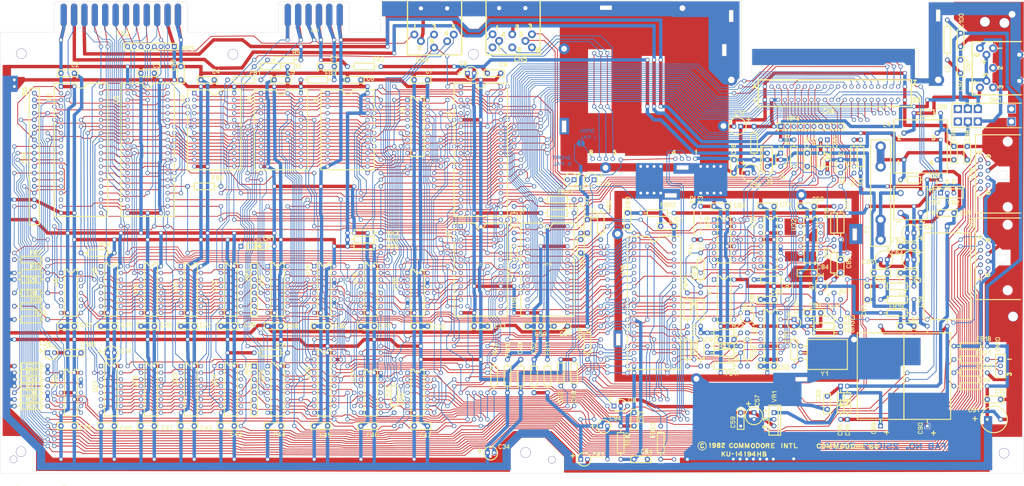
<source format=kicad_pcb>
(kicad_pcb (version 20221018) (generator pcbnew)
  (title_block (title "C64 Motherboard KU-14194HB") (date "2020-01-23") (rev "1.4") (company "Commodore 1982") (comment 1 "layout retraced and schematics drawn by bwack 2019"))
  (layers (0 "F.Cu" signal) (31 "B.Cu" signal) (34 "B.Paste" user) (35 "F.Paste" user) (36 "B.SilkS" user "B.Silkscreen") (37 "F.SilkS" user "F.Silkscreen") (38 "B.Mask" user) (39 "F.Mask" user) (44 "Edge.Cuts" user))
  (net 0 "")
  (net 1 "+5V")
  (net 2 "Earth")
  (net 3 "Net-(C23-Pad1)")
  (net 4 "/Sheet1/~{RESTORE}")
  (net 5 "/Sheet1/DATA'")
  (net 6 "/Sheet1/CLK'")
  (net 7 "/Sheet1/ATN")
  (net 8 "/Sheet1/DATA")
  (net 9 "/Sheet1/CLK")
  (net 10 "/Sheet1/~{FLAG2}")
  (net 11 "/Sheet1/CASS_RD")
  (net 12 "/Sheet1/CNT1")
  (net 13 "/Sheet1/SP1")
  (net 14 "/Sheet1/CNT2")
  (net 15 "/Sheet1/SP2")
  (net 16 "Net-(U1-Pad18)")
  (net 17 "/Sheet1/ROW7")
  (net 18 "/Sheet1/ROW6")
  (net 19 "/Sheet1/ROW5")
  (net 20 "/Sheet1/JOYA3")
  (net 21 "/Sheet1/JOYA2")
  (net 22 "/Sheet1/JOYA1")
  (net 23 "/Sheet1/JOYA0")
  (net 24 "/Sheet1/COL7")
  (net 25 "/Sheet1/COL6")
  (net 26 "/Sheet1/COL5")
  (net 27 "/Sheet1/BTNB")
  (net 28 "/Sheet1/COL3")
  (net 29 "/Sheet1/COL2")
  (net 30 "/Sheet1/COL1")
  (net 31 "/Sheet1/COL0")
  (net 32 "/Sheet1/PA2")
  (net 33 "/Sheet1/ATN_OUT")
  (net 34 "/Sheet1/CLK_OUT")
  (net 35 "/Sheet1/DATA_OUT")
  (net 36 "/Sheet1/PB0")
  (net 37 "/Sheet1/PB1")
  (net 38 "/Sheet1/PB2")
  (net 39 "/Sheet1/PB3")
  (net 40 "/Sheet1/PB4")
  (net 41 "/Sheet1/PB5")
  (net 42 "/Sheet1/PB6")
  (net 43 "/Sheet1/PB7")
  (net 44 "/Sheet1/~{PC2}")
  (net 45 "Net-(U20-Pad5)")
  (net 46 "Net-(U20-Pad3)")
  (net 47 "Net-(U20-Pad9)")
  (net 48 "Net-(U20-Pad11)")
  (net 49 "/Sheet1/POTBX")
  (net 50 "POTX")
  (net 51 "POTY")
  (net 52 "/Sheet1/POTBY")
  (net 53 "/Sheet1/POTAX")
  (net 54 "/Sheet1/POTAY")
  (net 55 "Net-(C105-Pad2)")
  (net 56 "/Sheet1/9VAC~")
  (net 57 "Net-(C24-Pad1)")
  (net 58 "/Sheet1/60Hz")
  (net 59 "Net-(CR1-Pad1)")
  (net 60 "/Sheet1/TRIGA")
  (net 61 "~{RESET}")
  (net 62 "/Sheet1/ATN'")
  (net 63 "PHI2")
  (net 64 "/Sheet1/PH2_FB")
  (net 65 "~{CIA1}")
  (net 66 "R\\~{W}")
  (net 67 "~{IRQ}")
  (net 68 "~{VA15}")
  (net 69 "~{CIA2}")
  (net 70 "RDY")
  (net 71 "/Sheet1/'9VAC~")
  (net 72 "Net-(C18-Pad2)")
  (net 73 "/Sheet1/CASS_SENSE")
  (net 74 "/Sheet1/CASS_WRT")
  (net 75 "Net-(CN3-PadC,3)")
  (net 76 "Net-(FB2-Pad2)")
  (net 77 "/Sheet1/CASS_MOTOR")
  (net 78 "Net-(Q1-Pad1)")
  (net 79 "Net-(Q2-Pad3)")
  (net 80 "/Sheet1/5V_FB3")
  (net 81 "/Sheet1/CASS_WRT'")
  (net 82 "~{CHAREN}")
  (net 83 "~{HIRAM}")
  (net 84 "~{LORAM}")
  (net 85 "CAEC")
  (net 86 "Net-(C21-Pad2)")
  (net 87 "+12V")
  (net 88 "Net-(C88-Pad1)")
  (net 89 "Net-(C97-Pad2)")
  (net 90 "Net-(C90-Pad1)")
  (net 91 "Net-(FB21-Pad1)")
  (net 92 "/Sheet1/GND_LED")
  (net 93 "/Sheet1/LED+")
  (net 94 "Net-(C20-Pad2)")
  (net 95 "Net-(CN7-Pad4)")
  (net 96 "Net-(CN7-Pad6)")
  (net 97 "/Sheet1/5V_joyport")
  (net 98 "+9V_UNREG")
  (net 99 "/Sheet1/9VAC")
  (net 100 "Net-(SW1-Pad3)")
  (net 101 "Net-(SW1-Pad6)")
  (net 102 "DOT_CLOCK")
  (net 103 "/Sheet1/+Vc")
  (net 104 "Net-(C70-Pad2)")
  (net 105 "Net-(C70-Pad1)")
  (net 106 "Net-(C86-Pad1)")
  (net 107 "Net-(C86-Pad2)")
  (net 108 "Net-(C107-Pad1)")
  (net 109 "Net-(C108-Pad1)")
  (net 110 "Net-(FB16-Pad1)")
  (net 111 "PHI_COLOR")
  (net 112 "Net-(FB17-Pad1)")
  (net 113 "Net-(R27-Pad2)")
  (net 114 "Net-(R27-Pad1)")
  (net 115 "Net-(U31-Pad12)")
  (net 116 "Net-(C83-Pad1)")
  (net 117 "/Sheet1/jumper_select")
  (net 118 "Net-(C85-Pad2)")
  (net 119 "Net-(C85-Pad1)")
  (net 120 "Net-(FB19-Pad1)")
  (net 121 "Net-(Q7-Pad1)")
  (net 122 "Net-(R16-Pad2)")
  (net 123 "Net-(R19-Pad2)")
  (net 124 "Net-(U29-Pad12)")
  (net 125 "Net-(U29-Pad9)")
  (net 126 "Net-(U29-Pad6)")
  (net 127 "Net-(U29-Pad5)")
  (net 128 "Net-(U30-Pad2)")
  (net 129 "Net-(U30-Pad7)")
  (net 130 "Net-(U32-Pad11)")
  (net 131 "Net-(U32-Pad13)")
  (net 132 "Net-(U30-Pad3)")
  (net 133 "/Sheet1/F_DIV")
  (net 134 "Net-(U30-Pad13)")
  (net 135 "/Sheet5D659BBD/MA7")
  (net 136 "/Sheet5D659BBD/VA7")
  (net 137 "/Sheet5D659BBD/MA5")
  (net 138 "/Sheet5D659BBD/VA5")
  (net 139 "/Sheet5D659BBD/MA4")
  (net 140 "/Sheet5D659BBD/VA4")
  (net 141 "/Sheet5D659BBD/MA6")
  (net 142 "/Sheet5D659BBD/VA6")
  (net 143 "/Sheet5D659BBD/VA3")
  (net 144 "/Sheet5D659BBD/MA3")
  (net 145 "/Sheet5D659BBD/VA0")
  (net 146 "/Sheet5D659BBD/MA0")
  (net 147 "/Sheet5D659BBD/VA2")
  (net 148 "/Sheet5D659BBD/MA2")
  (net 149 "/Sheet5D659BBD/VA1")
  (net 150 "/Sheet5D659BBD/MA1")
  (net 151 "~{NMI}")
  (net 152 "Net-(U9-Pad1)")
  (net 153 "/Sheet5D659BBD/~{RAS}")
  (net 154 "Net-(U10-Pad1)")
  (net 155 "Net-(U11-Pad1)")
  (net 156 "Net-(U12-Pad1)")
  (net 157 "Net-(U21-Pad1)")
  (net 158 "Net-(U22-Pad1)")
  (net 159 "Net-(U23-Pad1)")
  (net 160 "Net-(U24-Pad1)")
  (net 161 "/Sheet5D659BBD/~{CAS}")
  (net 162 "D0")
  (net 163 "D1")
  (net 164 "D2")
  (net 165 "D3")
  (net 166 "D4")
  (net 167 "D5")
  (net 168 "D6")
  (net 169 "D7")
  (net 170 "A15")
  (net 171 "A14")
  (net 172 "A13")
  (net 173 "A12")
  (net 174 "A0")
  (net 175 "A1")
  (net 176 "A2")
  (net 177 "A3")
  (net 178 "A4")
  (net 179 "A5")
  (net 180 "A6")
  (net 181 "A7")
  (net 182 "A8")
  (net 183 "A9")
  (net 184 "A10")
  (net 185 "A11")
  (net 186 "/Sheet5D659BBD/~{AEC}")
  (net 187 "/Sheet5D659BBD/~{CASRAM}")
  (net 188 "/Sheet5D659BBD/~{CASRAM}'")
  (net 189 "/Sheet5D659BBD/~{RESET'}")
  (net 190 "/Sheet5D659BBD/~{DMA}")
  (net 191 "/Sheet5D659BBD/~{BASIC}")
  (net 192 "/Sheet5D659BBD/~{KERNAL}")
  (net 193 "/Sheet5D659BBD/~{CHAROM}")
  (net 194 "/Sheet5D659BBD/BA")
  (net 195 "/Sheet5D659BBD/AEC")
  (net 196 "/Sheet5D659BBD/~{EXROM}")
  (net 197 "/Sheet5D659BBD/~{GAME}")
  (net 198 "Net-(U17-Pad1)")
  (net 199 "/Sheet5D659BBD/~{ROML}")
  (net 200 "/Sheet5D659BBD/~{ROMH}")
  (net 201 "Net-(C61-Pad1)")
  (net 202 "Net-(CN6-Pad7)")
  (net 203 "Net-(CN6-Pad10)")
  (net 204 "Net-(RP4-Pad3)")
  (net 205 "/Sheet5D659BBD/~{I\\O}")
  (net 206 "/Sheet5D659BBD/~{COLOR}")
  (net 207 "/Sheet5D659BBD/~{CIAS}")
  (net 208 "/Sheet5D659BBD/~{SID}")
  (net 209 "/Sheet5D659BBD/~{VIC}")
  (net 210 "Net-(C10-Pad2)")
  (net 211 "Net-(C10-Pad1)")
  (net 212 "Net-(C11-Pad1)")
  (net 213 "Net-(C11-Pad2)")
  (net 214 "/Sheet5D659BBD/AUDIO_IN")
  (net 215 "Net-(C13-Pad1)")
  (net 216 "/Sheet5D659BBD/AUDIO_OUT")
  (net 217 "Net-(C37-Pad1)")
  (net 218 "Net-(C50-Pad1)")
  (net 219 "Net-(C51-Pad1)")
  (net 220 "Net-(C54-Pad1)")
  (net 221 "Net-(C101-Pad1)")
  (net 222 "Net-(FB13-Pad1)")
  (net 223 "Net-(FB13-Pad2)")
  (net 224 "Net-(FB14-Pad1)")
  (net 225 "/Sheet5D659BBD/CHROMA")
  (net 226 "/Sheet5D659BBD/LUMA")
  (net 227 "Net-(FB15-Pad1)")
  (net 228 "PHI0")
  (net 229 "BTNA\\~{LP}")
  (net 230 "/Sheet5D659BBD/VA6'")
  (net 231 "/Sheet5D659BBD/VA7'")
  (net 232 "Net-(U16-Pad2)")
  (net 233 "Net-(U16-Pad3)")
  (net 234 "Net-(U16-Pad9)")
  (net 235 "Net-(U16-Pad10)")
  (net 236 "Net-(U27-Pad8)")
  (net 237 "Net-(U14-Pad6)")
  (net 238 "Net-(U14-Pad12)")
  (net 239 "Net-(C12-Pad1)")
  (net 240 "Net-(FB23-Pad1)")
  (net 241 "Net-(XT1-Pad1)")
  (net 242 "Net-(C87-Pad1)")
  (net 243 "Net-(CN5-Pad8)")
  (net 244 "Net-(CN5-Pad7)")
  (net 245 "CAN+5V")
  (net 246 "/Sheet5D659BBD/LUMA_O")
  (net 247 "/Sheet5D659BBD/COMP_O")
  (net 248 "/Sheet5D659BBD/CHROMA_O")
  (net 249 "Net-(M1-Pad8)")
  (net 250 "~{VA14}")
  (net 251 "/Sheet5D659BBD/GR\\~{W}")
  (footprint "KU-14194HB-RevB-KiCad:CAP_AXIAL_P12.7mm" (layer "F.Cu") (at 33.02 185.42 180)
    (fp_text reference "C23" hide)
    (fp_text value "360pF")
  )
  (footprint "KU-14194HB-RevB-KiCad:DIP40" (layer "F.Cu") (at 71.12 101.6)
    (fp_text reference "U2" hide)
    (fp_text value "CIA_U2")
  )
  (footprint "KU-14194HB-RevB-KiCad:DIP14" (layer "F.Cu") (at 41.91 157.48)
    (fp_text reference "U8" hide)
    (fp_text value "7406N" hide)
  )
  (footprint "KU-14194HB-RevB-KiCad:DIP14" (layer "F.Cu") (at 41.91 195.58)
    (fp_text reference "U20" hide)
    (fp_text value "556" hide)
  )
  (footprint "KU-14194HB-RevB-KiCad:DIP14" (layer "F.Cu") (at 173.99 195.58)
    (fp_text reference "U28" hide)
    (fp_text value "4066_U28" hide)
  )
  (footprint "KU-14194HB-RevB-KiCad:DIP40" (layer "F.Cu") (at 45.72 101.6)
    (fp_text reference "U1" hide)
    (fp_text value "CIA_U1")
  )
  (footprint "KU-14194HB-RevB-KiCad:RESISTOR" (layer "F.Cu") (at 20.32 187.96)
    (fp_text reference "R33" hide)
    (fp_text value "47K")
  )
  (footprint "KU-14194HB-RevB-KiCad:RESISTOR" (layer "F.Cu") (at 20.32 198.12)
    (fp_text reference "R35" hide)
    (fp_text value "470K")
  )
  (footprint "KU-14194HB-RevB-KiCad:RESISTOR" (layer "F.Cu") (at 20.32 193.04)
    (fp_text reference "R41" hide)
    (fp_text value "1M")
  )
  (footprint "KU-14194HB-RevB-KiCad:RESISTOR" (layer "F.Cu") (at 33.02 152.4 180)
    (fp_text reference "R29" hide)
    (fp_text value "1K")
  )
  (footprint "KU-14194HB-RevB-KiCad:RESISTOR" (layer "F.Cu") (at 129.54 68.58 180)
    (fp_text reference "R5" hide)
    (fp_text value "560")
  )
  (footprint "KU-14194HB-RevB-KiCad:RESISTOR" (layer "F.Cu") (at 165.1 190.5 -90)
    (fp_text reference "R37" hide)
    (fp_text value "2.7K")
  )
  (footprint "KU-14194HB-RevB-KiCad:DIP40" (layer "F.Cu") (at 198.12 101.6)
    (fp_text reference "U7" hide)
    (fp_text value "6510_MPU")
  )
  (footprint "KU-14194HB-RevB-KiCad:DIP14" (layer "F.Cu") (at 156.21 195.58)
    (fp_text reference "U27" hide)
    (fp_text value "7408_U27" hide)
  )
  (footprint "KU-14194HB-RevB-KiCad:ZENER_12.7mm" (layer "F.Cu") (at 106.68 139.7)
    (fp_text reference "CR1")
    (fp_text value "IN4371")
  )
  (footprint "KU-14194HB-RevB-KiCad:CAP_P5.08mm" (layer "F.Cu") (at 38.1 208.28)
    (fp_text reference "C39" hide)
    (fp_text value ".1")
  )
  (footprint "KU-14194HB-RevB-KiCad:CAP_P5.08mm" (layer "F.Cu") (at 40.64 180.34)
    (fp_text reference "C105" hide)
    (fp_text value ".1")
  )
  (footprint "KU-14194HB-RevB-KiCad:RESISTOR" (layer "F.Cu") (at 20.32 190.5)
    (fp_text reference "R34" hide)
    (fp_text value "47K")
  )
  (footprint "KU-14194HB-RevB-KiCad:RESISTOR" (layer "F.Cu") (at 58.42 142.24 180)
    (fp_text reference "R36" hide)
    (fp_text value "1K")
  )
  (footprint "KU-14194HB-RevB-KiCad:RESISTOR" (layer "F.Cu") (at 20.32 200.66)
    (fp_text reference "R50" hide)
    (fp_text value "1M")
  )
  (footprint "KU-14194HB-RevB-KiCad:CAP_P5.08mm" (layer "F.Cu") (at 43.18 170.18 180)
    (fp_text reference "C22" hide)
    (fp_text value ".1")
  )
  (footprint "KU-14194HB-RevB-KiCad:CAP_P5.08mm" (layer "F.Cu") (at 157.48 208.28 180)
    (fp_text reference "C46" hide)
    (fp_text value ".1")
  )
  (footprint "KU-14194HB-RevB-KiCad:CAP_P5.08mm" (layer "F.Cu") (at 177.8 208.28 180)
    (fp_text reference "C47" hide)
    (fp_text value ".1")
  )
  (footprint "KU-14194HB-RevB-KiCad:CAP_AXIAL_P12.7mm" (layer "F.Cu") (at 33.02 195.58 180)
    (fp_text reference "C38" hide)
    (fp_text value "51pF")
  )
  (footprint "KU-14194HB-RevB-KiCad:CAP_ELYT_RADIAL_P2.54mm" (layer "F.Cu") (at 33.02 180.34)
    (fp_text reference "C24" hide)
    (fp_text value "10uF")
  )
  (footprint "KU-14194HB-RevB-KiCad:CAP_P5.08mm" (layer "F.Cu") (at 43.18 73.66 180)
    (fp_text reference "C2" hide)
    (fp_text value ".1")
  )
  (footprint "KU-14194HB-RevB-KiCad:CAP_P5.08mm" (layer "F.Cu") (at 68.58 73.66)
    (fp_text reference "C3" hide)
    (fp_text value ".1")
  )
  (footprint "KU-14194HB-RevB-KiCad:CAP_P5.08mm" (layer "F.Cu") (at 205.74 73.66 180)
    (fp_text reference "C9" hide)
    (fp_text value ".1")
  )
  (footprint "KU-14194HB-RevB-KiCad:CAP_P5.08mm" (layer "F.Cu") (at 83.82 71.12 -90)
    (fp_text reference "C96" hide)
    (fp_text value ".1")
  )
  (footprint "KU-14194HB-RevB-KiCad:RESISTOR" (layer "F.Cu") (at 33.02 149.86 180)
    (fp_text reference "R28" hide)
    (fp_text value "1K")
  )
  (footprint "KU-14194HB-RevB-KiCad:RESISTOR" (layer "F.Cu") (at 33.02 167.64 180)
    (fp_text reference "R30" hide)
    (fp_text value "1K")
  )
  (footprint "KU-14194HB-RevB-KiCad:RP_ARRAY_9WAY" (layer "F.Cu") (at 312.42 93.98)
    (fp_text reference "RP4" hide)
    (fp_text value "R_ARRAY_9WAY_US")
  )
  (footprint "KU-14194HB-RevB-KiCad:RP_ARRAY_7WAY" (layer "F.Cu") (at 81.28 63.5 180)
    (fp_text reference "RP3" hide)
    (fp_text value "R_ARRAY_7WAY_US")
  )
  (footprint "KU-14194HB-RevB-KiCad:EDGE_CON_24P" (layer "F.Cu") (at 39.116 51.435)
    (fp_text reference "CN2")
    (fp_text value "USER_PORT_CON")
  )
  (footprint "KU-14194HB-RevB-KiCad:RESISTOR" (layer "F.Cu") (at 147.32 134.62)
    (fp_text reference "R43" hide)
    (fp_text value "3K3")
  )
  (footprint "KU-14194HB-RevB-KiCad:RESISTOR" (layer "F.Cu") (at 147.32 137.16)
    (fp_text reference "R44" hide)
    (fp_text value "3K3")
  )
  (footprint "KU-14194HB-RevB-KiCad:RESISTOR" (layer "F.Cu") (at 147.32 139.7)
    (fp_text reference "R45" hide)
    (fp_text value "3K3")
  )
  (footprint "KU-14194HB-RevB-KiCad:CAP_P5.08mm" (layer "F.Cu") (at 142.24 71.12 180)
    (fp_text reference "C1" hide)
    (fp_text value ".1")
  )
  (footprint "KU-14194HB-RevB-KiCad:CAP_P5.08mm" (layer "F.Cu") (at 322.58 104.14 -90)
    (fp_text reference "C18" hide)
    (fp_text value ".1")
  )
  (footprint "KU-14194HB-RevB-KiCad:ZENER_12.7mm" (layer "F.Cu") (at 330.2 99.06 -90)
    (fp_text reference "CR2" hide)
    (fp_text value "IN755")
  )
  (footprint "KU-14194HB-RevB-KiCad:Q_NPN_ECB" (layer "F.Cu") (at 335.28 109.22)
    (fp_text reference "Q2" hide)
    (fp_text value "2SC1815")
  )
  (footprint "KU-14194HB-RevB-KiCad:RESISTOR" (layer "F.Cu") (at 124.46 71.12 180)
    (fp_text reference "R1" hide)
    (fp_text value "3K3")
  )
  (footprint "KU-14194HB-RevB-KiCad:RESISTOR" (layer "F.Cu") (at 327.66 99.06 -90)
    (fp_text reference "R2" hide)
    (fp_text value "1.5K")
  )
  (footprint "KU-14194HB-RevB-KiCad:RESISTOR" (layer "F.Cu") (at 342.9 99.06 -90)
    (fp_text reference "R3" hide)
    (fp_text value "10K")
  )
  (footprint "KU-14194HB-RevB-KiCad:RESISTOR" (layer "F.Cu") (at 340.36 99.06 -90)
    (fp_text reference "R4" hide)
    (fp_text value "1K")
  )
  (footprint "KU-14194HB-RevB-KiCad:Q_NPN_ECB" (layer "F.Cu") (at 312.42 106.68)
    (fp_text reference "Q1" hide)
    (fp_text value "2SC1815")
  )
  (footprint "Package_TO_SOT_THT:TO-220-3_Vertical" (layer "F.Cu") (at 307.34 109.22 90)
    (fp_text reference "Q3" hide)
    (fp_text value "TP298/2SD880")
  )
  (footprint "KU-14194HB-RevB-KiCad:EDGE_CON_12P_TAPE" (layer "F.Cu") (at 124.53897 51.460801)
    (fp_text reference "CN3")
    (fp_text value "CASSETTE_PORT_CON")
  )
  (footprint "KU-14194HB-RevB-KiCad:CAP_ELYT_RADIAL_P2.54mm" (layer "F.Cu") (at 193.04 73.66)
    (fp_text reference "C8" hide)
    (fp_text value "10uF")
  )
  (footprint "KU-14194HB-RevB-KiCad:CAP_ELYT_RADIAL_P2.54mm" (layer "F.Cu") (at 302.26 203.2 -90)
    (fp_text reference "C57" hide)
    (fp_text value "10uF")
  )
  (footprint "KU-14194HB-RevB-KiCad:CAP_P5.08mm" (layer "F.Cu") (at 297.18 203.2 -90)
    (fp_text reference "C59" hide)
    (fp_text value ".1")
  )
  (footprint "KU-14194HB-RevB-KiCad:CAP_P5.08mm" (layer "F.Cu") (at 330.2 196.85 -90)
    (fp_text reference "C89" hide)
    (fp_text value ".1")
  )
  (footprint "KU-14194HB-RevB-KiCad:CAP_P5.08mm" (layer "F.Cu") (at 391.16 198.12)
    (fp_text reference "C92" hide)
    (fp_text value ".1")
  )
  (footprint "KU-14194HB-RevB-KiCad:CAP_P5.08mm" (layer "F.Cu") (at 378.46 127 180)
    (fp_text reference "C95" hide)
    (fp_text value ".1")
  )
  (footprint "KU-14194HB-RevB-KiCad:CAP_P5.08mm" (layer "F.Cu") (at 381 68.58 -90)
    (fp_text reference "C97" hide)
    (fp_text value ".22")
  )
  (footprint "KU-14194HB-RevB-KiCad:CAP_P5.08mm" (layer "F.Cu") (at 383.54 106.68 90)
    (fp_text reference "C98" hide)
    (fp_text value ".1")
  )
  (footprint "KU-14194HB-RevB-KiCad:CAP_P5.08mm" (layer "F.Cu") (at 378.46 101.6 -90)
    (fp_text reference "C99" hide)
    (fp_text value ".1")
  )
  (footprint "KU-14194HB-RevB-KiCad:CAP_P5.08mm" (layer "F.Cu") (at 381 63.5 90)
    (fp_text reference "C100" hide)
    (fp_text value ".22")
  )
  (footprint "KU-14194HB-RevB-KiCad:CAP_ELYT_RADIAL_P2.54mm" (layer "F.Cu") (at 363.22 134.62 180)
    (fp_text reference "C102" hide)
    (fp_text value "10uF")
  )
  (footprint "KU-14194HB-RevB-KiCad:CAP_P5.08mm" (layer "F.Cu") (at 363.22 139.7 180)
    (fp_text reference "C103" hide)
    (fp_text value ".1")
  )
  (footprint "KU-14194HB-RevB-KiCad:RESISTOR" (layer "F.Cu") (at 391.16 193.04 180)
    (fp_text reference "R39" hide)
    (fp_text value "390")
  )
  (footprint "KU-14194HB-RevB-KiCad:FERRITE_BEAD_TH_P12.7mm" (layer "F.Cu") (at 107.95 76.2 180)
    (fp_text reference "FB1" hide)
    (fp_text value "FERRITE_NARROW" hide)
  )
  (footprint "KU-14194HB-RevB-KiCad:FERRITE_BEAD_TH_P12.7mm" (layer "F.Cu") (at 153.67 71.12)
    (fp_text reference "FB2" hide)
    (fp_text value "FERRITE_NARROW" hide)
  )
  (footprint "KU-14194HB-RevB-KiCad:FERRITE_BEAD_TH_P12.7mm" (layer "F.Cu") (at 135.89 76.2 180)
    (fp_text reference "FB3" hide)
    (fp_text value "FERRITE_NARROW" hide)
  )
  (footprint "KU-14194HB-RevB-KiCad:FERRITE_BEAD_TH_P12.7mm" (layer "F.Cu") (at 92.71 116.84)
    (fp_text reference "FB5" hide)
    (fp_text value "FERRITE_NARROW" hide)
  )
  (footprint "KU-14194HB-RevB-KiCad:FERRITE_BEAD_TH_P12.7mm" (layer "F.Cu") (at 26.67 144.78 180)
    (fp_text reference "FB7" hide)
    (fp_text value "FERRITE_NARROW" hide)
  )
  (footprint "KU-14194HB-RevB-KiCad:FERRITE_BEAD_TH_P12.7mm" (layer "F.Cu") (at 26.67 157.48)
    (fp_text reference "FB8" hide)
    (fp_text value "FERRITE_NARROW" hide)
  )
  (footprint "KU-14194HB-RevB-KiCad:FERRITE_BEAD_TH_P12.7mm" (layer "F.Cu") (at 26.67 162.56 180)
    (fp_text reference "FB9" hide)
    (fp_text value "FERRITE_NARROW" hide)
  )
  (footprint "KU-14194HB-RevB-KiCad:FERRITE_BEAD_TH_P12.7mm" (layer "F.Cu") (at 384.81 177.8 180)
    (fp_text reference "FB18" hide)
    (fp_text value "FERRITE_BEAD" hide)
  )
  (footprint "KU-14194HB-RevB-KiCad:FERRITE_BEAD_TH_P12.7mm" (layer "F.Cu") (at 384.81 187.96 180)
    (fp_text reference "FB20" hide)
    (fp_text value "FERRITE_NARROW" hide)
  )
  (footprint "KU-14194HB-RevB-KiCad:RECTIFIER_TH_P12.7mm" (layer "F.Cu") (at 335.28 193.04 -90)
    (fp_text reference "CR5" hide)
    (fp_text value "1N4001")
  )
  (footprint "KU-14194HB-RevB-KiCad:RECTIFIER_TH_P12.7mm" (layer "F.Cu") (at 337.82 205.74 90)
    (fp_text reference "CR6" hide)
    (fp_text value "1N4001")
  )
  (footprint "KU-14194HB-RevB-KiCad:VOTLAGE_REGULATOR_TO220" (layer "F.Cu") (at 309.88 203.2 -90)
    (fp_text reference "VR1" hide)
    (fp_text value "7812")
  )
  (footprint "KU-14194HB-RevB-KiCad:VOTLAGE_REGULATOR_TO220" (layer "F.Cu") (at 373.38 119.38)
    (fp_text reference "VR2" hide)
    (fp_text value "7805")
  )
  (footprint "KU-14194HB-RevB-KiCad:CAP_POLY_100V_TH_P10.16mm" (layer "F.Cu") (at 373.38 88.9 180)
    (fp_text reference "C20" hide)
    (fp_text value ".22")
  )
  (footprint "KU-14194HB-RevB-KiCad:CAP_POLY_100V_TH_P10.16mm" (layer "F.Cu") (at 368.3 114.3 180)
    (fp_text reference "C21" hide)
    (fp_text value ".22")
  )
  (footprint "KU-14194HB-RevB-KiCad:LARGE_ELECTROLYTIC_33x18_P38.10mm_AXIAL_TH" (layer "F.Cu") (at 350.52 208.28 180)
    (fp_text reference "C88" hide)
    (fp_text value "1000uF")
  )
  (footprint "KU-14194HB-RevB-KiCad:LARGE_ELECTROLYTIC_33x18_P38.10mm_AXIAL_TH" (layer "F.Cu") (at 368.3 208.28 180)
    (fp_text reference "C90" hide)
    (fp_text value "470uF")
  )
  (footprint "KU-14194HB-RevB-KiCad:LARGE_ELECTROLYTIC_33x18_P38.10mm_AXIAL_TH" (layer "F.Cu") (at 375.92 132.08)
    (fp_text reference "C19" hide)
    (fp_text value "2200uF")
  )
  (footprint "KU-14194HB-RevB-KiCad:CAP_ELYT_RADIAL_P5.08mm" (layer "F.Cu") (at 391.16 205.74)
    (fp_text reference "C91" hide)
    (fp_text value "100uF")
  )
  (footprint "KU-14194HB-RevB-KiCad:KEYBOARD_CON" (layer "F.Cu") (at 27.94 129.54 90)
    (fp_text reference "CN1" hide)
    (fp_text value "KEYBOARD_20PIN_MALE")
  )
  (footprint "KU-14194HB-RevB-KiCad:POWER_CON_DIN7" (layer "F.Cu") (at 393.375585 71.602692)
    (fp_text reference "CN7" hide)
    (fp_text value "POWER_CON")
  )
  (footprint "KU-14194HB-RevB-KiCad:SERIAL_CON_DIN6" (layer "F.Cu") (at 180.298917 58.908903)
    (fp_text reference "CN4" hide)
    (fp_text value "SERIAL_BUS_CON")
  )
  (footprint "KU-14194HB-RevB-KiCad:JOYPORT_DB9" (layer "F.Cu") (at 391.46 112.22 90)
    (fp_text reference "CN8" hide)
    (fp_text value "CONTROL_PORT")
  )
  (footprint "KU-14194HB-RevB-KiCad:JOYPORT_DB9" (layer "F.Cu") (at 391.46 143.97 90)
    (fp_text reference "CN9" hide)
    (fp_text value "CONTROL_PORT")
  )
  (footprint "KU-14194HB-RevB-KiCad:FERRITE_BEAD_TH_P12.7mm" (layer "F.Cu") (at 384.81 182.88)
    (fp_text reference "FB21" hide)
    (fp_text value "FERRITE_NARROW" hide)
  )
  (footprint "KU-14194HB-RevB-KiCad:LED_CON" (layer "F.Cu") (at 396.24 182.775)
    (fp_text reference "CN10" hide)
    (fp_text value "LED_CONNECTOR")
  )
  (footprint "KU-14194HB-RevB-KiCad:BRIDGE_RECTIFIER" (layer "F.Cu") (at 365.76 119.38)
    (fp_text reference "CR4" hide)
    (fp_text value "BRIDGE_RECTIFIER")
  )
  (footprint "KU-14194HB-RevB-KiCad:FUSE" (layer "F.Cu") (at 350.52 137.16 180)
    (fp_text reference "F1" hide)
    (fp_text value "1A")
  )
  (footprint "KU-14194HB-RevB-KiCad:CHOKE" (layer "F.Cu") (at 359.41 106.68)
    (fp_text reference "L4" hide)
    (fp_text value "CHOKE")
  )
  (footprint "KU-14194HB-RevB-KiCad:INDUCTOR_P15.24mm" (layer "F.Cu") (at 375.92 53.34 -90)
    (fp_text reference "L5" hide)
    (fp_text value "1.2uH")
  )
  (footprint "KU-14194HB-RevB-KiCad:POWER_SWITCH" (layer "F.Cu") (at 383.776375 92.125006 90)
    (fp_text reference "SW1" hide)
    (fp_text value "POWER_SWITCH")
  )
  (footprint "KU-14194HB-RevB-KiCad:RESISTOR" (layer "F.Cu") (at 297.18 180.34 180)
    (fp_text reference "C36" hide)
    (fp_text value "20pF")
  )
  (footprint "KU-14194HB-RevB-KiCad:FERRITE_BEAD_TH_P12.7mm" (layer "F.Cu") (at 281.94 148.59 90)
    (fp_text reference "FB16" hide)
    (fp_text value "FERRITE_NARROW" hide)
  )
  (footprint "KU-14194HB-RevB-KiCad:FERRITE_BEAD_TH_P12.7mm" (layer "F.Cu") (at 290.83 185.42)
    (fp_text reference "FB17" hide)
    (fp_text value "FERRITE_NARROW" hide)
  )
  (footprint "KU-14194HB-RevB-KiCad:RESISTOR" (layer "F.Cu") (at 335.28 170.18 180)
    (fp_text reference "R52" hide)
    (fp_text value "?")
  )
  (footprint "KU-14194HB-RevB-KiCad:RESISTOR" (layer "F.Cu") (at 322.58 167.64)
    (fp_text reference "R53" hide)
    (fp_text value "?")
  )
  (footprint "KU-14194HB-RevB-KiCad:DIP16" (layer "F.Cu") (at 308.61 173.99)
    (fp_text reference "U31" hide)
    (fp_text value "74LS629N")
  )
  (footprint "KU-14194HB-RevB-KiCad:RESISTOR" (layer "F.Cu") (at 317.5 185.42 90)
    (fp_text reference "C70" hide)
    (fp_text value "~")
  )
  (footprint "KU-14194HB-RevB-KiCad:CAP_P5.08mm" (layer "F.Cu") (at 309.88 160.02 180)
    (fp_text reference "C68" hide)
    (fp_text value ".1")
  )
  (footprint "KU-14194HB-RevB-KiCad:CRYSTAL" (layer "F.Cu") (at 320.04 180.34)
    (fp_text reference "Y1" hide)
    (fp_text value "Crystal")
  )
  (footprint "KU-14194HB-RevB-KiCad:RESISTOR" (layer "F.Cu") (at 299.72 185.42 90)
    (fp_text reference "C86" hide)
    (fp_text value "82pF")
  )
  (footprint "KU-14194HB-RevB-KiCad:RESISTOR" (layer "F.Cu") (at 335.28 172.72 180)
    (fp_text reference "R26" hide)
    (fp_text value "100")
  )
  (footprint "KU-14194HB-RevB-KiCad:CAP_P5.08mm" (layer "F.Cu") (at 309.88 124.46 180)
    (fp_text reference "C74" hide)
    (fp_text value ".1")
  )
  (footprint "KU-14194HB-RevB-KiCad:JUMPER_WIRE" (layer "F.Cu") (at 279.4 137.16)
    (fp_text reference "E1" hide)
    (fp_text value "JUMPER_WIRE")
  )
  (footprint "KU-14194HB-RevB-KiCad:CAP_P5.08mm" (layer "F.Cu") (at 325.12 124.46 180)
    (fp_text reference "C56" hide)
    (fp_text value ".1")
  )
  (footprint "KU-14194HB-RevB-KiCad:CAP_P5.08mm" (layer "F.Cu") (at 353.06 149.86 180)
    (fp_text reference "C66" hide)
    (fp_text value ".1")
  )
  (footprint "KU-14194HB-RevB-KiCad:CAP_P5.08mm" (layer "F.Cu") (at 358.14 170.18)
    (fp_text reference "C67" hide)
    (fp_text value ".1")
  )
  (footprint "KU-14194HB-RevB-KiCad:CAP_P5.08mm" (layer "F.Cu") (at 325.12 149.86 180)
    (fp_text reference "C84" hide)
    (fp_text value ".1")
  )
  (footprint "KU-14194HB-RevB-KiCad:CAP_P5.08mm" (layer "F.Cu") (at 335.28 144.78 -90)
    (fp_text reference "C85" hide)
    (fp_text value ".47")
  )
  (footprint "KU-14194HB-RevB-KiCad:FERRITE_BEAD_TH_P12.7mm" (layer "F.Cu") (at 356.87 165.1 180)
    (fp_text reference "FB19" hide)
    (fp_text value "FERRITE_NARROW" hide)
  )
  (footprint "KU-14194HB-RevB-KiCad:Q_NPN_ECB" (layer "F.Cu") (at 327.66 154.94)
    (fp_text reference "Q7" hide)
    (fp_text value "2SC1815")
  )
  (footprint "KU-14194HB-RevB-KiCad:RESISTOR" (layer "F.Cu") (at 332.74 124.46 -90)
    (fp_text reference "R16" hide)
    (fp_text value "1K")
  )
  (footprint "KU-14194HB-RevB-KiCad:RESISTOR" (layer "F.Cu") (at 335.28 124.46 -90)
    (fp_text reference "R17" hide)
    (fp_text value "2K7")
  )
  (footprint "KU-14194HB-RevB-KiCad:RESISTOR" (layer "F.Cu") (at 332.74 152.4 90)
    (fp_text reference "R19" hide)
    (fp_text value "15K")
  )
  (footprint "KU-14194HB-RevB-KiCad:DIP14" (layer "F.Cu") (at 290.83 137.16)
    (fp_text reference "U29" hide)
    (fp_text value "74LS74" hide)
  )
  (footprint "KU-14194HB-RevB-KiCad:DIP14" (layer "F.Cu") (at 323.85 137.16)
    (fp_text reference "U32" hide)
    (fp_text value "MC4044" hide)
  )
  (footprint "KU-14194HB-RevB-KiCad:DIP16" (layer "F.Cu") (at 308.61 138.43)
    (fp_text reference "U30" hide)
    (fp_text value "74LS193" hide)
  )
  (footprint "KU-14194HB-RevB-KiCad:RESISTOR" (layer "F.Cu") (at 314.96 152.4 180)
    (fp_text reference "C83" hide)
    (fp_text value "82pF")
  )
  (footprint "KU-14194HB-RevB-KiCad:POTMETER" (layer "F.Cu") (at 332.74 160.02)
    (fp_text reference "R27" hide)
    (fp_text value "500")
  )
  (footprint "KU-14194HB-RevB-KiCad:CAP_P5.08mm" (layer "F.Cu") (at 322.58 165.1)
    (fp_text reference "C58" hide)
    (fp_text value ".1")
  )
  (footprint "KU-14194HB-RevB-KiCad:RESISTOR" (layer "F.Cu") (at 350.52 160.02)
    (fp_text reference "L2" hide)
    (fp_text value "2.2uH")
  )
  (footprint "KU-14194HB-RevB-KiCad:RP_ARRAY_7WAY" (layer "F.Cu") (at 111.76 147.32 -90)
    (fp_text reference "RP1" hide)
    (fp_text value "33")
  )
  (footprint "KU-14194HB-RevB-KiCad:RP_ARRAY_7WAY" (layer "F.Cu") (at 111.76 185.42 -90)
    (fp_text reference "RP2" hide)
    (fp_text value "33")
  )
  (footprint "KU-14194HB-RevB-KiCad:DIP16" (layer "F.Cu") (at 120.65 156.21)
    (fp_text reference "U13" hide)
    (fp_text value "74LS257")
  )
  (footprint "KU-14194HB-RevB-KiCad:DIP16" (layer "F.Cu") (at 120.65 194.31)
    (fp_text reference "U25" hide)
    (fp_text value "74LS257")
  )
  (footprint "KU-14194HB-RevB-KiCad:DIP16" (layer "F.Cu") (at 102.87 156.21)
    (fp_text reference "U12" hide)
    (fp_text value "4164-2")
  )
  (footprint "KU-14194HB-RevB-KiCad:CAP_P5.08mm" (layer "F.Cu") (at 53.34 170.18)
    (fp_text reference "C25" hide)
    (fp_text value ".1")
  )
  (footprint "KU-14194HB-RevB-KiCad:CAP_P5.08mm" (layer "F.Cu") (at 68.58 170.18)
    (fp_text reference "C26" hide)
    (fp_text value ".1")
  )
  (footprint "KU-14194HB-RevB-KiCad:CAP_P5.08mm" (layer "F.Cu") (at 83.82 170.18)
    (fp_text reference "C27" hide)
    (fp_text value ".1")
  )
  (footprint "KU-14194HB-RevB-KiCad:CAP_P5.08mm" (layer "F.Cu") (at 99.06 170.18)
    (fp_text reference "C28" hide)
    (fp_text value ".1")
  )
  (footprint "KU-14194HB-RevB-KiCad:CAP_P5.08mm" (layer "F.Cu") (at 116.84 170.18)
    (fp_text reference "C29" hide)
    (fp_text value ".1")
  )
  (footprint "KU-14194HB-RevB-KiCad:CAP_P5.08mm" (layer "F.Cu") (at 53.34 208.28)
    (fp_text reference "C40" hide)
    (fp_text value ".1")
  )
  (footprint "KU-14194HB-RevB-KiCad:CAP_P5.08mm" (layer "F.Cu") (at 68.58 208.28)
    (fp_text reference "C41" hide)
    (fp_text value ".1")
  )
  (footprint "KU-14194HB-RevB-KiCad:CAP_P5.08mm" (layer "F.Cu") (at 83.82 208.28)
    (fp_text reference "C42" hide)
    (fp_text value ".1")
  )
  (footprint "KU-14194HB-RevB-KiCad:CAP_P5.08mm" (layer "F.Cu") (at 99.06 208.28)
    (fp_text reference "C43" hide)
    (fp_text value ".1")
  )
  (footprint "KU-14194HB-RevB-KiCad:CAP_P5.08mm" (layer "F.Cu") (at 116.84 208.28)
    (fp_text reference "C44" hide)
    (fp_text value ".1")
  )
  (footprint "KU-14194HB-RevB-KiCad:RESISTOR" (layer "F.Cu") (at 124.46 180.34 180)
    (fp_text reference "R31" hide)
    (fp_text value "180")
  )
  (footprint "KU-14194HB-RevB-KiCad:RESISTOR" (layer "F.Cu") (at 203.2 195.58 90)
    (fp_text reference "R42" hide)
    (fp_text value "~")
  )
  (footprint "KU-14194HB-RevB-KiCad:CAP_P5.08mm" (layer "F.Cu") (at 119.38 76.2)
    (fp_text reference "C5" hide)
    (fp_text value ".1")
  )
  (footprint "KU-14194HB-RevB-KiCad:CAP_P5.08mm" (layer "F.Cu") (at 147.32 76.2)
    (fp_text reference "C6" hide)
    (fp_text value ".1")
  )
  (footprint "KU-14194HB-RevB-KiCad:CAP_P5.08mm" (layer "F.Cu") (at 200.66 170.18 180)
    (fp_text reference "C33" hide)
    (fp_text value ".1")
  )
  (footprint "KU-14194HB-RevB-KiCad:FERRITE_BEAD_TH_P12.7mm" (layer "F.Cu") (at 243.84 130.81 -90)
    (fp_text reference "FB4" hide)
    (fp_text value "FERRITE_BEAD" hide)
  )
  (footprint "KU-14194HB-RevB-KiCad:RESISTOR" (layer "F.Cu") (at 317.5 111.76 90)
    (fp_text reference "R51" hide)
    (fp_text value "1.5K")
  )
  (footprint "KU-14194HB-RevB-KiCad:DIP24" (layer "F.Cu") (at 121.92 95.25)
    (fp_text reference "U4" hide)
    (fp_text value "2364A")
  )
  (footprint "KU-14194HB-RevB-KiCad:DIP24" (layer "F.Cu") (at 147.32 95.25)
    (fp_text reference "U5" hide)
    (fp_text value "2332A")
  )
  (footprint "KU-14194HB-RevB-KiCad:DIP24" (layer "F.Cu") (at 96.52 95.25)
    (fp_text reference "U3" hide)
    (fp_text value "2364A")
  )
  (footprint "KU-14194HB-RevB-KiCad:DIP28" (layer "F.Cu") (at 198.12 148.59)
    (fp_text reference "U17")
    (fp_text value "PLA_U17")
  )
  (footprint "KU-14194HB-RevB-KiCad:CAP_P5.08mm" (layer "F.Cu") (at 91.44 76.2)
    (fp_text reference "C4" hide)
    (fp_text value ".1")
  )
  (footprint "KU-14194HB-RevB-KiCad:CAP_ELYT_RADIAL_P2.54mm" (layer "F.Cu") (at 297.18 93.98 180)
    (fp_text reference "C17" hide)
    (fp_text value "10uF")
  )
  (footprint "KU-14194HB-RevB-KiCad:CAP_ELYT_RADIAL_P2.54mm" (layer "F.Cu") (at 353.06 144.78 180)
    (fp_text reference "C65" hide)
    (fp_text value "10uF")
  )
  (footprint "KU-14194HB-RevB-KiCad:CAP_ELYT_RADIAL_P2.54mm" (layer "F.Cu") (at 317.5 167.64 -90)
    (fp_text reference "C107" hide)
    (fp_text value "10")
  )
  (footprint "KU-14194HB-RevB-KiCad:CAP_ELYT_RADIAL_P2.54mm" (layer "F.Cu") (at 299.72 165.1 -90)
    (fp_text reference "C108" hide)
    (fp_text value "10")
  )
  (footprint "KU-14194HB-RevB-KiCad:CAP_P5.08mm" (layer "F.Cu") (at 363.22 149.86 180)
    (fp_text reference "C63" hide)
    (fp_text value ".1")
  )
  (footprint "KU-14194HB-RevB-KiCad:CAP_ELYT_RADIAL_P2.54mm" (layer "F.Cu") (at 363.22 144.78 180)
    (fp_text reference "C64" hide)
    (fp_text value "10uF")
  )
  (footprint "KU-14194HB-RevB-KiCad:RESISTOR" (layer "F.Cu") (at 363.22 154.94 180)
    (fp_text reference "L1" hide)
    (fp_text value "2.2uH")
  )
  (footprint "KU-14194HB-RevB-KiCad:CAP_P5.08mm" (layer "F.Cu") (at 345.44 154.94 -90)
    (fp_text reference "C61" hide)
    (fp_text value ".1")
  )
  (footprint "KU-14194HB-RevB-KiCad:EXPANSION_PORT" (layer "F.Cu") (at 306.4 83.82)
    (fp_text reference "CN6" hide)
    (fp_text value "EXPANSION_PORT")
  )
  (footprint "KU-14194HB-RevB-KiCad:CAP_P5.08mm" (layer "F.Cu") (at 152.4 170.18)
    (fp_text reference "C31" hide)
    (fp_text value ".1")
  )
  (footprint "KU-14194HB-RevB-KiCad:DIP16" (layer "F.Cu") (at 156.21 156.21)
    (fp_text reference "U15" hide)
    (fp_text value "74LS139")
  )
  (footprint "KU-14194HB-RevB-KiCad:CAP_AXIAL_P10.16mm" (layer "F.Cu") (at 210.82 139.7 -90)
    (fp_text reference "C11" hide)
    (fp_text value "470pF")
  )
  (footprint "KU-14194HB-RevB-KiCad:CAP_ELYT_RADIAL_P2.54mm" (layer "F.Cu") (at 241.3 114.3 180)
    (fp_text reference "C13" hide)
    (fp_text value "10uF")
  )
  (footprint "KU-14194HB-RevB-KiCad:CAP_ELYT_RADIAL_P2.54mm" (layer "F.Cu") (at 299.72 111.76)
    (fp_text reference "C15" hide)
    (fp_text value "10uF")
  )
  (footprint "KU-14194HB-RevB-KiCad:CAP_P5.08mm" (layer "F.Cu") (at 294.64 106.68 -90)
    (fp_text reference "C16" hide)
    (fp_text value ".1")
  )
  (footprint "KU-14194HB-RevB-KiCad:CAP_P5.08mm" (layer "F.Cu") (at 139.7 170.18 180)
    (fp_text reference "C30" hide)
    (fp_text value ".1")
  )
  (footprint "KU-14194HB-RevB-KiCad:CAP_P5.08mm" (layer "F.Cu") (at 172.72 170.18)
    (fp_text reference "C32" hide)
    (fp_text value ".1")
  )
  (footprint "KU-14194HB-RevB-KiCad:CAP_ELYT_RADIAL_P2.54mm" (layer "F.Cu") (at 200.66 218.44)
    (fp_text reference "C34" hide)
    (fp_text value "10uF")
  )
  (footprint "KU-14194HB-RevB-KiCad:CAP_P5.08mm" (layer "F.Cu") (at 139.7 208.28 180)
    (fp_text reference "C45" hide)
    (fp_text value ".1")
  )
  (footprint "KU-14194HB-RevB-KiCad:RESISTOR_10.16mm" (layer "F.Cu") (at 233.68 190.5 90)
    (fp_text reference "C48" hide)
    (fp_text value "1800pF")
  )
  (footprint "KU-14194HB-RevB-KiCad:CAP_P12mm" (layer "F.Cu") (at 213.36 182.88 -90)
    (fp_text reference "C49" hide)
    (fp_text value ".1")
  )
  (footprint "KU-14194HB-RevB-KiCad:CAP_P5.08mm" (layer "F.Cu") (at 215.9 170.18)
    (fp_text reference "C50" hide)
    (fp_text value ".1")
  )
  (footprint "KU-14194HB-RevB-KiCad:CAP_P5.08mm" (layer "F.Cu") (at 226.06 170.18)
    (fp_text reference "C51" hide)
    (fp_text value ".1")
  )
  (footprint "KU-14194HB-RevB-KiCad:CAP_P12mm" (layer "F.Cu") (at 218.44 195.58 90)
    (fp_text reference "C52" hide)
    (fp_text value ".1")
  )
  (footprint "KU-14194HB-RevB-KiCad:CAP_P5.08mm" (layer "F.Cu") (at 256.54 208.28 90)
    (fp_text reference "C53" hide)
    (fp_text value ".1")
  )
  (footprint "KU-14194HB-RevB-KiCad:CAP_P5.08mm" (layer "F.Cu") (at 256.54 220.98)
    (fp_text reference "C54" hide)
    (fp_text value ".1")
  )
  (footprint "KU-14194HB-RevB-KiCad:CAP_P5.08mm" (layer "F.Cu") (at 254 127 -90)
    (fp_text reference "C60" hide)
    (fp_text value ".1")
  )
  (footprint "KU-14194HB-RevB-KiCad:CAP_ELYT_RADIAL_P2.54mm" (layer "F.Cu") (at 236.22 220.98)
    (fp_text reference "C62" hide)
    (fp_text value "10uF")
  )
  (footprint "KU-14194HB-RevB-KiCad:RESISTOR_10.16mm" (layer "F.Cu") (at 228.6 190.5 90)
    (fp_text reference "C93" hide)
    (fp_text value "1800pF")
  )
  (footprint "KU-14194HB-RevB-KiCad:CAP_ELYT_RADIAL_P2.54mm" (layer "F.Cu") (at 243.84 208.28)
    (fp_text reference "C94" hide)
    (fp_text value "10uF")
  )
  (footprint "KU-14194HB-RevB-KiCad:CAP_P5.08mm" (layer "F.Cu") (at 271.78 132.08 180)
    (fp_text reference "C101" hide)
    (fp_text value ".1")
  )
  (footprint "KU-14194HB-RevB-KiCad:FERRITE_BEAD_TH_P12.7mm" (layer "F.Cu") (at 208.28 189.23 -90)
    (fp_text reference "FB10" hide)
    (fp_text value "FERRITE_BEAD" hide)
  )
  (footprint "KU-14194HB-RevB-KiCad:FERRITE_BEAD_TH_P12.7mm" (layer "F.Cu") (at 223.52 189.23 -90)
    (fp_text reference "FB11" hide)
    (fp_text value "FERRITE_BEAD" hide)
  )
  (footprint "KU-14194HB-RevB-KiCad:FERRITE_BEAD_TH_P12.7mm" (layer "F.Cu") (at 251.46 214.63 90)
    (fp_text reference "FB12" hide)
    (fp_text value "FERRITE_BEAD" hide)
  )
  (footprint "KU-14194HB-RevB-KiCad:FERRITE_BEAD_TH_P12.7mm" (layer "F.Cu") (at 227.33 121.92 180)
    (fp_text reference "FB13" hide)
    (fp_text value "FERRITE_BEAD" hide)
  )
  (footprint "KU-14194HB-RevB-KiCad:FERRITE_BEAD_TH_P12.7mm" (layer "F.Cu") (at 276.86 163.83 90)
    (fp_text reference "FB14" hide)
    (fp_text value "FERRITE_BEAD" hide)
  )
  (footprint "KU-14194HB-RevB-KiCad:FERRITE_BEAD_TH_P12.7mm" (layer "F.Cu") (at 276.86 179.07 -90)
    (fp_text reference "FB15" hide)
    (fp_text value "FERRITE_BEAD" hide)
  )
  (footprint "KU-14194HB-RevB-KiCad:FERRITE_BEAD_TH_P12.7mm" (layer "F.Cu") (at 265.43 127)
    (fp_text reference "FB22" hide)
    (fp_text value "FERRITE_BEAD" hide)
  )
  (footprint "KU-14194HB-RevB-KiCad:FERRITE_BEAD_TH_P12.7mm" (layer "F.Cu") (at 266.7 214.63 -90)
    (fp_text reference "FB23" hide)
    (fp_text value "FERRITE_NARROW" hide)
  )
  (footprint "KU-14194HB-RevB-KiCad:Q_NPN_ECB" (layer "F.Cu") (at 251.46 200.66 90)
    (fp_text reference "Q8" hide)
    (fp_text value "2SC1815")
  )
  (footprint "KU-14194HB-RevB-KiCad:RESISTOR" (layer "F.Cu") (at 220.98 127)
    (fp_text reference "R6" hide)
    (fp_text value "1K")
  )
  (footprint "KU-14194HB-RevB-KiCad:RESISTOR" (layer "F.Cu") (at 236.22 134.62 90)
    (fp_text reference "R7" hide)
    (fp_text value "10K")
  )
  (footprint "KU-14194HB-RevB-KiCad:RESISTOR" (layer "F.Cu") (at 238.76 170.18 -90)
    (fp_text reference "R38" hide)
    (fp_text value "1K")
  )
  (footprint "KU-14194HB-RevB-KiCad:DIP16" (layer "F.Cu") (at 57.15 156.21)
    (fp_text reference "U9" hide)
    (fp_text value "4164-2")
  )
  (footprint "KU-14194HB-RevB-KiCad:DIP16" (layer "F.Cu") (at 72.39 156.21)
    (fp_text reference "U10" hide)
    (fp_text value "4164-2")
  )
  (footprint "KU-14194HB-RevB-KiCad:DIP16" (layer "F.Cu") (at 87.63 156.21)
    (fp_text reference "U11" hide)
    (fp_text value "4164-2")
  )
  (footprint "KU-14194HB-RevB-KiCad:DIP40" (layer "F.Cu") (at 264.16 160.02)
    (fp_text reference "U19" hide)
    (fp_text value "VIC")
  )
  (footprint "KU-14194HB-RevB-KiCad:DIP16" (layer "F.Cu") (at 57.15 194.31)
    (fp_text reference "U21" hide)
    (fp_text value "4164-2")
  )
  (footprint "KU-14194HB-RevB-KiCad:DIP16" (layer "F.Cu") (at 72.39 194.31)
    (fp_text reference "U22" hide)
    (fp_text value "4164-2")
  )
  (footprint "KU-14194HB-RevB-KiCad:DIP16" (layer "F.Cu") (at 87.63 194.31)
    (fp_text reference "U23" hide)
    (fp_text value "4164-2")
  )
  (footprint "KU-14194HB-RevB-KiCad:DIP16" (layer "F.Cu") (at 102.87 194.31)
    (fp_text reference "U24" hide)
    (fp_text value "4164-2")
  )
  (footprint "KU-14194HB-RevB-KiCad:CAP_P5.08mm" (layer "F.Cu") (at 177.8 76.2 180)
    (fp_text reference "C7" hide)
    (fp_text value ".1")
  )
  (footprint "KU-14194HB-RevB-KiCad:DIP14" (layer "F.Cu") (at 173.99 157.48)
    (fp_text reference "U16" hide)
    (fp_text value "4066_U28" hide)
  )
  (footprint "KU-14194HB-RevB-KiCad:DIP16" (layer "F.Cu") (at 138.43 156.21)
    (fp_text reference "U14" hide)
    (fp_text value "74LS258")
  )
  (footprint "KU-14194HB-RevB-KiCad:DIP20" (layer "F.Cu") (at 138.43 191.77)
    (fp_text reference "U26" hide)
    (fp_text value "74LS373")
  )
  (footprint "KU-14194HB-RevB-KiCad:CAP_P5.08mm" (layer "F.Cu") (at 238.76 134.62 90)
    (fp_text reference "C37" hide)
    (fp_text value "NC")
  )
  (footprint "KU-14194HB-RevB-KiCad:CAP_AXIAL_P10.16mm" (layer "F.Cu") (at 210.82 127 -90)
    (fp_text reference "C10" hide)
    (fp_text value "470pF")
  )
  (footprint "KU-14194HB-RevB-KiCad:DIP28" (layer "F.Cu") (at 223.52 148.59)
    (fp_text reference "U18")
    (fp_text value "6581")
  )
  (footprint "KU-14194HB-RevB-KiCad:CAP_ELYT_RADIAL_P2.54mm" (layer "F.Cu") (at 233.68 114.3 180)
    (fp_text reference "C12" hide)
    (fp_text value "10uF")
  )
  (footprint "KU-14194HB-RevB-KiCad:CAP_AXIAL_P12.7mm" (layer "F.Cu") (at 281.94 157.48 -90)
    (fp_text reference "C80" hide)
    (fp_text value "NC")
  )
  (footprint "KU-14194HB-RevB-KiCad:DIP4_DIP14_but_4_pins" (layer "F.Cu") (at 290.83 160.02)
    (fp_text reference "XT1" hide)
    (fp_text value "NOT USED")
  )
  (footprint "KU-14194HB-RevB-KiCad:CAP_AXIAL_P12.7mm" (layer "F.Cu") (at 281.94 185.42 90)
    (fp_text reference "C73" hide)
    (fp_text value "NC")
  )
  (footprint "KU-14194HB-RevB-KiCad:CAP_P5.08mm" (layer "F.Cu") (at 294.64 175.26 180)
    (fp_text reference "C87" hide)
    (fp_text value "NC")
  )
  (footprint "KU-14194HB-RevB-KiCad:RESISTOR" (layer "F.Cu") (at 297.18 177.8 180)
    (fp_text reference "R23" hide)
    (fp_text value "NC")
  )
  (footprint "KU-14194HB-RevB-KiCad:RESISTOR" (layer "F.Cu") (at 297.18 172.72 180)
    (fp_text reference "R22" hide)
    (fp_text value "NC")
  )
  (footprint "KU-14194HB-RevB-KiCad:CAP_P5.08mm" (layer "F.Cu") (at 309.88 185.42 180)
    (fp_text reference "C55" hide)
    (fp_text value "NC")
  )
  (footprint "KU-14194HB-RevB-KiCad:CAP_P5.08mm" (layer "F.Cu") (at 236.22 137.16 -90)
    (fp_text reference "C35" hide)
    (fp_text value "NC")
  )
  (footprint "KU-14194HB-RevB-KiCad:AV_CON_DIN8" (layer "F.Cu") (at 210.109428 58.796403)
    (fp_text reference "CN5" hide)
    (fp_text value "AV_CONN")
  )
  (footprint "KU-14194HB-RevB-KiCad:MODULATOR_PORT_LONGBOARD" (layer "F.Cu") (at 272.259188 106.290876)
    (fp_text reference "M1" hide)
    (fp_text value "MODULATOR_LONGBOARD")
  )
  (footprint "KU-14194HB-RevB-KiCad:DIP18" (layer "F.Cu") (at 173.99 93.98)
    (fp_text reference "U6" hide)
    (fp_text value "2114")
  )
  (footprint "KU-14194HB-RevB-KiCad:CAP_ELYT_RADIAL_P2.54mm" (layer "F.Cu") (at 55.88 180.34)
    (fp_text reference "C14" hide)
    (fp_text value "10uF")
  )
  (gr_poly (pts (xy 19.685 75.2475) (xy 24.13 75.2475) (xy 24.13 76.835) (xy 20.955 80.645) (xy 19.685 80.645)) (fill solid) (layer "F.Cu"))
  (gr_poly (pts (xy 206.375 222.5675) (xy 206.375 215.9) (xy 212.725 209.55) (xy 223.8375 209.55) (xy 233.045 218.7575) (xy 233.045 222.3631) (xy 234.6212 222.3631) (xy 234.95 222.5675) (xy 239.7125 222.5675) (xy 240.0074 222.3744) (xy 250.0214 222.374) (xy 250.3396 222.4751) (xy 252.4987 222.4741) (xy 252.9534 222.379) (xy 265.3213 222.3645) (xy 265.6656 222.4852) (xy 267.745 222.4855) (xy 268.1556 222.3529) (xy 277.9716 222.3548) (xy 278.3004 222.1135) (xy 389.89 221.9325) (xy 389.89 204.47) (xy 393.065 204.47) (xy 393.065 225.1075) (xy 229.87 225.1075) (xy 229.87 219.71) (xy 222.885 212.725) (xy 213.6775 212.725) (xy 209.55 216.8525) (xy 209.55 222.5675)) (fill solid) (layer "B.Cu"))
  (gr_poly (pts (xy 251.45 171.7) (xy 252.1 171.7) (xy 252.1 178.3) (xy 251.45 178.3)) (stroke (width 0.1)) (fill solid) (layer "B.Cu"))
  (gr_poly (pts (xy 248.75 177.6) (xy 252.1 177.6) (xy 252.1 178.3) (xy 248.75 178.3)) (stroke (width 0.1)) (fill solid) (layer "B.Cu"))
  (gr_poly (pts (xy 338.9 137.55) (xy 342.25 137.55) (xy 342.25 138.75) (xy 338.9 138.75)) (stroke (width 0.1)) (fill solid) (layer "B.Cu"))
  (gr_poly (pts (xy 338.9 131.2) (xy 342.25 131.2) (xy 342.25 132.85) (xy 338.9 132.85)) (stroke (width 0.1)) (fill solid) (layer "B.Cu"))
  (gr_poly (pts (xy 338.6 131.2) (xy 339.7 131.2) (xy 339.7 138.75) (xy 338.6 138.75)) (stroke (width 0.1)) (fill solid) (layer "B.Cu"))
  (gr_poly (pts (xy 341.6 131.2) (xy 343.5 131.2) (xy 343.5 138.75) (xy 341.6 138.75)) (stroke (width 0.1)) (fill solid) (layer "B.Cu"))
  (gr_poly (pts (xy 248.75 171.7) (xy 252.1 171.7) (xy 252.1 172.9) (xy 248.75 172.9)) (stroke (width 0.1)) (fill solid) (layer "B.Cu"))
  (gr_poly (pts (xy 235.9283 99.3204) (xy 235.9283 101.5033) (xy 235.9436 101.5187) (xy 235.4978 101.3573) (xy 235.1673 101.1113) (xy 234.9752 100.7808) (xy 234.8676 100.212) (xy 235.0905 99.797) (xy 235.3672 99.4511) (xy 235.6516 99.305) (xy 235.8976 99.2897)) (fill solid) (layer "B.Cu"))
  (gr_poly (pts (xy 395.19 181.83) (xy 397.29 181.83) (xy 397.29 183.93) (xy 395.19 183.93)) (fill solid) (layer "B.Cu"))
  (gr_poly (pts (xy 236.5566 101.5109) (xy 236.5566 99.328) (xy 236.5412 99.3126) (xy 236.987 99.474) (xy 237.3176 99.72) (xy 237.5097 100.0505) (xy 237.6173 100.6193) (xy 237.3944 101.0343) (xy 237.1177 101.3802) (xy 236.8333 101.5263) (xy 236.5874 101.5416)) (fill solid) (layer "B.Cu"))
  (gr_poly (pts (xy 19.05 80.3275) (xy 19.05 141.9225) (xy 18.7325 141.9225) (xy 18.7325 187.325) (xy 20.32 187.325) (xy 20.32 193.675) (xy 18.7325 193.675) (xy 18.7325 203.835) (xy 32.0675 216.8525) (xy 32.0675 222.25) (xy 209.55 222.25) (xy 209.55 225.1075) (xy 28.8925 225.1075) (xy 28.8925 218.1225) (xy 15.85 205.05) (xy 15.85 80.3275)) (fill solid) (layer "B.Cu"))
  (gr_poly (pts (xy 15.85 74.6125) (xy 21.59 74.6125) (xy 21.59 80.8) (xy 15.85 80.8)) (fill solid) (layer "B.Cu"))
  (gr_poly (pts (xy 392.21 206.79) (xy 390.11 206.79) (xy 390.11 204.69) (xy 392.21 204.69)) (fill solid) (layer "B.Cu"))
  (gr_poly (pts (xy 248.75 171.7) (xy 249.55 171.7) (xy 249.55 178.3) (xy 248.75 178.3)) (stroke (width 0.1)) (fill solid) (layer "B.Cu"))
  (gr_line (start 44.45 204.47) (end 39.37 204.47) (stroke (width 0.4)) (layer "F.SilkS"))
  (gr_line (start 44.45 186.69) (end 44.45 204.47) (stroke (width 0.4)) (layer "F.SilkS"))
  (gr_line (start 43.18 186.69) (end 44.45 186.69) (stroke (width 0.4)) (layer "F.SilkS"))
  (gr_line (start 36.8502 152.7988) (end 36.7446 153.0522) (stroke (width 0.302)) (layer "F.SilkS"))
  (gr_line (start 36.8502 154.1499) (end 36.7446 153.8966) (stroke (width 0.302)) (layer "F.SilkS"))
  (gr_line (start 22.86 196.85) (end 22.86 194.31) (stroke (width 0.4)) (layer "F.SilkS"))
  (gr_line (start 135.89 69.85) (end 143.51 69.85) (stroke (width 0.4)) (layer "F.SilkS"))
  (gr_line (start 303.53 123.19) (end 311.15 123.19) (stroke (width 0.4)) (layer "F.SilkS"))
  (gr_line (start 74.93 171.45) (end 67.31 171.45) (stroke (width 0.4)) (layer "F.SilkS"))
  (gr_line (start 153.67 77.47) (end 146.05 77.47) (stroke (width 0.4)) (layer "F.SilkS"))
  (gr_line (start 159.004 171.45) (end 151.384 171.45) (stroke (width 0.4)) (layer "F.SilkS"))
  (gr_line (start 235.87566 174.438215) (end 236.07566 174.078215) (stroke (width 0.286)) (layer "F.SilkS"))
  (gr_line (start 236.07566 174.078215) (end 236.27566 173.958215) (stroke (width 0.286)) (layer "F.SilkS"))
  (gr_line (start 236.27566 173.958215) (end 236.67566 173.958215) (stroke (width 0.286)) (layer "F.SilkS"))
  (gr_line (start 236.67566 174.918215) (end 235.07566 174.918215) (stroke (width 0.286)) (layer "F.SilkS"))
  (gr_line (start 235.07566 174.918215) (end 235.07566 174.318215) (stroke (width 0.286)) (layer "F.SilkS"))
  (gr_line (start 235.07566 174.318215) (end 235.17566 174.078215) (stroke (width 0.286)) (layer "F.SilkS"))
  (gr_line (start 235.17566 174.078215) (end 235.37566 173.958215) (stroke (width 0.286)) (layer "F.SilkS"))
  (gr_line (start 235.37566 173.958215) (end 235.57566 173.958215) (stroke (width 0.286)) (layer "F.SilkS"))
  (gr_line (start 235.57566 173.958215) (end 235.77566 174.078215) (stroke (width 0.286)) (layer "F.SilkS"))
  (gr_line (start 235.77566 174.078215) (end 235.87566 174.318215) (stroke (width 0.286)) (layer "F.SilkS"))
  (gr_line (start 235.87566 174.318215) (end 235.87566 174.918215) (stroke (width 0.286)) (layer "F.SilkS"))
  (gr_line (start 235.37566 173.398215) (end 235.17566 173.278215) (stroke (width 0.286)) (layer "F.SilkS"))
  (gr_line (start 235.17566 173.278215) (end 235.07566 173.038215) (stroke (width 0.286)) (layer "F.SilkS"))
  (gr_line (start 235.07566 173.038215) (end 235.07566 172.798215) (stroke (width 0.286)) (layer "F.SilkS"))
  (gr_line (start 235.07566 172.798215) (end 235.17566 172.558215) (stroke (width 0.286)) (layer "F.SilkS"))
  (gr_line (start 235.17566 172.558215) (end 235.37566 172.438215) (stroke (width 0.286)) (layer "F.SilkS"))
  (gr_line (start 235.37566 172.438215) (end 235.57566 172.438215) (stroke (width 0.286)) (layer "F.SilkS"))
  (gr_line (start 235.57566 172.438215) (end 235.77566 172.558215) (stroke (width 0.286)) (layer "F.SilkS"))
  (gr_line (start 235.77566 172.558215) (end 235.87566 172.798215) (stroke (width 0.286)) (layer "F.SilkS"))
  (gr_line (start 235.87566 172.798215) (end 235.97566 172.558215) (stroke (width 0.286)) (layer "F.SilkS"))
  (gr_line (start 235.97566 172.558215) (end 236.17566 172.438215) (stroke (width 0.286)) (layer "F.SilkS"))
  (gr_line (start 236.17566 172.438215) (end 236.37566 172.438215) (stroke (width 0.286)) (layer "F.SilkS"))
  (gr_line (start 236.37566 172.438215) (end 236.57566 172.558215) (stroke (width 0.286)) (layer "F.SilkS"))
  (gr_line (start 236.57566 172.558215) (end 236.67566 172.798215) (stroke (width 0.286)) (layer "F.SilkS"))
  (gr_line (start 236.67566 172.798215) (end 236.67566 173.038215) (stroke (width 0.286)) (layer "F.SilkS"))
  (gr_line (start 236.67566 173.038215) (end 236.57566 173.278215) (stroke (width 0.286)) (layer "F.SilkS"))
  (gr_line (start 236.57566 173.278215) (end 236.37566 173.398215) (stroke (width 0.286)) (layer "F.SilkS"))
  (gr_line (start 235.857026 171.232624) (end 235.857026 171.472624) (stroke (width 0.286)) (layer "F.SilkS"))
  (gr_line (start 235.857026 171.472624) (end 235.757026 171.712624) (stroke (width 0.286)) (layer "F.SilkS"))
  (gr_line (start 235.757026 171.712624) (end 235.557026 171.832624) (stroke (width 0.286)) (layer "F.SilkS"))
  (gr_line (start 235.557026 171.832624) (end 235.357026 171.832624) (stroke (width 0.286)) (layer "F.SilkS"))
  (gr_line (start 235.357026 171.832624) (end 235.157026 171.712624) (stroke (width 0.286)) (layer "F.SilkS"))
  (gr_line (start 235.157026 171.712624) (end 235.057026 171.472624) (stroke (width 0.286)) (layer "F.SilkS"))
  (gr_line (start 235.057026 171.472624) (end 235.057026 171.232624) (stroke (width 0.286)) (layer "F.SilkS"))
  (gr_line (start 235.057026 171.232624) (end 235.157026 170.992624) (stroke (width 0.286)) (layer "F.SilkS"))
  (gr_line (start 235.157026 170.992624) (end 235.357026 170.872624) (stroke (width 0.286)) (layer "F.SilkS"))
  (gr_line (start 235.357026 170.872624) (end 235.557026 170.872624) (stroke (width 0.286)) (layer "F.SilkS"))
  (gr_line (start 235.557026 170.872624) (end 235.757026 170.992624) (stroke (width 0.286)) (layer "F.SilkS"))
  (gr_line (start 235.757026 170.992624) (end 235.857026 171.232624) (stroke (width 0.286)) (layer "F.SilkS"))
  (gr_line (start 235.857026 171.232624) (end 235.957026 170.992624) (stroke (width 0.286)) (layer "F.SilkS"))
  (gr_line (start 235.957026 170.992624) (end 236.157026 170.872624) (stroke (width 0.286)) (layer "F.SilkS"))
  (gr_line (start 236.157026 170.872624) (end 236.357026 170.872624) (stroke (width 0.286)) (layer "F.SilkS"))
  (gr_line (start 236.357026 170.872624) (end 236.557026 170.992624) (stroke (width 0.286)) (layer "F.SilkS"))
  (gr_line (start 236.557026 170.992624) (end 236.657026 171.232624) (stroke (width 0.286)) (layer "F.SilkS"))
  (gr_line (start 236.657026 171.232624) (end 236.657026 171.472624) (stroke (width 0.286)) (layer "F.SilkS"))
  (gr_line (start 236.657026 171.472624) (end 236.557026 171.712624) (stroke (width 0.286)) (layer "F.SilkS"))
  (gr_line (start 236.557026 171.712624) (end 236.357026 171.832624) (stroke (width 0.286)) (layer "F.SilkS"))
  (gr_line (start 236.357026 171.832624) (end 236.157026 171.832624) (stroke (width 0.286)) (layer "F.SilkS"))
  (gr_line (start 236.157026 171.832624) (end 235.957026 171.712624) (stroke (width 0.286)) (layer "F.SilkS"))
  (gr_line (start 235.957026 171.712624) (end 235.857026 171.472624) (stroke (width 0.286)) (layer "F.SilkS"))
  (gr_line (start 329.7075 88.6752) (end 329.5875 88.8752) (stroke (width 0.286)) (layer "F.SilkS"))
  (gr_line (start 329.5875 88.8752) (end 329.3475 88.9752) (stroke (width 0.286)) (layer "F.SilkS"))
  (gr_line (start 329.3475 88.9752) (end 329.1075 88.9752) (stroke (width 0.286)) (layer "F.SilkS"))
  (gr_line (start 329.1075 88.9752) (end 328.8675 88.8752) (stroke (width 0.286)) (layer "F.SilkS"))
  (gr_line (start 328.8675 88.8752) (end 328.7475 88.6752) (stroke (width 0.286)) (layer "F.SilkS"))
  (gr_line (start 328.7475 88.6752) (end 328.7475 87.6752) (stroke (width 0.286)) (layer "F.SilkS"))
  (gr_line (start 328.7475 87.6752) (end 328.8675 87.4752) (stroke (width 0.286)) (layer "F.SilkS"))
  (gr_line (start 328.8675 87.4752) (end 329.1075 87.3752) (stroke (width 0.286)) (layer "F.SilkS"))
  (gr_line (start 329.1075 87.3752) (end 329.3475 87.3752) (stroke (width 0.286)) (layer "F.SilkS"))
  (gr_line (start 329.3475 87.3752) (end 329.5875 87.4752) (stroke (width 0.286)) (layer "F.SilkS"))
  (gr_line (start 329.5875 87.4752) (end 329.7075 87.6752) (stroke (width 0.286)) (layer "F.SilkS"))
  (gr_line (start 330.2675 88.9752) (end 330.2675 87.3752) (stroke (width 0.286)) (layer "F.SilkS"))
  (gr_line (start 330.2675 87.3752) (end 331.2275 88.9752) (stroke (width 0.286)) (layer "F.SilkS"))
  (gr_line (start 331.2275 88.9752) (end 331.2275 87.3752) (stroke (width 0.286)) (layer "F.SilkS"))
  (gr_line (start 332.7496 87.6681) (end 332.6296 87.4681) (stroke (width 0.286)) (layer "F.SilkS"))
  (gr_line (start 332.6296 87.4681) (end 332.3896 87.3681) (stroke (width 0.286)) (layer "F.SilkS"))
  (gr_line (start 332.3896 87.3681) (end 332.1496 87.3681) (stroke (width 0.286)) (layer "F.SilkS"))
  (gr_line (start 332.1496 87.3681) (end 331.9096 87.4681) (stroke (width 0.286)) (layer "F.SilkS"))
  (gr_line (start 331.9096 87.4681) (end 331.7896 87.6681) (stroke (width 0.286)) (layer "F.SilkS"))
  (gr_line (start 331.7896 87.6681) (end 331.7896 88.1681) (stroke (width 0.286)) (layer "F.SilkS"))
  (gr_line (start 331.7896 88.1681) (end 331.7896 88.2681) (stroke (width 0.286)) (layer "F.SilkS"))
  (gr_line (start 331.7896 88.2681) (end 332.1496 88.0681) (stroke (width 0.286)) (layer "F.SilkS"))
  (gr_line (start 332.1496 88.0681) (end 332.3896 88.0681) (stroke (width 0.286)) (layer "F.SilkS"))
  (gr_line (start 332.3896 88.0681) (end 332.6296 88.1681) (stroke (width 0.286)) (layer "F.SilkS"))
  (gr_line (start 332.6296 88.1681) (end 332.7496 88.3681) (stroke (width 0.286)) (layer "F.SilkS"))
  (gr_line (start 332.7496 88.3681) (end 332.7496 88.6681) (stroke (width 0.286)) (layer "F.SilkS"))
  (gr_line (start 332.7496 88.6681) (end 332.6296 88.8681) (stroke (width 0.286)) (layer "F.SilkS"))
  (gr_line (start 332.6296 88.8681) (end 332.3896 88.9681) (stroke (width 0.286)) (layer "F.SilkS"))
  (gr_line (start 332.3896 88.9681) (end 332.1496 88.9681) (stroke (width 0.286)) (layer "F.SilkS"))
  (gr_line (start 332.1496 88.9681) (end 331.9096 88.8681) (stroke (width 0.286)) (layer "F.SilkS"))
  (gr_line (start 331.9096 88.8681) (end 331.7896 88.6681) (stroke (width 0.286)) (layer "F.SilkS"))
  (gr_line (start 331.7896 88.6681) (end 331.7896 88.1681) (stroke (width 0.286)) (layer "F.SilkS"))
  (gr_line (start 28.0073 153.1006) (end 28.2473 153.2006) (stroke (width 0.286)) (layer "F.SilkS"))
  (gr_line (start 27.1515 194.8808) (end 27.2715 195.0808) (stroke (width 0.286)) (layer "F.SilkS"))
  (gr_line (start 339.8164 170.8272) (end 339.5764 170.9272) (stroke (width 0.286)) (layer "F.SilkS"))
  (gr_line (start 301.5976 115.6912) (end 301.8376 115.7912) (stroke (width 0.286)) (layer "F.SilkS"))
  (gr_line (start 388.7442 104.3387) (end 388.7402 104.3466) (stroke (width 0.4)) (layer "F.SilkS"))
  (gr_line (start 115.3985 151.1045) (end 115.504 151.3578) (stroke (width 0.302)) (layer "F.SilkS"))
  (gr_line (start 205.5951 69.65) (end 205.8351 69.55) (stroke (width 0.286)) (layer "F.SilkS"))
  (gr_line (start 217.2254 56.3762) (end 217.1782 56.4034) (stroke (width 0.4)) (layer "F.SilkS"))
  (gr_line (start 333.1174 100.0305) (end 333.3174 99.6705) (stroke (width 0.286)) (layer "F.SilkS"))
  (gr_line (start 128.2576 66.4018) (end 128.1376 66.2018) (stroke (width 0.286)) (layer "F.SilkS"))
  (gr_circle (center 300.99 111.76) (end 304.2871 111.76) (stroke (width 0.4)) (fill none) (layer "F.SilkS"))
  (gr_line (start 110.2818 73.4131) (end 111.1218 73.4131) (stroke (width 0.286)) (layer "F.SilkS"))
  (gr_line (start 309.6731 196.3453) (end 309.8731 196.4653) (stroke (width 0.286)) (layer "F.SilkS"))
  (gr_line (start 339.0675 147.0791) (end 339.1675 147.3191) (stroke (width 0.286)) (layer "F.SilkS"))
  (gr_line (start 259.7614 202.9117) (end 259.9614 203.0317) (stroke (width 0.286)) (layer "F.SilkS"))
  (gr_line (start 212.2688 64.5447) (end 212.2706 64.5954) (stroke (width 0.4)) (layer "F.SilkS"))
  (gr_line (start 212.2706 64.6878) (end 212.2688 64.7259) (stroke (width 0.4)) (layer "F.SilkS"))
  (gr_line (start 399.9188 188.0384) (end 400.0277 188.0614) (stroke (width 0.4)) (layer "F.SilkS"))
  (gr_line (start 391.0752 119.7444) (end 391.1278 119.7534) (stroke (width 0.4)) (layer "F.SilkS"))
  (gr_line (start 174.5989 63.1531) (end 174.6624 63.1155) (stroke (width 0.4)) (layer "F.SilkS"))
  (gr_line (start 178.9896 60.9613) (end 178.9786 61.0247) (stroke (width 0.4)) (layer "F.SilkS"))
  (gr_line (start 357.1254 137.6779) (end 357.1254 136.6779) (stroke (width 0.286)) (layer "F.SilkS"))
  (gr_line (start 279.5282 149.7923) (end 279.7282 149.7923) (stroke (width 0.286)) (layer "F.SilkS"))
  (gr_line (start 301.673 173.3528) (end 303.0452 173.3528) (stroke (width 0.302)) (layer "F.SilkS"))
  (gr_line (start 348.1644 209.5862) (end 347.9644 209.4662) (stroke (width 0.286)) (layer "F.SilkS"))
  (gr_line (start 64.2607 169.5136) (end 64.5007 169.4136) (stroke (width 0.286)) (layer "F.SilkS"))
  (gr_line (start 108.1918 187.7748) (end 108.2974 187.5215) (stroke (width 0.302)) (layer "F.SilkS"))
  (gr_line (start 213.4285 59.5406) (end 213.3648 59.5446) (stroke (width 0.4)) (layer "F.SilkS"))
  (gr_line (start 281.1586 138.6044) (end 282.8475 138.6044) (stroke (width 0.302)) (layer "F.SilkS"))
  (gr_line (start 380.338 123.8524) (end 379.378 123.8524) (stroke (width 0.286)) (layer "F.SilkS"))
  (gr_line (start 248.2286 204.53) (end 248.3486 204.73) (stroke (width 0.286)) (layer "F.SilkS"))
  (gr_line (start 211.2 67.4521) (end 211.4666 67.341) (stroke (width 0.318)) (layer "F.SilkS"))
  (gr_line (start 374.0073 85.7098) (end 373.7673 85.6098) (stroke (width 0.286)) (layer "F.SilkS"))
  (gr_line (start 389.0984 136.3685) (end 389.0784 136.4282) (stroke (width 0.4)) (layer "F.SilkS"))
  (gr_line (start 293.3861 205.1544) (end 293.4861 204.9144) (stroke (width 0.286)) (layer "F.SilkS"))
  (gr_line (start 23.688 79.4643) (end 23.7117 79.4462) (stroke (width 0.4)) (layer "F.SilkS"))
  (gr_line (start 249.8686 205.23) (end 249.8686 205.13) (stroke (width 0.286)) (layer "F.SilkS"))
  (gr_line (start 315.6389 98.4693) (end 315.7389 98.7093) (stroke (width 0.286)) (layer "F.SilkS"))
  (gr_line (start 390.8162 118.8948) (end 390.7709 118.9636) (stroke (width 0.4)) (layer "F.SilkS"))
  (gr_line (start 237.49 135.89) (end 237.49 143.51) (stroke (width 0.4)) (layer "F.SilkS"))
  (gr_line (start 241.9266 219.8273) (end 241.8066 220.0273) (stroke (width 0.286)) (layer "F.SilkS"))
  (gr_line (start 336.3849 215.4342) (end 336.4531 215.5958) (stroke (width 0.4)) (layer "F.SilkS"))
  (gr_line (start 98.3402 113.1241) (end 98.3402 113.3241) (stroke (width 0.286)) (layer "F.SilkS"))
  (gr_circle (center 351.79 144.78) (end 355.0871 144.78) (stroke (width 0.4)) (fill none) (layer "F.SilkS"))
  (gr_line (start 163.383 139.9523) (end 163.503 140.1523) (stroke (width 0.286)) (layer "F.SilkS"))
  (gr_line (start 150.8262 149.8755) (end 151.0374 150.0022) (stroke (width 0.302)) (layer "F.SilkS"))
  (gr_line (start 366.9741 130.6797) (end 367.0272 130.6646) (stroke (width 0.4)) (layer "F.SilkS"))
  (gr_line (start 328.4038 188.29) (end 329.0372 187.4456) (stroke (width 0.302)) (layer "F.SilkS"))
  (gr_line (start 236.7336 146.3138) (end 236.9336 146.1938) (stroke (width 0.286)) (layer "F.SilkS"))
  (gr_line (start 255.27 219.71) (end 262.89 219.71) (stroke (width 0.4)) (layer "F.SilkS"))
  (gr_line (start 29.1046 187.6655) (end 28.9846 187.8655) (stroke (width 0.286)) (layer "F.SilkS"))
  (gr_line (start 305.6303 208.712) (end 305.6272 208.6247) (stroke (width 0.4)) (layer "F.SilkS"))
  (gr_line (start 278.4962 180.8766) (end 278.4962 180.0366) (stroke (width 0.286)) (layer "F.SilkS"))
  (gr_line (start 220.229 65.378) (end 220.2526 65.3001) (stroke (width 0.4)) (layer "F.SilkS"))
  (gr_line (start 249.8686 205.13) (end 249.5086 205.33) (stroke (width 0.286)) (layer "F.SilkS"))
  (gr_line (start 179.495 61.1877) (end 179.4624 61.1896) (stroke (width 0.4)) (layer "F.SilkS"))
  (gr_line (start 239.9509 104.6304) (end 240.0414 104.654) (stroke (width 0.4)) (layer "F.SilkS"))
  (gr_line (start 302.5022 129.4257) (end 301.4467 129.4257) (stroke (width 0.302)) (layer "F.SilkS"))
  (gr_line (start 307.429 215.7094) (end 306.9211 215.7051) (stroke (width 0.4)) (layer "F.SilkS"))
  (gr_line (start 23.9695 81.131) (end 23.9988 81.1421) (stroke (width 0.4)) (layer "F.SilkS"))
  (gr_line (start 219.2544 64.2313) (end 219.2852 64.1697) (stroke (width 0.4)) (layer "F.SilkS"))
  (gr_line (start 262.8942 207.4148) (end 262.9942 207.1748) (stroke (width 0.286)) (layer "F.SilkS"))
  (gr_line (start 238.76 180.34) (end 238.76 181.61) (stroke (width 0.4)) (layer "F.SilkS"))
  (gr_line (start 301.7608 181.5259) (end 301.6608 181.2859) (stroke (width 0.286)) (layer "F.SilkS"))
  (gr_line (start 400.2668 188.2729) (end 400.3005 188.345) (stroke (width 0.4)) (layer "F.SilkS"))
  (gr_line (start 27.1515 195.6808) (end 27.2715 195.8808) (stroke (width 0.286)) (layer "F.SilkS"))
  (gr_line (start 29.7488 164.6251) (end 29.8688 164.4251) (stroke (width 0.286)) (layer "F.SilkS"))
  (gr_line (start 326.4029 216.2292) (end 326.4761 216.3681) (stroke (width 0.4)) (layer "F.SilkS"))
  (gr_line (start 254.9378 214.5669) (end 253.3378 214.5669) (stroke (width 0.286)) (layer "F.SilkS"))
  (gr_line (start 370.0617 107.05) (end 370.2521 107.0499) (stroke (width 0.4)) (layer "F.SilkS"))
  (gr_line (start 212.1088 56.002) (end 212.0264 56.0609) (stroke (width 0.4)) (layer "F.SilkS"))
  (gr_line (start 228.4403 197.7196) (end 228.2403 197.8396) (stroke (width 0.286)) (layer "F.SilkS"))
  (gr_line (start 336.55 134.62) (end 334.01 134.62) (stroke (width 0.4)) (layer "F.SilkS"))
  (gr_line (start 212.3962 55.4062) (end 212.4268 55.4698) (stroke (width 0.4)) (layer "F.SilkS"))
  (gr_line (start 247.0739 116.3537) (end 246.9539 116.5537) (stroke (width 0.286)) (layer "F.SilkS"))
  (gr_line (start 207.8519 179.0941) (end 208.0519 179.0941) (stroke (width 0.286)) (layer "F.SilkS"))
  (gr_line (start 177.6771 73.6899) (end 177.4371 73.5899) (stroke (width 0.286)) (layer "F.SilkS"))
  (gr_line (start 302.3712 216.2135) (end 302.2676 216.3776) (stroke (width 0.4)) (layer "F.SilkS"))
  (gr_line (start 222.1243 172.5168) (end 222.3643 172.4168) (stroke (width 0.286)) (layer "F.SilkS"))
  (gr_line (start 176.53 186.69) (end 176.53 204.47) (stroke (width 0.4)) (layer "F.SilkS"))
  (gr_line (start 396.586 195.0366) (end 396.346 195.0366) (stroke (width 0.286)) (layer "F.SilkS"))
  (gr_line (start 212.2643 55.8843) (end 212.1088 56.002) (stroke (width 0.4)) (layer "F.SilkS"))
  (gr_line (start 159.5541 68.1878) (end 159.3141 68.2878) (stroke (width 0.286)) (layer "F.SilkS"))
  (gr_line (start 215.1111 69.1187) (end 214.8444 69.1187) (stroke (width 0.318)) (layer "F.SilkS"))
  (gr_line (start 294.9683 170.2036) (end 295.0883 170.4036) (stroke (width 0.286)) (layer "F.SilkS"))
  (gr_line (start 336.55 203.2) (end 336.55 195.58) (stroke (width 0.4)) (layer "F.SilkS"))
  (gr_line (start 296.1274 183.6748) (end 295.8874 183.6748) (stroke (width 0.286)) (layer "F.SilkS"))
  (gr_line (start 219.412 64.8183) (end 219.2942 64.8799) (stroke (width 0.4)) (layer "F.SilkS"))
  (gr_line (start 384.3596 129.812) (end 384.2596 129.572) (stroke (width 0.286)) (layer "F.SilkS"))
  (gr_line (start 166.21 135.4581) (end 165.97 135.4581) (stroke (width 0.286)) (layer "F.SilkS"))
  (gr_line (start 205.8207 170.4399) (end 205.8207 170.6399) (stroke (width 0.286)) (layer "F.SilkS"))
  (gr_line (start 240.5342 103.1485) (end 240.5813 103.2029) (stroke (width 0.4)) (layer "F.SilkS"))
  (gr_line (start 204.3506 180.8269) (end 202.7506 180.8269) (stroke (width 0.286)) (layer "F.SilkS"))
  (gr_line (start 151.0374 150.7622) (end 150.8262 150.8888) (stroke (width 0.302)) (layer "F.SilkS"))
  (gr_line (start 179.4116 60.4794) (end 179.2758 60.5265) (stroke (width 0.4)) (layer "F.SilkS"))
  (gr_line (start 294.8474 182.9748) (end 294.9674 183.1748) (stroke (width 0.286)) (layer "F.SilkS"))
  (gr_line (start 27.1515 196.2808) (end 26.9115 196.3808) (stroke (width 0.286)) (layer "F.SilkS"))
  (gr_line (start 327.4674 161.8957) (end 327.3474 162.0957) (stroke (width 0.286)) (layer "F.SilkS"))
  (gr_line (start 117.7632 136.5754) (end 117.5232 136.6754) (stroke (width 0.286)) (layer "F.SilkS"))
  (gr_line (start 84.9689 83.0188) (end 84.7689 83.1388) (stroke (width 0.286)) (layer "F.SilkS"))
  (gr_line (start 390.9602 151.153) (end 391.0454 151.1838) (stroke (width 0.4)) (layer "F.SilkS"))
  (gr_line (start 300.933 218.853) (end 300.7563 218.9641) (stroke (width 0.4)) (layer "F.SilkS"))
  (gr_line (start 389.0426 136.4879) (end 389.0068 136.5277) (stroke (width 0.4)) (layer "F.SilkS"))
  (gr_line (start 81.6533 70.464) (end 81.5533 70.224) (stroke (width 0.286)) (layer "F.SilkS"))
  (gr_line (start 309.245 101.6) (end 309.245 111.76) (stroke (width 0.4)) (layer "F.SilkS"))
  (gr_line (start 35.56 128.27) (end 55.88 128.27) (stroke (width 0.4)) (layer "F.SilkS"))
  (gr_line (start 243.4339 116.3537) (end 243.4339 115.3537) (stroke (width 0.286)) (layer "F.SilkS"))
  (gr_line (start 125.949 170.454) (end 126.669 169.854) (stroke (width 0.286)) (layer "F.SilkS"))
  (gr_line (start 77.6988 170.4946) (end 77.6988 170.3946) (stroke (width 0.286)) (layer "F.SilkS"))
  (gr_line (start 28.7446 188.7655) (end 28.5046 188.7655) (stroke (width 0.286)) (layer "F.SilkS"))
  (gr_line (start 364.997 83.9963) (end 364.8582 84.1529) (stroke (width 0.5)) (layer "F.SilkS"))
  (gr_line (start 99.7402 114.3241) (end 99.5002 114.4241) (stroke (width 0.286)) (layer "F.SilkS"))
  (gr_line (start 119.38 69.85) (end 119.38 67.31) (stroke (width 0.4)) (layer "F.SilkS"))
  (gr_line (start 141.3963 74.1393) (end 141.2763 74.3393) (stroke (width 0.286)) (layer "F.SilkS"))
  (gr_line (start 364.8713 152.1261) (end 364.9913 151.9261) (stroke (width 0.286)) (layer "F.SilkS"))
  (gr_line (start 381.9525 121.285) (end 370.5225 121.285) (stroke (width 0.4)) (layer "F.SilkS"))
  (gr_line (start 346.71 151.13) (end 346.71 148.59) (stroke (width 0.4)) (layer "F.SilkS"))
  (gr_line (start 272.6861 129.8619) (end 272.6861 128.8619) (stroke (width 0.286)) (layer "F.SilkS"))
  (gr_line (start 383.2504 127.588) (end 383.3704 127.388) (stroke (width 0.286)) (layer "F.SilkS"))
  (gr_line (start 96.1157 190.2234) (end 95.9046 190.3501) (stroke (width 0.302)) (layer "F.SilkS"))
  (gr_line (start 328.6753 146.7604) (end 328.9153 146.8604) (stroke (width 0.286)) (layer "F.SilkS"))
  (gr_line (start 400.0767 189.0193) (end 400.0491 189.0407) (stroke (width 0.4)) (layer "F.SilkS"))
  (gr_line (start 381.2504 126.088) (end 381.4904 126.088) (stroke (width 0.286)) (layer "F.SilkS"))
  (gr_line (start 390.8588 136.9797) (end 390.9573 136.8535) (stroke (width 0.4)) (layer "F.SilkS"))
  (gr_line (start 385.7065 110.045) (end 385.8065 110.285) (stroke (width 0.286)) (layer "F.SilkS"))
  (gr_line (start 356.87 140.97) (end 356.87 138.43) (stroke (width 0.4)) (layer "F.SilkS"))
  (gr_line (start 388.0913 103.4748) (end 388.1789 103.4151) (stroke (width 0.4)) (layer "F.SilkS"))
  (gr_line (start 80.1788 169.1946) (end 80.0588 168.9946) (stroke (width 0.286)) (layer "F.SilkS"))
  (gr_line (start 385.8596 129.572) (end 385.8596 129.332) (stroke (width 0.286)) (layer "F.SilkS"))
  (gr_line (start 312.42 152.4) (end 313.69 152.4) (stroke (width 0.4)) (layer "F.SilkS"))
  (gr_line (start 121.0996 177.2351) (end 120.9796 177.4351) (stroke (width 0.286)) (layer "F.SilkS"))
  (gr_line (start 203.9407 170.9399) (end 203.7007 170.9399) (stroke (width 0.286)) (layer "F.SilkS"))
  (gr_line (start 124.8968 72.395) (end 125.1368 72.395) (stroke (width 0.286)) (layer "F.SilkS"))
  (gr_line (start 253.4389 124.8498) (end 253.3389 124.6098) (stroke (width 0.286)) (layer "F.SilkS"))
  (gr_line (start 142.7294 170.8475) (end 142.4894 170.7475) (stroke (width 0.286)) (layer "F.SilkS"))
  (gr_line (start 239.8929 103.7518) (end 239.8259 103.7101) (stroke (width 0.4)) (layer "F.SilkS"))
  (gr_line (start 154.9257 74.8923) (end 155.1657 74.7923) (stroke (width 0.286)) (layer "F.SilkS"))
  (gr_line (start 192.1844 70.0299) (end 191.9444 69.9299) (stroke (width 0.286)) (layer "F.SilkS"))
  (gr_line (start 338.7024 166.7346) (end 338.9424 166.8346) (stroke (width 0.286)) (layer "F.SilkS"))
  (gr_line (start 289.3096 215.9987) (end 289.2806 215.9353) (stroke (width 0.4)) (layer "F.SilkS"))
  (gr_line (start 278.5282 147.9523) (end 278.7282 148.0723) (stroke (width 0.286)) (layer "F.SilkS"))
  (gr_line (start 239.4798 123.6996) (end 237.8798 123.6996) (stroke (width 0.286)) (layer "F.SilkS"))
  (gr_line (start 213.5834 176.583) (end 213.0834 176.583) (stroke (width 0.286)) (layer "F.SilkS"))
  (gr_line (start 95.9046 152.9943) (end 95.799 153.2476) (stroke (width 0.302)) (layer "F.SilkS"))
  (gr_line (start 24.0922 81.1853) (end 24.1186 81.2048) (stroke (width 0.4)) (layer "F.SilkS"))
  (gr_line (start 260.0614 204.7917) (end 260.0614 205.0317) (stroke (width 0.286)) (layer "F.SilkS"))
  (gr_line (start 219.9065 65.5864) (end 219.9971 65.552) (stroke (width 0.4)) (layer "F.SilkS"))
  (gr_line (start 80.7533 68.944) (end 80.8533 68.704) (stroke (width 0.286)) (layer "F.SilkS"))
  (gr_line (start 91.8267 170.5671) (end 91.5867 170.5671) (stroke (width 0.286)) (layer "F.SilkS"))
  (gr_line (start 82.1674 157.1034) (end 82.3786 156.9767) (stroke (width 0.302)) (layer "F.SilkS"))
  (gr_line (start 377.619 99.382) (end 377.419 99.262) (stroke (width 0.286)) (layer "F.SilkS"))
  (gr_line (start 190.4244 70.7299) (end 190.3044 70.5299) (stroke (width 0.286)) (layer "F.SilkS"))
  (gr_line (start 113.9728 188.1363) (end 114.7116 188.1363) (stroke (width 0.302)) (layer "F.SilkS"))
  (gr_line (start 308.3304 113.4848) (end 308.5304 113.3648) (stroke (width 0.286)) (layer "F.SilkS"))
  (gr_line (start 300.7308 162.7187) (end 300.8308 162.4787) (stroke (width 0.286)) (layer "F.SilkS"))
  (gr_line (start 348.6644 207.7062) (end 348.5644 207.9462) (stroke (width 0.286)) (layer "F.SilkS"))
  (gr_line (start 213.4834 179.063) (end 213.4834 178.103) (stroke (width 0.286)) (layer "F.SilkS"))
  (gr_line (start 132.7312 149.7908) (end 131.359 149.7908) (stroke (width 0.302)) (layer "F.SilkS"))
  (gr_line (start 180.3177 55.0985) (end 180.4427 55.113) (stroke (width 0.4)) (layer "F.SilkS"))
  (gr_line (start 209.9188 151.6689) (end 208.9188 151.6689) (stroke (width 0.286)) (layer "F.SilkS"))
  (gr_line (start 117.8832 137.0754) (end 117.8832 137.4754) (stroke (width 0.286)) (layer "F.SilkS"))
  (gr_line (start 247.5086 204.53) (end 247.7486 204.43) (stroke (width 0.286)) (layer "F.SilkS"))
  (gr_line (start 286.2028 175.186) (end 285.9628 175.286) (stroke (width 0.286)) (layer "F.SilkS"))
  (gr_line (start 365.4713 152.6261) (end 365.7113 152.7261) (stroke (width 0.286)) (layer "F.SilkS"))
  (gr_line (start 391.2631 74.3552) (end 391.2152 74.5269) (stroke (width 0.4)) (layer "F.SilkS"))
  (gr_line (start 200.1118 46.2518) (end 200.1118 66.5718) (stroke (width 0.5)) (layer "F.SilkS"))
  (gr_line (start 338.1301 169.8609) (end 338.0101 169.6609) (stroke (width 0.286)) (layer "F.SilkS"))
  (gr_line (start 126.8968 73.095) (end 127.0168 73.295) (stroke (width 0.286)) (layer "F.SilkS"))
  (gr_line (start 329.1462 144.0209) (end 329.1462 143.4209) (stroke (width 0.286)) (layer "F.SilkS"))
  (gr_line (start 329.1462 141.9009) (end 330.7462 141.9009) (stroke (width 0.286)) (layer "F.SilkS"))
  (gr_line (start 28.616 197.9189) (end 28.856 198.0189) (stroke (width 0.286)) (layer "F.SilkS"))
  (gr_line (start 381.2504 127.688) (end 381.0104 127.588) (stroke (width 0.286)) (layer "F.SilkS"))
  (gr_line (start 334.6873 105.0795) (end 334.7546 105.0977) (stroke (width 0.4)) (layer "F.SilkS"))
  (gr_line (start 278.4962 179.4766) (end 278.4962 178.8766) (stroke (width 0.286)) (layer "F.SilkS"))
  (gr_line (start 165.5276 152.277) (end 165.7388 152.1504) (stroke (width 0.302)) (layer "F.SilkS"))
  (gr_line (start 350.0896 151.9681) (end 349.9696 152.1681) (stroke (width 0.286)) (layer "F.SilkS"))
  (gr_line (start 35.1613 154.7832) (end 36.5335 154.7832) (stroke (width 0.302)) (layer "F.SilkS"))
  (gr_line (start 65.7931 190.8533) (end 65.582 190.98) (stroke (width 0.302)) (layer "F.SilkS"))
  (gr_line (start 371.7658 112.8037) (end 371.8858 112.6037) (stroke (width 0.286)) (layer "F.SilkS"))
  (gr_line (start 394.3535 179.1166) (end 394.4535 178.8766) (stroke (width 0.286)) (layer "F.SilkS"))
  (gr_line (start 326.8674 161.3957) (end 327.1074 161.3957) (stroke (width 0.286)) (layer "F.SilkS"))
  (gr_line (start 292.7841 178.5047) (end 292.5441 178.6047) (stroke (width 0.286)) (layer "F.SilkS"))
  (gr_line (start 361.96 168.1858) (end 361.72 168.2858) (stroke (width 0.286)) (layer "F.SilkS"))
  (gr_line (start 207.3407 170.4399) (end 207.3407 170.6399) (stroke (width 0.286)) (layer "F.SilkS"))
  (gr_line (start 375.8191 115.0514) (end 375.741 115.0529) (stroke (width 0.4)) (layer "F.SilkS"))
  (gr_line (start 302.4393 215.8675) (end 302.4267 216.062) (stroke (width 0.4)) (layer "F.SilkS"))
  (gr_line (start 386.715 127) (end 403.86 127) (stroke (width 0.4)) (layer "F.SilkS"))
  (gr_line (start 297.2712 123.521) (end 297.2712 123.721) (stroke (width 0.286)) (layer "F.SilkS"))
  (gr_line (start 383.5918 95.8849) (end 383.6918 95.6449) (stroke (width 0.286)) (layer "F.SilkS"))
  (gr_line (start 64.8061 209.7785) (end 64.5661 209.8785) (stroke (width 0.286)) (layer "F.SilkS"))
  (gr_line (start 219.9243 173.7168) (end 219.8043 173.9168) (stroke (width 0.286)) (layer "F.SilkS"))
  (gr_line (start 28.8473 152.3006) (end 28.4873 152.5006) (stroke (width 0.286)) (layer "F.SilkS"))
  (gr_line (start 184.7736 132.9922) (end 184.9736 133.1122) (stroke (width 0.286)) (layer "F.SilkS"))
  (gr_line (start 182.3982 170.3424) (end 182.6382 170.4424) (stroke (width 0.286)) (layer "F.SilkS"))
  (gr_line (start 338.7725 198.12) (end 337.82 200.025) (stroke (width 0.2)) (layer "F.SilkS"))
  (gr_line (start 212.3214 65.1317) (end 212.3468 65.186) (stroke (width 0.4)) (layer "F.SilkS"))
  (gr_line (start 348.1644 207.1062) (end 348.3644 207.1062) (stroke (width 0.286)) (layer "F.SilkS"))
  (gr_line (start 296.4874 183.0748) (end 296.4874 183.3748) (stroke (width 0.286)) (layer "F.SilkS"))
  (gr_line (start 339.4002 216.3554) (end 339.3447 216.214) (stroke (width 0.4)) (layer "F.SilkS"))
  (gr_line (start 168.8234 88.8356) (end 168.8234 88.5956) (stroke (width 0.286)) (layer "F.SilkS"))
  (gr_line (start 30.5868 159.3657) (end 30.7068 159.5657) (stroke (width 0.286)) (layer "F.SilkS"))
  (gr_line (start 95.9802 112.8241) (end 96.8202 112.8241) (stroke (width 0.286)) (layer "F.SilkS"))
  (gr_line (start 340.5316 216.31) (end 340.476 216.4615) (stroke (width 0.4)) (layer "F.SilkS"))
  (gr_line (start 305.8801 208.1465) (end 305.9337 208.1174) (stroke (width 0.4)) (layer "F.SilkS"))
  (gr_line (start 395.6364 72.1499) (end 395.5126 72.0432) (stroke (width 0.4)) (layer "F.SilkS"))
  (gr_line (start 258.5614 206.7917) (end 258.4614 206.5517) (stroke (width 0.286)) (layer "F.SilkS"))
  (gr_line (start 390.8083 137.5707) (end 390.7729 137.4267) (stroke (width 0.4)) (layer "F.SilkS"))
  (gr_line (start 162.3929 196.3854) (end 162.3929 196.9854) (stroke (width 0.286)) (layer "F.SilkS"))
  (gr_line (start 120.1396 176.7351) (end 120.7396 176.7351) (stroke (width 0.286)) (layer "F.SilkS"))
  (gr_line (start 391.982 150.2038) (end 391.9204 150.1602) (stroke (width 0.4)) (layer "F.SilkS"))
  (gr_line (start 387.3592 174.1933) (end 388.1992 174.1933) (stroke (width 0.286)) (layer "F.SilkS"))
  (gr_line (start 247.3886 205.73) (end 247.3886 204.73) (stroke (width 0.286)) (layer "F.SilkS"))
  (gr_line (start 36.4571 192.9355) (end 36.5626 192.6822) (stroke (width 0.302)) (layer "F.SilkS"))
  (gr_line (start 301.2954 216.1074) (end 301.2398 215.966) (stroke (width 0.4)) (layer "F.SilkS"))
  (gr_line (start 167.9112 195.9833) (end 168.0168 196.2366) (stroke (width 0.302)) (layer "F.SilkS"))
  (gr_line (start 85.09 77.47) (end 82.55 77.47) (stroke (width 0.4)) (layer "F.SilkS"))
  (gr_line (start 188.1478 55.9717) (end 188.1956 56.0633) (stroke (width 0.4)) (layer "F.SilkS"))
  (gr_line (start 231.14 120.65) (end 231.14 123.19) (stroke (width 0.4)) (layer "F.SilkS"))
  (gr_line (start 251.1486 206.03) (end 251.1486 204.43) (stroke (width 0.286)) (layer "F.SilkS"))
  (gr_line (start 302.3608 180.0059) (end 302.1608 180.1259) (stroke (width 0.286)) (layer "F.SilkS"))
  (gr_line (start 227.6403 198.7596) (end 227.7403 198.5196) (stroke (width 0.286)) (layer "F.SilkS"))
  (gr_line (start 212.2834 180.223) (end 212.2834 179.983) (stroke (width 0.286)) (layer "F.SilkS"))
  (gr_line (start 385.1065 110.045) (end 385.3065 109.925) (stroke (width 0.286)) (layer "F.SilkS"))
  (gr_line (start 237.6288 117.2745) (end 237.7488 117.0745) (stroke (width 0.286)) (layer "F.SilkS"))
  (gr_line (start 347.0644 208.9862) (end 347.1644 208.7462) (stroke (width 0.286)) (layer "F.SilkS"))
  (gr_line (start 30.7088 165.6251) (end 30.5888 165.8251) (stroke (width 0.286)) (layer "F.SilkS"))
  (gr_line (start 305.6609 208.3626) (end 305.6885 208.2844) (stroke (width 0.4)) (layer "F.SilkS"))
  (gr_line (start 29.0688 165.0251) (end 28.8288 165.1251) (stroke (width 0.286)) (layer "F.SilkS"))
  (gr_line (start 144.0094 170.7475) (end 143.8894 170.5475) (stroke (width 0.286)) (layer "F.SilkS"))
  (gr_line (start 127.9003 71.0372) (end 127.6603 71.1372) (stroke (width 0.286)) (layer "F.SilkS"))
  (gr_line (start 363.6 166.9858) (end 363.48 166.7858) (stroke (width 0.286)) (layer "F.SilkS"))
  (gr_line (start 90.17 166.37) (end 85.09 166.37) (stroke (width 0.4)) (layer "F.SilkS"))
  (gr_line (start 361.9513 151.9261) (end 362.1913 151.8261) (stroke (width 0.286)) (layer "F.SilkS"))
  (gr_line (start 399.4622 188.5672) (end 399.4668 188.3925) (stroke (width 0.4)) (layer "F.SilkS"))
  (gr_line (start 219.3304 64.1117) (end 219.3794 64.0773) (stroke (width 0.4)) (layer "F.SilkS"))
  (gr_line (start 306.5376 205.5902) (end 306.5912 205.4201) (stroke (width 0.4)) (layer "F.SilkS"))
  (gr_line (start 335.3167 215.6261) (end 335.3773 215.4797) (stroke (width 0.4)) (layer "F.SilkS"))
  (gr_line (start 365 166.8858) (end 364.76 167.1858) (stroke (width 0.286)) (layer "F.SilkS"))
  (gr_line (start 378.2179 114.2771) (end 378.2884 114.2602) (stroke (width 0.4)) (layer "F.SilkS"))
  (gr_line (start 192.6644 70.7299) (end 192.4244 70.8299) (stroke (width 0.286)) (layer "F.SilkS"))
  (gr_line (start 178.9841 61.4305) (end 178.9896 61.503) (stroke (width 0.4)) (layer "F.SilkS"))
  (gr_line (start 210.9332 159.6275) (end 210.9332 159.8675) (stroke (width 0.286)) (layer "F.SilkS"))
  (gr_line (start 305.7912 209.0017) (end 305.7345 208.9388) (stroke (width 0.4)) (layer "F.SilkS"))
  (gr_line (start 150.0874 150.5088) (end 150.0874 150.2555) (stroke (width 0.302)) (layer "F.SilkS"))
  (gr_line (start 28.6453 192.2456) (end 28.6453 193.8456) (stroke (width 0.286)) (layer "F.SilkS"))
  (gr_line (start 332.74 168.91) (end 332.74 171.45) (stroke (width 0.4)) (layer "F.SilkS"))
  (gr_line (start 390.9992 119.71) (end 391.0752 119.7444) (stroke (width 0.4)) (layer "F.SilkS"))
  (gr_line (start 126.429 169.154) (end 126.189 169.154) (stroke (width 0.286)) (layer "F.SilkS"))
  (gr_line (start 80.7952 154.8657) (end 82.4841 154.8657) (stroke (width 0.302)) (layer "F.SilkS"))
  (gr_line (start 228.5403 197.4796) (end 228.4403 197.7196) (stroke (width 0.286)) (layer "F.SilkS"))
  (gr_line (start 25.9118 201.0814) (end 25.9118 201.4814) (stroke (width 0.286)) (layer "F.SilkS"))
  (gr_line (start 108.2066 170.3426) (end 108.0866 170.1426) (stroke (width 0.286)) (layer "F.SilkS"))
  (gr_line (start 217.2743 56.3436) (end 217.2254 56.3762) (stroke (width 0.4)) (layer "F.SilkS"))
  (gr_line (start 28.9518 201.1814) (end 28.8318 201.3814) (stroke (width 0.286)) (layer "F.SilkS"))
  (gr_line (start 145.5294 169.3475) (end 145.7694 169.2475) (stroke (width 0.286)) (layer "F.SilkS"))
  (gr_line (start 328.6536 151.0336) (end 328.657 150.0061) (stroke (width 0.4)) (layer "F.SilkS"))
  (gr_line (start 312.6805 113.9428) (end 312.4805 113.8228) (stroke (width 0.286)) (layer "F.SilkS"))
  (gr_line (start 247.7486 206.03) (end 247.5086 205.93) (stroke (width 0.286)) (layer "F.SilkS"))
  (gr_line (start 69.85 166.37) (end 69.85 146.05) (stroke (width 0.4)) (layer "F.SilkS"))
  (gr_line (start 133.35 209.55) (end 133.35 207.01) (stroke (width 0.4)) (layer "F.SilkS"))
  (gr_line (start 27.183 147.3451) (end 27.543 147.5451) (stroke (width 0.286)) (layer "F.SilkS"))
  (gr_line (start 370.6305 97.5004) (end 370.7363 97.505) (stroke (width 0.4)) (layer "F.SilkS"))
  (gr_line (start 157.48 135.89) (end 149.86 135.89) (stroke (width 0.4)) (layer "F.SilkS"))
  (gr_line (start 379.738 122.2524) (end 379.498 122.3524) (stroke (width 0.286)) (layer "F.SilkS"))
  (gr_line (start 373.1673 87.2098) (end 373.1673 87.1098) (stroke (width 0.286)) (layer "F.SilkS"))
  (gr_line (start 391.3199 189.8383) (end 391.5599 189.8383) (stroke (width 0.286)) (layer "F.SilkS"))
  (gr_line (start 73.3944 70.155) (end 73.5144 69.955) (stroke (width 0.286)) (layer "F.SilkS"))
  (gr_line (start 233.3854 195.9208) (end 233.1854 196.0408) (stroke (width 0.286)) (layer "F.SilkS"))
  (gr_line (start 119.7444 212.2463) (end 119.5044 212.1463) (stroke (width 0.286)) (layer "F.SilkS"))
  (gr_line (start 178.9494 211.1805) (end 178.7094 211.4805) (stroke (width 0.286)) (layer "F.SilkS"))
  (gr_line (start 391.577 118.8495) (end 391.5354 118.9111) (stroke (width 0.4)) (layer "F.SilkS"))
  (gr_line (start 49.6583 169.1137) (end 49.5383 168.9137) (stroke (width 0.286)) (layer "F.SilkS"))
  (gr_line (start 305.868 216.4539) (end 305.7114 216.5347) (stroke (width 0.4)) (layer "F.SilkS"))
  (gr_line (start 294.8591 215.2971) (end 294.945 215.1658) (stroke (width 0.4)) (layer "F.SilkS"))
  (gr_line (start 120.2244 210.7463) (end 120.3444 210.9463) (stroke (width 0.286)) (layer "F.SilkS"))
  (gr_line (start 168.7234 86.8356) (end 168.8234 87.0756) (stroke (width 0.286)) (layer "F.SilkS"))
  (gr_line (start 316.3602 153.9476) (end 316.6002 153.9476) (stroke (width 0.286)) (layer "F.SilkS"))
  (gr_line (start 306.9437 208.945) (end 307.0433 208.9465) (stroke (width 0.4)) (layer "F.SilkS"))
  (gr_line (start 212.4898 64.6733) (end 212.4011 64.7096) (stroke (width 0.4)) (layer "F.SilkS"))
  (gr_line (start 312.3805 111.7028) (end 313.9805 111.7028) (stroke (width 0.286)) (layer "F.SilkS"))
  (gr_line (start 322.8818 98.282) (end 323.0818 98.402) (stroke (width 0.286)) (layer "F.SilkS"))
  (gr_line (start 28.4315 195.5808) (end 28.6715 195.6808) (stroke (width 0.286)) (layer "F.SilkS"))
  (gr_line (start 337.3764 172.0272) (end 337.3764 172.4272) (stroke (width 0.286)) (layer "F.SilkS"))
  (gr_line (start 164.6832 152.5304) (end 164.6832 152.7837) (stroke (width 0.302)) (layer "F.SilkS"))
  (gr_line (start 385.5596 132.972) (end 384.5596 132.972) (stroke (width 0.286)) (layer "F.SilkS"))
  (gr_line (start 336.55 195.58) (end 336.55 203.2) (stroke (width 0.4)) (layer "F.SilkS"))
  (gr_line (start 94.8897 208.2508) (end 94.6497 208.3508) (stroke (width 0.286)) (layer "F.SilkS"))
  (gr_line (start 293.6775 102.3777) (end 295.2775 102.3777) (stroke (width 0.286)) (layer "F.SilkS"))
  (gr_line (start 318.1448 132.6985) (end 317.9337 132.5718) (stroke (width 0.302)) (layer "F.SilkS"))
  (gr_line (start 163.17 133.8581) (end 163.41 133.9581) (stroke (width 0.286)) (layer "F.SilkS"))
  (gr_line (start 330.2 104.775) (end 331.1525 106.68) (stroke (width 0.2)) (layer "F.SilkS"))
  (gr_line (start 279.1962 176.6766) (end 279.0962 176.4366) (stroke (width 0.286)) (layer "F.SilkS"))
  (gr_line (start 212.7888 63.9197) (end 212.7036 63.9306) (stroke (width 0.4)) (layer "F.SilkS"))
  (gr_line (start 185.3736 135.1122) (end 184.7736 134.5122) (stroke (width 0.286)) (layer "F.SilkS"))
  (gr_line (start 47.1783 170.4137) (end 47.1783 170.3137) (stroke (width 0.286)) (layer "F.SilkS"))
  (gr_line (start 25.9306 190.9036) (end 25.9306 191.3036) (stroke (width 0.286)) (layer "F.SilkS"))
  (gr_line (start 386.4585 204.6763) (end 386.4594 206.2761) (stroke (width 0.4)) (layer "F.SilkS"))
  (gr_line (start 303.1608 180.0059) (end 302.9608 180.1259) (stroke (width 0.286)) (layer "F.SilkS"))
  (gr_line (start 289.0433 215.5675) (end 288.9002 215.611) (stroke (width 0.4)) (layer "F.SilkS"))
  (gr_line (start 329.4153 215.9814) (end 329.4026 216.1759) (stroke (width 0.4)) (layer "F.SilkS"))
  (gr_line (start 287.8428 174.486) (end 287.7228 174.686) (stroke (width 0.286)) (layer "F.SilkS"))
  (gr_line (start 50.1846 148.2344) (end 50.3957 148.1077) (stroke (width 0.302)) (layer "F.SilkS"))
  (gr_line (start 363.0731 84.34) (end 363.0277 84.5294) (stroke (width 0.5)) (layer "F.SilkS"))
  (gr_line (start 240.5614 103.6775) (end 240.4944 103.7391) (stroke (width 0.4)) (layer "F.SilkS"))
  (gr_line (start 359.2454 137.9779) (end 359.0054 137.9779) (stroke (width 0.286)) (layer "F.SilkS"))
  (gr_line (start 261.62 127) (end 260.35 127) (stroke (width 0.4)) (layer "F.SilkS"))
  (gr_line (start 284.9709 131.829) (end 283.5986 131.829) (stroke (width 0.302)) (layer "F.SilkS"))
  (gr_line (start 366.5448 130.4499) (end 366.6484 130.5434) (stroke (width 0.4)) (layer "F.SilkS"))
  (gr_line (start 74.2344 71.355) (end 73.9944 71.455) (stroke (width 0.286)) (layer "F.SilkS"))
  (gr_line (start 206.8966 215.317) (end 207.1366 215.317) (stroke (width 0.286)) (layer "F.SilkS"))
  (gr_line (start 47.0476 209.5) (end 46.9276 209.3) (stroke (width 0.286)) (layer "F.SilkS"))
  (gr_line (start 161.8929 196.0254) (end 162.0929 196.0254) (stroke (width 0.286)) (layer "F.SilkS"))
  (gr_line (start 268.2415 123.086) (end 268.8415 123.086) (stroke (width 0.286)) (layer "F.SilkS"))
  (gr_line (start 144.7294 169.9475) (end 144.4894 170.0475) (stroke (width 0.286)) (layer "F.SilkS"))
  (gr_line (start 30.7068 159.9657) (end 30.3468 160.1657) (stroke (width 0.286)) (layer "F.SilkS"))
  (gr_line (start 293.3274 182.1748) (end 293.4474 182.3748) (stroke (width 0.286)) (layer "F.SilkS"))
  (gr_line (start 246.2432 123.9997) (end 246.4432 123.8797) (stroke (width 0.286)) (layer "F.SilkS"))
  (gr_line (start 336.849 124.8039) (end 336.949 124.5639) (stroke (width 0.286)) (layer "F.SilkS"))
  (gr_line (start 174.2721 69.3383) (end 174.0055 69.3383) (stroke (width 0.318)) (layer "F.SilkS"))
  (gr_line (start 231.2832 118.1268) (end 231.2832 119.7268) (stroke (width 0.286)) (layer "F.SilkS"))
  (gr_line (start 97.3824 155.8231) (end 97.1713 155.6964) (stroke (width 0.302)) (layer "F.SilkS"))
  (gr_line (start 384.6252 70.0725) (end 383.0252 70.0725) (stroke (width 0.286)) (layer "F.SilkS"))
  (gr_line (start 125.269 170.454) (end 125.149 170.654) (stroke (width 0.286)) (layer "F.SilkS"))
  (gr_line (start 306.3322 205.3067) (end 306.392 205.3496) (stroke (width 0.4)) (layer "F.SilkS"))
  (gr_line (start 365.76 87.63) (end 370.84 87.63) (stroke (width 0.4)) (layer "F.SilkS"))
  (gr_line (start 210.2332 160.1075) (end 210.1332 159.8675) (stroke (width 0.286)) (layer "F.SilkS"))
  (gr_line (start 54.9304 139.8171) (end 54.6904 139.8171) (stroke (width 0.286)) (layer "F.SilkS"))
  (gr_line (start 49.3784 177.8275) (end 49.1384 177.9275) (stroke (width 0.286)) (layer "F.SilkS"))
  (gr_line (start 381 186.69) (end 388.62 186.69) (stroke (width 0.4)) (layer "F.SilkS"))
  (gr_line (start 163.5032 136.8789) (end 163.3832 137.0789) (stroke (width 0.286)) (layer "F.SilkS"))
  (gr_line (start 239.7697 103.6522) (end 239.7027 103.5181) (stroke (width 0.4)) (layer "F.SilkS"))
  (gr_line (start 294.4775 100.9777) (end 294.6775 100.8577) (stroke (width 0.286)) (layer "F.SilkS"))
  (gr_line (start 315.1389 99.9893) (end 315.3389 99.8693) (stroke (width 0.286)) (layer "F.SilkS"))
  (gr_line (start 340.0564 170.8272) (end 339.8164 170.8272) (stroke (width 0.286)) (layer "F.SilkS"))
  (gr_line (start 293.0874 183.6748) (end 292.8474 183.6748) (stroke (width 0.286)) (layer "F.SilkS"))
  (gr_line (start 112.0866 169.3426) (end 111.9666 169.5426) (stroke (width 0.286)) (layer "F.SilkS"))
  (gr_line (start 59.69 184.15) (end 59.69 204.47) (stroke (width 0.4)) (layer "F.SilkS"))
  (gr_line (start 115.6616 188.7274) (end 115.6616 189.7407) (stroke (width 0.302)) (layer "F.SilkS"))
  (gr_line (start 165.6332 153.1637) (end 165.4221 152.7837) (stroke (width 0.302)) (layer "F.SilkS"))
  (gr_line (start 392.0218 150.2418) (end 391.982 150.2038) (stroke (width 0.4)) (layer "F.SilkS"))
  (gr_line (start 334.3615 211.6249) (end 334.2615 211.3849) (stroke (width 0.286)) (layer "F.SilkS"))
  (gr_line (start 128.1376 64.9018) (end 128.1376 65.6018) (stroke (width 0.286)) (layer "F.SilkS"))
  (gr_line (start 311.1631 104.2351) (end 310.5718 104.5904) (stroke (width 0.4)) (layer "F.SilkS"))
  (gr_line (start 370.2627 98.9257) (end 370.206 98.8675) (stroke (width 0.4)) (layer "F.SilkS"))
  (gr_line (start 23.872 82.1482) (end 23.78 82.0828) (stroke (width 0.4)) (layer "F.SilkS"))
  (gr_line (start 73.7544 69.855) (end 73.9944 69.855) (stroke (width 0.286)) (layer "F.SilkS"))
  (gr_line (start 364.76 167.1858) (end 364.52 167.5858) (stroke (width 0.286)) (layer "F.SilkS"))
  (gr_line (start 162.7929 196.0254) (end 163.1929 196.0254) (stroke (width 0.286)) (layer "F.SilkS"))
  (gr_line (start 378.5367 114.2633) (end 378.6378 114.2908) (stroke (width 0.4)) (layer "F.SilkS"))
  (gr_line (start 272.8061 130.0619) (end 272.6861 129.8619) (stroke (width 0.286)) (layer "F.SilkS"))
  (gr_line (start 383.9252 69.1525) (end 384.2252 69.2725) (stroke (width 0.286)) (layer "F.SilkS"))
  (gr_line (start 315.1062 174.5666) (end 315.5062 174.5666) (stroke (width 0.286)) (layer "F.SilkS"))
  (gr_line (start 211.7332 162.3075) (end 211.6332 162.0675) (stroke (width 0.286)) (layer "F.SilkS"))
  (gr_line (start 212.1889 55.2531) (end 212.2714 55.2884) (stroke (width 0.4)) (layer "F.SilkS"))
  (gr_line (start 236.6336 146.5538) (end 236.7336 146.3138) (stroke (width 0.286)) (layer "F.SilkS"))
  (gr_line (start 358.2328 115.8804) (end 358.2758 115.8526) (stroke (width 0.4)) (layer "F.SilkS"))
  (gr_line (start 115.504 151.6112) (end 115.3985 151.8645) (stroke (width 0.302)) (layer "F.SilkS"))
  (gr_line (start 257.81 209.55) (end 255.27 209.55) (stroke (width 0.4)) (layer "F.SilkS"))
  (gr_line (start 309.4731 196.3453) (end 309.6731 196.3453) (stroke (width 0.286)) (layer "F.SilkS"))
  (gr_line (start 385.8596 130.492) (end 384.2596 130.492) (stroke (width 0.286)) (layer "F.SilkS"))
  (gr_line (start 36.7446 152.2922) (end 36.8502 152.5455) (stroke (width 0.302)) (layer "F.SilkS"))
  (gr_line (start 380.6556 133.2061) (end 380.6715 133.1902) (stroke (width 0.3)) (layer "F.SilkS"))
  (gr_line (start 161.1941 69.0878) (end 160.2341 69.0878) (stroke (width 0.286)) (layer "F.SilkS"))
  (gr_line (start 211.5954 56.831) (end 212.5069 56.8263) (stroke (width 0.4)) (layer "F.SilkS"))
  (gr_line (start 301.6608 178.0059) (end 301.6608 178.2459) (stroke (width 0.286)) (layer "F.SilkS"))
  (gr_line (start 284.3376 130.3513) (end 284.1264 130.2246) (stroke (width 0.302)) (layer "F.SilkS"))
  (gr_line (start 114.3 72.39) (end 114.3 69.85) (stroke (width 0.4)) (layer "F.SilkS"))
  (gr_line (start 347.7644 208.7462) (end 347.8644 208.9862) (stroke (width 0.286)) (layer "F.SilkS"))
  (gr_line (start 259.9614 203.0317) (end 260.0614 203.2717) (stroke (width 0.286)) (layer "F.SilkS"))
  (gr_line (start 315.5182 123.942) (end 315.5182 124.142) (stroke (width 0.286)) (layer "F.SilkS"))
  (gr_line (start 375.2873 85.6098) (end 375.5273 85.7098) (stroke (width 0.286)) (layer "F.SilkS"))
  (gr_line (start 253.6389 124.9698) (end 253.4389 124.8498) (stroke (width 0.286)) (layer "F.SilkS"))
  (gr_line (start 313.8805 113.8228) (end 313.6805 113.9428) (stroke (width 0.286)) (layer "F.SilkS"))
  (gr_line (start 391.6821 119.7897) (end 391.7546 119.7842) (stroke (width 0.4)) (layer "F.SilkS"))
  (gr_line (start 285.3628 175.586) (end 285.4828 175.386) (stroke (width 0.286)) (layer "F.SilkS"))
  (gr_line (start 179.9316 60.6189) (end 179.879 60.5646) (stroke (width 0.4)) (layer "F.SilkS"))
  (gr_line (start 347.7218 146.3205) (end 347.4818 146.4205) (stroke (width 0.286)) (layer "F.SilkS"))
  (gr_line (start 388.983 103.9526) (end 388.9671 104.0122) (stroke (width 0.4)) (layer "F.SilkS"))
  (gr_line (start 391.0834 181.1536) (end 390.1234 181.1536) (stroke (width 0.286)) (layer "F.SilkS"))
  (gr_line (start 160.3541 67.5878) (end 160.2341 67.7878) (stroke (width 0.286)) (layer "F.SilkS"))
  (gr_line (start 28.1915 195.5808) (end 27.9515 195.4808) (stroke (width 0.286)) (layer "F.SilkS"))
  (gr_line (start 27.4646 188.6655) (end 27.2246 188.7655) (stroke (width 0.286)) (layer "F.SilkS"))
  (gr_line (start 327.1074 162.1957) (end 327.3474 162.2957) (stroke (width 0.286)) (layer "F.SilkS"))
  (gr_line (start 375.4574 115.8437) (end 375.3792 115.7809) (stroke (width 0.4)) (layer "F.SilkS"))
  (gr_line (start 213.9659 59.0669) (end 213.962 59.1386) (stroke (width 0.4)) (layer "F.SilkS"))
  (gr_line (start 357.8802 142.4672) (end 357.8802 142.6672) (stroke (width 0.286)) (layer "F.SilkS"))
  (gr_line (start 241.0866 218.6273) (end 241.3266 218.5273) (stroke (width 0.286)) (layer "F.SilkS"))
  (gr_line (start 163.3832 137.0789) (end 163.1432 137.1789) (stroke (width 0.286)) (layer "F.SilkS"))
  (gr_line (start 95.799 190.8567) (end 95.9046 191.1101) (stroke (width 0.302)) (layer "F.SilkS"))
  (gr_line (start 207.1151 69.65) (end 207.3551 69.55) (stroke (width 0.286)) (layer "F.SilkS"))
  (gr_line (start 213.0626 126.2141) (end 212.9626 125.9741) (stroke (width 0.286)) (layer "F.SilkS"))
  (gr_line (start 27.1628 184.6152) (end 26.9228 184.6152) (stroke (width 0.286)) (layer "F.SilkS"))
  (gr_line (start 290.5441 177.1047) (end 290.4241 177.3047) (stroke (width 0.286)) (layer "F.SilkS"))
  (gr_line (start 349.9696 152.1681) (end 349.9696 152.6681) (stroke (width 0.286)) (layer "F.SilkS"))
  (gr_line (start 293.6209 216.5268) (end 293.78 216.4915) (stroke (width 0.4)) (layer "F.SilkS"))
  (gr_line (start 381.8504 127.388) (end 381.7304 127.588) (stroke (width 0.286)) (layer "F.SilkS"))
  (gr_line (start 28.7274 158.0012) (end 28.6074 158.2012) (stroke (width 0.286)) (layer "F.SilkS"))
  (gr_line (start 261.62 125.73) (end 269.24 125.73) (stroke (width 0.4)) (layer "F.SilkS"))
  (gr_line (start 217.6028 176.6333) (end 217.5028 176.8733) (stroke (width 0.286)) (layer "F.SilkS"))
  (gr_line (start 325.3251 100.365) (end 325.3251 100.965) (stroke (width 0.286)) (layer "F.SilkS"))
  (gr_line (start 357.5808 161.8048) (end 357.5808 163.4048) (stroke (width 0.286)) (layer "F.SilkS"))
  (gr_line (start 387.9199 191.4383) (end 387.9199 189.8383) (stroke (width 0.286)) (layer "F.SilkS"))
  (gr_line (start 328.9582 216.6708) (end 328.7789 216.6961) (stroke (width 0.4)) (layer "F.SilkS"))
  (gr_line (start 389.89 199.39) (end 389.89 196.85) (stroke (width 0.4)) (layer "F.SilkS"))
  (gr_line (start 78.6588 169.1946) (end 78.5388 168.9946) (stroke (width 0.286)) (layer "F.SilkS"))
  (gr_line (start 384.9065 110.765) (end 384.7065 110.885) (stroke (width 0.286)) (layer "F.SilkS"))
  (gr_line (start 103.7535 212.0627) (end 103.5135 212.1627) (stroke (width 0.286)) (layer "F.SilkS"))
  (gr_line (start 108.4466 168.8426) (end 108.6866 168.8426) (stroke (width 0.286)) (layer "F.SilkS"))
  (gr_line (start 326.8088 194.6726) (end 326.7088 194.6726) (stroke (width 0.286)) (layer "F.SilkS"))
  (gr_line (start 26.6412 142.9001) (end 26.6412 141.3001) (stroke (width 0.286)) (layer "F.SilkS"))
  (gr_line (start 109.6066 170.3426) (end 109.7266 170.1426) (stroke (width 0.286)) (layer "F.SilkS"))
  (gr_line (start 109.2693 82.5865) (end 110.2693 83.3065) (stroke (width 0.286)) (layer "F.SilkS"))
  (gr_line (start 36.0058 152.7988) (end 35.9002 153.0522) (stroke (width 0.302)) (layer "F.SilkS"))
  (gr_line (start 392.2792 174.8933) (end 392.0392 174.9933) (stroke (width 0.286)) (layer "F.SilkS"))
  (gr_line (start 360.0728 156.7861) (end 359.8328 156.6861) (stroke (width 0.286)) (layer "F.SilkS"))
  (gr_line (start 36.5626 192.4288) (end 36.4571 192.1755) (stroke (width 0.302)) (layer "F.SilkS"))
  (gr_line (start 141.2763 73.7393) (end 141.3963 73.9393) (stroke (width 0.286)) (layer "F.SilkS"))
  (gr_line (start 339.6098 115.4697) (end 339.8098 115.4697) (stroke (width 0.286)) (layer "F.SilkS"))
  (gr_line (start 394.6535 174.5566) (end 395.6535 174.5566) (stroke (width 0.286)) (layer "F.SilkS"))
  (gr_line (start 157.2857 75.7923) (end 157.2857 76.0923) (stroke (width 0.286)) (layer "F.SilkS"))
  (gr_line (start 32.7139 177.4594) (end 31.7539 177.4594) (stroke (width 0.286)) (layer "F.SilkS"))
  (gr_line (start 326.7088 197.0326) (end 326.5088 197.1526) (stroke (width 0.286)) (layer "F.SilkS"))
  (gr_line (start 283.7042 129.5069) (end 283.5986 129.2536) (stroke (width 0.302)) (layer "F.SilkS"))
  (gr_line (start 163.5032 137.5789) (end 163.5032 137.9789) (stroke (width 0.286)) (layer "F.SilkS"))
  (gr_line (start 137.0616 210.997) (end 137.3016 210.897) (stroke (width 0.286)) (layer "F.SilkS"))
  (gr_line (start 155.7657 76.0923) (end 155.6457 76.2923) (stroke (width 0.286)) (layer "F.SilkS"))
  (gr_line (start 240.03 128.27) (end 240.03 135.89) (stroke (width 0.4)) (layer "F.SilkS"))
  (gr_line (start 97.488 156.0764) (end 97.3824 155.8231) (stroke (width 0.302)) (layer "F.SilkS"))
  (gr_line (start 44.658 69.6811) (end 44.418 69.5811) (stroke (width 0.286)) (layer "F.SilkS"))
  (gr_line (start 325.3251 100.485) (end 325.5251 100.125) (stroke (width 0.286)) (layer "F.SilkS"))
  (gr_line (start 364.49 151.13) (end 356.87 151.13) (stroke (width 0.4)) (layer "F.SilkS"))
  (gr_line (start 325.12 167.64) (end 323.85 167.64) (stroke (width 0.4)) (layer "F.SilkS"))
  (gr_line (start 330.5871 125.3158) (end 330.6871 125.5558) (stroke (width 0.286)) (layer "F.SilkS"))
  (gr_line (start 73.3944 71.155) (end 73.3944 70.155) (stroke (width 0.286)) (layer "F.SilkS"))
  (gr_line (start 295.9778 215.6733) (end 295.9778 215.8425) (stroke (width 0.4)) (layer "F.SilkS"))
  (gr_line (start 95.2267 168.9671) (end 95.1067 169.1671) (stroke (width 0.286)) (layer "F.SilkS"))
  (gr_line (start 179.3627 61.195) (end 179.3048 61.2004) (stroke (width 0.4)) (layer "F.SilkS"))
  (gr_line (start 293.0086 219.3456) (end 293.0316 219.2996) (stroke (width 0.4)) (layer "F.SilkS"))
  (gr_line (start 295.4017 218.4366) (end 295.625 218.151) (stroke (width 0.4)) (layer "F.SilkS"))
  (gr_line (start 188.12 56.5211) (end 188.0682 56.5848) (stroke (width 0.4)) (layer "F.SilkS"))
  (gr_line (start 295.253 214.9764) (end 295.3894 214.9637) (stroke (width 0.4)) (layer "F.SilkS"))
  (gr_line (start 286.551 215.0748) (end 286.6419 214.9789) (stroke (width 0.4)) (layer "F.SilkS"))
  (gr_line (start 36.4571 188.9667) (end 36.5626 189.22) (stroke (width 0.302)) (layer "F.SilkS"))
  (gr_line (start 25.0279 80.0139) (end 24.9608 80.1262) (stroke (width 0.4)) (layer "F.SilkS"))
  (gr_line (start 180.689 55.9155) (end 180.7905 56.0622) (stroke (width 0.4)) (layer "F.SilkS"))
  (gr_line (start 328.3522 216.4234) (end 328.2714 216.2213) (stroke (width 0.4)) (layer "F.SilkS"))
  (gr_line (start 367.7597 131.7868) (end 367.8797 131.5868) (stroke (width 0.286)) (layer "F.SilkS"))
  (gr_line (start 278.4282 147.7123) (end 278.5282 147.9523) (stroke (width 0.286)) (layer "F.SilkS"))
  (gr_line (start 27.8874 158.2012) (end 27.7674 158.0012) (stroke (width 0.286)) (layer "F.SilkS"))
  (gr_line (start 327.1074 162.9957) (end 326.8674 162.9957) (stroke (width 0.286)) (layer "F.SilkS"))
  (gr_line (start 309.0304 115.6048) (end 308.9304 115.8448) (stroke (width 0.286)) (layer "F.SilkS"))
  (gr_line (start 305.6885 208.2844) (end 305.736 208.2216) (stroke (width 0.4)) (layer "F.SilkS"))
  (gr_line (start 92.1867 170.2671) (end 92.0667 170.4671) (stroke (width 0.286)) (layer "F.SilkS"))
  (gr_line (start 313.614 186.6181) (end 313.374 186.5181) (stroke (width 0.286)) (layer "F.SilkS"))
  (gr_line (start 96.1157 152.8676) (end 95.9046 152.9943) (stroke (width 0.302)) (layer "F.SilkS"))
  (gr_line (start 351.4896 153.1681) (end 351.4896 152.6681) (stroke (width 0.286)) (layer "F.SilkS"))
  (gr_line (start 314.0062 176.2066) (end 313.9062 175.9666) (stroke (width 0.286)) (layer "F.SilkS"))
  (gr_line (start 62.23 62.23) (end 82.55 62.23) (stroke (width 0.4)) (layer "F.SilkS"))
  (gr_line (start 231.9632 118.2268) (end 232.2032 118.1268) (stroke (width 0.286)) (layer "F.SilkS"))
  (gr_line (start 333.8174 101.9105) (end 333.6174 102.0305) (stroke (width 0.286)) (layer "F.SilkS"))
  (gr_line (start 292.9041 178.3047) (end 292.7841 178.5047) (stroke (width 0.286)) (layer "F.SilkS"))
  (gr_line (start 314.2062 176.3266) (end 314.0062 176.2066) (stroke (width 0.286)) (layer "F.SilkS"))
  (gr_line (start 278.1313 121.5107) (end 278.3424 121.6374) (stroke (width 0.302)) (layer "F.SilkS"))
  (gr_line (start 229.2403 195.7196) (end 229.2403 195.9596) (stroke (width 0.286)) (layer "F.SilkS"))
  (gr_line (start 96.5379 190.3501) (end 96.3268 190.2234) (stroke (width 0.302)) (layer "F.SilkS"))
  (gr_line (start 278.903 161.3013) (end 279.103 161.3013) (stroke (width 0.286)) (layer "F.SilkS"))
  (gr_line (start 335.5796 113.159) (end 335.3796 113.159) (stroke (width 0.286)) (layer "F.SilkS"))
  (gr_line (start 67.3228 157.5108) (end 67.3228 157.2575) (stroke (width 0.302)) (layer "F.SilkS"))
  (gr_line (start 23.6406 79.5145) (end 23.6727 79.4796) (stroke (width 0.4)) (layer "F.SilkS"))
  (gr_line (start 163.41 134.8581) (end 163.53 135.0581) (stroke (width 0.286)) (layer "F.SilkS"))
  (gr_line (start 279.4282 147.1123) (end 279.7282 147.1123) (stroke (width 0.286)) (layer "F.SilkS"))
  (gr_line (start 359.41 114.3) (end 360.68 114.3) (stroke (width 0.4)) (layer "F.SilkS"))
  (gr_line (start 287.3212 216.3021) (end 287.2303 216.393) (stroke (width 0.4)) (layer "F.SilkS"))
  (gr_line (start 229.7632 118.9268) (end 230.0032 119.0268) (stroke (width 0.286)) (layer "F.SilkS"))
  (gr_line (start 317.9127 162.4902) (end 317.7127 162.3702) (stroke (width 0.286)) (layer "F.SilkS"))
  (gr_line (start 297.3679 107.8252) (end 298.9595 107.8248) (stroke (width 0.4)) (layer "F.SilkS"))
  (gr_line (start 279.3962 178.6366) (end 279.5962 178.5166) (stroke (width 0.286)) (layer "F.SilkS"))
  (gr_line (start 97.9802 113.6241) (end 98.2202 113.7241) (stroke (width 0.286)) (layer "F.SilkS"))
  (gr_line (start 22.86 190.5) (end 21.59 190.5) (stroke (width 0.4)) (layer "F.SilkS"))
  (gr_line (start 326.7088 196.3126) (end 326.8088 196.5526) (stroke (width 0.286)) (layer "F.SilkS"))
  (gr_line (start 329.2462 141.2209) (end 329.1462 140.9809) (stroke (width 0.286)) (layer "F.SilkS"))
  (gr_line (start 213.36 130.81) (end 221.615 130.81) (stroke (width 0.4)) (layer "F.SilkS"))
  (gr_line (start 119.5044 210.7463) (end 119.7444 210.6463) (stroke (width 0.286)) (layer "F.SilkS"))
  (gr_line (start 366.1382 130.1545) (end 366.1837 130.1797) (stroke (width 0.4)) (layer "F.SilkS"))
  (gr_line (start 302.2938 218.2154) (end 302.4842 218.2152) (stroke (width 0.4)) (layer "F.SilkS"))
  (gr_line (start 32.7139 176.3594) (end 32.7139 176.1594) (stroke (width 0.286)) (layer "F.SilkS"))
  (gr_line (start 339.09 203.2) (end 336.55 203.2) (stroke (width 0.4)) (layer "F.SilkS"))
  (gr_line (start 28.9228 184.7152) (end 29.0428 184.9152) (stroke (width 0.286)) (layer "F.SilkS"))
  (gr_line (start 293.6836 187.39) (end 293.9236 187.49) (stroke (width 0.286)) (layer "F.SilkS"))
  (gr_line (start 403.86 97.155) (end 386.715 97.155) (stroke (width 0.4)) (layer "F.SilkS"))
  (gr_line (start 253.4389 121.8098) (end 253.3389 121.5698) (stroke (width 0.286)) (layer "F.SilkS"))
  (gr_line (start 289.7441 177.1047) (end 289.8641 177.3047) (stroke (width 0.286)) (layer "F.SilkS"))
  (gr_line (start 307.0985 205.2592) (end 307.169 205.2822) (stroke (width 0.4)) (layer "F.SilkS"))
  (gr_line (start 92.7467 170.4671) (end 92.8667 170.2671) (stroke (width 0.286)) (layer "F.SilkS"))
  (gr_line (start 312.9602 155.2476) (end 312.9602 154.2476) (stroke (width 0.286)) (layer "F.SilkS"))
  (gr_line (start 329.6283 188.079) (end 330.2616 187.4456) (stroke (width 0.302)) (layer "F.SilkS"))
  (gr_line (start 388.6724 135.632) (end 388.744 135.636) (stroke (width 0.4)) (layer "F.SilkS"))
  (gr_line (start 395.6535 179.7166) (end 394.6535 179.7166) (stroke (width 0.286)) (layer "F.SilkS"))
  (gr_line (start 109.8807 184.186) (end 109.8807 185.1994) (stroke (width 0.302)) (layer "F.SilkS"))
  (gr_line (start 233.4854 195.6808) (end 233.3854 195.9208) (stroke (width 0.286)) (layer "F.SilkS"))
  (gr_line (start 190.9044 70.8299) (end 190.6644 70.8299) (stroke (width 0.286)) (layer "F.SilkS"))
  (gr_line (start 390.7729 137.4267) (end 390.7653 137.303) (stroke (width 0.4)) (layer "F.SilkS"))
  (gr_line (start 371.0458 112.2037) (end 370.9258 112.4037) (stroke (width 0.286)) (layer "F.SilkS"))
  (gr_line (start 292.1124 219.6345) (end 292.2371 219.733) (stroke (width 0.4)) (layer "F.SilkS"))
  (gr_line (start 165.73 133.9581) (end 165.97 133.8581) (stroke (width 0.286)) (layer "F.SilkS"))
  (gr_line (start 67.0062 155.062) (end 65.9506 155.062) (stroke (width 0.302)) (layer "F.SilkS"))
  (gr_line (start 302.8189 130.3968) (end 302.8189 130.6501) (stroke (width 0.302)) (layer "F.SilkS"))
  (gr_line (start 327.1284 121.7954) (end 327.1284 122.1954) (stroke (width 0.286)) (layer "F.SilkS"))
  (gr_line (start 363.3513 152.6261) (end 363.3513 152.7261) (stroke (width 0.286)) (layer "F.SilkS"))
  (gr_line (start 303.2598 198.5921) (end 303.2598 198.3521) (stroke (width 0.286)) (layer "F.SilkS"))
  (gr_line (start 314.4802 155.2476) (end 314.4802 155.0476) (stroke (width 0.286)) (layer "F.SilkS"))
  (gr_line (start 192.7844 69.7299) (end 192.6644 69.9299) (stroke (width 0.286)) (layer "F.SilkS"))
  (gr_line (start 242.0165 128.4281) (end 242.1165 128.6681) (stroke (width 0.286)) (layer "F.SilkS"))
  (gr_line (start 390.7653 137.303) (end 390.7754 137.1793) (stroke (width 0.4)) (layer "F.SilkS"))
  (gr_line (start 383.3704 127.388) (end 383.3704 126.888) (stroke (width 0.286)) (layer "F.SilkS"))
  (gr_line (start 357.2758 115.393) (end 357.3162 115.393) (stroke (width 0.4)) (layer "F.SilkS"))
  (gr_line (start 336.7487 156.1135) (end 336.6287 156.3135) (stroke (width 0.286)) (layer "F.SilkS"))
  (gr_line (start 294.64 181.61) (end 287.02 181.61) (stroke (width 0.4)) (layer "F.SilkS"))
  (gr_line (start 213.0981 58.5773) (end 213.2454 58.4578) (stroke (width 0.4)) (layer "F.SilkS"))
  (gr_line (start 51.4512 150.7254) (end 51.6623 150.5988) (stroke (width 0.302)) (layer "F.SilkS"))
  (gr_line (start 304.5176 116.3912) (end 304.6376 116.5912) (stroke (width 0.286)) (layer "F.SilkS"))
  (gr_line (start 313.9062 175.9666) (end 313.9062 175.7266) (stroke (width 0.286)) (layer "F.SilkS"))
  (gr_line (start 28.8318 201.3814) (end 28.5918 201.4814) (stroke (width 0.286)) (layer "F.SilkS"))
  (gr_line (start 270.7215 123.586) (end 270.7215 123.386) (stroke (width 0.286)) (layer "F.SilkS"))
  (gr_line (start 338.6101 169.9609) (end 338.3701 169.9609) (stroke (width 0.286)) (layer "F.SilkS"))
  (gr_line (start 304.7552 218.1524) (end 304.754 219.7669) (stroke (width 0.4)) (layer "F.SilkS"))
  (gr_line (start 342.1689 216.0734) (end 342.011 216.0734) (stroke (width 0.4)) (layer "F.SilkS"))
  (gr_line (start 213.8425 58.6529) (end 213.9022 58.7405) (stroke (width 0.4)) (layer "F.SilkS"))
  (gr_line (start 270.6061 128.5619) (end 270.8461 128.6619) (stroke (width 0.286)) (layer "F.SilkS"))
  (gr_line (start 142.5563 73.6393) (end 142.7963 73.7393) (stroke (width 0.286)) (layer "F.SilkS"))
  (gr_line (start 278.0258 121.2574) (end 278.1313 121.5107) (stroke (width 0.302)) (layer "F.SilkS"))
  (gr_line (start 332.74 127) (end 332.74 125.73) (stroke (width 0.4)) (layer "F.SilkS"))
  (gr_line (start 306.7707 219.4536) (end 306.7278 219.6052) (stroke (width 0.4)) (layer "F.SilkS"))
  (gr_line (start 237.1336 147.7138) (end 237.3336 147.8338) (stroke (width 0.286)) (layer "F.SilkS"))
  (gr_line (start 212.7489 65.4686) (end 212.8431 65.4813) (stroke (width 0.4)) (layer "F.SilkS"))
  (gr_line (start 32.2288 164.6251) (end 32.2288 165.6251) (stroke (width 0.286)) (layer "F.SilkS"))
  (gr_line (start 278.603 161.6613) (end 278.703 161.4213) (stroke (width 0.286)) (layer "F.SilkS"))
  (gr_line (start 316.8782 130.9674) (end 317.0893 130.9674) (stroke (width 0.302)) (layer "F.SilkS"))
  (gr_line (start 339.09 109.22) (end 339.09 101.6) (stroke (width 0.4)) (layer "F.SilkS"))
  (gr_line (start 285.7228 175.286) (end 285.4828 175.186) (stroke (width 0.286)) (layer "F.SilkS"))
  (gr_line (start 296.4312 123.321) (end 296.6712 123.221) (stroke (width 0.286)) (layer "F.SilkS"))
  (gr_line (start 232.9854 196.0408) (end 232.7854 195.9208) (stroke (width 0.286)) (layer "F.SilkS"))
  (gr_line (start 293.9236 187.49) (end 294.0436 187.69) (stroke (width 0.286)) (layer "F.SilkS"))
  (gr_line (start 316.23 109.22) (end 316.23 101.6) (stroke (width 0.4)) (layer "F.SilkS"))
  (gr_line (start 329.8871 126.1558) (end 329.9871 126.1558) (stroke (width 0.286)) (layer "F.SilkS"))
  (gr_line (start 339.4255 215.5701) (end 339.5114 215.4388) (stroke (width 0.4)) (layer "F.SilkS"))
  (gr_line (start 27.5846 188.4655) (end 27.4646 188.6655) (stroke (width 0.286)) (layer "F.SilkS"))
  (gr_line (start 229.1632 119.7268) (end 229.1632 118.1268) (stroke (width 0.286)) (layer "F.SilkS"))
  (gr_line (start 80.7533 69.184) (end 80.7533 68.944) (stroke (width 0.286)) (layer "F.SilkS"))
  (gr_line (start 382.8918 97.8849) (end 382.7918 97.6449) (stroke (width 0.286)) (layer "F.SilkS"))
  (gr_line (start 312.8232 156.9694) (end 312.5832 157.0694) (stroke (width 0.286)) (layer "F.SilkS"))
  (gr_line (start 384.2596 131.452) (end 385.8596 130.492) (stroke (width 0.286)) (layer "F.SilkS"))
  (gr_line (start 395.5552 83.4961) (end 396.1552 82.8961) (stroke (width 0.286)) (layer "F.SilkS"))
  (gr_line (start 109.9666 168.8426) (end 109.7266 168.9426) (stroke (width 0.286)) (layer "F.SilkS"))
  (gr_line (start 259.1614 204.5517) (end 259.3614 204.4317) (stroke (width 0.286)) (layer "F.SilkS"))
  (gr_line (start 59.69 207.01) (end 59.69 209.55) (stroke (width 0.4)) (layer "F.SilkS"))
  (gr_line (start 308.941 216.5817) (end 309.9944 216.5745) (stroke (width 0.4)) (layer "F.SilkS"))
  (gr_line (start 80.1533 71.744) (end 80.3533 71.624) (stroke (width 0.286)) (layer "F.SilkS"))
  (gr_line (start 316.23 101.6) (end 318.77 101.6) (stroke (width 0.4)) (layer "F.SilkS"))
  (gr_line (start 380.7503 51.0037) (end 381.7503 51.0037) (stroke (width 0.286)) (layer "F.SilkS"))
  (gr_line (start 257.1947 198.8981) (end 257.0747 199.0981) (stroke (width 0.286)) (layer "F.SilkS"))
  (gr_line (start 30.48 168.91) (end 22.86 168.91) (stroke (width 0.4)) (layer "F.SilkS"))
  (gr_line (start 208.2519 179.2141) (end 208.3519 179.4541) (stroke (width 0.286)) (layer "F.SilkS"))
  (gr_line (start 256.3547 199.0981) (end 256.2347 198.8981) (stroke (width 0.286)) (layer "F.SilkS"))
  (gr_line (start 174.3822 63.4829) (end 174.4316 63.3392) (stroke (width 0.4)) (layer "F.SilkS"))
  (gr_line (start 370.5579 126.1066) (end 370.5588 127.7065) (stroke (width 0.4)) (layer "F.SilkS"))
  (gr_line (start 392.8752 84.4961) (end 393.1152 84.3961) (stroke (width 0.286)) (layer "F.SilkS"))
  (gr_line (start 332.6174 99.5505) (end 332.8174 99.5505) (stroke (width 0.286)) (layer "F.SilkS"))
  (gr_line (start 324.0674 161.3957) (end 324.3074 161.4957) (stroke (width 0.286)) (layer "F.SilkS"))
  (gr_line (start 125.829 170.754) (end 125.829 170.654) (stroke (width 0.286)) (layer "F.SilkS"))
  (gr_line (start 241.5666 220.1273) (end 241.3266 220.1273) (stroke (width 0.286)) (layer "F.SilkS"))
  (gr_line (start 345.9856 134.3413) (end 344.3856 134.3413) (stroke (width 0.286)) (layer "F.SilkS"))
  (gr_line (start 381.7246 78.1573) (end 381.6246 77.9173) (stroke (width 0.286)) (layer "F.SilkS"))
  (gr_line (start 322.58 180.34) (end 320.675 180.34) (stroke (width 0.4)) (layer "F.SilkS"))
  (gr_line (start 176.53 166.37) (end 171.45 166.37) (stroke (width 0.4)) (layer "F.SilkS"))
  (gr_line (start 345.4818 146.3205) (end 345.3618 146.1205) (stroke (width 0.286)) (layer "F.SilkS"))
  (gr_line (start 66.0042 189.2489) (end 65.7931 189.2489) (stroke (width 0.302)) (layer "F.SilkS"))
  (gr_line (start 294.3674 183.6748) (end 294.1274 183.5748) (stroke (width 0.286)) (layer "F.SilkS"))
  (gr_line (start 390.6392 184.6959) (end 390.3992 184.7959) (stroke (width 0.286)) (layer "F.SilkS"))
  (gr_line (start 388.62 194.31) (end 381 194.31) (stroke (width 0.4)) (layer "F.SilkS"))
  (gr_line (start 305.9134 215.0827) (end 306.0574 215.2544) (stroke (width 0.4)) (layer "F.SilkS"))
  (gr_line (start 205.8207 169.6399) (end 205.8207 169.8399) (stroke (width 0.286)) (layer "F.SilkS"))
  (gr_line (start 370.2521 107.0499) (end 370.2502 108.6979) (stroke (width 0.4)) (layer "F.SilkS"))
  (gr_line (start 386.715 160.02) (end 403.86 160.02) (stroke (width 0.4)) (layer "F.SilkS"))
  (gr_line (start 28.5918 201.4814) (end 28.3518 201.4814) (stroke (width 0.286)) (layer "F.SilkS"))
  (gr_line (start 108.1918 184.8194) (end 108.2974 185.0727) (stroke (width 0.302)) (layer "F.SilkS"))
  (gr_line (start 285.3628 174.786) (end 285.4828 174.586) (stroke (width 0.286)) (layer "F.SilkS"))
  (gr_line (start 314.214 185.0181) (end 313.254 185.0181) (stroke (width 0.286)) (layer "F.SilkS"))
  (gr_line (start 168.7556 199.1921) (end 168.5446 199.0654) (stroke (width 0.302)) (layer "F.SilkS"))
  (gr_line (start 338.4675 146.2791) (end 338.3675 146.0391) (stroke (width 0.286)) (layer "F.SilkS"))
  (gr_line (start 371.6473 85.9098) (end 371.7673 85.7098) (stroke (width 0.286)) (layer "F.SilkS"))
  (gr_line (start 355.6802 141.5672) (end 355.8002 141.7672) (stroke (width 0.286)) (layer "F.SilkS"))
  (gr_line (start 28.3674 156.7012) (end 28.6074 156.8012) (stroke (width 0.286)) (layer "F.SilkS"))
  (gr_line (start 279.303 162.1413) (end 279.103 162.2613) (stroke (width 0.286)) (layer "F.SilkS"))
  (gr_line (start 387.3947 104.1993) (end 388.0157 104.2192) (stroke (width 0.4)) (layer "F.SilkS"))
  (gr_line (start 58.5761 82.4124) (end 58.3761 82.5324) (stroke (width 0.286)) (layer "F.SilkS"))
  (gr_line (start 388.0157 103.5305) (end 388.0913 103.4748) (stroke (width 0.4)) (layer "F.SilkS"))
  (gr_line (start 127.0168 73.695) (end 126.8968 73.895) (stroke (width 0.286)) (layer "F.SilkS"))
  (gr_line (start 353.9322 94.0522) (end 353.9322 92.4522) (stroke (width 0.286)) (layer "F.SilkS"))
  (gr_line (start 122.6196 178.0351) (end 122.4996 178.2351) (stroke (width 0.286)) (layer "F.SilkS"))
  (gr_line (start 309.7832 157.7694) (end 309.5432 157.8694) (stroke (width 0.286)) (layer "F.SilkS"))
  (gr_line (start 352.4496 152.1681) (end 352.3296 151.9681) (stroke (width 0.286)) (layer "F.SilkS"))
  (gr_line (start 295.6483 170.7036) (end 295.7683 170.5036) (stroke (width 0.286)) (layer "F.SilkS"))
  (gr_line (start 323.3578 153.517) (end 323.5578 153.637) (stroke (width 0.286)) (layer "F.SilkS"))
  (gr_line (start 86.36 110.49) (end 86.36 80.01) (stroke (width 0.4)) (layer "F.SilkS"))
  (gr_line (start 340.1098 115.8297) (end 340.1098 116.4297) (stroke (width 0.286)) (layer "F.SilkS"))
  (gr_line (start 364.8622 162.1026) (end 364.9622 161.8626) (stroke (width 0.286)) (layer "F.SilkS"))
  (gr_line (start 26.6412 142.1001) (end 27.4812 142.1001) (stroke (width 0.286)) (layer "F.SilkS"))
  (gr_line (start 52.8104 138.2171) (end 53.4104 138.2171) (stroke (width 0.286)) (layer "F.SilkS"))
  (gr_line (start 36.7446 154.6566) (end 36.8502 154.4032) (stroke (width 0.302)) (layer "F.SilkS"))
  (gr_line (start 97.3824 192.7145) (end 97.4879 192.4611) (stroke (width 0.302)) (layer "F.SilkS"))
  (gr_line (start 292.3041 177.0047) (end 292.5441 177.0047) (stroke (width 0.286)) (layer "F.SilkS"))
  (gr_line (start 382.0503 51.6037) (end 381.9503 51.8437) (stroke (width 0.286)) (layer "F.SilkS"))
  (gr_line (start 214.2626 126.3341) (end 213.2626 126.3341) (stroke (width 0.286)) (layer "F.SilkS"))
  (gr_line (start 217.3558 55.3672) (end 217.3087 55.4541) (stroke (width 0.4)) (layer "F.SilkS"))
  (gr_line (start 24.9608 80.1262) (end 24.8486 80.2349) (stroke (width 0.4)) (layer "F.SilkS"))
  (gr_line (start 23.6448 81.2118) (end 23.6741 81.17) (stroke (width 0.4)) (layer "F.SilkS"))
  (gr_line (start 208.6519 179.0941) (end 208.8519 179.0941) (stroke (width 0.286)) (layer "F.SilkS"))
  (gr_line (start 120.9044 211.6463) (end 120.9044 211.8463) (stroke (width 0.286)) (layer "F.SilkS"))
  (gr_line (start 167.2778 197.5877) (end 167.1723 197.841) (stroke (width 0.302)) (layer "F.SilkS"))
  (gr_line (start 217.6028 180.3933) (end 217.5028 180.1533) (stroke (width 0.286)) (layer "F.SilkS"))
  (gr_line (start 22.86 195.58) (end 21.59 195.58) (stroke (width 0.4)) (layer "F.SilkS"))
  (gr_line (start 212.4362 55.637) (end 212.3986 55.7312) (stroke (width 0.4)) (layer "F.SilkS"))
  (gr_line (start 97.79 77.47) (end 90.17 77.47) (stroke (width 0.4)) (layer "F.SilkS"))
  (gr_line (start 344.3346 163.5991) (end 344.6346 163.5991) (stroke (width 0.286)) (layer "F.SilkS"))
  (gr_line (start 233.1235 125.2598) (end 232.8835 125.2598) (stroke (width 0.286)) (layer "F.SilkS"))
  (gr_line (start 81.4286 154.2746) (end 80.7952 153.6413) (stroke (width 0.302)) (layer "F.SilkS"))
  (gr_line (start 190.1197 72.8403) (end 190.1206 74.4401) (stroke (width 0.4)) (layer "F.SilkS"))
  (gr_line (start 232.41 168.91) (end 232.41 171.45) (stroke (width 0.4)) (layer "F.SilkS"))
  (gr_line (start 208.0519 179.0941) (end 208.2519 179.2141) (stroke (width 0.286)) (layer "F.SilkS"))
  (gr_line (start 173.0551 55.1898) (end 173.0113 56.8299) (stroke (width 0.4)) (layer "F.SilkS"))
  (gr_line (start 209.1519 179.4541) (end 209.1519 180.0541) (stroke (width 0.286)) (layer "F.SilkS"))
  (gr_line (start 73.9944 71.455) (end 73.7544 71.455) (stroke (width 0.286)) (layer "F.SilkS"))
  (gr_line (start 103.0335 212.0627) (end 102.9135 211.8627) (stroke (width 0.286)) (layer "F.SilkS"))
  (gr_line (start 29.863 147.4451) (end 30.103 147.3451) (stroke (width 0.286)) (layer "F.SilkS"))
  (gr_line (start 77.2675 209.7672) (end 77.0275 209.7672) (stroke (width 0.286)) (layer "F.SilkS"))
  (gr_line (start 211.6332 159.3875) (end 211.7332 159.6275) (stroke (width 0.286)) (layer "F.SilkS"))
  (gr_line (start 117.4032 136.6754) (end 117.7632 136.8754) (stroke (width 0.286)) (layer "F.SilkS"))
  (gr_line (start 311.15 161.29) (end 303.53 161.29) (stroke (width 0.4)) (layer "F.SilkS"))
  (gr_line (start 61.1937 178.9392) (end 61.4337 178.8392) (stroke (width 0.286)) (layer "F.SilkS"))
  (gr_line (start 168.5234 86.7156) (end 168.7234 86.8356) (stroke (width 0.286)) (layer "F.SilkS"))
  (gr_line (start 92.3297 209.7508) (end 92.0897 209.8508) (stroke (width 0.286)) (layer "F.SilkS"))
  (gr_line (start 272.0556 103.0948) (end 272.0538 104.7429) (stroke (width 0.4)) (layer "F.SilkS"))
  (gr_line (start 348.5644 209.4662) (end 348.3644 209.5862) (stroke (width 0.286)) (layer "F.SilkS"))
  (gr_line (start 381 176.53) (end 388.62 176.53) (stroke (width 0.4)) (layer "F.SilkS"))
  (gr_line (start 279.965 169.682) (end 280.165 169.802) (stroke (width 0.286)) (layer "F.SilkS"))
  (gr_line (start 303.2564 173.2262) (end 303.3619 172.9728) (stroke (width 0.302)) (layer "F.SilkS"))
  (gr_line (start 363.6 167.9858) (end 363.48 168.1858) (stroke (width 0.286)) (layer "F.SilkS"))
  (gr_line (start 325.12 168.91) (end 325.12 166.37) (stroke (width 0.4)) (layer "F.SilkS"))
  (gr_line (start 284.4431 129.5069) (end 284.232 129.6336) (stroke (width 0.302)) (layer "F.SilkS"))
  (gr_line (start 333.6174 98.8705) (end 333.0174 98.1505) (stroke (width 0.286)) (layer "F.SilkS"))
  (gr_line (start 302.2308 158.2787) (end 302.3308 158.5187) (stroke (width 0.286)) (layer "F.SilkS"))
  (gr_line (start 254.9378 215.9669) (end 253.3378 215.9669) (stroke (width 0.286)) (layer "F.SilkS"))
  (gr_line (start 149.454 149.8755) (end 149.454 150.8888) (stroke (width 0.302)) (layer "F.SilkS"))
  (gr_line (start 335.7087 156.0135) (end 335.9487 156.1135) (stroke (width 0.286)) (layer "F.SilkS"))
  (gr_line (start 317.6294 90.8769) (end 317.376 90.9825) (stroke (width 0.302)) (layer "F.SilkS"))
  (gr_line (start 162.7554 169.7374) (end 163.3554 169.1374) (stroke (width 0.286)) (layer "F.SilkS"))
  (gr_line (start 380.218 122.3524) (end 379.978 122.2524) (stroke (width 0.286)) (layer "F.SilkS"))
  (gr_line (start 330.2134 104.1792) (end 330.2134 104.5455) (stroke (width 0.5)) (layer "F.SilkS"))
  (gr_line (start 180.0131 61.8363) (end 180.0384 61.7783) (stroke (width 0.4)) (layer "F.SilkS"))
  (gr_line (start 157.1566 210.8134) (end 156.4366 211.8134) (stroke (width 0.286)) (layer "F.SilkS"))
  (gr_line (start 139.7 77.47) (end 132.08 77.47) (stroke (width 0.4)) (layer "F.SilkS"))
  (gr_line (start 64.0861 209.7785) (end 63.9661 209.5785) (stroke (width 0.286)) (layer "F.SilkS"))
  (gr_line (start 303.9598 197.9921) (end 304.1598 198.1121) (stroke (width 0.286)) (layer "F.SilkS"))
  (gr_line (start 391.9866 119.719) (end 392.0246 119.6864) (stroke (width 0.4)) (layer "F.SilkS"))
  (gr_circle (center 361.95 144.78) (end 365.2471 144.78) (stroke (width 0.4)) (fill none) (layer "F.SilkS"))
  (gr_line (start 346.71 148.59) (end 354.33 148.59) (stroke (width 0.4)) (layer "F.SilkS"))
  (gr_line (start 363.24 166.6858) (end 363 166.6858) (stroke (width 0.286)) (layer "F.SilkS"))
  (gr_line (start 378.883 114.5637) (end 378.883 114.7001) (stroke (width 0.4)) (layer "F.SilkS"))
  (gr_line (start 80.3533 72.584) (end 80.1533 72.464) (stroke (width 0.286)) (layer "F.SilkS"))
  (gr_line (start 104.14 76.2) (end 102.87 76.2) (stroke (width 0.4)) (layer "F.SilkS"))
  (gr_line (start 366.0114 135.7814) (end 366.0123 137.3812) (stroke (width 0.4)) (layer "F.SilkS"))
  (gr_line (start 375.6551 114.3679) (end 375.7471 114.3556) (stroke (width 0.4)) (layer "F.SilkS"))
  (gr_line (start 288.9041 177.0047) (end 289.5041 177.0047) (stroke (width 0.286)) (layer "F.SilkS"))
  (gr_line (start 305.9337 208.1174) (end 306.0701 208.1174) (stroke (width 0.4)) (layer "F.SilkS"))
  (gr_line (start 326.3088 197.1526) (end 326.1088 197.0326) (stroke (width 0.286)) (layer "F.SilkS"))
  (gr_line (start 261.5041 218.814) (end 261.2641 218.814) (stroke (width 0.286)) (layer "F.SilkS"))
  (gr_line (start 28.223 148.1451) (end 28.223 148.0451) (stroke (width 0.286)) (layer "F.SilkS"))
  (gr_line (start 36.5335 153.7699) (end 35.1613 153.7699) (stroke (width 0.302)) (layer "F.SilkS"))
  (gr_line (start 300.8308 163.1987) (end 300.7308 162.9587) (stroke (width 0.286)) (layer "F.SilkS"))
  (gr_line (start 384.6252 71.0325) (end 383.0252 71.0325) (stroke (width 0.286)) (layer "F.SilkS"))
  (gr_line (start 344.9856 132.9413) (end 344.3856 132.3413) (stroke (width 0.286)) (layer "F.SilkS"))
  (gr_line (start 298.1559 107.0564) (end 298.1568 108.6562) (stroke (width 0.4)) (layer "F.SilkS"))
  (gr_line (start 335.2934 198.1592) (end 335.2933 198.5255) (stroke (width 0.5)) (layer "F.SilkS"))
  (gr_line (start 376.1992 114.8522) (end 376.1563 114.9119) (stroke (width 0.4)) (layer "F.SilkS"))
  (gr_line (start 229.1403 197.7196) (end 229.2403 197.4796) (stroke (width 0.286)) (layer "F.SilkS"))
  (gr_line (start 351.4896 152.7681) (end 351.8496 152.5681) (stroke (width 0.286)) (layer "F.SilkS"))
  (gr_line (start 306.4778 218.9385) (end 306.3844 218.9612) (stroke (width 0.4)) (layer "F.SilkS"))
  (gr_line (start 160.2341 68.9878) (end 160.3541 68.7878) (stroke (width 0.286)) (layer "F.SilkS"))
  (gr_line (start 390.8316 151.1096) (end 390.9078 151.144) (stroke (width 0.4)) (layer "F.SilkS"))
  (gr_line (start 334.0231 106.7751) (end 333.4318 107.1304) (stroke (width 0.4)) (layer "F.SilkS"))
  (gr_line (start 354.5654 137.8779) (end 354.4454 137.6779) (stroke (width 0.286)) (layer "F.SilkS"))
  (gr_line (start 285.9628 176.086) (end 285.7228 176.086) (stroke (width 0.286)) (layer "F.SilkS"))
  (gr_line (start 384.2065 113.325) (end 384.3065 113.085) (stroke (width 0.286)) (layer "F.SilkS"))
  (gr_line (start 216.7471 54.8835) (end 216.9373 54.8726) (stroke (width 0.4)) (layer "F.SilkS"))
  (gr_line (start 212.6312 65.4251) (end 212.6764 65.4451) (stroke (width 0.4)) (layer "F.SilkS"))
  (gr_line (start 348.4496 153.1681) (end 348.4496 152.1681) (stroke (width 0.286)) (layer "F.SilkS"))
  (gr_line (start 357.2002 142.2672) (end 357.3202 142.4672) (stroke (width 0.286)) (layer "F.SilkS"))
  (gr_line (start 318.3471 91.1936) (end 318.3471 91.4047) (stroke (width 0.302)) (layer "F.SilkS"))
  (gr_line (start 139.7 74.93) (end 139.7 77.47) (stroke (width 0.4)) (layer "F.SilkS"))
  (gr_line (start 360.1928 157.1861) (end 360.1928 156.9861) (stroke (width 0.286)) (layer "F.SilkS"))
  (gr_line (start 29.8668 160.0657) (end 29.7468 159.8657) (stroke (width 0.286)) (layer "F.SilkS"))
  (gr_line (start 363.3513 152.1261) (end 363.3513 152.6261) (stroke (width 0.286)) (layer "F.SilkS"))
  (gr_line (start 381 177.8) (end 379.73 177.8) (stroke (width 0.4)) (layer "F.SilkS"))
  (gr_line (start 146.3694 170.5475) (end 146.2494 170.7475) (stroke (width 0.286)) (layer "F.SilkS"))
  (gr_line (start 347.8418 144.8205) (end 346.8818 144.8205) (stroke (width 0.286)) (layer "F.SilkS"))
  (gr_line (start 315.134 185.6181) (end 315.374 185.6181) (stroke (width 0.286)) (layer "F.SilkS"))
  (gr_line (start 222.6043 174.0168) (end 222.3643 174.0168) (stroke (width 0.286)) (layer "F.SilkS"))
  (gr_line (start 378.0539 115.7928) (end 378.9719 115.7882) (stroke (width 0.4)) (layer "F.SilkS"))
  (gr_line (start 131.359 148.5664) (end 133.0479 148.5664) (stroke (width 0.302)) (layer "F.SilkS"))
  (gr_line (start 322.8818 99.242) (end 322.6818 99.242) (stroke (width 0.286)) (layer "F.SilkS"))
  (gr_line (start 357.3445 98.5956) (end 357.3031 98.6783) (stroke (width 0.4)) (layer "F.SilkS"))
  (gr_line (start 336.5824 166.1346) (end 337.1824 166.1346) (stroke (width 0.286)) (layer "F.SilkS"))
  (gr_line (start 291.9515 219.3981) (end 292.0204 219.5458) (stroke (width 0.4)) (layer "F.SilkS"))
  (gr_line (start 36.8502 154.4032) (end 36.8502 154.1499) (stroke (width 0.302)) (layer "F.SilkS"))
  (gr_line (start 217.17 185.42) (end 219.71 185.42) (stroke (width 0.4)) (layer "F.SilkS"))
  (gr_line (start 113.9207 151.1045) (end 114.1318 150.9778) (stroke (width 0.302)) (layer "F.SilkS"))
  (gr_line (start 328.1953 147.4604) (end 328.0753 147.2604) (stroke (width 0.286)) (layer "F.SilkS"))
  (gr_line (start 207.2207 170.0399) (end 206.9807 170.1399) (stroke (width 0.286)) (layer "F.SilkS"))
  (gr_line (start 65.582 189.3756) (end 65.4765 189.6289) (stroke (width 0.302)) (layer "F.SilkS"))
  (gr_line (start 28.9518 200.1814) (end 28.9518 201.1814) (stroke (width 0.286)) (layer "F.SilkS"))
  (gr_line (start 270.3661 128.5619) (end 270.6061 128.5619) (stroke (width 0.286)) (layer "F.SilkS"))
  (gr_line (start 328.1953 148.2604) (end 328.0753 148.0604) (stroke (width 0.286)) (layer "F.SilkS"))
  (gr_line (start 174.6624 63.1155) (end 174.7778 63.0919) (stroke (width 0.4)) (layer "F.SilkS"))
  (gr_line (start 30.583 147.4451) (end 30.703 147.6451) (stroke (width 0.286)) (layer "F.SilkS"))
  (gr_line (start 115.5561 191.2185) (end 115.6616 190.9651) (stroke (width 0.302)) (layer "F.SilkS"))
  (gr_line (start 257.0747 199.0981) (end 256.8347 199.1981) (stroke (width 0.286)) (layer "F.SilkS"))
  (gr_line (start 237.49 124.46) (end 237.49 132.08) (stroke (width 0.4)) (layer "F.SilkS"))
  (gr_line (start 280.9536 121.278) (end 280.9536 121.0247) (stroke (width 0.302)) (layer "F.SilkS"))
  (gr_line (start 174.2721 67.5605) (end 174.5388 67.6716) (stroke (width 0.318)) (layer "F.SilkS"))
  (gr_line (start 26.6412 141.3001) (end 27.4812 141.3001) (stroke (width 0.286)) (layer "F.SilkS"))
  (gr_line (start 284.4431 128.6202) (end 284.3376 128.6202) (stroke (width 0.302)) (layer "F.SilkS"))
  (gr_line (start 249.537 103.0999) (end 248.8045 103.1039) (stroke (width 0.4)) (layer "F.SilkS"))
  (gr_line (start 294.7985 215.4435) (end 294.8591 215.2971) (stroke (width 0.4)) (layer "F.SilkS"))
  (gr_line (start 203.0506 176.8269) (end 202.8506 176.9469) (stroke (width 0.286)) (layer "F.SilkS"))
  (gr_line (start 28.8473 151.9006) (end 28.8473 152.4006) (stroke (width 0.286)) (layer "F.SilkS"))
  (gr_line (start 110.0073 150.9823) (end 108.3184 150.9823) (stroke (width 0.302)) (layer "F.SilkS"))
  (gr_line (start 368.5997 132.9868) (end 368.3597 133.0868) (stroke (width 0.286)) (layer "F.SilkS"))
  (gr_line (start 22.86 166.37) (end 30.48 166.37) (stroke (width 0.4)) (layer "F.SilkS"))
  (gr_line (start 27.3273 151.9006) (end 27.2073 151.7006) (stroke (width 0.286)) (layer "F.SilkS"))
  (gr_line (start 213.7834 177.423) (end 213.8834 177.183) (stroke (width 0.286)) (layer "F.SilkS"))
  (gr_line (start 335.7796 113.279) (end 335.5796 113.159) (stroke (width 0.286)) (layer "F.SilkS"))
  (gr_line (start 80.8294 190.5864) (end 81.0405 190.7131) (stroke (width 0.302)) (layer "F.SilkS"))
  (gr_line (start 302.5176 116.2912) (end 303.1176 115.6912) (stroke (width 0.286)) (layer "F.SilkS"))
  (gr_line (start 210.1332 159.8675) (end 210.1332 159.6275) (stroke (width 0.286)) (layer "F.SilkS"))
  (gr_line (start 348.5644 210.2662) (end 348.6644 210.5062) (stroke (width 0.286)) (layer "F.SilkS"))
  (gr_line (start 167.2778 195.9833) (end 167.489 195.8566) (stroke (width 0.302)) (layer "F.SilkS"))
  (gr_line (start 391.9199 190.1383) (end 391.9199 190.6383) (stroke (width 0.286)) (layer "F.SilkS"))
  (gr_line (start 387.5384 66.2011) (end 387.4348 66.1961) (stroke (width 0.4)) (layer "F.SilkS"))
  (gr_line (start 76.6675 208.4672) (end 76.7875 208.2672) (stroke (width 0.286)) (layer "F.SilkS"))
  (gr_line (start 371.1302 98.7633) (end 371.1072 98.8338) (stroke (width 0.4)) (layer "F.SilkS"))
  (gr_line (start 247.1598 197.5173) (end 247.1583 199.0632) (stroke (width 0.4)) (layer "F.SilkS"))
  (gr_line (start 166.45 133.9581) (end 166.57 134.1581) (stroke (width 0.286)) (layer "F.SilkS"))
  (gr_line (start 104.4335 211.5627) (end 104.4335 211.7627) (stroke (width 0.286)) (layer "F.SilkS"))
  (gr_line (start 98.425 80.01) (end 106.68 80.01) (stroke (width 0.4)) (layer "F.SilkS"))
  (gr_line (start 294.945 215.1658) (end 295.0485 215.0673) (stroke (width 0.4)) (layer "F.SilkS"))
  (gr_line (start 303.79 214.8906) (end 303.9278 214.9661) (stroke (width 0.4)) (layer "F.SilkS"))
  (gr_line (start 23.8692 79.3277) (end 23.8998 79.318) (stroke (width 0.4)) (layer "F.SilkS"))
  (gr_line (start 346.8616 216.9057) (end 347.0838 216.9284) (stroke (width 0.4)) (layer "F.SilkS"))
  (gr_line (start 300.183 219.7293) (end 300.0997 219.6888) (stroke (width 0.4)) (layer "F.SilkS"))
  (gr_line (start 302.0308 160.6387) (end 301.0308 160.6387) (stroke (width 0.286)) (layer "F.SilkS"))
  (gr_line (start 384.3596 132.852) (end 384.2596 132.612) (stroke (width 0.286)) (layer "F.SilkS"))
  (gr_line (start 207.5519 180.0541) (end 207.5519 179.4541) (stroke (width 0.286)) (layer "F.SilkS"))
  (gr_line (start 119.3844 211.9463) (end 119.3844 210.9463) (stroke (width 0.286)) (layer "F.SilkS"))
  (gr_line (start 337.8066 200.6208) (end 337.8067 200.2545) (stroke (width 0.5)) (layer "F.SilkS"))
  (gr_line (start 347.8644 207.7062) (end 347.7644 207.9462) (stroke (width 0.286)) (layer "F.SilkS"))
  (gr_line (start 217.2036 55.5646) (end 217.1022 55.5882) (stroke (width 0.4)) (layer "F.SilkS"))
  (gr_line (start 337.82 203.2) (end 337.82 204.47) (stroke (width 0.4)) (layer "F.SilkS"))
  (gr_line (start 227.9403 196.3196) (end 227.7403 196.1996) (stroke (width 0.286)) (layer "F.SilkS"))
  (gr_line (start 346.3218 145.1205) (end 346.2018 144.9205) (stroke (width 0.286)) (layer "F.SilkS"))
  (gr_line (start 207.8519 176.4141) (end 208.8519 176.4141) (stroke (width 0.286)) (layer "F.SilkS"))
  (gr_line (start 177.3171 72.3899) (end 177.4371 72.1899) (stroke (width 0.286)) (layer "F.SilkS"))
  (gr_line (start 339.6174 216.7368) (end 339.481 216.5575) (stroke (width 0.4)) (layer "F.SilkS"))
  (gr_line (start 29.183 148.1451) (end 28.223 148.1451) (stroke (width 0.286)) (layer "F.SilkS"))
  (gr_line (start 385.7065 113.805) (end 385.5065 113.925) (stroke (width 0.286)) (layer "F.SilkS"))
  (gr_line (start 322.58 175.26) (end 337.82 175.26) (stroke (width 0.4)) (layer "F.SilkS"))
  (gr_line (start 179.5819 61.1932) (end 179.495 61.1877) (stroke (width 0.4)) (layer "F.SilkS"))
  (gr_line (start 353.2122 93.6522) (end 354.1722 93.6522) (stroke (width 0.286)) (layer "F.SilkS"))
  (gr_line (start 51.0184 176.3275) (end 50.0584 176.3275) (stroke (width 0.286)) (layer "F.SilkS"))
  (gr_line (start 365.444 83.0089) (end 365.6132 83.0998) (stroke (width 0.5)) (layer "F.SilkS"))
  (gr_line (start 316.3602 155.5476) (end 316.1202 155.4476) (stroke (width 0.286)) (layer "F.SilkS"))
  (gr_line (start 247.0739 115.5537) (end 246.9539 115.7537) (stroke (width 0.286)) (layer "F.SilkS"))
  (gr_line (start 181.2382 170.8424) (end 181.1182 171.0424) (stroke (width 0.286)) (layer "F.SilkS"))
  (gr_line (start 291.6836 187.39) (end 292.5236 187.39) (stroke (width 0.286)) (layer "F.SilkS"))
  (gr_circle (center 361.95 134.62) (end 365.2471 134.62) (stroke (width 0.4)) (fill none) (layer "F.SilkS"))
  (gr_line (start 83.9689 82.1788) (end 84.1689 82.2988) (stroke (width 0.286)) (layer "F.SilkS"))
  (gr_line (start 318.3471 91.4047) (end 319.3604 91.4047) (stroke (width 0.302)) (layer "F.SilkS"))
  (gr_line (start 285.2876 131.238) (end 285.182 131.238) (stroke (width 0.302)) (layer "F.SilkS"))
  (gr_line (start 219.1028 178.6333) (end 219.0028 178.8733) (stroke (width 0.286)) (layer "F.SilkS"))
  (gr_line (start 385.1065 110.765) (end 385.0065 110.525) (stroke (width 0.286)) (layer "F.SilkS"))
  (gr_line (start 230.9161 173.1955) (end 230.9161 173.5955) (stroke (width 0.286)) (layer "F.SilkS"))
  (gr_line (start 371.4251 122.3101) (end 371.5451 122.5101) (stroke (width 0.286)) (layer "F.SilkS"))
  (gr_line (start 28.0453 192.8456) (end 28.6453 192.2456) (stroke (width 0.286)) (layer "F.SilkS"))
  (gr_line (start 85.2544 64.4472) (end 85.381 64.6584) (stroke (width 0.302)) (layer "F.SilkS"))
  (gr_line (start 159.3141 68.2878) (end 159.5541 68.3878) (stroke (width 0.286)) (layer "F.SilkS"))
  (gr_line (start 381.9503 51.8437) (end 381.7503 51.9637) (stroke (width 0.286)) (layer "F.SilkS"))
  (gr_line (start 301.51 215.0923) (end 301.6237 215.0165) (stroke (width 0.4)) (layer "F.SilkS"))
  (gr_line (start 391.9192 184.7959) (end 392.1592 184.6959) (stroke (width 0.286)) (layer "F.SilkS"))
  (gr_line (start 149.86 69.85) (end 157.48 69.85) (stroke (width 0.4)) (layer "F.SilkS"))
  (gr_line (start 82.4127 188.7287) (end 82.3072 188.982) (stroke (width 0.302)) (layer "F.SilkS"))
  (gr_line (start 256.3547 198.2981) (end 256.2347 198.0981) (stroke (width 0.286)) (layer "F.SilkS"))
  (gr_line (start 270.7215 124.686) (end 269.7615 124.686) (stroke (width 0.286)) (layer "F.SilkS"))
  (gr_line (start 300.9659 219.055) (end 300.9558 219.1762) (stroke (width 0.4)) (layer "F.SilkS"))
  (gr_line (start 23.2952 107.6176) (end 23.2952 107.3643) (stroke (width 0.302)) (layer "F.SilkS"))
  (gr_line (start 284.8028 175.786) (end 284.6828 175.986) (stroke (width 0.286)) (layer "F.SilkS"))
  (gr_line (start 127 67.31) (end 127 69.85) (stroke (width 0.4)) (layer "F.SilkS"))
  (gr_line (start 27.9515 195.4808) (end 27.8315 195.2808) (stroke (width 0.286)) (layer "F.SilkS"))
  (gr_line (start 259.7441 218.814) (end 259.5041 218.714) (stroke (width 0.286)) (layer "F.SilkS"))
  (gr_line (start 126.1768 73.095) (end 126.4168 72.995) (stroke (width 0.286)) (layer "F.SilkS"))
  (gr_line (start 391.2882 150.519) (end 391.2773 150.5915) (stroke (width 0.4)) (layer "F.SilkS"))
  (gr_line (start 381.0246 76.8773) (end 381.3246 76.9973) (stroke (width 0.286)) (layer "F.SilkS"))
  (gr_line (start 180.0402 61.5338) (end 180.0276 61.4577) (stroke (width 0.4)) (layer "F.SilkS"))
  (gr_line (start 339.4098 115.5897) (end 339.6098 115.4697) (stroke (width 0.286)) (layer "F.SilkS"))
  (gr_line (start 294.2861 205.1544) (end 294.2861 205.3944) (stroke (width 0.286)) (layer "F.SilkS"))
  (gr_line (start 383.5918 96.1249) (end 383.4918 96.3649) (stroke (width 0.286)) (layer "F.SilkS"))
  (gr_line (start 323.3578 155.517) (end 323.4578 155.277) (stroke (width 0.286)) (layer "F.SilkS"))
  (gr_line (start 335.5615 210.7849) (end 335.7615 210.9049) (stroke (width 0.286)) (layer "F.SilkS"))
  (gr_line (start 92.0667 169.0671) (end 92.1867 169.2671) (stroke (width 0.286)) (layer "F.SilkS"))
  (gr_line (start 324.6484 121.1954) (end 324.7684 120.9954) (stroke (width 0.286)) (layer "F.SilkS"))
  (gr_line (start 184.2782 170.0424) (end 184.2782 169.8424) (stroke (width 0.286)) (layer "F.SilkS"))
  (gr_line (start 24.8474 156.7012) (end 25.6874 156.7012) (stroke (width 0.286)) (layer "F.SilkS"))
  (gr_line (start 114.9228 187.123) (end 115.345 187.123) (stroke (width 0.302)) (layer "F.SilkS"))
  (gr_line (start 326.1251 100.965) (end 324.5251 100.965) (stroke (width 0.286)) (layer "F.SilkS"))
  (gr_line (start 82.4127 190.7131) (end 82.3072 190.7131) (stroke (width 0.302)) (layer "F.SilkS"))
  (gr_line (start 338.049 124.4439) (end 338.449 124.4439) (stroke (width 0.286)) (layer "F.SilkS"))
  (gr_line (start 301.9852 78.9526) (end 302.942 78.9807) (stroke (width 0.5)) (layer "F.SilkS"))
  (gr_line (start 382.8918 96.3649) (end 382.7918 96.1249) (stroke (width 0.286)) (layer "F.SilkS"))
  (gr_line (start 27.0874 156.8012) (end 27.2074 157.0012) (stroke (width 0.286)) (layer "F.SilkS"))
  (gr_line (start 183.3182 171.0424) (end 183.4382 170.8424) (stroke (width 0.286)) (layer "F.SilkS"))
  (gr_line (start 228.9403 195.3596) (end 229.1403 195.4796) (stroke (width 0.286)) (layer "F.SilkS"))
  (gr_line (start 387.2152 67.244) (end 387.3768 67.2365) (stroke (width 0.4)) (layer "F.SilkS"))
  (gr_line (start 381.0104 127.588) (end 380.8904 127.388) (stroke (width 0.286)) (layer "F.SilkS"))
  (gr_line (start 359.0054 136.3779) (end 359.2454 136.3779) (stroke (width 0.286)) (layer "F.SilkS"))
  (gr_line (start 242.1165 128.9081) (end 242.0165 129.1481) (stroke (width 0.286)) (layer "F.SilkS"))
  (gr_line (start 212.4292 55.5428) (end 212.4362 55.637) (stroke (width 0.4)) (layer "F.SilkS"))
  (gr_line (start 95.3697 208.3508) (end 95.1297 208.2508) (stroke (width 0.286)) (layer "F.SilkS"))
  (gr_line (start 161.5929 195.1054) (end 161.5929 194.8654) (stroke (width 0.286)) (layer "F.SilkS"))
  (gr_line (start 384.5596 129.932) (end 384.3596 129.812) (stroke (width 0.286)) (layer "F.SilkS"))
  (gr_line (start 111.6818 73.4131) (end 112.2818 73.4131) (stroke (width 0.286)) (layer "F.SilkS"))
  (gr_line (start 179.0204 60.8761) (end 178.9896 60.9613) (stroke (width 0.4)) (layer "F.SilkS"))
  (gr_line (start 304.8 152.4) (end 303.53 152.4) (stroke (width 0.4)) (layer "F.SilkS"))
  (gr_line (start 324.7684 120.9954) (end 325.0084 120.8954) (stroke (width 0.286)) (layer "F.SilkS"))
  (gr_line (start 338.8501 169.0609) (end 338.9701 169.2609) (stroke (width 0.286)) (layer "F.SilkS"))
  (gr_line (start 282.3258 120.6447) (end 282.5369 120.7714) (stroke (width 0.302)) (layer "F.SilkS"))
  (gr_line (start 390.2799 190.7383) (end 390.3999 190.9383) (stroke (width 0.286)) (layer "F.SilkS"))
  (gr_line (start 382.8918 98.6849) (end 383.0918 98.5649) (stroke (width 0.286)) (layer "F.SilkS"))
  (gr_line (start 123.19 204.47) (end 118.11 204.47) (stroke (width 0.4)) (layer "F.SilkS"))
  (gr_line (start 30.103 147.3451) (end 29.863 147.2451) (stroke (width 0.286)) (layer "F.SilkS"))
  (gr_line (start 51.6623 148.2344) (end 51.4512 148.1077) (stroke (width 0.302)) (layer "F.SilkS"))
  (gr_line (start 25.0428 185.9152) (end 25.0428 184.9152) (stroke (width 0.286)) (layer "F.SilkS"))
  (gr_line (start 294.9775 103.5377) (end 295.1775 103.6577) (stroke (width 0.286)) (layer "F.SilkS"))
  (gr_line (start 127.4576 65.9018) (end 127.5776 66.1018) (stroke (width 0.286)) (layer "F.SilkS"))
  (gr_line (start 27.4318 201.1814) (end 27.3118 201.3814) (stroke (width 0.286)) (layer "F.SilkS"))
  (gr_line (start 254.6378 213.6069) (end 254.8378 213.7269) (stroke (width 0.286)) (layer "F.SilkS"))
  (gr_line (start 67.0062 154.0487) (end 67.2173 154.1753) (stroke (width 0.302)) (layer "F.SilkS"))
  (gr_line (start 205.1366 215.417) (end 205.3766 215.317) (stroke (width 0.286)) (layer "F.SilkS"))
  (gr_line (start 116.2432 137.3754) (end 116.0032 137.4754) (stroke (width 0.286)) (layer "F.SilkS"))
  (gr_line (start 275.6075 153.8497) (end 275.8075 153.8497) (stroke (width 0.286)) (layer "F.SilkS"))
  (gr_line (start 26.856 197.3189) (end 27.096 197.3189) (stroke (width 0.286)) (layer "F.SilkS"))
  (gr_line (start 387.0813 66.494) (end 387.0788 66.5698) (stroke (width 0.4)) (layer "F.SilkS"))
  (gr_line (start 294.64 180.34) (end 295.91 180.34) (stroke (width 0.4)) (layer "F.SilkS"))
  (gr_line (start 164.063 140.1523) (end 165.023 140.1523) (stroke (width 0.286)) (layer "F.SilkS"))
  (gr_line (start 397.51 196.85) (end 397.51 199.39) (stroke (width 0.4)) (layer "F.SilkS"))
  (gr_line (start 96.8204 72.221) (end 96.9404 72.421) (stroke (width 0.286)) (layer "F.SilkS"))
  (gr_line (start 300.582 219.0146) (end 300.322 219.0171) (stroke (width 0.4)) (layer "F.SilkS"))
  (gr_line (start 285.75 123.19) (end 293.37 123.19) (stroke (width 0.4)) (layer "F.SilkS"))
  (gr_line (start 362.9465 83.3449) (end 363.1817 83.095) (stroke (width 0.5)) (layer "F.SilkS"))
  (gr_line (start 345.3618 145.7205) (end 345.7218 145.5205) (stroke (width 0.286)) (layer "F.SilkS"))
  (gr_line (start 302.7134 129.299) (end 302.5022 129.4257) (stroke (width 0.302)) (layer "F.SilkS"))
  (gr_line (start 115.4032 137.1754) (end 115.4032 136.1754) (stroke (width 0.286)) (layer "F.SilkS"))
  (gr_line (start 378.019 95.382) (end 378.219 95.742) (stroke (width 0.286)) (layer "F.SilkS"))
  (gr_line (start 34.9793 190.5711) (end 34.8737 190.8244) (stroke (width 0.302)) (layer "F.SilkS"))
  (gr_line (start 307.9198 215.5259) (end 307.843 215.6155) (stroke (width 0.4)) (layer "F.SilkS"))
  (gr_line (start 294.9146 216.2844) (end 294.8338 216.0824) (stroke (width 0.4)) (layer "F.SilkS"))
  (gr_line (start 43.938 69.6811) (end 43.818 69.8811) (stroke (width 0.286)) (layer "F.SilkS"))
  (gr_line (start 316.5615 129.9964) (end 316.6671 130.2497) (stroke (width 0.302)) (layer "F.SilkS"))
  (gr_line (start 325.3474 162.9957) (end 325.1074 162.8957) (stroke (width 0.286)) (layer "F.SilkS"))
  (gr_line (start 175.3219 63.5724) (end 175.2654 63.6477) (stroke (width 0.4)) (layer "F.SilkS"))
  (gr_line (start 383.4918 97.0449) (end 383.6918 97.4049) (stroke (width 0.286)) (layer "F.SilkS"))
  (gr_line (start 138.4616 211.897) (end 138.4616 212.097) (stroke (width 0.286)) (layer "F.SilkS"))
  (gr_line (start 91.2267 169.2671) (end 91.3467 169.0671) (stroke (width 0.286)) (layer "F.SilkS"))
  (gr_line (start 47.625 77.47) (end 55.88 77.47) (stroke (width 0.4)) (layer "F.SilkS"))
  (gr_line (start 307.954 215.1802) (end 307.9881 215.2954) (stroke (width 0.4)) (layer "F.SilkS"))
  (gr_line (start 75.0344 69.955) (end 75.2744 69.855) (stroke (width 0.286)) (layer "F.SilkS"))
  (gr_line (start 400.1656 188.1365) (end 400.2668 188.2729) (stroke (width 0.4)) (layer "F.SilkS"))
  (gr_line (start 346.5081 216.5546) (end 346.556 216.7011) (stroke (width 0.4)) (layer "F.SilkS"))
  (gr_line (start 391.1064 104.7999) (end 391.2882 104.7747) (stroke (width 0.4)) (layer "F.SilkS"))
  (gr_line (start 308.9304 115.8448) (end 308.7304 115.9648) (stroke (width 0.286)) (layer "F.SilkS"))
  (gr_line (start 332.8174 98.0305) (end 332.6174 98.0305) (stroke (width 0.286)) (layer "F.SilkS"))
  (gr_line (start 30.48 184.15) (end 30.48 186.69) (stroke (width 0.4)) (layer "F.SilkS"))
  (gr_line (start 36.246 189.8534) (end 35.1904 189.8534) (stroke (width 0.302)) (layer "F.SilkS"))
  (gr_line (start 301.13 130.3968) (end 301.2356 130.1434) (stroke (width 0.302)) (layer "F.SilkS"))
  (gr_line (start 213.8834 178.343) (end 212.2834 178.343) (stroke (width 0.286)) (layer "F.SilkS"))
  (gr_line (start 52.07 168.91) (end 59.69 168.91) (stroke (width 0.4)) (layer "F.SilkS"))
  (gr_line (start 294.2861 205.3944) (end 294.1861 205.6344) (stroke (width 0.286)) (layer "F.SilkS"))
  (gr_line (start 258.5614 206.0717) (end 258.7614 205.9517) (stroke (width 0.286)) (layer "F.SilkS"))
  (gr_line (start 328.8046 203.5495) (end 328.8046 195.9295) (stroke (width 0.4)) (layer "F.SilkS"))
  (gr_line (start 270.7215 123.386) (end 270.6015 123.186) (stroke (width 0.286)) (layer "F.SilkS"))
  (gr_line (start 131.9924 149.1998) (end 131.359 148.5664) (stroke (width 0.302)) (layer "F.SilkS"))
  (gr_line (start 269.0815 123.986) (end 269.2015 124.186) (stroke (width 0.286)) (layer "F.SilkS"))
  (gr_line (start 233.4835 124.6598) (end 233.4835 124.9598) (stroke (width 0.286)) (layer "F.SilkS"))
  (gr_line (start 355.9654 136.9779) (end 356.5654 136.3779) (stroke (width 0.286)) (layer "F.SilkS"))
  (gr_line (start 299.0762 214.9498) (end 299.6589 216.4926) (stroke (width 0.4)) (layer "F.SilkS"))
  (gr_line (start 301.3308 161.7987) (end 300.7308 161.1987) (stroke (width 0.286)) (layer "F.SilkS"))
  (gr_line (start 384.7065 110.885) (end 384.5065 110.885) (stroke (width 0.286)) (layer "F.SilkS"))
  (gr_line (start 347.8644 208.9862) (end 347.8644 209.2262) (stroke (width 0.286)) (layer "F.SilkS"))
  (gr_line (start 340.4164 172.1272) (end 340.2964 172.3272) (stroke (width 0.286)) (layer "F.SilkS"))
  (gr_line (start 293.3861 205.3944) (end 293.3861 205.1544) (stroke (width 0.286)) (layer "F.SilkS"))
  (gr_line (start 325.9474 162.2957) (end 325.9474 162.6957) (stroke (width 0.286)) (layer "F.SilkS"))
  (gr_line (start 249.3738 103.6612) (end 249.4733 103.7249) (stroke (width 0.4)) (layer "F.SilkS"))
  (gr_line (start 370.7577 99.0652) (end 370.6796 99.0713) (stroke (width 0.4)) (layer "F.SilkS"))
  (gr_line (start 280.0962 178.8766) (end 280.0962 179.4766) (stroke (width 0.286)) (layer "F.SilkS"))
  (gr_line (start 77.0188 170.3946) (end 76.7788 170.4946) (stroke (width 0.286)) (layer "F.SilkS"))
  (gr_line (start 31.1939 177.1594) (end 31.0739 177.3594) (stroke (width 0.286)) (layer "F.SilkS"))
  (gr_line (start 168.8234 88.5956) (end 168.7234 88.3556) (stroke (width 0.286)) (layer "F.SilkS"))
  (gr_line (start 375.0473 87.2098) (end 374.8073 87.1098) (stroke (width 0.286)) (layer "F.SilkS"))
  (gr_line (start 388.9472 103.7256) (end 388.9711 103.8092) (stroke (width 0.4)) (layer "F.SilkS"))
  (gr_line (start 29.1868 160.3657) (end 29.1868 160.5657) (stroke (width 0.286)) (layer "F.SilkS"))
  (gr_line (start 79.3388 168.9946) (end 79.2188 169.1946) (stroke (width 0.286)) (layer "F.SilkS"))
  (gr_line (start 391.1192 185.3959) (end 391.2392 185.1959) (stroke (width 0.286)) (layer "F.SilkS"))
  (gr_line (start 330.7462 144.0209) (end 329.1462 144.0209) (stroke (width 0.286)) (layer "F.SilkS"))
  (gr_line (start 259.0614 204.7917) (end 259.1614 204.5517) (stroke (width 0.286)) (layer "F.SilkS"))
  (gr_line (start 29.0668 159.9657) (end 28.8268 160.0657) (stroke (width 0.286)) (layer "F.SilkS"))
  (gr_line (start 337.2564 171.8272) (end 337.3764 172.0272) (stroke (width 0.286)) (layer "F.SilkS"))
  (gr_line (start 305.0498 215.2999) (end 305.1357 215.1686) (stroke (width 0.4)) (layer "F.SilkS"))
  (gr_line (start 150.3778 190.7124) (end 150.3778 190.459) (stroke (width 0.302)) (layer "F.SilkS"))
  (gr_line (start 340.0871 216.8049) (end 339.9078 216.8302) (stroke (width 0.4)) (layer "F.SilkS"))
  (gr_line (start 25.7515 196.0808) (end 25.6315 196.2808) (stroke (width 0.286)) (layer "F.SilkS"))
  (gr_line (start 99.8602 113.7241) (end 99.8602 114.1241) (stroke (width 0.286)) (layer "F.SilkS"))
  (gr_line (start 163.0929 194.6254) (end 163.1929 194.8654) (stroke (width 0.286)) (layer "F.SilkS"))
  (gr_line (start 208.0566 216.317) (end 208.0566 216.517) (stroke (width 0.286)) (layer "F.SilkS"))
  (gr_line (start 332.3174 98.6305) (end 332.4174 98.8705) (stroke (width 0.286)) (layer "F.SilkS"))
  (gr_line (start 319.1127 161.6502) (end 319.2127 161.8902) (stroke (width 0.286)) (layer "F.SilkS"))
  (gr_line (start 148.7945 189.3613) (end 149.0056 189.488) (stroke (width 0.302)) (layer "F.SilkS"))
  (gr_line (start 230.6832 118.7268) (end 231.2832 118.1268) (stroke (width 0.286)) (layer "F.SilkS"))
  (gr_line (start 399.5204 188.2224) (end 399.6016 188.1442) (stroke (width 0.4)) (layer "F.SilkS"))
  (gr_line (start 251.46 210.82) (end 251.46 209.55) (stroke (width 0.4)) (layer "F.SilkS"))
  (gr_line (start 347.8644 207.4662) (end 347.8644 207.7062) (stroke (width 0.286)) (layer "F.SilkS"))
  (gr_line (start 28.9228 185.5152) (end 29.0428 185.7152) (stroke (width 0.286)) (layer "F.SilkS"))
  (gr_line (start 368.1197 131.4868) (end 368.3597 131.4868) (stroke (width 0.286)) (layer "F.SilkS"))
  (gr_line (start 237.3336 146.3138) (end 237.4336 146.5538) (stroke (width 0.286)) (layer "F.SilkS"))
  (gr_line (start 79.2188 169.6946) (end 79.2188 169.7946) (stroke (width 0.286)) (layer "F.SilkS"))
  (gr_line (start 276.0075 153.9697) (end 276.1075 154.2097) (stroke (width 0.286)) (layer "F.SilkS"))
  (gr_line (start 67.1654 192.8377) (end 67.0598 192.5844) (stroke (width 0.302)) (layer "F.SilkS"))
  (gr_line (start 259.3841 218.514) (end 259.3841 217.514) (stroke (width 0.286)) (layer "F.SilkS"))
  (gr_line (start 301.26 215.4685) (end 301.3206 215.3221) (stroke (width 0.4)) (layer "F.SilkS"))
  (gr_line (start 314.4802 154.2476) (end 314.6002 154.0476) (stroke (width 0.286)) (layer "F.SilkS"))
  (gr_line (start 81.5533 70.224) (end 81.3533 70.104) (stroke (width 0.286)) (layer "F.SilkS"))
  (gr_line (start 363.7113 152.5261) (end 363.9513 152.5261) (stroke (width 0.286)) (layer "F.SilkS"))
  (gr_line (start 50.4208 193.4723) (end 50.6319 193.599) (stroke (width 0.302)) (layer "F.SilkS"))
  (gr_line (start 324.3074 162.8957) (end 324.0674 162.9957) (stroke (width 0.286)) (layer "F.SilkS"))
  (gr_line (start 305.8402 205.653) (end 305.874 205.5427) (stroke (width 0.4)) (layer "F.SilkS"))
  (gr_line (start 231.8435 123.7598) (end 231.9635 123.9598) (stroke (width 0.286)) (layer "F.SilkS"))
  (gr_line (start 378.818 122.5524) (end 378.818 122.7524) (stroke (width 0.286)) (layer "F.SilkS"))
  (gr_line (start 383.5252 68.9125) (end 383.9252 69.1525) (stroke (width 0.286)) (layer "F.SilkS"))
  (gr_line (start 293.6836 188.99) (end 293.0836 188.99) (stroke (width 0.286)) (layer "F.SilkS"))
  (gr_line (start 30.583 147.2451) (end 30.343 147.3451) (stroke (width 0.286)) (layer "F.SilkS"))
  (gr_line (start 354.8054 136.3779) (end 355.0454 136.3779) (stroke (width 0.286)) (layer "F.SilkS"))
  (gr_line (start 360.0728 157.3861) (end 360.1928 157.1861) (stroke (width 0.286)) (layer "F.SilkS"))
  (gr_line (start 49.5383 169.5137) (end 49.6583 169.3137) (stroke (width 0.286)) (layer "F.SilkS"))
  (gr_line (start 176.53 204.47) (end 171.45 204.47) (stroke (width 0.4)) (layer "F.SilkS"))
  (gr_line (start 50.3152 193.219) (end 50.4208 193.4723) (stroke (width 0.302)) (layer "F.SilkS"))
  (gr_line (start 295.5207 216.5319) (end 295.3414 216.5572) (stroke (width 0.4)) (layer "F.SilkS"))
  (gr_line (start 388.7592 185.4959) (end 389.3592 185.4959) (stroke (width 0.286)) (layer "F.SilkS"))
  (gr_line (start 50.3957 149.121) (end 50.1846 148.9944) (stroke (width 0.302)) (layer "F.SilkS"))
  (gr_line (start 278.0258 123.1152) (end 278.0258 122.2285) (stroke (width 0.302)) (layer "F.SilkS"))
  (gr_line (start 331.461 215.081) (end 331.6052 215.0422) (stroke (width 0.4)) (layer "F.SilkS"))
  (gr_line (start 381.6246 78.6373) (end 381.7246 78.3973) (stroke (width 0.286)) (layer "F.SilkS"))
  (gr_line (start 376.2421 115.4039) (end 376.2697 115.5096) (stroke (width 0.4)) (layer "F.SilkS"))
  (gr_line (start 319.2127 164.5702) (end 319.2127 164.8102) (stroke (width 0.286)) (layer "F.SilkS"))
  (gr_line (start 46.6984 177.8275) (end 46.4584 177.9275) (stroke (width 0.286)) (layer "F.SilkS"))
  (gr_line (start 385.732 202.6131) (end 385.852 202.8131) (stroke (width 0.286)) (layer "F.SilkS"))
  (gr_line (start 302.0308 162.3587) (end 302.2308 162.4787) (stroke (width 0.286)) (layer "F.SilkS"))
  (gr_line (start 166.45 134.5581) (end 166.21 134.6581) (stroke (width 0.286)) (layer "F.SilkS"))
  (gr_line (start 387.6495 67.1481) (end 387.7556 67.0597) (stroke (width 0.4)) (layer "F.SilkS"))
  (gr_line (start 344.6346 165.1191) (end 344.8346 165.2391) (stroke (width 0.286)) (layer "F.SilkS"))
  (gr_line (start 387.8923 103.9207) (end 387.9202 103.7614) (stroke (width 0.4)) (layer "F.SilkS"))
  (gr_line (start 233.3854 195.2008) (end 233.4854 195.4408) (stroke (width 0.286)) (layer "F.SilkS"))
  (gr_line (start 327.6884 121.6954) (end 327.6884 121.7954) (stroke (width 0.286)) (layer "F.SilkS"))
  (gr_line (start 301.673 171.3684) (end 301.673 171.1151) (stroke (width 0.302)) (layer "F.SilkS"))
  (gr_line (start 203.5506 180.3469) (end 203.7506 179.9869) (stroke (width 0.286)) (layer "F.SilkS"))
  (gr_line (start 223.5222 180.9662) (end 223.5222 180.1262) (stroke (width 0.286)) (layer "F.SilkS"))
  (gr_line (start 367.1105 130.5964) (end 367.1736 130.5131) (stroke (width 0.4)) (layer "F.SilkS"))
  (gr_line (start 24.9706 191.3036) (end 24.9706 189.7036) (stroke (width 0.286)) (layer "F.SilkS"))
  (gr_line (start 262.89 222.25) (end 255.27 222.25) (stroke (width 0.4)) (layer "F.SilkS"))
  (gr_line (start 205.7924 63.6042) (end 205.7649 63.6502) (stroke (width 0.4)) (layer "F.SilkS"))
  (gr_line (start 97.1712 192.8411) (end 97.3824 192.7145) (stroke (width 0.302)) (layer "F.SilkS"))
  (gr_line (start 400.1319 188.9856) (end 400.0767 189.0193) (stroke (width 0.4)) (layer "F.SilkS"))
  (gr_line (start 299.72 182.88) (end 299.72 184.15) (stroke (width 0.4)) (layer "F.SilkS"))
  (gr_line (start 158.3166 212.4134) (end 158.0766 212.3134) (stroke (width 0.286)) (layer "F.SilkS"))
  (gr_line (start 276.5075 152.1297) (end 276.5075 151.1697) (stroke (width 0.286)) (layer "F.SilkS"))
  (gr_line (start 338.4643 215.7746) (end 338.4808 215.8961) (stroke (width 0.4)) (layer "F.SilkS"))
  (gr_line (start 381.0503 54.6437) (end 380.4503 54.0437) (stroke (width 0.286)) (layer "F.SilkS"))
  (gr_line (start 399.433 188.322) (end 399.453 188.4139) (stroke (width 0.4)) (layer "F.SilkS"))
  (gr_line (start 396.586 195.7366) (end 396.826 195.6366) (stroke (width 0.286)) (layer "F.SilkS"))
  (gr_line (start 178.9786 61.0247) (end 178.9768 61.0935) (stroke (width 0.4)) (layer "F.SilkS"))
  (gr_line (start 120.9796 177.7351) (end 121.0996 177.9351) (stroke (width 0.286)) (layer "F.SilkS"))
  (gr_line (start 135.89 166.37) (end 135.89 146.05) (stroke (width 0.4)) (layer "F.SilkS"))
  (gr_line (start 97.4879 190.2234) (end 97.4879 191.2367) (stroke (width 0.302)) (layer "F.SilkS"))
  (gr_line (start 305.7345 208.9388) (end 305.6854 208.8592) (stroke (width 0.4)) (layer "F.SilkS"))
  (gr_line (start 30.8339 177.4594) (end 30.5939 177.4594) (stroke (width 0.286)) (layer "F.SilkS"))
  (gr_line (start 36.83 168.91) (end 44.45 168.91) (stroke (width 0.4)) (layer "F.SilkS"))
  (gr_line (start 300.7308 160.2787) (end 300.7308 160.0387) (stroke (width 0.286)) (layer "F.SilkS"))
  (gr_line (start 317.376 90.138) (end 317.6294 90.2436) (stroke (width 0.302)) (layer "F.SilkS"))
  (gr_line (start 75.7544 71.355) (end 75.5144 71.455) (stroke (width 0.286)) (layer "F.SilkS"))
  (gr_line (start 389.7192 175.2933) (end 389.7192 175.4933) (stroke (width 0.286)) (layer "F.SilkS"))
  (gr_line (start 222.7222 179.5662) (end 222.7222 178.9662) (stroke (width 0.286)) (layer "F.SilkS"))
  (gr_line (start 233.4835 123.9598) (end 233.3635 123.7598) (stroke (width 0.286)) (layer "F.SilkS"))
  (gr_line (start 338.1675 144.2791) (end 338.2675 144.0391) (stroke (width 0.286)) (layer "F.SilkS"))
  (gr_line (start 164.6832 153.7548) (end 166.3721 153.7548) (stroke (width 0.302)) (layer "F.SilkS"))
  (gr_line (start 64.5007 169.4136) (end 64.7407 169.4136) (stroke (width 0.286)) (layer "F.SilkS"))
  (gr_line (start 295.2775 101.4577) (end 295.1775 101.6977) (stroke (width 0.286)) (layer "F.SilkS"))
  (gr_line (start 351.8496 151.8681) (end 351.6096 151.9681) (stroke (width 0.286)) (layer "F.SilkS"))
  (gr_line (start 162.5432 136.3789) (end 163.1432 136.3789) (stroke (width 0.286)) (layer "F.SilkS"))
  (gr_line (start 303.3598 198.8321) (end 303.2598 198.5921) (stroke (width 0.286)) (layer "F.SilkS"))
  (gr_line (start 337.5675 147.5591) (end 337.5675 147.3191) (stroke (width 0.286)) (layer "F.SilkS"))
  (gr_line (start 312.8232 157.1694) (end 312.9432 157.3694) (stroke (width 0.286)) (layer "F.SilkS"))
  (gr_line (start 283.5986 129.0002) (end 283.7042 128.7469) (stroke (width 0.302)) (layer "F.SilkS"))
  (gr_line (start 294.8474 182.1748) (end 294.9674 182.3748) (stroke (width 0.286)) (layer "F.SilkS"))
  (gr_line (start 112.8126 138.8494) (end 112.1638 138.8504) (stroke (width 0.4)) (layer "F.SilkS"))
  (gr_line (start 229.1403 198.5196) (end 229.2403 198.7596) (stroke (width 0.286)) (layer "F.SilkS"))
  (gr_line (start 366.4444 210.7462) (end 366.3444 210.9862) (stroke (width 0.286)) (layer "F.SilkS"))
  (gr_line (start 319.1127 162.3702) (end 318.9127 162.4902) (stroke (width 0.286)) (layer "F.SilkS"))
  (gr_line (start 105.41 209.55) (end 97.79 209.55) (stroke (width 0.4)) (layer "F.SilkS"))
  (gr_line (start 167.5234 87.6756) (end 168.0234 87.6756) (stroke (width 0.286)) (layer "F.SilkS"))
  (gr_line (start 217.3648 56.2621) (end 217.3304 56.2983) (stroke (width 0.4)) (layer "F.SilkS"))
  (gr_line (start 232.5235 124.9598) (end 232.5235 124.4598) (stroke (width 0.286)) (layer "F.SilkS"))
  (gr_line (start 322.58 186.69) (end 322.58 175.26) (stroke (width 0.4)) (layer "F.SilkS"))
  (gr_line (start 279.2282 150.7523) (end 279.2282 150.1523) (stroke (width 0.286)) (layer "F.SilkS"))
  (gr_line (start 200.025 77.47) (end 208.28 77.47) (stroke (width 0.4)) (layer "F.SilkS"))
  (gr_line (start 179.3844 61.9939) (end 179.4569 62.0174) (stroke (width 0.4)) (layer "F.SilkS"))
  (gr_line (start 323.85 102.87) (end 323.85 110.49) (stroke (width 0.4)) (layer "F.SilkS"))
  (gr_line (start 26.7273 151.6006) (end 26.4873 151.7006) (stroke (width 0.286)) (layer "F.SilkS"))
  (gr_line (start 35.478 153.1788) (end 35.2668 153.0522) (stroke (width 0.302)) (layer "F.SilkS"))
  (gr_line (start 23.2952 107.3643) (end 23.4008 107.111) (stroke (width 0.302)) (layer "F.SilkS"))
  (gr_line (start 208.28 128.27) (end 208.28 77.47) (stroke (width 0.4)) (layer "F.SilkS"))
  (gr_line (start 157.1566 212.4134) (end 157.1566 210.8134) (stroke (width 0.286)) (layer "F.SilkS"))
  (gr_line (start 213.0834 176.583) (end 212.9834 176.583) (stroke (width 0.286)) (layer "F.SilkS"))
  (gr_line (start 384.8904 127.388) (end 384.7704 127.588) (stroke (width 0.286)) (layer "F.SilkS"))
  (gr_line (start 65.6339 154.682) (end 65.6339 154.4287) (stroke (width 0.302)) (layer "F.SilkS"))
  (gr_line (start 48.8984 177.9275) (end 48.6584 177.8275) (stroke (width 0.286)) (layer "F.SilkS"))
  (gr_line (start 311.8284 101.4921) (end 311.8273 102.5395) (stroke (width 0.4)) (layer "F.SilkS"))
  (gr_line (start 316.23 175.26) (end 318.77 175.26) (stroke (width 0.4)) (layer "F.SilkS"))
  (gr_line (start 103.5135 212.1627) (end 103.2735 212.1627) (stroke (width 0.286)) (layer "F.SilkS"))
  (gr_line (start 391.0864 73.8779) (end 391.1798 73.9966) (stroke (width 0.4)) (layer "F.SilkS"))
  (gr_line (start 378.919 95.982) (end 378.919 95.742) (stroke (width 0.286)) (layer "F.SilkS"))
  (gr_line (start 213.8505 57.9523) (end 213.118 57.9562) (stroke (width 0.4)) (layer "F.SilkS"))
  (gr_line (start 207.4966 215.617) (end 207.4966 215.817) (stroke (width 0.286)) (layer "F.SilkS"))
  (gr_line (start 293.6861 205.7544) (end 293.4861 205.6344) (stroke (width 0.286)) (layer "F.SilkS"))
  (gr_line (start 61.2861 209.8785) (end 61.0461 209.7785) (stroke (width 0.286)) (layer "F.SilkS"))
  (gr_line (start 141.307 68.6411) (end 141.067 68.5411) (stroke (width 0.286)) (layer "F.SilkS"))
  (gr_line (start 342.5616 215.8088) (end 342.5018 215.8899) (stroke (width 0.4)) (layer "F.SilkS"))
  (gr_line (start 278.703 162.1413) (end 278.603 161.9013) (stroke (width 0.286)) (layer "F.SilkS"))
  (gr_line (start 340.5012 215.6862) (end 340.5442 215.9464) (stroke (width 0.4)) (layer "F.SilkS"))
  (gr_line (start 327.3474 162.0957) (end 327.1074 162.1957) (stroke (width 0.286)) (layer "F.SilkS"))
  (gr_line (start 325.12 173.99) (end 325.12 171.45) (stroke (width 0.4)) (layer "F.SilkS"))
  (gr_line (start 51.0184 177.2275) (end 51.0184 177.6275) (stroke (width 0.286)) (layer "F.SilkS"))
  (gr_line (start 59.69 166.37) (end 54.61 166.37) (stroke (width 0.4)) (layer "F.SilkS"))
  (gr_line (start 214.5626 128.4141) (end 214.5626 128.6541) (stroke (width 0.286)) (layer "F.SilkS"))
  (gr_line (start 94.5067 170.1671) (end 94.5067 170.5671) (stroke (width 0.286)) (layer "F.SilkS"))
  (gr_circle (center 299.72 166.37) (end 302.3142 166.37) (stroke (width 0.4)) (fill none) (layer "F.SilkS"))
  (gr_line (start 180.7108 56.5242) (end 180.6546 56.5695) (stroke (width 0.4)) (layer "F.SilkS"))
  (gr_line (start 111.9666 168.9426) (end 112.0866 169.1426) (stroke (width 0.286)) (layer "F.SilkS"))
  (gr_line (start 309.5432 156.2694) (end 309.7832 156.3694) (stroke (width 0.286)) (layer "F.SilkS"))
  (gr_line (start 290.281 215.8572) (end 290.2175 215.9396) (stroke (width 0.4)) (layer "F.SilkS"))
  (gr_line (start 378.818 122.7524) (end 378.698 122.9524) (stroke (width 0.286)) (layer "F.SilkS"))
  (gr_line (start 349.4096 153.1681) (end 349.2896 153.3681) (stroke (width 0.286)) (layer "F.SilkS"))
  (gr_line (start 243.4339 115.3537) (end 243.5539 115.1537) (stroke (width 0.286)) (layer "F.SilkS"))
  (gr_line (start 175.2944 67.5605) (end 176.361 69.3383) (stroke (width 0.318)) (layer "F.SilkS"))
  (gr_line (start 368.1197 133.0868) (end 367.8797 132.9868) (stroke (width 0.286)) (layer "F.SilkS"))
  (gr_line (start 358.3515 115.7516) (end 358.397 115.6986) (stroke (width 0.4)) (layer "F.SilkS"))
  (gr_line (start 351.6096 153.3681) (end 351.4896 153.1681) (stroke (width 0.286)) (layer "F.SilkS"))
  (gr_line (start 328.6905 215.1153) (end 328.8269 215.1026) (stroke (width 0.4)) (layer "F.SilkS"))
  (gr_line (start 312.4805 113.1028) (end 312.6805 112.9828) (stroke (width 0.286)) (layer "F.SilkS"))
  (gr_line (start 27.9515 194.8808) (end 28.1915 194.7808) (stroke (width 0.286)) (layer "F.SilkS"))
  (gr_line (start 355.4608 161.8048) (end 356.0608 161.8048) (stroke (width 0.286)) (layer "F.SilkS"))
  (gr_line (start 26.5918 200.5814) (end 26.8318 200.4814) (stroke (width 0.286)) (layer "F.SilkS"))
  (gr_line (start 91.3467 169.0671) (end 91.5867 168.9671) (stroke (width 0.286)) (layer "F.SilkS"))
  (gr_line (start 338.4118 215.6368) (end 338.4643 215.7746) (stroke (width 0.4)) (layer "F.SilkS"))
  (gr_line (start 222.0043 173.7168) (end 222.0043 172.7168) (stroke (width 0.286)) (layer "F.SilkS"))
  (gr_line (start 323.5874 161.4957) (end 323.8274 161.3957) (stroke (width 0.286)) (layer "F.SilkS"))
  (gr_line (start 329.0871 126.7158) (end 330.6871 126.7158) (stroke (width 0.286)) (layer "F.SilkS"))
  (gr_line (start 313.6805 113.9428) (end 312.6805 113.9428) (stroke (width 0.286)) (layer "F.SilkS"))
  (gr_line (start 344.4418 144.8205) (end 344.6818 144.9205) (stroke (width 0.286)) (layer "F.SilkS"))
  (gr_line (start 342.4634 113.9149) (end 342.6634 113.9149) (stroke (width 0.286)) (layer "F.SilkS"))
  (gr_line (start 301.9608 181.6459) (end 301.7608 181.5259) (stroke (width 0.286)) (layer "F.SilkS"))
  (gr_line (start 168.8612 199.4454) (end 168.7556 199.1921) (stroke (width 0.302)) (layer "F.SilkS"))
  (gr_line (start 384.3252 71.5925) (end 384.5252 71.7125) (stroke (width 0.286)) (layer "F.SilkS"))
  (gr_line (start 297.2883 169.3036) (end 297.1683 169.5036) (stroke (width 0.286)) (layer "F.SilkS"))
  (gr_line (start 391.9322 119.7444) (end 391.9866 119.719) (stroke (width 0.4)) (layer "F.SilkS"))
  (gr_line (start 82.55 77.47) (end 82.55 69.85) (stroke (width 0.4)) (layer "F.SilkS"))
  (gr_line (start 295.6474 182.1748) (end 295.5274 182.3748) (stroke (width 0.286)) (layer "F.SilkS"))
  (gr_line (start 94.6497 208.3508) (end 94.5297 208.5508) (stroke (width 0.286)) (layer "F.SilkS"))
  (gr_line (start 23.532 81.6577) (end 23.5334 81.5839) (stroke (width 0.4)) (layer "F.SilkS"))
  (gr_line (start 50.7123 149.121) (end 50.3957 149.121) (stroke (width 0.302)) (layer "F.SilkS"))
  (gr_line (start 28.3674 157.5012) (end 28.6074 157.6012) (stroke (width 0.286)) (layer "F.SilkS"))
  (gr_line (start 138.4616 212.097) (end 139.4216 212.097) (stroke (width 0.286)) (layer "F.SilkS"))
  (gr_line (start 29.845 79.375) (end 29.845 131.445) (stroke (width 0.4)) (layer "F.SilkS"))
  (gr_line (start 205.0166 216.617) (end 205.0166 215.617) (stroke (width 0.286)) (layer "F.SilkS"))
  (gr_line (start 390.2792 186.2959) (end 390.2792 186.1959) (stroke (width 0.286)) (layer "F.SilkS"))
  (gr_line (start 278.8702 123.1152) (end 278.8702 122.2285) (stroke (width 0.302)) (layer "F.SilkS"))
  (gr_line (start 387.5577 135.7474) (end 387.5617 136.4799) (stroke (width 0.4)) (layer "F.SilkS"))
  (gr_line (start 378.219 95.982) (end 378.119 96.222) (stroke (width 0.286)) (layer "F.SilkS"))
  (gr_line (start 376.098 122.2524) (end 376.698 123.8524) (stroke (width 0.286)) (layer "F.SilkS"))
  (gr_line (start 371.1072 98.8338) (end 371.055 98.9012) (stroke (width 0.4)) (layer "F.SilkS"))
  (gr_line (start 213.296 64.1299) (end 213.2236 64.0701) (stroke (width 0.4)) (layer "F.SilkS"))
  (gr_line (start 378.883 114.7001) (end 378.8386 114.7828) (stroke (width 0.4)) (layer "F.SilkS"))
  (gr_line (start 305.3503 216.5322) (end 305.2417 216.4665) (stroke (width 0.4)) (layer "F.SilkS"))
  (gr_line (start 259.9614 204.5517) (end 260.0614 204.7917) (stroke (width 0.286)) (layer "F.SilkS"))
  (gr_line (start 389.1143 136.0062) (end 389.1382 136.0898) (stroke (width 0.4)) (layer "F.SilkS"))
  (gr_line (start 219.71 185.42) (end 219.71 193.04) (stroke (width 0.4)) (layer "F.SilkS"))
  (gr_line (start 318.2504 129.363) (end 318.2504 130.3764) (stroke (width 0.302)) (layer "F.SilkS"))
  (gr_line (start 121.6244 210.6463) (end 120.9044 211.6463) (stroke (width 0.286)) (layer "F.SilkS"))
  (gr_line (start 278.665 170.282) (end 278.665 170.042) (stroke (width 0.286)) (layer "F.SilkS"))
  (gr_line (start 236.7336 144.6738) (end 237.1336 144.6738) (stroke (width 0.286)) (layer "F.SilkS"))
  (gr_arc (start 139.7 146.05) (mid 138.43 147.32) (end 137.16 146.05) (stroke (width 0.4)) (layer "F.SilkS"))
  (gr_line (start 311.3032 157.7694) (end 311.0632 157.8694) (stroke (width 0.286)) (layer "F.SilkS"))
  (gr_line (start 372.4458 112.7037) (end 373.0458 112.1037) (stroke (width 0.286)) (layer "F.SilkS"))
  (gr_line (start 302.4393 215.6983) (end 302.4393 215.8675) (stroke (width 0.4)) (layer "F.SilkS"))
  (gr_line (start 238.3798 121.5796) (end 238.7798 121.8196) (stroke (width 0.286)) (layer "F.SilkS"))
  (gr_line (start 129.0976 66.2018) (end 128.9776 66.4018) (stroke (width 0.286)) (layer "F.SilkS"))
  (gr_line (start 390.7998 119.585) (end 390.8615 119.6502) (stroke (width 0.4)) (layer "F.SilkS"))
  (gr_line (start 371.4251 122.9101) (end 371.1851 123.0101) (stroke (width 0.286)) (layer "F.SilkS"))
  (gr_line (start 353.9322 92.4522) (end 353.2122 93.4522) (stroke (width 0.286)) (layer "F.SilkS"))
  (gr_line (start 312.9432 157.5694) (end 312.8232 157.7694) (stroke (width 0.286)) (layer "F.SilkS"))
  (gr_line (start 295.1775 100.9777) (end 295.2775 101.2177) (stroke (width 0.286)) (layer "F.SilkS"))
  (gr_line (start 286.7606 214.9208) (end 286.9046 214.8854) (stroke (width 0.4)) (layer "F.SilkS"))
  (gr_line (start 276.86 182.88) (end 276.86 184.15) (stroke (width 0.4)) (layer "F.SilkS"))
  (gr_line (start 296.0083 169.2036) (end 295.7683 169.3036) (stroke (width 0.286)) (layer "F.SilkS"))
  (gr_line (start 29.1868 159.7657) (end 29.0668 159.9657) (stroke (width 0.286)) (layer "F.SilkS"))
  (gr_line (start 306.6394 218.7541) (end 306.551 218.8905) (stroke (width 0.4)) (layer "F.SilkS"))
  (gr_line (start 253.1559 147.6237) (end 253.1559 147.3837) (stroke (width 0.286)) (layer "F.SilkS"))
  (gr_line (start 385.5065 109.925) (end 385.7065 110.045) (stroke (width 0.286)) (layer "F.SilkS"))
  (gr_line (start 51.7679 148.741) (end 51.7679 148.4877) (stroke (width 0.302)) (layer "F.SilkS"))
  (gr_line (start 294.64 185.42) (end 295.91 185.42) (stroke (width 0.4)) (layer "F.SilkS"))
  (gr_line (start 160.5941 67.4878) (end 160.3541 67.5878) (stroke (width 0.286)) (layer "F.SilkS"))
  (gr_line (start 391.7999 189.9383) (end 391.9199 190.1383) (stroke (width 0.286)) (layer "F.SilkS"))
  (gr_line (start 335.4329 216.467) (end 335.3521 216.265) (stroke (width 0.4)) (layer "F.SilkS"))
  (gr_line (start 168.7556 196.7433) (end 168.5446 196.8699) (stroke (width 0.302)) (layer "F.SilkS"))
  (gr_line (start 357.546 115.537) (end 357.6344 115.6178) (stroke (width 0.4)) (layer "F.SilkS"))
  (gr_line (start 247.1752 198.203) (end 247.8346 198.2031) (stroke (width 0.4)) (layer "F.SilkS"))
  (gr_line (start 327.3088 197.1526) (end 327.1088 197.1526) (stroke (width 0.286)) (layer "F.SilkS"))
  (gr_line (start 242.0165 126.9081) (end 242.1165 127.1481) (stroke (width 0.286)) (layer "F.SilkS"))
  (gr_line (start 295.7512 124.521) (end 295.6312 124.721) (stroke (width 0.286)) (layer "F.SilkS"))
  (gr_line (start 25.6053 192.2456) (end 25.8453 192.3456) (stroke (width 0.286)) (layer "F.SilkS"))
  (gr_line (start 215.3778 69.0076) (end 215.1111 69.1187) (stroke (width 0.318)) (layer "F.SilkS"))
  (gr_circle (center 194.31 73.66) (end 196.9042 73.66) (stroke (width 0.4)) (fill none) (layer "F.SilkS"))
  (gr_line (start 151.0374 152.831) (end 150.8262 152.7043) (stroke (width 0.302)) (layer "F.SilkS"))
  (gr_line (start 303.2608 179.7659) (end 303.1608 180.0059) (stroke (width 0.286)) (layer "F.SilkS"))
  (gr_line (start 219.4772 64.023) (end 219.6221 63.9795) (stroke (width 0.4)) (layer "F.SilkS"))
  (gr_line (start 314.8062 174.4466) (end 315.1062 174.5666) (stroke (width 0.286)) (layer "F.SilkS"))
  (gr_line (start 387.8187 66.9764) (end 387.8616 66.8577) (stroke (width 0.4)) (layer "F.SilkS"))
  (gr_line (start 298.7912 124.821) (end 297.8312 124.821) (stroke (width 0.286)) (layer "F.SilkS"))
  (gr_line (start 167.1723 200.0787) (end 168.5446 200.0787) (stroke (width 0.302)) (layer "F.SilkS"))
  (gr_line (start 23.8302 79.3542) (end 23.8455 79.3417) (stroke (width 0.4)) (layer "F.SilkS"))
  (gr_line (start 97.79 209.55) (end 97.79 207.01) (stroke (width 0.4)) (layer "F.SilkS"))
  (gr_line (start 314.8389 99.3093) (end 314.8389 99.1893) (stroke (width 0.286)) (layer "F.SilkS"))
  (gr_line (start 214.4444 68.1187) (end 214.5778 68.1187) (stroke (width 0.318)) (layer "F.SilkS"))
  (gr_line (start 365.6622 159.0626) (end 365.5622 159.0626) (stroke (width 0.286)) (layer "F.SilkS"))
  (gr_line (start 342.425 215.9795) (end 342.297 216.0393) (stroke (width 0.4)) (layer "F.SilkS"))
  (gr_line (start 213.0626 125.4941) (end 213.2626 125.3741) (stroke (width 0.286)) (layer "F.SilkS"))
  (gr_line (start 216.566 56.2983) (end 216.4482 56.2096) (stroke (width 0.4)) (layer "F.SilkS"))
  (gr_line (start 236.1336 148.6738) (end 235.9336 148.5538) (stroke (width 0.286)) (layer "F.SilkS"))
  (gr_line (start 28.9228 185.3152) (end 28.6828 185.4152) (stroke (width 0.286)) (layer "F.SilkS"))
  (gr_line (start 59.5761 84.8924) (end 59.7761 84.7724) (stroke (width 0.286)) (layer "F.SilkS"))
  (gr_line (start 61.2207 170.3136) (end 61.1007 170.1136) (stroke (width 0.286)) (layer "F.SilkS"))
  (gr_line (start 33.2739 176.8594) (end 33.2739 177.0594) (stroke (width 0.286)) (layer "F.SilkS"))
  (gr_line (start 30.103 146.5451) (end 30.343 146.5451) (stroke (width 0.286)) (layer "F.SilkS"))
  (gr_line (start 301.9744 130.3968) (end 302.08 130.1434) (stroke (width 0.302)) (layer "F.SilkS"))
  (gr_line (start 371.0474 98.3372) (end 371.1026 98.4368) (stroke (width 0.4)) (layer "F.SilkS"))
  (gr_line (start 388.7592 184.6959) (end 389.3592 184.6959) (stroke (width 0.286)) (layer "F.SilkS"))
  (gr_line (start 74.93 168.91) (end 74.93 171.45) (stroke (width 0.4)) (layer "F.SilkS"))
  (gr_line (start 25.4473 151.6006) (end 25.6873 151.7006) (stroke (width 0.286)) (layer "F.SilkS"))
  (gr_line (start 112.0866 169.9426) (end 112.0866 170.1426) (stroke (width 0.286)) (layer "F.SilkS"))
  (gr_line (start 383.0252 68.5525) (end 383.2252 68.6725) (stroke (width 0.286)) (layer "F.SilkS"))
  (gr_line (start 301.8376 117.1912) (end 301.5976 117.2912) (stroke (width 0.286)) (layer "F.SilkS"))
  (gr_line (start 158.75 209.55) (end 151.13 209.55) (stroke (width 0.4)) (layer "F.SilkS"))
  (gr_line (start 286.3228 175.786) (end 286.2028 175.986) (stroke (width 0.286)) (layer "F.SilkS"))
  (gr_line (start 339.1675 146.0391) (end 339.0675 146.2791) (stroke (width 0.286)) (layer "F.SilkS"))
  (gr_line (start 306.07 163.83) (end 307.34 163.83) (stroke (width 0.4)) (layer "F.SilkS"))
  (gr_line (start 378.0554 115.5736) (end 378.0539 115.6732) (stroke (width 0.4)) (layer "F.SilkS"))
  (gr_line (start 385.0065 110.285) (end 385.1065 110.045) (stroke (width 0.286)) (layer "F.SilkS"))
  (gr_line (start 375.3792 115.7809) (end 375.3226 115.7227) (stroke (width 0.4)) (layer "F.SilkS"))
  (gr_line (start 212.1333 68.7854) (end 212 69.0076) (stroke (width 0.318)) (layer "F.SilkS"))
  (gr_line (start 219.0843 172.5168) (end 219.3243 172.4168) (stroke (width 0.286)) (layer "F.SilkS"))
  (gr_line (start 168.2234 86.7156) (end 168.5234 86.7156) (stroke (width 0.286)) (layer "F.SilkS"))
  (gr_line (start 157.48 139.7) (end 158.75 139.7) (stroke (width 0.4)) (layer "F.SilkS"))
  (gr_line (start 338.8964 172.4272) (end 337.9364 172.4272) (stroke (width 0.286)) (layer "F.SilkS"))
  (gr_line (start 337.5424 166.4346) (end 337.5424 166.6346) (stroke (width 0.286)) (layer "F.SilkS"))
  (gr_line (start 336.849 123.2839) (end 338.449 123.2839) (stroke (width 0.286)) (layer "F.SilkS"))
  (gr_line (start 269.24 128.27) (end 261.62 128.27) (stroke (width 0.4)) (layer "F.SilkS"))
  (gr_line (start 269.7615 124.686) (end 269.7615 124.586) (stroke (width 0.286)) (layer "F.SilkS"))
  (gr_line (start 121.92 71.12) (end 123.19 71.12) (stroke (width 0.4)) (layer "F.SilkS"))
  (gr_line (start 312.3805 113.5828) (end 312.3805 113.3428) (stroke (width 0.286)) (layer "F.SilkS"))
  (gr_line (start 280.0282 147.4723) (end 280.0282 147.7123) (stroke (width 0.286)) (layer "F.SilkS"))
  (gr_line (start 336.2325 200.66) (end 334.3275 200.66) (stroke (width 0.2)) (layer "F.SilkS"))
  (gr_line (start 314.9389 100.3493) (end 315.1389 99.9893) (stroke (width 0.286)) (layer "F.SilkS"))
  (gr_line (start 29.1888 164.6251) (end 29.1888 164.8251) (stroke (width 0.286)) (layer "F.SilkS"))
  (gr_line (start 219.8359 64.7259) (end 219.7416 64.7494) (stroke (width 0.4)) (layer "F.SilkS"))
  (gr_line (start 206.9951 70.85) (end 207.1151 71.05) (stroke (width 0.286)) (layer "F.SilkS"))
  (gr_line (start 294.6074 183.6748) (end 294.3674 183.6748) (stroke (width 0.286)) (layer "F.SilkS"))
  (gr_line (start 307.4304 115.6048) (end 307.4304 115.3648) (stroke (width 0.286)) (layer "F.SilkS"))
  (gr_line (start 290.7827 214.8845) (end 290.851 214.9434) (stroke (width 0.4)) (layer "F.SilkS"))
  (gr_line (start 395.306 194.2366) (end 395.426 194.4366) (stroke (width 0.286)) (layer "F.SilkS"))
  (gr_line (start 384.2065 110.525) (end 384.2065 110.285) (stroke (width 0.286)) (layer "F.SilkS"))
  (gr_line (start 276.9075 154.8097) (end 275.3075 154.8097) (stroke (width 0.286)) (layer "F.SilkS"))
  (gr_line (start 390.2202 74.1153) (end 390.3515 73.9461) (stroke (width 0.4)) (layer "F.SilkS"))
  (gr_line (start 384.5596 128.972) (end 385.0596 128.972) (stroke (width 0.286)) (layer "F.SilkS"))
  (gr_line (start 256.2347 197.8981) (end 256.3547 197.6981) (stroke (width 0.286)) (layer "F.SilkS"))
  (gr_line (start 333.8174 101.1905) (end 333.9174 101.4305) (stroke (width 0.286)) (layer "F.SilkS"))
  (gr_line (start 178.9786 61.2366) (end 178.9768 61.2747) (stroke (width 0.4)) (layer "F.SilkS"))
  (gr_line (start 213.7112 59.4371) (end 213.6395 59.4849) (stroke (width 0.4)) (layer "F.SilkS"))
  (gr_line (start 362.6713 151.9261) (end 362.7913 152.1261) (stroke (width 0.286)) (layer "F.SilkS"))
  (gr_line (start 360.68 161.29) (end 353.06 161.29) (stroke (width 0.4)) (layer "F.SilkS"))
  (gr_line (start 163.503 140.1523) (end 163.503 140.5523) (stroke (width 0.286)) (layer "F.SilkS"))
  (gr_line (start 82.4127 191.9375) (end 82.4127 191.6842) (stroke (width 0.302)) (layer "F.SilkS"))
  (gr_line (start 303.2608 178.2459) (end 303.1608 178.4859) (stroke (width 0.286)) (layer "F.SilkS"))
  (gr_line (start 231.9635 123.9598) (end 231.9635 124.1598) (stroke (width 0.286)) (layer "F.SilkS"))
  (gr_line (start 26.4718 199.8814) (end 26.4718 200.5814) (stroke (width 0.286)) (layer "F.SilkS"))
  (gr_line (start 31.8739 175.9594) (end 31.7539 176.1594) (stroke (width 0.286)) (layer "F.SilkS"))
  (gr_line (start 64.9807 170.3136) (end 64.7407 170.4136) (stroke (width 0.286)) (layer "F.SilkS"))
  (gr_line (start 390.7202 119.1846) (end 390.7202 119.277) (stroke (width 0.4)) (layer "F.SilkS"))
  (gr_line (start 301.5308 158.7587) (end 301.4308 158.9987) (stroke (width 0.286)) (layer "F.SilkS"))
  (gr_line (start 365.6444 208.6262) (end 365.5444 208.6262) (stroke (width 0.286)) (layer "F.SilkS"))
  (gr_line (start 27.096 198.9189) (end 26.856 198.9189) (stroke (width 0.286)) (layer "F.SilkS"))
  (gr_line (start 362.64 167.9858) (end 362.64 167.4858) (stroke (width 0.286)) (layer "F.SilkS"))
  (gr_line (start 358.6002 143.0672) (end 358.6002 141.4672) (stroke (width 0.286)) (layer "F.SilkS"))
  (gr_line (start 81.3533 71.064) (end 81.5533 70.944) (stroke (width 0.286)) (layer "F.SilkS"))
  (gr_line (start 54.61 146.05) (end 55.88 146.05) (stroke (width 0.4)) (layer "F.SilkS"))
  (gr_line (start 27.4506 190.8036) (end 27.4506 191.0036) (stroke (width 0.286)) (layer "F.SilkS"))
  (gr_line (start 127.0603 70.3372) (end 127.6603 70.3372) (stroke (width 0.286)) (layer "F.SilkS"))
  (gr_line (start 144.8494 169.7475) (end 144.7294 169.9475) (stroke (width 0.286)) (layer "F.SilkS"))
  (gr_line (start 140.97 207.01) (end 140.97 209.55) (stroke (width 0.4)) (layer "F.SilkS"))
  (gr_line (start 394.9535 176.6766) (end 394.3535 176.0766) (stroke (width 0.286)) (layer "F.SilkS"))
  (gr_line (start 135.3869 83.02) (end 135.7869 83.02) (stroke (width 0.286)) (layer "F.SilkS"))
  (gr_line (start 357.2454 136.4779) (end 357.4854 136.3779) (stroke (width 0.286)) (layer "F.SilkS"))
  (gr_line (start 49.2876 209.5) (end 49.4076 209.3) (stroke (width 0.286)) (layer "F.SilkS"))
  (gr_line (start 208.28 193.04) (end 208.28 194.31) (stroke (width 0.4)) (layer "F.SilkS"))
  (gr_line (start 127.949 170.054) (end 127.709 170.054) (stroke (width 0.286)) (layer "F.SilkS"))
  (gr_line (start 337.5424 167.3346) (end 337.5424 167.7346) (stroke (width 0.286)) (layer "F.SilkS"))
  (gr_line (start 279.365 169.802) (end 279.465 170.042) (stroke (width 0.286)) (layer "F.SilkS"))
  (gr_line (start 137.16 110.49) (end 137.16 80.01) (stroke (width 0.4)) (layer "F.SilkS"))
  (gr_line (start 30.703 146.8451) (end 30.703 147.0451) (stroke (width 0.286)) (layer "F.SilkS"))
  (gr_line (start 311.9832 156.5694) (end 312.1032 156.3694) (stroke (width 0.286)) (layer "F.SilkS"))
  (gr_line (start 253.4378 211.7669) (end 253.6378 211.8869) (stroke (width 0.286)) (layer "F.SilkS"))
  (gr_line (start 220.2018 64.4378) (end 220.1674 64.5266) (stroke (width 0.4)) (layer "F.SilkS"))
  (gr_line (start 349.9696 152.6681) (end 349.9696 152.7681) (stroke (width 0.286)) (layer "F.SilkS"))
  (gr_line (start 82.4841 156.4701) (end 82.3786 156.2167) (stroke (width 0.302)) (layer "F.SilkS"))
  (gr_line (start 178.9896 61.503) (end 178.9968 61.57) (stroke (width 0.4)) (layer "F.SilkS"))
  (gr_line (start 235.0054 112.1334) (end 236.597 112.133) (stroke (width 0.4)) (layer "F.SilkS"))
  (gr_line (start 27.2074 158.0012) (end 27.0874 158.2012) (stroke (width 0.286)) (layer "F.SilkS"))
  (gr_line (start 178.1094 210.9805) (end 179.0694 210.9805) (stroke (width 0.286)) (layer "F.SilkS"))
  (gr_line (start 262.9942 207.8948) (end 262.8942 207.6548) (stroke (width 0.286)) (layer "F.SilkS"))
  (gr_line (start 254.6389 124.0098) (end 254.8389 124.1298) (stroke (width 0.286)) (layer "F.SilkS"))
  (gr_line (start 378.8539 114.51) (end 378.883 114.5637) (stroke (width 0.4)) (layer "F.SilkS"))
  (gr_line (start 392.1592 184.6959) (end 392.3992 184.6959) (stroke (width 0.286)) (layer "F.SilkS"))
  (gr_line (start 177.7833 67.5605) (end 176.9833 68.6716) (stroke (width 0.318)) (layer "F.SilkS"))
  (gr_line (start 383.0104 127.688) (end 383.2504 127.588) (stroke (width 0.286)) (layer "F.SilkS"))
  (gr_line (start 90.17 171.45) (end 82.55 171.45) (stroke (width 0.4)) (layer "F.SilkS"))
  (gr_line (start 76.2988 170.3946) (end 76.1788 170.1946) (stroke (width 0.286)) (layer "F.SilkS"))
  (gr_line (start 369.9051 123.7101) (end 369.6651 123.8101) (stroke (width 0.286)) (layer "F.SilkS"))
  (gr_line (start 74.93 74.93) (end 67.31 74.93) (stroke (width 0.4)) (layer "F.SilkS"))
  (gr_line (start 309.0304 113.9648) (end 308.9304 114.2048) (stroke (width 0.286)) (layer "F.SilkS"))
  (gr_line (start 29.5612 141.3001) (end 30.5212 141.3001) (stroke (width 0.286)) (layer "F.SilkS"))
  (gr_line (start 36.83 207.01) (end 44.45 207.01) (stroke (width 0.4)) (layer "F.SilkS"))
  (gr_line (start 365.7622 159.4226) (end 365.7622 159.6626) (stroke (width 0.286)) (layer "F.SilkS"))
  (gr_line (start 295.705 89.5911) (end 295.4649 89.5911) (stroke (width 0.286)) (layer "F.SilkS"))
  (gr_line (start 378.698 122.9524) (end 378.458 123.0524) (stroke (width 0.286)) (layer "F.SilkS"))
  (gr_line (start 177.3171 73.3899) (end 177.3171 72.3899) (stroke (width 0.286)) (layer "F.SilkS"))
  (gr_line (start 326.1684 120.8954) (end 326.1684 121.5954) (stroke (width 0.286)) (layer "F.SilkS"))
  (gr_line (start 359.6054 137.4779) (end 359.6054 137.6779) (stroke (width 0.286)) (layer "F.SilkS"))
  (gr_line (start 316.1516 91.4047) (end 316.1516 91.8269) (stroke (width 0.302)) (layer "F.SilkS"))
  (gr_line (start 23.9222 80.3631) (end 23.8302 80.3255) (stroke (width 0.4)) (layer "F.SilkS"))
  (gr_line (start 271.6415 123.086) (end 271.4015 123.186) (stroke (width 0.286)) (layer "F.SilkS"))
  (gr_line (start 240.6165 128.4281) (end 240.8165 128.3081) (stroke (width 0.286)) (layer "F.SilkS"))
  (gr_line (start 227.7632 118.9268) (end 228.6032 118.9268) (stroke (width 0.286)) (layer "F.SilkS"))
  (gr_line (start 77.1388 170.1946) (end 77.0188 170.3946) (stroke (width 0.286)) (layer "F.SilkS"))
  (gr_line (start 281.94 167.64) (end 281.94 168.91) (stroke (width 0.4)) (layer "F.SilkS"))
  (gr_line (start 279.7146 120.6241) (end 279.7146 121.6374) (stroke (width 0.302)) (layer "F.SilkS"))
  (gr_line (start 290.8534 215.4026) (end 290.7756 215.4803) (stroke (width 0.4)) (layer "F.SilkS"))
  (gr_line (start 285.3625 215.1368) (end 285.5858 214.8512) (stroke (width 0.4)) (layer "F.SilkS"))
  (gr_line (start 350.8096 153.3681) (end 350.5696 153.4681) (stroke (width 0.286)) (layer "F.SilkS"))
  (gr_line (start 179.8627 61.2838) (end 179.7902 61.2475) (stroke (width 0.4)) (layer "F.SilkS"))
  (gr_line (start 27.2453 192.2456) (end 26.5253 193.2456) (stroke (width 0.286)) (layer "F.SilkS"))
  (gr_line (start 29.743 146.8451) (end 29.863 146.6451) (stroke (width 0.286)) (layer "F.SilkS"))
  (gr_line (start 164.7832 136.3789) (end 164.0632 137.3789) (stroke (width 0.286)) (layer "F.SilkS"))
  (gr_line (start 371.1851 123.0101) (end 370.5851 123.0101) (stroke (width 0.286)) (layer "F.SilkS"))
  (gr_line (start 218.8028 179.5533) (end 219.0028 179.6733) (stroke (width 0.286)) (layer "F.SilkS"))
  (gr_line (start 336.3796 114.799) (end 336.5796 114.919) (stroke (width 0.286)) (layer "F.SilkS"))
  (gr_line (start 337.8675 146.3991) (end 337.6675 146.2791) (stroke (width 0.286)) (layer "F.SilkS"))
  (gr_line (start 25.3273 152.4006) (end 25.6873 152.6006) (stroke (width 0.286)) (layer "F.SilkS"))
  (gr_line (start 227.7403 196.9996) (end 227.9403 196.8796) (stroke (width 0.286)) (layer "F.SilkS"))
  (gr_line (start 294.8474 182.7748) (end 294.6074 182.8748) (stroke (width 0.286)) (layer "F.SilkS"))
  (gr_line (start 61.9407 170.3136) (end 61.7007 170.4136) (stroke (width 0.286)) (layer "F.SilkS"))
  (gr_line (start 237.8798 122.1796) (end 237.8798 121.2196) (stroke (width 0.286)) (layer "F.SilkS"))
  (gr_line (start 370.5851 123.8101) (end 370.5851 122.2101) (stroke (width 0.286)) (layer "F.SilkS"))
  (gr_line (start 293.9265 216.4258) (end 294.0073 216.3147) (stroke (width 0.4)) (layer "F.SilkS"))
  (gr_line (start 240.6165 129.1481) (end 240.5165 128.9081) (stroke (width 0.286)) (layer "F.SilkS"))
  (gr_line (start 296.9112 124.821) (end 296.6712 124.821) (stroke (width 0.286)) (layer "F.SilkS"))
  (gr_line (start 80.9533 69.5439) (end 80.7533 69.184) (stroke (width 0.286)) (layer "F.SilkS"))
  (gr_line (start 357.8802 142.6672) (end 358.8402 142.6672) (stroke (width 0.286)) (layer "F.SilkS"))
  (gr_line (start 204.47 185.42) (end 204.47 193.04) (stroke (width 0.4)) (layer "F.SilkS"))
  (gr_line (start 340.4164 171.1272) (end 340.2964 170.9272) (stroke (width 0.286)) (layer "F.SilkS"))
  (gr_line (start 384.2918 98.6849) (end 384.3918 98.9249) (stroke (width 0.286)) (layer "F.SilkS"))
  (gr_line (start 326.2884 121.5954) (end 326.5284 121.4954) (stroke (width 0.286)) (layer "F.SilkS"))
  (gr_line (start 344.8346 163.7191) (end 344.9346 163.9591) (stroke (width 0.286)) (layer "F.SilkS"))
  (gr_line (start 257.1947 197.8981) (end 257.1947 198.0981) (stroke (width 0.286)) (layer "F.SilkS"))
  (gr_line (start 121.0996 177.0351) (end 121.0996 177.2351) (stroke (width 0.286)) (layer "F.SilkS"))
  (gr_line (start 157.9566 212.1134) (end 157.9566 211.6134) (stroke (width 0.286)) (layer "F.SilkS"))
  (gr_line (start 36.5335 152.1655) (end 36.7446 152.2922) (stroke (width 0.302)) (layer "F.SilkS"))
  (gr_line (start 375.9157 115.0575) (end 376.0858 115.1112) (stroke (width 0.4)) (layer "F.SilkS"))
  (gr_line (start 51.8986 193.599) (end 51.6874 193.4723) (stroke (width 0.302)) (layer "F.SilkS"))
  (gr_line (start 232.6854 196.8408) (end 233.6854 197.5608) (stroke (width 0.286)) (layer "F.SilkS"))
  (gr_line (start 395.3163 71.77) (end 395.3035 71.595) (stroke (width 0.4)) (layer "F.SilkS"))
  (gr_line (start 239.8784 103.1304) (end 239.9237 103.1087) (stroke (width 0.4)) (layer "F.SilkS"))
  (gr_line (start 297.6273 219.2402) (end 296.4638 219.2494) (stroke (width 0.4)) (layer "F.SilkS"))
  (gr_line (start 213.6872 58.5136) (end 213.7868 58.5773) (stroke (width 0.4)) (layer "F.SilkS"))
  (gr_line (start 282.2985 215.0142) (end 282.147 215.1026) (stroke (width 0.4)) (layer "F.SilkS"))
  (gr_line (start 376.0796 114.9763) (end 375.9862 115.0238) (stroke (width 0.4)) (layer "F.SilkS"))
  (gr_line (start 67.1654 190.8533) (end 67.1654 191.8666) (stroke (width 0.302)) (layer "F.SilkS"))
  (gr_line (start 380.4503 54.0437) (end 382.0503 54.0437) (stroke (width 0.286)) (layer "F.SilkS"))
  (gr_line (start 301.13 130.6501) (end 301.13 130.3968) (stroke (width 0.302)) (layer "F.SilkS"))
  (gr_line (start 222.9643 173.7168) (end 222.8443 173.9168) (stroke (width 0.286)) (layer "F.SilkS"))
  (gr_line (start 306.07 128.27) (end 307.34 128.27) (stroke (width 0.4)) (layer "F.SilkS"))
  (gr_line (start 385.8065 110.525) (end 385.7065 110.765) (stroke (width 0.286)) (layer "F.SilkS"))
  (gr_line (start 347.4818 145.4205) (end 347.7218 145.5205) (stroke (width 0.286)) (layer "F.SilkS"))
  (gr_line (start 203.2 185.42) (end 203.2 184.15) (stroke (width 0.4)) (layer "F.SilkS"))
  (gr_line (start 233.3635 125.1598) (end 233.1235 125.2598) (stroke (width 0.286)) (layer "F.SilkS"))
  (gr_line (start 334.2615 210.2249) (end 334.2615 209.6249) (stroke (width 0.286)) (layer "F.SilkS"))
  (gr_line (start 125.3768 73.895) (end 125.1368 73.995) (stroke (width 0.286)) (layer "F.SilkS"))
  (gr_line (start 207.4966 216.417) (end 207.4966 216.617) (stroke (width 0.286)) (layer "F.SilkS"))
  (gr_line (start 330.2178 216.7015) (end 330.2345 214.9979) (stroke (width 0.4)) (layer "F.SilkS"))
  (gr_line (start 280.0962 179.4766) (end 278.4962 179.4766) (stroke (width 0.286)) (layer "F.SilkS"))
  (gr_line (start 390.6106 150.8976) (end 390.6324 150.9845) (stroke (width 0.4)) (layer "F.SilkS"))
  (gr_line (start 45.4076 208.3) (end 45.5276 208.1) (stroke (width 0.286)) (layer "F.SilkS"))
  (gr_line (start 24.2636 80.4175) (end 23.9222 80.3631) (stroke (width 0.4)) (layer "F.SilkS"))
  (gr_line (start 282.1147 120.6447) (end 282.3258 120.6447) (stroke (width 0.302)) (layer "F.SilkS"))
  (gr_line (start 278.665 172.162) (end 278.665 171.202) (stroke (width 0.286)) (layer "F.SilkS"))
  (gr_line (start 384.332 202.8131) (end 384.212 202.6131) (stroke (width 0.286)) (layer "F.SilkS"))
  (gr_line (start 295.91 105.41) (end 295.91 113.03) (stroke (width 0.4)) (layer "F.SilkS"))
  (gr_line (start 25.456 198.1189) (end 25.816 198.3189) (stroke (width 0.286)) (layer "F.SilkS"))
  (gr_line (start 212.3032 65.09) (end 212.3214 65.1317) (stroke (width 0.4)) (layer "F.SilkS"))
  (gr_line (start 211.0666 68.7854) (end 211.0666 67.6743) (stroke (width 0.318)) (layer "F.SilkS"))
  (gr_line (start 389.7192 185.9959) (end 389.5992 186.1959) (stroke (width 0.286)) (layer "F.SilkS"))
  (gr_line (start 73.5144 71.355) (end 73.3944 71.155) (stroke (width 0.286)) (layer "F.SilkS"))
  (gr_line (start 171.45 74.93) (end 179.07 74.93) (stroke (width 0.4)) (layer "F.SilkS"))
  (gr_line (start 302.9608 178.6059) (end 302.4608 178.6059) (stroke (width 0.286)) (layer "F.SilkS"))
  (gr_line (start 162.2929 196.1454) (end 162.3929 196.3854) (stroke (width 0.286)) (layer "F.SilkS"))
  (gr_line (start 146.0094 169.2475) (end 146.2494 169.3475) (stroke (width 0.286)) (layer "F.SilkS"))
  (gr_line (start 304.964 215.6913) (end 304.9892 215.4463) (stroke (width 0.4)) (layer "F.SilkS"))
  (gr_line (start 294.6775 100.8577) (end 294.9775 100.8577) (stroke (width 0.286)) (layer "F.SilkS"))
  (gr_line (start 303.9598 200.4721) (end 302.9598 200.4721) (stroke (width 0.286)) (layer "F.SilkS"))
  (gr_line (start 335.2914 215.8711) (end 335.3167 215.6261) (stroke (width 0.4)) (layer "F.SilkS"))
  (gr_line (start 381.7503 56.1637) (end 380.7503 56.1637) (stroke (width 0.286)) (layer "F.SilkS"))
  (gr_line (start 258.5614 203.0317) (end 258.7614 202.9117) (stroke (width 0.286)) (layer "F.SilkS"))
  (gr_line (start 339.8901 168.3609) (end 339.6501 168.4609) (stroke (width 0.286)) (layer "F.SilkS"))
  (gr_line (start 137.3016 212.497) (end 137.0616 212.397) (stroke (width 0.286)) (layer "F.SilkS"))
  (gr_line (start 209.55 185.42) (end 209.55 193.04) (stroke (width 0.4)) (layer "F.SilkS"))
  (gr_line (start 242.4866 219.3273) (end 242.4866 219.4273) (stroke (width 0.286)) (layer "F.SilkS"))
  (gr_line (start 114.7116 188.1363) (end 114.7116 188.0097) (stroke (width 0.302)) (layer "F.SilkS"))
  (gr_line (start 383.0918 99.5249) (end 382.8918 99.4049) (stroke (width 0.286)) (layer "F.SilkS"))
  (gr_line (start 27.4028 185.3152) (end 27.5228 185.1152) (stroke (width 0.286)) (layer "F.SilkS"))
  (gr_line (start 383.6918 96.3649) (end 383.5918 96.1249) (stroke (width 0.286)) (layer "F.SilkS"))
  (gr_line (start 236.5336 145.6338) (end 236.5336 145.5138) (stroke (width 0.286)) (layer "F.SilkS"))
  (gr_line (start 26.8268 160.0657) (end 27.6668 160.0657) (stroke (width 0.286)) (layer "F.SilkS"))
  (gr_line (start 246.9539 115.1537) (end 247.0739 115.3537) (stroke (width 0.286)) (layer "F.SilkS"))
  (gr_line (start 212.2706 64.4759) (end 212.2688 64.5447) (stroke (width 0.4)) (layer "F.SilkS"))
  (gr_line (start 279.4 125.73) (end 279.4 135.89) (stroke (width 0.4)) (layer "F.SilkS"))
  (gr_line (start 56.8104 139.2171) (end 56.8104 139.5171) (stroke (width 0.286)) (layer "F.SilkS"))
  (gr_line (start 366.1444 208.0662) (end 365.1444 208.0662) (stroke (width 0.286)) (layer "F.SilkS"))
  (gr_line (start 161.6929 195.3454) (end 161.5929 195.1054) (stroke (width 0.286)) (layer "F.SilkS"))
  (gr_line (start 27.336 198.8189) (end 27.096 198.9189) (stroke (width 0.286)) (layer "F.SilkS"))
  (gr_line (start 140.9416 210.897) (end 139.9816 210.897) (stroke (width 0.286)) (layer "F.SilkS"))
  (gr_line (start 133.35 168.91) (end 140.97 168.91) (stroke (width 0.4)) (layer "F.SilkS"))
  (gr_line (start 115.6616 190.9651) (end 115.6616 190.7118) (stroke (width 0.302)) (layer "F.SilkS"))
  (gr_line (start 275.59 175.26) (end 278.13 175.26) (stroke (width 0.4)) (layer "F.SilkS"))
  (gr_line (start 289.3841 177.8047) (end 289.7441 178.0047) (stroke (width 0.286)) (layer "F.SilkS"))
  (gr_line (start 231.0035 125.2598) (end 231.0035 123.6598) (stroke (width 0.286)) (layer "F.SilkS"))
  (gr_line (start 388.2705 103.3673) (end 388.382 103.3673) (stroke (width 0.4)) (layer "F.SilkS"))
  (gr_line (start 290.7756 215.4803) (end 290.6202 215.5981) (stroke (width 0.4)) (layer "F.SilkS"))
  (gr_line (start 204.2506 177.7869) (end 204.0506 177.6669) (stroke (width 0.286)) (layer "F.SilkS"))
  (gr_line (start 157.48 133.35) (end 157.48 135.89) (stroke (width 0.4)) (layer "F.SilkS"))
  (gr_line (start 396.685 78.4542) (end 396.9566 78.5094) (stroke (width 0.4)) (layer "F.SilkS"))
  (gr_line (start 240.5165 128.6681) (end 240.6165 128.4281) (stroke (width 0.286)) (layer "F.SilkS"))
  (gr_line (start 371.5451 122.7101) (end 371.4251 122.9101) (stroke (width 0.286)) (layer "F.SilkS"))
  (gr_line (start 232.0761 172.2955) (end 232.0761 173.8955) (stroke (width 0.286)) (layer "F.SilkS"))
  (gr_line (start 105.9535 210.8627) (end 106.0735 210.6627) (stroke (width 0.286)) (layer "F.SilkS"))
  (gr_line (start 389.1461 136.1694) (end 389.1501 136.2331) (stroke (width 0.4)) (layer "F.SilkS"))
  (gr_line (start 344.2018 146.4205) (end 343.9618 146.3205) (stroke (width 0.286)) (layer "F.SilkS"))
  (gr_line (start 48.6983 170.3137) (end 48.8183 170.1137) (stroke (width 0.286)) (layer "F.SilkS"))
  (gr_line (start 36.5626 191.4578) (end 36.4571 191.4578) (stroke (width 0.302)) (layer "F.SilkS"))
  (gr_line (start 388.9234 103.6778) (end 388.9472 103.7256) (stroke (width 0.4)) (layer "F.SilkS"))
  (gr_line (start 291.0241 177.0047) (end 290.7841 177.0047) (stroke (width 0.286)) (layer "F.SilkS"))
  (gr_line (start 329.0871 128.8358) (end 329.0871 128.2358) (stroke (width 0.286)) (layer "F.SilkS"))
  (gr_line (start 374.8073 85.7098) (end 375.0473 85.6098) (stroke (width 0.286)) (layer "F.SilkS"))
  (gr_line (start 365.76 113.03) (end 365.76 115.57) (stroke (width 0.4)) (layer "F.SilkS"))
  (gr_line (start 342.1634 114.2749) (end 342.2634 114.0349) (stroke (width 0.286)) (layer "F.SilkS"))
  (gr_line (start 164.7888 152.277) (end 164.6832 152.5304) (stroke (width 0.302)) (layer "F.SilkS"))
  (gr_line (start 106.9135 210.8627) (end 106.9135 211.0627) (stroke (width 0.286)) (layer "F.SilkS"))
  (gr_line (start 303.1598 196.8321) (end 303.5598 197.0721) (stroke (width 0.286)) (layer "F.SilkS"))
  (gr_line (start 394.586 195.6366) (end 394.466 195.4366) (stroke (width 0.286)) (layer "F.SilkS"))
  (gr_line (start 306.5038 205.5197) (end 306.5238 205.6116) (stroke (width 0.4)) (layer "F.SilkS"))
  (gr_line (start 144.4894 170.0475) (end 144.7294 170.1475) (stroke (width 0.286)) (layer "F.SilkS"))
  (gr_line (start 30.5939 175.8594) (end 30.8339 175.8594) (stroke (width 0.286)) (layer "F.SilkS"))
  (gr_line (start 54.9304 138.2171) (end 55.1704 138.3171) (stroke (width 0.286)) (layer "F.SilkS"))
  (gr_line (start 207.5519 176.7741) (end 207.6519 176.5341) (stroke (width 0.286)) (layer "F.SilkS"))
  (gr_line (start 23.7103 81.1477) (end 23.7577 81.1282) (stroke (width 0.4)) (layer "F.SilkS"))
  (gr_line (start 29.0688 164.4251) (end 29.1888 164.6251) (stroke (width 0.286)) (layer "F.SilkS"))
  (gr_line (start 362.76 168.1858) (end 362.64 167.9858) (stroke (width 0.286)) (layer "F.SilkS"))
  (gr_line (start 237.4336 145.2738) (end 237.3336 145.5138) (stroke (width 0.286)) (layer "F.SilkS"))
  (gr_line (start 219.71 193.04) (end 217.17 193.04) (stroke (width 0.4)) (layer "F.SilkS"))
  (gr_line (start 391.7546 119.7842) (end 391.8216 119.777) (stroke (width 0.4)) (layer "F.SilkS"))
  (gr_line (start 301.803 216.5822) (end 301.6212 216.5544) (stroke (width 0.4)) (layer "F.SilkS"))
  (gr_line (start 336.55 203.2) (end 334.01 203.2) (stroke (width 0.4)) (layer "F.SilkS"))
  (gr_line (start 339.3098 116.4297) (end 339.3098 115.8297) (stroke (width 0.286)) (layer "F.SilkS"))
  (gr_line (start 62.5937 179.4392) (end 63.1937 178.8392) (stroke (width 0.286)) (layer "F.SilkS"))
  (gr_line (start 228.5403 195.4796) (end 228.7403 195.3596) (stroke (width 0.286)) (layer "F.SilkS"))
  (gr_line (start 328.4885 216.6026) (end 328.3522 216.4234) (stroke (width 0.4)) (layer "F.SilkS"))
  (gr_line (start 375.92 133.35) (end 375.92 134.62) (stroke (width 0.4)) (layer "F.SilkS"))
  (gr_line (start 282.1268 216.4511) (end 282.2126 216.5269) (stroke (width 0.4)) (layer "F.SilkS"))
  (gr_line (start 339.1675 144.5191) (end 339.0675 144.7591) (stroke (width 0.286)) (layer "F.SilkS"))
  (gr_line (start 381.4246 79.3173) (end 381.6246 79.4373) (stroke (width 0.286)) (layer "F.SilkS"))
  (gr_line (start 390.7754 137.1793) (end 390.8032 137.0732) (stroke (width 0.4)) (layer "F.SilkS"))
  (gr_line (start 150.1929 150.0022) (end 150.404 149.8755) (stroke (width 0.302)) (layer "F.SilkS"))
  (gr_line (start 253.0559 147.1437) (end 252.8559 147.0237) (stroke (width 0.286)) (layer "F.SilkS"))
  (gr_line (start 217.3359 55.0882) (end 217.363 55.1552) (stroke (width 0.4)) (layer "F.SilkS"))
  (gr_line (start 213.5559 58.4817) (end 213.6872 58.5136) (stroke (width 0.4)) (layer "F.SilkS"))
  (gr_line (start 338.8501 169.8609) (end 338.6101 169.9609) (stroke (width 0.286)) (layer "F.SilkS"))
  (gr_line (start 121.92 180.34) (end 123.19 180.34) (stroke (width 0.4)) (layer "F.SilkS"))
  (gr_line (start 388.577 103.3554) (end 388.6726 103.3952) (stroke (width 0.4)) (layer "F.SilkS"))
  (gr_line (start 281.0591 120.7714) (end 281.2702 120.6447) (stroke (width 0.302)) (layer "F.SilkS"))
  (gr_line (start 337.9364 172.3272) (end 338.0564 172.1272) (stroke (width 0.286)) (layer "F.SilkS"))
  (gr_line (start 337.614 216.799) (end 337.3769 216.779) (stroke (width 0.4)) (layer "F.SilkS"))
  (gr_line (start 387.6782 120.4753) (end 389.24 120.4757) (stroke (width 0.4)) (layer "F.SilkS"))
  (gr_line (start 384.212 201.6131) (end 384.332 201.4131) (stroke (width 0.286)) (layer "F.SilkS"))
  (gr_line (start 25.1046 187.1655) (end 25.7046 187.1655) (stroke (width 0.286)) (layer "F.SilkS"))
  (gr_line (start 325.2484 120.8954) (end 325.4884 120.9954) (stroke (width 0.286)) (layer "F.SilkS"))
  (gr_line (start 317.8127 160.1302) (end 318.1127 160.3702) (stroke (width 0.286)) (layer "F.SilkS"))
  (gr_line (start 295.5274 182.3748) (end 295.5274 182.8748) (stroke (width 0.286)) (layer "F.SilkS"))
  (gr_line (start 347.0644 207.4662) (end 347.1644 207.2262) (stroke (width 0.286)) (layer "F.SilkS"))
  (gr_line (start 304.2598 198.3521) (end 304.2598 198.5921) (stroke (width 0.286)) (layer "F.SilkS"))
  (gr_line (start 136.9416 212.197) (end 136.9416 211.197) (stroke (width 0.286)) (layer "F.SilkS"))
  (gr_line (start 363.5656 83.0092) (end 363.7448 83.0521) (stroke (width 0.5)) (layer "F.SilkS"))
  (gr_line (start 324.2578 154.117) (end 324.5578 154.237) (stroke (width 0.286)) (layer "F.SilkS"))
  (gr_line (start 97.1713 155.6964) (end 95.799 155.6964) (stroke (width 0.302)) (layer "F.SilkS"))
  (gr_line (start 27.3306 190.6036) (end 27.4506 190.8036) (stroke (width 0.286)) (layer "F.SilkS"))
  (gr_line (start 303.53 161.29) (end 303.53 158.75) (stroke (width 0.4)) (layer "F.SilkS"))
  (gr_line (start 392.336 137.3055) (end 392.336 137.4242) (stroke (width 0.4)) (layer "F.SilkS"))
  (gr_line (start 350.5696 151.8681) (end 350.3296 151.8681) (stroke (width 0.286)) (layer "F.SilkS"))
  (gr_line (start 336.4834 216.2196) (end 336.4278 216.3711) (stroke (width 0.4)) (layer "F.SilkS"))
  (gr_line (start 111.6818 72.6131) (end 112.2818 72.6131) (stroke (width 0.286)) (layer "F.SilkS"))
  (gr_line (start 397.0894 78.8367) (end 397.0926 78.9549) (stroke (width 0.4)) (layer "F.SilkS"))
  (gr_line (start 346.4929 215.9284) (end 346.4727 216.1784) (stroke (width 0.4)) (layer "F.SilkS"))
  (gr_line (start 337.0901 169.1609) (end 336.4901 169.1609) (stroke (width 0.286)) (layer "F.SilkS"))
  (gr_line (start 237.7488 118.1745) (end 236.7888 118.1745) (stroke (width 0.286)) (layer "F.SilkS"))
  (gr_line (start 332.3174 98.3905) (end 332.3174 98.6305) (stroke (width 0.286)) (layer "F.SilkS"))
  (gr_line (start 159.6741 67.9878) (end 159.5541 68.1878) (stroke (width 0.286)) (layer "F.SilkS"))
  (gr_line (start 153.67 204.47) (end 153.67 186.69) (stroke (width 0.4)) (layer "F.SilkS"))
  (gr_line (start 254 135.89) (end 262.255 135.89) (stroke (width 0.4)) (layer "F.SilkS"))
  (gr_line (start 217.5028 178.9933) (end 218.2028 178.9933) (stroke (width 0.286)) (layer "F.SilkS"))
  (gr_line (start 315.614 186.5181) (end 315.374 186.6181) (stroke (width 0.286)) (layer "F.SilkS"))
  (gr_line (start 326.39 109.22) (end 326.39 101.6) (stroke (width 0.4)) (layer "F.SilkS"))
  (gr_line (start 337.82 175.26) (end 337.82 186.69) (stroke (width 0.4)) (layer "F.SilkS"))
  (gr_line (start 48.4476 208.6) (end 48.4476 208.3) (stroke (width 0.286)) (layer "F.SilkS"))
  (gr_line (start 91.6097 209.7508) (end 91.4897 209.5508) (stroke (width 0.286)) (layer "F.SilkS"))
  (gr_line (start 256.8347 198.3981) (end 257.0747 198.4981) (stroke (width 0.286)) (layer "F.SilkS"))
  (gr_line (start 34.9793 188.9667) (end 35.1904 188.84) (stroke (width 0.302)) (layer "F.SilkS"))
  (gr_line (start 263.5942 207.1748) (end 263.6942 207.4148) (stroke (width 0.286)) (layer "F.SilkS"))
  (gr_line (start 232.7854 195.9208) (end 232.6854 195.6808) (stroke (width 0.286)) (layer "F.SilkS"))
  (gr_line (start 340.4331 215.5246) (end 340.5012 215.6862) (stroke (width 0.4)) (layer "F.SilkS"))
  (gr_line (start 390.5545 150.4882) (end 390.5527 150.5842) (stroke (width 0.4)) (layer "F.SilkS"))
  (gr_line (start 385.5596 132.012) (end 385.7596 132.132) (stroke (width 0.286)) (layer "F.SilkS"))
  (gr_line (start 63.5807 169.1136) (end 63.4607 168.9136) (stroke (width 0.286)) (layer "F.SilkS"))
  (gr_line (start 304.3021 215.626) (end 304.2988 215.7835) (stroke (width 0.4)) (layer "F.SilkS"))
  (gr_line (start 330.0462 140.9809) (end 329.9462 141.2209) (stroke (width 0.286)) (layer "F.SilkS"))
  (gr_line (start 28.4315 194.7808) (end 28.6715 194.8808) (stroke (width 0.286)) (layer "F.SilkS"))
  (gr_line (start 91.4897 209.5508) (end 91.4897 208.5508) (stroke (width 0.286)) (layer "F.SilkS"))
  (gr_line (start 48.0183 169.5137) (end 48.1383 169.3137) (stroke (width 0.286)) (layer "F.SilkS"))
  (gr_line (start 180.689 55.68) (end 180.6402 55.7561) (stroke (width 0.4)) (layer "F.SilkS"))
  (gr_line (start 36.4571 189.7267) (end 36.246 189.8534) (stroke (width 0.302)) (layer "F.SilkS"))
  (gr_line (start 227.7632 118.1268) (end 228.6032 118.1268) (stroke (width 0.286)) (layer "F.SilkS"))
  (gr_line (start 213.046 63.9396) (end 212.9772 63.9215) (stroke (width 0.4)) (layer "F.SilkS"))
  (gr_line (start 384.2918 97.8849) (end 384.3918 97.6449) (stroke (width 0.286)) (layer "F.SilkS"))
  (gr_line (start 400.1901 188.9289) (end 400.1319 188.9856) (stroke (width 0.4)) (layer "F.SilkS"))
  (gr_line (start 286.6419 214.9789) (end 286.7606 214.9208) (stroke (width 0.4)) (layer "F.SilkS"))
  (gr_line (start 304.2988 215.7835) (end 304.2824 215.9575) (stroke (width 0.4)) (layer "F.SilkS"))
  (gr_line (start 337.8675 147.9191) (end 337.6675 147.7991) (stroke (width 0.286)) (layer "F.SilkS"))
  (gr_line (start 377.319 97.502) (end 377.319 97.262) (stroke (width 0.286)) (layer "F.SilkS"))
  (gr_line (start 392.3234 137.1893) (end 392.336 137.3055) (stroke (width 0.4)) (layer "F.SilkS"))
  (gr_line (start 370.0251 123.5101) (end 369.9051 123.7101) (stroke (width 0.286)) (layer "F.SilkS"))
  (gr_line (start 385.1596 129.332) (end 385.1596 129.572) (stroke (width 0.286)) (layer "F.SilkS"))
  (gr_line (start 95.9802 114.4241) (end 95.9802 112.8241) (stroke (width 0.286)) (layer "F.SilkS"))
  (gr_line (start 168.8612 196.4899) (end 168.7556 196.7433) (stroke (width 0.302)) (layer "F.SilkS"))
  (gr_line (start 282.2126 216.5269) (end 282.2909 216.5698) (stroke (width 0.4)) (layer "F.SilkS"))
  (gr_line (start 362.4313 151.8261) (end 362.6713 151.9261) (stroke (width 0.286)) (layer "F.SilkS"))
  (gr_line (start 397.626 195.4366) (end 398.346 194.8366) (stroke (width 0.286)) (layer "F.SilkS"))
  (gr_line (start 316.0002 154.2476) (end 316.1202 154.0476) (stroke (width 0.286)) (layer "F.SilkS"))
  (gr_line (start 338.9701 169.6609) (end 338.8501 169.8609) (stroke (width 0.286)) (layer "F.SilkS"))
  (gr_line (start 259.5041 217.314) (end 259.7441 217.214) (stroke (width 0.286)) (layer "F.SilkS"))
  (gr_line (start 213.9222 59.2341) (end 213.8744 59.2898) (stroke (width 0.4)) (layer "F.SilkS"))
  (gr_line (start 290.4241 178.6047) (end 290.4241 178.5047) (stroke (width 0.286)) (layer "F.SilkS"))
  (gr_line (start 46.0076 209.6) (end 45.7676 209.6) (stroke (width 0.286)) (layer "F.SilkS"))
  (gr_line (start 187.9568 56.6684) (end 187.8851 56.7161) (stroke (width 0.4)) (layer "F.SilkS"))
  (gr_line (start 335.7615 207.8649) (end 335.8615 208.1049) (stroke (width 0.286)) (layer "F.SilkS"))
  (gr_line (start 205.4128 64.039) (end 205.3087 64.2534) (stroke (width 0.4)) (layer "F.SilkS"))
  (gr_line (start 212.5913 65.4016) (end 212.6312 65.4251) (stroke (width 0.4)) (layer "F.SilkS"))
  (gr_line (start 315.0802 154.7476) (end 314.8402 154.7476) (stroke (width 0.286)) (layer "F.SilkS"))
  (gr_line (start 227.6403 197.2396) (end 227.7403 196.9996) (stroke (width 0.286)) (layer "F.SilkS"))
  (gr_line (start 337.8196 198.1649) (end 337.8196 197.8429) (stroke (width 0.5)) (layer "F.SilkS"))
  (gr_line (start 229.1632 118.9268) (end 229.7632 118.9268) (stroke (width 0.286)) (layer "F.SilkS"))
  (gr_line (start 333.0174 99.6705) (end 333.1174 99.9105) (stroke (width 0.286)) (layer "F.SilkS"))
  (gr_line (start 110.2066 168.8426) (end 109.9666 168.8426) (stroke (width 0.286)) (layer "F.SilkS"))
  (gr_line (start 253.3378 214.5669) (end 253.3378 213.9669) (stroke (width 0.286)) (layer "F.SilkS"))
  (gr_line (start 110.49 184.15) (end 113.03 184.15) (stroke (width 0.4)) (layer "F.SilkS"))
  (gr_line (start 387.1217 66.3804) (end 387.099 66.4259) (stroke (width 0.4)) (layer "F.SilkS"))
  (gr_line (start 156.4457 74.8923) (end 156.3257 75.0923) (stroke (width 0.286)) (layer "F.SilkS"))
  (gr_line (start 337.349 124.4439) (end 337.549 124.5639) (stroke (width 0.286)) (layer "F.SilkS"))
  (gr_line (start 366.4622 162.3426) (end 366.3622 162.5826) (stroke (width 0.286)) (layer "F.SilkS"))
  (gr_line (start 388.5199 190.6383) (end 387.9199 190.6383) (stroke (width 0.286)) (layer "F.SilkS"))
  (gr_line (start 56.2104 138.9171) (end 56.4504 138.9171) (stroke (width 0.286)) (layer "F.SilkS"))
  (gr_line (start 254 186.69) (end 274.32 186.69) (stroke (width 0.4)) (layer "F.SilkS"))
  (gr_line (start 177.4371 73.5899) (end 177.3171 73.3899) (stroke (width 0.286)) (layer "F.SilkS"))
  (gr_line (start 188.2076 56.3698) (end 188.1678 56.4653) (stroke (width 0.4)) (layer "F.SilkS"))
  (gr_line (start 372.0073 85.6098) (end 372.2473 85.6098) (stroke (width 0.286)) (layer "F.SilkS"))
  (gr_line (start 337.9045 209.6659) (end 337.9045 210.2659) (stroke (width 0.286)) (layer "F.SilkS"))
  (gr_line (start 109.0466 170.1426) (end 108.9266 170.3426) (stroke (width 0.286)) (layer "F.SilkS"))
  (gr_line (start 312.42 200.3425) (end 312.42 211.7725) (stroke (width 0.4)) (layer "F.SilkS"))
  (gr_line (start 335.6778 216.712) (end 335.5692 216.6463) (stroke (width 0.4)) (layer "F.SilkS"))
  (gr_line (start 126.189 169.154) (end 125.949 169.254) (stroke (width 0.286)) (layer "F.SilkS"))
  (gr_line (start 156.4366 211.8134) (end 156.4366 212.0134) (stroke (width 0.286)) (layer "F.SilkS"))
  (gr_line (start 337.4045 207.7859) (end 337.2045 207.9059) (stroke (width 0.286)) (layer "F.SilkS"))
  (gr_line (start 64.8061 208.3785) (end 64.9261 208.5785) (stroke (width 0.286)) (layer "F.SilkS"))
  (gr_line (start 158.7141 69.0878) (end 158.7141 67.4878) (stroke (width 0.286)) (layer "F.SilkS"))
  (gr_line (start 307.3927 205.863) (end 307.3621 205.9366) (stroke (width 0.4)) (layer "F.SilkS"))
  (gr_line (start 213.8744 59.2898) (end 213.8226 59.3535) (stroke (width 0.4)) (layer "F.SilkS"))
  (gr_line (start 338.9424 167.6346) (end 338.7024 167.7346) (stroke (width 0.286)) (layer "F.SilkS"))
  (gr_line (start 343.4646 215.3382) (end 343.4573 216.9832) (stroke (width 0.4)) (layer "F.SilkS"))
  (gr_line (start 219.0843 173.9168) (end 218.9643 173.7168) (stroke (width 0.286)) (layer "F.SilkS"))
  (gr_line (start 296.4638 219.2494) (end 296.459 219.0276) (stroke (width 0.4)) (layer "F.SilkS"))
  (gr_line (start 30.48 157.48) (end 31.75 157.48) (stroke (width 0.4)) (layer "F.SilkS"))
  (gr_line (start 28.8812 141.4001) (end 29.0012 141.6001) (stroke (width 0.286)) (layer "F.SilkS"))
  (gr_line (start 394.4535 178.8766) (end 394.6535 178.7566) (stroke (width 0.286)) (layer "F.SilkS"))
  (gr_line (start 224.3222 180.9662) (end 222.7222 180.9662) (stroke (width 0.286)) (layer "F.SilkS"))
  (gr_line (start 338.0564 172.1272) (end 338.7764 171.5272) (stroke (width 0.286)) (layer "F.SilkS"))
  (gr_line (start 395.4572 71.1767) (end 395.5382 71.1383) (stroke (width 0.4)) (layer "F.SilkS"))
  (gr_line (start 97.3802 112.8241) (end 97.9802 112.8241) (stroke (width 0.286)) (layer "F.SilkS"))
  (gr_line (start 28.976 197.3189) (end 28.016 197.3189) (stroke (width 0.286)) (layer "F.SilkS"))
  (gr_line (start 280.103 161.4213) (end 280.203 161.6613) (stroke (width 0.286)) (layer "F.SilkS"))
  (gr_line (start 378.338 123.0524) (end 378.698 123.2524) (stroke (width 0.286)) (layer "F.SilkS"))
  (gr_line (start 343.9618 144.9205) (end 344.2018 144.8205) (stroke (width 0.286)) (layer "F.SilkS"))
  (gr_line (start 322.1818 100.402) (end 321.5818 99.802) (stroke (width 0.286)) (layer "F.SilkS"))
  (gr_line (start 309.88 128.27) (end 311.15 128.27) (stroke (width 0.4)) (layer "F.SilkS"))
  (gr_line (start 309.9731 196.7053) (end 309.9731 197.3053) (stroke (width 0.286)) (layer "F.SilkS"))
  (gr_line (start 25.9446 187.8655) (end 25.7046 187.9655) (stroke (width 0.286)) (layer "F.SilkS"))
  (gr_line (start 369.3183 108.1707) (end 369.3135 107.9488) (stroke (width 0.4)) (layer "F.SilkS"))
  (gr_line (start 254.8378 211.8869) (end 254.6378 211.7669) (stroke (width 0.286)) (layer "F.SilkS"))
  (gr_line (start 328.93 109.22) (end 328.93 101.6) (stroke (width 0.4)) (layer "F.SilkS"))
  (gr_line (start 26.703 148.1451) (end 26.703 146.5451) (stroke (width 0.286)) (layer "F.SilkS"))
  (gr_line (start 229.7632 118.1268) (end 230.0032 118.2268) (stroke (width 0.286)) (layer "F.SilkS"))
  (gr_line (start 56.8104 138.5171) (end 56.6904 138.3171) (stroke (width 0.286)) (layer "F.SilkS"))
  (gr_line (start 347.1644 207.2262) (end 347.3644 207.1062) (stroke (width 0.286)) (layer "F.SilkS"))
  (gr_line (start 113.03 204.47) (end 110.49 204.47) (stroke (width 0.4)) (layer "F.SilkS"))
  (gr_line (start 358.0939 97.8262) (end 358.0939 97.9626) (stroke (width 0.4)) (layer "F.SilkS"))
  (gr_line (start 205.8207 170.6399) (end 205.7007 170.8399) (stroke (width 0.286)) (layer "F.SilkS"))
  (gr_line (start 303.4354 216.5288) (end 303.1983 216.5088) (stroke (width 0.4)) (layer "F.SilkS"))
  (gr_line (start 370.5225 116.84) (end 381.9525 116.84) (stroke (width 0.4)) (layer "F.SilkS"))
  (gr_line (start 67.0598 191.8666) (end 66.8487 191.74) (stroke (width 0.302)) (layer "F.SilkS"))
  (gr_line (start 112.0866 170.1426) (end 111.9666 170.3426) (stroke (width 0.286)) (layer "F.SilkS"))
  (gr_line (start 63.5807 170.4136) (end 62.6207 170.4136) (stroke (width 0.286)) (layer "F.SilkS"))
  (gr_line (start 63.1661 209.8785) (end 63.1661 208.2785) (stroke (width 0.286)) (layer "F.SilkS"))
  (gr_line (start 135.1869 83.86) (end 135.0869 83.62) (stroke (width 0.286)) (layer "F.SilkS"))
  (gr_line (start 165.5832 137.3789) (end 165.5832 137.5789) (stroke (width 0.286)) (layer "F.SilkS"))
  (gr_circle (center 245.0793 208.478) (end 247.6735 208.478) (stroke (width 0.4)) (fill none) (layer "F.SilkS"))
  (gr_line (start 46.6984 176.4275) (end 46.8184 176.6275) (stroke (width 0.286)) (layer "F.SilkS"))
  (gr_line (start 204.3007 170.6399) (end 204.1807 170.8399) (stroke (width 0.286)) (layer "F.SilkS"))
  (gr_line (start 315.6334 215.0122) (end 316.8836 215.0128) (stroke (width 0.4)) (layer "F.SilkS"))
  (gr_line (start 335.3521 216.265) (end 335.2965 216.1236) (stroke (width 0.4)) (layer "F.SilkS"))
  (gr_line (start 285.9628 175.286) (end 286.2028 175.386) (stroke (width 0.286)) (layer "F.SilkS"))
  (gr_line (start 30.5888 165.8251) (end 30.3488 165.9251) (stroke (width 0.286)) (layer "F.SilkS"))
  (gr_line (start 137.16 80.01) (end 145.415 80.01) (stroke (width 0.4)) (layer "F.SilkS"))
  (gr_line (start 368.6785 118.0491) (end 370.2701 118.0487) (stroke (width 0.4)) (layer "F.SilkS"))
  (gr_line (start 278.4282 150.7523) (end 278.4282 150.1523) (stroke (width 0.286)) (layer "F.SilkS"))
  (gr_line (start 146.05 77.47) (end 146.05 74.93) (stroke (width 0.4)) (layer "F.SilkS"))
  (gr_line (start 249.6366 103.9796) (end 249.6366 104.0911) (stroke (width 0.4)) (layer "F.SilkS"))
  (gr_line (start 186.0736 136.6322) (end 186.2736 136.5122) (stroke (width 0.286)) (layer "F.SilkS"))
  (gr_line (start 392.3766 105.4085) (end 392.359 105.5499) (stroke (width 0.4)) (layer "F.SilkS"))
  (gr_line (start 306.2126 208.2354) (end 306.2903 208.3528) (stroke (width 0.4)) (layer "F.SilkS"))
  (gr_line (start 239.777 103.1974) (end 239.8259 103.163) (stroke (width 0.4)) (layer "F.SilkS"))
  (gr_line (start 249.2424 103.6293) (end 249.3738 103.6612) (stroke (width 0.4)) (layer "F.SilkS"))
  (gr_line (start 349.2896 151.9681) (end 349.4096 152.1681) (stroke (width 0.286)) (layer "F.SilkS"))
  (gr_line (start 392.0038 150.9085) (end 392.0346 150.8741) (stroke (width 0.4)) (layer "F.SilkS"))
  (gr_line (start 287.3515 214.9713) (end 287.4778 215.0698) (stroke (width 0.4)) (layer "F.SilkS"))
  (gr_line (start 240.1882 103.8351) (end 240.0306 103.8623) (stroke (width 0.4)) (layer "F.SilkS"))
  (gr_line (start 48.26 143.51) (end 48.26 140.97) (stroke (width 0.4)) (layer "F.SilkS"))
  (gr_line (start 111.9666 169.5426) (end 111.7266 169.6426) (stroke (width 0.286)) (layer "F.SilkS"))
  (gr_line (start 23.61 80.1583) (end 23.578 80.0998) (stroke (width 0.4)) (layer "F.SilkS"))
  (gr_line (start 382.4104 126.388) (end 382.5304 126.188) (stroke (width 0.286)) (layer "F.SilkS"))
  (gr_line (start 388.8397 104.2471) (end 388.8119 104.2789) (stroke (width 0.4)) (layer "F.SilkS"))
  (gr_line (start 293.0296 219.266) (end 293.0382 218.144) (stroke (width 0.4)) (layer "F.SilkS"))
  (gr_line (start 175.3525 63.3839) (end 175.3596 63.4781) (stroke (width 0.4)) (layer "F.SilkS"))
  (gr_line (start 127.709 170.754) (end 127.949 170.754) (stroke (width 0.286)) (layer "F.SilkS"))
  (gr_line (start 307.5869 215.7094) (end 307.429 215.7094) (stroke (width 0.4)) (layer "F.SilkS"))
  (gr_line (start 212.3834 179.743) (end 212.5834 179.623) (stroke (width 0.286)) (layer "F.SilkS"))
  (gr_line (start 179.9463 56.5242) (end 179.8286 56.4354) (stroke (width 0.4)) (layer "F.SilkS"))
  (gr_line (start 384.3065 113.805) (end 384.2065 113.565) (stroke (width 0.286)) (layer "F.SilkS"))
  (gr_line (start 241.8165 129.2681) (end 240.8165 129.2681) (stroke (width 0.286)) (layer "F.SilkS"))
  (gr_line (start 47.3784 176.9275) (end 47.9784 176.3275) (stroke (width 0.286)) (layer "F.SilkS"))
  (gr_line (start 300.9684 218.7697) (end 300.9634 218.8858) (stroke (width 0.4)) (layer "F.SilkS"))
  (gr_line (start 279.9282 149.9123) (end 280.0282 150.1523) (stroke (width 0.286)) (layer "F.SilkS"))
  (gr_line (start 294.64 184.15) (end 294.64 186.69) (stroke (width 0.4)) (layer "F.SilkS"))
  (gr_line (start 187.9328 55.7448) (end 188.0324 55.8085) (stroke (width 0.4)) (layer "F.SilkS"))
  (gr_line (start 316.5615 129.743) (end 316.5615 129.9964) (stroke (width 0.302)) (layer "F.SilkS"))
  (gr_line (start 94.5297 209.7508) (end 94.6497 209.5508) (stroke (width 0.286)) (layer "F.SilkS"))
  (gr_line (start 297.1512 124.721) (end 296.9112 124.821) (stroke (width 0.286)) (layer "F.SilkS"))
  (gr_line (start 309.8731 196.4653) (end 309.9731 196.7053) (stroke (width 0.286)) (layer "F.SilkS"))
  (gr_line (start 389.3592 174.1933) (end 389.5992 174.2933) (stroke (width 0.286)) (layer "F.SilkS"))
  (gr_line (start 132.9424 150.6775) (end 133.0479 150.4242) (stroke (width 0.302)) (layer "F.SilkS"))
  (gr_line (start 329.2462 140.5009) (end 329.4462 140.3809) (stroke (width 0.286)) (layer "F.SilkS"))
  (gr_line (start 387.3389 77.2213) (end 387.556 77.2617) (stroke (width 0.4)) (layer "F.SilkS"))
  (gr_line (start 289.2806 215.9353) (end 289.1864 215.8465) (stroke (width 0.4)) (layer "F.SilkS"))
  (gr_line (start 313.0782 124.542) (end 312.8382 124.542) (stroke (width 0.286)) (layer "F.SilkS"))
  (gr_line (start 139.0363 73.6393) (end 139.8763 73.6393) (stroke (width 0.286)) (layer "F.SilkS"))
  (gr_line (start 387.7556 67.0597) (end 387.8187 66.9764) (stroke (width 0.4)) (layer "F.SilkS"))
  (gr_line (start 178.1571 72.1899) (end 178.2771 72.3899) (stroke (width 0.286)) (layer "F.SilkS"))
  (gr_line (start 208.6188 151.3088) (end 208.6188 151.0688) (stroke (width 0.286)) (layer "F.SilkS"))
  (gr_line (start 30.48 200.66) (end 31.75 200.66) (stroke (width 0.4)) (layer "F.SilkS"))
  (gr_line (start 218.2028 178.9933) (end 218.2028 178.8733) (stroke (width 0.286)) (layer "F.SilkS"))
  (gr_line (start 375.5494 114.3985) (end 375.6551 114.3679) (stroke (width 0.4)) (layer "F.SilkS"))
  (gr_line (start 337.3301 169.3609) (end 337.4501 169.5609) (stroke (width 0.286)) (layer "F.SilkS"))
  (gr_line (start 338.8675 143.9191) (end 339.0675 144.0391) (stroke (width 0.286)) (layer "F.SilkS"))
  (gr_line (start 366.3622 162.5826) (end 366.1622 162.7026) (stroke (width 0.286)) (layer "F.SilkS"))
  (gr_line (start 390.1234 181.1536) (end 390.1234 181.0536) (stroke (width 0.286)) (layer "F.SilkS"))
  (gr_line (start 395.8535 175.3966) (end 395.6535 175.5166) (stroke (width 0.286)) (layer "F.SilkS"))
  (gr_line (start 179.9316 61.9377) (end 179.9696 61.8979) (stroke (width 0.4)) (layer "F.SilkS"))
  (gr_line (start 207.5519 177.9341) (end 209.1519 177.9341) (stroke (width 0.286)) (layer "F.SilkS"))
  (gr_line (start 254.0378 213.7269) (end 254.1378 213.9669) (stroke (width 0.286)) (layer "F.SilkS"))
  (gr_line (start 115.1874 154.82) (end 115.3985 154.6933) (stroke (width 0.302)) (layer "F.SilkS"))
  (gr_line (start 249.529 103.8005) (end 249.5888 103.8881) (stroke (width 0.4)) (layer "F.SilkS"))
  (gr_line (start 238.76 172.72) (end 238.76 171.45) (stroke (width 0.4)) (layer "F.SilkS"))
  (gr_line (start 81.6533 70.704) (end 81.6533 70.464) (stroke (width 0.286)) (layer "F.SilkS"))
  (gr_line (start 275.3075 154.2097) (end 275.4075 153.9697) (stroke (width 0.286)) (layer "F.SilkS"))
  (gr_line (start 378.0616 114.3644) (end 378.1412 114.3154) (stroke (width 0.4)) (layer "F.SilkS"))
  (gr_line (start 162.5432 137.9789) (end 162.5432 136.3789) (stroke (width 0.286)) (layer "F.SilkS"))
  (gr_line (start 241.0866 220.0273) (end 240.9666 219.8273) (stroke (width 0.286)) (layer "F.SilkS"))
  (gr_line (start 391.3994 104.7646) (end 391.5155 104.7697) (stroke (width 0.4)) (layer "F.SilkS"))
  (gr_line (start 315.7716 90.9825) (end 315.1383 90.9825) (stroke (width 0.302)) (layer "F.SilkS"))
  (gr_line (start 259.9614 205.2717) (end 259.7614 205.3917) (stroke (width 0.286)) (layer "F.SilkS"))
  (gr_line (start 344.8346 165.2391) (end 344.9346 165.4791) (stroke (width 0.286)) (layer "F.SilkS"))
  (gr_line (start 203.7506 179.9869) (end 203.9506 179.8669) (stroke (width 0.286)) (layer "F.SilkS"))
  (gr_line (start 333.9174 98.9905) (end 333.8174 98.9905) (stroke (width 0.286)) (layer "F.SilkS"))
  (gr_line (start 389.3592 175.7933) (end 388.7592 175.7933) (stroke (width 0.286)) (layer "F.SilkS"))
  (gr_line (start 155.0366 210.9134) (end 155.2766 210.8134) (stroke (width 0.286)) (layer "F.SilkS"))
  (gr_line (start 390.9573 136.8535) (end 391.0658 136.8156) (stroke (width 0.4)) (layer "F.SilkS"))
  (gr_line (start 212.9518 65.4813) (end 213.0442 65.4704) (stroke (width 0.4)) (layer "F.SilkS"))
  (gr_line (start 222.9643 172.7168) (end 222.9643 173.7168) (stroke (width 0.286)) (layer "F.SilkS"))
  (gr_line (start 119.0432 135.8754) (end 119.0432 137.4754) (stroke (width 0.286)) (layer "F.SilkS"))
  (gr_line (start 261.2641 217.814) (end 261.5041 217.814) (stroke (width 0.286)) (layer "F.SilkS"))
  (gr_line (start 379.498 122.3524) (end 379.378 122.5524) (stroke (width 0.286)) (layer "F.SilkS"))
  (gr_line (start 384.0918 95.5249) (end 384.2918 95.6449) (stroke (width 0.286)) (layer "F.SilkS"))
  (gr_line (start 298.6712 123.321) (end 298.4312 123.221) (stroke (width 0.286)) (layer "F.SilkS"))
  (gr_line (start 302.3964 215.4382) (end 302.4393 215.6983) (stroke (width 0.4)) (layer "F.SilkS"))
  (gr_line (start 213.7834 180.463) (end 213.5834 180.583) (stroke (width 0.286)) (layer "F.SilkS"))
  (gr_line (start 159.7154 170.4374) (end 159.7154 169.4374) (stroke (width 0.286)) (layer "F.SilkS"))
  (gr_line (start 171.45 148.59) (end 172.72 148.59) (stroke (width 0.4)) (layer "F.SilkS"))
  (gr_line (start 302.8189 132.2545) (end 302.8189 132.0012) (stroke (width 0.302)) (layer "F.SilkS"))
  (gr_line (start 380.1246 76.2773) (end 380.3246 76.3973) (stroke (width 0.286)) (layer "F.SilkS"))
  (gr_line (start 215.3778 68.1187) (end 215.5111 68.341) (stroke (width 0.318)) (layer "F.SilkS"))
  (gr_line (start 307.3449 202.4237) (end 305.8802 202.4237) (stroke (width 0.4)) (layer "F.SilkS"))
  (gr_line (start 308.5304 113.3648) (end 308.7304 113.3648) (stroke (width 0.286)) (layer "F.SilkS"))
  (gr_line (start 91.8267 168.9671) (end 92.0667 169.0671) (stroke (width 0.286)) (layer "F.SilkS"))
  (gr_line (start 228.7961 172.2955) (end 229.0361 172.2955) (stroke (width 0.286)) (layer "F.SilkS"))
  (gr_line (start 336.55 95.25) (end 311.15 95.25) (stroke (width 0.4)) (layer "F.SilkS"))
  (gr_line (start 179.2178 61.8707) (end 179.2649 61.9196) (stroke (width 0.4)) (layer "F.SilkS"))
  (gr_line (start 293.37 168.91) (end 288.29 168.91) (stroke (width 0.4)) (layer "F.SilkS"))
  (gr_line (start 108.2974 184.3127) (end 108.1918 184.566) (stroke (width 0.302)) (layer "F.SilkS"))
  (gr_line (start 158.7966 210.9134) (end 158.5566 210.8134) (stroke (width 0.286)) (layer "F.SilkS"))
  (gr_line (start 343.3346 165.7191) (end 343.3346 165.4791) (stroke (width 0.286)) (layer "F.SilkS"))
  (gr_line (start 207.1366 216.117) (end 207.3766 216.217) (stroke (width 0.286)) (layer "F.SilkS"))
  (gr_line (start 165.1 193.04) (end 165.1 191.77) (stroke (width 0.4)) (layer "F.SilkS"))
  (gr_line (start 84.9689 84.5388) (end 85.0689 84.2988) (stroke (width 0.286)) (layer "F.SilkS"))
  (gr_line (start 375.436 114.4721) (end 375.5494 114.3985) (stroke (width 0.4)) (layer "F.SilkS"))
  (gr_line (start 315.5182 124.142) (end 316.4782 124.142) (stroke (width 0.286)) (layer "F.SilkS"))
  (gr_line (start 344.8018 146.1205) (end 344.6818 146.3205) (stroke (width 0.286)) (layer "F.SilkS"))
  (gr_line (start 109.0362 187.9015) (end 109.2474 187.5215) (stroke (width 0.302)) (layer "F.SilkS"))
  (gr_line (start 217.4518 55.9741) (end 217.459 56.0357) (stroke (width 0.4)) (layer "F.SilkS"))
  (gr_line (start 391.3063 150.9755) (end 391.3425 151.0643) (stroke (width 0.4)) (layer "F.SilkS"))
  (gr_line (start 269.0815 124.586) (end 268.8415 124.686) (stroke (width 0.286)) (layer "F.SilkS"))
  (gr_line (start 158.5566 211.5134) (end 158.7966 211.6134) (stroke (width 0.286)) (layer "F.SilkS"))
  (gr_line (start 168.8612 198.4743) (end 168.7556 198.4743) (stroke (width 0.302)) (layer "F.SilkS"))
  (gr_line (start 161.0741 67.5878) (end 160.8341 67.4878) (stroke (width 0.286)) (layer "F.SilkS"))
  (gr_line (start 140.3416 211.497) (end 140.5816 211.497) (stroke (width 0.286)) (layer "F.SilkS"))
  (gr_line (start 28.0106 190.7036) (end 28.0106 190.9036) (stroke (width 0.286)) (layer "F.SilkS"))
  (gr_line (start 248.7249 104.521) (end 248.701 104.4892) (stroke (width 0.4)) (layer "F.SilkS"))
  (gr_line (start 192.7844 70.5299) (end 192.6644 70.7299) (stroke (width 0.286)) (layer "F.SilkS"))
  (gr_line (start 163.143 139.7523) (end 162.543 139.7523) (stroke (width 0.286)) (layer "F.SilkS"))
  (gr_line (start 207.06 58.1907) (end 207.0581 59.8388) (stroke (width 0.4)) (layer "F.SilkS"))
  (gr_line (start 219.9029 63.9722) (end 219.9916 64.0067) (stroke (width 0.4)) (layer "F.SilkS"))
  (gr_line (start 392.3952 82.9961) (end 392.6352 82.8961) (stroke (width 0.286)) (layer "F.SilkS"))
  (gr_line (start 211.2332 159.2675) (end 211.4332 159.2675) (stroke (width 0.286)) (layer "F.SilkS"))
  (gr_line (start 351.8122 94.0522) (end 352.6522 94.0522) (stroke (width 0.286)) (layer "F.SilkS"))
  (gr_line (start 305.7771 214.9943) (end 305.9134 215.0827) (stroke (width 0.4)) (layer "F.SilkS"))
  (gr_line (start 240.1936 104.6775) (end 240.353 104.6721) (stroke (width 0.4)) (layer "F.SilkS"))
  (gr_line (start 161.8929 194.5054) (end 162.0929 194.5054) (stroke (width 0.286)) (layer "F.SilkS"))
  (gr_line (start 308.9304 113.4848) (end 309.0304 113.7248) (stroke (width 0.286)) (layer "F.SilkS"))
  (gr_line (start 123.1796 177.3351) (end 123.7796 176.7351) (stroke (width 0.286)) (layer "F.SilkS"))
  (gr_line (start 370.6244 98.1978) (end 370.7991 98.2024) (stroke (width 0.4)) (layer "F.SilkS"))
  (gr_line (start 207.9551 70.35) (end 207.9551 70.25) (stroke (width 0.286)) (layer "F.SilkS"))
  (gr_line (start 352.4496 152.8681) (end 352.4496 153.1681) (stroke (width 0.286)) (layer "F.SilkS"))
  (gr_line (start 376.2697 115.5096) (end 376.2467 115.6184) (stroke (width 0.4)) (layer "F.SilkS"))
  (gr_line (start 178.7094 211.4805) (end 178.4694 211.8805) (stroke (width 0.286)) (layer "F.SilkS"))
  (gr_line (start 360.1928 158.2861) (end 359.2328 158.2861) (stroke (width 0.286)) (layer "F.SilkS"))
  (gr_line (start 337.8045 208.1459) (end 337.9045 207.9059) (stroke (width 0.286)) (layer "F.SilkS"))
  (gr_line (start 372.0073 87.2098) (end 371.7673 87.1098) (stroke (width 0.286)) (layer "F.SilkS"))
  (gr_line (start 304.1598 198.1121) (end 304.2598 198.3521) (stroke (width 0.286)) (layer "F.SilkS"))
  (gr_line (start 391.7093 118.7462) (end 391.6206 118.7861) (stroke (width 0.4)) (layer "F.SilkS"))
  (gr_line (start 298.45 201.93) (end 298.45 209.55) (stroke (width 0.4)) (layer "F.SilkS"))
  (gr_line (start 30.48 144.78) (end 31.75 144.78) (stroke (width 0.4)) (layer "F.SilkS"))
  (gr_line (start 108.2974 185.0727) (end 108.5085 185.1994) (stroke (width 0.302)) (layer "F.SilkS"))
  (gr_line (start 339.3396 215.9615) (end 339.3649 215.7166) (stroke (width 0.4)) (layer "F.SilkS"))
  (gr_line (start 24.0086 79.272) (end 24.028 79.2664) (stroke (width 0.4)) (layer "F.SilkS"))
  (gr_line (start 343.3346 165.4791) (end 343.4346 165.2391) (stroke (width 0.286)) (layer "F.SilkS"))
  (gr_line (start 23.5124 79.9688) (end 23.4985 79.9284) (stroke (width 0.4)) (layer "F.SilkS"))
  (gr_line (start 227.6403 195.7196) (end 227.7403 195.4796) (stroke (width 0.286)) (layer "F.SilkS"))
  (gr_line (start 388.7592 174.1933) (end 389.3592 174.1933) (stroke (width 0.286)) (layer "F.SilkS"))
  (gr_line (start 293.37 113.03) (end 293.37 105.41) (stroke (width 0.4)) (layer "F.SilkS"))
  (gr_line (start 175.0694 211.2805) (end 175.1894 211.0805) (stroke (width 0.286)) (layer "F.SilkS"))
  (gr_line (start 292.5441 177.8047) (end 292.7841 177.9047) (stroke (width 0.286)) (layer "F.SilkS"))
  (gr_line (start 350.5696 152.5681) (end 350.8096 152.6681) (stroke (width 0.286)) (layer "F.SilkS"))
  (gr_line (start 387.8667 66.4435) (end 387.7909 66.335) (stroke (width 0.4)) (layer "F.SilkS"))
  (gr_line (start 304.2598 198.5921) (end 304.1598 198.8321) (stroke (width 0.286)) (layer "F.SilkS"))
  (gr_line (start 309.1731 196.7053) (end 309.2731 196.4653) (stroke (width 0.286)) (layer "F.SilkS"))
  (gr_line (start 329.1462 143.4209) (end 329.2462 143.1809) (stroke (width 0.286)) (layer "F.SilkS"))
  (gr_line (start 364.49 148.59) (end 364.49 151.13) (stroke (width 0.4)) (layer "F.SilkS"))
  (gr_line (start 261.0241 218.714) (end 260.9041 218.514) (stroke (width 0.286)) (layer "F.SilkS"))
  (gr_line (start 280.265 102.9698) (end 280.2212 104.6099) (stroke (width 0.4)) (layer "F.SilkS"))
  (gr_line (start 364.9913 151.9261) (end 365.2313 151.8261) (stroke (width 0.286)) (layer "F.SilkS"))
  (gr_line (start 391.4992 118.9835) (end 391.4611 119.094) (stroke (width 0.4)) (layer "F.SilkS"))
  (gr_line (start 271.1218 104.2156) (end 271.117 103.9937) (stroke (width 0.4)) (layer "F.SilkS"))
  (gr_line (start 26.8474 158.3012) (end 26.2474 158.3012) (stroke (width 0.286)) (layer "F.SilkS"))
  (gr_line (start 115.5232 135.9754) (end 115.7632 135.8754) (stroke (width 0.286)) (layer "F.SilkS"))
  (gr_line (start 315.4402 155.0476) (end 315.4402 155.2476) (stroke (width 0.286)) (layer "F.SilkS"))
  (gr_line (start 369.7658 112.1037) (end 370.0058 112.1037) (stroke (width 0.286)) (layer "F.SilkS"))
  (gr_line (start 354.9602 141.5672) (end 355.2002 141.4672) (stroke (width 0.286)) (layer "F.SilkS"))
  (gr_line (start 290.9405 215.1388) (end 290.9476 215.233) (stroke (width 0.4)) (layer "F.SilkS"))
  (gr_line (start 388.0633 136.3525) (end 388.0593 136.2013) (stroke (width 0.4)) (layer "F.SilkS"))
  (gr_line (start 385.3065 110.885) (end 385.1065 110.765) (stroke (width 0.286)) (layer "F.SilkS"))
  (gr_line (start 377.419 95.502) (end 377.619 95.382) (stroke (width 0.286)) (layer "F.SilkS"))
  (gr_line (start 305.6003 214.9716) (end 305.7771 214.9943) (stroke (width 0.4)) (layer "F.SilkS"))
  (gr_line (start 331.3446 195.9295) (end 331.3446 203.5495) (stroke (width 0.4)) (layer "F.SilkS"))
  (gr_line (start 234.1854 198.9608) (end 233.9854 199.0808) (stroke (width 0.286)) (layer "F.SilkS"))
  (gr_line (start 311.9832 156.7694) (end 311.9832 156.5694) (stroke (width 0.286)) (layer "F.SilkS"))
  (gr_line (start 29.183 147.0451) (end 29.183 146.8451) (stroke (width 0.286)) (layer "F.SilkS"))
  (gr_line (start 296.6845 214.8778) (end 296.812 214.9332) (stroke (width 0.4)) (layer "F.SilkS"))
  (gr_line (start 231.8435 124.3598) (end 231.6035 124.4598) (stroke (width 0.286)) (layer "F.SilkS"))
  (gr_line (start 51.029 148.4877) (end 51.029 148.741) (stroke (width 0.302)) (layer "F.SilkS"))
  (gr_line (start 339.7424 166.2346) (end 339.9824 166.1346) (stroke (width 0.286)) (layer "F.SilkS"))
  (gr_line (start 380.6246 76.6373) (end 381.0246 76.8773) (stroke (width 0.286)) (layer "F.SilkS"))
  (gr_line (start 292.0641 177.1047) (end 292.3041 177.0047) (stroke (width 0.286)) (layer "F.SilkS"))
  (gr_line (start 194.31 171.45) (end 194.31 168.91) (stroke (width 0.4)) (layer "F.SilkS"))
  (gr_line (start 388.7599 190.8383) (end 388.8799 191.0383) (stroke (width 0.286)) (layer "F.SilkS"))
  (gr_line (start 344.6818 146.3205) (end 344.4418 146.4205) (stroke (width 0.286)) (layer "F.SilkS"))
  (gr_line (start 132.485 185.7898) (end 132.8017 185.7898) (stroke (width 0.302)) (layer "F.SilkS"))
  (gr_line (start 303.53 125.73) (end 303.53 123.19) (stroke (width 0.4)) (layer "F.SilkS"))
  (gr_line (start 67.1654 190.2622) (end 67.0598 190.2622) (stroke (width 0.302)) (layer "F.SilkS"))
  (gr_arc (start 175.26 186.69) (mid 173.99 187.96) (end 172.72 186.69) (stroke (width 0.4)) (layer "F.SilkS"))
  (gr_line (start 236.4336 145.2738) (end 236.4336 145.0338) (stroke (width 0.286)) (layer "F.SilkS"))
  (gr_line (start 210.1332 162.9075) (end 211.4332 162.9075) (stroke (width 0.286)) (layer "F.SilkS"))
  (gr_line (start 338.1426 216.7234) (end 337.9588 216.8022) (stroke (width 0.4)) (layer "F.SilkS"))
  (gr_line (start 362.6713 153.3261) (end 362.4313 153.4261) (stroke (width 0.286)) (layer "F.SilkS"))
  (gr_line (start 233.4835 124.9598) (end 233.3635 125.1598) (stroke (width 0.286)) (layer "F.SilkS"))
  (gr_line (start 307.6466 214.9582) (end 307.7747 214.9924) (stroke (width 0.4)) (layer "F.SilkS"))
  (gr_line (start 98.9002 112.8241) (end 98.9002 113.5241) (stroke (width 0.286)) (layer "F.SilkS"))
  (gr_line (start 326.5999 216.5499) (end 326.6857 216.6256) (stroke (width 0.4)) (layer "F.SilkS"))
  (gr_line (start 356.3008 162.5048) (end 356.0608 162.6048) (stroke (width 0.286)) (layer "F.SilkS"))
  (gr_line (start 23.5835 81.2954) (end 23.6448 81.2118) (stroke (width 0.4)) (layer "F.SilkS"))
  (gr_line (start 295.9449 88.0911) (end 296.0649 88.2911) (stroke (width 0.286)) (layer "F.SilkS"))
  (gr_line (start 334.01 151.13) (end 334.01 143.51) (stroke (width 0.4)) (layer "F.SilkS"))
  (gr_line (start 96.52 116.84) (end 97.79 116.84) (stroke (width 0.4)) (layer "F.SilkS"))
  (gr_line (start 244.8466 219.2273) (end 244.9666 219.0273) (stroke (width 0.286)) (layer "F.SilkS"))
  (gr_line (start 258.9614 202.9117) (end 259.1614 203.0317) (stroke (width 0.286)) (layer "F.SilkS"))
  (gr_line (start 329.0353 147.8604) (end 329.0353 148.0604) (stroke (width 0.286)) (layer "F.SilkS"))
  (gr_line (start 343.6634 114.0349) (end 343.7634 114.2749) (stroke (width 0.286)) (layer "F.SilkS"))
  (gr_line (start 108.3184 151.9534) (end 108.424 151.7) (stroke (width 0.302)) (layer "F.SilkS"))
  (gr_line (start 212.8739 64.6444) (end 212.787 64.6389) (stroke (width 0.4)) (layer "F.SilkS"))
  (gr_line (start 47.7676 208.7) (end 47.5276 208.8) (stroke (width 0.286)) (layer "F.SilkS"))
  (gr_line (start 375.2873 87.2098) (end 375.0473 87.2098) (stroke (width 0.286)) (layer "F.SilkS"))
  (gr_line (start 303.6776 115.6912) (end 303.6776 116.3912) (stroke (width 0.286)) (layer "F.SilkS"))
  (gr_line (start 358.1116 115.9208) (end 358.152 115.9183) (stroke (width 0.4)) (layer "F.SilkS"))
  (gr_line (start 243.4466 218.8273) (end 243.3266 218.6273) (stroke (width 0.286)) (layer "F.SilkS"))
  (gr_line (start 376.6763 71.5699) (end 376.4763 71.6899) (stroke (width 0.286)) (layer "F.SilkS"))
  (gr_line (start 262.89 219.71) (end 262.89 222.25) (stroke (width 0.4)) (layer "F.SilkS"))
  (gr_line (start 288.8114 216.477) (end 288.9708 216.4715) (stroke (width 0.4)) (layer "F.SilkS"))
  (gr_line (start 127.949 169.154) (end 128.189 169.254) (stroke (width 0.286)) (layer "F.SilkS"))
  (gr_line (start 358.7408 162.7048) (end 358.5008 162.7048) (stroke (width 0.286)) (layer "F.SilkS"))
  (gr_line (start 322.8818 101.922) (end 321.8818 101.922) (stroke (width 0.286)) (layer "F.SilkS"))
  (gr_line (start 386.354 66.6329) (end 386.3616 66.7642) (stroke (width 0.4)) (layer "F.SilkS"))
  (gr_line (start 108.424 151.7) (end 108.635 151.5734) (stroke (width 0.302)) (layer "F.SilkS"))
  (gr_line (start 162.0929 194.5054) (end 162.2929 194.6254) (stroke (width 0.286)) (layer "F.SilkS"))
  (gr_line (start 297.9512 123.321) (end 297.8312 123.521) (stroke (width 0.286)) (layer "F.SilkS"))
  (gr_line (start 28.136 198.8189) (end 28.016 198.6189) (stroke (width 0.286)) (layer "F.SilkS"))
  (gr_line (start 380.338 122.7524) (end 380.338 122.5524) (stroke (width 0.286)) (layer "F.SilkS"))
  (gr_line (start 142.7963 72.9393) (end 142.9163 73.1393) (stroke (width 0.286)) (layer "F.SilkS"))
  (gr_line (start 24.8786 107.871) (end 24.6674 107.9976) (stroke (width 0.302)) (layer "F.SilkS"))
  (gr_line (start 228.4403 196.8796) (end 228.3403 196.8796) (stroke (width 0.286)) (layer "F.SilkS"))
  (gr_line (start 109.1628 151.9534) (end 109.1628 152.5867) (stroke (width 0.302)) (layer "F.SilkS"))
  (gr_line (start 389.5634 180.6536) (end 389.5634 180.8536) (stroke (width 0.286)) (layer "F.SilkS"))
  (gr_line (start 317.756 90.6658) (end 317.6294 90.8769) (stroke (width 0.302)) (layer "F.SilkS"))
  (gr_line (start 97.3824 191.9545) (end 97.1712 191.8278) (stroke (width 0.302)) (layer "F.SilkS"))
  (gr_line (start 298.45 175.26) (end 300.99 175.26) (stroke (width 0.4)) (layer "F.SilkS"))
  (gr_line (start 121.92 181.61) (end 114.3 181.61) (stroke (width 0.4)) (layer "F.SilkS"))
  (gr_line (start 48.4476 209.3) (end 48.5676 209.5) (stroke (width 0.286)) (layer "F.SilkS"))
  (gr_line (start 106.0735 212.0627) (end 105.9535 211.8627) (stroke (width 0.286)) (layer "F.SilkS"))
  (gr_line (start 314.0062 173.1666) (end 313.9062 172.9266) (stroke (width 0.286)) (layer "F.SilkS"))
  (gr_line (start 210.82 132.08) (end 210.82 133.35) (stroke (width 0.4)) (layer "F.SilkS"))
  (gr_line (start 391.4392 174.6933) (end 391.4392 174.4933) (stroke (width 0.286)) (layer "F.SilkS"))
  (gr_line (start 190.8175 66.675) (end 190.8175 46.355) (stroke (width 0.5)) (layer "F.SilkS"))
  (gr_line (start 392.1712 119.5089) (end 392.202 119.4745) (stroke (width 0.4)) (layer "F.SilkS"))
  (gr_line (start 339.0675 147.7991) (end 338.8675 147.9191) (stroke (width 0.286)) (layer "F.SilkS"))
  (gr_line (start 131.535 186.6765) (end 131.7462 186.8032) (stroke (width 0.302)) (layer "F.SilkS"))
  (gr_line (start 329.1462 140.9809) (end 329.1462 140.7409) (stroke (width 0.286)) (layer "F.SilkS"))
  (gr_line (start 99.2602 113.4241) (end 99.5002 113.4241) (stroke (width 0.286)) (layer "F.SilkS"))
  (gr_line (start 97.79 171.45) (end 97.79 168.91) (stroke (width 0.4)) (layer "F.SilkS"))
  (gr_line (start 301.9822 216.5569) (end 301.803 216.5822) (stroke (width 0.4)) (layer "F.SilkS"))
  (gr_line (start 357.8944 115.8501) (end 357.945 115.8905) (stroke (width 0.4)) (layer "F.SilkS"))
  (gr_line (start 263.6942 211.0548) (end 263.6942 210.4548) (stroke (width 0.286)) (layer "F.SilkS"))
  (gr_line (start 163.41 134.5581) (end 163.17 134.6581) (stroke (width 0.286)) (layer "F.SilkS"))
  (gr_line (start 385.732 201.9131) (end 385.732 201.6131) (stroke (width 0.286)) (layer "F.SilkS"))
  (gr_line (start 278.1313 120.7507) (end 278.0258 121.0041) (stroke (width 0.302)) (layer "F.SilkS"))
  (gr_line (start 339.0624 167.0346) (end 339.0624 167.4346) (stroke (width 0.286)) (layer "F.SilkS"))
  (gr_line (start 80.0533 70.704) (end 80.0533 70.464) (stroke (width 0.286)) (layer "F.SilkS"))
  (gr_line (start 278.7962 178.5166) (end 278.9962 178.5166) (stroke (width 0.286)) (layer "F.SilkS"))
  (gr_line (start 314.774 185.7181) (end 314.894 185.7181) (stroke (width 0.286)) (layer "F.SilkS"))
  (gr_line (start 202.7506 180.2269) (end 202.8506 179.9869) (stroke (width 0.286)) (layer "F.SilkS"))
  (gr_line (start 389.4399 190.1383) (end 389.5599 189.9383) (stroke (width 0.286)) (layer "F.SilkS"))
  (gr_line (start 88.4632 64.975) (end 88.2098 65.0806) (stroke (width 0.302)) (layer "F.SilkS"))
  (gr_line (start 372.4873 87.1098) (end 372.2473 87.2098) (stroke (width 0.286)) (layer "F.SilkS"))
  (gr_line (start 142.3163 72.8393) (end 142.5563 72.8393) (stroke (width 0.286)) (layer "F.SilkS"))
  (gr_line (start 375.3226 115.7227) (end 375.2888 115.6675) (stroke (width 0.4)) (layer "F.SilkS"))
  (gr_line (start 80.8533 69.5439) (end 80.9533 69.5439) (stroke (width 0.286)) (layer "F.SilkS"))
  (gr_line (start 82.3072 188.222) (end 82.4127 188.4754) (stroke (width 0.302)) (layer "F.SilkS"))
  (gr_line (start 321.31 166.37) (end 321.31 163.83) (stroke (width 0.4)) (layer "F.SilkS"))
  (gr_line (start 132.8017 188.2809) (end 132.1684 187.5209) (stroke (width 0.302)) (layer "F.SilkS"))
  (gr_line (start 375.8763 71.6899) (end 375.8763 71.5699) (stroke (width 0.286)) (layer "F.SilkS"))
  (gr_line (start 127.349 169.454) (end 127.469 169.254) (stroke (width 0.286)) (layer "F.SilkS"))
  (gr_line (start 352.6688 140.8493) (end 354.2604 140.8489) (stroke (width 0.4)) (layer "F.SilkS"))
  (gr_line (start 220.1004 65.5049) (end 220.1801 65.4505) (stroke (width 0.4)) (layer "F.SilkS"))
  (gr_line (start 394.826 194.1366) (end 395.066 194.1366) (stroke (width 0.286)) (layer "F.SilkS"))
  (gr_line (start 163.3832 137.3789) (end 163.5032 137.5789) (stroke (width 0.286)) (layer "F.SilkS"))
  (gr_line (start 361.96 166.7858) (end 362.08 166.9858) (stroke (width 0.286)) (layer "F.SilkS"))
  (gr_line (start 371.9668 114.5926) (end 371.7614 114.8855) (stroke (width 0.4)) (layer "F.SilkS"))
  (gr_line (start 234.2854 195.4408) (end 234.2854 195.6808) (stroke (width 0.286)) (layer "F.SilkS"))
  (gr_line (start 377.858 123.8524) (end 377.858 122.2524) (stroke (width 0.286)) (layer "F.SilkS"))
  (gr_line (start 276.6075 153.8497) (end 276.8075 153.9697) (stroke (width 0.286)) (layer "F.SilkS"))
  (gr_line (start 47.0476 208.1) (end 47.2876 208) (stroke (width 0.286)) (layer "F.SilkS"))
  (gr_line (start 252.4559 147.3837) (end 252.4559 147.6237) (stroke (width 0.286)) (layer "F.SilkS"))
  (gr_line (start 134.4869 83.98) (end 135.1869 83.98) (stroke (width 0.286)) (layer "F.SilkS"))
  (gr_line (start 283.21 152.4) (end 280.67 152.4) (stroke (width 0.4)) (layer "F.SilkS"))
  (gr_line (start 324.5251 100.965) (end 324.5251 100.365) (stroke (width 0.286)) (layer "F.SilkS"))
  (gr_line (start 312.5832 156.2694) (end 312.8232 156.3694) (stroke (width 0.286)) (layer "F.SilkS"))
  (gr_line (start 230.9161 173.5955) (end 230.7961 173.7955) (stroke (width 0.286)) (layer "F.SilkS"))
  (gr_line (start 326.3776 215.9489) (end 326.4029 216.2292) (stroke (width 0.4)) (layer "F.SilkS"))
  (gr_line (start 114.7116 187.2497) (end 114.9228 187.123) (stroke (width 0.302)) (layer "F.SilkS"))
  (gr_line (start 171.45 82.55) (end 172.72 82.55) (stroke (width 0.4)) (layer "F.SilkS"))
  (gr_line (start 390.9197 73.7819) (end 391.0864 73.8779) (stroke (width 0.4)) (layer "F.SilkS"))
  (gr_line (start 23.8302 80.3255) (end 23.7632 80.2879) (stroke (width 0.4)) (layer "F.SilkS"))
  (gr_line (start 350.52 172.72) (end 350.52 171.45) (stroke (width 0.4)) (layer "F.SilkS"))
  (gr_line (start 380.7503 53.4837) (end 380.5503 53.3637) (stroke (width 0.286)) (layer "F.SilkS"))
  (gr_line (start 84.7689 84.6588) (end 84.9689 84.5388) (stroke (width 0.286)) (layer "F.SilkS"))
  (gr_line (start 355.6802 142.9672) (end 355.4402 143.0672) (stroke (width 0.286)) (layer "F.SilkS"))
  (gr_line (start 374.6873 85.9098) (end 374.8073 85.7098) (stroke (width 0.286)) (layer "F.SilkS"))
  (gr_line (start 212.09 193.04) (end 212.09 185.42) (stroke (width 0.4)) (layer "F.SilkS"))
  (gr_line (start 30.703 147.6451) (end 30.703 147.8451) (stroke (width 0.286)) (layer "F.SilkS"))
  (gr_line (start 288.3621 216.2704) (end 288.4726 216.3809) (stroke (width 0.4)) (layer "F.SilkS"))
  (gr_line (start 302.9608 180.1259) (end 302.7608 180.1259) (stroke (width 0.286)) (layer "F.SilkS"))
  (gr_line (start 88.2098 63.3917) (end 88.4632 63.4972) (stroke (width 0.302)) (layer "F.SilkS"))
  (gr_line (start 327.5088 198.5526) (end 327.3088 198.6726) (stroke (width 0.286)) (layer "F.SilkS"))
  (gr_line (start 202.8506 176.9469) (end 202.7506 177.1869) (stroke (width 0.286)) (layer "F.SilkS"))
  (gr_line (start 357.3585 106.84) (end 357.1532 107.1329) (stroke (width 0.4)) (layer "F.SilkS"))
  (gr_line (start 390.8705 118.8423) (end 390.8162 118.8948) (stroke (width 0.4)) (layer "F.SilkS"))
  (gr_line (start 376.1042 114.4813) (end 376.2114 114.5656) (stroke (width 0.4)) (layer "F.SilkS"))
  (gr_line (start 306.392 205.3496) (end 306.4563 205.4262) (stroke (width 0.4)) (layer "F.SilkS"))
  (gr_line (start 326.8674 162.9957) (end 326.6274 162.8957) (stroke (width 0.286)) (layer "F.SilkS"))
  (gr_line (start 367.0272 130.6646) (end 367.0549 130.6418) (stroke (width 0.4)) (layer "F.SilkS"))
  (gr_line (start 269.2015 123.386) (end 269.2015 123.586) (stroke (width 0.286)) (layer "F.SilkS"))
  (gr_line (start 326.39 125.73) (end 318.77 125.73) (stroke (width 0.4)) (layer "F.SilkS"))
  (gr_line (start 302.9598 200.4721) (end 302.7598 200.3521) (stroke (width 0.286)) (layer "F.SilkS"))
  (gr_line (start 176.361 69.3383) (end 176.361 67.5605) (stroke (width 0.318)) (layer "F.SilkS"))
  (gr_line (start 294.64 177.8) (end 295.91 177.8) (stroke (width 0.4)) (layer "F.SilkS"))
  (gr_line (start 32.3539 175.8594) (end 32.1139 175.8594) (stroke (width 0.286)) (layer "F.SilkS"))
  (gr_line (start 290.2175 215.9396) (end 290.0997 216.1044) (stroke (width 0.4)) (layer "F.SilkS"))
  (gr_line (start 275.8075 153.8497) (end 276.0075 153.9697) (stroke (width 0.286)) (layer "F.SilkS"))
  (gr_line (start 388.1828 135.8111) (end 388.2584 135.7554) (stroke (width 0.4)) (layer "F.SilkS"))
  (gr_line (start 295.91 173.99) (end 295.91 176.53) (stroke (width 0.4)) (layer "F.SilkS"))
  (gr_line (start 391.2129 119.7842) (end 391.2763 119.7952) (stroke (width 0.4)) (layer "F.SilkS"))
  (gr_line (start 156.9257 74.7923) (end 156.6857 74.7923) (stroke (width 0.286)) (layer "F.SilkS"))
  (gr_line (start 318.2504 133.2052) (end 318.2504 132.9518) (stroke (width 0.302)) (layer "F.SilkS"))
  (gr_line (start 303.1983 216.5088) (end 303.1987 214.8973) (stroke (width 0.4)) (layer "F.SilkS"))
  (gr_line (start 240.03 180.34) (end 237.49 180.34) (stroke (width 0.4)) (layer "F.SilkS"))
  (gr_line (start 332.4174 101.9105) (end 332.3174 101.6705) (stroke (width 0.286)) (layer "F.SilkS"))
  (gr_line (start 113.9728 191.3451) (end 115.345 191.3451) (stroke (width 0.302)) (layer "F.SilkS"))
  (gr_line (start 345.3618 145.1205) (end 345.3618 145.6205) (stroke (width 0.286)) (layer "F.SilkS"))
  (gr_line (start 223.52 185.42) (end 223.52 184.15) (stroke (width 0.4)) (layer "F.SilkS"))
  (gr_line (start 136.0869 83.62) (end 135.9869 83.86) (stroke (width 0.286)) (layer "F.SilkS"))
  (gr_line (start 357.3521 97.5779) (end 357.4288 97.5396) (stroke (width 0.4)) (layer "F.SilkS"))
  (gr_line (start 203.2 193.04) (end 203.2 194.31) (stroke (width 0.4)) (layer "F.SilkS"))
  (gr_line (start 279.058 139.2699) (end 279.058 138.3832) (stroke (width 0.302)) (layer "F.SilkS"))
  (gr_line (start 295.1775 101.6977) (end 294.9775 101.8177) (stroke (width 0.286)) (layer "F.SilkS"))
  (gr_line (start 211.4588 55.6417) (end 211.5083 55.498) (stroke (width 0.4)) (layer "F.SilkS"))
  (gr_line (start 327.6088 196.7926) (end 327.5088 197.0326) (stroke (width 0.286)) (layer "F.SilkS"))
  (gr_line (start 288.29 151.13) (end 289.56 151.13) (stroke (width 0.4)) (layer "F.SilkS"))
  (gr_line (start 34.8737 193.0622) (end 36.246 193.0622) (stroke (width 0.302)) (layer "F.SilkS"))
  (gr_line (start 336.3796 115.759) (end 335.3796 115.759) (stroke (width 0.286)) (layer "F.SilkS"))
  (gr_line (start 392.0392 175.7933) (end 391.7992 175.7933) (stroke (width 0.286)) (layer "F.SilkS"))
  (gr_line (start 341.4604 215.4204) (end 341.469 215.3564) (stroke (width 0.4)) (layer "F.SilkS"))
  (gr_line (start 141.067 67.1411) (end 141.307 67.0411) (stroke (width 0.286)) (layer "F.SilkS"))
  (gr_line (start 81.3533 71.624) (end 81.5533 71.744) (stroke (width 0.286)) (layer "F.SilkS"))
  (gr_line (start 84.3677 65.0806) (end 84.3677 63.3917) (stroke (width 0.302)) (layer "F.SilkS"))
  (gr_line (start 179.1236 60.6098) (end 179.0946 60.6805) (stroke (width 0.4)) (layer "F.SilkS"))
  (gr_line (start 300.0316 218.9363) (end 299.9558 218.8176) (stroke (width 0.4)) (layer "F.SilkS"))
  (gr_line (start 48.5384 177.6275) (end 48.5384 176.6275) (stroke (width 0.286)) (layer "F.SilkS"))
  (gr_line (start 81.3533 72.584) (end 80.3533 72.584) (stroke (width 0.286)) (layer "F.SilkS"))
  (gr_line (start 297.8312 124.721) (end 297.9512 124.521) (stroke (width 0.286)) (layer "F.SilkS"))
  (gr_line (start 203.0506 179.8669) (end 203.2506 179.8669) (stroke (width 0.286)) (layer "F.SilkS"))
  (gr_line (start 314.6002 155.4476) (end 314.4802 155.2476) (stroke (width 0.286)) (layer "F.SilkS"))
  (gr_line (start 364.49 140.97) (end 356.87 140.97) (stroke (width 0.4)) (layer "F.SilkS"))
  (gr_line (start 311.0632 157.8694) (end 310.8232 157.8694) (stroke (width 0.286)) (layer "F.SilkS"))
  (gr_line (start 291.2641 177.1047) (end 291.0241 177.0047) (stroke (width 0.286)) (layer "F.SilkS"))
  (gr_line (start 256.8347 199.1981) (end 256.5947 199.1981) (stroke (width 0.286)) (layer "F.SilkS"))
  (gr_line (start 253.8378 210.9269) (end 253.6378 210.9269) (stroke (width 0.286)) (layer "F.SilkS"))
  (gr_line (start 179.3392 61.974) (end 179.3844 61.9939) (stroke (width 0.4)) (layer "F.SilkS"))
  (gr_line (start 116.84 139.7) (end 118.11 139.7) (stroke (width 0.4)) (layer "F.SilkS"))
  (gr_line (start 306.533 205.7649) (end 306.5376 205.5902) (stroke (width 0.4)) (layer "F.SilkS"))
  (gr_line (start 25.9118 200.3814) (end 25.7918 200.5814) (stroke (width 0.286)) (layer "F.SilkS"))
  (gr_line (start 279.7282 148.0723) (end 279.2282 148.0723) (stroke (width 0.286)) (layer "F.SilkS"))
  (gr_line (start 28.1274 156.7012) (end 28.3674 156.7012) (stroke (width 0.286)) (layer "F.SilkS"))
  (gr_line (start 391.5592 175.6933) (end 391.4392 175.4933) (stroke (width 0.286)) (layer "F.SilkS"))
  (gr_line (start 22.86 168.91) (end 22.86 166.37) (stroke (width 0.4)) (layer "F.SilkS"))
  (gr_line (start 167.9234 87.3156) (end 167.9234 87.0756) (stroke (width 0.286)) (layer "F.SilkS"))
  (gr_line (start 326.5088 196.1926) (end 326.7088 196.3126) (stroke (width 0.286)) (layer "F.SilkS"))
  (gr_line (start 298.9486 214.8944) (end 299.0762 214.9498) (stroke (width 0.4)) (layer "F.SilkS"))
  (gr_poly (pts (xy 329.2475 106.68) (xy 330.2 104.775) (xy 331.1525 106.68)) (fill solid) (layer "F.SilkS"))
  (gr_line (start 387.0914 66.4511) (end 387.0813 66.494) (stroke (width 0.4)) (layer "F.SilkS"))
  (gr_line (start 30.343 147.3451) (end 30.583 147.4451) (stroke (width 0.286)) (layer "F.SilkS"))
  (gr_line (start 213.1547 64.7349) (end 213.0822 64.6987) (stroke (width 0.4)) (layer "F.SilkS"))
  (gr_line (start 328.4038 188.29) (end 328.4038 189.1345) (stroke (width 0.302)) (layer "F.SilkS"))
  (gr_line (start 86.8588 64.1306) (end 86.6054 64.2361) (stroke (width 0.302)) (layer "F.SilkS"))
  (gr_line (start 400.0277 188.0614) (end 400.0982 188.0844) (stroke (width 0.4)) (layer "F.SilkS"))
  (gr_line (start 296.3112 124.321) (end 296.4312 124.121) (stroke (width 0.286)) (layer "F.SilkS"))
  (gr_line (start 314.3582 123.842) (end 314.2382 124.142) (stroke (width 0.286)) (layer "F.SilkS"))
  (gr_line (start 168.8234 87.3156) (end 168.7234 87.5556) (stroke (width 0.286)) (layer "F.SilkS"))
  (gr_line (start 259.1614 205.3917) (end 259.1614 205.2717) (stroke (width 0.286)) (layer "F.SilkS"))
  (gr_line (start 240.6165 126.9081) (end 240.8165 126.7881) (stroke (width 0.286)) (layer "F.SilkS"))
  (gr_line (start 321.31 110.49) (end 321.31 102.87) (stroke (width 0.4)) (layer "F.SilkS"))
  (gr_line (start 50.1846 148.9944) (end 50.079 148.741) (stroke (width 0.302)) (layer "F.SilkS"))
  (gr_arc (start 88.9 146.05) (mid 87.63 147.32) (end 86.36 146.05) (stroke (width 0.4)) (layer "F.SilkS"))
  (gr_line (start 327.8084 122.3954) (end 327.6884 122.1954) (stroke (width 0.286)) (layer "F.SilkS"))
  (gr_line (start 301.8689 130.1434) (end 301.9744 130.3968) (stroke (width 0.302)) (layer "F.SilkS"))
  (gr_line (start 353.2122 93.4522) (end 353.2122 93.6522) (stroke (width 0.286)) (layer "F.SilkS"))
  (gr_line (start 381.9525 117.7925) (end 381.9525 121.285) (stroke (width 0.4)) (layer "F.SilkS"))
  (gr_line (start 328.6484 121.8954) (end 328.6484 122.1954) (stroke (width 0.286)) (layer "F.SilkS"))
  (gr_line (start 348.1644 208.0662) (end 347.9644 207.9462) (stroke (width 0.286)) (layer "F.SilkS"))
  (gr_line (start 278.703 163.6613) (end 278.603 163.4213) (stroke (width 0.286)) (layer "F.SilkS"))
  (gr_line (start 33.4076 82.345) (end 32.8076 81.745) (stroke (width 0.286)) (layer "F.SilkS"))
  (gr_line (start 280.9536 121.0247) (end 281.0591 120.7714) (stroke (width 0.302)) (layer "F.SilkS"))
  (gr_line (start 150.1929 150.7622) (end 150.0874 150.5088) (stroke (width 0.302)) (layer "F.SilkS"))
  (gr_line (start 235.0688 117.8745) (end 234.9488 118.0745) (stroke (width 0.286)) (layer "F.SilkS"))
  (gr_line (start 163.503 139.2523) (end 163.503 139.4523) (stroke (width 0.286)) (layer "F.SilkS"))
  (gr_line (start 389.0068 136.5277) (end 388.9789 136.5595) (stroke (width 0.4)) (layer "F.SilkS"))
  (gr_line (start 175.1876 63.7254) (end 175.0322 63.8432) (stroke (width 0.4)) (layer "F.SilkS"))
  (gr_line (start 209.55 127) (end 212.09 127) (stroke (width 0.4)) (layer "F.SilkS"))
  (gr_line (start 246.9432 124.8397) (end 246.9432 124.2397) (stroke (width 0.286)) (layer "F.SilkS"))
  (gr_line (start 384.3065 113.085) (end 384.5065 112.965) (stroke (width 0.286)) (layer "F.SilkS"))
  (gr_line (start 363 166.6858) (end 362.76 166.7858) (stroke (width 0.286)) (layer "F.SilkS"))
  (gr_line (start 221.4443 172.4168) (end 220.4843 172.4168) (stroke (width 0.286)) (layer "F.SilkS"))
  (gr_line (start 318.1448 133.4585) (end 318.2504 133.2052) (stroke (width 0.302)) (layer "F.SilkS"))
  (gr_line (start 399.453 188.4139) (end 399.4606 188.489) (stroke (width 0.4)) (layer "F.SilkS"))
  (gr_line (start 182.6382 169.6424) (end 182.7582 169.8424) (stroke (width 0.286)) (layer "F.SilkS"))
  (gr_line (start 283.9153 129.6336) (end 283.7042 129.5069) (stroke (width 0.302)) (layer "F.SilkS"))
  (gr_line (start 290.9075 215.0022) (end 290.9381 215.0658) (stroke (width 0.4)) (layer "F.SilkS"))
  (gr_line (start 288.911 214.8501) (end 288.9672 214.8574) (stroke (width 0.4)) (layer "F.SilkS"))
  (gr_line (start 98.3402 113.9241) (end 98.3402 114.1241) (stroke (width 0.286)) (layer "F.SilkS"))
  (gr_line (start 49.0476 208.9) (end 48.8076 208.9) (stroke (width 0.286)) (layer "F.SilkS"))
  (gr_line (start 36.7446 153.8966) (end 36.5335 153.7699) (stroke (width 0.302)) (layer "F.SilkS"))
  (gr_line (start 279.903 162.8213) (end 280.103 162.9413) (stroke (width 0.286)) (layer "F.SilkS"))
  (gr_line (start 392.359 105.5499) (end 392.3186 105.6333) (stroke (width 0.4)) (layer "F.SilkS"))
  (gr_line (start 398.9748 188.0967) (end 399.0407 188.0676) (stroke (width 0.4)) (layer "F.SilkS"))
  (gr_line (start 180.7905 56.0622) (end 180.8195 56.1293) (stroke (width 0.4)) (layer "F.SilkS"))
  (gr_line (start 129.0976 64.9018) (end 128.1376 64.9018) (stroke (width 0.286)) (layer "F.SilkS"))
  (gr_line (start 312.9432 157.3694) (end 312.9432 157.5694) (stroke (width 0.286)) (layer "F.SilkS"))
  (gr_line (start 76.1788 170.1946) (end 76.1788 169.1946) (stroke (width 0.286)) (layer "F.SilkS"))
  (gr_line (start 230.0032 119.6268) (end 229.7632 119.7268) (stroke (width 0.286)) (layer "F.SilkS"))
  (gr_line (start 259.7614 205.9517) (end 259.9614 206.0717) (stroke (width 0.286)) (layer "F.SilkS"))
  (gr_line (start 61.9137 180.3392) (end 61.6737 180.4392) (stroke (width 0.286)) (layer "F.SilkS"))
  (gr_line (start 326.4761 216.3681) (end 326.5999 216.5499) (stroke (width 0.4)) (layer "F.SilkS"))
  (gr_line (start 327.5088 197.0326) (end 327.3088 197.1526) (stroke (width 0.286)) (layer "F.SilkS"))
  (gr_line (start 106.7935 211.4627) (end 106.9135 211.6627) (stroke (width 0.286)) (layer "F.SilkS"))
  (gr_line (start 203.3407 170.6399) (end 203.3407 169.6399) (stroke (width 0.286)) (layer "F.SilkS"))
  (gr_line (start 337.6675 145.5591) (end 337.8675 145.4391) (stroke (width 0.286)) (layer "F.SilkS"))
  (gr_line (start 176.5894 212.1805) (end 177.5494 212.1805) (stroke (width 0.286)) (layer "F.SilkS"))
  (gr_line (start 395.5496 79.1584) (end 395.5365 78.8695) (stroke (width 0.4)) (layer "F.SilkS"))
  (gr_line (start 280.103 163.6613) (end 279.903 163.7813) (stroke (width 0.286)) (layer "F.SilkS"))
  (gr_line (start 337.9588 216.8022) (end 337.7552 216.799) (stroke (width 0.4)) (layer "F.SilkS"))
  (gr_line (start 249.2686 204.43) (end 249.5086 204.43) (stroke (width 0.286)) (layer "F.SilkS"))
  (gr_line (start 295.0485 215.0673) (end 295.1621 214.9915) (stroke (width 0.4)) (layer "F.SilkS"))
  (gr_line (start 67.31 171.45) (end 67.31 168.91) (stroke (width 0.4)) (layer "F.SilkS"))
  (gr_line (start 392.336 137.4242) (end 392.3184 137.5656) (stroke (width 0.4)) (layer "F.SilkS"))
  (gr_line (start 161.6929 196.1454) (end 161.8929 196.0254) (stroke (width 0.286)) (layer "F.SilkS"))
  (gr_line (start 383.6918 95.6449) (end 383.8918 95.5249) (stroke (width 0.286)) (layer "F.SilkS"))
  (gr_line (start 186.4762 89.1648) (end 186.8762 89.1648) (stroke (width 0.286)) (layer "F.SilkS"))
  (gr_line (start 385.852 202.1131) (end 385.732 201.9131) (stroke (width 0.286)) (layer "F.SilkS"))
  (gr_line (start 62.0607 170.1136) (end 61.9407 170.3136) (stroke (width 0.286)) (layer "F.SilkS"))
  (gr_line (start 323.5578 153.637) (end 323.8578 153.877) (stroke (width 0.286)) (layer "F.SilkS"))
  (gr_line (start 32.2288 165.6251) (end 32.1088 165.8251) (stroke (width 0.286)) (layer "F.SilkS"))
  (gr_line (start 65.4765 193.471) (end 66.8487 193.471) (stroke (width 0.302)) (layer "F.SilkS"))
  (gr_line (start 366.4444 207.7062) (end 366.3444 207.9462) (stroke (width 0.286)) (layer "F.SilkS"))
  (gr_line (start 343.0634 114.0349) (end 343.2634 113.9149) (stroke (width 0.286)) (layer "F.SilkS"))
  (gr_line (start 104.4335 211.7627) (end 105.3935 211.7627) (stroke (width 0.286)) (layer "F.SilkS"))
  (gr_line (start 259.3614 203.0317) (end 259.5614 202.9117) (stroke (width 0.286)) (layer "F.SilkS"))
  (gr_line (start 227.9403 199.3596) (end 227.7403 199.2396) (stroke (width 0.286)) (layer "F.SilkS"))
  (gr_line (start 133.0479 147.2154) (end 131.359 147.2154) (stroke (width 0.302)) (layer "F.SilkS"))
  (gr_line (start 149.86 134.62) (end 148.59 134.62) (stroke (width 0.4)) (layer "F.SilkS"))
  (gr_line (start 59.69 146.05) (end 59.69 166.37) (stroke (width 0.4)) (layer "F.SilkS"))
  (gr_line (start 135.89 72.39) (end 135.89 69.85) (stroke (width 0.4)) (layer "F.SilkS"))
  (gr_line (start 263.9942 207.0548) (end 264.1942 207.0548) (stroke (width 0.286)) (layer "F.SilkS"))
  (gr_line (start 378.219 95.742) (end 378.219 95.982) (stroke (width 0.286)) (layer "F.SilkS"))
  (gr_line (start 340.4901 169.9609) (end 339.5301 169.9609) (stroke (width 0.286)) (layer "F.SilkS"))
  (gr_line (start 246.9432 124.2397) (end 247.0432 123.9997) (stroke (width 0.286)) (layer "F.SilkS"))
  (gr_line (start 25.6428 186.2152) (end 25.4028 186.2152) (stroke (width 0.286)) (layer "F.SilkS"))
  (gr_line (start 259.7441 217.214) (end 259.9841 217.214) (stroke (width 0.286)) (layer "F.SilkS"))
  (gr_line (start 342.2634 114.7549) (end 342.1634 114.5149) (stroke (width 0.286)) (layer "F.SilkS"))
  (gr_line (start 165.583 139.6523) (end 165.703 139.6523) (stroke (width 0.286)) (layer "F.SilkS"))
  (gr_line (start 49.4076 209.3) (end 49.4076 208.8) (stroke (width 0.286)) (layer "F.SilkS"))
  (gr_line (start 350.5696 153.4681) (end 350.3296 153.4681) (stroke (width 0.286)) (layer "F.SilkS"))
  (gr_line (start 276.86 160.02) (end 276.86 158.75) (stroke (width 0.4)) (layer "F.SilkS"))
  (gr_line (start 153.67 186.69) (end 154.94 186.69) (stroke (width 0.4)) (layer "F.SilkS"))
  (gr_line (start 59.7761 84.7724) (end 59.8761 84.5324) (stroke (width 0.286)) (layer "F.SilkS"))
  (gr_line (start 378.219 97.502) (end 378.119 97.742) (stroke (width 0.286)) (layer "F.SilkS"))
  (gr_line (start 276.1075 154.8097) (end 276.1075 154.2097) (stroke (width 0.286)) (layer "F.SilkS"))
  (gr_line (start 364.7268 84.4862) (end 364.7844 84.5232) (stroke (width 0.5)) (layer "F.SilkS"))
  (gr_line (start 26.5918 201.3814) (end 26.4718 201.1814) (stroke (width 0.286)) (layer "F.SilkS"))
  (gr_line (start 384.9596 128.972) (end 385.1596 129.332) (stroke (width 0.286)) (layer "F.SilkS"))
  (gr_line (start 66.2673 156.2864) (end 65.6339 155.6531) (stroke (width 0.302)) (layer "F.SilkS"))
  (gr_line (start 145.4094 170.5475) (end 145.4094 169.5475) (stroke (width 0.286)) (layer "F.SilkS"))
  (gr_line (start 166.37 200.66) (end 163.83 200.66) (stroke (width 0.4)) (layer "F.SilkS"))
  (gr_line (start 287.02 186.69) (end 287.02 184.15) (stroke (width 0.4)) (layer "F.SilkS"))
  (gr_line (start 291.2641 177.7047) (end 291.3841 177.5047) (stroke (width 0.286)) (layer "F.SilkS"))
  (gr_line (start 132.8017 188.9986) (end 131.4295 188.9986) (stroke (width 0.302)) (layer "F.SilkS"))
  (gr_line (start 278.603 163.4213) (end 278.603 163.1813) (stroke (width 0.286)) (layer "F.SilkS"))
  (gr_line (start 371.5258 112.1037) (end 371.2858 112.1037) (stroke (width 0.286)) (layer "F.SilkS"))
  (gr_line (start 309.245 101.6) (end 309.245 111.76) (stroke (width 0.4)) (layer "F.SilkS"))
  (gr_line (start 313.9062 172.9266) (end 313.9062 172.6866) (stroke (width 0.286)) (layer "F.SilkS"))
  (gr_line (start 256.2347 198.6981) (end 256.3547 198.4981) (stroke (width 0.286)) (layer "F.SilkS"))
  (gr_line (start 302.8189 132.0012) (end 302.7134 131.7478) (stroke (width 0.302)) (layer "F.SilkS"))
  (gr_line (start 391.0454 151.1838) (end 391.1088 151.1947) (stroke (width 0.4)) (layer "F.SilkS"))
  (gr_line (start 336.55 143.51) (end 336.55 151.13) (stroke (width 0.4)) (layer "F.SilkS"))
  (gr_line (start 139.1816 210.897) (end 138.4616 211.897) (stroke (width 0.286)) (layer "F.SilkS"))
  (gr_line (start 48.4476 208.3) (end 48.5676 208.1) (stroke (width 0.286)) (layer "F.SilkS"))
  (gr_line (start 293.6775 101.2177) (end 293.6775 101.4577) (stroke (width 0.286)) (layer "F.SilkS"))
  (gr_line (start 290.1068 216.4271) (end 291.0182 216.4224) (stroke (width 0.4)) (layer "F.SilkS"))
  (gr_line (start 98.9002 113.5241) (end 99.0202 113.5241) (stroke (width 0.286)) (layer "F.SilkS"))
  (gr_line (start 393.7952 84.4961) (end 394.3952 83.4961) (stroke (width 0.286)) (layer "F.SilkS"))
  (gr_line (start 95.9802 113.6241) (end 96.8202 113.6241) (stroke (width 0.286)) (layer "F.SilkS"))
  (gr_line (start 376.1563 114.9119) (end 376.0796 114.9763) (stroke (width 0.4)) (layer "F.SilkS"))
  (gr_line (start 218.9643 172.7168) (end 219.0843 172.5168) (stroke (width 0.286)) (layer "F.SilkS"))
  (gr_line (start 108.3184 152.5867) (end 108.3184 151.9534) (stroke (width 0.302)) (layer "F.SilkS"))
  (gr_line (start 163.53 135.0581) (end 163.53 135.4581) (stroke (width 0.286)) (layer "F.SilkS"))
  (gr_line (start 36.1113 152.2922) (end 36.3224 152.1655) (stroke (width 0.302)) (layer "F.SilkS"))
  (gr_line (start 142.3694 169.5475) (end 142.4894 169.3475) (stroke (width 0.286)) (layer "F.SilkS"))
  (gr_line (start 64.4737 178.8392) (end 63.7537 179.8392) (stroke (width 0.286)) (layer "F.SilkS"))
  (gr_line (start 316.8782 131.9808) (end 316.6671 131.8541) (stroke (width 0.302)) (layer "F.SilkS"))
  (gr_line (start 158.9166 212.1134) (end 158.7966 212.3134) (stroke (width 0.286)) (layer "F.SilkS"))
  (gr_line (start 230.1232 119.2268) (end 230.1232 119.4268) (stroke (width 0.286)) (layer "F.SilkS"))
  (gr_line (start 61.7661 208.3785) (end 61.8861 208.5785) (stroke (width 0.286)) (layer "F.SilkS"))
  (gr_line (start 294.1274 183.5748) (end 294.0074 183.3748) (stroke (width 0.286)) (layer "F.SilkS"))
  (gr_line (start 110.4466 168.9426) (end 110.2066 168.8426) (stroke (width 0.286)) (layer "F.SilkS"))
  (gr_line (start 384.3918 95.8849) (end 384.3918 96.1249) (stroke (width 0.286)) (layer "F.SilkS"))
  (gr_line (start 273.5261 130.0619) (end 273.2861 130.1619) (stroke (width 0.286)) (layer "F.SilkS"))
  (gr_line (start 359.41 205.74) (end 359.41 172.72) (stroke (width 0.4)) (layer "F.SilkS"))
  (gr_line (start 380.3246 76.3973) (end 380.6246 76.6373) (stroke (width 0.286)) (layer "F.SilkS"))
  (gr_line (start 350.0896 153.3681) (end 349.9696 153.1681) (stroke (width 0.286)) (layer "F.SilkS"))
  (gr_line (start 217.6028 177.3533) (end 217.8028 177.4733) (stroke (width 0.286)) (layer "F.SilkS"))
  (gr_line (start 356.3008 162.7048) (end 356.4208 162.9048) (stroke (width 0.286)) (layer "F.SilkS"))
  (gr_line (start 354.0608 161.8048) (end 354.9008 161.8048) (stroke (width 0.286)) (layer "F.SilkS"))
  (gr_line (start 64.4737 180.4392) (end 64.4737 178.8392) (stroke (width 0.286)) (layer "F.SilkS"))
  (gr_line (start 329.1602 215.2188) (end 329.3042 215.3905) (stroke (width 0.4)) (layer "F.SilkS"))
  (gr_line (start 317.9337 130.2497) (end 317.3004 129.4897) (stroke (width 0.302)) (layer "F.SilkS"))
  (gr_line (start 251.5559 148.5437) (end 253.1559 148.5437) (stroke (width 0.286)) (layer "F.SilkS"))
  (gr_line (start 293.3861 208.4344) (end 293.3861 208.1944) (stroke (width 0.286)) (layer "F.SilkS"))
  (gr_line (start 127.0603 71.9372) (end 127.0603 70.3372) (stroke (width 0.286)) (layer "F.SilkS"))
  (gr_line (start 296.9112 124.021) (end 297.1512 124.121) (stroke (width 0.286)) (layer "F.SilkS"))
  (gr_line (start 162.0754 170.0374) (end 162.1954 170.2374) (stroke (width 0.286)) (layer "F.SilkS"))
  (gr_line (start 391.1088 151.1947) (end 391.1776 151.1966) (stroke (width 0.4)) (layer "F.SilkS"))
  (gr_line (start 180.0894 56.6401) (end 180.0369 56.6075) (stroke (width 0.4)) (layer "F.SilkS"))
  (gr_line (start 233.6854 197.5608) (end 233.8854 197.5608) (stroke (width 0.286)) (layer "F.SilkS"))
  (gr_line (start 371.1026 98.4368) (end 371.1256 98.5487) (stroke (width 0.4)) (layer "F.SilkS"))
  (gr_line (start 126.789 170.754) (end 125.829 170.754) (stroke (width 0.286)) (layer "F.SilkS"))
  (gr_line (start 28.8268 160.0657) (end 29.0668 160.1657) (stroke (width 0.286)) (layer "F.SilkS"))
  (gr_line (start 301.13 128.7924) (end 301.2356 128.539) (stroke (width 0.302)) (layer "F.SilkS"))
  (gr_line (start 24.0684 81.1686) (end 24.0922 81.1853) (stroke (width 0.4)) (layer "F.SilkS"))
  (gr_line (start 242.8466 218.5273) (end 242.6066 218.6273) (stroke (width 0.286)) (layer "F.SilkS"))
  (gr_line (start 26.2474 156.7012) (end 26.8474 156.7012) (stroke (width 0.286)) (layer "F.SilkS"))
  (gr_line (start 391.4068 137.7929) (end 391.2704 137.8409) (stroke (width 0.4)) (layer "F.SilkS"))
  (gr_line (start 325.12 168.91) (end 332.74 168.91) (stroke (width 0.4)) (layer "F.SilkS"))
  (gr_line (start 75.5144 71.455) (end 75.2744 71.455) (stroke (width 0.286)) (layer "F.SilkS"))
  (gr_line (start 297.3976 218.1286) (end 297.3957 219.7767) (stroke (width 0.4)) (layer "F.SilkS"))
  (gr_line (start 58.42 146.05) (end 59.69 146.05) (stroke (width 0.4)) (layer "F.SilkS"))
  (gr_line (start 133.1184 188.4076) (end 133.0128 188.4076) (stroke (width 0.302)) (layer "F.SilkS"))
  (gr_line (start 154.9166 211.1134) (end 155.0366 210.9134) (stroke (width 0.286)) (layer "F.SilkS"))
  (gr_arc (start 149.2244 80.0091) (mid 147.3194 81.9141) (end 145.4144 80.0091) (stroke (width 0.4)) (layer "F.SilkS"))
  (gr_line (start 241.3266 220.1273) (end 241.0866 220.0273) (stroke (width 0.286)) (layer "F.SilkS"))
  (gr_line (start 378.698 123.2524) (end 378.818 123.4524) (stroke (width 0.286)) (layer "F.SilkS"))
  (gr_line (start 384.812 202.9131) (end 384.572 202.9131) (stroke (width 0.286)) (layer "F.SilkS"))
  (gr_line (start 306.7581 219.1809) (end 306.7783 219.3021) (stroke (width 0.4)) (layer "F.SilkS"))
  (gr_line (start 294.6861 205.7544) (end 294.8861 205.6344) (stroke (width 0.286)) (layer "F.SilkS"))
  (gr_line (start 358.0342 97.7006) (end 358.0648 97.7726) (stroke (width 0.4)) (layer "F.SilkS"))
  (gr_line (start 111.2466 169.5426) (end 111.1266 169.3426) (stroke (width 0.286)) (layer "F.SilkS"))
  (gr_line (start 223.52 120.65) (end 231.14 120.65) (stroke (width 0.4)) (layer "F.SilkS"))
  (gr_line (start 338.3045 209.3059) (end 338.7045 209.3059) (stroke (width 0.286)) (layer "F.SilkS"))
  (gr_line (start 305.435 101.6) (end 309.245 101.6) (stroke (width 0.4)) (layer "F.SilkS"))
  (gr_line (start 366.3444 207.2262) (end 366.4444 207.4662) (stroke (width 0.286)) (layer "F.SilkS"))
  (gr_line (start 382.27 100.33) (end 384.81 100.33) (stroke (width 0.4)) (layer "F.SilkS"))
  (gr_line (start 276.86 175.26) (end 276.86 173.99) (stroke (width 0.4)) (layer "F.SilkS"))
  (gr_line (start 96.1004 73.621) (end 95.9804 73.421) (stroke (width 0.286)) (layer "F.SilkS"))
  (gr_line (start 178.9768 61.2747) (end 178.9841 61.4305) (stroke (width 0.4)) (layer "F.SilkS"))
  (gr_line (start 387.252 201.9131) (end 387.852 201.3131) (stroke (width 0.286)) (layer "F.SilkS"))
  (gr_line (start 392.222 118.8948) (end 392.1894 118.8422) (stroke (width 0.4)) (layer "F.SilkS"))
  (gr_line (start 92.8667 169.0671) (end 92.7467 169.2671) (stroke (width 0.286)) (layer "F.SilkS"))
  (gr_line (start 335.7712 215.159) (end 335.9076 215.1463) (stroke (width 0.4)) (layer "F.SilkS"))
  (gr_line (start 386.572 201.4131) (end 386.692 201.6131) (stroke (width 0.286)) (layer "F.SilkS"))
  (gr_line (start 293.3734 216.5016) (end 293.4593 216.5218) (stroke (width 0.4)) (layer "F.SilkS"))
  (gr_line (start 113.03 184.15) (end 113.03 204.47) (stroke (width 0.4)) (layer "F.SilkS"))
  (gr_line (start 44.778 70.0811) (end 44.778 69.8811) (stroke (width 0.286)) (layer "F.SilkS"))
  (gr_line (start 370.9258 113.7037) (end 370.9258 113.6037) (stroke (width 0.286)) (layer "F.SilkS"))
  (gr_line (start 262.8942 212.4548) (end 262.8942 211.6148) (stroke (width 0.286)) (layer "F.SilkS"))
  (gr_line (start 392.0916 119.5941) (end 392.1224 119.556) (stroke (width 0.4)) (layer "F.SilkS"))
  (gr_line (start 81.5533 70.944) (end 81.6533 70.704) (stroke (width 0.286)) (layer "F.SilkS"))
  (gr_line (start 208.6188 148.3888) (end 210.2188 148.3888) (stroke (width 0.286)) (layer "F.SilkS"))
  (gr_line (start 83.7689 82.1788) (end 83.9689 82.1788) (stroke (width 0.286)) (layer "F.SilkS"))
  (gr_line (start 329.0353 148.0604) (end 328.9153 148.2604) (stroke (width 0.286)) (layer "F.SilkS"))
  (gr_line (start 233.4854 195.4408) (end 233.4854 195.6808) (stroke (width 0.286)) (layer "F.SilkS"))
  (gr_line (start 387.0813 66.6885) (end 387.0788 66.7668) (stroke (width 0.4)) (layer "F.SilkS"))
  (gr_line (start 203.9506 179.8669) (end 204.3506 179.8669) (stroke (width 0.286)) (layer "F.SilkS"))
  (gr_line (start 187.2242 56.537) (end 187.2163 56.533) (stroke (width 0.4)) (layer "F.SilkS"))
  (gr_line (start 365.7444 208.9862) (end 365.7444 209.2262) (stroke (width 0.286)) (layer "F.SilkS"))
  (gr_line (start 23.9305 81.1226) (end 23.9695 81.131) (stroke (width 0.4)) (layer "F.SilkS"))
  (gr_line (start 300.99 96.52) (end 303.53 96.52) (stroke (width 0.4)) (layer "F.SilkS"))
  (gr_line (start 347.7644 209.4662) (end 347.5644 209.5862) (stroke (width 0.286)) (layer "F.SilkS"))
  (gr_line (start 313.0802 154.0476) (end 313.3202 153.9476) (stroke (width 0.286)) (layer "F.SilkS"))
  (gr_line (start 139.7 146.05) (end 140.97 146.05) (stroke (width 0.4)) (layer "F.SilkS"))
  (gr_line (start 285.2876 130.2246) (end 285.2876 131.238) (stroke (width 0.302)) (layer "F.SilkS"))
  (gr_line (start 254.1378 215.9669) (end 254.1378 215.1269) (stroke (width 0.286)) (layer "F.SilkS"))
  (gr_line (start 346.71 153.67) (end 346.71 161.29) (stroke (width 0.4)) (layer "F.SilkS"))
  (gr_line (start 369.3135 107.9488) (end 370.0617 107.05) (stroke (width 0.4)) (layer "F.SilkS"))
  (gr_line (start 149.454 153.7176) (end 150.8262 153.7176) (stroke (width 0.302)) (layer "F.SilkS"))
  (gr_line (start 319.2127 161.8902) (end 319.2127 162.1302) (stroke (width 0.286)) (layer "F.SilkS"))
  (gr_line (start 365.7444 209.2262) (end 365.6444 209.4662) (stroke (width 0.286)) (layer "F.SilkS"))
  (gr_line (start 385.445 61.595) (end 404.1775 61.595) (stroke (width 0.5)) (layer "F.SilkS"))
  (gr_line (start 390.7401 119.0198) (end 390.722 119.0886) (stroke (width 0.4)) (layer "F.SilkS"))
  (gr_line (start 346.71 161.29) (end 344.17 161.29) (stroke (width 0.4)) (layer "F.SilkS"))
  (gr_line (start 356.7202 141.4672) (end 356.4802 141.5672) (stroke (width 0.286)) (layer "F.SilkS"))
  (gr_line (start 346.5333 215.6935) (end 346.4904 215.7996) (stroke (width 0.4)) (layer "F.SilkS"))
  (gr_line (start 313.8805 113.1028) (end 313.9805 113.3428) (stroke (width 0.286)) (layer "F.SilkS"))
  (gr_line (start 392.1418 104.911) (end 392.2302 104.9944) (stroke (width 0.4)) (layer "F.SilkS"))
  (gr_line (start 333.9174 98.0305) (end 333.9174 98.9905) (stroke (width 0.286)) (layer "F.SilkS"))
  (gr_line (start 327.6088 196.5526) (end 327.6088 196.7926) (stroke (width 0.286)) (layer "F.SilkS"))
  (gr_line (start 258.4614 205.3917) (end 259.1614 205.3917) (stroke (width 0.286)) (layer "F.SilkS"))
  (gr_line (start 365.7113 152.5261) (end 365.4713 152.6261) (stroke (width 0.286)) (layer "F.SilkS"))
  (gr_line (start 290.069 216.3259) (end 290.1068 216.4271) (stroke (width 0.4)) (layer "F.SilkS"))
  (gr_line (start 301.6608 181.2859) (end 301.6608 181.0459) (stroke (width 0.286)) (layer "F.SilkS"))
  (gr_line (start 45.7783 168.9137) (end 46.0183 168.8137) (stroke (width 0.286)) (layer "F.SilkS"))
  (gr_line (start 309.0632 157.7694) (end 308.9432 157.5694) (stroke (width 0.286)) (layer "F.SilkS"))
  (gr_line (start 341.63 101.6) (end 344.17 101.6) (stroke (width 0.4)) (layer "F.SilkS"))
  (gr_line (start 366.3622 161.8626) (end 366.4622 162.1026) (stroke (width 0.286)) (layer "F.SilkS"))
  (gr_line (start 305.6333 208.4638) (end 305.6609 208.3626) (stroke (width 0.4)) (layer "F.SilkS"))
  (gr_line (start 82.1674 156.0901) (end 80.7952 156.0901) (stroke (width 0.302)) (layer "F.SilkS"))
  (gr_line (start 294.6074 182.8748) (end 294.8474 182.9748) (stroke (width 0.286)) (layer "F.SilkS"))
  (gr_line (start 135.0869 83.62) (end 135.0869 83.38) (stroke (width 0.286)) (layer "F.SilkS"))
  (gr_line (start 299.72 175.26) (end 299.72 173.99) (stroke (width 0.4)) (layer "F.SilkS"))
  (gr_line (start 67.0062 156.8775) (end 65.6339 156.8775) (stroke (width 0.302)) (layer "F.SilkS"))
  (gr_line (start 24.0629 79.2567) (end 24.0922 79.2455) (stroke (width 0.4)) (layer "F.SilkS"))
  (gr_line (start 278.903 160.7413) (end 278.703 160.6213) (stroke (width 0.286)) (layer "F.SilkS"))
  (gr_line (start 208.1519 178.5341) (end 207.5519 177.9341) (stroke (width 0.286)) (layer "F.SilkS"))
  (gr_line (start 330.9448 216.5961) (end 331.461 215.081) (stroke (width 0.4)) (layer "F.SilkS"))
  (gr_line (start 346.6748 215.5117) (end 346.6091 215.59) (stroke (width 0.4)) (layer "F.SilkS"))
  (gr_line (start 287.5384 215.8779) (end 287.5283 216.0142) (stroke (width 0.4)) (layer "F.SilkS"))
  (gr_line (start 85.0689 82.7788) (end 84.9689 83.0188) (stroke (width 0.286)) (layer "F.SilkS"))
  (gr_line (start 388.8799 190.1383) (end 388.8799 190.3383) (stroke (width 0.286)) (layer "F.SilkS"))
  (gr_line (start 306.8912 216.5929) (end 306.8784 215.0564) (stroke (width 0.4)) (layer "F.SilkS"))
  (gr_line (start 323.0818 98.402) (end 323.1818 98.642) (stroke (width 0.286)) (layer "F.SilkS"))
  (gr_line (start 206.0751 71.15) (end 205.8351 71.15) (stroke (width 0.286)) (layer "F.SilkS"))
  (gr_line (start 244.3666 218.5273) (end 244.1266 218.6273) (stroke (width 0.286)) (layer "F.SilkS"))
  (gr_line (start 307.4304 113.7248) (end 307.5304 113.4848) (stroke (width 0.286)) (layer "F.SilkS"))
  (gr_line (start 303.964 216.4533) (end 303.7801 216.532) (stroke (width 0.4)) (layer "F.SilkS"))
  (gr_line (start 205.8207 169.8399) (end 205.7007 170.0399) (stroke (width 0.286)) (layer "F.SilkS"))
  (gr_line (start 208.3519 180.0541) (end 208.3519 179.4541) (stroke (width 0.286)) (layer "F.SilkS"))
  (gr_line (start 202.7506 178.5869) (end 203.7506 179.3069) (stroke (width 0.286)) (layer "F.SilkS"))
  (gr_line (start 317.9127 161.5302) (end 318.9127 161.5302) (stroke (width 0.286)) (layer "F.SilkS"))
  (gr_line (start 24.9032 81.9936) (end 24.9617 82.0061) (stroke (width 0.4)) (layer "F.SilkS"))
  (gr_line (start 28.4315 196.3808) (end 28.1915 196.3808) (stroke (width 0.286)) (layer "F.SilkS"))
  (gr_line (start 212.9626 125.9741) (end 212.9626 125.7341) (stroke (width 0.286)) (layer "F.SilkS"))
  (gr_line (start 398.7648 188.561) (end 398.7694 188.4553) (stroke (width 0.4)) (layer "F.SilkS"))
  (gr_line (start 347.3187 216.9309) (end 347.4652 216.8652) (stroke (width 0.4)) (layer "F.SilkS"))
  (gr_line (start 385.8065 111.445) (end 384.2065 111.445) (stroke (width 0.286)) (layer "F.SilkS"))
  (gr_line (start 108.3184 148.7446) (end 110.0073 148.7446) (stroke (width 0.302)) (layer "F.SilkS"))
  (gr_line (start 190.9044 69.2299) (end 191.1444 69.3299) (stroke (width 0.286)) (layer "F.SilkS"))
  (gr_line (start 356.87 168.91) (end 364.49 168.91) (stroke (width 0.4)) (layer "F.SilkS"))
  (gr_line (start 167.489 196.8699) (end 167.2778 196.7433) (stroke (width 0.302)) (layer "F.SilkS"))
  (gr_line (start 67.0598 192.5844) (end 66.8487 192.4577) (stroke (width 0.302)) (layer "F.SilkS"))
  (gr_line (start 237.3336 148.5538) (end 237.1336 148.6738) (stroke (width 0.286)) (layer "F.SilkS"))
  (gr_line (start 384.2596 132.612) (end 384.2596 132.372) (stroke (width 0.286)) (layer "F.SilkS"))
  (gr_line (start 249.7486 204.53) (end 249.8686 204.73) (stroke (width 0.286)) (layer "F.SilkS"))
  (gr_line (start 30.48 199.39) (end 30.48 201.93) (stroke (width 0.4)) (layer "F.SilkS"))
  (gr_line (start 240.03 135.89) (end 237.49 135.89) (stroke (width 0.4)) (layer "F.SilkS"))
  (gr_line (start 328.5996 215.1304) (end 328.6905 215.1153) (stroke (width 0.4)) (layer "F.SilkS"))
  (gr_line (start 126.6568 72.995) (end 126.8968 73.095) (stroke (width 0.286)) (layer "F.SilkS"))
  (gr_line (start 339.3098 114.1897) (end 340.3098 114.9097) (stroke (width 0.286)) (layer "F.SilkS"))
  (gr_line (start 117.5232 135.8754) (end 117.7632 135.9754) (stroke (width 0.286)) (layer "F.SilkS"))
  (gr_line (start 329.6462 143.0609) (end 329.8462 143.1809) (stroke (width 0.286)) (layer "F.SilkS"))
  (gr_line (start 392.278 137.649) (end 392.2174 137.7297) (stroke (width 0.4)) (layer "F.SilkS"))
  (gr_line (start 278.13 182.88) (end 275.59 182.88) (stroke (width 0.4)) (layer "F.SilkS"))
  (gr_line (start 23.578 80.0998) (end 23.5445 80.0663) (stroke (width 0.4)) (layer "F.SilkS"))
  (gr_line (start 65.9506 154.0487) (end 67.0062 154.0487) (stroke (width 0.302)) (layer "F.SilkS"))
  (gr_line (start 94.6497 209.5508) (end 95.3697 208.9508) (stroke (width 0.286)) (layer "F.SilkS"))
  (gr_line (start 80.1533 68.704) (end 80.0533 68.944) (stroke (width 0.286)) (layer "F.SilkS"))
  (gr_line (start 330.6871 125.5558) (end 330.6871 125.7958) (stroke (width 0.286)) (layer "F.SilkS"))
  (gr_line (start 257.1947 198.6981) (end 257.1947 198.8981) (stroke (width 0.286)) (layer "F.SilkS"))
  (gr_line (start 335.28 134.62) (end 335.28 135.89) (stroke (width 0.4)) (layer "F.SilkS"))
  (gr_line (start 357.3202 141.7672) (end 357.2002 141.5672) (stroke (width 0.286)) (layer "F.SilkS"))
  (gr_line (start 261.2641 218.814) (end 261.0241 218.714) (stroke (width 0.286)) (layer "F.SilkS"))
  (gr_line (start 307.3238 206.0484) (end 307.2609 206.1266) (stroke (width 0.4)) (layer "F.SilkS"))
  (gr_line (start 261.62 128.27) (end 261.62 125.73) (stroke (width 0.4)) (layer "F.SilkS"))
  (gr_line (start 177.6771 72.0899) (end 177.9171 72.0899) (stroke (width 0.286)) (layer "F.SilkS"))
  (gr_line (start 120.7396 176.7351) (end 120.9796 176.8351) (stroke (width 0.286)) (layer "F.SilkS"))
  (gr_line (start 106.5535 212.1627) (end 106.3135 212.1627) (stroke (width 0.286)) (layer "F.SilkS"))
  (gr_line (start 344.9346 164.1991) (end 344.8346 164.4391) (stroke (width 0.286)) (layer "F.SilkS"))
  (gr_line (start 290.0997 216.1044) (end 290.0573 216.2129) (stroke (width 0.4)) (layer "F.SilkS"))
  (gr_line (start 303.8598 197.1921) (end 304.2598 197.1921) (stroke (width 0.286)) (layer "F.SilkS"))
  (gr_line (start 386.692 202.1131) (end 386.692 202.0131) (stroke (width 0.286)) (layer "F.SilkS"))
  (gr_line (start 190.6644 69.2299) (end 190.9044 69.2299) (stroke (width 0.286)) (layer "F.SilkS"))
  (gr_line (start 167.9112 196.7433) (end 167.7001 196.8699) (stroke (width 0.302)) (layer "F.SilkS"))
  (gr_line (start 305.6854 208.8592) (end 305.6471 208.7825) (stroke (width 0.4)) (layer "F.SilkS"))
  (gr_line (start 116.3632 137.1754) (end 116.2432 137.3754) (stroke (width 0.286)) (layer "F.SilkS"))
  (gr_line (start 27.0906 190.5036) (end 27.3306 190.6036) (stroke (width 0.286)) (layer "F.SilkS"))
  (gr_line (start 358.0854 136.6779) (end 358.0854 137.6779) (stroke (width 0.286)) (layer "F.SilkS"))
  (gr_line (start 209.55 193.04) (end 207.01 193.04) (stroke (width 0.4)) (layer "F.SilkS"))
  (gr_line (start 78.6588 169.3946) (end 78.6588 169.1946) (stroke (width 0.286)) (layer "F.SilkS"))
  (gr_line (start 157.48 135.89) (end 157.48 138.43) (stroke (width 0.4)) (layer "F.SilkS"))
  (gr_line (start 328.9153 146.8604) (end 329.0353 147.0604) (stroke (width 0.286)) (layer "F.SilkS"))
  (gr_line (start 104.14 74.93) (end 111.76 74.93) (stroke (width 0.4)) (layer "F.SilkS"))
  (gr_line (start 125.829 170.654) (end 125.949 170.454) (stroke (width 0.286)) (layer "F.SilkS"))
  (gr_line (start 356.4208 162.9048) (end 356.4208 163.1048) (stroke (width 0.286)) (layer "F.SilkS"))
  (gr_line (start 383.9304 126.088) (end 383.9304 126.788) (stroke (width 0.286)) (layer "F.SilkS"))
  (gr_line (start 302.5022 132.6345) (end 302.7134 132.5078) (stroke (width 0.302)) (layer "F.SilkS"))
  (gr_line (start 228.5561 173.7955) (end 228.4361 173.5955) (stroke (width 0.286)) (layer "F.SilkS"))
  (gr_line (start 387.8995 66.5142) (end 387.8667 66.4435) (stroke (width 0.4)) (layer "F.SilkS"))
  (gr_line (start 160.6754 170.4374) (end 160.5554 170.6374) (stroke (width 0.286)) (layer "F.SilkS"))
  (gr_line (start 273.2861 128.5619) (end 273.5261 128.6619) (stroke (width 0.286)) (layer "F.SilkS"))
  (gr_line (start 219.7416 64.7494) (end 219.584 64.7766) (stroke (width 0.4)) (layer "F.SilkS"))
  (gr_line (start 289.2317 215.4117) (end 289.1792 215.477) (stroke (width 0.4)) (layer "F.SilkS"))
  (gr_line (start 211.6332 162.0675) (end 211.4332 161.9475) (stroke (width 0.286)) (layer "F.SilkS"))
  (gr_line (start 139.1816 212.497) (end 139.1816 210.897) (stroke (width 0.286)) (layer "F.SilkS"))
  (gr_line (start 82.3072 190.7131) (end 82.096 190.5864) (stroke (width 0.302)) (layer "F.SilkS"))
  (gr_line (start 288.5106 215.5512) (end 288.4436 215.5096) (stroke (width 0.4)) (layer "F.SilkS"))
  (gr_line (start 334.2615 211.3849) (end 334.2615 211.1449) (stroke (width 0.286)) (layer "F.SilkS"))
  (gr_line (start 28.856 198.0189) (end 28.976 198.2189) (stroke (width 0.286)) (layer "F.SilkS"))
  (gr_line (start 381.9503 52.6437) (end 382.0503 52.8837) (stroke (width 0.286)) (layer "F.SilkS"))
  (gr_line (start 42.298 69.8811) (end 42.418 69.6811) (stroke (width 0.286)) (layer "F.SilkS"))
  (gr_line (start 220.6043 173.1168) (end 220.8443 173.0168) (stroke (width 0.286)) (layer "F.SilkS"))
  (gr_line (start 36.3224 152.1655) (end 36.5335 152.1655) (stroke (width 0.302)) (layer "F.SilkS"))
  (gr_line (start 335.7615 210.9049) (end 335.8615 211.1449) (stroke (width 0.286)) (layer "F.SilkS"))
  (gr_line (start 370.9186 99.0024) (end 370.8466 99.0361) (stroke (width 0.4)) (layer "F.SilkS"))
  (gr_line (start 219.0028 178.8733) (end 218.8028 178.9933) (stroke (width 0.286)) (layer "F.SilkS"))
  (gr_line (start 336.8675 198.12) (end 338.7725 198.12) (stroke (width 0.2)) (layer "F.SilkS"))
  (gr_line (start 391.7992 185.9959) (end 391.7992 184.9959) (stroke (width 0.286)) (layer "F.SilkS"))
  (gr_line (start 168.5234 87.6756) (end 168.0234 87.6756) (stroke (width 0.286)) (layer "F.SilkS"))
  (gr_line (start 291.3841 177.5047) (end 291.3841 177.3047) (stroke (width 0.286)) (layer "F.SilkS"))
  (gr_line (start 340.2224 166.1346) (end 340.4624 166.2346) (stroke (width 0.286)) (layer "F.SilkS"))
  (gr_line (start 115.3985 154.6933) (end 115.504 154.44) (stroke (width 0.302)) (layer "F.SilkS"))
  (gr_line (start 390.2799 190.5383) (end 390.0399 190.6383) (stroke (width 0.286)) (layer "F.SilkS"))
  (gr_line (start 24.993 79.5008) (end 25.0488 79.6043) (stroke (width 0.4)) (layer "F.SilkS"))
  (gr_line (start 275.3075 154.8097) (end 275.3075 154.2097) (stroke (width 0.286)) (layer "F.SilkS"))
  (gr_line (start 110.5666 170.4426) (end 109.6066 170.4426) (stroke (width 0.286)) (layer "F.SilkS"))
  (gr_line (start 302.2308 162.4787) (end 302.3308 162.7187) (stroke (width 0.286)) (layer "F.SilkS"))
  (gr_line (start 166.3032 136.3789) (end 165.5832 137.3789) (stroke (width 0.286)) (layer "F.SilkS"))
  (gr_line (start 203.7007 169.3399) (end 203.9407 169.3399) (stroke (width 0.286)) (layer "F.SilkS"))
  (gr_line (start 310.016 214.9367) (end 308.9482 214.9367) (stroke (width 0.4)) (layer "F.SilkS"))
  (gr_line (start 63.7537 180.0392) (end 64.7137 180.0392) (stroke (width 0.286)) (layer "F.SilkS"))
  (gr_line (start 204.47 193.04) (end 201.93 193.04) (stroke (width 0.4)) (layer "F.SilkS"))
  (gr_line (start 301.6308 158.2787) (end 301.8308 158.1587) (stroke (width 0.286)) (layer "F.SilkS"))
  (gr_line (start 392.0834 150.3505) (end 392.0546 150.2944) (stroke (width 0.4)) (layer "F.SilkS"))
  (gr_line (start 386.332 202.2131) (end 386.092 202.2131) (stroke (width 0.286)) (layer "F.SilkS"))
  (gr_line (start 298.1449 88.8911) (end 298.0249 89.1911) (stroke (width 0.286)) (layer "F.SilkS"))
  (gr_line (start 266.7 218.44) (end 266.7 219.71) (stroke (width 0.4)) (layer "F.SilkS"))
  (gr_line (start 302.8189 130.6501) (end 302.7134 130.9034) (stroke (width 0.302)) (layer "F.SilkS"))
  (gr_line (start 339.5764 172.3272) (end 339.4564 172.1272) (stroke (width 0.286)) (layer "F.SilkS"))
  (gr_line (start 141.2763 72.9393) (end 141.3963 73.1393) (stroke (width 0.286)) (layer "F.SilkS"))
  (gr_line (start 342.4634 115.4349) (end 342.6634 115.4349) (stroke (width 0.286)) (layer "F.SilkS"))
  (gr_line (start 398.346 194.8366) (end 398.466 194.6366) (stroke (width 0.286)) (layer "F.SilkS"))
  (gr_line (start 216.9482 56.4704) (end 216.8794 56.4632) (stroke (width 0.4)) (layer "F.SilkS"))
  (gr_line (start 377.319 98.782) (end 377.419 98.542) (stroke (width 0.286)) (layer "F.SilkS"))
  (gr_line (start 149.86 138.43) (end 149.86 135.89) (stroke (width 0.4)) (layer "F.SilkS"))
  (gr_line (start 262.9942 207.1748) (end 263.1942 207.0548) (stroke (width 0.286)) (layer "F.SilkS"))
  (gr_line (start 396.8532 72.0438) (end 396.8528 71.0658) (stroke (width 0.4)) (layer "F.SilkS"))
  (gr_line (start 29.5085 179.5492) (end 31.1001 179.5488) (stroke (width 0.4)) (layer "F.SilkS"))
  (gr_line (start 25.1515 196.3808) (end 24.9115 196.2808) (stroke (width 0.286)) (layer "F.SilkS"))
  (gr_line (start 399.6016 188.1442) (end 399.7012 188.089) (stroke (width 0.4)) (layer "F.SilkS"))
  (gr_line (start 155.8766 212.1134) (end 155.7566 212.3134) (stroke (width 0.286)) (layer "F.SilkS"))
  (gr_line (start 301.4308 158.9987) (end 301.2308 159.1187) (stroke (width 0.286)) (layer "F.SilkS"))
  (gr_line (start 316.2382 122.942) (end 315.5182 123.942) (stroke (width 0.286)) (layer "F.SilkS"))
  (gr_line (start 283.9153 128.6202) (end 284.4431 128.6202) (stroke (width 0.302)) (layer "F.SilkS"))
  (gr_line (start 365.1997 132.9868) (end 365.0797 132.7868) (stroke (width 0.286)) (layer "F.SilkS"))
  (gr_line (start 24.7471 81.9406) (end 24.8642 81.9866) (stroke (width 0.4)) (layer "F.SilkS"))
  (gr_line (start 335.0796 113.759) (end 335.1796 113.999) (stroke (width 0.286)) (layer "F.SilkS"))
  (gr_line (start 302.8341 170.7351) (end 303.0452 170.7351) (stroke (width 0.302)) (layer "F.SilkS"))
  (gr_line (start 49.4076 208.7) (end 49.0476 208.9) (stroke (width 0.286)) (layer "F.SilkS"))
  (gr_line (start 157.3141 67.4878) (end 158.1541 67.4878) (stroke (width 0.286)) (layer "F.SilkS"))
  (gr_line (start 359.4854 137.0779) (end 359.2454 137.1779) (stroke (width 0.286)) (layer "F.SilkS"))
  (gr_line (start 284.2028 174.486) (end 284.4428 174.486) (stroke (width 0.286)) (layer "F.SilkS"))
  (gr_line (start 251.5559 147.3837) (end 251.6559 147.1437) (stroke (width 0.286)) (layer "F.SilkS"))
  (gr_line (start 304.2776 117.2912) (end 304.0376 117.2912) (stroke (width 0.286)) (layer "F.SilkS"))
  (gr_line (start 344.186 216.1102) (end 343.479 216.103) (stroke (width 0.4)) (layer "F.SilkS"))
  (gr_line (start 113.03 146.05) (end 113.03 166.37) (stroke (width 0.4)) (layer "F.SilkS"))
  (gr_line (start 211.7332 162.5475) (end 211.7332 162.3075) (stroke (width 0.286)) (layer "F.SilkS"))
  (gr_line (start 109.2693 84.8265) (end 110.5693 84.8265) (stroke (width 0.286)) (layer "F.SilkS"))
  (gr_line (start 29.183 146.8451) (end 29.063 146.6451) (stroke (width 0.286)) (layer "F.SilkS"))
  (gr_line (start 326.7684 122.4954) (end 326.5284 122.4954) (stroke (width 0.286)) (layer "F.SilkS"))
  (gr_line (start 98.3402 113.3241) (end 98.2202 113.5241) (stroke (width 0.286)) (layer "F.SilkS"))
  (gr_line (start 365.8933 130.1646) (end 365.9716 130.157) (stroke (width 0.4)) (layer "F.SilkS"))
  (gr_line (start 187.96 77.47) (end 187.96 128.27) (stroke (width 0.4)) (layer "F.SilkS"))
  (gr_line (start 259.9841 217.214) (end 260.2241 217.314) (stroke (width 0.286)) (layer "F.SilkS"))
  (gr_line (start 207.4966 216.617) (end 207.3766 216.817) (stroke (width 0.286)) (layer "F.SilkS"))
  (gr_line (start 347.551 216.7264) (end 347.5535 216.542) (stroke (width 0.4)) (layer "F.SilkS"))
  (gr_line (start 293.37 128.27) (end 293.37 146.05) (stroke (width 0.4)) (layer "F.SilkS"))
  (gr_line (start 205.7404 63.5461) (end 205.7924 63.6042) (stroke (width 0.4)) (layer "F.SilkS"))
  (gr_line (start 272.2415 124.686) (end 271.2815 124.686) (stroke (width 0.286)) (layer "F.SilkS"))
  (gr_line (start 219.7797 64.7766) (end 219.6474 64.7222) (stroke (width 0.4)) (layer "F.SilkS"))
  (gr_line (start 328.93 166.37) (end 321.31 166.37) (stroke (width 0.4)) (layer "F.SilkS"))
  (gr_line (start 306.695 219.0774) (end 306.7581 219.1809) (stroke (width 0.4)) (layer "F.SilkS"))
  (gr_line (start 328.9153 147.4604) (end 328.6753 147.5604) (stroke (width 0.286)) (layer "F.SilkS"))
  (gr_line (start 316.1202 154.0476) (end 316.3602 153.9476) (stroke (width 0.286)) (layer "F.SilkS"))
  (gr_line (start 256.8347 198.3981) (end 256.5947 198.3981) (stroke (width 0.286)) (layer "F.SilkS"))
  (gr_line (start 81.5533 72.464) (end 81.3533 72.584) (stroke (width 0.286)) (layer "F.SilkS"))
  (gr_line (start 128.1376 65.6018) (end 128.2576 65.6018) (stroke (width 0.286)) (layer "F.SilkS"))
  (gr_line (start 378.019 96.902) (end 378.219 97.262) (stroke (width 0.286)) (layer "F.SilkS"))
  (gr_line (start 327.1077 151.0322) (end 328.6536 151.0336) (stroke (width 0.4)) (layer "F.SilkS"))
  (gr_line (start 334.01 143.51) (end 336.55 143.51) (stroke (width 0.4)) (layer "F.SilkS"))
  (gr_line (start 65.582 191.74) (end 65.7931 191.8666) (stroke (width 0.302)) (layer "F.SilkS"))
  (gr_line (start 164.09 134.8581) (end 164.09 135.0581) (stroke (width 0.286)) (layer "F.SilkS"))
  (gr_line (start 97.0657 189.6323) (end 97.0657 188.619) (stroke (width 0.302)) (layer "F.SilkS"))
  (gr_line (start 381 194.31) (end 381 191.77) (stroke (width 0.4)) (layer "F.SilkS"))
  (gr_line (start 332.3174 101.4305) (end 332.4174 101.1905) (stroke (width 0.286)) (layer "F.SilkS"))
  (gr_line (start 223.52 193.04) (end 223.52 194.31) (stroke (width 0.4)) (layer "F.SilkS"))
  (gr_line (start 308.9304 114.2048) (end 308.7304 114.3248) (stroke (width 0.286)) (layer "F.SilkS"))
  (gr_line (start 332.74 173.99) (end 325.12 173.99) (stroke (width 0.4)) (layer "F.SilkS"))
  (gr_line (start 23.5738 79.6357) (end 23.6002 79.5939) (stroke (width 0.4)) (layer "F.SilkS"))
  (gr_line (start 376.0763 70.7299) (end 376.4763 70.7299) (stroke (width 0.286)) (layer "F.SilkS"))
  (gr_line (start 366.3444 209.4662) (end 366.4444 209.2262) (stroke (width 0.286)) (layer "F.SilkS"))
  (gr_line (start 179.0294 61.6805) (end 179.0548 61.7348) (stroke (width 0.4)) (layer "F.SilkS"))
  (gr_line (start 342.5701 215.6594) (end 342.5616 215.8088) (stroke (width 0.4)) (layer "F.SilkS"))
  (gr_line (start 150.1929 150.8888) (end 150.1929 150.7622) (stroke (width 0.302)) (layer "F.SilkS"))
  (gr_line (start 29.7468 160.5657) (end 29.8668 160.7657) (stroke (width 0.286)) (layer "F.SilkS"))
  (gr_line (start 137.0616 212.397) (end 136.9416 212.197) (stroke (width 0.286)) (layer "F.SilkS"))
  (gr_line (start 294.64 176.53) (end 294.64 179.07) (stroke (width 0.4)) (layer "F.SilkS"))
  (gr_line (start 317.5 109.22) (end 317.5 110.49) (stroke (width 0.4)) (layer "F.SilkS"))
  (gr_line (start 238.8798 122.8596) (end 239.0798 122.7396) (stroke (width 0.286)) (layer "F.SilkS"))
  (gr_line (start 42.658 71.1811) (end 42.418 71.0811) (stroke (width 0.286)) (layer "F.SilkS"))
  (gr_line (start 166.0554 155.9925) (end 166.2666 155.8658) (stroke (width 0.302)) (layer "F.SilkS"))
  (gr_line (start 75.8744 70.355) (end 75.7544 70.555) (stroke (width 0.286)) (layer "F.SilkS"))
  (gr_line (start 304.8 151.13) (end 312.42 151.13) (stroke (width 0.4)) (layer "F.SilkS"))
  (gr_line (start 279.6091 121.6374) (end 279.398 121.5107) (stroke (width 0.302)) (layer "F.SilkS"))
  (gr_line (start 94.8667 169.4671) (end 94.6267 169.8671) (stroke (width 0.286)) (layer "F.SilkS"))
  (gr_line (start 39.37 148.59) (end 40.64 148.59) (stroke (width 0.4)) (layer "F.SilkS"))
  (gr_line (start 344.6346 166.0791) (end 343.6346 166.0791) (stroke (width 0.286)) (layer "F.SilkS"))
  (gr_line (start 385.5065 112.965) (end 385.7065 113.085) (stroke (width 0.286)) (layer "F.SilkS"))
  (gr_line (start 24.9115 196.2808) (end 24.7915 196.0808) (stroke (width 0.286)) (layer "F.SilkS"))
  (gr_line (start 369.3997 131.5868) (end 369.2797 131.7868) (stroke (width 0.286)) (layer "F.SilkS"))
  (gr_line (start 306.8784 215.0564) (end 306.887 214.9924) (stroke (width 0.4)) (layer "F.SilkS"))
  (gr_line (start 325.8251 99.325) (end 325.2251 98.605) (stroke (width 0.286)) (layer "F.SilkS"))
  (gr_line (start 223.52 123.19) (end 223.52 120.65) (stroke (width 0.4)) (layer "F.SilkS"))
  (gr_line (start 307.7304 115.0048) (end 308.7304 115.0048) (stroke (width 0.286)) (layer "F.SilkS"))
  (gr_line (start 217.4228 56.1552) (end 217.3956 56.2041) (stroke (width 0.4)) (layer "F.SilkS"))
  (gr_line (start 313.4382 124.242) (end 313.3182 124.442) (stroke (width 0.286)) (layer "F.SilkS"))
  (gr_line (start 359.4854 136.4779) (end 359.6054 136.6779) (stroke (width 0.286)) (layer "F.SilkS"))
  (gr_line (start 96.3268 152.8676) (end 96.1157 152.8676) (stroke (width 0.302)) (layer "F.SilkS"))
  (gr_line (start 212.9626 128.4141) (end 213.0626 128.1741) (stroke (width 0.286)) (layer "F.SilkS"))
  (gr_line (start 278.13 175.26) (end 278.13 182.88) (stroke (width 0.4)) (layer "F.SilkS"))
  (gr_line (start 212.4174 65.253) (end 212.4718 65.2911) (stroke (width 0.4)) (layer "F.SilkS"))
  (gr_line (start 51.8986 194.3167) (end 51.6874 194.1901) (stroke (width 0.302)) (layer "F.SilkS"))
  (gr_line (start 239.8259 103.7101) (end 239.7697 103.6522) (stroke (width 0.4)) (layer "F.SilkS"))
  (gr_line (start 375.6473 86.9098) (end 375.5273 87.1098) (stroke (width 0.286)) (layer "F.SilkS"))
  (gr_line (start 88.5898 64.5528) (end 88.5898 64.7639) (stroke (width 0.302)) (layer "F.SilkS"))
  (gr_line (start 230.0032 118.8268) (end 229.7632 118.9268) (stroke (width 0.286)) (layer "F.SilkS"))
  (gr_line (start 323.1818 98.882) (end 323.0818 99.122) (stroke (width 0.286)) (layer "F.SilkS"))
  (gr_line (start 28.6715 195.4808) (end 28.4315 195.5808) (stroke (width 0.286)) (layer "F.SilkS"))
  (gr_line (start 127 68.58) (end 128.27 68.58) (stroke (width 0.4)) (layer "F.SilkS"))
  (gr_line (start 61.9137 178.9392) (end 62.0337 179.1392) (stroke (width 0.286)) (layer "F.SilkS"))
  (gr_line (start 240.5165 128.9081) (end 240.5165 128.6681) (stroke (width 0.286)) (layer "F.SilkS"))
  (gr_line (start 61.8861 209.5785) (end 61.7661 209.7785) (stroke (width 0.286)) (layer "F.SilkS"))
  (gr_line (start 280.265 170.042) (end 280.265 170.282) (stroke (width 0.286)) (layer "F.SilkS"))
  (gr_line (start 286.4904 215.3829) (end 286.5005 215.2163) (stroke (width 0.4)) (layer "F.SilkS"))
  (gr_line (start 111.4866 170.4426) (end 111.2466 170.3426) (stroke (width 0.286)) (layer "F.SilkS"))
  (gr_line (start 28.9228 186.1152) (end 28.6828 186.2152) (stroke (width 0.286)) (layer "F.SilkS"))
  (gr_line (start 28.7273 153.1006) (end 28.8473 152.9006) (stroke (width 0.286)) (layer "F.SilkS"))
  (gr_line (start 325.12 171.45) (end 325.12 168.91) (stroke (width 0.4)) (layer "F.SilkS"))
  (gr_line (start 294.6861 206.3144) (end 294.8861 206.4344) (stroke (width 0.286)) (layer "F.SilkS"))
  (gr_line (start 293.7775 104.3777) (end 293.6775 104.1377) (stroke (width 0.286)) (layer "F.SilkS"))
  (gr_line (start 94.5297 209.8508) (end 94.5297 209.7508) (stroke (width 0.286)) (layer "F.SilkS"))
  (gr_line (start 29.743 147.6451) (end 29.863 147.4451) (stroke (width 0.286)) (layer "F.SilkS"))
  (gr_line (start 228.4403 195.7196) (end 228.5403 195.4796) (stroke (width 0.286)) (layer "F.SilkS"))
  (gr_line (start 327.3088 198.6726) (end 326.3088 198.6726) (stroke (width 0.286)) (layer "F.SilkS"))
  (gr_line (start 65.6339 154.4287) (end 65.7395 154.1753) (stroke (width 0.302)) (layer "F.SilkS"))
  (gr_line (start 375.92 167.64) (end 375.92 168.91) (stroke (width 0.4)) (layer "F.SilkS"))
  (gr_line (start 28.343 146.6451) (end 28.223 146.8451) (stroke (width 0.286)) (layer "F.SilkS"))
  (gr_line (start 357.445 115.4536) (end 357.546 115.537) (stroke (width 0.4)) (layer "F.SilkS"))
  (gr_line (start 327.1706 215.1231) (end 327.0418 215.0802) (stroke (width 0.4)) (layer "F.SilkS"))
  (gr_line (start 79.2188 170.1946) (end 79.2188 169.6946) (stroke (width 0.286)) (layer "F.SilkS"))
  (gr_line (start 294.3775 101.4577) (end 294.3775 101.2177) (stroke (width 0.286)) (layer "F.SilkS"))
  (gr_line (start 69.85 204.47) (end 69.85 184.15) (stroke (width 0.4)) (layer "F.SilkS"))
  (gr_line (start 144.8494 170.3475) (end 144.8494 170.5475) (stroke (width 0.286)) (layer "F.SilkS"))
  (gr_line (start 361.12 166.9858) (end 361.24 166.7858) (stroke (width 0.286)) (layer "F.SilkS"))
  (gr_line (start 381.7503 51.9637) (end 380.7503 51.9637) (stroke (width 0.286)) (layer "F.SilkS"))
  (gr_line (start 55.2904 139.3171) (end 55.2904 139.5171) (stroke (width 0.286)) (layer "F.SilkS"))
  (gr_line (start 339.5764 170.9272) (end 339.4564 171.1272) (stroke (width 0.286)) (layer "F.SilkS"))
  (gr_line (start 28.823 146.5451) (end 28.583 146.5451) (stroke (width 0.286)) (layer "F.SilkS"))
  (gr_line (start 279.7962 178.5166) (end 279.9962 178.6366) (stroke (width 0.286)) (layer "F.SilkS"))
  (gr_line (start 48.6584 176.4275) (end 48.8984 176.3275) (stroke (width 0.286)) (layer "F.SilkS"))
  (gr_line (start 232.41 171.45) (end 224.79 171.45) (stroke (width 0.4)) (layer "F.SilkS"))
  (gr_line (start 192.6644 70.1299) (end 192.7844 70.3299) (stroke (width 0.286)) (layer "F.SilkS"))
  (gr_line (start 30.7088 165.4251) (end 30.7088 165.6251) (stroke (width 0.286)) (layer "F.SilkS"))
  (gr_line (start 242.8466 220.1273) (end 242.6066 220.0273) (stroke (width 0.286)) (layer "F.SilkS"))
  (gr_line (start 283.5986 130.858) (end 283.7042 131.1113) (stroke (width 0.302)) (layer "F.SilkS"))
  (gr_line (start 388.8198 103.5266) (end 388.8756 103.6062) (stroke (width 0.4)) (layer "F.SilkS"))
  (gr_line (start 264.1942 209.4148) (end 263.5942 208.6948) (stroke (width 0.286)) (layer "F.SilkS"))
  (gr_line (start 231.14 127) (end 232.41 127) (stroke (width 0.4)) (layer "F.SilkS"))
  (gr_line (start 59.8761 84.2924) (end 59.7761 84.0524) (stroke (width 0.286)) (layer "F.SilkS"))
  (gr_line (start 337.2287 156.0135) (end 336.9887 156.0135) (stroke (width 0.286)) (layer "F.SilkS"))
  (gr_line (start 273.05 133.35) (end 265.43 133.35) (stroke (width 0.4)) (layer "F.SilkS"))
  (gr_line (start 206.9951 69.85) (end 207.1151 69.65) (stroke (width 0.286)) (layer "F.SilkS"))
  (gr_line (start 313.854 185.6181) (end 314.094 185.7181) (stroke (width 0.286)) (layer "F.SilkS"))
  (gr_line (start 128.7376 66.5018) (end 128.4976 66.5018) (stroke (width 0.286)) (layer "F.SilkS"))
  (gr_line (start 365.8313 153.1261) (end 365.7113 153.3261) (stroke (width 0.286)) (layer "F.SilkS"))
  (gr_line (start 389.5992 174.2933) (end 389.7192 174.4933) (stroke (width 0.286)) (layer "F.SilkS"))
  (gr_line (start 390.9078 151.144) (end 390.9602 151.153) (stroke (width 0.4)) (layer "F.SilkS"))
  (gr_line (start 103.8735 211.8627) (end 103.7535 212.0627) (stroke (width 0.286)) (layer "F.SilkS"))
  (gr_line (start 278.765 170.522) (end 278.665 170.282) (stroke (width 0.286)) (layer "F.SilkS"))
  (gr_line (start 76.5388 168.8946) (end 76.7788 168.8946) (stroke (width 0.286)) (layer "F.SilkS"))
  (gr_line (start 330.3621 215.0533) (end 330.9448 216.5961) (stroke (width 0.4)) (layer "F.SilkS"))
  (gr_line (start 327.7705 187.4456) (end 328.4038 188.29) (stroke (width 0.302)) (layer "F.SilkS"))
  (gr_line (start 297.9109 214.9609) (end 298.0552 214.9221) (stroke (width 0.4)) (layer "F.SilkS"))
  (gr_line (start 390.9623 137.7803) (end 390.8664 137.6893) (stroke (width 0.4)) (layer "F.SilkS"))
  (gr_line (start 27.9918 201.1814) (end 27.9918 200.1814) (stroke (width 0.286)) (layer "F.SilkS"))
  (gr_line (start 192.6644 69.3299) (end 192.7844 69.5299) (stroke (width 0.286)) (layer "F.SilkS"))
  (gr_line (start 312.094 186.6181) (end 311.854 186.5181) (stroke (width 0.286)) (layer "F.SilkS"))
  (gr_line (start 26.9846 187.1655) (end 27.2246 187.1655) (stroke (width 0.286)) (layer "F.SilkS"))
  (gr_line (start 254.3389 122.4898) (end 254.6389 122.4898) (stroke (width 0.286)) (layer "F.SilkS"))
  (gr_line (start 355.2854 137.8779) (end 355.0454 137.9779) (stroke (width 0.286)) (layer "F.SilkS"))
  (gr_line (start 306.4248 218.1658) (end 306.5687 218.2163) (stroke (width 0.4)) (layer "F.SilkS"))
  (gr_line (start 357.133 97.84) (end 357.159 97.7986) (stroke (width 0.4)) (layer "F.SilkS"))
  (gr_line (start 334.01 149.86) (end 331.47 149.86) (stroke (width 0.4)) (layer "F.SilkS"))
  (gr_line (start 279.3282 149.9123) (end 279.5282 149.7923) (stroke (width 0.286)) (layer "F.SilkS"))
  (gr_line (start 254.1389 123.4498) (end 254.2389 123.4498) (stroke (width 0.286)) (layer "F.SilkS"))
  (gr_line (start 31.3888 164.4251) (end 31.6288 164.3251) (stroke (width 0.286)) (layer "F.SilkS"))
  (gr_line (start 372.6073 86.9098) (end 372.4873 87.1098) (stroke (width 0.286)) (layer "F.SilkS"))
  (gr_line (start 340.2964 170.9272) (end 340.0564 170.8272) (stroke (width 0.286)) (layer "F.SilkS"))
  (gr_line (start 227.9403 197.8396) (end 227.7403 197.7196) (stroke (width 0.286)) (layer "F.SilkS"))
  (gr_line (start 347.0644 209.2262) (end 347.0644 208.9862) (stroke (width 0.286)) (layer "F.SilkS"))
  (gr_line (start 397.0237 79.2471) (end 396.7939 79.4375) (stroke (width 0.4)) (layer "F.SilkS"))
  (gr_line (start 392.2818 119.2227) (end 392.2818 119.114) (stroke (width 0.4)) (layer "F.SilkS"))
  (gr_line (start 340.2964 172.3272) (end 340.0564 172.4272) (stroke (width 0.286)) (layer "F.SilkS"))
  (gr_line (start 30.48 146.05) (end 22.86 146.05) (stroke (width 0.4)) (layer "F.SilkS"))
  (gr_line (start 166.57 135.1581) (end 166.45 135.3581) (stroke (width 0.286)) (layer "F.SilkS"))
  (gr_line (start 328.4353 147.5604) (end 328.1953 147.4604) (stroke (width 0.286)) (layer "F.SilkS"))
  (gr_line (start 388.4375 135.6479) (end 388.549 135.6479) (stroke (width 0.4)) (layer "F.SilkS"))
  (gr_line (start 22.86 186.69) (end 30.48 186.69) (stroke (width 0.4)) (layer "F.SilkS"))
  (gr_line (start 279.465 170.042) (end 279.565 169.802) (stroke (width 0.286)) (layer "F.SilkS"))
  (gr_line (start 338.2608 216.6446) (end 338.1426 216.7234) (stroke (width 0.4)) (layer "F.SilkS"))
  (gr_line (start 392.0346 150.8741) (end 392.0582 150.8342) (stroke (width 0.4)) (layer "F.SilkS"))
  (gr_line (start 332.3174 101.6705) (end 332.3174 101.4305) (stroke (width 0.286)) (layer "F.SilkS"))
  (gr_line (start 156.3257 75.5923) (end 156.3257 75.6923) (stroke (width 0.286)) (layer "F.SilkS"))
  (gr_line (start 34.3076 83.745) (end 34.4076 83.505) (stroke (width 0.286)) (layer "F.SilkS"))
  (gr_line (start 366.767 130.652) (end 366.815 130.6696) (stroke (width 0.4)) (layer "F.SilkS"))
  (gr_line (start 288.4762 215.7034) (end 288.3585 215.765) (stroke (width 0.4)) (layer "F.SilkS"))
  (gr_line (start 168.7234 88.3556) (end 168.5234 88.2356) (stroke (width 0.286)) (layer "F.SilkS"))
  (gr_line (start 319.1071 90.138) (end 318.3471 91.1936) (stroke (width 0.302)) (layer "F.SilkS"))
  (gr_line (start 128.9776 66.4018) (end 128.7376 66.5018) (stroke (width 0.286)) (layer "F.SilkS"))
  (gr_line (start 335.2615 209.3849) (end 335.4615 209.2649) (stroke (width 0.286)) (layer "F.SilkS"))
  (gr_line (start 365.1444 208.0662) (end 364.9444 207.9462) (stroke (width 0.286)) (layer "F.SilkS"))
  (gr_line (start 271.2815 124.586) (end 271.4015 124.386) (stroke (width 0.286)) (layer "F.SilkS"))
  (gr_line (start 213.2797 64.8201) (end 213.2163 64.7766) (stroke (width 0.4)) (layer "F.SilkS"))
  (gr_line (start 285.4828 175.186) (end 285.3628 174.986) (stroke (width 0.286)) (layer "F.SilkS"))
  (gr_line (start 212.9626 125.7341) (end 213.0626 125.4941) (stroke (width 0.286)) (layer "F.SilkS"))
  (gr_line (start 317.9127 165.1702) (end 317.7127 165.0502) (stroke (width 0.286)) (layer "F.SilkS"))
  (gr_line (start 338.6675 145.4391) (end 338.8675 145.4391) (stroke (width 0.286)) (layer "F.SilkS"))
  (gr_line (start 390.9599 190.1383) (end 391.0799 189.9383) (stroke (width 0.286)) (layer "F.SilkS"))
  (gr_line (start 382.27 67.31) (end 382.27 74.93) (stroke (width 0.4)) (layer "F.SilkS"))
  (gr_line (start 389.5992 185.3959) (end 389.3592 185.4959) (stroke (width 0.286)) (layer "F.SilkS"))
  (gr_line (start 222.7222 180.9662) (end 222.7222 180.1262) (stroke (width 0.286)) (layer "F.SilkS"))
  (gr_line (start 159.5541 68.3878) (end 159.6741 68.5878) (stroke (width 0.286)) (layer "F.SilkS"))
  (gr_line (start 264.4942 212.4548) (end 262.8942 212.4548) (stroke (width 0.286)) (layer "F.SilkS"))
  (gr_line (start 171.45 166.37) (end 171.45 148.59) (stroke (width 0.4)) (layer "F.SilkS"))
  (gr_line (start 386.2707 76.7592) (end 386.3086 76.6254) (stroke (width 0.4)) (layer "F.SilkS"))
  (gr_line (start 252.73 133.35) (end 252.73 125.73) (stroke (width 0.4)) (layer "F.SilkS"))
  (gr_line (start 322.6818 98.282) (end 322.8818 98.282) (stroke (width 0.286)) (layer "F.SilkS"))
  (gr_line (start 75.0344 71.355) (end 74.9144 71.155) (stroke (width 0.286)) (layer "F.SilkS"))
  (gr_line (start 335.3796 113.159) (end 335.1796 113.279) (stroke (width 0.286)) (layer "F.SilkS"))
  (gr_line (start 337.1824 166.1346) (end 337.4224 166.2346) (stroke (width 0.286)) (layer "F.SilkS"))
  (gr_line (start 311.854 186.5181) (end 311.734 186.3181) (stroke (width 0.286)) (layer "F.SilkS"))
  (gr_line (start 315.5062 175.7266) (end 315.5062 175.9666) (stroke (width 0.286)) (layer "F.SilkS"))
  (gr_line (start 88.5898 64.7639) (end 88.4632 64.975) (stroke (width 0.302)) (layer "F.SilkS"))
  (gr_line (start 229.1403 196.9996) (end 228.9403 196.8796) (stroke (width 0.286)) (layer "F.SilkS"))
  (gr_line (start 317.6127 163.0502) (end 319.2127 163.0502) (stroke (width 0.286)) (layer "F.SilkS"))
  (gr_line (start 356.849 115.638) (end 356.8793 115.5774) (stroke (width 0.4)) (layer "F.SilkS"))
  (gr_line (start 293.6775 103.8977) (end 293.7775 103.6577) (stroke (width 0.286)) (layer "F.SilkS"))
  (gr_line (start 391.4883 119.7952) (end 391.5263 119.797) (stroke (width 0.4)) (layer "F.SilkS"))
  (gr_line (start 131.359 150.8042) (end 132.7312 150.8042) (stroke (width 0.302)) (layer "F.SilkS"))
  (gr_line (start 50.9234 148.1077) (end 50.8179 148.1077) (stroke (width 0.302)) (layer "F.SilkS"))
  (gr_line (start 153.67 166.37) (end 153.67 146.05) (stroke (width 0.4)) (layer "F.SilkS"))
  (gr_line (start 105.41 207.01) (end 105.41 209.55) (stroke (width 0.4)) (layer "F.SilkS"))
  (gr_line (start 122.4996 178.2351) (end 122.2596 178.3351) (stroke (width 0.286)) (layer "F.SilkS"))
  (gr_line (start 381.3246 76.9973) (end 381.7246 76.9973) (stroke (width 0.286)) (layer "F.SilkS"))
  (gr_line (start 369.6397 131.4868) (end 369.3997 131.5868) (stroke (width 0.286)) (layer "F.SilkS"))
  (gr_line (start 384.2065 110.285) (end 384.3065 110.045) (stroke (width 0.286)) (layer "F.SilkS"))
  (gr_line (start 380.5503 52.6437) (end 380.7503 52.5237) (stroke (width 0.286)) (layer "F.SilkS"))
  (gr_line (start 28.7274 157.8012) (end 28.7274 158.0012) (stroke (width 0.286)) (layer "F.SilkS"))
  (gr_line (start 300.8308 162.4787) (end 301.0308 162.3587) (stroke (width 0.286)) (layer "F.SilkS"))
  (gr_line (start 381.0246 78.3973) (end 380.9246 78.6373) (stroke (width 0.286)) (layer "F.SilkS"))
  (gr_line (start 218.4028 178.0333) (end 218.8028 178.0333) (stroke (width 0.286)) (layer "F.SilkS"))
  (gr_line (start 185.4762 88.5648) (end 185.7762 88.8048) (stroke (width 0.286)) (layer "F.SilkS"))
  (gr_line (start 256.5947 197.5981) (end 256.8347 197.5981) (stroke (width 0.286)) (layer "F.SilkS"))
  (gr_line (start 283.8428 174.786) (end 283.9628 174.586) (stroke (width 0.286)) (layer "F.SilkS"))
  (gr_line (start 305.7909 218.1708) (end 305.9601 218.1708) (stroke (width 0.4)) (layer "F.SilkS"))
  (gr_line (start 181.1182 171.0424) (end 180.8782 171.1424) (stroke (width 0.286)) (layer "F.SilkS"))
  (gr_line (start 187.6104 56.7759) (end 187.5507 56.7599) (stroke (width 0.4)) (layer "F.SilkS"))
  (gr_line (start 76.7875 208.2672) (end 77.0275 208.1672) (stroke (width 0.286)) (layer "F.SilkS"))
  (gr_line (start 182.3982 169.5424) (end 182.6382 169.6424) (stroke (width 0.286)) (layer "F.SilkS"))
  (gr_line (start 186.8762 90.3248) (end 186.7762 90.0848) (stroke (width 0.286)) (layer "F.SilkS"))
  (gr_line (start 377.19 205.74) (end 359.41 205.74) (stroke (width 0.4)) (layer "F.SilkS"))
  (gr_line (start 65.4765 191.2333) (end 65.4765 191.4866) (stroke (width 0.302)) (layer "F.SilkS"))
  (gr_line (start 303.7801 216.532) (end 303.5766 216.5288) (stroke (width 0.4)) (layer "F.SilkS"))
  (gr_line (start 201.93 171.45) (end 194.31 171.45) (stroke (width 0.4)) (layer "F.SilkS"))
  (gr_line (start 314.1389 99.3093) (end 314.8389 99.3093) (stroke (width 0.286)) (layer "F.SilkS"))
  (gr_line (start 179.3048 61.2004) (end 179.1978 61.2222) (stroke (width 0.4)) (layer "F.SilkS"))
  (gr_line (start 213.8226 59.3535) (end 213.7908 59.3814) (stroke (width 0.4)) (layer "F.SilkS"))
  (gr_line (start 284.9709 128.6202) (end 284.4431 128.6202) (stroke (width 0.302)) (layer "F.SilkS"))
  (gr_line (start 30.2339 177.1594) (end 30.2339 176.1594) (stroke (width 0.286)) (layer "F.SilkS"))
  (gr_line (start 388.62 177.8) (end 389.89 177.8) (stroke (width 0.4)) (layer "F.SilkS"))
  (gr_line (start 163.17 134.6581) (end 162.57 134.6581) (stroke (width 0.286)) (layer "F.SilkS"))
  (gr_line (start 331.6052 215.0422) (end 331.6329 216.7071) (stroke (width 0.4)) (layer "F.SilkS"))
  (gr_line (start 279.5962 178.5166) (end 279.7962 178.5166) (stroke (width 0.286)) (layer "F.SilkS"))
  (gr_line (start 318.77 151.13) (end 318.77 148.59) (stroke (width 0.4)) (layer "F.SilkS"))
  (gr_line (start 315.7389 98.9493) (end 315.6389 99.1893) (stroke (width 0.286)) (layer "F.SilkS"))
  (gr_line (start 316.9602 155.0476) (end 316.9602 155.2476) (stroke (width 0.286)) (layer "F.SilkS"))
  (gr_line (start 317.7226 130.9674) (end 317.9337 130.9674) (stroke (width 0.302)) (layer "F.SilkS"))
  (gr_line (start 388.6034 181.1536) (end 388.6034 179.5536) (stroke (width 0.286)) (layer "F.SilkS"))
  (gr_line (start 254.9378 211.8869) (end 254.8378 211.8869) (stroke (width 0.286)) (layer "F.SilkS"))
  (gr_line (start 395.306 195.6366) (end 395.066 195.7366) (stroke (width 0.286)) (layer "F.SilkS"))
  (gr_line (start 375.0473 85.6098) (end 375.2873 85.6098) (stroke (width 0.286)) (layer "F.SilkS"))
  (gr_line (start 387.5409 67.1986) (end 387.6495 67.1481) (stroke (width 0.4)) (layer "F.SilkS"))
  (gr_line (start 365.7113 153.3261) (end 365.4713 153.4261) (stroke (width 0.286)) (layer "F.SilkS"))
  (gr_line (start 158.0766 210.9134) (end 157.9566 211.1134) (stroke (width 0.286)) (layer "F.SilkS"))
  (gr_line (start 163.383 139.6523) (end 163.143 139.7523) (stroke (width 0.286)) (layer "F.SilkS"))
  (gr_line (start 97.4879 192.4611) (end 97.4879 192.2078) (stroke (width 0.302)) (layer "F.SilkS"))
  (gr_line (start 242.1165 127.3881) (end 242.0165 127.6281) (stroke (width 0.286)) (layer "F.SilkS"))
  (gr_line (start 135.9869 84.66) (end 135.7869 84.54) (stroke (width 0.286)) (layer "F.SilkS"))
  (gr_line (start 395.6706 71.117) (end 395.7644 71.1341) (stroke (width 0.4)) (layer "F.SilkS"))
  (gr_line (start 294.2861 206.3144) (end 294.6861 206.3144) (stroke (width 0.286)) (layer "F.SilkS"))
  (gr_line (start 328.2884 121.5954) (end 328.5284 121.6954) (stroke (width 0.286)) (layer "F.SilkS"))
  (gr_line (start 346.71 99.06) (end 354.33 99.06) (stroke (width 0.4)) (layer "F.SilkS"))
  (gr_line (start 241.4165 126.9081) (end 241.6165 126.7881) (stroke (width 0.286)) (layer "F.SilkS"))
  (gr_line (start 202.7506 177.1869) (end 202.7506 177.4269) (stroke (width 0.286)) (layer "F.SilkS"))
  (gr_line (start 77.6275 209.4672) (end 77.5075 209.6672) (stroke (width 0.286)) (layer "F.SilkS"))
  (gr_line (start 325.12 166.37) (end 332.74 166.37) (stroke (width 0.4)) (layer "F.SilkS"))
  (gr_line (start 392.0392 174.9933) (end 392.2792 175.0933) (stroke (width 0.286)) (layer "F.SilkS"))
  (gr_line (start 126.8968 73.895) (end 126.6568 73.995) (stroke (width 0.286)) (layer "F.SilkS"))
  (gr_line (start 115.6616 187.7563) (end 115.5561 188.0097) (stroke (width 0.302)) (layer "F.SilkS"))
  (gr_line (start 28.5046 187.1655) (end 28.7446 187.1655) (stroke (width 0.286)) (layer "F.SilkS"))
  (gr_line (start 241.8165 126.7881) (end 242.0165 126.9081) (stroke (width 0.286)) (layer "F.SilkS"))
  (gr_line (start 213.2616 65.3491) (end 213.3051 65.2875) (stroke (width 0.4)) (layer "F.SilkS"))
  (gr_line (start 365.4622 161.1826) (end 364.8622 160.5826) (stroke (width 0.286)) (layer "F.SilkS"))
  (gr_line (start 308.7304 115.9648) (end 307.7304 115.9648) (stroke (width 0.286)) (layer "F.SilkS"))
  (gr_line (start 113.9728 189.1074) (end 113.9728 189.3607) (stroke (width 0.302)) (layer "F.SilkS"))
  (gr_line (start 155.4057 76.3923) (end 155.1657 76.3923) (stroke (width 0.286)) (layer "F.SilkS"))
  (gr_line (start 207.2897 59.3023) (end 206.1262 59.3115) (stroke (width 0.4)) (layer "F.SilkS"))
  (gr_line (start 298.6712 123.921) (end 298.7912 123.721) (stroke (width 0.286)) (layer "F.SilkS"))
  (gr_line (start 55.8504 139.0171) (end 55.8504 139.1171) (stroke (width 0.286)) (layer "F.SilkS"))
  (gr_line (start 61.4607 168.8136) (end 61.7007 168.8136) (stroke (width 0.286)) (layer "F.SilkS"))
  (gr_line (start 164.0632 137.3789) (end 164.0632 137.5789) (stroke (width 0.286)) (layer "F.SilkS"))
  (gr_line (start 252.73 125.73) (end 255.27 125.73) (stroke (width 0.4)) (layer "F.SilkS"))
  (gr_line (start 391.6434 180.1536) (end 392.2434 179.5536) (stroke (width 0.286)) (layer "F.SilkS"))
  (gr_line (start 261.8641 217.214) (end 260.9041 217.214) (stroke (width 0.286)) (layer "F.SilkS"))
  (gr_line (start 325.0251 100.005) (end 325.2251 100.125) (stroke (width 0.286)) (layer "F.SilkS"))
  (gr_line (start 163.05 134.6581) (end 163.41 134.8581) (stroke (width 0.286)) (layer "F.SilkS"))
  (gr_line (start 327.6088 198.0726) (end 327.6088 198.3126) (stroke (width 0.286)) (layer "F.SilkS"))
  (gr_line (start 151.1429 153.3376) (end 151.1429 153.0843) (stroke (width 0.302)) (layer "F.SilkS"))
  (gr_line (start 253.1559 150.3037) (end 253.1559 150.0637) (stroke (width 0.286)) (layer "F.SilkS"))
  (gr_line (start 67.2173 154.9353) (end 67.0062 155.062) (stroke (width 0.302)) (layer "F.SilkS"))
  (gr_line (start 207.3407 169.8399) (end 207.2207 170.0399) (stroke (width 0.286)) (layer "F.SilkS"))
  (gr_line (start 328.2884 120.8954) (end 328.0484 120.8954) (stroke (width 0.286)) (layer "F.SilkS"))
  (gr_line (start 395.5382 71.1383) (end 395.6706 71.117) (stroke (width 0.4)) (layer "F.SilkS"))
  (gr_line (start 342.553 216.9825) (end 342.1902 216.0777) (stroke (width 0.4)) (layer "F.SilkS"))
  (gr_line (start 370.7023 210.1782) (end 370.7032 211.7781) (stroke (width 0.4)) (layer "F.SilkS"))
  (gr_line (start 288.4726 216.3809) (end 288.5686 216.4298) (stroke (width 0.4)) (layer "F.SilkS"))
  (gr_line (start 150.3778 190.459) (end 150.2723 190.2057) (stroke (width 0.302)) (layer "F.SilkS"))
  (gr_line (start 295.6312 124.721) (end 295.3912 124.821) (stroke (width 0.286)) (layer "F.SilkS"))
  (gr_line (start 270.0061 128.8619) (end 270.1261 128.6619) (stroke (width 0.286)) (layer "F.SilkS"))
  (gr_line (start 360.68 160.02) (end 361.95 160.02) (stroke (width 0.4)) (layer "F.SilkS"))
  (gr_line (start 315.0389 98.3493) (end 315.4389 98.3493) (stroke (width 0.286)) (layer "F.SilkS"))
  (gr_line (start 125.149 170.654) (end 124.909 170.754) (stroke (width 0.286)) (layer "F.SilkS"))
  (gr_line (start 254.7147 199.0981) (end 254.5947 198.8981) (stroke (width 0.286)) (layer "F.SilkS"))
  (gr_line (start 295.105 88.2911) (end 295.225 88.0911) (stroke (width 0.286)) (layer "F.SilkS"))
  (gr_line (start 221.3243 173.9168) (end 221.0842 174.0168) (stroke (width 0.286)) (layer "F.SilkS"))
  (gr_line (start 297.2712 124.521) (end 297.1512 124.721) (stroke (width 0.286)) (layer "F.SilkS"))
  (gr_line (start 391.2882 104.7747) (end 391.3994 104.7646) (stroke (width 0.4)) (layer "F.SilkS"))
  (gr_line (start 247.0432 123.9997) (end 247.2432 123.8797) (stroke (width 0.286)) (layer "F.SilkS"))
  (gr_line (start 39.37 181.61) (end 39.37 179.07) (stroke (width 0.4)) (layer "F.SilkS"))
  (gr_line (start 269.0815 123.786) (end 268.8415 123.886) (stroke (width 0.286)) (layer "F.SilkS"))
  (gr_line (start 231.0035 123.6598) (end 231.6035 123.6598) (stroke (width 0.286)) (layer "F.SilkS"))
  (gr_line (start 35.4015 190.4444) (end 35.1904 190.4444) (stroke (width 0.302)) (layer "F.SilkS"))
  (gr_line (start 209.2188 148.9888) (end 208.6188 148.3888) (stroke (width 0.286)) (layer "F.SilkS"))
  (gr_line (start 125.73 77.47) (end 118.11 77.47) (stroke (width 0.4)) (layer "F.SilkS"))
  (gr_arc (start 200.025 130.81) (mid 198.12 132.715) (end 196.215 130.81) (stroke (width 0.4)) (layer "F.SilkS"))
  (gr_line (start 303.593 214.8741) (end 303.79 214.8906) (stroke (width 0.4)) (layer "F.SilkS"))
  (gr_line (start 300.9002 219.4161) (end 300.822 219.5121) (stroke (width 0.4)) (layer "F.SilkS"))
  (gr_line (start 347.3692 216.1961) (end 347.2354 216.1304) (stroke (width 0.4)) (layer "F.SilkS"))
  (gr_line (start 108.3184 150.349) (end 108.424 150.0956) (stroke (width 0.302)) (layer "F.SilkS"))
  (gr_line (start 347.3644 209.5862) (end 347.1644 209.4662) (stroke (width 0.286)) (layer "F.SilkS"))
  (gr_line (start 263.7942 207.1748) (end 263.9942 207.0548) (stroke (width 0.286)) (layer "F.SilkS"))
  (gr_line (start 326.9206 215.0852) (end 326.7716 215.113) (stroke (width 0.4)) (layer "F.SilkS"))
  (gr_line (start 155.1657 74.7923) (end 155.4057 74.7923) (stroke (width 0.286)) (layer "F.SilkS"))
  (gr_line (start 28.223 148.0451) (end 28.343 147.8451) (stroke (width 0.286)) (layer "F.SilkS"))
  (gr_line (start 301.9576 116.9912) (end 301.8376 117.1912) (stroke (width 0.286)) (layer "F.SilkS"))
  (gr_line (start 373.2873 86.9098) (end 374.0073 86.3098) (stroke (width 0.286)) (layer "F.SilkS"))
  (gr_line (start 290.9476 215.233) (end 290.9099 215.3272) (stroke (width 0.4)) (layer "F.SilkS"))
  (gr_line (start 204.3506 177.7869) (end 204.2506 177.7869) (stroke (width 0.286)) (layer "F.SilkS"))
  (gr_line (start 357.4993 97.5228) (end 357.5866 97.5197) (stroke (width 0.4)) (layer "F.SilkS"))
  (gr_line (start 388.62 187.96) (end 389.89 187.96) (stroke (width 0.4)) (layer "F.SilkS"))
  (gr_line (start 213.0822 64.6987) (end 212.9718 64.6606) (stroke (width 0.4)) (layer "F.SilkS"))
  (gr_line (start 99.7402 113.5241) (end 99.8602 113.7241) (stroke (width 0.286)) (layer "F.SilkS"))
  (gr_line (start 327.4674 162.6957) (end 327.3474 162.8957) (stroke (width 0.286)) (layer "F.SilkS"))
  (gr_line (start 43.938 70.8811) (end 44.658 70.2811) (stroke (width 0.286)) (layer "F.SilkS"))
  (gr_line (start 144.0094 169.3475) (end 144.2494 169.2475) (stroke (width 0.286)) (layer "F.SilkS"))
  (gr_line (start 378.698 122.3524) (end 378.818 122.5524) (stroke (width 0.286)) (layer "F.SilkS"))
  (gr_line (start 65.1007 170.1136) (end 64.9807 170.3136) (stroke (width 0.286)) (layer "F.SilkS"))
  (gr_line (start 28.856 198.8189) (end 28.616 198.9189) (stroke (width 0.286)) (layer "F.SilkS"))
  (gr_line (start 62.6207 170.4136) (end 62.6207 170.3136) (stroke (width 0.286)) (layer "F.SilkS"))
  (gr_line (start 246.4739 115.0537) (end 246.7139 115.0537) (stroke (width 0.286)) (layer "F.SilkS"))
  (gr_line (start 294.3775 101.2177) (end 294.4775 100.9777) (stroke (width 0.286)) (layer "F.SilkS"))
  (gr_line (start 305.0246 216.0852) (end 304.969 215.9438) (stroke (width 0.4)) (layer "F.SilkS"))
  (gr_line (start 219.2362 64.282) (end 219.2544 64.2313) (stroke (width 0.4)) (layer "F.SilkS"))
  (gr_line (start 383.0918 96.4849) (end 382.8918 96.3649) (stroke (width 0.286)) (layer "F.SilkS"))
  (gr_line (start 378.119 95.382) (end 378.019 95.382) (stroke (width 0.286)) (layer "F.SilkS"))
  (gr_line (start 27.0874 157.6012) (end 27.2074 157.8012) (stroke (width 0.286)) (layer "F.SilkS"))
  (gr_line (start 370.5225 121.285) (end 370.5225 117.7924) (stroke (width 0.4)) (layer "F.SilkS"))
  (gr_line (start 148.689 191.0924) (end 150.0612 191.0924) (stroke (width 0.302)) (layer "F.SilkS"))
  (gr_line (start 82.55 171.45) (end 82.55 168.91) (stroke (width 0.4)) (layer "F.SilkS"))
  (gr_line (start 326.7088 194.6726) (end 326.9088 195.0326) (stroke (width 0.286)) (layer "F.SilkS"))
  (gr_line (start 65.582 190.98) (end 65.4765 191.2333) (stroke (width 0.302)) (layer "F.SilkS"))
  (gr_line (start 303.1608 181.5259) (end 302.9608 181.6459) (stroke (width 0.286)) (layer "F.SilkS"))
  (gr_line (start 180.151 56.6673) (end 180.0894 56.6401) (stroke (width 0.4)) (layer "F.SilkS"))
  (gr_line (start 290.9381 215.0658) (end 290.9405 215.1388) (stroke (width 0.4)) (layer "F.SilkS"))
  (gr_line (start 288.306 215.2668) (end 288.3005 215.1672) (stroke (width 0.4)) (layer "F.SilkS"))
  (gr_line (start 292.4874 182.3748) (end 292.6074 182.1748) (stroke (width 0.286)) (layer "F.SilkS"))
  (gr_line (start 243.3266 219.3273) (end 243.4466 219.5273) (stroke (width 0.286)) (layer "F.SilkS"))
  (gr_line (start 264.1942 210.0948) (end 264.3942 210.2148) (stroke (width 0.286)) (layer "F.SilkS"))
  (gr_line (start 378.919 99.022) (end 378.819 99.262) (stroke (width 0.286)) (layer "F.SilkS"))
  (gr_line (start 352.3296 153.3681) (end 352.0896 153.4681) (stroke (width 0.286)) (layer "F.SilkS"))
  (gr_line (start 141.067 68.5411) (end 140.947 68.3411) (stroke (width 0.286)) (layer "F.SilkS"))
  (gr_line (start 158.9166 211.1134) (end 158.7966 210.9134) (stroke (width 0.286)) (layer "F.SilkS"))
  (gr_line (start 378.619 95.382) (end 378.119 95.382) (stroke (width 0.286)) (layer "F.SilkS"))
  (gr_line (start 213.5626 127.4941) (end 212.9626 126.8941) (stroke (width 0.286)) (layer "F.SilkS"))
  (gr_line (start 333.9174 100.5105) (end 332.3174 100.5105) (stroke (width 0.286)) (layer "F.SilkS"))
  (gr_line (start 316.9602 154.4476) (end 316.8402 154.6476) (stroke (width 0.286)) (layer "F.SilkS"))
  (gr_line (start 375.7763 71.0899) (end 375.8763 70.8499) (stroke (width 0.286)) (layer "F.SilkS"))
  (gr_line (start 284.9709 129.6336) (end 285.182 129.5069) (stroke (width 0.302)) (layer "F.SilkS"))
  (gr_line (start 163.1432 137.1789) (end 162.5432 137.1789) (stroke (width 0.286)) (layer "F.SilkS"))
  (gr_line (start 287.4828 174.986) (end 287.2428 175.386) (stroke (width 0.286)) (layer "F.SilkS"))
  (gr_line (start 202.7506 180.8269) (end 202.7506 180.2269) (stroke (width 0.286)) (layer "F.SilkS"))
  (gr_line (start 370.5851 122.2101) (end 371.1851 122.2101) (stroke (width 0.286)) (layer "F.SilkS"))
  (gr_line (start 127.709 169.154) (end 127.949 169.154) (stroke (width 0.286)) (layer "F.SilkS"))
  (gr_line (start 239.6882 103.4674) (end 239.6828 103.3677) (stroke (width 0.4)) (layer "F.SilkS"))
  (gr_line (start 217.075 56.4614) (end 217.0279 56.4704) (stroke (width 0.4)) (layer "F.SilkS"))
  (gr_line (start 85.09 69.85) (end 85.09 77.47) (stroke (width 0.4)) (layer "F.SilkS"))
  (gr_line (start 336.6287 157.5135) (end 336.7487 157.3135) (stroke (width 0.286)) (layer "F.SilkS"))
  (gr_line (start 296.3112 123.721) (end 296.3112 123.521) (stroke (width 0.286)) (layer "F.SilkS"))
  (gr_line (start 78.6588 170.4946) (end 77.6988 170.4946) (stroke (width 0.286)) (layer "F.SilkS"))
  (gr_line (start 292.7841 177.7047) (end 292.5441 177.8047) (stroke (width 0.286)) (layer "F.SilkS"))
  (gr_line (start 235.7934 111.3645) (end 235.7943 112.9644) (stroke (width 0.4)) (layer "F.SilkS"))
  (gr_line (start 174.9498 63.9021) (end 174.8532 63.9586) (stroke (width 0.4)) (layer "F.SilkS"))
  (gr_line (start 324.8251 98.485) (end 324.6251 98.605) (stroke (width 0.286)) (layer "F.SilkS"))
  (gr_line (start 306.6369 218.3299) (end 306.6748 218.4511) (stroke (width 0.4)) (layer "F.SilkS"))
  (gr_line (start 336.3005 105.0992) (end 336.3038 104.0716) (stroke (width 0.4)) (layer "F.SilkS"))
  (gr_line (start 207.3407 170.6399) (end 207.2207 170.8399) (stroke (width 0.286)) (layer "F.SilkS"))
  (gr_line (start 112.1582 140.5261) (end 111.4994 140.5271) (stroke (width 0.4)) (layer "F.SilkS"))
  (gr_line (start 110.8693 84.2265) (end 110.7693 83.9865) (stroke (width 0.286)) (layer "F.SilkS"))
  (gr_line (start 329.9871 126.1558) (end 329.7871 125.7958) (stroke (width 0.286)) (layer "F.SilkS"))
  (gr_line (start 319.2127 162.1302) (end 319.1127 162.3702) (stroke (width 0.286)) (layer "F.SilkS"))
  (gr_line (start 382.27 74.93) (end 379.73 74.93) (stroke (width 0.4)) (layer "F.SilkS"))
  (gr_line (start 90.17 77.47) (end 90.17 74.93) (stroke (width 0.4)) (layer "F.SilkS"))
  (gr_line (start 314.2062 173.2866) (end 314.0062 173.1666) (stroke (width 0.286)) (layer "F.SilkS"))
  (gr_line (start 311.4675 211.7725) (end 307.975 211.7725) (stroke (width 0.4)) (layer "F.SilkS"))
  (gr_line (start 391.4392 174.4933) (end 391.5592 174.2933) (stroke (width 0.286)) (layer "F.SilkS"))
  (gr_line (start 358.5008 162.7048) (end 358.2608 162.6048) (stroke (width 0.286)) (layer "F.SilkS"))
  (gr_line (start 115.5561 187.2497) (end 115.6616 187.503) (stroke (width 0.302)) (layer "F.SilkS"))
  (gr_line (start 305.9061 209.0523) (end 305.7912 209.0017) (stroke (width 0.4)) (layer "F.SilkS"))
  (gr_line (start 364.8622 160.5826) (end 366.4622 160.5826) (stroke (width 0.286)) (layer "F.SilkS"))
  (gr_line (start 78.1875 209.3672) (end 79.1475 209.3672) (stroke (width 0.286)) (layer "F.SilkS"))
  (gr_line (start 213.3051 59.5287) (end 213.2294 59.4929) (stroke (width 0.4)) (layer "F.SilkS"))
  (gr_line (start 365.8313 152.9261) (end 365.8313 153.1261) (stroke (width 0.286)) (layer "F.SilkS"))
  (gr_line (start 295.2775 101.2177) (end 295.2775 101.4577) (stroke (width 0.286)) (layer "F.SilkS"))
  (gr_line (start 334.2615 209.6249) (end 334.3615 209.3849) (stroke (width 0.286)) (layer "F.SilkS"))
  (gr_line (start 302.3308 162.7187) (end 302.3308 162.9587) (stroke (width 0.286)) (layer "F.SilkS"))
  (gr_line (start 162.4929 193.5854) (end 162.7929 193.7054) (stroke (width 0.286)) (layer "F.SilkS"))
  (gr_line (start 46.99 179.07) (end 46.99 181.61) (stroke (width 0.4)) (layer "F.SilkS"))
  (gr_line (start 312.1032 157.1694) (end 312.3432 157.0694) (stroke (width 0.286)) (layer "F.SilkS"))
  (gr_line (start 212.8834 177.543) (end 212.5834 177.543) (stroke (width 0.286)) (layer "F.SilkS"))
  (gr_line (start 297.9512 124.521) (end 298.6712 123.921) (stroke (width 0.286)) (layer "F.SilkS"))
  (gr_line (start 312.574 185.1181) (end 312.694 185.3181) (stroke (width 0.286)) (layer "F.SilkS"))
  (gr_line (start 213.1022 63.9704) (end 213.046 63.9396) (stroke (width 0.4)) (layer "F.SilkS"))
  (gr_line (start 82.096 191.3042) (end 80.7238 191.3042) (stroke (width 0.302)) (layer "F.SilkS"))
  (gr_line (start 339.0624 167.4346) (end 338.9424 167.6346) (stroke (width 0.286)) (layer "F.SilkS"))
  (gr_line (start 379.73 128.27) (end 372.11 128.27) (stroke (width 0.4)) (layer "F.SilkS"))
  (gr_line (start 373.5273 85.6098) (end 373.2873 85.7098) (stroke (width 0.286)) (layer "F.SilkS"))
  (gr_line (start 344.3856 132.3413) (end 345.9856 132.3413) (stroke (width 0.286)) (layer "F.SilkS"))
  (gr_line (start 335.0796 115.399) (end 335.0796 115.159) (stroke (width 0.286)) (layer "F.SilkS"))
  (gr_line (start 378.819 99.262) (end 378.619 99.382) (stroke (width 0.286)) (layer "F.SilkS"))
  (gr_line (start 365.1444 211.1062) (end 364.9444 210.9862) (stroke (width 0.286)) (layer "F.SilkS"))
  (gr_line (start 388.62 184.15) (end 381 184.15) (stroke (width 0.4)) (layer "F.SilkS"))
  (gr_line (start 304.6376 116.9912) (end 304.5176 117.1912) (stroke (width 0.286)) (layer "F.SilkS"))
  (gr_line (start 206.3151 69.65) (end 206.4351 69.85) (stroke (width 0.286)) (layer "F.SilkS"))
  (gr_line (start 285.3628 174.986) (end 285.3628 174.786) (stroke (width 0.286)) (layer "F.SilkS"))
  (gr_line (start 28.4315 195.5808) (end 28.1915 195.5808) (stroke (width 0.286)) (layer "F.SilkS"))
  (gr_line (start 300.0593 218.2772) (end 300.178 218.2192) (stroke (width 0.4)) (layer "F.SilkS"))
  (gr_line (start 232.4432 118.9268) (end 232.6832 119.0268) (stroke (width 0.286)) (layer "F.SilkS"))
  (gr_line (start 379.73 57.15) (end 382.27 57.15) (stroke (width 0.4)) (layer "F.SilkS"))
  (gr_line (start 338.0045 208.7459) (end 337.8045 208.3859) (stroke (width 0.286)) (layer "F.SilkS"))
  (gr_line (start 391.3679 150.3107) (end 391.3316 150.3831) (stroke (width 0.4)) (layer "F.SilkS"))
  (gr_line (start 239.8259 103.163) (end 239.8784 103.1304) (stroke (width 0.4)) (layer "F.SilkS"))
  (gr_line (start 87.7032 64.975) (end 87.5765 64.7639) (stroke (width 0.302)) (layer "F.SilkS"))
  (gr_line (start 332.6174 102.0305) (end 332.4174 101.9105) (stroke (width 0.286)) (layer "F.SilkS"))
  (gr_line (start 266.065 135.89) (end 274.32 135.89) (stroke (width 0.4)) (layer "F.SilkS"))
  (gr_line (start 318.8127 160.7302) (end 319.2127 160.7302) (stroke (width 0.286)) (layer "F.SilkS"))
  (gr_line (start 248.9086 205.73) (end 249.0286 205.93) (stroke (width 0.286)) (layer "F.SilkS"))
  (gr_line (start 336.3796 113.999) (end 335.7796 113.279) (stroke (width 0.286)) (layer "F.SilkS"))
  (gr_line (start 237.4336 148.0738) (end 237.4336 148.3138) (stroke (width 0.286)) (layer "F.SilkS"))
  (gr_line (start 55.1704 139.1171) (end 55.2904 139.3171) (stroke (width 0.286)) (layer "F.SilkS"))
  (gr_line (start 384.212 202.6131) (end 384.212 201.6131) (stroke (width 0.286)) (layer "F.SilkS"))
  (gr_line (start 22.86 143.51) (end 30.48 143.51) (stroke (width 0.4)) (layer "F.SilkS"))
  (gr_line (start 202.7506 177.4269) (end 202.8506 177.6669) (stroke (width 0.286)) (layer "F.SilkS"))
  (gr_line (start 385.0596 128.972) (end 384.9596 128.972) (stroke (width 0.286)) (layer "F.SilkS"))
  (gr_line (start 395.3035 71.4072) (end 395.359 71.292) (stroke (width 0.4)) (layer "F.SilkS"))
  (gr_line (start 148.689 187.8836) (end 148.689 186.8702) (stroke (width 0.302)) (layer "F.SilkS"))
  (gr_line (start 50.1784 177.8275) (end 50.0584 177.6275) (stroke (width 0.286)) (layer "F.SilkS"))
  (gr_line (start 370.5263 99.0575) (end 370.4528 99.0269) (stroke (width 0.4)) (layer "F.SilkS"))
  (gr_line (start 75.2744 71.455) (end 75.0344 71.355) (stroke (width 0.286)) (layer "F.SilkS"))
  (gr_line (start 155.5166 212.4134) (end 155.2766 212.4134) (stroke (width 0.286)) (layer "F.SilkS"))
  (gr_line (start 327.317 216.5928) (end 327.3978 216.4817) (stroke (width 0.4)) (layer "F.SilkS"))
  (gr_line (start 288.3875 215.4516) (end 288.3204 215.3175) (stroke (width 0.4)) (layer "F.SilkS"))
  (gr_line (start 290.851 214.9434) (end 290.9075 215.0022) (stroke (width 0.4)) (layer "F.SilkS"))
  (gr_line (start 357.8328 156.6861) (end 357.8328 158.2861) (stroke (width 0.286)) (layer "F.SilkS"))
  (gr_line (start 287.02 173.99) (end 287.02 171.45) (stroke (width 0.4)) (layer "F.SilkS"))
  (gr_line (start 360.68 158.75) (end 360.68 161.29) (stroke (width 0.4)) (layer "F.SilkS"))
  (gr_line (start 392.0246 119.6864) (end 392.0536 119.6484) (stroke (width 0.4)) (layer "F.SilkS"))
  (gr_line (start 262.9942 210.2148) (end 263.1942 210.0948) (stroke (width 0.286)) (layer "F.SilkS"))
  (gr_line (start 315.2062 173.2866) (end 314.2062 173.2866) (stroke (width 0.286)) (layer "F.SilkS"))
  (gr_line (start 302.7134 130.1434) (end 302.8189 130.3968) (stroke (width 0.302)) (layer "F.SilkS"))
  (gr_line (start 302.623 170.8618) (end 302.8341 170.7351) (stroke (width 0.302)) (layer "F.SilkS"))
  (gr_line (start 391.5146 151.1893) (end 391.5871 151.1838) (stroke (width 0.4)) (layer "F.SilkS"))
  (gr_line (start 337.5887 156.3135) (end 337.4687 156.1135) (stroke (width 0.286)) (layer "F.SilkS"))
  (gr_line (start 242.6066 218.6273) (end 242.4866 218.8273) (stroke (width 0.286)) (layer "F.SilkS"))
  (gr_line (start 254.8389 124.1298) (end 254.9389 124.3698) (stroke (width 0.286)) (layer "F.SilkS"))
  (gr_line (start 191.1444 70.7299) (end 190.9044 70.8299) (stroke (width 0.286)) (layer "F.SilkS"))
  (gr_line (start 108.9307 187.5215) (end 109.0362 187.7748) (stroke (width 0.302)) (layer "F.SilkS"))
  (gr_line (start 302.6598 197.4321) (end 302.6598 196.4721) (stroke (width 0.286)) (layer "F.SilkS"))
  (gr_line (start 357.0207 115.4309) (end 357.0712 115.4031) (stroke (width 0.4)) (layer "F.SilkS"))
  (gr_line (start 25.8453 192.9456) (end 25.6053 193.0456) (stroke (width 0.286)) (layer "F.SilkS"))
  (gr_line (start 305.9968 216.3554) (end 305.868 216.4539) (stroke (width 0.4)) (layer "F.SilkS"))
  (gr_line (start 229.0361 173.8955) (end 228.7961 173.8955) (stroke (width 0.286)) (layer "F.SilkS"))
  (gr_line (start 337.449 123.8839) (end 336.849 123.2839) (stroke (width 0.286)) (layer "F.SilkS"))
  (gr_line (start 213.8834 179.983) (end 213.8834 180.223) (stroke (width 0.286)) (layer "F.SilkS"))
  (gr_line (start 22.86 156.21) (end 30.48 156.21) (stroke (width 0.4)) (layer "F.SilkS"))
  (gr_line (start 316.025 90.2436) (end 316.1516 90.4547) (stroke (width 0.302)) (layer "F.SilkS"))
  (gr_line (start 81.6738 188.222) (end 81.885 188.0954) (stroke (width 0.302)) (layer "F.SilkS"))
  (gr_line (start 383.0918 95.5249) (end 383.2918 95.5249) (stroke (width 0.286)) (layer "F.SilkS"))
  (gr_line (start 303.53 186.69) (end 303.53 184.15) (stroke (width 0.4)) (layer "F.SilkS"))
  (gr_line (start 81.6533 71.984) (end 81.6533 72.224) (stroke (width 0.286)) (layer "F.SilkS"))
  (gr_line (start 207.01 74.93) (end 199.39 74.93) (stroke (width 0.4)) (layer "F.SilkS"))
  (gr_line (start 214.5626 125.7341) (end 214.5626 125.9741) (stroke (width 0.286)) (layer "F.SilkS"))
  (gr_line (start 29.0428 185.7152) (end 29.0428 185.9152) (stroke (width 0.286)) (layer "F.SilkS"))
  (gr_line (start 47.2983 168.9137) (end 47.1783 169.1137) (stroke (width 0.286)) (layer "F.SilkS"))
  (gr_line (start 304.2857 215.5045) (end 304.3021 215.626) (stroke (width 0.4)) (layer "F.SilkS"))
  (gr_line (start 140.97 146.05) (end 140.97 166.37) (stroke (width 0.4)) (layer "F.SilkS"))
  (gr_line (start 67.3228 157.2575) (end 67.2173 157.0041) (stroke (width 0.302)) (layer "F.SilkS"))
  (gr_line (start 228.3403 196.8796) (end 228.5403 197.2396) (stroke (width 0.286)) (layer "F.SilkS"))
  (gr_line (start 294.0679 215.1884) (end 293.9467 215.0546) (stroke (width 0.4)) (layer "F.SilkS"))
  (gr_line (start 217.5028 179.9133) (end 217.6028 179.6733) (stroke (width 0.286)) (layer "F.SilkS"))
  (gr_line (start 303.3598 198.9521) (end 303.3598 198.8321) (stroke (width 0.286)) (layer "F.SilkS"))
  (gr_line (start 400.3219 188.6653) (end 400.2913 188.7388) (stroke (width 0.4)) (layer "F.SilkS"))
  (gr_line (start 396.346 195.7366) (end 396.586 195.7366) (stroke (width 0.286)) (layer "F.SilkS"))
  (gr_line (start 395.8541 71.1682) (end 396.0803 71.5395) (stroke (width 0.4)) (layer "F.SilkS"))
  (gr_line (start 382.0503 55.5637) (end 382.0503 55.8037) (stroke (width 0.286)) (layer "F.SilkS"))
  (gr_line (start 203.9407 169.3399) (end 204.1807 169.4399) (stroke (width 0.286)) (layer "F.SilkS"))
  (gr_line (start 327.3088 196.1926) (end 327.5088 196.3126) (stroke (width 0.286)) (layer "F.SilkS"))
  (gr_line (start 210.8332 160.1075) (end 210.6332 160.2275) (stroke (width 0.286)) (layer "F.SilkS"))
  (gr_line (start 306.4563 205.4262) (end 306.5038 205.5197) (stroke (width 0.4)) (layer "F.SilkS"))
  (gr_line (start 108.5085 185.7904) (end 108.7196 185.7904) (stroke (width 0.302)) (layer "F.SilkS"))
  (gr_line (start 391.4392 175.2933) (end 391.5592 175.0933) (stroke (width 0.286)) (layer "F.SilkS"))
  (gr_line (start 343.4573 216.9832) (end 344.5107 216.976) (stroke (width 0.4)) (layer "F.SilkS"))
  (gr_line (start 343.3634 115.4349) (end 343.7634 115.4349) (stroke (width 0.286)) (layer "F.SilkS"))
  (gr_line (start 114.2894 188.7274) (end 114.0783 188.8541) (stroke (width 0.302)) (layer "F.SilkS"))
  (gr_line (start 292.5441 177.0047) (end 292.7841 177.1047) (stroke (width 0.286)) (layer "F.SilkS"))
  (gr_line (start 263.1942 210.0948) (end 263.3942 210.0948) (stroke (width 0.286)) (layer "F.SilkS"))
  (gr_line (start 321.6818 101.802) (end 321.5818 101.562) (stroke (width 0.286)) (layer "F.SilkS"))
  (gr_line (start 288.29 173.99) (end 295.91 173.99) (stroke (width 0.4)) (layer "F.SilkS"))
  (gr_line (start 174.5388 69.2272) (end 174.2721 69.3383) (stroke (width 0.318)) (layer "F.SilkS"))
  (gr_line (start 304.2332 215.3666) (end 304.2857 215.5045) (stroke (width 0.4)) (layer "F.SilkS"))
  (gr_line (start 50.4184 177.9275) (end 50.1784 177.8275) (stroke (width 0.286)) (layer "F.SilkS"))
  (gr_line (start 34.8737 189.22) (end 34.9793 188.9667) (stroke (width 0.302)) (layer "F.SilkS"))
  (gr_line (start 25.7046 187.9655) (end 25.1046 187.9655) (stroke (width 0.286)) (layer "F.SilkS"))
  (gr_line (start 355.6 116.84) (end 368.3 116.84) (stroke (width 0.4)) (layer "F.SilkS"))
  (gr_line (start 347.5535 216.542) (end 347.503 216.3476) (stroke (width 0.4)) (layer "F.SilkS"))
  (gr_line (start 371.1225 97.8499) (end 371.1087 97.9357) (stroke (width 0.4)) (layer "F.SilkS"))
  (gr_line (start 318.2504 132.9518) (end 318.1448 132.6985) (stroke (width 0.302)) (layer "F.SilkS"))
  (gr_line (start 363.3513 153.1261) (end 363.3513 152.6261) (stroke (width 0.286)) (layer "F.SilkS"))
  (gr_line (start 223.3222 178.0462) (end 222.7222 177.4462) (stroke (width 0.286)) (layer "F.SilkS"))
  (gr_line (start 313.6805 113.4628) (end 313.9805 112.8628) (stroke (width 0.286)) (layer "F.SilkS"))
  (gr_line (start 50.9486 191.9946) (end 50.3152 191.3613) (stroke (width 0.302)) (layer "F.SilkS"))
  (gr_line (start 358.2758 115.8526) (end 358.2884 115.835) (stroke (width 0.4)) (layer "F.SilkS"))
  (gr_line (start 386.332 202.9131) (end 386.572 202.8131) (stroke (width 0.286)) (layer "F.SilkS"))
  (gr_line (start 326.1088 195.5126) (end 326.0088 195.2726) (stroke (width 0.286)) (layer "F.SilkS"))
  (gr_line (start 166.45 134.7581) (end 166.57 134.9581) (stroke (width 0.286)) (layer "F.SilkS"))
  (gr_line (start 213.2626 129.0141) (end 213.0626 128.8941) (stroke (width 0.286)) (layer "F.SilkS"))
  (gr_line (start 168.8612 196.2366) (end 168.8612 196.4899) (stroke (width 0.302)) (layer "F.SilkS"))
  (gr_line (start 25.5706 189.7036) (end 25.8106 189.8036) (stroke (width 0.286)) (layer "F.SilkS"))
  (gr_line (start 149.86 72.39) (end 149.86 69.85) (stroke (width 0.4)) (layer "F.SilkS"))
  (gr_line (start 157.48 72.39) (end 149.86 72.39) (stroke (width 0.4)) (layer "F.SilkS"))
  (gr_line (start 346.6091 215.59) (end 346.5333 215.6935) (stroke (width 0.4)) (layer "F.SilkS"))
  (gr_line (start 50.4208 192.7123) (end 50.3152 192.9657) (stroke (width 0.302)) (layer "F.SilkS"))
  (gr_line (start 342.536 215.5442) (end 342.5701 215.6594) (stroke (width 0.4)) (layer "F.SilkS"))
  (gr_line (start 357.3202 142.7672) (end 357.2002 142.9672) (stroke (width 0.286)) (layer "F.SilkS"))
  (gr_line (start 209.1519 180.0541) (end 207.5519 180.0541) (stroke (width 0.286)) (layer "F.SilkS"))
  (gr_line (start 47.2876 208) (end 47.5276 208) (stroke (width 0.286)) (layer "F.SilkS"))
  (gr_line (start 88.9 115.57) (end 96.52 115.57) (stroke (width 0.4)) (layer "F.SilkS"))
  (gr_line (start 385.8065 113.325) (end 385.8065 113.565) (stroke (width 0.286)) (layer "F.SilkS"))
  (gr_line (start 358.397 115.6986) (end 358.4374 115.638) (stroke (width 0.4)) (layer "F.SilkS"))
  (gr_line (start 240.03 172.72) (end 240.03 180.34) (stroke (width 0.4)) (layer "F.SilkS"))
  (gr_line (start 327.3953 146.8604) (end 327.5153 147.0604) (stroke (width 0.286)) (layer "F.SilkS"))
  (gr_line (start 283.9628 174.586) (end 284.2028 174.486) (stroke (width 0.286)) (layer "F.SilkS"))
  (gr_line (start 232.6854 195.6808) (end 232.6854 195.4408) (stroke (width 0.286)) (layer "F.SilkS"))
  (gr_line (start 371.1256 98.5487) (end 371.1531 98.6544) (stroke (width 0.4)) (layer "F.SilkS"))
  (gr_line (start 293.7775 103.6577) (end 293.9775 103.5377) (stroke (width 0.286)) (layer "F.SilkS"))
  (gr_line (start 386.572 202.8131) (end 386.692 202.6131) (stroke (width 0.286)) (layer "F.SilkS"))
  (gr_line (start 259.1614 205.2717) (end 259.0614 205.0317) (stroke (width 0.286)) (layer "F.SilkS"))
  (gr_line (start 301.3206 215.3221) (end 301.4065 215.1908) (stroke (width 0.4)) (layer "F.SilkS"))
  (gr_line (start 29.743 147.8451) (end 29.743 147.6451) (stroke (width 0.286)) (layer "F.SilkS"))
  (gr_line (start 342.3567 215.3564) (end 342.4676 215.446) (stroke (width 0.4)) (layer "F.SilkS"))
  (gr_line (start 375.9862 115.0238) (end 375.8942 115.0437) (stroke (width 0.4)) (layer "F.SilkS"))
  (gr_line (start 347.2354 216.1304) (end 347.0237 216.1086) (stroke (width 0.4)) (layer "F.SilkS"))
  (gr_line (start 243.84 134.62) (end 243.84 135.89) (stroke (width 0.4)) (layer "F.SilkS"))
  (gr_line (start 128.2576 65.6018) (end 128.4976 65.5018) (stroke (width 0.286)) (layer "F.SilkS"))
  (gr_line (start 132.3795 186.8032) (end 132.1684 186.4232) (stroke (width 0.302)) (layer "F.SilkS"))
  (gr_line (start 285.182 131.238) (end 284.9709 131.1113) (stroke (width 0.302)) (layer "F.SilkS"))
  (gr_line (start 317.6294 90.2436) (end 317.756 90.4547) (stroke (width 0.302)) (layer "F.SilkS"))
  (gr_line (start 278.4282 147.4723) (end 278.4282 147.7123) (stroke (width 0.286)) (layer "F.SilkS"))
  (gr_line (start 305.7114 216.5347) (end 305.5322 216.56) (stroke (width 0.4)) (layer "F.SilkS"))
  (gr_line (start 345.7218 145.5205) (end 345.9618 145.5205) (stroke (width 0.286)) (layer "F.SilkS"))
  (gr_line (start 290.5441 178.3047) (end 291.2641 177.7047) (stroke (width 0.286)) (layer "F.SilkS"))
  (gr_line (start 302.3608 179.2859) (end 302.4608 179.5259) (stroke (width 0.286)) (layer "F.SilkS"))
  (gr_line (start 47.8876 208.3) (end 47.8876 208.5) (stroke (width 0.286)) (layer "F.SilkS"))
  (gr_line (start 240.2933 103.0507) (end 240.3494 103.058) (stroke (width 0.4)) (layer "F.SilkS"))
  (gr_line (start 140.1016 211.597) (end 140.3416 211.497) (stroke (width 0.286)) (layer "F.SilkS"))
  (gr_line (start 311.4675 200.3425) (end 312.42 200.3425) (stroke (width 0.4)) (layer "F.SilkS"))
  (gr_line (start 344.17 153.67) (end 346.71 153.67) (stroke (width 0.4)) (layer "F.SilkS"))
  (gr_line (start 340.36 101.6) (end 340.36 100.33) (stroke (width 0.4)) (layer "F.SilkS"))
  (gr_line (start 274.8061 128.5619) (end 274.8061 130.1619) (stroke (width 0.286)) (layer "F.SilkS"))
  (gr_line (start 27.2453 193.8456) (end 27.2453 192.2456) (stroke (width 0.286)) (layer "F.SilkS"))
  (gr_line (start 318.9127 165.1702) (end 317.9127 165.1702) (stroke (width 0.286)) (layer "F.SilkS"))
  (gr_line (start 338.6045 207.9059) (end 338.7045 208.1459) (stroke (width 0.286)) (layer "F.SilkS"))
  (gr_line (start 381 181.61) (end 388.62 181.61) (stroke (width 0.4)) (layer "F.SilkS"))
  (gr_line (start 144.8494 169.5475) (end 144.8494 169.7475) (stroke (width 0.286)) (layer "F.SilkS"))
  (gr_line (start 28.8318 199.9814) (end 28.9518 200.1814) (stroke (width 0.286)) (layer "F.SilkS"))
  (gr_line (start 175.3596 63.4781) (end 175.3219 63.5724) (stroke (width 0.4)) (layer "F.SilkS"))
  (gr_line (start 390.551 73.7567) (end 390.7303 73.7314) (stroke (width 0.4)) (layer "F.SilkS"))
  (gr_line (start 220.6043 173.9168) (end 220.4843 173.7168) (stroke (width 0.286)) (layer "F.SilkS"))
  (gr_line (start 362.64 166.9858) (end 362.64 167.4858) (stroke (width 0.286)) (layer "F.SilkS"))
  (gr_line (start 43.258 70.8811) (end 43.138 71.0811) (stroke (width 0.286)) (layer "F.SilkS"))
  (gr_line (start 381.4904 127.688) (end 381.2504 127.688) (stroke (width 0.286)) (layer "F.SilkS"))
  (gr_line (start 163.83 200.66) (end 163.83 193.04) (stroke (width 0.4)) (layer "F.SilkS"))
  (gr_line (start 335.5615 211.7449) (end 334.5615 211.7449) (stroke (width 0.286)) (layer "F.SilkS"))
  (gr_line (start 316.7427 90.138) (end 317.376 90.138) (stroke (width 0.302)) (layer "F.SilkS"))
  (gr_line (start 212.5678 63.9777) (end 212.4808 63.9994) (stroke (width 0.4)) (layer "F.SilkS"))
  (gr_line (start 137.5416 210.897) (end 137.7816 210.997) (stroke (width 0.286)) (layer "F.SilkS"))
  (gr_line (start 139.9816 210.897) (end 139.9816 211.597) (stroke (width 0.286)) (layer "F.SilkS"))
  (gr_line (start 293.0124 216.0622) (end 293.0856 216.201) (stroke (width 0.4)) (layer "F.SilkS"))
  (gr_line (start 248.8563 104.6206) (end 248.7966 104.5848) (stroke (width 0.4)) (layer "F.SilkS"))
  (gr_line (start 356.0608 161.8048) (end 356.3008 161.9048) (stroke (width 0.286)) (layer "F.SilkS"))
  (gr_line (start 25.0726 79.8392) (end 25.0279 80.0139) (stroke (width 0.4)) (layer "F.SilkS"))
  (gr_line (start 318.2504 130.3764) (end 318.1448 130.3764) (stroke (width 0.302)) (layer "F.SilkS"))
  (gr_line (start 343.2634 113.9149) (end 343.4634 113.9149) (stroke (width 0.286)) (layer "F.SilkS"))
  (gr_line (start 210.1188 150.8288) (end 210.2188 151.0688) (stroke (width 0.286)) (layer "F.SilkS"))
  (gr_line (start 388.7592 174.9933) (end 389.3592 174.9933) (stroke (width 0.286)) (layer "F.SilkS"))
  (gr_line (start 79.5788 170.4946) (end 79.3388 170.3946) (stroke (width 0.286)) (layer "F.SilkS"))
  (gr_line (start 277.6858 141.7188) (end 277.897 141.7188) (stroke (width 0.302)) (layer "F.SilkS"))
  (gr_line (start 140.1016 212.397) (end 139.9816 212.197) (stroke (width 0.286)) (layer "F.SilkS"))
  (gr_line (start 241.0165 126.7881) (end 241.2165 126.9081) (stroke (width 0.286)) (layer "F.SilkS"))
  (gr_line (start 327.66 109.22) (end 327.66 110.49) (stroke (width 0.4)) (layer "F.SilkS"))
  (gr_line (start 235.8336 148.0738) (end 235.9336 147.8338) (stroke (width 0.286)) (layer "F.SilkS"))
  (gr_line (start 209.1519 176.7741) (end 209.1519 177.0141) (stroke (width 0.286)) (layer "F.SilkS"))
  (gr_line (start 177.3094 210.9805) (end 176.5894 211.9805) (stroke (width 0.286)) (layer "F.SilkS"))
  (gr_line (start 335.7615 211.6249) (end 335.5615 211.7449) (stroke (width 0.286)) (layer "F.SilkS"))
  (gr_line (start 364.8444 210.5062) (end 364.9444 210.2662) (stroke (width 0.286)) (layer "F.SilkS"))
  (gr_line (start 311.4232 156.5694) (end 311.3032 156.3694) (stroke (width 0.286)) (layer "F.SilkS"))
  (gr_line (start 219.6221 63.9795) (end 219.6819 63.9578) (stroke (width 0.4)) (layer "F.SilkS"))
  (gr_line (start 213.95 58.832) (end 213.95 58.9435) (stroke (width 0.4)) (layer "F.SilkS"))
  (gr_line (start 22.86 201.93) (end 22.86 199.39) (stroke (width 0.4)) (layer "F.SilkS"))
  (gr_line (start 122.4996 177.6351) (end 122.6196 177.8351) (stroke (width 0.286)) (layer "F.SilkS"))
  (gr_line (start 329.1148 216.59) (end 328.9582 216.6708) (stroke (width 0.4)) (layer "F.SilkS"))
  (gr_line (start 357.9897 97.6285) (end 358.0342 97.7006) (stroke (width 0.4)) (layer "F.SilkS"))
  (gr_line (start 364.7844 84.5232) (end 365.6982 84.5163) (stroke (width 0.5)) (layer "F.SilkS"))
  (gr_line (start 370.9876 97.6261) (end 371.0949 97.7104) (stroke (width 0.4)) (layer "F.SilkS"))
  (gr_line (start 344.6346 164.5591) (end 344.1346 164.5591) (stroke (width 0.286)) (layer "F.SilkS"))
  (gr_line (start 27.7674 157.2012) (end 27.7674 157.0012) (stroke (width 0.286)) (layer "F.SilkS"))
  (gr_line (start 27.543 146.6451) (end 27.663 146.8451) (stroke (width 0.286)) (layer "F.SilkS"))
  (gr_line (start 303.0452 173.3528) (end 303.2564 173.2262) (stroke (width 0.302)) (layer "F.SilkS"))
  (gr_line (start 364.9444 207.2262) (end 365.1444 207.1062) (stroke (width 0.286)) (layer "F.SilkS"))
  (gr_line (start 312.3432 156.2694) (end 312.5832 156.2694) (stroke (width 0.286)) (layer "F.SilkS"))
  (gr_line (start 120.7396 177.5351) (end 120.1396 177.5351) (stroke (width 0.286)) (layer "F.SilkS"))
  (gr_line (start 22.86 185.42) (end 21.59 185.42) (stroke (width 0.4)) (layer "F.SilkS"))
  (gr_line (start 390.9978 104.8378) (end 391.1064 104.7999) (stroke (width 0.4)) (layer "F.SilkS"))
  (gr_line (start 81.4286 155.499) (end 80.7952 154.8657) (stroke (width 0.302)) (layer "F.SilkS"))
  (gr_line (start 388.62 182.88) (end 389.89 182.88) (stroke (width 0.4)) (layer "F.SilkS"))
  (gr_line (start 24.8736 79.4013) (end 24.993 79.5008) (stroke (width 0.4)) (layer "F.SilkS"))
  (gr_line (start 232.7854 198.2408) (end 232.9854 198.1208) (stroke (width 0.286)) (layer "F.SilkS"))
  (gr_line (start 268.8415 123.886) (end 269.0815 123.986) (stroke (width 0.286)) (layer "F.SilkS"))
  (gr_line (start 377.419 96.222) (end 377.319 95.982) (stroke (width 0.286)) (layer "F.SilkS"))
  (gr_line (start 217.4391 55.9034) (end 217.4518 55.9741) (stroke (width 0.4)) (layer "F.SilkS"))
  (gr_line (start 339.0675 146.2791) (end 338.8675 146.3991) (stroke (width 0.286)) (layer "F.SilkS"))
  (gr_line (start 94.6267 169.8671) (end 94.5067 170.1671) (stroke (width 0.286)) (layer "F.SilkS"))
  (gr_line (start 366.815 130.6696) (end 366.868 130.6772) (stroke (width 0.4)) (layer "F.SilkS"))
  (gr_line (start 50.8179 148.1077) (end 51.029 148.4877) (stroke (width 0.302)) (layer "F.SilkS"))
  (gr_line (start 302.6598 196.4721) (end 302.8598 196.5921) (stroke (width 0.286)) (layer "F.SilkS"))
  (gr_line (start 332.4174 98.1505) (end 332.3174 98.3905) (stroke (width 0.286)) (layer "F.SilkS"))
  (gr_line (start 176.53 105.41) (end 171.45 105.41) (stroke (width 0.4)) (layer "F.SilkS"))
  (gr_line (start 28.7446 187.9655) (end 28.9846 188.0655) (stroke (width 0.286)) (layer "F.SilkS"))
  (gr_line (start 293.025 215.3425) (end 292.9972 215.5394) (stroke (width 0.4)) (layer "F.SilkS"))
  (gr_line (start 289.3241 216.0893) (end 289.3096 215.9987) (stroke (width 0.4)) (layer "F.SilkS"))
  (gr_line (start 254.9389 123.0898) (end 254.8389 123.3298) (stroke (width 0.286)) (layer "F.SilkS"))
  (gr_line (start 388.7599 189.9383) (end 388.8799 190.1383) (stroke (width 0.286)) (layer "F.SilkS"))
  (gr_line (start 179.1888 60.5482) (end 179.1236 60.6098) (stroke (width 0.4)) (layer "F.SilkS"))
  (gr_line (start 357.9759 98.1051) (end 357.8585 98.1828) (stroke (width 0.4)) (layer "F.SilkS"))
  (gr_line (start 358.7408 163.4048) (end 358.9808 163.3048) (stroke (width 0.286)) (layer "F.SilkS"))
  (gr_line (start 125.73 74.93) (end 125.73 77.47) (stroke (width 0.4)) (layer "F.SilkS"))
  (gr_line (start 368.3597 131.4868) (end 368.5997 131.5868) (stroke (width 0.286)) (layer "F.SilkS"))
  (gr_line (start 178.8371 72.0899) (end 179.7971 72.0899) (stroke (width 0.286)) (layer "F.SilkS"))
  (gr_line (start 207.01 72.39) (end 207.01 74.93) (stroke (width 0.4)) (layer "F.SilkS"))
  (gr_line (start 325.6084 122.1954) (end 325.4884 122.3954) (stroke (width 0.286)) (layer "F.SilkS"))
  (gr_line (start 75.8744 71.155) (end 75.7544 71.355) (stroke (width 0.286)) (layer "F.SilkS"))
  (gr_line (start 230.0761 172.9955) (end 230.3161 172.8955) (stroke (width 0.286)) (layer "F.SilkS"))
  (gr_line (start 76.7875 209.6672) (end 76.6675 209.4672) (stroke (width 0.286)) (layer "F.SilkS"))
  (gr_line (start 288.9708 216.4715) (end 289.0614 216.4371) (stroke (width 0.4)) (layer "F.SilkS"))
  (gr_line (start 389.3592 185.4959) (end 389.5992 185.5959) (stroke (width 0.286)) (layer "F.SilkS"))
  (gr_line (start 334.01 142.24) (end 334.01 149.86) (stroke (width 0.4)) (layer "F.SilkS"))
  (gr_line (start 127.349 169.754) (end 127.349 169.454) (stroke (width 0.286)) (layer "F.SilkS"))
  (gr_line (start 336.0687 156.3135) (end 336.0687 156.5135) (stroke (width 0.286)) (layer "F.SilkS"))
  (gr_line (start 110.4466 169.5426) (end 110.5666 169.3426) (stroke (width 0.286)) (layer "F.SilkS"))
  (gr_line (start 269.7615 124.586) (end 269.8815 124.386) (stroke (width 0.286)) (layer "F.SilkS"))
  (gr_line (start 29.063 147.2451) (end 29.183 147.0451) (stroke (width 0.286)) (layer "F.SilkS"))
  (gr_line (start 246.4432 123.8797) (end 246.6432 123.8797) (stroke (width 0.286)) (layer "F.SilkS"))
  (gr_line (start 306.5363 208.6395) (end 306.7031 208.8668) (stroke (width 0.4)) (layer "F.SilkS"))
  (gr_line (start 391.7992 175.7933) (end 391.5592 175.6933) (stroke (width 0.286)) (layer "F.SilkS"))
  (gr_line (start 108.7196 187.3948) (end 108.9307 187.5215) (stroke (width 0.302)) (layer "F.SilkS"))
  (gr_line (start 135.9869 83.14) (end 136.0869 83.38) (stroke (width 0.286)) (layer "F.SilkS"))
  (gr_line (start 240.0686 103.0652) (end 240.1284 103.0434) (stroke (width 0.4)) (layer "F.SilkS"))
  (gr_line (start 247.1583 199.0632) (end 248.1859 199.0665) (stroke (width 0.4)) (layer "F.SilkS"))
  (gr_line (start 231.9632 119.6268) (end 231.8432 119.4268) (stroke (width 0.286)) (layer "F.SilkS"))
  (gr_line (start 278.665 173.322) (end 278.665 173.082) (stroke (width 0.286)) (layer "F.SilkS"))
  (gr_line (start 391.924 150.9936) (end 391.9548 150.9556) (stroke (width 0.4)) (layer "F.SilkS"))
  (gr_line (start 301.8308 158.1587) (end 302.0308 158.1587) (stroke (width 0.286)) (layer "F.SilkS"))
  (gr_line (start 338.7045 211.1859) (end 338.7045 211.4259) (stroke (width 0.286)) (layer "F.SilkS"))
  (gr_line (start 300.99 175.26) (end 300.99 182.88) (stroke (width 0.4)) (layer "F.SilkS"))
  (gr_line (start 82.55 207.01) (end 90.17 207.01) (stroke (width 0.4)) (layer "F.SilkS"))
  (gr_line (start 222.7222 177.4462) (end 224.3222 177.4462) (stroke (width 0.286)) (layer "F.SilkS"))
  (gr_line (start 270.8461 128.6619) (end 270.9661 128.8619) (stroke (width 0.286)) (layer "F.SilkS"))
  (gr_line (start 112.5218 74.1131) (end 112.2818 74.2131) (stroke (width 0.286)) (layer "F.SilkS"))
  (gr_line (start 142.7963 74.3393) (end 142.5563 74.4393) (stroke (width 0.286)) (layer "F.SilkS"))
  (gr_line (start 166.37 193.04) (end 166.37 200.66) (stroke (width 0.4)) (layer "F.SilkS"))
  (gr_line (start 324.8578 155.997) (end 324.6578 156.117) (stroke (width 0.286)) (layer "F.SilkS"))
  (gr_line (start 326.3088 195.6326) (end 326.1088 195.5126) (stroke (width 0.286)) (layer "F.SilkS"))
  (gr_line (start 142.0763 74.3393) (end 141.9563 74.1393) (stroke (width 0.286)) (layer "F.SilkS"))
  (gr_line (start 211.7697 56.2611) (end 211.7061 56.3435) (stroke (width 0.4)) (layer "F.SilkS"))
  (gr_line (start 304.0428 215.0744) (end 304.1609 215.2221) (stroke (width 0.4)) (layer "F.SilkS"))
  (gr_line (start 301.6608 181.0459) (end 301.7608 180.8059) (stroke (width 0.286)) (layer "F.SilkS"))
  (gr_line (start 399.2001 188.0829) (end 399.2614 188.1089) (stroke (width 0.4)) (layer "F.SilkS"))
  (gr_line (start 381.9503 53.3637) (end 381.7503 53.4837) (stroke (width 0.286)) (layer "F.SilkS"))
  (gr_line (start 131.359 147.2154) (end 132.4146 147.9754) (stroke (width 0.302)) (layer "F.SilkS"))
  (gr_line (start 269.2015 124.186) (end 269.2015 124.386) (stroke (width 0.286)) (layer "F.SilkS"))
  (gr_line (start 304.2824 215.9575) (end 304.2134 216.0888) (stroke (width 0.4)) (layer "F.SilkS"))
  (gr_line (start 382.8918 99.4049) (end 382.7918 99.1649) (stroke (width 0.286)) (layer "F.SilkS"))
  (gr_line (start 213.0384 59.3734) (end 213.0145 59.3416) (stroke (width 0.4)) (layer "F.SilkS"))
  (gr_line (start 224.79 171.45) (end 224.79 168.91) (stroke (width 0.4)) (layer "F.SilkS"))
  (gr_line (start 108.1918 186.8038) (end 108.1918 186.1704) (stroke (width 0.302)) (layer "F.SilkS"))
  (gr_line (start 364.9622 162.5826) (end 364.8622 162.3426) (stroke (width 0.286)) (layer "F.SilkS"))
  (gr_line (start 159.5541 68.9878) (end 159.3141 69.0878) (stroke (width 0.286)) (layer "F.SilkS"))
  (gr_line (start 334.5054 198.522) (end 336.0803 198.5219) (stroke (width 0.5)) (layer "F.SilkS"))
  (gr_line (start 180.8782 169.5424) (end 181.1182 169.6424) (stroke (width 0.286)) (layer "F.SilkS"))
  (gr_line (start 343.7634 114.5149) (end 343.6634 114.7549) (stroke (width 0.286)) (layer "F.SilkS"))
  (gr_line (start 372.8251 123.8101) (end 372.8251 122.2101) (stroke (width 0.286)) (layer "F.SilkS"))
  (gr_line (start 80.3533 69.5439) (end 80.8533 69.5439) (stroke (width 0.286)) (layer "F.SilkS"))
  (gr_line (start 168.7556 199.9521) (end 168.8612 199.6987) (stroke (width 0.302)) (layer "F.SilkS"))
  (gr_line (start 127.9003 71.3372) (end 128.0203 71.5372) (stroke (width 0.286)) (layer "F.SilkS"))
  (gr_line (start 50.079 150.7254) (end 51.4512 150.7254) (stroke (width 0.302)) (layer "F.SilkS"))
  (gr_line (start 249.0151 201.9169) (end 249.3704 202.5082) (stroke (width 0.4)) (layer "F.SilkS"))
  (gr_line (start 51.4512 149.7121) (end 50.079 149.7121) (stroke (width 0.302)) (layer "F.SilkS"))
  (gr_line (start 365.5444 208.6262) (end 365.7444 208.9862) (stroke (width 0.286)) (layer "F.SilkS"))
  (gr_line (start 351.9857 210.6971) (end 353.5773 210.6967) (stroke (width 0.4)) (layer "F.SilkS"))
  (gr_line (start 45.4076 209.3) (end 45.4076 208.3) (stroke (width 0.286)) (layer "F.SilkS"))
  (gr_line (start 390.694 151.0498) (end 390.7646 151.0788) (stroke (width 0.4)) (layer "F.SilkS"))
  (gr_line (start 80.3533 68.584) (end 80.1533 68.704) (stroke (width 0.286)) (layer "F.SilkS"))
  (gr_line (start 232.2032 119.7268) (end 231.9632 119.6268) (stroke (width 0.286)) (layer "F.SilkS"))
  (gr_line (start 168.1234 87.6756) (end 167.9234 87.3156) (stroke (width 0.286)) (layer "F.SilkS"))
  (gr_line (start 63.4607 168.9136) (end 63.2207 168.8136) (stroke (width 0.286)) (layer "F.SilkS"))
  (gr_line (start 391.7646 151.144) (end 391.819 151.1186) (stroke (width 0.4)) (layer "F.SilkS"))
  (gr_line (start 208.8519 179.0941) (end 209.0519 179.2141) (stroke (width 0.286)) (layer "F.SilkS"))
  (gr_line (start 22.86 191.77) (end 30.48 191.77) (stroke (width 0.4)) (layer "F.SilkS"))
  (gr_line (start 142.4894 169.3475) (end 142.7294 169.2475) (stroke (width 0.286)) (layer "F.SilkS"))
  (gr_line (start 327.6884 121.7954) (end 328.0484 121.5954) (stroke (width 0.286)) (layer "F.SilkS"))
  (gr_line (start 164.7832 137.9789) (end 164.7832 136.3789) (stroke (width 0.286)) (layer "F.SilkS"))
  (gr_line (start 358.0494 98.0454) (end 357.9759 98.1051) (stroke (width 0.4)) (layer "F.SilkS"))
  (gr_line (start 318.1448 131.0941) (end 318.2504 131.3474) (stroke (width 0.302)) (layer "F.SilkS"))
  (gr_line (start 64.5661 208.2785) (end 64.8061 208.3785) (stroke (width 0.286)) (layer "F.SilkS"))
  (gr_line (start 23.6588 80.2098) (end 23.61 80.1583) (stroke (width 0.4)) (layer "F.SilkS"))
  (gr_line (start 312.4782 124.242) (end 312.4782 123.242) (stroke (width 0.286)) (layer "F.SilkS"))
  (gr_line (start 91.8497 209.8508) (end 91.6097 209.7508) (stroke (width 0.286)) (layer "F.SilkS"))
  (gr_line (start 369.4251 123.8101) (end 369.1851 123.7101) (stroke (width 0.286)) (layer "F.SilkS"))
  (gr_line (start 103.2735 210.5627) (end 103.5135 210.5627) (stroke (width 0.286)) (layer "F.SilkS"))
  (gr_line (start 251.1486 204.43) (end 250.4286 205.43) (stroke (width 0.286)) (layer "F.SilkS"))
  (gr_line (start 280.165 169.802) (end 280.265 170.042) (stroke (width 0.286)) (layer "F.SilkS"))
  (gr_line (start 313.9202 155.2476) (end 313.8002 155.4476) (stroke (width 0.286)) (layer "F.SilkS"))
  (gr_line (start 237.8798 121.2196) (end 238.0798 121.3396) (stroke (width 0.286)) (layer "F.SilkS"))
  (gr_line (start 26.6828 184.7152) (end 26.5628 184.9152) (stroke (width 0.286)) (layer "F.SilkS"))
  (gr_line (start 391.4738 119.5759) (end 391.51 119.6647) (stroke (width 0.4)) (layer "F.SilkS"))
  (gr_line (start 127.349 170.454) (end 127.469 170.654) (stroke (width 0.286)) (layer "F.SilkS"))
  (gr_line (start 112.6418 72.9131) (end 112.6418 73.1131) (stroke (width 0.286)) (layer "F.SilkS"))
  (gr_line (start 347.3644 208.0662) (end 347.1644 207.9462) (stroke (width 0.286)) (layer "F.SilkS"))
  (gr_line (start 84.9689 82.2988) (end 85.0689 82.5388) (stroke (width 0.286)) (layer "F.SilkS"))
  (gr_line (start 340.2224 166.9346) (end 340.4624 167.0346) (stroke (width 0.286)) (layer "F.SilkS"))
  (gr_line (start 351.4896 152.1681) (end 351.4896 152.6681) (stroke (width 0.286)) (layer "F.SilkS"))
  (gr_line (start 151.1429 150.5088) (end 151.0374 150.7622) (stroke (width 0.302)) (layer "F.SilkS"))
  (gr_line (start 96.3404 72.121) (end 96.5804 72.121) (stroke (width 0.286)) (layer "F.SilkS"))
  (gr_line (start 192.1844 69.2299) (end 192.4244 69.2299) (stroke (width 0.286)) (layer "F.SilkS"))
  (gr_line (start 278.4962 177.3566) (end 280.0962 177.3566) (stroke (width 0.286)) (layer "F.SilkS"))
  (gr_line (start 309.7832 156.3694) (end 309.9032 156.5694) (stroke (width 0.286)) (layer "F.SilkS"))
  (gr_line (start 319.2127 164.8102) (end 319.1127 165.0502) (stroke (width 0.286)) (layer "F.SilkS"))
  (gr_line (start 349.263 215.3771) (end 349.2611 217.0252) (stroke (width 0.4)) (layer "F.SilkS"))
  (gr_line (start 356.9602 143.0672) (end 356.7202 143.0672) (stroke (width 0.286)) (layer "F.SilkS"))
  (gr_line (start 207.9551 69.85) (end 207.9551 70.35) (stroke (width 0.286)) (layer "F.SilkS"))
  (gr_line (start 260.3441 218.514) (end 260.2241 218.714) (stroke (width 0.286)) (layer "F.SilkS"))
  (gr_line (start 391.9666 118.7208) (end 391.8524 118.7172) (stroke (width 0.4)) (layer "F.SilkS"))
  (gr_line (start 315.4389 98.3493) (end 315.6389 98.4693) (stroke (width 0.286)) (layer "F.SilkS"))
  (gr_line (start 111.2466 168.9426) (end 111.4866 168.8426) (stroke (width 0.286)) (layer "F.SilkS"))
  (gr_line (start 357.7578 98.2631) (end 357.5718 98.4288) (stroke (width 0.4)) (layer "F.SilkS"))
  (gr_line (start 384.7704 126.788) (end 384.8904 126.988) (stroke (width 0.286)) (layer "F.SilkS"))
  (gr_line (start 357.3202 142.4672) (end 357.3202 142.7672) (stroke (width 0.286)) (layer "F.SilkS"))
  (gr_line (start 63.4607 169.5136) (end 63.5807 169.3136) (stroke (width 0.286)) (layer "F.SilkS"))
  (gr_line (start 39.2843 230.9532) (end 39.2843 230.9532) (stroke (width 0.302)) (layer "F.SilkS"))
  (gr_line (start 381.6246 79.4373) (end 381.7246 79.6773) (stroke (width 0.286)) (layer "F.SilkS"))
  (gr_line (start 337.3764 171.3272) (end 337.2564 171.5272) (stroke (width 0.286)) (layer "F.SilkS"))
  (gr_line (start 309.1731 197.3053) (end 309.1731 196.7053) (stroke (width 0.286)) (layer "F.SilkS"))
  (gr_line (start 248.7568 104.5489) (end 248.7249 104.521) (stroke (width 0.4)) (layer "F.SilkS"))
  (gr_line (start 269.24 127) (end 270.51 127) (stroke (width 0.4)) (layer "F.SilkS"))
  (gr_line (start 93.7297 208.2508) (end 93.0097 209.2508) (stroke (width 0.286)) (layer "F.SilkS"))
  (gr_line (start 157.3141 68.2878) (end 158.1541 68.2878) (stroke (width 0.286)) (layer "F.SilkS"))
  (gr_line (start 262.8942 211.0548) (end 262.8942 210.4548) (stroke (width 0.286)) (layer "F.SilkS"))
  (gr_line (start 290.9099 215.3272) (end 290.8534 215.4026) (stroke (width 0.4)) (layer "F.SilkS"))
  (gr_line (start 47.7676 208.1) (end 47.8876 208.3) (stroke (width 0.286)) (layer "F.SilkS"))
  (gr_line (start 50.0584 176.3275) (end 50.0584 177.0275) (stroke (width 0.286)) (layer "F.SilkS"))
  (gr_line (start 292.897 219.5458) (end 292.9396 219.4802) (stroke (width 0.4)) (layer "F.SilkS"))
  (gr_line (start 321.31 102.87) (end 323.85 102.87) (stroke (width 0.4)) (layer "F.SilkS"))
  (gr_line (start 179.0638 60.7475) (end 179.0294 60.8236) (stroke (width 0.4)) (layer "F.SilkS"))
  (gr_line (start 295.1775 103.6577) (end 295.2775 103.8977) (stroke (width 0.286)) (layer "F.SilkS"))
  (gr_line (start 249.8686 204.73) (end 249.8686 205.23) (stroke (width 0.286)) (layer "F.SilkS"))
  (gr_line (start 366.4444 207.4662) (end 366.4444 207.7062) (stroke (width 0.286)) (layer "F.SilkS"))
  (gr_line (start 219.979 64.6824) (end 219.8359 64.7259) (stroke (width 0.4)) (layer "F.SilkS"))
  (gr_line (start 372.11 128.27) (end 372.11 125.73) (stroke (width 0.4)) (layer "F.SilkS"))
  (gr_line (start 338.2675 144.0391) (end 338.4675 143.9191) (stroke (width 0.286)) (layer "F.SilkS"))
  (gr_line (start 61.9407 168.9136) (end 62.0607 169.1136) (stroke (width 0.286)) (layer "F.SilkS"))
  (gr_line (start 207.4966 215.817) (end 207.3766 216.017) (stroke (width 0.286)) (layer "F.SilkS"))
  (gr_line (start 220.7492 66.5718) (end 220.7492 46.2518) (stroke (width 0.5)) (layer "F.SilkS"))
  (gr_line (start 23.7507 79.4197) (end 23.7814 79.4016) (stroke (width 0.4)) (layer "F.SilkS"))
  (gr_line (start 366.3622 159.1826) (end 366.1622 159.0626) (stroke (width 0.286)) (layer "F.SilkS"))
  (gr_line (start 32.7139 176.1594) (end 32.5939 175.9594) (stroke (width 0.286)) (layer "F.SilkS"))
  (gr_line (start 106.7935 211.2627) (end 106.5535 211.3627) (stroke (width 0.286)) (layer "F.SilkS"))
  (gr_line (start 30.5888 165.0251) (end 30.3488 165.1251) (stroke (width 0.286)) (layer "F.SilkS"))
  (gr_line (start 174.8932 63.0872) (end 175.0086 63.0848) (stroke (width 0.4)) (layer "F.SilkS"))
  (gr_line (start 313.5602 153.9476) (end 313.8002 154.0476) (stroke (width 0.286)) (layer "F.SilkS"))
  (gr_line (start 250.19 218.44) (end 250.19 210.82) (stroke (width 0.4)) (layer "F.SilkS"))
  (gr_line (start 24.9841 107.3643) (end 24.9841 107.6176) (stroke (width 0.302)) (layer "F.SilkS"))
  (gr_line (start 280.265 170.282) (end 280.165 170.522) (stroke (width 0.286)) (layer "F.SilkS"))
  (gr_line (start 339.4564 171.7272) (end 339.8164 171.5272) (stroke (width 0.286)) (layer "F.SilkS"))
  (gr_line (start 217.459 56.0357) (end 217.4518 56.09) (stroke (width 0.4)) (layer "F.SilkS"))
  (gr_line (start 294.9861 205.3944) (end 294.9861 205.1544) (stroke (width 0.286)) (layer "F.SilkS"))
  (gr_line (start 252.8559 147.9837) (end 253.0559 147.8637) (stroke (width 0.286)) (layer "F.SilkS"))
  (gr_line (start 115.345 191.3451) (end 115.5561 191.2185) (stroke (width 0.302)) (layer "F.SilkS"))
  (gr_line (start 232.8032 119.2268) (end 232.8032 119.4268) (stroke (width 0.286)) (layer "F.SilkS"))
  (gr_line (start 204.1807 169.4399) (end 204.3007 169.6399) (stroke (width 0.286)) (layer "F.SilkS"))
  (gr_line (start 207.2207 170.8399) (end 206.9807 170.9399) (stroke (width 0.286)) (layer "F.SilkS"))
  (gr_line (start 29.0668 160.1657) (end 29.1868 160.3657) (stroke (width 0.286)) (layer "F.SilkS"))
  (gr_line (start 111.76 77.47) (end 104.14 77.47) (stroke (width 0.4)) (layer "F.SilkS"))
  (gr_line (start 338.7764 171.5272) (end 338.8964 171.3272) (stroke (width 0.286)) (layer "F.SilkS"))
  (gr_line (start 228.9403 196.8796) (end 228.4403 196.8796) (stroke (width 0.286)) (layer "F.SilkS"))
  (gr_line (start 98.2204 73.721) (end 98.2204 72.121) (stroke (width 0.286)) (layer "F.SilkS"))
  (gr_line (start 305.9601 218.1708) (end 306.2177 218.1658) (stroke (width 0.4)) (layer "F.SilkS"))
  (gr_line (start 391.9199 190.5383) (end 391.5599 190.7383) (stroke (width 0.286)) (layer "F.SilkS"))
  (gr_line (start 377.19 66.04) (end 374.65 66.04) (stroke (width 0.4)) (layer "F.SilkS"))
  (gr_line (start 388.62 189.23) (end 381 189.23) (stroke (width 0.4)) (layer "F.SilkS"))
  (gr_line (start 141.9563 73.1393) (end 142.0763 72.9393) (stroke (width 0.286)) (layer "F.SilkS"))
  (gr_line (start 326.39 146.05) (end 321.31 146.05) (stroke (width 0.4)) (layer "F.SilkS"))
  (gr_line (start 24.8486 80.2349) (end 24.7218 80.3219) (stroke (width 0.4)) (layer "F.SilkS"))
  (gr_line (start 296.4874 182.3748) (end 296.3674 182.1748) (stroke (width 0.286)) (layer "F.SilkS"))
  (gr_line (start 384.3065 110.765) (end 384.2065 110.525) (stroke (width 0.286)) (layer "F.SilkS"))
  (gr_line (start 366.3444 210.2662) (end 366.4444 210.5062) (stroke (width 0.286)) (layer "F.SilkS"))
  (gr_line (start 310.3731 196.3453) (end 310.7731 196.3453) (stroke (width 0.286)) (layer "F.SilkS"))
  (gr_line (start 336.241 215.2625) (end 336.3849 215.4342) (stroke (width 0.4)) (layer "F.SilkS"))
  (gr_line (start 24.8474 157.5012) (end 25.6874 157.5012) (stroke (width 0.286)) (layer "F.SilkS"))
  (gr_line (start 120.9796 177.4351) (end 120.7396 177.5351) (stroke (width 0.286)) (layer "F.SilkS"))
  (gr_line (start 255.4347 197.6981) (end 255.5547 197.8981) (stroke (width 0.286)) (layer "F.SilkS"))
  (gr_line (start 180.4862 56.6673) (end 180.4554 56.6872) (stroke (width 0.4)) (layer "F.SilkS"))
  (gr_line (start 47.1783 170.3137) (end 47.2983 170.1137) (stroke (width 0.286)) (layer "F.SilkS"))
  (gr_line (start 257.1947 198.0981) (end 257.0747 198.2981) (stroke (width 0.286)) (layer "F.SilkS"))
  (gr_line (start 55.2904 139.5171) (end 55.1704 139.7171) (stroke (width 0.286)) (layer "F.SilkS"))
  (gr_line (start 279.0962 176.1966) (end 279.1962 175.9566) (stroke (width 0.286)) (layer "F.SilkS"))
  (gr_line (start 206.9951 70.15) (end 206.9951 69.85) (stroke (width 0.286)) (layer "F.SilkS"))
  (gr_line (start 203.7007 170.9399) (end 203.4607 170.8399) (stroke (width 0.286)) (layer "F.SilkS"))
  (gr_line (start 27.9515 196.2808) (end 27.8315 196.0808) (stroke (width 0.286)) (layer "F.SilkS"))
  (gr_line (start 391.475 136.7854) (end 391.6441 136.7828) (stroke (width 0.4)) (layer "F.SilkS"))
  (gr_line (start 294.9861 208.4344) (end 294.8861 208.6744) (stroke (width 0.286)) (layer "F.SilkS"))
  (gr_line (start 80.7952 153.6413) (end 82.4841 153.6413) (stroke (width 0.302)) (layer "F.SilkS"))
  (gr_line (start 289.1864 215.8465) (end 289.0795 215.765) (stroke (width 0.4)) (layer "F.SilkS"))
  (gr_line (start 240.353 104.6721) (end 240.4436 104.6377) (stroke (width 0.4)) (layer "F.SilkS"))
  (gr_line (start 279.2282 152.1524) (end 279.2282 151.3124) (stroke (width 0.286)) (layer "F.SilkS"))
  (gr_line (start 292.5441 178.6047) (end 292.3041 178.6047) (stroke (width 0.286)) (layer "F.SilkS"))
  (gr_line (start 284.1264 130.2246) (end 283.9153 130.2246) (stroke (width 0.302)) (layer "F.SilkS"))
  (gr_line (start 23.9806 79.2845) (end 24.0086 79.272) (stroke (width 0.4)) (layer "F.SilkS"))
  (gr_line (start 313.9062 172.6866) (end 314.0062 172.4466) (stroke (width 0.286)) (layer "F.SilkS"))
  (gr_line (start 186.5762 90.9248) (end 186.7762 90.8048) (stroke (width 0.286)) (layer "F.SilkS"))
  (gr_line (start 388.0157 104.2192) (end 387.8963 104.0719) (stroke (width 0.4)) (layer "F.SilkS"))
  (gr_line (start 64.9261 209.5785) (end 64.8061 209.7785) (stroke (width 0.286)) (layer "F.SilkS"))
  (gr_line (start 135.89 204.47) (end 135.89 179.07) (stroke (width 0.4)) (layer "F.SilkS"))
  (gr_line (start 392.1224 119.556) (end 392.1712 119.5089) (stroke (width 0.4)) (layer "F.SilkS"))
  (gr_line (start 271.8653 103.095) (end 272.0556 103.0948) (stroke (width 0.4)) (layer "F.SilkS"))
  (gr_line (start 353.06 156.21) (end 353.06 153.67) (stroke (width 0.4)) (layer "F.SilkS"))
  (gr_line (start 326.0251 99.445) (end 325.8251 99.325) (stroke (width 0.286)) (layer "F.SilkS"))
  (gr_line (start 217.3956 56.2041) (end 217.3648 56.2621) (stroke (width 0.4)) (layer "F.SilkS"))
  (gr_line (start 328.2966 215.436) (end 328.3824 215.3047) (stroke (width 0.4)) (layer "F.SilkS"))
  (gr_line (start 295.91 176.53) (end 288.29 176.53) (stroke (width 0.4)) (layer "F.SilkS"))
  (gr_line (start 151.0374 150.0022) (end 151.1429 150.2555) (stroke (width 0.302)) (layer "F.SilkS"))
  (gr_line (start 214.5778 69.0076) (end 214.4444 68.7854) (stroke (width 0.318)) (layer "F.SilkS"))
  (gr_line (start 142.9163 73.3393) (end 142.7963 73.5393) (stroke (width 0.286)) (layer "F.SilkS"))
  (gr_line (start 395.6535 175.5166) (end 394.6535 175.5166) (stroke (width 0.286)) (layer "F.SilkS"))
  (gr_line (start 211.9298 56.1174) (end 211.8404 56.1904) (stroke (width 0.4)) (layer "F.SilkS"))
  (gr_line (start 208.8519 177.3741) (end 207.8519 177.3741) (stroke (width 0.286)) (layer "F.SilkS"))
  (gr_line (start 85.09 184.15) (end 86.36 184.15) (stroke (width 0.4)) (layer "F.SilkS"))
  (gr_line (start 25.6315 196.2808) (end 25.3915 196.3808) (stroke (width 0.286)) (layer "F.SilkS"))
  (gr_line (start 287.2581 214.9158) (end 287.3515 214.9713) (stroke (width 0.4)) (layer "F.SilkS"))
  (gr_line (start 356.7202 143.0672) (end 356.4802 142.9672) (stroke (width 0.286)) (layer "F.SilkS"))
  (gr_line (start 280.265 173.322) (end 280.165 173.562) (stroke (width 0.286)) (layer "F.SilkS"))
  (gr_line (start 327.7934 151.0168) (end 327.7935 150.3574) (stroke (width 0.4)) (layer "F.SilkS"))
  (gr_line (start 134.4869 83.02) (end 134.4869 83.98) (stroke (width 0.286)) (layer "F.SilkS"))
  (gr_line (start 205.2505 64.434) (end 205.2107 64.6085) (stroke (width 0.4)) (layer "F.SilkS"))
  (gr_line (start 29.0688 165.3251) (end 29.1888 165.5251) (stroke (width 0.286)) (layer "F.SilkS"))
  (gr_line (start 211.7061 56.3435) (end 211.5884 56.5084) (stroke (width 0.4)) (layer "F.SilkS"))
  (gr_line (start 373.1673 87.1098) (end 373.2873 86.9098) (stroke (width 0.286)) (layer "F.SilkS"))
  (gr_line (start 391.4466 119.4111) (end 391.452 119.469) (stroke (width 0.4)) (layer "F.SilkS"))
  (gr_line (start 338.7045 208.3859) (end 338.6045 208.6259) (stroke (width 0.286)) (layer "F.SilkS"))
  (gr_line (start 158.9166 211.8134) (end 158.9166 212.1134) (stroke (width 0.286)) (layer "F.SilkS"))
  (gr_line (start 297.2712 123.721) (end 297.1512 123.921) (stroke (width 0.286)) (layer "F.SilkS"))
  (gr_line (start 315.5062 172.6866) (end 315.5062 172.9266) (stroke (width 0.286)) (layer "F.SilkS"))
  (gr_line (start 302.7608 180.1259) (end 302.5608 180.0059) (stroke (width 0.286)) (layer "F.SilkS"))
  (gr_line (start 179.0548 61.7348) (end 179.0874 61.7729) (stroke (width 0.4)) (layer "F.SilkS"))
  (gr_line (start 59.5761 83.2524) (end 58.9761 82.5324) (stroke (width 0.286)) (layer "F.SilkS"))
  (gr_line (start 168.0168 196.2366) (end 168.0168 196.4899) (stroke (width 0.302)) (layer "F.SilkS"))
  (gr_line (start 307.9881 215.2954) (end 307.9796 215.4448) (stroke (width 0.4)) (layer "F.SilkS"))
  (gr_line (start 207.6519 176.5341) (end 207.8519 176.4141) (stroke (width 0.286)) (layer "F.SilkS"))
  (gr_line (start 280.67 144.78) (end 283.21 144.78) (stroke (width 0.4)) (layer "F.SilkS"))
  (gr_line (start 337.4501 169.5609) (end 337.4501 169.9609) (stroke (width 0.286)) (layer "F.SilkS"))
  (gr_line (start 185.9736 133.7122) (end 186.3736 133.7122) (stroke (width 0.286)) (layer "F.SilkS"))
  (gr_line (start 302.0479 215.0165) (end 302.1843 215.1049) (stroke (width 0.4)) (layer "F.SilkS"))
  (gr_line (start 316.23 182.88) (end 316.23 175.26) (stroke (width 0.4)) (layer "F.SilkS"))
  (gr_line (start 49.2876 208.1) (end 49.4076 208.3) (stroke (width 0.286)) (layer "F.SilkS"))
  (gr_line (start 52.07 209.55) (end 52.07 207.01) (stroke (width 0.4)) (layer "F.SilkS"))
  (gr_line (start 210.6332 159.2675) (end 210.8332 159.3875) (stroke (width 0.286)) (layer "F.SilkS"))
  (gr_line (start 357.4288 97.5396) (end 357.4993 97.5228) (stroke (width 0.4)) (layer "F.SilkS"))
  (gr_line (start 356.9602 141.4672) (end 356.7202 141.4672) (stroke (width 0.286)) (layer "F.SilkS"))
  (gr_line (start 336.9701 169.1609) (end 337.3301 169.3609) (stroke (width 0.286)) (layer "F.SilkS"))
  (gr_line (start 300.1991 90.6097) (end 300.2 92.2095) (stroke (width 0.4)) (layer "F.SilkS"))
  (gr_line (start 317.5 175.26) (end 317.5 173.99) (stroke (width 0.4)) (layer "F.SilkS"))
  (gr_arc (start 292.1 151.13) (mid 290.83 152.4) (end 289.56 151.13) (stroke (width 0.4)) (layer "F.SilkS"))
  (gr_line (start 326.5014 215.3479) (end 326.4155 215.5095) (stroke (width 0.4)) (layer "F.SilkS"))
  (gr_line (start 233.68 166.37) (end 213.36 166.37) (stroke (width 0.4)) (layer "F.SilkS"))
  (gr_line (start 326.9088 195.0326) (end 326.9088 195.2726) (stroke (width 0.286)) (layer "F.SilkS"))
  (gr_line (start 202.8506 179.9869) (end 203.0506 179.8669) (stroke (width 0.286)) (layer "F.SilkS"))
  (gr_line (start 85.381 64.6584) (end 85.381 65.0806) (stroke (width 0.302)) (layer "F.SilkS"))
  (gr_line (start 340.3098 114.9097) (end 340.5098 114.9097) (stroke (width 0.286)) (layer "F.SilkS"))
  (gr_line (start 303.2564 171.6218) (end 303.0452 171.7484) (stroke (width 0.302)) (layer "F.SilkS"))
  (gr_line (start 337.4045 209.3059) (end 337.6045 209.3059) (stroke (width 0.286)) (layer "F.SilkS"))
  (gr_line (start 281.9146 215.6077) (end 281.9046 215.8501) (stroke (width 0.4)) (layer "F.SilkS"))
  (gr_line (start 249.8686 205.73) (end 249.8686 205.23) (stroke (width 0.286)) (layer "F.SilkS"))
  (gr_line (start 335.5667 215.2499) (end 335.6804 215.1741) (stroke (width 0.4)) (layer "F.SilkS"))
  (gr_line (start 325.2251 98.605) (end 325.0251 98.485) (stroke (width 0.286)) (layer "F.SilkS"))
  (gr_line (start 286.6142 215.638) (end 286.5384 215.5193) (stroke (width 0.4)) (layer "F.SilkS"))
  (gr_line (start 246.9539 115.9537) (end 247.0739 116.1537) (stroke (width 0.286)) (layer "F.SilkS"))
  (gr_line (start 284.4962 158.0341) (end 286.1851 156.7674) (stroke (width 0.302)) (layer "F.SilkS"))
  (gr_line (start 96.8546 189.6323) (end 97.0657 189.6323) (stroke (width 0.302)) (layer "F.SilkS"))
  (gr_line (start 22.86 158.75) (end 22.86 156.21) (stroke (width 0.4)) (layer "F.SilkS"))
  (gr_line (start 67.2173 157.7641) (end 67.3228 157.5108) (stroke (width 0.302)) (layer "F.SilkS"))
  (gr_line (start 95.799 192.8411) (end 97.1712 192.8411) (stroke (width 0.302)) (layer "F.SilkS"))
  (gr_line (start 288.3005 215.1672) (end 288.3186 215.1164) (stroke (width 0.4)) (layer "F.SilkS"))
  (gr_line (start 383.8918 96.4849) (end 383.6918 96.3649) (stroke (width 0.286)) (layer "F.SilkS"))
  (gr_line (start 293.3274 183.5748) (end 293.0874 183.6748) (stroke (width 0.286)) (layer "F.SilkS"))
  (gr_line (start 292.0204 219.5458) (end 292.1124 219.6345) (stroke (width 0.4)) (layer "F.SilkS"))
  (gr_line (start 321.5818 101.322) (end 321.6818 101.082) (stroke (width 0.286)) (layer "F.SilkS"))
  (gr_line (start 180.0566 61.6008) (end 180.0402 61.5338) (stroke (width 0.4)) (layer "F.SilkS"))
  (gr_line (start 171.45 168.91) (end 179.07 168.91) (stroke (width 0.4)) (layer "F.SilkS"))
  (gr_line (start 179.2649 61.9196) (end 179.2993 61.9504) (stroke (width 0.4)) (layer "F.SilkS"))
  (gr_line (start 113.8152 152.5822) (end 115.504 152.5822) (stroke (width 0.302)) (layer "F.SilkS"))
  (gr_line (start 388.62 193.04) (end 389.89 193.04) (stroke (width 0.4)) (layer "F.SilkS"))
  (gr_line (start 383.0104 126.088) (end 383.2504 126.188) (stroke (width 0.286)) (layer "F.SilkS"))
  (gr_line (start 363.6 167.6858) (end 363.6 167.9858) (stroke (width 0.286)) (layer "F.SilkS"))
  (gr_line (start 122.2596 178.3351) (end 122.0196 178.3351) (stroke (width 0.286)) (layer "F.SilkS"))
  (gr_line (start 318.77 123.19) (end 326.39 123.19) (stroke (width 0.4)) (layer "F.SilkS"))
  (gr_line (start 36.0058 152.5455) (end 36.0058 152.7988) (stroke (width 0.302)) (layer "F.SilkS"))
  (gr_line (start 370.8466 99.0361) (end 370.7577 99.0652) (stroke (width 0.4)) (layer "F.SilkS"))
  (gr_line (start 149.2167 187.2502) (end 149.639 187.5036) (stroke (width 0.302)) (layer "F.SilkS"))
  (gr_line (start 80.0533 69.184) (end 80.1533 69.4239) (stroke (width 0.286)) (layer "F.SilkS"))
  (gr_line (start 22.86 189.23) (end 22.86 186.69) (stroke (width 0.4)) (layer "F.SilkS"))
  (gr_line (start 220.0478 64.6534) (end 219.979 64.6824) (stroke (width 0.4)) (layer "F.SilkS"))
  (gr_line (start 92.4497 209.5508) (end 92.3297 209.7508) (stroke (width 0.286)) (layer "F.SilkS"))
  (gr_line (start 363.914 83.143) (end 363.9646 83.3552) (stroke (width 0.5)) (layer "F.SilkS"))
  (gr_line (start 283.5986 129.2536) (end 283.5986 129.0002) (stroke (width 0.302)) (layer "F.SilkS"))
  (gr_line (start 343.3346 164.1991) (end 343.4346 164.4391) (stroke (width 0.286)) (layer "F.SilkS"))
  (gr_line (start 211.0666 67.6743) (end 211.2 67.4521) (stroke (width 0.318)) (layer "F.SilkS"))
  (gr_line (start 300.8952 218.3682) (end 300.933 218.4767) (stroke (width 0.4)) (layer "F.SilkS"))
  (gr_line (start 336.5796 114.119) (end 336.3796 113.999) (stroke (width 0.286)) (layer "F.SilkS"))
  (gr_line (start 253.3389 121.3298) (end 253.4389 121.0898) (stroke (width 0.286)) (layer "F.SilkS"))
  (gr_line (start 358.046 115.9158) (end 358.1116 115.9208) (stroke (width 0.4)) (layer "F.SilkS"))
  (gr_line (start 64.3261 208.2785) (end 64.5661 208.2785) (stroke (width 0.286)) (layer "F.SilkS"))
  (gr_line (start 45.7676 209.6) (end 45.5276 209.5) (stroke (width 0.286)) (layer "F.SilkS"))
  (gr_line (start 224.79 193.04) (end 222.25 193.04) (stroke (width 0.4)) (layer "F.SilkS"))
  (gr_line (start 158.75 186.69) (end 158.75 204.47) (stroke (width 0.4)) (layer "F.SilkS"))
  (gr_line (start 311.15 184.15) (end 306.07 184.15) (stroke (width 0.4)) (layer "F.SilkS"))
  (gr_line (start 307.971 216.6185) (end 307.6082 215.7137) (stroke (width 0.4)) (layer "F.SilkS"))
  (gr_line (start 27.2073 151.7006) (end 26.9673 151.6006) (stroke (width 0.286)) (layer "F.SilkS"))
  (gr_line (start 364.8444 207.7062) (end 364.8444 207.4662) (stroke (width 0.286)) (layer "F.SilkS"))
  (gr_line (start 366.4564 130.3792) (end 366.5448 130.4499) (stroke (width 0.4)) (layer "F.SilkS"))
  (gr_line (start 363.0853 84.5664) (end 363.9991 84.5595) (stroke (width 0.5)) (layer "F.SilkS"))
  (gr_line (start 131.7462 185.7898) (end 131.535 185.9165) (stroke (width 0.302)) (layer "F.SilkS"))
  (gr_line (start 384.3918 97.4049) (end 384.2918 97.1649) (stroke (width 0.286)) (layer "F.SilkS"))
  (gr_line (start 306.551 218.8905) (end 306.4778 218.9385) (stroke (width 0.4)) (layer "F.SilkS"))
  (gr_line (start 209.1519 177.0141) (end 209.0519 177.2541) (stroke (width 0.286)) (layer "F.SilkS"))
  (gr_line (start 322.6818 99.242) (end 322.4818 99.122) (stroke (width 0.286)) (layer "F.SilkS"))
  (gr_line (start 358.1408 162.4048) (end 358.1408 162.1048) (stroke (width 0.286)) (layer "F.SilkS"))
  (gr_line (start 253.3378 211.5269) (end 253.4378 211.7669) (stroke (width 0.286)) (layer "F.SilkS"))
  (gr_line (start 132.9424 149.9175) (end 132.7312 149.7908) (stroke (width 0.302)) (layer "F.SilkS"))
  (gr_line (start 332.3174 99.9105) (end 332.4174 99.6705) (stroke (width 0.286)) (layer "F.SilkS"))
  (gr_line (start 240.6266 104.5362) (end 240.6755 104.4637) (stroke (width 0.4)) (layer "F.SilkS"))
  (gr_line (start 327.0418 215.0802) (end 326.9206 215.0852) (stroke (width 0.4)) (layer "F.SilkS"))
  (gr_line (start 112.2818 74.2131) (end 111.6818 74.2131) (stroke (width 0.286)) (layer "F.SilkS"))
  (gr_line (start 242.4866 219.4273) (end 242.8466 219.2273) (stroke (width 0.286)) (layer "F.SilkS"))
  (gr_line (start 128.4976 65.5018) (end 128.7376 65.5018) (stroke (width 0.286)) (layer "F.SilkS"))
  (gr_line (start 233.1235 124.3598) (end 233.3635 124.4598) (stroke (width 0.286)) (layer "F.SilkS"))
  (gr_line (start 92.0667 170.4671) (end 91.8267 170.5671) (stroke (width 0.286)) (layer "F.SilkS"))
  (gr_line (start 45.8584 177.6275) (end 45.8584 176.6275) (stroke (width 0.286)) (layer "F.SilkS"))
  (gr_line (start 378.6378 114.2908) (end 378.716 114.3184) (stroke (width 0.4)) (layer "F.SilkS"))
  (gr_line (start 240.6755 104.4637) (end 240.6991 104.3858) (stroke (width 0.4)) (layer "F.SilkS"))
  (gr_line (start 278.965 169.682) (end 279.165 169.682) (stroke (width 0.286)) (layer "F.SilkS"))
  (gr_line (start 278.603 160.3813) (end 278.603 160.1413) (stroke (width 0.286)) (layer "F.SilkS"))
  (gr_line (start 377.9221 114.5774) (end 377.9482 114.5361) (stroke (width 0.4)) (layer "F.SilkS"))
  (gr_line (start 108.5085 187.3948) (end 108.7196 187.3948) (stroke (width 0.302)) (layer "F.SilkS"))
  (gr_line (start 292.6114 219.7592) (end 292.677 219.7428) (stroke (width 0.4)) (layer "F.SilkS"))
  (gr_line (start 110.2818 74.2131) (end 110.2818 72.6131) (stroke (width 0.286)) (layer "F.SilkS"))
  (gr_line (start 348.3292 216.4979) (end 348.3244 216.276) (stroke (width 0.4)) (layer "F.SilkS"))
  (gr_line (start 390.9634 179.6536) (end 390.7234 179.5536) (stroke (width 0.286)) (layer "F.SilkS"))
  (gr_line (start 121.92 69.85) (end 121.92 72.39) (stroke (width 0.4)) (layer "F.SilkS"))
  (gr_line (start 311.3032 157.0694) (end 311.4232 157.2694) (stroke (width 0.286)) (layer "F.SilkS"))
  (gr_line (start 161.8354 169.1374) (end 162.0754 169.2374) (stroke (width 0.286)) (layer "F.SilkS"))
  (gr_line (start 109.7266 168.9426) (end 109.6066 169.1426) (stroke (width 0.286)) (layer "F.SilkS"))
  (gr_line (start 363.9513 153.4261) (end 363.7113 153.4261) (stroke (width 0.286)) (layer "F.SilkS"))
  (gr_line (start 333.6174 101.0705) (end 333.8174 101.1905) (stroke (width 0.286)) (layer "F.SilkS"))
  (gr_line (start 355.0454 137.9779) (end 354.8054 137.9779) (stroke (width 0.286)) (layer "F.SilkS"))
  (gr_line (start 396.946 194.8366) (end 396.586 195.0366) (stroke (width 0.286)) (layer "F.SilkS"))
  (gr_line (start 26.5253 193.4456) (end 27.4853 193.4456) (stroke (width 0.286)) (layer "F.SilkS"))
  (gr_line (start 25.8106 190.4036) (end 25.5706 190.5036) (stroke (width 0.286)) (layer "F.SilkS"))
  (gr_line (start 214.8444 69.1187) (end 214.5778 69.0076) (stroke (width 0.318)) (layer "F.SilkS"))
  (gr_line (start 383.2918 96.4849) (end 383.0918 96.4849) (stroke (width 0.286)) (layer "F.SilkS"))
  (gr_line (start 125.149 169.254) (end 125.269 169.454) (stroke (width 0.286)) (layer "F.SilkS"))
  (gr_line (start 187.5507 56.7599) (end 187.475 56.7241) (stroke (width 0.4)) (layer "F.SilkS"))
  (gr_line (start 316.7427 91.8269) (end 316.7427 90.138) (stroke (width 0.302)) (layer "F.SilkS"))
  (gr_line (start 237.7488 117.0745) (end 237.7488 116.8745) (stroke (width 0.286)) (layer "F.SilkS"))
  (gr_line (start 97.5004 73.321) (end 98.4604 73.321) (stroke (width 0.286)) (layer "F.SilkS"))
  (gr_line (start 395.9535 178.1966) (end 394.3535 178.1966) (stroke (width 0.286)) (layer "F.SilkS"))
  (gr_line (start 249.2686 205.33) (end 249.0286 205.23) (stroke (width 0.286)) (layer "F.SilkS"))
  (gr_line (start 293.7775 100.9777) (end 293.6775 101.2177) (stroke (width 0.286)) (layer "F.SilkS"))
  (gr_line (start 328.8471 215.1077) (end 329.0239 215.1304) (stroke (width 0.4)) (layer "F.SilkS"))
  (gr_line (start 280.203 161.6613) (end 280.203 161.9013) (stroke (width 0.286)) (layer "F.SilkS"))
  (gr_line (start 326.5553 147.0604) (end 326.6753 146.8604) (stroke (width 0.286)) (layer "F.SilkS"))
  (gr_line (start 250.4286 205.63) (end 251.3886 205.63) (stroke (width 0.286)) (layer "F.SilkS"))
  (gr_line (start 76.2988 168.9946) (end 76.5388 168.8946) (stroke (width 0.286)) (layer "F.SilkS"))
  (gr_line (start 345.3618 145.6205) (end 345.3618 145.7205) (stroke (width 0.286)) (layer "F.SilkS"))
  (gr_line (start 235.8336 146.7938) (end 235.8336 146.5538) (stroke (width 0.286)) (layer "F.SilkS"))
  (gr_line (start 117.7632 136.8754) (end 117.8832 137.0754) (stroke (width 0.286)) (layer "F.SilkS"))
  (gr_line (start 364.022 76.3411) (end 363.0319 77.9032) (stroke (width 0.5)) (layer "F.SilkS"))
  (gr_line (start 344.9346 163.9591) (end 344.9346 164.1991) (stroke (width 0.286)) (layer "F.SilkS"))
  (gr_line (start 122.4244 211.8463) (end 123.3844 211.8463) (stroke (width 0.286)) (layer "F.SilkS"))
  (gr_line (start 385.8596 131.452) (end 384.2596 131.452) (stroke (width 0.286)) (layer "F.SilkS"))
  (gr_line (start 65.4765 189.6289) (end 65.4765 189.8822) (stroke (width 0.302)) (layer "F.SilkS"))
  (gr_line (start 220.2453 65.1136) (end 220.2163 65.0501) (stroke (width 0.4)) (layer "F.SilkS"))
  (gr_line (start 46.4584 177.9275) (end 46.2184 177.9275) (stroke (width 0.286)) (layer "F.SilkS"))
  (gr_line (start 344.4418 146.4205) (end 344.2018 146.4205) (stroke (width 0.286)) (layer "F.SilkS"))
  (gr_line (start 247.7432 124.2397) (end 247.7432 124.8397) (stroke (width 0.286)) (layer "F.SilkS"))
  (gr_line (start 53.7704 138.7171) (end 53.6504 138.9171) (stroke (width 0.286)) (layer "F.SilkS"))
  (gr_line (start 363.9646 83.3552) (end 363.9342 83.5269) (stroke (width 0.5)) (layer "F.SilkS"))
  (gr_line (start 145.7694 170.8475) (end 145.5294 170.7475) (stroke (width 0.286)) (layer "F.SilkS"))
  (gr_line (start 298.385 88.4911) (end 298.1449 88.8911) (stroke (width 0.286)) (layer "F.SilkS"))
  (gr_line (start 334.01 127) (end 336.55 127) (stroke (width 0.4)) (layer "F.SilkS"))
  (gr_line (start 204.9807 169.4399) (end 205.2207 169.3399) (stroke (width 0.286)) (layer "F.SilkS"))
  (gr_line (start 83.7689 83.1388) (end 83.5689 83.0188) (stroke (width 0.286)) (layer "F.SilkS"))
  (gr_line (start 109.374 151.7) (end 109.585 151.5734) (stroke (width 0.302)) (layer "F.SilkS"))
  (gr_line (start 380.7246 78.7573) (end 380.4246 78.7573) (stroke (width 0.286)) (layer "F.SilkS"))
  (gr_line (start 254.9389 122.8498) (end 254.9389 123.0898) (stroke (width 0.286)) (layer "F.SilkS"))
  (gr_line (start 27.5846 187.6655) (end 27.4646 187.8655) (stroke (width 0.286)) (layer "F.SilkS"))
  (gr_line (start 166.543 139.8523) (end 166.543 140.2523) (stroke (width 0.286)) (layer "F.SilkS"))
  (gr_line (start 347.402 215.5117) (end 347.2631 215.441) (stroke (width 0.4)) (layer "F.SilkS"))
  (gr_line (start 212.2815 64.4125) (end 212.2706 64.4759) (stroke (width 0.4)) (layer "F.SilkS"))
  (gr_line (start 327.5088 194.7926) (end 327.3088 194.6726) (stroke (width 0.286)) (layer "F.SilkS"))
  (gr_line (start 340.5442 215.9464) (end 340.5442 216.1155) (stroke (width 0.4)) (layer "F.SilkS"))
  (gr_line (start 359.6054 137.6779) (end 359.4854 137.8779) (stroke (width 0.286)) (layer "F.SilkS"))
  (gr_line (start 209.0519 177.2541) (end 208.8519 177.3741) (stroke (width 0.286)) (layer "F.SilkS"))
  (gr_line (start 31.2688 164.6251) (end 31.3888 164.4251) (stroke (width 0.286)) (layer "F.SilkS"))
  (gr_line (start 307.2609 206.1266) (end 307.2027 206.1833) (stroke (width 0.4)) (layer "F.SilkS"))
  (gr_line (start 339.4564 171.6272) (end 339.4564 171.7272) (stroke (width 0.286)) (layer "F.SilkS"))
  (gr_line (start 113.8152 154.82) (end 115.1874 154.82) (stroke (width 0.302)) (layer "F.SilkS"))
  (gr_line (start 124.429 169.254) (end 124.669 169.154) (stroke (width 0.286)) (layer "F.SilkS"))
  (gr_line (start 25.6428 184.6152) (end 25.8828 184.7152) (stroke (width 0.286)) (layer "F.SilkS"))
  (gr_line (start 337.3769 216.779) (end 337.3773 215.1675) (stroke (width 0.4)) (layer "F.SilkS"))
  (gr_line (start 29.7468 159.8657) (end 29.7468 159.5657) (stroke (width 0.286)) (layer "F.SilkS"))
  (gr_line (start 377.419 97.022) (end 377.619 96.902) (stroke (width 0.286)) (layer "F.SilkS"))
  (gr_line (start 296.4312 124.721) (end 296.3112 124.521) (stroke (width 0.286)) (layer "F.SilkS"))
  (gr_line (start 131.535 187.5209) (end 131.4295 187.7742) (stroke (width 0.302)) (layer "F.SilkS"))
  (gr_line (start 323.4674 161.6957) (end 323.5874 161.4957) (stroke (width 0.286)) (layer "F.SilkS"))
  (gr_line (start 220.2526 65.3001) (end 220.2598 65.2041) (stroke (width 0.4)) (layer "F.SilkS"))
  (gr_line (start 323.3578 155.757) (end 323.3578 155.517) (stroke (width 0.286)) (layer "F.SilkS"))
  (gr_line (start 323.8274 162.9957) (end 323.5874 162.8957) (stroke (width 0.286)) (layer "F.SilkS"))
  (gr_line (start 213.2236 64.0701) (end 213.171 64.0157) (stroke (width 0.4)) (layer "F.SilkS"))
  (gr_line (start 160.5554 170.6374) (end 160.3154 170.7374) (stroke (width 0.286)) (layer "F.SilkS"))
  (gr_line (start 47.8876 209.3) (end 47.7676 209.5) (stroke (width 0.286)) (layer "F.SilkS"))
  (gr_line (start 175.26 148.59) (end 176.53 148.59) (stroke (width 0.4)) (layer "F.SilkS"))
  (gr_line (start 146.3694 169.5475) (end 146.3694 170.5475) (stroke (width 0.286)) (layer "F.SilkS"))
  (gr_line (start 370.3658 113.4037) (end 370.2458 113.6037) (stroke (width 0.286)) (layer "F.SilkS"))
  (gr_line (start 289.7441 178.0047) (end 289.8641 178.2047) (stroke (width 0.286)) (layer "F.SilkS"))
  (gr_line (start 179.9696 61.8979) (end 180.0131 61.8363) (stroke (width 0.4)) (layer "F.SilkS"))
  (gr_line (start 82.3786 156.2167) (end 82.1674 156.0901) (stroke (width 0.302)) (layer "F.SilkS"))
  (gr_line (start 318.9127 161.5302) (end 319.1127 161.6502) (stroke (width 0.286)) (layer "F.SilkS"))
  (gr_line (start 314.6002 154.6476) (end 314.4802 154.4476) (stroke (width 0.286)) (layer "F.SilkS"))
  (gr_line (start 32.5939 175.9594) (end 32.3539 175.8594) (stroke (width 0.286)) (layer "F.SilkS"))
  (gr_line (start 390.9599 190.4383) (end 390.9599 190.1383) (stroke (width 0.286)) (layer "F.SilkS"))
  (gr_line (start 251.6559 147.8637) (end 251.5559 147.6237) (stroke (width 0.286)) (layer "F.SilkS"))
  (gr_line (start 123.1444 212.2463) (end 123.1444 210.6463) (stroke (width 0.286)) (layer "F.SilkS"))
  (gr_line (start 213.36 193.04) (end 213.36 194.31) (stroke (width 0.4)) (layer "F.SilkS"))
  (gr_line (start 321.5818 98.882) (end 321.5818 98.642) (stroke (width 0.286)) (layer "F.SilkS"))
  (gr_line (start 23.5514 81.3498) (end 23.5835 81.2954) (stroke (width 0.4)) (layer "F.SilkS"))
  (gr_line (start 175.1894 211.0805) (end 175.4294 210.9805) (stroke (width 0.286)) (layer "F.SilkS"))
  (gr_line (start 27.096 197.3189) (end 27.336 197.4189) (stroke (width 0.286)) (layer "F.SilkS"))
  (gr_line (start 302.7608 179.1659) (end 302.9608 179.1659) (stroke (width 0.286)) (layer "F.SilkS"))
  (gr_line (start 313.9062 173.8466) (end 314.1062 173.9666) (stroke (width 0.286)) (layer "F.SilkS"))
  (gr_line (start 334.2615 211.1449) (end 334.3615 210.9049) (stroke (width 0.286)) (layer "F.SilkS"))
  (gr_line (start 81.885 188.0954) (end 82.096 188.0954) (stroke (width 0.302)) (layer "F.SilkS"))
  (gr_line (start 388.9671 104.0122) (end 388.9313 104.0879) (stroke (width 0.4)) (layer "F.SilkS"))
  (gr_line (start 117.8832 136.1754) (end 117.8832 136.3754) (stroke (width 0.286)) (layer "F.SilkS"))
  (gr_line (start 141.0363 73.6393) (end 141.2763 73.7393) (stroke (width 0.286)) (layer "F.SilkS"))
  (gr_line (start 357.2096 97.6837) (end 357.2724 97.627) (stroke (width 0.4)) (layer "F.SilkS"))
  (gr_line (start 370.9631 98.1211) (end 370.8696 98.1686) (stroke (width 0.4)) (layer "F.SilkS"))
  (gr_line (start 398.346 194.2366) (end 398.106 194.1366) (stroke (width 0.286)) (layer "F.SilkS"))
  (gr_line (start 240.6628 104.1358) (end 240.5686 104.0471) (stroke (width 0.4)) (layer "F.SilkS"))
  (gr_line (start 23.8302 81.1142) (end 23.8887 81.117) (stroke (width 0.4)) (layer "F.SilkS"))
  (gr_line (start 355.6 129.54) (end 355.6 116.84) (stroke (width 0.4)) (layer "F.SilkS"))
  (gr_line (start 305.9613 205.4017) (end 306.0456 205.2944) (stroke (width 0.4)) (layer "F.SilkS"))
  (gr_line (start 370.2397 131.7868) (end 370.1197 131.5868) (stroke (width 0.286)) (layer "F.SilkS"))
  (gr_line (start 287.02 177.8) (end 285.75 177.8) (stroke (width 0.4)) (layer "F.SilkS"))
  (gr_line (start 249.3704 202.5082) (end 253.4048 202.5137) (stroke (width 0.4)) (layer "F.SilkS"))
  (gr_line (start 150.2723 190.9657) (end 150.3778 190.7124) (stroke (width 0.302)) (layer "F.SilkS"))
  (gr_line (start 375.6473 85.9098) (end 375.6473 86.9098) (stroke (width 0.286)) (layer "F.SilkS"))
  (gr_line (start 391.3316 150.3831) (end 391.2936 150.4936) (stroke (width 0.4)) (layer "F.SilkS"))
  (gr_line (start 73.7544 71.455) (end 73.5144 71.355) (stroke (width 0.286)) (layer "F.SilkS"))
  (gr_line (start 312.1032 156.9694) (end 311.9832 156.7694) (stroke (width 0.286)) (layer "F.SilkS"))
  (gr_line (start 389.4434 181.0536) (end 389.2034 181.1536) (stroke (width 0.286)) (layer "F.SilkS"))
  (gr_line (start 162.0929 193.3454) (end 162.4929 193.5854) (stroke (width 0.286)) (layer "F.SilkS"))
  (gr_line (start 62.7407 170.1136) (end 63.4607 169.5136) (stroke (width 0.286)) (layer "F.SilkS"))
  (gr_line (start 287.0258 216.4486) (end 286.9071 216.4486) (stroke (width 0.4)) (layer "F.SilkS"))
  (gr_arc (start 73.6601 184.15) (mid 72.3901 185.42) (end 71.1201 184.15) (stroke (width 0.4)) (layer "F.SilkS"))
  (gr_line (start 339.1087 156.0135) (end 338.9887 156.2135) (stroke (width 0.286)) (layer "F.SilkS"))
  (gr_line (start 391.2763 119.7952) (end 391.3452 119.797) (stroke (width 0.4)) (layer "F.SilkS"))
  (gr_line (start 316.025 91.1936) (end 316.1516 91.4047) (stroke (width 0.302)) (layer "F.SilkS"))
  (gr_line (start 306.3706 208.4535) (end 306.5363 208.6395) (stroke (width 0.4)) (layer "F.SilkS"))
  (gr_line (start 232.6832 119.0268) (end 232.8032 119.2268) (stroke (width 0.286)) (layer "F.SilkS"))
  (gr_line (start 59.7761 84.0524) (end 59.5761 83.9324) (stroke (width 0.286)) (layer "F.SilkS"))
  (gr_line (start 300.6755 218.2141) (end 300.7689 218.2697) (stroke (width 0.4)) (layer "F.SilkS"))
  (gr_line (start 90.17 209.55) (end 82.55 209.55) (stroke (width 0.4)) (layer "F.SilkS"))
  (gr_line (start 252.8559 149.7035) (end 251.5559 149.7035) (stroke (width 0.286)) (layer "F.SilkS"))
  (gr_line (start 273.2861 130.1619) (end 273.0461 130.1619) (stroke (width 0.286)) (layer "F.SilkS"))
  (gr_line (start 392.202 119.4745) (end 392.2256 119.4346) (stroke (width 0.4)) (layer "F.SilkS"))
  (gr_line (start 144.2494 170.8475) (end 144.0094 170.7475) (stroke (width 0.286)) (layer "F.SilkS"))
  (gr_line (start 158.7966 211.6134) (end 158.9166 211.8134) (stroke (width 0.286)) (layer "F.SilkS"))
  (gr_line (start 328.1953 147.6604) (end 328.4353 147.5604) (stroke (width 0.286)) (layer "F.SilkS"))
  (gr_line (start 97.1713 153.7543) (end 96.538 152.9943) (stroke (width 0.302)) (layer "F.SilkS"))
  (gr_line (start 304.5176 117.1912) (end 304.2776 117.2912) (stroke (width 0.286)) (layer "F.SilkS"))
  (gr_line (start 237.7488 116.8745) (end 237.6288 116.6745) (stroke (width 0.286)) (layer "F.SilkS"))
  (gr_line (start 354.33 148.59) (end 354.33 151.13) (stroke (width 0.4)) (layer "F.SilkS"))
  (gr_line (start 378.219 97.262) (end 378.219 97.502) (stroke (width 0.286)) (layer "F.SilkS"))
  (gr_line (start 28.6828 184.6152) (end 28.9228 184.7152) (stroke (width 0.286)) (layer "F.SilkS"))
  (gr_line (start 28.9846 188.6655) (end 28.7446 188.7655) (stroke (width 0.286)) (layer "F.SilkS"))
  (gr_line (start 105.41 184.15) (end 105.41 204.47) (stroke (width 0.4)) (layer "F.SilkS"))
  (gr_line (start 263.7942 210.2148) (end 263.9942 210.0948) (stroke (width 0.286)) (layer "F.SilkS"))
  (gr_line (start 28.7274 157.0012) (end 28.7274 157.2012) (stroke (width 0.286)) (layer "F.SilkS"))
  (gr_line (start 240.5813 103.2029) (end 240.6139 103.2681) (stroke (width 0.4)) (layer "F.SilkS"))
  (gr_line (start 231.4835 124.4598) (end 231.8435 124.6598) (stroke (width 0.286)) (layer "F.SilkS"))
  (gr_line (start 205.2207 169.3399) (end 205.4607 169.3399) (stroke (width 0.286)) (layer "F.SilkS"))
  (gr_line (start 54.61 166.37) (end 54.61 146.05) (stroke (width 0.4)) (layer "F.SilkS"))
  (gr_line (start 219.4319 64.0447) (end 219.4772 64.023) (stroke (width 0.4)) (layer "F.SilkS"))
  (gr_line (start 390.0399 189.8383) (end 390.2799 189.9383) (stroke (width 0.286)) (layer "F.SilkS"))
  (gr_line (start 377.319 99.022) (end 377.319 98.782) (stroke (width 0.286)) (layer "F.SilkS"))
  (gr_line (start 313.9805 113.3428) (end 313.9805 113.5828) (stroke (width 0.286)) (layer "F.SilkS"))
  (gr_line (start 357.2454 137.8779) (end 357.1254 137.6779) (stroke (width 0.286)) (layer "F.SilkS"))
  (gr_line (start 133.0128 186.6765) (end 132.8017 186.8032) (stroke (width 0.302)) (layer "F.SilkS"))
  (gr_line (start 114.3 69.85) (end 121.92 69.85) (stroke (width 0.4)) (layer "F.SilkS"))
  (gr_line (start 161.2354 169.4374) (end 161.3554 169.2374) (stroke (width 0.286)) (layer "F.SilkS"))
  (gr_line (start 339.5114 215.4388) (end 339.6149 215.3403) (stroke (width 0.4)) (layer "F.SilkS"))
  (gr_line (start 293.7775 101.6977) (end 293.9775 101.8177) (stroke (width 0.286)) (layer "F.SilkS"))
  (gr_line (start 82.4841 156.7234) (end 82.4841 156.4701) (stroke (width 0.302)) (layer "F.SilkS"))
  (gr_line (start 30.1612 141.8001) (end 29.9212 142.2001) (stroke (width 0.286)) (layer "F.SilkS"))
  (gr_line (start 389.7192 174.6933) (end 389.5992 174.8933) (stroke (width 0.286)) (layer "F.SilkS"))
  (gr_line (start 388.62 186.69) (end 388.62 189.23) (stroke (width 0.4)) (layer "F.SilkS"))
  (gr_line (start 323.4578 155.277) (end 323.6578 155.157) (stroke (width 0.286)) (layer "F.SilkS"))
  (gr_line (start 316.6002 155.5476) (end 316.3602 155.5476) (stroke (width 0.286)) (layer "F.SilkS"))
  (gr_line (start 270.1215 123.086) (end 269.8815 123.186) (stroke (width 0.286)) (layer "F.SilkS"))
  (gr_line (start 391.4474 105.7772) (end 391.311 105.8252) (stroke (width 0.4)) (layer "F.SilkS"))
  (gr_line (start 98.2202 112.9241) (end 98.3402 113.1241) (stroke (width 0.286)) (layer "F.SilkS"))
  (gr_line (start 336.7487 157.3135) (end 337.4687 156.7135) (stroke (width 0.286)) (layer "F.SilkS"))
  (gr_line (start 288.6592 216.4534) (end 288.8114 216.477) (stroke (width 0.4)) (layer "F.SilkS"))
  (gr_line (start 329.4462 140.3809) (end 329.9462 140.3809) (stroke (width 0.286)) (layer "F.SilkS"))
  (gr_line (start 26.6715 194.7808) (end 26.9115 194.7808) (stroke (width 0.286)) (layer "F.SilkS"))
  (gr_line (start 316.1202 155.4476) (end 316.0002 155.2476) (stroke (width 0.286)) (layer "F.SilkS"))
  (gr_line (start 156.9257 75.4923) (end 157.1657 75.5923) (stroke (width 0.286)) (layer "F.SilkS"))
  (gr_line (start 300.4432 219.7469) (end 300.3245 219.7469) (stroke (width 0.4)) (layer "F.SilkS"))
  (gr_line (start 260.0614 203.5117) (end 259.9614 203.7517) (stroke (width 0.286)) (layer "F.SilkS"))
  (gr_line (start 391.5592 175.0933) (end 391.7992 174.9933) (stroke (width 0.286)) (layer "F.SilkS"))
  (gr_line (start 391.4611 119.094) (end 391.4557 119.1194) (stroke (width 0.4)) (layer "F.SilkS"))
  (gr_line (start 292.1 128.27) (end 293.37 128.27) (stroke (width 0.4)) (layer "F.SilkS"))
  (gr_line (start 253.4389 123.3298) (end 253.6389 123.4498) (stroke (width 0.286)) (layer "F.SilkS"))
  (gr_line (start 385.7596 132.852) (end 385.5596 132.972) (stroke (width 0.286)) (layer "F.SilkS"))
  (gr_line (start 173.6055 69.005) (end 173.6055 67.8939) (stroke (width 0.318)) (layer "F.SilkS"))
  (gr_line (start 205.1464 64.9331) (end 205.1311 65.0831) (stroke (width 0.4)) (layer "F.SilkS"))
  (gr_line (start 234.95 184.15) (end 234.95 191.77) (stroke (width 0.4)) (layer "F.SilkS"))
  (gr_line (start 391.3199 190.7383) (end 391.0799 190.6383) (stroke (width 0.286)) (layer "F.SilkS"))
  (gr_line (start 327.1553 148.3604) (end 326.9153 148.3604) (stroke (width 0.286)) (layer "F.SilkS"))
  (gr_line (start 168.8612 199.6987) (end 168.8612 199.4454) (stroke (width 0.302)) (layer "F.SilkS"))
  (gr_line (start 62.7407 168.9136) (end 62.6207 169.1136) (stroke (width 0.286)) (layer "F.SilkS"))
  (gr_line (start 295.5274 183.3748) (end 295.5274 182.8748) (stroke (width 0.286)) (layer "F.SilkS"))
  (gr_line (start 287.5156 215.1784) (end 287.5409 215.3602) (stroke (width 0.4)) (layer "F.SilkS"))
  (gr_line (start 126.1768 73.895) (end 126.0568 73.695) (stroke (width 0.286)) (layer "F.SilkS"))
  (gr_line (start 21.5043 230.9532) (end 21.5043 230.9532) (stroke (width 0.302)) (layer "F.SilkS"))
  (gr_line (start 334.01 203.2) (end 334.01 195.58) (stroke (width 0.4)) (layer "F.SilkS"))
  (gr_line (start 219.7779 63.9632) (end 219.8468 63.965) (stroke (width 0.4)) (layer "F.SilkS"))
  (gr_line (start 29.8688 164.4251) (end 30.1088 164.3251) (stroke (width 0.286)) (layer "F.SilkS"))
  (gr_line (start 311.15 92.71) (end 336.55 92.71) (stroke (width 0.4)) (layer "F.SilkS"))
  (gr_line (start 298.0552 214.9221) (end 298.0829 216.587) (stroke (width 0.4)) (layer "F.SilkS"))
  (gr_line (start 297.5283 169.2036) (end 297.2883 169.3036) (stroke (width 0.286)) (layer "F.SilkS"))
  (gr_line (start 80.7238 188.4754) (end 80.8294 188.222) (stroke (width 0.302)) (layer "F.SilkS"))
  (gr_line (start 389.6823 74.5976) (end 390.2581 74.6279) (stroke (width 0.4)) (layer "F.SilkS"))
  (gr_line (start 179.7971 72.0899) (end 179.6771 72.2899) (stroke (width 0.286)) (layer "F.SilkS"))
  (gr_line (start 233.9854 195.0808) (end 234.1854 195.2008) (stroke (width 0.286)) (layer "F.SilkS"))
  (gr_line (start 381.7304 127.588) (end 381.4904 127.688) (stroke (width 0.286)) (layer "F.SilkS"))
  (gr_line (start 390.2581 74.6279) (end 390.2 74.6127) (stroke (width 0.4)) (layer "F.SilkS"))
  (gr_line (start 337.2564 170.9272) (end 337.3764 171.1272) (stroke (width 0.286)) (layer "F.SilkS"))
  (gr_line (start 366.3444 210.9862) (end 366.1444 211.1062) (stroke (width 0.286)) (layer "F.SilkS"))
  (gr_line (start 185.7762 88.8048) (end 186.1762 89.0448) (stroke (width 0.286)) (layer "F.SilkS"))
  (gr_line (start 251.8559 147.0237) (end 252.3559 147.0237) (stroke (width 0.286)) (layer "F.SilkS"))
  (gr_line (start 216.8123 56.4523) (end 216.7706 56.4414) (stroke (width 0.4)) (layer "F.SilkS"))
  (gr_line (start 386.6066 67.1254) (end 386.6924 67.1632) (stroke (width 0.4)) (layer "F.SilkS"))
  (gr_line (start 364.8582 84.1529) (end 364.7723 84.2968) (stroke (width 0.5)) (layer "F.SilkS"))
  (gr_line (start 109.0573 150.0956) (end 109.1628 150.349) (stroke (width 0.302)) (layer "F.SilkS"))
  (gr_line (start 385.8065 113.565) (end 385.7065 113.805) (stroke (width 0.286)) (layer "F.SilkS"))
  (gr_line (start 123.19 166.37) (end 118.11 166.37) (stroke (width 0.4)) (layer "F.SilkS"))
  (gr_line (start 123.19 209.55) (end 115.57 209.55) (stroke (width 0.4)) (layer "F.SilkS"))
  (gr_line (start 384.2918 95.6449) (end 384.3918 95.8849) (stroke (width 0.286)) (layer "F.SilkS"))
  (gr_line (start 80.6533 71.064) (end 80.3533 71.064) (stroke (width 0.286)) (layer "F.SilkS"))
  (gr_line (start 23.2952 104.1555) (end 24.9841 104.1555) (stroke (width 0.302)) (layer "F.SilkS"))
  (gr_line (start 154.8057 76.0923) (end 154.8057 75.0923) (stroke (width 0.286)) (layer "F.SilkS"))
  (gr_line (start 281.94 175.26) (end 281.94 173.99) (stroke (width 0.4)) (layer "F.SilkS"))
  (gr_line (start 386.8136 77.0319) (end 387.0737 77.1658) (stroke (width 0.4)) (layer "F.SilkS"))
  (gr_line (start 338.4045 211.7859) (end 337.4045 211.7859) (stroke (width 0.286)) (layer "F.SilkS"))
  (gr_line (start 24.7218 80.3219) (end 24.5032 80.4105) (stroke (width 0.4)) (layer "F.SilkS"))
  (gr_line (start 213.7868 58.5773) (end 213.8425 58.6529) (stroke (width 0.4)) (layer "F.SilkS"))
  (gr_line (start 212.4268 55.4698) (end 212.4292 55.5428) (stroke (width 0.4)) (layer "F.SilkS"))
  (gr_line (start 66.2154 190.98) (end 66.0042 190.8533) (stroke (width 0.302)) (layer "F.SilkS"))
  (gr_line (start 300.9634 218.8858) (end 300.9659 219.055) (stroke (width 0.4)) (layer "F.SilkS"))
  (gr_line (start 366.1622 160.0226) (end 366.3622 159.9026) (stroke (width 0.286)) (layer "F.SilkS"))
  (gr_line (start 26.8268 159.2657) (end 27.6668 159.2657) (stroke (width 0.286)) (layer "F.SilkS"))
  (gr_line (start 180.7362 55.593) (end 180.689 55.68) (stroke (width 0.4)) (layer "F.SilkS"))
  (gr_line (start 231.6035 123.6598) (end 231.8435 123.7598) (stroke (width 0.286)) (layer "F.SilkS"))
  (gr_line (start 244.9666 218.8273) (end 244.8466 218.6273) (stroke (width 0.286)) (layer "F.SilkS"))
  (gr_line (start 340.1301 168.3609) (end 339.8901 168.3609) (stroke (width 0.286)) (layer "F.SilkS"))
  (gr_line (start 384.2918 96.3649) (end 384.0918 96.4849) (stroke (width 0.286)) (layer "F.SilkS"))
  (gr_line (start 385.7596 132.132) (end 385.8596 132.372) (stroke (width 0.286)) (layer "F.SilkS"))
  (gr_line (start 301.0308 158.1587) (end 301.2308 158.1587) (stroke (width 0.286)) (layer "F.SilkS"))
  (gr_line (start 207.5951 70.45) (end 207.3551 70.45) (stroke (width 0.286)) (layer "F.SilkS"))
  (gr_line (start 287.02 176.53) (end 294.64 176.53) (stroke (width 0.4)) (layer "F.SilkS"))
  (gr_line (start 326.39 148.59) (end 326.39 151.13) (stroke (width 0.4)) (layer "F.SilkS"))
  (gr_line (start 366.4622 159.4226) (end 366.3622 159.1826) (stroke (width 0.286)) (layer "F.SilkS"))
  (gr_line (start 206.0751 69.55) (end 206.3151 69.65) (stroke (width 0.286)) (layer "F.SilkS"))
  (gr_line (start 380.9246 78.6373) (end 380.7246 78.7573) (stroke (width 0.286)) (layer "F.SilkS"))
  (gr_line (start 348.3644 209.5862) (end 348.1644 209.5862) (stroke (width 0.286)) (layer "F.SilkS"))
  (gr_line (start 30.48 185.42) (end 31.75 185.42) (stroke (width 0.4)) (layer "F.SilkS"))
  (gr_line (start 295.9652 216.037) (end 295.9096 216.1885) (stroke (width 0.4)) (layer "F.SilkS"))
  (gr_line (start 338.3887 157.2135) (end 338.3887 157.6135) (stroke (width 0.286)) (layer "F.SilkS"))
  (gr_line (start 338.2224 167.6346) (end 338.1024 167.4346) (stroke (width 0.286)) (layer "F.SilkS"))
  (gr_line (start 166.0554 153.1637) (end 165.5276 153.1637) (stroke (width 0.302)) (layer "F.SilkS"))
  (gr_line (start 325.12 128.27) (end 326.39 128.27) (stroke (width 0.4)) (layer "F.SilkS"))
  (gr_line (start 56.6904 139.0171) (end 56.8104 139.2171) (stroke (width 0.286)) (layer "F.SilkS"))
  (gr_line (start 328.5971 216.6683) (end 328.4885 216.6026) (stroke (width 0.4)) (layer "F.SilkS"))
  (gr_line (start 237.1488 116.5745) (end 236.9088 116.6745) (stroke (width 0.286)) (layer "F.SilkS"))
  (gr_line (start 319.1127 164.3302) (end 319.2127 164.5702) (stroke (width 0.286)) (layer "F.SilkS"))
  (gr_line (start 303.2056 214.9332) (end 303.3303 214.884) (stroke (width 0.4)) (layer "F.SilkS"))
  (gr_line (start 301.4308 158.2787) (end 301.5308 158.5187) (stroke (width 0.286)) (layer "F.SilkS"))
  (gr_line (start 22.86 187.96) (end 21.59 187.96) (stroke (width 0.4)) (layer "F.SilkS"))
  (gr_line (start 302.3608 178.2459) (end 302.3608 178.0059) (stroke (width 0.286)) (layer "F.SilkS"))
  (gr_line (start 26.8506 189.7036) (end 27.0906 189.7036) (stroke (width 0.286)) (layer "F.SilkS"))
  (gr_line (start 146.2494 169.3475) (end 146.3694 169.5475) (stroke (width 0.286)) (layer "F.SilkS"))
  (gr_line (start 234.9488 118.0745) (end 234.7088 118.1745) (stroke (width 0.286)) (layer "F.SilkS"))
  (gr_line (start 304.1598 198.8321) (end 303.9598 198.9521) (stroke (width 0.286)) (layer "F.SilkS"))
  (gr_line (start 260.2241 218.714) (end 259.9841 218.814) (stroke (width 0.286)) (layer "F.SilkS"))
  (gr_line (start 384.5065 113.925) (end 384.3065 113.805) (stroke (width 0.286)) (layer "F.SilkS"))
  (gr_line (start 303.2608 179.5259) (end 303.2608 179.7659) (stroke (width 0.286)) (layer "F.SilkS"))
  (gr_line (start 171.45 209.55) (end 171.45 207.01) (stroke (width 0.4)) (layer "F.SilkS"))
  (gr_line (start 388.6034 180.3536) (end 389.2034 180.3536) (stroke (width 0.286)) (layer "F.SilkS"))
  (gr_line (start 365.9197 132.9868) (end 365.6797 133.0868) (stroke (width 0.286)) (layer "F.SilkS"))
  (gr_line (start 249.1946 104.6803) (end 249.115 104.6882) (stroke (width 0.4)) (layer "F.SilkS"))
  (gr_line (start 111.1266 169.9426) (end 111.2466 169.7426) (stroke (width 0.286)) (layer "F.SilkS"))
  (gr_line (start 24.9841 107.6176) (end 24.8786 107.871) (stroke (width 0.302)) (layer "F.SilkS"))
  (gr_line (start 254.5947 198.8981) (end 254.5947 197.8981) (stroke (width 0.286)) (layer "F.SilkS"))
  (gr_line (start 314.1062 173.9666) (end 314.4062 174.2066) (stroke (width 0.286)) (layer "F.SilkS"))
  (gr_line (start 140.5816 211.497) (end 140.8216 211.597) (stroke (width 0.286)) (layer "F.SilkS"))
  (gr_line (start 279.2282 148.0723) (end 279.3282 148.0723) (stroke (width 0.286)) (layer "F.SilkS"))
  (gr_line (start 97.488 156.3297) (end 97.488 156.0764) (stroke (width 0.302)) (layer "F.SilkS"))
  (gr_line (start 329.0871 128.2358) (end 329.1871 127.9958) (stroke (width 0.286)) (layer "F.SilkS"))
  (gr_line (start 312.8232 156.3694) (end 312.9432 156.5694) (stroke (width 0.286)) (layer "F.SilkS"))
  (gr_line (start 237.4336 146.5538) (end 237.4336 146.7938) (stroke (width 0.286)) (layer "F.SilkS"))
  (gr_line (start 289.8641 177.3047) (end 289.8641 177.5047) (stroke (width 0.286)) (layer "F.SilkS"))
  (gr_line (start 179.1978 61.2222) (end 179.1091 61.2584) (stroke (width 0.4)) (layer "F.SilkS"))
  (gr_line (start 51.6874 193.4723) (end 51.0541 192.7123) (stroke (width 0.302)) (layer "F.SilkS"))
  (gr_line (start 382.7918 98.9249) (end 382.8918 98.6849) (stroke (width 0.286)) (layer "F.SilkS"))
  (gr_line (start 167.489 195.8566) (end 167.7001 195.8566) (stroke (width 0.302)) (layer "F.SilkS"))
  (gr_line (start 213.95 58.9435) (end 213.9659 59.0669) (stroke (width 0.4)) (layer "F.SilkS"))
  (gr_line (start 368.3 116.84) (end 368.3 129.54) (stroke (width 0.4)) (layer "F.SilkS"))
  (gr_line (start 80.7952 157.1034) (end 82.1674 157.1034) (stroke (width 0.302)) (layer "F.SilkS"))
  (gr_line (start 315.4062 175.4866) (end 315.5062 175.7266) (stroke (width 0.286)) (layer "F.SilkS"))
  (gr_line (start 328.7789 216.6961) (end 328.5971 216.6683) (stroke (width 0.4)) (layer "F.SilkS"))
  (gr_line (start 167.1723 197.841) (end 167.1723 198.0943) (stroke (width 0.302)) (layer "F.SilkS"))
  (gr_line (start 261.7441 218.714) (end 261.5041 218.814) (stroke (width 0.286)) (layer "F.SilkS"))
  (gr_line (start 179.6544 61.204) (end 179.5819 61.1932) (stroke (width 0.4)) (layer "F.SilkS"))
  (gr_line (start 330.2 101.5999) (end 330.2 100.3299) (stroke (width 0.4)) (layer "F.SilkS"))
  (gr_line (start 63.1661 208.2785) (end 62.4461 209.2785) (stroke (width 0.286)) (layer "F.SilkS"))
  (gr_arc (start 139.7 179.07) (mid 138.43 180.34) (end 137.16 179.07) (stroke (width 0.4)) (layer "F.SilkS"))
  (gr_line (start 296.459 219.0276) (end 297.2073 218.1288) (stroke (width 0.4)) (layer "F.SilkS"))
  (gr_line (start 81.5533 71.744) (end 81.6533 71.984) (stroke (width 0.286)) (layer "F.SilkS"))
  (gr_line (start 391.566 105.7014) (end 391.4474 105.7772) (stroke (width 0.4)) (layer "F.SilkS"))
  (gr_line (start 48.0183 168.9137) (end 47.7783 168.8137) (stroke (width 0.286)) (layer "F.SilkS"))
  (gr_line (start 290.2504 214.8703) (end 290.3658 214.8468) (stroke (width 0.4)) (layer "F.SilkS"))
  (gr_line (start 300.99 182.88) (end 298.45 182.88) (stroke (width 0.4)) (layer "F.SilkS"))
  (gr_line (start 242.0165 127.6281) (end 241.8165 127.7481) (stroke (width 0.286)) (layer "F.SilkS"))
  (gr_line (start 337.6045 209.3059) (end 337.8045 209.4259) (stroke (width 0.286)) (layer "F.SilkS"))
  (gr_circle (center 232.41 114.3) (end 235.0042 114.3) (stroke (width 0.4)) (fill none) (layer "F.SilkS"))
  (gr_line (start 227.7403 198.5196) (end 227.9403 198.3996) (stroke (width 0.286)) (layer "F.SilkS"))
  (gr_line (start 328.4353 146.7604) (end 328.6753 146.7604) (stroke (width 0.286)) (layer "F.SilkS"))
  (gr_line (start 335.2804 200.6152) (end 335.2803 200.9371) (stroke (width 0.5)) (layer "F.SilkS"))
  (gr_line (start 301.6212 216.5544) (end 301.5126 216.4887) (stroke (width 0.4)) (layer "F.SilkS"))
  (gr_line (start 184.3623 58.5382) (end 185.1105 57.6394) (stroke (width 0.4)) (layer "F.SilkS"))
  (gr_line (start 387.3907 103.4668) (end 387.3947 104.1993) (stroke (width 0.4)) (layer "F.SilkS"))
  (gr_line (start 391.5592 174.8933) (end 391.4392 174.6933) (stroke (width 0.286)) (layer "F.SilkS"))
  (gr_line (start 229.87 191.77) (end 227.33 191.77) (stroke (width 0.4)) (layer "F.SilkS"))
  (gr_line (start 294.9683 169.3036) (end 295.0883 169.5036) (stroke (width 0.286)) (layer "F.SilkS"))
  (gr_line (start 157.1657 75.5923) (end 157.2857 75.7923) (stroke (width 0.286)) (layer "F.SilkS"))
  (gr_line (start 375.8743 115.9204) (end 375.7961 115.9265) (stroke (width 0.4)) (layer "F.SilkS"))
  (gr_line (start 249.5888 103.8881) (end 249.6366 103.9796) (stroke (width 0.4)) (layer "F.SilkS"))
  (gr_line (start 349.0496 153.4681) (end 348.8096 153.4681) (stroke (width 0.286)) (layer "F.SilkS"))
  (gr_line (start 234.7088 116.5745) (end 234.9488 116.6745) (stroke (width 0.286)) (layer "F.SilkS"))
  (gr_line (start 358.2608 163.3048) (end 358.5008 163.4048) (stroke (width 0.286)) (layer "F.SilkS"))
  (gr_line (start 327.0416 149.9666) (end 327.0405 151.014) (stroke (width 0.4)) (layer "F.SilkS"))
  (gr_line (start 293.0316 219.2996) (end 293.0296 219.266) (stroke (width 0.4)) (layer "F.SilkS"))
  (gr_line (start 383.2252 68.6725) (end 383.5252 68.9125) (stroke (width 0.286)) (layer "F.SilkS"))
  (gr_line (start 242.57 134.62) (end 242.57 127) (stroke (width 0.4)) (layer "F.SilkS"))
  (gr_line (start 52.07 207.01) (end 59.69 207.01) (stroke (width 0.4)) (layer "F.SilkS"))
  (gr_line (start 337.3842 215.2034) (end 337.509 215.1542) (stroke (width 0.4)) (layer "F.SilkS"))
  (gr_line (start 294.8861 204.9144) (end 294.6861 204.7944) (stroke (width 0.286)) (layer "F.SilkS"))
  (gr_line (start 222.8443 172.5168) (end 222.9643 172.7168) (stroke (width 0.286)) (layer "F.SilkS"))
  (gr_line (start 179.0946 60.6805) (end 179.0638 60.7475) (stroke (width 0.4)) (layer "F.SilkS"))
  (gr_line (start 28.7273 151.7006) (end 28.8473 151.9006) (stroke (width 0.286)) (layer "F.SilkS"))
  (gr_line (start 24.6674 107.9976) (end 23.6119 107.9976) (stroke (width 0.302)) (layer "F.SilkS"))
  (gr_line (start 392.2174 137.7297) (end 392.1618 137.8106) (stroke (width 0.4)) (layer "F.SilkS"))
  (gr_line (start 286.1851 158.0341) (end 284.4962 156.7674) (stroke (width 0.302)) (layer "F.SilkS"))
  (gr_line (start 386.5636 66.186) (end 386.4576 66.2718) (stroke (width 0.4)) (layer "F.SilkS"))
  (gr_line (start 30.48 161.29) (end 30.48 163.83) (stroke (width 0.4)) (layer "F.SilkS"))
  (gr_line (start 163.41 133.9581) (end 163.53 134.1581) (stroke (width 0.286)) (layer "F.SilkS"))
  (gr_line (start 27.456 197.6189) (end 27.456 197.8189) (stroke (width 0.286)) (layer "F.SilkS"))
  (gr_line (start 24.5032 80.4105) (end 24.2636 80.4175) (stroke (width 0.4)) (layer "F.SilkS"))
  (gr_line (start 53.7704 138.5171) (end 53.7704 138.7171) (stroke (width 0.286)) (layer "F.SilkS"))
  (gr_line (start 234.2854 195.6808) (end 234.1854 195.9208) (stroke (width 0.286)) (layer "F.SilkS"))
  (gr_line (start 243.5539 116.5537) (end 243.4339 116.3537) (stroke (width 0.286)) (layer "F.SilkS"))
  (gr_line (start 301.8376 115.7912) (end 301.9576 115.9912) (stroke (width 0.286)) (layer "F.SilkS"))
  (gr_line (start 260.0614 206.5517) (end 259.9614 206.7917) (stroke (width 0.286)) (layer "F.SilkS"))
  (gr_line (start 295.105 89.2911) (end 295.105 88.2911) (stroke (width 0.286)) (layer "F.SilkS"))
  (gr_line (start 391.6542 151.1766) (end 391.723 151.1621) (stroke (width 0.4)) (layer "F.SilkS"))
  (gr_line (start 302.5608 180.0059) (end 302.4608 179.7659) (stroke (width 0.286)) (layer "F.SilkS"))
  (gr_line (start 28.1118 199.9814) (end 28.3518 199.8814) (stroke (width 0.286)) (layer "F.SilkS"))
  (gr_line (start 77.0188 168.9946) (end 77.1388 169.1946) (stroke (width 0.286)) (layer "F.SilkS"))
  (gr_line (start 123.1444 210.6463) (end 122.4244 211.6463) (stroke (width 0.286)) (layer "F.SilkS"))
  (gr_line (start 128.0203 71.5372) (end 128.0203 71.9372) (stroke (width 0.286)) (layer "F.SilkS"))
  (gr_arc (start 121.92 146.05) (mid 120.65 147.32) (end 119.38 146.05) (stroke (width 0.4)) (layer "F.SilkS"))
  (gr_line (start 77.0275 209.7672) (end 76.7875 209.6672) (stroke (width 0.286)) (layer "F.SilkS"))
  (gr_line (start 52.07 171.45) (end 52.07 168.91) (stroke (width 0.4)) (layer "F.SilkS"))
  (gr_line (start 63.1937 178.8392) (end 63.1937 180.4392) (stroke (width 0.286)) (layer "F.SilkS"))
  (gr_line (start 25.7918 200.5814) (end 25.5518 200.6814) (stroke (width 0.286)) (layer "F.SilkS"))
  (gr_line (start 335.7087 156.8135) (end 335.1087 156.8135) (stroke (width 0.286)) (layer "F.SilkS"))
  (gr_line (start 244.0339 115.0537) (end 244.2739 115.1537) (stroke (width 0.286)) (layer "F.SilkS"))
  (gr_line (start 213.1698 59.473) (end 213.11 59.4371) (stroke (width 0.4)) (layer "F.SilkS"))
  (gr_line (start 330.7462 140.9809) (end 330.7462 140.7409) (stroke (width 0.286)) (layer "F.SilkS"))
  (gr_line (start 303.7976 117.1912) (end 303.6776 116.9912) (stroke (width 0.286)) (layer "F.SilkS"))
  (gr_line (start 314.1389 98.3493) (end 314.1389 99.3093) (stroke (width 0.286)) (layer "F.SilkS"))
  (gr_line (start 266.8415 124.686) (end 266.8415 123.086) (stroke (width 0.286)) (layer "F.SilkS"))
  (gr_line (start 392.0392 174.1933) (end 392.2792 174.2933) (stroke (width 0.286)) (layer "F.SilkS"))
  (gr_line (start 26.035 131.445) (end 26.035 79.375) (stroke (width 0.4)) (layer "F.SilkS"))
  (gr_line (start 333.4263 111.1648) (end 333.974 111.5079) (stroke (width 0.4)) (layer "F.SilkS"))
  (gr_arc (start 336.55 107.0203) (mid 337.819996 109.22) (end 336.55 111.4197) (stroke (width 0.4)) (layer "F.SilkS"))
  (gr_line (start 353.06 161.29) (end 353.06 158.75) (stroke (width 0.4)) (layer "F.SilkS"))
  (gr_line (start 80.9533 70.464) (end 80.9533 70.704) (stroke (width 0.286)) (layer "F.SilkS"))
  (gr_line (start 25.6053 193.0456) (end 25.0053 193.0456) (stroke (width 0.286)) (layer "F.SilkS"))
  (gr_line (start 313.8517 216.601) (end 313.8543 214.9443) (stroke (width 0.4)) (layer "F.SilkS"))
  (gr_line (start 272.1215 123.786) (end 272.2415 123.586) (stroke (width 0.286)) (layer "F.SilkS"))
  (gr_line (start 234.1854 198.2408) (end 234.2854 198.4808) (stroke (width 0.286)) (layer "F.SilkS"))
  (gr_line (start 381 187.96) (end 379.73 187.96) (stroke (width 0.4)) (layer "F.SilkS"))
  (gr_line (start 357.2002 142.9672) (end 356.9602 143.0672) (stroke (width 0.286)) (layer "F.SilkS"))
  (gr_line (start 357.7227 115.6885) (end 357.8263 115.7819) (stroke (width 0.4)) (layer "F.SilkS"))
  (gr_line (start 270.0061 129.8619) (end 270.0061 128.8619) (stroke (width 0.286)) (layer "F.SilkS"))
  (gr_line (start 365.0797 131.7868) (end 365.1997 131.5868) (stroke (width 0.286)) (layer "F.SilkS"))
  (gr_line (start 240.0414 104.654) (end 240.1936 104.6775) (stroke (width 0.4)) (layer "F.SilkS"))
  (gr_line (start 314.894 186.5181) (end 314.774 186.3181) (stroke (width 0.286)) (layer "F.SilkS"))
  (gr_line (start 344.17 109.22) (end 341.63 109.22) (stroke (width 0.4)) (layer "F.SilkS"))
  (gr_line (start 93.0097 209.4508) (end 93.9697 209.4508) (stroke (width 0.286)) (layer "F.SilkS"))
  (gr_line (start 253.0559 147.8637) (end 253.1559 147.6237) (stroke (width 0.286)) (layer "F.SilkS"))
  (gr_line (start 140.4363 74.4393) (end 140.4363 72.8393) (stroke (width 0.286)) (layer "F.SilkS"))
  (gr_line (start 232.6832 118.2268) (end 232.8032 118.4268) (stroke (width 0.286)) (layer "F.SilkS"))
  (gr_line (start 30.7068 160.5657) (end 30.7068 160.0657) (stroke (width 0.286)) (layer "F.SilkS"))
  (gr_line (start 30.48 187.96) (end 31.75 187.96) (stroke (width 0.4)) (layer "F.SilkS"))
  (gr_line (start 362.28 76.2) (end 362.28 86.36) (stroke (width 0.5)) (layer "F.SilkS"))
  (gr_line (start 337.5675 146.0391) (end 337.5675 145.7991) (stroke (width 0.286)) (layer "F.SilkS"))
  (gr_line (start 205.8566 216.817) (end 205.6166 216.917) (stroke (width 0.286)) (layer "F.SilkS"))
  (gr_line (start 209.0519 179.2141) (end 209.1519 179.4541) (stroke (width 0.286)) (layer "F.SilkS"))
  (gr_line (start 137.7816 212.397) (end 137.5416 212.497) (stroke (width 0.286)) (layer "F.SilkS"))
  (gr_line (start 208.8519 176.4141) (end 209.0519 176.5341) (stroke (width 0.286)) (layer "F.SilkS"))
  (gr_line (start 155.6457 76.2923) (end 155.4057 76.3923) (stroke (width 0.286)) (layer "F.SilkS"))
  (gr_line (start 25.5518 199.8814) (end 25.7918 199.9814) (stroke (width 0.286)) (layer "F.SilkS"))
  (gr_line (start 368.3597 133.0868) (end 368.1197 133.0868) (stroke (width 0.286)) (layer "F.SilkS"))
  (gr_line (start 388.7283 103.443) (end 388.792 103.4947) (stroke (width 0.4)) (layer "F.SilkS"))
  (gr_line (start 294.9861 206.6744) (end 294.9861 206.9144) (stroke (width 0.286)) (layer "F.SilkS"))
  (gr_line (start 61.0461 208.3785) (end 61.2861 208.2785) (stroke (width 0.286)) (layer "F.SilkS"))
  (gr_line (start 269.8815 124.386) (end 270.6015 123.786) (stroke (width 0.286)) (layer "F.SilkS"))
  (gr_line (start 26.9846 188.7655) (end 26.7446 188.6655) (stroke (width 0.286)) (layer "F.SilkS"))
  (gr_line (start 131.4295 188.0276) (end 131.535 188.2809) (stroke (width 0.302)) (layer "F.SilkS"))
  (gr_line (start 23.8998 79.318) (end 23.9667 79.2901) (stroke (width 0.4)) (layer "F.SilkS"))
  (gr_line (start 374.1273 86.1098) (end 374.1273 85.9098) (stroke (width 0.286)) (layer "F.SilkS"))
  (gr_line (start 242.0165 129.1481) (end 241.8165 129.2681) (stroke (width 0.286)) (layer "F.SilkS"))
  (gr_line (start 314.8402 154.7476) (end 314.6002 154.6476) (stroke (width 0.286)) (layer "F.SilkS"))
  (gr_line (start 293.0856 216.201) (end 293.2093 216.3829) (stroke (width 0.4)) (layer "F.SilkS"))
  (gr_line (start 287.4046 216.2137) (end 287.3212 216.3021) (stroke (width 0.4)) (layer "F.SilkS"))
  (gr_line (start 362.4313 153.4261) (end 362.1913 153.4261) (stroke (width 0.286)) (layer "F.SilkS"))
  (gr_line (start 294.64 179.07) (end 294.64 181.61) (stroke (width 0.4)) (layer "F.SilkS"))
  (gr_line (start 23.504 79.8865) (end 23.525 79.7597) (stroke (width 0.4)) (layer "F.SilkS"))
  (gr_line (start 116.2432 135.9754) (end 116.3632 136.1754) (stroke (width 0.286)) (layer "F.SilkS"))
  (gr_line (start 124.6568 72.495) (end 124.8968 72.395) (stroke (width 0.286)) (layer "F.SilkS"))
  (gr_line (start 212.4808 63.9994) (end 212.4156 64.061) (stroke (width 0.4)) (layer "F.SilkS"))
  (gr_line (start 233.68 130.81) (end 233.68 166.37) (stroke (width 0.4)) (layer "F.SilkS"))
  (gr_line (start 303.6882 218.1572) (end 303.6882 219.7756) (stroke (width 0.4)) (layer "F.SilkS"))
  (gr_line (start 151.0374 153.591) (end 151.1429 153.3376) (stroke (width 0.302)) (layer "F.SilkS"))
  (gr_line (start 391.6037 137.1666) (end 391.6062 137.4267) (stroke (width 0.4)) (layer "F.SilkS"))
  (gr_line (start 337.9686 215.1607) (end 338.1065 215.2362) (stroke (width 0.4)) (layer "F.SilkS"))
  (gr_line (start 378.8233 114.438) (end 378.8539 114.51) (stroke (width 0.4)) (layer "F.SilkS"))
  (gr_line (start 341.4732 216.9569) (end 341.4604 215.4204) (stroke (width 0.4)) (layer "F.SilkS"))
  (gr_line (start 106.9135 211.0627) (end 106.7935 211.2627) (stroke (width 0.286)) (layer "F.SilkS"))
  (gr_line (start 26.3115 195.0808) (end 26.4315 194.8808) (stroke (width 0.286)) (layer "F.SilkS"))
  (gr_line (start 29.1888 165.5251) (end 29.1888 165.9251) (stroke (width 0.286)) (layer "F.SilkS"))
  (gr_line (start 228.2403 197.8396) (end 227.9403 197.8396) (stroke (width 0.286)) (layer "F.SilkS"))
  (gr_line (start 213.36 185.42) (end 213.36 184.15) (stroke (width 0.4)) (layer "F.SilkS"))
  (gr_line (start 254.0378 211.0469) (end 253.8378 210.9269) (stroke (width 0.286)) (layer "F.SilkS"))
  (gr_line (start 48.8076 208) (end 49.0476 208) (stroke (width 0.286)) (layer "F.SilkS"))
  (gr_line (start 329.8462 140.3809) (end 330.0462 140.7409) (stroke (width 0.286)) (layer "F.SilkS"))
  (gr_line (start 289.2661 215.323) (end 289.2317 215.4117) (stroke (width 0.4)) (layer "F.SilkS"))
  (gr_line (start 289.2679 215.2378) (end 289.2661 215.323) (stroke (width 0.4)) (layer "F.SilkS"))
  (gr_line (start 82.096 192.3175) (end 82.3072 192.1908) (stroke (width 0.302)) (layer "F.SilkS"))
  (gr_line (start 359.2454 137.1779) (end 359.4854 137.2779) (stroke (width 0.286)) (layer "F.SilkS"))
  (gr_line (start 377.6662 85.09) (end 377.6662 94.4562) (stroke (width 0.4)) (layer "F.SilkS"))
  (gr_line (start 336.5824 167.7346) (end 336.5824 166.1346) (stroke (width 0.286)) (layer "F.SilkS"))
  (gr_line (start 309.9731 196.8253) (end 310.1731 196.4653) (stroke (width 0.286)) (layer "F.SilkS"))
  (gr_line (start 285.3628 175.786) (end 285.3628 175.586) (stroke (width 0.286)) (layer "F.SilkS"))
  (gr_line (start 391.453 150.1857) (end 391.4096 150.2491) (stroke (width 0.4)) (layer "F.SilkS"))
  (gr_line (start 384.5596 132.972) (end 384.3596 132.852) (stroke (width 0.286)) (layer "F.SilkS"))
  (gr_line (start 344.1346 164.5591) (end 344.2346 164.5591) (stroke (width 0.286)) (layer "F.SilkS"))
  (gr_line (start 363.9513 151.8261) (end 363.7113 151.8261) (stroke (width 0.286)) (layer "F.SilkS"))
  (gr_line (start 334.6884 104.0321) (end 334.6873 105.0795) (stroke (width 0.4)) (layer "F.SilkS"))
  (gr_line (start 34.9793 189.7267) (end 34.8737 189.4734) (stroke (width 0.302)) (layer "F.SilkS"))
  (gr_line (start 30.48 152.4) (end 31.75 152.4) (stroke (width 0.4)) (layer "F.SilkS"))
  (gr_line (start 168.1223 195.9833) (end 168.3334 195.8566) (stroke (width 0.302)) (layer "F.SilkS"))
  (gr_line (start 28.8268 160.8657) (end 28.2268 160.8657) (stroke (width 0.286)) (layer "F.SilkS"))
  (gr_line (start 75.8744 70.955) (end 75.8744 71.155) (stroke (width 0.286)) (layer "F.SilkS"))
  (gr_line (start 30.48 189.23) (end 30.48 191.77) (stroke (width 0.4)) (layer "F.SilkS"))
  (gr_line (start 389.4434 180.2536) (end 389.2034 180.3536) (stroke (width 0.286)) (layer "F.SilkS"))
  (gr_line (start 237.3888 116.5745) (end 237.1488 116.5745) (stroke (width 0.286)) (layer "F.SilkS"))
  (gr_line (start 175.263 63.1885) (end 175.3196 63.2473) (stroke (width 0.4)) (layer "F.SilkS"))
  (gr_line (start 339.1675 144.2791) (end 339.1675 144.5191) (stroke (width 0.286)) (layer "F.SilkS"))
  (gr_line (start 391.5871 151.1838) (end 391.6542 151.1766) (stroke (width 0.4)) (layer "F.SilkS"))
  (gr_line (start 336.4164 172.4272) (end 336.4164 170.8272) (stroke (width 0.286)) (layer "F.SilkS"))
  (gr_line (start 88.4632 64.3417) (end 88.5898 64.5528) (stroke (width 0.302)) (layer "F.SilkS"))
  (gr_line (start 93.7067 170.5671) (end 92.7467 170.5671) (stroke (width 0.286)) (layer "F.SilkS"))
  (gr_line (start 253.4389 122.6098) (end 253.3389 122.8498) (stroke (width 0.286)) (layer "F.SilkS"))
  (gr_line (start 239.8984 208.2369) (end 241.49 208.2365) (stroke (width 0.4)) (layer "F.SilkS"))
  (gr_line (start 156.3257 75.0923) (end 156.3257 75.5923) (stroke (width 0.286)) (layer "F.SilkS"))
  (gr_line (start 335.8615 211.1449) (end 335.8615 211.3849) (stroke (width 0.286)) (layer "F.SilkS"))
  (gr_line (start 300.6477 219.6914) (end 300.5593 219.7343) (stroke (width 0.4)) (layer "F.SilkS"))
  (gr_line (start 248.7846 103.7249) (end 248.9319 103.6054) (stroke (width 0.4)) (layer "F.SilkS"))
  (gr_line (start 379.378 123.7524) (end 379.498 123.5524) (stroke (width 0.286)) (layer "F.SilkS"))
  (gr_line (start 295.465 87.9911) (end 295.705 87.9911) (stroke (width 0.286)) (layer "F.SilkS"))
  (gr_line (start 228.5561 172.3955) (end 228.7961 172.2955) (stroke (width 0.286)) (layer "F.SilkS"))
  (gr_line (start 387.3592 175.7933) (end 387.3592 174.1933) (stroke (width 0.286)) (layer "F.SilkS"))
  (gr_line (start 210.1332 159.6275) (end 210.2332 159.3875) (stroke (width 0.286)) (layer "F.SilkS"))
  (gr_line (start 30.7068 159.5657) (end 30.7068 160.0657) (stroke (width 0.286)) (layer "F.SilkS"))
  (gr_line (start 293.78 214.9561) (end 293.6512 214.9132) (stroke (width 0.4)) (layer "F.SilkS"))
  (gr_line (start 25.5706 190.5036) (end 24.9706 190.5036) (stroke (width 0.286)) (layer "F.SilkS"))
  (gr_line (start 239.6429 104.1503) (end 239.6701 104.2862) (stroke (width 0.4)) (layer "F.SilkS"))
  (gr_line (start 363.4713 151.9261) (end 363.3513 152.1261) (stroke (width 0.286)) (layer "F.SilkS"))
  (gr_line (start 122.4996 177.4351) (end 122.2596 177.5351) (stroke (width 0.286)) (layer "F.SilkS"))
  (gr_line (start 310.8232 156.2694) (end 310.5832 156.3694) (stroke (width 0.286)) (layer "F.SilkS"))
  (gr_line (start 302.4119 170.8618) (end 302.5174 171.1151) (stroke (width 0.302)) (layer "F.SilkS"))
  (gr_line (start 391.6443 105.1509) (end 391.6468 105.411) (stroke (width 0.4)) (layer "F.SilkS"))
  (gr_line (start 323.4674 162.6957) (end 323.4674 161.6957) (stroke (width 0.286)) (layer "F.SilkS"))
  (gr_line (start 344.9346 165.7191) (end 344.8346 165.9591) (stroke (width 0.286)) (layer "F.SilkS"))
  (gr_line (start 176.0294 212.2805) (end 175.9094 212.4805) (stroke (width 0.286)) (layer "F.SilkS"))
  (gr_line (start 131.7462 187.3942) (end 131.535 187.5209) (stroke (width 0.302)) (layer "F.SilkS"))
  (gr_line (start 27.2246 188.7655) (end 26.9846 188.7655) (stroke (width 0.286)) (layer "F.SilkS"))
  (gr_line (start 261.5041 217.814) (end 261.7441 217.914) (stroke (width 0.286)) (layer "F.SilkS"))
  (gr_line (start 306.6066 219.0294) (end 306.695 219.0774) (stroke (width 0.4)) (layer "F.SilkS"))
  (gr_line (start 326.6753 148.2604) (end 326.5553 148.0604) (stroke (width 0.286)) (layer "F.SilkS"))
  (gr_line (start 313.4405 102.5592) (end 313.4438 101.5316) (stroke (width 0.4)) (layer "F.SilkS"))
  (gr_line (start 388.9791 103.8888) (end 388.983 103.9526) (stroke (width 0.4)) (layer "F.SilkS"))
  (gr_line (start 304.0376 117.2912) (end 303.7976 117.1912) (stroke (width 0.286)) (layer "F.SilkS"))
  (gr_line (start 254.8389 124.8498) (end 254.6389 124.9698) (stroke (width 0.286)) (layer "F.SilkS"))
  (gr_line (start 128.309 169.954) (end 128.309 169.854) (stroke (width 0.286)) (layer "F.SilkS"))
  (gr_line (start 330.1462 143.1809) (end 330.3462 143.0609) (stroke (width 0.286)) (layer "F.SilkS"))
  (gr_line (start 93.3467 168.9671) (end 93.1067 168.9671) (stroke (width 0.286)) (layer "F.SilkS"))
  (gr_line (start 252.8559 150.6637) (end 253.0559 150.5437) (stroke (width 0.286)) (layer "F.SilkS"))
  (gr_line (start 366.4444 208.9862) (end 366.3444 208.7462) (stroke (width 0.286)) (layer "F.SilkS"))
  (gr_line (start 316.6002 154.7476) (end 316.8402 154.8476) (stroke (width 0.286)) (layer "F.SilkS"))
  (gr_line (start 302.3308 158.5187) (end 302.3308 158.7587) (stroke (width 0.286)) (layer "F.SilkS"))
  (gr_line (start 254.9389 124.6098) (end 254.8389 124.8498) (stroke (width 0.286)) (layer "F.SilkS"))
  (gr_line (start 232.6854 198.4808) (end 232.7854 198.2408) (stroke (width 0.286)) (layer "F.SilkS"))
  (gr_line (start 340.0564 171.5272) (end 340.2964 171.6272) (stroke (width 0.286)) (layer "F.SilkS"))
  (gr_line (start 335.1087 157.6135) (end 335.1087 156.0135) (stroke (width 0.286)) (layer "F.SilkS"))
  (gr_line (start 295.1596 216.5294) (end 295.051 216.4637) (stroke (width 0.4)) (layer "F.SilkS"))
  (gr_line (start 337.2045 211.6659) (end 337.1045 211.4259) (stroke (width 0.286)) (layer "F.SilkS"))
  (gr_line (start 228.3403 195.4796) (end 228.4403 195.7196) (stroke (width 0.286)) (layer "F.SilkS"))
  (gr_line (start 34.4076 83.505) (end 34.4076 83.265) (stroke (width 0.286)) (layer "F.SilkS"))
  (gr_line (start 159.8354 170.6374) (end 159.7154 170.4374) (stroke (width 0.286)) (layer "F.SilkS"))
  (gr_line (start 212.2834 177.183) (end 212.2834 176.943) (stroke (width 0.286)) (layer "F.SilkS"))
  (gr_line (start 137.5416 212.497) (end 137.3016 212.497) (stroke (width 0.286)) (layer "F.SilkS"))
  (gr_line (start 157.48 71.12) (end 158.75 71.12) (stroke (width 0.4)) (layer "F.SilkS"))
  (gr_line (start 247.0739 116.1537) (end 247.0739 116.3537) (stroke (width 0.286)) (layer "F.SilkS"))
  (gr_line (start 326.8088 196.5526) (end 326.9088 196.3126) (stroke (width 0.286)) (layer "F.SilkS"))
  (gr_line (start 25.0053 193.8456) (end 25.0053 192.2456) (stroke (width 0.286)) (layer "F.SilkS"))
  (gr_line (start 80.0533 72.224) (end 80.0533 71.984) (stroke (width 0.286)) (layer "F.SilkS"))
  (gr_line (start 364.9622 159.1826) (end 365.1622 159.0626) (stroke (width 0.286)) (layer "F.SilkS"))
  (gr_line (start 143.3294 170.5475) (end 143.2094 170.7475) (stroke (width 0.286)) (layer "F.SilkS"))
  (gr_line (start 355.6 91.44) (end 375.92 91.44) (stroke (width 0.4)) (layer "F.SilkS"))
  (gr_line (start 364.9913 153.3261) (end 364.8713 153.1261) (stroke (width 0.286)) (layer "F.SilkS"))
  (gr_line (start 214.4626 128.1741) (end 214.5626 128.4141) (stroke (width 0.286)) (layer "F.SilkS"))
  (gr_line (start 205.7007 170.8399) (end 205.4607 170.9399) (stroke (width 0.286)) (layer "F.SilkS"))
  (gr_line (start 67.2173 154.1753) (end 67.3228 154.4287) (stroke (width 0.302)) (layer "F.SilkS"))
  (gr_line (start 347.0237 216.1086) (end 346.807 216.148) (stroke (width 0.4)) (layer "F.SilkS"))
  (gr_line (start 44.45 168.91) (end 44.45 171.45) (stroke (width 0.4)) (layer "F.SilkS"))
  (gr_line (start 39.37 204.47) (end 39.37 186.69) (stroke (width 0.4)) (layer "F.SilkS"))
  (gr_line (start 213.0702 59.4013) (end 213.0384 59.3734) (stroke (width 0.4)) (layer "F.SilkS"))
  (gr_line (start 280.67 182.88) (end 280.67 175.26) (stroke (width 0.4)) (layer "F.SilkS"))
  (gr_line (start 283.7042 131.1113) (end 283.9153 131.238) (stroke (width 0.302)) (layer "F.SilkS"))
  (gr_line (start 109.8807 188.4082) (end 108.1918 188.4082) (stroke (width 0.302)) (layer "F.SilkS"))
  (gr_line (start 165.7388 152.1504) (end 166.0554 152.1504) (stroke (width 0.302)) (layer "F.SilkS"))
  (gr_line (start 293.6861 204.7944) (end 294.1861 204.7944) (stroke (width 0.286)) (layer "F.SilkS"))
  (gr_line (start 286.9046 215.7188) (end 286.7656 215.6961) (stroke (width 0.4)) (layer "F.SilkS"))
  (gr_line (start 321.8818 99.242) (end 321.6818 99.122) (stroke (width 0.286)) (layer "F.SilkS"))
  (gr_line (start 75.7544 70.755) (end 75.8744 70.955) (stroke (width 0.286)) (layer "F.SilkS"))
  (gr_line (start 206.5007 169.4399) (end 206.7407 169.3399) (stroke (width 0.286)) (layer "F.SilkS"))
  (gr_line (start 387.3768 67.2365) (end 387.5409 67.1986) (stroke (width 0.4)) (layer "F.SilkS"))
  (gr_line (start 284.4962 156.1763) (end 284.4962 155.163) (stroke (width 0.302)) (layer "F.SilkS"))
  (gr_line (start 81.6533 69.184) (end 81.5533 69.4239) (stroke (width 0.286)) (layer "F.SilkS"))
  (gr_line (start 241.4165 125.8681) (end 241.7165 125.9881) (stroke (width 0.286)) (layer "F.SilkS"))
  (gr_line (start 253.0559 150.5437) (end 253.1559 150.3037) (stroke (width 0.286)) (layer "F.SilkS"))
  (gr_line (start 372.2473 87.2098) (end 372.0073 87.2098) (stroke (width 0.286)) (layer "F.SilkS"))
  (gr_line (start 154.8057 75.0923) (end 154.9257 74.8923) (stroke (width 0.286)) (layer "F.SilkS"))
  (gr_line (start 347.3644 211.1062) (end 347.1644 210.9862) (stroke (width 0.286)) (layer "F.SilkS"))
  (gr_line (start 237.49 135.89) (end 237.49 128.27) (stroke (width 0.4)) (layer "F.SilkS"))
  (gr_line (start 385.172 202.6131) (end 385.052 202.8131) (stroke (width 0.286)) (layer "F.SilkS"))
  (gr_line (start 224.79 185.42) (end 224.79 193.04) (stroke (width 0.4)) (layer "F.SilkS"))
  (gr_line (start 220.1801 65.4505) (end 220.229 65.378) (stroke (width 0.4)) (layer "F.SilkS"))
  (gr_line (start 166.3721 155.3592) (end 166.2666 155.1058) (stroke (width 0.302)) (layer "F.SilkS"))
  (gr_line (start 30.48 149.86) (end 31.75 149.86) (stroke (width 0.4)) (layer "F.SilkS"))
  (gr_line (start 211.4332 162.9075) (end 211.6332 162.7875) (stroke (width 0.286)) (layer "F.SilkS"))
  (gr_line (start 329.3871 125.1958) (end 329.1871 125.3158) (stroke (width 0.286)) (layer "F.SilkS"))
  (gr_line (start 180.0079 55.142) (end 180.1274 55.1093) (stroke (width 0.4)) (layer "F.SilkS"))
  (gr_line (start 243.7939 115.0537) (end 244.0339 115.0537) (stroke (width 0.286)) (layer "F.SilkS"))
  (gr_line (start 253.4378 213.7269) (end 253.6378 213.6069) (stroke (width 0.286)) (layer "F.SilkS"))
  (gr_line (start 28.6412 142.9001) (end 28.0412 142.9001) (stroke (width 0.286)) (layer "F.SilkS"))
  (gr_line (start 361.12 167.9858) (end 361.12 166.9858) (stroke (width 0.286)) (layer "F.SilkS"))
  (gr_line (start 338.461 216.2277) (end 338.3921 216.359) (stroke (width 0.4)) (layer "F.SilkS"))
  (gr_line (start 382.27 64.77) (end 379.73 64.77) (stroke (width 0.4)) (layer "F.SilkS"))
  (gr_line (start 294.5775 101.8177) (end 294.3775 101.4577) (stroke (width 0.286)) (layer "F.SilkS"))
  (gr_line (start 79.7075 208.7672) (end 80.3075 208.1672) (stroke (width 0.286)) (layer "F.SilkS"))
  (gr_line (start 386.692 201.6131) (end 386.692 202.1131) (stroke (width 0.286)) (layer "F.SilkS"))
  (gr_line (start 391.0029 105.7646) (end 390.9069 105.6736) (stroke (width 0.4)) (layer "F.SilkS"))
  (gr_line (start 223.6222 178.7262) (end 223.8222 178.6062) (stroke (width 0.286)) (layer "F.SilkS"))
  (gr_line (start 365.7494 130.2656) (end 365.7872 130.2252) (stroke (width 0.4)) (layer "F.SilkS"))
  (gr_line (start 237.8798 123.0996) (end 237.9798 122.8596) (stroke (width 0.286)) (layer "F.SilkS"))
  (gr_line (start 80.7238 188.7287) (end 80.7238 188.4754) (stroke (width 0.302)) (layer "F.SilkS"))
  (gr_line (start 302.1608 179.1659) (end 302.3608 179.2859) (stroke (width 0.286)) (layer "F.SilkS"))
  (gr_line (start 311.3032 156.3694) (end 311.0632 156.2694) (stroke (width 0.286)) (layer "F.SilkS"))
  (gr_line (start 282.3768 216.59) (end 282.5384 216.595) (stroke (width 0.4)) (layer "F.SilkS"))
  (gr_line (start 301.9608 180.1259) (end 301.7608 180.0059) (stroke (width 0.286)) (layer "F.SilkS"))
  (gr_line (start 255.27 209.55) (end 255.27 201.93) (stroke (width 0.4)) (layer "F.SilkS"))
  (gr_line (start 24.9518 199.8814) (end 25.5518 199.8814) (stroke (width 0.286)) (layer "F.SilkS"))
  (gr_line (start 108.3184 150.9823) (end 108.3184 150.349) (stroke (width 0.302)) (layer "F.SilkS"))
  (gr_line (start 205.2107 64.6085) (end 205.1832 64.783) (stroke (width 0.4)) (layer "F.SilkS"))
  (gr_line (start 217.363 55.1552) (end 217.3776 55.2277) (stroke (width 0.4)) (layer "F.SilkS"))
  (gr_line (start 58.3761 82.5324) (end 58.2761 82.7724) (stroke (width 0.286)) (layer "F.SilkS"))
  (gr_line (start 207.5519 177.0141) (end 207.5519 176.7741) (stroke (width 0.286)) (layer "F.SilkS"))
  (gr_line (start 315.645 90.9825) (end 316.025 91.1936) (stroke (width 0.302)) (layer "F.SilkS"))
  (gr_line (start 27.4506 191.0036) (end 27.3306 191.2036) (stroke (width 0.286)) (layer "F.SilkS"))
  (gr_line (start 389.5634 179.8536) (end 389.5634 180.0536) (stroke (width 0.286)) (layer "F.SilkS"))
  (gr_line (start 357.2709 98.7703) (end 357.2663 98.8362) (stroke (width 0.4)) (layer "F.SilkS"))
  (gr_line (start 227.7403 197.7196) (end 227.6403 197.4796) (stroke (width 0.286)) (layer "F.SilkS"))
  (gr_line (start 388.8756 103.6062) (end 388.9234 103.6778) (stroke (width 0.4)) (layer "F.SilkS"))
  (gr_line (start 400.2913 188.7388) (end 400.253 188.8507) (stroke (width 0.4)) (layer "F.SilkS"))
  (gr_line (start 288.6484 215.6617) (end 288.4762 215.7034) (stroke (width 0.4)) (layer "F.SilkS"))
  (gr_line (start 323.85 110.49) (end 321.31 110.49) (stroke (width 0.4)) (layer "F.SilkS"))
  (gr_line (start 382.7918 95.8849) (end 382.8918 95.6449) (stroke (width 0.286)) (layer "F.SilkS"))
  (gr_line (start 345.9618 144.8205) (end 345.7218 144.8205) (stroke (width 0.286)) (layer "F.SilkS"))
  (gr_line (start 384.81 100.33) (end 384.81 107.95) (stroke (width 0.4)) (layer "F.SilkS"))
  (gr_line (start 372.4873 85.7098) (end 372.6073 85.9098) (stroke (width 0.286)) (layer "F.SilkS"))
  (gr_line (start 293.3861 207.2744) (end 294.0861 207.2744) (stroke (width 0.286)) (layer "F.SilkS"))
  (gr_line (start 249.4773 104.529) (end 249.3977 104.5848) (stroke (width 0.4)) (layer "F.SilkS"))
  (gr_line (start 343.7634 114.2749) (end 343.7634 114.5149) (stroke (width 0.286)) (layer "F.SilkS"))
  (gr_line (start 218.9643 173.7168) (end 218.9643 172.7168) (stroke (width 0.286)) (layer "F.SilkS"))
  (gr_line (start 184.1582 170.2424) (end 184.2782 170.0424) (stroke (width 0.286)) (layer "F.SilkS"))
  (gr_line (start 211.4666 67.341) (end 211.7333 67.341) (stroke (width 0.318)) (layer "F.SilkS"))
  (gr_line (start 377.419 97.742) (end 377.319 97.502) (stroke (width 0.286)) (layer "F.SilkS"))
  (gr_line (start 334.01 127) (end 334.01 134.62) (stroke (width 0.4)) (layer "F.SilkS"))
  (gr_line (start 247.9886 204.43) (end 248.2286 204.53) (stroke (width 0.286)) (layer "F.SilkS"))
  (gr_line (start 264.3942 209.5348) (end 264.1942 209.4148) (stroke (width 0.286)) (layer "F.SilkS"))
  (gr_line (start 295.1512 124.821) (end 294.9112 124.721) (stroke (width 0.286)) (layer "F.SilkS"))
  (gr_line (start 314.2389 99.9893) (end 314.4389 99.8693) (stroke (width 0.286)) (layer "F.SilkS"))
  (gr_line (start 157.48 140.97) (end 149.86 140.97) (stroke (width 0.4)) (layer "F.SilkS"))
  (gr_line (start 391.4448 119.1919) (end 391.4394 119.2788) (stroke (width 0.4)) (layer "F.SilkS"))
  (gr_line (start 212.9834 176.583) (end 213.1834 176.943) (stroke (width 0.286)) (layer "F.SilkS"))
  (gr_line (start 280.165 170.522) (end 279.965 170.642) (stroke (width 0.286)) (layer "F.SilkS"))
  (gr_line (start 246.1432 124.2397) (end 246.2432 123.9997) (stroke (width 0.286)) (layer "F.SilkS"))
  (gr_line (start 306.5238 205.6116) (end 306.5314 205.6867) (stroke (width 0.4)) (layer "F.SilkS"))
  (gr_line (start 174.8532 63.9586) (end 174.7637 64.0316) (stroke (width 0.4)) (layer "F.SilkS"))
  (gr_line (start 380.8904 127.388) (end 380.8904 126.388) (stroke (width 0.286)) (layer "F.SilkS"))
  (gr_line (start 111.9666 170.3426) (end 111.7266 170.4426) (stroke (width 0.286)) (layer "F.SilkS"))
  (gr_line (start 313.9982 122.942) (end 314.9582 122.942) (stroke (width 0.286)) (layer "F.SilkS"))
  (gr_line (start 396.946 194.9366) (end 396.946 194.8366) (stroke (width 0.286)) (layer "F.SilkS"))
  (gr_line (start 23.9988 81.1421) (end 24.0392 81.1547) (stroke (width 0.4)) (layer "F.SilkS"))
  (gr_line (start 287.02 179.07) (end 294.64 179.07) (stroke (width 0.4)) (layer "F.SilkS"))
  (gr_line (start 327.5153 148.0604) (end 327.3953 148.2604) (stroke (width 0.286)) (layer "F.SilkS"))
  (gr_line (start 81.28 128.27) (end 81.28 77.47) (stroke (width 0.4)) (layer "F.SilkS"))
  (gr_line (start 243.0866 218.5273) (end 242.8466 218.5273) (stroke (width 0.286)) (layer "F.SilkS"))
  (gr_line (start 47.5276 208.8) (end 47.7676 208.9) (stroke (width 0.286)) (layer "F.SilkS"))
  (gr_line (start 338.9701 168.3609) (end 338.0101 168.3609) (stroke (width 0.286)) (layer "F.SilkS"))
  (gr_line (start 391.9204 150.1602) (end 391.8624 150.1349) (stroke (width 0.4)) (layer "F.SilkS"))
  (gr_line (start 381.6246 80.1573) (end 381.4246 80.2773) (stroke (width 0.286)) (layer "F.SilkS"))
  (gr_line (start 315.0802 155.5476) (end 314.8402 155.5476) (stroke (width 0.286)) (layer "F.SilkS"))
  (gr_line (start 90.17 184.15) (end 90.17 204.47) (stroke (width 0.4)) (layer "F.SilkS"))
  (gr_line (start 254.5947 197.8981) (end 254.7147 197.6981) (stroke (width 0.286)) (layer "F.SilkS"))
  (gr_line (start 340.36 109.22) (end 340.36 110.49) (stroke (width 0.4)) (layer "F.SilkS"))
  (gr_line (start 364.3113 152.1261) (end 364.1913 151.9261) (stroke (width 0.286)) (layer "F.SilkS"))
  (gr_line (start 371.1531 98.6544) (end 371.1302 98.7633) (stroke (width 0.4)) (layer "F.SilkS"))
  (gr_line (start 391.1776 151.1966) (end 391.2284 151.1947) (stroke (width 0.4)) (layer "F.SilkS"))
  (gr_line (start 309.2731 196.4653) (end 309.4731 196.3453) (stroke (width 0.286)) (layer "F.SilkS"))
  (gr_line (start 283.21 175.26) (end 283.21 182.88) (stroke (width 0.4)) (layer "F.SilkS"))
  (gr_line (start 300.8308 159.7987) (end 301.0308 159.6787) (stroke (width 0.286)) (layer "F.SilkS"))
  (gr_line (start 278.4282 150.1523) (end 278.5282 149.9123) (stroke (width 0.286)) (layer "F.SilkS"))
  (gr_line (start 359.2328 158.1861) (end 359.3528 157.9861) (stroke (width 0.286)) (layer "F.SilkS"))
  (gr_line (start 313.8002 155.4476) (end 313.5602 155.5476) (stroke (width 0.286)) (layer "F.SilkS"))
  (gr_line (start 271.4015 123.186) (end 271.2815 123.386) (stroke (width 0.286)) (layer "F.SilkS"))
  (gr_line (start 84.7689 83.6988) (end 83.4689 83.6988) (stroke (width 0.286)) (layer "F.SilkS"))
  (gr_line (start 314.9582 122.942) (end 314.8382 123.142) (stroke (width 0.286)) (layer "F.SilkS"))
  (gr_line (start 186.2736 135.7922) (end 186.0736 135.6722) (stroke (width 0.286)) (layer "F.SilkS"))
  (gr_line (start 336.55 195.58) (end 339.09 195.58) (stroke (width 0.4)) (layer "F.SilkS"))
  (gr_line (start 78.5388 169.5946) (end 78.6588 169.3946) (stroke (width 0.286)) (layer "F.SilkS"))
  (gr_line (start 300.183 218.9944) (end 300.0316 218.9363) (stroke (width 0.4)) (layer "F.SilkS"))
  (gr_line (start 237.3336 144.7938) (end 237.4336 145.0338) (stroke (width 0.286)) (layer "F.SilkS"))
  (gr_line (start 44.658 70.2811) (end 44.778 70.0811) (stroke (width 0.286)) (layer "F.SilkS"))
  (gr_line (start 229.2761 173.7955) (end 229.0361 173.8955) (stroke (width 0.286)) (layer "F.SilkS"))
  (gr_line (start 334.3615 209.3849) (end 334.5615 209.2649) (stroke (width 0.286)) (layer "F.SilkS"))
  (gr_line (start 364.3113 152.8261) (end 364.3113 153.1261) (stroke (width 0.286)) (layer "F.SilkS"))
  (gr_line (start 35.478 152.1655) (end 35.6891 152.1655) (stroke (width 0.302)) (layer "F.SilkS"))
  (gr_line (start 190.6644 70.8299) (end 190.4244 70.7299) (stroke (width 0.286)) (layer "F.SilkS"))
  (gr_line (start 230.1232 118.6268) (end 230.0032 118.8268) (stroke (width 0.286)) (layer "F.SilkS"))
  (gr_line (start 212.9626 126.8941) (end 214.5626 126.8941) (stroke (width 0.286)) (layer "F.SilkS"))
  (gr_line (start 296.3112 123.521) (end 296.4312 123.321) (stroke (width 0.286)) (layer "F.SilkS"))
  (gr_line (start 357.3616 115.4183) (end 357.445 115.4536) (stroke (width 0.4)) (layer "F.SilkS"))
  (gr_line (start 61.0461 209.7785) (end 60.9261 209.5785) (stroke (width 0.286)) (layer "F.SilkS"))
  (gr_line (start 295.9348 215.4132) (end 295.9778 215.6733) (stroke (width 0.4)) (layer "F.SilkS"))
  (gr_line (start 389.7192 185.7959) (end 389.7192 185.9959) (stroke (width 0.286)) (layer "F.SilkS"))
  (gr_line (start 310.5832 156.3694) (end 310.4632 156.5694) (stroke (width 0.286)) (layer "F.SilkS"))
  (gr_line (start 302.0308 159.6787) (end 302.2308 159.7987) (stroke (width 0.286)) (layer "F.SilkS"))
  (gr_line (start 82.3072 192.1908) (end 82.4127 191.9375) (stroke (width 0.302)) (layer "F.SilkS"))
  (gr_line (start 287.5156 215.5546) (end 287.3389 215.6658) (stroke (width 0.4)) (layer "F.SilkS"))
  (gr_line (start 213.1834 176.943) (end 213.1834 177.183) (stroke (width 0.286)) (layer "F.SilkS"))
  (gr_line (start 327.6088 198.3126) (end 327.5088 198.5526) (stroke (width 0.286)) (layer "F.SilkS"))
  (gr_line (start 391.311 105.8252) (end 391.1443 105.8151) (stroke (width 0.4)) (layer "F.SilkS"))
  (gr_line (start 390.6324 150.9845) (end 390.694 151.0498) (stroke (width 0.4)) (layer "F.SilkS"))
  (gr_line (start 228.9403 197.8396) (end 229.1403 197.7196) (stroke (width 0.286)) (layer "F.SilkS"))
  (gr_line (start 293.7783 218.8538) (end 294.4482 218.8526) (stroke (width 0.4)) (layer "F.SilkS"))
  (gr_line (start 398.145 189.865) (end 394.335 189.865) (stroke (width 0.4)) (layer "F.SilkS"))
  (gr_line (start 259.9614 203.7517) (end 259.7614 203.8717) (stroke (width 0.286)) (layer "F.SilkS"))
  (gr_line (start 369.2797 132.9868) (end 369.3997 132.7868) (stroke (width 0.286)) (layer "F.SilkS"))
  (gr_line (start 207.3551 70.45) (end 207.1151 70.35) (stroke (width 0.286)) (layer "F.SilkS"))
  (gr_line (start 329.8871 128.3558) (end 330.0871 127.9958) (stroke (width 0.286)) (layer "F.SilkS"))
  (gr_line (start 259.1614 203.0317) (end 259.2614 203.2717) (stroke (width 0.286)) (layer "F.SilkS"))
  (gr_line (start 221.4443 173.7168) (end 221.3243 173.9168) (stroke (width 0.286)) (layer "F.SilkS"))
  (gr_line (start 373.7673 85.6098) (end 373.5273 85.6098) (stroke (width 0.286)) (layer "F.SilkS"))
  (gr_line (start 179.7522 62.0193) (end 179.8228 61.9993) (stroke (width 0.4)) (layer "F.SilkS"))
  (gr_line (start 271.4015 124.386) (end 272.1215 123.786) (stroke (width 0.286)) (layer "F.SilkS"))
  (gr_line (start 253.3378 211.2869) (end 253.3378 211.5269) (stroke (width 0.286)) (layer "F.SilkS"))
  (gr_line (start 298.9082 218.1791) (end 298.9017 219.7812) (stroke (width 0.4)) (layer "F.SilkS"))
  (gr_line (start 182.1582 171.1424) (end 181.9182 171.0424) (stroke (width 0.286)) (layer "F.SilkS"))
  (gr_line (start 23.4008 107.111) (end 23.6119 106.9843) (stroke (width 0.302)) (layer "F.SilkS"))
  (gr_line (start 348.8096 151.8681) (end 349.0496 151.8681) (stroke (width 0.286)) (layer "F.SilkS"))
  (gr_line (start 314.1389 97.1893) (end 315.7389 97.1893) (stroke (width 0.286)) (layer "F.SilkS"))
  (gr_line (start 306.7858 208.9082) (end 306.8778 208.9404) (stroke (width 0.4)) (layer "F.SilkS"))
  (gr_line (start 363.9513 152.5261) (end 364.1913 152.6261) (stroke (width 0.286)) (layer "F.SilkS"))
  (gr_line (start 140.97 179.07) (end 140.97 204.47) (stroke (width 0.4)) (layer "F.SilkS"))
  (gr_line (start 49.5383 168.9137) (end 49.2983 168.8137) (stroke (width 0.286)) (layer "F.SilkS"))
  (gr_arc (start 73.018 77.4724) (mid 71.113 79.3774) (end 69.208 77.4724) (stroke (width 0.4)) (layer "F.SilkS"))
  (gr_line (start 165.583 138.9523) (end 165.583 139.6523) (stroke (width 0.286)) (layer "F.SilkS"))
  (gr_line (start 25.1515 194.7808) (end 25.3915 194.7808) (stroke (width 0.286)) (layer "F.SilkS"))
  (gr_line (start 278.3424 120.6241) (end 278.1313 120.7507) (stroke (width 0.302)) (layer "F.SilkS"))
  (gr_line (start 338.7024 167.7346) (end 338.4624 167.7346) (stroke (width 0.286)) (layer "F.SilkS"))
  (gr_line (start 98.2202 113.7241) (end 98.3402 113.9241) (stroke (width 0.286)) (layer "F.SilkS"))
  (gr_line (start 82.55 168.91) (end 90.17 168.91) (stroke (width 0.4)) (layer "F.SilkS"))
  (gr_line (start 309.88 163.83) (end 311.15 163.83) (stroke (width 0.4)) (layer "F.SilkS"))
  (gr_line (start 395.066 194.1366) (end 395.306 194.2366) (stroke (width 0.286)) (layer "F.SilkS"))
  (gr_line (start 220.0877 64.0628) (end 220.1348 64.1172) (stroke (width 0.4)) (layer "F.SilkS"))
  (gr_line (start 301.7608 180.0059) (end 301.6608 179.7659) (stroke (width 0.286)) (layer "F.SilkS"))
  (gr_line (start 73.66 146.05) (end 74.93 146.05) (stroke (width 0.4)) (layer "F.SilkS"))
  (gr_line (start 28.7915 195.0808) (end 28.7915 195.2808) (stroke (width 0.286)) (layer "F.SilkS"))
  (gr_line (start 55.88 143.51) (end 48.26 143.51) (stroke (width 0.4)) (layer "F.SilkS"))
  (gr_line (start 243.4466 219.8273) (end 243.3266 220.0273) (stroke (width 0.286)) (layer "F.SilkS"))
  (gr_line (start 67.2173 157.0041) (end 67.0062 156.8775) (stroke (width 0.302)) (layer "F.SilkS"))
  (gr_line (start 67.31 207.01) (end 74.93 207.01) (stroke (width 0.4)) (layer "F.SilkS"))
  (gr_line (start 29.1046 188.2655) (end 29.1046 188.4655) (stroke (width 0.286)) (layer "F.SilkS"))
  (gr_line (start 114.1318 150.9778) (end 114.343 150.9778) (stroke (width 0.302)) (layer "F.SilkS"))
  (gr_line (start 293.1108 215.1808) (end 293.025 215.3425) (stroke (width 0.4)) (layer "F.SilkS"))
  (gr_line (start 126.789 169.654) (end 126.789 169.454) (stroke (width 0.286)) (layer "F.SilkS"))
  (gr_line (start 230.7961 173.7955) (end 230.5561 173.8955) (stroke (width 0.286)) (layer "F.SilkS"))
  (gr_line (start 369.1851 123.7101) (end 369.0651 123.5101) (stroke (width 0.286)) (layer "F.SilkS"))
  (gr_line (start 300.3193 214.9388) (end 300.347 216.6036) (stroke (width 0.4)) (layer "F.SilkS"))
  (gr_line (start 356.87 171.45) (end 356.87 168.91) (stroke (width 0.4)) (layer "F.SilkS"))
  (gr_line (start 50.8984 177.0275) (end 51.0184 177.2275) (stroke (width 0.286)) (layer "F.SilkS"))
  (gr_line (start 132.08 74.93) (end 139.7 74.93) (stroke (width 0.4)) (layer "F.SilkS"))
  (gr_line (start 180.6402 55.7561) (end 180.584 55.7905) (stroke (width 0.4)) (layer "F.SilkS"))
  (gr_line (start 365.6132 83.0998) (end 365.6637 83.312) (stroke (width 0.5)) (layer "F.SilkS"))
  (gr_line (start 220.8443 173.0168) (end 221.0842 173.0168) (stroke (width 0.286)) (layer "F.SilkS"))
  (gr_line (start 391.5599 189.8383) (end 391.7999 189.9383) (stroke (width 0.286)) (layer "F.SilkS"))
  (gr_line (start 390.7628 150.1694) (end 390.703 150.2418) (stroke (width 0.4)) (layer "F.SilkS"))
  (gr_line (start 389.104 69.0622) (end 389.0485 69.1582) (stroke (width 0.4)) (layer "F.SilkS"))
  (gr_line (start 289.1121 215.5386) (end 289.0433 215.5675) (stroke (width 0.4)) (layer "F.SilkS"))
  (gr_line (start 157.48 69.85) (end 157.48 72.39) (stroke (width 0.4)) (layer "F.SilkS"))
  (gr_line (start 146.0094 170.8475) (end 145.7694 170.8475) (stroke (width 0.286)) (layer "F.SilkS"))
  (gr_line (start 375.8763 71.5699) (end 375.7763 71.3299) (stroke (width 0.286)) (layer "F.SilkS"))
  (gr_line (start 296.4312 123.921) (end 296.3112 123.721) (stroke (width 0.286)) (layer "F.SilkS"))
  (gr_line (start 140.8216 211.597) (end 140.9416 211.797) (stroke (width 0.286)) (layer "F.SilkS"))
  (gr_line (start 363.0277 84.5294) (end 363.0853 84.5664) (stroke (width 0.5)) (layer "F.SilkS"))
  (gr_line (start 258.4614 203.2717) (end 258.5614 203.0317) (stroke (width 0.286)) (layer "F.SilkS"))
  (gr_line (start 332.4174 101.1905) (end 332.6174 101.0705) (stroke (width 0.286)) (layer "F.SilkS"))
  (gr_line (start 218.1028 178.3933) (end 218.2028 178.1533) (stroke (width 0.286)) (layer "F.SilkS"))
  (gr_line (start 212.9464 64.6552) (end 212.8739 64.6444) (stroke (width 0.4)) (layer "F.SilkS"))
  (gr_line (start 329.5953 147.7604) (end 329.5953 147.9604) (stroke (width 0.286)) (layer "F.SilkS"))
  (gr_line (start 32.1088 165.8251) (end 31.8688 165.9251) (stroke (width 0.286)) (layer "F.SilkS"))
  (gr_line (start 288.6139 215.5874) (end 288.5106 215.5512) (stroke (width 0.4)) (layer "F.SilkS"))
  (gr_arc (start 43.18 186.69) (mid 41.91 187.96) (end 40.64 186.69) (stroke (width 0.4)) (layer "F.SilkS"))
  (gr_poly (pts (xy 334.3275 200.66) (xy 335.28 198.755) (xy 336.2325 200.66)) (fill solid) (layer "F.SilkS"))
  (gr_line (start 165.61 134.1581) (end 165.73 133.9581) (stroke (width 0.286)) (layer "F.SilkS"))
  (gr_line (start 396.826 194.2366) (end 396.946 194.4366) (stroke (width 0.286)) (layer "F.SilkS"))
  (gr_line (start 326.8674 162.1957) (end 326.6274 162.0957) (stroke (width 0.286)) (layer "F.SilkS"))
  (gr_line (start 30.703 147.8451) (end 30.583 148.0451) (stroke (width 0.286)) (layer "F.SilkS"))
  (gr_line (start 293.9861 205.7544) (end 293.6861 205.7544) (stroke (width 0.286)) (layer "F.SilkS"))
  (gr_line (start 184.9736 133.1122) (end 185.2736 133.3522) (stroke (width 0.286)) (layer "F.SilkS"))
  (gr_line (start 306.0532 206.1649) (end 305.9521 206.0699) (stroke (width 0.4)) (layer "F.SilkS"))
  (gr_line (start 183.4382 169.6424) (end 183.3182 169.8424) (stroke (width 0.286)) (layer "F.SilkS"))
  (gr_line (start 270.9661 129.8619) (end 270.8461 130.0619) (stroke (width 0.286)) (layer "F.SilkS"))
  (gr_line (start 359.41 172.72) (end 377.19 172.72) (stroke (width 0.4)) (layer "F.SilkS"))
  (gr_line (start 231.9635 124.8598) (end 231.9635 125.2598) (stroke (width 0.286)) (layer "F.SilkS"))
  (gr_line (start 380.8246 77.7973) (end 381.0246 78.1573) (stroke (width 0.286)) (layer "F.SilkS"))
  (gr_line (start 307.5304 115.1248) (end 307.7304 115.0048) (stroke (width 0.286)) (layer "F.SilkS"))
  (gr_line (start 311.15 158.75) (end 311.15 161.29) (stroke (width 0.4)) (layer "F.SilkS"))
  (gr_line (start 377.6662 94.4562) (end 404.1775 94.4562) (stroke (width 0.4)) (layer "F.SilkS"))
  (gr_line (start 240.7165 125.3881) (end 241.0165 125.6281) (stroke (width 0.286)) (layer "F.SilkS"))
  (gr_line (start 91.5867 170.5671) (end 91.3467 170.4671) (stroke (width 0.286)) (layer "F.SilkS"))
  (gr_line (start 318.2504 131.6008) (end 318.1448 131.8541) (stroke (width 0.302)) (layer "F.SilkS"))
  (gr_line (start 280.203 163.4213) (end 280.103 163.6613) (stroke (width 0.286)) (layer "F.SilkS"))
  (gr_line (start 337.2564 171.5272) (end 337.0164 171.6272) (stroke (width 0.286)) (layer "F.SilkS"))
  (gr_line (start 383.5918 97.8849) (end 383.3918 98.0049) (stroke (width 0.286)) (layer "F.SilkS"))
  (gr_line (start 286.7656 216.4309) (end 286.6823 216.3905) (stroke (width 0.4)) (layer "F.SilkS"))
  (gr_line (start 148.689 189.108) (end 148.7945 189.3613) (stroke (width 0.302)) (layer "F.SilkS"))
  (gr_line (start 141.547 67.0411) (end 141.787 67.1411) (stroke (width 0.286)) (layer "F.SilkS"))
  (gr_line (start 29.863 147.2451) (end 29.743 147.0451) (stroke (width 0.286)) (layer "F.SilkS"))
  (gr_line (start 234.2854 196.8408) (end 232.6854 196.8408) (stroke (width 0.286)) (layer "F.SilkS"))
  (gr_line (start 180.7162 55.3141) (end 180.7434 55.3811) (stroke (width 0.4)) (layer "F.SilkS"))
  (gr_line (start 350.9296 153.1681) (end 350.8096 153.3681) (stroke (width 0.286)) (layer "F.SilkS"))
  (gr_line (start 28.2473 153.2006) (end 28.4873 153.2006) (stroke (width 0.286)) (layer "F.SilkS"))
  (gr_line (start 211.4666 69.1187) (end 211.2 69.0076) (stroke (width 0.318)) (layer "F.SilkS"))
  (gr_line (start 328.6753 147.5604) (end 328.9153 147.6604) (stroke (width 0.286)) (layer "F.SilkS"))
  (gr_line (start 301.2348 215.7135) (end 301.26 215.4685) (stroke (width 0.4)) (layer "F.SilkS"))
  (gr_line (start 33.9939 177.4594) (end 33.9939 175.8594) (stroke (width 0.286)) (layer "F.SilkS"))
  (gr_line (start 306.1685 215.6761) (end 306.1685 215.8453) (stroke (width 0.4)) (layer "F.SilkS"))
  (gr_line (start 253.3378 212.4469) (end 254.9378 212.4469) (stroke (width 0.286)) (layer "F.SilkS"))
  (gr_line (start 326.6088 195.6326) (end 326.3088 195.6326) (stroke (width 0.286)) (layer "F.SilkS"))
  (gr_line (start 44.45 148.59) (end 44.45 166.37) (stroke (width 0.4)) (layer "F.SilkS"))
  (gr_line (start 206.7407 169.3399) (end 206.9807 169.3399) (stroke (width 0.286)) (layer "F.SilkS"))
  (gr_line (start 88.4632 64.1306) (end 88.2098 64.2361) (stroke (width 0.302)) (layer "F.SilkS"))
  (gr_line (start 27.8874 157.6012) (end 28.1274 157.5012) (stroke (width 0.286)) (layer "F.SilkS"))
  (gr_line (start 387.9202 103.7614) (end 387.952 103.6301) (stroke (width 0.4)) (layer "F.SilkS"))
  (gr_line (start 307.4004 205.6316) (end 307.4065 205.7097) (stroke (width 0.4)) (layer "F.SilkS"))
  (gr_line (start 269.0815 123.186) (end 269.2015 123.386) (stroke (width 0.286)) (layer "F.SilkS"))
  (gr_line (start 132.1684 186.4232) (end 132.1684 186.1698) (stroke (width 0.302)) (layer "F.SilkS"))
  (gr_line (start 303.9598 199.5121) (end 304.1598 199.6321) (stroke (width 0.286)) (layer "F.SilkS"))
  (gr_line (start 28.9846 188.0655) (end 29.1046 188.2655) (stroke (width 0.286)) (layer "F.SilkS"))
  (gr_line (start 348.4496 152.1681) (end 348.5696 151.9681) (stroke (width 0.286)) (layer "F.SilkS"))
  (gr_circle (center 240.03 114.3) (end 242.6242 114.3) (stroke (width 0.4)) (fill none) (layer "F.SilkS"))
  (gr_line (start 363.24 167.3858) (end 363.48 167.4858) (stroke (width 0.286)) (layer "F.SilkS"))
  (gr_line (start 125.949 169.254) (end 125.829 169.454) (stroke (width 0.286)) (layer "F.SilkS"))
  (gr_line (start 336.496 215.8559) (end 336.496 216.0251) (stroke (width 0.4)) (layer "F.SilkS"))
  (gr_line (start 258.7614 206.9117) (end 258.5614 206.7917) (stroke (width 0.286)) (layer "F.SilkS"))
  (gr_line (start 327.0084 122.3954) (end 326.7684 122.4954) (stroke (width 0.286)) (layer "F.SilkS"))
  (gr_line (start 27.096 198.1189) (end 27.336 198.2189) (stroke (width 0.286)) (layer "F.SilkS"))
  (gr_line (start 110.5693 83.8665) (end 109.2693 83.8665) (stroke (width 0.286)) (layer "F.SilkS"))
  (gr_line (start 26.616 198.8189) (end 26.496 198.6189) (stroke (width 0.286)) (layer "F.SilkS"))
  (gr_line (start 354.0608 163.4048) (end 354.0608 161.8048) (stroke (width 0.286)) (layer "F.SilkS"))
  (gr_line (start 307.2364 205.3342) (end 307.3376 205.4706) (stroke (width 0.4)) (layer "F.SilkS"))
  (gr_line (start 357.9654 136.4779) (end 358.0854 136.6779) (stroke (width 0.286)) (layer "F.SilkS"))
  (gr_line (start 213.7908 59.3814) (end 213.7112 59.4371) (stroke (width 0.4)) (layer "F.SilkS"))
  (gr_line (start 378.5469 115.0005) (end 378.361 115.1662) (stroke (width 0.4)) (layer "F.SilkS"))
  (gr_line (start 392.03 118.7353) (end 391.9666 118.7208) (stroke (width 0.4)) (layer "F.SilkS"))
  (gr_line (start 391.0799 189.9383) (end 391.3199 189.8383) (stroke (width 0.286)) (layer "F.SilkS"))
  (gr_line (start 283.21 182.88) (end 280.67 182.88) (stroke (width 0.4)) (layer "F.SilkS"))
  (gr_line (start 212.342 55.8066) (end 212.2643 55.8843) (stroke (width 0.4)) (layer "F.SilkS"))
  (gr_line (start 114.6061 187.7563) (end 114.6061 187.503) (stroke (width 0.302)) (layer "F.SilkS"))
  (gr_line (start 29.0012 141.6001) (end 29.0012 141.8001) (stroke (width 0.286)) (layer "F.SilkS"))
  (gr_line (start 336.4531 215.5958) (end 336.496 215.8559) (stroke (width 0.4)) (layer "F.SilkS"))
  (gr_line (start 95.799 154.472) (end 97.488 154.472) (stroke (width 0.302)) (layer "F.SilkS"))
  (gr_line (start 334.7615 209.2649) (end 334.9615 209.3849) (stroke (width 0.286)) (layer "F.SilkS"))
  (gr_line (start 389.7192 175.4933) (end 389.5992 175.6933) (stroke (width 0.286)) (layer "F.SilkS"))
  (gr_line (start 164.6832 155.9925) (end 166.0554 155.9925) (stroke (width 0.302)) (layer "F.SilkS"))
  (gr_line (start 392.2752 83.1961) (end 392.3952 82.9961) (stroke (width 0.286)) (layer "F.SilkS"))
  (gr_line (start 36.5626 190.4444) (end 36.5626 191.4578) (stroke (width 0.302)) (layer "F.SilkS"))
  (gr_line (start 295.0883 169.5036) (end 295.0883 169.7036) (stroke (width 0.286)) (layer "F.SilkS"))
  (gr_line (start 26.4315 194.8808) (end 26.6715 194.7808) (stroke (width 0.286)) (layer "F.SilkS"))
  (gr_line (start 88.9 118.11) (end 88.9 115.57) (stroke (width 0.4)) (layer "F.SilkS"))
  (gr_line (start 180.2688 55.8159) (end 180.5876 55.8775) (stroke (width 0.4)) (layer "F.SilkS"))
  (gr_line (start 30.48 196.85) (end 22.86 196.85) (stroke (width 0.4)) (layer "F.SilkS"))
  (gr_line (start 383.0252 71.9525) (end 383.1252 71.7125) (stroke (width 0.286)) (layer "F.SilkS"))
  (gr_line (start 350.3296 151.8681) (end 350.0896 151.9681) (stroke (width 0.286)) (layer "F.SilkS"))
  (gr_line (start 387.556 77.2617) (end 387.8844 77.2567) (stroke (width 0.4)) (layer "F.SilkS"))
  (gr_line (start 339.481 216.5575) (end 339.4002 216.3554) (stroke (width 0.4)) (layer "F.SilkS"))
  (gr_line (start 296.7236 187.39) (end 296.6036 187.59) (stroke (width 0.286)) (layer "F.SilkS"))
  (gr_line (start 384.3918 96.1249) (end 384.2918 96.3649) (stroke (width 0.286)) (layer "F.SilkS"))
  (gr_line (start 269.2015 123.586) (end 269.0815 123.786) (stroke (width 0.286)) (layer "F.SilkS"))
  (gr_line (start 279.865 171.922) (end 280.265 171.922) (stroke (width 0.286)) (layer "F.SilkS"))
  (gr_line (start 369.0651 123.5101) (end 369.0651 122.5101) (stroke (width 0.286)) (layer "F.SilkS"))
  (gr_line (start 92.3297 208.3508) (end 92.4497 208.5508) (stroke (width 0.286)) (layer "F.SilkS"))
  (gr_line (start 313.3182 124.442) (end 313.0782 124.542) (stroke (width 0.286)) (layer "F.SilkS"))
  (gr_line (start 115.1874 150.9778) (end 115.3985 151.1045) (stroke (width 0.302)) (layer "F.SilkS"))
  (gr_line (start 366.1622 161.7426) (end 366.3622 161.8626) (stroke (width 0.286)) (layer "F.SilkS"))
  (gr_line (start 230.0032 118.2268) (end 230.1232 118.4268) (stroke (width 0.286)) (layer "F.SilkS"))
  (gr_line (start 179.5511 62.0301) (end 179.6598 62.0301) (stroke (width 0.4)) (layer "F.SilkS"))
  (gr_line (start 285.182 128.7469) (end 284.9709 128.6202) (stroke (width 0.302)) (layer "F.SilkS"))
  (gr_line (start 385.7065 110.765) (end 385.5065 110.885) (stroke (width 0.286)) (layer "F.SilkS"))
  (gr_line (start 268.2415 124.686) (end 268.2415 123.086) (stroke (width 0.286)) (layer "F.SilkS"))
  (gr_line (start 303.3619 172.7195) (end 303.2564 172.4662) (stroke (width 0.302)) (layer "F.SilkS"))
  (gr_line (start 22.86 148.59) (end 30.48 148.59) (stroke (width 0.4)) (layer "F.SilkS"))
  (gr_line (start 24.7915 196.0808) (end 24.7915 195.0808) (stroke (width 0.286)) (layer "F.SilkS"))
  (gr_line (start 35.9002 153.0522) (end 35.6891 153.1788) (stroke (width 0.302)) (layer "F.SilkS"))
  (gr_line (start 327.3372 215.2216) (end 327.1706 215.1231) (stroke (width 0.4)) (layer "F.SilkS"))
  (gr_line (start 381.9503 51.1237) (end 382.0503 51.3637) (stroke (width 0.286)) (layer "F.SilkS"))
  (gr_line (start 127.949 170.754) (end 128.189 170.654) (stroke (width 0.286)) (layer "F.SilkS"))
  (gr_line (start 328.2158 216.0799) (end 328.2107 215.8274) (stroke (width 0.4)) (layer "F.SilkS"))
  (gr_line (start 325.9474 161.3957) (end 324.9874 161.3957) (stroke (width 0.286)) (layer "F.SilkS"))
  (gr_line (start 144.4894 170.8475) (end 144.2494 170.8475) (stroke (width 0.286)) (layer "F.SilkS"))
  (gr_line (start 253.1559 147.3837) (end 253.0559 147.1437) (stroke (width 0.286)) (layer "F.SilkS"))
  (gr_line (start 390.8792 174.1933) (end 390.8792 175.7933) (stroke (width 0.286)) (layer "F.SilkS"))
  (gr_line (start 376.0352 115.8575) (end 375.9632 115.8913) (stroke (width 0.4)) (layer "F.SilkS"))
  (gr_line (start 211.2 69.0076) (end 211.0666 68.7854) (stroke (width 0.318)) (layer "F.SilkS"))
  (gr_line (start 374.65 66.04) (end 374.65 55.88) (stroke (width 0.4)) (layer "F.SilkS"))
  (gr_line (start 216.6276 54.9161) (end 216.7471 54.8835) (stroke (width 0.4)) (layer "F.SilkS"))
  (gr_line (start 248.7966 104.5848) (end 248.7568 104.5489) (stroke (width 0.4)) (layer "F.SilkS"))
  (gr_line (start 259.5614 202.9117) (end 259.7614 202.9117) (stroke (width 0.286)) (layer "F.SilkS"))
  (gr_line (start 392.1144 150.5136) (end 392.1034 150.4212) (stroke (width 0.4)) (layer "F.SilkS"))
  (gr_line (start 164.09 135.0581) (end 165.05 135.0581) (stroke (width 0.286)) (layer "F.SilkS"))
  (gr_line (start 306.6748 218.4511) (end 306.6722 218.6152) (stroke (width 0.4)) (layer "F.SilkS"))
  (gr_line (start 342.9634 115.7949) (end 342.9634 116.3949) (stroke (width 0.286)) (layer "F.SilkS"))
  (gr_line (start 206.6566 216.817) (end 206.5366 216.617) (stroke (width 0.286)) (layer "F.SilkS"))
  (gr_line (start 348.5696 151.9681) (end 348.8096 151.8681) (stroke (width 0.286)) (layer "F.SilkS"))
  (gr_line (start 381.7246 79.9173) (end 381.6246 80.1573) (stroke (width 0.286)) (layer "F.SilkS"))
  (gr_line (start 343.4346 165.9591) (end 343.3346 165.7191) (stroke (width 0.286)) (layer "F.SilkS"))
  (gr_line (start 282.5384 216.595) (end 282.6975 216.5597) (stroke (width 0.4)) (layer "F.SilkS"))
  (gr_line (start 212 67.4521) (end 212.1333 67.6743) (stroke (width 0.318)) (layer "F.SilkS"))
  (gr_line (start 395.9535 174.9166) (end 395.9535 175.1566) (stroke (width 0.286)) (layer "F.SilkS"))
  (gr_line (start 301.4467 128.4124) (end 302.5022 128.4124) (stroke (width 0.302)) (layer "F.SilkS"))
  (gr_line (start 240.3494 103.058) (end 240.4382 103.0924) (stroke (width 0.4)) (layer "F.SilkS"))
  (gr_line (start 363.24 168.2858) (end 363 168.2858) (stroke (width 0.286)) (layer "F.SilkS"))
  (gr_line (start 306.3844 218.9612) (end 305.8389 218.9612) (stroke (width 0.4)) (layer "F.SilkS"))
  (gr_line (start 314.8389 98.4693) (end 315.0389 98.3493) (stroke (width 0.286)) (layer "F.SilkS"))
  (gr_line (start 359.033 152.1406) (end 359.633 151.5406) (stroke (width 0.286)) (layer "F.SilkS"))
  (gr_line (start 280.67 175.26) (end 283.21 175.26) (stroke (width 0.4)) (layer "F.SilkS"))
  (gr_line (start 396.106 194.9366) (end 395.986 194.7366) (stroke (width 0.286)) (layer "F.SilkS"))
  (gr_line (start 162.1954 170.4374) (end 162.0754 170.6374) (stroke (width 0.286)) (layer "F.SilkS"))
  (gr_line (start 400.253 188.8507) (end 400.1901 188.9289) (stroke (width 0.4)) (layer "F.SilkS"))
  (gr_line (start 249.4733 103.7249) (end 249.529 103.8005) (stroke (width 0.4)) (layer "F.SilkS"))
  (gr_line (start 340.1528 215.2645) (end 340.2891 215.3529) (stroke (width 0.4)) (layer "F.SilkS"))
  (gr_line (start 208.9188 151.6689) (end 208.7188 151.5488) (stroke (width 0.286)) (layer "F.SilkS"))
  (gr_line (start 388.0364 120.758) (end 387.6782 120.4753) (stroke (width 0.4)) (layer "F.SilkS"))
  (gr_line (start 80.0533 71.984) (end 80.1533 71.744) (stroke (width 0.286)) (layer "F.SilkS"))
  (gr_line (start 210.9332 159.6275) (end 211.0332 159.3875) (stroke (width 0.286)) (layer "F.SilkS"))
  (gr_line (start 305.1357 215.1686) (end 305.2392 215.0701) (stroke (width 0.4)) (layer "F.SilkS"))
  (gr_line (start 322.3818 98.642) (end 322.4818 98.402) (stroke (width 0.286)) (layer "F.SilkS"))
  (gr_line (start 324.6251 99.325) (end 324.8251 99.445) (stroke (width 0.286)) (layer "F.SilkS"))
  (gr_line (start 384.572 201.3131) (end 384.812 201.3131) (stroke (width 0.286)) (layer "F.SilkS"))
  (gr_line (start 348.3644 207.1062) (end 348.5644 207.2262) (stroke (width 0.286)) (layer "F.SilkS"))
  (gr_line (start 28.343 147.8451) (end 29.063 147.2451) (stroke (width 0.286)) (layer "F.SilkS"))
  (gr_line (start 295.7636 187.39) (end 296.7236 187.39) (stroke (width 0.286)) (layer "F.SilkS"))
  (gr_line (start 173.7388 69.2272) (end 173.6055 69.005) (stroke (width 0.318)) (layer "F.SilkS"))
  (gr_line (start 257.0747 197.6981) (end 257.1947 197.8981) (stroke (width 0.286)) (layer "F.SilkS"))
  (gr_line (start 80.8294 188.222) (end 81.0405 188.0954) (stroke (width 0.302)) (layer "F.SilkS"))
  (gr_line (start 332.4174 98.8705) (end 332.6174 98.9905) (stroke (width 0.286)) (layer "F.SilkS"))
  (gr_line (start 298.625 88.1911) (end 298.385 88.4911) (stroke (width 0.286)) (layer "F.SilkS"))
  (gr_line (start 170.18 66.675) (end 190.8175 66.675) (stroke (width 0.5)) (layer "F.SilkS"))
  (gr_line (start 307.7304 114.3248) (end 307.5304 114.2048) (stroke (width 0.286)) (layer "F.SilkS"))
  (gr_line (start 164.7888 153.037) (end 164.9999 153.1637) (stroke (width 0.302)) (layer "F.SilkS"))
  (gr_line (start 347.1644 207.9462) (end 347.0644 207.7062) (stroke (width 0.286)) (layer "F.SilkS"))
  (gr_line (start 326.1088 194.7926) (end 326.3088 194.6726) (stroke (width 0.286)) (layer "F.SilkS"))
  (gr_line (start 236.9088 117.8745) (end 237.6288 117.2745) (stroke (width 0.286)) (layer "F.SilkS"))
  (gr_line (start 186.8762 90.5648) (end 186.8762 90.3248) (stroke (width 0.286)) (layer "F.SilkS"))
  (gr_line (start 75.5144 70.655) (end 75.7544 70.755) (stroke (width 0.286)) (layer "F.SilkS"))
  (gr_line (start 315.4402 154.2476) (end 315.4402 154.4476) (stroke (width 0.286)) (layer "F.SilkS"))
  (gr_line (start 165.943 140.5523) (end 165.703 140.4523) (stroke (width 0.286)) (layer "F.SilkS"))
  (gr_line (start 335.8596 216.7398) (end 335.6778 216.712) (stroke (width 0.4)) (layer "F.SilkS"))
  (gr_line (start 50.079 148.741) (end 50.079 148.4877) (stroke (width 0.302)) (layer "F.SilkS"))
  (gr_line (start 357.5866 97.5197) (end 357.7476 97.5258) (stroke (width 0.4)) (layer "F.SilkS"))
  (gr_line (start 363.1817 83.095) (end 363.3686 83.0016) (stroke (width 0.5)) (layer "F.SilkS"))
  (gr_line (start 280.0962 176.4366) (end 279.9962 176.6766) (stroke (width 0.286)) (layer "F.SilkS"))
  (gr_line (start 126.0568 72.395) (end 126.0568 73.095) (stroke (width 0.286)) (layer "F.SilkS"))
  (gr_line (start 358.5008 163.4048) (end 358.7408 163.4048) (stroke (width 0.286)) (layer "F.SilkS"))
  (gr_line (start 324.7684 122.3954) (end 324.6484 122.1954) (stroke (width 0.286)) (layer "F.SilkS"))
  (gr_line (start 356.7202 142.1672) (end 356.9602 142.1672) (stroke (width 0.286)) (layer "F.SilkS"))
  (gr_line (start 386.3616 66.7642) (end 386.402 66.9031) (stroke (width 0.4)) (layer "F.SilkS"))
  (gr_line (start 286.3228 175.586) (end 286.3228 175.786) (stroke (width 0.286)) (layer "F.SilkS"))
  (gr_line (start 391.9199 191.1383) (end 391.9199 190.6383) (stroke (width 0.286)) (layer "F.SilkS"))
  (gr_line (start 24.8786 107.111) (end 24.9841 107.3643) (stroke (width 0.302)) (layer "F.SilkS"))
  (gr_line (start 44.178 69.5811) (end 43.938 69.6811) (stroke (width 0.286)) (layer "F.SilkS"))
  (gr_line (start 333.9174 101.6705) (end 333.8174 101.9105) (stroke (width 0.286)) (layer "F.SilkS"))
  (gr_line (start 371.1087 97.9357) (end 371.0826 97.997) (stroke (width 0.4)) (layer "F.SilkS"))
  (gr_line (start 46.2583 170.4137) (end 46.0183 170.4137) (stroke (width 0.286)) (layer "F.SilkS"))
  (gr_line (start 213.5834 179.623) (end 213.7834 179.743) (stroke (width 0.286)) (layer "F.SilkS"))
  (gr_line (start 263.3942 210.0948) (end 263.5942 210.2148) (stroke (width 0.286)) (layer "F.SilkS"))
  (gr_line (start 364.9444 207.9462) (end 364.8444 207.7062) (stroke (width 0.286)) (layer "F.SilkS"))
  (gr_line (start 207.6519 177.2541) (end 207.5519 177.0141) (stroke (width 0.286)) (layer "F.SilkS"))
  (gr_line (start 360.68 153.67) (end 360.68 156.21) (stroke (width 0.4)) (layer "F.SilkS"))
  (gr_line (start 208.3519 181.4541) (end 208.3519 180.6141) (stroke (width 0.286)) (layer "F.SilkS"))
  (gr_line (start 48.6584 177.8275) (end 48.5384 177.6275) (stroke (width 0.286)) (layer "F.SilkS"))
  (gr_line (start 340.5824 166.6346) (end 340.4624 166.8346) (stroke (width 0.286)) (layer "F.SilkS"))
  (gr_line (start 307.715 215.6752) (end 307.5869 215.7094) (stroke (width 0.4)) (layer "F.SilkS"))
  (gr_line (start 392.3952 84.3961) (end 392.6352 84.4961) (stroke (width 0.286)) (layer "F.SilkS"))
  (gr_line (start 380.5503 55.3237) (end 380.7503 55.2037) (stroke (width 0.286)) (layer "F.SilkS"))
  (gr_line (start 187.7537 56.7639) (end 187.6741 56.7719) (stroke (width 0.4)) (layer "F.SilkS"))
  (gr_line (start 342.9 101.6) (end 342.9 100.33) (stroke (width 0.4)) (layer "F.SilkS"))
  (gr_line (start 172.7724 55.5481) (end 173.0551 55.1898) (stroke (width 0.4)) (layer "F.SilkS"))
  (gr_line (start 364.8444 210.7462) (end 364.8444 210.5062) (stroke (width 0.286)) (layer "F.SilkS"))
  (gr_line (start 392.1496 118.8042) (end 392.088 118.7607) (stroke (width 0.4)) (layer "F.SilkS"))
  (gr_line (start 254.1378 214.5669) (end 254.1378 213.9669) (stroke (width 0.286)) (layer "F.SilkS"))
  (gr_line (start 329.7462 141.3409) (end 329.4462 141.3409) (stroke (width 0.286)) (layer "F.SilkS"))
  (gr_line (start 264.4942 209.5348) (end 264.3942 209.5348) (stroke (width 0.286)) (layer "F.SilkS"))
  (gr_line (start 280.203 161.9013) (end 280.103 162.1413) (stroke (width 0.286)) (layer "F.SilkS"))
  (gr_line (start 280.9536 123.1358) (end 280.9536 122.2492) (stroke (width 0.302)) (layer "F.SilkS"))
  (gr_line (start 390.2799 189.9383) (end 390.3999 190.1383) (stroke (width 0.286)) (layer "F.SilkS"))
  (gr_line (start 324.4274 162.6957) (end 324.3074 162.8957) (stroke (width 0.286)) (layer "F.SilkS"))
  (gr_line (start 161.1941 67.9878) (end 161.1941 67.7878) (stroke (width 0.286)) (layer "F.SilkS"))
  (gr_line (start 278.665 171.202) (end 278.865 171.322) (stroke (width 0.286)) (layer "F.SilkS"))
  (gr_line (start 388.7592 186.2959) (end 388.7592 184.6959) (stroke (width 0.286)) (layer "F.SilkS"))
  (gr_line (start 240.6918 104.1992) (end 240.6628 104.1358) (stroke (width 0.4)) (layer "F.SilkS"))
  (gr_line (start 314.2062 172.3266) (end 315.2062 172.3266) (stroke (width 0.286)) (layer "F.SilkS"))
  (gr_line (start 343.6346 166.0791) (end 343.4346 165.9591) (stroke (width 0.286)) (layer "F.SilkS"))
  (gr_line (start 339.1675 147.3191) (end 339.1675 147.5591) (stroke (width 0.286)) (layer "F.SilkS"))
  (gr_line (start 61.7007 168.8136) (end 61.9407 168.9136) (stroke (width 0.286)) (layer "F.SilkS"))
  (gr_line (start 92.0897 208.2508) (end 92.3297 208.3508) (stroke (width 0.286)) (layer "F.SilkS"))
  (gr_line (start 77.5075 208.2672) (end 77.6275 208.4672) (stroke (width 0.286)) (layer "F.SilkS"))
  (gr_line (start 396.9566 78.5094) (end 397.0344 78.6087) (stroke (width 0.4)) (layer "F.SilkS"))
  (gr_line (start 390.2434 179.6536) (end 390.1234 179.8536) (stroke (width 0.286)) (layer "F.SilkS"))
  (gr_line (start 52.2213 179.8861) (end 53.8129 179.8857) (stroke (width 0.4)) (layer "F.SilkS"))
  (gr_line (start 364.3113 153.1261) (end 364.1913 153.3261) (stroke (width 0.286)) (layer "F.SilkS"))
  (gr_line (start 166.45 135.3581) (end 166.21 135.4581) (stroke (width 0.286)) (layer "F.SilkS"))
  (gr_circle (center 393.7 205.74) (end 398.78 205.74) (stroke (width 0.4)) (fill none) (layer "F.SilkS"))
  (gr_line (start 222.25 193.04) (end 222.25 185.42) (stroke (width 0.4)) (layer "F.SilkS"))
  (gr_line (start 317.0893 129.363) (end 316.8782 129.363) (stroke (width 0.302)) (layer "F.SilkS"))
  (gr_line (start 208.6188 149.5488) (end 210.2188 149.5488) (stroke (width 0.286)) (layer "F.SilkS"))
  (gr_line (start 273.0461 128.5619) (end 273.2861 128.5619) (stroke (width 0.286)) (layer "F.SilkS"))
  (gr_line (start 159.5541 67.5878) (end 159.6741 67.7878) (stroke (width 0.286)) (layer "F.SilkS"))
  (gr_line (start 354.4454 136.6779) (end 354.5654 136.4779) (stroke (width 0.286)) (layer "F.SilkS"))
  (gr_line (start 356.9808 162.4048) (end 357.5808 161.8048) (stroke (width 0.286)) (layer "F.SilkS"))
  (gr_line (start 82.4127 188.4754) (end 82.4127 188.7287) (stroke (width 0.302)) (layer "F.SilkS"))
  (gr_line (start 249.326 104.6325) (end 249.2782 104.6564) (stroke (width 0.4)) (layer "F.SilkS"))
  (gr_line (start 25.5518 200.6814) (end 24.9518 200.6814) (stroke (width 0.286)) (layer "F.SilkS"))
  (gr_line (start 218.44 185.42) (end 218.44 184.15) (stroke (width 0.4)) (layer "F.SilkS"))
  (gr_line (start 212.0264 56.0609) (end 211.9298 56.1174) (stroke (width 0.4)) (layer "F.SilkS"))
  (gr_line (start 275.4075 153.9697) (end 275.6075 153.8497) (stroke (width 0.286)) (layer "F.SilkS"))
  (gr_line (start 288.3042 215.8139) (end 288.2606 215.9498) (stroke (width 0.4)) (layer "F.SilkS"))
  (gr_line (start 150.2723 190.2057) (end 150.0612 190.079) (stroke (width 0.302)) (layer "F.SilkS"))
  (gr_line (start 303.5598 197.9921) (end 303.9598 197.9921) (stroke (width 0.286)) (layer "F.SilkS"))
  (gr_line (start 328.2714 216.2213) (end 328.2158 216.0799) (stroke (width 0.4)) (layer "F.SilkS"))
  (gr_circle (center 201.8993 218.638) (end 204.4935 218.638) (stroke (width 0.4)) (fill none) (layer "F.SilkS"))
  (gr_line (start 315.4062 172.4466) (end 315.5062 172.6866) (stroke (width 0.286)) (layer "F.SilkS"))
  (gr_line (start 342.297 216.0393) (end 342.1689 216.0734) (stroke (width 0.4)) (layer "F.SilkS"))
  (gr_line (start 347.5644 208.6262) (end 347.7644 208.7462) (stroke (width 0.286)) (layer "F.SilkS"))
  (gr_line (start 316.9602 155.2476) (end 316.8402 155.4476) (stroke (width 0.286)) (layer "F.SilkS"))
  (gr_line (start 310.4632 157.1694) (end 310.8232 156.9694) (stroke (width 0.286)) (layer "F.SilkS"))
  (gr_line (start 233.8854 197.5608) (end 233.8854 196.6008) (stroke (width 0.286)) (layer "F.SilkS"))
  (gr_line (start 27.1515 195.4808) (end 26.9115 195.5808) (stroke (width 0.286)) (layer "F.SilkS"))
  (gr_line (start 26.4906 190.0036) (end 26.6106 189.8036) (stroke (width 0.286)) (layer "F.SilkS"))
  (gr_line (start 232.8032 119.4268) (end 232.6832 119.6268) (stroke (width 0.286)) (layer "F.SilkS"))
  (gr_line (start 326.39 123.19) (end 326.39 125.73) (stroke (width 0.4)) (layer "F.SilkS"))
  (gr_line (start 59.69 168.91) (end 59.69 171.45) (stroke (width 0.4)) (layer "F.SilkS"))
  (gr_line (start 244.1266 219.8273) (end 244.8466 219.2273) (stroke (width 0.286)) (layer "F.SilkS"))
  (gr_line (start 162.0754 170.6374) (end 161.8354 170.7374) (stroke (width 0.286)) (layer "F.SilkS"))
  (gr_line (start 306.6724 205.3419) (end 306.772 205.2867) (stroke (width 0.4)) (layer "F.SilkS"))
  (gr_line (start 382.4104 127.388) (end 382.5304 127.588) (stroke (width 0.286)) (layer "F.SilkS"))
  (gr_line (start 294.1861 204.7944) (end 294.0861 204.7944) (stroke (width 0.286)) (layer "F.SilkS"))
  (gr_line (start 187.8015 55.713) (end 187.9328 55.7448) (stroke (width 0.4)) (layer "F.SilkS"))
  (gr_line (start 58.2761 83.0124) (end 58.3761 83.2524) (stroke (width 0.286)) (layer "F.SilkS"))
  (gr_line (start 376.2252 114.7908) (end 376.1992 114.8522) (stroke (width 0.4)) (layer "F.SilkS"))
  (gr_line (start 66.8487 190.1356) (end 66.2154 189.3756) (stroke (width 0.302)) (layer "F.SilkS"))
  (gr_line (start 28.016 197.3189) (end 28.016 198.0189) (stroke (width 0.286)) (layer "F.SilkS"))
  (gr_line (start 82.4127 191.6842) (end 82.3072 191.4308) (stroke (width 0.302)) (layer "F.SilkS"))
  (gr_line (start 334.8615 208.1049) (end 334.9615 207.8649) (stroke (width 0.286)) (layer "F.SilkS"))
  (gr_line (start 298.685 218.4648) (end 298.9082 218.1791) (stroke (width 0.4)) (layer "F.SilkS"))
  (gr_line (start 47.8876 208.5) (end 47.7676 208.7) (stroke (width 0.286)) (layer "F.SilkS"))
  (gr_line (start 29.8668 159.3657) (end 30.1068 159.2657) (stroke (width 0.286)) (layer "F.SilkS"))
  (gr_line (start 240.5165 127.3881) (end 240.5165 127.1481) (stroke (width 0.286)) (layer "F.SilkS"))
  (gr_line (start 244.9666 220.1273) (end 244.0066 220.1273) (stroke (width 0.286)) (layer "F.SilkS"))
  (gr_line (start 307.843 215.6155) (end 307.715 215.6752) (stroke (width 0.4)) (layer "F.SilkS"))
  (gr_line (start 316.6671 131.0941) (end 316.8782 130.9674) (stroke (width 0.302)) (layer "F.SilkS"))
  (gr_line (start 389.3592 186.2959) (end 388.7592 186.2959) (stroke (width 0.286)) (layer "F.SilkS"))
  (gr_line (start 357.159 97.7986) (end 357.2096 97.6837) (stroke (width 0.4)) (layer "F.SilkS"))
  (gr_line (start 298.745 87.9911) (end 298.625 88.1911) (stroke (width 0.286)) (layer "F.SilkS"))
  (gr_line (start 295.8667 215.2516) (end 295.9348 215.4132) (stroke (width 0.4)) (layer "F.SilkS"))
  (gr_line (start 139.7 179.07) (end 140.97 179.07) (stroke (width 0.4)) (layer "F.SilkS"))
  (gr_line (start 243.4466 219.5273) (end 243.4466 219.8273) (stroke (width 0.286)) (layer "F.SilkS"))
  (gr_line (start 213.3486 65.052) (end 213.3322 64.9849) (stroke (width 0.4)) (layer "F.SilkS"))
  (gr_line (start 192.4244 70.8299) (end 192.1844 70.8299) (stroke (width 0.286)) (layer "F.SilkS"))
  (gr_line (start 315.4062 176.2066) (end 315.2062 176.3266) (stroke (width 0.286)) (layer "F.SilkS"))
  (gr_line (start 188.0364 56.6126) (end 187.9568 56.6684) (stroke (width 0.4)) (layer "F.SilkS"))
  (gr_line (start 30.343 146.5451) (end 30.583 146.6451) (stroke (width 0.286)) (layer "F.SilkS"))
  (gr_line (start 281.4814 120.6447) (end 281.6924 120.7714) (stroke (width 0.302)) (layer "F.SilkS"))
  (gr_line (start 332.74 168.91) (end 325.12 168.91) (stroke (width 0.4)) (layer "F.SilkS"))
  (gr_line (start 312.9805 112.3028) (end 312.3805 111.7028) (stroke (width 0.286)) (layer "F.SilkS"))
  (gr_line (start 80.0533 68.944) (end 80.0533 69.184) (stroke (width 0.286)) (layer "F.SilkS"))
  (gr_line (start 396.4722 78.4789) (end 396.685 78.4542) (stroke (width 0.4)) (layer "F.SilkS"))
  (gr_line (start 232.9854 199.0808) (end 232.7854 198.9608) (stroke (width 0.286)) (layer "F.SilkS"))
  (gr_line (start 395.9009 78.4854) (end 396.0454 78.515) (stroke (width 0.4)) (layer "F.SilkS"))
  (gr_line (start 338.3921 216.359) (end 338.3429 216.5002) (stroke (width 0.4)) (layer "F.SilkS"))
  (gr_line (start 28.2646 187.2655) (end 28.5046 187.1655) (stroke (width 0.286)) (layer "F.SilkS"))
  (gr_line (start 233.5854 195.9208) (end 233.4854 195.6808) (stroke (width 0.286)) (layer "F.SilkS"))
  (gr_line (start 230.1232 119.4268) (end 230.0032 119.6268) (stroke (width 0.286)) (layer "F.SilkS"))
  (gr_line (start 324.9874 162.0957) (end 325.1074 162.0957) (stroke (width 0.286)) (layer "F.SilkS"))
  (gr_line (start 76.5388 170.4946) (end 76.2988 170.3946) (stroke (width 0.286)) (layer "F.SilkS"))
  (gr_line (start 294.9674 183.3748) (end 294.8474 183.5748) (stroke (width 0.286)) (layer "F.SilkS"))
  (gr_line (start 375.1763 71.6899) (end 375.8763 71.6899) (stroke (width 0.286)) (layer "F.SilkS"))
  (gr_line (start 377.919 97.862) (end 377.619 97.862) (stroke (width 0.286)) (layer "F.SilkS"))
  (gr_line (start 289.7441 177.7047) (end 289.5041 177.8047) (stroke (width 0.286)) (layer "F.SilkS"))
  (gr_line (start 337.749 122.3639) (end 338.049 122.4839) (stroke (width 0.286)) (layer "F.SilkS"))
  (gr_line (start 61.4337 178.8392) (end 61.6737 178.8392) (stroke (width 0.286)) (layer "F.SilkS"))
  (gr_line (start 53.6504 138.3171) (end 53.7704 138.5171) (stroke (width 0.286)) (layer "F.SilkS"))
  (gr_line (start 167.9234 87.0756) (end 168.0234 86.8356) (stroke (width 0.286)) (layer "F.SilkS"))
  (gr_line (start 205.6486 63.7175) (end 205.52 63.8522) (stroke (width 0.4)) (layer "F.SilkS"))
  (gr_line (start 247.178 197.4501) (end 247.1598 197.5173) (stroke (width 0.4)) (layer "F.SilkS"))
  (gr_line (start 207.8519 177.3741) (end 207.6519 177.2541) (stroke (width 0.286)) (layer "F.SilkS"))
  (gr_line (start 345.1856 134.3413) (end 345.1856 133.5013) (stroke (width 0.286)) (layer "F.SilkS"))
  (gr_line (start 380.8904 126.388) (end 381.0104 126.188) (stroke (width 0.286)) (layer "F.SilkS"))
  (gr_line (start 310.4632 157.0694) (end 310.4632 157.1694) (stroke (width 0.286)) (layer "F.SilkS"))
  (gr_line (start 252.2559 147.0237) (end 252.4559 147.3837) (stroke (width 0.286)) (layer "F.SilkS"))
  (gr_line (start 205.2207 170.9399) (end 204.9807 170.8399) (stroke (width 0.286)) (layer "F.SilkS"))
  (gr_line (start 131.4295 187.7742) (end 131.4295 188.0276) (stroke (width 0.302)) (layer "F.SilkS"))
  (gr_line (start 290.7841 177.0047) (end 290.5441 177.1047) (stroke (width 0.286)) (layer "F.SilkS"))
  (gr_line (start 276.1075 156.2097) (end 276.1075 155.3697) (stroke (width 0.286)) (layer "F.SilkS"))
  (gr_line (start 27.2074 157.0012) (end 27.2074 157.2012) (stroke (width 0.286)) (layer "F.SilkS"))
  (gr_line (start 110.0073 152.5867) (end 108.3184 152.5867) (stroke (width 0.302)) (layer "F.SilkS"))
  (gr_line (start 285.2876 132.209) (end 285.182 131.9557) (stroke (width 0.302)) (layer "F.SilkS"))
  (gr_line (start 306.0574 215.2544) (end 306.1256 215.416) (stroke (width 0.4)) (layer "F.SilkS"))
  (gr_line (start 341.63 109.22) (end 339.09 109.22) (stroke (width 0.4)) (layer "F.SilkS"))
  (gr_line (start 381.7503 55.2037) (end 381.9503 55.3237) (stroke (width 0.286)) (layer "F.SilkS"))
  (gr_line (start 135.89 179.07) (end 137.16 179.07) (stroke (width 0.4)) (layer "F.SilkS"))
  (gr_line (start 300.9583 218.6586) (end 300.9684 218.7697) (stroke (width 0.4)) (layer "F.SilkS"))
  (gr_line (start 112.5218 72.7131) (end 112.6418 72.9131) (stroke (width 0.286)) (layer "F.SilkS"))
  (gr_line (start 27.0718 200.4814) (end 27.3118 200.5814) (stroke (width 0.286)) (layer "F.SilkS"))
  (gr_line (start 329.0239 215.1304) (end 329.1602 215.2188) (stroke (width 0.4)) (layer "F.SilkS"))
  (gr_line (start 207.9551 70.85) (end 207.9551 70.35) (stroke (width 0.286)) (layer "F.SilkS"))
  (gr_line (start 358.152 115.9183) (end 358.205 115.9031) (stroke (width 0.4)) (layer "F.SilkS"))
  (gr_line (start 379.73 100.33) (end 379.73 107.95) (stroke (width 0.4)) (layer "F.SilkS"))
  (gr_line (start 312.1032 157.7694) (end 311.9832 157.5694) (stroke (width 0.286)) (layer "F.SilkS"))
  (gr_line (start 392.2256 119.4346) (end 392.2456 119.3894) (stroke (width 0.4)) (layer "F.SilkS"))
  (gr_line (start 114.6061 187.503) (end 114.7116 187.2497) (stroke (width 0.302)) (layer "F.SilkS"))
  (gr_line (start 283.5986 130.6046) (end 283.5986 130.858) (stroke (width 0.302)) (layer "F.SilkS"))
  (gr_line (start 309.245 111.76) (end 305.435 111.76) (stroke (width 0.4)) (layer "F.SilkS"))
  (gr_line (start 325.4884 120.9954) (end 325.6084 121.1954) (stroke (width 0.286)) (layer "F.SilkS"))
  (gr_line (start 124.8968 73.995) (end 124.6568 73.895) (stroke (width 0.286)) (layer "F.SilkS"))
  (gr_line (start 394.6535 175.5166) (end 394.4535 175.3966) (stroke (width 0.286)) (layer "F.SilkS"))
  (gr_line (start 302.5414 83.3902) (end 302.5184 84.884) (stroke (width 0.5)) (layer "F.SilkS"))
  (gr_line (start 210.82 139.7) (end 210.82 138.43) (stroke (width 0.4)) (layer "F.SilkS"))
  (gr_line (start 294.0074 182.3748) (end 294.1274 182.1748) (stroke (width 0.286)) (layer "F.SilkS"))
  (gr_line (start 99.8602 114.1241) (end 99.7402 114.3241) (stroke (width 0.286)) (layer "F.SilkS"))
  (gr_line (start 167.7001 196.8699) (end 167.489 196.8699) (stroke (width 0.302)) (layer "F.SilkS"))
  (gr_line (start 108.1918 184.566) (end 108.1918 184.8194) (stroke (width 0.302)) (layer "F.SilkS"))
  (gr_line (start 298.932 216.598) (end 298.9486 214.8944) (stroke (width 0.4)) (layer "F.SilkS"))
  (gr_line (start 387.9383 152.4527) (end 387.5801 152.17) (stroke (width 0.4)) (layer "F.SilkS"))
  (gr_arc (start 309.88 163.83) (mid 308.61 165.1) (end 307.34 163.83) (stroke (width 0.4)) (layer "F.SilkS"))
  (gr_line (start 29.1888 164.8251) (end 29.0688 165.0251) (stroke (width 0.286)) (layer "F.SilkS"))
  (gr_line (start 251.8559 147.9837) (end 251.6559 147.8637) (stroke (width 0.286)) (layer "F.SilkS"))
  (gr_line (start 300.9976 115.9912) (end 301.1176 115.7912) (stroke (width 0.286)) (layer "F.SilkS"))
  (gr_line (start 398.8032 188.345) (end 398.8905 188.204) (stroke (width 0.4)) (layer "F.SilkS"))
  (gr_line (start 168.0168 196.4899) (end 167.9112 196.7433) (stroke (width 0.302)) (layer "F.SilkS"))
  (gr_line (start 236.3336 146.1938) (end 236.5336 146.3138) (stroke (width 0.286)) (layer "F.SilkS"))
  (gr_line (start 357.0712 115.4031) (end 357.1495 115.3956) (stroke (width 0.4)) (layer "F.SilkS"))
  (gr_line (start 263.3942 208.5748) (end 263.1942 208.5748) (stroke (width 0.286)) (layer "F.SilkS"))
  (gr_line (start 80.1533 69.4239) (end 80.3533 69.5439) (stroke (width 0.286)) (layer "F.SilkS"))
  (gr_line (start 28.6074 157.4012) (end 28.3674 157.5012) (stroke (width 0.286)) (layer "F.SilkS"))
  (gr_line (start 50.3957 148.1077) (end 50.9234 148.1077) (stroke (width 0.302)) (layer "F.SilkS"))
  (gr_line (start 28.8268 159.2657) (end 29.0668 159.3657) (stroke (width 0.286)) (layer "F.SilkS"))
  (gr_line (start 289.0614 216.4371) (end 289.1646 216.39) (stroke (width 0.4)) (layer "F.SilkS"))
  (gr_line (start 377.419 99.262) (end 377.319 99.022) (stroke (width 0.286)) (layer "F.SilkS"))
  (gr_line (start 322.58 182.88) (end 320.675 182.88) (stroke (width 0.4)) (layer "F.SilkS"))
  (gr_line (start 315.3202 154.0476) (end 315.4402 154.2476) (stroke (width 0.286)) (layer "F.SilkS"))
  (gr_line (start 388.9112 136.6193) (end 388.9073 136.6272) (stroke (width 0.4)) (layer "F.SilkS"))
  (gr_line (start 363.3513 152.7261) (end 363.7113 152.5261) (stroke (width 0.286)) (layer "F.SilkS"))
  (gr_line (start 309.3032 157.8694) (end 309.0632 157.7694) (stroke (width 0.286)) (layer "F.SilkS"))
  (gr_line (start 30.3539 177.3594) (end 30.2339 177.1594) (stroke (width 0.286)) (layer "F.SilkS"))
  (gr_line (start 325.8274 162.0957) (end 325.9474 162.2957) (stroke (width 0.286)) (layer "F.SilkS"))
  (gr_line (start 379.73 64.77) (end 379.73 57.15) (stroke (width 0.4)) (layer "F.SilkS"))
  (gr_line (start 64.3261 209.8785) (end 64.0861 209.7785) (stroke (width 0.286)) (layer "F.SilkS"))
  (gr_line (start 393.1152 84.3961) (end 393.2352 84.1961) (stroke (width 0.286)) (layer "F.SilkS"))
  (gr_line (start 230.9161 172.2955) (end 229.9561 172.2955) (stroke (width 0.286)) (layer "F.SilkS"))
  (gr_line (start 212.8812 63.9197) (end 212.7888 63.9197) (stroke (width 0.4)) (layer "F.SilkS"))
  (gr_line (start 174.5388 67.6716) (end 174.6721 67.8939) (stroke (width 0.318)) (layer "F.SilkS"))
  (gr_line (start 204.779 63.5246) (end 205.7404 63.5461) (stroke (width 0.4)) (layer "F.SilkS"))
  (gr_line (start 275.9075 153.2897) (end 275.3075 152.6897) (stroke (width 0.286)) (layer "F.SilkS"))
  (gr_line (start 141.307 67.0411) (end 141.547 67.0411) (stroke (width 0.286)) (layer "F.SilkS"))
  (gr_line (start 337.5675 145.7991) (end 337.6675 145.5591) (stroke (width 0.286)) (layer "F.SilkS"))
  (gr_line (start 384.572 202.9131) (end 384.332 202.8131) (stroke (width 0.286)) (layer "F.SilkS"))
  (gr_line (start 34.1076 83.865) (end 34.3076 83.745) (stroke (width 0.286)) (layer "F.SilkS"))
  (gr_line (start 249.5086 205.33) (end 249.2686 205.33) (stroke (width 0.286)) (layer "F.SilkS"))
  (gr_line (start 346.7707 215.4435) (end 346.6748 215.5117) (stroke (width 0.4)) (layer "F.SilkS"))
  (gr_line (start 332.8833 214.977) (end 333.0108 215.0324) (stroke (width 0.4)) (layer "F.SilkS"))
  (gr_line (start 232.4338 219.6346) (end 234.0254 219.6341) (stroke (width 0.4)) (layer "F.SilkS"))
  (gr_line (start 51.8986 195.0767) (end 52.0041 194.8234) (stroke (width 0.302)) (layer "F.SilkS"))
  (gr_line (start 403.86 128.905) (end 386.715 128.905) (stroke (width 0.4)) (layer "F.SilkS"))
  (gr_line (start 390.1546 69.9966) (end 390.1646 68.8653) (stroke (width 0.4)) (layer "F.SilkS"))
  (gr_line (start 186.3736 136.0322) (end 186.2736 135.7922) (stroke (width 0.286)) (layer "F.SilkS"))
  (gr_line (start 212.2688 64.7259) (end 212.2761 64.8817) (stroke (width 0.4)) (layer "F.SilkS"))
  (gr_line (start 26.035 79.375) (end 29.845 79.375) (stroke (width 0.4)) (layer "F.SilkS"))
  (gr_line (start 338.4045 208.7459) (end 337.9045 208.7459) (stroke (width 0.286)) (layer "F.SilkS"))
  (gr_line (start 304.0376 116.2912) (end 304.2776 116.2912) (stroke (width 0.286)) (layer "F.SilkS"))
  (gr_line (start 307.405 205.7818) (end 307.3927 205.863) (stroke (width 0.4)) (layer "F.SilkS"))
  (gr_line (start 391.1443 105.8151) (end 391.0029 105.7646) (stroke (width 0.4)) (layer "F.SilkS"))
  (gr_line (start 163.383 139.0523) (end 163.503 139.2523) (stroke (width 0.286)) (layer "F.SilkS"))
  (gr_line (start 286.6823 216.3905) (end 286.6015 216.3299) (stroke (width 0.4)) (layer "F.SilkS"))
  (gr_line (start 210.82 144.78) (end 210.82 146.05) (stroke (width 0.4)) (layer "F.SilkS"))
  (gr_line (start 27.3306 189.8036) (end 27.4506 190.0036) (stroke (width 0.286)) (layer "F.SilkS"))
  (gr_line (start 308.9432 156.5694) (end 309.0632 156.3694) (stroke (width 0.286)) (layer "F.SilkS"))
  (gr_line (start 325.0084 120.8954) (end 325.2484 120.8954) (stroke (width 0.286)) (layer "F.SilkS"))
  (gr_line (start 253.9378 213.0469) (end 253.3378 212.4469) (stroke (width 0.286)) (layer "F.SilkS"))
  (gr_line (start 318.77 182.88) (end 316.23 182.88) (stroke (width 0.4)) (layer "F.SilkS"))
  (gr_line (start 279.765 169.682) (end 279.965 169.682) (stroke (width 0.286)) (layer "F.SilkS"))
  (gr_line (start 347.8644 208.9862) (end 347.9644 208.7462) (stroke (width 0.286)) (layer "F.SilkS"))
  (gr_line (start 328.4353 148.3604) (end 328.1953 148.2604) (stroke (width 0.286)) (layer "F.SilkS"))
  (gr_line (start 136.0869 85.14) (end 136.0869 84.9) (stroke (width 0.286)) (layer "F.SilkS"))
  (gr_line (start 389.5992 184.7959) (end 389.7192 184.9959) (stroke (width 0.286)) (layer "F.SilkS"))
  (gr_line (start 111.2466 170.3426) (end 111.1266 170.1426) (stroke (width 0.286)) (layer "F.SilkS"))
  (gr_line (start 234.95 132.08) (end 234.95 124.46) (stroke (width 0.4)) (layer "F.SilkS"))
  (gr_line (start 85.2544 64.1306) (end 85.001 64.2361) (stroke (width 0.302)) (layer "F.SilkS"))
  (gr_line (start 27.4646 188.0655) (end 27.5846 188.2655) (stroke (width 0.286)) (layer "F.SilkS"))
  (gr_line (start 223.52 121.92) (end 222.25 121.92) (stroke (width 0.4)) (layer "F.SilkS"))
  (gr_line (start 247.2432 123.8797) (end 247.4432 123.8797) (stroke (width 0.286)) (layer "F.SilkS"))
  (gr_line (start 97.3824 153.8809) (end 97.1713 153.7543) (stroke (width 0.302)) (layer "F.SilkS"))
  (gr_line (start 43.138 71.0811) (end 42.898 71.1811) (stroke (width 0.286)) (layer "F.SilkS"))
  (gr_line (start 27.2074 157.2012) (end 27.0874 157.4012) (stroke (width 0.286)) (layer "F.SilkS"))
  (gr_line (start 315.7389 100.8293) (end 314.1389 100.8293) (stroke (width 0.286)) (layer "F.SilkS"))
  (gr_line (start 303.53 158.75) (end 311.15 158.75) (stroke (width 0.4)) (layer "F.SilkS"))
  (gr_line (start 39.37 166.37) (end 39.37 148.59) (stroke (width 0.4)) (layer "F.SilkS"))
  (gr_line (start 80.3533 71.064) (end 80.1533 70.944) (stroke (width 0.286)) (layer "F.SilkS"))
  (gr_line (start 364.49 171.45) (end 356.87 171.45) (stroke (width 0.4)) (layer "F.SilkS"))
  (gr_line (start 142.7294 169.2475) (end 142.9694 169.2475) (stroke (width 0.286)) (layer "F.SilkS"))
  (gr_line (start 94.2667 168.9671) (end 95.2267 168.9671) (stroke (width 0.286)) (layer "F.SilkS"))
  (gr_line (start 254.6389 120.9698) (end 254.8389 121.0898) (stroke (width 0.286)) (layer "F.SilkS"))
  (gr_line (start 378.119 96.902) (end 378.019 96.902) (stroke (width 0.286)) (layer "F.SilkS"))
  (gr_line (start 179.07 209.55) (end 171.45 209.55) (stroke (width 0.4)) (layer "F.SilkS"))
  (gr_line (start 302.26 104.14) (end 302.26 105.41) (stroke (width 0.4)) (layer "F.SilkS"))
  (gr_line (start 32.1088 164.4251) (end 32.2288 164.6251) (stroke (width 0.286)) (layer "F.SilkS"))
  (gr_line (start 161.5929 194.8654) (end 161.6929 194.6254) (stroke (width 0.286)) (layer "F.SilkS"))
  (gr_line (start 26.7446 187.2655) (end 26.9846 187.1655) (stroke (width 0.286)) (layer "F.SilkS"))
  (gr_line (start 155.4057 74.7923) (end 155.6457 74.8923) (stroke (width 0.286)) (layer "F.SilkS"))
  (gr_line (start 183.3182 171.1424) (end 183.3182 171.0424) (stroke (width 0.286)) (layer "F.SilkS"))
  (gr_line (start 330.3153 148.3604) (end 330.3153 146.7604) (stroke (width 0.286)) (layer "F.SilkS"))
  (gr_line (start 44.418 69.5811) (end 44.178 69.5811) (stroke (width 0.286)) (layer "F.SilkS"))
  (gr_line (start 61.7007 170.4136) (end 61.4607 170.4136) (stroke (width 0.286)) (layer "F.SilkS"))
  (gr_line (start 160.8341 67.4878) (end 160.5941 67.4878) (stroke (width 0.286)) (layer "F.SilkS"))
  (gr_line (start 315.1383 90.138) (end 315.7716 90.138) (stroke (width 0.302)) (layer "F.SilkS"))
  (gr_line (start 344.2346 164.5591) (end 344.0346 164.1991) (stroke (width 0.286)) (layer "F.SilkS"))
  (gr_line (start 184.2782 169.8424) (end 184.1582 169.6424) (stroke (width 0.286)) (layer "F.SilkS"))
  (gr_line (start 240.4255 103.7681) (end 240.2824 103.8116) (stroke (width 0.4)) (layer "F.SilkS"))
  (gr_line (start 254.8389 121.0898) (end 254.9389 121.3298) (stroke (width 0.286)) (layer "F.SilkS"))
  (gr_line (start 304.1642 216.23) (end 304.0822 216.3745) (stroke (width 0.4)) (layer "F.SilkS"))
  (gr_line (start 105.1535 210.5627) (end 104.4335 211.5627) (stroke (width 0.286)) (layer "F.SilkS"))
  (gr_line (start 356.9273 115.5041) (end 356.9652 115.4637) (stroke (width 0.4)) (layer "F.SilkS"))
  (gr_line (start 391.6468 105.411) (end 391.6241 105.5499) (stroke (width 0.4)) (layer "F.SilkS"))
  (gr_line (start 51.7679 148.4877) (end 51.6623 148.2344) (stroke (width 0.302)) (layer "F.SilkS"))
  (gr_line (start 46.4983 168.9137) (end 46.6183 169.1137) (stroke (width 0.286)) (layer "F.SilkS"))
  (gr_line (start 395.5126 72.0432) (end 395.3931 71.9237) (stroke (width 0.4)) (layer "F.SilkS"))
  (gr_line (start 238.6798 123.0996) (end 238.6798 123.6996) (stroke (width 0.286)) (layer "F.SilkS"))
  (gr_line (start 85.09 166.37) (end 85.09 146.05) (stroke (width 0.4)) (layer "F.SilkS"))
  (gr_line (start 264.3942 207.8948) (end 264.1942 208.0148) (stroke (width 0.286)) (layer "F.SilkS"))
  (gr_line (start 288.9041 178.6047) (end 288.9041 177.0047) (stroke (width 0.286)) (layer "F.SilkS"))
  (gr_line (start 29.0428 185.9152) (end 28.9228 186.1152) (stroke (width 0.286)) (layer "F.SilkS"))
  (gr_line (start 25.8073 152.1006) (end 25.6873 152.3006) (stroke (width 0.286)) (layer "F.SilkS"))
  (gr_line (start 297.1512 123.921) (end 296.9112 124.021) (stroke (width 0.286)) (layer "F.SilkS"))
  (gr_line (start 383.3918 98.0049) (end 383.0918 98.0049) (stroke (width 0.286)) (layer "F.SilkS"))
  (gr_line (start 178.3494 212.1805) (end 178.3494 212.5805) (stroke (width 0.286)) (layer "F.SilkS"))
  (gr_line (start 259.9841 218.814) (end 259.7441 218.814) (stroke (width 0.286)) (layer "F.SilkS"))
  (gr_line (start 286.2028 175.386) (end 286.3228 175.586) (stroke (width 0.286)) (layer "F.SilkS"))
  (gr_line (start 104.14 77.47) (end 104.14 74.93) (stroke (width 0.4)) (layer "F.SilkS"))
  (gr_line (start 27.8315 195.0808) (end 27.9515 194.8808) (stroke (width 0.286)) (layer "F.SilkS"))
  (gr_line (start 301.0308 159.6787) (end 302.0308 159.6787) (stroke (width 0.286)) (layer "F.SilkS"))
  (gr_line (start 304.2776 116.2912) (end 304.5176 116.3912) (stroke (width 0.286)) (layer "F.SilkS"))
  (gr_line (start 208.3519 179.4541) (end 208.4519 179.2141) (stroke (width 0.286)) (layer "F.SilkS"))
  (gr_line (start 376.2191 115.292) (end 376.2421 115.4039) (stroke (width 0.4)) (layer "F.SilkS"))
  (gr_line (start 315.464 164.7777) (end 315.465 166.3775) (stroke (width 0.4)) (layer "F.SilkS"))
  (gr_line (start 81.6533 68.944) (end 81.6533 69.184) (stroke (width 0.286)) (layer "F.SilkS"))
  (gr_line (start 27.336 198.2189) (end 27.456 198.4189) (stroke (width 0.286)) (layer "F.SilkS"))
  (gr_line (start 121.92 146.05) (end 123.19 146.05) (stroke (width 0.4)) (layer "F.SilkS"))
  (gr_line (start 330.5871 126.0358) (end 330.3871 126.1558) (stroke (width 0.286)) (layer "F.SilkS"))
  (gr_line (start 338.4045 210.8259) (end 338.6045 210.9459) (stroke (width 0.286)) (layer "F.SilkS"))
  (gr_line (start 27.9515 195.6808) (end 28.1915 195.5808) (stroke (width 0.286)) (layer "F.SilkS"))
  (gr_line (start 335.1796 113.999) (end 335.3796 114.119) (stroke (width 0.286)) (layer "F.SilkS"))
  (gr_line (start 208.28 130.81) (end 208.28 166.37) (stroke (width 0.4)) (layer "F.SilkS"))
  (gr_line (start 253.6389 120.9698) (end 254.6389 120.9698) (stroke (width 0.286)) (layer "F.SilkS"))
  (gr_line (start 335.9487 156.7135) (end 335.7087 156.8135) (stroke (width 0.286)) (layer "F.SilkS"))
  (gr_line (start 222.0043 172.7168) (end 222.1243 172.5168) (stroke (width 0.286)) (layer "F.SilkS"))
  (gr_line (start 219.2942 64.8799) (end 219.2398 64.9288) (stroke (width 0.4)) (layer "F.SilkS"))
  (gr_line (start 295.8874 183.6748) (end 295.6474 183.5748) (stroke (width 0.286)) (layer "F.SilkS"))
  (gr_line (start 350.3296 153.4681) (end 350.0896 153.3681) (stroke (width 0.286)) (layer "F.SilkS"))
  (gr_line (start 234.2854 198.7208) (end 234.1854 198.9608) (stroke (width 0.286)) (layer "F.SilkS"))
  (gr_line (start 371.0651 123.0101) (end 371.4251 123.2101) (stroke (width 0.286)) (layer "F.SilkS"))
  (gr_arc (start 325.12 128.27) (mid 323.85 129.54) (end 322.58 128.27) (stroke (width 0.4)) (layer "F.SilkS"))
  (gr_line (start 236.1336 146.1938) (end 236.3336 146.1938) (stroke (width 0.286)) (layer "F.SilkS"))
  (gr_line (start 67.1654 189.2489) (end 67.1654 190.2622) (stroke (width 0.302)) (layer "F.SilkS"))
  (gr_line (start 304.1609 215.2221) (end 304.2332 215.3666) (stroke (width 0.4)) (layer "F.SilkS"))
  (gr_line (start 141.3963 73.3393) (end 141.2763 73.5393) (stroke (width 0.286)) (layer "F.SilkS"))
  (gr_line (start 210.82 127) (end 210.82 125.73) (stroke (width 0.4)) (layer "F.SilkS"))
  (gr_line (start 395.6908 79.3751) (end 395.5496 79.1584) (stroke (width 0.4)) (layer "F.SilkS"))
  (gr_line (start 205.0166 215.617) (end 205.1366 215.417) (stroke (width 0.286)) (layer "F.SilkS"))
  (gr_line (start 53.6504 139.2171) (end 53.7704 139.4171) (stroke (width 0.286)) (layer "F.SilkS"))
  (gr_line (start 30.48 190.5) (end 31.75 190.5) (stroke (width 0.4)) (layer "F.SilkS"))
  (gr_line (start 249.0286 205.23) (end 248.9086 205.03) (stroke (width 0.286)) (layer "F.SilkS"))
  (gr_line (start 337.649 124.8039) (end 337.649 125.4039) (stroke (width 0.286)) (layer "F.SilkS"))
  (gr_line (start 204.4237 55.508) (end 204.38 57.1481) (stroke (width 0.4)) (layer "F.SilkS"))
  (gr_line (start 365.5622 159.0626) (end 365.7622 159.4226) (stroke (width 0.286)) (layer "F.SilkS"))
  (gr_line (start 124.5368 72.695) (end 124.6568 72.495) (stroke (width 0.286)) (layer "F.SilkS"))
  (gr_line (start 290.0573 216.2129) (end 290.069 216.3259) (stroke (width 0.4)) (layer "F.SilkS"))
  (gr_line (start 49.4984 176.6275) (end 49.4984 177.6275) (stroke (width 0.286)) (layer "F.SilkS"))
  (gr_line (start 367.03 167.64) (end 367.03 134.62) (stroke (width 0.4)) (layer "F.SilkS"))
  (gr_line (start 80.8533 68.704) (end 81.0533 68.584) (stroke (width 0.286)) (layer "F.SilkS"))
  (gr_line (start 244.0066 220.0273) (end 244.1266 219.8273) (stroke (width 0.286)) (layer "F.SilkS"))
  (gr_line (start 174.7637 64.0316) (end 174.6931 64.1023) (stroke (width 0.4)) (layer "F.SilkS"))
  (gr_line (start 390.722 119.0886) (end 390.7202 119.1846) (stroke (width 0.4)) (layer "F.SilkS"))
  (gr_line (start 347.5644 209.5862) (end 347.3644 209.5862) (stroke (width 0.286)) (layer "F.SilkS"))
  (gr_line (start 62.6207 170.3136) (end 62.7407 170.1136) (stroke (width 0.286)) (layer "F.SilkS"))
  (gr_line (start 356.4208 163.1048) (end 356.3008 163.3048) (stroke (width 0.286)) (layer "F.SilkS"))
  (gr_line (start 322.3818 98.642) (end 322.3818 98.882) (stroke (width 0.286)) (layer "F.SilkS"))
  (gr_line (start 370.206 98.8675) (end 370.1723 98.8123) (stroke (width 0.4)) (layer "F.SilkS"))
  (gr_line (start 162.3929 194.8654) (end 162.4929 194.6254) (stroke (width 0.286)) (layer "F.SilkS"))
  (gr_line (start 358.6002 141.4672) (end 357.8802 142.4672) (stroke (width 0.286)) (layer "F.SilkS"))
  (gr_line (start 213.7834 176.703) (end 213.5834 176.583) (stroke (width 0.286)) (layer "F.SilkS"))
  (gr_line (start 390.8438 105.0575) (end 390.8994 104.964) (stroke (width 0.4)) (layer "F.SilkS"))
  (gr_line (start 276.3075 152.1297) (end 276.5075 152.1297) (stroke (width 0.286)) (layer "F.SilkS"))
  (gr_line (start 303.9278 214.9661) (end 304.0428 215.0744) (stroke (width 0.4)) (layer "F.SilkS"))
  (gr_line (start 328.93 101.6) (end 328.93 109.22) (stroke (width 0.4)) (layer "F.SilkS"))
  (gr_line (start 92.7467 170.5671) (end 92.7467 170.4671) (stroke (width 0.286)) (layer "F.SilkS"))
  (gr_line (start 78.2988 168.8946) (end 78.0588 168.8946) (stroke (width 0.286)) (layer "F.SilkS"))
  (gr_line (start 384.0918 98.0049) (end 384.2918 97.8849) (stroke (width 0.286)) (layer "F.SilkS"))
  (gr_line (start 315.3202 154.8476) (end 315.4402 155.0476) (stroke (width 0.286)) (layer "F.SilkS"))
  (gr_line (start 301.9608 177.6459) (end 301.7608 177.7659) (stroke (width 0.286)) (layer "F.SilkS"))
  (gr_line (start 350.9296 152.8681) (end 350.9296 153.1681) (stroke (width 0.286)) (layer "F.SilkS"))
  (gr_line (start 229.1403 199.2396) (end 228.9403 199.3596) (stroke (width 0.286)) (layer "F.SilkS"))
  (gr_line (start 211.0332 159.3875) (end 211.2332 159.2675) (stroke (width 0.286)) (layer "F.SilkS"))
  (gr_line (start 214.5626 125.9741) (end 214.4626 126.2141) (stroke (width 0.286)) (layer "F.SilkS"))
  (gr_line (start 306.1559 216.0398) (end 306.1003 216.1913) (stroke (width 0.4)) (layer "F.SilkS"))
  (gr_line (start 120.9044 211.8463) (end 121.8644 211.8463) (stroke (width 0.286)) (layer "F.SilkS"))
  (gr_line (start 398.145 180.975) (end 398.145 189.865) (stroke (width 0.4)) (layer "F.SilkS"))
  (gr_line (start 336.6796 113.159) (end 336.6796 114.119) (stroke (width 0.286)) (layer "F.SilkS"))
  (gr_line (start 278.4962 175.8366) (end 278.4962 176.7966) (stroke (width 0.286)) (layer "F.SilkS"))
  (gr_line (start 288.3186 215.1164) (end 288.3494 215.0548) (stroke (width 0.4)) (layer "F.SilkS"))
  (gr_line (start 391.2392 185.1959) (end 391.2392 184.9959) (stroke (width 0.286)) (layer "F.SilkS"))
  (gr_line (start 79.8188 169.5946) (end 80.0588 169.6946) (stroke (width 0.286)) (layer "F.SilkS"))
  (gr_line (start 140.5816 212.497) (end 140.3416 212.497) (stroke (width 0.286)) (layer "F.SilkS"))
  (gr_line (start 205.4607 170.1399) (end 205.7007 170.2399) (stroke (width 0.286)) (layer "F.SilkS"))
  (gr_line (start 294.0436 188.49) (end 294.0436 188.69) (stroke (width 0.286)) (layer "F.SilkS"))
  (gr_line (start 304.6376 116.5912) (end 304.6376 116.9912) (stroke (width 0.286)) (layer "F.SilkS"))
  (gr_line (start 372.1051 123.4101) (end 373.0651 123.4101) (stroke (width 0.286)) (layer "F.SilkS"))
  (gr_line (start 391.3959 119.7952) (end 391.4883 119.7952) (stroke (width 0.4)) (layer "F.SilkS"))
  (gr_line (start 388.62 179.07) (end 381 179.07) (stroke (width 0.4)) (layer "F.SilkS"))
  (gr_line (start 236.5336 144.7938) (end 236.7336 144.6738) (stroke (width 0.286)) (layer "F.SilkS"))
  (gr_line (start 357.8328 158.2861) (end 358.6728 158.2861) (stroke (width 0.286)) (layer "F.SilkS"))
  (gr_line (start 223.52 125.73) (end 231.14 125.73) (stroke (width 0.4)) (layer "F.SilkS"))
  (gr_line (start 324.6578 156.117) (end 323.6578 156.117) (stroke (width 0.286)) (layer "F.SilkS"))
  (gr_line (start 108.9266 170.3426) (end 108.6866 170.4426) (stroke (width 0.286)) (layer "F.SilkS"))
  (gr_arc (start 225.425 130.81) (mid 223.52 132.715) (end 221.615 130.81) (stroke (width 0.4)) (layer "F.SilkS"))
  (gr_line (start 339.09 195.58) (end 339.09 203.2) (stroke (width 0.4)) (layer "F.SilkS"))
  (gr_line (start 305.7379 218.2036) (end 305.7909 218.1708) (stroke (width 0.4)) (layer "F.SilkS"))
  (gr_line (start 344.17 101.6) (end 344.17 109.22) (stroke (width 0.4)) (layer "F.SilkS"))
  (gr_line (start 229.3961 173.5955) (end 229.2761 173.7955) (stroke (width 0.286)) (layer "F.SilkS"))
  (gr_line (start 279.7282 147.1123) (end 279.9282 147.2323) (stroke (width 0.286)) (layer "F.SilkS"))
  (gr_line (start 391.5418 150.1458) (end 391.453 150.1857) (stroke (width 0.4)) (layer "F.SilkS"))
  (gr_line (start 292.7558 219.7034) (end 292.8084 219.6673) (stroke (width 0.4)) (layer "F.SilkS"))
  (gr_line (start 330.0462 140.7409) (end 330.0462 140.9809) (stroke (width 0.286)) (layer "F.SilkS"))
  (gr_line (start 236.2288 116.5745) (end 236.2288 118.1745) (stroke (width 0.286)) (layer "F.SilkS"))
  (gr_line (start 80.0588 169.6946) (end 80.1788 169.8946) (stroke (width 0.286)) (layer "F.SilkS"))
  (gr_line (start 27.4318 200.7814) (end 27.4318 201.1814) (stroke (width 0.286)) (layer "F.SilkS"))
  (gr_line (start 157.1657 74.8923) (end 156.9257 74.7923) (stroke (width 0.286)) (layer "F.SilkS"))
  (gr_line (start 174.0055 67.5605) (end 174.2721 67.5605) (stroke (width 0.318)) (layer "F.SilkS"))
  (gr_line (start 59.8761 83.3724) (end 59.7761 83.3724) (stroke (width 0.286)) (layer "F.SilkS"))
  (gr_line (start 360.68 166.37) (end 353.06 166.37) (stroke (width 0.4)) (layer "F.SilkS"))
  (gr_line (start 324.9578 155.757) (end 324.8578 155.997) (stroke (width 0.286)) (layer "F.SilkS"))
  (gr_line (start 338.4675 145.5591) (end 338.6675 145.4391) (stroke (width 0.286)) (layer "F.SilkS"))
  (gr_line (start 23.805 79.3807) (end 23.8302 79.3542) (stroke (width 0.4)) (layer "F.SilkS"))
  (gr_line (start 337.1045 211.1859) (end 337.2045 210.9459) (stroke (width 0.286)) (layer "F.SilkS"))
  (gr_line (start 296.2483 169.2036) (end 296.0083 169.2036) (stroke (width 0.286)) (layer "F.SilkS"))
  (gr_line (start 302.5608 179.2859) (end 302.7608 179.1659) (stroke (width 0.286)) (layer "F.SilkS"))
  (gr_line (start 383.9304 126.788) (end 384.0504 126.788) (stroke (width 0.286)) (layer "F.SilkS"))
  (gr_line (start 157.9566 211.7134) (end 158.3166 211.5134) (stroke (width 0.286)) (layer "F.SilkS"))
  (gr_line (start 392.6352 84.4961) (end 392.8752 84.4961) (stroke (width 0.286)) (layer "F.SilkS"))
  (gr_line (start 395.7644 71.1341) (end 395.8541 71.1682) (stroke (width 0.4)) (layer "F.SilkS"))
  (gr_line (start 256.8347 197.5981) (end 257.0747 197.6981) (stroke (width 0.286)) (layer "F.SilkS"))
  (gr_line (start 137.3016 210.897) (end 137.5416 210.897) (stroke (width 0.286)) (layer "F.SilkS"))
  (gr_line (start 388.8799 191.0383) (end 388.8799 191.4383) (stroke (width 0.286)) (layer "F.SilkS"))
  (gr_line (start 351.8496 152.5681) (end 352.0896 152.5681) (stroke (width 0.286)) (layer "F.SilkS"))
  (gr_line (start 109.6066 170.4426) (end 109.6066 170.3426) (stroke (width 0.286)) (layer "F.SilkS"))
  (gr_line (start 45.6583 170.1137) (end 45.6583 169.1137) (stroke (width 0.286)) (layer "F.SilkS"))
  (gr_line (start 133.1184 189.3786) (end 133.0128 189.1253) (stroke (width 0.302)) (layer "F.SilkS"))
  (gr_line (start 391.0799 190.6383) (end 390.9599 190.4383) (stroke (width 0.286)) (layer "F.SilkS"))
  (gr_line (start 365.6334 83.4837) (end 364.997 83.9963) (stroke (width 0.5)) (layer "F.SilkS"))
  (gr_line (start 29.743 147.0451) (end 29.743 146.8451) (stroke (width 0.286)) (layer "F.SilkS"))
  (gr_line (start 379.9742 132.4454) (end 379.9742 133.9351) (stroke (width 0.3)) (layer "F.SilkS"))
  (gr_line (start 34.9793 191.3311) (end 35.1904 191.4578) (stroke (width 0.302)) (layer "F.SilkS"))
  (gr_line (start 279.7962 175.8366) (end 279.9962 175.9566) (stroke (width 0.286)) (layer "F.SilkS"))
  (gr_line (start 166.3032 137.9789) (end 166.3032 136.3789) (stroke (width 0.286)) (layer "F.SilkS"))
  (gr_line (start 213.3322 64.9849) (end 213.3196 64.9088) (stroke (width 0.4)) (layer "F.SilkS"))
  (gr_line (start 80.8294 189.8264) (end 80.7238 190.0798) (stroke (width 0.302)) (layer "F.SilkS"))
  (gr_line (start 182.7582 170.0424) (end 182.6382 170.2424) (stroke (width 0.286)) (layer "F.SilkS"))
  (gr_line (start 36.8502 152.5455) (end 36.8502 152.7988) (stroke (width 0.302)) (layer "F.SilkS"))
  (gr_line (start 293.6861 208.7944) (end 293.4861 208.6744) (stroke (width 0.286)) (layer "F.SilkS"))
  (gr_line (start 239.0798 121.9396) (end 239.4798 121.9396) (stroke (width 0.286)) (layer "F.SilkS"))
  (gr_line (start 210.7332 161.3875) (end 210.1332 160.7875) (stroke (width 0.286)) (layer "F.SilkS"))
  (gr_line (start 328.0484 122.4954) (end 327.8084 122.3954) (stroke (width 0.286)) (layer "F.SilkS"))
  (gr_line (start 258.4614 206.3117) (end 258.5614 206.0717) (stroke (width 0.286)) (layer "F.SilkS"))
  (gr_line (start 214.2626 125.3741) (end 214.4626 125.4941) (stroke (width 0.286)) (layer "F.SilkS"))
  (gr_line (start 180.584 55.7905) (end 180.4826 55.8141) (stroke (width 0.4)) (layer "F.SilkS"))
  (gr_line (start 378.1412 114.3154) (end 378.2179 114.2771) (stroke (width 0.4)) (layer "F.SilkS"))
  (gr_line (start 25.0428 184.9152) (end 25.1628 184.7152) (stroke (width 0.286)) (layer "F.SilkS"))
  (gr_line (start 165.943 139.5523) (end 166.183 139.5523) (stroke (width 0.286)) (layer "F.SilkS"))
  (gr_line (start 155.0366 212.3134) (end 154.9166 212.1134) (stroke (width 0.286)) (layer "F.SilkS"))
  (gr_line (start 364.8444 209.2262) (end 364.8444 208.9862) (stroke (width 0.286)) (layer "F.SilkS"))
  (gr_line (start 337.509 215.1542) (end 337.7716 215.1443) (stroke (width 0.4)) (layer "F.SilkS"))
  (gr_line (start 92.8667 170.2671) (end 93.5867 169.6671) (stroke (width 0.286)) (layer "F.SilkS"))
  (gr_line (start 263.1942 208.0148) (end 262.9942 207.8948) (stroke (width 0.286)) (layer "F.SilkS"))
  (gr_line (start 328.9153 147.6604) (end 329.0353 147.8604) (stroke (width 0.286)) (layer "F.SilkS"))
  (gr_line (start 26.0646 187.4655) (end 26.0646 187.6655) (stroke (width 0.286)) (layer "F.SilkS"))
  (gr_line (start 392.2579 105.714) (end 392.2024 105.7949) (stroke (width 0.4)) (layer "F.SilkS"))
  (gr_line (start 115.6616 187.503) (end 115.6616 187.7563) (stroke (width 0.302)) (layer "F.SilkS"))
  (gr_line (start 233.9854 198.1208) (end 234.1854 198.2408) (stroke (width 0.286)) (layer "F.SilkS"))
  (gr_line (start 155.6457 74.8923) (end 155.7657 75.0923) (stroke (width 0.286)) (layer "F.SilkS"))
  (gr_line (start 217.3087 55.6896) (end 217.4102 55.8364) (stroke (width 0.4)) (layer "F.SilkS"))
  (gr_line (start 229.1403 196.1996) (end 228.9403 196.3196) (stroke (width 0.286)) (layer "F.SilkS"))
  (gr_line (start 392.8752 83.6961) (end 392.6352 83.6961) (stroke (width 0.286)) (layer "F.SilkS"))
  (gr_line (start 380.7503 51.9637) (end 380.5503 51.8437) (stroke (width 0.286)) (layer "F.SilkS"))
  (gr_line (start 179.5892 60.4685) (end 179.4968 60.4685) (stroke (width 0.4)) (layer "F.SilkS"))
  (gr_line (start 177.7833 69.3383) (end 177.7833 67.5605) (stroke (width 0.318)) (layer "F.SilkS"))
  (gr_line (start 314.4389 99.8693) (end 314.6389 99.8693) (stroke (width 0.286)) (layer "F.SilkS"))
  (gr_line (start 30.48 195.58) (end 31.75 195.58) (stroke (width 0.4)) (layer "F.SilkS"))
  (gr_line (start 392.3184 137.5656) (end 392.278 137.649) (stroke (width 0.4)) (layer "F.SilkS"))
  (gr_line (start 304.8 101.6) (end 309.245 101.6) (stroke (width 0.4)) (layer "F.SilkS"))
  (gr_line (start 333.0108 215.0324) (end 333.5936 216.5752) (stroke (width 0.4)) (layer "F.SilkS"))
  (gr_line (start 50.9234 148.9944) (end 50.7123 149.121) (stroke (width 0.302)) (layer "F.SilkS"))
  (gr_line (start 389.89 196.85) (end 397.51 196.85) (stroke (width 0.4)) (layer "F.SilkS"))
  (gr_line (start 382.4104 126.688) (end 382.4104 126.388) (stroke (width 0.286)) (layer "F.SilkS"))
  (gr_line (start 375.5273 87.1098) (end 375.2873 87.2098) (stroke (width 0.286)) (layer "F.SilkS"))
  (gr_line (start 307.0433 208.9465) (end 307.1628 208.9465) (stroke (width 0.4)) (layer "F.SilkS"))
  (gr_line (start 312.5832 157.0694) (end 312.8232 157.1694) (stroke (width 0.286)) (layer "F.SilkS"))
  (gr_line (start 391.1192 184.7959) (end 390.8792 184.6959) (stroke (width 0.286)) (layer "F.SilkS"))
  (gr_line (start 294.0861 207.1544) (end 293.9861 206.9144) (stroke (width 0.286)) (layer "F.SilkS"))
  (gr_line (start 400.3991 182.7644) (end 398.9344 182.7644) (stroke (width 0.4)) (layer "F.SilkS"))
  (gr_line (start 281.0591 121.5314) (end 280.9536 121.278) (stroke (width 0.302)) (layer "F.SilkS"))
  (gr_line (start 240.8165 129.2681) (end 240.6165 129.1481) (stroke (width 0.286)) (layer "F.SilkS"))
  (gr_line (start 350.9296 152.1681) (end 350.8096 151.9681) (stroke (width 0.286)) (layer "F.SilkS"))
  (gr_line (start 389.9121 69.9713) (end 390.1546 69.9966) (stroke (width 0.4)) (layer "F.SilkS"))
  (gr_line (start 381.0104 126.188) (end 381.2504 126.088) (stroke (width 0.286)) (layer "F.SilkS"))
  (gr_line (start 391.2152 74.5269) (end 391.0358 74.7137) (stroke (width 0.4)) (layer "F.SilkS"))
  (gr_line (start 395.6317 78.6168) (end 395.7466 78.5084) (stroke (width 0.4)) (layer "F.SilkS"))
  (gr_line (start 329.5871 127.8758) (end 329.7871 127.9958) (stroke (width 0.286)) (layer "F.SilkS"))
  (gr_line (start 356.5654 136.3779) (end 356.5654 137.9779) (stroke (width 0.286)) (layer "F.SilkS"))
  (gr_line (start 24.169 79.2222) (end 24.5511 79.2222) (stroke (width 0.4)) (layer "F.SilkS"))
  (gr_line (start 390.8994 104.964) (end 390.9978 104.8378) (stroke (width 0.4)) (layer "F.SilkS"))
  (gr_line (start 293.0836 188.19) (end 293.6836 188.19) (stroke (width 0.286)) (layer "F.SilkS"))
  (gr_line (start 332.74 172.72) (end 334.01 172.72) (stroke (width 0.4)) (layer "F.SilkS"))
  (gr_line (start 25.9118 200.1814) (end 25.9118 200.3814) (stroke (width 0.286)) (layer "F.SilkS"))
  (gr_line (start 31.8739 177.1594) (end 32.5939 176.5594) (stroke (width 0.286)) (layer "F.SilkS"))
  (gr_line (start 302.3064 170.144) (end 301.673 169.5107) (stroke (width 0.302)) (layer "F.SilkS"))
  (gr_line (start 308.9304 115.1248) (end 309.0304 115.3648) (stroke (width 0.286)) (layer "F.SilkS"))
  (gr_line (start 214.63 171.45) (end 214.63 168.91) (stroke (width 0.4)) (layer "F.SilkS"))
  (gr_line (start 397.109 78.7251) (end 397.0894 78.8367) (stroke (width 0.4)) (layer "F.SilkS"))
  (gr_line (start 358.6454 136.6779) (end 358.7654 136.4779) (stroke (width 0.286)) (layer "F.SilkS"))
  (gr_line (start 294.1274 182.1748) (end 294.3674 182.0748) (stroke (width 0.286)) (layer "F.SilkS"))
  (gr_line (start 294.0861 206.4344) (end 294.2861 206.3144) (stroke (width 0.286)) (layer "F.SilkS"))
  (gr_line (start 338.2224 166.8346) (end 338.4624 166.7346) (stroke (width 0.286)) (layer "F.SilkS"))
  (gr_line (start 314.4802 154.4476) (end 314.4802 154.2476) (stroke (width 0.286)) (layer "F.SilkS"))
  (gr_line (start 111.76 74.93) (end 111.76 77.47) (stroke (width 0.4)) (layer "F.SilkS"))
  (gr_line (start 312.574 186.5181) (end 312.334 186.6181) (stroke (width 0.286)) (layer "F.SilkS"))
  (gr_line (start 322.58 177.8) (end 320.675 177.8) (stroke (width 0.4)) (layer "F.SilkS"))
  (gr_line (start 46.4983 170.3137) (end 46.2583 170.4137) (stroke (width 0.286)) (layer "F.SilkS"))
  (gr_line (start 307.1475 206.217) (end 307.1199 206.2385) (stroke (width 0.4)) (layer "F.SilkS"))
  (gr_line (start 288.3204 215.3175) (end 288.306 215.2668) (stroke (width 0.4)) (layer "F.SilkS"))
  (gr_line (start 186.5762 89.9648) (end 185.2762 89.9648) (stroke (width 0.286)) (layer "F.SilkS"))
  (gr_line (start 394.4535 174.6766) (end 394.6535 174.5566) (stroke (width 0.286)) (layer "F.SilkS"))
  (gr_line (start 366.3444 207.9462) (end 366.1444 208.0662) (stroke (width 0.286)) (layer "F.SilkS"))
  (gr_line (start 150.404 149.8755) (end 150.8262 149.8755) (stroke (width 0.302)) (layer "F.SilkS"))
  (gr_line (start 54.3304 138.5171) (end 54.4504 138.3171) (stroke (width 0.286)) (layer "F.SilkS"))
  (gr_line (start 132.1684 186.1698) (end 132.2739 185.9165) (stroke (width 0.302)) (layer "F.SilkS"))
  (gr_line (start 337.4687 156.1135) (end 337.2287 156.0135) (stroke (width 0.286)) (layer "F.SilkS"))
  (gr_line (start 335.5615 207.7449) (end 335.7615 207.8649) (stroke (width 0.286)) (layer "F.SilkS"))
  (gr_line (start 27.663 147.0451) (end 27.543 147.2451) (stroke (width 0.286)) (layer "F.SilkS"))
  (gr_line (start 55.8504 138.5171) (end 55.8504 139.0171) (stroke (width 0.286)) (layer "F.SilkS"))
  (gr_line (start 126.789 169.454) (end 126.669 169.254) (stroke (width 0.286)) (layer "F.SilkS"))
  (gr_line (start 239.0798 122.7396) (end 239.4798 122.7396) (stroke (width 0.286)) (layer "F.SilkS"))
  (gr_line (start 391.9423 104.7873) (end 392.0458 104.8328) (stroke (width 0.4)) (layer "F.SilkS"))
  (gr_line (start 39.37 186.69) (end 40.64 186.69) (stroke (width 0.4)) (layer "F.SilkS"))
  (gr_line (start 230.0761 173.7955) (end 229.9561 173.5955) (stroke (width 0.286)) (layer "F.SilkS"))
  (gr_line (start 391.5938 104.9767) (end 391.6443 105.1509) (stroke (width 0.4)) (layer "F.SilkS"))
  (gr_line (start 79.5788 168.8946) (end 79.3388 168.9946) (stroke (width 0.286)) (layer "F.SilkS"))
  (gr_line (start 350.8096 151.9681) (end 350.5696 151.8681) (stroke (width 0.286)) (layer "F.SilkS"))
  (gr_line (start 163.3832 136.4789) (end 163.5032 136.6789) (stroke (width 0.286)) (layer "F.SilkS"))
  (gr_line (start 27.336 197.4189) (end 27.456 197.6189) (stroke (width 0.286)) (layer "F.SilkS"))
  (gr_line (start 26.4718 200.5814) (end 26.5918 200.5814) (stroke (width 0.286)) (layer "F.SilkS"))
  (gr_line (start 86.36 80.01) (end 94.615 80.01) (stroke (width 0.4)) (layer "F.SilkS"))
  (gr_line (start 335.1796 113.279) (end 335.0796 113.519) (stroke (width 0.286)) (layer "F.SilkS"))
  (gr_line (start 391.2704 137.8409) (end 391.1037 137.8308) (stroke (width 0.4)) (layer "F.SilkS"))
  (gr_line (start 64.0861 208.3785) (end 64.3261 208.2785) (stroke (width 0.286)) (layer "F.SilkS"))
  (gr_line (start 162.3929 196.5054) (end 162.5929 196.1454) (stroke (width 0.286)) (layer "F.SilkS"))
  (gr_line (start 244.6066 218.5273) (end 244.3666 218.5273) (stroke (width 0.286)) (layer "F.SilkS"))
  (gr_line (start 299.9684 218.3732) (end 300.0593 218.2772) (stroke (width 0.4)) (layer "F.SilkS"))
  (gr_line (start 389.5992 174.8933) (end 389.3592 174.9933) (stroke (width 0.286)) (layer "F.SilkS"))
  (gr_line (start 274.32 186.69) (end 274.32 135.89) (stroke (width 0.4)) (layer "F.SilkS"))
  (gr_line (start 357.5718 98.4288) (end 357.3445 98.5956) (stroke (width 0.4)) (layer "F.SilkS"))
  (gr_line (start 201.93 193.04) (end 201.93 185.42) (stroke (width 0.4)) (layer "F.SilkS"))
  (gr_line (start 338.4045 207.7859) (end 338.6045 207.9059) (stroke (width 0.286)) (layer "F.SilkS"))
  (gr_line (start 222.7222 178.9662) (end 222.8222 178.7262) (stroke (width 0.286)) (layer "F.SilkS"))
  (gr_line (start 22.86 196.85) (end 30.48 196.85) (stroke (width 0.4)) (layer "F.SilkS"))
  (gr_line (start 228.9403 198.3996) (end 229.1403 198.5196) (stroke (width 0.286)) (layer "F.SilkS"))
  (gr_line (start 362.64 167.5858) (end 363 167.3858) (stroke (width 0.286)) (layer "F.SilkS"))
  (gr_line (start 295.91 113.03) (end 293.37 113.03) (stroke (width 0.4)) (layer "F.SilkS"))
  (gr_line (start 303.0452 170.7351) (end 303.2564 170.8618) (stroke (width 0.302)) (layer "F.SilkS"))
  (gr_line (start 49.4076 208.8) (end 49.4076 208.7) (stroke (width 0.286)) (layer "F.SilkS"))
  (gr_line (start 284.232 129.6336) (end 283.9153 129.6336) (stroke (width 0.302)) (layer "F.SilkS"))
  (gr_line (start 353.06 160.02) (end 351.79 160.02) (stroke (width 0.4)) (layer "F.SilkS"))
  (gr_line (start 279.703 162.2613) (end 279.503 162.1413) (stroke (width 0.286)) (layer "F.SilkS"))
  (gr_line (start 161.3554 170.6374) (end 161.2354 170.4374) (stroke (width 0.286)) (layer "F.SilkS"))
  (gr_line (start 30.5939 177.4594) (end 30.3539 177.3594) (stroke (width 0.286)) (layer "F.SilkS"))
  (gr_line (start 240.9666 219.8273) (end 240.9666 218.8273) (stroke (width 0.286)) (layer "F.SilkS"))
  (gr_line (start 187.96 130.81) (end 196.215 130.81) (stroke (width 0.4)) (layer "F.SilkS"))
  (gr_line (start 97.488 152.8676) (end 97.488 153.8809) (stroke (width 0.302)) (layer "F.SilkS"))
  (gr_line (start 382.7704 127.688) (end 383.0104 127.688) (stroke (width 0.286)) (layer "F.SilkS"))
  (gr_line (start 25.9653 193.4456) (end 25.9653 193.8456) (stroke (width 0.286)) (layer "F.SilkS"))
  (gr_line (start 316.8782 129.363) (end 316.6671 129.4897) (stroke (width 0.302)) (layer "F.SilkS"))
  (gr_line (start 286.6015 216.3299) (end 286.5207 216.2743) (stroke (width 0.4)) (layer "F.SilkS"))
  (gr_line (start 31.0739 175.9594) (end 31.1939 176.1594) (stroke (width 0.286)) (layer "F.SilkS"))
  (gr_line (start 93.1067 168.9671) (end 92.8667 169.0671) (stroke (width 0.286)) (layer "F.SilkS"))
  (gr_line (start 75.7544 69.955) (end 75.8744 70.155) (stroke (width 0.286)) (layer "F.SilkS"))
  (gr_line (start 351.8496 153.4681) (end 351.6096 153.3681) (stroke (width 0.286)) (layer "F.SilkS"))
  (gr_line (start 370.3194 97.6169) (end 370.4328 97.5434) (stroke (width 0.4)) (layer "F.SilkS"))
  (gr_line (start 219.1028 180.1533) (end 219.0028 180.3933) (stroke (width 0.286)) (layer "F.SilkS"))
  (gr_line (start 301.5308 158.5187) (end 301.6308 158.2787) (stroke (width 0.286)) (layer "F.SilkS"))
  (gr_line (start 216.45 55.0664) (end 216.5334 54.9886) (stroke (width 0.4)) (layer "F.SilkS"))
  (gr_line (start 306.2903 208.3528) (end 306.3706 208.4535) (stroke (width 0.4)) (layer "F.SilkS"))
  (gr_line (start 378.6476 114.9202) (end 378.5469 115.0005) (stroke (width 0.4)) (layer "F.SilkS"))
  (gr_line (start 342.4634 114.8749) (end 342.2634 114.7549) (stroke (width 0.286)) (layer "F.SilkS"))
  (gr_line (start 338.4808 215.8961) (end 338.4775 216.0537) (stroke (width 0.4)) (layer "F.SilkS"))
  (gr_line (start 327.3088 197.7126) (end 327.5088 197.8326) (stroke (width 0.286)) (layer "F.SilkS"))
  (gr_line (start 284.6828 175.986) (end 284.4428 176.086) (stroke (width 0.286)) (layer "F.SilkS"))
  (gr_line (start 50.6584 176.9275) (end 50.8984 177.0275) (stroke (width 0.286)) (layer "F.SilkS"))
  (gr_line (start 390.5726 150.4194) (end 390.5545 150.4882) (stroke (width 0.4)) (layer "F.SilkS"))
  (gr_line (start 353.06 153.67) (end 360.68 153.67) (stroke (width 0.4)) (layer "F.SilkS"))
  (gr_line (start 368.3 172.72) (end 368.3 171.45) (stroke (width 0.4)) (layer "F.SilkS"))
  (gr_line (start 51.4512 148.1077) (end 50.9234 148.1077) (stroke (width 0.302)) (layer "F.SilkS"))
  (gr_line (start 391.5599 190.7383) (end 391.3199 190.7383) (stroke (width 0.286)) (layer "F.SilkS"))
  (gr_line (start 157.48 137.16) (end 158.75 137.16) (stroke (width 0.4)) (layer "F.SilkS"))
  (gr_line (start 178.9968 61.57) (end 179.0113 61.6388) (stroke (width 0.4)) (layer "F.SilkS"))
  (gr_line (start 255.27 133.35) (end 252.73 133.35) (stroke (width 0.4)) (layer "F.SilkS"))
  (gr_line (start 97.488 153.8809) (end 97.3824 153.8809) (stroke (width 0.302)) (layer "F.SilkS"))
  (gr_line (start 301.5126 216.4887) (end 301.3762 216.3094) (stroke (width 0.4)) (layer "F.SilkS"))
  (gr_line (start 329.9462 143.4209) (end 329.9462 144.0209) (stroke (width 0.286)) (layer "F.SilkS"))
  (gr_line (start 47.7783 168.8137) (end 47.5383 168.8137) (stroke (width 0.286)) (layer "F.SilkS"))
  (gr_line (start 212.2834 179.983) (end 212.3834 179.743) (stroke (width 0.286)) (layer "F.SilkS"))
  (gr_line (start 294.64 179.07) (end 287.02 179.07) (stroke (width 0.4)) (layer "F.SilkS"))
  (gr_line (start 313.854 186.6181) (end 313.614 186.6181) (stroke (width 0.286)) (layer "F.SilkS"))
  (gr_line (start 389.6672 73.9082) (end 389.6823 74.5976) (stroke (width 0.4)) (layer "F.SilkS"))
  (gr_line (start 161.1941 67.7878) (end 161.0741 67.5878) (stroke (width 0.286)) (layer "F.SilkS"))
  (gr_line (start 377.9482 114.5361) (end 377.9987 114.4211) (stroke (width 0.4)) (layer "F.SilkS"))
  (gr_line (start 30.1068 160.1657) (end 29.8668 160.0657) (stroke (width 0.286)) (layer "F.SilkS"))
  (gr_line (start 28.4873 153.2006) (end 28.7273 153.1006) (stroke (width 0.286)) (layer "F.SilkS"))
  (gr_line (start 340.4624 166.2346) (end 340.5824 166.4346) (stroke (width 0.286)) (layer "F.SilkS"))
  (gr_line (start 327.3978 216.4817) (end 327.4963 216.3479) (stroke (width 0.4)) (layer "F.SilkS"))
  (gr_line (start 314.9389 100.2293) (end 314.9389 100.8293) (stroke (width 0.286)) (layer "F.SilkS"))
  (gr_line (start 244.1266 218.6273) (end 244.0066 218.8273) (stroke (width 0.286)) (layer "F.SilkS"))
  (gr_line (start 328.0753 147.2604) (end 328.0753 147.0604) (stroke (width 0.286)) (layer "F.SilkS"))
  (gr_line (start 263.1942 207.0548) (end 263.3942 207.0548) (stroke (width 0.286)) (layer "F.SilkS"))
  (gr_line (start 122.6196 177.0351) (end 122.6196 177.2351) (stroke (width 0.286)) (layer "F.SilkS"))
  (gr_line (start 310.4632 156.5694) (end 310.4632 157.0694) (stroke (width 0.286)) (layer "F.SilkS"))
  (gr_line (start 145.5294 170.7475) (end 145.4094 170.5475) (stroke (width 0.286)) (layer "F.SilkS"))
  (gr_line (start 106.0735 210.6627) (end 106.3135 210.5627) (stroke (width 0.286)) (layer "F.SilkS"))
  (gr_line (start 161.3554 169.2374) (end 161.5954 169.1374) (stroke (width 0.286)) (layer "F.SilkS"))
  (gr_line (start 217.5028 176.8733) (end 217.5028 177.1133) (stroke (width 0.286)) (layer "F.SilkS"))
  (gr_line (start 224.2222 178.7262) (end 224.3222 178.9662) (stroke (width 0.286)) (layer "F.SilkS"))
  (gr_line (start 253.4389 124.1298) (end 253.6389 124.0098) (stroke (width 0.286)) (layer "F.SilkS"))
  (gr_line (start 388.2584 135.7554) (end 388.346 135.6957) (stroke (width 0.4)) (layer "F.SilkS"))
  (gr_line (start 388.62 176.53) (end 388.62 179.07) (stroke (width 0.4)) (layer "F.SilkS"))
  (gr_line (start 246.7139 115.0537) (end 246.9539 115.1537) (stroke (width 0.286)) (layer "F.SilkS"))
  (gr_line (start 307.975 211.7725) (end 307.975 200.3425) (stroke (width 0.4)) (layer "F.SilkS"))
  (gr_line (start 303.3619 172.9728) (end 303.3619 172.7195) (stroke (width 0.302)) (layer "F.SilkS"))
  (gr_line (start 337.0164 170.8272) (end 337.2564 170.9272) (stroke (width 0.286)) (layer "F.SilkS"))
  (gr_line (start 293.9861 206.9144) (end 293.9861 206.6744) (stroke (width 0.286)) (layer "F.SilkS"))
  (gr_line (start 127.709 170.054) (end 127.469 169.954) (stroke (width 0.286)) (layer "F.SilkS"))
  (gr_line (start 163.0929 195.3454) (end 162.8929 195.4654) (stroke (width 0.286)) (layer "F.SilkS"))
  (gr_line (start 108.9266 168.9426) (end 109.0466 169.1426) (stroke (width 0.286)) (layer "F.SilkS"))
  (gr_line (start 246.4739 116.6537) (end 246.2339 116.5537) (stroke (width 0.286)) (layer "F.SilkS"))
  (gr_line (start 233.1854 195.0808) (end 233.3854 195.2008) (stroke (width 0.286)) (layer "F.SilkS"))
  (gr_line (start 254.2389 123.4498) (end 254.0389 123.0898) (stroke (width 0.286)) (layer "F.SilkS"))
  (gr_line (start 205.7007 170.2399) (end 205.8207 170.4399) (stroke (width 0.286)) (layer "F.SilkS"))
  (gr_line (start 27.0718 201.4814) (end 26.8318 201.4814) (stroke (width 0.286)) (layer "F.SilkS"))
  (gr_line (start 342.2634 114.0349) (end 342.4634 113.9149) (stroke (width 0.286)) (layer "F.SilkS"))
  (gr_line (start 363.9342 83.5269) (end 363.2979 84.0395) (stroke (width 0.5)) (layer "F.SilkS"))
  (gr_line (start 337.4224 166.8346) (end 337.1824 166.9346) (stroke (width 0.286)) (layer "F.SilkS"))
  (gr_line (start 80.1533 70.224) (end 80.3533 70.104) (stroke (width 0.286)) (layer "F.SilkS"))
  (gr_line (start 392.2752 84.1961) (end 392.3952 84.3961) (stroke (width 0.286)) (layer "F.SilkS"))
  (gr_line (start 279.9962 176.6766) (end 279.7962 176.7966) (stroke (width 0.286)) (layer "F.SilkS"))
  (gr_line (start 390.8135 105.411) (end 390.8059 105.2873) (stroke (width 0.4)) (layer "F.SilkS"))
  (gr_line (start 144.7294 170.7475) (end 144.4894 170.8475) (stroke (width 0.286)) (layer "F.SilkS"))
  (gr_line (start 281.9424 215.4107) (end 281.9146 215.6077) (stroke (width 0.4)) (layer "F.SilkS"))
  (gr_line (start 369.7658 113.7037) (end 369.5258 113.6037) (stroke (width 0.286)) (layer "F.SilkS"))
  (gr_line (start 73.9944 69.855) (end 74.2344 69.955) (stroke (width 0.286)) (layer "F.SilkS"))
  (gr_line (start 132.08 80.01) (end 132.08 110.49) (stroke (width 0.4)) (layer "F.SilkS"))
  (gr_line (start 235.6288 117.1745) (end 236.2288 116.5745) (stroke (width 0.286)) (layer "F.SilkS"))
  (gr_line (start 388.1789 103.4151) (end 388.2705 103.3673) (stroke (width 0.4)) (layer "F.SilkS"))
  (gr_line (start 340.1098 115.9497) (end 340.3098 115.5897) (stroke (width 0.286)) (layer "F.SilkS"))
  (gr_line (start 241.2165 126.9081) (end 241.3165 127.1481) (stroke (width 0.286)) (layer "F.SilkS"))
  (gr_line (start 212.3123 64.3273) (end 212.2815 64.4125) (stroke (width 0.4)) (layer "F.SilkS"))
  (gr_line (start 389.7192 184.9959) (end 389.7192 185.1959) (stroke (width 0.286)) (layer "F.SilkS"))
  (gr_line (start 384.3252 72.5525) (end 383.3252 72.5525) (stroke (width 0.286)) (layer "F.SilkS"))
  (gr_line (start 339.6501 169.6609) (end 340.3701 169.0609) (stroke (width 0.286)) (layer "F.SilkS"))
  (gr_line (start 178.9786 61.1443) (end 178.9786 61.2366) (stroke (width 0.4)) (layer "F.SilkS"))
  (gr_line (start 27.2715 195.0808) (end 27.2715 195.2808) (stroke (width 0.286)) (layer "F.SilkS"))
  (gr_line (start 213.5081 59.5327) (end 213.4285 59.5406) (stroke (width 0.4)) (layer "F.SilkS"))
  (gr_line (start 390.7234 179.5536) (end 390.4834 179.5536) (stroke (width 0.286)) (layer "F.SilkS"))
  (gr_line (start 325.3474 161.9957) (end 325.5874 161.9957) (stroke (width 0.286)) (layer "F.SilkS"))
  (gr_line (start 165.5276 153.1637) (end 165.6332 153.1637) (stroke (width 0.302)) (layer "F.SilkS"))
  (gr_line (start 343.3346 162.4391) (end 344.9346 162.4391) (stroke (width 0.286)) (layer "F.SilkS"))
  (gr_line (start 25.0913 82.0173) (end 25.1024 81.0585) (stroke (width 0.4)) (layer "F.SilkS"))
  (gr_line (start 27.456 198.6189) (end 27.336 198.8189) (stroke (width 0.286)) (layer "F.SilkS"))
  (gr_line (start 27.8315 195.8808) (end 27.9515 195.6808) (stroke (width 0.286)) (layer "F.SilkS"))
  (gr_line (start 74.93 207.01) (end 74.93 209.55) (stroke (width 0.4)) (layer "F.SilkS"))
  (gr_line (start 188.0324 55.8085) (end 188.0881 55.8841) (stroke (width 0.4)) (layer "F.SilkS"))
  (gr_line (start 30.5868 160.7657) (end 30.7068 160.5657) (stroke (width 0.286)) (layer "F.SilkS"))
  (gr_line (start 238.7798 121.8196) (end 239.0798 121.9396) (stroke (width 0.286)) (layer "F.SilkS"))
  (gr_line (start 305.8479 205.8507) (end 305.8356 205.7588) (stroke (width 0.4)) (layer "F.SilkS"))
  (gr_line (start 396.106 195.6366) (end 396.346 195.7366) (stroke (width 0.286)) (layer "F.SilkS"))
  (gr_line (start 133.0479 150.4242) (end 133.0479 150.1708) (stroke (width 0.302)) (layer "F.SilkS"))
  (gr_line (start 43.818 71.0811) (end 43.938 70.8811) (stroke (width 0.286)) (layer "F.SilkS"))
  (gr_line (start 295.625 218.151) (end 295.6184 219.7531) (stroke (width 0.4)) (layer "F.SilkS"))
  (gr_line (start 30.1068 159.2657) (end 30.3468 159.2657) (stroke (width 0.286)) (layer "F.SilkS"))
  (gr_line (start 330.4462 140.3809) (end 329.9462 140.3809) (stroke (width 0.286)) (layer "F.SilkS"))
  (gr_line (start 163.3554 169.1374) (end 163.3554 170.7374) (stroke (width 0.286)) (layer "F.SilkS"))
  (gr_line (start 319.1127 165.0502) (end 318.9127 165.1702) (stroke (width 0.286)) (layer "F.SilkS"))
  (gr_line (start 390.3999 191.1383) (end 390.2799 191.3383) (stroke (width 0.286)) (layer "F.SilkS"))
  (gr_line (start 167.1723 196.4899) (end 167.1723 196.2366) (stroke (width 0.302)) (layer "F.SilkS"))
  (gr_line (start 391.5599 191.4383) (end 391.7999 191.3383) (stroke (width 0.286)) (layer "F.SilkS"))
  (gr_line (start 111.1266 169.3426) (end 111.1266 169.1426) (stroke (width 0.286)) (layer "F.SilkS"))
  (gr_line (start 81.4627 189.8264) (end 81.2516 189.6998) (stroke (width 0.302)) (layer "F.SilkS"))
  (gr_line (start 25.576 198.1189) (end 24.976 198.1189) (stroke (width 0.286)) (layer "F.SilkS"))
  (gr_line (start 380.4503 53.1237) (end 380.4503 52.8837) (stroke (width 0.286)) (layer "F.SilkS"))
  (gr_line (start 307.5304 115.8448) (end 307.4304 115.6048) (stroke (width 0.286)) (layer "F.SilkS"))
  (gr_line (start 378.619 98.422) (end 378.819 98.542) (stroke (width 0.286)) (layer "F.SilkS"))
  (gr_line (start 58.2761 84.8924) (end 59.5761 84.8924) (stroke (width 0.286)) (layer "F.SilkS"))
  (gr_line (start 306.887 214.9924) (end 306.9339 214.971) (stroke (width 0.4)) (layer "F.SilkS"))
  (gr_line (start 240.8165 126.7881) (end 241.0165 126.7881) (stroke (width 0.286)) (layer "F.SilkS"))
  (gr_line (start 177.9171 72.0899) (end 178.1571 72.1899) (stroke (width 0.286)) (layer "F.SilkS"))
  (gr_line (start 324.5251 99.085) (end 324.6251 99.325) (stroke (width 0.286)) (layer "F.SilkS"))
  (gr_line (start 325.4884 122.3954) (end 325.2484 122.4954) (stroke (width 0.286)) (layer "F.SilkS"))
  (gr_line (start 149.0056 188.4746) (end 148.7945 188.6013) (stroke (width 0.302)) (layer "F.SilkS"))
  (gr_line (start 324.8251 100.005) (end 325.0251 100.005) (stroke (width 0.286)) (layer "F.SilkS"))
  (gr_line (start 151.1429 153.0843) (end 151.0374 152.831) (stroke (width 0.302)) (layer "F.SilkS"))
  (gr_line (start 27.7674 157.0012) (end 27.8874 156.8012) (stroke (width 0.286)) (layer "F.SilkS"))
  (gr_line (start 114.3 180.34) (end 113.03 180.34) (stroke (width 0.4)) (layer "F.SilkS"))
  (gr_line (start 150.0612 189.3613) (end 149.4278 188.6013) (stroke (width 0.302)) (layer "F.SilkS"))
  (gr_line (start 385.052 202.8131) (end 384.812 202.9131) (stroke (width 0.286)) (layer "F.SilkS"))
  (gr_line (start 128.309 169.454) (end 128.309 169.954) (stroke (width 0.286)) (layer "F.SilkS"))
  (gr_line (start 27.5228 184.9152) (end 27.4028 184.7152) (stroke (width 0.286)) (layer "F.SilkS"))
  (gr_line (start 368.7197 132.7868) (end 368.5997 132.9868) (stroke (width 0.286)) (layer "F.SilkS"))
  (gr_line (start 240.5469 104.5906) (end 240.6266 104.5362) (stroke (width 0.4)) (layer "F.SilkS"))
  (gr_line (start 246.1432 122.5997) (end 247.1432 123.3197) (stroke (width 0.286)) (layer "F.SilkS"))
  (gr_line (start 390.5527 150.5842) (end 390.5527 150.6766) (stroke (width 0.4)) (layer "F.SilkS"))
  (gr_line (start 24.2092 81.3121) (end 24.2273 81.333) (stroke (width 0.4)) (layer "F.SilkS"))
  (gr_line (start 110.5666 169.3426) (end 110.5666 169.1426) (stroke (width 0.286)) (layer "F.SilkS"))
  (gr_line (start 337.4501 168.6609) (end 337.4501 168.8609) (stroke (width 0.286)) (layer "F.SilkS"))
  (gr_line (start 143.8894 169.5475) (end 144.0094 169.3475) (stroke (width 0.286)) (layer "F.SilkS"))
  (gr_line (start 295.91 209.55) (end 295.91 201.93) (stroke (width 0.4)) (layer "F.SilkS"))
  (gr_line (start 26.4873 152.9006) (end 27.2073 152.3006) (stroke (width 0.286)) (layer "F.SilkS"))
  (gr_line (start 300.8308 158.9987) (end 300.7308 158.7587) (stroke (width 0.286)) (layer "F.SilkS"))
  (gr_line (start 292.457 219.7592) (end 292.6114 219.7592) (stroke (width 0.4)) (layer "F.SilkS"))
  (gr_line (start 51.7679 150.0921) (end 51.6623 149.8388) (stroke (width 0.302)) (layer "F.SilkS"))
  (gr_line (start 278.665 173.082) (end 278.765 172.842) (stroke (width 0.286)) (layer "F.SilkS"))
  (gr_line (start 206.7407 170.9399) (end 206.5007 170.8399) (stroke (width 0.286)) (layer "F.SilkS"))
  (gr_line (start 28.5046 188.7655) (end 28.2646 188.6655) (stroke (width 0.286)) (layer "F.SilkS"))
  (gr_line (start 328.0753 147.8604) (end 328.1953 147.6604) (stroke (width 0.286)) (layer "F.SilkS"))
  (gr_line (start 42.418 69.6811) (end 42.658 69.5811) (stroke (width 0.286)) (layer "F.SilkS"))
  (gr_line (start 218.2028 178.1533) (end 218.4028 178.0333) (stroke (width 0.286)) (layer "F.SilkS"))
  (gr_line (start 192.4244 70.0299) (end 192.6644 70.1299) (stroke (width 0.286)) (layer "F.SilkS"))
  (gr_line (start 254.6389 123.4498) (end 254.1389 123.4498) (stroke (width 0.286)) (layer "F.SilkS"))
  (gr_line (start 340.4624 166.8346) (end 340.2224 166.9346) (stroke (width 0.286)) (layer "F.SilkS"))
  (gr_line (start 259.7614 204.4317) (end 259.9614 204.5517) (stroke (width 0.286)) (layer "F.SilkS"))
  (gr_line (start 355.2854 136.4779) (end 355.4054 136.6779) (stroke (width 0.286)) (layer "F.SilkS"))
  (gr_line (start 26.496 197.6189) (end 26.616 197.4189) (stroke (width 0.286)) (layer "F.SilkS"))
  (gr_line (start 227.7403 196.1996) (end 227.6403 195.9596) (stroke (width 0.286)) (layer "F.SilkS"))
  (gr_line (start 111.7266 170.4426) (end 111.4866 170.4426) (stroke (width 0.286)) (layer "F.SilkS"))
  (gr_line (start 333.9174 101.4305) (end 333.9174 101.6705) (stroke (width 0.286)) (layer "F.SilkS"))
  (gr_line (start 87.7032 63.4972) (end 87.9565 63.3917) (stroke (width 0.302)) (layer "F.SilkS"))
  (gr_line (start 324.6251 100.125) (end 324.8251 100.005) (stroke (width 0.286)) (layer "F.SilkS"))
  (gr_line (start 327.5088 197.8326) (end 327.6088 198.0726) (stroke (width 0.286)) (layer "F.SilkS"))
  (gr_line (start 384.81 134.62) (end 384.81 167.64) (stroke (width 0.4)) (layer "F.SilkS"))
  (gr_line (start 236.7888 118.1745) (end 236.7888 118.0745) (stroke (width 0.286)) (layer "F.SilkS"))
  (gr_line (start 289.5041 177.8047) (end 288.9041 177.8047) (stroke (width 0.286)) (layer "F.SilkS"))
  (gr_line (start 357.7476 97.5258) (end 357.8487 97.5534) (stroke (width 0.4)) (layer "F.SilkS"))
  (gr_line (start 84.2689 82.5388) (end 84.3689 82.2988) (stroke (width 0.286)) (layer "F.SilkS"))
  (gr_line (start 207.5519 181.4541) (end 207.5519 180.6141) (stroke (width 0.286)) (layer "F.SilkS"))
  (gr_line (start 143.2094 170.7475) (end 142.9694 170.8475) (stroke (width 0.286)) (layer "F.SilkS"))
  (gr_line (start 302.0308 158.1587) (end 302.2308 158.2787) (stroke (width 0.286)) (layer "F.SilkS"))
  (gr_line (start 359.4854 137.2779) (end 359.6054 137.4779) (stroke (width 0.286)) (layer "F.SilkS"))
  (gr_line (start 150.0612 190.079) (end 148.689 190.079) (stroke (width 0.302)) (layer "F.SilkS"))
  (gr_line (start 178.1571 73.5899) (end 177.9171 73.6899) (stroke (width 0.286)) (layer "F.SilkS"))
  (gr_line (start 51.4512 149.121) (end 51.6623 148.9944) (stroke (width 0.302)) (layer "F.SilkS"))
  (gr_line (start 233.5854 195.2008) (end 233.7854 195.0808) (stroke (width 0.286)) (layer "F.SilkS"))
  (gr_line (start 276.9075 156.2097) (end 275.3075 156.2097) (stroke (width 0.286)) (layer "F.SilkS"))
  (gr_line (start 391.6241 105.5499) (end 391.566 105.7014) (stroke (width 0.4)) (layer "F.SilkS"))
  (gr_line (start 342.1634 115.7949) (end 342.2634 115.5549) (stroke (width 0.286)) (layer "F.SilkS"))
  (gr_line (start 354.9602 142.9672) (end 354.8402 142.7672) (stroke (width 0.286)) (layer "F.SilkS"))
  (gr_line (start 88.2098 65.0806) (end 87.9565 65.0806) (stroke (width 0.302)) (layer "F.SilkS"))
  (gr_line (start 156.6857 75.4923) (end 156.9257 75.4923) (stroke (width 0.286)) (layer "F.SilkS"))
  (gr_line (start 324.0674 162.9957) (end 323.8274 162.9957) (stroke (width 0.286)) (layer "F.SilkS"))
  (gr_line (start 278.108 141.8454) (end 278.2136 142.0988) (stroke (width 0.302)) (layer "F.SilkS"))
  (gr_line (start 337.3301 168.4609) (end 337.4501 168.6609) (stroke (width 0.286)) (layer "F.SilkS"))
  (gr_line (start 334.9615 208.5849) (end 334.8615 208.3449) (stroke (width 0.286)) (layer "F.SilkS"))
  (gr_line (start 328.9153 148.2604) (end 328.6753 148.3604) (stroke (width 0.286)) (layer "F.SilkS"))
  (gr_line (start 376.4763 70.7299) (end 376.6763 70.8499) (stroke (width 0.286)) (layer "F.SilkS"))
  (gr_line (start 359.3528 156.7861) (end 359.2328 156.9861) (stroke (width 0.286)) (layer "F.SilkS"))
  (gr_line (start 386.715 97.155) (end 386.715 127) (stroke (width 0.4)) (layer "F.SilkS"))
  (gr_line (start 278.4282 152.1524) (end 278.4282 151.3124) (stroke (width 0.286)) (layer "F.SilkS"))
  (gr_line (start 347.8418 146.1205) (end 347.7218 146.3205) (stroke (width 0.286)) (layer "F.SilkS"))
  (gr_line (start 364.49 168.91) (end 364.49 171.45) (stroke (width 0.4)) (layer "F.SilkS"))
  (gr_line (start 88.5898 63.7084) (end 88.5898 63.9195) (stroke (width 0.302)) (layer "F.SilkS"))
  (gr_line (start 306.9896 205.2362) (end 307.0985 205.2592) (stroke (width 0.4)) (layer "F.SilkS"))
  (gr_line (start 210.2188 151.0688) (end 210.2188 151.3088) (stroke (width 0.286)) (layer "F.SilkS"))
  (gr_line (start 236.22 124.46) (end 236.22 123.19) (stroke (width 0.4)) (layer "F.SilkS"))
  (gr_line (start 205.4607 169.3399) (end 205.7007 169.4399) (stroke (width 0.286)) (layer "F.SilkS"))
  (gr_line (start 334.5615 211.7449) (end 334.3615 211.6249) (stroke (width 0.286)) (layer "F.SilkS"))
  (gr_line (start 246.9432 126.2397) (end 246.9432 125.3997) (stroke (width 0.286)) (layer "F.SilkS"))
  (gr_line (start 305.9521 206.0699) (end 305.8786 205.9565) (stroke (width 0.4)) (layer "F.SilkS"))
  (gr_line (start 381 193.04) (end 379.73 193.04) (stroke (width 0.4)) (layer "F.SilkS"))
  (gr_line (start 249.6366 104.0911) (end 249.6524 104.2145) (stroke (width 0.4)) (layer "F.SilkS"))
  (gr_line (start 167.1723 196.2366) (end 167.2778 195.9833) (stroke (width 0.302)) (layer "F.SilkS"))
  (gr_line (start 188.1956 56.0633) (end 188.1956 56.1747) (stroke (width 0.4)) (layer "F.SilkS"))
  (gr_line (start 300.7308 162.9587) (end 300.7308 162.7187) (stroke (width 0.286)) (layer "F.SilkS"))
  (gr_line (start 356.4208 162.3048) (end 356.3008 162.5048) (stroke (width 0.286)) (layer "F.SilkS"))
  (gr_line (start 23.7577 81.1282) (end 23.8064 81.1142) (stroke (width 0.4)) (layer "F.SilkS"))
  (gr_line (start 389.2034 180.3536) (end 389.4434 180.4536) (stroke (width 0.286)) (layer "F.SilkS"))
  (gr_line (start 316.6671 129.4897) (end 316.5615 129.743) (stroke (width 0.302)) (layer "F.SilkS"))
  (gr_line (start 313.3202 155.5476) (end 313.0802 155.4476) (stroke (width 0.286)) (layer "F.SilkS"))
  (gr_line (start 302.7134 131.7478) (end 302.5022 131.6212) (stroke (width 0.302)) (layer "F.SilkS"))
  (gr_line (start 366.9337 130.6822) (end 366.9741 130.6797) (stroke (width 0.4)) (layer "F.SilkS"))
  (gr_line (start 48.5676 209.5) (end 48.8076 209.6) (stroke (width 0.286)) (layer "F.SilkS"))
  (gr_line (start 180.5876 55.8775) (end 180.689 55.9155) (stroke (width 0.4)) (layer "F.SilkS"))
  (gr_line (start 387.5801 152.17) (end 389.1697 152.1704) (stroke (width 0.4)) (layer "F.SilkS"))
  (gr_line (start 35.1613 152.7988) (end 35.1613 152.5455) (stroke (width 0.302)) (layer "F.SilkS"))
  (gr_line (start 143.51 69.85) (end 143.51 72.39) (stroke (width 0.4)) (layer "F.SilkS"))
  (gr_line (start 391.2846 150.8686) (end 391.3063 150.9755) (stroke (width 0.4)) (layer "F.SilkS"))
  (gr_line (start 163.0232 137.1789) (end 163.3832 137.3789) (stroke (width 0.286)) (layer "F.SilkS"))
  (gr_line (start 346.8869 215.4057) (end 346.7707 215.4435) (stroke (width 0.4)) (layer "F.SilkS"))
  (gr_line (start 61.5261 208.2785) (end 61.7661 208.3785) (stroke (width 0.286)) (layer "F.SilkS"))
  (gr_line (start 180.6057 56.6021) (end 180.5586 56.6293) (stroke (width 0.4)) (layer "F.SilkS"))
  (gr_line (start 129.1803 70.3372) (end 129.1803 71.9372) (stroke (width 0.286)) (layer "F.SilkS"))
  (gr_line (start 253.6378 213.6069) (end 253.8378 213.6069) (stroke (width 0.286)) (layer "F.SilkS"))
  (gr_line (start 28.0412 142.1001) (end 28.6412 142.1001) (stroke (width 0.286)) (layer "F.SilkS"))
  (gr_line (start 161.6929 194.6254) (end 161.8929 194.5054) (stroke (width 0.286)) (layer "F.SilkS"))
  (gr_line (start 278.7282 149.7923) (end 278.9282 149.7923) (stroke (width 0.286)) (layer "F.SilkS"))
  (gr_line (start 203.3407 169.6399) (end 203.4607 169.4399) (stroke (width 0.286)) (layer "F.SilkS"))
  (gr_line (start 297.9305 162.3684) (end 299.5221 162.368) (stroke (width 0.4)) (layer "F.SilkS"))
  (gr_line (start 231.9635 124.1598) (end 231.8435 124.3598) (stroke (width 0.286)) (layer "F.SilkS"))
  (gr_line (start 310.8232 157.8694) (end 310.5832 157.7694) (stroke (width 0.286)) (layer "F.SilkS"))
  (gr_line (start 396.3454 78.5567) (end 396.4722 78.4789) (stroke (width 0.4)) (layer "F.SilkS"))
  (gr_line (start 163.53 134.3581) (end 163.41 134.5581) (stroke (width 0.286)) (layer "F.SilkS"))
  (gr_line (start 388.9471 136.5834) (end 388.9112 136.6193) (stroke (width 0.4)) (layer "F.SilkS"))
  (gr_line (start 321.5818 101.562) (end 321.5818 101.322) (stroke (width 0.286)) (layer "F.SilkS"))
  (gr_line (start 253.3389 121.5698) (end 253.3389 121.3298) (stroke (width 0.286)) (layer "F.SilkS"))
  (gr_line (start 61.6737 180.4392) (end 61.4337 180.4392) (stroke (width 0.286)) (layer "F.SilkS"))
  (gr_line (start 328.0753 148.0604) (end 328.0753 147.8604) (stroke (width 0.286)) (layer "F.SilkS"))
  (gr_line (start 288.5686 216.4298) (end 288.6592 216.4534) (stroke (width 0.4)) (layer "F.SilkS"))
  (gr_line (start 313.614 185.6181) (end 313.854 185.6181) (stroke (width 0.286)) (layer "F.SilkS"))
  (gr_line (start 337.82 200.025) (end 336.8675 198.12) (stroke (width 0.2)) (layer "F.SilkS"))
  (gr_line (start 342.2286 215.3222) (end 342.3567 215.3564) (stroke (width 0.4)) (layer "F.SilkS"))
  (gr_line (start 227.9403 195.3596) (end 228.1403 195.3596) (stroke (width 0.286)) (layer "F.SilkS"))
  (gr_line (start 91.8497 208.2508) (end 92.0897 208.2508) (stroke (width 0.286)) (layer "F.SilkS"))
  (gr_line (start 111.7266 169.6426) (end 111.4866 169.6426) (stroke (width 0.286)) (layer "F.SilkS"))
  (gr_line (start 375.1763 73.0899) (end 376.7763 73.0899) (stroke (width 0.286)) (layer "F.SilkS"))
  (gr_line (start 49.0476 209.6) (end 49.2876 209.5) (stroke (width 0.286)) (layer "F.SilkS"))
  (gr_line (start 302.6598 200.1121) (end 302.6598 199.8721) (stroke (width 0.286)) (layer "F.SilkS"))
  (gr_line (start 180.0276 61.4577) (end 179.9877 61.3689) (stroke (width 0.4)) (layer "F.SilkS"))
  (gr_line (start 389.3592 184.6959) (end 389.5992 184.7959) (stroke (width 0.286)) (layer "F.SilkS"))
  (gr_line (start 168.7234 87.5556) (end 168.5234 87.6756) (stroke (width 0.286)) (layer "F.SilkS"))
  (gr_line (start 365.1622 160.0226) (end 364.9622 159.9026) (stroke (width 0.286)) (layer "F.SilkS"))
  (gr_line (start 108.7196 185.7904) (end 108.9307 185.9171) (stroke (width 0.302)) (layer "F.SilkS"))
  (gr_line (start 287.5409 215.3602) (end 287.551 215.4713) (stroke (width 0.4)) (layer "F.SilkS"))
  (gr_line (start 376.2467 115.6184) (end 376.2237 115.689) (stroke (width 0.4)) (layer "F.SilkS"))
  (gr_line (start 25.8106 189.8036) (end 25.9306 190.0036) (stroke (width 0.286)) (layer "F.SilkS"))
  (gr_line (start 296.1274 182.0748) (end 295.8874 182.0748) (stroke (width 0.286)) (layer "F.SilkS"))
  (gr_line (start 23.6119 107.9976) (end 23.4008 107.871) (stroke (width 0.302)) (layer "F.SilkS"))
  (gr_line (start 336.6796 114.119) (end 336.5796 114.119) (stroke (width 0.286)) (layer "F.SilkS"))
  (gr_line (start 353.06 154.94) (end 351.79 154.94) (stroke (width 0.4)) (layer "F.SilkS"))
  (gr_line (start 282.8475 140.7155) (end 281.1586 140.7155) (stroke (width 0.302)) (layer "F.SilkS"))
  (gr_line (start 213.8222 69.1187) (end 213.8222 67.341) (stroke (width 0.318)) (layer "F.SilkS"))
  (gr_line (start 207.8351 71.05) (end 207.9551 70.85) (stroke (width 0.286)) (layer "F.SilkS"))
  (gr_line (start 82.55 69.85) (end 85.09 69.85) (stroke (width 0.4)) (layer "F.SilkS"))
  (gr_line (start 115.345 187.123) (end 115.5561 187.2497) (stroke (width 0.302)) (layer "F.SilkS"))
  (gr_line (start 382.5304 126.188) (end 382.7704 126.088) (stroke (width 0.286)) (layer "F.SilkS"))
  (gr_line (start 390.7303 73.7314) (end 390.9197 73.7819) (stroke (width 0.4)) (layer "F.SilkS"))
  (gr_line (start 323.1818 98.642) (end 323.1818 98.882) (stroke (width 0.286)) (layer "F.SilkS"))
  (gr_line (start 389.0784 136.4282) (end 389.0426 136.4879) (stroke (width 0.4)) (layer "F.SilkS"))
  (gr_line (start 337.4045 211.7859) (end 337.2045 211.6659) (stroke (width 0.286)) (layer "F.SilkS"))
  (gr_line (start 247.0739 115.3537) (end 247.0739 115.5537) (stroke (width 0.286)) (layer "F.SilkS"))
  (gr_arc (start 58.42 146.05) (mid 57.15 147.32) (end 55.88 146.05) (stroke (width 0.4)) (layer "F.SilkS"))
  (gr_line (start 335.4403 105.0823) (end 335.4403 104.4229) (stroke (width 0.4)) (layer "F.SilkS"))
  (gr_line (start 205.7007 170.0399) (end 205.4607 170.1399) (stroke (width 0.286)) (layer "F.SilkS"))
  (gr_line (start 148.7945 188.6013) (end 148.689 188.8546) (stroke (width 0.302)) (layer "F.SilkS"))
  (gr_line (start 121.92 184.15) (end 123.19 184.15) (stroke (width 0.4)) (layer "F.SilkS"))
  (gr_poly (pts (xy 338.7725 198.12) (xy 337.82 200.025) (xy 336.8675 198.12)) (fill solid) (layer "F.SilkS"))
  (gr_line (start 229.2761 172.3955) (end 229.3961 172.5955) (stroke (width 0.286)) (layer "F.SilkS"))
  (gr_line (start 340.3701 168.4609) (end 340.1301 168.3609) (stroke (width 0.286)) (layer "F.SilkS"))
  (gr_line (start 28.016 198.0189) (end 28.136 198.0189) (stroke (width 0.286)) (layer "F.SilkS"))
  (gr_line (start 88.9 146.05) (end 90.17 146.05) (stroke (width 0.4)) (layer "F.SilkS"))
  (gr_line (start 392.1012 136.9267) (end 392.1896 137.0101) (stroke (width 0.4)) (layer "F.SilkS"))
  (gr_line (start 298.7912 123.721) (end 298.7912 123.521) (stroke (width 0.286)) (layer "F.SilkS"))
  (gr_line (start 292.8084 219.6673) (end 292.851 219.6312) (stroke (width 0.4)) (layer "F.SilkS"))
  (gr_line (start 348.3644 208.6262) (end 348.5644 208.7462) (stroke (width 0.286)) (layer "F.SilkS"))
  (gr_line (start 340.5824 166.4346) (end 340.5824 166.6346) (stroke (width 0.286)) (layer "F.SilkS"))
  (gr_line (start 301.7608 177.7659) (end 301.6608 178.0059) (stroke (width 0.286)) (layer "F.SilkS"))
  (gr_line (start 330.3871 126.1558) (end 329.8871 126.1558) (stroke (width 0.286)) (layer "F.SilkS"))
  (gr_line (start 141.0363 74.4393) (end 140.4363 74.4393) (stroke (width 0.286)) (layer "F.SilkS"))
  (gr_line (start 387.897 66.7567) (end 387.9071 66.6834) (stroke (width 0.4)) (layer "F.SilkS"))
  (gr_line (start 115.504 154.1866) (end 115.3985 153.9333) (stroke (width 0.302)) (layer "F.SilkS"))
  (gr_line (start 346.8818 144.8205) (end 346.8818 145.5205) (stroke (width 0.286)) (layer "F.SilkS"))
  (gr_line (start 142.7963 73.5393) (end 142.5563 73.6393) (stroke (width 0.286)) (layer "F.SilkS"))
  (gr_line (start 337.9045 209.7859) (end 338.1045 209.4259) (stroke (width 0.286)) (layer "F.SilkS"))
  (gr_line (start 365.7622 159.6626) (end 365.6622 159.9026) (stroke (width 0.286)) (layer "F.SilkS"))
  (gr_line (start 380.4246 78.7573) (end 380.2246 78.6373) (stroke (width 0.286)) (layer "F.SilkS"))
  (gr_line (start 105.41 146.05) (end 105.41 166.37) (stroke (width 0.4)) (layer "F.SilkS"))
  (gr_line (start 179.7902 61.2475) (end 179.6798 61.2095) (stroke (width 0.4)) (layer "F.SilkS"))
  (gr_line (start 375.92 55.88) (end 375.92 54.61) (stroke (width 0.4)) (layer "F.SilkS"))
  (gr_line (start 159.3141 67.4878) (end 159.5541 67.5878) (stroke (width 0.286)) (layer "F.SilkS"))
  (gr_line (start 143.2094 169.3475) (end 143.3294 169.5475) (stroke (width 0.286)) (layer "F.SilkS"))
  (gr_line (start 27.2715 196.0808) (end 27.1515 196.2808) (stroke (width 0.286)) (layer "F.SilkS"))
  (gr_line (start 323.0818 99.122) (end 322.8818 99.242) (stroke (width 0.286)) (layer "F.SilkS"))
  (gr_line (start 196.9936 217.7233) (end 198.5852 217.7229) (stroke (width 0.4)) (layer "F.SilkS"))
  (gr_line (start 398.106 194.1366) (end 397.866 194.1366) (stroke (width 0.286)) (layer "F.SilkS"))
  (gr_line (start 154.9166 212.1134) (end 154.9166 211.1134) (stroke (width 0.286)) (layer "F.SilkS"))
  (gr_line (start 297.225 87.9911) (end 297.225 89.5911) (stroke (width 0.286)) (layer "F.SilkS"))
  (gr_arc (start 121.92 184.15) (mid 120.65 185.42) (end 119.38 184.15) (stroke (width 0.4)) (layer "F.SilkS"))
  (gr_line (start 234.2288 116.6745) (end 234.4688 116.5745) (stroke (width 0.286)) (layer "F.SilkS"))
  (gr_line (start 336.4901 169.9609) (end 336.4901 168.3609) (stroke (width 0.286)) (layer "F.SilkS"))
  (gr_line (start 349.2896 153.3681) (end 349.0496 153.4681) (stroke (width 0.286)) (layer "F.SilkS"))
  (gr_line (start 100.33 166.37) (end 100.33 146.05) (stroke (width 0.4)) (layer "F.SilkS"))
  (gr_line (start 229.9561 172.9955) (end 230.0761 172.9955) (stroke (width 0.286)) (layer "F.SilkS"))
  (gr_line (start 140.9416 212.197) (end 140.8216 212.397) (stroke (width 0.286)) (layer "F.SilkS"))
  (gr_line (start 179.4371 72.5899) (end 179.1971 72.9899) (stroke (width 0.286)) (layer "F.SilkS"))
  (gr_line (start 28.2473 152.5006) (end 28.0073 152.4006) (stroke (width 0.286)) (layer "F.SilkS"))
  (gr_line (start 307.2027 206.1833) (end 307.1475 206.217) (stroke (width 0.4)) (layer "F.SilkS"))
  (gr_line (start 293.9236 188.29) (end 294.0436 188.49) (stroke (width 0.286)) (layer "F.SilkS"))
  (gr_line (start 335.28 203.2) (end 335.28 204.47) (stroke (width 0.4)) (layer "F.SilkS"))
  (gr_line (start 81.0405 189.6998) (end 80.8294 189.8264) (stroke (width 0.302)) (layer "F.SilkS"))
  (gr_line (start 117.5232 136.6754) (end 116.9232 136.6754) (stroke (width 0.286)) (layer "F.SilkS"))
  (gr_line (start 207.5951 71.15) (end 207.8351 71.05) (stroke (width 0.286)) (layer "F.SilkS"))
  (gr_line (start 315.3389 99.8693) (end 315.7389 99.8693) (stroke (width 0.286)) (layer "F.SilkS"))
  (gr_line (start 385.7596 129.812) (end 385.8596 129.572) (stroke (width 0.286)) (layer "F.SilkS"))
  (gr_line (start 366.368 130.2984) (end 366.4564 130.3792) (stroke (width 0.4)) (layer "F.SilkS"))
  (gr_line (start 295.4649 89.5911) (end 295.225 89.4911) (stroke (width 0.286)) (layer "F.SilkS"))
  (gr_line (start 240.5165 125.2681) (end 240.7165 125.3881) (stroke (width 0.286)) (layer "F.SilkS"))
  (gr_line (start 241.8066 220.0273) (end 241.5666 220.1273) (stroke (width 0.286)) (layer "F.SilkS"))
  (gr_line (start 48.5676 208.1) (end 48.8076 208) (stroke (width 0.286)) (layer "F.SilkS"))
  (gr_line (start 108.1918 186.1704) (end 108.2974 185.9171) (stroke (width 0.302)) (layer "F.SilkS"))
  (gr_line (start 334.2539 215.0214) (end 334.2817 216.6862) (stroke (width 0.4)) (layer "F.SilkS"))
  (gr_line (start 338.1487 156.0135) (end 339.1087 156.0135) (stroke (width 0.286)) (layer "F.SilkS"))
  (gr_line (start 375.2888 115.6675) (end 375.2674 115.6399) (stroke (width 0.4)) (layer "F.SilkS"))
  (gr_line (start 106.9135 211.8627) (end 106.7935 212.0627) (stroke (width 0.286)) (layer "F.SilkS"))
  (gr_line (start 312.9432 156.5694) (end 312.9432 156.7694) (stroke (width 0.286)) (layer "F.SilkS"))
  (gr_line (start 180.3982 169.6424) (end 180.6382 169.5424) (stroke (width 0.286)) (layer "F.SilkS"))
  (gr_line (start 314.1389 100.2293) (end 314.2389 99.9893) (stroke (width 0.286)) (layer "F.SilkS"))
  (gr_line (start 108.9307 184.3127) (end 108.7196 184.186) (stroke (width 0.302)) (layer "F.SilkS"))
  (gr_line (start 285.7228 176.086) (end 285.4828 175.986) (stroke (width 0.286)) (layer "F.SilkS"))
  (gr_line (start 370.4818 108.1615) (end 369.3183 108.1707) (stroke (width 0.4)) (layer "F.SilkS"))
  (gr_line (start 382.5304 127.588) (end 382.7704 127.688) (stroke (width 0.286)) (layer "F.SilkS"))
  (gr_line (start 212.787 64.6389) (end 212.7544 64.6407) (stroke (width 0.4)) (layer "F.SilkS"))
  (gr_line (start 302.548 77.7612) (end 303.1015 79.3372) (stroke (width 0.5)) (layer "F.SilkS"))
  (gr_line (start 29.0428 185.1152) (end 28.9228 185.3152) (stroke (width 0.286)) (layer "F.SilkS"))
  (gr_line (start 382.0503 53.1237) (end 381.9503 53.3637) (stroke (width 0.286)) (layer "F.SilkS"))
  (gr_line (start 205.9766 216.617) (end 205.8566 216.817) (stroke (width 0.286)) (layer "F.SilkS"))
  (gr_line (start 316.6671 130.2497) (end 316.8782 130.3764) (stroke (width 0.302)) (layer "F.SilkS"))
  (gr_line (start 64.7407 169.4136) (end 64.9807 169.5136) (stroke (width 0.286)) (layer "F.SilkS"))
  (gr_line (start 355.4402 143.0672) (end 355.2002 143.0672) (stroke (width 0.286)) (layer "F.SilkS"))
  (gr_line (start 212.2834 176.943) (end 212.3834 176.703) (stroke (width 0.286)) (layer "F.SilkS"))
  (gr_line (start 149.2167 188.4746) (end 149.0056 188.4746) (stroke (width 0.302)) (layer "F.SilkS"))
  (gr_line (start 187.8851 56.7161) (end 187.8373 56.74) (stroke (width 0.4)) (layer "F.SilkS"))
  (gr_line (start 325.1074 162.0957) (end 325.3474 161.9957) (stroke (width 0.286)) (layer "F.SilkS"))
  (gr_line (start 375.92 111.76) (end 355.6 111.76) (stroke (width 0.4)) (layer "F.SilkS"))
  (gr_line (start 296.3674 183.5748) (end 296.1274 183.6748) (stroke (width 0.286)) (layer "F.SilkS"))
  (gr_line (start 298.1283 169.7036) (end 298.1283 169.5036) (stroke (width 0.286)) (layer "F.SilkS"))
  (gr_line (start 220.2598 65.2041) (end 220.2453 65.1136) (stroke (width 0.4)) (layer "F.SilkS"))
  (gr_line (start 23.7117 79.4462) (end 23.7507 79.4197) (stroke (width 0.4)) (layer "F.SilkS"))
  (gr_line (start 184.1582 169.6424) (end 183.9182 169.5424) (stroke (width 0.286)) (layer "F.SilkS"))
  (gr_line (start 49.6583 170.4137) (end 48.6983 170.4137) (stroke (width 0.286)) (layer "F.SilkS"))
  (gr_line (start 290.4812 214.8421) (end 290.5966 214.8397) (stroke (width 0.4)) (layer "F.SilkS"))
  (gr_line (start 182.7582 170.6424) (end 182.7582 170.8424) (stroke (width 0.286)) (layer "F.SilkS"))
  (gr_line (start 294.9861 205.1544) (end 294.8861 204.9144) (stroke (width 0.286)) (layer "F.SilkS"))
  (gr_line (start 114.343 150.9778) (end 114.554 151.1045) (stroke (width 0.302)) (layer "F.SilkS"))
  (gr_line (start 166.57 134.9581) (end 166.57 135.1581) (stroke (width 0.286)) (layer "F.SilkS"))
  (gr_line (start 312.42 151.13) (end 312.42 153.67) (stroke (width 0.4)) (layer "F.SilkS"))
  (gr_line (start 164.783 140.5523) (end 164.783 138.9523) (stroke (width 0.286)) (layer "F.SilkS"))
  (gr_line (start 23.9286 104.7888) (end 23.2952 104.1555) (stroke (width 0.302)) (layer "F.SilkS"))
  (gr_line (start 227.7403 195.4796) (end 227.9403 195.3596) (stroke (width 0.286)) (layer "F.SilkS"))
  (gr_line (start 254.8389 121.8098) (end 254.6389 121.9298) (stroke (width 0.286)) (layer "F.SilkS"))
  (gr_line (start 64.5007 170.4136) (end 64.2607 170.3136) (stroke (width 0.286)) (layer "F.SilkS"))
  (gr_line (start 328.5284 121.6954) (end 328.6484 121.8954) (stroke (width 0.286)) (layer "F.SilkS"))
  (gr_line (start 383.4918 96.3649) (end 383.2918 96.4849) (stroke (width 0.286)) (layer "F.SilkS"))
  (gr_line (start 151.13 171.45) (end 151.13 168.91) (stroke (width 0.4)) (layer "F.SilkS"))
  (gr_line (start 35.1904 188.84) (end 36.246 188.84) (stroke (width 0.302)) (layer "F.SilkS"))
  (gr_line (start 302.3308 162.9587) (end 302.2308 163.1987) (stroke (width 0.286)) (layer "F.SilkS"))
  (gr_line (start 383.6918 97.6449) (end 383.5918 97.8849) (stroke (width 0.286)) (layer "F.SilkS"))
  (gr_line (start 232.6435 125.1598) (end 232.5235 124.9598) (stroke (width 0.286)) (layer "F.SilkS"))
  (gr_line (start 259.5041 218.714) (end 259.3841 218.514) (stroke (width 0.286)) (layer "F.SilkS"))
  (gr_line (start 378.0539 115.6732) (end 378.0539 115.7928) (stroke (width 0.4)) (layer "F.SilkS"))
  (gr_line (start 394.3535 178.1966) (end 395.9535 177.2366) (stroke (width 0.286)) (layer "F.SilkS"))
  (gr_line (start 96.1004 72.221) (end 96.3404 72.121) (stroke (width 0.286)) (layer "F.SilkS"))
  (gr_line (start 306.1685 215.8453) (end 306.1559 216.0398) (stroke (width 0.4)) (layer "F.SilkS"))
  (gr_line (start 28.136 198.0189) (end 28.376 197.9189) (stroke (width 0.286)) (layer "F.SilkS"))
  (gr_line (start 219.1028 176.5133) (end 219.1028 177.4733) (stroke (width 0.286)) (layer "F.SilkS"))
  (gr_line (start 34.8737 191.0778) (end 34.9793 191.3311) (stroke (width 0.302)) (layer "F.SilkS"))
  (gr_line (start 260.9041 217.214) (end 260.9041 217.914) (stroke (width 0.286)) (layer "F.SilkS"))
  (gr_line (start 114.0783 189.6141) (end 114.2894 189.7407) (stroke (width 0.302)) (layer "F.SilkS"))
  (gr_line (start 276.9075 151.4097) (end 275.3075 151.4097) (stroke (width 0.286)) (layer "F.SilkS"))
  (gr_line (start 392.8752 82.8961) (end 393.1152 82.9961) (stroke (width 0.286)) (layer "F.SilkS"))
  (gr_line (start 124.909 170.754) (end 124.669 170.754) (stroke (width 0.286)) (layer "F.SilkS"))
  (gr_line (start 149.86 140.97) (end 149.86 138.43) (stroke (width 0.4)) (layer "F.SilkS"))
  (gr_line (start 343.6346 163.5991) (end 343.4346 163.7191) (stroke (width 0.286)) (layer "F.SilkS"))
  (gr_line (start 64.9261 208.5785) (end 64.9261 209.5785) (stroke (width 0.286)) (layer "F.SilkS"))
  (gr_line (start 279.0962 177.9566) (end 278.4962 177.3566) (stroke (width 0.286)) (layer "F.SilkS"))
  (gr_line (start 316.9602 154.2476) (end 316.9602 154.4476) (stroke (width 0.286)) (layer "F.SilkS"))
  (gr_line (start 168.7556 198.4743) (end 168.5446 198.3477) (stroke (width 0.302)) (layer "F.SilkS"))
  (gr_line (start 354.4454 137.6779) (end 354.4454 136.6779) (stroke (width 0.286)) (layer "F.SilkS"))
  (gr_line (start 179.754 60.4885) (end 179.6852 60.4703) (stroke (width 0.4)) (layer "F.SilkS"))
  (gr_line (start 24.7915 195.0808) (end 24.9115 194.8808) (stroke (width 0.286)) (layer "F.SilkS"))
  (gr_line (start 392.2792 175.6933) (end 392.0392 175.7933) (stroke (width 0.286)) (layer "F.SilkS"))
  (gr_line (start 211.7332 159.8675) (end 211.6332 160.1075) (stroke (width 0.286)) (layer "F.SilkS"))
  (gr_line (start 302.2911 130.0168) (end 302.5022 130.0168) (stroke (width 0.302)) (layer "F.SilkS"))
  (gr_line (start 108.635 151.5734) (end 108.8462 151.5734) (stroke (width 0.302)) (layer "F.SilkS"))
  (gr_line (start 375.1763 70.7299) (end 375.1763 71.6899) (stroke (width 0.286)) (layer "F.SilkS"))
  (gr_line (start 347.8644 209.2262) (end 347.7644 209.4662) (stroke (width 0.286)) (layer "F.SilkS"))
  (gr_line (start 317.756 90.4547) (end 317.756 90.6658) (stroke (width 0.302)) (layer "F.SilkS"))
  (gr_line (start 149.639 187.5036) (end 149.9556 187.6302) (stroke (width 0.302)) (layer "F.SilkS"))
  (gr_line (start 391.5254 137.7171) (end 391.4068 137.7929) (stroke (width 0.4)) (layer "F.SilkS"))
  (gr_line (start 313.0782 122.942) (end 313.3182 123.042) (stroke (width 0.286)) (layer "F.SilkS"))
  (gr_line (start 251.6559 147.1437) (end 251.8559 147.0237) (stroke (width 0.286)) (layer "F.SilkS"))
  (gr_line (start 260.0614 206.3117) (end 260.0614 206.5517) (stroke (width 0.286)) (layer "F.SilkS"))
  (gr_line (start 391.723 151.1621) (end 391.7646 151.144) (stroke (width 0.4)) (layer "F.SilkS"))
  (gr_line (start 390.9599 191.1383) (end 391.0799 191.3383) (stroke (width 0.286)) (layer "F.SilkS"))
  (gr_line (start 390.7782 119.498) (end 390.7998 119.585) (stroke (width 0.4)) (layer "F.SilkS"))
  (gr_line (start 22.86 146.05) (end 22.86 143.51) (stroke (width 0.4)) (layer "F.SilkS"))
  (gr_line (start 200.1118 66.5718) (end 220.7492 66.5718) (stroke (width 0.5)) (layer "F.SilkS"))
  (gr_line (start 339.1675 145.7991) (end 339.1675 146.0391) (stroke (width 0.286)) (layer "F.SilkS"))
  (gr_line (start 342.1634 116.3949) (end 342.1634 115.7949) (stroke (width 0.286)) (layer "F.SilkS"))
  (gr_line (start 337.8675 145.4391) (end 338.0675 145.4391) (stroke (width 0.286)) (layer "F.SilkS"))
  (gr_line (start 27.4646 187.2655) (end 27.5846 187.4655) (stroke (width 0.286)) (layer "F.SilkS"))
  (gr_line (start 312.8232 157.7694) (end 312.5832 157.8694) (stroke (width 0.286)) (layer "F.SilkS"))
  (gr_line (start 305.2417 216.4665) (end 305.1054 216.2872) (stroke (width 0.4)) (layer "F.SilkS"))
  (gr_line (start 67.31 168.91) (end 74.93 168.91) (stroke (width 0.4)) (layer "F.SilkS"))
  (gr_line (start 392.0582 150.8342) (end 392.078 150.7889) (stroke (width 0.4)) (layer "F.SilkS"))
  (gr_line (start 301.9897 170.7351) (end 302.2008 170.7351) (stroke (width 0.302)) (layer "F.SilkS"))
  (gr_line (start 337.7716 215.1443) (end 337.9686 215.1607) (stroke (width 0.4)) (layer "F.SilkS"))
  (gr_line (start 306.8839 205.2638) (end 306.9896 205.2362) (stroke (width 0.4)) (layer "F.SilkS"))
  (gr_line (start 205.4751 70.85) (end 205.4751 69.85) (stroke (width 0.286)) (layer "F.SilkS"))
  (gr_line (start 398.7694 188.4553) (end 398.8032 188.345) (stroke (width 0.4)) (layer "F.SilkS"))
  (gr_line (start 388.5054 103.3514) (end 388.577 103.3554) (stroke (width 0.4)) (layer "F.SilkS"))
  (gr_line (start 337.649 124.9239) (end 337.849 124.5639) (stroke (width 0.286)) (layer "F.SilkS"))
  (gr_line (start 347.3644 208.6262) (end 347.5644 208.6262) (stroke (width 0.286)) (layer "F.SilkS"))
  (gr_line (start 384.0918 98.5649) (end 384.2918 98.6849) (stroke (width 0.286)) (layer "F.SilkS"))
  (gr_line (start 294.1861 205.6344) (end 293.9861 205.7544) (stroke (width 0.286)) (layer "F.SilkS"))
  (gr_line (start 396.7248 72.0389) (end 396.8532 72.0438) (stroke (width 0.4)) (layer "F.SilkS"))
  (gr_line (start 329.0353 147.2604) (end 328.9153 147.4604) (stroke (width 0.286)) (layer "F.SilkS"))
  (gr_line (start 231.8432 118.4268) (end 231.9632 118.2268) (stroke (width 0.286)) (layer "F.SilkS"))
  (gr_line (start 334.5615 209.2649) (end 334.7615 209.2649) (stroke (width 0.286)) (layer "F.SilkS"))
  (gr_line (start 348.6644 209.2262) (end 348.5644 209.4662) (stroke (width 0.286)) (layer "F.SilkS"))
  (gr_line (start 145.4094 169.5475) (end 145.5294 169.3475) (stroke (width 0.286)) (layer "F.SilkS"))
  (gr_line (start 211.7332 159.6275) (end 211.7332 159.8675) (stroke (width 0.286)) (layer "F.SilkS"))
  (gr_line (start 365.1444 209.5862) (end 364.9444 209.4662) (stroke (width 0.286)) (layer "F.SilkS"))
  (gr_line (start 395.359 71.292) (end 395.4572 71.1767) (stroke (width 0.4)) (layer "F.SilkS"))
  (gr_line (start 247.4432 123.8797) (end 247.6432 123.9997) (stroke (width 0.286)) (layer "F.SilkS"))
  (gr_line (start 348.5644 210.9862) (end 348.3644 211.1062) (stroke (width 0.286)) (layer "F.SilkS"))
  (gr_line (start 223.2222 178.6062) (end 223.4222 178.7262) (stroke (width 0.286)) (layer "F.SilkS"))
  (gr_line (start 55.2904 138.5171) (end 55.2904 138.7171) (stroke (width 0.286)) (layer "F.SilkS"))
  (gr_line (start 296.6678 216.5814) (end 296.6845 214.8778) (stroke (width 0.4)) (layer "F.SilkS"))
  (gr_arc (start 98.4244 80.0091) (mid 96.5194 81.9141) (end 94.6144 80.0091) (stroke (width 0.4)) (layer "F.SilkS"))
  (gr_line (start 282.003 216.2693) (end 282.1268 216.4511) (stroke (width 0.4)) (layer "F.SilkS"))
  (gr_line (start 378.819 96.222) (end 378.919 95.982) (stroke (width 0.286)) (layer "F.SilkS"))
  (gr_line (start 333.1174 99.9105) (end 333.1174 100.5105) (stroke (width 0.286)) (layer "F.SilkS"))
  (gr_line (start 133.1184 186.1698) (end 133.1184 186.4232) (stroke (width 0.302)) (layer "F.SilkS"))
  (gr_line (start 292.2371 219.733) (end 292.3192 219.7461) (stroke (width 0.4)) (layer "F.SilkS"))
  (gr_line (start 365.9197 131.5868) (end 366.0397 131.7868) (stroke (width 0.286)) (layer "F.SilkS"))
  (gr_line (start 306.2709 205.2806) (end 306.3322 205.3067) (stroke (width 0.4)) (layer "F.SilkS"))
  (gr_line (start 28.1118 201.3814) (end 27.9918 201.1814) (stroke (width 0.286)) (layer "F.SilkS"))
  (gr_line (start 392.3992 184.6959) (end 392.6392 184.7959) (stroke (width 0.286)) (layer "F.SilkS"))
  (gr_line (start 378.458 123.0524) (end 377.858 123.0524) (stroke (width 0.286)) (layer "F.SilkS"))
  (gr_line (start 279.965 172.722) (end 280.165 172.842) (stroke (width 0.286)) (layer "F.SilkS"))
  (gr_line (start 219.4084 65.4958) (end 219.5044 65.5447) (stroke (width 0.4)) (layer "F.SilkS"))
  (gr_line (start 340.4624 167.0346) (end 340.5824 167.2346) (stroke (width 0.286)) (layer "F.SilkS"))
  (gr_line (start 388.9114 104.1476) (end 388.8756 104.2073) (stroke (width 0.4)) (layer "F.SilkS"))
  (gr_line (start 184.3671 58.76) (end 184.3623 58.5382) (stroke (width 0.4)) (layer "F.SilkS"))
  (gr_line (start 281.94 135.255) (end 281.94 134.3025) (stroke (width 0.4)) (layer "F.SilkS"))
  (gr_line (start 255.1947 199.1981) (end 254.9547 199.1981) (stroke (width 0.286)) (layer "F.SilkS"))
  (gr_line (start 254.9378 210.9269) (end 254.9378 211.8869) (stroke (width 0.286)) (layer "F.SilkS"))
  (gr_line (start 361.48 168.2858) (end 361.24 168.1858) (stroke (width 0.286)) (layer "F.SilkS"))
  (gr_line (start 26.6715 196.3808) (end 26.4315 196.2808) (stroke (width 0.286)) (layer "F.SilkS"))
  (gr_line (start 253.3389 123.0898) (end 253.4389 123.3298) (stroke (width 0.286)) (layer "F.SilkS"))
  (gr_line (start 303.3303 214.884) (end 303.593 214.8741) (stroke (width 0.4)) (layer "F.SilkS"))
  (gr_line (start 317.9337 133.5852) (end 318.1448 133.4585) (stroke (width 0.302)) (layer "F.SilkS"))
  (gr_line (start 28.7274 157.2012) (end 28.6074 157.4012) (stroke (width 0.286)) (layer "F.SilkS"))
  (gr_line (start 324.3074 161.4957) (end 324.4274 161.6957) (stroke (width 0.286)) (layer "F.SilkS"))
  (gr_line (start 329.7871 125.5558) (end 329.8871 125.3158) (stroke (width 0.286)) (layer "F.SilkS"))
  (gr_line (start 364.9444 210.9862) (end 364.8444 210.7462) (stroke (width 0.286)) (layer "F.SilkS"))
  (gr_line (start 357.3586 108.3046) (end 357.3585 106.84) (stroke (width 0.4)) (layer "F.SilkS"))
  (gr_line (start 46.2184 177.9275) (end 45.9784 177.8275) (stroke (width 0.286)) (layer "F.SilkS"))
  (gr_line (start 188.1956 56.1747) (end 188.2115 56.2982) (stroke (width 0.4)) (layer "F.SilkS"))
  (gr_line (start 260.2241 217.314) (end 260.3441 217.514) (stroke (width 0.286)) (layer "F.SilkS"))
  (gr_line (start 280.103 162.1413) (end 279.903 162.2613) (stroke (width 0.286)) (layer "F.SilkS"))
  (gr_line (start 314.6002 154.8476) (end 314.8402 154.7476) (stroke (width 0.286)) (layer "F.SilkS"))
  (gr_line (start 347.2631 215.441) (end 347.1596 215.4031) (stroke (width 0.4)) (layer "F.SilkS"))
  (gr_line (start 375.7961 115.9265) (end 375.7241 115.925) (stroke (width 0.4)) (layer "F.SilkS"))
  (gr_line (start 61.4337 180.4392) (end 61.1937 180.3392) (stroke (width 0.286)) (layer "F.SilkS"))
  (gr_line (start 212.8431 65.4813) (end 212.9518 65.4813) (stroke (width 0.4)) (layer "F.SilkS"))
  (gr_line (start 192.6644 69.9299) (end 192.4244 70.0299) (stroke (width 0.286)) (layer "F.SilkS"))
  (gr_line (start 254.1378 213.9669) (end 254.2378 213.7269) (stroke (width 0.286)) (layer "F.SilkS"))
  (gr_line (start 109.564 185.0727) (end 108.9307 184.3127) (stroke (width 0.302)) (layer "F.SilkS"))
  (gr_line (start 298.45 209.55) (end 295.91 209.55) (stroke (width 0.4)) (layer "F.SilkS"))
  (gr_line (start 325.5874 161.9957) (end 325.8274 162.0957) (stroke (width 0.286)) (layer "F.SilkS"))
  (gr_line (start 214.4626 128.8941) (end 214.2626 129.0141) (stroke (width 0.286)) (layer "F.SilkS"))
  (gr_line (start 325.0251 98.485) (end 324.8251 98.485) (stroke (width 0.286)) (layer "F.SilkS"))
  (gr_line (start 290.0882 218.1402) (end 290.081 219.7924) (stroke (width 0.4)) (layer "F.SilkS"))
  (gr_line (start 289.152 214.948) (end 289.1991 215.0023) (stroke (width 0.4)) (layer "F.SilkS"))
  (gr_line (start 28.6715 194.8808) (end 28.7915 195.0808) (stroke (width 0.286)) (layer "F.SilkS"))
  (gr_line (start 357.7254 136.3779) (end 357.9654 136.4779) (stroke (width 0.286)) (layer "F.SilkS"))
  (gr_line (start 273.0461 130.1619) (end 272.8061 130.0619) (stroke (width 0.286)) (layer "F.SilkS"))
  (gr_line (start 44.45 74.93) (end 36.83 74.93) (stroke (width 0.4)) (layer "F.SilkS"))
  (gr_line (start 363.3686 83.0016) (end 363.5656 83.0092) (stroke (width 0.5)) (layer "F.SilkS"))
  (gr_line (start 85.09 146.05) (end 86.36 146.05) (stroke (width 0.4)) (layer "F.SilkS"))
  (gr_line (start 95.1067 169.1671) (end 94.8667 169.4671) (stroke (width 0.286)) (layer "F.SilkS"))
  (gr_line (start 335.1087 156.0135) (end 335.7087 156.0135) (stroke (width 0.286)) (layer "F.SilkS"))
  (gr_line (start 263.1441 217.214) (end 262.4241 218.214) (stroke (width 0.286)) (layer "F.SilkS"))
  (gr_line (start 24.1576 81.2355) (end 24.1814 81.2731) (stroke (width 0.4)) (layer "F.SilkS"))
  (gr_line (start 127.5776 66.1018) (end 127.5776 66.5018) (stroke (width 0.286)) (layer "F.SilkS"))
  (gr_line (start 362.28 86.36) (end 303.86 86.36) (stroke (width 0.5)) (layer "F.SilkS"))
  (gr_line (start 263.5942 210.2148) (end 263.6942 210.4548) (stroke (width 0.286)) (layer "F.SilkS"))
  (gr_line (start 340.476 216.4615) (end 340.3724 216.6256) (stroke (width 0.4)) (layer "F.SilkS"))
  (gr_line (start 396.106 194.2366) (end 396.346 194.1366) (stroke (width 0.286)) (layer "F.SilkS"))
  (gr_line (start 227.6403 195.9596) (end 227.6403 195.7196) (stroke (width 0.286)) (layer "F.SilkS"))
  (gr_line (start 296.6712 124.021) (end 296.4312 123.921) (stroke (width 0.286)) (layer "F.SilkS"))
  (gr_line (start 295.2775 103.8977) (end 295.2775 104.1377) (stroke (width 0.286)) (layer "F.SilkS"))
  (gr_line (start 55.9704 139.7171) (end 55.8504 139.5171) (stroke (width 0.286)) (layer "F.SilkS"))
  (gr_line (start 390.731 119.3622) (end 390.7782 119.498) (stroke (width 0.4)) (layer "F.SilkS"))
  (gr_line (start 385.052 201.4131) (end 385.172 201.6131) (stroke (width 0.286)) (layer "F.SilkS"))
  (gr_line (start 337.1045 210.2659) (end 337.1045 209.6659) (stroke (width 0.286)) (layer "F.SilkS"))
  (gr_line (start 391.0658 136.8156) (end 391.2477 136.7904) (stroke (width 0.4)) (layer "F.SilkS"))
  (gr_line (start 364.1913 153.3261) (end 363.9513 153.4261) (stroke (width 0.286)) (layer "F.SilkS"))
  (gr_line (start 253.3378 215.9669) (end 253.3378 215.1269) (stroke (width 0.286)) (layer "F.SilkS"))
  (gr_line (start 335.1615 207.7449) (end 335.5615 207.7449) (stroke (width 0.286)) (layer "F.SilkS"))
  (gr_line (start 105.41 166.37) (end 100.33 166.37) (stroke (width 0.4)) (layer "F.SilkS"))
  (gr_line (start 357.633 153.1406) (end 358.473 153.1406) (stroke (width 0.286)) (layer "F.SilkS"))
  (gr_line (start 206.9807 170.1399) (end 207.2207 170.2399) (stroke (width 0.286)) (layer "F.SilkS"))
  (gr_line (start 306.6722 218.6152) (end 306.6394 218.7541) (stroke (width 0.4)) (layer "F.SilkS"))
  (gr_line (start 212.4718 65.2911) (end 212.5098 65.3219) (stroke (width 0.4)) (layer "F.SilkS"))
  (gr_line (start 258.7614 203.8717) (end 258.5614 203.7517) (stroke (width 0.286)) (layer "F.SilkS"))
  (gr_line (start 365.2234 136.5503) (end 366.815 136.5499) (stroke (width 0.4)) (layer "F.SilkS"))
  (gr_line (start 342.8634 115.5549) (end 342.9634 115.7949) (stroke (width 0.286)) (layer "F.SilkS"))
  (gr_line (start 378.619 99.382) (end 377.619 99.382) (stroke (width 0.286)) (layer "F.SilkS"))
  (gr_line (start 120.9796 176.8351) (end 121.0996 177.0351) (stroke (width 0.286)) (layer "F.SilkS"))
  (gr_line (start 140.97 209.55) (end 133.35 209.55) (stroke (width 0.4)) (layer "F.SilkS"))
  (gr_line (start 359.6054 136.6779) (end 359.6054 136.8779) (stroke (width 0.286)) (layer "F.SilkS"))
  (gr_line (start 234.1088 117.8745) (end 234.1088 116.8745) (stroke (width 0.286)) (layer "F.SilkS"))
  (gr_line (start 36.7446 153.0522) (end 36.5335 153.1788) (stroke (width 0.302)) (layer "F.SilkS"))
  (gr_line (start 210.4332 159.2675) (end 210.6332 159.2675) (stroke (width 0.286)) (layer "F.SilkS"))
  (gr_line (start 357.4854 137.9779) (end 357.2454 137.8779) (stroke (width 0.286)) (layer "F.SilkS"))
  (gr_line (start 343.4634 113.9149) (end 343.6634 114.0349) (stroke (width 0.286)) (layer "F.SilkS"))
  (gr_line (start 338.9701 169.2609) (end 338.9701 169.6609) (stroke (width 0.286)) (layer "F.SilkS"))
  (gr_line (start 306.1256 215.416) (end 306.1685 215.6761) (stroke (width 0.4)) (layer "F.SilkS"))
  (gr_line (start 338.0564 170.9272) (end 337.9364 171.1272) (stroke (width 0.286)) (layer "F.SilkS"))
  (gr_line (start 302.2308 160.5187) (end 302.0308 160.6387) (stroke (width 0.286)) (layer "F.SilkS"))
  (gr_line (start 342.9634 114.2749) (end 343.0634 114.0349) (stroke (width 0.286)) (layer "F.SilkS"))
  (gr_line (start 315.2062 175.3666) (end 315.4062 175.4866) (stroke (width 0.286)) (layer "F.SilkS"))
  (gr_line (start 56.4504 138.2171) (end 56.2104 138.2171) (stroke (width 0.286)) (layer "F.SilkS"))
  (gr_line (start 249.7486 205.93) (end 249.8686 205.73) (stroke (width 0.286)) (layer "F.SilkS"))
  (gr_line (start 80.7238 190.0798) (end 80.7238 190.3331) (stroke (width 0.302)) (layer "F.SilkS"))
  (gr_line (start 391.8216 119.777) (end 391.8904 119.7626) (stroke (width 0.4)) (layer "F.SilkS"))
  (gr_line (start 270.8461 130.0619) (end 270.6061 130.1619) (stroke (width 0.286)) (layer "F.SilkS"))
  (gr_line (start 269.24 125.73) (end 269.24 128.27) (stroke (width 0.4)) (layer "F.SilkS"))
  (gr_line (start 329.3471 216.3274) (end 329.2436 216.4915) (stroke (width 0.4)) (layer "F.SilkS"))
  (gr_line (start 314.094 186.5181) (end 313.854 186.6181) (stroke (width 0.286)) (layer "F.SilkS"))
  (gr_line (start 370.2397 133.0868) (end 369.2797 133.0868) (stroke (width 0.286)) (layer "F.SilkS"))
  (gr_line (start 28.6715 196.2808) (end 28.4315 196.3808) (stroke (width 0.286)) (layer "F.SilkS"))
  (gr_line (start 278.865 171.322) (end 279.165 171.562) (stroke (width 0.286)) (layer "F.SilkS"))
  (gr_line (start 27.2074 157.8012) (end 27.2074 158.0012) (stroke (width 0.286)) (layer "F.SilkS"))
  (gr_line (start 108.1918 188.4082) (end 108.1918 187.7748) (stroke (width 0.302)) (layer "F.SilkS"))
  (gr_line (start 369.9143 210.9471) (end 371.5059 210.9467) (stroke (width 0.4)) (layer "F.SilkS"))
  (gr_line (start 203.2506 176.8269) (end 203.0506 176.8269) (stroke (width 0.286)) (layer "F.SilkS"))
  (gr_line (start 359.4854 137.8779) (end 359.2454 137.9779) (stroke (width 0.286)) (layer "F.SilkS"))
  (gr_line (start 139.0363 72.8393) (end 139.8763 72.8393) (stroke (width 0.286)) (layer "F.SilkS"))
  (gr_line (start 49.4076 208.3) (end 49.4076 208.8) (stroke (width 0.286)) (layer "F.SilkS"))
  (gr_line (start 52.0041 193.599) (end 51.8986 193.599) (stroke (width 0.302)) (layer "F.SilkS"))
  (gr_line (start 283.8428 175.786) (end 283.8428 174.786) (stroke (width 0.286)) (layer "F.SilkS"))
  (gr_line (start 244.9539 115.6537) (end 245.5539 115.0537) (stroke (width 0.286)) (layer "F.SilkS"))
  (gr_line (start 370.2244 97.718) (end 370.3194 97.6169) (stroke (width 0.4)) (layer "F.SilkS"))
  (gr_line (start 236.9336 146.1938) (end 237.1336 146.1938) (stroke (width 0.286)) (layer "F.SilkS"))
  (gr_line (start 300.4457 218.1762) (end 300.5694 218.1863) (stroke (width 0.4)) (layer "F.SilkS"))
  (gr_line (start 329.8871 128.2358) (end 329.8871 128.8358) (stroke (width 0.286)) (layer "F.SilkS"))
  (gr_line (start 337.5675 144.8791) (end 338.2675 144.8791) (stroke (width 0.286)) (layer "F.SilkS"))
  (gr_line (start 396.946 195.4366) (end 396.946 194.9366) (stroke (width 0.286)) (layer "F.SilkS"))
  (gr_line (start 95.799 153.5009) (end 95.9046 153.7543) (stroke (width 0.302)) (layer "F.SilkS"))
  (gr_line (start 280.67 152.4) (end 280.67 144.78) (stroke (width 0.4)) (layer "F.SilkS"))
  (gr_line (start 384.812 201.3131) (end 385.052 201.4131) (stroke (width 0.286)) (layer "F.SilkS"))
  (gr_line (start 180.7434 55.3811) (end 180.7579 55.4536) (stroke (width 0.4)) (layer "F.SilkS"))
  (gr_line (start 52.0041 194.5701) (end 51.8986 194.3167) (stroke (width 0.302)) (layer "F.SilkS"))
  (gr_line (start 281.94 131.445) (end 281.94 130.4925) (stroke (width 0.4)) (layer "F.SilkS"))
  (gr_line (start 390.9634 180.2536) (end 391.0834 180.0536) (stroke (width 0.286)) (layer "F.SilkS"))
  (gr_line (start 392.271 119.0216) (end 392.251 118.951) (stroke (width 0.4)) (layer "F.SilkS"))
  (gr_line (start 97.3802 114.4241) (end 97.3802 112.8241) (stroke (width 0.286)) (layer "F.SilkS"))
  (gr_line (start 219.8468 63.965) (end 219.9029 63.9722) (stroke (width 0.4)) (layer "F.SilkS"))
  (gr_line (start 246.2339 115.1537) (end 246.4739 115.0537) (stroke (width 0.286)) (layer "F.SilkS"))
  (gr_line (start 337.4687 156.7135) (end 337.5887 156.5135) (stroke (width 0.286)) (layer "F.SilkS"))
  (gr_line (start 28.8812 142.8001) (end 28.6412 142.9001) (stroke (width 0.286)) (layer "F.SilkS"))
  (gr_line (start 398.9824 188.9672) (end 398.8813 188.8722) (stroke (width 0.4)) (layer "F.SilkS"))
  (gr_line (start 378.919 97.262) (end 378.819 97.022) (stroke (width 0.286)) (layer "F.SilkS"))
  (gr_line (start 282.6424 121.278) (end 282.5369 121.5314) (stroke (width 0.302)) (layer "F.SilkS"))
  (gr_line (start 114.7652 151.1045) (end 114.9763 150.9778) (stroke (width 0.302)) (layer "F.SilkS"))
  (gr_line (start 344.3856 134.3413) (end 344.3856 133.5013) (stroke (width 0.286)) (layer "F.SilkS"))
  (gr_line (start 51.0541 192.7123) (end 50.843 192.5857) (stroke (width 0.302)) (layer "F.SilkS"))
  (gr_line (start 180.8394 56.2615) (end 180.8322 56.3159) (stroke (width 0.4)) (layer "F.SilkS"))
  (gr_line (start 229.2403 195.9596) (end 229.1403 196.1996) (stroke (width 0.286)) (layer "F.SilkS"))
  (gr_line (start 287.2428 175.386) (end 287.1228 175.686) (stroke (width 0.286)) (layer "F.SilkS"))
  (gr_line (start 156.3257 76.0923) (end 156.3257 75.5923) (stroke (width 0.286)) (layer "F.SilkS"))
  (gr_line (start 212.5098 65.3219) (end 212.5569 65.3708) (stroke (width 0.4)) (layer "F.SilkS"))
  (gr_line (start 29.0428 184.9152) (end 29.0428 185.1152) (stroke (width 0.286)) (layer "F.SilkS"))
  (gr_line (start 395.9535 177.2366) (end 394.3535 177.2366) (stroke (width 0.286)) (layer "F.SilkS"))
  (gr_line (start 22.86 189.23) (end 30.48 189.23) (stroke (width 0.4)) (layer "F.SilkS"))
  (gr_line (start 328.0484 120.8954) (end 327.8084 120.9954) (stroke (width 0.286)) (layer "F.SilkS"))
  (gr_line (start 364.16 166.6858) (end 365.12 166.6858) (stroke (width 0.286)) (layer "F.SilkS"))
  (gr_line (start 123.825 80.01) (end 132.08 80.01) (stroke (width 0.4)) (layer "F.SilkS"))
  (gr_line (start 112.2818 72.6131) (end 112.5218 72.7131) (stroke (width 0.286)) (layer "F.SilkS"))
  (gr_arc (start 73.66 146.05) (mid 72.39 147.32) (end 71.12 146.05) (stroke (width 0.4)) (layer "F.SilkS"))
  (gr_line (start 50.3152 191.3613) (end 52.0041 191.3613) (stroke (width 0.302)) (layer "F.SilkS"))
  (gr_line (start 48.5384 176.6275) (end 48.6584 176.4275) (stroke (width 0.286)) (layer "F.SilkS"))
  (gr_line (start 187.96 77.47) (end 196.215 77.47) (stroke (width 0.4)) (layer "F.SilkS"))
  (gr_line (start 302.6598 197.9921) (end 302.6598 198.9521) (stroke (width 0.286)) (layer "F.SilkS"))
  (gr_line (start 211.9699 55.246) (end 212.0853 55.2437) (stroke (width 0.4)) (layer "F.SilkS"))
  (gr_line (start 296.9112 123.221) (end 297.1512 123.321) (stroke (width 0.286)) (layer "F.SilkS"))
  (gr_line (start 384.2596 129.332) (end 384.3596 129.092) (stroke (width 0.286)) (layer "F.SilkS"))
  (gr_line (start 311.0632 156.9694) (end 311.3032 157.0694) (stroke (width 0.286)) (layer "F.SilkS"))
  (gr_line (start 28.2288 165.9251) (end 28.2288 164.3251) (stroke (width 0.286)) (layer "F.SilkS"))
  (gr_line (start 222.1243 173.9168) (end 222.0043 173.7168) (stroke (width 0.286)) (layer "F.SilkS"))
  (gr_line (start 30.48 194.31) (end 22.86 194.31) (stroke (width 0.4)) (layer "F.SilkS"))
  (gr_line (start 365.7872 130.2252) (end 365.8428 130.1924) (stroke (width 0.4)) (layer "F.SilkS"))
  (gr_line (start 185.1105 57.6394) (end 185.3009 57.6392) (stroke (width 0.4)) (layer "F.SilkS"))
  (gr_line (start 390.5527 150.6766) (end 390.5636 150.7617) (stroke (width 0.4)) (layer "F.SilkS"))
  (gr_line (start 388.8396 135.6758) (end 388.8953 135.7236) (stroke (width 0.4)) (layer "F.SilkS"))
  (gr_line (start 395.986 194.4366) (end 396.106 194.2366) (stroke (width 0.286)) (layer "F.SilkS"))
  (gr_line (start 359.2454 136.3779) (end 359.4854 136.4779) (stroke (width 0.286)) (layer "F.SilkS"))
  (gr_line (start 338.6045 208.6259) (end 338.4045 208.7459) (stroke (width 0.286)) (layer "F.SilkS"))
  (gr_line (start 343.8418 146.1205) (end 343.8418 145.1205) (stroke (width 0.286)) (layer "F.SilkS"))
  (gr_line (start 303.5766 216.5288) (end 303.4354 216.5288) (stroke (width 0.4)) (layer "F.SilkS"))
  (gr_line (start 219.9084 64.8273) (end 219.7797 64.7766) (stroke (width 0.4)) (layer "F.SilkS"))
  (gr_line (start 361.48 166.6858) (end 361.72 166.6858) (stroke (width 0.286)) (layer "F.SilkS"))
  (gr_line (start 168.1223 196.7433) (end 168.0168 196.4899) (stroke (width 0.302)) (layer "F.SilkS"))
  (gr_line (start 373.2873 85.7098) (end 373.1673 85.9098) (stroke (width 0.286)) (layer "F.SilkS"))
  (gr_line (start 65.6339 155.6531) (end 67.3228 155.6531) (stroke (width 0.302)) (layer "F.SilkS"))
  (gr_line (start 390.8059 105.2873) (end 390.816 105.1636) (stroke (width 0.4)) (layer "F.SilkS"))
  (gr_line (start 288.8422 214.8483) (end 288.911 214.8501) (stroke (width 0.4)) (layer "F.SilkS"))
  (gr_line (start 330.7462 140.7409) (end 330.6462 140.5009) (stroke (width 0.286)) (layer "F.SilkS"))
  (gr_line (start 317.6127 160.9702) (end 317.6127 160.0102) (stroke (width 0.286)) (layer "F.SilkS"))
  (gr_line (start 292.8474 183.6748) (end 292.6074 183.5748) (stroke (width 0.286)) (layer "F.SilkS"))
  (gr_line (start 335.28 127) (end 335.28 125.73) (stroke (width 0.4)) (layer "F.SilkS"))
  (gr_line (start 24.9841 106.3932) (end 23.2952 106.3932) (stroke (width 0.302)) (layer "F.SilkS"))
  (gr_line (start 124.5368 73.695) (end 124.5368 72.695) (stroke (width 0.286)) (layer "F.SilkS"))
  (gr_line (start 384.3065 110.045) (end 384.5065 109.925) (stroke (width 0.286)) (layer "F.SilkS"))
  (gr_line (start 175.26 82.55) (end 176.53 82.55) (stroke (width 0.4)) (layer "F.SilkS"))
  (gr_line (start 243.0866 219.2273) (end 243.3266 219.3273) (stroke (width 0.286)) (layer "F.SilkS"))
  (gr_line (start 243.5539 115.1537) (end 243.7939 115.0537) (stroke (width 0.286)) (layer "F.SilkS"))
  (gr_line (start 179.0694 210.9805) (end 178.9494 211.1805) (stroke (width 0.286)) (layer "F.SilkS"))
  (gr_line (start 232.41 184.15) (end 234.95 184.15) (stroke (width 0.4)) (layer "F.SilkS"))
  (gr_line (start 28.2288 164.3251) (end 28.8288 164.3251) (stroke (width 0.286)) (layer "F.SilkS"))
  (gr_line (start 233.1235 123.6598) (end 232.8835 123.6598) (stroke (width 0.286)) (layer "F.SilkS"))
  (gr_line (start 326.3878 215.7064) (end 326.3776 215.9489) (stroke (width 0.4)) (layer "F.SilkS"))
  (gr_line (start 235.8336 144.6738) (end 235.8336 145.6338) (stroke (width 0.286)) (layer "F.SilkS"))
  (gr_line (start 214.4444 67.341) (end 214.4444 68.1187) (stroke (width 0.318)) (layer "F.SilkS"))
  (gr_line (start 241.3165 127.1481) (end 241.4165 126.9081) (stroke (width 0.286)) (layer "F.SilkS"))
  (gr_line (start 158.75 166.37) (end 153.67 166.37) (stroke (width 0.4)) (layer "F.SilkS"))
  (gr_line (start 222.3643 172.4168) (end 222.6043 172.4168) (stroke (width 0.286)) (layer "F.SilkS"))
  (gr_line (start 376.2406 114.6315) (end 376.239 114.705) (stroke (width 0.4)) (layer "F.SilkS"))
  (gr_line (start 383.3252 72.5525) (end 383.1252 72.4325) (stroke (width 0.286)) (layer "F.SilkS"))
  (gr_line (start 338.4624 166.7346) (end 338.7024 166.7346) (stroke (width 0.286)) (layer "F.SilkS"))
  (gr_line (start 278.703 160.6213) (end 278.603 160.3813) (stroke (width 0.286)) (layer "F.SilkS"))
  (gr_line (start 205.4751 69.85) (end 205.5951 69.65) (stroke (width 0.286)) (layer "F.SilkS"))
  (gr_line (start 291.6836 188.19) (end 292.5236 188.19) (stroke (width 0.286)) (layer "F.SilkS"))
  (gr_line (start 377.919 96.342) (end 377.619 96.342) (stroke (width 0.286)) (layer "F.SilkS"))
  (gr_line (start 375.7763 71.3299) (end 375.7763 71.0899) (stroke (width 0.286)) (layer "F.SilkS"))
  (gr_line (start 31.0739 177.3594) (end 30.8339 177.4594) (stroke (width 0.286)) (layer "F.SilkS"))
  (gr_line (start 240.094 103.808) (end 239.9962 103.788) (stroke (width 0.4)) (layer "F.SilkS"))
  (gr_line (start 307.1628 208.9465) (end 307.1582 208.0285) (stroke (width 0.4)) (layer "F.SilkS"))
  (gr_line (start 357.1495 115.3956) (end 357.2076 115.3956) (stroke (width 0.4)) (layer "F.SilkS"))
  (gr_line (start 116.84 138.43) (end 116.84 140.97) (stroke (width 0.4)) (layer "F.SilkS"))
  (gr_line (start 294.6074 182.0748) (end 294.8474 182.1748) (stroke (width 0.286)) (layer "F.SilkS"))
  (gr_line (start 366.1837 130.1797) (end 366.267 130.2151) (stroke (width 0.4)) (layer "F.SilkS"))
  (gr_line (start 326.5088 197.1526) (end 326.3088 197.1526) (stroke (width 0.286)) (layer "F.SilkS"))
  (gr_line (start 252.1559 147.9837) (end 251.8559 147.9837) (stroke (width 0.286)) (layer "F.SilkS"))
  (gr_line (start 240.0306 103.8623) (end 239.8585 103.904) (stroke (width 0.4)) (layer "F.SilkS"))
  (gr_line (start 142.4894 170.7475) (end 142.3694 170.5475) (stroke (width 0.286)) (layer "F.SilkS"))
  (gr_line (start 249.5086 206.03) (end 249.7486 205.93) (stroke (width 0.286)) (layer "F.SilkS"))
  (gr_line (start 315.374 186.6181) (end 315.134 186.6181) (stroke (width 0.286)) (layer "F.SilkS"))
  (gr_line (start 339.9824 166.1346) (end 340.2224 166.1346) (stroke (width 0.286)) (layer "F.SilkS"))
  (gr_line (start 381.7503 51.0037) (end 381.9503 51.1237) (stroke (width 0.286)) (layer "F.SilkS"))
  (gr_line (start 347.1596 215.4031) (end 347.0232 215.3981) (stroke (width 0.4)) (layer "F.SilkS"))
  (gr_line (start 231.14 125.73) (end 231.14 128.27) (stroke (width 0.4)) (layer "F.SilkS"))
  (gr_line (start 110.49 166.37) (end 110.49 146.05) (stroke (width 0.4)) (layer "F.SilkS"))
  (gr_line (start 370.2397 131.9868) (end 370.2397 131.7868) (stroke (width 0.286)) (layer "F.SilkS"))
  (gr_line (start 228.1403 195.3596) (end 228.3403 195.4796) (stroke (width 0.286)) (layer "F.SilkS"))
  (gr_line (start 27.4506 190.0036) (end 27.4506 190.2036) (stroke (width 0.286)) (layer "F.SilkS"))
  (gr_line (start 213.7834 179.743) (end 213.8834 179.983) (stroke (width 0.286)) (layer "F.SilkS"))
  (gr_line (start 239.6701 104.2862) (end 239.7444 104.471) (stroke (width 0.4)) (layer "F.SilkS"))
  (gr_line (start 95.799 188.8723) (end 96.8546 189.6323) (stroke (width 0.302)) (layer "F.SilkS"))
  (gr_line (start 328.3824 215.3047) (end 328.486 215.2062) (stroke (width 0.4)) (layer "F.SilkS"))
  (gr_line (start 240.6484 103.5235) (end 240.6139 103.6123) (stroke (width 0.4)) (layer "F.SilkS"))
  (gr_line (start 223.4222 178.7262) (end 223.5222 178.9662) (stroke (width 0.286)) (layer "F.SilkS"))
  (gr_line (start 24.8642 81.9866) (end 24.9032 81.9936) (stroke (width 0.4)) (layer "F.SilkS"))
  (gr_line (start 395.9535 179.3566) (end 395.8535 179.5966) (stroke (width 0.286)) (layer "F.SilkS"))
  (gr_line (start 26.3673 153.2006) (end 26.3673 153.1006) (stroke (width 0.286)) (layer "F.SilkS"))
  (gr_line (start 363.48 168.1858) (end 363.24 168.2858) (stroke (width 0.286)) (layer "F.SilkS"))
  (gr_line (start 160.3154 169.1374) (end 160.5554 169.2374) (stroke (width 0.286)) (layer "F.SilkS"))
  (gr_line (start 324.5251 98.845) (end 324.5251 99.085) (stroke (width 0.286)) (layer "F.SilkS"))
  (gr_line (start 339.6224 166.4346) (end 339.7424 166.2346) (stroke (width 0.286)) (layer "F.SilkS"))
  (gr_line (start 302.1608 180.1259) (end 301.9608 180.1259) (stroke (width 0.286)) (layer "F.SilkS"))
  (gr_line (start 357.945 115.8905) (end 357.9929 115.9082) (stroke (width 0.4)) (layer "F.SilkS"))
  (gr_line (start 305.4438 214.9792) (end 305.5801 214.9665) (stroke (width 0.4)) (layer "F.SilkS"))
  (gr_line (start 335.9278 215.1514) (end 336.1046 215.1741) (stroke (width 0.4)) (layer "F.SilkS"))
  (gr_line (start 212.3558 64.1987) (end 212.3214 64.2748) (stroke (width 0.4)) (layer "F.SilkS"))
  (gr_line (start 322.2818 98.402) (end 322.3818 98.642) (stroke (width 0.286)) (layer "F.SilkS"))
  (gr_line (start 126.669 169.854) (end 126.789 169.654) (stroke (width 0.286)) (layer "F.SilkS"))
  (gr_line (start 246.1432 126.2397) (end 246.1432 125.3997) (stroke (width 0.286)) (layer "F.SilkS"))
  (gr_line (start 35.56 77.47) (end 43.815 77.47) (stroke (width 0.4)) (layer "F.SilkS"))
  (gr_line (start 211.6048 55.385) (end 211.6755 55.312) (stroke (width 0.4)) (layer "F.SilkS"))
  (gr_line (start 303.0452 172.3395) (end 301.673 172.3395) (stroke (width 0.302)) (layer "F.SilkS"))
  (gr_line (start 67.1654 193.091) (end 67.1654 192.8377) (stroke (width 0.302)) (layer "F.SilkS"))
  (gr_line (start 30.48 198.12) (end 31.75 198.12) (stroke (width 0.4)) (layer "F.SilkS"))
  (gr_line (start 335.0796 115.159) (end 335.1796 114.919) (stroke (width 0.286)) (layer "F.SilkS"))
  (gr_line (start 279.9282 147.2323) (end 280.0282 147.4723) (stroke (width 0.286)) (layer "F.SilkS"))
  (gr_line (start 329.2462 143.1809) (end 329.4462 143.0609) (stroke (width 0.286)) (layer "F.SilkS"))
  (gr_line (start 132.2739 186.8032) (end 132.3795 186.8032) (stroke (width 0.302)) (layer "F.SilkS"))
  (gr_line (start 396.2424 78.991) (end 396.3454 78.5567) (stroke (width 0.4)) (layer "F.SilkS"))
  (gr_line (start 394.9952 84.4961) (end 394.9952 82.8961) (stroke (width 0.286)) (layer "F.SilkS"))
  (gr_line (start 376.7763 73.0899) (end 376.7763 72.2499) (stroke (width 0.286)) (layer "F.SilkS"))
  (gr_line (start 341.63 109.22) (end 341.63 101.6) (stroke (width 0.4)) (layer "F.SilkS"))
  (gr_line (start 326.0088 195.2726) (end 326.0088 195.0326) (stroke (width 0.286)) (layer "F.SilkS"))
  (gr_line (start 294.6861 207.8344) (end 294.8861 207.9544) (stroke (width 0.286)) (layer "F.SilkS"))
  (gr_line (start 78.1875 209.1672) (end 78.1875 209.3672) (stroke (width 0.286)) (layer "F.SilkS"))
  (gr_line (start 56.4504 139.8171) (end 56.2104 139.8171) (stroke (width 0.286)) (layer "F.SilkS"))
  (gr_line (start 192.7844 69.5299) (end 192.7844 69.7299) (stroke (width 0.286)) (layer "F.SilkS"))
  (gr_line (start 391.2392 186.2959) (end 390.2792 186.2959) (stroke (width 0.286)) (layer "F.SilkS"))
  (gr_line (start 371.7673 85.7098) (end 372.0073 85.6098) (stroke (width 0.286)) (layer "F.SilkS"))
  (gr_line (start 207.1151 71.05) (end 207.3551 71.15) (stroke (width 0.286)) (layer "F.SilkS"))
  (gr_line (start 292.9972 215.5394) (end 292.9871 215.7819) (stroke (width 0.4)) (layer "F.SilkS"))
  (gr_line (start 113.9207 151.8645) (end 113.8152 151.6112) (stroke (width 0.302)) (layer "F.SilkS"))
  (gr_line (start 375.341 114.5732) (end 375.436 114.4721) (stroke (width 0.4)) (layer "F.SilkS"))
  (gr_line (start 325.8063 156.8848) (end 326.354 157.2279) (stroke (width 0.4)) (layer "F.SilkS"))
  (gr_line (start 340.2964 171.6272) (end 340.4164 171.8272) (stroke (width 0.286)) (layer "F.SilkS"))
  (gr_line (start 161.5929 192.9854) (end 161.7929 193.1054) (stroke (width 0.286)) (layer "F.SilkS"))
  (gr_line (start 379.73 74.93) (end 379.73 67.31) (stroke (width 0.4)) (layer "F.SilkS"))
  (gr_line (start 293.53 214.9182) (end 293.381 214.946) (stroke (width 0.4)) (layer "F.SilkS"))
  (gr_line (start 361.8313 152.1261) (end 361.9513 151.9261) (stroke (width 0.286)) (layer "F.SilkS"))
  (gr_line (start 237.6288 116.6745) (end 237.3888 116.5745) (stroke (width 0.286)) (layer "F.SilkS"))
  (gr_line (start 245.11 134.62) (end 242.57 134.62) (stroke (width 0.4)) (layer "F.SilkS"))
  (gr_line (start 345.9618 145.5205) (end 346.2018 145.6205) (stroke (width 0.286)) (layer "F.SilkS"))
  (gr_line (start 347.8418 145.7205) (end 347.8418 146.1205) (stroke (width 0.286)) (layer "F.SilkS"))
  (gr_line (start 338.1301 169.0609) (end 338.3701 168.9609) (stroke (width 0.286)) (layer "F.SilkS"))
  (gr_line (start 303.7976 116.3912) (end 304.0376 116.2912) (stroke (width 0.286)) (layer "F.SilkS"))
  (gr_line (start 321.31 128.27) (end 322.58 128.27) (stroke (width 0.4)) (layer "F.SilkS"))
  (gr_line (start 232.6832 119.6268) (end 232.4432 119.7268) (stroke (width 0.286)) (layer "F.SilkS"))
  (gr_line (start 258.4614 204.4317) (end 258.4614 205.3917) (stroke (width 0.286)) (layer "F.SilkS"))
  (gr_line (start 76.6675 209.4672) (end 76.6675 208.4672) (stroke (width 0.286)) (layer "F.SilkS"))
  (gr_line (start 115.345 190.3318) (end 113.9728 190.3318) (stroke (width 0.302)) (layer "F.SilkS"))
  (gr_line (start 180.5713 55.1601) (end 180.6619 55.2362) (stroke (width 0.4)) (layer "F.SilkS"))
  (gr_line (start 399.2614 188.1089) (end 399.3212 188.1518) (stroke (width 0.4)) (layer "F.SilkS"))
  (gr_line (start 207.5519 179.4541) (end 207.6519 179.2141) (stroke (width 0.286)) (layer "F.SilkS"))
  (gr_line (start 211.8545 55.2507) (end 211.9699 55.246) (stroke (width 0.4)) (layer "F.SilkS"))
  (gr_line (start 330.3871 125.1958) (end 330.5871 125.3158) (stroke (width 0.286)) (layer "F.SilkS"))
  (gr_line (start 391.7654 136.7929) (end 391.9017 136.803) (stroke (width 0.4)) (layer "F.SilkS"))
  (gr_line (start 207.3551 69.55) (end 207.5951 69.55) (stroke (width 0.286)) (layer "F.SilkS"))
  (gr_line (start 378.1336 115.333) (end 378.0922 115.4158) (stroke (width 0.4)) (layer "F.SilkS"))
  (gr_line (start 233.2218 218.8657) (end 233.2228 220.4655) (stroke (width 0.4)) (layer "F.SilkS"))
  (gr_line (start 167.2778 196.7433) (end 167.1723 196.4899) (stroke (width 0.302)) (layer "F.SilkS"))
  (gr_line (start 247.7432 124.8397) (end 246.1432 124.8397) (stroke (width 0.286)) (layer "F.SilkS"))
  (gr_line (start 142.467 67.6411) (end 143.067 67.0411) (stroke (width 0.286)) (layer "F.SilkS"))
  (gr_line (start 367.1736 130.5131) (end 367.2191 130.46) (stroke (width 0.4)) (layer "F.SilkS"))
  (gr_line (start 237.4336 146.7938) (end 237.3336 147.0338) (stroke (width 0.286)) (layer "F.SilkS"))
  (gr_line (start 384.5252 71.7125) (end 384.6252 71.9525) (stroke (width 0.286)) (layer "F.SilkS"))
  (gr_line (start 34.8737 189.4734) (end 34.8737 189.22) (stroke (width 0.302)) (layer "F.SilkS"))
  (gr_line (start 30.48 166.37) (end 30.48 168.91) (stroke (width 0.4)) (layer "F.SilkS"))
  (gr_line (start 295.6312 123.321) (end 295.7512 123.521) (stroke (width 0.286)) (layer "F.SilkS"))
  (gr_line (start 160.5554 169.2374) (end 160.6754 169.4374) (stroke (width 0.286)) (layer "F.SilkS"))
  (gr_line (start 323.0818 101.802) (end 322.8818 101.922) (stroke (width 0.286)) (layer "F.SilkS"))
  (gr_line (start 23.5431 81.7176) (end 23.532 81.6577) (stroke (width 0.4)) (layer "F.SilkS"))
  (gr_line (start 336.5796 114.919) (end 336.6796 115.159) (stroke (width 0.286)) (layer "F.SilkS"))
  (gr_line (start 171.45 171.45) (end 171.45 168.91) (stroke (width 0.4)) (layer "F.SilkS"))
  (gr_line (start 346.4702 216.4006) (end 346.5081 216.5546) (stroke (width 0.4)) (layer "F.SilkS"))
  (gr_line (start 358.2884 115.835) (end 358.3515 115.7516) (stroke (width 0.4)) (layer "F.SilkS"))
  (gr_line (start 325.8118 152.8504) (end 325.8063 156.8848) (stroke (width 0.4)) (layer "F.SilkS"))
  (gr_line (start 338.3396 215.4923) (end 338.4118 215.6368) (stroke (width 0.4)) (layer "F.SilkS"))
  (gr_line (start 392.1016 150.7165) (end 392.1144 150.6223) (stroke (width 0.4)) (layer "F.SilkS"))
  (gr_line (start 217.0279 56.4704) (end 216.9808 56.4722) (stroke (width 0.4)) (layer "F.SilkS"))
  (gr_line (start 83.4689 84.6588) (end 84.7689 84.6588) (stroke (width 0.286)) (layer "F.SilkS"))
  (gr_line (start 219.3243 174.0168) (end 219.0843 173.9168) (stroke (width 0.286)) (layer "F.SilkS"))
  (gr_line (start 295.6483 170.8036) (end 295.6483 170.7036) (stroke (width 0.286)) (layer "F.SilkS"))
  (gr_line (start 329.8871 125.3158) (end 330.0871 125.1958) (stroke (width 0.286)) (layer "F.SilkS"))
  (gr_line (start 391.3588 136.7803) (end 391.475 136.7854) (stroke (width 0.4)) (layer "F.SilkS"))
  (gr_line (start 30.7068 160.0657) (end 30.7068 159.9657) (stroke (width 0.286)) (layer "F.SilkS"))
  (gr_line (start 191.2644 70.5299) (end 191.1444 70.7299) (stroke (width 0.286)) (layer "F.SilkS"))
  (gr_line (start 93.0097 209.2508) (end 93.0097 209.4508) (stroke (width 0.286)) (layer "F.SilkS"))
  (gr_line (start 388.0872 136.042) (end 388.119 135.9107) (stroke (width 0.4)) (layer "F.SilkS"))
  (gr_line (start 82.55 209.55) (end 82.55 207.01) (stroke (width 0.4)) (layer "F.SilkS"))
  (gr_line (start 384.0918 97.0449) (end 383.5918 97.0449) (stroke (width 0.286)) (layer "F.SilkS"))
  (gr_line (start 156.3257 75.6923) (end 156.6857 75.4923) (stroke (width 0.286)) (layer "F.SilkS"))
  (gr_line (start 302.5608 178.6059) (end 302.3608 178.2459) (stroke (width 0.286)) (layer "F.SilkS"))
  (gr_line (start 337.8045 208.3859) (end 337.8045 208.1459) (stroke (width 0.286)) (layer "F.SilkS"))
  (gr_line (start 335.1796 114.919) (end 335.3796 114.799) (stroke (width 0.286)) (layer "F.SilkS"))
  (gr_line (start 288.3494 215.0548) (end 288.3947 214.9969) (stroke (width 0.4)) (layer "F.SilkS"))
  (gr_line (start 314.9512 216.6312) (end 314.9513 214.9801) (stroke (width 0.4)) (layer "F.SilkS"))
  (gr_line (start 367.0978 130.6141) (end 367.1105 130.5964) (stroke (width 0.4)) (layer "F.SilkS"))
  (gr_line (start 397.0344 78.6087) (end 397.109 78.7251) (stroke (width 0.4)) (layer "F.SilkS"))
  (gr_line (start 24.0922 79.2455) (end 24.1047 79.2399) (stroke (width 0.4)) (layer "F.SilkS"))
  (gr_line (start 289.3168 216.1853) (end 289.3241 216.0893) (stroke (width 0.4)) (layer "F.SilkS"))
  (gr_line (start 338.7764 170.9272) (end 338.5364 170.8272) (stroke (width 0.286)) (layer "F.SilkS"))
  (gr_line (start 212.2714 55.2884) (end 212.3396 55.3473) (stroke (width 0.4)) (layer "F.SilkS"))
  (gr_line (start 328.1953 146.8604) (end 328.4353 146.7604) (stroke (width 0.286)) (layer "F.SilkS"))
  (gr_line (start 391.8059 104.7772) (end 391.9423 104.7873) (stroke (width 0.4)) (layer "F.SilkS"))
  (gr_line (start 165.4221 152.7837) (end 165.4221 152.5304) (stroke (width 0.302)) (layer "F.SilkS"))
  (gr_line (start 329.3042 215.3905) (end 329.3724 215.5521) (stroke (width 0.4)) (layer "F.SilkS"))
  (gr_line (start 30.48 194.31) (end 30.48 196.85) (stroke (width 0.4)) (layer "F.SilkS"))
  (gr_line (start 140.3416 212.497) (end 140.1016 212.397) (stroke (width 0.286)) (layer "F.SilkS"))
  (gr_line (start 179.6798 61.2095) (end 179.6544 61.204) (stroke (width 0.4)) (layer "F.SilkS"))
  (gr_line (start 293.0874 182.0748) (end 293.3274 182.1748) (stroke (width 0.286)) (layer "F.SilkS"))
  (gr_line (start 303.2608 181.2859) (end 303.1608 181.5259) (stroke (width 0.286)) (layer "F.SilkS"))
  (gr_line (start 366.267 130.2151) (end 366.368 130.2984) (stroke (width 0.4)) (layer "F.SilkS"))
  (gr_line (start 326.1088 197.0326) (end 326.0088 196.7926) (stroke (width 0.286)) (layer "F.SilkS"))
  (gr_line (start 208.7766 216.917) (end 208.7766 215.317) (stroke (width 0.286)) (layer "F.SilkS"))
  (gr_line (start 279.1282 147.7123) (end 279.1282 147.4723) (stroke (width 0.286)) (layer "F.SilkS"))
  (gr_line (start 359.2328 158.2861) (end 359.2328 158.1861) (stroke (width 0.286)) (layer "F.SilkS"))
  (gr_line (start 392.3992 186.2959) (end 392.1592 186.2959) (stroke (width 0.286)) (layer "F.SilkS"))
  (gr_line (start 338.5087 156.9135) (end 338.3887 157.2135) (stroke (width 0.286)) (layer "F.SilkS"))
  (gr_line (start 160.3154 170.7374) (end 160.0754 170.7374) (stroke (width 0.286)) (layer "F.SilkS"))
  (gr_line (start 222.3643 174.0168) (end 222.1243 173.9168) (stroke (width 0.286)) (layer "F.SilkS"))
  (gr_line (start 391.7854 118.7336) (end 391.7093 118.7462) (stroke (width 0.4)) (layer "F.SilkS"))
  (gr_line (start 273.5261 128.6619) (end 273.6461 128.8619) (stroke (width 0.286)) (layer "F.SilkS"))
  (gr_line (start 300.8308 158.2787) (end 301.0308 158.1587) (stroke (width 0.286)) (layer "F.SilkS"))
  (gr_line (start 302.6598 198.9521) (end 303.3598 198.9521) (stroke (width 0.286)) (layer "F.SilkS"))
  (gr_line (start 336.55 92.71) (end 336.55 95.25) (stroke (width 0.4)) (layer "F.SilkS"))
  (gr_line (start 294.6036 187.99) (end 295.2036 187.39) (stroke (width 0.286)) (layer "F.SilkS"))
  (gr_line (start 65.4765 191.4866) (end 65.582 191.74) (stroke (width 0.302)) (layer "F.SilkS"))
  (gr_line (start 249.0832 103.6015) (end 249.2424 103.6293) (stroke (width 0.4)) (layer "F.SilkS"))
  (gr_line (start 30.48 156.21) (end 30.48 158.75) (stroke (width 0.4)) (layer "F.SilkS"))
  (gr_line (start 179.0294 60.8236) (end 179.0204 60.8761) (stroke (width 0.4)) (layer "F.SilkS"))
  (gr_line (start 389.1382 136.0898) (end 389.1461 136.1694) (stroke (width 0.4)) (layer "F.SilkS"))
  (gr_line (start 312.8382 124.542) (end 312.5982 124.442) (stroke (width 0.286)) (layer "F.SilkS"))
  (gr_line (start 379.9742 133.9351) (end 379.9583 133.9509) (stroke (width 0.3)) (layer "F.SilkS"))
  (gr_line (start 279.565 169.802) (end 279.765 169.682) (stroke (width 0.286)) (layer "F.SilkS"))
  (gr_line (start 295.2775 104.1377) (end 295.1775 104.3777) (stroke (width 0.286)) (layer "F.SilkS"))
  (gr_line (start 397.626 194.2366) (end 397.506 194.4366) (stroke (width 0.286)) (layer "F.SilkS"))
  (gr_line (start 390.0399 190.6383) (end 390.2799 190.7383) (stroke (width 0.286)) (layer "F.SilkS"))
  (gr_line (start 220.2036 64.3527) (end 220.2018 64.4378) (stroke (width 0.4)) (layer "F.SilkS"))
  (gr_line (start 281.94 144.78) (end 281.94 143.51) (stroke (width 0.4)) (layer "F.SilkS"))
  (gr_line (start 59.8761 84.5324) (end 59.8761 84.2924) (stroke (width 0.286)) (layer "F.SilkS"))
  (gr_line (start 50.3152 195.2034) (end 51.6874 195.2034) (stroke (width 0.302)) (layer "F.SilkS"))
  (gr_line (start 326.0088 195.0326) (end 326.1088 194.7926) (stroke (width 0.286)) (layer "F.SilkS"))
  (gr_line (start 304.2598 199.8721) (end 304.2598 200.1121) (stroke (width 0.286)) (layer "F.SilkS"))
  (gr_line (start 186.3736 136.2722) (end 186.3736 136.0322) (stroke (width 0.286)) (layer "F.SilkS"))
  (gr_line (start 347.0232 215.3981) (end 346.8869 215.4057) (stroke (width 0.4)) (layer "F.SilkS"))
  (gr_line (start 27.4318 199.8814) (end 26.4718 199.8814) (stroke (width 0.286)) (layer "F.SilkS"))
  (gr_line (start 120.3444 211.9463) (end 120.2244 212.1463) (stroke (width 0.286)) (layer "F.SilkS"))
  (gr_line (start 32.8076 83.865) (end 34.1076 83.865) (stroke (width 0.286)) (layer "F.SilkS"))
  (gr_line (start 25.8828 184.7152) (end 26.0028 184.9152) (stroke (width 0.286)) (layer "F.SilkS"))
  (gr_line (start 80.3075 208.1672) (end 80.3075 209.7672) (stroke (width 0.286)) (layer "F.SilkS"))
  (gr_line (start 353.06 163.83) (end 360.68 163.83) (stroke (width 0.4)) (layer "F.SilkS"))
  (gr_line (start 356.3008 161.9048) (end 356.4208 162.1048) (stroke (width 0.286)) (layer "F.SilkS"))
  (gr_line (start 294.3674 182.0748) (end 294.6074 182.0748) (stroke (width 0.286)) (layer "F.SilkS"))
  (gr_line (start 106.7935 210.6627) (end 106.9135 210.8627) (stroke (width 0.286)) (layer "F.SilkS"))
  (gr_line (start 346.656 216.2497) (end 346.482 216.3449) (stroke (width 0.4)) (layer "F.SilkS"))
  (gr_line (start 248.6652 104.4534) (end 248.6572 104.4494) (stroke (width 0.4)) (layer "F.SilkS"))
  (gr_line (start 326.5074 161.8957) (end 326.5074 161.6957) (stroke (width 0.286)) (layer "F.SilkS"))
  (gr_line (start 233.3635 124.4598) (end 233.4835 124.6598) (stroke (width 0.286)) (layer "F.SilkS"))
  (gr_line (start 383.5918 97.0449) (end 383.4918 97.0449) (stroke (width 0.286)) (layer "F.SilkS"))
  (gr_line (start 158.7141 68.2878) (end 159.3141 68.2878) (stroke (width 0.286)) (layer "F.SilkS"))
  (gr_line (start 346.807 216.148) (end 346.656 216.2497) (stroke (width 0.4)) (layer "F.SilkS"))
  (gr_line (start 65.9506 155.062) (end 65.7395 154.9353) (stroke (width 0.302)) (layer "F.SilkS"))
  (gr_line (start 237.3336 147.8338) (end 237.4336 148.0738) (stroke (width 0.286)) (layer "F.SilkS"))
  (gr_line (start 36.83 72.39) (end 44.45 72.39) (stroke (width 0.4)) (layer "F.SilkS"))
  (gr_line (start 114.4485 153.2156) (end 113.8152 152.5822) (stroke (width 0.302)) (layer "F.SilkS"))
  (gr_line (start 388.9789 136.5595) (end 388.9471 136.5834) (stroke (width 0.4)) (layer "F.SilkS"))
  (gr_line (start 235.9336 148.5538) (end 235.8336 148.3138) (stroke (width 0.286)) (layer "F.SilkS"))
  (gr_line (start 385.732 201.6131) (end 385.852 201.4131) (stroke (width 0.286)) (layer "F.SilkS"))
  (gr_line (start 291.3841 177.3047) (end 291.2641 177.1047) (stroke (width 0.286)) (layer "F.SilkS"))
  (gr_line (start 327.66 101.6) (end 327.66 100.33) (stroke (width 0.4)) (layer "F.SilkS"))
  (gr_line (start 328.6753 147.5604) (end 328.4353 147.5604) (stroke (width 0.286)) (layer "F.SilkS"))
  (gr_line (start 127.0976 65.7018) (end 127.4576 65.9018) (stroke (width 0.286)) (layer "F.SilkS"))
  (gr_line (start 356.87 151.13) (end 356.87 148.59) (stroke (width 0.4)) (layer "F.SilkS"))
  (gr_line (start 293.37 146.05) (end 288.29 146.05) (stroke (width 0.4)) (layer "F.SilkS"))
  (gr_line (start 187.3556 56.6684) (end 187.3158 56.6325) (stroke (width 0.4)) (layer "F.SilkS"))
  (gr_line (start 302.3308 160.2787) (end 302.2308 160.5187) (stroke (width 0.286)) (layer "F.SilkS"))
  (gr_line (start 294.8861 206.4344) (end 294.9861 206.6744) (stroke (width 0.286)) (layer "F.SilkS"))
  (gr_line (start 337.6675 147.0791) (end 337.8675 146.9591) (stroke (width 0.286)) (layer "F.SilkS"))
  (gr_line (start 375.5273 85.7098) (end 375.6473 85.9098) (stroke (width 0.286)) (layer "F.SilkS"))
  (gr_line (start 347.5232 215.6001) (end 347.402 215.5117) (stroke (width 0.4)) (layer "F.SilkS"))
  (gr_line (start 213.0834 177.423) (end 212.8834 177.543) (stroke (width 0.286)) (layer "F.SilkS"))
  (gr_line (start 300.7308 161.1987) (end 302.3308 161.1987) (stroke (width 0.286)) (layer "F.SilkS"))
  (gr_line (start 332.74 149.86) (end 332.74 151.13) (stroke (width 0.4)) (layer "F.SilkS"))
  (gr_line (start 300.1319 199.0056) (end 300.1328 200.6054) (stroke (width 0.4)) (layer "F.SilkS"))
  (gr_line (start 314.894 185.7181) (end 315.134 185.6181) (stroke (width 0.286)) (layer "F.SilkS"))
  (gr_line (start 115.6616 189.7407) (end 115.5561 189.7407) (stroke (width 0.302)) (layer "F.SilkS"))
  (gr_line (start 295.3912 124.821) (end 295.1512 124.821) (stroke (width 0.286)) (layer "F.SilkS"))
  (gr_line (start 340.9098 116.4297) (end 339.3098 116.4297) (stroke (width 0.286)) (layer "F.SilkS"))
  (gr_line (start 174.0055 69.3383) (end 173.7388 69.2272) (stroke (width 0.318)) (layer "F.SilkS"))
  (gr_line (start 282.8642 215.1228) (end 282.6975 215.0243) (stroke (width 0.4)) (layer "F.SilkS"))
  (gr_line (start 232.8032 118.4268) (end 232.8032 118.6268) (stroke (width 0.286)) (layer "F.SilkS"))
  (gr_line (start 27.2246 187.9655) (end 27.4646 188.0655) (stroke (width 0.286)) (layer "F.SilkS"))
  (gr_line (start 238.0798 121.3396) (end 238.3798 121.5796) (stroke (width 0.286)) (layer "F.SilkS"))
  (gr_line (start 162.8929 194.5054) (end 163.0929 194.6254) (stroke (width 0.286)) (layer "F.SilkS"))
  (gr_line (start 229.2403 197.4796) (end 229.2403 197.2396) (stroke (width 0.286)) (layer "F.SilkS"))
  (gr_line (start 351.8122 92.4522) (end 351.8122 94.0522) (stroke (width 0.286)) (layer "F.SilkS"))
  (gr_line (start 318.77 125.73) (end 318.77 123.19) (stroke (width 0.4)) (layer "F.SilkS"))
  (gr_line (start 306.7031 208.8668) (end 306.7858 208.9082) (stroke (width 0.4)) (layer "F.SilkS"))
  (gr_line (start 275.59 182.88) (end 275.59 175.26) (stroke (width 0.4)) (layer "F.SilkS"))
  (gr_line (start 380.5503 51.8437) (end 380.4503 51.6037) (stroke (width 0.286)) (layer "F.SilkS"))
  (gr_line (start 334.3275 200.66) (end 335.28 198.755) (stroke (width 0.2)) (layer "F.SilkS"))
  (gr_line (start 191.8244 70.3299) (end 191.9444 70.1299) (stroke (width 0.286)) (layer "F.SilkS"))
  (gr_line (start 382.7704 126.088) (end 383.0104 126.088) (stroke (width 0.286)) (layer "F.SilkS"))
  (gr_line (start 180.8032 56.3811) (end 180.776 56.43) (stroke (width 0.4)) (layer "F.SilkS"))
  (gr_line (start 326.39 128.27) (end 326.39 146.05) (stroke (width 0.4)) (layer "F.SilkS"))
  (gr_line (start 398.466 195.7366) (end 397.506 195.7366) (stroke (width 0.286)) (layer "F.SilkS"))
  (gr_line (start 127.469 170.654) (end 127.709 170.754) (stroke (width 0.286)) (layer "F.SilkS"))
  (gr_line (start 336.8964 171.6272) (end 337.2564 171.8272) (stroke (width 0.286)) (layer "F.SilkS"))
  (gr_line (start 370.4328 97.5434) (end 370.5386 97.5127) (stroke (width 0.4)) (layer "F.SilkS"))
  (gr_line (start 367.03 134.62) (end 384.81 134.62) (stroke (width 0.4)) (layer "F.SilkS"))
  (gr_line (start 91.4897 208.5508) (end 91.6097 208.3508) (stroke (width 0.286)) (layer "F.SilkS"))
  (gr_line (start 329.3724 215.5521) (end 329.4153 215.8122) (stroke (width 0.4)) (layer "F.SilkS"))
  (gr_line (start 334.7546 105.0977) (end 336.3005 105.0992) (stroke (width 0.4)) (layer "F.SilkS"))
  (gr_line (start 30.703 147.0451) (end 30.583 147.2451) (stroke (width 0.286)) (layer "F.SilkS"))
  (gr_line (start 288.29 176.53) (end 288.29 173.99) (stroke (width 0.4)) (layer "F.SilkS"))
  (gr_line (start 240.6139 103.2681) (end 240.6393 103.3406) (stroke (width 0.4)) (layer "F.SilkS"))
  (gr_line (start 340.5098 114.9097) (end 340.5098 113.9497) (stroke (width 0.286)) (layer "F.SilkS"))
  (gr_line (start 205.7649 63.6502) (end 205.6486 63.7175) (stroke (width 0.4)) (layer "F.SilkS"))
  (gr_line (start 215.1111 68.0076) (end 215.3778 68.1187) (stroke (width 0.318)) (layer "F.SilkS"))
  (gr_line (start 392.2434 179.5536) (end 392.2434 181.1536) (stroke (width 0.286)) (layer "F.SilkS"))
  (gr_line (start 316.2382 124.542) (end 316.2382 122.942) (stroke (width 0.286)) (layer "F.SilkS"))
  (gr_line (start 337.2045 210.9459) (end 337.4045 210.8259) (stroke (width 0.286)) (layer "F.SilkS"))
  (gr_line (start 338.0101 169.0609) (end 338.1301 169.0609) (stroke (width 0.286)) (layer "F.SilkS"))
  (gr_line (start 380.5503 56.0437) (end 380.4503 55.8037) (stroke (width 0.286)) (layer "F.SilkS"))
  (gr_line (start 328.0753 147.0604) (end 328.1953 146.8604) (stroke (width 0.286)) (layer "F.SilkS"))
  (gr_line (start 45.9784 177.8275) (end 45.8584 177.6275) (stroke (width 0.286)) (layer "F.SilkS"))
  (gr_line (start 347.7644 207.2262) (end 347.8644 207.4662) (stroke (width 0.286)) (layer "F.SilkS"))
  (gr_line (start 127.4576 65.0018) (end 127.5776 65.2018) (stroke (width 0.286)) (layer "F.SilkS"))
  (gr_line (start 165.97 135.4581) (end 165.73 135.3581) (stroke (width 0.286)) (layer "F.SilkS"))
  (gr_line (start 212.3866 64.1317) (end 212.3558 64.1987) (stroke (width 0.4)) (layer "F.SilkS"))
  (gr_line (start 301.5456 219.1142) (end 302.2938 218.2154) (stroke (width 0.4)) (layer "F.SilkS"))
  (gr_line (start 287.3389 215.6658) (end 287.1646 215.7163) (stroke (width 0.4)) (layer "F.SilkS"))
  (gr_line (start 315.734 185.0181) (end 314.774 185.0181) (stroke (width 0.286)) (layer "F.SilkS"))
  (gr_line (start 50.079 148.4877) (end 50.1846 148.2344) (stroke (width 0.302)) (layer "F.SilkS"))
  (gr_line (start 294.64 172.72) (end 295.91 172.72) (stroke (width 0.4)) (layer "F.SilkS"))
  (gr_line (start 301.7608 180.8059) (end 301.9608 180.6859) (stroke (width 0.286)) (layer "F.SilkS"))
  (gr_line (start 356.4802 141.5672) (end 356.3602 141.7672) (stroke (width 0.286)) (layer "F.SilkS"))
  (gr_line (start 285.2876 132.4624) (end 285.2876 132.209) (stroke (width 0.302)) (layer "F.SilkS"))
  (gr_line (start 340.0098 115.5897) (end 340.1098 115.8297) (stroke (width 0.286)) (layer "F.SilkS"))
  (gr_line (start 55.1704 138.9171) (end 54.9304 139.0171) (stroke (width 0.286)) (layer "F.SilkS"))
  (gr_line (start 106.5535 211.3627) (end 106.7935 211.4627) (stroke (width 0.286)) (layer "F.SilkS"))
  (gr_line (start 284.4428 174.486) (end 284.6828 174.586) (stroke (width 0.286)) (layer "F.SilkS"))
  (gr_line (start 346.2018 146.3205) (end 345.9618 146.4205) (stroke (width 0.286)) (layer "F.SilkS"))
  (gr_line (start 330.3153 146.7604) (end 329.5953 147.7604) (stroke (width 0.286)) (layer "F.SilkS"))
  (gr_line (start 98.2202 114.3241) (end 97.9802 114.4241) (stroke (width 0.286)) (layer "F.SilkS"))
  (gr_line (start 217.4102 55.8364) (end 217.4391 55.9034) (stroke (width 0.4)) (layer "F.SilkS"))
  (gr_line (start 324.5578 154.237) (end 324.9578 154.237) (stroke (width 0.286)) (layer "F.SilkS"))
  (gr_line (start 312.4805 113.8228) (end 312.3805 113.5828) (stroke (width 0.286)) (layer "F.SilkS"))
  (gr_line (start 293.3861 206.3144) (end 293.3861 207.2744) (stroke (width 0.286)) (layer "F.SilkS"))
  (gr_line (start 67.3228 154.4287) (end 67.3228 154.682) (stroke (width 0.302)) (layer "F.SilkS"))
  (gr_line (start 366.6484 130.5434) (end 366.7166 130.6115) (stroke (width 0.4)) (layer "F.SilkS"))
  (gr_line (start 158.5566 212.4134) (end 158.3166 212.4134) (stroke (width 0.286)) (layer "F.SilkS"))
  (gr_line (start 305.1054 216.2872) (end 305.0246 216.0852) (stroke (width 0.4)) (layer "F.SilkS"))
  (gr_line (start 126.0568 73.095) (end 126.1768 73.095) (stroke (width 0.286)) (layer "F.SilkS"))
  (gr_line (start 180.6382 171.1424) (end 180.3982 171.0424) (stroke (width 0.286)) (layer "F.SilkS"))
  (gr_line (start 26.6106 189.8036) (end 26.8506 189.7036) (stroke (width 0.286)) (layer "F.SilkS"))
  (gr_line (start 278.5535 120.6241) (end 278.3424 120.6241) (stroke (width 0.302)) (layer "F.SilkS"))
  (gr_line (start 347.1644 209.4662) (end 347.0644 209.2262) (stroke (width 0.286)) (layer "F.SilkS"))
  (gr_line (start 278.4282 148.6323) (end 280.0282 148.6323) (stroke (width 0.286)) (layer "F.SilkS"))
  (gr_line (start 323.5874 162.8957) (end 323.4674 162.6957) (stroke (width 0.286)) (layer "F.SilkS"))
  (gr_line (start 225.425 130.81) (end 233.68 130.81) (stroke (width 0.4)) (layer "F.SilkS"))
  (gr_line (start 234.4688 116.5745) (end 234.7088 116.5745) (stroke (width 0.286)) (layer "F.SilkS"))
  (gr_line (start 366.1444 208.6262) (end 365.6444 208.6262) (stroke (width 0.286)) (layer "F.SilkS"))
  (gr_line (start 370.5386 97.5127) (end 370.6305 97.5004) (stroke (width 0.4)) (layer "F.SilkS"))
  (gr_line (start 327.6884 122.1954) (end 327.6884 121.6954) (stroke (width 0.286)) (layer "F.SilkS"))
  (gr_line (start 343.4346 165.2391) (end 343.6346 165.1191) (stroke (width 0.286)) (layer "F.SilkS"))
  (gr_line (start 253.3389 124.3698) (end 253.4389 124.1298) (stroke (width 0.286)) (layer "F.SilkS"))
  (gr_line (start 23.2952 106.3932) (end 24.9841 105.3799) (stroke (width 0.302)) (layer "F.SilkS"))
  (gr_line (start 239.7009 103.317) (end 239.7317 103.2554) (stroke (width 0.4)) (layer "F.SilkS"))
  (gr_line (start 301.13 129.0457) (end 301.13 128.7924) (stroke (width 0.302)) (layer "F.SilkS"))
  (gr_line (start 396.586 194.1366) (end 396.826 194.2366) (stroke (width 0.286)) (layer "F.SilkS"))
  (gr_line (start 301.1176 117.1912) (end 300.9976 116.9912) (stroke (width 0.286)) (layer "F.SilkS"))
  (gr_line (start 114.3 140.6525) (end 112.395 139.7) (stroke (width 0.2)) (layer "F.SilkS"))
  (gr_line (start 211.5884 56.5084) (end 211.546 56.6168) (stroke (width 0.4)) (layer "F.SilkS"))
  (gr_line (start 396.346 195.0366) (end 396.106 194.9366) (stroke (width 0.286)) (layer "F.SilkS"))
  (gr_line (start 230.5561 172.8955) (end 230.7961 172.9955) (stroke (width 0.286)) (layer "F.SilkS"))
  (gr_line (start 79.2188 169.7946) (end 79.5788 169.5946) (stroke (width 0.286)) (layer "F.SilkS"))
  (gr_line (start 175.1123 63.0943) (end 175.1947 63.1296) (stroke (width 0.4)) (layer "F.SilkS"))
  (gr_line (start 282.5369 120.7714) (end 282.6424 121.0247) (stroke (width 0.302)) (layer "F.SilkS"))
  (gr_line (start 338.4675 143.9191) (end 338.8675 143.9191) (stroke (width 0.286)) (layer "F.SilkS"))
  (gr_line (start 390.9069 105.6736) (end 390.8488 105.555) (stroke (width 0.4)) (layer "F.SilkS"))
  (gr_line (start 386.715 128.905) (end 386.715 160.02) (stroke (width 0.4)) (layer "F.SilkS"))
  (gr_line (start 166.21 134.6581) (end 166.45 134.7581) (stroke (width 0.286)) (layer "F.SilkS"))
  (gr_line (start 26.616 197.4189) (end 26.856 197.3189) (stroke (width 0.286)) (layer "F.SilkS"))
  (gr_line (start 247.3432 123.3197) (end 247.3432 122.3597) (stroke (width 0.286)) (layer "F.SilkS"))
  (gr_line (start 84.7689 82.1788) (end 84.9689 82.2988) (stroke (width 0.286)) (layer "F.SilkS"))
  (gr_line (start 264.4942 207.6548) (end 264.3942 207.8948) (stroke (width 0.286)) (layer "F.SilkS"))
  (gr_line (start 338.449 125.4039) (end 336.849 125.4039) (stroke (width 0.286)) (layer "F.SilkS"))
  (gr_line (start 232.2032 118.1268) (end 232.4432 118.1268) (stroke (width 0.286)) (layer "F.SilkS"))
  (gr_line (start 25.6873 152.3006) (end 25.4473 152.4006) (stroke (width 0.286)) (layer "F.SilkS"))
  (gr_line (start 391.618 150.1332) (end 391.5418 150.1458) (stroke (width 0.4)) (layer "F.SilkS"))
  (gr_line (start 256.2347 198.0981) (end 256.2347 197.8981) (stroke (width 0.286)) (layer "F.SilkS"))
  (gr_line (start 59.7761 83.3724) (end 59.5761 83.2524) (stroke (width 0.286)) (layer "F.SilkS"))
  (gr_line (start 389.2034 179.5536) (end 389.4434 179.6536) (stroke (width 0.286)) (layer "F.SilkS"))
  (gr_line (start 384.0918 96.4849) (end 383.8918 96.4849) (stroke (width 0.286)) (layer "F.SilkS"))
  (gr_line (start 162.543 140.5523) (end 162.543 138.9523) (stroke (width 0.286)) (layer "F.SilkS"))
  (gr_line (start 321.5818 98.642) (end 321.6818 98.402) (stroke (width 0.286)) (layer "F.SilkS"))
  (gr_line (start 180.2782 169.8424) (end 180.3982 169.6424) (stroke (width 0.286)) (layer "F.SilkS"))
  (gr_line (start 168.5446 200.0787) (end 168.7556 199.9521) (stroke (width 0.302)) (layer "F.SilkS"))
  (gr_line (start 211.5577 56.7298) (end 211.5954 56.831) (stroke (width 0.4)) (layer "F.SilkS"))
  (gr_line (start 338.6045 210.9459) (end 338.7045 211.1859) (stroke (width 0.286)) (layer "F.SilkS"))
  (gr_line (start 187.3437 55.8085) (end 187.491 55.6891) (stroke (width 0.4)) (layer "F.SilkS"))
  (gr_line (start 313.6805 112.9828) (end 313.8805 113.1028) (stroke (width 0.286)) (layer "F.SilkS"))
  (gr_line (start 372.1051 123.2101) (end 372.1051 123.4101) (stroke (width 0.286)) (layer "F.SilkS"))
  (gr_line (start 279.9282 147.9523) (end 279.7282 148.0723) (stroke (width 0.286)) (layer "F.SilkS"))
  (gr_line (start 331.1525 106.68) (end 329.2475 106.68) (stroke (width 0.2)) (layer "F.SilkS"))
  (gr_line (start 316.6671 131.8541) (end 316.5615 131.6008) (stroke (width 0.302)) (layer "F.SilkS"))
  (gr_line (start 60.9261 208.5785) (end 61.0461 208.3785) (stroke (width 0.286)) (layer "F.SilkS"))
  (gr_line (start 246.9539 115.7537) (end 246.7139 115.8537) (stroke (width 0.286)) (layer "F.SilkS"))
  (gr_line (start 161.8929 195.4654) (end 161.6929 195.3454) (stroke (width 0.286)) (layer "F.SilkS"))
  (gr_line (start 168.3334 195.8566) (end 168.5446 195.8566) (stroke (width 0.302)) (layer "F.SilkS"))
  (gr_line (start 88.9 184.15) (end 90.17 184.15) (stroke (width 0.4)) (layer "F.SilkS"))
  (gr_line (start 25.816 198.0189) (end 25.576 198.1189) (stroke (width 0.286)) (layer "F.SilkS"))
  (gr_line (start 312.5982 123.042) (end 312.8382 122.942) (stroke (width 0.286)) (layer "F.SilkS"))
  (gr_line (start 297.8312 124.821) (end 297.8312 124.721) (stroke (width 0.286)) (layer "F.SilkS"))
  (gr_line (start 371.7673 87.1098) (end 371.6473 86.9098) (stroke (width 0.286)) (layer "F.SilkS"))
  (gr_line (start 36.5335 154.7832) (end 36.7446 154.6566) (stroke (width 0.302)) (layer "F.SilkS"))
  (gr_line (start 306.349 218.9612) (end 306.6066 219.0294) (stroke (width 0.4)) (layer "F.SilkS"))
  (gr_line (start 278.5962 178.6366) (end 278.7962 178.5166) (stroke (width 0.286)) (layer "F.SilkS"))
  (gr_line (start 364.9622 159.9026) (end 364.8622 159.6626) (stroke (width 0.286)) (layer "F.SilkS"))
  (gr_line (start 27.8873 151.9006) (end 28.0073 151.7006) (stroke (width 0.286)) (layer "F.SilkS"))
  (gr_line (start 26.6246 187.4655) (end 26.7446 187.2655) (stroke (width 0.286)) (layer "F.SilkS"))
  (gr_line (start 47.7676 208.9) (end 47.8876 209.1) (stroke (width 0.286)) (layer "F.SilkS"))
  (gr_line (start 383.2918 95.5249) (end 383.4918 95.6449) (stroke (width 0.286)) (layer "F.SilkS"))
  (gr_line (start 389.3592 174.9933) (end 389.5992 175.0933) (stroke (width 0.286)) (layer "F.SilkS"))
  (gr_line (start 308.7304 113.3648) (end 308.9304 113.4848) (stroke (width 0.286)) (layer "F.SilkS"))
  (gr_line (start 82.4127 189.6998) (end 82.4127 190.7131) (stroke (width 0.302)) (layer "F.SilkS"))
  (gr_line (start 221.0842 173.0168) (end 221.3243 173.1168) (stroke (width 0.286)) (layer "F.SilkS"))
  (gr_arc (start 123.8244 80.0091) (mid 121.9194 81.9141) (end 120.0144 80.0091) (stroke (width 0.4)) (layer "F.SilkS"))
  (gr_line (start 207.2207 169.4399) (end 207.3407 169.6399) (stroke (width 0.286)) (layer "F.SilkS"))
  (gr_line (start 180.0384 61.7783) (end 180.053 61.7149) (stroke (width 0.4)) (layer "F.SilkS"))
  (gr_line (start 85.9721 63.3917) (end 86.6054 63.3917) (stroke (width 0.302)) (layer "F.SilkS"))
  (gr_line (start 295.91 201.93) (end 298.45 201.93) (stroke (width 0.4)) (layer "F.SilkS"))
  (gr_line (start 380.2246 79.4373) (end 380.4246 79.3173) (stroke (width 0.286)) (layer "F.SilkS"))
  (gr_line (start 163.5032 136.6789) (end 163.5032 136.8789) (stroke (width 0.286)) (layer "F.SilkS"))
  (gr_line (start 141.2763 73.5393) (end 141.0363 73.6393) (stroke (width 0.286)) (layer "F.SilkS"))
  (gr_line (start 133.35 171.45) (end 133.35 168.91) (stroke (width 0.4)) (layer "F.SilkS"))
  (gr_line (start 175.2654 63.6477) (end 175.1876 63.7254) (stroke (width 0.4)) (layer "F.SilkS"))
  (gr_line (start 247.1432 123.3197) (end 247.3432 123.3197) (stroke (width 0.286)) (layer "F.SilkS"))
  (gr_line (start 54.6904 138.2171) (end 54.9304 138.2171) (stroke (width 0.286)) (layer "F.SilkS"))
  (gr_line (start 391.9192 186.1959) (end 391.7992 185.9959) (stroke (width 0.286)) (layer "F.SilkS"))
  (gr_line (start 357.2724 97.627) (end 357.3521 97.5779) (stroke (width 0.4)) (layer "F.SilkS"))
  (gr_line (start 327.1553 146.7604) (end 327.3953 146.8604) (stroke (width 0.286)) (layer "F.SilkS"))
  (gr_line (start 370.2458 112.2037) (end 370.3658 112.4037) (stroke (width 0.286)) (layer "F.SilkS"))
  (gr_line (start 277.3692 142.7321) (end 277.3692 142.0988) (stroke (width 0.302)) (layer "F.SilkS"))
  (gr_line (start 288.9726 215.7124) (end 288.844 215.6617) (stroke (width 0.4)) (layer "F.SilkS"))
  (gr_line (start 242.6066 220.0273) (end 242.4866 219.8273) (stroke (width 0.286)) (layer "F.SilkS"))
  (gr_line (start 310.7731 197.3053) (end 309.1731 197.3053) (stroke (width 0.286)) (layer "F.SilkS"))
  (gr_line (start 328.5284 122.3954) (end 328.2884 122.4954) (stroke (width 0.286)) (layer "F.SilkS"))
  (gr_line (start 366.1444 209.5862) (end 366.3444 209.4662) (stroke (width 0.286)) (layer "F.SilkS"))
  (gr_line (start 95.799 190.6034) (end 95.799 190.8567) (stroke (width 0.302)) (layer "F.SilkS"))
  (gr_line (start 280.0282 152.1524) (end 278.4282 152.1524) (stroke (width 0.286)) (layer "F.SilkS"))
  (gr_line (start 231.4761 172.8955) (end 232.0761 172.2955) (stroke (width 0.286)) (layer "F.SilkS"))
  (gr_line (start 61.2207 168.9136) (end 61.4607 168.8136) (stroke (width 0.286)) (layer "F.SilkS"))
  (gr_line (start 141.547 68.6411) (end 141.307 68.6411) (stroke (width 0.286)) (layer "F.SilkS"))
  (gr_line (start 230.1232 118.4268) (end 230.1232 118.6268) (stroke (width 0.286)) (layer "F.SilkS"))
  (gr_line (start 244.2739 115.1537) (end 244.3939 115.3537) (stroke (width 0.286)) (layer "F.SilkS"))
  (gr_line (start 230.3161 172.8955) (end 230.5561 172.8955) (stroke (width 0.286)) (layer "F.SilkS"))
  (gr_line (start 329.9462 141.2209) (end 329.7462 141.3409) (stroke (width 0.286)) (layer "F.SilkS"))
  (gr_line (start 366.1622 159.0626) (end 365.6622 159.0626) (stroke (width 0.286)) (layer "F.SilkS"))
  (gr_line (start 133.0128 189.8853) (end 133.1184 189.632) (stroke (width 0.302)) (layer "F.SilkS"))
  (gr_line (start 28.8288 165.1251) (end 28.2288 165.1251) (stroke (width 0.286)) (layer "F.SilkS"))
  (gr_line (start 86.9854 63.7084) (end 86.9854 63.9195) (stroke (width 0.302)) (layer "F.SilkS"))
  (gr_line (start 390.7202 119.277) (end 390.731 119.3622) (stroke (width 0.4)) (layer "F.SilkS"))
  (gr_line (start 219.3794 64.6244) (end 219.3232 64.5664) (stroke (width 0.4)) (layer "F.SilkS"))
  (gr_line (start 249.5609 104.4374) (end 249.5092 104.5012) (stroke (width 0.4)) (layer "F.SilkS"))
  (gr_line (start 114.6596 151.3578) (end 114.7652 151.1045) (stroke (width 0.302)) (layer "F.SilkS"))
  (gr_line (start 370.1197 132.1868) (end 370.2397 131.9868) (stroke (width 0.286)) (layer "F.SilkS"))
  (gr_line (start 376.2114 114.5656) (end 376.2406 114.6315) (stroke (width 0.4)) (layer "F.SilkS"))
  (gr_line (start 298.4312 123.221) (end 298.1912 123.221) (stroke (width 0.286)) (layer "F.SilkS"))
  (gr_line (start 381 179.07) (end 381 176.53) (stroke (width 0.4)) (layer "F.SilkS"))
  (gr_line (start 300.178 218.2192) (end 300.322 218.1838) (stroke (width 0.4)) (layer "F.SilkS"))
  (gr_line (start 366.0978 130.1545) (end 366.1382 130.1545) (stroke (width 0.4)) (layer "F.SilkS"))
  (gr_line (start 218.1028 178.6333) (end 218.1028 178.3933) (stroke (width 0.286)) (layer "F.SilkS"))
  (gr_line (start 210.8332 159.3875) (end 210.9332 159.6275) (stroke (width 0.286)) (layer "F.SilkS"))
  (gr_line (start 77.8188 170.1946) (end 78.5388 169.5946) (stroke (width 0.286)) (layer "F.SilkS"))
  (gr_line (start 363.7448 83.0521) (end 363.914 83.143) (stroke (width 0.5)) (layer "F.SilkS"))
  (gr_line (start 23.8455 79.3417) (end 23.8692 79.3277) (stroke (width 0.4)) (layer "F.SilkS"))
  (gr_line (start 384.2904 127.688) (end 384.0504 127.588) (stroke (width 0.286)) (layer "F.SilkS"))
  (gr_line (start 366.0297 130.157) (end 366.0978 130.1545) (stroke (width 0.4)) (layer "F.SilkS"))
  (gr_line (start 282.6424 123.1358) (end 280.9536 123.1358) (stroke (width 0.302)) (layer "F.SilkS"))
  (gr_line (start 23.5292 81.4515) (end 23.5334 81.3943) (stroke (width 0.4)) (layer "F.SilkS"))
  (gr_line (start 222.6043 172.4168) (end 222.8443 172.5168) (stroke (width 0.286)) (layer "F.SilkS"))
  (gr_line (start 29.1046 187.4655) (end 29.1046 187.6655) (stroke (width 0.286)) (layer "F.SilkS"))
  (gr_line (start 294.0861 207.2744) (end 294.0861 207.1544) (stroke (width 0.286)) (layer "F.SilkS"))
  (gr_line (start 173.7388 67.6716) (end 174.0055 67.5605) (stroke (width 0.318)) (layer "F.SilkS"))
  (gr_line (start 389.5599 189.9383) (end 389.7999 189.8383) (stroke (width 0.286)) (layer "F.SilkS"))
  (gr_line (start 308.1304 113.4848) (end 308.2304 113.7248) (stroke (width 0.286)) (layer "F.SilkS"))
  (gr_line (start 390.5636 150.7617) (end 390.6106 150.8976) (stroke (width 0.4)) (layer "F.SilkS"))
  (gr_line (start 329.374 104.5382) (end 329.373 103.8793) (stroke (width 0.4)) (layer "F.SilkS"))
  (gr_line (start 317.7127 162.3702) (end 317.6127 162.1302) (stroke (width 0.286)) (layer "F.SilkS"))
  (gr_line (start 236.5336 145.5138) (end 236.4336 145.2738) (stroke (width 0.286)) (layer "F.SilkS"))
  (gr_line (start 156.4366 212.0134) (end 157.3966 212.0134) (stroke (width 0.286)) (layer "F.SilkS"))
  (gr_line (start 117.8832 136.3754) (end 117.7632 136.5754) (stroke (width 0.286)) (layer "F.SilkS"))
  (gr_line (start 249.0514 104.6922) (end 248.9916 104.6763) (stroke (width 0.4)) (layer "F.SilkS"))
  (gr_line (start 376.2237 115.689) (end 376.1716 115.7564) (stroke (width 0.4)) (layer "F.SilkS"))
  (gr_line (start 113.8152 151.6112) (end 113.8152 151.3578) (stroke (width 0.302)) (layer "F.SilkS"))
  (gr_line (start 112.0866 169.1426) (end 112.0866 169.3426) (stroke (width 0.286)) (layer "F.SilkS"))
  (gr_line (start 27.0874 157.4012) (end 26.8474 157.5012) (stroke (width 0.286)) (layer "F.SilkS"))
  (gr_line (start 391.685 150.1168) (end 391.618 150.1332) (stroke (width 0.4)) (layer "F.SilkS"))
  (gr_line (start 385.8596 132.612) (end 385.7596 132.852) (stroke (width 0.286)) (layer "F.SilkS"))
  (gr_line (start 25.3915 194.7808) (end 25.6315 194.8808) (stroke (width 0.286)) (layer "F.SilkS"))
  (gr_line (start 28.976 198.2189) (end 28.976 198.6189) (stroke (width 0.286)) (layer "F.SilkS"))
  (gr_line (start 22.86 151.13) (end 22.86 148.59) (stroke (width 0.4)) (layer "F.SilkS"))
  (gr_line (start 114.5006 188.7274) (end 114.2894 188.7274) (stroke (width 0.302)) (layer "F.SilkS"))
  (gr_line (start 28.0412 141.3001) (end 28.6412 141.3001) (stroke (width 0.286)) (layer "F.SilkS"))
  (gr_line (start 95.4897 209.8508) (end 94.5297 209.8508) (stroke (width 0.286)) (layer "F.SilkS"))
  (gr_line (start 294.8474 183.5748) (end 294.6074 183.6748) (stroke (width 0.286)) (layer "F.SilkS"))
  (gr_line (start 103.0335 210.6627) (end 103.2735 210.5627) (stroke (width 0.286)) (layer "F.SilkS"))
  (gr_line (start 168.0234 87.6756) (end 168.1234 87.6756) (stroke (width 0.286)) (layer "F.SilkS"))
  (gr_line (start 213.2294 59.4929) (end 213.1698 59.473) (stroke (width 0.4)) (layer "F.SilkS"))
  (gr_line (start 332.6174 98.0305) (end 332.4174 98.1505) (stroke (width 0.286)) (layer "F.SilkS"))
  (gr_line (start 307.169 205.2822) (end 307.2364 205.3342) (stroke (width 0.4)) (layer "F.SilkS"))
  (gr_line (start 329.2475 106.68) (end 330.2 104.775) (stroke (width 0.2)) (layer "F.SilkS"))
  (gr_line (start 302.4608 177.7659) (end 302.6608 177.6459) (stroke (width 0.286)) (layer "F.SilkS"))
  (gr_line (start 253.6389 123.4498) (end 254.1389 123.4498) (stroke (width 0.286)) (layer "F.SilkS"))
  (gr_line (start 291.6836 188.99) (end 291.6836 187.39) (stroke (width 0.286)) (layer "F.SilkS"))
  (gr_line (start 294.0436 187.69) (end 294.0436 187.89) (stroke (width 0.286)) (layer "F.SilkS"))
  (gr_line (start 311.734 185.3181) (end 311.854 185.1181) (stroke (width 0.286)) (layer "F.SilkS"))
  (gr_line (start 383.3704 126.788) (end 383.0104 126.988) (stroke (width 0.286)) (layer "F.SilkS"))
  (gr_line (start 29.0668 160.7657) (end 28.8268 160.8657) (stroke (width 0.286)) (layer "F.SilkS"))
  (gr_line (start 27.8874 157.4012) (end 27.7674 157.2012) (stroke (width 0.286)) (layer "F.SilkS"))
  (gr_line (start 257.81 201.93) (end 257.81 209.55) (stroke (width 0.4)) (layer "F.SilkS"))
  (gr_line (start 237.1336 148.6738) (end 236.1336 148.6738) (stroke (width 0.286)) (layer "F.SilkS"))
  (gr_line (start 108.5085 184.186) (end 108.2974 184.3127) (stroke (width 0.302)) (layer "F.SilkS"))
  (gr_line (start 59.8761 82.4124) (end 59.8761 83.3724) (stroke (width 0.286)) (layer "F.SilkS"))
  (gr_line (start 122.0196 176.7351) (end 122.2596 176.7351) (stroke (width 0.286)) (layer "F.SilkS"))
  (gr_line (start 333.8174 98.9905) (end 333.6174 98.8705) (stroke (width 0.286)) (layer "F.SilkS"))
  (gr_line (start 344.6818 144.9205) (end 344.8018 145.1205) (stroke (width 0.286)) (layer "F.SilkS"))
  (gr_line (start 348.6644 210.7462) (end 348.5644 210.9862) (stroke (width 0.286)) (layer "F.SilkS"))
  (gr_line (start 327.3088 194.6726) (end 326.8088 194.6726) (stroke (width 0.286)) (layer "F.SilkS"))
  (gr_line (start 380.4503 51.3637) (end 380.5503 51.1237) (stroke (width 0.286)) (layer "F.SilkS"))
  (gr_line (start 156.9257 76.3923) (end 156.6857 76.3923) (stroke (width 0.286)) (layer "F.SilkS"))
  (gr_line (start 331.47 142.24) (end 334.01 142.24) (stroke (width 0.4)) (layer "F.SilkS"))
  (gr_line (start 388.9869 135.8072) (end 389.0426 135.8868) (stroke (width 0.4)) (layer "F.SilkS"))
  (gr_line (start 221.3243 173.1168) (end 221.4443 173.3168) (stroke (width 0.286)) (layer "F.SilkS"))
  (gr_line (start 334.2615 208.7049) (end 334.9615 208.7049) (stroke (width 0.286)) (layer "F.SilkS"))
  (gr_line (start 392.3766 105.2898) (end 392.3766 105.4085) (stroke (width 0.4)) (layer "F.SilkS"))
  (gr_circle (center 302.26 204.47) (end 305.5571 204.47) (stroke (width 0.4)) (fill none) (layer "F.SilkS"))
  (gr_line (start 179.07 171.45) (end 171.45 171.45) (stroke (width 0.4)) (layer "F.SilkS"))
  (gr_line (start 385.8596 132.372) (end 385.8596 132.612) (stroke (width 0.286)) (layer "F.SilkS"))
  (gr_line (start 65.582 190.1356) (end 65.7931 190.2622) (stroke (width 0.302)) (layer "F.SilkS"))
  (gr_line (start 371.2858 112.1037) (end 371.0458 112.2037) (stroke (width 0.286)) (layer "F.SilkS"))
  (gr_line (start 387.9071 66.6834) (end 387.9071 66.5925) (stroke (width 0.4)) (layer "F.SilkS"))
  (gr_line (start 237.8798 123.6996) (end 237.8798 123.0996) (stroke (width 0.286)) (layer "F.SilkS"))
  (gr_line (start 142.9694 169.2475) (end 143.2094 169.3475) (stroke (width 0.286)) (layer "F.SilkS"))
  (gr_line (start 301.6308 158.9987) (end 301.5308 158.7587) (stroke (width 0.286)) (layer "F.SilkS"))
  (gr_line (start 381.7246 78.3973) (end 381.7246 78.1573) (stroke (width 0.286)) (layer "F.SilkS"))
  (gr_line (start 127.469 169.254) (end 127.709 169.154) (stroke (width 0.286)) (layer "F.SilkS"))
  (gr_line (start 289.056 214.8918) (end 289.152 214.948) (stroke (width 0.4)) (layer "F.SilkS"))
  (gr_line (start 399.1142 188.0691) (end 399.2001 188.0829) (stroke (width 0.4)) (layer "F.SilkS"))
  (gr_line (start 110.7693 84.7065) (end 110.8693 84.4665) (stroke (width 0.286)) (layer "F.SilkS"))
  (gr_line (start 205.4607 170.9399) (end 205.2207 170.9399) (stroke (width 0.286)) (layer "F.SilkS"))
  (gr_line (start 314.0062 172.4466) (end 314.2062 172.3266) (stroke (width 0.286)) (layer "F.SilkS"))
  (gr_line (start 279.103 162.2613) (end 278.903 162.2613) (stroke (width 0.286)) (layer "F.SilkS"))
  (gr_line (start 348.1644 208.6262) (end 348.3644 208.6262) (stroke (width 0.286)) (layer "F.SilkS"))
  (gr_line (start 388.549 135.6479) (end 388.6724 135.632) (stroke (width 0.4)) (layer "F.SilkS"))
  (gr_line (start 206.8696 58.1909) (end 207.06 58.1907) (stroke (width 0.4)) (layer "F.SilkS"))
  (gr_line (start 347.5644 207.1062) (end 347.7644 207.2262) (stroke (width 0.286)) (layer "F.SilkS"))
  (gr_line (start 315.734 186.3181) (end 315.614 186.5181) (stroke (width 0.286)) (layer "F.SilkS"))
  (gr_line (start 282.0283 215.2491) (end 281.9424 215.4107) (stroke (width 0.4)) (layer "F.SilkS"))
  (gr_line (start 389.4434 179.6536) (end 389.5634 179.8536) (stroke (width 0.286)) (layer "F.SilkS"))
  (gr_line (start 294.9775 101.8177) (end 294.4775 101.8177) (stroke (width 0.286)) (layer "F.SilkS"))
  (gr_line (start 365.1444 207.1062) (end 366.1444 207.1062) (stroke (width 0.286)) (layer "F.SilkS"))
  (gr_line (start 26.4873 151.7006) (end 26.3673 151.9006) (stroke (width 0.286)) (layer "F.SilkS"))
  (gr_line (start 161.5929 193.9454) (end 161.5929 192.9854) (stroke (width 0.286)) (layer "F.SilkS"))
  (gr_line (start 392.2818 119.114) (end 392.271 119.0216) (stroke (width 0.4)) (layer "F.SilkS"))
  (gr_line (start 124.669 170.754) (end 124.429 170.654) (stroke (width 0.286)) (layer "F.SilkS"))
  (gr_line (start 391.2477 136.7904) (end 391.3588 136.7803) (stroke (width 0.4)) (layer "F.SilkS"))
  (gr_line (start 194.31 168.91) (end 201.93 168.91) (stroke (width 0.4)) (layer "F.SilkS"))
  (gr_line (start 278.7282 147.1123) (end 278.5282 147.2323) (stroke (width 0.286)) (layer "F.SilkS"))
  (gr_line (start 284.4428 176.086) (end 284.2028 176.086) (stroke (width 0.286)) (layer "F.SilkS"))
  (gr_line (start 363.0831 76.3325) (end 364.022 76.3411) (stroke (width 0.5)) (layer "F.SilkS"))
  (gr_line (start 261.0241 217.914) (end 261.2641 217.814) (stroke (width 0.286)) (layer "F.SilkS"))
  (gr_line (start 142.5563 72.8393) (end 142.7963 72.9393) (stroke (width 0.286)) (layer "F.SilkS"))
  (gr_line (start 102.9135 210.8627) (end 103.0335 210.6627) (stroke (width 0.286)) (layer "F.SilkS"))
  (gr_line (start 390.703 150.2418) (end 390.6487 150.2944) (stroke (width 0.4)) (layer "F.SilkS"))
  (gr_line (start 279.7146 123.1152) (end 278.0258 123.1152) (stroke (width 0.302)) (layer "F.SilkS"))
  (gr_line (start 127.4576 65.6018) (end 127.2176 65.7018) (stroke (width 0.286)) (layer "F.SilkS"))
  (gr_line (start 222.25 168.91) (end 222.25 171.45) (stroke (width 0.4)) (layer "F.SilkS"))
  (gr_line (start 28.7915 195.2808) (end 28.6715 195.4808) (stroke (width 0.286)) (layer "F.SilkS"))
  (gr_line (start 364.8622 162.3426) (end 364.8622 162.1026) (stroke (width 0.286)) (layer "F.SilkS"))
  (gr_line (start 294.1283 169.2036) (end 294.7283 169.2036) (stroke (width 0.286)) (layer "F.SilkS"))
  (gr_line (start 27.7674 158.0012) (end 27.7674 157.8012) (stroke (width 0.286)) (layer "F.SilkS"))
  (gr_line (start 367.2191 130.46) (end 367.2595 130.3994) (stroke (width 0.4)) (layer "F.SilkS"))
  (gr_line (start 335.8615 210.2249) (end 334.2615 210.2249) (stroke (width 0.286)) (layer "F.SilkS"))
  (gr_line (start 62.0337 180.1392) (end 61.9137 180.3392) (stroke (width 0.286)) (layer "F.SilkS"))
  (gr_line (start 327.4674 162.4957) (end 327.4674 162.6957) (stroke (width 0.286)) (layer "F.SilkS"))
  (gr_line (start 300.822 219.5121) (end 300.7386 219.6005) (stroke (width 0.4)) (layer "F.SilkS"))
  (gr_line (start 379.73 107.95) (end 377.19 107.95) (stroke (width 0.4)) (layer "F.SilkS"))
  (gr_line (start 383.1252 71.7125) (end 383.3252 71.5925) (stroke (width 0.286)) (layer "F.SilkS"))
  (gr_line (start 321.6818 101.082) (end 321.8818 100.962) (stroke (width 0.286)) (layer "F.SilkS"))
  (gr_line (start 53.4104 139.0171) (end 52.8104 139.0171) (stroke (width 0.286)) (layer "F.SilkS"))
  (gr_line (start 87.9565 63.3917) (end 88.2098 63.3917) (stroke (width 0.302)) (layer "F.SilkS"))
  (gr_line (start 279.903 160.7413) (end 278.903 160.7413) (stroke (width 0.286)) (layer "F.SilkS"))
  (gr_line (start 384.8904 126.988) (end 384.8904 127.388) (stroke (width 0.286)) (layer "F.SilkS"))
  (gr_line (start 216.8884 55.59) (end 217.2072 55.6516) (stroke (width 0.4)) (layer "F.SilkS"))
  (gr_line (start 295.5274 182.8748) (end 295.5274 182.9748) (stroke (width 0.286)) (layer "F.SilkS"))
  (gr_line (start 366.4444 210.5062) (end 366.4444 210.7462) (stroke (width 0.286)) (layer "F.SilkS"))
  (gr_line (start 28.6074 157.6012) (end 28.7274 157.8012) (stroke (width 0.286)) (layer "F.SilkS"))
  (gr_line (start 206.5366 215.617) (end 206.6566 215.417) (stroke (width 0.286)) (layer "F.SilkS"))
  (gr_line (start 339.5301 169.8609) (end 339.6501 169.6609) (stroke (width 0.286)) (layer "F.SilkS"))
  (gr_line (start 186.1762 89.0448) (end 186.4762 89.1648) (stroke (width 0.286)) (layer "F.SilkS"))
  (gr_line (start 311.854 185.1181) (end 312.094 185.0181) (stroke (width 0.286)) (layer "F.SilkS"))
  (gr_line (start 246.2339 116.5537) (end 246.1139 116.3537) (stroke (width 0.286)) (layer "F.SilkS"))
  (gr_line (start 254.8389 123.3298) (end 254.6389 123.4498) (stroke (width 0.286)) (layer "F.SilkS"))
  (gr_line (start 265.43 133.35) (end 265.43 130.81) (stroke (width 0.4)) (layer "F.SilkS"))
  (gr_line (start 335.2965 216.1236) (end 335.2914 215.8711) (stroke (width 0.4)) (layer "F.SilkS"))
  (gr_line (start 109.2474 187.5215) (end 109.4585 187.3948) (stroke (width 0.302)) (layer "F.SilkS"))
  (gr_line (start 294.9674 183.1748) (end 294.9674 183.3748) (stroke (width 0.286)) (layer "F.SilkS"))
  (gr_line (start 337.5887 157.6135) (end 336.6287 157.6135) (stroke (width 0.286)) (layer "F.SilkS"))
  (gr_line (start 46.3676 209.3) (end 46.2476 209.5) (stroke (width 0.286)) (layer "F.SilkS"))
  (gr_line (start 271.8815 123.086) (end 271.6415 123.086) (stroke (width 0.286)) (layer "F.SilkS"))
  (gr_line (start 378.119 97.742) (end 377.919 97.862) (stroke (width 0.286)) (layer "F.SilkS"))
  (gr_line (start 279.1282 149.9123) (end 279.2282 150.1523) (stroke (width 0.286)) (layer "F.SilkS"))
  (gr_line (start 311.15 148.59) (end 306.07 148.59) (stroke (width 0.4)) (layer "F.SilkS"))
  (gr_line (start 167.2234 89.1956) (end 168.5234 89.1956) (stroke (width 0.286)) (layer "F.SilkS"))
  (gr_line (start 392.2792 175.0933) (end 392.3992 175.2933) (stroke (width 0.286)) (layer "F.SilkS"))
  (gr_line (start 326.8088 195.5126) (end 326.6088 195.6326) (stroke (width 0.286)) (layer "F.SilkS"))
  (gr_line (start 91.2267 170.2671) (end 91.2267 169.2671) (stroke (width 0.286)) (layer "F.SilkS"))
  (gr_line (start 219.2416 64.3817) (end 219.2362 64.282) (stroke (width 0.4)) (layer "F.SilkS"))
  (gr_line (start 26.9673 151.6006) (end 26.7273 151.6006) (stroke (width 0.286)) (layer "F.SilkS"))
  (gr_line (start 384.3918 97.6449) (end 384.3918 97.4049) (stroke (width 0.286)) (layer "F.SilkS"))
  (gr_line (start 166.543 138.9523) (end 165.583 138.9523) (stroke (width 0.286)) (layer "F.SilkS"))
  (gr_line (start 393.7952 82.8961) (end 393.7952 84.4961) (stroke (width 0.286)) (layer "F.SilkS"))
  (gr_line (start 245.5539 115.0537) (end 245.5539 116.6537) (stroke (width 0.286)) (layer "F.SilkS"))
  (gr_line (start 219.5643 172.4168) (end 219.8043 172.5168) (stroke (width 0.286)) (layer "F.SilkS"))
  (gr_line (start 317.6127 160.0102) (end 317.8127 160.1302) (stroke (width 0.286)) (layer "F.SilkS"))
  (gr_line (start 346.556 216.7011) (end 346.7 216.8173) (stroke (width 0.4)) (layer "F.SilkS"))
  (gr_line (start 292.3192 219.7461) (end 292.457 219.7592) (stroke (width 0.4)) (layer "F.SilkS"))
  (gr_line (start 315.3202 155.4476) (end 315.0802 155.5476) (stroke (width 0.286)) (layer "F.SilkS"))
  (gr_line (start 180.004 60.6787) (end 179.9316 60.6189) (stroke (width 0.4)) (layer "F.SilkS"))
  (gr_line (start 302.7134 130.9034) (end 302.5022 131.0301) (stroke (width 0.302)) (layer "F.SilkS"))
  (gr_line (start 35.9002 152.2922) (end 36.0058 152.5455) (stroke (width 0.302)) (layer "F.SilkS"))
  (gr_line (start 300.0997 219.6888) (end 300.0189 219.6282) (stroke (width 0.4)) (layer "F.SilkS"))
  (gr_line (start 90.17 168.91) (end 90.17 171.45) (stroke (width 0.4)) (layer "F.SilkS"))
  (gr_line (start 25.936 197.6189) (end 25.936 197.8189) (stroke (width 0.286)) (layer "F.SilkS"))
  (gr_line (start 157.3141 69.0878) (end 157.3141 67.4878) (stroke (width 0.286)) (layer "F.SilkS"))
  (gr_line (start 331.47 149.86) (end 331.47 142.24) (stroke (width 0.4)) (layer "F.SilkS"))
  (gr_line (start 180.3612 56.6981) (end 180.3286 56.6963) (stroke (width 0.4)) (layer "F.SilkS"))
  (gr_line (start 323.8274 161.3957) (end 324.0674 161.3957) (stroke (width 0.286)) (layer "F.SilkS"))
  (gr_line (start 291.9441 177.3047) (end 292.0641 177.1047) (stroke (width 0.286)) (layer "F.SilkS"))
  (gr_line (start 26.8318 201.4814) (end 26.5918 201.3814) (stroke (width 0.286)) (layer "F.SilkS"))
  (gr_line (start 365.76 90.17) (end 365.76 87.63) (stroke (width 0.4)) (layer "F.SilkS"))
  (gr_line (start 328.2107 215.8274) (end 328.236 215.5824) (stroke (width 0.4)) (layer "F.SilkS"))
  (gr_line (start 242.1165 128.6681) (end 242.1165 128.9081) (stroke (width 0.286)) (layer "F.SilkS"))
  (gr_line (start 343.4346 163.7191) (end 343.3346 163.9591) (stroke (width 0.286)) (layer "F.SilkS"))
  (gr_line (start 88.4632 63.4972) (end 88.5898 63.7084) (stroke (width 0.302)) (layer "F.SilkS"))
  (gr_line (start 99.0202 113.5241) (end 99.2602 113.4241) (stroke (width 0.286)) (layer "F.SilkS"))
  (gr_line (start 158.5566 210.8134) (end 158.3166 210.8134) (stroke (width 0.286)) (layer "F.SilkS"))
  (gr_line (start 34.3076 83.025) (end 34.1076 82.905) (stroke (width 0.286)) (layer "F.SilkS"))
  (gr_line (start 237.49 172.72) (end 240.03 172.72) (stroke (width 0.4)) (layer "F.SilkS"))
  (gr_line (start 287.1228 175.686) (end 287.1228 176.086) (stroke (width 0.286)) (layer "F.SilkS"))
  (gr_line (start 287.7228 174.686) (end 287.4828 174.986) (stroke (width 0.286)) (layer "F.SilkS"))
  (gr_line (start 142.3163 74.4393) (end 142.0763 74.3393) (stroke (width 0.286)) (layer "F.SilkS"))
  (gr_line (start 217.1058 56.4414) (end 217.075 56.4614) (stroke (width 0.4)) (layer "F.SilkS"))
  (gr_line (start 229.2403 197.2396) (end 229.1403 196.9996) (stroke (width 0.286)) (layer "F.SilkS"))
  (gr_line (start 45.8584 176.6275) (end 45.9784 176.4275) (stroke (width 0.286)) (layer "F.SilkS"))
  (gr_line (start 296.4874 183.3748) (end 296.3674 183.5748) (stroke (width 0.286)) (layer "F.SilkS"))
  (gr_line (start 398.466 194.6366) (end 398.466 194.4366) (stroke (width 0.286)) (layer "F.SilkS"))
  (gr_line (start 236.1336 147.1538) (end 235.9336 147.0338) (stroke (width 0.286)) (layer "F.SilkS"))
  (gr_line (start 380.2246 77.9173) (end 380.4246 77.7973) (stroke (width 0.286)) (layer "F.SilkS"))
  (gr_line (start 387.0788 66.5698) (end 387.0813 66.6885) (stroke (width 0.4)) (layer "F.SilkS"))
  (gr_line (start 348.3244 216.276) (end 349.0726 215.3773) (stroke (width 0.4)) (layer "F.SilkS"))
  (gr_line (start 212.3794 65.2241) (end 212.4174 65.253) (stroke (width 0.4)) (layer "F.SilkS"))
  (gr_line (start 396.946 194.4366) (end 396.946 194.9366) (stroke (width 0.286)) (layer "F.SilkS"))
  (gr_line (start 255.27 125.73) (end 255.27 133.35) (stroke (width 0.4)) (layer "F.SilkS"))
  (gr_line (start 311.0632 156.2694) (end 310.8232 156.2694) (stroke (width 0.286)) (layer "F.SilkS"))
  (gr_line (start 302.26 96.52) (end 302.26 95.25) (stroke (width 0.4)) (layer "F.SilkS"))
  (gr_line (start 166.2666 155.8658) (end 166.3721 155.6125) (stroke (width 0.302)) (layer "F.SilkS"))
  (gr_line (start 392.2752 83.3961) (end 392.2752 83.1961) (stroke (width 0.286)) (layer "F.SilkS"))
  (gr_line (start 252.1559 149.1436) (end 251.5559 148.5437) (stroke (width 0.286)) (layer "F.SilkS"))
  (gr_line (start 314.5982 123.442) (end 314.3582 123.842) (stroke (width 0.286)) (layer "F.SilkS"))
  (gr_line (start 396.346 194.1366) (end 396.586 194.1366) (stroke (width 0.286)) (layer "F.SilkS"))
  (gr_line (start 312.5832 157.0694) (end 312.3432 157.0694) (stroke (width 0.286)) (layer "F.SilkS"))
  (gr_line (start 313.254 185.7181) (end 313.374 185.7181) (stroke (width 0.286)) (layer "F.SilkS"))
  (gr_line (start 110.49 204.47) (end 110.49 184.15) (stroke (width 0.4)) (layer "F.SilkS"))
  (gr_line (start 115.57 168.91) (end 123.19 168.91) (stroke (width 0.4)) (layer "F.SilkS"))
  (gr_arc (start 249.2603 199.39) (mid 251.46 198.120004) (end 253.6597 199.39) (stroke (width 0.4)) (layer "F.SilkS"))
  (gr_line (start 128.7376 65.5018) (end 128.9776 65.6018) (stroke (width 0.286)) (layer "F.SilkS"))
  (gr_line (start 301.673 171.1151) (end 301.7786 170.8618) (stroke (width 0.302)) (layer "F.SilkS"))
  (gr_line (start 338.7045 210.2659) (end 337.1045 210.2659) (stroke (width 0.286)) (layer "F.SilkS"))
  (gr_line (start 85.381 63.9195) (end 85.2544 64.1306) (stroke (width 0.302)) (layer "F.SilkS"))
  (gr_line (start 74.93 204.47) (end 69.85 204.47) (stroke (width 0.4)) (layer "F.SilkS"))
  (gr_line (start 348.5644 207.9462) (end 348.3644 208.0662) (stroke (width 0.286)) (layer "F.SilkS"))
  (gr_line (start 96.3404 73.721) (end 96.1004 73.621) (stroke (width 0.286)) (layer "F.SilkS"))
  (gr_line (start 246.8432 123.9997) (end 246.9432 124.2397) (stroke (width 0.286)) (layer "F.SilkS"))
  (gr_line (start 359.0054 137.9779) (end 358.7654 137.8779) (stroke (width 0.286)) (layer "F.SilkS"))
  (gr_line (start 301.7608 178.4859) (end 301.9608 178.6059) (stroke (width 0.286)) (layer "F.SilkS"))
  (gr_line (start 213.5917 59.5088) (end 213.5081 59.5327) (stroke (width 0.4)) (layer "F.SilkS"))
  (gr_line (start 392.2692 119.3169) (end 392.2818 119.2227) (stroke (width 0.4)) (layer "F.SilkS"))
  (gr_line (start 363.159 84.1961) (end 363.0731 84.34) (stroke (width 0.5)) (layer "F.SilkS"))
  (gr_line (start 284.9709 132.8424) (end 285.182 132.7157) (stroke (width 0.302)) (layer "F.SilkS"))
  (gr_line (start 305.435 111.76) (end 305.435 101.6) (stroke (width 0.4)) (layer "F.SilkS"))
  (gr_line (start 219.5044 65.5447) (end 219.5949 65.5683) (stroke (width 0.4)) (layer "F.SilkS"))
  (gr_line (start 28.6828 186.2152) (end 28.4428 186.2152) (stroke (width 0.286)) (layer "F.SilkS"))
  (gr_line (start 30.48 191.77) (end 22.86 191.77) (stroke (width 0.4)) (layer "F.SilkS"))
  (gr_line (start 27.2073 152.3006) (end 27.3273 152.1006) (stroke (width 0.286)) (layer "F.SilkS"))
  (gr_line (start 219.2978 65.3853) (end 219.4084 65.4958) (stroke (width 0.4)) (layer "F.SilkS"))
  (gr_line (start 163.83 193.04) (end 166.37 193.04) (stroke (width 0.4)) (layer "F.SilkS"))
  (gr_line (start 335.4615 209.2649) (end 335.8615 209.2649) (stroke (width 0.286)) (layer "F.SilkS"))
  (gr_line (start 108.9307 185.9171) (end 109.0362 186.1704) (stroke (width 0.302)) (layer "F.SilkS"))
  (gr_line (start 399.4606 188.489) (end 399.4622 188.5672) (stroke (width 0.4)) (layer "F.SilkS"))
  (gr_line (start 179.0113 61.6388) (end 179.0294 61.6805) (stroke (width 0.4)) (layer "F.SilkS"))
  (gr_line (start 391.2284 151.1947) (end 391.3208 151.1947) (stroke (width 0.4)) (layer "F.SilkS"))
  (gr_line (start 371.4251 123.2101) (end 371.5451 123.4101) (stroke (width 0.286)) (layer "F.SilkS"))
  (gr_line (start 228.4361 172.5955) (end 228.5561 172.3955) (stroke (width 0.286)) (layer "F.SilkS"))
  (gr_line (start 22.86 149.86) (end 21.59 149.86) (stroke (width 0.4)) (layer "F.SilkS"))
  (gr_line (start 96.9404 73.421) (end 96.8204 73.621) (stroke (width 0.286)) (layer "F.SilkS"))
  (gr_line (start 32.5939 176.5594) (end 32.7139 176.3594) (stroke (width 0.286)) (layer "F.SilkS"))
  (gr_line (start 288.29 168.91) (end 288.29 151.13) (stroke (width 0.4)) (layer "F.SilkS"))
  (gr_line (start 80.0533 70.464) (end 80.1533 70.224) (stroke (width 0.286)) (layer "F.SilkS"))
  (gr_line (start 140.97 171.45) (end 133.35 171.45) (stroke (width 0.4)) (layer "F.SilkS"))
  (gr_line (start 337.82 195.58) (end 337.82 194.31) (stroke (width 0.4)) (layer "F.SilkS"))
  (gr_line (start 323.4578 155.997) (end 323.3578 155.757) (stroke (width 0.286)) (layer "F.SilkS"))
  (gr_line (start 363.7113 151.8261) (end 363.4713 151.9261) (stroke (width 0.286)) (layer "F.SilkS"))
  (gr_line (start 67.31 72.39) (end 74.93 72.39) (stroke (width 0.4)) (layer "F.SilkS"))
  (gr_line (start 81.0405 189.1087) (end 80.8294 188.982) (stroke (width 0.302)) (layer "F.SilkS"))
  (gr_line (start 24.0392 81.1547) (end 24.0684 81.1686) (stroke (width 0.4)) (layer "F.SilkS"))
  (gr_line (start 126.4168 73.995) (end 126.1768 73.895) (stroke (width 0.286)) (layer "F.SilkS"))
  (gr_line (start 357.9929 115.9082) (end 358.046 115.9158) (stroke (width 0.4)) (layer "F.SilkS"))
  (gr_line (start 307.7304 113.3648) (end 307.9304 113.3648) (stroke (width 0.286)) (layer "F.SilkS"))
  (gr_line (start 339.3649 215.7166) (end 339.4255 215.5701) (stroke (width 0.4)) (layer "F.SilkS"))
  (gr_line (start 48.6983 170.4137) (end 48.6983 170.3137) (stroke (width 0.286)) (layer "F.SilkS"))
  (gr_line (start 35.2668 153.0522) (end 35.1613 152.7988) (stroke (width 0.302)) (layer "F.SilkS"))
  (gr_line (start 85.0689 82.5388) (end 85.0689 82.7788) (stroke (width 0.286)) (layer "F.SilkS"))
  (gr_line (start 380.9246 77.7973) (end 380.8246 77.7973) (stroke (width 0.286)) (layer "F.SilkS"))
  (gr_line (start 308.9432 157.5694) (end 308.9432 156.5694) (stroke (width 0.286)) (layer "F.SilkS"))
  (gr_line (start 390.7646 151.0788) (end 390.8316 151.1096) (stroke (width 0.4)) (layer "F.SilkS"))
  (gr_line (start 264.3942 210.2148) (end 264.4942 210.4548) (stroke (width 0.286)) (layer "F.SilkS"))
  (gr_line (start 331.47 127) (end 334.01 127) (stroke (width 0.4)) (layer "F.SilkS"))
  (gr_line (start 297.2073 218.1288) (end 297.3976 218.1286) (stroke (width 0.4)) (layer "F.SilkS"))
  (gr_line (start 384.3596 129.092) (end 384.5596 128.972) (stroke (width 0.286)) (layer "F.SilkS"))
  (gr_line (start 249.3977 104.5848) (end 249.326 104.6325) (stroke (width 0.4)) (layer "F.SilkS"))
  (gr_line (start 61.6737 178.8392) (end 61.9137 178.9392) (stroke (width 0.286)) (layer "F.SilkS"))
  (gr_line (start 75.8744 70.155) (end 75.8744 70.355) (stroke (width 0.286)) (layer "F.SilkS"))
  (gr_line (start 25.9306 190.2036) (end 25.8106 190.4036) (stroke (width 0.286)) (layer "F.SilkS"))
  (gr_line (start 269.2015 124.386) (end 269.0815 124.586) (stroke (width 0.286)) (layer "F.SilkS"))
  (gr_line (start 395.3035 71.595) (end 395.3035 71.4072) (stroke (width 0.4)) (layer "F.SilkS"))
  (gr_line (start 327.1284 120.8954) (end 326.1684 120.8954) (stroke (width 0.286)) (layer "F.SilkS"))
  (gr_line (start 299.9078 218.6813) (end 299.9179 218.5146) (stroke (width 0.4)) (layer "F.SilkS"))
  (gr_line (start 306.1115 205.2653) (end 306.185 205.2668) (stroke (width 0.4)) (layer "F.SilkS"))
  (gr_line (start 382.8918 97.1649) (end 383.0918 97.0449) (stroke (width 0.286)) (layer "F.SilkS"))
  (gr_line (start 323.6578 155.157) (end 324.6578 155.157) (stroke (width 0.286)) (layer "F.SilkS"))
  (gr_line (start 23.5334 81.3943) (end 23.5514 81.3498) (stroke (width 0.4)) (layer "F.SilkS"))
  (gr_line (start 327.1284 122.1954) (end 327.0084 122.3954) (stroke (width 0.286)) (layer "F.SilkS"))
  (gr_line (start 223.52 128.27) (end 223.52 125.73) (stroke (width 0.4)) (layer "F.SilkS"))
  (gr_line (start 237.3336 145.5138) (end 237.1336 145.6338) (stroke (width 0.286)) (layer "F.SilkS"))
  (gr_line (start 280.203 160.1413) (end 280.203 160.3813) (stroke (width 0.286)) (layer "F.SilkS"))
  (gr_line (start 236.7888 118.0745) (end 236.9088 117.8745) (stroke (width 0.286)) (layer "F.SilkS"))
  (gr_line (start 343.1634 115.5549) (end 343.3634 115.4349) (stroke (width 0.286)) (layer "F.SilkS"))
  (gr_line (start 63.9661 208.5785) (end 64.0861 208.3785) (stroke (width 0.286)) (layer "F.SilkS"))
  (gr_line (start 30.7088 164.8251) (end 30.5888 165.0251) (stroke (width 0.286)) (layer "F.SilkS"))
  (gr_line (start 49.2983 168.8137) (end 49.0583 168.8137) (stroke (width 0.286)) (layer "F.SilkS"))
  (gr_line (start 387.7909 66.335) (end 387.7202 66.2592) (stroke (width 0.4)) (layer "F.SilkS"))
  (gr_line (start 97.5004 73.121) (end 97.5004 73.321) (stroke (width 0.286)) (layer "F.SilkS"))
  (gr_line (start 334.01 134.62) (end 331.47 134.62) (stroke (width 0.4)) (layer "F.SilkS"))
  (gr_line (start 324.9578 155.517) (end 324.9578 155.757) (stroke (width 0.286)) (layer "F.SilkS"))
  (gr_line (start 242.8466 219.2273) (end 243.0866 219.2273) (stroke (width 0.286)) (layer "F.SilkS"))
  (gr_line (start 61.5261 209.8785) (end 61.2861 209.8785) (stroke (width 0.286)) (layer "F.SilkS"))
  (gr_line (start 335.8615 208.1049) (end 335.8615 208.3449) (stroke (width 0.286)) (layer "F.SilkS"))
  (gr_line (start 390.3999 190.3383) (end 390.2799 190.5383) (stroke (width 0.286)) (layer "F.SilkS"))
  (gr_line (start 370.7363 97.505) (end 370.8466 97.5388) (stroke (width 0.4)) (layer "F.SilkS"))
  (gr_line (start 238.6798 123.2196) (end 238.8798 122.8596) (stroke (width 0.286)) (layer "F.SilkS"))
  (gr_line (start 396.826 195.6366) (end 396.946 195.4366) (stroke (width 0.286)) (layer "F.SilkS"))
  (gr_line (start 355.4608 163.4048) (end 355.4608 161.8048) (stroke (width 0.286)) (layer "F.SilkS"))
  (gr_line (start 116.0032 135.8754) (end 116.2432 135.9754) (stroke (width 0.286)) (layer "F.SilkS"))
  (gr_line (start 352.0896 153.4681) (end 351.8496 153.4681) (stroke (width 0.286)) (layer "F.SilkS"))
  (gr_line (start 108.0866 170.1426) (end 108.0866 169.1426) (stroke (width 0.286)) (layer "F.SilkS"))
  (gr_line (start 178.4694 211.8805) (end 178.3494 212.1805) (stroke (width 0.286)) (layer "F.SilkS"))
  (gr_line (start 337.4045 208.7459) (end 337.9045 208.7459) (stroke (width 0.286)) (layer "F.SilkS"))
  (gr_line (start 56.2104 139.8171) (end 55.9704 139.7171) (stroke (width 0.286)) (layer "F.SilkS"))
  (gr_line (start 339.0675 145.5591) (end 339.1675 145.7991) (stroke (width 0.286)) (layer "F.SilkS"))
  (gr_line (start 344.2018 144.8205) (end 344.4418 144.8205) (stroke (width 0.286)) (layer "F.SilkS"))
  (gr_line (start 369.8797 131.4868) (end 369.6397 131.4868) (stroke (width 0.286)) (layer "F.SilkS"))
  (gr_line (start 27.3118 201.3814) (end 27.0718 201.4814) (stroke (width 0.286)) (layer "F.SilkS"))
  (gr_line (start 150.0874 152.1132) (end 149.454 151.4799) (stroke (width 0.302)) (layer "F.SilkS"))
  (gr_line (start 84.3689 82.2988) (end 84.5689 82.1788) (stroke (width 0.286)) (layer "F.SilkS"))
  (gr_line (start 24.9841 105.3799) (end 23.2952 105.3799) (stroke (width 0.302)) (layer "F.SilkS"))
  (gr_line (start 28.6412 141.3001) (end 28.8812 141.4001) (stroke (width 0.286)) (layer "F.SilkS"))
  (gr_line (start 358.1408 163.1048) (end 358.2608 163.3048) (stroke (width 0.286)) (layer "F.SilkS"))
  (gr_line (start 306.0456 205.2944) (end 306.1115 205.2653) (stroke (width 0.4)) (layer "F.SilkS"))
  (gr_line (start 25.4473 152.4006) (end 24.8473 152.4006) (stroke (width 0.286)) (layer "F.SilkS"))
  (gr_line (start 175.4294 212.5805) (end 175.1894 212.4805) (stroke (width 0.286)) (layer "F.SilkS"))
  (gr_line (start 314.6002 154.0476) (end 314.8402 153.9476) (stroke (width 0.286)) (layer "F.SilkS"))
  (gr_line (start 294.1058 216.1808) (end 294.1083 216.143) (stroke (width 0.4)) (layer "F.SilkS"))
  (gr_line (start 333.0174 98.1505) (end 332.8174 98.0305) (stroke (width 0.286)) (layer "F.SilkS"))
  (gr_line (start 332.8666 216.6806) (end 332.8833 214.977) (stroke (width 0.4)) (layer "F.SilkS"))
  (gr_line (start 396.0803 71.5395) (end 396.2596 71.7913) (stroke (width 0.4)) (layer "F.SilkS"))
  (gr_line (start 219.0028 180.3933) (end 218.8028 180.5133) (stroke (width 0.286)) (layer "F.SilkS"))
  (gr_line (start 339.726 216.8024) (end 339.6174 216.7368) (stroke (width 0.4)) (layer "F.SilkS"))
  (gr_line (start 263.6942 207.4148) (end 263.7942 207.1748) (stroke (width 0.286)) (layer "F.SilkS"))
  (gr_line (start 352.4496 153.1681) (end 352.3296 153.3681) (stroke (width 0.286)) (layer "F.SilkS"))
  (gr_line (start 27.0874 158.2012) (end 26.8474 158.3012) (stroke (width 0.286)) (layer "F.SilkS"))
  (gr_line (start 220.8443 174.0168) (end 220.6043 173.9168) (stroke (width 0.286)) (layer "F.SilkS"))
  (gr_line (start 96.4324 155.1053) (end 95.799 154.472) (stroke (width 0.302)) (layer "F.SilkS"))
  (gr_line (start 187.491 55.6891) (end 187.6422 55.6851) (stroke (width 0.4)) (layer "F.SilkS"))
  (gr_line (start 365.7113 152.7261) (end 365.8313 152.9261) (stroke (width 0.286)) (layer "F.SilkS"))
  (gr_line (start 377.858 122.2524) (end 378.458 122.2524) (stroke (width 0.286)) (layer "F.SilkS"))
  (gr_line (start 306.2177 218.1658) (end 306.4248 218.1658) (stroke (width 0.4)) (layer "F.SilkS"))
  (gr_line (start 306.4803 219.7314) (end 306.301 219.7466) (stroke (width 0.4)) (layer "F.SilkS"))
  (gr_line (start 391.8904 119.7626) (end 391.9322 119.7444) (stroke (width 0.4)) (layer "F.SilkS"))
  (gr_line (start 254.6389 124.9698) (end 253.6389 124.9698) (stroke (width 0.286)) (layer "F.SilkS"))
  (gr_line (start 377.19 55.88) (end 377.19 66.04) (stroke (width 0.4)) (layer "F.SilkS"))
  (gr_line (start 338.2964 170.8272) (end 338.0564 170.9272) (stroke (width 0.286)) (layer "F.SilkS"))
  (gr_line (start 23.5236 80.0161) (end 23.5124 79.9688) (stroke (width 0.4)) (layer "F.SilkS"))
  (gr_line (start 350.8096 152.6681) (end 350.9296 152.8681) (stroke (width 0.286)) (layer "F.SilkS"))
  (gr_line (start 179.9877 61.3689) (end 179.9243 61.3254) (stroke (width 0.4)) (layer "F.SilkS"))
  (gr_line (start 30.2965 178.7803) (end 30.2974 180.3802) (stroke (width 0.4)) (layer "F.SilkS"))
  (gr_line (start 296.6083 169.7036) (end 296.6083 169.5036) (stroke (width 0.286)) (layer "F.SilkS"))
  (gr_line (start 371.0826 97.997) (end 371.0397 98.0568) (stroke (width 0.4)) (layer "F.SilkS"))
  (gr_line (start 384.5304 126.688) (end 384.7704 126.788) (stroke (width 0.286)) (layer "F.SilkS"))
  (gr_line (start 265.43 218.44) (end 265.43 210.82) (stroke (width 0.4)) (layer "F.SilkS"))
  (gr_line (start 28.376 198.9189) (end 28.136 198.8189) (stroke (width 0.286)) (layer "F.SilkS"))
  (gr_line (start 249.5086 204.43) (end 249.7486 204.53) (stroke (width 0.286)) (layer "F.SilkS"))
  (gr_line (start 214.63 193.04) (end 212.09 193.04) (stroke (width 0.4)) (layer "F.SilkS"))
  (gr_line (start 25.9446 188.1655) (end 26.0646 188.3655) (stroke (width 0.286)) (layer "F.SilkS"))
  (gr_line (start 206.3807 169.6399) (end 206.5007 169.4399) (stroke (width 0.286)) (layer "F.SilkS"))
  (gr_line (start 336.849 121.7639) (end 337.049 121.8839) (stroke (width 0.286)) (layer "F.SilkS"))
  (gr_line (start 262.9942 208.6948) (end 262.8942 208.9348) (stroke (width 0.286)) (layer "F.SilkS"))
  (gr_line (start 360.68 163.83) (end 360.68 166.37) (stroke (width 0.4)) (layer "F.SilkS"))
  (gr_line (start 292.0641 178.5047) (end 291.9441 178.3047) (stroke (width 0.286)) (layer "F.SilkS"))
  (gr_line (start 328.93 109.22) (end 326.39 109.22) (stroke (width 0.4)) (layer "F.SilkS"))
  (gr_line (start 292.677 219.7428) (end 292.7558 219.7034) (stroke (width 0.4)) (layer "F.SilkS"))
  (gr_line (start 334.9615 208.7049) (end 334.9615 208.5849) (stroke (width 0.286)) (layer "F.SilkS"))
  (gr_line (start 262.8942 210.4548) (end 262.9942 210.2148) (stroke (width 0.286)) (layer "F.SilkS"))
  (gr_line (start 49.0476 208) (end 49.2876 208.1) (stroke (width 0.286)) (layer "F.SilkS"))
  (gr_line (start 314.8389 99.9893) (end 314.9389 100.2293) (stroke (width 0.286)) (layer "F.SilkS"))
  (gr_line (start 301.673 169.5107) (end 303.3619 169.5107) (stroke (width 0.302)) (layer "F.SilkS"))
  (gr_line (start 329.4462 141.3409) (end 329.2462 141.2209) (stroke (width 0.286)) (layer "F.SilkS"))
  (gr_line (start 339.0624 166.1346) (end 338.1024 166.1346) (stroke (width 0.286)) (layer "F.SilkS"))
  (gr_line (start 282.4475 214.9865) (end 282.2985 215.0142) (stroke (width 0.4)) (layer "F.SilkS"))
  (gr_line (start 364.9444 210.2662) (end 365.1444 210.1462) (stroke (width 0.286)) (layer "F.SilkS"))
  (gr_line (start 77.6988 170.3946) (end 77.8188 170.1946) (stroke (width 0.286)) (layer "F.SilkS"))
  (gr_line (start 277.3692 139.2699) (end 279.058 139.2699) (stroke (width 0.302)) (layer "F.SilkS"))
  (gr_line (start 27.2246 187.1655) (end 27.4646 187.2655) (stroke (width 0.286)) (layer "F.SilkS"))
  (gr_line (start 345.4818 144.9205) (end 345.3618 145.1205) (stroke (width 0.286)) (layer "F.SilkS"))
  (gr_line (start 82.3786 156.9767) (end 82.4841 156.7234) (stroke (width 0.302)) (layer "F.SilkS"))
  (gr_line (start 358.9808 163.3048) (end 359.1008 163.1048) (stroke (width 0.286)) (layer "F.SilkS"))
  (gr_line (start 146.2494 170.7475) (end 146.0094 170.8475) (stroke (width 0.286)) (layer "F.SilkS"))
  (gr_line (start 231.14 128.27) (end 223.52 128.27) (stroke (width 0.4)) (layer "F.SilkS"))
  (gr_line (start 293.9861 206.6744) (end 294.0861 206.4344) (stroke (width 0.286)) (layer "F.SilkS"))
  (gr_line (start 302.8189 129.0457) (end 302.7134 129.299) (stroke (width 0.302)) (layer "F.SilkS"))
  (gr_line (start 391.799 150.1204) (end 391.685 150.1168) (stroke (width 0.4)) (layer "F.SilkS"))
  (gr_line (start 326.3088 194.6726) (end 326.8088 194.6726) (stroke (width 0.286)) (layer "F.SilkS"))
  (gr_line (start 284.5486 129.2536) (end 284.4431 129.5069) (stroke (width 0.302)) (layer "F.SilkS"))
  (gr_line (start 379.73 67.31) (end 382.27 67.31) (stroke (width 0.4)) (layer "F.SilkS"))
  (gr_line (start 128.9776 65.6018) (end 129.0976 65.8018) (stroke (width 0.286)) (layer "F.SilkS"))
  (gr_line (start 285.7228 174.486) (end 285.9628 174.486) (stroke (width 0.286)) (layer "F.SilkS"))
  (gr_line (start 326.6274 162.8957) (end 326.5074 162.6957) (stroke (width 0.286)) (layer "F.SilkS"))
  (gr_line (start 24.976 197.3189) (end 25.576 197.3189) (stroke (width 0.286)) (layer "F.SilkS"))
  (gr_line (start 63.7537 179.8392) (end 63.7537 180.0392) (stroke (width 0.286)) (layer "F.SilkS"))
  (gr_line (start 278.603 163.1813) (end 278.703 162.9413) (stroke (width 0.286)) (layer "F.SilkS"))
  (gr_line (start 313.254 185.0181) (end 313.254 185.7181) (stroke (width 0.286)) (layer "F.SilkS"))
  (gr_line (start 387.9199 189.8383) (end 388.5199 189.8383) (stroke (width 0.286)) (layer "F.SilkS"))
  (gr_line (start 296.812 214.9332) (end 297.3948 216.476) (stroke (width 0.4)) (layer "F.SilkS"))
  (gr_line (start 97.4879 192.2078) (end 97.3824 191.9545) (stroke (width 0.302)) (layer "F.SilkS"))
  (gr_line (start 307.3713 205.5427) (end 307.4004 205.6316) (stroke (width 0.4)) (layer "F.SilkS"))
  (gr_line (start 212.3396 55.3473) (end 212.3962 55.4062) (stroke (width 0.4)) (layer "F.SilkS"))
  (gr_line (start 278.965 170.642) (end 278.765 170.522) (stroke (width 0.286)) (layer "F.SilkS"))
  (gr_line (start 357.2663 98.8362) (end 357.2648 98.9358) (stroke (width 0.4)) (layer "F.SilkS"))
  (gr_line (start 28.6828 185.4152) (end 28.9228 185.5152) (stroke (width 0.286)) (layer "F.SilkS"))
  (gr_line (start 131.4295 186.1698) (end 131.4295 186.4232) (stroke (width 0.302)) (layer "F.SilkS"))
  (gr_line (start 157.48 80.01) (end 157.48 110.49) (stroke (width 0.4)) (layer "F.SilkS"))
  (gr_line (start 255.27 201.93) (end 257.81 201.93) (stroke (width 0.4)) (layer "F.SilkS"))
  (gr_line (start 305.808 208.1772) (end 305.8801 208.1465) (stroke (width 0.4)) (layer "F.SilkS"))
  (gr_line (start 279.503 162.1413) (end 279.403 161.9013) (stroke (width 0.286)) (layer "F.SilkS"))
  (gr_line (start 387.4348 66.1961) (end 387.3465 66.2112) (stroke (width 0.4)) (layer "F.SilkS"))
  (gr_line (start 323.8578 153.877) (end 324.2578 154.117) (stroke (width 0.286)) (layer "F.SilkS"))
  (gr_line (start 125.1368 73.995) (end 124.8968 73.995) (stroke (width 0.286)) (layer "F.SilkS"))
  (gr_line (start 307.4065 205.7097) (end 307.405 205.7818) (stroke (width 0.4)) (layer "F.SilkS"))
  (gr_line (start 361.72 166.6858) (end 361.96 166.7858) (stroke (width 0.286)) (layer "F.SilkS"))
  (gr_line (start 386.5182 67.0824) (end 386.6066 67.1254) (stroke (width 0.4)) (layer "F.SilkS"))
  (gr_line (start 249.5092 104.5012) (end 249.4773 104.529) (stroke (width 0.4)) (layer "F.SilkS"))
  (gr_line (start 365.8313 152.3261) (end 365.7113 152.5261) (stroke (width 0.286)) (layer "F.SilkS"))
  (gr_line (start 300.7689 218.2697) (end 300.8952 218.3682) (stroke (width 0.4)) (layer "F.SilkS"))
  (gr_line (start 296.3674 182.1748) (end 296.1274 182.0748) (stroke (width 0.286)) (layer "F.SilkS"))
  (gr_line (start 384.2596 132.372) (end 384.3596 132.132) (stroke (width 0.286)) (layer "F.SilkS"))
  (gr_line (start 347.5644 208.0662) (end 347.3644 208.0662) (stroke (width 0.286)) (layer "F.SilkS"))
  (gr_line (start 170.18 46.355) (end 170.18 66.675) (stroke (width 0.5)) (layer "F.SilkS"))
  (gr_line (start 127.0168 72.395) (end 126.0568 72.395) (stroke (width 0.286)) (layer "F.SilkS"))
  (gr_line (start 301.2356 130.1434) (end 301.4467 130.0168) (stroke (width 0.302)) (layer "F.SilkS"))
  (gr_line (start 337.1824 166.9346) (end 336.5824 166.9346) (stroke (width 0.286)) (layer "F.SilkS"))
  (gr_line (start 97.3824 191.2367) (end 97.1712 191.1101) (stroke (width 0.302)) (layer "F.SilkS"))
  (gr_line (start 285.75 125.73) (end 285.75 123.19) (stroke (width 0.4)) (layer "F.SilkS"))
  (gr_line (start 219.1964 65.0646) (end 219.2236 65.2005) (stroke (width 0.4)) (layer "F.SilkS"))
  (gr_line (start 381.9525 116.84) (end 381.9525 117.7925) (stroke (width 0.4)) (layer "F.SilkS"))
  (gr_line (start 295.4096 214.9688) (end 295.5864 214.9915) (stroke (width 0.4)) (layer "F.SilkS"))
  (gr_line (start 372.2473 85.6098) (end 372.4873 85.7098) (stroke (width 0.286)) (layer "F.SilkS"))
  (gr_line (start 211.4332 161.9475) (end 210.1332 161.9475) (stroke (width 0.286)) (layer "F.SilkS"))
  (gr_line (start 315.5062 175.9666) (end 315.4062 176.2066) (stroke (width 0.286)) (layer "F.SilkS"))
  (gr_line (start 326.4155 215.5095) (end 326.3878 215.7064) (stroke (width 0.4)) (layer "F.SilkS"))
  (gr_line (start 30.48 167.64) (end 31.75 167.64) (stroke (width 0.4)) (layer "F.SilkS"))
  (gr_line (start 109.7266 170.1426) (end 110.4466 169.5426) (stroke (width 0.286)) (layer "F.SilkS"))
  (gr_line (start 209.55 144.78) (end 209.55 139.7) (stroke (width 0.4)) (layer "F.SilkS"))
  (gr_line (start 141.907 68.3411) (end 141.787 68.5411) (stroke (width 0.286)) (layer "F.SilkS"))
  (gr_line (start 212.2888 65.0212) (end 212.3032 65.09) (stroke (width 0.4)) (layer "F.SilkS"))
  (gr_line (start 61.1007 170.1136) (end 61.1007 169.1136) (stroke (width 0.286)) (layer "F.SilkS"))
  (gr_line (start 30.48 163.83) (end 22.86 163.83) (stroke (width 0.4)) (layer "F.SilkS"))
  (gr_line (start 254.8389 122.6098) (end 254.9389 122.8498) (stroke (width 0.286)) (layer "F.SilkS"))
  (gr_line (start 392.3992 174.6933) (end 392.2792 174.8933) (stroke (width 0.286)) (layer "F.SilkS"))
  (gr_line (start 51.6874 195.2034) (end 51.8986 195.0767) (stroke (width 0.302)) (layer "F.SilkS"))
  (gr_line (start 58.42 184.15) (end 59.69 184.15) (stroke (width 0.4)) (layer "F.SilkS"))
  (gr_line (start 26.0646 187.6655) (end 25.9446 187.8655) (stroke (width 0.286)) (layer "F.SilkS"))
  (gr_line (start 364.8444 208.9862) (end 364.9444 208.7462) (stroke (width 0.286)) (layer "F.SilkS"))
  (gr_line (start 149.86 71.12) (end 148.59 71.12) (stroke (width 0.4)) (layer "F.SilkS"))
  (gr_line (start 218.0028 176.5133) (end 217.8028 176.5133) (stroke (width 0.286)) (layer "F.SilkS"))
  (gr_line (start 235.8336 145.6338) (end 236.5336 145.6338) (stroke (width 0.286)) (layer "F.SilkS"))
  (gr_line (start 325.5874 162.9957) (end 325.3474 162.9957) (stroke (width 0.286)) (layer "F.SilkS"))
  (gr_line (start 339.7285 215.2645) (end 339.8194 215.2494) (stroke (width 0.4)) (layer "F.SilkS"))
  (gr_line (start 279.965 173.682) (end 278.965 173.682) (stroke (width 0.286)) (layer "F.SilkS"))
  (gr_line (start 390.3992 184.7959) (end 390.2792 184.9959) (stroke (width 0.286)) (layer "F.SilkS"))
  (gr_line (start 347.2418 145.4205) (end 347.4818 145.4205) (stroke (width 0.286)) (layer "F.SilkS"))
  (gr_line (start 295.1775 104.3777) (end 294.9775 104.4977) (stroke (width 0.286)) (layer "F.SilkS"))
  (gr_line (start 382.8918 95.6449) (end 383.0918 95.5249) (stroke (width 0.286)) (layer "F.SilkS"))
  (gr_line (start 180.8322 56.3159) (end 180.8032 56.3811) (stroke (width 0.4)) (layer "F.SilkS"))
  (gr_line (start 335.9487 157.0135) (end 336.0687 157.2135) (stroke (width 0.286)) (layer "F.SilkS"))
  (gr_line (start 384.8596 129.932) (end 384.5596 129.932) (stroke (width 0.286)) (layer "F.SilkS"))
  (gr_line (start 370.84 90.17) (end 365.76 90.17) (stroke (width 0.4)) (layer "F.SilkS"))
  (gr_line (start 370.5225 117.7924) (end 381.9525 117.7925) (stroke (width 0.4)) (layer "F.SilkS"))
  (gr_line (start 390.1848 74.3703) (end 390.2202 74.1153) (stroke (width 0.4)) (layer "F.SilkS"))
  (gr_line (start 386.092 202.9131) (end 386.332 202.9131) (stroke (width 0.286)) (layer "F.SilkS"))
  (gr_line (start 387.3465 66.2112) (end 387.2858 66.239) (stroke (width 0.4)) (layer "F.SilkS"))
  (gr_line (start 211.4332 160.2275) (end 211.2332 160.2275) (stroke (width 0.286)) (layer "F.SilkS"))
  (gr_line (start 290.3517 215.7865) (end 290.281 215.8572) (stroke (width 0.4)) (layer "F.SilkS"))
  (gr_line (start 295.6474 183.5748) (end 295.5274 183.3748) (stroke (width 0.286)) (layer "F.SilkS"))
  (gr_line (start 189.3317 73.6092) (end 190.9233 73.6087) (stroke (width 0.4)) (layer "F.SilkS"))
  (gr_line (start 375.92 91.44) (end 375.92 111.76) (stroke (width 0.4)) (layer "F.SilkS"))
  (gr_line (start 391.0799 191.3383) (end 391.3199 191.4383) (stroke (width 0.286)) (layer "F.SilkS"))
  (gr_line (start 161.5929 196.9854) (end 161.5929 196.3854) (stroke (width 0.286)) (layer "F.SilkS"))
  (gr_line (start 246.1139 115.3537) (end 246.2339 115.1537) (stroke (width 0.286)) (layer "F.SilkS"))
  (gr_line (start 326.6274 162.2957) (end 326.8674 162.1957) (stroke (width 0.286)) (layer "F.SilkS"))
  (gr_line (start 326.9153 148.3604) (end 326.6753 148.2604) (stroke (width 0.286)) (layer "F.SilkS"))
  (gr_line (start 348.8096 153.4681) (end 348.5696 153.3681) (stroke (width 0.286)) (layer "F.SilkS"))
  (gr_line (start 335.0796 113.519) (end 335.0796 113.759) (stroke (width 0.286)) (layer "F.SilkS"))
  (gr_line (start 28.0073 152.4006) (end 27.8873 152.2006) (stroke (width 0.286)) (layer "F.SilkS"))
  (gr_line (start 99.5002 113.4241) (end 99.7402 113.5241) (stroke (width 0.286)) (layer "F.SilkS"))
  (gr_line (start 216.7706 56.4414) (end 216.709 56.4143) (stroke (width 0.4)) (layer "F.SilkS"))
  (gr_line (start 308.7304 115.4848) (end 309.0304 114.8848) (stroke (width 0.286)) (layer "F.SilkS"))
  (gr_line (start 153.67 74.93) (end 153.67 77.47) (stroke (width 0.4)) (layer "F.SilkS"))
  (gr_line (start 307.4304 115.3648) (end 307.5304 115.1248) (stroke (width 0.286)) (layer "F.SilkS"))
  (gr_line (start 112.6418 73.9131) (end 112.5218 74.1131) (stroke (width 0.286)) (layer "F.SilkS"))
  (gr_line (start 391.9017 136.803) (end 392.0052 136.8484) (stroke (width 0.4)) (layer "F.SilkS"))
  (gr_line (start 25.8828 186.1152) (end 25.6428 186.2152) (stroke (width 0.286)) (layer "F.SilkS"))
  (gr_line (start 387.3592 174.9933) (end 388.1992 174.9933) (stroke (width 0.286)) (layer "F.SilkS"))
  (gr_line (start 390.4834 179.5536) (end 390.2434 179.6536) (stroke (width 0.286)) (layer "F.SilkS"))
  (gr_line (start 301.3576 117.2912) (end 301.1176 117.1912) (stroke (width 0.286)) (layer "F.SilkS"))
  (gr_line (start 27.336 198.0189) (end 27.096 198.1189) (stroke (width 0.286)) (layer "F.SilkS"))
  (gr_line (start 302.4608 179.5259) (end 302.5608 179.2859) (stroke (width 0.286)) (layer "F.SilkS"))
  (gr_line (start 258.4614 206.5517) (end 258.4614 206.3117) (stroke (width 0.286)) (layer "F.SilkS"))
  (gr_line (start 294.9683 169.9036) (end 294.7283 170.0036) (stroke (width 0.286)) (layer "F.SilkS"))
  (gr_line (start 26.6828 185.9152) (end 27.4028 185.3152) (stroke (width 0.286)) (layer "F.SilkS"))
  (gr_line (start 287.5283 216.0142) (end 287.4828 216.1178) (stroke (width 0.4)) (layer "F.SilkS"))
  (gr_line (start 175.1947 63.1296) (end 175.263 63.1885) (stroke (width 0.4)) (layer "F.SilkS"))
  (gr_line (start 375.8942 115.0437) (end 375.8191 115.0514) (stroke (width 0.4)) (layer "F.SilkS"))
  (gr_line (start 301.2398 215.966) (end 301.2348 215.7135) (stroke (width 0.4)) (layer "F.SilkS"))
  (gr_line (start 293.78 216.4915) (end 293.9265 216.4258) (stroke (width 0.4)) (layer "F.SilkS"))
  (gr_line (start 28.2268 160.8657) (end 28.2268 159.2657) (stroke (width 0.286)) (layer "F.SilkS"))
  (gr_line (start 56.4504 138.9171) (end 56.6904 139.0171) (stroke (width 0.286)) (layer "F.SilkS"))
  (gr_line (start 174.7778 63.0919) (end 174.8932 63.0872) (stroke (width 0.4)) (layer "F.SilkS"))
  (gr_line (start 300.322 219.0171) (end 300.183 218.9944) (stroke (width 0.4)) (layer "F.SilkS"))
  (gr_line (start 281.94 129.54) (end 281.94 128.5875) (stroke (width 0.4)) (layer "F.SilkS"))
  (gr_line (start 252.3559 147.8637) (end 252.1559 147.9837) (stroke (width 0.286)) (layer "F.SilkS"))
  (gr_line (start 280.0282 150.1523) (end 280.0282 150.7523) (stroke (width 0.286)) (layer "F.SilkS"))
  (gr_line (start 295.051 216.4637) (end 294.9146 216.2844) (stroke (width 0.4)) (layer "F.SilkS"))
  (gr_line (start 23.9667 79.2901) (end 23.9806 79.2845) (stroke (width 0.4)) (layer "F.SilkS"))
  (gr_line (start 255.0747 198.8981) (end 255.6747 199.1981) (stroke (width 0.286)) (layer "F.SilkS"))
  (gr_line (start 135.1869 83.14) (end 135.3869 83.02) (stroke (width 0.286)) (layer "F.SilkS"))
  (gr_line (start 29.845 131.445) (end 26.035 131.445) (stroke (width 0.4)) (layer "F.SilkS"))
  (gr_line (start 309.0632 156.3694) (end 309.3032 156.2694) (stroke (width 0.286)) (layer "F.SilkS"))
  (gr_line (start 35.56 77.47) (end 35.56 128.27) (stroke (width 0.4)) (layer "F.SilkS"))
  (gr_line (start 171.45 105.41) (end 171.45 82.55) (stroke (width 0.4)) (layer "F.SilkS"))
  (gr_line (start 27.0906 189.7036) (end 27.3306 189.8036) (stroke (width 0.286)) (layer "F.SilkS"))
  (gr_line (start 275.3075 152.6897) (end 276.9075 152.6897) (stroke (width 0.286)) (layer "F.SilkS"))
  (gr_line (start 318.77 148.59) (end 326.39 148.59) (stroke (width 0.4)) (layer "F.SilkS"))
  (gr_line (start 381 184.15) (end 381 181.61) (stroke (width 0.4)) (layer "F.SilkS"))
  (gr_line (start 237.4336 148.3138) (end 237.3336 148.5538) (stroke (width 0.286)) (layer "F.SilkS"))
  (gr_line (start 378.06 115.5077) (end 378.0554 115.5736) (stroke (width 0.4)) (layer "F.SilkS"))
  (gr_line (start 118.11 184.15) (end 119.38 184.15) (stroke (width 0.4)) (layer "F.SilkS"))
  (gr_line (start 36.5626 192.6822) (end 36.5626 192.4288) (stroke (width 0.302)) (layer "F.SilkS"))
  (gr_line (start 109.1628 150.349) (end 109.1628 150.9823) (stroke (width 0.302)) (layer "F.SilkS"))
  (gr_line (start 312.3805 113.3428) (end 312.4805 113.1028) (stroke (width 0.286)) (layer "F.SilkS"))
  (gr_line (start 380.4503 55.5637) (end 380.5503 55.3237) (stroke (width 0.286)) (layer "F.SilkS"))
  (gr_line (start 381.4246 80.2773) (end 380.4246 80.2773) (stroke (width 0.286)) (layer "F.SilkS"))
  (gr_line (start 253.6389 121.9298) (end 253.4389 121.8098) (stroke (width 0.286)) (layer "F.SilkS"))
  (gr_line (start 288.3947 214.9969) (end 288.4436 214.9624) (stroke (width 0.4)) (layer "F.SilkS"))
  (gr_line (start 27.4506 190.2036) (end 27.3306 190.4036) (stroke (width 0.286)) (layer "F.SilkS"))
  (gr_line (start 255.5547 197.8981) (end 255.5547 198.8981) (stroke (width 0.286)) (layer "F.SilkS"))
  (gr_line (start 298.7185 161.5995) (end 298.7194 163.1993) (stroke (width 0.4)) (layer "F.SilkS"))
  (gr_line (start 64.7407 170.4136) (end 64.5007 170.4136) (stroke (width 0.286)) (layer "F.SilkS"))
  (gr_line (start 31.8688 165.9251) (end 31.6288 165.9251) (stroke (width 0.286)) (layer "F.SilkS"))
  (gr_line (start 245.11 127) (end 245.11 134.62) (stroke (width 0.4)) (layer "F.SilkS"))
  (gr_line (start 364.9622 161.8626) (end 365.1622 161.7426) (stroke (width 0.286)) (layer "F.SilkS"))
  (gr_line (start 364.6457 83.3017) (end 364.8809 83.0518) (stroke (width 0.5)) (layer "F.SilkS"))
  (gr_line (start 332.74 142.24) (end 332.74 140.97) (stroke (width 0.4)) (layer "F.SilkS"))
  (gr_line (start 121.6244 212.2463) (end 121.6244 210.6463) (stroke (width 0.286)) (layer "F.SilkS"))
  (gr_line (start 386.354 66.5294) (end 386.354 66.6329) (stroke (width 0.4)) (layer "F.SilkS"))
  (gr_line (start 30.3488 164.3251) (end 30.5888 164.4251) (stroke (width 0.286)) (layer "F.SilkS"))
  (gr_line (start 278.9962 178.5166) (end 279.1962 178.6366) (stroke (width 0.286)) (layer "F.SilkS"))
  (gr_line (start 162.7929 193.7054) (end 163.1929 193.7054) (stroke (width 0.286)) (layer "F.SilkS"))
  (gr_line (start 396.157 78.5971) (end 396.2424 78.991) (stroke (width 0.4)) (layer "F.SilkS"))
  (gr_line (start 384.5304 127.688) (end 384.2904 127.688) (stroke (width 0.286)) (layer "F.SilkS"))
  (gr_line (start 123.19 171.45) (end 115.57 171.45) (stroke (width 0.4)) (layer "F.SilkS"))
  (gr_line (start 165.4221 152.5304) (end 165.5276 152.277) (stroke (width 0.302)) (layer "F.SilkS"))
  (gr_line (start 313.374 185.7181) (end 313.614 185.6181) (stroke (width 0.286)) (layer "F.SilkS"))
  (gr_line (start 380.4246 77.7973) (end 380.9246 77.7973) (stroke (width 0.286)) (layer "F.SilkS"))
  (gr_line (start 292.6074 183.5748) (end 292.4874 183.3748) (stroke (width 0.286)) (layer "F.SilkS"))
  (gr_line (start 356.87 148.59) (end 364.49 148.59) (stroke (width 0.4)) (layer "F.SilkS"))
  (gr_line (start 270.6015 123.186) (end 270.3615 123.086) (stroke (width 0.286)) (layer "F.SilkS"))
  (gr_line (start 28.7306 189.7036) (end 28.0106 190.7036) (stroke (width 0.286)) (layer "F.SilkS"))
  (gr_line (start 318.9127 162.4902) (end 317.9127 162.4902) (stroke (width 0.286)) (layer "F.SilkS"))
  (gr_line (start 335.0615 209.7449) (end 335.2615 209.3849) (stroke (width 0.286)) (layer "F.SilkS"))
  (gr_line (start 174.5282 63.2261) (end 174.5989 63.1531) (stroke (width 0.4)) (layer "F.SilkS"))
  (gr_line (start 49.1384 177.9275) (end 48.8984 177.9275) (stroke (width 0.286)) (layer "F.SilkS"))
  (gr_line (start 24.1214 79.2358) (end 24.1465 79.2302) (stroke (width 0.4)) (layer "F.SilkS"))
  (gr_line (start 50.6319 192.5857) (end 50.4208 192.7123) (stroke (width 0.302)) (layer "F.SilkS"))
  (gr_line (start 338.1045 207.7859) (end 338.4045 207.7859) (stroke (width 0.286)) (layer "F.SilkS"))
  (gr_line (start 26.8268 160.8657) (end 26.8268 159.2657) (stroke (width 0.286)) (layer "F.SilkS"))
  (gr_line (start 166.0554 154.9792) (end 164.6832 154.9792) (stroke (width 0.302)) (layer "F.SilkS"))
  (gr_line (start 356.4899 130.4066) (end 358.116 130.4042) (stroke (width 0.4)) (layer "F.SilkS"))
  (gr_line (start 330.6871 125.7958) (end 330.5871 126.0358) (stroke (width 0.286)) (layer "F.SilkS"))
  (gr_line (start 281.94 160.02) (end 281.94 158.75) (stroke (width 0.4)) (layer "F.SilkS"))
  (gr_line (start 80.9533 70.704) (end 80.8533 70.944) (stroke (width 0.286)) (layer "F.SilkS"))
  (gr_line (start 347.1644 208.7462) (end 347.3644 208.6262) (stroke (width 0.286)) (layer "F.SilkS"))
  (gr_line (start 366.4622 159.6626) (end 366.4622 159.4226) (stroke (width 0.286)) (layer "F.SilkS"))
  (gr_line (start 30.343 148.1451) (end 30.103 148.1451) (stroke (width 0.286)) (layer "F.SilkS"))
  (gr_line (start 377.19 100.33) (end 379.73 100.33) (stroke (width 0.4)) (layer "F.SilkS"))
  (gr_line (start 376.164 115.1924) (end 376.2191 115.292) (stroke (width 0.4)) (layer "F.SilkS"))
  (gr_line (start 347.0644 207.7062) (end 347.0644 207.4662) (stroke (width 0.286)) (layer "F.SilkS"))
  (gr_line (start 234.4688 118.1745) (end 234.2288 118.0745) (stroke (width 0.286)) (layer "F.SilkS"))
  (gr_line (start 26.9115 196.3808) (end 26.6715 196.3808) (stroke (width 0.286)) (layer "F.SilkS"))
  (gr_line (start 290.0196 215.0941) (end 290.1162 214.981) (stroke (width 0.4)) (layer "F.SilkS"))
  (gr_line (start 116.84 140.97) (end 109.22 140.97) (stroke (width 0.4)) (layer "F.SilkS"))
  (gr_line (start 330.2004 106.6351) (end 330.2004 106.9571) (stroke (width 0.5)) (layer "F.SilkS"))
  (gr_line (start 197.7816 216.9544) (end 197.7826 218.5543) (stroke (width 0.4)) (layer "F.SilkS"))
  (gr_line (start 27.303 147.3451) (end 26.703 147.3451) (stroke (width 0.286)) (layer "F.SilkS"))
  (gr_line (start 280.103 160.6213) (end 279.903 160.7413) (stroke (width 0.286)) (layer "F.SilkS"))
  (gr_line (start 394.466 195.4366) (end 394.466 194.4366) (stroke (width 0.286)) (layer "F.SilkS"))
  (gr_line (start 378.765 114.8426) (end 378.6476 114.9202) (stroke (width 0.4)) (layer "F.SilkS"))
  (gr_line (start 186.7762 90.0848) (end 186.5762 89.9648) (stroke (width 0.286)) (layer "F.SilkS"))
  (gr_line (start 220.0152 64.8799) (end 219.9084 64.8273) (stroke (width 0.4)) (layer "F.SilkS"))
  (gr_line (start 277.4747 141.8454) (end 277.6858 141.7188) (stroke (width 0.302)) (layer "F.SilkS"))
  (gr_line (start 389.5992 175.0933) (end 389.7192 175.2933) (stroke (width 0.286)) (layer "F.SilkS"))
  (gr_line (start 217.2598 55.5302) (end 217.2036 55.5646) (stroke (width 0.4)) (layer "F.SilkS"))
  (gr_line (start 347.1644 210.2662) (end 347.3644 210.1462) (stroke (width 0.286)) (layer "F.SilkS"))
  (gr_line (start 180.6619 55.2362) (end 180.7162 55.3141) (stroke (width 0.4)) (layer "F.SilkS"))
  (gr_line (start 365.1622 162.7026) (end 364.9622 162.5826) (stroke (width 0.286)) (layer "F.SilkS"))
  (gr_line (start 234.1088 116.8745) (end 234.2288 116.6745) (stroke (width 0.286)) (layer "F.SilkS"))
  (gr_line (start 339.8164 172.4272) (end 339.5764 172.3272) (stroke (width 0.286)) (layer "F.SilkS"))
  (gr_line (start 289.8641 177.5047) (end 289.7441 177.7047) (stroke (width 0.286)) (layer "F.SilkS"))
  (gr_line (start 158.75 204.47) (end 153.67 204.47) (stroke (width 0.4)) (layer "F.SilkS"))
  (gr_line (start 77.5075 209.6672) (end 77.2675 209.7672) (stroke (width 0.286)) (layer "F.SilkS"))
  (gr_line (start 180.2782 170.8424) (end 180.2782 169.8424) (stroke (width 0.286)) (layer "F.SilkS"))
  (gr_line (start 49.4984 177.6275) (end 49.3784 177.8275) (stroke (width 0.286)) (layer "F.SilkS"))
  (gr_line (start 338.1024 166.1346) (end 338.1024 166.8346) (stroke (width 0.286)) (layer "F.SilkS"))
  (gr_line (start 338.0675 145.4391) (end 338.2675 145.5591) (stroke (width 0.286)) (layer "F.SilkS"))
  (gr_line (start 31.8688 164.3251) (end 32.1088 164.4251) (stroke (width 0.286)) (layer "F.SilkS"))
  (gr_line (start 44.778 71.1811) (end 43.818 71.1811) (stroke (width 0.286)) (layer "F.SilkS"))
  (gr_line (start 380.1246 79.6773) (end 380.2246 79.4373) (stroke (width 0.286)) (layer "F.SilkS"))
  (gr_line (start 223.5222 179.5662) (end 223.5222 178.9662) (stroke (width 0.286)) (layer "F.SilkS"))
  (gr_line (start 166.2666 155.1058) (end 166.0554 154.9792) (stroke (width 0.302)) (layer "F.SilkS"))
  (gr_line (start 239.6828 103.3677) (end 239.7009 103.317) (stroke (width 0.4)) (layer "F.SilkS"))
  (gr_line (start 227.9403 196.8796) (end 228.4403 196.8796) (stroke (width 0.286)) (layer "F.SilkS"))
  (gr_line (start 325.2484 122.4954) (end 325.0084 122.4954) (stroke (width 0.286)) (layer "F.SilkS"))
  (gr_line (start 293.4861 205.6344) (end 293.3861 205.3944) (stroke (width 0.286)) (layer "F.SilkS"))
  (gr_line (start 109.8807 186.8038) (end 108.1918 186.8038) (stroke (width 0.302)) (layer "F.SilkS"))
  (gr_line (start 384.0504 127.588) (end 383.9304 127.388) (stroke (width 0.286)) (layer "F.SilkS"))
  (gr_line (start 112.2818 73.4131) (end 112.5218 73.5131) (stroke (width 0.286)) (layer "F.SilkS"))
  (gr_line (start 388.959 135.7753) (end 388.9869 135.8072) (stroke (width 0.4)) (layer "F.SilkS"))
  (gr_line (start 74.93 184.15) (end 74.93 204.47) (stroke (width 0.4)) (layer "F.SilkS"))
  (gr_line (start 282.147 215.1026) (end 282.0283 215.2491) (stroke (width 0.4)) (layer "F.SilkS"))
  (gr_line (start 241.3266 218.5273) (end 241.5666 218.5273) (stroke (width 0.286)) (layer "F.SilkS"))
  (gr_line (start 27.2715 195.2808) (end 27.1515 195.4808) (stroke (width 0.286)) (layer "F.SilkS"))
  (gr_line (start 394.6535 179.7166) (end 394.4535 179.5966) (stroke (width 0.286)) (layer "F.SilkS"))
  (gr_line (start 314.7389 97.7893) (end 314.1389 97.1893) (stroke (width 0.286)) (layer "F.SilkS"))
  (gr_line (start 22.86 153.67) (end 22.86 151.13) (stroke (width 0.4)) (layer "F.SilkS"))
  (gr_line (start 337.1045 209.6659) (end 337.2045 209.4259) (stroke (width 0.286)) (layer "F.SilkS"))
  (gr_line (start 126.6176 66.5018) (end 126.6176 64.9018) (stroke (width 0.286)) (layer "F.SilkS"))
  (gr_line (start 90.17 74.93) (end 97.79 74.93) (stroke (width 0.4)) (layer "F.SilkS"))
  (gr_line (start 310.5832 157.7694) (end 310.4632 157.5694) (stroke (width 0.286)) (layer "F.SilkS"))
  (gr_line (start 317.376 90.9825) (end 316.7427 90.9825) (stroke (width 0.302)) (layer "F.SilkS"))
  (gr_line (start 303.1608 180.8059) (end 303.2608 181.0459) (stroke (width 0.286)) (layer "F.SilkS"))
  (gr_line (start 82.3072 191.4308) (end 82.096 191.3042) (stroke (width 0.302)) (layer "F.SilkS"))
  (gr_line (start 302.4267 216.062) (end 302.3712 216.2135) (stroke (width 0.4)) (layer "F.SilkS"))
  (gr_line (start 309.245 111.76) (end 304.8 111.76) (stroke (width 0.4)) (layer "F.SilkS"))
  (gr_line (start 287.551 215.4713) (end 287.546 215.5875) (stroke (width 0.4)) (layer "F.SilkS"))
  (gr_line (start 214.63 168.91) (end 222.25 168.91) (stroke (width 0.4)) (layer "F.SilkS"))
  (gr_line (start 386.402 66.9031) (end 386.4576 67.0041) (stroke (width 0.4)) (layer "F.SilkS"))
  (gr_arc (start 88.9001 184.15) (mid 87.6301 185.42) (end 86.3601 184.15) (stroke (width 0.4)) (layer "F.SilkS"))
  (gr_line (start 64.5661 209.8785) (end 64.3261 209.8785) (stroke (width 0.286)) (layer "F.SilkS"))
  (gr_line (start 341.63 172.72) (end 359.41 172.72) (stroke (width 0.4)) (layer "F.SilkS"))
  (gr_line (start 67.1654 191.8666) (end 67.0598 191.8666) (stroke (width 0.302)) (layer "F.SilkS"))
  (gr_line (start 111.1266 170.1426) (end 111.1266 169.9426) (stroke (width 0.286)) (layer "F.SilkS"))
  (gr_line (start 85.2544 63.4972) (end 85.381 63.7084) (stroke (width 0.302)) (layer "F.SilkS"))
  (gr_line (start 28.583 146.5451) (end 28.343 146.6451) (stroke (width 0.286)) (layer "F.SilkS"))
  (gr_line (start 171.45 186.69) (end 172.72 186.69) (stroke (width 0.4)) (layer "F.SilkS"))
  (gr_line (start 274.2061 129.1619) (end 274.8061 128.5619) (stroke (width 0.286)) (layer "F.SilkS"))
  (gr_line (start 162.0929 196.0254) (end 162.2929 196.1454) (stroke (width 0.286)) (layer "F.SilkS"))
  (gr_line (start 22.86 157.48) (end 21.59 157.48) (stroke (width 0.4)) (layer "F.SilkS"))
  (gr_line (start 27.5228 185.1152) (end 27.5228 184.9152) (stroke (width 0.286)) (layer "F.SilkS"))
  (gr_line (start 73.5144 69.955) (end 73.7544 69.855) (stroke (width 0.286)) (layer "F.SilkS"))
  (gr_line (start 342.9 109.22) (end 342.9 110.49) (stroke (width 0.4)) (layer "F.SilkS"))
  (gr_line (start 309.9032 157.5694) (end 309.7832 157.7694) (stroke (width 0.286)) (layer "F.SilkS"))
  (gr_line (start 334.9615 207.8649) (end 335.1615 207.7449) (stroke (width 0.286)) (layer "F.SilkS"))
  (gr_line (start 222.25 171.45) (end 214.63 171.45) (stroke (width 0.4)) (layer "F.SilkS"))
  (gr_line (start 359.1008 163.1048) (end 359.1008 162.6048) (stroke (width 0.286)) (layer "F.SilkS"))
  (gr_line (start 381.0246 78.1573) (end 381.0246 78.3973) (stroke (width 0.286)) (layer "F.SilkS"))
  (gr_line (start 338.6101 168.9609) (end 338.8501 169.0609) (stroke (width 0.286)) (layer "F.SilkS"))
  (gr_line (start 391.5263 119.797) (end 391.6821 119.7897) (stroke (width 0.4)) (layer "F.SilkS"))
  (gr_line (start 52.0041 192.5857) (end 52.0041 193.599) (stroke (width 0.302)) (layer "F.SilkS"))
  (gr_line (start 288.5414 214.9081) (end 288.6864 214.8646) (stroke (width 0.4)) (layer "F.SilkS"))
  (gr_line (start 55.88 142.24) (end 57.15 142.24) (stroke (width 0.4)) (layer "F.SilkS"))
  (gr_line (start 80.8533 70.104) (end 80.7533 70.104) (stroke (width 0.286)) (layer "F.SilkS"))
  (gr_line (start 326.6857 216.6256) (end 326.764 216.6686) (stroke (width 0.4)) (layer "F.SilkS"))
  (gr_line (start 166.2666 153.037) (end 166.0554 153.1637) (stroke (width 0.302)) (layer "F.SilkS"))
  (gr_line (start 26.703 146.5451) (end 27.303 146.5451) (stroke (width 0.286)) (layer "F.SilkS"))
  (gr_line (start 55.8504 139.1171) (end 56.2104 138.9171) (stroke (width 0.286)) (layer "F.SilkS"))
  (gr_line (start 300.99 104.14) (end 300.99 96.52) (stroke (width 0.4)) (layer "F.SilkS"))
  (gr_line (start 179.07 74.93) (end 179.07 77.47) (stroke (width 0.4)) (layer "F.SilkS"))
  (gr_line (start 286.8828 174.486) (end 287.8428 174.486) (stroke (width 0.286)) (layer "F.SilkS"))
  (gr_line (start 395.8535 179.5966) (end 395.6535 179.7166) (stroke (width 0.286)) (layer "F.SilkS"))
  (gr_line (start 128.309 170.454) (end 128.309 169.954) (stroke (width 0.286)) (layer "F.SilkS"))
  (gr_line (start 79.5788 169.5946) (end 79.8188 169.5946) (stroke (width 0.286)) (layer "F.SilkS"))
  (gr_line (start 383.0252 71.0325) (end 384.6252 70.0725) (stroke (width 0.286)) (layer "F.SilkS"))
  (gr_line (start 317.5 182.88) (end 317.5 184.15) (stroke (width 0.4)) (layer "F.SilkS"))
  (gr_line (start 391.4421 136.8156) (end 391.5532 136.9924) (stroke (width 0.4)) (layer "F.SilkS"))
  (gr_line (start 218.2028 178.8733) (end 218.1028 178.6333) (stroke (width 0.286)) (layer "F.SilkS"))
  (gr_line (start 240.2824 103.8116) (end 240.1882 103.8351) (stroke (width 0.4)) (layer "F.SilkS"))
  (gr_line (start 337.4224 167.1346) (end 337.5424 167.3346) (stroke (width 0.286)) (layer "F.SilkS"))
  (gr_line (start 148.9 186.9969) (end 149.2167 187.2502) (stroke (width 0.302)) (layer "F.SilkS"))
  (gr_line (start 279.398 121.5107) (end 278.7646 120.7507) (stroke (width 0.302)) (layer "F.SilkS"))
  (gr_line (start 310.8232 156.9694) (end 311.0632 156.9694) (stroke (width 0.286)) (layer "F.SilkS"))
  (gr_line (start 379.73 125.73) (end 379.73 128.27) (stroke (width 0.4)) (layer "F.SilkS"))
  (gr_line (start 388.6726 103.3952) (end 388.7283 103.443) (stroke (width 0.4)) (layer "F.SilkS"))
  (gr_line (start 315.6389 99.1893) (end 315.4389 99.3093) (stroke (width 0.286)) (layer "F.SilkS"))
  (gr_line (start 285.4828 174.586) (end 285.7228 174.486) (stroke (width 0.286)) (layer "F.SilkS"))
  (gr_line (start 380.7503 56.1637) (end 380.5503 56.0437) (stroke (width 0.286)) (layer "F.SilkS"))
  (gr_line (start 66.8487 191.74) (end 66.2154 190.98) (stroke (width 0.302)) (layer "F.SilkS"))
  (gr_line (start 24.8474 158.3012) (end 24.8474 156.7012) (stroke (width 0.286)) (layer "F.SilkS"))
  (gr_line (start 365.76 114.3) (end 367.03 114.3) (stroke (width 0.4)) (layer "F.SilkS"))
  (gr_line (start 180.7579 55.4536) (end 180.7579 55.526) (stroke (width 0.4)) (layer "F.SilkS"))
  (gr_line (start 82.55 64.77) (end 62.23 64.77) (stroke (width 0.4)) (layer "F.SilkS"))
  (gr_line (start 281.2702 120.6447) (end 281.4814 120.6447) (stroke (width 0.302)) (layer "F.SilkS"))
  (gr_line (start 141.3963 73.9393) (end 141.3963 74.1393) (stroke (width 0.286)) (layer "F.SilkS"))
  (gr_line (start 293.6512 214.9132) (end 293.53 214.9182) (stroke (width 0.4)) (layer "F.SilkS"))
  (gr_line (start 387.952 103.6301) (end 388.0157 103.5305) (stroke (width 0.4)) (layer "F.SilkS"))
  (gr_line (start 105.41 204.47) (end 100.33 204.47) (stroke (width 0.4)) (layer "F.SilkS"))
  (gr_line (start 187.96 166.37) (end 187.96 130.81) (stroke (width 0.4)) (layer "F.SilkS"))
  (gr_line (start 376.1716 115.7564) (end 376.0352 115.8575) (stroke (width 0.4)) (layer "F.SilkS"))
  (gr_line (start 339.8194 215.2494) (end 339.9558 215.2368) (stroke (width 0.4)) (layer "F.SilkS"))
  (gr_line (start 279.7282 149.7923) (end 279.9282 149.9123) (stroke (width 0.286)) (layer "F.SilkS"))
  (gr_line (start 30.48 191.77) (end 30.48 194.31) (stroke (width 0.4)) (layer "F.SilkS"))
  (gr_line (start 30.3468 160.1657) (end 30.1068 160.1657) (stroke (width 0.286)) (layer "F.SilkS"))
  (gr_line (start 287.02 172.72) (end 285.75 172.72) (stroke (width 0.4)) (layer "F.SilkS"))
  (gr_line (start 81.3533 68.584) (end 81.5533 68.704) (stroke (width 0.286)) (layer "F.SilkS"))
  (gr_line (start 354.0608 162.6048) (end 354.9008 162.6048) (stroke (width 0.286)) (layer "F.SilkS"))
  (gr_line (start 337.1045 211.4259) (end 337.1045 211.1859) (stroke (width 0.286)) (layer "F.SilkS"))
  (gr_line (start 387.8616 66.8577) (end 387.897 66.7567) (stroke (width 0.4)) (layer "F.SilkS"))
  (gr_line (start 181.1182 169.6424) (end 181.2382 169.8424) (stroke (width 0.286)) (layer "F.SilkS"))
  (gr_line (start 243.2229 112.8696) (end 244.8145 112.8692) (stroke (width 0.4)) (layer "F.SilkS"))
  (gr_line (start 326.8499 216.6888) (end 327.0115 216.6938) (stroke (width 0.4)) (layer "F.SilkS"))
  (gr_line (start 25.5846 187.9655) (end 25.9446 188.1655) (stroke (width 0.286)) (layer "F.SilkS"))
  (gr_line (start 293.37 151.13) (end 293.37 168.91) (stroke (width 0.4)) (layer "F.SilkS"))
  (gr_line (start 347.0018 145.5205) (end 347.2418 145.4205) (stroke (width 0.286)) (layer "F.SilkS"))
  (gr_line (start 324.9874 161.3957) (end 324.9874 162.0957) (stroke (width 0.286)) (layer "F.SilkS"))
  (gr_line (start 212.7036 63.9306) (end 212.5678 63.9777) (stroke (width 0.4)) (layer "F.SilkS"))
  (gr_line (start 288.9002 215.611) (end 288.806 215.6346) (stroke (width 0.4)) (layer "F.SilkS"))
  (gr_line (start 315.614 185.7181) (end 315.734 185.9181) (stroke (width 0.286)) (layer "F.SilkS"))
  (gr_line (start 49.0583 168.8137) (end 48.8183 168.9137) (stroke (width 0.286)) (layer "F.SilkS"))
  (gr_line (start 212.2706 64.5954) (end 212.2706 64.6878) (stroke (width 0.4)) (layer "F.SilkS"))
  (gr_line (start 312.334 186.6181) (end 312.094 186.6181) (stroke (width 0.286)) (layer "F.SilkS"))
  (gr_line (start 80.8533 70.944) (end 80.6533 71.064) (stroke (width 0.286)) (layer "F.SilkS"))
  (gr_line (start 168.5446 196.8699) (end 168.3334 196.8699) (stroke (width 0.302)) (layer "F.SilkS"))
  (gr_line (start 28.2028 186.1152) (end 28.0828 185.9152) (stroke (width 0.286)) (layer "F.SilkS"))
  (gr_line (start 214.2626 128.0541) (end 214.4626 128.1741) (stroke (width 0.286)) (layer "F.SilkS"))
  (gr_line (start 296.625 88.5911) (end 297.225 87.9911) (stroke (width 0.286)) (layer "F.SilkS"))
  (gr_line (start 157.48 134.62) (end 158.75 134.62) (stroke (width 0.4)) (layer "F.SilkS"))
  (gr_line (start 384.0918 99.5249) (end 383.0918 99.5249) (stroke (width 0.286)) (layer "F.SilkS"))
  (gr_line (start 398.8078 188.7588) (end 398.7771 188.653) (stroke (width 0.4)) (layer "F.SilkS"))
  (gr_line (start 217.3776 55.2277) (end 217.3776 55.3001) (stroke (width 0.4)) (layer "F.SilkS"))
  (gr_line (start 356.4208 162.1048) (end 356.4208 162.3048) (stroke (width 0.286)) (layer "F.SilkS"))
  (gr_line (start 349.4926 216.4887) (end 348.3292 216.4979) (stroke (width 0.4)) (layer "F.SilkS"))
  (gr_line (start 260.9041 217.914) (end 261.0241 217.914) (stroke (width 0.286)) (layer "F.SilkS"))
  (gr_line (start 46.2476 208.1) (end 46.3676 208.3) (stroke (width 0.286)) (layer "F.SilkS"))
  (gr_line (start 388.7599 190.5383) (end 388.5199 190.6383) (stroke (width 0.286)) (layer "F.SilkS"))
  (gr_line (start 27.303 146.5451) (end 27.543 146.6451) (stroke (width 0.286)) (layer "F.SilkS"))
  (gr_line (start 140.947 68.3411) (end 140.947 67.3411) (stroke (width 0.286)) (layer "F.SilkS"))
  (gr_line (start 240.1284 103.0434) (end 240.1828 103.0434) (stroke (width 0.4)) (layer "F.SilkS"))
  (gr_line (start 338.7045 208.1459) (end 338.7045 208.3859) (stroke (width 0.286)) (layer "F.SilkS"))
  (gr_line (start 306.5314 205.6867) (end 306.533 205.7649) (stroke (width 0.4)) (layer "F.SilkS"))
  (gr_line (start 24.8473 151.6006) (end 25.4473 151.6006) (stroke (width 0.286)) (layer "F.SilkS"))
  (gr_line (start 380.5503 51.1237) (end 380.7503 51.0037) (stroke (width 0.286)) (layer "F.SilkS"))
  (gr_line (start 241.0165 125.6281) (end 241.4165 125.8681) (stroke (width 0.286)) (layer "F.SilkS"))
  (gr_line (start 55.88 128.27) (end 55.88 77.47) (stroke (width 0.4)) (layer "F.SilkS"))
  (gr_line (start 395.8535 174.6766) (end 395.9535 174.9166) (stroke (width 0.286)) (layer "F.SilkS"))
  (gr_line (start 220.1348 64.1172) (end 220.1674 64.1824) (stroke (width 0.4)) (layer "F.SilkS"))
  (gr_line (start 28.1274 157.5012) (end 27.8874 157.4012) (stroke (width 0.286)) (layer "F.SilkS"))
  (gr_arc (start 330.194 158.7227) (mid 330.719467 157.999467) (end 331.4427 157.474) (stroke (width 0.4)) (layer "F.SilkS"))
  (gr_line (start 362.76 166.7858) (end 362.64 166.9858) (stroke (width 0.286)) (layer "F.SilkS"))
  (gr_line (start 384.2252 69.2725) (end 384.6252 69.2725) (stroke (width 0.286)) (layer "F.SilkS"))
  (gr_line (start 244.2739 116.5537) (end 244.0339 116.6537) (stroke (width 0.286)) (layer "F.SilkS"))
  (gr_line (start 203.4506 179.9869) (end 203.5506 180.2269) (stroke (width 0.286)) (layer "F.SilkS"))
  (gr_line (start 133.0128 188.4076) (end 132.8017 188.2809) (stroke (width 0.302)) (layer "F.SilkS"))
  (gr_line (start 357.9654 137.8779) (end 357.7254 137.9779) (stroke (width 0.286)) (layer "F.SilkS"))
  (gr_line (start 294.9775 100.8577) (end 295.1775 100.9777) (stroke (width 0.286)) (layer "F.SilkS"))
  (gr_line (start 287.02 180.34) (end 285.75 180.34) (stroke (width 0.4)) (layer "F.SilkS"))
  (gr_line (start 115.4032 136.1754) (end 115.5232 135.9754) (stroke (width 0.286)) (layer "F.SilkS"))
  (gr_line (start 56.6904 139.7171) (end 56.4504 139.8171) (stroke (width 0.286)) (layer "F.SilkS"))
  (gr_line (start 263.6942 210.4548) (end 263.7942 210.2148) (stroke (width 0.286)) (layer "F.SilkS"))
  (gr_line (start 114.3 179.07) (end 121.92 179.07) (stroke (width 0.4)) (layer "F.SilkS"))
  (gr_line (start 317.6778 216.5536) (end 318.7655 216.5536) (stroke (width 0.4)) (layer "F.SilkS"))
  (gr_line (start 191.8244 69.5299) (end 191.9444 69.3299) (stroke (width 0.286)) (layer "F.SilkS"))
  (gr_line (start 338.8964 171.3272) (end 338.8964 171.1272) (stroke (width 0.286)) (layer "F.SilkS"))
  (gr_line (start 339.4564 171.1272) (end 339.4564 171.6272) (stroke (width 0.286)) (layer "F.SilkS"))
  (gr_line (start 257.0747 198.4981) (end 257.1947 198.6981) (stroke (width 0.286)) (layer "F.SilkS"))
  (gr_line (start 278.665 170.042) (end 278.765 169.802) (stroke (width 0.286)) (layer "F.SilkS"))
  (gr_line (start 25.9653 192.7456) (end 25.8453 192.9456) (stroke (width 0.286)) (layer "F.SilkS"))
  (gr_line (start 326.764 216.6686) (end 326.8499 216.6888) (stroke (width 0.4)) (layer "F.SilkS"))
  (gr_line (start 213.9022 58.7405) (end 213.95 58.832) (stroke (width 0.4)) (layer "F.SilkS"))
  (gr_line (start 178.2771 73.3899) (end 178.1571 73.5899) (stroke (width 0.286)) (layer "F.SilkS"))
  (gr_line (start 46.0076 208) (end 46.2476 208.1) (stroke (width 0.286)) (layer "F.SilkS"))
  (gr_poly (pts (xy 114.3 140.6525) (xy 112.395 139.7) (xy 114.3 138.7475)) (fill solid) (layer "F.SilkS"))
  (gr_line (start 357.8263 115.7819) (end 357.8944 115.8501) (stroke (width 0.4)) (layer "F.SilkS"))
  (gr_line (start 212.9772 63.9215) (end 212.8812 63.9197) (stroke (width 0.4)) (layer "F.SilkS"))
  (gr_line (start 25.9446 187.2655) (end 26.0646 187.4655) (stroke (width 0.286)) (layer "F.SilkS"))
  (gr_line (start 213.2626 125.3741) (end 214.2626 125.3741) (stroke (width 0.286)) (layer "F.SilkS"))
  (gr_line (start 300.7308 158.7587) (end 300.7308 158.5187) (stroke (width 0.286)) (layer "F.SilkS"))
  (gr_line (start 287.1646 215.7163) (end 286.9046 215.7188) (stroke (width 0.4)) (layer "F.SilkS"))
  (gr_line (start 246.9539 116.5537) (end 246.7139 116.6537) (stroke (width 0.286)) (layer "F.SilkS"))
  (gr_line (start 55.88 140.97) (end 55.88 143.51) (stroke (width 0.4)) (layer "F.SilkS"))
  (gr_line (start 36.246 193.0622) (end 36.4571 192.9355) (stroke (width 0.302)) (layer "F.SilkS"))
  (gr_line (start 311.15 125.73) (end 303.53 125.73) (stroke (width 0.4)) (layer "F.SilkS"))
  (gr_line (start 387.2034 180.3536) (end 388.0434 180.3536) (stroke (width 0.286)) (layer "F.SilkS"))
  (gr_line (start 301.6608 179.7659) (end 301.6608 179.5259) (stroke (width 0.286)) (layer "F.SilkS"))
  (gr_line (start 339.8098 115.4697) (end 340.0098 115.5897) (stroke (width 0.286)) (layer "F.SilkS"))
  (gr_line (start 340.5824 167.4346) (end 340.4624 167.6346) (stroke (width 0.286)) (layer "F.SilkS"))
  (gr_line (start 96.3268 190.2234) (end 96.1157 190.2234) (stroke (width 0.302)) (layer "F.SilkS"))
  (gr_line (start 384.6252 71.9525) (end 384.6252 72.1925) (stroke (width 0.286)) (layer "F.SilkS"))
  (gr_line (start 23.5334 81.5839) (end 23.5292 81.51) (stroke (width 0.4)) (layer "F.SilkS"))
  (gr_line (start 347.7218 145.5205) (end 347.8418 145.7205) (stroke (width 0.286)) (layer "F.SilkS"))
  (gr_line (start 304.8 111.76) (end 304.8 101.6) (stroke (width 0.4)) (layer "F.SilkS"))
  (gr_line (start 27.543 147.5451) (end 27.663 147.7451) (stroke (width 0.286)) (layer "F.SilkS"))
  (gr_line (start 83.5689 82.2988) (end 83.7689 82.1788) (stroke (width 0.286)) (layer "F.SilkS"))
  (gr_line (start 205.1832 64.783) (end 205.1464 64.9331) (stroke (width 0.4)) (layer "F.SilkS"))
  (gr_line (start 132.08 77.47) (end 132.08 74.93) (stroke (width 0.4)) (layer "F.SilkS"))
  (gr_line (start 264.4942 211.0548) (end 262.8942 211.0548) (stroke (width 0.286)) (layer "F.SilkS"))
  (gr_line (start 317.3004 131.0941) (end 317.406 131.3474) (stroke (width 0.302)) (layer "F.SilkS"))
  (gr_line (start 392.7592 184.9959) (end 392.7592 185.9959) (stroke (width 0.286)) (layer "F.SilkS"))
  (gr_line (start 26.8318 200.4814) (end 27.0718 200.4814) (stroke (width 0.286)) (layer "F.SilkS"))
  (gr_line (start 104.14 146.05) (end 105.41 146.05) (stroke (width 0.4)) (layer "F.SilkS"))
  (gr_line (start 329.8462 143.1809) (end 329.9462 143.4209) (stroke (width 0.286)) (layer "F.SilkS"))
  (gr_line (start 387.2025 66.2895) (end 387.152 66.3375) (stroke (width 0.4)) (layer "F.SilkS"))
  (gr_line (start 28.2028 184.7152) (end 28.4428 184.6152) (stroke (width 0.286)) (layer "F.SilkS"))
  (gr_line (start 310.5718 104.5904) (end 310.5663 108.6248) (stroke (width 0.4)) (layer "F.SilkS"))
  (gr_line (start 113.03 166.37) (end 110.49 166.37) (stroke (width 0.4)) (layer "F.SilkS"))
  (gr_line (start 378.8386 114.7828) (end 378.765 114.8426) (stroke (width 0.4)) (layer "F.SilkS"))
  (gr_line (start 224.0222 178.6062) (end 224.2222 178.7262) (stroke (width 0.286)) (layer "F.SilkS"))
  (gr_line (start 369.4251 122.2101) (end 369.6651 122.2101) (stroke (width 0.286)) (layer "F.SilkS"))
  (gr_line (start 93.7067 169.2671) (end 93.5867 169.0671) (stroke (width 0.286)) (layer "F.SilkS"))
  (gr_line (start 205.8351 69.55) (end 206.0751 69.55) (stroke (width 0.286)) (layer "F.SilkS"))
  (gr_line (start 144.7294 170.1475) (end 144.8494 170.3475) (stroke (width 0.286)) (layer "F.SilkS"))
  (gr_line (start 365.6711 130.3994) (end 365.7014 130.3388) (stroke (width 0.4)) (layer "F.SilkS"))
  (gr_line (start 213.171 64.0157) (end 213.1022 63.9704) (stroke (width 0.4)) (layer "F.SilkS"))
  (gr_line (start 249.6485 104.2862) (end 249.6087 104.3817) (stroke (width 0.4)) (layer "F.SilkS"))
  (gr_line (start 334.3615 210.9049) (end 334.5615 210.7849) (stroke (width 0.286)) (layer "F.SilkS"))
  (gr_line (start 103.2735 212.1627) (end 103.0335 212.0627) (stroke (width 0.286)) (layer "F.SilkS"))
  (gr_line (start 278.703 162.9413) (end 278.903 162.8213) (stroke (width 0.286)) (layer "F.SilkS"))
  (gr_line (start 325.12 171.45) (end 332.74 171.45) (stroke (width 0.4)) (layer "F.SilkS"))
  (gr_line (start 175.0694 212.2805) (end 175.0694 211.2805) (stroke (width 0.286)) (layer "F.SilkS"))
  (gr_line (start 219.3794 64.0773) (end 219.4319 64.0447) (stroke (width 0.4)) (layer "F.SilkS"))
  (gr_line (start 239.8549 104.5815) (end 239.9509 104.6304) (stroke (width 0.4)) (layer "F.SilkS"))
  (gr_line (start 279.703 161.3013) (end 279.903 161.3013) (stroke (width 0.286)) (layer "F.SilkS"))
  (gr_line (start 385.1596 129.572) (end 385.0596 129.812) (stroke (width 0.286)) (layer "F.SilkS"))
  (gr_line (start 256.5947 198.3981) (end 256.3547 198.2981) (stroke (width 0.286)) (layer "F.SilkS"))
  (gr_line (start 398.8905 188.204) (end 398.9748 188.0967) (stroke (width 0.4)) (layer "F.SilkS"))
  (gr_line (start 309.1731 195.1853) (end 310.7731 195.1853) (stroke (width 0.286)) (layer "F.SilkS"))
  (gr_line (start 359.6054 136.8779) (end 359.4854 137.0779) (stroke (width 0.286)) (layer "F.SilkS"))
  (gr_line (start 100.33 146.05) (end 101.6 146.05) (stroke (width 0.4)) (layer "F.SilkS"))
  (gr_line (start 220.1674 64.1824) (end 220.1928 64.2549) (stroke (width 0.4)) (layer "F.SilkS"))
  (gr_line (start 386.692 202.0131) (end 386.332 202.2131) (stroke (width 0.286)) (layer "F.SilkS"))
  (gr_line (start 179.2758 60.5265) (end 179.1888 60.5482) (stroke (width 0.4)) (layer "F.SilkS"))
  (gr_line (start 229.1403 195.4796) (end 229.2403 195.7196) (stroke (width 0.286)) (layer "F.SilkS"))
  (gr_line (start 316.2483 216.6311) (end 316.246 215.0165) (stroke (width 0.4)) (layer "F.SilkS"))
  (gr_line (start 140.97 168.91) (end 140.97 171.45) (stroke (width 0.4)) (layer "F.SilkS"))
  (gr_line (start 384.5252 72.4325) (end 384.3252 72.5525) (stroke (width 0.286)) (layer "F.SilkS"))
  (gr_line (start 248.9319 103.6054) (end 249.0832 103.6015) (stroke (width 0.4)) (layer "F.SilkS"))
  (gr_line (start 350.52 207.01) (end 350.52 205.74) (stroke (width 0.4)) (layer "F.SilkS"))
  (gr_line (start 47.5383 168.8137) (end 47.2983 168.9137) (stroke (width 0.286)) (layer "F.SilkS"))
  (gr_line (start 168.0168 196.2366) (end 168.1223 195.9833) (stroke (width 0.302)) (layer "F.SilkS"))
  (gr_line (start 328.0484 121.5954) (end 328.2884 121.5954) (stroke (width 0.286)) (layer "F.SilkS"))
  (gr_line (start 295.9449 89.4911) (end 295.705 89.5911) (stroke (width 0.286)) (layer "F.SilkS"))
  (gr_line (start 386.3944 66.4031) (end 386.354 66.5294) (stroke (width 0.4)) (layer "F.SilkS"))
  (gr_line (start 46.0183 168.8137) (end 46.2583 168.8137) (stroke (width 0.286)) (layer "F.SilkS"))
  (gr_line (start 25.936 197.8189) (end 25.816 198.0189) (stroke (width 0.286)) (layer "F.SilkS"))
  (gr_line (start 119.9844 210.6463) (end 120.2244 210.7463) (stroke (width 0.286)) (layer "F.SilkS"))
  (gr_line (start 239.8585 103.904) (end 239.7408 103.9656) (stroke (width 0.4)) (layer "F.SilkS"))
  (gr_line (start 375.7241 115.925) (end 375.6429 115.9127) (stroke (width 0.4)) (layer "F.SilkS"))
  (gr_line (start 365.2313 151.8261) (end 365.4713 151.8261) (stroke (width 0.286)) (layer "F.SilkS"))
  (gr_line (start 327.1088 196.1926) (end 327.3088 196.1926) (stroke (width 0.286)) (layer "F.SilkS"))
  (gr_line (start 161.5954 169.1374) (end 161.8354 169.1374) (stroke (width 0.286)) (layer "F.SilkS"))
  (gr_line (start 175.6694 212.5805) (end 175.4294 212.5805) (stroke (width 0.286)) (layer "F.SilkS"))
  (gr_line (start 254.6389 121.9298) (end 253.6389 121.9298) (stroke (width 0.286)) (layer "F.SilkS"))
  (gr_line (start 23.5292 79.7137) (end 23.5445 79.6817) (stroke (width 0.4)) (layer "F.SilkS"))
  (gr_line (start 326.1088 197.8326) (end 326.3088 197.7126) (stroke (width 0.286)) (layer "F.SilkS"))
  (gr_line (start 332.74 167.64) (end 334.01 167.64) (stroke (width 0.4)) (layer "F.SilkS"))
  (gr_line (start 383.6918 97.4049) (end 383.6918 97.6449) (stroke (width 0.286)) (layer "F.SilkS"))
  (gr_line (start 331.47 101.6) (end 331.47 109.2199) (stroke (width 0.4)) (layer "F.SilkS"))
  (gr_line (start 239.7027 103.5181) (end 239.6882 103.4674) (stroke (width 0.4)) (layer "F.SilkS"))
  (gr_line (start 376.239 114.705) (end 376.2252 114.7908) (stroke (width 0.4)) (layer "F.SilkS"))
  (gr_line (start 361.8313 153.1261) (end 361.8313 152.1261) (stroke (width 0.286)) (layer "F.SilkS"))
  (gr_line (start 23.4008 107.871) (end 23.2952 107.6176) (stroke (width 0.302)) (layer "F.SilkS"))
  (gr_line (start 341.63 205.74) (end 341.63 172.72) (stroke (width 0.4)) (layer "F.SilkS"))
  (gr_line (start 384.3596 132.132) (end 384.5596 132.012) (stroke (width 0.286)) (layer "F.SilkS"))
  (gr_line (start 317.3004 129.4897) (end 317.0893 129.363) (stroke (width 0.302)) (layer "F.SilkS"))
  (gr_line (start 136.0869 83.38) (end 136.0869 83.62) (stroke (width 0.286)) (layer "F.SilkS"))
  (gr_line (start 97.79 74.93) (end 97.79 77.47) (stroke (width 0.4)) (layer "F.SilkS"))
  (gr_line (start 385.8065 112.405) (end 384.2065 112.405) (stroke (width 0.286)) (layer "F.SilkS"))
  (gr_line (start 368.7197 131.7868) (end 368.7197 132.7868) (stroke (width 0.286)) (layer "F.SilkS"))
  (gr_line (start 207.1366 216.917) (end 206.8966 216.917) (stroke (width 0.286)) (layer "F.SilkS"))
  (gr_line (start 76.7788 170.4946) (end 76.5388 170.4946) (stroke (width 0.286)) (layer "F.SilkS"))
  (gr_line (start 388.7592 175.7933) (end 388.7592 174.1933) (stroke (width 0.286)) (layer "F.SilkS"))
  (gr_line (start 378.819 98.542) (end 378.919 98.782) (stroke (width 0.286)) (layer "F.SilkS"))
  (gr_line (start 213.0442 65.4704) (end 213.1148 65.4505) (stroke (width 0.4)) (layer "F.SilkS"))
  (gr_line (start 322.4818 98.402) (end 322.6818 98.282) (stroke (width 0.286)) (layer "F.SilkS"))
  (gr_line (start 192.4244 69.2299) (end 192.6644 69.3299) (stroke (width 0.286)) (layer "F.SilkS"))
  (gr_line (start 186.7762 90.8048) (end 186.8762 90.5648) (stroke (width 0.286)) (layer "F.SilkS"))
  (gr_line (start 348.6644 208.9862) (end 348.6644 209.2262) (stroke (width 0.286)) (layer "F.SilkS"))
  (gr_line (start 240.4944 103.7391) (end 240.4255 103.7681) (stroke (width 0.4)) (layer "F.SilkS"))
  (gr_line (start 219.0028 177.4733) (end 218.8028 177.3533) (stroke (width 0.286)) (layer "F.SilkS"))
  (gr_line (start 50.4184 176.9275) (end 50.6584 176.9275) (stroke (width 0.286)) (layer "F.SilkS"))
  (gr_line (start 272.2854 104.2064) (end 271.1218 104.2156) (stroke (width 0.4)) (layer "F.SilkS"))
  (gr_line (start 293.4861 204.9144) (end 293.6861 204.7944) (stroke (width 0.286)) (layer "F.SilkS"))
  (gr_line (start 254.9389 121.5698) (end 254.8389 121.8098) (stroke (width 0.286)) (layer "F.SilkS"))
  (gr_line (start 30.8339 175.8594) (end 31.0739 175.9594) (stroke (width 0.286)) (layer "F.SilkS"))
  (gr_line (start 389.0485 69.1582) (end 389.9121 69.9713) (stroke (width 0.4)) (layer "F.SilkS"))
  (gr_line (start 29.0012 142.4001) (end 29.0012 142.6001) (stroke (width 0.286)) (layer "F.SilkS"))
  (gr_line (start 354.8402 141.7672) (end 354.9602 141.5672) (stroke (width 0.286)) (layer "F.SilkS"))
  (gr_line (start 27.2715 195.8808) (end 27.2715 196.0808) (stroke (width 0.286)) (layer "F.SilkS"))
  (gr_line (start 305.6471 208.7825) (end 305.6303 208.712) (stroke (width 0.4)) (layer "F.SilkS"))
  (gr_line (start 394.335 180.975) (end 398.145 180.975) (stroke (width 0.4)) (layer "F.SilkS"))
  (gr_line (start 311.734 186.3181) (end 311.734 185.3181) (stroke (width 0.286)) (layer "F.SilkS"))
  (gr_line (start 295.0883 170.4036) (end 295.0883 170.8036) (stroke (width 0.286)) (layer "F.SilkS"))
  (gr_line (start 390.3999 190.9383) (end 390.3999 191.1383) (stroke (width 0.286)) (layer "F.SilkS"))
  (gr_line (start 54.61 204.47) (end 54.61 184.15) (stroke (width 0.4)) (layer "F.SilkS"))
  (gr_line (start 337.3764 171.1272) (end 337.3764 171.3272) (stroke (width 0.286)) (layer "F.SilkS"))
  (gr_line (start 241.8165 128.3081) (end 242.0165 128.4281) (stroke (width 0.286)) (layer "F.SilkS"))
  (gr_line (start 150.0612 191.0924) (end 150.2723 190.9657) (stroke (width 0.302)) (layer "F.SilkS"))
  (gr_line (start 370.4528 99.0269) (end 370.3409 98.9886) (stroke (width 0.4)) (layer "F.SilkS"))
  (gr_line (start 391.248 74.1834) (end 391.2631 74.3552) (stroke (width 0.4)) (layer "F.SilkS"))
  (gr_line (start 397.51 199.39) (end 389.89 199.39) (stroke (width 0.4)) (layer "F.SilkS"))
  (gr_line (start 242.4866 218.8273) (end 242.4866 219.3273) (stroke (width 0.286)) (layer "F.SilkS"))
  (gr_line (start 187.3158 56.6325) (end 187.284 56.6047) (stroke (width 0.4)) (layer "F.SilkS"))
  (gr_line (start 185.2736 133.3522) (end 185.6736 133.5922) (stroke (width 0.286)) (layer "F.SilkS"))
  (gr_line (start 331.0506 105.1925) (end 331.0496 104.5438) (stroke (width 0.4)) (layer "F.SilkS"))
  (gr_line (start 224.3222 179.5662) (end 222.7222 179.5662) (stroke (width 0.286)) (layer "F.SilkS"))
  (gr_line (start 306.1003 216.1913) (end 305.9968 216.3554) (stroke (width 0.4)) (layer "F.SilkS"))
  (gr_line (start 48.8183 168.9137) (end 48.6983 169.1137) (stroke (width 0.286)) (layer "F.SilkS"))
  (gr_line (start 387.9071 66.5925) (end 387.8995 66.5142) (stroke (width 0.4)) (layer "F.SilkS"))
  (gr_line (start 161.5954 170.7374) (end 161.3554 170.6374) (stroke (width 0.286)) (layer "F.SilkS"))
  (gr_line (start 108.0866 169.1426) (end 108.2066 168.9426) (stroke (width 0.286)) (layer "F.SilkS"))
  (gr_line (start 309.1731 199.0653) (end 310.7731 198.4653) (stroke (width 0.286)) (layer "F.SilkS"))
  (gr_line (start 65.7395 154.9353) (end 65.6339 154.682) (stroke (width 0.302)) (layer "F.SilkS"))
  (gr_line (start 385.7596 129.092) (end 385.5596 128.972) (stroke (width 0.286)) (layer "F.SilkS"))
  (gr_line (start 48.8076 209.6) (end 49.0476 209.6) (stroke (width 0.286)) (layer "F.SilkS"))
  (gr_line (start 376.6763 70.8499) (end 376.7763 71.0899) (stroke (width 0.286)) (layer "F.SilkS"))
  (gr_line (start 326.9153 146.7604) (end 327.1553 146.7604) (stroke (width 0.286)) (layer "F.SilkS"))
  (gr_line (start 377.319 95.742) (end 377.419 95.502) (stroke (width 0.286)) (layer "F.SilkS"))
  (gr_line (start 237.49 128.27) (end 240.03 128.27) (stroke (width 0.4)) (layer "F.SilkS"))
  (gr_line (start 288.9672 214.8574) (end 289.056 214.8918) (stroke (width 0.4)) (layer "F.SilkS"))
  (gr_line (start 353.4568 140.0805) (end 353.4578 141.6803) (stroke (width 0.4)) (layer "F.SilkS"))
  (gr_line (start 165.3166 154.3881) (end 164.6832 153.7548) (stroke (width 0.302)) (layer "F.SilkS"))
  (gr_line (start 223.0222 178.6062) (end 223.2222 178.6062) (stroke (width 0.286)) (layer "F.SilkS"))
  (gr_line (start 282.5687 214.9814) (end 282.4475 214.9865) (stroke (width 0.4)) (layer "F.SilkS"))
  (gr_line (start 337.5675 147.3191) (end 337.6675 147.0791) (stroke (width 0.286)) (layer "F.SilkS"))
  (gr_line (start 92.0897 209.8508) (end 91.8497 209.8508) (stroke (width 0.286)) (layer "F.SilkS"))
  (gr_line (start 111.7992 139.6867) (end 112.1655 139.6867) (stroke (width 0.5)) (layer "F.SilkS"))
  (gr_line (start 79.8188 168.8946) (end 79.5788 168.8946) (stroke (width 0.286)) (layer "F.SilkS"))
  (gr_line (start 388.0593 136.2013) (end 388.0872 136.042) (stroke (width 0.4)) (layer "F.SilkS"))
  (gr_line (start 30.48 189.23) (end 22.86 189.23) (stroke (width 0.4)) (layer "F.SilkS"))
  (gr_line (start 340.3098 115.5897) (end 340.5098 115.4697) (stroke (width 0.286)) (layer "F.SilkS"))
  (gr_line (start 395.066 195.7366) (end 394.826 195.7366) (stroke (width 0.286)) (layer "F.SilkS"))
  (gr_line (start 24.5186 81.7246) (end 24.7471 81.9406) (stroke (width 0.4)) (layer "F.SilkS"))
  (gr_line (start 303.2564 170.8618) (end 303.3619 171.1151) (stroke (width 0.302)) (layer "F.SilkS"))
  (gr_line (start 213.5834 177.543) (end 213.7834 177.423) (stroke (width 0.286)) (layer "F.SilkS"))
  (gr_line (start 389.1342 136.2928) (end 389.0984 136.3685) (stroke (width 0.4)) (layer "F.SilkS"))
  (gr_line (start 382.7918 97.6449) (end 382.7918 97.4049) (stroke (width 0.286)) (layer "F.SilkS"))
  (gr_line (start 56.8104 139.5171) (end 56.6904 139.7171) (stroke (width 0.286)) (layer "F.SilkS"))
  (gr_line (start 108.8462 151.5734) (end 109.0573 151.7) (stroke (width 0.302)) (layer "F.SilkS"))
  (gr_line (start 339.1675 147.5591) (end 339.0675 147.7991) (stroke (width 0.286)) (layer "F.SilkS"))
  (gr_line (start 328.2884 122.4954) (end 328.0484 122.4954) (stroke (width 0.286)) (layer "F.SilkS"))
  (gr_line (start 135.9869 85.38) (end 136.0869 85.14) (stroke (width 0.286)) (layer "F.SilkS"))
  (gr_line (start 305.874 205.5427) (end 305.9613 205.4017) (stroke (width 0.4)) (layer "F.SilkS"))
  (gr_line (start 291.1055 219.6914) (end 290.5138 218.7751) (stroke (width 0.4)) (layer "F.SilkS"))
  (gr_line (start 261.8641 218.114) (end 261.8641 218.514) (stroke (width 0.286)) (layer "F.SilkS"))
  (gr_line (start 210.2188 151.3088) (end 210.1188 151.5488) (stroke (width 0.286)) (layer "F.SilkS"))
  (gr_line (start 355.2002 143.0672) (end 354.9602 142.9672) (stroke (width 0.286)) (layer "F.SilkS"))
  (gr_line (start 282.844 216.494) (end 282.9248 216.3829) (stroke (width 0.4)) (layer "F.SilkS"))
  (gr_line (start 84.3677 63.3917) (end 85.001 63.3917) (stroke (width 0.302)) (layer "F.SilkS"))
  (gr_line (start 179.6852 60.4703) (end 179.5892 60.4685) (stroke (width 0.4)) (layer "F.SilkS"))
  (gr_line (start 327.4584 215.3554) (end 327.3372 215.2216) (stroke (width 0.4)) (layer "F.SilkS"))
  (gr_line (start 294.4775 101.8177) (end 294.5775 101.8177) (stroke (width 0.286)) (layer "F.SilkS"))
  (gr_line (start 364.52 167.5858) (end 364.4 167.8858) (stroke (width 0.286)) (layer "F.SilkS"))
  (gr_line (start 155.2766 210.8134) (end 155.5166 210.8134) (stroke (width 0.286)) (layer "F.SilkS"))
  (gr_line (start 220.1674 64.5266) (end 220.1148 64.5918) (stroke (width 0.4)) (layer "F.SilkS"))
  (gr_line (start 95.4897 208.5508) (end 95.3697 208.3508) (stroke (width 0.286)) (layer "F.SilkS"))
  (gr_line (start 233.7854 195.0808) (end 233.9854 195.0808) (stroke (width 0.286)) (layer "F.SilkS"))
  (gr_line (start 387.2034 179.5536) (end 388.0434 179.5536) (stroke (width 0.286)) (layer "F.SilkS"))
  (gr_line (start 352.3296 151.9681) (end 352.0896 151.8681) (stroke (width 0.286)) (layer "F.SilkS"))
  (gr_line (start 359.41 172.72) (end 359.41 205.74) (stroke (width 0.4)) (layer "F.SilkS"))
  (gr_line (start 380.218 122.9524) (end 380.338 122.7524) (stroke (width 0.286)) (layer "F.SilkS"))
  (gr_line (start 125.1368 72.395) (end 125.3768 72.495) (stroke (width 0.286)) (layer "F.SilkS"))
  (gr_line (start 233.9854 196.0408) (end 233.7854 196.0408) (stroke (width 0.286)) (layer "F.SilkS"))
  (gr_line (start 232.5235 123.9598) (end 232.5235 124.4598) (stroke (width 0.286)) (layer "F.SilkS"))
  (gr_line (start 254 135.89) (end 254 186.69) (stroke (width 0.4)) (layer "F.SilkS"))
  (gr_line (start 78.9075 209.7672) (end 78.9075 208.1672) (stroke (width 0.286)) (layer "F.SilkS"))
  (gr_line (start 210.1332 160.7875) (end 211.7332 160.7875) (stroke (width 0.286)) (layer "F.SilkS"))
  (gr_line (start 212.09 144.78) (end 209.55 144.78) (stroke (width 0.4)) (layer "F.SilkS"))
  (gr_line (start 28.8473 152.9006) (end 28.8473 152.4006) (stroke (width 0.286)) (layer "F.SilkS"))
  (gr_line (start 327.1074 162.1957) (end 326.8674 162.1957) (stroke (width 0.286)) (layer "F.SilkS"))
  (gr_line (start 382.27 57.15) (end 382.27 64.77) (stroke (width 0.4)) (layer "F.SilkS"))
  (gr_line (start 281.798 123.1358) (end 281.798 122.2492) (stroke (width 0.302)) (layer "F.SilkS"))
  (gr_line (start 219.4464 64.6661) (end 219.3794 64.6244) (stroke (width 0.4)) (layer "F.SilkS"))
  (gr_line (start 359.1008 162.6048) (end 359.1008 162.5048) (stroke (width 0.286)) (layer "F.SilkS"))
  (gr_line (start 383.5918 95.8849) (end 383.5918 96.1249) (stroke (width 0.286)) (layer "F.SilkS"))
  (gr_line (start 164.783 138.9523) (end 164.063 139.9523) (stroke (width 0.286)) (layer "F.SilkS"))
  (gr_line (start 317.6127 164.5702) (end 317.7127 164.3302) (stroke (width 0.286)) (layer "F.SilkS"))
  (gr_line (start 26.9115 195.5808) (end 27.1515 195.6808) (stroke (width 0.286)) (layer "F.SilkS"))
  (gr_line (start 389.5634 180.8536) (end 389.4434 181.0536) (stroke (width 0.286)) (layer "F.SilkS"))
  (gr_line (start 303.6915 218.9385) (end 304.7486 218.9385) (stroke (width 0.4)) (layer "F.SilkS"))
  (gr_line (start 175.2944 69.3383) (end 175.2944 67.5605) (stroke (width 0.318)) (layer "F.SilkS"))
  (gr_line (start 305.736 208.2216) (end 305.808 208.1772) (stroke (width 0.4)) (layer "F.SilkS"))
  (gr_line (start 211.6332 160.1075) (end 211.4332 160.2275) (stroke (width 0.286)) (layer "F.SilkS"))
  (gr_line (start 370.0058 113.7037) (end 369.7658 113.7037) (stroke (width 0.286)) (layer "F.SilkS"))
  (gr_line (start 161.7929 193.1054) (end 162.0929 193.3454) (stroke (width 0.286)) (layer "F.SilkS"))
  (gr_line (start 392.1896 137.0101) (end 392.2805 137.101) (stroke (width 0.4)) (layer "F.SilkS"))
  (gr_line (start 295.5864 214.9915) (end 295.7227 215.0799) (stroke (width 0.4)) (layer "F.SilkS"))
  (gr_line (start 275.59 160.02) (end 278.13 160.02) (stroke (width 0.4)) (layer "F.SilkS"))
  (gr_line (start 329.9462 140.3809) (end 329.8462 140.3809) (stroke (width 0.286)) (layer "F.SilkS"))
  (gr_line (start 25.8106 190.7036) (end 25.9306 190.9036) (stroke (width 0.286)) (layer "F.SilkS"))
  (gr_line (start 279.9962 178.6366) (end 280.0962 178.8766) (stroke (width 0.286)) (layer "F.SilkS"))
  (gr_line (start 78.5388 168.9946) (end 78.2988 168.8946) (stroke (width 0.286)) (layer "F.SilkS"))
  (gr_line (start 287.152 214.888) (end 287.2581 214.9158) (stroke (width 0.4)) (layer "F.SilkS"))
  (gr_line (start 106.9135 211.6627) (end 106.9135 211.8627) (stroke (width 0.286)) (layer "F.SilkS"))
  (gr_line (start 337.82 186.69) (end 322.58 186.69) (stroke (width 0.4)) (layer "F.SilkS"))
  (gr_line (start 208.7188 150.8288) (end 208.9188 150.7088) (stroke (width 0.286)) (layer "F.SilkS"))
  (gr_line (start 187.2601 56.5728) (end 187.2242 56.537) (stroke (width 0.4)) (layer "F.SilkS"))
  (gr_line (start 356.3602 142.7672) (end 356.3602 142.2672) (stroke (width 0.286)) (layer "F.SilkS"))
  (gr_line (start 237.9798 122.8596) (end 238.1798 122.7396) (stroke (width 0.286)) (layer "F.SilkS"))
  (gr_line (start 294.6861 204.7944) (end 294.1861 204.7944) (stroke (width 0.286)) (layer "F.SilkS"))
  (gr_line (start 253.4048 202.5137) (end 253.7479 201.966) (stroke (width 0.4)) (layer "F.SilkS"))
  (gr_line (start 340.4164 171.8272) (end 340.4164 172.1272) (stroke (width 0.286)) (layer "F.SilkS"))
  (gr_line (start 358.9808 161.9048) (end 359.1008 162.1048) (stroke (width 0.286)) (layer "F.SilkS"))
  (gr_line (start 96.538 152.9943) (end 96.3268 152.8676) (stroke (width 0.302)) (layer "F.SilkS"))
  (gr_line (start 179.8102 60.5193) (end 179.754 60.4885) (stroke (width 0.4)) (layer "F.SilkS"))
  (gr_line (start 361.9513 153.3261) (end 361.8313 153.1261) (stroke (width 0.286)) (layer "F.SilkS"))
  (gr_line (start 213.3449 65.1661) (end 213.3486 65.052) (stroke (width 0.4)) (layer "F.SilkS"))
  (gr_line (start 282.003 140.7155) (end 282.003 139.8288) (stroke (width 0.302)) (layer "F.SilkS"))
  (gr_line (start 219.5643 174.0168) (end 219.3243 174.0168) (stroke (width 0.286)) (layer "F.SilkS"))
  (gr_line (start 369.4665 117.2802) (end 369.4674 118.88) (stroke (width 0.4)) (layer "F.SilkS"))
  (gr_line (start 384.2065 112.405) (end 385.8065 111.445) (stroke (width 0.286)) (layer "F.SilkS"))
  (gr_line (start 156.1243 195.3932) (end 156.1243 195.3932) (stroke (width 0.302)) (layer "F.SilkS"))
  (gr_line (start 314.4062 174.2066) (end 314.8062 174.4466) (stroke (width 0.286)) (layer "F.SilkS"))
  (gr_line (start 213.36 166.37) (end 213.36 130.81) (stroke (width 0.4)) (layer "F.SilkS"))
  (gr_line (start 59.69 209.55) (end 52.07 209.55) (stroke (width 0.4)) (layer "F.SilkS"))
  (gr_line (start 300.5593 219.7343) (end 300.4432 219.7469) (stroke (width 0.4)) (layer "F.SilkS"))
  (gr_line (start 377.619 96.342) (end 377.419 96.222) (stroke (width 0.286)) (layer "F.SilkS"))
  (gr_line (start 301.4065 215.1908) (end 301.51 215.0923) (stroke (width 0.4)) (layer "F.SilkS"))
  (gr_line (start 25.816 198.3189) (end 25.936 198.5189) (stroke (width 0.286)) (layer "F.SilkS"))
  (gr_line (start 302.2676 216.3776) (end 302.1388 216.4761) (stroke (width 0.4)) (layer "F.SilkS"))
  (gr_line (start 240.8165 127.7481) (end 240.6165 127.6281) (stroke (width 0.286)) (layer "F.SilkS"))
  (gr_line (start 338.1024 166.8346) (end 338.2224 166.8346) (stroke (width 0.286)) (layer "F.SilkS"))
  (gr_line (start 82.3072 188.982) (end 82.096 189.1087) (stroke (width 0.302)) (layer "F.SilkS"))
  (gr_line (start 338.3675 145.7991) (end 338.3675 146.0391) (stroke (width 0.286)) (layer "F.SilkS"))
  (gr_line (start 313.0802 155.4476) (end 312.9602 155.2476) (stroke (width 0.286)) (layer "F.SilkS"))
  (gr_line (start 149.86 138.43) (end 157.48 138.43) (stroke (width 0.4)) (layer "F.SilkS"))
  (gr_line (start 289.2933 216.2632) (end 289.3168 216.1853) (stroke (width 0.4)) (layer "F.SilkS"))
  (gr_line (start 115.6616 190.7118) (end 115.5561 190.4585) (stroke (width 0.302)) (layer "F.SilkS"))
  (gr_line (start 389.1501 136.2331) (end 389.1342 136.2928) (stroke (width 0.4)) (layer "F.SilkS"))
  (gr_line (start 301.2356 130.9034) (end 301.13 130.6501) (stroke (width 0.302)) (layer "F.SilkS"))
  (gr_line (start 380.2246 80.1573) (end 380.1246 79.9173) (stroke (width 0.286)) (layer "F.SilkS"))
  (gr_line (start 81.3533 69.5439) (end 80.8533 69.5439) (stroke (width 0.286)) (layer "F.SilkS"))
  (gr_line (start 333.5936 216.5752) (end 334.1097 215.0602) (stroke (width 0.4)) (layer "F.SilkS"))
  (gr_line (start 302.3608 178.0059) (end 302.4608 177.7659) (stroke (width 0.286)) (layer "F.SilkS"))
  (gr_line (start 354.8402 142.7672) (end 354.8402 141.7672) (stroke (width 0.286)) (layer "F.SilkS"))
  (gr_line (start 362.1913 151.8261) (end 362.4313 151.8261) (stroke (width 0.286)) (layer "F.SilkS"))
  (gr_line (start 380.2246 78.6373) (end 380.1246 78.3973) (stroke (width 0.286)) (layer "F.SilkS"))
  (gr_line (start 364.1913 151.9261) (end 363.9513 151.8261) (stroke (width 0.286)) (layer "F.SilkS"))
  (gr_line (start 119.3844 210.9463) (end 119.5044 210.7463) (stroke (width 0.286)) (layer "F.SilkS"))
  (gr_line (start 348.6644 207.4662) (end 348.6644 207.7062) (stroke (width 0.286)) (layer "F.SilkS"))
  (gr_line (start 364.9444 209.4662) (end 364.8444 209.2262) (stroke (width 0.286)) (layer "F.SilkS"))
  (gr_line (start 296.3636 187.89) (end 296.1236 188.29) (stroke (width 0.286)) (layer "F.SilkS"))
  (gr_line (start 166.3721 155.6125) (end 166.3721 155.3592) (stroke (width 0.302)) (layer "F.SilkS"))
  (gr_line (start 295.3414 216.5572) (end 295.1596 216.5294) (stroke (width 0.4)) (layer "F.SilkS"))
  (gr_line (start 33.9939 175.8594) (end 33.2739 176.8594) (stroke (width 0.286)) (layer "F.SilkS"))
  (gr_line (start 392.3211 105.0853) (end 392.364 105.1736) (stroke (width 0.4)) (layer "F.SilkS"))
  (gr_line (start 271.2815 124.686) (end 271.2815 124.586) (stroke (width 0.286)) (layer "F.SilkS"))
  (gr_line (start 214.4626 125.4941) (end 214.5626 125.7341) (stroke (width 0.286)) (layer "F.SilkS"))
  (gr_line (start 26.7446 188.6655) (end 26.6246 188.4655) (stroke (width 0.286)) (layer "F.SilkS"))
  (gr_line (start 313.8002 154.0476) (end 313.9202 154.2476) (stroke (width 0.286)) (layer "F.SilkS"))
  (gr_line (start 370.6076 99.0698) (end 370.5263 99.0575) (stroke (width 0.4)) (layer "F.SilkS"))
  (gr_line (start 335.28 198.755) (end 336.2325 200.66) (stroke (width 0.2)) (layer "F.SilkS"))
  (gr_line (start 279.103 161.3013) (end 279.303 161.4213) (stroke (width 0.286)) (layer "F.SilkS"))
  (gr_line (start 115.345 189.6141) (end 114.7116 188.8541) (stroke (width 0.302)) (layer "F.SilkS"))
  (gr_line (start 326.7684 121.4954) (end 327.0084 121.5954) (stroke (width 0.286)) (layer "F.SilkS"))
  (gr_line (start 118.4432 136.4754) (end 119.0432 135.8754) (stroke (width 0.286)) (layer "F.SilkS"))
  (gr_line (start 294.64 186.69) (end 287.02 186.69) (stroke (width 0.4)) (layer "F.SilkS"))
  (gr_line (start 283.21 160.02) (end 283.21 167.64) (stroke (width 0.4)) (layer "F.SilkS"))
  (gr_line (start 60.96 77.47) (end 69.215 77.47) (stroke (width 0.4)) (layer "F.SilkS"))
  (gr_line (start 378.3758 114.2571) (end 378.5367 114.2633) (stroke (width 0.4)) (layer "F.SilkS"))
  (gr_line (start 285.4828 175.386) (end 285.7228 175.286) (stroke (width 0.286)) (layer "F.SilkS"))
  (gr_line (start 334.8615 208.3449) (end 334.8615 208.1049) (stroke (width 0.286)) (layer "F.SilkS"))
  (gr_line (start 340.4624 167.6346) (end 340.2224 167.7346) (stroke (width 0.286)) (layer "F.SilkS"))
  (gr_line (start 251.46 218.44) (end 251.46 219.71) (stroke (width 0.4)) (layer "F.SilkS"))
  (gr_line (start 292.9871 215.7819) (end 293.0124 216.0622) (stroke (width 0.4)) (layer "F.SilkS"))
  (gr_line (start 224.79 168.91) (end 232.41 168.91) (stroke (width 0.4)) (layer "F.SilkS"))
  (gr_line (start 25.8453 193.2456) (end 25.9653 193.4456) (stroke (width 0.286)) (layer "F.SilkS"))
  (gr_line (start 318.77 109.22) (end 316.23 109.22) (stroke (width 0.4)) (layer "F.SilkS"))
  (gr_line (start 396.2596 71.7913) (end 396.4431 71.9493) (stroke (width 0.4)) (layer "F.SilkS"))
  (gr_line (start 285.9628 174.486) (end 286.2028 174.586) (stroke (width 0.286)) (layer "F.SilkS"))
  (gr_line (start 302.0308 159.1187) (end 301.8308 159.1187) (stroke (width 0.286)) (layer "F.SilkS"))
  (gr_line (start 303.1608 179.2859) (end 303.2608 179.5259) (stroke (width 0.286)) (layer "F.SilkS"))
  (gr_line (start 293.9236 188.09) (end 293.6836 188.19) (stroke (width 0.286)) (layer "F.SilkS"))
  (gr_line (start 62.23 64.77) (end 62.23 62.23) (stroke (width 0.4)) (layer "F.SilkS"))
  (gr_line (start 299.9558 218.8176) (end 299.9078 218.6813) (stroke (width 0.4)) (layer "F.SilkS"))
  (gr_line (start 331.47 109.2199) (end 328.93 109.22) (stroke (width 0.4)) (layer "F.SilkS"))
  (gr_line (start 65.7395 154.1753) (end 65.9506 154.0487) (stroke (width 0.302)) (layer "F.SilkS"))
  (gr_line (start 253.3389 124.6098) (end 253.3389 124.3698) (stroke (width 0.286)) (layer "F.SilkS"))
  (gr_line (start 35.1904 190.4444) (end 34.9793 190.5711) (stroke (width 0.302)) (layer "F.SilkS"))
  (gr_line (start 298.45 182.88) (end 298.45 175.26) (stroke (width 0.4)) (layer "F.SilkS"))
  (gr_line (start 296.0036 188.59) (end 296.0036 188.99) (stroke (width 0.286)) (layer "F.SilkS"))
  (gr_line (start 51.6623 149.8388) (end 51.4512 149.7121) (stroke (width 0.302)) (layer "F.SilkS"))
  (gr_line (start 290.3658 214.8468) (end 290.4812 214.8421) (stroke (width 0.4)) (layer "F.SilkS"))
  (gr_line (start 294.9861 208.1944) (end 294.9861 208.4344) (stroke (width 0.286)) (layer "F.SilkS"))
  (gr_line (start 219.3232 64.5664) (end 219.2562 64.4324) (stroke (width 0.4)) (layer "F.SilkS"))
  (gr_line (start 244.0339 116.6537) (end 243.7939 116.6537) (stroke (width 0.286)) (layer "F.SilkS"))
  (gr_line (start 97.4879 191.2367) (end 97.3824 191.2367) (stroke (width 0.302)) (layer "F.SilkS"))
  (gr_line (start 112.6418 73.1131) (end 112.5218 73.3131) (stroke (width 0.286)) (layer "F.SilkS"))
  (gr_line (start 28.3674 157.5012) (end 28.1274 157.5012) (stroke (width 0.286)) (layer "F.SilkS"))
  (gr_line (start 383.0252 72.1925) (end 383.0252 71.9525) (stroke (width 0.286)) (layer "F.SilkS"))
  (gr_line (start 294.2775 102.9777) (end 293.6775 102.3777) (stroke (width 0.286)) (layer "F.SilkS"))
  (gr_line (start 258.4614 203.5117) (end 258.4614 203.2717) (stroke (width 0.286)) (layer "F.SilkS"))
  (gr_line (start 346.3218 145.8205) (end 346.3218 146.1205) (stroke (width 0.286)) (layer "F.SilkS"))
  (gr_circle (center 237.49 220.98) (end 240.0842 220.98) (stroke (width 0.4)) (fill none) (layer "F.SilkS"))
  (gr_line (start 123.7796 176.7351) (end 123.7796 178.3351) (stroke (width 0.286)) (layer "F.SilkS"))
  (gr_arc (start 266.0579 135.8924) (mid 264.1529 137.7974) (end 262.2479 135.8924) (stroke (width 0.4)) (layer "F.SilkS"))
  (gr_line (start 326.1251 99.445) (end 326.0251 99.445) (stroke (width 0.286)) (layer "F.SilkS"))
  (gr_line (start 114.0783 188.8541) (end 113.9728 189.1074) (stroke (width 0.302)) (layer "F.SilkS"))
  (gr_line (start 230.3161 173.8955) (end 230.0761 173.7955) (stroke (width 0.286)) (layer "F.SilkS"))
  (gr_line (start 305.3528 214.9943) (end 305.4438 214.9792) (stroke (width 0.4)) (layer "F.SilkS"))
  (gr_line (start 332.74 134.62) (end 332.74 135.89) (stroke (width 0.4)) (layer "F.SilkS"))
  (gr_line (start 42.658 69.5811) (end 42.898 69.5811) (stroke (width 0.286)) (layer "F.SilkS"))
  (gr_line (start 98.2204 72.121) (end 97.5004 73.121) (stroke (width 0.286)) (layer "F.SilkS"))
  (gr_line (start 384.3918 98.9249) (end 384.3918 99.1649) (stroke (width 0.286)) (layer "F.SilkS"))
  (gr_line (start 329.1871 126.0358) (end 329.3871 126.1558) (stroke (width 0.286)) (layer "F.SilkS"))
  (gr_line (start 347.503 216.3476) (end 347.3692 216.1961) (stroke (width 0.4)) (layer "F.SilkS"))
  (gr_line (start 309.5432 157.8694) (end 309.3032 157.8694) (stroke (width 0.286)) (layer "F.SilkS"))
  (gr_line (start 240.5165 126.2281) (end 240.5165 125.2681) (stroke (width 0.286)) (layer "F.SilkS"))
  (gr_line (start 80.7533 70.104) (end 80.9533 70.464) (stroke (width 0.286)) (layer "F.SilkS"))
  (gr_line (start 25.4506 190.5036) (end 25.8106 190.7036) (stroke (width 0.286)) (layer "F.SilkS"))
  (gr_line (start 254.0389 122.8498) (end 254.1389 122.6098) (stroke (width 0.286)) (layer "F.SilkS"))
  (gr_line (start 340.5442 216.1155) (end 340.5316 216.31) (stroke (width 0.4)) (layer "F.SilkS"))
  (gr_line (start 388.3999 190.6383) (end 388.7599 190.8383) (stroke (width 0.286)) (layer "F.SilkS"))
  (gr_line (start 85.0689 84.2988) (end 85.0689 84.0588) (stroke (width 0.286)) (layer "F.SilkS"))
  (gr_line (start 396.4431 71.9493) (end 396.5754 72.0218) (stroke (width 0.4)) (layer "F.SilkS"))
  (gr_line (start 385.0596 129.812) (end 384.8596 129.932) (stroke (width 0.286)) (layer "F.SilkS"))
  (gr_line (start 99.8602 112.8241) (end 98.9002 112.8241) (stroke (width 0.286)) (layer "F.SilkS"))
  (gr_line (start 357.9268 97.581) (end 357.9897 97.6285) (stroke (width 0.4)) (layer "F.SilkS"))
  (gr_line (start 61.1007 169.1136) (end 61.2207 168.9136) (stroke (width 0.286)) (layer "F.SilkS"))
  (gr_line (start 53.2904 139.0171) (end 53.6504 139.2171) (stroke (width 0.286)) (layer "F.SilkS"))
  (gr_line (start 339.8164 171.5272) (end 340.0564 171.5272) (stroke (width 0.286)) (layer "F.SilkS"))
  (gr_line (start 186.2736 136.5122) (end 186.3736 136.2722) (stroke (width 0.286)) (layer "F.SilkS"))
  (gr_line (start 293.3861 208.1944) (end 293.4861 207.9544) (stroke (width 0.286)) (layer "F.SilkS"))
  (gr_line (start 218.44 193.04) (end 218.44 194.31) (stroke (width 0.4)) (layer "F.SilkS"))
  (gr_line (start 175.1894 212.4805) (end 175.0694 212.2805) (stroke (width 0.286)) (layer "F.SilkS"))
  (gr_line (start 343.9346 163.0391) (end 343.3346 162.4391) (stroke (width 0.286)) (layer "F.SilkS"))
  (gr_line (start 124.429 170.654) (end 124.309 170.454) (stroke (width 0.286)) (layer "F.SilkS"))
  (gr_line (start 342.1634 114.5149) (end 342.1634 114.2749) (stroke (width 0.286)) (layer "F.SilkS"))
  (gr_line (start 110.49 146.05) (end 113.03 146.05) (stroke (width 0.4)) (layer "F.SilkS"))
  (gr_line (start 25.4853 193.0456) (end 25.8453 193.2456) (stroke (width 0.286)) (layer "F.SilkS"))
  (gr_line (start 54.9304 139.0171) (end 55.1704 139.1171) (stroke (width 0.286)) (layer "F.SilkS"))
  (gr_line (start 218.8028 178.0333) (end 219.0028 178.1533) (stroke (width 0.286)) (layer "F.SilkS"))
  (gr_line (start 365.4622 160.0226) (end 365.1622 160.0226) (stroke (width 0.286)) (layer "F.SilkS"))
  (gr_line (start 61.7661 209.7785) (end 61.5261 209.8785) (stroke (width 0.286)) (layer "F.SilkS"))
  (gr_line (start 243.84 127) (end 243.84 125.73) (stroke (width 0.4)) (layer "F.SilkS"))
  (gr_line (start 28.0828 184.9152) (end 28.2028 184.7152) (stroke (width 0.286)) (layer "F.SilkS"))
  (gr_line (start 30.4012 141.5001) (end 30.1612 141.8001) (stroke (width 0.286)) (layer "F.SilkS"))
  (gr_line (start 304.969 215.9438) (end 304.964 215.6913) (stroke (width 0.4)) (layer "F.SilkS"))
  (gr_line (start 323.1818 101.562) (end 323.0818 101.802) (stroke (width 0.286)) (layer "F.SilkS"))
  (gr_line (start 287.1419 216.436) (end 287.0258 216.4486) (stroke (width 0.4)) (layer "F.SilkS"))
  (gr_line (start 293.4593 216.5218) (end 293.6209 216.5268) (stroke (width 0.4)) (layer "F.SilkS"))
  (gr_line (start 373.0458 112.1037) (end 373.0458 113.7037) (stroke (width 0.286)) (layer "F.SilkS"))
  (gr_line (start 28.1915 194.7808) (end 28.4315 194.7808) (stroke (width 0.286)) (layer "F.SilkS"))
  (gr_line (start 338.6675 146.3991) (end 338.4675 146.2791) (stroke (width 0.286)) (layer "F.SilkS"))
  (gr_line (start 336.1955 216.6337) (end 336.0389 216.7145) (stroke (width 0.4)) (layer "F.SilkS"))
  (gr_line (start 29.8688 165.8251) (end 29.7488 165.6251) (stroke (width 0.286)) (layer "F.SilkS"))
  (gr_line (start 259.9614 206.7917) (end 259.7614 206.9117) (stroke (width 0.286)) (layer "F.SilkS"))
  (gr_line (start 286.9046 214.8854) (end 287.0283 214.8779) (stroke (width 0.4)) (layer "F.SilkS"))
  (gr_line (start 158.7141 67.4878) (end 159.3141 67.4878) (stroke (width 0.286)) (layer "F.SilkS"))
  (gr_line (start 288.3585 215.765) (end 288.3042 215.8139) (stroke (width 0.4)) (layer "F.SilkS"))
  (gr_line (start 398.7771 188.653) (end 398.7648 188.561) (stroke (width 0.4)) (layer "F.SilkS"))
  (gr_line (start 365.76 88.9) (end 364.49 88.9) (stroke (width 0.4)) (layer "F.SilkS"))
  (gr_line (start 380.4246 80.2773) (end 380.2246 80.1573) (stroke (width 0.286)) (layer "F.SilkS"))
  (gr_line (start 213.3304 65.2295) (end 213.3449 65.1661) (stroke (width 0.4)) (layer "F.SilkS"))
  (gr_line (start 211.0332 160.1075) (end 210.9332 159.8675) (stroke (width 0.286)) (layer "F.SilkS"))
  (gr_line (start 49.6583 169.3137) (end 49.6583 169.1137) (stroke (width 0.286)) (layer "F.SilkS"))
  (gr_line (start 351.6096 151.9681) (end 351.4896 152.1681) (stroke (width 0.286)) (layer "F.SilkS"))
  (gr_line (start 229.2403 198.7596) (end 229.2403 198.9996) (stroke (width 0.286)) (layer "F.SilkS"))
  (gr_line (start 396.0454 78.515) (end 396.157 78.5971) (stroke (width 0.4)) (layer "F.SilkS"))
  (gr_line (start 179.1254 61.8019) (end 179.1798 61.8399) (stroke (width 0.4)) (layer "F.SilkS"))
  (gr_line (start 256.5947 199.1981) (end 256.3547 199.0981) (stroke (width 0.286)) (layer "F.SilkS"))
  (gr_line (start 343.6346 164.5591) (end 344.1346 164.5591) (stroke (width 0.286)) (layer "F.SilkS"))
  (gr_line (start 347.0644 210.5062) (end 347.1644 210.2662) (stroke (width 0.286)) (layer "F.SilkS"))
  (gr_line (start 391.0834 180.0536) (end 391.0834 179.8536) (stroke (width 0.286)) (layer "F.SilkS"))
  (gr_line (start 397.0697 79.0764) (end 397.0237 79.2471) (stroke (width 0.4)) (layer "F.SilkS"))
  (gr_line (start 60.9261 209.5785) (end 60.9261 208.5785) (stroke (width 0.286)) (layer "F.SilkS"))
  (gr_line (start 190.3044 70.5299) (end 190.3044 69.5299) (stroke (width 0.286)) (layer "F.SilkS"))
  (gr_line (start 22.86 199.39) (end 22.86 196.85) (stroke (width 0.4)) (layer "F.SilkS"))
  (gr_line (start 302.4842 218.2152) (end 302.4823 219.8633) (stroke (width 0.4)) (layer "F.SilkS"))
  (gr_line (start 376.7763 71.3299) (end 376.6763 71.5699) (stroke (width 0.286)) (layer "F.SilkS"))
  (gr_line (start 236.9088 116.6745) (end 236.7888 116.8745) (stroke (width 0.286)) (layer "F.SilkS"))
  (gr_line (start 290.5966 214.8397) (end 290.7003 214.8492) (stroke (width 0.4)) (layer "F.SilkS"))
  (gr_line (start 292.9692 219.4342) (end 292.9988 219.4014) (stroke (width 0.4)) (layer "F.SilkS"))
  (gr_line (start 174.6721 69.005) (end 174.5388 69.2272) (stroke (width 0.318)) (layer "F.SilkS"))
  (gr_line (start 301.2356 128.539) (end 301.4467 128.4124) (stroke (width 0.302)) (layer "F.SilkS"))
  (gr_line (start 294.9674 182.3748) (end 294.9674 182.5748) (stroke (width 0.286)) (layer "F.SilkS"))
  (gr_line (start 381.6246 77.9173) (end 381.4246 77.7973) (stroke (width 0.286)) (layer "F.SilkS"))
  (gr_line (start 310.4632 157.5694) (end 310.4632 157.0694) (stroke (width 0.286)) (layer "F.SilkS"))
  (gr_line (start 325.2251 100.125) (end 325.3251 100.365) (stroke (width 0.286)) (layer "F.SilkS"))
  (gr_line (start 404.1775 81.915) (end 385.445 81.915) (stroke (width 0.5)) (layer "F.SilkS"))
  (gr_line (start 302.1388 216.4761) (end 301.9822 216.5569) (stroke (width 0.4)) (layer "F.SilkS"))
  (gr_line (start 237.4336 145.0338) (end 237.4336 145.2738) (stroke (width 0.286)) (layer "F.SilkS"))
  (gr_line (start 293.37 123.19) (end 293.37 125.73) (stroke (width 0.4)) (layer "F.SilkS"))
  (gr_line (start 150.3778 188.4746) (end 150.3778 189.488) (stroke (width 0.302)) (layer "F.SilkS"))
  (gr_line (start 365.0797 132.7868) (end 365.0797 131.7868) (stroke (width 0.286)) (layer "F.SilkS"))
  (gr_line (start 294.9775 104.4977) (end 293.9775 104.4977) (stroke (width 0.286)) (layer "F.SilkS"))
  (gr_line (start 183.4382 170.8424) (end 184.1582 170.2424) (stroke (width 0.286)) (layer "F.SilkS"))
  (gr_line (start 360.68 113.03) (end 365.76 113.03) (stroke (width 0.4)) (layer "F.SilkS"))
  (gr_line (start 109.22 139.7) (end 107.95 139.7) (stroke (width 0.4)) (layer "F.SilkS"))
  (gr_line (start 377.619 96.902) (end 378.119 96.902) (stroke (width 0.286)) (layer "F.SilkS"))
  (gr_line (start 215.5111 68.341) (end 215.5111 68.7854) (stroke (width 0.318)) (layer "F.SilkS"))
  (gr_line (start 315.0802 153.9476) (end 315.3202 154.0476) (stroke (width 0.286)) (layer "F.SilkS"))
  (gr_line (start 294.6861 208.7944) (end 293.6861 208.7944) (stroke (width 0.286)) (layer "F.SilkS"))
  (gr_line (start 187.6741 56.7719) (end 187.6104 56.7759) (stroke (width 0.4)) (layer "F.SilkS"))
  (gr_line (start 256.2347 198.8981) (end 256.2347 198.6981) (stroke (width 0.286)) (layer "F.SilkS"))
  (gr_line (start 240.6139 103.6123) (end 240.5614 103.6775) (stroke (width 0.4)) (layer "F.SilkS"))
  (gr_line (start 383.0918 98.0049) (end 382.8918 97.8849) (stroke (width 0.286)) (layer "F.SilkS"))
  (gr_line (start 327.3474 162.8957) (end 327.1074 162.9957) (stroke (width 0.286)) (layer "F.SilkS"))
  (gr_line (start 133.0128 189.1253) (end 132.8017 188.9986) (stroke (width 0.302)) (layer "F.SilkS"))
  (gr_line (start 63.5807 169.3136) (end 63.5807 169.1136) (stroke (width 0.286)) (layer "F.SilkS"))
  (gr_line (start 162.4929 194.6254) (end 162.6929 194.5054) (stroke (width 0.286)) (layer "F.SilkS"))
  (gr_line (start 294.8861 207.9544) (end 294.9861 208.1944) (stroke (width 0.286)) (layer "F.SilkS"))
  (gr_line (start 120.6196 177.5351) (end 120.9796 177.7351) (stroke (width 0.286)) (layer "F.SilkS"))
  (gr_line (start 106.3135 210.5627) (end 106.5535 210.5627) (stroke (width 0.286)) (layer "F.SilkS"))
  (gr_line (start 35.6891 153.1788) (end 35.478 153.1788) (stroke (width 0.302)) (layer "F.SilkS"))
  (gr_line (start 313.8543 214.9443) (end 313.9375 214.961) (stroke (width 0.4)) (layer "F.SilkS"))
  (gr_line (start 337.9045 207.9059) (end 338.1045 207.7859) (stroke (width 0.286)) (layer "F.SilkS"))
  (gr_line (start 301.7786 170.8618) (end 301.9897 170.7351) (stroke (width 0.302)) (layer "F.SilkS"))
  (gr_line (start 399.3855 188.2285) (end 399.433 188.322) (stroke (width 0.4)) (layer "F.SilkS"))
  (gr_line (start 375.6429 115.9127) (end 375.5693 115.882) (stroke (width 0.4)) (layer "F.SilkS"))
  (gr_line (start 66.0042 190.8533) (end 65.7931 190.8533) (stroke (width 0.302)) (layer "F.SilkS"))
  (gr_line (start 22.86 152.4) (end 21.59 152.4) (stroke (width 0.4)) (layer "F.SilkS"))
  (gr_line (start 46.0183 170.4137) (end 45.7783 170.3137) (stroke (width 0.286)) (layer "F.SilkS"))
  (gr_line (start 93.5867 169.6671) (end 93.7067 169.4671) (stroke (width 0.286)) (layer "F.SilkS"))
  (gr_line (start 210.2332 159.3875) (end 210.4332 159.2675) (stroke (width 0.286)) (layer "F.SilkS"))
  (gr_line (start 279.903 161.3013) (end 280.103 161.4213) (stroke (width 0.286)) (layer "F.SilkS"))
  (gr_line (start 325.9474 162.6957) (end 325.8274 162.8957) (stroke (width 0.286)) (layer "F.SilkS"))
  (gr_line (start 326.3088 196.1926) (end 326.5088 196.1926) (stroke (width 0.286)) (layer "F.SilkS"))
  (gr_line (start 369.6651 122.2101) (end 369.9051 122.3101) (stroke (width 0.286)) (layer "F.SilkS"))
  (gr_line (start 376.7763 71.0899) (end 376.7763 71.3299) (stroke (width 0.286)) (layer "F.SilkS"))
  (gr_line (start 164.9999 153.1637) (end 165.5276 153.1637) (stroke (width 0.302)) (layer "F.SilkS"))
  (gr_line (start 313.9375 214.961) (end 314.8088 216.6258) (stroke (width 0.4)) (layer "F.SilkS"))
  (gr_line (start 109.1628 152.08) (end 109.374 151.7) (stroke (width 0.302)) (layer "F.SilkS"))
  (gr_line (start 279.503 161.4213) (end 279.703 161.3013) (stroke (width 0.286)) (layer "F.SilkS"))
  (gr_line (start 144.7294 169.3475) (end 144.8494 169.5475) (stroke (width 0.286)) (layer "F.SilkS"))
  (gr_line (start 136.9416 211.197) (end 137.0616 210.997) (stroke (width 0.286)) (layer "F.SilkS"))
  (gr_line (start 45.9784 176.4275) (end 46.2184 176.3275) (stroke (width 0.286)) (layer "F.SilkS"))
  (gr_line (start 28.976 198.6189) (end 28.856 198.8189) (stroke (width 0.286)) (layer "F.SilkS"))
  (gr_line (start 174.4316 63.3392) (end 174.5282 63.2261) (stroke (width 0.4)) (layer "F.SilkS"))
  (gr_line (start 362.08 167.9858) (end 361.96 168.1858) (stroke (width 0.286)) (layer "F.SilkS"))
  (gr_line (start 96.8204 73.621) (end 96.5804 73.721) (stroke (width 0.286)) (layer "F.SilkS"))
  (gr_line (start 127.469 169.954) (end 127.349 169.754) (stroke (width 0.286)) (layer "F.SilkS"))
  (gr_line (start 209.55 132.08) (end 209.55 127) (stroke (width 0.4)) (layer "F.SilkS"))
  (gr_line (start 31.6288 164.3251) (end 31.8688 164.3251) (stroke (width 0.286)) (layer "F.SilkS"))
  (gr_line (start 28.0106 190.9036) (end 28.9706 190.9036) (stroke (width 0.286)) (layer "F.SilkS"))
  (gr_line (start 337.0624 166.9346) (end 337.4224 167.1346) (stroke (width 0.286)) (layer "F.SilkS"))
  (gr_line (start 370.9258 113.6037) (end 371.0458 113.4037) (stroke (width 0.286)) (layer "F.SilkS"))
  (gr_line (start 187.284 56.6047) (end 187.2601 56.5728) (stroke (width 0.4)) (layer "F.SilkS"))
  (gr_line (start 389.5992 175.6933) (end 389.3592 175.7933) (stroke (width 0.286)) (layer "F.SilkS"))
  (gr_line (start 318.77 101.6) (end 318.77 109.22) (stroke (width 0.4)) (layer "F.SilkS"))
  (gr_line (start 392.1034 150.4212) (end 392.0834 150.3505) (stroke (width 0.4)) (layer "F.SilkS"))
  (gr_line (start 213.0626 128.8941) (end 212.9626 128.6541) (stroke (width 0.286)) (layer "F.SilkS"))
  (gr_line (start 279.0282 149.2323) (end 278.4282 148.6323) (stroke (width 0.286)) (layer "F.SilkS"))
  (gr_line (start 278.4962 178.8766) (end 278.5962 178.6366) (stroke (width 0.286)) (layer "F.SilkS"))
  (gr_line (start 338.7487 156.5135) (end 338.5087 156.9135) (stroke (width 0.286)) (layer "F.SilkS"))
  (gr_line (start 357.6344 115.6178) (end 357.7227 115.6885) (stroke (width 0.4)) (layer "F.SilkS"))
  (gr_line (start 386.5586 76.8552) (end 386.8136 77.0319) (stroke (width 0.4)) (layer "F.SilkS"))
  (gr_line (start 212.5968 64.6516) (end 212.4898 64.6733) (stroke (width 0.4)) (layer "F.SilkS"))
  (gr_line (start 287.4778 215.0698) (end 287.5156 215.1784) (stroke (width 0.4)) (layer "F.SilkS"))
  (gr_line (start 28.6715 195.6808) (end 28.7915 195.8808) (stroke (width 0.286)) (layer "F.SilkS"))
  (gr_line (start 290.7003 214.8492) (end 290.7827 214.8845) (stroke (width 0.4)) (layer "F.SilkS"))
  (gr_line (start 326.9088 195.2726) (end 326.8088 195.5126) (stroke (width 0.286)) (layer "F.SilkS"))
  (gr_line (start 294.9674 182.5748) (end 294.8474 182.7748) (stroke (width 0.286)) (layer "F.SilkS"))
  (gr_line (start 395.9535 179.1166) (end 395.9535 179.3566) (stroke (width 0.286)) (layer "F.SilkS"))
  (gr_line (start 25.1628 184.7152) (end 25.4028 184.6152) (stroke (width 0.286)) (layer "F.SilkS"))
  (gr_line (start 36.1113 153.0522) (end 36.0058 152.7988) (stroke (width 0.302)) (layer "F.SilkS"))
  (gr_line (start 297.3948 216.476) (end 297.9109 214.9609) (stroke (width 0.4)) (layer "F.SilkS"))
  (gr_line (start 28.376 197.9189) (end 28.616 197.9189) (stroke (width 0.286)) (layer "F.SilkS"))
  (gr_line (start 212.5834 177.543) (end 212.3834 177.423) (stroke (width 0.286)) (layer "F.SilkS"))
  (gr_line (start 389.7999 191.4383) (end 389.5599 191.3383) (stroke (width 0.286)) (layer "F.SilkS"))
  (gr_line (start 179.0771 73.2899) (end 179.0771 73.6899) (stroke (width 0.286)) (layer "F.SilkS"))
  (gr_line (start 386.4576 67.0041) (end 386.5182 67.0824) (stroke (width 0.4)) (layer "F.SilkS"))
  (gr_line (start 180.7452 56.488) (end 180.7108 56.5242) (stroke (width 0.4)) (layer "F.SilkS"))
  (gr_line (start 385.8596 129.332) (end 385.7596 129.092) (stroke (width 0.286)) (layer "F.SilkS"))
  (gr_line (start 207.3766 215.417) (end 207.4966 215.617) (stroke (width 0.286)) (layer "F.SilkS"))
  (gr_line (start 357.3162 115.393) (end 357.3616 115.4183) (stroke (width 0.4)) (layer "F.SilkS"))
  (gr_line (start 25.3915 196.3808) (end 25.1515 196.3808) (stroke (width 0.286)) (layer "F.SilkS"))
  (gr_line (start 180.776 56.43) (end 180.7452 56.488) (stroke (width 0.4)) (layer "F.SilkS"))
  (gr_line (start 90.17 207.01) (end 90.17 209.55) (stroke (width 0.4)) (layer "F.SilkS"))
  (gr_line (start 112.6418 73.7131) (end 112.6418 73.9131) (stroke (width 0.286)) (layer "F.SilkS"))
  (gr_line (start 240.4382 103.0924) (end 240.5342 103.1485) (stroke (width 0.4)) (layer "F.SilkS"))
  (gr_line (start 30.48 158.75) (end 22.86 158.75) (stroke (width 0.4)) (layer "F.SilkS"))
  (gr_line (start 318.1127 160.3702) (end 318.5127 160.6102) (stroke (width 0.286)) (layer "F.SilkS"))
  (gr_line (start 297.1683 170.7036) (end 297.2883 170.5036) (stroke (width 0.286)) (layer "F.SilkS"))
  (gr_line (start 292.3041 178.6047) (end 292.0641 178.5047) (stroke (width 0.286)) (layer "F.SilkS"))
  (gr_line (start 121.0996 177.9351) (end 121.0996 178.3351) (stroke (width 0.286)) (layer "F.SilkS"))
  (gr_line (start 360.68 154.94) (end 361.95 154.94) (stroke (width 0.4)) (layer "F.SilkS"))
  (gr_line (start 352.0896 151.8681) (end 351.8496 151.8681) (stroke (width 0.286)) (layer "F.SilkS"))
  (gr_line (start 279.403 161.9013) (end 279.303 162.1413) (stroke (width 0.286)) (layer "F.SilkS"))
  (gr_line (start 114.3 181.61) (end 114.3 179.07) (stroke (width 0.4)) (layer "F.SilkS"))
  (gr_line (start 338.8675 146.3991) (end 338.6675 146.3991) (stroke (width 0.286)) (layer "F.SilkS"))
  (gr_line (start 383.3704 126.388) (end 383.3704 126.888) (stroke (width 0.286)) (layer "F.SilkS"))
  (gr_line (start 378.2884 114.2602) (end 378.3758 114.2571) (stroke (width 0.4)) (layer "F.SilkS"))
  (gr_line (start 103.5135 210.5627) (end 103.7535 210.6627) (stroke (width 0.286)) (layer "F.SilkS"))
  (gr_line (start 358.1408 162.1048) (end 358.2608 161.9048) (stroke (width 0.286)) (layer "F.SilkS"))
  (gr_line (start 303.5598 197.0721) (end 303.8598 197.1921) (stroke (width 0.286)) (layer "F.SilkS"))
  (gr_line (start 204.3506 178.5869) (end 202.7506 178.5869) (stroke (width 0.286)) (layer "F.SilkS"))
  (gr_line (start 303.53 184.15) (end 311.15 184.15) (stroke (width 0.4)) (layer "F.SilkS"))
  (gr_line (start 301.0308 163.3187) (end 300.8308 163.1987) (stroke (width 0.286)) (layer "F.SilkS"))
  (gr_line (start 288.7118 215.6074) (end 288.6139 215.5874) (stroke (width 0.4)) (layer "F.SilkS"))
  (gr_line (start 97.3802 113.6241) (end 97.9802 113.6241) (stroke (width 0.286)) (layer "F.SilkS"))
  (gr_line (start 387.7202 66.2592) (end 387.647 66.2163) (stroke (width 0.4)) (layer "F.SilkS"))
  (gr_line (start 203.7506 179.3069) (end 203.9506 179.3069) (stroke (width 0.286)) (layer "F.SilkS"))
  (gr_line (start 112.162 140.4746) (end 112.162 138.8997) (stroke (width 0.5)) (layer "F.SilkS"))
  (gr_line (start 300.7308 158.5187) (end 300.8308 158.2787) (stroke (width 0.286)) (layer "F.SilkS"))
  (gr_line (start 240.2262 103.8623) (end 240.094 103.808) (stroke (width 0.4)) (layer "F.SilkS"))
  (gr_line (start 365.6797 133.0868) (end 365.4397 133.0868) (stroke (width 0.286)) (layer "F.SilkS"))
  (gr_line (start 122.2596 177.5351) (end 122.4996 177.6351) (stroke (width 0.286)) (layer "F.SilkS"))
  (gr_line (start 365.8313 152.1261) (end 365.8313 152.3261) (stroke (width 0.286)) (layer "F.SilkS"))
  (gr_line (start 222.8222 178.7262) (end 223.0222 178.6062) (stroke (width 0.286)) (layer "F.SilkS"))
  (gr_line (start 223.8222 178.6062) (end 224.0222 178.6062) (stroke (width 0.286)) (layer "F.SilkS"))
  (gr_line (start 127.5776 65.2018) (end 127.5776 65.4018) (stroke (width 0.286)) (layer "F.SilkS"))
  (gr_line (start 55.8504 139.5171) (end 55.8504 139.0171) (stroke (width 0.286)) (layer "F.SilkS"))
  (gr_line (start 358.0939 97.9626) (end 358.0494 98.0454) (stroke (width 0.4)) (layer "F.SilkS"))
  (gr_line (start 399.4668 188.3925) (end 399.5204 188.2224) (stroke (width 0.4)) (layer "F.SilkS"))
  (gr_line (start 45.5276 209.5) (end 45.4076 209.3) (stroke (width 0.286)) (layer "F.SilkS"))
  (gr_line (start 141.0363 72.8393) (end 141.2763 72.9393) (stroke (width 0.286)) (layer "F.SilkS"))
  (gr_line (start 384.2596 129.572) (end 384.2596 129.332) (stroke (width 0.286)) (layer "F.SilkS"))
  (gr_line (start 354.33 139.7) (end 346.71 139.7) (stroke (width 0.4)) (layer "F.SilkS"))
  (gr_line (start 339.5301 169.9609) (end 339.5301 169.8609) (stroke (width 0.286)) (layer "F.SilkS"))
  (gr_line (start 293.4861 208.6744) (end 293.3861 208.4344) (stroke (width 0.286)) (layer "F.SilkS"))
  (gr_line (start 329.7462 142.5009) (end 329.1462 141.9009) (stroke (width 0.286)) (layer "F.SilkS"))
  (gr_line (start 289.9702 215.2378) (end 290.0196 215.0941) (stroke (width 0.4)) (layer "F.SilkS"))
  (gr_line (start 378.619 97.862) (end 378.819 97.742) (stroke (width 0.286)) (layer "F.SilkS"))
  (gr_line (start 301.8308 159.1187) (end 301.6308 158.9987) (stroke (width 0.286)) (layer "F.SilkS"))
  (gr_line (start 311.8273 102.5395) (end 311.8946 102.5577) (stroke (width 0.4)) (layer "F.SilkS"))
  (gr_line (start 240.3549 103.913) (end 240.2262 103.8623) (stroke (width 0.4)) (layer "F.SilkS"))
  (gr_line (start 50.8984 177.8275) (end 50.6584 177.9275) (stroke (width 0.286)) (layer "F.SilkS"))
  (gr_line (start 394.3535 175.1566) (end 394.3535 174.9166) (stroke (width 0.286)) (layer "F.SilkS"))
  (gr_line (start 25.7918 199.9814) (end 25.9118 200.1814) (stroke (width 0.286)) (layer "F.SilkS"))
  (gr_line (start 338.5364 170.8272) (end 338.2964 170.8272) (stroke (width 0.286)) (layer "F.SilkS"))
  (gr_line (start 293.6775 101.4577) (end 293.7775 101.6977) (stroke (width 0.286)) (layer "F.SilkS"))
  (gr_line (start 377.19 172.72) (end 377.19 205.74) (stroke (width 0.4)) (layer "F.SilkS"))
  (gr_line (start 168.5446 195.8566) (end 168.7556 195.9833) (stroke (width 0.302)) (layer "F.SilkS"))
  (gr_line (start 322.8818 100.962) (end 323.0818 101.082) (stroke (width 0.286)) (layer "F.SilkS"))
  (gr_line (start 124.909 169.154) (end 125.149 169.254) (stroke (width 0.286)) (layer "F.SilkS"))
  (gr_line (start 180.8782 171.1424) (end 180.6382 171.1424) (stroke (width 0.286)) (layer "F.SilkS"))
  (gr_line (start 114.3 138.7475) (end 114.3 140.6525) (stroke (width 0.2)) (layer "F.SilkS"))
  (gr_line (start 95.9804 73.421) (end 95.9804 72.421) (stroke (width 0.286)) (layer "F.SilkS"))
  (gr_line (start 96.5804 72.121) (end 96.8204 72.221) (stroke (width 0.286)) (layer "F.SilkS"))
  (gr_line (start 232.4432 118.1268) (end 232.6832 118.2268) (stroke (width 0.286)) (layer "F.SilkS"))
  (gr_line (start 311.15 128.27) (end 311.15 148.59) (stroke (width 0.4)) (layer "F.SilkS"))
  (gr_line (start 212.6547 64.6462) (end 212.5968 64.6516) (stroke (width 0.4)) (layer "F.SilkS"))
  (gr_line (start 348.3644 208.0662) (end 348.1644 208.0662) (stroke (width 0.286)) (layer "F.SilkS"))
  (gr_line (start 323.6578 156.117) (end 323.4578 155.997) (stroke (width 0.286)) (layer "F.SilkS"))
  (gr_line (start 52.8104 139.8171) (end 52.8104 138.2171) (stroke (width 0.286)) (layer "F.SilkS"))
  (gr_line (start 283.9628 175.986) (end 283.8428 175.786) (stroke (width 0.286)) (layer "F.SilkS"))
  (gr_line (start 246.1432 124.8397) (end 246.1432 124.2397) (stroke (width 0.286)) (layer "F.SilkS"))
  (gr_line (start 213.962 59.1386) (end 213.9222 59.2341) (stroke (width 0.4)) (layer "F.SilkS"))
  (gr_line (start 213.1834 177.183) (end 213.0834 177.423) (stroke (width 0.286)) (layer "F.SilkS"))
  (gr_line (start 364.7723 84.2968) (end 364.7268 84.4862) (stroke (width 0.5)) (layer "F.SilkS"))
  (gr_line (start 99.5002 114.4241) (end 99.2602 114.4241) (stroke (width 0.286)) (layer "F.SilkS"))
  (gr_line (start 109.8807 185.1994) (end 109.7752 185.1994) (stroke (width 0.302)) (layer "F.SilkS"))
  (gr_line (start 142.3694 170.5475) (end 142.3694 169.5475) (stroke (width 0.286)) (layer "F.SilkS"))
  (gr_line (start 208.28 185.42) (end 208.28 184.15) (stroke (width 0.4)) (layer "F.SilkS"))
  (gr_line (start 209.1519 181.4541) (end 207.5519 181.4541) (stroke (width 0.286)) (layer "F.SilkS"))
  (gr_line (start 332.74 171.45) (end 332.74 173.99) (stroke (width 0.4)) (layer "F.SilkS"))
  (gr_line (start 156.6857 76.3923) (end 156.4457 76.2923) (stroke (width 0.286)) (layer "F.SilkS"))
  (gr_line (start 179.1798 61.8399) (end 179.2178 61.8707) (stroke (width 0.4)) (layer "F.SilkS"))
  (gr_line (start 135.0869 83.38) (end 135.1869 83.14) (stroke (width 0.286)) (layer "F.SilkS"))
  (gr_line (start 93.5867 169.0671) (end 93.3467 168.9671) (stroke (width 0.286)) (layer "F.SilkS"))
  (gr_line (start 125.3768 72.495) (end 125.4968 72.695) (stroke (width 0.286)) (layer "F.SilkS"))
  (gr_line (start 61.0737 180.1392) (end 61.0737 179.1392) (stroke (width 0.286)) (layer "F.SilkS"))
  (gr_line (start 327.0115 216.6938) (end 327.1706 216.6585) (stroke (width 0.4)) (layer "F.SilkS"))
  (gr_line (start 382.7704 126.988) (end 382.5304 126.888) (stroke (width 0.286)) (layer "F.SilkS"))
  (gr_line (start 371.6473 86.9098) (end 371.6473 85.9098) (stroke (width 0.286)) (layer "F.SilkS"))
  (gr_line (start 388.744 135.636) (end 388.8396 135.6758) (stroke (width 0.4)) (layer "F.SilkS"))
  (gr_line (start 47.2983 170.1137) (end 48.0183 169.5137) (stroke (width 0.286)) (layer "F.SilkS"))
  (gr_line (start 28.8812 142.0001) (end 28.6412 142.1001) (stroke (width 0.286)) (layer "F.SilkS"))
  (gr_line (start 273.6461 129.8619) (end 273.5261 130.0619) (stroke (width 0.286)) (layer "F.SilkS"))
  (gr_line (start 210.4332 160.2275) (end 210.2332 160.1075) (stroke (width 0.286)) (layer "F.SilkS"))
  (gr_line (start 314.094 185.7181) (end 314.214 185.9181) (stroke (width 0.286)) (layer "F.SilkS"))
  (gr_line (start 329.4026 216.1759) (end 329.3471 216.3274) (stroke (width 0.4)) (layer "F.SilkS"))
  (gr_line (start 326.5284 121.4954) (end 326.7684 121.4954) (stroke (width 0.286)) (layer "F.SilkS"))
  (gr_line (start 292.9041 177.5047) (end 292.7841 177.7047) (stroke (width 0.286)) (layer "F.SilkS"))
  (gr_line (start 355.4608 162.6048) (end 356.0608 162.6048) (stroke (width 0.286)) (layer "F.SilkS"))
  (gr_line (start 233.7854 196.0408) (end 233.5854 195.9208) (stroke (width 0.286)) (layer "F.SilkS"))
  (gr_line (start 155.7566 210.9134) (end 155.8766 211.1134) (stroke (width 0.286)) (layer "F.SilkS"))
  (gr_line (start 312.42 153.67) (end 304.8 153.67) (stroke (width 0.4)) (layer "F.SilkS"))
  (gr_line (start 212.3214 64.2748) (end 212.3123 64.3273) (stroke (width 0.4)) (layer "F.SilkS"))
  (gr_line (start 357.7254 137.9779) (end 357.4854 137.9779) (stroke (width 0.286)) (layer "F.SilkS"))
  (gr_line (start 30.48 162.56) (end 31.75 162.56) (stroke (width 0.4)) (layer "F.SilkS"))
  (gr_line (start 389.0904 135.9584) (end 389.1143 136.0062) (stroke (width 0.4)) (layer "F.SilkS"))
  (gr_line (start 278.0258 121.0041) (end 278.0258 121.2574) (stroke (width 0.302)) (layer "F.SilkS"))
  (gr_line (start 307.8856 215.082) (end 307.954 215.1802) (stroke (width 0.4)) (layer "F.SilkS"))
  (gr_line (start 326.6753 146.8604) (end 326.9153 146.7604) (stroke (width 0.286)) (layer "F.SilkS"))
  (gr_line (start 63.2207 168.8136) (end 62.9807 168.8136) (stroke (width 0.286)) (layer "F.SilkS"))
  (gr_line (start 302.8189 128.7924) (end 302.8189 129.0457) (stroke (width 0.302)) (layer "F.SilkS"))
  (gr_line (start 295.1621 214.9915) (end 295.253 214.9764) (stroke (width 0.4)) (layer "F.SilkS"))
  (gr_line (start 330.3462 143.0609) (end 330.7462 143.0609) (stroke (width 0.286)) (layer "F.SilkS"))
  (gr_line (start 315.734 185.9181) (end 315.734 186.3181) (stroke (width 0.286)) (layer "F.SilkS"))
  (gr_line (start 229.1632 118.1268) (end 229.7632 118.1268) (stroke (width 0.286)) (layer "F.SilkS"))
  (gr_line (start 299.3439 199.7745) (end 300.9355 199.7741) (stroke (width 0.4)) (layer "F.SilkS"))
  (gr_line (start 203.4506 176.9469) (end 203.2506 176.8269) (stroke (width 0.286)) (layer "F.SilkS"))
  (gr_line (start 108.7196 184.186) (end 108.5085 184.186) (stroke (width 0.302)) (layer "F.SilkS"))
  (gr_line (start 347.1644 210.9862) (end 347.0644 210.7462) (stroke (width 0.286)) (layer "F.SilkS"))
  (gr_line (start 344.8346 164.4391) (end 344.6346 164.5591) (stroke (width 0.286)) (layer "F.SilkS"))
  (gr_line (start 291.9318 218.1276) (end 291.935 219.2996) (stroke (width 0.4)) (layer "F.SilkS"))
  (gr_line (start 112.5218 73.3131) (end 112.2818 73.4131) (stroke (width 0.286)) (layer "F.SilkS"))
  (gr_line (start 97.1712 191.1101) (end 96.5379 190.3501) (stroke (width 0.302)) (layer "F.SilkS"))
  (gr_line (start 253.1559 150.0637) (end 253.0559 149.8235) (stroke (width 0.286)) (layer "F.SilkS"))
  (gr_line (start 312.8382 122.942) (end 313.0782 122.942) (stroke (width 0.286)) (layer "F.SilkS"))
  (gr_line (start 74.9144 70.155) (end 75.0344 69.955) (stroke (width 0.286)) (layer "F.SilkS"))
  (gr_line (start 315.3202 154.6476) (end 315.0802 154.7476) (stroke (width 0.286)) (layer "F.SilkS"))
  (gr_line (start 212.5834 176.583) (end 213.0834 176.583) (stroke (width 0.286)) (layer "F.SilkS"))
  (gr_line (start 167.2778 198.3477) (end 167.489 198.4743) (stroke (width 0.302)) (layer "F.SilkS"))
  (gr_line (start 164.81 133.8581) (end 164.09 134.8581) (stroke (width 0.286)) (layer "F.SilkS"))
  (gr_line (start 50.3152 192.9657) (end 50.3152 193.219) (stroke (width 0.302)) (layer "F.SilkS"))
  (gr_line (start 312.094 185.0181) (end 312.334 185.0181) (stroke (width 0.286)) (layer "F.SilkS"))
  (gr_line (start 262.4241 218.414) (end 263.3841 218.414) (stroke (width 0.286)) (layer "F.SilkS"))
  (gr_line (start 374.8073 87.1098) (end 374.6873 86.9098) (stroke (width 0.286)) (layer "F.SilkS"))
  (gr_line (start 267.97 218.44) (end 265.43 218.44) (stroke (width 0.4)) (layer "F.SilkS"))
  (gr_line (start 213.2834 179.063) (end 213.4834 179.063) (stroke (width 0.286)) (layer "F.SilkS"))
  (gr_line (start 175.6694 210.9805) (end 175.9094 211.0805) (stroke (width 0.286)) (layer "F.SilkS"))
  (gr_line (start 77.0275 208.1672) (end 77.2675 208.1672) (stroke (width 0.286)) (layer "F.SilkS"))
  (gr_line (start 317.7127 161.6502) (end 317.9127 161.5302) (stroke (width 0.286)) (layer "F.SilkS"))
  (gr_line (start 212.7556 69.1187) (end 212.7556 67.341) (stroke (width 0.318)) (layer "F.SilkS"))
  (gr_line (start 314.0062 175.4866) (end 314.2062 175.3666) (stroke (width 0.286)) (layer "F.SilkS"))
  (gr_line (start 111.4866 168.8426) (end 111.7266 168.8426) (stroke (width 0.286)) (layer "F.SilkS"))
  (gr_line (start 250.4286 205.43) (end 250.4286 205.63) (stroke (width 0.286)) (layer "F.SilkS"))
  (gr_line (start 212.9786 59.3058) (end 212.9707 59.3018) (stroke (width 0.4)) (layer "F.SilkS"))
  (gr_line (start 329.0353 147.0604) (end 329.0353 147.2604) (stroke (width 0.286)) (layer "F.SilkS"))
  (gr_line (start 121.92 72.39) (end 114.3 72.39) (stroke (width 0.4)) (layer "F.SilkS"))
  (gr_line (start 326.6201 215.2014) (end 326.5014 215.3479) (stroke (width 0.4)) (layer "F.SilkS"))
  (gr_line (start 204.1411 55.8663) (end 204.4237 55.508) (stroke (width 0.4)) (layer "F.SilkS"))
  (gr_line (start 381 191.77) (end 388.62 191.77) (stroke (width 0.4)) (layer "F.SilkS"))
  (gr_line (start 69.85 184.15) (end 71.12 184.15) (stroke (width 0.4)) (layer "F.SilkS"))
  (gr_line (start 327.6884 121.1954) (end 327.6884 121.6954) (stroke (width 0.286)) (layer "F.SilkS"))
  (gr_line (start 219.0028 179.6733) (end 219.1028 179.9133) (stroke (width 0.286)) (layer "F.SilkS"))
  (gr_line (start 337.5887 156.5135) (end 337.5887 156.3135) (stroke (width 0.286)) (layer "F.SilkS"))
  (gr_line (start 317.9337 130.9674) (end 318.1448 131.0941) (stroke (width 0.302)) (layer "F.SilkS"))
  (gr_line (start 180.3322 55.8177) (end 180.2688 55.8159) (stroke (width 0.4)) (layer "F.SilkS"))
  (gr_line (start 302.2308 159.7987) (end 302.3308 160.0387) (stroke (width 0.286)) (layer "F.SilkS"))
  (gr_line (start 115.5561 190.4585) (end 115.345 190.3318) (stroke (width 0.302)) (layer "F.SilkS"))
  (gr_line (start 95.9046 153.7543) (end 96.1157 153.8809) (stroke (width 0.302)) (layer "F.SilkS"))
  (gr_line (start 200.025 130.81) (end 208.28 130.81) (stroke (width 0.4)) (layer "F.SilkS"))
  (gr_line (start 292.4874 183.3748) (end 292.4874 182.3748) (stroke (width 0.286)) (layer "F.SilkS"))
  (gr_line (start 280.103 162.9413) (end 280.203 163.1813) (stroke (width 0.286)) (layer "F.SilkS"))
  (gr_line (start 307.9304 113.3648) (end 308.1304 113.4848) (stroke (width 0.286)) (layer "F.SilkS"))
  (gr_line (start 327.5088 195.5126) (end 327.6088 195.2726) (stroke (width 0.286)) (layer "F.SilkS"))
  (gr_line (start 391.886 151.048) (end 391.924 150.9936) (stroke (width 0.4)) (layer "F.SilkS"))
  (gr_line (start 50.843 192.5857) (end 50.6319 192.5857) (stroke (width 0.302)) (layer "F.SilkS"))
  (gr_line (start 312.1032 156.3694) (end 312.3432 156.2694) (stroke (width 0.286)) (layer "F.SilkS"))
  (gr_line (start 167.9112 197.5877) (end 167.7001 197.461) (stroke (width 0.302)) (layer "F.SilkS"))
  (gr_line (start 398.8813 188.8722) (end 398.8078 188.7588) (stroke (width 0.4)) (layer "F.SilkS"))
  (gr_line (start 80.7238 192.3175) (end 82.096 192.3175) (stroke (width 0.302)) (layer "F.SilkS"))
  (gr_line (start 124.309 169.454) (end 124.429 169.254) (stroke (width 0.286)) (layer "F.SilkS"))
  (gr_line (start 316.8402 154.8476) (end 316.9602 155.0476) (stroke (width 0.286)) (layer "F.SilkS"))
  (gr_line (start 359.633 151.5406) (end 359.633 153.1406) (stroke (width 0.286)) (layer "F.SilkS"))
  (gr_line (start 244.9666 219.0273) (end 244.9666 218.8273) (stroke (width 0.286)) (layer "F.SilkS"))
  (gr_line (start 286.5384 215.5193) (end 286.4904 215.3829) (stroke (width 0.4)) (layer "F.SilkS"))
  (gr_line (start 336.6796 115.159) (end 336.6796 115.399) (stroke (width 0.286)) (layer "F.SilkS"))
  (gr_line (start 45.7676 208) (end 46.0076 208) (stroke (width 0.286)) (layer "F.SilkS"))
  (gr_line (start 279.9824 103.3281) (end 280.265 102.9698) (stroke (width 0.4)) (layer "F.SilkS"))
  (gr_line (start 205.3766 216.917) (end 205.1366 216.817) (stroke (width 0.286)) (layer "F.SilkS"))
  (gr_line (start 388.62 181.61) (end 388.62 184.15) (stroke (width 0.4)) (layer "F.SilkS"))
  (gr_line (start 25.936 198.5189) (end 25.936 198.9189) (stroke (width 0.286)) (layer "F.SilkS"))
  (gr_line (start 317.9337 132.5718) (end 316.5615 132.5718) (stroke (width 0.302)) (layer "F.SilkS"))
  (gr_line (start 212.5834 180.583) (end 212.3834 180.463) (stroke (width 0.286)) (layer "F.SilkS"))
  (gr_line (start 247.7432 122.5997) (end 246.1432 122.5997) (stroke (width 0.286)) (layer "F.SilkS"))
  (gr_line (start 61.2861 208.2785) (end 61.5261 208.2785) (stroke (width 0.286)) (layer "F.SilkS"))
  (gr_line (start 294.9112 124.721) (end 294.7912 124.521) (stroke (width 0.286)) (layer "F.SilkS"))
  (gr_line (start 358.2608 161.9048) (end 358.5008 161.8048) (stroke (width 0.286)) (layer "F.SilkS"))
  (gr_line (start 163.1929 194.8654) (end 163.1929 195.1054) (stroke (width 0.286)) (layer "F.SilkS"))
  (gr_line (start 191.8244 69.7299) (end 191.8244 69.5299) (stroke (width 0.286)) (layer "F.SilkS"))
  (gr_line (start 317.7127 165.0502) (end 317.6127 164.8102) (stroke (width 0.286)) (layer "F.SilkS"))
  (gr_line (start 56.6904 138.3171) (end 56.4504 138.2171) (stroke (width 0.286)) (layer "F.SilkS"))
  (gr_line (start 232.6435 123.7598) (end 232.5235 123.9598) (stroke (width 0.286)) (layer "F.SilkS"))
  (gr_line (start 303.1608 177.7659) (end 303.2608 178.0059) (stroke (width 0.286)) (layer "F.SilkS"))
  (gr_line (start 259.3614 204.4317) (end 259.7614 204.4317) (stroke (width 0.286)) (layer "F.SilkS"))
  (gr_line (start 31.7539 177.4594) (end 31.7539 177.3594) (stroke (width 0.286)) (layer "F.SilkS"))
  (gr_line (start 307.7304 115.9648) (end 307.5304 115.8448) (stroke (width 0.286)) (layer "F.SilkS"))
  (gr_line (start 309.7731 195.7853) (end 309.1731 195.1853) (stroke (width 0.286)) (layer "F.SilkS"))
  (gr_line (start 25.7046 187.1655) (end 25.9446 187.2655) (stroke (width 0.286)) (layer "F.SilkS"))
  (gr_line (start 212.3468 65.186) (end 212.3794 65.2241) (stroke (width 0.4)) (layer "F.SilkS"))
  (gr_line (start 355.0454 136.3779) (end 355.2854 136.4779) (stroke (width 0.286)) (layer "F.SilkS"))
  (gr_line (start 335.28 195.58) (end 335.28 194.31) (stroke (width 0.4)) (layer "F.SilkS"))
  (gr_line (start 309.6697 215.7087) (end 308.9626 215.7015) (stroke (width 0.4)) (layer "F.SilkS"))
  (gr_line (start 73.025 77.47) (end 81.28 77.47) (stroke (width 0.4)) (layer "F.SilkS"))
  (gr_line (start 378.819 97.742) (end 378.919 97.502) (stroke (width 0.286)) (layer "F.SilkS"))
  (gr_line (start 280.103 159.9013) (end 280.203 160.1413) (stroke (width 0.286)) (layer "F.SilkS"))
  (gr_line (start 363 167.3858) (end 363.24 167.3858) (stroke (width 0.286)) (layer "F.SilkS"))
  (gr_line (start 391.0834 179.8536) (end 390.9634 179.6536) (stroke (width 0.286)) (layer "F.SilkS"))
  (gr_line (start 155.2766 212.4134) (end 155.0366 212.3134) (stroke (width 0.286)) (layer "F.SilkS"))
  (gr_line (start 85.001 63.3917) (end 85.2544 63.4972) (stroke (width 0.302)) (layer "F.SilkS"))
  (gr_line (start 335.3796 115.759) (end 335.1796 115.639) (stroke (width 0.286)) (layer "F.SilkS"))
  (gr_line (start 48.1383 169.3137) (end 48.1383 169.1137) (stroke (width 0.286)) (layer "F.SilkS"))
  (gr_line (start 336.55 151.13) (end 334.01 151.13) (stroke (width 0.4)) (layer "F.SilkS"))
  (gr_line (start 217.1022 55.5882) (end 216.9518 55.5918) (stroke (width 0.4)) (layer "F.SilkS"))
  (gr_line (start 110.8693 82.5865) (end 109.2693 82.5865) (stroke (width 0.286)) (layer "F.SilkS"))
  (gr_line (start 81.3533 70.104) (end 80.8533 70.104) (stroke (width 0.286)) (layer "F.SilkS"))
  (gr_line (start 218.8028 180.5133) (end 217.8028 180.5133) (stroke (width 0.286)) (layer "F.SilkS"))
  (gr_line (start 384.9065 110.045) (end 385.0065 110.285) (stroke (width 0.286)) (layer "F.SilkS"))
  (gr_line (start 366.1622 162.7026) (end 365.1622 162.7026) (stroke (width 0.286)) (layer "F.SilkS"))
  (gr_line (start 395.986 195.4366) (end 396.106 195.6366) (stroke (width 0.286)) (layer "F.SilkS"))
  (gr_line (start 305.8786 205.9565) (end 305.8479 205.8507) (stroke (width 0.4)) (layer "F.SilkS"))
  (gr_line (start 207.9551 70.25) (end 207.5951 70.45) (stroke (width 0.286)) (layer "F.SilkS"))
  (gr_circle (center 317.5 168.91) (end 320.0942 168.91) (stroke (width 0.4)) (fill none) (layer "F.SilkS"))
  (gr_line (start 356.3602 142.2672) (end 356.3602 142.3672) (stroke (width 0.286)) (layer "F.SilkS"))
  (gr_line (start 166.2666 152.277) (end 166.3721 152.5304) (stroke (width 0.302)) (layer "F.SilkS"))
  (gr_line (start 360.1928 156.9861) (end 360.0728 156.7861) (stroke (width 0.286)) (layer "F.SilkS"))
  (gr_line (start 392.0458 104.8328) (end 392.1418 104.911) (stroke (width 0.4)) (layer "F.SilkS"))
  (gr_line (start 26.2474 158.3012) (end 26.2474 156.7012) (stroke (width 0.286)) (layer "F.SilkS"))
  (gr_line (start 166.57 134.1581) (end 166.57 134.3581) (stroke (width 0.286)) (layer "F.SilkS"))
  (gr_line (start 253.6378 210.9269) (end 253.4378 211.0469) (stroke (width 0.286)) (layer "F.SilkS"))
  (gr_line (start 293.37 105.41) (end 295.91 105.41) (stroke (width 0.4)) (layer "F.SilkS"))
  (gr_line (start 54.4504 138.3171) (end 54.6904 138.2171) (stroke (width 0.286)) (layer "F.SilkS"))
  (gr_line (start 24.1186 81.2048) (end 24.1576 81.2355) (stroke (width 0.4)) (layer "F.SilkS"))
  (gr_line (start 166.57 134.3581) (end 166.45 134.5581) (stroke (width 0.286)) (layer "F.SilkS"))
  (gr_line (start 22.86 186.69) (end 22.86 184.15) (stroke (width 0.4)) (layer "F.SilkS"))
  (gr_line (start 374.6873 86.9098) (end 374.6873 85.9098) (stroke (width 0.286)) (layer "F.SilkS"))
  (gr_line (start 115.57 171.45) (end 115.57 168.91) (stroke (width 0.4)) (layer "F.SilkS"))
  (gr_line (start 303.3619 171.3684) (end 303.2564 171.6218) (stroke (width 0.302)) (layer "F.SilkS"))
  (gr_line (start 370.6796 99.0713) (end 370.6076 99.0698) (stroke (width 0.4)) (layer "F.SilkS"))
  (gr_line (start 365.3572 141.2331) (end 365.3581 142.8329) (stroke (width 0.4)) (layer "F.SilkS"))
  (gr_line (start 375.9632 115.8913) (end 375.8743 115.9204) (stroke (width 0.4)) (layer "F.SilkS"))
  (gr_line (start 53.4104 138.2171) (end 53.6504 138.3171) (stroke (width 0.286)) (layer "F.SilkS"))
  (gr_line (start 133.1184 186.4232) (end 133.0128 186.6765) (stroke (width 0.302)) (layer "F.SilkS"))
  (gr_line (start 211.5083 55.498) (end 211.6048 55.385) (stroke (width 0.4)) (layer "F.SilkS"))
  (gr_line (start 304.2134 216.0888) (end 304.1642 216.23) (stroke (width 0.4)) (layer "F.SilkS"))
  (gr_line (start 338.3429 216.5002) (end 338.2608 216.6446) (stroke (width 0.4)) (layer "F.SilkS"))
  (gr_line (start 252.8559 147.0237) (end 252.3559 147.0237) (stroke (width 0.286)) (layer "F.SilkS"))
  (gr_line (start 301.5976 117.2912) (end 301.3576 117.2912) (stroke (width 0.286)) (layer "F.SilkS"))
  (gr_line (start 360.68 115.57) (end 360.68 113.03) (stroke (width 0.4)) (layer "F.SilkS"))
  (gr_line (start 314.6389 99.8693) (end 314.8389 99.9893) (stroke (width 0.286)) (layer "F.SilkS"))
  (gr_line (start 67.0598 193.3444) (end 67.1654 193.091) (stroke (width 0.302)) (layer "F.SilkS"))
  (gr_line (start 251.5559 150.6637) (end 252.8559 150.6637) (stroke (width 0.286)) (layer "F.SilkS"))
  (gr_line (start 164.0632 137.5789) (end 165.0232 137.5789) (stroke (width 0.286)) (layer "F.SilkS"))
  (gr_line (start 281.94 152.4) (end 281.94 153.67) (stroke (width 0.4)) (layer "F.SilkS"))
  (gr_line (start 213.2454 58.4578) (end 213.3966 58.4539) (stroke (width 0.4)) (layer "F.SilkS"))
  (gr_line (start 348.6644 210.5062) (end 348.6644 210.7462) (stroke (width 0.286)) (layer "F.SilkS"))
  (gr_line (start 300.322 218.1838) (end 300.4457 218.1762) (stroke (width 0.4)) (layer "F.SilkS"))
  (gr_line (start 162.1954 169.4374) (end 162.1954 169.6374) (stroke (width 0.286)) (layer "F.SilkS"))
  (gr_line (start 93.7297 209.8508) (end 93.7297 208.2508) (stroke (width 0.286)) (layer "F.SilkS"))
  (gr_line (start 342.4676 215.446) (end 342.536 215.5442) (stroke (width 0.4)) (layer "F.SilkS"))
  (gr_line (start 232.5235 124.4598) (end 232.5235 124.5598) (stroke (width 0.286)) (layer "F.SilkS"))
  (gr_line (start 234.95 124.46) (end 237.49 124.46) (stroke (width 0.4)) (layer "F.SilkS"))
  (gr_line (start 362.7913 153.1261) (end 362.6713 153.3261) (stroke (width 0.286)) (layer "F.SilkS"))
  (gr_line (start 303.1608 178.4859) (end 302.9608 178.6059) (stroke (width 0.286)) (layer "F.SilkS"))
  (gr_line (start 30.48 199.39) (end 22.86 199.39) (stroke (width 0.4)) (layer "F.SilkS"))
  (gr_line (start 301.4467 129.4257) (end 301.2356 129.299) (stroke (width 0.302)) (layer "F.SilkS"))
  (gr_line (start 390.2799 191.3383) (end 390.0399 191.4383) (stroke (width 0.286)) (layer "F.SilkS"))
  (gr_line (start 314.4802 155.0476) (end 314.6002 154.8476) (stroke (width 0.286)) (layer "F.SilkS"))
  (gr_line (start 228.7403 195.3596) (end 228.9403 195.3596) (stroke (width 0.286)) (layer "F.SilkS"))
  (gr_line (start 400.3342 188.584) (end 400.3219 188.6653) (stroke (width 0.4)) (layer "F.SilkS"))
  (gr_line (start 246.7139 115.8537) (end 246.9539 115.9537) (stroke (width 0.286)) (layer "F.SilkS"))
  (gr_line (start 360.68 156.21) (end 353.06 156.21) (stroke (width 0.4)) (layer "F.SilkS"))
  (gr_line (start 131.4295 186.4232) (end 131.535 186.6765) (stroke (width 0.302)) (layer "F.SilkS"))
  (gr_line (start 392.6352 83.6961) (end 392.3952 83.5961) (stroke (width 0.286)) (layer "F.SilkS"))
  (gr_line (start 111.2466 169.7426) (end 111.4866 169.6426) (stroke (width 0.286)) (layer "F.SilkS"))
  (gr_line (start 262.8942 207.6548) (end 262.8942 207.4148) (stroke (width 0.286)) (layer "F.SilkS"))
  (gr_line (start 339.09 101.6) (end 341.63 101.6) (stroke (width 0.4)) (layer "F.SilkS"))
  (gr_line (start 150.0874 150.2555) (end 150.1929 150.0022) (stroke (width 0.302)) (layer "F.SilkS"))
  (gr_line (start 289.0795 215.765) (end 288.9726 215.7124) (stroke (width 0.4)) (layer "F.SilkS"))
  (gr_line (start 212.3834 176.703) (end 212.5834 176.583) (stroke (width 0.286)) (layer "F.SilkS"))
  (gr_line (start 179.6598 62.0301) (end 179.7522 62.0193) (stroke (width 0.4)) (layer "F.SilkS"))
  (gr_line (start 383.2504 126.188) (end 383.3704 126.388) (stroke (width 0.286)) (layer "F.SilkS"))
  (gr_line (start 321.6818 98.402) (end 321.8818 98.282) (stroke (width 0.286)) (layer "F.SilkS"))
  (gr_line (start 156.4457 76.2923) (end 156.3257 76.0923) (stroke (width 0.286)) (layer "F.SilkS"))
  (gr_line (start 295.7683 169.3036) (end 295.6483 169.5036) (stroke (width 0.286)) (layer "F.SilkS"))
  (gr_line (start 390.2 74.6127) (end 390.1848 74.3703) (stroke (width 0.4)) (layer "F.SilkS"))
  (gr_line (start 370.5225 117.7924) (end 370.5225 116.84) (stroke (width 0.4)) (layer "F.SilkS"))
  (gr_line (start 282.8475 139.8288) (end 282.8475 140.7155) (stroke (width 0.302)) (layer "F.SilkS"))
  (gr_line (start 30.1088 164.3251) (end 30.3488 164.3251) (stroke (width 0.286)) (layer "F.SilkS"))
  (gr_line (start 288.4962 214.9298) (end 288.5414 214.9081) (stroke (width 0.4)) (layer "F.SilkS"))
  (gr_line (start 187.6422 55.6851) (end 187.8015 55.713) (stroke (width 0.4)) (layer "F.SilkS"))
  (gr_line (start 280.165 172.842) (end 280.265 173.082) (stroke (width 0.286)) (layer "F.SilkS"))
  (gr_line (start 242.4866 219.8273) (end 242.4866 219.3273) (stroke (width 0.286)) (layer "F.SilkS"))
  (gr_line (start 384.2065 113.565) (end 384.2065 113.325) (stroke (width 0.286)) (layer "F.SilkS"))
  (gr_line (start 302.7134 128.539) (end 302.8189 128.7924) (stroke (width 0.302)) (layer "F.SilkS"))
  (gr_line (start 42.418 71.0811) (end 42.298 70.8811) (stroke (width 0.286)) (layer "F.SilkS"))
  (gr_line (start 291.0983 218.1329) (end 290.1026 219.1502) (stroke (width 0.4)) (layer "F.SilkS"))
  (gr_line (start 217.0623 54.8871) (end 217.191 54.9342) (stroke (width 0.4)) (layer "F.SilkS"))
  (gr_line (start 330.6462 140.5009) (end 330.4462 140.3809) (stroke (width 0.286)) (layer "F.SilkS"))
  (gr_line (start 328.236 215.5824) (end 328.2966 215.436) (stroke (width 0.4)) (layer "F.SilkS"))
  (gr_line (start 385.5065 110.885) (end 385.3065 110.885) (stroke (width 0.286)) (layer "F.SilkS"))
  (gr_line (start 212.2815 64.9541) (end 212.2888 65.0212) (stroke (width 0.4)) (layer "F.SilkS"))
  (gr_line (start 46.6183 170.1137) (end 46.4983 170.3137) (stroke (width 0.286)) (layer "F.SilkS"))
  (gr_line (start 294.7283 169.2036) (end 294.9683 169.3036) (stroke (width 0.286)) (layer "F.SilkS"))
  (gr_line (start 301.6237 215.0165) (end 301.7146 215.0014) (stroke (width 0.4)) (layer "F.SilkS"))
  (gr_line (start 315.0802 154.7476) (end 315.3202 154.8476) (stroke (width 0.286)) (layer "F.SilkS"))
  (gr_line (start 298.0083 169.9036) (end 298.1283 169.7036) (stroke (width 0.286)) (layer "F.SilkS"))
  (gr_line (start 175.4294 210.9805) (end 175.6694 210.9805) (stroke (width 0.286)) (layer "F.SilkS"))
  (gr_line (start 395.3931 71.9237) (end 395.3163 71.77) (stroke (width 0.4)) (layer "F.SilkS"))
  (gr_line (start 384.7065 109.925) (end 384.9065 110.045) (stroke (width 0.286)) (layer "F.SilkS"))
  (gr_line (start 119.38 68.58) (end 118.11 68.58) (stroke (width 0.4)) (layer "F.SilkS"))
  (gr_line (start 377.619 97.862) (end 377.419 97.742) (stroke (width 0.286)) (layer "F.SilkS"))
  (gr_line (start 346.2018 145.6205) (end 346.3218 145.8205) (stroke (width 0.286)) (layer "F.SilkS"))
  (gr_line (start 59.69 204.47) (end 54.61 204.47) (stroke (width 0.4)) (layer "F.SilkS"))
  (gr_line (start 108.2066 168.9426) (end 108.4466 168.8426) (stroke (width 0.286)) (layer "F.SilkS"))
  (gr_line (start 123.19 207.01) (end 123.19 209.55) (stroke (width 0.4)) (layer "F.SilkS"))
  (gr_line (start 240.6502 103.4384) (end 240.6484 103.5235) (stroke (width 0.4)) (layer "F.SilkS"))
  (gr_line (start 306.6293 219.6834) (end 306.4803 219.7314) (stroke (width 0.4)) (layer "F.SilkS"))
  (gr_line (start 366.1444 210.1462) (end 366.3444 210.2662) (stroke (width 0.286)) (layer "F.SilkS"))
  (gr_line (start 311.15 163.83) (end 311.15 184.15) (stroke (width 0.4)) (layer "F.SilkS"))
  (gr_line (start 237.49 180.34) (end 237.49 172.72) (stroke (width 0.4)) (layer "F.SilkS"))
  (gr_line (start 340.4901 168.8609) (end 340.4901 168.6609) (stroke (width 0.286)) (layer "F.SilkS"))
  (gr_line (start 180.4082 56.6963) (end 180.3612 56.6981) (stroke (width 0.4)) (layer "F.SilkS"))
  (gr_line (start 378.819 97.022) (end 378.619 96.902) (stroke (width 0.286)) (layer "F.SilkS"))
  (gr_line (start 106.5535 210.5627) (end 106.7935 210.6627) (stroke (width 0.286)) (layer "F.SilkS"))
  (gr_line (start 30.48 143.51) (end 30.48 146.05) (stroke (width 0.4)) (layer "F.SilkS"))
  (gr_line (start 167.1723 198.0943) (end 167.2778 198.3477) (stroke (width 0.302)) (layer "F.SilkS"))
  (gr_line (start 270.6061 130.1619) (end 270.3661 130.1619) (stroke (width 0.286)) (layer "F.SilkS"))
  (gr_line (start 220.4843 173.1168) (end 220.6043 173.1168) (stroke (width 0.286)) (layer "F.SilkS"))
  (gr_line (start 81.2516 188.0954) (end 81.4627 188.222) (stroke (width 0.302)) (layer "F.SilkS"))
  (gr_line (start 338.3701 168.9609) (end 338.6101 168.9609) (stroke (width 0.286)) (layer "F.SilkS"))
  (gr_line (start 143.067 67.0411) (end 143.067 68.6411) (stroke (width 0.286)) (layer "F.SilkS"))
  (gr_line (start 113.8152 151.3578) (end 113.9207 151.1045) (stroke (width 0.302)) (layer "F.SilkS"))
  (gr_line (start 65.1007 169.7136) (end 65.1007 170.1136) (stroke (width 0.286)) (layer "F.SilkS"))
  (gr_line (start 281.9036 120.7714) (end 282.1147 120.6447) (stroke (width 0.302)) (layer "F.SilkS"))
  (gr_line (start 128.4976 66.5018) (end 128.2576 66.4018) (stroke (width 0.286)) (layer "F.SilkS"))
  (gr_line (start 180.1927 56.6782) (end 180.151 56.6673) (stroke (width 0.4)) (layer "F.SilkS"))
  (gr_line (start 278.13 160.02) (end 278.13 167.64) (stroke (width 0.4)) (layer "F.SilkS"))
  (gr_line (start 80.1788 170.1946) (end 80.0588 170.3946) (stroke (width 0.286)) (layer "F.SilkS"))
  (gr_line (start 301.6578 130.0168) (end 301.8689 130.1434) (stroke (width 0.302)) (layer "F.SilkS"))
  (gr_line (start 235.9336 147.8338) (end 236.1336 147.7138) (stroke (width 0.286)) (layer "F.SilkS"))
  (gr_line (start 383.0104 126.988) (end 382.7704 126.988) (stroke (width 0.286)) (layer "F.SilkS"))
  (gr_line (start 131.4295 190.012) (end 132.8017 190.012) (stroke (width 0.302)) (layer "F.SilkS"))
  (gr_line (start 249.6087 104.3817) (end 249.5609 104.4374) (stroke (width 0.4)) (layer "F.SilkS"))
  (gr_line (start 26.6106 191.2036) (end 26.4906 191.0036) (stroke (width 0.286)) (layer "F.SilkS"))
  (gr_line (start 337.0901 168.3609) (end 337.3301 168.4609) (stroke (width 0.286)) (layer "F.SilkS"))
  (gr_line (start 278.13 167.64) (end 275.59 167.64) (stroke (width 0.4)) (layer "F.SilkS"))
  (gr_line (start 140.97 204.47) (end 135.89 204.47) (stroke (width 0.4)) (layer "F.SilkS"))
  (gr_line (start 284.6828 174.586) (end 284.8028 174.786) (stroke (width 0.286)) (layer "F.SilkS"))
  (gr_line (start 390.2792 174.7933) (end 390.8792 174.1933) (stroke (width 0.286)) (layer "F.SilkS"))
  (gr_line (start 180.053 61.7149) (end 180.0566 61.6008) (stroke (width 0.4)) (layer "F.SilkS"))
  (gr_line (start 315.134 186.6181) (end 314.894 186.5181) (stroke (width 0.286)) (layer "F.SilkS"))
  (gr_line (start 210.9332 159.8675) (end 210.8332 160.1075) (stroke (width 0.286)) (layer "F.SilkS"))
  (gr_line (start 290.5378 215.657) (end 290.4412 215.7135) (stroke (width 0.4)) (layer "F.SilkS"))
  (gr_line (start 219.2852 64.1697) (end 219.3304 64.1117) (stroke (width 0.4)) (layer "F.SilkS"))
  (gr_line (start 232.6854 195.4408) (end 232.7854 195.2008) (stroke (width 0.286)) (layer "F.SilkS"))
  (gr_line (start 128.0203 70.6372) (end 128.0203 70.8372) (stroke (width 0.286)) (layer "F.SilkS"))
  (gr_line (start 326.1088 198.5526) (end 326.0088 198.3126) (stroke (width 0.286)) (layer "F.SilkS"))
  (gr_line (start 283.0232 216.2491) (end 283.0258 216.2112) (stroke (width 0.4)) (layer "F.SilkS"))
  (gr_line (start 243.3266 220.0273) (end 243.0866 220.1273) (stroke (width 0.286)) (layer "F.SilkS"))
  (gr_line (start 339.3447 216.214) (end 339.3396 215.9615) (stroke (width 0.4)) (layer "F.SilkS"))
  (gr_line (start 114.7116 188.8541) (end 114.5006 188.7274) (stroke (width 0.302)) (layer "F.SilkS"))
  (gr_line (start 122.4244 211.6463) (end 122.4244 211.8463) (stroke (width 0.286)) (layer "F.SilkS"))
  (gr_line (start 167.2234 87.0756) (end 167.2234 87.3156) (stroke (width 0.286)) (layer "F.SilkS"))
  (gr_line (start 327.0084 121.5954) (end 327.1284 121.7954) (stroke (width 0.286)) (layer "F.SilkS"))
  (gr_line (start 150.8262 153.7176) (end 151.0374 153.591) (stroke (width 0.302)) (layer "F.SilkS"))
  (gr_line (start 24.9617 82.0061) (end 25.0272 82.0173) (stroke (width 0.4)) (layer "F.SilkS"))
  (gr_line (start 388.62 191.77) (end 388.62 194.31) (stroke (width 0.4)) (layer "F.SilkS"))
  (gr_line (start 385.852 201.4131) (end 386.092 201.3131) (stroke (width 0.286)) (layer "F.SilkS"))
  (gr_line (start 289.2317 215.0675) (end 289.257 215.14) (stroke (width 0.4)) (layer "F.SilkS"))
  (gr_line (start 338.4775 216.0537) (end 338.461 216.2277) (stroke (width 0.4)) (layer "F.SilkS"))
  (gr_line (start 142.9163 73.9393) (end 142.9163 74.1393) (stroke (width 0.286)) (layer "F.SilkS"))
  (gr_line (start 370.84 88.9) (end 372.11 88.9) (stroke (width 0.4)) (layer "F.SilkS"))
  (gr_line (start 30.2339 176.1594) (end 30.3539 175.9594) (stroke (width 0.286)) (layer "F.SilkS"))
  (gr_line (start 212.3986 55.7312) (end 212.342 55.8066) (stroke (width 0.4)) (layer "F.SilkS"))
  (gr_line (start 340.2224 167.7346) (end 339.9824 167.7346) (stroke (width 0.286)) (layer "F.SilkS"))
  (gr_line (start 168.8612 197.461) (end 168.8612 198.4743) (stroke (width 0.302)) (layer "F.SilkS"))
  (gr_line (start 24.5511 79.2222) (end 24.8736 79.4013) (stroke (width 0.4)) (layer "F.SilkS"))
  (gr_line (start 275.3075 151.4097) (end 276.3075 152.1297) (stroke (width 0.286)) (layer "F.SilkS"))
  (gr_line (start 155.1657 76.3923) (end 154.9257 76.2923) (stroke (width 0.286)) (layer "F.SilkS"))
  (gr_line (start 180.6382 169.5424) (end 180.8782 169.5424) (stroke (width 0.286)) (layer "F.SilkS"))
  (gr_line (start 332.74 170.18) (end 334.01 170.18) (stroke (width 0.4)) (layer "F.SilkS"))
  (gr_line (start 337.5424 166.6346) (end 337.4224 166.8346) (stroke (width 0.286)) (layer "F.SilkS"))
  (gr_line (start 181.7982 169.8424) (end 181.9182 169.6424) (stroke (width 0.286)) (layer "F.SilkS"))
  (gr_line (start 278.703 159.9013) (end 278.903 159.7813) (stroke (width 0.286)) (layer "F.SilkS"))
  (gr_line (start 329.9462 143.5409) (end 330.1462 143.1809) (stroke (width 0.286)) (layer "F.SilkS"))
  (gr_line (start 86.6054 64.2361) (end 85.9721 64.2361) (stroke (width 0.302)) (layer "F.SilkS"))
  (gr_line (start 316.025 90.8769) (end 315.7716 90.9825) (stroke (width 0.302)) (layer "F.SilkS"))
  (gr_line (start 162.0754 169.8374) (end 161.8354 169.9374) (stroke (width 0.286)) (layer "F.SilkS"))
  (gr_line (start 236.22 132.08) (end 236.22 133.35) (stroke (width 0.4)) (layer "F.SilkS"))
  (gr_line (start 287.02 181.61) (end 287.02 179.07) (stroke (width 0.4)) (layer "F.SilkS"))
  (gr_line (start 336.4278 216.3711) (end 336.3243 216.5352) (stroke (width 0.4)) (layer "F.SilkS"))
  (gr_line (start 335.5887 156.8135) (end 335.9487 157.0135) (stroke (width 0.286)) (layer "F.SilkS"))
  (gr_line (start 168.3334 196.8699) (end 168.1223 196.7433) (stroke (width 0.302)) (layer "F.SilkS"))
  (gr_line (start 271.5261 129.1619) (end 272.1261 128.5619) (stroke (width 0.286)) (layer "F.SilkS"))
  (gr_line (start 315.374 185.6181) (end 315.614 185.7181) (stroke (width 0.286)) (layer "F.SilkS"))
  (gr_line (start 165.73 135.3581) (end 165.61 135.1581) (stroke (width 0.286)) (layer "F.SilkS"))
  (gr_line (start 188.0961 55.1835) (end 187.3636 55.1875) (stroke (width 0.4)) (layer "F.SilkS"))
  (gr_line (start 49.1384 176.3275) (end 49.3784 176.4275) (stroke (width 0.286)) (layer "F.SilkS"))
  (gr_line (start 217.8028 180.5133) (end 217.6028 180.3933) (stroke (width 0.286)) (layer "F.SilkS"))
  (gr_line (start 23.8887 81.117) (end 23.9305 81.1226) (stroke (width 0.4)) (layer "F.SilkS"))
  (gr_line (start 312.694 186.3181) (end 312.574 186.5181) (stroke (width 0.286)) (layer "F.SilkS"))
  (gr_line (start 293.9775 101.8177) (end 294.4775 101.8177) (stroke (width 0.286)) (layer "F.SilkS"))
  (gr_line (start 347.8644 207.4662) (end 347.9644 207.2262) (stroke (width 0.286)) (layer "F.SilkS"))
  (gr_line (start 48.1383 169.1137) (end 48.0183 168.9137) (stroke (width 0.286)) (layer "F.SilkS"))
  (gr_line (start 239.7444 104.471) (end 239.8549 104.5815) (stroke (width 0.4)) (layer "F.SilkS"))
  (gr_line (start 287.0283 214.8779) (end 287.152 214.888) (stroke (width 0.4)) (layer "F.SilkS"))
  (gr_line (start 22.86 161.29) (end 30.48 161.29) (stroke (width 0.4)) (layer "F.SilkS"))
  (gr_line (start 286.5005 215.2163) (end 286.551 215.0748) (stroke (width 0.4)) (layer "F.SilkS"))
  (gr_line (start 166.423 139.6523) (end 166.543 139.8523) (stroke (width 0.286)) (layer "F.SilkS"))
  (gr_line (start 74.3544 71.155) (end 74.2344 71.355) (stroke (width 0.286)) (layer "F.SilkS"))
  (gr_line (start 395.986 194.7366) (end 395.986 194.4366) (stroke (width 0.286)) (layer "F.SilkS"))
  (gr_line (start 301.9608 178.6059) (end 302.4608 178.6059) (stroke (width 0.286)) (layer "F.SilkS"))
  (gr_line (start 347.4652 216.8652) (end 347.551 216.7264) (stroke (width 0.4)) (layer "F.SilkS"))
  (gr_line (start 326.8088 196.5526) (end 326.8088 196.7926) (stroke (width 0.286)) (layer "F.SilkS"))
  (gr_line (start 24.028 79.2664) (end 24.0629 79.2567) (stroke (width 0.4)) (layer "F.SilkS"))
  (gr_line (start 278.7646 120.7507) (end 278.5535 120.6241) (stroke (width 0.302)) (layer "F.SilkS"))
  (gr_line (start 382.27 107.95) (end 382.27 100.33) (stroke (width 0.4)) (layer "F.SilkS"))
  (gr_line (start 91.5867 168.9671) (end 91.8267 168.9671) (stroke (width 0.286)) (layer "F.SilkS"))
  (gr_line (start 162.1954 170.2374) (end 162.1954 170.4374) (stroke (width 0.286)) (layer "F.SilkS"))
  (gr_line (start 301.4467 131.0301) (end 301.2356 130.9034) (stroke (width 0.302)) (layer "F.SilkS"))
  (gr_line (start 103.7535 210.6627) (end 103.8735 210.8627) (stroke (width 0.286)) (layer "F.SilkS"))
  (gr_line (start 29.1868 160.5657) (end 29.0668 160.7657) (stroke (width 0.286)) (layer "F.SilkS"))
  (gr_line (start 302.3308 160.0387) (end 302.3308 160.2787) (stroke (width 0.286)) (layer "F.SilkS"))
  (gr_line (start 385.0065 110.285) (end 385.0065 110.525) (stroke (width 0.286)) (layer "F.SilkS"))
  (gr_line (start 339.6149 215.3403) (end 339.7285 215.2645) (stroke (width 0.4)) (layer "F.SilkS"))
  (gr_line (start 128.0203 70.8372) (end 127.9003 71.0372) (stroke (width 0.286)) (layer "F.SilkS"))
  (gr_line (start 391.5155 104.7697) (end 391.6847 104.7671) (stroke (width 0.4)) (layer "F.SilkS"))
  (gr_line (start 235.8336 146.5538) (end 235.9336 146.3138) (stroke (width 0.286)) (layer "F.SilkS"))
  (gr_line (start 151.13 209.55) (end 151.13 207.01) (stroke (width 0.4)) (layer "F.SilkS"))
  (gr_line (start 157.48 146.05) (end 158.75 146.05) (stroke (width 0.4)) (layer "F.SilkS"))
  (gr_line (start 308.2304 113.7248) (end 308.3304 113.4848) (stroke (width 0.286)) (layer "F.SilkS"))
  (gr_line (start 27.0906 191.3036) (end 26.8506 191.3036) (stroke (width 0.286)) (layer "F.SilkS"))
  (gr_line (start 271.117 103.9937) (end 271.8653 103.095) (stroke (width 0.4)) (layer "F.SilkS"))
  (gr_line (start 337.6675 146.2791) (end 337.5675 146.0391) (stroke (width 0.286)) (layer "F.SilkS"))
  (gr_line (start 240.6393 103.3406) (end 240.6502 103.4384) (stroke (width 0.4)) (layer "F.SilkS"))
  (gr_line (start 335.7615 208.5849) (end 335.5615 208.7049) (stroke (width 0.286)) (layer "F.SilkS"))
  (gr_line (start 149.454 151.4799) (end 151.1429 151.4799) (stroke (width 0.302)) (layer "F.SilkS"))
  (gr_line (start 326.5553 148.0604) (end 326.5553 147.0604) (stroke (width 0.286)) (layer "F.SilkS"))
  (gr_line (start 27.3273 152.1006) (end 27.3273 151.9006) (stroke (width 0.286)) (layer "F.SilkS"))
  (gr_arc (start 47.618 77.4724) (mid 45.713 79.3774) (end 43.808 77.4724) (stroke (width 0.4)) (layer "F.SilkS"))
  (gr_line (start 247.6432 123.9997) (end 247.7432 124.2397) (stroke (width 0.286)) (layer "F.SilkS"))
  (gr_line (start 297.2712 124.321) (end 297.2712 124.521) (stroke (width 0.286)) (layer "F.SilkS"))
  (gr_line (start 247.7486 204.43) (end 247.9886 204.43) (stroke (width 0.286)) (layer "F.SilkS"))
  (gr_line (start 32.1139 175.8594) (end 31.8739 175.9594) (stroke (width 0.286)) (layer "F.SilkS"))
  (gr_line (start 151.13 207.01) (end 158.75 207.01) (stroke (width 0.4)) (layer "F.SilkS"))
  (gr_line (start 191.1444 69.3299) (end 191.2644 69.5299) (stroke (width 0.286)) (layer "F.SilkS"))
  (gr_line (start 25.8073 152.8006) (end 25.8073 153.2006) (stroke (width 0.286)) (layer "F.SilkS"))
  (gr_line (start 148.689 186.8702) (end 148.9 186.9969) (stroke (width 0.302)) (layer "F.SilkS"))
  (gr_line (start 113.9728 189.3607) (end 114.0783 189.6141) (stroke (width 0.302)) (layer "F.SilkS"))
  (gr_line (start 217.5028 180.1533) (end 217.5028 179.9133) (stroke (width 0.286)) (layer "F.SilkS"))
  (gr_line (start 192.7844 70.3299) (end 192.7844 70.5299) (stroke (width 0.286)) (layer "F.SilkS"))
  (gr_line (start 367.7597 132.7868) (end 367.7597 131.7868) (stroke (width 0.286)) (layer "F.SilkS"))
  (gr_line (start 217.2815 55.0103) (end 217.3359 55.0882) (stroke (width 0.4)) (layer "F.SilkS"))
  (gr_line (start 386.2783 77.6708) (end 386.2707 76.7592) (stroke (width 0.4)) (layer "F.SilkS"))
  (gr_line (start 222.25 185.42) (end 224.79 185.42) (stroke (width 0.4)) (layer "F.SilkS"))
  (gr_line (start 318.5127 160.6102) (end 318.8127 160.7302) (stroke (width 0.286)) (layer "F.SilkS"))
  (gr_line (start 141.2763 74.3393) (end 141.0363 74.4393) (stroke (width 0.286)) (layer "F.SilkS"))
  (gr_line (start 175.26 186.69) (end 176.53 186.69) (stroke (width 0.4)) (layer "F.SilkS"))
  (gr_line (start 317.6127 162.1302) (end 317.6127 161.8902) (stroke (width 0.286)) (layer "F.SilkS"))
  (gr_line (start 244.8466 218.6273) (end 244.6066 218.5273) (stroke (width 0.286)) (layer "F.SilkS"))
  (gr_line (start 185.6736 133.5922) (end 185.9736 133.7122) (stroke (width 0.286)) (layer "F.SilkS"))
  (gr_line (start 183.6782 169.5424) (end 183.4382 169.6424) (stroke (width 0.286)) (layer "F.SilkS"))
  (gr_line (start 115.504 151.3578) (end 115.504 151.6112) (stroke (width 0.302)) (layer "F.SilkS"))
  (gr_line (start 132.1684 187.5209) (end 131.9572 187.3942) (stroke (width 0.302)) (layer "F.SilkS"))
  (gr_line (start 294.0436 188.69) (end 293.9236 188.89) (stroke (width 0.286)) (layer "F.SilkS"))
  (gr_line (start 164.6832 152.7837) (end 164.7888 153.037) (stroke (width 0.302)) (layer "F.SilkS"))
  (gr_line (start 390.8792 184.6959) (end 390.6392 184.6959) (stroke (width 0.286)) (layer "F.SilkS"))
  (gr_line (start 50.1784 177.0275) (end 50.4184 176.9275) (stroke (width 0.286)) (layer "F.SilkS"))
  (gr_line (start 346.4904 215.7996) (end 346.4929 215.9284) (stroke (width 0.4)) (layer "F.SilkS"))
  (gr_line (start 209.9188 150.7088) (end 210.1188 150.8288) (stroke (width 0.286)) (layer "F.SilkS"))
  (gr_line (start 180.7579 55.526) (end 180.7362 55.593) (stroke (width 0.4)) (layer "F.SilkS"))
  (gr_line (start 67.31 209.55) (end 67.31 207.01) (stroke (width 0.4)) (layer "F.SilkS"))
  (gr_line (start 301.2308 159.1187) (end 301.0308 159.1187) (stroke (width 0.286)) (layer "F.SilkS"))
  (gr_line (start 329.6871 127.3158) (end 329.0871 126.7158) (stroke (width 0.286)) (layer "F.SilkS"))
  (gr_line (start 114.1318 151.9912) (end 113.9207 151.8645) (stroke (width 0.302)) (layer "F.SilkS"))
  (gr_line (start 303.53 104.14) (end 300.99 104.14) (stroke (width 0.4)) (layer "F.SilkS"))
  (gr_line (start 294.8861 207.1544) (end 294.6861 207.2744) (stroke (width 0.286)) (layer "F.SilkS"))
  (gr_line (start 391.5592 174.2933) (end 391.7992 174.1933) (stroke (width 0.286)) (layer "F.SilkS"))
  (gr_line (start 132.2739 185.9165) (end 132.485 185.7898) (stroke (width 0.302)) (layer "F.SilkS"))
  (gr_line (start 237.3336 147.0338) (end 237.1336 147.1538) (stroke (width 0.286)) (layer "F.SilkS"))
  (gr_line (start 205.8351 71.15) (end 205.5951 71.05) (stroke (width 0.286)) (layer "F.SilkS"))
  (gr_line (start 311.15 184.15) (end 311.15 186.69) (stroke (width 0.4)) (layer "F.SilkS"))
  (gr_line (start 267.97 210.82) (end 267.97 218.44) (stroke (width 0.4)) (layer "F.SilkS"))
  (gr_line (start 387.0864 66.8299) (end 387.0813 66.9865) (stroke (width 0.4)) (layer "F.SilkS"))
  (gr_line (start 384.5065 110.885) (end 384.3065 110.765) (stroke (width 0.286)) (layer "F.SilkS"))
  (gr_line (start 388.792 103.4947) (end 388.8198 103.5266) (stroke (width 0.4)) (layer "F.SilkS"))
  (gr_line (start 367.1997 131.4868) (end 367.1997 133.0868) (stroke (width 0.286)) (layer "F.SilkS"))
  (gr_line (start 248.9086 204.73) (end 249.0286 204.53) (stroke (width 0.286)) (layer "F.SilkS"))
  (gr_line (start 28.1915 196.3808) (end 27.9515 196.2808) (stroke (width 0.286)) (layer "F.SilkS"))
  (gr_line (start 122.6196 177.8351) (end 122.6196 178.0351) (stroke (width 0.286)) (layer "F.SilkS"))
  (gr_line (start 371.7658 112.2037) (end 371.5258 112.1037) (stroke (width 0.286)) (layer "F.SilkS"))
  (gr_line (start 366.1444 207.1062) (end 366.3444 207.2262) (stroke (width 0.286)) (layer "F.SilkS"))
  (gr_line (start 339.9078 216.8302) (end 339.726 216.8024) (stroke (width 0.4)) (layer "F.SilkS"))
  (gr_line (start 36.3224 153.1788) (end 36.1113 153.0522) (stroke (width 0.302)) (layer "F.SilkS"))
  (gr_line (start 212 69.0076) (end 211.7333 69.1187) (stroke (width 0.318)) (layer "F.SilkS"))
  (gr_line (start 352.7737 209.9282) (end 352.7746 211.5281) (stroke (width 0.4)) (layer "F.SilkS"))
  (gr_line (start 378.119 96.222) (end 377.919 96.342) (stroke (width 0.286)) (layer "F.SilkS"))
  (gr_line (start 254.9547 197.5981) (end 255.1947 197.5981) (stroke (width 0.286)) (layer "F.SilkS"))
  (gr_line (start 23.5445 80.0663) (end 23.5236 80.0161) (stroke (width 0.4)) (layer "F.SilkS"))
  (gr_line (start 365.8428 130.1924) (end 365.8933 130.1646) (stroke (width 0.4)) (layer "F.SilkS"))
  (gr_line (start 262.8942 209.1748) (end 262.9942 209.4148) (stroke (width 0.286)) (layer "F.SilkS"))
  (gr_line (start 378.919 98.782) (end 378.919 99.022) (stroke (width 0.286)) (layer "F.SilkS"))
  (gr_line (start 36.246 191.3311) (end 35.6126 190.5711) (stroke (width 0.302)) (layer "F.SilkS"))
  (gr_line (start 366.4444 209.2262) (end 366.4444 208.9862) (stroke (width 0.286)) (layer "F.SilkS"))
  (gr_line (start 259.2614 203.2717) (end 259.3614 203.0317) (stroke (width 0.286)) (layer "F.SilkS"))
  (gr_line (start 231.14 123.19) (end 223.52 123.19) (stroke (width 0.4)) (layer "F.SilkS"))
  (gr_line (start 211.4332 159.2675) (end 211.6332 159.3875) (stroke (width 0.286)) (layer "F.SilkS"))
  (gr_line (start 270.3615 123.086) (end 270.1215 123.086) (stroke (width 0.286)) (layer "F.SilkS"))
  (gr_line (start 257.0747 198.2981) (end 256.8347 198.3981) (stroke (width 0.286)) (layer "F.SilkS"))
  (gr_line (start 276.8075 153.9697) (end 276.9075 154.2097) (stroke (width 0.286)) (layer "F.SilkS"))
  (gr_line (start 289.1646 216.39) (end 289.2444 216.3356) (stroke (width 0.4)) (layer "F.SilkS"))
  (gr_line (start 80.1788 169.8946) (end 80.1788 170.1946) (stroke (width 0.286)) (layer "F.SilkS"))
  (gr_line (start 383.4918 95.6449) (end 383.5918 95.8849) (stroke (width 0.286)) (layer "F.SilkS"))
  (gr_line (start 296.9112 124.021) (end 296.6712 124.021) (stroke (width 0.286)) (layer "F.SilkS"))
  (gr_line (start 283.21 167.64) (end 280.67 167.64) (stroke (width 0.4)) (layer "F.SilkS"))
  (gr_line (start 279.903 162.2613) (end 279.703 162.2613) (stroke (width 0.286)) (layer "F.SilkS"))
  (gr_line (start 391.1037 137.8308) (end 390.9623 137.7803) (stroke (width 0.4)) (layer "F.SilkS"))
  (gr_line (start 343.4346 164.4391) (end 343.6346 164.5591) (stroke (width 0.286)) (layer "F.SilkS"))
  (gr_line (start 185.2762 89.4048) (end 185.2762 88.4448) (stroke (width 0.286)) (layer "F.SilkS"))
  (gr_line (start 329.2436 216.4915) (end 329.1148 216.59) (stroke (width 0.4)) (layer "F.SilkS"))
  (gr_line (start 167.3234 87.5556) (end 167.5234 87.6756) (stroke (width 0.286)) (layer "F.SilkS"))
  (gr_line (start 263.5942 208.6948) (end 263.3942 208.5748) (stroke (width 0.286)) (layer "F.SilkS"))
  (gr_line (start 266.7 210.82) (end 266.7 209.55) (stroke (width 0.4)) (layer "F.SilkS"))
  (gr_line (start 212.09 139.7) (end 212.09 144.78) (stroke (width 0.4)) (layer "F.SilkS"))
  (gr_line (start 167.3234 86.8356) (end 167.2234 87.0756) (stroke (width 0.286)) (layer "F.SilkS"))
  (gr_line (start 381.7503 52.5237) (end 381.9503 52.6437) (stroke (width 0.286)) (layer "F.SilkS"))
  (gr_line (start 293.381 214.946) (end 293.2295 215.0344) (stroke (width 0.4)) (layer "F.SilkS"))
  (gr_line (start 355.2002 141.4672) (end 355.4402 141.4672) (stroke (width 0.286)) (layer "F.SilkS"))
  (gr_line (start 232.6832 118.8268) (end 232.4432 118.9268) (stroke (width 0.286)) (layer "F.SilkS"))
  (gr_line (start 219.5496 64.7023) (end 219.4464 64.6661) (stroke (width 0.4)) (layer "F.SilkS"))
  (gr_line (start 28.6074 158.2012) (end 28.3674 158.3012) (stroke (width 0.286)) (layer "F.SilkS"))
  (gr_line (start 254.6378 211.7669) (end 254.0378 211.0469) (stroke (width 0.286)) (layer "F.SilkS"))
  (gr_line (start 164.81 135.4581) (end 164.81 133.8581) (stroke (width 0.286)) (layer "F.SilkS"))
  (gr_line (start 52.0041 194.8234) (end 52.0041 194.5701) (stroke (width 0.302)) (layer "F.SilkS"))
  (gr_line (start 54.4504 139.7171) (end 54.3304 139.5171) (stroke (width 0.286)) (layer "F.SilkS"))
  (gr_line (start 280.203 160.3813) (end 280.103 160.6213) (stroke (width 0.286)) (layer "F.SilkS"))
  (gr_line (start 391.8624 150.1349) (end 391.799 150.1204) (stroke (width 0.4)) (layer "F.SilkS"))
  (gr_line (start 27.456 197.8189) (end 27.336 198.0189) (stroke (width 0.286)) (layer "F.SilkS"))
  (gr_line (start 26.856 198.9189) (end 26.616 198.8189) (stroke (width 0.286)) (layer "F.SilkS"))
  (gr_line (start 140.947 67.3411) (end 141.067 67.1411) (stroke (width 0.286)) (layer "F.SilkS"))
  (gr_line (start 81.4627 188.222) (end 81.5683 188.4754) (stroke (width 0.302)) (layer "F.SilkS"))
  (gr_line (start 56.2104 138.2171) (end 55.9704 138.3171) (stroke (width 0.286)) (layer "F.SilkS"))
  (gr_line (start 282.6975 216.5597) (end 282.844 216.494) (stroke (width 0.4)) (layer "F.SilkS"))
  (gr_line (start 391.2773 150.5915) (end 391.2719 150.6784) (stroke (width 0.4)) (layer "F.SilkS"))
  (gr_line (start 358.5008 161.8048) (end 358.7408 161.8048) (stroke (width 0.286)) (layer "F.SilkS"))
  (gr_line (start 191.9444 69.3299) (end 192.1844 69.2299) (stroke (width 0.286)) (layer "F.SilkS"))
  (gr_arc (start 157.48 146.05) (mid 156.21 147.32) (end 154.94 146.05) (stroke (width 0.4)) (layer "F.SilkS"))
  (gr_line (start 338.0675 146.3991) (end 337.8675 146.3991) (stroke (width 0.286)) (layer "F.SilkS"))
  (gr_line (start 357.2648 98.9358) (end 357.2648 99.0553) (stroke (width 0.4)) (layer "F.SilkS"))
  (gr_line (start 133.1184 187.3942) (end 133.1184 188.4076) (stroke (width 0.302)) (layer "F.SilkS"))
  (gr_line (start 347.3644 207.1062) (end 347.5644 207.1062) (stroke (width 0.286)) (layer "F.SilkS"))
  (gr_line (start 127.0168 73.295) (end 127.0168 73.695) (stroke (width 0.286)) (layer "F.SilkS"))
  (gr_line (start 48.26 142.24) (end 46.99 142.24) (stroke (width 0.4)) (layer "F.SilkS"))
  (gr_line (start 124.6568 73.895) (end 124.5368 73.695) (stroke (width 0.286)) (layer "F.SilkS"))
  (gr_line (start 283.7042 128.7469) (end 283.9153 128.6202) (stroke (width 0.302)) (layer "F.SilkS"))
  (gr_line (start 109.4585 187.3948) (end 109.8807 187.3948) (stroke (width 0.302)) (layer "F.SilkS"))
  (gr_line (start 168.0234 86.8356) (end 168.2234 86.7156) (stroke (width 0.286)) (layer "F.SilkS"))
  (gr_line (start 27.8873 152.9006) (end 28.0073 153.1006) (stroke (width 0.286)) (layer "F.SilkS"))
  (gr_line (start 364.8622 159.6626) (end 364.8622 159.4226) (stroke (width 0.286)) (layer "F.SilkS"))
  (gr_line (start 132.8017 190.012) (end 133.0128 189.8853) (stroke (width 0.302)) (layer "F.SilkS"))
  (gr_line (start 27.7674 157.8012) (end 27.8874 157.6012) (stroke (width 0.286)) (layer "F.SilkS"))
  (gr_line (start 219.6474 64.7222) (end 219.5496 64.7023) (stroke (width 0.4)) (layer "F.SilkS"))
  (gr_line (start 249.2686 206.03) (end 249.5086 206.03) (stroke (width 0.286)) (layer "F.SilkS"))
  (gr_line (start 278.965 173.682) (end 278.765 173.562) (stroke (width 0.286)) (layer "F.SilkS"))
  (gr_line (start 211.546 56.6168) (end 211.5577 56.7298) (stroke (width 0.4)) (layer "F.SilkS"))
  (gr_line (start 51.029 148.741) (end 50.9234 148.9944) (stroke (width 0.302)) (layer "F.SilkS"))
  (gr_line (start 149.4278 188.6013) (end 149.2167 188.4746) (stroke (width 0.302)) (layer "F.SilkS"))
  (gr_line (start 62.4461 209.2785) (end 62.4461 209.4785) (stroke (width 0.286)) (layer "F.SilkS"))
  (gr_line (start 372.8251 122.2101) (end 372.1051 123.2101) (stroke (width 0.286)) (layer "F.SilkS"))
  (gr_line (start 303.3619 171.1151) (end 303.3619 171.3684) (stroke (width 0.302)) (layer "F.SilkS"))
  (gr_line (start 259.9614 206.0717) (end 260.0614 206.3117) (stroke (width 0.286)) (layer "F.SilkS"))
  (gr_line (start 118.11 146.05) (end 119.38 146.05) (stroke (width 0.4)) (layer "F.SilkS"))
  (gr_line (start 369.4058 112.4037) (end 369.5258 112.2037) (stroke (width 0.286)) (layer "F.SilkS"))
  (gr_line (start 364.1913 152.6261) (end 364.3113 152.8261) (stroke (width 0.286)) (layer "F.SilkS"))
  (gr_line (start 392.2792 174.2933) (end 392.3992 174.4933) (stroke (width 0.286)) (layer "F.SilkS"))
  (gr_line (start 160.0754 170.7374) (end 159.8354 170.6374) (stroke (width 0.286)) (layer "F.SilkS"))
  (gr_line (start 110.2693 83.3065) (end 110.4693 83.3065) (stroke (width 0.286)) (layer "F.SilkS"))
  (gr_line (start 155.7566 212.3134) (end 155.5166 212.4134) (stroke (width 0.286)) (layer "F.SilkS"))
  (gr_line (start 327.1074 161.3957) (end 327.3474 161.4957) (stroke (width 0.286)) (layer "F.SilkS"))
  (gr_line (start 53.6504 138.9171) (end 53.4104 139.0171) (stroke (width 0.286)) (layer "F.SilkS"))
  (gr_line (start 314.8402 153.9476) (end 315.0802 153.9476) (stroke (width 0.286)) (layer "F.SilkS"))
  (gr_line (start 295.3912 123.221) (end 295.6312 123.321) (stroke (width 0.286)) (layer "F.SilkS"))
  (gr_line (start 301.0308 159.1187) (end 300.8308 158.9987) (stroke (width 0.286)) (layer "F.SilkS"))
  (gr_line (start 332.74 166.37) (end 332.74 168.91) (stroke (width 0.4)) (layer "F.SilkS"))
  (gr_line (start 214.8444 68.0076) (end 215.1111 68.0076) (stroke (width 0.318)) (layer "F.SilkS"))
  (gr_line (start 205.5951 71.05) (end 205.4751 70.85) (stroke (width 0.286)) (layer "F.SilkS"))
  (gr_line (start 399.7012 188.089) (end 399.8131 188.066) (stroke (width 0.4)) (layer "F.SilkS"))
  (gr_line (start 360.68 165.1) (end 361.95 165.1) (stroke (width 0.4)) (layer "F.SilkS"))
  (gr_line (start 293.9236 188.89) (end 293.6836 188.99) (stroke (width 0.286)) (layer "F.SilkS"))
  (gr_line (start 288.7462 214.8429) (end 288.8005 214.8429) (stroke (width 0.4)) (layer "F.SilkS"))
  (gr_line (start 86.8588 63.4972) (end 86.9854 63.7084) (stroke (width 0.302)) (layer "F.SilkS"))
  (gr_line (start 272.6861 128.8619) (end 272.8061 128.6619) (stroke (width 0.286)) (layer "F.SilkS"))
  (gr_line (start 186.0736 135.6722) (end 184.7736 135.6722) (stroke (width 0.286)) (layer "F.SilkS"))
  (gr_line (start 364.4 167.8858) (end 364.4 168.2858) (stroke (width 0.286)) (layer "F.SilkS"))
  (gr_line (start 394.466 194.4366) (end 394.586 194.2366) (stroke (width 0.286)) (layer "F.SilkS"))
  (gr_line (start 295.8874 182.7748) (end 296.1274 182.7748) (stroke (width 0.286)) (layer "F.SilkS"))
  (gr_line (start 392.3186 105.6333) (end 392.2579 105.714) (stroke (width 0.4)) (layer "F.SilkS"))
  (gr_line (start 336.849 122.7239) (end 336.849 121.7639) (stroke (width 0.286)) (layer "F.SilkS"))
  (gr_line (start 24.4503 81.6285) (end 24.5186 81.7246) (stroke (width 0.4)) (layer "F.SilkS"))
  (gr_line (start 249.0286 205.93) (end 249.2686 206.03) (stroke (width 0.286)) (layer "F.SilkS"))
  (gr_line (start 115.5232 137.3754) (end 115.4032 137.1754) (stroke (width 0.286)) (layer "F.SilkS"))
  (gr_line (start 161.8354 170.7374) (end 161.5954 170.7374) (stroke (width 0.286)) (layer "F.SilkS"))
  (gr_line (start 145.7694 169.2475) (end 146.0094 169.2475) (stroke (width 0.286)) (layer "F.SilkS"))
  (gr_line (start 114.554 151.1045) (end 114.6596 151.3578) (stroke (width 0.302)) (layer "F.SilkS"))
  (gr_line (start 340.0564 172.4272) (end 339.8164 172.4272) (stroke (width 0.286)) (layer "F.SilkS"))
  (gr_line (start 378.619 96.902) (end 378.119 96.902) (stroke (width 0.286)) (layer "F.SilkS"))
  (gr_line (start 95.4897 208.7508) (end 95.4897 208.5508) (stroke (width 0.286)) (layer "F.SilkS"))
  (gr_line (start 91.6097 208.3508) (end 91.8497 208.2508) (stroke (width 0.286)) (layer "F.SilkS"))
  (gr_line (start 117.7632 135.9754) (end 117.8832 136.1754) (stroke (width 0.286)) (layer "F.SilkS"))
  (gr_line (start 387.647 66.2163) (end 387.5384 66.2011) (stroke (width 0.4)) (layer "F.SilkS"))
  (gr_line (start 302.6608 177.6459) (end 302.9608 177.6459) (stroke (width 0.286)) (layer "F.SilkS"))
  (gr_line (start 384.2904 126.688) (end 384.5304 126.688) (stroke (width 0.286)) (layer "F.SilkS"))
  (gr_line (start 400.0982 188.0844) (end 400.1656 188.1365) (stroke (width 0.4)) (layer "F.SilkS"))
  (gr_line (start 159.6741 68.7878) (end 159.5541 68.9878) (stroke (width 0.286)) (layer "F.SilkS"))
  (gr_line (start 353.06 165.1) (end 351.79 165.1) (stroke (width 0.4)) (layer "F.SilkS"))
  (gr_line (start 82.096 190.5864) (end 81.4627 189.8264) (stroke (width 0.302)) (layer "F.SilkS"))
  (gr_line (start 388.8799 190.3383) (end 388.7599 190.5383) (stroke (width 0.286)) (layer "F.SilkS"))
  (gr_line (start 259.3841 217.514) (end 259.5041 217.314) (stroke (width 0.286)) (layer "F.SilkS"))
  (gr_line (start 212.09 132.08) (end 209.55 132.08) (stroke (width 0.4)) (layer "F.SilkS"))
  (gr_line (start 286.3228 174.786) (end 286.3228 174.986) (stroke (width 0.286)) (layer "F.SilkS"))
  (gr_line (start 326.0088 198.0726) (end 326.1088 197.8326) (stroke (width 0.286)) (layer "F.SilkS"))
  (gr_line (start 159.7154 169.4374) (end 159.8354 169.2374) (stroke (width 0.286)) (layer "F.SilkS"))
  (gr_line (start 95.3697 208.9508) (end 95.4897 208.7508) (stroke (width 0.286)) (layer "F.SilkS"))
  (gr_line (start 308.9482 214.9367) (end 308.941 216.5817) (stroke (width 0.4)) (layer "F.SilkS"))
  (gr_line (start 295.806 216.3526) (end 295.6773 216.4511) (stroke (width 0.4)) (layer "F.SilkS"))
  (gr_line (start 297.1512 123.321) (end 297.2712 123.521) (stroke (width 0.286)) (layer "F.SilkS"))
  (gr_line (start 381.9503 55.3237) (end 382.0503 55.5637) (stroke (width 0.286)) (layer "F.SilkS"))
  (gr_line (start 387.0333 67.2365) (end 387.2152 67.244) (stroke (width 0.4)) (layer "F.SilkS"))
  (gr_line (start 301.9897 171.7484) (end 301.7786 171.6218) (stroke (width 0.302)) (layer "F.SilkS"))
  (gr_line (start 177.4371 72.1899) (end 177.6771 72.0899) (stroke (width 0.286)) (layer "F.SilkS"))
  (gr_line (start 161.0741 68.1878) (end 161.1941 67.9878) (stroke (width 0.286)) (layer "F.SilkS"))
  (gr_line (start 220.2163 65.0501) (end 220.1221 64.9614) (stroke (width 0.4)) (layer "F.SilkS"))
  (gr_line (start 388.6034 179.5536) (end 389.2034 179.5536) (stroke (width 0.286)) (layer "F.SilkS"))
  (gr_line (start 339.0675 144.7591) (end 338.8675 144.8791) (stroke (width 0.286)) (layer "F.SilkS"))
  (gr_line (start 365.0677 82.9584) (end 365.2647 82.966) (stroke (width 0.5)) (layer "F.SilkS"))
  (gr_line (start 240.5165 127.1481) (end 240.6165 126.9081) (stroke (width 0.286)) (layer "F.SilkS"))
  (gr_line (start 279.2962 179.4766) (end 279.2962 178.8766) (stroke (width 0.286)) (layer "F.SilkS"))
  (gr_line (start 309.0304 115.3648) (end 309.0304 115.6048) (stroke (width 0.286)) (layer "F.SilkS"))
  (gr_line (start 294.9861 206.9144) (end 294.8861 207.1544) (stroke (width 0.286)) (layer "F.SilkS"))
  (gr_line (start 30.1088 165.9251) (end 29.8688 165.8251) (stroke (width 0.286)) (layer "F.SilkS"))
  (gr_line (start 329.4462 143.0609) (end 329.6462 143.0609) (stroke (width 0.286)) (layer "F.SilkS"))
  (gr_line (start 159.6741 67.7878) (end 159.6741 67.9878) (stroke (width 0.286)) (layer "F.SilkS"))
  (gr_line (start 44.45 166.37) (end 39.37 166.37) (stroke (width 0.4)) (layer "F.SilkS"))
  (gr_line (start 311.8946 102.5577) (end 313.4405 102.5592) (stroke (width 0.4)) (layer "F.SilkS"))
  (gr_line (start 202.8506 177.6669) (end 203.0506 177.7869) (stroke (width 0.286)) (layer "F.SilkS"))
  (gr_line (start 336.55 127) (end 336.55 134.62) (stroke (width 0.4)) (layer "F.SilkS"))
  (gr_line (start 340.9098 114.1897) (end 339.3098 114.1897) (stroke (width 0.286)) (layer "F.SilkS"))
  (gr_line (start 59.69 171.45) (end 52.07 171.45) (stroke (width 0.4)) (layer "F.SilkS"))
  (gr_line (start 187.4154 56.7042) (end 187.3556 56.6684) (stroke (width 0.4)) (layer "F.SilkS"))
  (gr_line (start 26.5628 186.2152) (end 26.5628 186.1152) (stroke (width 0.286)) (layer "F.SilkS"))
  (gr_line (start 27.8873 152.2006) (end 27.8873 151.9006) (stroke (width 0.286)) (layer "F.SilkS"))
  (gr_line (start 58.2761 82.7724) (end 58.2761 83.0124) (stroke (width 0.286)) (layer "F.SilkS"))
  (gr_line (start 253.3389 122.8498) (end 253.3389 123.0898) (stroke (width 0.286)) (layer "F.SilkS"))
  (gr_line (start 369.3997 132.7868) (end 370.1197 132.1868) (stroke (width 0.286)) (layer "F.SilkS"))
  (gr_line (start 389.7192 185.1959) (end 389.5992 185.3959) (stroke (width 0.286)) (layer "F.SilkS"))
  (gr_line (start 208.6188 151.0688) (end 208.7188 150.8288) (stroke (width 0.286)) (layer "F.SilkS"))
  (gr_line (start 136.0869 84.9) (end 135.9869 84.66) (stroke (width 0.286)) (layer "F.SilkS"))
  (gr_line (start 311.4232 157.2694) (end 311.4232 157.5694) (stroke (width 0.286)) (layer "F.SilkS"))
  (gr_line (start 395.8535 178.8766) (end 395.9535 179.1166) (stroke (width 0.286)) (layer "F.SilkS"))
  (gr_line (start 337.349 122.1239) (end 337.749 122.3639) (stroke (width 0.286)) (layer "F.SilkS"))
  (gr_line (start 363.2979 84.0395) (end 363.159 84.1961) (stroke (width 0.5)) (layer "F.SilkS"))
  (gr_circle (center 295.97 93.84) (end 299.2671 93.84) (stroke (width 0.4)) (fill none) (layer "F.SilkS"))
  (gr_line (start 30.5888 165.2251) (end 30.7088 165.4251) (stroke (width 0.286)) (layer "F.SilkS"))
  (gr_line (start 326.39 151.13) (end 318.77 151.13) (stroke (width 0.4)) (layer "F.SilkS"))
  (gr_line (start 330.2871 127.8758) (end 330.6871 127.8758) (stroke (width 0.286)) (layer "F.SilkS"))
  (gr_line (start 159.3141 69.0878) (end 158.7141 69.0878) (stroke (width 0.286)) (layer "F.SilkS"))
  (gr_line (start 344.1346 163.7191) (end 344.3346 163.5991) (stroke (width 0.286)) (layer "F.SilkS"))
  (gr_line (start 304.1598 199.6321) (end 304.2598 199.8721) (stroke (width 0.286)) (layer "F.SilkS"))
  (gr_line (start 305.8802 202.4237) (end 306.1732 202.6291) (stroke (width 0.4)) (layer "F.SilkS"))
  (gr_line (start 307.3621 205.9366) (end 307.3238 206.0484) (stroke (width 0.4)) (layer "F.SilkS"))
  (gr_line (start 329.5953 147.9604) (end 330.5553 147.9604) (stroke (width 0.286)) (layer "F.SilkS"))
  (gr_line (start 392.7592 185.9959) (end 392.6392 186.1959) (stroke (width 0.286)) (layer "F.SilkS"))
  (gr_line (start 399.0407 188.0676) (end 399.1142 188.0691) (stroke (width 0.4)) (layer "F.SilkS"))
  (gr_line (start 382.5304 126.888) (end 382.4104 126.688) (stroke (width 0.286)) (layer "F.SilkS"))
  (gr_line (start 30.48 153.67) (end 22.86 153.67) (stroke (width 0.4)) (layer "F.SilkS"))
  (gr_line (start 61.1937 180.3392) (end 61.0737 180.1392) (stroke (width 0.286)) (layer "F.SilkS"))
  (gr_circle (center 34.29 180.34) (end 36.8842 180.34) (stroke (width 0.4)) (fill none) (layer "F.SilkS"))
  (gr_line (start 291.3841 178.6047) (end 290.4241 178.6047) (stroke (width 0.286)) (layer "F.SilkS"))
  (gr_line (start 367.8797 132.9868) (end 367.7597 132.7868) (stroke (width 0.286)) (layer "F.SilkS"))
  (gr_line (start 292.1 151.13) (end 293.37 151.13) (stroke (width 0.4)) (layer "F.SilkS"))
  (gr_line (start 374.1273 85.9098) (end 374.0073 85.7098) (stroke (width 0.286)) (layer "F.SilkS"))
  (gr_line (start 295.225 89.4911) (end 295.105 89.2911) (stroke (width 0.286)) (layer "F.SilkS"))
  (gr_arc (start 104.14 146.05) (mid 102.87 147.32) (end 101.6 146.05) (stroke (width 0.4)) (layer "F.SilkS"))
  (gr_line (start 180.5586 56.6293) (end 180.4862 56.6673) (stroke (width 0.4)) (layer "F.SilkS"))
  (gr_line (start 394.3535 174.9166) (end 394.4535 174.6766) (stroke (width 0.286)) (layer "F.SilkS"))
  (gr_line (start 293.4474 183.3748) (end 293.3274 183.5748) (stroke (width 0.286)) (layer "F.SilkS"))
  (gr_line (start 171.45 207.01) (end 179.07 207.01) (stroke (width 0.4)) (layer "F.SilkS"))
  (gr_line (start 279.403 161.6613) (end 279.403 161.9013) (stroke (width 0.286)) (layer "F.SilkS"))
  (gr_line (start 326.6274 161.4957) (end 326.8674 161.3957) (stroke (width 0.286)) (layer "F.SilkS"))
  (gr_line (start 379.498 123.5524) (end 380.218 122.9524) (stroke (width 0.286)) (layer "F.SilkS"))
  (gr_line (start 239.7317 103.2554) (end 239.777 103.1974) (stroke (width 0.4)) (layer "F.SilkS"))
  (gr_line (start 294.7283 170.0036) (end 294.1283 170.0036) (stroke (width 0.286)) (layer "F.SilkS"))
  (gr_line (start 167.7001 197.461) (end 167.489 197.461) (stroke (width 0.302)) (layer "F.SilkS"))
  (gr_line (start 228.7961 173.8955) (end 228.5561 173.7955) (stroke (width 0.286)) (layer "F.SilkS"))
  (gr_line (start 277.3692 142.0988) (end 277.4747 141.8454) (stroke (width 0.302)) (layer "F.SilkS"))
  (gr_line (start 322.4818 99.122) (end 322.3818 98.882) (stroke (width 0.286)) (layer "F.SilkS"))
  (gr_line (start 315.2062 176.3266) (end 314.2062 176.3266) (stroke (width 0.286)) (layer "F.SilkS"))
  (gr_line (start 166.183 140.5523) (end 165.943 140.5523) (stroke (width 0.286)) (layer "F.SilkS"))
  (gr_line (start 228.4361 173.5955) (end 228.4361 172.5955) (stroke (width 0.286)) (layer "F.SilkS"))
  (gr_line (start 312.334 185.0181) (end 312.574 185.1181) (stroke (width 0.286)) (layer "F.SilkS"))
  (gr_line (start 313.9805 113.5828) (end 313.8805 113.8228) (stroke (width 0.286)) (layer "F.SilkS"))
  (gr_line (start 86.6054 63.3917) (end 86.8588 63.4972) (stroke (width 0.302)) (layer "F.SilkS"))
  (gr_line (start 174.4811 64.571) (end 174.5188 64.6722) (stroke (width 0.4)) (layer "F.SilkS"))
  (gr_line (start 279.0962 176.4366) (end 279.0962 176.1966) (stroke (width 0.286)) (layer "F.SilkS"))
  (gr_line (start 188.1678 56.4653) (end 188.12 56.5211) (stroke (width 0.4)) (layer "F.SilkS"))
  (gr_line (start 29.8668 160.7657) (end 30.1068 160.8657) (stroke (width 0.286)) (layer "F.SilkS"))
  (gr_line (start 381.7246 79.6773) (end 381.7246 79.9173) (stroke (width 0.286)) (layer "F.SilkS"))
  (gr_line (start 217.3776 55.3001) (end 217.3558 55.3672) (stroke (width 0.4)) (layer "F.SilkS"))
  (gr_line (start 312.4782 123.242) (end 312.5982 123.042) (stroke (width 0.286)) (layer "F.SilkS"))
  (gr_line (start 27.4028 184.7152) (end 27.1628 184.6152) (stroke (width 0.286)) (layer "F.SilkS"))
  (gr_line (start 25.6873 151.7006) (end 25.8073 151.9006) (stroke (width 0.286)) (layer "F.SilkS"))
  (gr_line (start 337.149 124.4439) (end 337.349 124.4439) (stroke (width 0.286)) (layer "F.SilkS"))
  (gr_line (start 250.19 210.82) (end 252.73 210.82) (stroke (width 0.4)) (layer "F.SilkS"))
  (gr_line (start 287.5485 215.7567) (end 287.5384 215.8779) (stroke (width 0.4)) (layer "F.SilkS"))
  (gr_line (start 307.4304 113.9648) (end 307.4304 113.7248) (stroke (width 0.286)) (layer "F.SilkS"))
  (gr_line (start 328.6484 121.1954) (end 328.5284 120.9954) (stroke (width 0.286)) (layer "F.SilkS"))
  (gr_line (start 126.4168 72.995) (end 126.6568 72.995) (stroke (width 0.286)) (layer "F.SilkS"))
  (gr_line (start 392.0392 174.9933) (end 391.7992 174.9933) (stroke (width 0.286)) (layer "F.SilkS"))
  (gr_line (start 282.6975 215.0243) (end 282.5687 214.9814) (stroke (width 0.4)) (layer "F.SilkS"))
  (gr_line (start 379.378 123.8524) (end 379.378 123.7524) (stroke (width 0.286)) (layer "F.SilkS"))
  (gr_line (start 67.31 74.93) (end 67.31 72.39) (stroke (width 0.4)) (layer "F.SilkS"))
  (gr_circle (center 57.15 180.34) (end 59.7442 180.34) (stroke (width 0.4)) (fill none) (layer "F.SilkS"))
  (gr_line (start 327.6088 195.0326) (end 327.5088 194.7926) (stroke (width 0.286)) (layer "F.SilkS"))
  (gr_arc (start 309.88 128.27) (mid 308.61 129.54) (end 307.34 128.27) (stroke (width 0.4)) (layer "F.SilkS"))
  (gr_line (start 317.6127 164.8102) (end 317.6127 164.5702) (stroke (width 0.286)) (layer "F.SilkS"))
  (gr_line (start 80.1533 72.464) (end 80.0533 72.224) (stroke (width 0.286)) (layer "F.SilkS"))
  (gr_line (start 359.5928 156.6861) (end 359.3528 156.7861) (stroke (width 0.286)) (layer "F.SilkS"))
  (gr_line (start 191.9444 70.7299) (end 191.8244 70.5299) (stroke (width 0.286)) (layer "F.SilkS"))
  (gr_line (start 149.86 135.89) (end 157.48 135.89) (stroke (width 0.4)) (layer "F.SilkS"))
  (gr_line (start 129.0976 65.8018) (end 129.0976 66.2018) (stroke (width 0.286)) (layer "F.SilkS"))
  (gr_line (start 317.6722 214.9499) (end 317.6778 216.5536) (stroke (width 0.4)) (layer "F.SilkS"))
  (gr_line (start 108.2974 187.5215) (end 108.5085 187.3948) (stroke (width 0.302)) (layer "F.SilkS"))
  (gr_line (start 227.6403 197.4796) (end 227.6403 197.2396) (stroke (width 0.286)) (layer "F.SilkS"))
  (gr_line (start 28.8473 152.4006) (end 28.8473 152.3006) (stroke (width 0.286)) (layer "F.SilkS"))
  (gr_line (start 217.4518 56.09) (end 217.4228 56.1552) (stroke (width 0.4)) (layer "F.SilkS"))
  (gr_line (start 205.3766 215.317) (end 205.6166 215.317) (stroke (width 0.286)) (layer "F.SilkS"))
  (gr_line (start 289.1991 215.0023) (end 289.2317 215.0675) (stroke (width 0.4)) (layer "F.SilkS"))
  (gr_line (start 279.058 142.7321) (end 277.3692 142.7321) (stroke (width 0.302)) (layer "F.SilkS"))
  (gr_line (start 205.3087 64.2534) (end 205.2505 64.434) (stroke (width 0.4)) (layer "F.SilkS"))
  (gr_line (start 108.8462 149.969) (end 109.0573 150.0956) (stroke (width 0.302)) (layer "F.SilkS"))
  (gr_line (start 350.3296 152.5681) (end 350.5696 152.5681) (stroke (width 0.286)) (layer "F.SilkS"))
  (gr_line (start 204.1807 170.8399) (end 203.9407 170.9399) (stroke (width 0.286)) (layer "F.SilkS"))
  (gr_line (start 22.86 191.77) (end 22.86 189.23) (stroke (width 0.4)) (layer "F.SilkS"))
  (gr_line (start 236.4336 145.0338) (end 236.5336 144.7938) (stroke (width 0.286)) (layer "F.SilkS"))
  (gr_line (start 219.584 64.7766) (end 219.412 64.8183) (stroke (width 0.4)) (layer "F.SilkS"))
  (gr_line (start 304.1598 200.3521) (end 303.9598 200.4721) (stroke (width 0.286)) (layer "F.SilkS"))
  (gr_line (start 232.4432 119.7268) (end 232.2032 119.7268) (stroke (width 0.286)) (layer "F.SilkS"))
  (gr_line (start 135.89 146.05) (end 137.16 146.05) (stroke (width 0.4)) (layer "F.SilkS"))
  (gr_line (start 340.2437 216.7241) (end 340.0871 216.8049) (stroke (width 0.4)) (layer "F.SilkS"))
  (gr_line (start 113.2018 73.2131) (end 113.8018 72.6131) (stroke (width 0.286)) (layer "F.SilkS"))
  (gr_line (start 212.09 127) (end 212.09 132.08) (stroke (width 0.4)) (layer "F.SilkS"))
  (gr_line (start 365.1444 208.6262) (end 365.6444 208.6262) (stroke (width 0.286)) (layer "F.SilkS"))
  (gr_line (start 297.1683 170.8036) (end 297.1683 170.7036) (stroke (width 0.286)) (layer "F.SilkS"))
  (gr_line (start 205.6166 216.917) (end 205.3766 216.917) (stroke (width 0.286)) (layer "F.SilkS"))
  (gr_line (start 305.7429 219.7541) (end 305.7379 218.2036) (stroke (width 0.4)) (layer "F.SilkS"))
  (gr_line (start 288.806 215.6346) (end 288.6484 215.6617) (stroke (width 0.4)) (layer "F.SilkS"))
  (gr_line (start 127.5776 65.4018) (end 127.4576 65.6018) (stroke (width 0.286)) (layer "F.SilkS"))
  (gr_line (start 365.4713 151.8261) (end 365.7113 151.9261) (stroke (width 0.286)) (layer "F.SilkS"))
  (gr_line (start 381.9503 56.0437) (end 381.7503 56.1637) (stroke (width 0.286)) (layer "F.SilkS"))
  (gr_line (start 24.2273 81.333) (end 24.3569 81.5504) (stroke (width 0.4)) (layer "F.SilkS"))
  (gr_line (start 217.3304 56.2983) (end 217.2743 56.3436) (stroke (width 0.4)) (layer "F.SilkS"))
  (gr_line (start 356.0608 162.6048) (end 356.3008 162.7048) (stroke (width 0.286)) (layer "F.SilkS"))
  (gr_line (start 278.903 162.2613) (end 278.703 162.1413) (stroke (width 0.286)) (layer "F.SilkS"))
  (gr_line (start 207.3766 216.817) (end 207.1366 216.917) (stroke (width 0.286)) (layer "F.SilkS"))
  (gr_line (start 383.1252 72.4325) (end 383.0252 72.1925) (stroke (width 0.286)) (layer "F.SilkS"))
  (gr_line (start 47.5276 209.6) (end 47.2876 209.6) (stroke (width 0.286)) (layer "F.SilkS"))
  (gr_line (start 356.9602 142.1672) (end 357.2002 142.2672) (stroke (width 0.286)) (layer "F.SilkS"))
  (gr_line (start 205.6166 215.317) (end 205.8566 215.417) (stroke (width 0.286)) (layer "F.SilkS"))
  (gr_line (start 393.2352 84.1961) (end 393.2352 83.9961) (stroke (width 0.286)) (layer "F.SilkS"))
  (gr_line (start 249.6524 104.2145) (end 249.6485 104.2862) (stroke (width 0.4)) (layer "F.SilkS"))
  (gr_line (start 112.5218 73.5131) (end 112.6418 73.7131) (stroke (width 0.286)) (layer "F.SilkS"))
  (gr_line (start 364.8444 207.4662) (end 364.9444 207.2262) (stroke (width 0.286)) (layer "F.SilkS"))
  (gr_line (start 326.1088 196.3126) (end 326.3088 196.1926) (stroke (width 0.286)) (layer "F.SilkS"))
  (gr_line (start 28.3518 201.4814) (end 28.1118 201.3814) (stroke (width 0.286)) (layer "F.SilkS"))
  (gr_line (start 366.0397 132.7868) (end 365.9197 132.9868) (stroke (width 0.286)) (layer "F.SilkS"))
  (gr_line (start 140.4363 72.8393) (end 141.0363 72.8393) (stroke (width 0.286)) (layer "F.SilkS"))
  (gr_line (start 279.7146 122.2285) (end 279.7146 123.1152) (stroke (width 0.302)) (layer "F.SilkS"))
  (gr_line (start 390.3999 190.1383) (end 390.3999 190.3383) (stroke (width 0.286)) (layer "F.SilkS"))
  (gr_line (start 348.5644 208.7462) (end 348.6644 208.9862) (stroke (width 0.286)) (layer "F.SilkS"))
  (gr_line (start 25.816 197.4189) (end 25.936 197.6189) (stroke (width 0.286)) (layer "F.SilkS"))
  (gr_line (start 216.8794 56.4632) (end 216.8123 56.4523) (stroke (width 0.4)) (layer "F.SilkS"))
  (gr_line (start 128.189 170.654) (end 128.309 170.454) (stroke (width 0.286)) (layer "F.SilkS"))
  (gr_line (start 321.31 163.83) (end 328.93 163.83) (stroke (width 0.4)) (layer "F.SilkS"))
  (gr_line (start 47.7676 209.5) (end 47.5276 209.6) (stroke (width 0.286)) (layer "F.SilkS"))
  (gr_line (start 29.063 146.6451) (end 28.823 146.5451) (stroke (width 0.286)) (layer "F.SilkS"))
  (gr_line (start 119.7444 210.6463) (end 119.9844 210.6463) (stroke (width 0.286)) (layer "F.SilkS"))
  (gr_line (start 97.79 168.91) (end 105.41 168.91) (stroke (width 0.4)) (layer "F.SilkS"))
  (gr_line (start 55.2904 138.7171) (end 55.1704 138.9171) (stroke (width 0.286)) (layer "F.SilkS"))
  (gr_line (start 393.2352 83.9961) (end 393.1152 83.7961) (stroke (width 0.286)) (layer "F.SilkS"))
  (gr_line (start 85.9721 65.0806) (end 85.9721 63.3917) (stroke (width 0.302)) (layer "F.SilkS"))
  (gr_line (start 278.2136 142.0988) (end 278.2136 142.7321) (stroke (width 0.302)) (layer "F.SilkS"))
  (gr_line (start 140.97 166.37) (end 135.89 166.37) (stroke (width 0.4)) (layer "F.SilkS"))
  (gr_line (start 314.8088 216.6258) (end 314.9512 216.6312) (stroke (width 0.4)) (layer "F.SilkS"))
  (gr_line (start 395.5365 78.8695) (end 395.6317 78.6168) (stroke (width 0.4)) (layer "F.SilkS"))
  (gr_line (start 396.1552 82.8961) (end 396.1552 84.4961) (stroke (width 0.286)) (layer "F.SilkS"))
  (gr_line (start 269.8815 123.186) (end 269.7615 123.386) (stroke (width 0.286)) (layer "F.SilkS"))
  (gr_line (start 79.8188 170.4946) (end 79.5788 170.4946) (stroke (width 0.286)) (layer "F.SilkS"))
  (gr_line (start 149.86 133.35) (end 157.48 133.35) (stroke (width 0.4)) (layer "F.SilkS"))
  (gr_line (start 390.7709 118.9636) (end 390.7401 119.0198) (stroke (width 0.4)) (layer "F.SilkS"))
  (gr_line (start 384.7704 127.588) (end 384.5304 127.688) (stroke (width 0.286)) (layer "F.SilkS"))
  (gr_line (start 294.7783 215.941) (end 294.7732 215.6885) (stroke (width 0.4)) (layer "F.SilkS"))
  (gr_line (start 370.1197 131.5868) (end 369.8797 131.4868) (stroke (width 0.286)) (layer "F.SilkS"))
  (gr_line (start 339.0675 144.0391) (end 339.1675 144.2791) (stroke (width 0.286)) (layer "F.SilkS"))
  (gr_line (start 295.6773 216.4511) (end 295.5207 216.5319) (stroke (width 0.4)) (layer "F.SilkS"))
  (gr_line (start 133.0128 185.9165) (end 133.1184 186.1698) (stroke (width 0.302)) (layer "F.SilkS"))
  (gr_line (start 25.8073 151.9006) (end 25.8073 152.1006) (stroke (width 0.286)) (layer "F.SilkS"))
  (gr_line (start 51.6623 148.9944) (end 51.7679 148.741) (stroke (width 0.302)) (layer "F.SilkS"))
  (gr_line (start 339.976 215.2418) (end 340.1528 215.2645) (stroke (width 0.4)) (layer "F.SilkS"))
  (gr_line (start 64.1407 169.5136) (end 64.2607 169.5136) (stroke (width 0.286)) (layer "F.SilkS"))
  (gr_line (start 328.93 101.6) (end 331.47 101.6) (stroke (width 0.4)) (layer "F.SilkS"))
  (gr_line (start 122.0196 178.3351) (end 121.7796 178.2351) (stroke (width 0.286)) (layer "F.SilkS"))
  (gr_line (start 358.205 115.9031) (end 358.2328 115.8804) (stroke (width 0.4)) (layer "F.SilkS"))
  (gr_line (start 315.7716 90.138) (end 316.025 90.2436) (stroke (width 0.302)) (layer "F.SilkS"))
  (gr_line (start 391.4412 119.3115) (end 391.4466 119.4111) (stroke (width 0.4)) (layer "F.SilkS"))
  (gr_line (start 110.4693 83.3065) (end 110.4693 82.3465) (stroke (width 0.286)) (layer "F.SilkS"))
  (gr_line (start 388.9313 104.0879) (end 388.9114 104.1476) (stroke (width 0.4)) (layer "F.SilkS"))
  (gr_line (start 179.9243 61.3254) (end 179.8627 61.2838) (stroke (width 0.4)) (layer "F.SilkS"))
  (gr_line (start 384.2918 99.4049) (end 384.0918 99.5249) (stroke (width 0.286)) (layer "F.SilkS"))
  (gr_line (start 36.246 192.0488) (end 34.8737 192.0488) (stroke (width 0.302)) (layer "F.SilkS"))
  (gr_line (start 285.2876 129.2536) (end 285.2876 129.0002) (stroke (width 0.302)) (layer "F.SilkS"))
  (gr_line (start 282.5369 121.5314) (end 282.3258 121.658) (stroke (width 0.302)) (layer "F.SilkS"))
  (gr_line (start 74.93 166.37) (end 69.85 166.37) (stroke (width 0.4)) (layer "F.SilkS"))
  (gr_line (start 394.826 195.7366) (end 394.586 195.6366) (stroke (width 0.286)) (layer "F.SilkS"))
  (gr_line (start 80.0588 168.9946) (end 79.8188 168.8946) (stroke (width 0.286)) (layer "F.SilkS"))
  (gr_line (start 397.866 194.1366) (end 397.626 194.2366) (stroke (width 0.286)) (layer "F.SilkS"))
  (gr_line (start 371.5451 122.5101) (end 371.5451 122.7101) (stroke (width 0.286)) (layer "F.SilkS"))
  (gr_line (start 326.1251 98.485) (end 326.1251 99.445) (stroke (width 0.286)) (layer "F.SilkS"))
  (gr_line (start 232.7854 198.9608) (end 232.6854 198.7208) (stroke (width 0.286)) (layer "F.SilkS"))
  (gr_line (start 304.0822 216.3745) (end 303.964 216.4533) (stroke (width 0.4)) (layer "F.SilkS"))
  (gr_line (start 333.5174 99.5505) (end 333.9174 99.5505) (stroke (width 0.286)) (layer "F.SilkS"))
  (gr_line (start 121.7796 178.2351) (end 121.6596 178.0351) (stroke (width 0.286)) (layer "F.SilkS"))
  (gr_line (start 297.785 87.9911) (end 298.745 87.9911) (stroke (width 0.286)) (layer "F.SilkS"))
  (gr_line (start 357.2648 99.0553) (end 358.1828 99.0507) (stroke (width 0.4)) (layer "F.SilkS"))
  (gr_line (start 332.8174 99.5505) (end 333.0174 99.6705) (stroke (width 0.286)) (layer "F.SilkS"))
  (gr_line (start 394.3535 179.3566) (end 394.3535 179.1166) (stroke (width 0.286)) (layer "F.SilkS"))
  (gr_line (start 81.0533 68.584) (end 81.3533 68.584) (stroke (width 0.286)) (layer "F.SilkS"))
  (gr_line (start 295.225 88.0911) (end 295.465 87.9911) (stroke (width 0.286)) (layer "F.SilkS"))
  (gr_line (start 211.2332 160.2275) (end 211.0332 160.1075) (stroke (width 0.286)) (layer "F.SilkS"))
  (gr_line (start 378.819 95.502) (end 378.619 95.382) (stroke (width 0.286)) (layer "F.SilkS"))
  (gr_line (start 302.1843 215.1049) (end 302.3282 215.2766) (stroke (width 0.4)) (layer "F.SilkS"))
  (gr_line (start 248.8045 103.1039) (end 248.7846 103.7249) (stroke (width 0.4)) (layer "F.SilkS"))
  (gr_line (start 381 182.88) (end 379.73 182.88) (stroke (width 0.4)) (layer "F.SilkS"))
  (gr_line (start 30.583 148.0451) (end 30.343 148.1451) (stroke (width 0.286)) (layer "F.SilkS"))
  (gr_line (start 302.7139 219.3268) (end 301.5504 219.336) (stroke (width 0.4)) (layer "F.SilkS"))
  (gr_line (start 338.8964 171.1272) (end 338.7764 170.9272) (stroke (width 0.286)) (layer "F.SilkS"))
  (gr_line (start 306.5912 205.4201) (end 306.6724 205.3419) (stroke (width 0.4)) (layer "F.SilkS"))
  (gr_line (start 281.94 182.88) (end 281.94 184.15) (stroke (width 0.4)) (layer "F.SilkS"))
  (gr_line (start 391.5532 136.9924) (end 391.6037 137.1666) (stroke (width 0.4)) (layer "F.SilkS"))
  (gr_line (start 163.1929 195.1054) (end 163.0929 195.3454) (stroke (width 0.286)) (layer "F.SilkS"))
  (gr_line (start 369.9051 122.3101) (end 370.0251 122.5101) (stroke (width 0.286)) (layer "F.SilkS"))
  (gr_line (start 176.5894 211.9805) (end 176.5894 212.1805) (stroke (width 0.286)) (layer "F.SilkS"))
  (gr_line (start 326.4031 152.4951) (end 325.8118 152.8504) (stroke (width 0.4)) (layer "F.SilkS"))
  (gr_line (start 301.1176 115.7912) (end 301.3576 115.6912) (stroke (width 0.286)) (layer "F.SilkS"))
  (gr_line (start 302.2308 158.9987) (end 302.0308 159.1187) (stroke (width 0.286)) (layer "F.SilkS"))
  (gr_line (start 55.9704 138.3171) (end 55.8504 138.5171) (stroke (width 0.286)) (layer "F.SilkS"))
  (gr_line (start 214.4626 126.2141) (end 214.2626 126.3341) (stroke (width 0.286)) (layer "F.SilkS"))
  (gr_line (start 74.93 146.05) (end 74.93 166.37) (stroke (width 0.4)) (layer "F.SilkS"))
  (gr_line (start 30.3539 175.9594) (end 30.5939 175.8594) (stroke (width 0.286)) (layer "F.SilkS"))
  (gr_line (start 188.0881 55.8841) (end 188.1478 55.9717) (stroke (width 0.4)) (layer "F.SilkS"))
  (gr_line (start 240.6864 207.468) (end 240.6874 209.0678) (stroke (width 0.4)) (layer "F.SilkS"))
  (gr_line (start 338.3675 145.7991) (end 338.4675 145.5591) (stroke (width 0.286)) (layer "F.SilkS"))
  (gr_line (start 83.4689 82.5388) (end 83.5689 82.2988) (stroke (width 0.286)) (layer "F.SilkS"))
  (gr_line (start 114.7116 188.0097) (end 114.6061 187.7563) (stroke (width 0.302)) (layer "F.SilkS"))
  (gr_line (start 338.2675 144.7591) (end 338.1675 144.5191) (stroke (width 0.286)) (layer "F.SilkS"))
  (gr_line (start 371.1851 122.2101) (end 371.4251 122.3101) (stroke (width 0.286)) (layer "F.SilkS"))
  (gr_line (start 95.799 153.2476) (end 95.799 153.5009) (stroke (width 0.302)) (layer "F.SilkS"))
  (gr_line (start 389.5992 185.5959) (end 389.7192 185.7959) (stroke (width 0.286)) (layer "F.SilkS"))
  (gr_line (start 80.8294 188.982) (end 80.7238 188.7287) (stroke (width 0.302)) (layer "F.SilkS"))
  (gr_line (start 232.5235 124.5598) (end 232.8835 124.3598) (stroke (width 0.286)) (layer "F.SilkS"))
  (gr_line (start 291.935 219.2996) (end 291.9515 219.3981) (stroke (width 0.4)) (layer "F.SilkS"))
  (gr_line (start 26.2474 157.5012) (end 26.8474 157.5012) (stroke (width 0.286)) (layer "F.SilkS"))
  (gr_line (start 114.9763 150.9778) (end 115.1874 150.9778) (stroke (width 0.302)) (layer "F.SilkS"))
  (gr_line (start 158.0766 212.3134) (end 157.9566 212.1134) (stroke (width 0.286)) (layer "F.SilkS"))
  (gr_line (start 35.6891 152.1655) (end 35.9002 152.2922) (stroke (width 0.302)) (layer "F.SilkS"))
  (gr_line (start 42.898 69.5811) (end 43.138 69.6811) (stroke (width 0.286)) (layer "F.SilkS"))
  (gr_line (start 365.6444 209.4662) (end 365.4444 209.5862) (stroke (width 0.286)) (layer "F.SilkS"))
  (gr_line (start 263.1942 208.5748) (end 262.9942 208.6948) (stroke (width 0.286)) (layer "F.SilkS"))
  (gr_line (start 336.949 124.5639) (end 337.149 124.4439) (stroke (width 0.286)) (layer "F.SilkS"))
  (gr_line (start 253.6389 122.4898) (end 253.4389 122.6098) (stroke (width 0.286)) (layer "F.SilkS"))
  (gr_line (start 150.3778 189.488) (end 150.2723 189.488) (stroke (width 0.302)) (layer "F.SilkS"))
  (gr_line (start 342.6634 113.9149) (end 342.8634 114.0349) (stroke (width 0.286)) (layer "F.SilkS"))
  (gr_line (start 131.7462 186.8032) (end 132.2739 186.8032) (stroke (width 0.302)) (layer "F.SilkS"))
  (gr_line (start 330.6462 141.2209) (end 330.7462 140.9809) (stroke (width 0.286)) (layer "F.SilkS"))
  (gr_line (start 311.9832 157.5694) (end 311.9832 157.3694) (stroke (width 0.286)) (layer "F.SilkS"))
  (gr_line (start 132.6257 147.9754) (end 132.6257 146.962) (stroke (width 0.302)) (layer "F.SilkS"))
  (gr_line (start 209.0519 176.5341) (end 209.1519 176.7741) (stroke (width 0.286)) (layer "F.SilkS"))
  (gr_line (start 395.9535 175.1566) (end 395.8535 175.3966) (stroke (width 0.286)) (layer "F.SilkS"))
  (gr_line (start 323.0818 101.082) (end 323.1818 101.322) (stroke (width 0.286)) (layer "F.SilkS"))
  (gr_line (start 370.0058 112.1037) (end 370.2458 112.2037) (stroke (width 0.286)) (layer "F.SilkS"))
  (gr_line (start 163.1929 196.9854) (end 161.5929 196.9854) (stroke (width 0.286)) (layer "F.SilkS"))
  (gr_line (start 51.6623 150.5988) (end 51.7679 150.3454) (stroke (width 0.302)) (layer "F.SilkS"))
  (gr_line (start 74.93 209.55) (end 67.31 209.55) (stroke (width 0.4)) (layer "F.SilkS"))
  (gr_line (start 327.3474 162.2957) (end 327.4674 162.4957) (stroke (width 0.286)) (layer "F.SilkS"))
  (gr_line (start 142.9163 73.1393) (end 142.9163 73.3393) (stroke (width 0.286)) (layer "F.SilkS"))
  (gr_line (start 35.1904 189.8534) (end 34.9793 189.7267) (stroke (width 0.302)) (layer "F.SilkS"))
  (gr_line (start 216.9373 54.8726) (end 217.0623 54.8871) (stroke (width 0.4)) (layer "F.SilkS"))
  (gr_line (start 167.5234 86.7156) (end 167.3234 86.8356) (stroke (width 0.286)) (layer "F.SilkS"))
  (gr_line (start 231.8435 124.6598) (end 231.9635 124.8598) (stroke (width 0.286)) (layer "F.SilkS"))
  (gr_line (start 206.3151 71.05) (end 206.0751 71.15) (stroke (width 0.286)) (layer "F.SilkS"))
  (gr_line (start 221.4443 173.3168) (end 221.4443 173.7168) (stroke (width 0.286)) (layer "F.SilkS"))
  (gr_line (start 75.5144 69.855) (end 75.7544 69.955) (stroke (width 0.286)) (layer "F.SilkS"))
  (gr_line (start 304.6376 115.6912) (end 303.6776 115.6912) (stroke (width 0.286)) (layer "F.SilkS"))
  (gr_line (start 34.1076 82.905) (end 32.8076 82.905) (stroke (width 0.286)) (layer "F.SilkS"))
  (gr_line (start 327.6088 195.2726) (end 327.6088 195.0326) (stroke (width 0.286)) (layer "F.SilkS"))
  (gr_line (start 384.5065 109.925) (end 384.7065 109.925) (stroke (width 0.286)) (layer "F.SilkS"))
  (gr_line (start 348.5644 207.2262) (end 348.6644 207.4662) (stroke (width 0.286)) (layer "F.SilkS"))
  (gr_line (start 312.9432 156.7694) (end 312.8232 156.9694) (stroke (width 0.286)) (layer "F.SilkS"))
  (gr_line (start 79.2188 169.1946) (end 79.2188 169.6946) (stroke (width 0.286)) (layer "F.SilkS"))
  (gr_line (start 127 69.85) (end 119.38 69.85) (stroke (width 0.4)) (layer "F.SilkS"))
  (gr_line (start 133.35 207.01) (end 140.97 207.01) (stroke (width 0.4)) (layer "F.SilkS"))
  (gr_line (start 335.4632 215.3484) (end 335.5667 215.2499) (stroke (width 0.4)) (layer "F.SilkS"))
  (gr_line (start 142.9163 74.1393) (end 142.7963 74.3393) (stroke (width 0.286)) (layer "F.SilkS"))
  (gr_line (start 336.9887 156.0135) (end 336.7487 156.1135) (stroke (width 0.286)) (layer "F.SilkS"))
  (gr_line (start 108.6866 170.4426) (end 108.4466 170.4426) (stroke (width 0.286)) (layer "F.SilkS"))
  (gr_line (start 340.5824 167.2346) (end 340.5824 167.4346) (stroke (width 0.286)) (layer "F.SilkS"))
  (gr_line (start 192.1844 70.8299) (end 191.9444 70.7299) (stroke (width 0.286)) (layer "F.SilkS"))
  (gr_line (start 385.5065 113.925) (end 384.5065 113.925) (stroke (width 0.286)) (layer "F.SilkS"))
  (gr_line (start 307.3376 205.4706) (end 307.3713 205.5427) (stroke (width 0.4)) (layer "F.SilkS"))
  (gr_line (start 122.6196 177.2351) (end 122.4996 177.4351) (stroke (width 0.286)) (layer "F.SilkS"))
  (gr_line (start 275.59 167.64) (end 275.59 160.02) (stroke (width 0.4)) (layer "F.SilkS"))
  (gr_line (start 49.3784 176.4275) (end 49.4984 176.6275) (stroke (width 0.286)) (layer "F.SilkS"))
  (gr_line (start 292.851 219.6312) (end 292.897 219.5458) (stroke (width 0.4)) (layer "F.SilkS"))
  (gr_line (start 111.1266 169.1426) (end 111.2466 168.9426) (stroke (width 0.286)) (layer "F.SilkS"))
  (gr_line (start 50.0584 177.0275) (end 50.1784 177.0275) (stroke (width 0.286)) (layer "F.SilkS"))
  (gr_line (start 108.2974 185.9171) (end 108.5085 185.7904) (stroke (width 0.302)) (layer "F.SilkS"))
  (gr_arc (start 58.4201 184.15) (mid 57.1501 185.42) (end 55.8801 184.15) (stroke (width 0.4)) (layer "F.SilkS"))
  (gr_line (start 343.8418 145.1205) (end 343.9618 144.9205) (stroke (width 0.286)) (layer "F.SilkS"))
  (gr_line (start 300.7308 160.0387) (end 300.8308 159.7987) (stroke (width 0.286)) (layer "F.SilkS"))
  (gr_line (start 337.9364 172.4272) (end 337.9364 172.3272) (stroke (width 0.286)) (layer "F.SilkS"))
  (gr_line (start 340.5098 115.4697) (end 340.9098 115.4697) (stroke (width 0.286)) (layer "F.SilkS"))
  (gr_line (start 328.6484 122.1954) (end 328.5284 122.3954) (stroke (width 0.286)) (layer "F.SilkS"))
  (gr_line (start 314.7389 98.9493) (end 314.7389 98.7093) (stroke (width 0.286)) (layer "F.SilkS"))
  (gr_line (start 380.4503 55.8037) (end 380.4503 55.5637) (stroke (width 0.286)) (layer "F.SilkS"))
  (gr_line (start 384.3918 99.1649) (end 384.2918 99.4049) (stroke (width 0.286)) (layer "F.SilkS"))
  (gr_line (start 290.1162 214.981) (end 290.1868 214.908) (stroke (width 0.4)) (layer "F.SilkS"))
  (gr_line (start 31.3888 165.8251) (end 31.2688 165.6251) (stroke (width 0.286)) (layer "F.SilkS"))
  (gr_line (start 322.2818 99.122) (end 322.0818 99.242) (stroke (width 0.286)) (layer "F.SilkS"))
  (gr_line (start 389.0426 135.8868) (end 389.0904 135.9584) (stroke (width 0.4)) (layer "F.SilkS"))
  (gr_line (start 289.5041 177.0047) (end 289.7441 177.1047) (stroke (width 0.286)) (layer "F.SilkS"))
  (gr_line (start 278.5282 147.2323) (end 278.4282 147.4723) (stroke (width 0.286)) (layer "F.SilkS"))
  (gr_line (start 395.6535 174.5566) (end 395.8535 174.6766) (stroke (width 0.286)) (layer "F.SilkS"))
  (gr_line (start 386.332 201.3131) (end 386.572 201.4131) (stroke (width 0.286)) (layer "F.SilkS"))
  (gr_line (start 141.787 68.5411) (end 141.547 68.6411) (stroke (width 0.286)) (layer "F.SilkS"))
  (gr_line (start 281.7919 139.2377) (end 281.1586 138.6044) (stroke (width 0.302)) (layer "F.SilkS"))
  (gr_line (start 378.458 122.2524) (end 378.698 122.3524) (stroke (width 0.286)) (layer "F.SilkS"))
  (gr_line (start 254.9547 199.1981) (end 254.7147 199.0981) (stroke (width 0.286)) (layer "F.SilkS"))
  (gr_line (start 293.0836 188.99) (end 293.0836 187.39) (stroke (width 0.286)) (layer "F.SilkS"))
  (gr_line (start 306.7278 219.6052) (end 306.6293 219.6834) (stroke (width 0.4)) (layer "F.SilkS"))
  (gr_line (start 160.0754 169.1374) (end 160.3154 169.1374) (stroke (width 0.286)) (layer "F.SilkS"))
  (gr_line (start 28.7088 165.1251) (end 29.0688 165.3251) (stroke (width 0.286)) (layer "F.SilkS"))
  (gr_line (start 365.9716 130.157) (end 366.0297 130.157) (stroke (width 0.4)) (layer "F.SilkS"))
  (gr_line (start 24.8473 153.2006) (end 24.8473 151.6006) (stroke (width 0.286)) (layer "F.SilkS"))
  (gr_line (start 387.852 201.3131) (end 387.852 202.9131) (stroke (width 0.286)) (layer "F.SilkS"))
  (gr_line (start 368.3 207.01) (end 368.3 205.74) (stroke (width 0.4)) (layer "F.SilkS"))
  (gr_line (start 326.5074 161.6957) (end 326.6274 161.4957) (stroke (width 0.286)) (layer "F.SilkS"))
  (gr_line (start 301.7786 171.6218) (end 301.673 171.3684) (stroke (width 0.302)) (layer "F.SilkS"))
  (gr_line (start 36.5626 189.22) (end 36.5626 189.4734) (stroke (width 0.302)) (layer "F.SilkS"))
  (gr_line (start 207.3551 71.15) (end 207.5951 71.15) (stroke (width 0.286)) (layer "F.SilkS"))
  (gr_line (start 288.4436 215.5096) (end 288.3875 215.4516) (stroke (width 0.4)) (layer "F.SilkS"))
  (gr_line (start 65.1007 168.8136) (end 64.1407 168.8136) (stroke (width 0.286)) (layer "F.SilkS"))
  (gr_line (start 24.9115 194.8808) (end 25.1515 194.7808) (stroke (width 0.286)) (layer "F.SilkS"))
  (gr_line (start 392.6352 82.8961) (end 392.8752 82.8961) (stroke (width 0.286)) (layer "F.SilkS"))
  (gr_line (start 206.4351 70.85) (end 206.3151 71.05) (stroke (width 0.286)) (layer "F.SilkS"))
  (gr_line (start 347.7644 207.9462) (end 347.5644 208.0662) (stroke (width 0.286)) (layer "F.SilkS"))
  (gr_line (start 24.9518 201.4814) (end 24.9518 199.8814) (stroke (width 0.286)) (layer "F.SilkS"))
  (gr_line (start 281.9046 215.8501) (end 281.9298 216.1304) (stroke (width 0.4)) (layer "F.SilkS"))
  (gr_line (start 179.4624 61.1896) (end 179.3627 61.195) (stroke (width 0.4)) (layer "F.SilkS"))
  (gr_line (start 23.6002 79.5939) (end 23.617 79.5605) (stroke (width 0.4)) (layer "F.SilkS"))
  (gr_line (start 280.67 160.02) (end 283.21 160.02) (stroke (width 0.4)) (layer "F.SilkS"))
  (gr_line (start 264.4942 210.4548) (end 264.4942 211.0548) (stroke (width 0.286)) (layer "F.SilkS"))
  (gr_line (start 391.5836 137.5656) (end 391.5254 137.7171) (stroke (width 0.4)) (layer "F.SilkS"))
  (gr_line (start 25.7918 200.8814) (end 25.9118 201.0814) (stroke (width 0.286)) (layer "F.SilkS"))
  (gr_arc (start 157.48 186.69) (mid 156.21 187.96) (end 154.94 186.69) (stroke (width 0.4)) (layer "F.SilkS"))
  (gr_line (start 334.01 134.62) (end 334.01 127) (stroke (width 0.4)) (layer "F.SilkS"))
  (gr_line (start 124.309 170.454) (end 124.309 169.454) (stroke (width 0.286)) (layer "F.SilkS"))
  (gr_line (start 29.7468 159.5657) (end 29.8668 159.3657) (stroke (width 0.286)) (layer "F.SilkS"))
  (gr_line (start 335.0615 209.6249) (end 335.0615 210.2249) (stroke (width 0.286)) (layer "F.SilkS"))
  (gr_line (start 184.7736 136.6322) (end 186.0736 136.6322) (stroke (width 0.286)) (layer "F.SilkS"))
  (gr_line (start 79.3388 170.3946) (end 79.2188 170.1946) (stroke (width 0.286)) (layer "F.SilkS"))
  (gr_line (start 348.5696 153.3681) (end 348.4496 153.1681) (stroke (width 0.286)) (layer "F.SilkS"))
  (gr_line (start 253.8378 213.6069) (end 254.0378 213.7269) (stroke (width 0.286)) (layer "F.SilkS"))
  (gr_line (start 279.3282 148.0723) (end 279.1282 147.7123) (stroke (width 0.286)) (layer "F.SilkS"))
  (gr_line (start 26.9228 184.6152) (end 26.6828 184.7152) (stroke (width 0.286)) (layer "F.SilkS"))
  (gr_line (start 400.3357 188.512) (end 400.3342 188.584) (stroke (width 0.4)) (layer "F.SilkS"))
  (gr_line (start 123.19 168.91) (end 123.19 171.45) (stroke (width 0.4)) (layer "F.SilkS"))
  (gr_line (start 65.6339 157.8908) (end 67.0062 157.8908) (stroke (width 0.302)) (layer "F.SilkS"))
  (gr_line (start 132.08 110.49) (end 111.76 110.49) (stroke (width 0.4)) (layer "F.SilkS"))
  (gr_line (start 370.7776 98.1886) (end 370.7026 98.1962) (stroke (width 0.4)) (layer "F.SilkS"))
  (gr_line (start 30.343 147.3451) (end 30.103 147.3451) (stroke (width 0.286)) (layer "F.SilkS"))
  (gr_line (start 346.2018 144.9205) (end 345.9618 144.8205) (stroke (width 0.286)) (layer "F.SilkS"))
  (gr_line (start 394.4535 175.3966) (end 394.3535 175.1566) (stroke (width 0.286)) (layer "F.SilkS"))
  (gr_line (start 230.7961 172.9955) (end 230.9161 173.1955) (stroke (width 0.286)) (layer "F.SilkS"))
  (gr_line (start 294.8861 205.6344) (end 294.9861 205.3944) (stroke (width 0.286)) (layer "F.SilkS"))
  (gr_line (start 390.3515 73.9461) (end 390.551 73.7567) (stroke (width 0.4)) (layer "F.SilkS"))
  (gr_line (start 370.1723 98.8123) (end 370.1508 98.7847) (stroke (width 0.4)) (layer "F.SilkS"))
  (gr_line (start 338.2675 145.5591) (end 338.3675 145.7991) (stroke (width 0.286)) (layer "F.SilkS"))
  (gr_line (start 53.0093 179.1172) (end 53.0102 180.717) (stroke (width 0.4)) (layer "F.SilkS"))
  (gr_line (start 391.9548 150.9556) (end 392.0038 150.9085) (stroke (width 0.4)) (layer "F.SilkS"))
  (gr_line (start 363.0319 77.9032) (end 364.0178 77.8989) (stroke (width 0.5)) (layer "F.SilkS"))
  (gr_line (start 312.5982 124.442) (end 312.4782 124.242) (stroke (width 0.286)) (layer "F.SilkS"))
  (gr_line (start 28.2473 151.6006) (end 28.4873 151.6006) (stroke (width 0.286)) (layer "F.SilkS"))
  (gr_line (start 391.4392 175.4933) (end 391.4392 175.2933) (stroke (width 0.286)) (layer "F.SilkS"))
  (gr_line (start 203.5506 180.2269) (end 203.5506 180.8269) (stroke (width 0.286)) (layer "F.SilkS"))
  (gr_line (start 180.1274 55.1093) (end 180.3177 55.0985) (stroke (width 0.4)) (layer "F.SilkS"))
  (gr_line (start 27.9918 200.1814) (end 28.1118 199.9814) (stroke (width 0.286)) (layer "F.SilkS"))
  (gr_line (start 171.3643 192.8532) (end 171.3643 192.8532) (stroke (width 0.302)) (layer "F.SilkS"))
  (gr_line (start 392.3952 83.5961) (end 392.2752 83.3961) (stroke (width 0.286)) (layer "F.SilkS"))
  (gr_line (start 46.2583 168.8137) (end 46.4983 168.9137) (stroke (width 0.286)) (layer "F.SilkS"))
  (gr_line (start 268.2415 123.886) (end 268.8415 123.886) (stroke (width 0.286)) (layer "F.SilkS"))
  (gr_line (start 46.8184 177.6275) (end 46.6984 177.8275) (stroke (width 0.286)) (layer "F.SilkS"))
  (gr_line (start 355.4054 137.6779) (end 355.2854 137.8779) (stroke (width 0.286)) (layer "F.SilkS"))
  (gr_line (start 382.7918 97.4049) (end 382.8918 97.1649) (stroke (width 0.286)) (layer "F.SilkS"))
  (gr_line (start 191.9444 70.1299) (end 192.1844 70.0299) (stroke (width 0.286)) (layer "F.SilkS"))
  (gr_line (start 255.5547 198.8981) (end 255.4347 199.0981) (stroke (width 0.286)) (layer "F.SilkS"))
  (gr_line (start 259.0614 205.0317) (end 259.0614 204.7917) (stroke (width 0.286)) (layer "F.SilkS"))
  (gr_line (start 232.8032 118.6268) (end 232.6832 118.8268) (stroke (width 0.286)) (layer "F.SilkS"))
  (gr_line (start 30.48 151.13) (end 22.86 151.13) (stroke (width 0.4)) (layer "F.SilkS"))
  (gr_line (start 97.1712 191.8278) (end 95.799 191.8278) (stroke (width 0.302)) (layer "F.SilkS"))
  (gr_line (start 338.8675 145.4391) (end 339.0675 145.5591) (stroke (width 0.286)) (layer "F.SilkS"))
  (gr_line (start 394.3952 83.4961) (end 394.9952 84.4961) (stroke (width 0.286)) (layer "F.SilkS"))
  (gr_line (start 264.4942 208.5748) (end 264.4942 209.5348) (stroke (width 0.286)) (layer "F.SilkS"))
  (gr_line (start 316.1516 90.4547) (end 316.1516 90.6658) (stroke (width 0.302)) (layer "F.SilkS"))
  (gr_line (start 251.5559 147.6237) (end 251.5559 147.3837) (stroke (width 0.286)) (layer "F.SilkS"))
  (gr_line (start 248.9086 205.03) (end 248.9086 204.73) (stroke (width 0.286)) (layer "F.SilkS"))
  (gr_line (start 96.5804 73.721) (end 96.3404 73.721) (stroke (width 0.286)) (layer "F.SilkS"))
  (gr_line (start 384.81 167.64) (end 367.03 167.64) (stroke (width 0.4)) (layer "F.SilkS"))
  (gr_line (start 212.9718 64.6606) (end 212.9464 64.6552) (stroke (width 0.4)) (layer "F.SilkS"))
  (gr_line (start 356.3008 163.3048) (end 356.0608 163.4048) (stroke (width 0.286)) (layer "F.SilkS"))
  (gr_line (start 59.5761 83.9324) (end 58.2761 83.9324) (stroke (width 0.286)) (layer "F.SilkS"))
  (gr_line (start 326.5074 162.6957) (end 326.5074 162.4957) (stroke (width 0.286)) (layer "F.SilkS"))
  (gr_line (start 391.5354 118.9111) (end 391.4992 118.9835) (stroke (width 0.4)) (layer "F.SilkS"))
  (gr_line (start 337.4224 166.2346) (end 337.5424 166.4346) (stroke (width 0.286)) (layer "F.SilkS"))
  (gr_line (start 278.4962 176.7966) (end 279.1962 176.7966) (stroke (width 0.286)) (layer "F.SilkS"))
  (gr_line (start 22.86 167.64) (end 21.59 167.64) (stroke (width 0.4)) (layer "F.SilkS"))
  (gr_line (start 294.0436 187.89) (end 293.9236 188.09) (stroke (width 0.286)) (layer "F.SilkS"))
  (gr_line (start 315.4402 154.4476) (end 315.3202 154.6476) (stroke (width 0.286)) (layer "F.SilkS"))
  (gr_line (start 66.2154 189.3756) (end 66.0042 189.2489) (stroke (width 0.302)) (layer "F.SilkS"))
  (gr_line (start 29.9212 142.2001) (end 29.8012 142.5001) (stroke (width 0.286)) (layer "F.SilkS"))
  (gr_line (start 47.2876 209.6) (end 47.0476 209.5) (stroke (width 0.286)) (layer "F.SilkS"))
  (gr_line (start 220.4843 172.4168) (end 220.4843 173.1168) (stroke (width 0.286)) (layer "F.SilkS"))
  (gr_line (start 297.1512 124.121) (end 297.2712 124.321) (stroke (width 0.286)) (layer "F.SilkS"))
  (gr_line (start 243.3266 218.6273) (end 243.0866 218.5273) (stroke (width 0.286)) (layer "F.SilkS"))
  (gr_line (start 307.7747 214.9924) (end 307.8856 215.082) (stroke (width 0.4)) (layer "F.SilkS"))
  (gr_line (start 220.1928 64.2549) (end 220.2036 64.3527) (stroke (width 0.4)) (layer "F.SilkS"))
  (gr_line (start 293.9775 104.4977) (end 293.7775 104.3777) (stroke (width 0.286)) (layer "F.SilkS"))
  (gr_line (start 295.2036 187.39) (end 295.2036 188.99) (stroke (width 0.286)) (layer "F.SilkS"))
  (gr_line (start 284.3376 128.6202) (end 284.5486 129.0002) (stroke (width 0.302)) (layer "F.SilkS"))
  (gr_line (start 132.7312 150.8042) (end 132.9424 150.6775) (stroke (width 0.302)) (layer "F.SilkS"))
  (gr_line (start 329.0871 125.5558) (end 329.0871 125.7958) (stroke (width 0.286)) (layer "F.SilkS"))
  (gr_line (start 314.8389 99.1893) (end 314.7389 98.9493) (stroke (width 0.286)) (layer "F.SilkS"))
  (gr_line (start 276.86 167.64) (end 276.86 168.91) (stroke (width 0.4)) (layer "F.SilkS"))
  (gr_line (start 55.1704 139.7171) (end 54.9304 139.8171) (stroke (width 0.286)) (layer "F.SilkS"))
  (gr_line (start 254.2378 213.7269) (end 254.4378 213.6069) (stroke (width 0.286)) (layer "F.SilkS"))
  (gr_line (start 124.669 169.154) (end 124.909 169.154) (stroke (width 0.286)) (layer "F.SilkS"))
  (gr_line (start 283.9153 130.2246) (end 283.7042 130.3513) (stroke (width 0.302)) (layer "F.SilkS"))
  (gr_line (start 216.9518 55.5918) (end 216.8884 55.59) (stroke (width 0.4)) (layer "F.SilkS"))
  (gr_line (start 46.99 181.61) (end 39.37 181.61) (stroke (width 0.4)) (layer "F.SilkS"))
  (gr_line (start 157.48 138.43) (end 157.48 140.97) (stroke (width 0.4)) (layer "F.SilkS"))
  (gr_line (start 327.1706 216.6585) (end 327.317 216.5928) (stroke (width 0.4)) (layer "F.SilkS"))
  (gr_line (start 222.8443 173.9168) (end 222.6043 174.0168) (stroke (width 0.286)) (layer "F.SilkS"))
  (gr_line (start 329.7871 127.9958) (end 329.8871 128.2358) (stroke (width 0.286)) (layer "F.SilkS"))
  (gr_line (start 318.77 175.26) (end 318.77 182.88) (stroke (width 0.4)) (layer "F.SilkS"))
  (gr_line (start 211.6755 55.312) (end 211.7391 55.2743) (stroke (width 0.4)) (layer "F.SilkS"))
  (gr_line (start 280.165 173.562) (end 279.965 173.682) (stroke (width 0.286)) (layer "F.SilkS"))
  (gr_line (start 394.586 194.2366) (end 394.826 194.1366) (stroke (width 0.286)) (layer "F.SilkS"))
  (gr_line (start 388.5199 189.8383) (end 388.7599 189.9383) (stroke (width 0.286)) (layer "F.SilkS"))
  (gr_line (start 336.496 216.0251) (end 336.4834 216.2196) (stroke (width 0.4)) (layer "F.SilkS"))
  (gr_line (start 387.3592 184.6959) (end 388.1992 184.6959) (stroke (width 0.286)) (layer "F.SilkS"))
  (gr_line (start 253.0559 149.8235) (end 252.8559 149.7035) (stroke (width 0.286)) (layer "F.SilkS"))
  (gr_line (start 354.33 99.06) (end 354.33 139.7) (stroke (width 0.4)) (layer "F.SilkS"))
  (gr_line (start 344.6346 163.5991) (end 344.8346 163.7191) (stroke (width 0.286)) (layer "F.SilkS"))
  (gr_line (start 256.3547 198.4981) (end 256.5947 198.3981) (stroke (width 0.286)) (layer "F.SilkS"))
  (gr_line (start 346.7 216.8173) (end 346.8616 216.9057) (stroke (width 0.4)) (layer "F.SilkS"))
  (gr_line (start 233.1854 196.0408) (end 232.9854 196.0408) (stroke (width 0.286)) (layer "F.SilkS"))
  (gr_line (start 180.8322 56.1999) (end 180.8394 56.2615) (stroke (width 0.4)) (layer "F.SilkS"))
  (gr_line (start 288.6864 214.8646) (end 288.7462 214.8429) (stroke (width 0.4)) (layer "F.SilkS"))
  (gr_line (start 28.7915 196.0808) (end 28.6715 196.2808) (stroke (width 0.286)) (layer "F.SilkS"))
  (gr_line (start 349.0726 215.3773) (end 349.263 215.3771) (stroke (width 0.4)) (layer "F.SilkS"))
  (gr_line (start 182.3982 171.1424) (end 182.1582 171.1424) (stroke (width 0.286)) (layer "F.SilkS"))
  (gr_line (start 336.3243 216.5352) (end 336.1955 216.6337) (stroke (width 0.4)) (layer "F.SilkS"))
  (gr_line (start 384.81 107.95) (end 382.27 107.95) (stroke (width 0.4)) (layer "F.SilkS"))
  (gr_line (start 158.7966 212.3134) (end 158.5566 212.4134) (stroke (width 0.286)) (layer "F.SilkS"))
  (gr_line (start 391.7992 184.9959) (end 391.9192 184.7959) (stroke (width 0.286)) (layer "F.SilkS"))
  (gr_line (start 285.4828 175.986) (end 285.3628 175.786) (stroke (width 0.286)) (layer "F.SilkS"))
  (gr_line (start 26.4315 196.2808) (end 26.3115 196.0808) (stroke (width 0.286)) (layer "F.SilkS"))
  (gr_line (start 175.0086 63.0848) (end 175.1123 63.0943) (stroke (width 0.4)) (layer "F.SilkS"))
  (gr_line (start 264.4942 207.4148) (end 264.4942 207.6548) (stroke (width 0.286)) (layer "F.SilkS"))
  (gr_line (start 207.6519 179.2141) (end 207.8519 179.0941) (stroke (width 0.286)) (layer "F.SilkS"))
  (gr_line (start 280.265 173.082) (end 280.265 173.322) (stroke (width 0.286)) (layer "F.SilkS"))
  (gr_line (start 348.3644 211.1062) (end 347.3644 211.1062) (stroke (width 0.286)) (layer "F.SilkS"))
  (gr_line (start 380.1246 78.1573) (end 380.2246 77.9173) (stroke (width 0.286)) (layer "F.SilkS"))
  (gr_line (start 338.5946 200.258) (end 337.0197 200.2581) (stroke (width 0.5)) (layer "F.SilkS"))
  (gr_line (start 375.741 115.0529) (end 375.9157 115.0575) (stroke (width 0.4)) (layer "F.SilkS"))
  (gr_line (start 369.5258 113.6037) (end 369.4058 113.4037) (stroke (width 0.286)) (layer "F.SilkS"))
  (gr_line (start 218.2028 176.6333) (end 218.0028 176.5133) (stroke (width 0.286)) (layer "F.SilkS"))
  (gr_line (start 36.83 171.45) (end 36.83 168.91) (stroke (width 0.4)) (layer "F.SilkS"))
  (gr_line (start 391.9199 190.6383) (end 391.9199 190.5383) (stroke (width 0.286)) (layer "F.SilkS"))
  (gr_line (start 296.6712 123.221) (end 296.9112 123.221) (stroke (width 0.286)) (layer "F.SilkS"))
  (gr_line (start 165.703 140.4523) (end 165.583 140.2523) (stroke (width 0.286)) (layer "F.SilkS"))
  (gr_line (start 141.787 67.1411) (end 141.907 67.3411) (stroke (width 0.286)) (layer "F.SilkS"))
  (gr_line (start 337.1045 208.1459) (end 337.1045 208.3859) (stroke (width 0.286)) (layer "F.SilkS"))
  (gr_line (start 296.6712 124.821) (end 296.4312 124.721) (stroke (width 0.286)) (layer "F.SilkS"))
  (gr_line (start 206.8966 216.917) (end 206.6566 216.817) (stroke (width 0.286)) (layer "F.SilkS"))
  (gr_line (start 176.53 82.55) (end 176.53 105.41) (stroke (width 0.4)) (layer "F.SilkS"))
  (gr_line (start 163.143 138.9523) (end 163.383 139.0523) (stroke (width 0.286)) (layer "F.SilkS"))
  (gr_line (start 44.45 171.45) (end 36.83 171.45) (stroke (width 0.4)) (layer "F.SilkS"))
  (gr_line (start 266.8415 123.086) (end 267.6815 123.086) (stroke (width 0.286)) (layer "F.SilkS"))
  (gr_line (start 337.1045 208.3859) (end 337.2045 208.6259) (stroke (width 0.286)) (layer "F.SilkS"))
  (gr_line (start 240.6991 104.3858) (end 240.7063 104.2898) (stroke (width 0.4)) (layer "F.SilkS"))
  (gr_line (start 380.1246 77.2373) (end 380.1246 76.2773) (stroke (width 0.286)) (layer "F.SilkS"))
  (gr_line (start 270.3661 130.1619) (end 270.1261 130.0619) (stroke (width 0.286)) (layer "F.SilkS"))
  (gr_line (start 112.395 139.7) (end 114.3 138.7475) (stroke (width 0.2)) (layer "F.SilkS"))
  (gr_line (start 386.092 201.3131) (end 386.332 201.3131) (stroke (width 0.286)) (layer "F.SilkS"))
  (gr_line (start 280.203 163.1813) (end 280.203 163.4213) (stroke (width 0.286)) (layer "F.SilkS"))
  (gr_line (start 279.303 161.4213) (end 279.403 161.6613) (stroke (width 0.286)) (layer "F.SilkS"))
  (gr_line (start 63.9661 209.5785) (end 63.9661 208.5785) (stroke (width 0.286)) (layer "F.SilkS"))
  (gr_line (start 91.3467 170.4671) (end 91.2267 170.2671) (stroke (width 0.286)) (layer "F.SilkS"))
  (gr_line (start 288.29 128.27) (end 289.56 128.27) (stroke (width 0.4)) (layer "F.SilkS"))
  (gr_line (start 25.6315 194.8808) (end 25.7515 195.0808) (stroke (width 0.286)) (layer "F.SilkS"))
  (gr_line (start 369.6651 123.8101) (end 369.4251 123.8101) (stroke (width 0.286)) (layer "F.SilkS"))
  (gr_line (start 359.8328 156.6861) (end 359.5928 156.6861) (stroke (width 0.286)) (layer "F.SilkS"))
  (gr_line (start 115.5561 189.7407) (end 115.345 189.6141) (stroke (width 0.302)) (layer "F.SilkS"))
  (gr_line (start 283.5986 132.8424) (end 284.9709 132.8424) (stroke (width 0.302)) (layer "F.SilkS"))
  (gr_line (start 324.8578 155.277) (end 324.9578 155.517) (stroke (width 0.286)) (layer "F.SilkS"))
  (gr_line (start 303.2608 178.0059) (end 303.2608 178.2459) (stroke (width 0.286)) (layer "F.SilkS"))
  (gr_line (start 28.7306 191.3036) (end 28.7306 189.7036) (stroke (width 0.286)) (layer "F.SilkS"))
  (gr_line (start 338.9887 156.2135) (end 338.7487 156.5135) (stroke (width 0.286)) (layer "F.SilkS"))
  (gr_line (start 28.8288 164.3251) (end 29.0688 164.4251) (stroke (width 0.286)) (layer "F.SilkS"))
  (gr_line (start 339.3098 115.8297) (end 339.4098 115.5897) (stroke (width 0.286)) (layer "F.SilkS"))
  (gr_line (start 279.403 161.6613) (end 279.503 161.4213) (stroke (width 0.286)) (layer "F.SilkS"))
  (gr_line (start 243.0866 220.1273) (end 242.8466 220.1273) (stroke (width 0.286)) (layer "F.SilkS"))
  (gr_line (start 23.8064 81.1142) (end 23.8302 81.1142) (stroke (width 0.4)) (layer "F.SilkS"))
  (gr_line (start 385.8065 110.285) (end 385.8065 110.525) (stroke (width 0.286)) (layer "F.SilkS"))
  (gr_line (start 391.8524 118.7172) (end 391.7854 118.7336) (stroke (width 0.4)) (layer "F.SilkS"))
  (gr_line (start 127.6603 70.3372) (end 127.9003 70.4372) (stroke (width 0.286)) (layer "F.SilkS"))
  (gr_line (start 330.2 109.22) (end 330.2 110.4899) (stroke (width 0.4)) (layer "F.SilkS"))
  (gr_line (start 29.0668 159.3657) (end 29.1868 159.5657) (stroke (width 0.286)) (layer "F.SilkS"))
  (gr_line (start 392.364 105.1736) (end 392.3766 105.2898) (stroke (width 0.4)) (layer "F.SilkS"))
  (gr_line (start 385.5596 129.932) (end 385.7596 129.812) (stroke (width 0.286)) (layer "F.SilkS"))
  (gr_line (start 279.903 163.7813) (end 278.903 163.7813) (stroke (width 0.286)) (layer "F.SilkS"))
  (gr_line (start 380.338 122.5524) (end 380.218 122.3524) (stroke (width 0.286)) (layer "F.SilkS"))
  (gr_line (start 356.3602 141.7672) (end 356.3602 142.2672) (stroke (width 0.286)) (layer "F.SilkS"))
  (gr_line (start 88.2098 64.2361) (end 88.4632 64.3417) (stroke (width 0.302)) (layer "F.SilkS"))
  (gr_line (start 142.9694 170.8475) (end 142.7294 170.8475) (stroke (width 0.286)) (layer "F.SilkS"))
  (gr_line (start 171.45 204.47) (end 171.45 186.69) (stroke (width 0.4)) (layer "F.SilkS"))
  (gr_line (start 303.2598 198.3521) (end 303.3598 198.1121) (stroke (width 0.286)) (layer "F.SilkS"))
  (gr_line (start 109.0362 186.1704) (end 109.0362 186.8038) (stroke (width 0.302)) (layer "F.SilkS"))
  (gr_line (start 137.9016 212.197) (end 137.7816 212.397) (stroke (width 0.286)) (layer "F.SilkS"))
  (gr_line (start 388.8756 104.2073) (end 388.8397 104.2471) (stroke (width 0.4)) (layer "F.SilkS"))
  (gr_line (start 217.1782 56.4034) (end 217.1058 56.4414) (stroke (width 0.4)) (layer "F.SilkS"))
  (gr_line (start 28.4428 184.6152) (end 28.6828 184.6152) (stroke (width 0.286)) (layer "F.SilkS"))
  (gr_line (start 364.5692 142.002) (end 366.1608 142.0016) (stroke (width 0.4)) (layer "F.SilkS"))
  (gr_line (start 243.7939 116.6537) (end 243.5539 116.5537) (stroke (width 0.286)) (layer "F.SilkS"))
  (gr_line (start 217.8028 176.5133) (end 217.6028 176.6333) (stroke (width 0.286)) (layer "F.SilkS"))
  (gr_line (start 374.0073 86.3098) (end 374.1273 86.1098) (stroke (width 0.286)) (layer "F.SilkS"))
  (gr_line (start 25.1628 186.1152) (end 25.0428 185.9152) (stroke (width 0.286)) (layer "F.SilkS"))
  (gr_line (start 346.4727 216.1784) (end 346.4702 216.4006) (stroke (width 0.4)) (layer "F.SilkS"))
  (gr_line (start 392.2456 119.3894) (end 392.2692 119.3169) (stroke (width 0.4)) (layer "F.SilkS"))
  (gr_line (start 116.9232 137.4754) (end 116.9232 135.8754) (stroke (width 0.286)) (layer "F.SilkS"))
  (gr_line (start 45.6583 169.1137) (end 45.7783 168.9137) (stroke (width 0.286)) (layer "F.SilkS"))
  (gr_line (start 263.6942 212.4548) (end 263.6942 211.6148) (stroke (width 0.286)) (layer "F.SilkS"))
  (gr_line (start 306.0838 219.744) (end 305.7354 219.7491) (stroke (width 0.4)) (layer "F.SilkS"))
  (gr_line (start 166.183 139.5523) (end 166.423 139.6523) (stroke (width 0.286)) (layer "F.SilkS"))
  (gr_line (start 298.7912 123.521) (end 298.6712 123.321) (stroke (width 0.286)) (layer "F.SilkS"))
  (gr_line (start 48.5676 208.8) (end 48.4476 208.6) (stroke (width 0.286)) (layer "F.SilkS"))
  (gr_line (start 299.4111 91.3786) (end 301.0027 91.3782) (stroke (width 0.4)) (layer "F.SilkS"))
  (gr_line (start 349.9696 152.7681) (end 350.3296 152.5681) (stroke (width 0.286)) (layer "F.SilkS"))
  (gr_line (start 174.4694 64.458) (end 174.4811 64.571) (stroke (width 0.4)) (layer "F.SilkS"))
  (gr_line (start 395.426 195.4366) (end 395.306 195.6366) (stroke (width 0.286)) (layer "F.SilkS"))
  (gr_line (start 241.5666 218.5273) (end 241.8066 218.6273) (stroke (width 0.286)) (layer "F.SilkS"))
  (gr_line (start 165.703 139.6523) (end 165.943 139.5523) (stroke (width 0.286)) (layer "F.SilkS"))
  (gr_line (start 180.6546 56.5695) (end 180.6057 56.6021) (stroke (width 0.4)) (layer "F.SilkS"))
  (gr_line (start 50.6584 177.9275) (end 50.4184 177.9275) (stroke (width 0.286)) (layer "F.SilkS"))
  (gr_line (start 327.3953 148.2604) (end 327.1553 148.3604) (stroke (width 0.286)) (layer "F.SilkS"))
  (gr_line (start 176.9833 68.8939) (end 178.0499 68.8939) (stroke (width 0.318)) (layer "F.SilkS"))
  (gr_line (start 262.4241 218.214) (end 262.4241 218.414) (stroke (width 0.286)) (layer "F.SilkS"))
  (gr_line (start 35.2668 152.2922) (end 35.478 152.1655) (stroke (width 0.302)) (layer "F.SilkS"))
  (gr_line (start 167.2234 87.3156) (end 167.3234 87.5556) (stroke (width 0.286)) (layer "F.SilkS"))
  (gr_line (start 30.48 186.69) (end 22.86 186.69) (stroke (width 0.4)) (layer "F.SilkS"))
  (gr_line (start 391.3588 151.1965) (end 391.5146 151.1893) (stroke (width 0.4)) (layer "F.SilkS"))
  (gr_line (start 122.4996 176.8351) (end 122.6196 177.0351) (stroke (width 0.286)) (layer "F.SilkS"))
  (gr_line (start 345.9618 146.4205) (end 345.7218 146.4205) (stroke (width 0.286)) (layer "F.SilkS"))
  (gr_line (start 375.9632 114.3939) (end 376.1042 114.4813) (stroke (width 0.4)) (layer "F.SilkS"))
  (gr_line (start 335.9487 156.1135) (end 336.0687 156.3135) (stroke (width 0.286)) (layer "F.SilkS"))
  (gr_line (start 304.9892 215.4463) (end 305.0498 215.2999) (stroke (width 0.4)) (layer "F.SilkS"))
  (gr_line (start 61.4607 170.4136) (end 61.2207 170.3136) (stroke (width 0.286)) (layer "F.SilkS"))
  (gr_line (start 247.7432 126.2397) (end 246.1432 126.2397) (stroke (width 0.286)) (layer "F.SilkS"))
  (gr_line (start 162.1954 169.6374) (end 162.0754 169.8374) (stroke (width 0.286)) (layer "F.SilkS"))
  (gr_line (start 149.86 137.16) (end 148.59 137.16) (stroke (width 0.4)) (layer "F.SilkS"))
  (gr_line (start 340.3701 169.0609) (end 340.4901 168.8609) (stroke (width 0.286)) (layer "F.SilkS"))
  (gr_line (start 370.2458 113.6037) (end 370.0058 113.7037) (stroke (width 0.286)) (layer "F.SilkS"))
  (gr_line (start 287.02 179.07) (end 287.02 176.53) (stroke (width 0.4)) (layer "F.SilkS"))
  (gr_line (start 302.08 130.1434) (end 302.2911 130.0168) (stroke (width 0.302)) (layer "F.SilkS"))
  (gr_line (start 126.6176 64.9018) (end 127.2176 64.9018) (stroke (width 0.286)) (layer "F.SilkS"))
  (gr_line (start 29.0012 141.8001) (end 28.8812 142.0001) (stroke (width 0.286)) (layer "F.SilkS"))
  (gr_line (start 363.48 167.4858) (end 363.6 167.6858) (stroke (width 0.286)) (layer "F.SilkS"))
  (gr_line (start 214.63 185.42) (end 214.63 193.04) (stroke (width 0.4)) (layer "F.SilkS"))
  (gr_line (start 235.9336 146.3138) (end 236.1336 146.1938) (stroke (width 0.286)) (layer "F.SilkS"))
  (gr_line (start 28.1446 187.4655) (end 28.2646 187.2655) (stroke (width 0.286)) (layer "F.SilkS"))
  (gr_line (start 391.4827 104.7999) (end 391.5938 104.9767) (stroke (width 0.4)) (layer "F.SilkS"))
  (gr_line (start 48.1383 170.4137) (end 47.1783 170.4137) (stroke (width 0.286)) (layer "F.SilkS"))
  (gr_line (start 76.7788 168.8946) (end 77.0188 168.9946) (stroke (width 0.286)) (layer "F.SilkS"))
  (gr_line (start 42.298 70.8811) (end 42.298 69.8811) (stroke (width 0.286)) (layer "F.SilkS"))
  (gr_line (start 244.3939 116.3537) (end 244.2739 116.5537) (stroke (width 0.286)) (layer "F.SilkS"))
  (gr_line (start 391.6847 104.7671) (end 391.8059 104.7772) (stroke (width 0.4)) (layer "F.SilkS"))
  (gr_line (start 232.8835 124.3598) (end 233.1235 124.3598) (stroke (width 0.286)) (layer "F.SilkS"))
  (gr_line (start 142.7963 73.7393) (end 142.9163 73.9393) (stroke (width 0.286)) (layer "F.SilkS"))
  (gr_line (start 28.7446 187.1655) (end 28.9846 187.2655) (stroke (width 0.286)) (layer "F.SilkS"))
  (gr_line (start 240.5686 104.0471) (end 240.4618 103.9656) (stroke (width 0.4)) (layer "F.SilkS"))
  (gr_line (start 365.4713 153.4261) (end 365.2313 153.4261) (stroke (width 0.286)) (layer "F.SilkS"))
  (gr_line (start 54.6904 139.8171) (end 54.4504 139.7171) (stroke (width 0.286)) (layer "F.SilkS"))
  (gr_line (start 263.1441 218.814) (end 263.1441 217.214) (stroke (width 0.286)) (layer "F.SilkS"))
  (gr_line (start 305.8356 205.7588) (end 305.8402 205.653) (stroke (width 0.4)) (layer "F.SilkS"))
  (gr_line (start 206.5007 170.8399) (end 206.3807 170.6399) (stroke (width 0.286)) (layer "F.SilkS"))
  (gr_line (start 155.5166 210.8134) (end 155.7566 210.9134) (stroke (width 0.286)) (layer "F.SilkS"))
  (gr_line (start 301.8712 214.9938) (end 302.0479 215.0165) (stroke (width 0.4)) (layer "F.SilkS"))
  (gr_line (start 306.9339 214.971) (end 307.6466 214.9582) (stroke (width 0.4)) (layer "F.SilkS"))
  (gr_line (start 133.1184 189.632) (end 133.1184 189.3786) (stroke (width 0.302)) (layer "F.SilkS"))
  (gr_line (start 303.6776 116.3912) (end 303.7976 116.3912) (stroke (width 0.286)) (layer "F.SilkS"))
  (gr_line (start 54.61 184.15) (end 55.88 184.15) (stroke (width 0.4)) (layer "F.SilkS"))
  (gr_line (start 217.191 54.9342) (end 217.2815 55.0103) (stroke (width 0.4)) (layer "F.SilkS"))
  (gr_line (start 84.8744 64.2361) (end 85.2544 64.4472) (stroke (width 0.302)) (layer "F.SilkS"))
  (gr_line (start 376.0858 115.1112) (end 376.164 115.1924) (stroke (width 0.4)) (layer "F.SilkS"))
  (gr_line (start 304.8 153.67) (end 304.8 151.13) (stroke (width 0.4)) (layer "F.SilkS"))
  (gr_line (start 223.3222 176.8862) (end 222.7222 176.2862) (stroke (width 0.286)) (layer "F.SilkS"))
  (gr_line (start 359.1008 162.5048) (end 358.7408 162.7048) (stroke (width 0.286)) (layer "F.SilkS"))
  (gr_line (start 392.1144 150.6223) (end 392.1144 150.5136) (stroke (width 0.4)) (layer "F.SilkS"))
  (gr_line (start 84.1689 82.2988) (end 84.2689 82.5388) (stroke (width 0.286)) (layer "F.SilkS"))
  (gr_line (start 286.2028 175.986) (end 285.9628 176.086) (stroke (width 0.286)) (layer "F.SilkS"))
  (gr_line (start 149.86 135.89) (end 149.86 133.35) (stroke (width 0.4)) (layer "F.SilkS"))
  (gr_line (start 240.2244 103.0489) (end 240.2933 103.0507) (stroke (width 0.4)) (layer "F.SilkS"))
  (gr_line (start 97.4879 188.8723) (end 95.799 188.8723) (stroke (width 0.302)) (layer "F.SilkS"))
  (gr_line (start 326.6274 162.0957) (end 326.5074 161.8957) (stroke (width 0.286)) (layer "F.SilkS"))
  (gr_line (start 381.4246 78.7573) (end 381.6246 78.6373) (stroke (width 0.286)) (layer "F.SilkS"))
  (gr_line (start 371.9668 116.0572) (end 371.9668 114.5926) (stroke (width 0.4)) (layer "F.SilkS"))
  (gr_line (start 305.9475 209.0783) (end 305.9061 209.0523) (stroke (width 0.4)) (layer "F.SilkS"))
  (gr_line (start 180.4826 55.8141) (end 180.3322 55.8177) (stroke (width 0.4)) (layer "F.SilkS"))
  (gr_line (start 395.7466 78.5084) (end 395.9009 78.4854) (stroke (width 0.4)) (layer "F.SilkS"))
  (gr_line (start 390.9303 118.7698) (end 390.8705 118.8423) (stroke (width 0.4)) (layer "F.SilkS"))
  (gr_line (start 357.633 151.5406) (end 357.633 153.1406) (stroke (width 0.286)) (layer "F.SilkS"))
  (gr_line (start 42.898 71.1811) (end 42.658 71.1811) (stroke (width 0.286)) (layer "F.SilkS"))
  (gr_line (start 340.2891 215.3529) (end 340.4331 215.5246) (stroke (width 0.4)) (layer "F.SilkS"))
  (gr_line (start 296.1236 188.29) (end 296.0036 188.59) (stroke (width 0.286)) (layer "F.SilkS"))
  (gr_line (start 312.42 211.7725) (end 311.4675 211.7725) (stroke (width 0.4)) (layer "F.SilkS"))
  (gr_line (start 246.7139 116.6537) (end 246.4739 116.6537) (stroke (width 0.286)) (layer "F.SilkS"))
  (gr_line (start 302.9608 180.6859) (end 303.1608 180.8059) (stroke (width 0.286)) (layer "F.SilkS"))
  (gr_line (start 384.6252 72.1925) (end 384.5252 72.4325) (stroke (width 0.286)) (layer "F.SilkS"))
  (gr_line (start 166.0554 152.1504) (end 166.2666 152.277) (stroke (width 0.302)) (layer "F.SilkS"))
  (gr_line (start 139.0363 74.4393) (end 139.0363 72.8393) (stroke (width 0.286)) (layer "F.SilkS"))
  (gr_line (start 219.8043 172.5168) (end 219.9243 172.7168) (stroke (width 0.286)) (layer "F.SilkS"))
  (gr_line (start 162.543 138.9523) (end 163.143 138.9523) (stroke (width 0.286)) (layer "F.SilkS"))
  (gr_line (start 328.5284 120.9954) (end 328.2884 120.8954) (stroke (width 0.286)) (layer "F.SilkS"))
  (gr_line (start 281.9298 216.1304) (end 282.003 216.2693) (stroke (width 0.4)) (layer "F.SilkS"))
  (gr_line (start 276.2075 153.9697) (end 276.4075 153.8497) (stroke (width 0.286)) (layer "F.SilkS"))
  (gr_line (start 204.3506 176.8269) (end 204.3506 177.7869) (stroke (width 0.286)) (layer "F.SilkS"))
  (gr_line (start 33.2739 177.0594) (end 34.2339 177.0594) (stroke (width 0.286)) (layer "F.SilkS"))
  (gr_line (start 336.3796 115.279) (end 336.6796 114.679) (stroke (width 0.286)) (layer "F.SilkS"))
  (gr_line (start 78.0588 168.8946) (end 77.8188 168.9946) (stroke (width 0.286)) (layer "F.SilkS"))
  (gr_line (start 326.2884 122.3954) (end 326.1684 122.1954) (stroke (width 0.286)) (layer "F.SilkS"))
  (gr_line (start 345.7218 146.4205) (end 345.4818 146.3205) (stroke (width 0.286)) (layer "F.SilkS"))
  (gr_line (start 337.8045 209.4259) (end 337.9045 209.6659) (stroke (width 0.286)) (layer "F.SilkS"))
  (gr_line (start 157.1657 76.2923) (end 156.9257 76.3923) (stroke (width 0.286)) (layer "F.SilkS"))
  (gr_line (start 180.0369 56.6075) (end 179.9463 56.5242) (stroke (width 0.4)) (layer "F.SilkS"))
  (gr_line (start 356.87 138.43) (end 364.49 138.43) (stroke (width 0.4)) (layer "F.SilkS"))
  (gr_line (start 254.9389 121.3298) (end 254.9389 121.5698) (stroke (width 0.286)) (layer "F.SilkS"))
  (gr_line (start 150.8262 152.7043) (end 149.454 152.7043) (stroke (width 0.302)) (layer "F.SilkS"))
  (gr_line (start 98.2202 113.5241) (end 97.9802 113.6241) (stroke (width 0.286)) (layer "F.SilkS"))
  (gr_line (start 336.0389 216.7145) (end 335.8596 216.7398) (stroke (width 0.4)) (layer "F.SilkS"))
  (gr_line (start 325.0084 122.4954) (end 324.7684 122.3954) (stroke (width 0.286)) (layer "F.SilkS"))
  (gr_line (start 230.5561 173.8955) (end 230.3161 173.8955) (stroke (width 0.286)) (layer "F.SilkS"))
  (gr_line (start 330.4462 141.3409) (end 330.6462 141.2209) (stroke (width 0.286)) (layer "F.SilkS"))
  (gr_line (start 167.489 197.461) (end 167.2778 197.5877) (stroke (width 0.302)) (layer "F.SilkS"))
  (gr_line (start 76.1788 169.1946) (end 76.2988 168.9946) (stroke (width 0.286)) (layer "F.SilkS"))
  (gr_line (start 254.6389 122.4898) (end 254.8389 122.6098) (stroke (width 0.286)) (layer "F.SilkS"))
  (gr_line (start 139.7 76.2) (end 140.97 76.2) (stroke (width 0.4)) (layer "F.SilkS"))
  (gr_line (start 301.3762 216.3094) (end 301.2954 216.1074) (stroke (width 0.4)) (layer "F.SilkS"))
  (gr_line (start 22.86 184.15) (end 30.48 184.15) (stroke (width 0.4)) (layer "F.SilkS"))
  (gr_line (start 234.1854 195.9208) (end 233.9854 196.0408) (stroke (width 0.286)) (layer "F.SilkS"))
  (gr_line (start 392.1894 118.8422) (end 392.1496 118.8042) (stroke (width 0.4)) (layer "F.SilkS"))
  (gr_line (start 166.21 133.8581) (end 166.45 133.9581) (stroke (width 0.286)) (layer "F.SilkS"))
  (gr_line (start 376.698 123.8524) (end 377.298 122.2524) (stroke (width 0.286)) (layer "F.SilkS"))
  (gr_line (start 32.8076 81.745) (end 34.4076 81.745) (stroke (width 0.286)) (layer "F.SilkS"))
  (gr_line (start 327.3088 195.6326) (end 327.5088 195.5126) (stroke (width 0.286)) (layer "F.SilkS"))
  (gr_line (start 95.9046 191.1101) (end 96.1157 191.2367) (stroke (width 0.302)) (layer "F.SilkS"))
  (gr_line (start 181.9182 169.6424) (end 182.1582 169.5424) (stroke (width 0.286)) (layer "F.SilkS"))
  (gr_arc (start 328.93 152.7403) (mid 330.199996 154.94) (end 328.93 157.1397) (stroke (width 0.4)) (layer "F.SilkS"))
  (gr_line (start 111.6818 74.2131) (end 111.6818 72.6131) (stroke (width 0.286)) (layer "F.SilkS"))
  (gr_line (start 354.33 151.13) (end 346.71 151.13) (stroke (width 0.4)) (layer "F.SilkS"))
  (gr_line (start 337.6675 147.7991) (end 337.5675 147.5591) (stroke (width 0.286)) (layer "F.SilkS"))
  (gr_line (start 331.47 134.62) (end 331.47 127) (stroke (width 0.4)) (layer "F.SilkS"))
  (gr_line (start 325.12 172.72) (end 323.85 172.72) (stroke (width 0.4)) (layer "F.SilkS"))
  (gr_line (start 370.7026 98.1962) (end 370.6244 98.1978) (stroke (width 0.4)) (layer "F.SilkS"))
  (gr_line (start 166.3721 152.7837) (end 166.2666 153.037) (stroke (width 0.302)) (layer "F.SilkS"))
  (gr_line (start 132.8017 186.8032) (end 132.2739 186.8032) (stroke (width 0.302)) (layer "F.SilkS"))
  (gr_line (start 213.0145 59.3416) (end 212.9786 59.3058) (stroke (width 0.4)) (layer "F.SilkS"))
  (gr_line (start 30.48 151.13) (end 30.48 153.67) (stroke (width 0.4)) (layer "F.SilkS"))
  (gr_line (start 314.2382 124.142) (end 314.2382 124.542) (stroke (width 0.286)) (layer "F.SilkS"))
  (gr_line (start 26.8474 157.5012) (end 27.0874 157.6012) (stroke (width 0.286)) (layer "F.SilkS"))
  (gr_line (start 333.3174 99.6705) (end 333.5174 99.5505) (stroke (width 0.286)) (layer "F.SilkS"))
  (gr_line (start 358.7408 161.8048) (end 358.9808 161.9048) (stroke (width 0.286)) (layer "F.SilkS"))
  (gr_line (start 301.7146 215.0014) (end 301.851 214.9887) (stroke (width 0.4)) (layer "F.SilkS"))
  (gr_line (start 299.9179 218.5146) (end 299.9684 218.3732) (stroke (width 0.4)) (layer "F.SilkS"))
  (gr_line (start 163.503 139.4523) (end 163.383 139.6523) (stroke (width 0.286)) (layer "F.SilkS"))
  (gr_line (start 328.8046 195.9295) (end 331.3446 195.9295) (stroke (width 0.4)) (layer "F.SilkS"))
  (gr_line (start 182.6382 170.4424) (end 182.7582 170.6424) (stroke (width 0.286)) (layer "F.SilkS"))
  (gr_line (start 302.3476 83.5741) (end 302.5414 83.3902) (stroke (width 0.5)) (layer "F.SilkS"))
  (gr_line (start 213.5834 180.583) (end 212.5834 180.583) (stroke (width 0.286)) (layer "F.SilkS"))
  (gr_line (start 329.3871 127.8758) (end 329.5871 127.8758) (stroke (width 0.286)) (layer "F.SilkS"))
  (gr_line (start 27.456 198.4189) (end 27.456 198.6189) (stroke (width 0.286)) (layer "F.SilkS"))
  (gr_line (start 36.5335 153.1788) (end 36.3224 153.1788) (stroke (width 0.302)) (layer "F.SilkS"))
  (gr_line (start 302.9608 177.6459) (end 303.1608 177.7659) (stroke (width 0.286)) (layer "F.SilkS"))
  (gr_line (start 390.1234 181.0536) (end 390.2434 180.8536) (stroke (width 0.286)) (layer "F.SilkS"))
  (gr_line (start 132.8017 185.7898) (end 133.0128 185.9165) (stroke (width 0.302)) (layer "F.SilkS"))
  (gr_line (start 232.41 191.77) (end 232.41 184.15) (stroke (width 0.4)) (layer "F.SilkS"))
  (gr_line (start 126.6568 73.995) (end 126.4168 73.995) (stroke (width 0.286)) (layer "F.SilkS"))
  (gr_line (start 214.2626 129.0141) (end 213.2626 129.0141) (stroke (width 0.286)) (layer "F.SilkS"))
  (gr_line (start 292.9396 219.4802) (end 292.9692 219.4342) (stroke (width 0.4)) (layer "F.SilkS"))
  (gr_line (start 318.1448 131.8541) (end 317.9337 131.9808) (stroke (width 0.302)) (layer "F.SilkS"))
  (gr_line (start 61.0737 179.1392) (end 61.1937 178.9392) (stroke (width 0.286)) (layer "F.SilkS"))
  (gr_line (start 300.9976 116.9912) (end 300.9976 115.9912) (stroke (width 0.286)) (layer "F.SilkS"))
  (gr_line (start 156.6857 74.7923) (end 156.4457 74.8923) (stroke (width 0.286)) (layer "F.SilkS"))
  (gr_line (start 384.332 201.4131) (end 384.572 201.3131) (stroke (width 0.286)) (layer "F.SilkS"))
  (gr_line (start 232.8835 123.6598) (end 232.6435 123.7598) (stroke (width 0.286)) (layer "F.SilkS"))
  (gr_line (start 366.3444 208.7462) (end 366.1444 208.6262) (stroke (width 0.286)) (layer "F.SilkS"))
  (gr_arc (start 335.3083 161.2726) (mid 332.74 162.877476) (end 330.1717 161.2726) (stroke (width 0.4)) (layer "F.SilkS"))
  (gr_line (start 321.6818 99.122) (end 321.5818 98.882) (stroke (width 0.286)) (layer "F.SilkS"))
  (gr_line (start 23.525 79.7597) (end 23.5292 79.7137) (stroke (width 0.4)) (layer "F.SilkS"))
  (gr_line (start 329.4153 215.8122) (end 329.4153 215.9814) (stroke (width 0.4)) (layer "F.SilkS"))
  (gr_line (start 279.9962 175.9566) (end 280.0962 176.1966) (stroke (width 0.286)) (layer "F.SilkS"))
  (gr_line (start 204.8607 169.6399) (end 204.9807 169.4399) (stroke (width 0.286)) (layer "F.SilkS"))
  (gr_line (start 229.0361 172.2955) (end 229.2761 172.3955) (stroke (width 0.286)) (layer "F.SilkS"))
  (gr_line (start 282.9248 216.3829) (end 283.0232 216.2491) (stroke (width 0.4)) (layer "F.SilkS"))
  (gr_line (start 375.8528 114.3602) (end 375.9632 114.3939) (stroke (width 0.4)) (layer "F.SilkS"))
  (gr_line (start 285.182 132.7157) (end 285.2876 132.4624) (stroke (width 0.302)) (layer "F.SilkS"))
  (gr_line (start 368.5997 131.5868) (end 368.7197 131.7868) (stroke (width 0.286)) (layer "F.SilkS"))
  (gr_line (start 278.9282 149.7923) (end 279.1282 149.9123) (stroke (width 0.286)) (layer "F.SilkS"))
  (gr_line (start 301.7608 179.2859) (end 301.9608 179.1659) (stroke (width 0.286)) (layer "F.SilkS"))
  (gr_line (start 282.2909 216.5698) (end 282.3768 216.59) (stroke (width 0.4)) (layer "F.SilkS"))
  (gr_line (start 327.3474 161.4957) (end 327.4674 161.6957) (stroke (width 0.286)) (layer "F.SilkS"))
  (gr_line (start 212.9626 128.6541) (end 212.9626 128.4141) (stroke (width 0.286)) (layer "F.SilkS"))
  (gr_line (start 327.8084 120.9954) (end 327.6884 121.1954) (stroke (width 0.286)) (layer "F.SilkS"))
  (gr_line (start 111.4866 169.6426) (end 111.2466 169.5426) (stroke (width 0.286)) (layer "F.SilkS"))
  (gr_line (start 174.6295 64.1847) (end 174.5117 64.3496) (stroke (width 0.4)) (layer "F.SilkS"))
  (gr_line (start 301.6608 179.5259) (end 301.7608 179.2859) (stroke (width 0.286)) (layer "F.SilkS"))
  (gr_line (start 238.3798 122.7396) (end 238.5798 122.8596) (stroke (width 0.286)) (layer "F.SilkS"))
  (gr_line (start 60.96 77.47) (end 60.96 128.27) (stroke (width 0.4)) (layer "F.SilkS"))
  (gr_line (start 389.5634 180.0536) (end 389.4434 180.2536) (stroke (width 0.286)) (layer "F.SilkS"))
  (gr_line (start 389.4434 180.4536) (end 389.5634 180.6536) (stroke (width 0.286)) (layer "F.SilkS"))
  (gr_line (start 302.4608 179.7659) (end 302.3608 180.0059) (stroke (width 0.286)) (layer "F.SilkS"))
  (gr_line (start 30.48 201.93) (end 22.86 201.93) (stroke (width 0.4)) (layer "F.SilkS"))
  (gr_line (start 212.3834 180.463) (end 212.2834 180.223) (stroke (width 0.286)) (layer "F.SilkS"))
  (gr_line (start 179.07 168.91) (end 179.07 171.45) (stroke (width 0.4)) (layer "F.SilkS"))
  (gr_line (start 375.92 66.04) (end 375.92 67.31) (stroke (width 0.4)) (layer "F.SilkS"))
  (gr_line (start 295.9096 216.1885) (end 295.806 216.3526) (stroke (width 0.4)) (layer "F.SilkS"))
  (gr_line (start 374.1273 87.2098) (end 373.1673 87.2098) (stroke (width 0.286)) (layer "F.SilkS"))
  (gr_line (start 46.4584 176.3275) (end 46.6984 176.4275) (stroke (width 0.286)) (layer "F.SilkS"))
  (gr_line (start 36.83 209.55) (end 36.83 207.01) (stroke (width 0.4)) (layer "F.SilkS"))
  (gr_line (start 36.5626 189.4734) (end 36.4571 189.7267) (stroke (width 0.302)) (layer "F.SilkS"))
  (gr_line (start 207.1366 215.317) (end 207.3766 215.417) (stroke (width 0.286)) (layer "F.SilkS"))
  (gr_line (start 47.9784 176.3275) (end 47.9784 177.9275) (stroke (width 0.286)) (layer "F.SilkS"))
  (gr_line (start 27.5846 188.2655) (end 27.5846 188.4655) (stroke (width 0.286)) (layer "F.SilkS"))
  (gr_line (start 302.8598 196.5921) (end 303.1598 196.8321) (stroke (width 0.286)) (layer "F.SilkS"))
  (gr_line (start 35.1613 152.5455) (end 35.2668 152.2922) (stroke (width 0.302)) (layer "F.SilkS"))
  (gr_line (start 311.15 123.19) (end 311.15 125.73) (stroke (width 0.4)) (layer "F.SilkS"))
  (gr_line (start 281.2702 121.658) (end 281.0591 121.5314) (stroke (width 0.302)) (layer "F.SilkS"))
  (gr_line (start 387.2858 66.239) (end 387.2025 66.2895) (stroke (width 0.4)) (layer "F.SilkS"))
  (gr_line (start 392.2302 104.9944) (end 392.3211 105.0853) (stroke (width 0.4)) (layer "F.SilkS"))
  (gr_line (start 365.4397 133.0868) (end 365.1997 132.9868) (stroke (width 0.286)) (layer "F.SilkS"))
  (gr_line (start 153.67 146.05) (end 154.94 146.05) (stroke (width 0.4)) (layer "F.SilkS"))
  (gr_line (start 326.5074 162.4957) (end 326.6274 162.2957) (stroke (width 0.286)) (layer "F.SilkS"))
  (gr_line (start 288.4436 214.9624) (end 288.4962 214.9298) (stroke (width 0.4)) (layer "F.SilkS"))
  (gr_line (start 384.2918 97.1649) (end 384.0918 97.0449) (stroke (width 0.286)) (layer "F.SilkS"))
  (gr_line (start 62.9807 168.8136) (end 62.7407 168.9136) (stroke (width 0.286)) (layer "F.SilkS"))
  (gr_line (start 259.7614 206.9117) (end 258.7614 206.9117) (stroke (width 0.286)) (layer "F.SilkS"))
  (gr_line (start 28.2268 160.0657) (end 28.8268 160.0657) (stroke (width 0.286)) (layer "F.SilkS"))
  (gr_line (start 293.6836 188.19) (end 293.9236 188.29) (stroke (width 0.286)) (layer "F.SilkS"))
  (gr_line (start 261.8641 218.514) (end 261.7441 218.714) (stroke (width 0.286)) (layer "F.SilkS"))
  (gr_line (start 65.4765 189.8822) (end 65.582 190.1356) (stroke (width 0.302)) (layer "F.SilkS"))
  (gr_line (start 43.18 148.59) (end 44.45 148.59) (stroke (width 0.4)) (layer "F.SilkS"))
  (gr_line (start 224.3222 178.9662) (end 224.3222 179.5662) (stroke (width 0.286)) (layer "F.SilkS"))
  (gr_line (start 294.6083 170.0036) (end 294.9683 170.2036) (stroke (width 0.286)) (layer "F.SilkS"))
  (gr_line (start 22.86 151.13) (end 30.48 151.13) (stroke (width 0.4)) (layer "F.SilkS"))
  (gr_line (start 30.5888 164.4251) (end 30.7088 164.6251) (stroke (width 0.286)) (layer "F.SilkS"))
  (gr_line (start 27.8315 196.0808) (end 27.8315 195.8808) (stroke (width 0.286)) (layer "F.SilkS"))
  (gr_line (start 345.3618 146.1205) (end 345.3618 145.6205) (stroke (width 0.286)) (layer "F.SilkS"))
  (gr_line (start 206.1262 59.3115) (end 206.1214 59.0897) (stroke (width 0.4)) (layer "F.SilkS"))
  (gr_line (start 212.5569 65.3708) (end 212.5913 65.4016) (stroke (width 0.4)) (layer "F.SilkS"))
  (gr_line (start 25.4318 200.6814) (end 25.7918 200.8814) (stroke (width 0.286)) (layer "F.SilkS"))
  (gr_line (start 34.4076 83.265) (end 34.3076 83.025) (stroke (width 0.286)) (layer "F.SilkS"))
  (gr_line (start 216.9808 56.4722) (end 216.9482 56.4704) (stroke (width 0.4)) (layer "F.SilkS"))
  (gr_line (start 175.9094 211.0805) (end 176.0294 211.2805) (stroke (width 0.286)) (layer "F.SilkS"))
  (gr_line (start 213.1148 65.4505) (end 213.171 65.4215) (stroke (width 0.4)) (layer "F.SilkS"))
  (gr_line (start 229.9561 172.2955) (end 229.9561 172.9955) (stroke (width 0.286)) (layer "F.SilkS"))
  (gr_line (start 47.8876 209.1) (end 47.8876 209.3) (stroke (width 0.286)) (layer "F.SilkS"))
  (gr_line (start 392.6392 184.7959) (end 392.7592 184.9959) (stroke (width 0.286)) (layer "F.SilkS"))
  (gr_line (start 293.2093 216.3829) (end 293.2952 216.4586) (stroke (width 0.4)) (layer "F.SilkS"))
  (gr_line (start 28.3674 158.3012) (end 28.1274 158.3012) (stroke (width 0.286)) (layer "F.SilkS"))
  (gr_line (start 289.2444 216.3356) (end 289.2933 216.2632) (stroke (width 0.4)) (layer "F.SilkS"))
  (gr_line (start 254.0389 123.0898) (end 254.0389 122.8498) (stroke (width 0.286)) (layer "F.SilkS"))
  (gr_line (start 132.4146 147.9754) (end 132.6257 147.9754) (stroke (width 0.302)) (layer "F.SilkS"))
  (gr_line (start 262.8942 208.9348) (end 262.8942 209.1748) (stroke (width 0.286)) (layer "F.SilkS"))
  (gr_line (start 302.6598 199.8721) (end 302.7598 199.6321) (stroke (width 0.286)) (layer "F.SilkS"))
  (gr_line (start 284.5486 129.0002) (end 284.5486 129.2536) (stroke (width 0.302)) (layer "F.SilkS"))
  (gr_line (start 295.705 87.9911) (end 295.9449 88.0911) (stroke (width 0.286)) (layer "F.SilkS"))
  (gr_line (start 317.7127 164.3302) (end 317.9127 164.2102) (stroke (width 0.286)) (layer "F.SilkS"))
  (gr_line (start 341.5159 215.335) (end 342.2286 215.3222) (stroke (width 0.4)) (layer "F.SilkS"))
  (gr_line (start 199.39 74.93) (end 199.39 72.39) (stroke (width 0.4)) (layer "F.SilkS"))
  (gr_line (start 371.8858 112.4037) (end 371.7658 112.2037) (stroke (width 0.286)) (layer "F.SilkS"))
  (gr_line (start 118.11 166.37) (end 118.11 146.05) (stroke (width 0.4)) (layer "F.SilkS"))
  (gr_line (start 168.5234 88.2356) (end 167.2234 88.2356) (stroke (width 0.286)) (layer "F.SilkS"))
  (gr_line (start 357.8487 97.5534) (end 357.9268 97.581) (stroke (width 0.4)) (layer "F.SilkS"))
  (gr_line (start 285.9628 175.286) (end 285.7228 175.286) (stroke (width 0.286)) (layer "F.SilkS"))
  (gr_line (start 51.0184 177.6275) (end 50.8984 177.8275) (stroke (width 0.286)) (layer "F.SilkS"))
  (gr_line (start 392.0536 119.6484) (end 392.0916 119.5941) (stroke (width 0.4)) (layer "F.SilkS"))
  (gr_line (start 389.7192 174.4933) (end 389.7192 174.6933) (stroke (width 0.286)) (layer "F.SilkS"))
  (gr_line (start 207.3407 169.6399) (end 207.3407 169.8399) (stroke (width 0.286)) (layer "F.SilkS"))
  (gr_line (start 229.87 184.15) (end 229.87 191.77) (stroke (width 0.4)) (layer "F.SilkS"))
  (gr_line (start 302.5174 171.1151) (end 302.623 170.8618) (stroke (width 0.302)) (layer "F.SilkS"))
  (gr_line (start 95.9046 190.3501) (end 95.799 190.6034) (stroke (width 0.302)) (layer "F.SilkS"))
  (gr_line (start 177.3094 212.5805) (end 177.3094 210.9805) (stroke (width 0.286)) (layer "F.SilkS"))
  (gr_line (start 391.6441 136.7828) (end 391.7654 136.7929) (stroke (width 0.4)) (layer "F.SilkS"))
  (gr_line (start 293.2295 215.0344) (end 293.1108 215.1808) (stroke (width 0.4)) (layer "F.SilkS"))
  (gr_line (start 370.7991 98.2024) (end 370.9692 98.256) (stroke (width 0.4)) (layer "F.SilkS"))
  (gr_line (start 248.2286 205.93) (end 247.9886 206.03) (stroke (width 0.286)) (layer "F.SilkS"))
  (gr_line (start 149.454 150.8888) (end 150.1929 150.8888) (stroke (width 0.302)) (layer "F.SilkS"))
  (gr_line (start 232.8835 125.2598) (end 232.6435 125.1598) (stroke (width 0.286)) (layer "F.SilkS"))
  (gr_line (start 212.4156 64.061) (end 212.3866 64.1317) (stroke (width 0.4)) (layer "F.SilkS"))
  (gr_line (start 39.2843 230.9532) (end 39.2843 230.9532) (stroke (width 0.302)) (layer "F.SilkS"))
  (gr_line (start 28.0073 151.7006) (end 28.2473 151.6006) (stroke (width 0.286)) (layer "F.SilkS"))
  (gr_line (start 370.9692 98.256) (end 371.0474 98.3372) (stroke (width 0.4)) (layer "F.SilkS"))
  (gr_line (start 302.5022 130.0168) (end 302.7134 130.1434) (stroke (width 0.302)) (layer "F.SilkS"))
  (gr_line (start 337.0164 171.6272) (end 336.4164 171.6272) (stroke (width 0.286)) (layer "F.SilkS"))
  (gr_line (start 121.6596 177.0351) (end 121.7796 176.8351) (stroke (width 0.286)) (layer "F.SilkS"))
  (gr_line (start 296.6036 187.59) (end 296.3636 187.89) (stroke (width 0.286)) (layer "F.SilkS"))
  (gr_line (start 303.3598 198.1121) (end 303.5598 197.9921) (stroke (width 0.286)) (layer "F.SilkS"))
  (gr_line (start 305.5322 216.56) (end 305.3503 216.5322) (stroke (width 0.4)) (layer "F.SilkS"))
  (gr_line (start 252.3559 147.0237) (end 252.2559 147.0237) (stroke (width 0.286)) (layer "F.SilkS"))
  (gr_line (start 342.2634 115.5549) (end 342.4634 115.4349) (stroke (width 0.286)) (layer "F.SilkS"))
  (gr_line (start 340.4901 168.6609) (end 340.3701 168.4609) (stroke (width 0.286)) (layer "F.SilkS"))
  (gr_line (start 178.9768 61.0935) (end 178.9786 61.1443) (stroke (width 0.4)) (layer "F.SilkS"))
  (gr_line (start 279.165 169.682) (end 279.365 169.802) (stroke (width 0.286)) (layer "F.SilkS"))
  (gr_line (start 207.2207 170.2399) (end 207.3407 170.4399) (stroke (width 0.286)) (layer "F.SilkS"))
  (gr_line (start 357.2076 115.3956) (end 357.2758 115.393) (stroke (width 0.4)) (layer "F.SilkS"))
  (gr_line (start 361.24 168.1858) (end 361.12 167.9858) (stroke (width 0.286)) (layer "F.SilkS"))
  (gr_line (start 217.17 193.04) (end 217.17 185.42) (stroke (width 0.4)) (layer "F.SilkS"))
  (gr_line (start 165.1 200.66) (end 165.1 201.93) (stroke (width 0.4)) (layer "F.SilkS"))
  (gr_line (start 222.7222 176.2862) (end 224.3222 176.2862) (stroke (width 0.286)) (layer "F.SilkS"))
  (gr_line (start 213.2626 126.3341) (end 213.0626 126.2141) (stroke (width 0.286)) (layer "F.SilkS"))
  (gr_line (start 134.4869 85.5) (end 135.7869 85.5) (stroke (width 0.286)) (layer "F.SilkS"))
  (gr_line (start 30.48 193.04) (end 31.75 193.04) (stroke (width 0.4)) (layer "F.SilkS"))
  (gr_line (start 307.975 200.3425) (end 311.4675 200.3425) (stroke (width 0.4)) (layer "F.SilkS"))
  (gr_line (start 64.2607 170.3136) (end 64.1407 170.1136) (stroke (width 0.286)) (layer "F.SilkS"))
  (gr_arc (start 175.26 82.55) (mid 173.99 83.82) (end 172.72 82.55) (stroke (width 0.4)) (layer "F.SilkS"))
  (gr_line (start 121.7796 176.8351) (end 122.0196 176.7351) (stroke (width 0.286)) (layer "F.SilkS"))
  (gr_line (start 229.2403 198.9996) (end 229.1403 199.2396) (stroke (width 0.286)) (layer "F.SilkS"))
  (gr_line (start 48.26 140.97) (end 55.88 140.97) (stroke (width 0.4)) (layer "F.SilkS"))
  (gr_line (start 382.7918 96.1249) (end 382.7918 95.8849) (stroke (width 0.286)) (layer "F.SilkS"))
  (gr_line (start 289.8641 178.2047) (end 289.8641 178.6047) (stroke (width 0.286)) (layer "F.SilkS"))
  (gr_line (start 397.0926 78.9549) (end 397.0697 79.0764) (stroke (width 0.4)) (layer "F.SilkS"))
  (gr_line (start 337.3301 169.0609) (end 337.0901 169.1609) (stroke (width 0.286)) (layer "F.SilkS"))
  (gr_line (start 290.4412 215.7135) (end 290.3517 215.7865) (stroke (width 0.4)) (layer "F.SilkS"))
  (gr_line (start 143.51 72.39) (end 135.89 72.39) (stroke (width 0.4)) (layer "F.SilkS"))
  (gr_line (start 277.897 141.7188) (end 278.108 141.8454) (stroke (width 0.302)) (layer "F.SilkS"))
  (gr_line (start 285.182 131.9557) (end 284.9709 131.829) (stroke (width 0.302)) (layer "F.SilkS"))
  (gr_line (start 175.3196 63.2473) (end 175.3502 63.3109) (stroke (width 0.4)) (layer "F.SilkS"))
  (gr_line (start 275.3075 156.2097) (end 275.3075 155.3697) (stroke (width 0.286)) (layer "F.SilkS"))
  (gr_line (start 391.857 151.086) (end 391.886 151.048) (stroke (width 0.4)) (layer "F.SilkS"))
  (gr_line (start 270.1261 128.6619) (end 270.3661 128.5619) (stroke (width 0.286)) (layer "F.SilkS"))
  (gr_line (start 234.95 191.77) (end 232.41 191.77) (stroke (width 0.4)) (layer "F.SilkS"))
  (gr_line (start 241.7165 125.9881) (end 242.1165 125.9881) (stroke (width 0.286)) (layer "F.SilkS"))
  (gr_line (start 285.5858 214.8512) (end 285.5792 216.4533) (stroke (width 0.4)) (layer "F.SilkS"))
  (gr_line (start 279.2962 180.8766) (end 279.2962 180.0366) (stroke (width 0.286)) (layer "F.SilkS"))
  (gr_line (start 326.9088 197.0326) (end 326.8088 196.7926) (stroke (width 0.286)) (layer "F.SilkS"))
  (gr_line (start 237.49 132.08) (end 234.95 132.08) (stroke (width 0.4)) (layer "F.SilkS"))
  (gr_line (start 84.5689 82.1788) (end 84.7689 82.1788) (stroke (width 0.286)) (layer "F.SilkS"))
  (gr_line (start 165.5832 137.5789) (end 166.5432 137.5789) (stroke (width 0.286)) (layer "F.SilkS"))
  (gr_line (start 359.1008 162.1048) (end 359.1008 162.6048) (stroke (width 0.286)) (layer "F.SilkS"))
  (gr_line (start 28.5918 199.8814) (end 28.8318 199.9814) (stroke (width 0.286)) (layer "F.SilkS"))
  (gr_line (start 24.1047 79.2399) (end 24.1214 79.2358) (stroke (width 0.4)) (layer "F.SilkS"))
  (gr_line (start 22.86 162.56) (end 21.59 162.56) (stroke (width 0.4)) (layer "F.SilkS"))
  (gr_line (start 336.6796 115.399) (end 336.5796 115.639) (stroke (width 0.286)) (layer "F.SilkS"))
  (gr_line (start 390.9321 119.6792) (end 390.9992 119.71) (stroke (width 0.4)) (layer "F.SilkS"))
  (gr_line (start 286.7656 215.6961) (end 286.6142 215.638) (stroke (width 0.4)) (layer "F.SilkS"))
  (gr_line (start 314.774 185.0181) (end 314.774 185.7181) (stroke (width 0.286)) (layer "F.SilkS"))
  (gr_line (start 77.2675 208.1672) (end 77.5075 208.2672) (stroke (width 0.286)) (layer "F.SilkS"))
  (gr_line (start 205.8566 215.417) (end 205.9766 215.617) (stroke (width 0.286)) (layer "F.SilkS"))
  (gr_line (start 391.3452 119.797) (end 391.3959 119.7952) (stroke (width 0.4)) (layer "F.SilkS"))
  (gr_line (start 221.0842 174.0168) (end 220.8443 174.0168) (stroke (width 0.286)) (layer "F.SilkS"))
  (gr_line (start 306.07 184.15) (end 306.07 163.83) (stroke (width 0.4)) (layer "F.SilkS"))
  (gr_line (start 394.4535 179.5966) (end 394.3535 179.3566) (stroke (width 0.286)) (layer "F.SilkS"))
  (gr_line (start 220.1221 64.9614) (end 220.0152 64.8799) (stroke (width 0.4)) (layer "F.SilkS"))
  (gr_line (start 279.058 141.1277) (end 277.3692 140.4944) (stroke (width 0.302)) (layer "F.SilkS"))
  (gr_line (start 298.1283 169.5036) (end 298.0083 169.3036) (stroke (width 0.286)) (layer "F.SilkS"))
  (gr_line (start 392.078 150.7889) (end 392.1016 150.7165) (stroke (width 0.4)) (layer "F.SilkS"))
  (gr_line (start 36.83 74.93) (end 36.83 72.39) (stroke (width 0.4)) (layer "F.SilkS"))
  (gr_line (start 75.7544 70.555) (end 75.5144 70.655) (stroke (width 0.286)) (layer "F.SilkS"))
  (gr_line (start 210.1188 151.5488) (end 209.9188 151.6689) (stroke (width 0.286)) (layer "F.SilkS"))
  (gr_line (start 361.24 166.7858) (end 361.48 166.6858) (stroke (width 0.286)) (layer "F.SilkS"))
  (gr_line (start 336.0687 156.5135) (end 335.9487 156.7135) (stroke (width 0.286)) (layer "F.SilkS"))
  (gr_line (start 241.6165 126.7881) (end 241.8165 126.7881) (stroke (width 0.286)) (layer "F.SilkS"))
  (gr_line (start 365.6637 83.312) (end 365.6334 83.4837) (stroke (width 0.5)) (layer "F.SilkS"))
  (gr_line (start 293.6775 104.1377) (end 293.6775 103.8977) (stroke (width 0.286)) (layer "F.SilkS"))
  (gr_line (start 318.1448 130.3764) (end 317.9337 130.2497) (stroke (width 0.302)) (layer "F.SilkS"))
  (gr_line (start 211.8404 56.1904) (end 211.7697 56.2611) (stroke (width 0.4)) (layer "F.SilkS"))
  (gr_line (start 24.976 198.9189) (end 24.976 197.3189) (stroke (width 0.286)) (layer "F.SilkS"))
  (gr_line (start 321.8818 98.282) (end 322.0818 98.282) (stroke (width 0.286)) (layer "F.SilkS"))
  (gr_line (start 185.3009 57.6392) (end 185.299 59.2873) (stroke (width 0.4)) (layer "F.SilkS"))
  (gr_line (start 286.1851 155.6696) (end 284.4962 155.6696) (stroke (width 0.302)) (layer "F.SilkS"))
  (gr_line (start 161.5929 196.3854) (end 161.6929 196.1454) (stroke (width 0.286)) (layer "F.SilkS"))
  (gr_line (start 110.8693 84.4665) (end 110.8693 84.2265) (stroke (width 0.286)) (layer "F.SilkS"))
  (gr_line (start 81.5533 69.4239) (end 81.3533 69.5439) (stroke (width 0.286)) (layer "F.SilkS"))
  (gr_line (start 118.11 74.93) (end 125.73 74.93) (stroke (width 0.4)) (layer "F.SilkS"))
  (gr_line (start 388.9711 103.8092) (end 388.9791 103.8888) (stroke (width 0.4)) (layer "F.SilkS"))
  (gr_line (start 219.9916 64.0067) (end 220.0877 64.0628) (stroke (width 0.4)) (layer "F.SilkS"))
  (gr_line (start 46.2184 176.3275) (end 46.4584 176.3275) (stroke (width 0.286)) (layer "F.SilkS"))
  (gr_line (start 302.0308 163.3187) (end 301.0308 163.3187) (stroke (width 0.286)) (layer "F.SilkS"))
  (gr_line (start 25.4028 184.6152) (end 25.6428 184.6152) (stroke (width 0.286)) (layer "F.SilkS"))
  (gr_line (start 365.12 166.6858) (end 365 166.8858) (stroke (width 0.286)) (layer "F.SilkS"))
  (gr_line (start 69.85 146.05) (end 71.12 146.05) (stroke (width 0.4)) (layer "F.SilkS"))
  (gr_line (start 201.93 185.42) (end 204.47 185.42) (stroke (width 0.4)) (layer "F.SilkS"))
  (gr_line (start 342.6634 115.4349) (end 342.8634 115.5549) (stroke (width 0.286)) (layer "F.SilkS"))
  (gr_line (start 396.5754 72.0218) (end 396.7248 72.0389) (stroke (width 0.4)) (layer "F.SilkS"))
  (gr_line (start 326.7716 215.113) (end 326.6201 215.2014) (stroke (width 0.4)) (layer "F.SilkS"))
  (gr_line (start 301.2356 129.299) (end 301.13 129.0457) (stroke (width 0.302)) (layer "F.SilkS"))
  (gr_line (start 228.5403 197.2396) (end 228.5403 197.4796) (stroke (width 0.286)) (layer "F.SilkS"))
  (gr_line (start 305.2392 215.0701) (end 305.3528 214.9943) (stroke (width 0.4)) (layer "F.SilkS"))
  (gr_line (start 330.6871 128.8358) (end 329.0871 128.8358) (stroke (width 0.286)) (layer "F.SilkS"))
  (gr_line (start 302.9608 181.6459) (end 301.9608 181.6459) (stroke (width 0.286)) (layer "F.SilkS"))
  (gr_line (start 393.1152 82.9961) (end 393.2352 83.1961) (stroke (width 0.286)) (layer "F.SilkS"))
  (gr_line (start 302.3308 158.7587) (end 302.2308 158.9987) (stroke (width 0.286)) (layer "F.SilkS"))
  (gr_line (start 310.1731 196.4653) (end 310.3731 196.3453) (stroke (width 0.286)) (layer "F.SilkS"))
  (gr_line (start 180.8195 56.1293) (end 180.8322 56.1999) (stroke (width 0.4)) (layer "F.SilkS"))
  (gr_line (start 23.5292 81.51) (end 23.5292 81.4515) (stroke (width 0.4)) (layer "F.SilkS"))
  (gr_line (start 131.9572 187.3942) (end 131.7462 187.3942) (stroke (width 0.302)) (layer "F.SilkS"))
  (gr_line (start 334.1097 215.0602) (end 334.2539 215.0214) (stroke (width 0.4)) (layer "F.SilkS"))
  (gr_line (start 96.52 115.57) (end 96.52 118.11) (stroke (width 0.4)) (layer "F.SilkS"))
  (gr_line (start 306.7783 219.3021) (end 306.7707 219.4536) (stroke (width 0.4)) (layer "F.SilkS"))
  (gr_line (start 85.09 204.47) (end 85.09 184.15) (stroke (width 0.4)) (layer "F.SilkS"))
  (gr_line (start 270.1261 130.0619) (end 270.0061 129.8619) (stroke (width 0.286)) (layer "F.SilkS"))
  (gr_line (start 109.22 138.43) (end 116.84 138.43) (stroke (width 0.4)) (layer "F.SilkS"))
  (gr_line (start 81.2516 189.6998) (end 81.0405 189.6998) (stroke (width 0.302)) (layer "F.SilkS"))
  (gr_line (start 131.535 188.2809) (end 131.7462 188.4076) (stroke (width 0.302)) (layer "F.SilkS"))
  (gr_line (start 210.6332 160.2275) (end 210.4332 160.2275) (stroke (width 0.286)) (layer "F.SilkS"))
  (gr_line (start 205.1366 216.817) (end 205.0166 216.617) (stroke (width 0.286)) (layer "F.SilkS"))
  (gr_line (start 371.8858 113.7037) (end 370.9258 113.7037) (stroke (width 0.286)) (layer "F.SilkS"))
  (gr_line (start 168.5446 198.3477) (end 167.9112 197.5877) (stroke (width 0.302)) (layer "F.SilkS"))
  (gr_line (start 146.05 74.93) (end 153.67 74.93) (stroke (width 0.4)) (layer "F.SilkS"))
  (gr_line (start 371.0458 113.4037) (end 371.7658 112.8037) (stroke (width 0.286)) (layer "F.SilkS"))
  (gr_line (start 176.53 148.59) (end 176.53 166.37) (stroke (width 0.4)) (layer "F.SilkS"))
  (gr_line (start 338.2214 215.3446) (end 338.3396 215.4923) (stroke (width 0.4)) (layer "F.SilkS"))
  (gr_line (start 356.3602 142.3672) (end 356.7202 142.1672) (stroke (width 0.286)) (layer "F.SilkS"))
  (gr_line (start 286.2028 174.586) (end 286.3228 174.786) (stroke (width 0.286)) (layer "F.SilkS"))
  (gr_line (start 161.8354 169.9374) (end 162.0754 170.0374) (stroke (width 0.286)) (layer "F.SilkS"))
  (gr_line (start 240.4618 103.9656) (end 240.3549 103.913) (stroke (width 0.4)) (layer "F.SilkS"))
  (gr_line (start 357.1254 136.6779) (end 357.2454 136.4779) (stroke (width 0.286)) (layer "F.SilkS"))
  (gr_line (start 379.978 122.2524) (end 379.738 122.2524) (stroke (width 0.286)) (layer "F.SilkS"))
  (gr_line (start 290.6202 215.5981) (end 290.5378 215.657) (stroke (width 0.4)) (layer "F.SilkS"))
  (gr_line (start 88.9 116.84) (end 87.63 116.84) (stroke (width 0.4)) (layer "F.SilkS"))
  (gr_line (start 313.5602 155.5476) (end 313.3202 155.5476) (stroke (width 0.286)) (layer "F.SilkS"))
  (gr_line (start 90.17 204.47) (end 85.09 204.47) (stroke (width 0.4)) (layer "F.SilkS"))
  (gr_line (start 254.9378 213.9669) (end 254.9378 214.5669) (stroke (width 0.286)) (layer "F.SilkS"))
  (gr_line (start 281.6924 120.7714) (end 281.798 121.0247) (stroke (width 0.302)) (layer "F.SilkS"))
  (gr_line (start 389.5992 186.1959) (end 389.3592 186.2959) (stroke (width 0.286)) (layer "F.SilkS"))
  (gr_line (start 154.9257 76.2923) (end 154.8057 76.0923) (stroke (width 0.286)) (layer "F.SilkS"))
  (gr_line (start 253.4389 121.0898) (end 253.6389 120.9698) (stroke (width 0.286)) (layer "F.SilkS"))
  (gr_line (start 80.3533 70.104) (end 80.8533 70.104) (stroke (width 0.286)) (layer "F.SilkS"))
  (gr_line (start 84.9689 83.8188) (end 84.7689 83.6988) (stroke (width 0.286)) (layer "F.SilkS"))
  (gr_line (start 95.9804 72.421) (end 96.1004 72.221) (stroke (width 0.286)) (layer "F.SilkS"))
  (gr_line (start 96.52 118.11) (end 88.9 118.11) (stroke (width 0.4)) (layer "F.SilkS"))
  (gr_line (start 326.0088 196.5526) (end 326.1088 196.3126) (stroke (width 0.286)) (layer "F.SilkS"))
  (gr_line (start 389.5599 191.3383) (end 389.4399 191.1383) (stroke (width 0.286)) (layer "F.SilkS"))
  (gr_line (start 298.0249 89.1911) (end 298.0249 89.5911) (stroke (width 0.286)) (layer "F.SilkS"))
  (gr_line (start 306.8778 208.9404) (end 306.9437 208.945) (stroke (width 0.4)) (layer "F.SilkS"))
  (gr_line (start 313.3182 123.042) (end 313.4382 123.242) (stroke (width 0.286)) (layer "F.SilkS"))
  (gr_line (start 325.12 170.18) (end 323.85 170.18) (stroke (width 0.4)) (layer "F.SilkS"))
  (gr_line (start 159.8354 169.2374) (end 160.0754 169.1374) (stroke (width 0.286)) (layer "F.SilkS"))
  (gr_line (start 258.7614 202.9117) (end 258.9614 202.9117) (stroke (width 0.286)) (layer "F.SilkS"))
  (gr_line (start 313.9062 175.7266) (end 314.0062 175.4866) (stroke (width 0.286)) (layer "F.SilkS"))
  (gr_line (start 213.118 57.9562) (end 213.0981 58.5773) (stroke (width 0.4)) (layer "F.SilkS"))
  (gr_line (start 205.1311 65.0831) (end 205.128 65.1413) (stroke (width 0.4)) (layer "F.SilkS"))
  (gr_line (start 191.8244 70.5299) (end 191.8244 70.3299) (stroke (width 0.286)) (layer "F.SilkS"))
  (gr_line (start 209.2188 150.1488) (end 208.6188 149.5488) (stroke (width 0.286)) (layer "F.SilkS"))
  (gr_line (start 106.7935 212.0627) (end 106.5535 212.1627) (stroke (width 0.286)) (layer "F.SilkS"))
  (gr_line (start 219.9971 65.552) (end 220.1004 65.5049) (stroke (width 0.4)) (layer "F.SilkS"))
  (gr_line (start 317.5115 131.0941) (end 317.7226 130.9674) (stroke (width 0.302)) (layer "F.SilkS"))
  (gr_line (start 387.5617 136.4799) (end 388.1828 136.4998) (stroke (width 0.4)) (layer "F.SilkS"))
  (gr_line (start 168.7556 195.9833) (end 168.8612 196.2366) (stroke (width 0.302)) (layer "F.SilkS"))
  (gr_line (start 388.382 103.3673) (end 388.5054 103.3514) (stroke (width 0.4)) (layer "F.SilkS"))
  (gr_line (start 385.6705 205.4452) (end 387.2621 205.4447) (stroke (width 0.4)) (layer "F.SilkS"))
  (gr_line (start 232.7854 195.2008) (end 232.9854 195.0808) (stroke (width 0.286)) (layer "F.SilkS"))
  (gr_line (start 81.0405 188.0954) (end 81.2516 188.0954) (stroke (width 0.302)) (layer "F.SilkS"))
  (gr_line (start 135.1869 83.98) (end 135.1869 83.86) (stroke (width 0.286)) (layer "F.SilkS"))
  (gr_line (start 217.3087 55.4541) (end 217.2598 55.5302) (stroke (width 0.4)) (layer "F.SilkS"))
  (gr_line (start 273.05 130.81) (end 273.05 133.35) (stroke (width 0.4)) (layer "F.SilkS"))
  (gr_line (start 237.49 143.51) (end 234.95 143.51) (stroke (width 0.4)) (layer "F.SilkS"))
  (gr_line (start 372.11 125.73) (end 379.73 125.73) (stroke (width 0.4)) (layer "F.SilkS"))
  (gr_line (start 93.7067 169.4671) (end 93.7067 169.2671) (stroke (width 0.286)) (layer "F.SilkS"))
  (gr_line (start 338.3675 146.0391) (end 338.2675 146.2791) (stroke (width 0.286)) (layer "F.SilkS"))
  (gr_line (start 365.4444 209.5862) (end 365.1444 209.5862) (stroke (width 0.286)) (layer "F.SilkS"))
  (gr_line (start 157.9566 211.1134) (end 157.9566 211.6134) (stroke (width 0.286)) (layer "F.SilkS"))
  (gr_line (start 45.5276 208.1) (end 45.7676 208) (stroke (width 0.286)) (layer "F.SilkS"))
  (gr_line (start 256.3547 197.6981) (end 256.5947 197.5981) (stroke (width 0.286)) (layer "F.SilkS"))
  (gr_line (start 314.676 165.5466) (end 316.2676 165.5462) (stroke (width 0.4)) (layer "F.SilkS"))
  (gr_line (start 248.2253 197.4512) (end 247.178 197.4501) (stroke (width 0.4)) (layer "F.SilkS"))
  (gr_line (start 108.6866 168.8426) (end 108.9266 168.9426) (stroke (width 0.286)) (layer "F.SilkS"))
  (gr_line (start 371.0397 98.0568) (end 370.9631 98.1211) (stroke (width 0.4)) (layer "F.SilkS"))
  (gr_line (start 337.849 124.5639) (end 338.049 124.4439) (stroke (width 0.286)) (layer "F.SilkS"))
  (gr_line (start 356.8793 115.5774) (end 356.9273 115.5041) (stroke (width 0.4)) (layer "F.SilkS"))
  (gr_line (start 248.9916 104.6763) (end 248.916 104.6405) (stroke (width 0.4)) (layer "F.SilkS"))
  (gr_line (start 111.76 110.49) (end 111.76 80.01) (stroke (width 0.4)) (layer "F.SilkS"))
  (gr_line (start 386.6924 67.1632) (end 387.0333 67.2365) (stroke (width 0.4)) (layer "F.SilkS"))
  (gr_line (start 284.9709 131.1113) (end 284.3376 130.3513) (stroke (width 0.302)) (layer "F.SilkS"))
  (gr_line (start 246.6432 123.8797) (end 246.8432 123.9997) (stroke (width 0.286)) (layer "F.SilkS"))
  (gr_line (start 386.3086 76.6254) (end 386.5586 76.8552) (stroke (width 0.4)) (layer "F.SilkS"))
  (gr_line (start 301.835 79.2903) (end 302.548 77.7612) (stroke (width 0.5)) (layer "F.SilkS"))
  (gr_line (start 387.0737 77.1658) (end 387.3389 77.2213) (stroke (width 0.4)) (layer "F.SilkS"))
  (gr_line (start 338.4624 167.7346) (end 338.2224 167.6346) (stroke (width 0.286)) (layer "F.SilkS"))
  (gr_line (start 301.0308 160.6387) (end 300.8308 160.5187) (stroke (width 0.286)) (layer "F.SilkS"))
  (gr_line (start 324.6578 155.637) (end 324.9578 155.037) (stroke (width 0.286)) (layer "F.SilkS"))
  (gr_line (start 391.1278 119.7534) (end 391.2129 119.7842) (stroke (width 0.4)) (layer "F.SilkS"))
  (gr_line (start 326.9088 196.3126) (end 327.1088 196.1926) (stroke (width 0.286)) (layer "F.SilkS"))
  (gr_line (start 100.33 184.15) (end 101.6 184.15) (stroke (width 0.4)) (layer "F.SilkS"))
  (gr_line (start 305.6272 208.6247) (end 305.6333 208.4638) (stroke (width 0.4)) (layer "F.SilkS"))
  (gr_line (start 168.7234 89.0756) (end 168.8234 88.8356) (stroke (width 0.286)) (layer "F.SilkS"))
  (gr_line (start 182.7582 170.8424) (end 182.6382 171.0424) (stroke (width 0.286)) (layer "F.SilkS"))
  (gr_line (start 391.819 151.1186) (end 391.857 151.086) (stroke (width 0.4)) (layer "F.SilkS"))
  (gr_line (start 378.7788 114.366) (end 378.8233 114.438) (stroke (width 0.4)) (layer "F.SilkS"))
  (gr_line (start 392.0546 150.2944) (end 392.0218 150.2418) (stroke (width 0.4)) (layer "F.SilkS"))
  (gr_line (start 160.3541 68.7878) (end 161.0741 68.1878) (stroke (width 0.286)) (layer "F.SilkS"))
  (gr_line (start 378.919 97.502) (end 378.919 97.262) (stroke (width 0.286)) (layer "F.SilkS"))
  (gr_line (start 123.19 146.05) (end 123.19 166.37) (stroke (width 0.4)) (layer "F.SilkS"))
  (gr_line (start 325.7251 100.005) (end 326.1251 100.005) (stroke (width 0.286)) (layer "F.SilkS"))
  (gr_line (start 287.2303 216.393) (end 287.1419 216.436) (stroke (width 0.4)) (layer "F.SilkS"))
  (gr_line (start 296.4883 169.3036) (end 296.2483 169.2036) (stroke (width 0.286)) (layer "F.SilkS"))
  (gr_line (start 185.2762 88.4448) (end 185.4762 88.5648) (stroke (width 0.286)) (layer "F.SilkS"))
  (gr_line (start 179.8304 55.2923) (end 179.9137 55.2144) (stroke (width 0.4)) (layer "F.SilkS"))
  (gr_line (start 300.7386 219.6005) (end 300.6477 219.6914) (stroke (width 0.4)) (layer "F.SilkS"))
  (gr_line (start 392.3992 175.2933) (end 392.3992 175.4933) (stroke (width 0.286)) (layer "F.SilkS"))
  (gr_line (start 391.4394 119.2788) (end 391.4412 119.3115) (stroke (width 0.4)) (layer "F.SilkS"))
  (gr_line (start 90.17 146.05) (end 90.17 166.37) (stroke (width 0.4)) (layer "F.SilkS"))
  (gr_line (start 364.8809 83.0518) (end 365.0677 82.9584) (stroke (width 0.5)) (layer "F.SilkS"))
  (gr_line (start 111.76 76.2) (end 113.03 76.2) (stroke (width 0.4)) (layer "F.SilkS"))
  (gr_line (start 390.8615 119.6502) (end 390.9321 119.6792) (stroke (width 0.4)) (layer "F.SilkS"))
  (gr_line (start 77.8188 168.9946) (end 77.6988 169.1946) (stroke (width 0.286)) (layer "F.SilkS"))
  (gr_line (start 247.5086 205.93) (end 247.3886 205.73) (stroke (width 0.286)) (layer "F.SilkS"))
  (gr_line (start 397.506 195.6366) (end 397.626 195.4366) (stroke (width 0.286)) (layer "F.SilkS"))
  (gr_line (start 252.4559 147.6237) (end 252.3559 147.8637) (stroke (width 0.286)) (layer "F.SilkS"))
  (gr_line (start 88.5898 63.9195) (end 88.4632 64.1306) (stroke (width 0.302)) (layer "F.SilkS"))
  (gr_line (start 397.506 195.7366) (end 397.506 195.6366) (stroke (width 0.286)) (layer "F.SilkS"))
  (gr_line (start 270.6015 123.786) (end 270.7215 123.586) (stroke (width 0.286)) (layer "F.SilkS"))
  (gr_line (start 278.5282 149.9123) (end 278.7282 149.7923) (stroke (width 0.286)) (layer "F.SilkS"))
  (gr_line (start 180.4554 56.6872) (end 180.4082 56.6963) (stroke (width 0.4)) (layer "F.SilkS"))
  (gr_line (start 80.0588 170.3946) (end 79.8188 170.4946) (stroke (width 0.286)) (layer "F.SilkS"))
  (gr_line (start 109.7752 185.1994) (end 109.564 185.0727) (stroke (width 0.302)) (layer "F.SilkS"))
  (gr_line (start 255.27 222.25) (end 255.27 219.71) (stroke (width 0.4)) (layer "F.SilkS"))
  (gr_line (start 115.7632 137.4754) (end 115.5232 137.3754) (stroke (width 0.286)) (layer "F.SilkS"))
  (gr_line (start 108.635 149.969) (end 108.8462 149.969) (stroke (width 0.302)) (layer "F.SilkS"))
  (gr_line (start 375.8763 70.8499) (end 376.0763 70.7299) (stroke (width 0.286)) (layer "F.SilkS"))
  (gr_line (start 323.1818 101.322) (end 323.1818 101.562) (stroke (width 0.286)) (layer "F.SilkS"))
  (gr_line (start 140.4363 73.6393) (end 141.0363 73.6393) (stroke (width 0.286)) (layer "F.SilkS"))
  (gr_line (start 126.669 169.254) (end 126.429 169.154) (stroke (width 0.286)) (layer "F.SilkS"))
  (gr_line (start 160.2341 69.0878) (end 160.2341 68.9878) (stroke (width 0.286)) (layer "F.SilkS"))
  (gr_line (start 240.6165 127.6281) (end 240.5165 127.3881) (stroke (width 0.286)) (layer "F.SilkS"))
  (gr_line (start 391.7992 174.9933) (end 391.5592 174.8933) (stroke (width 0.286)) (layer "F.SilkS"))
  (gr_line (start 293.2952 216.4586) (end 293.3734 216.5016) (stroke (width 0.4)) (layer "F.SilkS"))
  (gr_line (start 330.2345 214.9979) (end 330.3621 215.0533) (stroke (width 0.4)) (layer "F.SilkS"))
  (gr_line (start 215.5111 67.341) (end 214.4444 67.341) (stroke (width 0.318)) (layer "F.SilkS"))
  (gr_line (start 111.9666 169.7426) (end 112.0866 169.9426) (stroke (width 0.286)) (layer "F.SilkS"))
  (gr_line (start 371.0949 97.7104) (end 371.124 97.7763) (stroke (width 0.4)) (layer "F.SilkS"))
  (gr_line (start 278.765 172.842) (end 278.965 172.722) (stroke (width 0.286)) (layer "F.SilkS"))
  (gr_line (start 338.0101 168.3609) (end 338.0101 169.0609) (stroke (width 0.286)) (layer "F.SilkS"))
  (gr_line (start 179.8228 61.9993) (end 179.879 61.9703) (stroke (width 0.4)) (layer "F.SilkS"))
  (gr_line (start 369.7699 126.8755) (end 371.3615 126.8751) (stroke (width 0.4)) (layer "F.SilkS"))
  (gr_line (start 273.6461 128.8619) (end 273.6461 129.8619) (stroke (width 0.286)) (layer "F.SilkS"))
  (gr_line (start 380.1246 79.9173) (end 380.1246 79.6773) (stroke (width 0.286)) (layer "F.SilkS"))
  (gr_line (start 36.4571 191.4578) (end 36.246 191.3311) (stroke (width 0.302)) (layer "F.SilkS"))
  (gr_line (start 25.576 197.3189) (end 25.816 197.4189) (stroke (width 0.286)) (layer "F.SilkS"))
  (gr_line (start 119.5044 212.1463) (end 119.3844 211.9463) (stroke (width 0.286)) (layer "F.SilkS"))
  (gr_line (start 292.7841 177.9047) (end 292.9041 178.1047) (stroke (width 0.286)) (layer "F.SilkS"))
  (gr_line (start 312.5832 157.8694) (end 312.3432 157.8694) (stroke (width 0.286)) (layer "F.SilkS"))
  (gr_line (start 162.6929 194.5054) (end 162.8929 194.5054) (stroke (width 0.286)) (layer "F.SilkS"))
  (gr_line (start 25.9653 192.5456) (end 25.9653 192.7456) (stroke (width 0.286)) (layer "F.SilkS"))
  (gr_line (start 192.4244 70.0299) (end 192.1844 70.0299) (stroke (width 0.286)) (layer "F.SilkS"))
  (gr_line (start 253.3378 213.9669) (end 253.4378 213.7269) (stroke (width 0.286)) (layer "F.SilkS"))
  (gr_line (start 239.9962 103.788) (end 239.8929 103.7518) (stroke (width 0.4)) (layer "F.SilkS"))
  (gr_line (start 28.2646 188.6655) (end 28.1446 188.4655) (stroke (width 0.286)) (layer "F.SilkS"))
  (gr_line (start 48.8076 208.9) (end 48.5676 208.8) (stroke (width 0.286)) (layer "F.SilkS"))
  (gr_line (start 316.5615 133.5852) (end 317.9337 133.5852) (stroke (width 0.302)) (layer "F.SilkS"))
  (gr_line (start 390.816 105.1636) (end 390.8438 105.0575) (stroke (width 0.4)) (layer "F.SilkS"))
  (gr_line (start 26.5253 193.2456) (end 26.5253 193.4456) (stroke (width 0.286)) (layer "F.SilkS"))
  (gr_line (start 339.4564 172.1272) (end 339.4564 171.6272) (stroke (width 0.286)) (layer "F.SilkS"))
  (gr_line (start 148.689 188.8546) (end 148.689 189.108) (stroke (width 0.302)) (layer "F.SilkS"))
  (gr_line (start 371.5451 123.4101) (end 371.5451 123.8101) (stroke (width 0.286)) (layer "F.SilkS"))
  (gr_line (start 260.0614 203.2717) (end 260.0614 203.5117) (stroke (width 0.286)) (layer "F.SilkS"))
  (gr_line (start 30.3468 159.2657) (end 30.5868 159.3657) (stroke (width 0.286)) (layer "F.SilkS"))
  (gr_line (start 383.0252 69.5125) (end 383.0252 68.5525) (stroke (width 0.286)) (layer "F.SilkS"))
  (gr_line (start 30.7088 164.6251) (end 30.7088 164.8251) (stroke (width 0.286)) (layer "F.SilkS"))
  (gr_line (start 203.4607 169.4399) (end 203.7007 169.3399) (stroke (width 0.286)) (layer "F.SilkS"))
  (gr_line (start 223.5222 178.9662) (end 223.6222 178.7262) (stroke (width 0.286)) (layer "F.SilkS"))
  (gr_line (start 229.7632 119.7268) (end 229.1632 119.7268) (stroke (width 0.286)) (layer "F.SilkS"))
  (gr_line (start 387.152 66.3375) (end 387.1217 66.3804) (stroke (width 0.4)) (layer "F.SilkS"))
  (gr_line (start 99.2602 114.4241) (end 99.0202 114.3241) (stroke (width 0.286)) (layer "F.SilkS"))
  (gr_line (start 314.214 186.3181) (end 314.094 186.5181) (stroke (width 0.286)) (layer "F.SilkS"))
  (gr_line (start 212.2834 178.343) (end 213.2834 179.063) (stroke (width 0.286)) (layer "F.SilkS"))
  (gr_line (start 301.5504 219.336) (end 301.5456 219.1142) (stroke (width 0.4)) (layer "F.SilkS"))
  (gr_line (start 237.1336 144.6738) (end 237.3336 144.7938) (stroke (width 0.286)) (layer "F.SilkS"))
  (gr_line (start 341.469 215.3564) (end 341.5159 215.335) (stroke (width 0.4)) (layer "F.SilkS"))
  (gr_line (start 302.9608 179.1659) (end 303.1608 179.2859) (stroke (width 0.286)) (layer "F.SilkS"))
  (gr_line (start 311.15 186.69) (end 303.53 186.69) (stroke (width 0.4)) (layer "F.SilkS"))
  (gr_line (start 369.0651 122.5101) (end 369.1851 122.3101) (stroke (width 0.286)) (layer "F.SilkS"))
  (gr_circle (center 282.4696 215.8667) (end 284.057 215.8667) (stroke (width 0.3)) (fill none) (layer "F.SilkS"))
  (gr_line (start 366.7166 130.6115) (end 366.767 130.652) (stroke (width 0.4)) (layer "F.SilkS"))
  (gr_line (start 255.1947 197.5981) (end 255.4347 197.6981) (stroke (width 0.286)) (layer "F.SilkS"))
  (gr_line (start 391.2392 184.9959) (end 391.1192 184.7959) (stroke (width 0.286)) (layer "F.SilkS"))
  (gr_line (start 296.4883 169.9036) (end 296.6083 169.7036) (stroke (width 0.286)) (layer "F.SilkS"))
  (gr_line (start 278.765 173.562) (end 278.665 173.322) (stroke (width 0.286)) (layer "F.SilkS"))
  (gr_line (start 26.0646 188.3655) (end 26.0646 188.7655) (stroke (width 0.286)) (layer "F.SilkS"))
  (gr_line (start 374.65 55.88) (end 377.19 55.88) (stroke (width 0.4)) (layer "F.SilkS"))
  (gr_line (start 365.4397 131.4868) (end 365.6797 131.4868) (stroke (width 0.286)) (layer "F.SilkS"))
  (gr_line (start 318.2127 163.6502) (end 317.6127 163.0502) (stroke (width 0.286)) (layer "F.SilkS"))
  (gr_line (start 365.6622 159.9026) (end 365.4622 160.0226) (stroke (width 0.286)) (layer "F.SilkS"))
  (gr_line (start 26.8474 156.7012) (end 27.0874 156.8012) (stroke (width 0.286)) (layer "F.SilkS"))
  (gr_line (start 302.7598 199.6321) (end 302.9598 199.5121) (stroke (width 0.286)) (layer "F.SilkS"))
  (gr_line (start 44.45 207.01) (end 44.45 209.55) (stroke (width 0.4)) (layer "F.SilkS"))
  (gr_line (start 348.3644 210.1462) (end 348.5644 210.2662) (stroke (width 0.286)) (layer "F.SilkS"))
  (gr_line (start 163.023 139.7523) (end 163.383 139.9523) (stroke (width 0.286)) (layer "F.SilkS"))
  (gr_line (start 383.0918 97.0449) (end 383.5918 97.0449) (stroke (width 0.286)) (layer "F.SilkS"))
  (gr_line (start 27.3118 200.5814) (end 27.4318 200.7814) (stroke (width 0.286)) (layer "F.SilkS"))
  (gr_line (start 338.1675 144.5191) (end 338.1675 144.2791) (stroke (width 0.286)) (layer "F.SilkS"))
  (gr_line (start 158.75 146.05) (end 158.75 166.37) (stroke (width 0.4)) (layer "F.SilkS"))
  (gr_line (start 283.21 144.78) (end 283.21 152.4) (stroke (width 0.4)) (layer "F.SilkS"))
  (gr_line (start 217.5028 178.0333) (end 217.5028 178.9933) (stroke (width 0.286)) (layer "F.SilkS"))
  (gr_line (start 347.0018 146.3205) (end 346.8818 146.1205) (stroke (width 0.286)) (layer "F.SilkS"))
  (gr_line (start 391.7999 191.3383) (end 391.9199 191.1383) (stroke (width 0.286)) (layer "F.SilkS"))
  (gr_line (start 179.6771 72.2899) (end 179.4371 72.5899) (stroke (width 0.286)) (layer "F.SilkS"))
  (gr_line (start 381.4904 126.088) (end 381.7304 126.188) (stroke (width 0.286)) (layer "F.SilkS"))
  (gr_line (start 207.8351 69.65) (end 207.9551 69.85) (stroke (width 0.286)) (layer "F.SilkS"))
  (gr_line (start 398.9344 182.7644) (end 399.2274 182.9698) (stroke (width 0.4)) (layer "F.SilkS"))
  (gr_line (start 380.4503 51.6037) (end 380.4503 51.3637) (stroke (width 0.286)) (layer "F.SilkS"))
  (gr_line (start 294.7912 123.521) (end 294.9112 123.321) (stroke (width 0.286)) (layer "F.SilkS"))
  (gr_line (start 303.1176 115.6912) (end 303.1176 117.2912) (stroke (width 0.286)) (layer "F.SilkS"))
  (gr_line (start 288.29 146.05) (end 288.29 128.27) (stroke (width 0.4)) (layer "F.SilkS"))
  (gr_line (start 284.2028 176.086) (end 283.9628 175.986) (stroke (width 0.286)) (layer "F.SilkS"))
  (gr_line (start 105.41 168.91) (end 105.41 171.45) (stroke (width 0.4)) (layer "F.SilkS"))
  (gr_line (start 122.2596 176.7351) (end 122.4996 176.8351) (stroke (width 0.286)) (layer "F.SilkS"))
  (gr_line (start 217.5028 177.1133) (end 217.6028 177.3533) (stroke (width 0.286)) (layer "F.SilkS"))
  (gr_line (start 340.3724 216.6256) (end 340.2437 216.7241) (stroke (width 0.4)) (layer "F.SilkS"))
  (gr_line (start 22.86 194.31) (end 30.48 194.31) (stroke (width 0.4)) (layer "F.SilkS"))
  (gr_line (start 166.543 140.2523) (end 166.423 140.4523) (stroke (width 0.286)) (layer "F.SilkS"))
  (gr_line (start 347.9644 209.4662) (end 347.8644 209.2262) (stroke (width 0.286)) (layer "F.SilkS"))
  (gr_line (start 114.2552 139.6997) (end 114.5772 139.6997) (stroke (width 0.5)) (layer "F.SilkS"))
  (gr_line (start 25.4028 186.2152) (end 25.1628 186.1152) (stroke (width 0.286)) (layer "F.SilkS"))
  (gr_line (start 137.7816 210.997) (end 137.9016 211.197) (stroke (width 0.286)) (layer "F.SilkS"))
  (gr_line (start 135.7869 85.5) (end 135.9869 85.38) (stroke (width 0.286)) (layer "F.SilkS"))
  (gr_line (start 109.22 140.97) (end 109.22 138.43) (stroke (width 0.4)) (layer "F.SilkS"))
  (gr_line (start 30.3488 165.9251) (end 30.1088 165.9251) (stroke (width 0.286)) (layer "F.SilkS"))
  (gr_line (start 36.4571 192.1755) (end 36.246 192.0488) (stroke (width 0.302)) (layer "F.SilkS"))
  (gr_line (start 368.3 129.54) (end 355.6 129.54) (stroke (width 0.4)) (layer "F.SilkS"))
  (gr_line (start 265.43 130.81) (end 273.05 130.81) (stroke (width 0.4)) (layer "F.SilkS"))
  (gr_line (start 100.33 204.47) (end 100.33 184.15) (stroke (width 0.4)) (layer "F.SilkS"))
  (gr_line (start 295.9778 215.8425) (end 295.9652 216.037) (stroke (width 0.4)) (layer "F.SilkS"))
  (gr_line (start 23.5877 81.8849) (end 23.5431 81.7176) (stroke (width 0.4)) (layer "F.SilkS"))
  (gr_line (start 213.0626 128.1741) (end 213.2626 128.0541) (stroke (width 0.286)) (layer "F.SilkS"))
  (gr_line (start 254.8378 213.7269) (end 254.9378 213.9669) (stroke (width 0.286)) (layer "F.SilkS"))
  (gr_line (start 123.19 184.15) (end 123.19 204.47) (stroke (width 0.4)) (layer "F.SilkS"))
  (gr_line (start 28.1274 158.3012) (end 27.8874 158.2012) (stroke (width 0.286)) (layer "F.SilkS"))
  (gr_line (start 240.9666 218.8273) (end 241.0866 218.6273) (stroke (width 0.286)) (layer "F.SilkS"))
  (gr_line (start 28.2268 159.2657) (end 28.8268 159.2657) (stroke (width 0.286)) (layer "F.SilkS"))
  (gr_line (start 279.565 171.802) (end 279.865 171.922) (stroke (width 0.286)) (layer "F.SilkS"))
  (gr_line (start 352.3296 152.6681) (end 352.4496 152.8681) (stroke (width 0.286)) (layer "F.SilkS"))
  (gr_line (start 30.48 196.85) (end 30.48 199.39) (stroke (width 0.4)) (layer "F.SilkS"))
  (gr_line (start 375.5693 115.882) (end 375.4574 115.8437) (stroke (width 0.4)) (layer "F.SilkS"))
  (gr_line (start 280.0282 150.7523) (end 278.4282 150.7523) (stroke (width 0.286)) (layer "F.SilkS"))
  (gr_line (start 238.5798 122.8596) (end 238.6798 123.0996) (stroke (width 0.286)) (layer "F.SilkS"))
  (gr_line (start 128.5803 70.9372) (end 129.1803 70.3372) (stroke (width 0.286)) (layer "F.SilkS"))
  (gr_line (start 394.335 189.865) (end 394.335 180.975) (stroke (width 0.4)) (layer "F.SilkS"))
  (gr_line (start 355.6 111.76) (end 355.6 91.44) (stroke (width 0.4)) (layer "F.SilkS"))
  (gr_line (start 378.361 115.1662) (end 378.1336 115.333) (stroke (width 0.4)) (layer "F.SilkS"))
  (gr_line (start 324.5251 100.365) (end 324.6251 100.125) (stroke (width 0.286)) (layer "F.SilkS"))
  (gr_line (start 314.8382 123.142) (end 314.5982 123.442) (stroke (width 0.286)) (layer "F.SilkS"))
  (gr_line (start 207.01 193.04) (end 207.01 185.42) (stroke (width 0.4)) (layer "F.SilkS"))
  (gr_line (start 338.2675 146.2791) (end 338.0675 146.3991) (stroke (width 0.286)) (layer "F.SilkS"))
  (gr_line (start 382.0503 55.8037) (end 381.9503 56.0437) (stroke (width 0.286)) (layer "F.SilkS"))
  (gr_line (start 83.4689 82.7788) (end 83.4689 82.5388) (stroke (width 0.286)) (layer "F.SilkS"))
  (gr_line (start 337.549 124.5639) (end 337.649 124.8039) (stroke (width 0.286)) (layer "F.SilkS"))
  (gr_line (start 231.6035 124.4598) (end 231.0035 124.4598) (stroke (width 0.286)) (layer "F.SilkS"))
  (gr_line (start 341.63 101.6) (end 341.63 109.22) (stroke (width 0.4)) (layer "F.SilkS"))
  (gr_line (start 237.1336 146.1938) (end 237.3336 146.3138) (stroke (width 0.286)) (layer "F.SilkS"))
  (gr_line (start 326.0088 196.7926) (end 326.0088 196.5526) (stroke (width 0.286)) (layer "F.SilkS"))
  (gr_line (start 227.7632 119.7268) (end 227.7632 118.1268) (stroke (width 0.286)) (layer "F.SilkS"))
  (gr_line (start 391.7992 174.1933) (end 392.0392 174.1933) (stroke (width 0.286)) (layer "F.SilkS"))
  (gr_line (start 338.049 122.4839) (end 338.449 122.4839) (stroke (width 0.286)) (layer "F.SilkS"))
  (gr_line (start 142.0763 72.9393) (end 142.3163 72.8393) (stroke (width 0.286)) (layer "F.SilkS"))
  (gr_line (start 158.3166 211.5134) (end 158.5566 211.5134) (stroke (width 0.286)) (layer "F.SilkS"))
  (gr_line (start 208.7766 215.317) (end 208.0566 216.317) (stroke (width 0.286)) (layer "F.SilkS"))
  (gr_line (start 391.2936 150.4936) (end 391.2882 150.519) (stroke (width 0.4)) (layer "F.SilkS"))
  (gr_line (start 66.8487 193.471) (end 67.0598 193.3444) (stroke (width 0.302)) (layer "F.SilkS"))
  (gr_line (start 365.2313 153.4261) (end 364.9913 153.3261) (stroke (width 0.286)) (layer "F.SilkS"))
  (gr_line (start 395.5212 64.2881) (end 395.3419 64.0961) (stroke (width 0.4)) (layer "F.SilkS"))
  (gr_line (start 292.9988 219.4014) (end 293.0086 219.3456) (stroke (width 0.4)) (layer "F.SilkS"))
  (gr_line (start 212.7556 67.341) (end 213.8222 69.1187) (stroke (width 0.318)) (layer "F.SilkS"))
  (gr_line (start 296.6083 169.5036) (end 296.4883 169.3036) (stroke (width 0.286)) (layer "F.SilkS"))
  (gr_line (start 27.663 147.7451) (end 27.663 148.1451) (stroke (width 0.286)) (layer "F.SilkS"))
  (gr_line (start 358.2608 162.6048) (end 358.1408 162.4048) (stroke (width 0.286)) (layer "F.SilkS"))
  (gr_line (start 296.6083 170.8036) (end 295.6483 170.8036) (stroke (width 0.286)) (layer "F.SilkS"))
  (gr_line (start 294.7912 124.521) (end 294.7912 123.521) (stroke (width 0.286)) (layer "F.SilkS"))
  (gr_line (start 115.3985 151.8645) (end 115.1874 151.9912) (stroke (width 0.302)) (layer "F.SilkS"))
  (gr_line (start 110.7693 83.9865) (end 110.5693 83.8665) (stroke (width 0.286)) (layer "F.SilkS"))
  (gr_line (start 314.1389 100.8293) (end 314.1389 100.2293) (stroke (width 0.286)) (layer "F.SilkS"))
  (gr_line (start 298.0083 169.3036) (end 297.7683 169.2036) (stroke (width 0.286)) (layer "F.SilkS"))
  (gr_line (start 347.0644 210.7462) (end 347.0644 210.5062) (stroke (width 0.286)) (layer "F.SilkS"))
  (gr_line (start 391.6062 137.4267) (end 391.5836 137.5656) (stroke (width 0.4)) (layer "F.SilkS"))
  (gr_line (start 388.8953 135.7236) (end 388.959 135.7753) (stroke (width 0.4)) (layer "F.SilkS"))
  (gr_line (start 363.4713 153.3261) (end 363.3513 153.1261) (stroke (width 0.286)) (layer "F.SilkS"))
  (gr_line (start 338.8675 147.9191) (end 337.8675 147.9191) (stroke (width 0.286)) (layer "F.SilkS"))
  (gr_line (start 25.9306 190.0036) (end 25.9306 190.2036) (stroke (width 0.286)) (layer "F.SilkS"))
  (gr_line (start 298.1912 123.221) (end 297.9512 123.321) (stroke (width 0.286)) (layer "F.SilkS"))
  (gr_line (start 391.3199 191.4383) (end 391.5599 191.4383) (stroke (width 0.286)) (layer "F.SilkS"))
  (gr_line (start 306.5687 218.2163) (end 306.6369 218.3299) (stroke (width 0.4)) (layer "F.SilkS"))
  (gr_line (start 163.1432 136.3789) (end 163.3832 136.4789) (stroke (width 0.286)) (layer "F.SilkS"))
  (gr_line (start 285.2876 129.0002) (end 285.182 128.7469) (stroke (width 0.302)) (layer "F.SilkS"))
  (gr_line (start 86.9854 63.9195) (end 86.8588 64.1306) (stroke (width 0.302)) (layer "F.SilkS"))
  (gr_line (start 338.2675 144.8791) (end 338.2675 144.7591) (stroke (width 0.286)) (layer "F.SilkS"))
  (gr_line (start 85.381 63.7084) (end 85.381 63.9195) (stroke (width 0.302)) (layer "F.SilkS"))
  (gr_line (start 142.5563 74.4393) (end 142.3163 74.4393) (stroke (width 0.286)) (layer "F.SilkS"))
  (gr_line (start 347.0838 216.9284) (end 347.3187 216.9309) (stroke (width 0.4)) (layer "F.SilkS"))
  (gr_line (start 313.9062 174.8066) (end 313.9062 173.8466) (stroke (width 0.286)) (layer "F.SilkS"))
  (gr_line (start 347.4818 146.4205) (end 347.2418 146.4205) (stroke (width 0.286)) (layer "F.SilkS"))
  (gr_line (start 282.6424 121.0247) (end 282.6424 121.278) (stroke (width 0.302)) (layer "F.SilkS"))
  (gr_line (start 339.9824 167.7346) (end 339.7424 167.6346) (stroke (width 0.286)) (layer "F.SilkS"))
  (gr_line (start 187.3636 55.1875) (end 187.3437 55.8085) (stroke (width 0.4)) (layer "F.SilkS"))
  (gr_line (start 319.1071 91.8269) (end 319.1071 90.138) (stroke (width 0.302)) (layer "F.SilkS"))
  (gr_line (start 27.3306 190.4036) (end 27.0906 190.5036) (stroke (width 0.286)) (layer "F.SilkS"))
  (gr_arc (start 200.0179 77.4724) (mid 198.1129 79.3774) (end 196.2079 77.4724) (stroke (width 0.4)) (layer "F.SilkS"))
  (gr_line (start 22.86 194.31) (end 22.86 191.77) (stroke (width 0.4)) (layer "F.SilkS"))
  (gr_line (start 306.1529 208.1618) (end 306.2126 208.2354) (stroke (width 0.4)) (layer "F.SilkS"))
  (gr_line (start 213.3196 64.9088) (end 213.2797 64.8201) (stroke (width 0.4)) (layer "F.SilkS"))
  (gr_line (start 384.8904 126.088) (end 383.9304 126.088) (stroke (width 0.286)) (layer "F.SilkS"))
  (gr_line (start 311.15 95.25) (end 311.15 92.71) (stroke (width 0.4)) (layer "F.SilkS"))
  (gr_arc (start 292.1 128.27) (mid 290.83 129.54) (end 289.56 128.27) (stroke (width 0.4)) (layer "F.SilkS"))
  (gr_line (start 314.8402 155.5476) (end 314.6002 155.4476) (stroke (width 0.286)) (layer "F.SilkS"))
  (gr_line (start 81.5683 188.4754) (end 81.6738 188.222) (stroke (width 0.302)) (layer "F.SilkS"))
  (gr_line (start 111.7266 168.8426) (end 111.9666 168.9426) (stroke (width 0.286)) (layer "F.SilkS"))
  (gr_line (start 329.0871 125.7958) (end 329.1871 126.0358) (stroke (width 0.286)) (layer "F.SilkS"))
  (gr_line (start 312.872 214.961) (end 312.8665 216.5259) (stroke (width 0.4)) (layer "F.SilkS"))
  (gr_line (start 272.1261 128.5619) (end 272.1261 130.1619) (stroke (width 0.286)) (layer "F.SilkS"))
  (gr_line (start 278.903 159.7813) (end 279.903 159.7813) (stroke (width 0.286)) (layer "F.SilkS"))
  (gr_line (start 346.3218 146.1205) (end 346.2018 146.3205) (stroke (width 0.286)) (layer "F.SilkS"))
  (gr_line (start 352.0896 152.5681) (end 352.3296 152.6681) (stroke (width 0.286)) (layer "F.SilkS"))
  (gr_line (start 262.9942 209.4148) (end 263.1942 209.5348) (stroke (width 0.286)) (layer "F.SilkS"))
  (gr_line (start 285.182 129.5069) (end 285.2876 129.2536) (stroke (width 0.302)) (layer "F.SilkS"))
  (gr_line (start 324.6578 155.157) (end 324.8578 155.277) (stroke (width 0.286)) (layer "F.SilkS"))
  (gr_line (start 392.3992 174.4933) (end 392.3992 174.6933) (stroke (width 0.286)) (layer "F.SilkS"))
  (gr_line (start 265.43 210.82) (end 267.97 210.82) (stroke (width 0.4)) (layer "F.SilkS"))
  (gr_line (start 211.7333 69.1187) (end 211.4666 69.1187) (stroke (width 0.318)) (layer "F.SilkS"))
  (gr_line (start 23.4985 79.9284) (end 23.504 79.8865) (stroke (width 0.4)) (layer "F.SilkS"))
  (gr_line (start 219.6819 63.9578) (end 219.7362 63.9578) (stroke (width 0.4)) (layer "F.SilkS"))
  (gr_line (start 300.9558 219.1762) (end 300.9457 219.3126) (stroke (width 0.4)) (layer "F.SilkS"))
  (gr_line (start 219.2236 65.2005) (end 219.2978 65.3853) (stroke (width 0.4)) (layer "F.SilkS"))
  (gr_line (start 328.93 163.83) (end 328.93 166.37) (stroke (width 0.4)) (layer "F.SilkS"))
  (gr_line (start 325.1074 162.8957) (end 324.9874 162.6957) (stroke (width 0.286)) (layer "F.SilkS"))
  (gr_line (start 95.799 156.7097) (end 97.1713 156.7097) (stroke (width 0.302)) (layer "F.SilkS"))
  (gr_line (start 371.055 98.9012) (end 370.9186 99.0024) (stroke (width 0.4)) (layer "F.SilkS"))
  (gr_line (start 151.1429 150.2555) (end 151.1429 150.5088) (stroke (width 0.302)) (layer "F.SilkS"))
  (gr_line (start 307.5304 114.2048) (end 307.4304 113.9648) (stroke (width 0.286)) (layer "F.SilkS"))
  (gr_line (start 263.9942 210.0948) (end 264.1942 210.0948) (stroke (width 0.286)) (layer "F.SilkS"))
  (gr_line (start 85.001 64.2361) (end 84.3677 64.2361) (stroke (width 0.302)) (layer "F.SilkS"))
  (gr_line (start 335.6804 215.1741) (end 335.7712 215.159) (stroke (width 0.4)) (layer "F.SilkS"))
  (gr_line (start 244.0066 220.1273) (end 244.0066 220.0273) (stroke (width 0.286)) (layer "F.SilkS"))
  (gr_line (start 378.818 123.4524) (end 378.818 123.8524) (stroke (width 0.286)) (layer "F.SilkS"))
  (gr_line (start 227.7403 199.2396) (end 227.6403 198.9996) (stroke (width 0.286)) (layer "F.SilkS"))
  (gr_line (start 43.818 71.1811) (end 43.818 71.0811) (stroke (width 0.286)) (layer "F.SilkS"))
  (gr_line (start 276.9075 154.2097) (end 276.9075 154.8097) (stroke (width 0.286)) (layer "F.SilkS"))
  (gr_line (start 162.57 135.4581) (end 162.57 133.8581) (stroke (width 0.286)) (layer "F.SilkS"))
  (gr_line (start 338.1065 215.2362) (end 338.2214 215.3446) (stroke (width 0.4)) (layer "F.SilkS"))
  (gr_line (start 254.7147 197.6981) (end 254.9547 197.5981) (stroke (width 0.286)) (layer "F.SilkS"))
  (gr_line (start 357.2002 141.5672) (end 356.9602 141.4672) (stroke (width 0.286)) (layer "F.SilkS"))
  (gr_line (start 354.5654 136.4779) (end 354.8054 136.3779) (stroke (width 0.286)) (layer "F.SilkS"))
  (gr_line (start 338.6045 211.6659) (end 338.4045 211.7859) (stroke (width 0.286)) (layer "F.SilkS"))
  (gr_line (start 115.3985 153.9333) (end 115.1874 153.8066) (stroke (width 0.302)) (layer "F.SilkS"))
  (gr_line (start 213.3966 58.4539) (end 213.5559 58.4817) (stroke (width 0.4)) (layer "F.SilkS"))
  (gr_line (start 292.8474 182.0748) (end 293.0874 182.0748) (stroke (width 0.286)) (layer "F.SilkS"))
  (gr_line (start 362.64 167.4858) (end 362.64 167.5858) (stroke (width 0.286)) (layer "F.SilkS"))
  (gr_line (start 342.8634 114.0349) (end 342.9634 114.2749) (stroke (width 0.286)) (layer "F.SilkS"))
  (gr_line (start 302.2008 170.7351) (end 302.4119 170.8618) (stroke (width 0.302)) (layer "F.SilkS"))
  (gr_line (start 78.9075 208.1672) (end 78.1875 209.1672) (stroke (width 0.286)) (layer "F.SilkS"))
  (gr_line (start 53.7704 139.4171) (end 53.7704 139.8171) (stroke (width 0.286)) (layer "F.SilkS"))
  (gr_line (start 369.4058 113.4037) (end 369.4058 112.4037) (stroke (width 0.286)) (layer "F.SilkS"))
  (gr_line (start 351.4896 152.6681) (end 351.4896 152.7681) (stroke (width 0.286)) (layer "F.SilkS"))
  (gr_line (start 181.9182 171.0424) (end 181.7982 170.8424) (stroke (width 0.286)) (layer "F.SilkS"))
  (gr_line (start 215.5111 68.7854) (end 215.3778 69.0076) (stroke (width 0.318)) (layer "F.SilkS"))
  (gr_line (start 23.7814 79.4016) (end 23.805 79.3807) (stroke (width 0.4)) (layer "F.SilkS"))
  (gr_line (start 390.8032 137.0732) (end 390.8588 136.9797) (stroke (width 0.4)) (layer "F.SilkS"))
  (gr_line (start 378.919 95.742) (end 378.819 95.502) (stroke (width 0.286)) (layer "F.SilkS"))
  (gr_line (start 295.7683 170.5036) (end 296.4883 169.9036) (stroke (width 0.286)) (layer "F.SilkS"))
  (gr_line (start 378.619 96.342) (end 378.819 96.222) (stroke (width 0.286)) (layer "F.SilkS"))
  (gr_line (start 219.8043 173.9168) (end 219.5643 174.0168) (stroke (width 0.286)) (layer "F.SilkS"))
  (gr_line (start 67.0598 190.2622) (end 66.8487 190.1356) (stroke (width 0.302)) (layer "F.SilkS"))
  (gr_line (start 179.0874 61.7729) (end 179.1254 61.8019) (stroke (width 0.4)) (layer "F.SilkS"))
  (gr_line (start 383.8918 95.5249) (end 384.0918 95.5249) (stroke (width 0.286)) (layer "F.SilkS"))
  (gr_line (start 30.3468 160.8657) (end 30.5868 160.7657) (stroke (width 0.286)) (layer "F.SilkS"))
  (gr_line (start 312.9602 154.2476) (end 313.0802 154.0476) (stroke (width 0.286)) (layer "F.SilkS"))
  (gr_line (start 28.6412 142.1001) (end 28.8812 142.2001) (stroke (width 0.286)) (layer "F.SilkS"))
  (gr_line (start 207.3766 216.217) (end 207.4966 216.417) (stroke (width 0.286)) (layer "F.SilkS"))
  (gr_line (start 355.8002 142.7672) (end 355.6802 142.9672) (stroke (width 0.286)) (layer "F.SilkS"))
  (gr_line (start 315.2062 172.3266) (end 315.4062 172.4466) (stroke (width 0.286)) (layer "F.SilkS"))
  (gr_line (start 235.8336 148.3138) (end 235.8336 148.0738) (stroke (width 0.286)) (layer "F.SilkS"))
  (gr_line (start 395.3419 64.0961) (end 396.8442 64.0918) (stroke (width 0.4)) (layer "F.SilkS"))
  (gr_line (start 337.2045 209.4259) (end 337.4045 209.3059) (stroke (width 0.286)) (layer "F.SilkS"))
  (gr_line (start 324.6251 98.605) (end 324.5251 98.845) (stroke (width 0.286)) (layer "F.SilkS"))
  (gr_line (start 276.4075 153.8497) (end 276.6075 153.8497) (stroke (width 0.286)) (layer "F.SilkS"))
  (gr_line (start 23.5445 79.6817) (end 23.5738 79.6357) (stroke (width 0.4)) (layer "F.SilkS"))
  (gr_line (start 58.9761 82.5324) (end 58.7761 82.4124) (stroke (width 0.286)) (layer "F.SilkS"))
  (gr_line (start 206.9807 170.9399) (end 206.7407 170.9399) (stroke (width 0.286)) (layer "F.SilkS"))
  (gr_line (start 35.6126 190.5711) (end 35.4015 190.4444) (stroke (width 0.302)) (layer "F.SilkS"))
  (gr_line (start 232.9854 195.0808) (end 233.1854 195.0808) (stroke (width 0.286)) (layer "F.SilkS"))
  (gr_line (start 303.2608 181.0459) (end 303.2608 181.2859) (stroke (width 0.286)) (layer "F.SilkS"))
  (gr_line (start 135.7869 83.02) (end 135.9869 83.14) (stroke (width 0.286)) (layer "F.SilkS"))
  (gr_line (start 109.585 151.5734) (end 110.0073 151.5734) (stroke (width 0.302)) (layer "F.SilkS"))
  (gr_line (start 28.7915 195.8808) (end 28.7915 196.0808) (stroke (width 0.286)) (layer "F.SilkS"))
  (gr_line (start 295.7227 215.0799) (end 295.8667 215.2516) (stroke (width 0.4)) (layer "F.SilkS"))
  (gr_line (start 85.0689 84.0588) (end 84.9689 83.8188) (stroke (width 0.286)) (layer "F.SilkS"))
  (gr_line (start 242.57 127) (end 245.11 127) (stroke (width 0.4)) (layer "F.SilkS"))
  (gr_line (start 385.5596 128.972) (end 385.0596 128.972) (stroke (width 0.286)) (layer "F.SilkS"))
  (gr_line (start 166.423 140.4523) (end 166.183 140.5523) (stroke (width 0.286)) (layer "F.SilkS"))
  (gr_line (start 128.309 169.854) (end 127.949 170.054) (stroke (width 0.286)) (layer "F.SilkS"))
  (gr_line (start 289.1792 215.477) (end 289.1121 215.5386) (stroke (width 0.4)) (layer "F.SilkS"))
  (gr_line (start 307.9796 215.4448) (end 307.9198 215.5259) (stroke (width 0.4)) (layer "F.SilkS"))
  (gr_line (start 99.0202 114.3241) (end 98.9002 114.1241) (stroke (width 0.286)) (layer "F.SilkS"))
  (gr_line (start 211.6332 162.7875) (end 211.7332 162.5475) (stroke (width 0.286)) (layer "F.SilkS"))
  (gr_line (start 328.486 215.2062) (end 328.5996 215.1304) (stroke (width 0.4)) (layer "F.SilkS"))
  (gr_line (start 317.5 101.6) (end 317.5 100.33) (stroke (width 0.4)) (layer "F.SilkS"))
  (gr_line (start 255.4347 199.0981) (end 255.1947 199.1981) (stroke (width 0.286)) (layer "F.SilkS"))
  (gr_line (start 208.4519 179.2141) (end 208.6519 179.0941) (stroke (width 0.286)) (layer "F.SilkS"))
  (gr_line (start 381.4246 77.7973) (end 380.9246 77.7973) (stroke (width 0.286)) (layer "F.SilkS"))
  (gr_line (start 392.088 118.7607) (end 392.03 118.7353) (stroke (width 0.4)) (layer "F.SilkS"))
  (gr_line (start 279.1282 147.4723) (end 279.2282 147.2323) (stroke (width 0.286)) (layer "F.SilkS"))
  (gr_line (start 296.065 89.2911) (end 295.9449 89.4911) (stroke (width 0.286)) (layer "F.SilkS"))
  (gr_line (start 381.7304 126.188) (end 381.8504 126.388) (stroke (width 0.286)) (layer "F.SilkS"))
  (gr_line (start 387.0788 66.7668) (end 387.0864 66.8299) (stroke (width 0.4)) (layer "F.SilkS"))
  (gr_line (start 108.424 150.0956) (end 108.635 149.969) (stroke (width 0.302)) (layer "F.SilkS"))
  (gr_line (start 67.0062 157.8908) (end 67.2173 157.7641) (stroke (width 0.302)) (layer "F.SilkS"))
  (gr_line (start 179.4569 62.0174) (end 179.5511 62.0301) (stroke (width 0.4)) (layer "F.SilkS"))
  (gr_line (start 293.4861 207.9544) (end 293.6861 207.8344) (stroke (width 0.286)) (layer "F.SilkS"))
  (gr_line (start 25.8453 192.3456) (end 25.9653 192.5456) (stroke (width 0.286)) (layer "F.SilkS"))
  (gr_line (start 289.257 215.14) (end 289.2679 215.2378) (stroke (width 0.4)) (layer "F.SilkS"))
  (gr_line (start 180.4427 55.113) (end 180.5713 55.1601) (stroke (width 0.4)) (layer "F.SilkS"))
  (gr_line (start 268.8415 123.086) (end 269.0815 123.186) (stroke (width 0.286)) (layer "F.SilkS"))
  (gr_line (start 213.3051 65.2875) (end 213.3304 65.2295) (stroke (width 0.4)) (layer "F.SilkS"))
  (gr_line (start 279.903 159.7813) (end 280.103 159.9013) (stroke (width 0.286)) (layer "F.SilkS"))
  (gr_line (start 337.9045 208.7459) (end 338.0045 208.7459) (stroke (width 0.286)) (layer "F.SilkS"))
  (gr_line (start 346.71 139.7) (end 346.71 99.06) (stroke (width 0.4)) (layer "F.SilkS"))
  (gr_line (start 239.9237 103.1087) (end 240.0686 103.0652) (stroke (width 0.4)) (layer "F.SilkS"))
  (gr_line (start 174.6931 64.1023) (end 174.6295 64.1847) (stroke (width 0.4)) (layer "F.SilkS"))
  (gr_line (start 298.1283 170.8036) (end 297.1683 170.8036) (stroke (width 0.286)) (layer "F.SilkS"))
  (gr_line (start 27.8315 195.2808) (end 27.8315 195.0808) (stroke (width 0.286)) (layer "F.SilkS"))
  (gr_line (start 365.7014 130.3388) (end 365.7494 130.2656) (stroke (width 0.4)) (layer "F.SilkS"))
  (gr_line (start 344.9346 165.4791) (end 344.9346 165.7191) (stroke (width 0.286)) (layer "F.SilkS"))
  (gr_line (start 83.5689 83.0188) (end 83.4689 82.7788) (stroke (width 0.286)) (layer "F.SilkS"))
  (gr_line (start 384.0504 126.788) (end 384.2904 126.688) (stroke (width 0.286)) (layer "F.SilkS"))
  (gr_line (start 110.2818 72.6131) (end 111.1218 72.6131) (stroke (width 0.286)) (layer "F.SilkS"))
  (gr_line (start 212.0853 55.2437) (end 212.1889 55.2531) (stroke (width 0.4)) (layer "F.SilkS"))
  (gr_line (start 294.7732 215.6885) (end 294.7985 215.4435) (stroke (width 0.4)) (layer "F.SilkS"))
  (gr_line (start 30.48 186.69) (end 30.48 189.23) (stroke (width 0.4)) (layer "F.SilkS"))
  (gr_line (start 296.3112 124.521) (end 296.3112 124.321) (stroke (width 0.286)) (layer "F.SilkS"))
  (gr_line (start 24.1814 81.2731) (end 24.2092 81.3121) (stroke (width 0.4)) (layer "F.SilkS"))
  (gr_line (start 203.4607 170.8399) (end 203.3407 170.6399) (stroke (width 0.286)) (layer "F.SilkS"))
  (gr_line (start 278.903 163.7813) (end 278.703 163.6613) (stroke (width 0.286)) (layer "F.SilkS"))
  (gr_line (start 111.7266 169.6426) (end 111.9666 169.7426) (stroke (width 0.286)) (layer "F.SilkS"))
  (gr_line (start 325.5251 100.125) (end 325.7251 100.005) (stroke (width 0.286)) (layer "F.SilkS"))
  (gr_line (start 326.8088 196.7926) (end 326.7088 197.0326) (stroke (width 0.286)) (layer "F.SilkS"))
  (gr_line (start 391.6206 118.7861) (end 391.577 118.8495) (stroke (width 0.4)) (layer "F.SilkS"))
  (gr_line (start 279.165 171.562) (end 279.565 171.802) (stroke (width 0.286)) (layer "F.SilkS"))
  (gr_line (start 212.09 185.42) (end 214.63 185.42) (stroke (width 0.4)) (layer "F.SilkS"))
  (gr_line (start 80.7238 190.3331) (end 80.8294 190.5864) (stroke (width 0.302)) (layer "F.SilkS"))
  (gr_line (start 190.4244 69.3299) (end 190.6644 69.2299) (stroke (width 0.286)) (layer "F.SilkS"))
  (gr_line (start 204.0506 177.6669) (end 203.4506 176.9469) (stroke (width 0.286)) (layer "F.SilkS"))
  (gr_line (start 234.2854 198.4808) (end 234.2854 198.7208) (stroke (width 0.286)) (layer "F.SilkS"))
  (gr_line (start 48.8984 176.3275) (end 49.1384 176.3275) (stroke (width 0.286)) (layer "F.SilkS"))
  (gr_line (start 382.0503 51.3637) (end 382.0503 51.6037) (stroke (width 0.286)) (layer "F.SilkS"))
  (gr_line (start 187.96 128.27) (end 208.28 128.27) (stroke (width 0.4)) (layer "F.SilkS"))
  (gr_line (start 27.4646 187.8655) (end 27.2246 187.9655) (stroke (width 0.286)) (layer "F.SilkS"))
  (gr_line (start 337.4501 168.8609) (end 337.3301 169.0609) (stroke (width 0.286)) (layer "F.SilkS"))
  (gr_line (start 217.2072 55.6516) (end 217.3087 55.6896) (stroke (width 0.4)) (layer "F.SilkS"))
  (gr_line (start 253.4378 211.0469) (end 253.3378 211.2869) (stroke (width 0.286)) (layer "F.SilkS"))
  (gr_line (start 336.4901 168.3609) (end 337.0901 168.3609) (stroke (width 0.286)) (layer "F.SilkS"))
  (gr_line (start 47.5276 208) (end 47.7676 208.1) (stroke (width 0.286)) (layer "F.SilkS"))
  (gr_line (start 234.7088 118.1745) (end 234.4688 118.1745) (stroke (width 0.286)) (layer "F.SilkS"))
  (gr_line (start 332.4174 99.6705) (end 332.6174 99.5505) (stroke (width 0.286)) (layer "F.SilkS"))
  (gr_line (start 316.6002 153.9476) (end 316.8402 154.0476) (stroke (width 0.286)) (layer "F.SilkS"))
  (gr_arc (start 334.0373 157.474) (mid 334.760533 157.999467) (end 335.286 158.7227) (stroke (width 0.4)) (layer "F.SilkS"))
  (gr_line (start 344.0346 163.9591) (end 344.1346 163.7191) (stroke (width 0.286)) (layer "F.SilkS"))
  (gr_line (start 347.2418 146.4205) (end 347.0018 146.3205) (stroke (width 0.286)) (layer "F.SilkS"))
  (gr_line (start 358.7654 137.8779) (end 358.6454 137.6779) (stroke (width 0.286)) (layer "F.SilkS"))
  (gr_line (start 299.6589 216.4926) (end 300.1751 214.9776) (stroke (width 0.4)) (layer "F.SilkS"))
  (gr_line (start 364.9444 208.7462) (end 365.1444 208.6262) (stroke (width 0.286)) (layer "F.SilkS"))
  (gr_line (start 317.6127 161.8902) (end 317.7127 161.6502) (stroke (width 0.286)) (layer "F.SilkS"))
  (gr_line (start 114.3 71.12) (end 113.03 71.12) (stroke (width 0.4)) (layer "F.SilkS"))
  (gr_line (start 378.0922 115.4158) (end 378.06 115.5077) (stroke (width 0.4)) (layer "F.SilkS"))
  (gr_line (start 179.879 61.9703) (end 179.9316 61.9377) (stroke (width 0.4)) (layer "F.SilkS"))
  (gr_line (start 344.17 161.29) (end 344.17 153.67) (stroke (width 0.4)) (layer "F.SilkS"))
  (gr_line (start 370.3409 98.9886) (end 370.2627 98.9257) (stroke (width 0.4)) (layer "F.SilkS"))
  (gr_line (start 105.1535 212.1627) (end 105.1535 210.5627) (stroke (width 0.286)) (layer "F.SilkS"))
  (gr_line (start 28.4873 151.6006) (end 28.7273 151.7006) (stroke (width 0.286)) (layer "F.SilkS"))
  (gr_line (start 391.4096 150.2491) (end 391.3679 150.3107) (stroke (width 0.4)) (layer "F.SilkS"))
  (gr_line (start 166.3721 152.5304) (end 166.3721 152.7837) (stroke (width 0.302)) (layer "F.SilkS"))
  (gr_line (start 389.7999 189.8383) (end 390.0399 189.8383) (stroke (width 0.286)) (layer "F.SilkS"))
  (gr_line (start 27.3306 191.2036) (end 27.0906 191.3036) (stroke (width 0.286)) (layer "F.SilkS"))
  (gr_line (start 404.1775 85.09) (end 377.6662 85.09) (stroke (width 0.4)) (layer "F.SilkS"))
  (gr_line (start 162.5929 196.1454) (end 162.7929 196.0254) (stroke (width 0.286)) (layer "F.SilkS"))
  (gr_line (start 277.3692 140.4944) (end 279.058 139.861) (stroke (width 0.302)) (layer "F.SilkS"))
  (gr_line (start 371.8858 112.6037) (end 371.8858 112.4037) (stroke (width 0.286)) (layer "F.SilkS"))
  (gr_line (start 212.2761 64.8817) (end 212.2815 64.9541) (stroke (width 0.4)) (layer "F.SilkS"))
  (gr_line (start 227.33 191.77) (end 227.33 184.15) (stroke (width 0.4)) (layer "F.SilkS"))
  (gr_line (start 387.099 66.4259) (end 387.0914 66.4511) (stroke (width 0.4)) (layer "F.SilkS"))
  (gr_line (start 335.1796 115.639) (end 335.0796 115.399) (stroke (width 0.286)) (layer "F.SilkS"))
  (gr_line (start 183.9182 169.5424) (end 183.6782 169.5424) (stroke (width 0.286)) (layer "F.SilkS"))
  (gr_line (start 258.5614 203.7517) (end 258.4614 203.5117) (stroke (width 0.286)) (layer "F.SilkS"))
  (gr_line (start 234.95 135.89) (end 237.49 135.89) (stroke (width 0.4)) (layer "F.SilkS"))
  (gr_line (start 213.2163 64.7766) (end 213.1547 64.7349) (stroke (width 0.4)) (layer "F.SilkS"))
  (gr_line (start 283.7042 130.3513) (end 283.5986 130.6046) (stroke (width 0.302)) (layer "F.SilkS"))
  (gr_line (start 345.7218 144.8205) (end 345.4818 144.9205) (stroke (width 0.286)) (layer "F.SilkS"))
  (gr_line (start 97.9802 112.8241) (end 98.2202 112.9241) (stroke (width 0.286)) (layer "F.SilkS"))
  (gr_line (start 375.7471 114.3556) (end 375.8528 114.3602) (stroke (width 0.4)) (layer "F.SilkS"))
  (gr_line (start 28.3518 199.8814) (end 28.5918 199.8814) (stroke (width 0.286)) (layer "F.SilkS"))
  (gr_line (start 359.3528 157.9861) (end 360.0728 157.3861) (stroke (width 0.286)) (layer "F.SilkS"))
  (gr_line (start 295.5274 182.9748) (end 295.8874 182.7748) (stroke (width 0.286)) (layer "F.SilkS"))
  (gr_line (start 356.4802 142.9672) (end 356.3602 142.7672) (stroke (width 0.286)) (layer "F.SilkS"))
  (gr_line (start 322.3818 98.882) (end 322.2818 99.122) (stroke (width 0.286)) (layer "F.SilkS"))
  (gr_line (start 357.8585 98.1828) (end 357.7578 98.2631) (stroke (width 0.4)) (layer "F.SilkS"))
  (gr_line (start 110.5693 84.8265) (end 110.7693 84.7065) (stroke (width 0.286)) (layer "F.SilkS"))
  (gr_line (start 219.1028 178.3933) (end 219.1028 178.6333) (stroke (width 0.286)) (layer "F.SilkS"))
  (gr_arc (start 43.18 148.59) (mid 41.91 149.86) (end 40.64 148.59) (stroke (width 0.4)) (layer "F.SilkS"))
  (gr_line (start 306.07 148.59) (end 306.07 128.27) (stroke (width 0.4)) (layer "F.SilkS"))
  (gr_line (start 233.9854 199.0808) (end 232.9854 199.0808) (stroke (width 0.286)) (layer "F.SilkS"))
  (gr_line (start 301.4467 130.0168) (end 301.6578 130.0168) (stroke (width 0.302)) (layer "F.SilkS"))
  (gr_line (start 104.14 184.15) (end 105.41 184.15) (stroke (width 0.4)) (layer "F.SilkS"))
  (gr_line (start 296.4312 124.121) (end 296.6712 124.021) (stroke (width 0.286)) (layer "F.SilkS"))
  (gr_line (start 312.6805 112.9828) (end 313.6805 112.9828) (stroke (width 0.286)) (layer "F.SilkS"))
  (gr_line (start 364.49 138.43) (end 364.49 140.97) (stroke (width 0.4)) (layer "F.SilkS"))
  (gr_line (start 392.2805 137.101) (end 392.3234 137.1893) (stroke (width 0.4)) (layer "F.SilkS"))
  (gr_line (start 116.9232 135.8754) (end 117.5232 135.8754) (stroke (width 0.286)) (layer "F.SilkS"))
  (gr_line (start 303.86 86.36) (end 303.86 76.2) (stroke (width 0.5)) (layer "F.SilkS"))
  (gr_line (start 26.5628 186.1152) (end 26.6828 185.9152) (stroke (width 0.286)) (layer "F.SilkS"))
  (gr_line (start 25.0537 82.02) (end 25.0913 82.0173) (stroke (width 0.4)) (layer "F.SilkS"))
  (gr_line (start 356.0608 163.4048) (end 355.4608 163.4048) (stroke (width 0.286)) (layer "F.SilkS"))
  (gr_line (start 280.0962 180.8766) (end 278.4962 180.8766) (stroke (width 0.286)) (layer "F.SilkS"))
  (gr_line (start 370.8466 97.5388) (end 370.9876 97.6261) (stroke (width 0.4)) (layer "F.SilkS"))
  (gr_line (start 248.701 104.4892) (end 248.6652 104.4534) (stroke (width 0.4)) (layer "F.SilkS"))
  (gr_line (start 23.7632 80.2879) (end 23.7186 80.2461) (stroke (width 0.4)) (layer "F.SilkS"))
  (gr_line (start 327.0405 151.014) (end 327.1077 151.0322) (stroke (width 0.4)) (layer "F.SilkS"))
  (gr_line (start 207.01 185.42) (end 209.55 185.42) (stroke (width 0.4)) (layer "F.SilkS"))
  (gr_line (start 295.8874 182.0748) (end 295.6474 182.1748) (stroke (width 0.286)) (layer "F.SilkS"))
  (gr_line (start 28.4873 152.5006) (end 28.2473 152.5006) (stroke (width 0.286)) (layer "F.SilkS"))
  (gr_line (start 342.9634 115.9149) (end 343.1634 115.5549) (stroke (width 0.286)) (layer "F.SilkS"))
  (gr_line (start 365.76 115.57) (end 360.68 115.57) (stroke (width 0.4)) (layer "F.SilkS"))
  (gr_line (start 302.5022 131.6212) (end 301.13 131.6212) (stroke (width 0.302)) (layer "F.SilkS"))
  (gr_line (start 322.0818 99.242) (end 321.8818 99.242) (stroke (width 0.286)) (layer "F.SilkS"))
  (gr_line (start 182.6382 171.0424) (end 182.3982 171.1424) (stroke (width 0.286)) (layer "F.SilkS"))
  (gr_line (start 362.1913 153.4261) (end 361.9513 153.3261) (stroke (width 0.286)) (layer "F.SilkS"))
  (gr_line (start 380.5503 53.3637) (end 380.4503 53.1237) (stroke (width 0.286)) (layer "F.SilkS"))
  (gr_line (start 27.663 146.8451) (end 27.663 147.0451) (stroke (width 0.286)) (layer "F.SilkS"))
  (gr_line (start 24.1465 79.2302) (end 24.152 79.2288) (stroke (width 0.4)) (layer "F.SilkS"))
  (gr_arc (start 175.26 148.59) (mid 173.99 149.86) (end 172.72 148.59) (stroke (width 0.4)) (layer "F.SilkS"))
  (gr_line (start 335.8615 208.3449) (end 335.7615 208.5849) (stroke (width 0.286)) (layer "F.SilkS"))
  (gr_line (start 357.3031 98.6783) (end 357.2709 98.7703) (stroke (width 0.4)) (layer "F.SilkS"))
  (gr_line (start 365.6797 131.4868) (end 365.9197 131.5868) (stroke (width 0.286)) (layer "F.SilkS"))
  (gr_line (start 144.8494 170.5475) (end 144.7294 170.7475) (stroke (width 0.286)) (layer "F.SilkS"))
  (gr_line (start 282.9854 215.2567) (end 282.8642 215.1228) (stroke (width 0.4)) (layer "F.SilkS"))
  (gr_line (start 205.7007 169.4399) (end 205.8207 169.6399) (stroke (width 0.286)) (layer "F.SilkS"))
  (gr_line (start 115.7632 135.8754) (end 116.0032 135.8754) (stroke (width 0.286)) (layer "F.SilkS"))
  (gr_line (start 219.2562 64.4324) (end 219.2416 64.3817) (stroke (width 0.4)) (layer "F.SilkS"))
  (gr_line (start 187.475 56.7241) (end 187.4154 56.7042) (stroke (width 0.4)) (layer "F.SilkS"))
  (gr_line (start 106.3135 212.1627) (end 106.0735 212.0627) (stroke (width 0.286)) (layer "F.SilkS"))
  (gr_line (start 324.6484 122.1954) (end 324.6484 121.1954) (stroke (width 0.286)) (layer "F.SilkS"))
  (gr_line (start 383.3704 126.888) (end 383.3704 126.788) (stroke (width 0.286)) (layer "F.SilkS"))
  (gr_line (start 301.13 132.6345) (end 302.5022 132.6345) (stroke (width 0.302)) (layer "F.SilkS"))
  (gr_line (start 313.374 186.5181) (end 313.254 186.3181) (stroke (width 0.286)) (layer "F.SilkS"))
  (gr_line (start 108.9517 149.3779) (end 108.3184 148.7446) (stroke (width 0.302)) (layer "F.SilkS"))
  (gr_line (start 338.7045 211.4259) (end 338.6045 211.6659) (stroke (width 0.286)) (layer "F.SilkS"))
  (gr_line (start 335.3773 215.4797) (end 335.4632 215.3484) (stroke (width 0.4)) (layer "F.SilkS"))
  (gr_line (start 184.7736 134.5122) (end 186.3736 134.5122) (stroke (width 0.286)) (layer "F.SilkS"))
  (gr_line (start 347.9644 208.7462) (end 348.1644 208.6262) (stroke (width 0.286)) (layer "F.SilkS"))
  (gr_line (start 294.0073 216.3147) (end 294.1058 216.1808) (stroke (width 0.4)) (layer "F.SilkS"))
  (gr_line (start 81.5533 68.704) (end 81.6533 68.944) (stroke (width 0.286)) (layer "F.SilkS"))
  (gr_line (start 287.4828 216.1178) (end 287.4046 216.2137) (stroke (width 0.4)) (layer "F.SilkS"))
  (gr_line (start 336.1046 215.1741) (end 336.241 215.2625) (stroke (width 0.4)) (layer "F.SilkS"))
  (gr_line (start 254.9389 124.3698) (end 254.9389 124.6098) (stroke (width 0.286)) (layer "F.SilkS"))
  (gr_line (start 355.4402 141.4672) (end 355.6802 141.5672) (stroke (width 0.286)) (layer "F.SilkS"))
  (gr_line (start 157.2857 76.0923) (end 157.1657 76.2923) (stroke (width 0.286)) (layer "F.SilkS"))
  (gr_line (start 322.0818 98.282) (end 322.2818 98.402) (stroke (width 0.286)) (layer "F.SilkS"))
  (gr_line (start 272.2415 123.586) (end 272.2415 123.386) (stroke (width 0.286)) (layer "F.SilkS"))
  (gr_line (start 261.7441 217.914) (end 261.8641 218.114) (stroke (width 0.286)) (layer "F.SilkS"))
  (gr_line (start 380.1246 78.3973) (end 380.1246 78.1573) (stroke (width 0.286)) (layer "F.SilkS"))
  (gr_line (start 127.2176 65.7018) (end 126.6176 65.7018) (stroke (width 0.286)) (layer "F.SilkS"))
  (gr_line (start 343.6634 114.7549) (end 343.4634 114.8749) (stroke (width 0.286)) (layer "F.SilkS"))
  (gr_line (start 367.0549 130.6418) (end 367.0978 130.6141) (stroke (width 0.4)) (layer "F.SilkS"))
  (gr_line (start 377.319 97.262) (end 377.419 97.022) (stroke (width 0.286)) (layer "F.SilkS"))
  (gr_line (start 157.48 138.43) (end 149.86 138.43) (stroke (width 0.4)) (layer "F.SilkS"))
  (gr_line (start 227.33 184.15) (end 229.87 184.15) (stroke (width 0.4)) (layer "F.SilkS"))
  (gr_line (start 167.7001 195.8566) (end 167.9112 195.9833) (stroke (width 0.302)) (layer "F.SilkS"))
  (gr_line (start 315.4402 155.2476) (end 315.3202 155.4476) (stroke (width 0.286)) (layer "F.SilkS"))
  (gr_line (start 389.2034 181.1536) (end 388.6034 181.1536) (stroke (width 0.286)) (layer "F.SilkS"))
  (gr_line (start 385.852 202.8131) (end 386.092 202.9131) (stroke (width 0.286)) (layer "F.SilkS"))
  (gr_line (start 235.9336 147.0338) (end 235.8336 146.7938) (stroke (width 0.286)) (layer "F.SilkS"))
  (gr_line (start 329.1462 140.7409) (end 329.2462 140.5009) (stroke (width 0.286)) (layer "F.SilkS"))
  (gr_line (start 179.4968 60.4685) (end 179.4116 60.4794) (stroke (width 0.4)) (layer "F.SilkS"))
  (gr_line (start 31.2688 165.6251) (end 31.2688 164.6251) (stroke (width 0.286)) (layer "F.SilkS"))
  (gr_line (start 280.67 167.64) (end 280.67 160.02) (stroke (width 0.4)) (layer "F.SilkS"))
  (gr_line (start 337.7552 216.799) (end 337.614 216.799) (stroke (width 0.4)) (layer "F.SilkS"))
  (gr_line (start 233.4854 195.4408) (end 233.5854 195.2008) (stroke (width 0.286)) (layer "F.SilkS"))
  (gr_line (start 333.6174 102.0305) (end 332.6174 102.0305) (stroke (width 0.286)) (layer "F.SilkS"))
  (gr_line (start 300.3245 219.7469) (end 300.183 219.7293) (stroke (width 0.4)) (layer "F.SilkS"))
  (gr_line (start 310.7731 198.4653) (end 309.1731 197.8653) (stroke (width 0.286)) (layer "F.SilkS"))
  (gr_line (start 312.5803 102.5423) (end 312.5803 101.8829) (stroke (width 0.4)) (layer "F.SilkS"))
  (gr_line (start 366.1444 211.1062) (end 365.1444 211.1062) (stroke (width 0.286)) (layer "F.SilkS"))
  (gr_arc (start 313.69 104.4803) (mid 314.959996 106.68) (end 313.69 108.8797) (stroke (width 0.4)) (layer "F.SilkS"))
  (gr_line (start 385.3065 109.925) (end 385.5065 109.925) (stroke (width 0.286)) (layer "F.SilkS"))
  (gr_line (start 213.6395 59.4849) (end 213.5917 59.5088) (stroke (width 0.4)) (layer "F.SilkS"))
  (gr_line (start 300.9457 219.3126) (end 300.9002 219.4161) (stroke (width 0.4)) (layer "F.SilkS"))
  (gr_line (start 369.2797 133.0868) (end 369.2797 132.9868) (stroke (width 0.286)) (layer "F.SilkS"))
  (gr_line (start 336.6287 157.6135) (end 336.6287 157.5135) (stroke (width 0.286)) (layer "F.SilkS"))
  (gr_line (start 242.1165 127.1481) (end 242.1165 127.3881) (stroke (width 0.286)) (layer "F.SilkS"))
  (gr_line (start 135.7869 84.54) (end 134.4869 84.54) (stroke (width 0.286)) (layer "F.SilkS"))
  (gr_line (start 296.1274 182.7748) (end 296.3674 182.8748) (stroke (width 0.286)) (layer "F.SilkS"))
  (gr_line (start 36.0058 152.5455) (end 36.1113 152.2922) (stroke (width 0.302)) (layer "F.SilkS"))
  (gr_line (start 316.8402 154.0476) (end 316.9602 154.2476) (stroke (width 0.286)) (layer "F.SilkS"))
  (gr_line (start 392.6392 186.1959) (end 392.3992 186.2959) (stroke (width 0.286)) (layer "F.SilkS"))
  (gr_line (start 363.7113 153.4261) (end 363.4713 153.3261) (stroke (width 0.286)) (layer "F.SilkS"))
  (gr_line (start 164.9999 152.1504) (end 164.7888 152.277) (stroke (width 0.302)) (layer "F.SilkS"))
  (gr_line (start 97.1713 156.7097) (end 97.3824 156.5831) (stroke (width 0.302)) (layer "F.SilkS"))
  (gr_line (start 22.86 200.66) (end 21.59 200.66) (stroke (width 0.4)) (layer "F.SilkS"))
  (gr_line (start 182.1582 169.5424) (end 182.3982 169.5424) (stroke (width 0.286)) (layer "F.SilkS"))
  (gr_line (start 127.5403 71.1372) (end 127.9003 71.3372) (stroke (width 0.286)) (layer "F.SilkS"))
  (gr_line (start 73.66 184.15) (end 74.93 184.15) (stroke (width 0.4)) (layer "F.SilkS"))
  (gr_line (start 301.9608 179.1659) (end 302.1608 179.1659) (stroke (width 0.286)) (layer "F.SilkS"))
  (gr_line (start 27.543 147.2451) (end 27.303 147.3451) (stroke (width 0.286)) (layer "F.SilkS"))
  (gr_line (start 392.0052 136.8484) (end 392.1012 136.9267) (stroke (width 0.4)) (layer "F.SilkS"))
  (gr_line (start 31.6288 165.9251) (end 31.3888 165.8251) (stroke (width 0.286)) (layer "F.SilkS"))
  (gr_line (start 294.1283 170.8036) (end 294.1283 169.2036) (stroke (width 0.286)) (layer "F.SilkS"))
  (gr_line (start 168.5446 199.0654) (end 167.1723 199.0654) (stroke (width 0.302)) (layer "F.SilkS"))
  (gr_line (start 234.9488 116.6745) (end 235.0688 116.8745) (stroke (width 0.286)) (layer "F.SilkS"))
  (gr_line (start 188.0682 56.5848) (end 188.0364 56.6126) (stroke (width 0.4)) (layer "F.SilkS"))
  (gr_line (start 118.11 204.47) (end 118.11 184.15) (stroke (width 0.4)) (layer "F.SilkS"))
  (gr_line (start 358.0648 97.7726) (end 358.0939 97.8262) (stroke (width 0.4)) (layer "F.SilkS"))
  (gr_line (start 30.48 148.59) (end 30.48 151.13) (stroke (width 0.4)) (layer "F.SilkS"))
  (gr_line (start 302.4608 178.6059) (end 302.5608 178.6059) (stroke (width 0.286)) (layer "F.SilkS"))
  (gr_line (start 344.8346 165.9591) (end 344.6346 166.0791) (stroke (width 0.286)) (layer "F.SilkS"))
  (gr_line (start 30.3488 165.1251) (end 30.5888 165.2251) (stroke (width 0.286)) (layer "F.SilkS"))
  (gr_line (start 158.75 207.01) (end 158.75 209.55) (stroke (width 0.4)) (layer "F.SilkS"))
  (gr_line (start 301.2308 158.1587) (end 301.4308 158.2787) (stroke (width 0.286)) (layer "F.SilkS"))
  (gr_line (start 213.2236 65.3889) (end 213.2616 65.3491) (stroke (width 0.4)) (layer "F.SilkS"))
  (gr_line (start 302.2308 163.1987) (end 302.0308 163.3187) (stroke (width 0.286)) (layer "F.SilkS"))
  (gr_line (start 249.2782 104.6564) (end 249.1946 104.6803) (stroke (width 0.4)) (layer "F.SilkS"))
  (gr_line (start 219.3243 172.4168) (end 219.5643 172.4168) (stroke (width 0.286)) (layer "F.SilkS"))
  (gr_line (start 312.3432 157.0694) (end 312.1032 156.9694) (stroke (width 0.286)) (layer "F.SilkS"))
  (gr_line (start 391.452 119.469) (end 391.4738 119.5759) (stroke (width 0.4)) (layer "F.SilkS"))
  (gr_line (start 287.02 184.15) (end 294.64 184.15) (stroke (width 0.4)) (layer "F.SilkS"))
  (gr_line (start 359.41 205.74) (end 341.63 205.74) (stroke (width 0.4)) (layer "F.SilkS"))
  (gr_line (start 365.2647 82.966) (end 365.444 83.0089) (stroke (width 0.5)) (layer "F.SilkS"))
  (gr_line (start 121.92 179.07) (end 121.92 181.61) (stroke (width 0.4)) (layer "F.SilkS"))
  (gr_line (start 24.6674 106.9843) (end 24.8786 107.111) (stroke (width 0.302)) (layer "F.SilkS"))
  (gr_line (start 304.2598 200.1121) (end 304.1598 200.3521) (stroke (width 0.286)) (layer "F.SilkS"))
  (gr_line (start 139.9816 211.597) (end 140.1016 211.597) (stroke (width 0.286)) (layer "F.SilkS"))
  (gr_line (start 349.9696 153.1681) (end 349.9696 152.6681) (stroke (width 0.286)) (layer "F.SilkS"))
  (gr_line (start 133.0479 150.1708) (end 132.9424 149.9175) (stroke (width 0.302)) (layer "F.SilkS"))
  (gr_line (start 23.6741 81.17) (end 23.7103 81.1477) (stroke (width 0.4)) (layer "F.SilkS"))
  (gr_line (start 113.8018 72.6131) (end 113.8018 74.2131) (stroke (width 0.286)) (layer "F.SilkS"))
  (gr_line (start 268.8415 124.686) (end 268.2415 124.686) (stroke (width 0.286)) (layer "F.SilkS"))
  (gr_line (start 165.97 133.8581) (end 166.21 133.8581) (stroke (width 0.286)) (layer "F.SilkS"))
  (gr_line (start 336.4164 170.8272) (end 337.0164 170.8272) (stroke (width 0.286)) (layer "F.SilkS"))
  (gr_line (start 306.0701 208.1174) (end 306.1529 208.1618) (stroke (width 0.4)) (layer "F.SilkS"))
  (gr_line (start 280.0962 176.1966) (end 280.0962 176.4366) (stroke (width 0.286)) (layer "F.SilkS"))
  (gr_line (start 228.9403 199.3596) (end 227.9403 199.3596) (stroke (width 0.286)) (layer "F.SilkS"))
  (gr_line (start 206.1214 59.0897) (end 206.8696 58.1909) (stroke (width 0.4)) (layer "F.SilkS"))
  (gr_line (start 302.4608 179.5259) (end 302.4608 179.7659) (stroke (width 0.286)) (layer "F.SilkS"))
  (gr_line (start 25.1046 188.7655) (end 25.1046 187.1655) (stroke (width 0.286)) (layer "F.SilkS"))
  (gr_line (start 260.0614 205.0317) (end 259.9614 205.2717) (stroke (width 0.286)) (layer "F.SilkS"))
  (gr_line (start 391.2719 150.6784) (end 391.2737 150.711) (stroke (width 0.4)) (layer "F.SilkS"))
  (gr_line (start 331.3446 203.5495) (end 328.8046 203.5495) (stroke (width 0.4)) (layer "F.SilkS"))
  (gr_line (start 387.3592 186.2959) (end 387.3592 184.6959) (stroke (width 0.286)) (layer "F.SilkS"))
  (gr_line (start 382.0503 52.8837) (end 382.0503 53.1237) (stroke (width 0.286)) (layer "F.SilkS"))
  (gr_line (start 314.7389 98.7093) (end 314.8389 98.4693) (stroke (width 0.286)) (layer "F.SilkS"))
  (gr_line (start 110.5666 169.1426) (end 110.4466 168.9426) (stroke (width 0.286)) (layer "F.SilkS"))
  (gr_line (start 311.4232 157.5694) (end 311.3032 157.7694) (stroke (width 0.286)) (layer "F.SilkS"))
  (gr_line (start 297.2883 170.5036) (end 298.0083 169.9036) (stroke (width 0.286)) (layer "F.SilkS"))
  (gr_line (start 312.3432 157.8694) (end 312.1032 157.7694) (stroke (width 0.286)) (layer "F.SilkS"))
  (gr_line (start 206.6566 215.417) (end 206.8966 215.317) (stroke (width 0.286)) (layer "F.SilkS"))
  (gr_line (start 294.64 171.45) (end 294.64 173.99) (stroke (width 0.4)) (layer "F.SilkS"))
  (gr_line (start 279.1962 175.9566) (end 279.3962 175.8366) (stroke (width 0.286)) (layer "F.SilkS"))
  (gr_line (start 391.3208 151.1947) (end 391.3588 151.1965) (stroke (width 0.4)) (layer "F.SilkS"))
  (gr_line (start 290.1868 214.908) (end 290.2504 214.8703) (stroke (width 0.4)) (layer "F.SilkS"))
  (gr_line (start 292.6074 182.1748) (end 292.8474 182.0748) (stroke (width 0.286)) (layer "F.SilkS"))
  (gr_line (start 326.5284 122.4954) (end 326.2884 122.3954) (stroke (width 0.286)) (layer "F.SilkS"))
  (gr_line (start 239.7408 103.9656) (end 239.6864 104.0145) (stroke (width 0.4)) (layer "F.SilkS"))
  (gr_line (start 115.57 207.01) (end 123.19 207.01) (stroke (width 0.4)) (layer "F.SilkS"))
  (gr_line (start 282.6424 122.2492) (end 282.6424 123.1358) (stroke (width 0.302)) (layer "F.SilkS"))
  (gr_line (start 26.3673 153.1006) (end 26.4873 152.9006) (stroke (width 0.286)) (layer "F.SilkS"))
  (gr_line (start 316.1516 90.6658) (end 316.025 90.8769) (stroke (width 0.302)) (layer "F.SilkS"))
  (gr_line (start 286.3228 174.986) (end 286.2028 175.186) (stroke (width 0.286)) (layer "F.SilkS"))
  (gr_line (start 294.8338 216.0824) (end 294.7783 215.941) (stroke (width 0.4)) (layer "F.SilkS"))
  (gr_line (start 385.445 81.915) (end 385.445 61.595) (stroke (width 0.5)) (layer "F.SilkS"))
  (gr_line (start 180.3982 171.0424) (end 180.2782 170.8424) (stroke (width 0.286)) (layer "F.SilkS"))
  (gr_line (start 388.78 104.3028) (end 388.7442 104.3387) (stroke (width 0.4)) (layer "F.SilkS"))
  (gr_line (start 394.3535 176.0766) (end 395.9535 176.0766) (stroke (width 0.286)) (layer "F.SilkS"))
  (gr_line (start 295.0883 169.7036) (end 294.9683 169.9036) (stroke (width 0.286)) (layer "F.SilkS"))
  (gr_line (start 272.8061 128.6619) (end 273.0461 128.5619) (stroke (width 0.286)) (layer "F.SilkS"))
  (gr_line (start 168.8234 87.0756) (end 168.8234 87.3156) (stroke (width 0.286)) (layer "F.SilkS"))
  (gr_line (start 132.08 76.2) (end 130.81 76.2) (stroke (width 0.4)) (layer "F.SilkS"))
  (gr_line (start 106.68 110.49) (end 86.36 110.49) (stroke (width 0.4)) (layer "F.SilkS"))
  (gr_line (start 98.3402 114.1241) (end 98.2202 114.3241) (stroke (width 0.286)) (layer "F.SilkS"))
  (gr_line (start 358.7654 136.4779) (end 359.0054 136.3779) (stroke (width 0.286)) (layer "F.SilkS"))
  (gr_line (start 81.6533 72.224) (end 81.5533 72.464) (stroke (width 0.286)) (layer "F.SilkS"))
  (gr_line (start 204.9807 170.8399) (end 204.8607 170.6399) (stroke (width 0.286)) (layer "F.SilkS"))
  (gr_line (start 392.1592 186.2959) (end 391.9192 186.1959) (stroke (width 0.286)) (layer "F.SilkS"))
  (gr_line (start 388.1828 136.4998) (end 388.0633 136.3525) (stroke (width 0.4)) (layer "F.SilkS"))
  (gr_line (start 336.849 125.4039) (end 336.849 124.8039) (stroke (width 0.286)) (layer "F.SilkS"))
  (gr_line (start 321.8818 101.922) (end 321.6818 101.802) (stroke (width 0.286)) (layer "F.SilkS"))
  (gr_line (start 28.616 198.9189) (end 28.376 198.9189) (stroke (width 0.286)) (layer "F.SilkS"))
  (gr_line (start 51.7679 150.3454) (end 51.7679 150.0921) (stroke (width 0.302)) (layer "F.SilkS"))
  (gr_line (start 363 168.2858) (end 362.76 168.1858) (stroke (width 0.286)) (layer "F.SilkS"))
  (gr_line (start 335.5692 216.6463) (end 335.4329 216.467) (stroke (width 0.4)) (layer "F.SilkS"))
  (gr_line (start 366.5997 132.0868) (end 367.1997 131.4868) (stroke (width 0.286)) (layer "F.SilkS"))
  (gr_line (start 288.2878 216.0856) (end 288.3621 216.2704) (stroke (width 0.4)) (layer "F.SilkS"))
  (gr_line (start 278.603 161.9013) (end 278.603 161.6613) (stroke (width 0.286)) (layer "F.SilkS"))
  (gr_line (start 300.933 218.4767) (end 300.9583 218.6586) (stroke (width 0.4)) (layer "F.SilkS"))
  (gr_line (start 248.916 104.6405) (end 248.8563 104.6206) (stroke (width 0.4)) (layer "F.SilkS"))
  (gr_line (start 390.2792 186.1959) (end 390.3992 185.9959) (stroke (width 0.286)) (layer "F.SilkS"))
  (gr_line (start 279.2282 150.1523) (end 279.3282 149.9123) (stroke (width 0.286)) (layer "F.SilkS"))
  (gr_line (start 158.75 168.91) (end 158.75 171.45) (stroke (width 0.4)) (layer "F.SilkS"))
  (gr_line (start 219.1028 179.9133) (end 219.1028 180.1533) (stroke (width 0.286)) (layer "F.SilkS"))
  (gr_line (start 175.9094 212.4805) (end 175.6694 212.5805) (stroke (width 0.286)) (layer "F.SilkS"))
  (gr_line (start 182.7582 169.8424) (end 182.7582 170.0424) (stroke (width 0.286)) (layer "F.SilkS"))
  (gr_line (start 29.1046 188.4655) (end 28.9846 188.6655) (stroke (width 0.286)) (layer "F.SilkS"))
  (gr_line (start 244.0109 112.1007) (end 244.0118 113.7005) (stroke (width 0.4)) (layer "F.SilkS"))
  (gr_line (start 363.48 166.7858) (end 363.24 166.6858) (stroke (width 0.286)) (layer "F.SilkS"))
  (gr_line (start 22.86 163.83) (end 22.86 161.29) (stroke (width 0.4)) (layer "F.SilkS"))
  (gr_line (start 306.301 219.7466) (end 306.0838 219.744) (stroke (width 0.4)) (layer "F.SilkS"))
  (gr_line (start 325.8274 162.8957) (end 325.5874 162.9957) (stroke (width 0.286)) (layer "F.SilkS"))
  (gr_line (start 127.9003 70.4372) (end 128.0203 70.6372) (stroke (width 0.286)) (layer "F.SilkS"))
  (gr_line (start 318.9127 164.2102) (end 319.1127 164.3302) (stroke (width 0.286)) (layer "F.SilkS"))
  (gr_line (start 24.3569 81.5504) (end 24.4503 81.6285) (stroke (width 0.4)) (layer "F.SilkS"))
  (gr_line (start 234.2288 118.0745) (end 234.1088 117.8745) (stroke (width 0.286)) (layer "F.SilkS"))
  (gr_line (start 157.48 110.49) (end 137.16 110.49) (stroke (width 0.4)) (layer "F.SilkS"))
  (gr_line (start 278.4247 140.8744) (end 278.4247 140.1144) (stroke (width 0.302)) (layer "F.SilkS"))
  (gr_line (start 234.1854 195.2008) (end 234.2854 195.4408) (stroke (width 0.286)) (layer "F.SilkS"))
  (gr_line (start 207.1151 70.35) (end 206.9951 70.15) (stroke (width 0.286)) (layer "F.SilkS"))
  (gr_line (start 212.7544 64.6407) (end 212.6547 64.6462) (stroke (width 0.4)) (layer "F.SilkS"))
  (gr_line (start 127.6603 71.1372) (end 127.0603 71.1372) (stroke (width 0.286)) (layer "F.SilkS"))
  (gr_line (start 119.38 67.31) (end 127 67.31) (stroke (width 0.4)) (layer "F.SilkS"))
  (gr_line (start 135.9869 83.86) (end 135.7869 83.98) (stroke (width 0.286)) (layer "F.SilkS"))
  (gr_line (start 185.2762 90.9248) (end 186.5762 90.9248) (stroke (width 0.286)) (layer "F.SilkS"))
  (gr_line (start 371.124 97.7763) (end 371.1225 97.8499) (stroke (width 0.4)) (layer "F.SilkS"))
  (gr_line (start 28.4428 186.2152) (end 28.2028 186.1152) (stroke (width 0.286)) (layer "F.SilkS"))
  (gr_line (start 60.96 128.27) (end 81.28 128.27) (stroke (width 0.4)) (layer "F.SilkS"))
  (gr_line (start 321.5818 99.802) (end 323.1818 99.802) (stroke (width 0.286)) (layer "F.SilkS"))
  (gr_line (start 233.3635 123.7598) (end 233.1235 123.6598) (stroke (width 0.286)) (layer "F.SilkS"))
  (gr_line (start 334.9615 209.3849) (end 335.0615 209.6249) (stroke (width 0.286)) (layer "F.SilkS"))
  (gr_line (start 27.8874 156.8012) (end 28.1274 156.7012) (stroke (width 0.286)) (layer "F.SilkS"))
  (gr_line (start 247.9886 206.03) (end 247.7486 206.03) (stroke (width 0.286)) (layer "F.SilkS"))
  (gr_line (start 365.1997 131.5868) (end 365.4397 131.4868) (stroke (width 0.286)) (layer "F.SilkS"))
  (gr_line (start 278.7282 148.0723) (end 279.2282 148.0723) (stroke (width 0.286)) (layer "F.SilkS"))
  (gr_line (start 380.7503 52.5237) (end 381.7503 52.5237) (stroke (width 0.286)) (layer "F.SilkS"))
  (gr_line (start 179.1971 72.9899) (end 179.0771 73.2899) (stroke (width 0.286)) (layer "F.SilkS"))
  (gr_line (start 219.5949 65.5683) (end 219.7471 65.5918) (stroke (width 0.4)) (layer "F.SilkS"))
  (gr_line (start 30.583 146.6451) (end 30.703 146.8451) (stroke (width 0.286)) (layer "F.SilkS"))
  (gr_line (start 144.2494 169.2475) (end 144.4894 169.2475) (stroke (width 0.286)) (layer "F.SilkS"))
  (gr_line (start 179.07 207.01) (end 179.07 209.55) (stroke (width 0.4)) (layer "F.SilkS"))
  (gr_line (start 399.8131 188.066) (end 399.9188 188.0384) (stroke (width 0.4)) (layer "F.SilkS"))
  (gr_line (start 80.1533 70.944) (end 80.0533 70.704) (stroke (width 0.286)) (layer "F.SilkS"))
  (gr_line (start 315.4062 173.1666) (end 315.2062 173.2866) (stroke (width 0.286)) (layer "F.SilkS"))
  (gr_line (start 26.0028 185.9152) (end 25.8828 186.1152) (stroke (width 0.286)) (layer "F.SilkS"))
  (gr_line (start 294.0861 204.7944) (end 294.2861 205.1544) (stroke (width 0.286)) (layer "F.SilkS"))
  (gr_line (start 188.2115 56.2982) (end 188.2076 56.3698) (stroke (width 0.4)) (layer "F.SilkS"))
  (gr_line (start 330.2616 187.4456) (end 330.2616 189.1345) (stroke (width 0.302)) (layer "F.SilkS"))
  (gr_line (start 25.0272 82.0173) (end 25.0537 82.02) (stroke (width 0.4)) (layer "F.SilkS"))
  (gr_line (start 369.1851 122.3101) (end 369.4251 122.2101) (stroke (width 0.286)) (layer "F.SilkS"))
  (gr_line (start 327.5088 196.3126) (end 327.6088 196.5526) (stroke (width 0.286)) (layer "F.SilkS"))
  (gr_line (start 333.4318 107.1304) (end 333.4263 111.1648) (stroke (width 0.4)) (layer "F.SilkS"))
  (gr_line (start 22.86 144.78) (end 21.59 144.78) (stroke (width 0.4)) (layer "F.SilkS"))
  (gr_line (start 252.73 210.82) (end 252.73 218.44) (stroke (width 0.4)) (layer "F.SilkS"))
  (gr_line (start 300.1751 214.9776) (end 300.3193 214.9388) (stroke (width 0.4)) (layer "F.SilkS"))
  (gr_line (start 163.53 134.1581) (end 163.53 134.3581) (stroke (width 0.286)) (layer "F.SilkS"))
  (gr_line (start 203.2506 179.8669) (end 203.4506 179.9869) (stroke (width 0.286)) (layer "F.SilkS"))
  (gr_line (start 295.1512 123.221) (end 295.3912 123.221) (stroke (width 0.286)) (layer "F.SilkS"))
  (gr_line (start 179.07 77.47) (end 171.45 77.47) (stroke (width 0.4)) (layer "F.SilkS"))
  (gr_line (start 357.4854 136.3779) (end 357.7254 136.3779) (stroke (width 0.286)) (layer "F.SilkS"))
  (gr_line (start 327.4963 216.3479) (end 327.4988 216.31) (stroke (width 0.4)) (layer "F.SilkS"))
  (gr_line (start 343.3346 163.9591) (end 343.3346 164.1991) (stroke (width 0.286)) (layer "F.SilkS"))
  (gr_line (start 303.86 76.2) (end 362.28 76.2) (stroke (width 0.5)) (layer "F.SilkS"))
  (gr_line (start 247.3886 204.73) (end 247.5086 204.53) (stroke (width 0.286)) (layer "F.SilkS"))
  (gr_line (start 297.7683 169.2036) (end 297.5283 169.2036) (stroke (width 0.286)) (layer "F.SilkS"))
  (gr_line (start 293.9467 215.0546) (end 293.78 214.9561) (stroke (width 0.4)) (layer "F.SilkS"))
  (gr_line (start 279.1962 176.7966) (end 279.1962 176.6766) (stroke (width 0.286)) (layer "F.SilkS"))
  (gr_line (start 105.41 171.45) (end 97.79 171.45) (stroke (width 0.4)) (layer "F.SilkS"))
  (gr_line (start 377.319 95.982) (end 377.319 95.742) (stroke (width 0.286)) (layer "F.SilkS"))
  (gr_line (start 311.9832 157.3694) (end 312.1032 157.1694) (stroke (width 0.286)) (layer "F.SilkS"))
  (gr_line (start 315.1383 91.8269) (end 315.1383 90.138) (stroke (width 0.302)) (layer "F.SilkS"))
  (gr_line (start 157.2857 75.0923) (end 157.1657 74.8923) (stroke (width 0.286)) (layer "F.SilkS"))
  (gr_line (start 390.2434 180.8536) (end 390.9634 180.2536) (stroke (width 0.286)) (layer "F.SilkS"))
  (gr_line (start 381 189.23) (end 381 186.69) (stroke (width 0.4)) (layer "F.SilkS"))
  (gr_line (start 219.1028 177.4733) (end 219.0028 177.4733) (stroke (width 0.286)) (layer "F.SilkS"))
  (gr_line (start 206.9807 169.3399) (end 207.2207 169.4399) (stroke (width 0.286)) (layer "F.SilkS"))
  (gr_line (start 386.4576 66.2718) (end 386.3944 66.4031) (stroke (width 0.4)) (layer "F.SilkS"))
  (gr_line (start 162.0754 169.2374) (end 162.1954 169.4374) (stroke (width 0.286)) (layer "F.SilkS"))
  (gr_line (start 28.9846 187.2655) (end 29.1046 187.4655) (stroke (width 0.286)) (layer "F.SilkS"))
  (gr_line (start 36.246 188.84) (end 36.4571 188.9667) (stroke (width 0.302)) (layer "F.SilkS"))
  (gr_line (start 301.3576 115.6912) (end 301.5976 115.6912) (stroke (width 0.286)) (layer "F.SilkS"))
  (gr_line (start 349.0496 151.8681) (end 349.2896 151.9681) (stroke (width 0.286)) (layer "F.SilkS"))
  (gr_line (start 43.138 69.6811) (end 43.258 69.8811) (stroke (width 0.286)) (layer "F.SilkS"))
  (gr_line (start 316.8402 155.4476) (end 316.6002 155.5476) (stroke (width 0.286)) (layer "F.SilkS"))
  (gr_line (start 218.8028 177.3533) (end 218.2028 176.6333) (stroke (width 0.286)) (layer "F.SilkS"))
  (gr_line (start 339.7424 167.6346) (end 339.6224 167.4346) (stroke (width 0.286)) (layer "F.SilkS"))
  (gr_line (start 388.8119 104.2789) (end 388.78 104.3028) (stroke (width 0.4)) (layer "F.SilkS"))
  (gr_line (start 29.1868 159.5657) (end 29.1868 159.7657) (stroke (width 0.286)) (layer "F.SilkS"))
  (gr_line (start 395.6535 178.7566) (end 395.8535 178.8766) (stroke (width 0.286)) (layer "F.SilkS"))
  (gr_line (start 338.9424 166.8346) (end 339.0624 167.0346) (stroke (width 0.286)) (layer "F.SilkS"))
  (gr_line (start 131.535 185.9165) (end 131.4295 186.1698) (stroke (width 0.302)) (layer "F.SilkS"))
  (gr_line (start 213.8834 177.183) (end 213.8834 176.943) (stroke (width 0.286)) (layer "F.SilkS"))
  (gr_line (start 108.4466 170.4426) (end 108.2066 170.3426) (stroke (width 0.286)) (layer "F.SilkS"))
  (gr_line (start 339.6501 168.4609) (end 339.5301 168.6609) (stroke (width 0.286)) (layer "F.SilkS"))
  (gr_line (start 30.103 148.1451) (end 29.863 148.0451) (stroke (width 0.286)) (layer "F.SilkS"))
  (gr_line (start 140.8216 212.397) (end 140.5816 212.497) (stroke (width 0.286)) (layer "F.SilkS"))
  (gr_line (start 390.7202 69.0521) (end 389.104 69.0622) (stroke (width 0.4)) (layer "F.SilkS"))
  (gr_line (start 332.74 171.45) (end 325.12 171.45) (stroke (width 0.4)) (layer "F.SilkS"))
  (gr_line (start 199.39 72.39) (end 207.01 72.39) (stroke (width 0.4)) (layer "F.SilkS"))
  (gr_line (start 115.504 154.44) (end 115.504 154.1866) (stroke (width 0.302)) (layer "F.SilkS"))
  (gr_line (start 179.9137 55.2144) (end 180.0079 55.142) (stroke (width 0.4)) (layer "F.SilkS"))
  (gr_line (start 223.52 127) (end 222.25 127) (stroke (width 0.4)) (layer "F.SilkS"))
  (gr_line (start 29.863 146.6451) (end 30.103 146.5451) (stroke (width 0.286)) (layer "F.SilkS"))
  (gr_line (start 287.02 171.45) (end 294.64 171.45) (stroke (width 0.4)) (layer "F.SilkS"))
  (gr_line (start 185.5306 58.7508) (end 184.3671 58.76) (stroke (width 0.4)) (layer "F.SilkS"))
  (gr_line (start 392.3992 175.4933) (end 392.2792 175.6933) (stroke (width 0.286)) (layer "F.SilkS"))
  (gr_line (start 29.0012 142.6001) (end 28.8812 142.8001) (stroke (width 0.286)) (layer "F.SilkS"))
  (gr_line (start 338.3701 169.9609) (end 338.1301 169.8609) (stroke (width 0.286)) (layer "F.SilkS"))
  (gr_line (start 316.8402 154.6476) (end 316.6002 154.7476) (stroke (width 0.286)) (layer "F.SilkS"))
  (gr_line (start 387.2034 181.1536) (end 387.2034 179.5536) (stroke (width 0.286)) (layer "F.SilkS"))
  (gr_line (start 263.3942 207.0548) (end 263.5942 207.1748) (stroke (width 0.286)) (layer "F.SilkS"))
  (gr_line (start 149.86 139.7) (end 148.59 139.7) (stroke (width 0.4)) (layer "F.SilkS"))
  (gr_line (start 300.8308 160.5187) (end 300.7308 160.2787) (stroke (width 0.286)) (layer "F.SilkS"))
  (gr_line (start 51.6874 194.1901) (end 50.3152 194.1901) (stroke (width 0.302)) (layer "F.SilkS"))
  (gr_line (start 313.3202 153.9476) (end 313.5602 153.9476) (stroke (width 0.286)) (layer "F.SilkS"))
  (gr_line (start 327.4674 161.6957) (end 327.4674 161.8957) (stroke (width 0.286)) (layer "F.SilkS"))
  (gr_line (start 140.9416 211.797) (end 140.9416 212.197) (stroke (width 0.286)) (layer "F.SilkS"))
  (gr_line (start 358.0854 137.6779) (end 357.9654 137.8779) (stroke (width 0.286)) (layer "F.SilkS"))
  (gr_line (start 213.3648 59.5446) (end 213.3051 59.5287) (stroke (width 0.4)) (layer "F.SilkS"))
  (gr_line (start 309.3032 156.2694) (end 309.5432 156.2694) (stroke (width 0.286)) (layer "F.SilkS"))
  (gr_line (start 203.9506 179.3069) (end 203.9506 178.3469) (stroke (width 0.286)) (layer "F.SilkS"))
  (gr_line (start 337.2045 208.6259) (end 337.4045 208.7459) (stroke (width 0.286)) (layer "F.SilkS"))
  (gr_line (start 336.5796 115.639) (end 336.3796 115.759) (stroke (width 0.286)) (layer "F.SilkS"))
  (gr_line (start 116.0032 137.4754) (end 115.7632 137.4754) (stroke (width 0.286)) (layer "F.SilkS"))
  (gr_line (start 176.9833 68.6716) (end 176.9833 68.8939) (stroke (width 0.318)) (layer "F.SilkS"))
  (gr_line (start 211.7391 55.2743) (end 211.8545 55.2507) (stroke (width 0.4)) (layer "F.SilkS"))
  (gr_line (start 302.3282 215.2766) (end 302.3964 215.4382) (stroke (width 0.4)) (layer "F.SilkS"))
  (gr_line (start 326.39 101.6) (end 328.93 101.6) (stroke (width 0.4)) (layer "F.SilkS"))
  (gr_line (start 26.8506 191.3036) (end 26.6106 191.2036) (stroke (width 0.286)) (layer "F.SilkS"))
  (gr_line (start 303.53 96.52) (end 303.53 104.14) (stroke (width 0.4)) (layer "F.SilkS"))
  (gr_line (start 390.0399 191.4383) (end 389.7999 191.4383) (stroke (width 0.286)) (layer "F.SilkS"))
  (gr_line (start 201.93 168.91) (end 201.93 171.45) (stroke (width 0.4)) (layer "F.SilkS"))
  (gr_line (start 390.6034 150.3632) (end 390.5726 150.4194) (stroke (width 0.4)) (layer "F.SilkS"))
  (gr_line (start 238.1798 122.7396) (end 238.3798 122.7396) (stroke (width 0.286)) (layer "F.SilkS"))
  (gr_line (start 344.0346 164.1991) (end 344.0346 163.9591) (stroke (width 0.286)) (layer "F.SilkS"))
  (gr_line (start 207.5951 69.55) (end 207.8351 69.65) (stroke (width 0.286)) (layer "F.SilkS"))
  (gr_line (start 231.14 121.92) (end 232.41 121.92) (stroke (width 0.4)) (layer "F.SilkS"))
  (gr_line (start 149.225 80.01) (end 157.48 80.01) (stroke (width 0.4)) (layer "F.SilkS"))
  (gr_line (start 307.5304 113.4848) (end 307.7304 113.3648) (stroke (width 0.286)) (layer "F.SilkS"))
  (gr_line (start 335.8615 211.3849) (end 335.7615 211.6249) (stroke (width 0.286)) (layer "F.SilkS"))
  (gr_line (start 219.2398 64.9288) (end 219.1964 65.0646) (stroke (width 0.4)) (layer "F.SilkS"))
  (gr_line (start 329.4254 104.542) (end 331.0003 104.5419) (stroke (width 0.5)) (layer "F.SilkS"))
  (gr_line (start 386.092 202.2131) (end 385.852 202.1131) (stroke (width 0.286)) (layer "F.SilkS"))
  (gr_line (start 309.0304 113.7248) (end 309.0304 113.9648) (stroke (width 0.286)) (layer "F.SilkS"))
  (gr_line (start 97.9802 114.4241) (end 97.3802 114.4241) (stroke (width 0.286)) (layer "F.SilkS"))
  (gr_line (start 387.0813 66.9865) (end 387.0712 67.1405) (stroke (width 0.4)) (layer "F.SilkS"))
  (gr_line (start 22.86 193.04) (end 21.59 193.04) (stroke (width 0.4)) (layer "F.SilkS"))
  (gr_line (start 353.06 166.37) (end 353.06 163.83) (stroke (width 0.4)) (layer "F.SilkS"))
  (gr_line (start 254.4378 213.6069) (end 254.6378 213.6069) (stroke (width 0.286)) (layer "F.SilkS"))
  (gr_line (start 239.6864 104.0145) (end 239.6429 104.1503) (stroke (width 0.4)) (layer "F.SilkS"))
  (gr_line (start 28.0412 142.9001) (end 28.0412 141.3001) (stroke (width 0.286)) (layer "F.SilkS"))
  (gr_line (start 109.0573 151.7) (end 109.1628 151.9534) (stroke (width 0.302)) (layer "F.SilkS"))
  (gr_line (start 177.9171 73.6899) (end 177.6771 73.6899) (stroke (width 0.286)) (layer "F.SilkS"))
  (gr_line (start 45.7783 170.3137) (end 45.6583 170.1137) (stroke (width 0.286)) (layer "F.SilkS"))
  (gr_line (start 220.1148 64.5918) (end 220.0478 64.6534) (stroke (width 0.4)) (layer "F.SilkS"))
  (gr_line (start 279.3962 175.8366) (end 279.7962 175.8366) (stroke (width 0.286)) (layer "F.SilkS"))
  (gr_line (start 190.3044 69.5299) (end 190.4244 69.3299) (stroke (width 0.286)) (layer "F.SilkS"))
  (gr_line (start 162.57 133.8581) (end 163.17 133.8581) (stroke (width 0.286)) (layer "F.SilkS"))
  (gr_line (start 370.84 87.63) (end 370.84 90.17) (stroke (width 0.4)) (layer "F.SilkS"))
  (gr_line (start 327.1088 197.1526) (end 326.9088 197.0326) (stroke (width 0.286)) (layer "F.SilkS"))
  (gr_line (start 381.7503 53.4837) (end 380.7503 53.4837) (stroke (width 0.286)) (layer "F.SilkS"))
  (gr_line (start 390.6487 150.2944) (end 390.6034 150.3632) (stroke (width 0.4)) (layer "F.SilkS"))
  (gr_line (start 159.6741 68.5878) (end 159.6741 68.7878) (stroke (width 0.286)) (layer "F.SilkS"))
  (gr_line (start 400.3296 188.4338) (end 400.3357 188.512) (stroke (width 0.4)) (layer "F.SilkS"))
  (gr_line (start 27.3273 153.2006) (end 26.3673 153.2006) (stroke (width 0.286)) (layer "F.SilkS"))
  (gr_line (start 287.546 215.5875) (end 287.5485 215.7567) (stroke (width 0.4)) (layer "F.SilkS"))
  (gr_line (start 276.1075 154.2097) (end 276.2075 153.9697) (stroke (width 0.286)) (layer "F.SilkS"))
  (gr_line (start 173.6055 67.8939) (end 173.7388 67.6716) (stroke (width 0.318)) (layer "F.SilkS"))
  (gr_line (start 272.1215 123.186) (end 271.8815 123.086) (stroke (width 0.286)) (layer "F.SilkS"))
  (gr_line (start 62.4461 209.4785) (end 63.4061 209.4785) (stroke (width 0.286)) (layer "F.SilkS"))
  (gr_line (start 29.863 148.0451) (end 29.743 147.8451) (stroke (width 0.286)) (layer "F.SilkS"))
  (gr_line (start 119.9844 212.2463) (end 119.7444 212.2463) (stroke (width 0.286)) (layer "F.SilkS"))
  (gr_line (start 39.37 179.07) (end 46.99 179.07) (stroke (width 0.4)) (layer "F.SilkS"))
  (gr_line (start 249.115 104.6882) (end 249.0514 104.6922) (stroke (width 0.4)) (layer "F.SilkS"))
  (gr_line (start 314.214 185.9181) (end 314.214 186.3181) (stroke (width 0.286)) (layer "F.SilkS"))
  (gr_line (start 300.0189 219.6282) (end 299.9381 219.5727) (stroke (width 0.4)) (layer "F.SilkS"))
  (gr_line (start 113.9728 187.123) (end 113.9728 188.1363) (stroke (width 0.302)) (layer "F.SilkS"))
  (gr_line (start 292.7841 177.1047) (end 292.9041 177.3047) (stroke (width 0.286)) (layer "F.SilkS"))
  (gr_line (start 115.57 209.55) (end 115.57 207.01) (stroke (width 0.4)) (layer "F.SilkS"))
  (gr_line (start 158.3166 210.8134) (end 158.0766 210.9134) (stroke (width 0.286)) (layer "F.SilkS"))
  (gr_line (start 187.8373 56.74) (end 187.7537 56.7639) (stroke (width 0.4)) (layer "F.SilkS"))
  (gr_line (start 329.3871 126.1558) (end 329.8871 126.1558) (stroke (width 0.286)) (layer "F.SilkS"))
  (gr_line (start 387.3592 185.4959) (end 388.1992 185.4959) (stroke (width 0.286)) (layer "F.SilkS"))
  (gr_line (start 337.2045 207.9059) (end 337.1045 208.1459) (stroke (width 0.286)) (layer "F.SilkS"))
  (gr_line (start 254.1389 122.6098) (end 254.3389 122.4898) (stroke (width 0.286)) (layer "F.SilkS"))
  (gr_line (start 25.0488 79.6043) (end 25.0726 79.8392) (stroke (width 0.4)) (layer "F.SilkS"))
  (gr_line (start 216.6565 56.3817) (end 216.566 56.2983) (stroke (width 0.4)) (layer "F.SilkS"))
  (gr_line (start 387.8963 104.0719) (end 387.8923 103.9207) (stroke (width 0.4)) (layer "F.SilkS"))
  (gr_line (start 184.7736 133.9522) (end 184.7736 132.9922) (stroke (width 0.286)) (layer "F.SilkS"))
  (gr_line (start 337.049 121.8839) (end 337.349 122.1239) (stroke (width 0.286)) (layer "F.SilkS"))
  (gr_line (start 288.844 215.6617) (end 288.7118 215.6074) (stroke (width 0.4)) (layer "F.SilkS"))
  (gr_line (start 278.765 169.802) (end 278.965 169.682) (stroke (width 0.286)) (layer "F.SilkS"))
  (gr_line (start 179.879 60.5646) (end 179.8102 60.5193) (stroke (width 0.4)) (layer "F.SilkS"))
  (gr_line (start 151.13 168.91) (end 158.75 168.91) (stroke (width 0.4)) (layer "F.SilkS"))
  (gr_line (start 175.3502 63.3109) (end 175.3525 63.3839) (stroke (width 0.4)) (layer "F.SilkS"))
  (gr_line (start 102.9135 211.8627) (end 102.9135 210.8627) (stroke (width 0.286)) (layer "F.SilkS"))
  (gr_line (start 366.3622 159.9026) (end 366.4622 159.6626) (stroke (width 0.286)) (layer "F.SilkS"))
  (gr_line (start 66.8487 192.4577) (end 65.4765 192.4577) (stroke (width 0.302)) (layer "F.SilkS"))
  (gr_line (start 67.3228 154.682) (end 67.2173 154.9353) (stroke (width 0.302)) (layer "F.SilkS"))
  (gr_line (start 318.2504 131.3474) (end 318.2504 131.6008) (stroke (width 0.302)) (layer "F.SilkS"))
  (gr_line (start 28.6074 156.8012) (end 28.7274 157.0012) (stroke (width 0.286)) (layer "F.SilkS"))
  (gr_line (start 377.19 107.95) (end 377.19 100.33) (stroke (width 0.4)) (layer "F.SilkS"))
  (gr_line (start 180.2597 56.6891) (end 180.1927 56.6782) (stroke (width 0.4)) (layer "F.SilkS"))
  (gr_line (start 278.603 160.1413) (end 278.703 159.9013) (stroke (width 0.286)) (layer "F.SilkS"))
  (gr_line (start 392.251 118.951) (end 392.222 118.8948) (stroke (width 0.4)) (layer "F.SilkS"))
  (gr_line (start 236.5336 146.3138) (end 236.6336 146.5538) (stroke (width 0.286)) (layer "F.SilkS"))
  (gr_line (start 365.7113 151.9261) (end 365.8313 152.1261) (stroke (width 0.286)) (layer "F.SilkS"))
  (gr_line (start 115.1874 153.8066) (end 113.8152 153.8066) (stroke (width 0.302)) (layer "F.SilkS"))
  (gr_line (start 23.78 82.0828) (end 23.6978 82.0145) (stroke (width 0.4)) (layer "F.SilkS"))
  (gr_line (start 27.5228 186.2152) (end 26.5628 186.2152) (stroke (width 0.286)) (layer "F.SilkS"))
  (gr_line (start 329.1871 125.3158) (end 329.0871 125.5558) (stroke (width 0.286)) (layer "F.SilkS"))
  (gr_line (start 234.95 143.51) (end 234.95 135.89) (stroke (width 0.4)) (layer "F.SilkS"))
  (gr_line (start 308.7304 115.0048) (end 308.9304 115.1248) (stroke (width 0.286)) (layer "F.SilkS"))
  (gr_line (start 347.9644 207.2262) (end 348.1644 207.1062) (stroke (width 0.286)) (layer "F.SilkS"))
  (gr_line (start 230.0032 119.0268) (end 230.1232 119.2268) (stroke (width 0.286)) (layer "F.SilkS"))
  (gr_line (start 329.7871 125.7958) (end 329.7871 125.5558) (stroke (width 0.286)) (layer "F.SilkS"))
  (gr_line (start 208.28 166.37) (end 187.96 166.37) (stroke (width 0.4)) (layer "F.SilkS"))
  (gr_line (start 310.5663 108.6248) (end 311.114 108.9679) (stroke (width 0.4)) (layer "F.SilkS"))
  (gr_line (start 288.2606 215.9498) (end 288.2878 216.0856) (stroke (width 0.4)) (layer "F.SilkS"))
  (gr_line (start 302.7598 200.3521) (end 302.6598 200.1121) (stroke (width 0.286)) (layer "F.SilkS"))
  (gr_line (start 390.8664 137.6893) (end 390.8083 137.5707) (stroke (width 0.4)) (layer "F.SilkS"))
  (gr_line (start 217.6028 179.6733) (end 217.8028 179.5533) (stroke (width 0.286)) (layer "F.SilkS"))
  (gr_line (start 74.93 72.39) (end 74.93 74.93) (stroke (width 0.4)) (layer "F.SilkS"))
  (gr_line (start 74.2344 69.955) (end 74.3544 70.155) (stroke (width 0.286)) (layer "F.SilkS"))
  (gr_line (start 292.9041 177.3047) (end 292.9041 177.5047) (stroke (width 0.286)) (layer "F.SilkS"))
  (gr_line (start 23.6574 81.9559) (end 23.5877 81.8849) (stroke (width 0.4)) (layer "F.SilkS"))
  (gr_line (start 356.9652 115.4637) (end 357.0207 115.4309) (stroke (width 0.4)) (layer "F.SilkS"))
  (gr_line (start 232.6854 198.7208) (end 232.6854 198.4808) (stroke (width 0.286)) (layer "F.SilkS"))
  (gr_line (start 180.3286 56.6963) (end 180.2597 56.6891) (stroke (width 0.4)) (layer "F.SilkS"))
  (gr_line (start 211.7333 67.341) (end 212 67.4521) (stroke (width 0.318)) (layer "F.SilkS"))
  (gr_line (start 87.9565 65.0806) (end 87.7032 64.975) (stroke (width 0.302)) (layer "F.SilkS"))
  (gr_line (start 120.1396 178.3351) (end 120.1396 176.7351) (stroke (width 0.286)) (layer "F.SilkS"))
  (gr_line (start 264.3942 207.1748) (end 264.4942 207.4148) (stroke (width 0.286)) (layer "F.SilkS"))
  (gr_line (start 106.68 80.01) (end 106.68 110.49) (stroke (width 0.4)) (layer "F.SilkS"))
  (gr_line (start 400.3005 188.345) (end 400.3296 188.4338) (stroke (width 0.4)) (layer "F.SilkS"))
  (gr_line (start 344.5324 215.3382) (end 343.4646 215.3382) (stroke (width 0.4)) (layer "F.SilkS"))
  (gr_line (start 300.7563 218.9641) (end 300.582 219.0146) (stroke (width 0.4)) (layer "F.SilkS"))
  (gr_line (start 266.8415 123.886) (end 267.6815 123.886) (stroke (width 0.286)) (layer "F.SilkS"))
  (gr_line (start 281.94 127.635) (end 281.94 126.6825) (stroke (width 0.4)) (layer "F.SilkS"))
  (gr_line (start 87.5765 63.7084) (end 87.7032 63.4972) (stroke (width 0.302)) (layer "F.SilkS"))
  (gr_arc (start 104.1401 184.15) (mid 102.8701 185.42) (end 101.6001 184.15) (stroke (width 0.4)) (layer "F.SilkS"))
  (gr_line (start 303.2564 172.4662) (end 303.0452 172.3395) (stroke (width 0.302)) (layer "F.SilkS"))
  (gr_line (start 354.8054 137.9779) (end 354.5654 137.8779) (stroke (width 0.286)) (layer "F.SilkS"))
  (gr_line (start 82.096 188.0954) (end 82.3072 188.222) (stroke (width 0.302)) (layer "F.SilkS"))
  (gr_line (start 317.406 131.3474) (end 317.5115 131.0941) (stroke (width 0.302)) (layer "F.SilkS"))
  (gr_line (start 29.8012 142.5001) (end 29.8012 142.9001) (stroke (width 0.286)) (layer "F.SilkS"))
  (gr_line (start 144.4894 169.2475) (end 144.7294 169.3475) (stroke (width 0.286)) (layer "F.SilkS"))
  (gr_line (start 306.772 205.2867) (end 306.8839 205.2638) (stroke (width 0.4)) (layer "F.SilkS"))
  (gr_line (start 240.4436 104.6377) (end 240.5469 104.5906) (stroke (width 0.4)) (layer "F.SilkS"))
  (gr_line (start 213.8834 176.943) (end 213.7834 176.703) (stroke (width 0.286)) (layer "F.SilkS"))
  (gr_line (start 44.45 72.39) (end 44.45 74.93) (stroke (width 0.4)) (layer "F.SilkS"))
  (gr_line (start 241.8066 218.6273) (end 241.9266 218.8273) (stroke (width 0.286)) (layer "F.SilkS"))
  (gr_line (start 208.7188 151.5488) (end 208.6188 151.3088) (stroke (width 0.286)) (layer "F.SilkS"))
  (gr_line (start 388.119 135.9107) (end 388.1828 135.8111) (stroke (width 0.4)) (layer "F.SilkS"))
  (gr_line (start 179.2993 61.9504) (end 179.3392 61.974) (stroke (width 0.4)) (layer "F.SilkS"))
  (gr_line (start 216.5334 54.9886) (end 216.6276 54.9161) (stroke (width 0.4)) (layer "F.SilkS"))
  (gr_line (start 27.5846 187.4655) (end 27.5846 187.6655) (stroke (width 0.286)) (layer "F.SilkS"))
  (gr_line (start 302.7134 132.5078) (end 302.8189 132.2545) (stroke (width 0.302)) (layer "F.SilkS"))
  (gr_line (start 150.2723 189.488) (end 150.0612 189.3613) (stroke (width 0.302)) (layer "F.SilkS"))
  (gr_line (start 329.1871 127.9958) (end 329.3871 127.8758) (stroke (width 0.286)) (layer "F.SilkS"))
  (gr_line (start 175.0322 63.8432) (end 174.9498 63.9021) (stroke (width 0.4)) (layer "F.SilkS"))
  (gr_line (start 125.4968 73.695) (end 125.3768 73.895) (stroke (width 0.286)) (layer "F.SilkS"))
  (gr_line (start 213.171 65.4215) (end 213.2236 65.3889) (stroke (width 0.4)) (layer "F.SilkS"))
  (gr_line (start 95.1297 208.2508) (end 94.8897 208.2508) (stroke (width 0.286)) (layer "F.SilkS"))
  (gr_line (start 311.4675 200.3425) (end 311.4675 211.7725) (stroke (width 0.4)) (layer "F.SilkS"))
  (gr_line (start 391.2737 150.711) (end 391.2791 150.8107) (stroke (width 0.4)) (layer "F.SilkS"))
  (gr_line (start 315.5062 172.9266) (end 315.4062 173.1666) (stroke (width 0.286)) (layer "F.SilkS"))
  (gr_line (start 279.7146 121.6374) (end 279.6091 121.6374) (stroke (width 0.302)) (layer "F.SilkS"))
  (gr_line (start 205.52 63.8522) (end 205.4128 64.039) (stroke (width 0.4)) (layer "F.SilkS"))
  (gr_line (start 184.2782 171.1424) (end 183.3182 171.1424) (stroke (width 0.286)) (layer "F.SilkS"))
  (gr_line (start 286.9071 216.4486) (end 286.7656 216.4309) (stroke (width 0.4)) (layer "F.SilkS"))
  (gr_line (start 306.185 205.2668) (end 306.2709 205.2806) (stroke (width 0.4)) (layer "F.SilkS"))
  (gr_line (start 168.5234 89.1956) (end 168.7234 89.0756) (stroke (width 0.286)) (layer "F.SilkS"))
  (gr_line (start 149.9556 187.6302) (end 150.3778 187.6302) (stroke (width 0.302)) (layer "F.SilkS"))
  (gr_line (start 398.466 194.4366) (end 398.346 194.2366) (stroke (width 0.286)) (layer "F.SilkS"))
  (gr_line (start 58.3761 83.2524) (end 58.5761 83.3724) (stroke (width 0.286)) (layer "F.SilkS"))
  (gr_line (start 366.868 130.6772) (end 366.9337 130.6822) (stroke (width 0.4)) (layer "F.SilkS"))
  (gr_line (start 338.8675 146.9591) (end 339.0675 147.0791) (stroke (width 0.286)) (layer "F.SilkS"))
  (gr_line (start 366.4622 162.1026) (end 366.4622 162.3426) (stroke (width 0.286)) (layer "F.SilkS"))
  (gr_line (start 174.5188 64.6722) (end 175.4302 64.6675) (stroke (width 0.4)) (layer "F.SilkS"))
  (gr_line (start 294.64 173.99) (end 287.02 173.99) (stroke (width 0.4)) (layer "F.SilkS"))
  (gr_line (start 326.0088 198.3126) (end 326.0088 198.0726) (stroke (width 0.286)) (layer "F.SilkS"))
  (gr_line (start 219.7471 65.5918) (end 219.9065 65.5864) (stroke (width 0.4)) (layer "F.SilkS"))
  (gr_line (start 399.3212 188.1518) (end 399.3855 188.2285) (stroke (width 0.4)) (layer "F.SilkS"))
  (gr_line (start 293.37 125.73) (end 285.75 125.73) (stroke (width 0.4)) (layer "F.SilkS"))
  (gr_line (start 385.0065 110.525) (end 384.9065 110.765) (stroke (width 0.286)) (layer "F.SilkS"))
  (gr_line (start 292.9041 178.1047) (end 292.9041 178.3047) (stroke (width 0.286)) (layer "F.SilkS"))
  (gr_line (start 393.1152 83.7961) (end 392.8752 83.6961) (stroke (width 0.286)) (layer "F.SilkS"))
  (gr_line (start 162.2929 194.6254) (end 162.3929 194.8654) (stroke (width 0.286)) (layer "F.SilkS"))
  (gr_line (start 272.2415 123.386) (end 272.1215 123.186) (stroke (width 0.286)) (layer "F.SilkS"))
  (gr_line (start 377.619 95.382) (end 378.119 95.382) (stroke (width 0.286)) (layer "F.SilkS"))
  (gr_line (start 22.86 199.39) (end 30.48 199.39) (stroke (width 0.4)) (layer "F.SilkS"))
  (gr_line (start 64.1407 168.8136) (end 64.1407 169.5136) (stroke (width 0.286)) (layer "F.SilkS"))
  (gr_line (start 264.1942 207.0548) (end 264.3942 207.1748) (stroke (width 0.286)) (layer "F.SilkS"))
  (gr_line (start 332.3174 100.5105) (end 332.3174 99.9105) (stroke (width 0.286)) (layer "F.SilkS"))
  (gr_line (start 328.6753 148.3604) (end 328.4353 148.3604) (stroke (width 0.286)) (layer "F.SilkS"))
  (gr_line (start 378.716 114.3184) (end 378.7788 114.366) (stroke (width 0.4)) (layer "F.SilkS"))
  (gr_line (start 22.86 198.12) (end 21.59 198.12) (stroke (width 0.4)) (layer "F.SilkS"))
  (gr_line (start 58.7761 82.4124) (end 58.5761 82.4124) (stroke (width 0.286)) (layer "F.SilkS"))
  (gr_line (start 23.6978 82.0145) (end 23.6574 81.9559) (stroke (width 0.4)) (layer "F.SilkS"))
  (gr_line (start 388.346 135.6957) (end 388.4375 135.6479) (stroke (width 0.4)) (layer "F.SilkS"))
  (gr_line (start 330.0871 127.9958) (end 330.2871 127.8758) (stroke (width 0.286)) (layer "F.SilkS"))
  (gr_line (start 182.6382 170.2424) (end 182.3982 170.3424) (stroke (width 0.286)) (layer "F.SilkS"))
  (gr_line (start 64.9807 169.5136) (end 65.1007 169.7136) (stroke (width 0.286)) (layer "F.SilkS"))
  (gr_line (start 212.6764 65.4451) (end 212.7489 65.4686) (stroke (width 0.4)) (layer "F.SilkS"))
  (gr_line (start 343.7634 116.3949) (end 342.1634 116.3949) (stroke (width 0.286)) (layer "F.SilkS"))
  (gr_line (start 296.3674 182.8748) (end 296.4874 183.0748) (stroke (width 0.286)) (layer "F.SilkS"))
  (gr_line (start 315.7389 98.7093) (end 315.7389 98.9493) (stroke (width 0.286)) (layer "F.SilkS"))
  (gr_line (start 293.0836 187.39) (end 293.6836 187.39) (stroke (width 0.286)) (layer "F.SilkS"))
  (gr_line (start 386.692 202.6131) (end 386.692 202.1131) (stroke (width 0.286)) (layer "F.SilkS"))
  (gr_line (start 336.0687 157.2135) (end 336.0687 157.6135) (stroke (width 0.286)) (layer "F.SilkS"))
  (gr_line (start 391.1798 73.9966) (end 391.248 74.1834) (stroke (width 0.4)) (layer "F.SilkS"))
  (gr_line (start 44.778 69.8811) (end 44.658 69.6811) (stroke (width 0.286)) (layer "F.SilkS"))
  (gr_line (start 23.617 79.5605) (end 23.6406 79.5145) (stroke (width 0.4)) (layer "F.SilkS"))
  (gr_line (start 109.0362 187.7748) (end 109.0362 188.4082) (stroke (width 0.302)) (layer "F.SilkS"))
  (gr_line (start 252.73 218.44) (end 250.19 218.44) (stroke (width 0.4)) (layer "F.SilkS"))
  (gr_line (start 213.11 59.4371) (end 213.0702 59.4013) (stroke (width 0.4)) (layer "F.SilkS"))
  (gr_line (start 369.5258 112.2037) (end 369.7658 112.1037) (stroke (width 0.286)) (layer "F.SilkS"))
  (gr_line (start 24.9706 189.7036) (end 25.5706 189.7036) (stroke (width 0.286)) (layer "F.SilkS"))
  (gr_line (start 34.8737 190.8244) (end 34.8737 191.0778) (stroke (width 0.302)) (layer "F.SilkS"))
  (gr_line (start 377.419 98.542) (end 377.619 98.422) (stroke (width 0.286)) (layer "F.SilkS"))
  (gr_line (start 300.5694 218.1863) (end 300.6755 218.2141) (stroke (width 0.4)) (layer "F.SilkS"))
  (gr_line (start 174.5117 64.3496) (end 174.4694 64.458) (stroke (width 0.4)) (layer "F.SilkS"))
  (gr_line (start 281.94 133.35) (end 281.94 132.3975) (stroke (width 0.4)) (layer "F.SilkS"))
  (gr_line (start 316.5615 131.3474) (end 316.6671 131.0941) (stroke (width 0.302)) (layer "F.SilkS"))
  (gr_line (start 249.0286 204.53) (end 249.2686 204.43) (stroke (width 0.286)) (layer "F.SilkS"))
  (gr_line (start 127.2176 64.9018) (end 127.4576 65.0018) (stroke (width 0.286)) (layer "F.SilkS"))
  (gr_line (start 212.3834 177.423) (end 212.2834 177.183) (stroke (width 0.286)) (layer "F.SilkS"))
  (gr_line (start 44.45 209.55) (end 36.83 209.55) (stroke (width 0.4)) (layer "F.SilkS"))
  (gr_line (start 214.5778 68.1187) (end 214.8444 68.0076) (stroke (width 0.318)) (layer "F.SilkS"))
  (gr_line (start 335.3796 114.799) (end 336.3796 114.799) (stroke (width 0.286)) (layer "F.SilkS"))
  (gr_line (start 164.063 139.9523) (end 164.063 140.1523) (stroke (width 0.286)) (layer "F.SilkS"))
  (gr_line (start 280.0282 147.7123) (end 279.9282 147.9523) (stroke (width 0.286)) (layer "F.SilkS"))
  (gr_line (start 28.9846 187.8655) (end 28.7446 187.9655) (stroke (width 0.286)) (layer "F.SilkS"))
  (gr_line (start 278.703 161.4213) (end 278.903 161.3013) (stroke (width 0.286)) (layer "F.SilkS"))
  (gr_line (start 75.2744 69.855) (end 75.5144 69.855) (stroke (width 0.286)) (layer "F.SilkS"))
  (gr_line (start 301.6608 178.2459) (end 301.7608 178.4859) (stroke (width 0.286)) (layer "F.SilkS"))
  (gr_line (start 157.9566 211.6134) (end 157.9566 211.7134) (stroke (width 0.286)) (layer "F.SilkS"))
  (gr_line (start 370.8696 98.1686) (end 370.7776 98.1886) (stroke (width 0.4)) (layer "F.SilkS"))
  (gr_line (start 23.7186 80.2461) (end 23.6588 80.2098) (stroke (width 0.4)) (layer "F.SilkS"))
  (gr_line (start 65.7931 189.2489) (end 65.582 189.3756) (stroke (width 0.302)) (layer "F.SilkS"))
  (gr_line (start 25.6873 152.6006) (end 25.8073 152.8006) (stroke (width 0.286)) (layer "F.SilkS"))
  (gr_line (start 25.0053 192.2456) (end 25.6053 192.2456) (stroke (width 0.286)) (layer "F.SilkS"))
  (gr_line (start 294.9112 123.321) (end 295.1512 123.221) (stroke (width 0.286)) (layer "F.SilkS"))
  (gr_line (start 382.7918 99.1649) (end 382.7918 98.9249) (stroke (width 0.286)) (layer "F.SilkS"))
  (gr_line (start 97.79 207.01) (end 105.41 207.01) (stroke (width 0.4)) (layer "F.SilkS"))
  (gr_line (start 97.3824 156.5831) (end 97.488 156.3297) (stroke (width 0.302)) (layer "F.SilkS"))
  (gr_line (start 391.2791 150.8107) (end 391.2846 150.8686) (stroke (width 0.4)) (layer "F.SilkS"))
  (gr_line (start 342.5018 215.8899) (end 342.425 215.9795) (stroke (width 0.4)) (layer "F.SilkS"))
  (gr_line (start 46.9276 208.3) (end 47.0476 208.1) (stroke (width 0.286)) (layer "F.SilkS"))
  (gr_line (start 48.8183 170.1137) (end 49.5383 169.5137) (stroke (width 0.286)) (layer "F.SilkS"))
  (gr_line (start 316.5615 131.6008) (end 316.5615 131.3474) (stroke (width 0.302)) (layer "F.SilkS"))
  (gr_line (start 191.9444 69.9299) (end 191.8244 69.7299) (stroke (width 0.286)) (layer "F.SilkS"))
  (gr_line (start 214.5626 128.6541) (end 214.4626 128.8941) (stroke (width 0.286)) (layer "F.SilkS"))
  (gr_line (start 321.31 146.05) (end 321.31 128.27) (stroke (width 0.4)) (layer "F.SilkS"))
  (gr_line (start 46.2476 209.5) (end 46.0076 209.6) (stroke (width 0.286)) (layer "F.SilkS"))
  (gr_line (start 141.3963 73.1393) (end 141.3963 73.3393) (stroke (width 0.286)) (layer "F.SilkS"))
  (gr_line (start 377.9987 114.4211) (end 378.0616 114.3644) (stroke (width 0.4)) (layer "F.SilkS"))
  (gr_line (start 209.55 139.7) (end 212.09 139.7) (stroke (width 0.4)) (layer "F.SilkS"))
  (gr_line (start 330.0871 125.1958) (end 330.3871 125.1958) (stroke (width 0.286)) (layer "F.SilkS"))
  (gr_line (start 347.9644 207.9462) (end 347.8644 207.7062) (stroke (width 0.286)) (layer "F.SilkS"))
  (gr_line (start 281.1586 140.7155) (end 281.1586 139.8288) (stroke (width 0.302)) (layer "F.SilkS"))
  (gr_line (start 287.02 185.42) (end 285.75 185.42) (stroke (width 0.4)) (layer "F.SilkS"))
  (gr_line (start 279.2962 178.8766) (end 279.3962 178.6366) (stroke (width 0.286)) (layer "F.SilkS"))
  (gr_line (start 55.1704 138.3171) (end 55.2904 138.5171) (stroke (width 0.286)) (layer "F.SilkS"))
  (gr_line (start 30.5212 141.3001) (end 30.4012 141.5001) (stroke (width 0.286)) (layer "F.SilkS"))
  (gr_line (start 120.2244 212.1463) (end 119.9844 212.2463) (stroke (width 0.286)) (layer "F.SilkS"))
  (gr_line (start 334.01 195.58) (end 336.55 195.58) (stroke (width 0.4)) (layer "F.SilkS"))
  (gr_line (start 157.48 186.69) (end 158.75 186.69) (stroke (width 0.4)) (layer "F.SilkS"))
  (gr_line (start 240.7063 104.2898) (end 240.6918 104.1992) (stroke (width 0.4)) (layer "F.SilkS"))
  (gr_line (start 293.9775 100.8577) (end 293.7775 100.9777) (stroke (width 0.286)) (layer "F.SilkS"))
  (gr_line (start 28.8812 142.2001) (end 29.0012 142.4001) (stroke (width 0.286)) (layer "F.SilkS"))
  (gr_line (start 279.2282 147.2323) (end 279.4282 147.1123) (stroke (width 0.286)) (layer "F.SilkS"))
  (gr_line (start 343.9618 146.3205) (end 343.8418 146.1205) (stroke (width 0.286)) (layer "F.SilkS"))
  (gr_line (start 346.8818 145.5205) (end 347.0018 145.5205) (stroke (width 0.286)) (layer "F.SilkS"))
  (gr_line (start 31.7539 177.3594) (end 31.8739 177.1594) (stroke (width 0.286)) (layer "F.SilkS"))
  (gr_line (start 390.8488 105.555) (end 390.8135 105.411) (stroke (width 0.4)) (layer "F.SilkS"))
  (gr_line (start 301.5308 158.5187) (end 301.5308 158.7587) (stroke (width 0.286)) (layer "F.SilkS"))
  (gr_line (start 326.3088 198.6726) (end 326.1088 198.5526) (stroke (width 0.286)) (layer "F.SilkS"))
  (gr_line (start 128.189 169.254) (end 128.309 169.454) (stroke (width 0.286)) (layer "F.SilkS"))
  (gr_line (start 326.1684 121.5954) (end 326.2884 121.5954) (stroke (width 0.286)) (layer "F.SilkS"))
  (gr_line (start 219.0028 178.1533) (end 219.1028 178.3933) (stroke (width 0.286)) (layer "F.SilkS"))
  (gr_line (start 208.0566 216.517) (end 209.0166 216.517) (stroke (width 0.286)) (layer "F.SilkS"))
  (gr_line (start 317.0893 130.9674) (end 317.3004 131.0941) (stroke (width 0.302)) (layer "F.SilkS"))
  (gr_line (start 338.1045 209.4259) (end 338.3045 209.3059) (stroke (width 0.286)) (layer "F.SilkS"))
  (gr_line (start 337.5675 143.9191) (end 337.5675 144.8791) (stroke (width 0.286)) (layer "F.SilkS"))
  (gr_line (start 207.3766 216.017) (end 207.1366 216.117) (stroke (width 0.286)) (layer "F.SilkS"))
  (gr_line (start 213.8834 180.223) (end 213.7834 180.463) (stroke (width 0.286)) (layer "F.SilkS"))
  (gr_line (start 115.5561 188.0097) (end 115.345 188.1363) (stroke (width 0.302)) (layer "F.SilkS"))
  (gr_line (start 380.4503 52.8837) (end 380.5503 52.6437) (stroke (width 0.286)) (layer "F.SilkS"))
  (gr_line (start 367.8797 131.5868) (end 368.1197 131.4868) (stroke (width 0.286)) (layer "F.SilkS"))
  (gr_line (start 30.1068 160.8657) (end 30.3468 160.8657) (stroke (width 0.286)) (layer "F.SilkS"))
  (gr_line (start 118.11 77.47) (end 118.11 74.93) (stroke (width 0.4)) (layer "F.SilkS"))
  (gr_line (start 361.72 168.2858) (end 361.48 168.2858) (stroke (width 0.286)) (layer "F.SilkS"))
  (gr_line (start 227.6403 198.9996) (end 227.6403 198.7596) (stroke (width 0.286)) (layer "F.SilkS"))
  (gr_line (start 323.3578 154.477) (end 323.3578 153.517) (stroke (width 0.286)) (layer "F.SilkS"))
  (gr_line (start 342.011 216.0734) (end 341.5031 216.0691) (stroke (width 0.4)) (layer "F.SilkS"))
  (gr_line (start 23.6727 79.4796) (end 23.688 79.4643) (stroke (width 0.4)) (layer "F.SilkS"))
  (gr_line (start 365.1622 159.0626) (end 365.6622 159.0626) (stroke (width 0.286)) (layer "F.SilkS"))
  (gr_line (start 364.8622 159.4226) (end 364.9622 159.1826) (stroke (width 0.286)) (layer "F.SilkS"))
  (gr_line (start 379.1818 133.2061) (end 380.6556 133.2061) (stroke (width 0.3)) (layer "F.SilkS"))
  (gr_line (start 111.76 80.01) (end 120.015 80.01) (stroke (width 0.4)) (layer "F.SilkS"))
  (gr_line (start 26.9115 194.7808) (end 27.1515 194.8808) (stroke (width 0.286)) (layer "F.SilkS"))
  (gr_line (start 290.4241 178.5047) (end 290.5441 178.3047) (stroke (width 0.286)) (layer "F.SilkS"))
  (gr_line (start 305.8389 218.9612) (end 306.349 218.9612) (stroke (width 0.4)) (layer "F.SilkS"))
  (gr_line (start 82.55 62.23) (end 82.55 64.77) (stroke (width 0.4)) (layer "F.SilkS"))
  (gr_line (start 302.5022 128.4124) (end 302.7134 128.539) (stroke (width 0.302)) (layer "F.SilkS"))
  (gr_line (start 353.06 158.75) (end 360.68 158.75) (stroke (width 0.4)) (layer "F.SilkS"))
  (gr_line (start 390.3992 185.9959) (end 391.1192 185.3959) (stroke (width 0.286)) (layer "F.SilkS"))
  (gr_line (start 391.4557 119.1194) (end 391.4448 119.1919) (stroke (width 0.4)) (layer "F.SilkS"))
  (gr_line (start 281.798 121.0247) (end 281.9036 120.7714) (stroke (width 0.302)) (layer "F.SilkS"))
  (gr_line (start 248.3486 205.73) (end 248.2286 205.93) (stroke (width 0.286)) (layer "F.SilkS"))
  (gr_line (start 216.709 56.4143) (end 216.6565 56.3817) (stroke (width 0.4)) (layer "F.SilkS"))
  (gr_line (start 385.7065 113.085) (end 385.8065 113.325) (stroke (width 0.286)) (layer "F.SilkS"))
  (gr_line (start 334.2615 207.7449) (end 334.2615 208.7049) (stroke (width 0.286)) (layer "F.SilkS"))
  (gr_line (start 279.1962 178.6366) (end 279.2962 178.8766) (stroke (width 0.286)) (layer "F.SilkS"))
  (gr_line (start 171.45 77.47) (end 171.45 74.93) (stroke (width 0.4)) (layer "F.SilkS"))
  (gr_line (start 294.8861 208.6744) (end 294.6861 208.7944) (stroke (width 0.286)) (layer "F.SilkS"))
  (gr_line (start 272.796 108.839) (end 277.241 108.839) (stroke (width 0.05)) (layer "Edge.Cuts"))
  (gr_line (start 277.241 110.4265) (end 277.241 108.839) (stroke (width 0.05)) (layer "Edge.Cuts"))
  (gr_line (start 277.241 110.4265) (end 272.796 110.4265) (stroke (width 0.05)) (layer "Edge.Cuts"))
  (gr_line (start 272.796 110.4265) (end 272.796 108.839) (stroke (width 0.05)) (layer "Edge.Cuts"))
  (gr_line (start 243.586 47.879) (end 248.031 47.879) (stroke (width 0.05)) (layer "Edge.Cuts"))
  (gr_line (start 248.031 47.879) (end 248.031 49.4665) (stroke (width 0.05)) (layer "Edge.Cuts"))
  (gr_line (start 248.031 49.4665) (end 243.586 49.4665) (stroke (width 0.05)) (layer "Edge.Cuts"))
  (gr_line (start 243.586 49.4665) (end 243.586 47.879) (stroke (width 0.05)) (layer "Edge.Cuts"))
  (gr_line (start 80.0735 47.3075) (end 80.0735 56.515) (stroke (width 0.1)) (layer "Edge.Cuts"))
  (gr_line (start 80.0735 56.515) (end 81.3435 56.515) (stroke (width 0.1)) (layer "Edge.Cuts"))
  (gr_line (start 81.3435 56.515) (end 81.3435 47.3075) (stroke (width 0.1)) (layer "Edge.Cuts"))
  (gr_line (start 82.296 46.355) (end 85.4075 46.355) (stroke (width 0.1)) (layer "Edge.Cuts"))
  (gr_line (start 14.9 226.3775) (end 14.9 58.1) (stroke (width 0.1)) (layer "Edge.Cuts"))
  (gr_line (start 364.8075 64.135) (end 364.8075 75.565) (stroke (width 0.1)) (layer "Edge.Cuts"))
  (gr_line (start 290.1394 62.5952) (end 291.727 62.5952) (stroke (width 0.1)) (layer "Edge.Cuts"))
  (gr_line (start 322.5342 189.6389) (end 322.5342 191.2264) (stroke (width 0.1)) (layer "Edge.Cuts"))
  (gr_line (start 36.5125 46.355) (end 43.4975 46.355) (stroke (width 0.1)) (layer "Edge.Cuts"))
  (gr_line (start 368.6175 46.355) (end 405.13 46.355) (stroke (width 0.1)) (layer "Edge.Cuts"))
  (gr_line (start 371.6706 49.4165) (end 373.2581 49.4165) (stroke (width 0.1)) (layer "Edge.Cuts"))
  (gr_line (start 160.02 58.1025) (end 160.02 46.0375) (stroke (width 0.1)) (layer "Edge.Cuts"))
  (gr_line (start 394.7802 142.8294) (end 398.5902 142.8294) (stroke (width 0.1)) (layer "Edge.Cuts"))
  (gr_line (start 368.6175 75.565) (end 368.6175 46.355) (stroke (width 0.1)) (layer "Edge.Cuts"))
  (gr_line (start 137.795 47.3075) (end 137.795 56.515) (stroke (width 0.1)) (layer "Edge.Cuts"))
  (gr_line (start 86.36 58.1025) (end 120.9675 58.1025) (stroke (width 0.1)) (layer "Edge.Cuts"))
  (gr_line (start 405.13 226.3775) (end 14.9 226.3775) (stroke (width 0.1)) (layer "Edge.Cuts"))
  (gr_line (start 139.065 56.515) (end 139.065 47.3075) (stroke (width 0.1)) (layer "Edge.Cuts"))
  (gr_line (start 339.8428 132.9609) (end 341.4304 132.9609) (stroke (width 0.1)) (layer "Edge.Cuts"))
  (gr_line (start 230.6392 96.2042) (end 229.0517 96.2042) (stroke (width 0.1)) (layer "Edge.Cuts"))
  (gr_line (start 292.7616 49.6344) (end 294.349 49.6344) (stroke (width 0.1)) (layer "Edge.Cuts"))
  (gr_line (start 251.3012 173.0375) (end 251.3012 177.4825) (stroke (width 0.1)) (layer "Edge.Cuts"))
  (gr_line (start 44.45 56.515) (end 45.72 56.515) (stroke (width 0.1)) (layer "Edge.Cuts"))
  (gr_line (start 35.56 58.1) (end 35.56 47.3075) (stroke (width 0.1)) (layer "Edge.Cuts"))
  (gr_line (start 394.8182 114.2008) (end 394.8182 111.0258) (stroke (width 0.1)) (layer "Edge.Cuts"))
  (gr_line (start 229.0517 96.2042) (end 229.0517 91.7592) (stroke (width 0.1)) (layer "Edge.Cuts"))
  (gr_line (start 140.0175 46.355) (end 147.0025 46.355) (stroke (width 0.1)) (layer "Edge.Cuts"))
  (gr_line (start 301.3075 64.135) (end 364.8075 64.135) (stroke (width 0.1)) (layer "Edge.Cuts"))
  (gr_line (start 318.0892 189.6389) (end 322.5342 189.6389) (stroke (width 0.1)) (layer "Edge.Cuts"))
  (gr_line (start 85.4075 46.355) (end 86.36 47.3075) (stroke (width 0.1)) (layer "Edge.Cuts"))
  (gr_line (start 46.6725 46.355) (end 79.121 46.355) (stroke (width 0.1)) (layer "Edge.Cuts"))
  (gr_line (start 160.02 46.0375) (end 297.4975 46.0375) (stroke (width 0.1)) (layer "Edge.Cuts"))
  (gr_line (start 249.7138 173.0375) (end 251.3012 173.0375) (stroke (width 0.1)) (layer "Edge.Cuts"))
  (gr_line (start 229.0517 91.7592) (end 230.6392 91.7592) (stroke (width 0.1)) (layer "Edge.Cuts"))
  (gr_line (start 43.4975 46.355) (end 44.45 47.3075) (stroke (width 0.1)) (layer "Edge.Cuts"))
  (gr_line (start 394.7802 146.0044) (end 394.7802 142.8294) (stroke (width 0.1)) (layer "Edge.Cuts"))
  (gr_line (start 297.4975 46.0375) (end 297.4975 74.93) (stroke (width 0.1)) (layer "Edge.Cuts"))
  (gr_line (start 45.72 47.3075) (end 46.6725 46.355) (stroke (width 0.1)) (layer "Edge.Cuts"))
  (gr_line (start 80.0735 47.3075) (end 79.121 46.355) (stroke (width 0.1)) (layer "Edge.Cuts"))
  (gr_line (start 121.92 46.355) (end 136.8425 46.355) (stroke (width 0.1)) (layer "Edge.Cuts"))
  (gr_line (start 230.6392 91.7592) (end 230.6392 96.2042) (stroke (width 0.1)) (layer "Edge.Cuts"))
  (gr_line (start 268.2943 119.4977) (end 272.7393 119.4977) (stroke (width 0.1)) (layer "Edge.Cuts"))
  (gr_line (start 139.065 47.3075) (end 140.0175 46.355) (stroke (width 0.1)) (layer "Edge.Cuts"))
  (gr_line (start 86.36 47.3075) (end 86.36 58.1025) (stroke (width 0.1)) (layer "Edge.Cuts"))
  (gr_line (start 120.9675 58.1025) (end 120.9675 47.3075) (stroke (width 0.1)) (layer "Edge.Cuts"))
  (gr_line (start 405.13 46.355) (end 405.13 226.3775) (stroke (width 0.1)) (layer "Edge.Cuts"))
  (gr_line (start 290.1394 67.0402) (end 290.1394 62.5952) (stroke (width 0.1)) (layer "Edge.Cuts"))
  (gr_line (start 373.2581 49.4165) (end 373.2581 53.8615) (stroke (width 0.1)) (layer "Edge.Cuts"))
  (gr_line (start 292.7616 54.0794) (end 292.7616 49.6344) (stroke (width 0.1)) (layer "Edge.Cuts"))
  (gr_line (start 137.795 56.515) (end 139.065 56.515) (stroke (width 0.1)) (layer "Edge.Cuts"))
  (gr_line (start 371.6706 53.8615) (end 371.6706 49.4165) (stroke (width 0.1)) (layer "Edge.Cuts"))
  (gr_line (start 45.72 56.515) (end 45.72 47.3075) (stroke (width 0.1)) (layer "Edge.Cuts"))
  (gr_line (start 147.0025 46.355) (end 147.955 47.3075) (stroke (width 0.1)) (layer "Edge.Cuts"))
  (gr_line (start 44.45 47.3075) (end 44.45 56.515) (stroke (width 0.1)) (layer "Edge.Cuts"))
  (gr_line (start 294.349 49.6344) (end 294.349 54.0794) (stroke (width 0.1)) (layer "Edge.Cuts"))
  (gr_line (start 318.0892 191.2264) (end 318.0892 189.6389) (stroke (width 0.1)) (layer "Edge.Cuts"))
  (gr_line (start 291.727 62.5952) (end 291.727 67.0402) (stroke (width 0.1)) (layer "Edge.Cuts"))
  (gr_line (start 322.5342 191.2264) (end 318.0892 191.2264) (stroke (width 0.1)) (layer "Edge.Cuts"))
  (gr_line (start 147.955 58.1025) (end 160.02 58.1025) (stroke (width 0.1)) (layer "Edge.Cuts"))
  (gr_line (start 297.4975 74.93) (end 301.3075 74.93) (stroke (width 0.1)) (layer "Edge.Cuts"))
  (gr_line (start 291.727 67.0402) (end 290.1394 67.0402) (stroke (width 0.1)) (layer "Edge.Cuts"))
  (gr_line (start 147.955 47.3075) (end 147.955 58.1025) (stroke (width 0.1)) (layer "Edge.Cuts"))
  (gr_line (start 341.4304 137.4059) (end 339.8428 137.4059) (stroke (width 0.1)) (layer "Edge.Cuts"))
  (gr_line (start 249.7138 177.4825) (end 249.7138 173.0375) (stroke (width 0.1)) (layer "Edge.Cuts"))
  (gr_line (start 136.8425 46.355) (end 137.795 47.3075) (stroke (width 0.1)) (layer "Edge.Cuts"))
  (gr_line (start 398.6282 114.2008) (end 394.8182 114.2008) (stroke (width 0.1)) (layer "Edge.Cuts"))
  (gr_line (start 373.2581 53.8615) (end 371.6706 53.8615) (stroke (width 0.1)) (layer "Edge.Cuts"))
  (gr_line (start 251.3012 177.4825) (end 249.7138 177.4825) (stroke (width 0.1)) (layer "Edge.Cuts"))
  (gr_line (start 398.6282 111.0258) (end 398.6282 114.2008) (stroke (width 0.1)) (layer "Edge.Cuts"))
  (gr_line (start 341.4304 132.9609) (end 341.4304 137.4059) (stroke (width 0.1)) (layer "Edge.Cuts"))
  (gr_line (start 301.3075 74.93) (end 301.3075 64.135) (stroke (width 0.1)) (layer "Edge.Cuts"))
  (gr_line (start 294.349 54.0794) (end 292.7616 54.0794) (stroke (width 0.1)) (layer "Edge.Cuts"))
  (gr_line (start 394.8182 111.0258) (end 398.6282 111.0258) (stroke (width 0.1)) (layer "Edge.Cuts"))
  (gr_line (start 268.2943 121.0852) (end 268.2943 119.4977) (stroke (width 0.1)) (layer "Edge.Cuts"))
  (gr_line (start 398.5902 142.8294) (end 398.5902 146.0044) (stroke (width 0.1)) (layer "Edge.Cuts"))
  (gr_line (start 272.7393 121.0852) (end 268.2943 121.0852) (stroke (width 0.1)) (layer "Edge.Cuts"))
  (gr_line (start 339.8428 137.4059) (end 339.8428 132.9609) (stroke (width 0.1)) (layer "Edge.Cuts"))
  (gr_line (start 398.5902 146.0044) (end 394.7802 146.0044) (stroke (width 0.1)) (layer "Edge.Cuts"))
  (gr_line (start 81.3435 47.3075) (end 82.296 46.355) (stroke (width 0.1)) (layer "Edge.Cuts"))
  (gr_line (start 14.9 58.1) (end 35.56 58.1) (stroke (width 0.1)) (layer "Edge.Cuts"))
  (gr_line (start 272.7393 119.4977) (end 272.7393 121.0852) (stroke (width 0.1)) (layer "Edge.Cuts"))
  (gr_line (start 364.8075 75.565) (end 368.6175 75.565) (stroke (width 0.1)) (layer "Edge.Cuts"))
  (gr_line (start 35.56 47.3075) (end 36.5125 46.355) (stroke (width 0.1)) (layer "Edge.Cuts"))
  (gr_line (start 120.9675 47.3075) (end 121.92 46.355) (stroke (width 0.1)) (layer "Edge.Cuts"))
  (via (at 397.5735 218.6305) (size 3.9) (drill 3.7) (layers "F.Cu" "B.Cu") (net 0))
  (via (at 225.171 221.107) (size 2.8) (drill 2.6) (layers "F.Cu" "B.Cu") (net 0))
  (via (at 20.0025 220.98) (size 2.8) (drill 2.6) (layers "F.Cu" "B.Cu") (net 0))
  (via (at 22.86 218.059) (size 3.9) (drill 3.7) (layers "F.Cu" "B.Cu") (net 0))
  (via (at 103.632 66.421) (size 3.9) (drill 3.7) (layers "F.Cu" "B.Cu") (net 0))
  (via (at 215.2015 218.3765) (size 3.9) (drill 3.7) (layers "F.Cu" "B.Cu") (net 0))
  (via (at 195.326 66.421) (size 3.9) (drill 3.7) (layers "F.Cu" "B.Cu") (net 0))
  (via (at 22.987 66.167) (size 3.9) (drill 3.7) (layers "F.Cu" "B.Cu") (net 0))
  (segment (start 360.6343 217.0112) (end 360.5361 216.9429) (width 0.4) (layer "B.Cu") (net 0))
  (segment (start 362.5415 214.9132) (end 362.639 214.9254) (width 0.4) (layer "B.Cu") (net 0))
  (segment (start 362.1878 215.0351) (end 362.5415 214.9132) (width 0.4) (layer "B.Cu") (net 0))
  (segment (start 352.902 216.257) (end 352.8948 216.459) (width 0.4) (layer "B.Cu") (net 0))
  (segment (start 230.7852 105.8476) (end 229.7896 105.8476) (width 0.222) (layer "B.Cu") (net 0))
  (segment (start 332.5233 216.7905) (end 332.5916 216.6924) (width 0.4) (layer "B.Cu") (net 0))
  (segment (start 349.3667 215.0009) (end 349.5203 214.8942) (width 0.4) (layer "B.Cu") (net 0))
  (segment (start 335.1917 214.8722) (end 334.2427 216.8533) (width 0.4) (layer "B.Cu") (net 0))
  (segment (start 360.8392 216.4862) (end 360.984 216.5559) (width 0.4) (layer "B.Cu") (net 0))
  (segment (start 240.6131 96.2781) (end 240.862 96.2781) (width 0.222) (layer "B.Cu") (net 0))
  (segment (start 332.6471 216.671) (end 332.7452 216.6454) (width 0.4) (layer "B.Cu") (net 0))
  (segment (start 229.0659 108.2133) (end 229.6881 108.2133) (width 0.222) (layer "B.Cu") (net 0))
  (segment (start 231.2208 106.2365) (end 231.2208 106.0809) (width 0.222) (layer "B.Cu") (net 0))
  (segment (start 357.1118 215.3106) (end 356.8787 215.133) (width 0.4) (layer "B.Cu") (net 0))
  (segment (start 353.3277 215.8169) (end 353.1473 215.8818) (width 0.4) (layer "B.Cu") (net 0))
  (segment (start 237.5018 96.2781) (end 238.3729 96.2781) (width 0.222) (layer "B.Cu") (net 0))
  (segment (start 332.5574 217.0381) (end 332.5148 216.9527) (width 0.4) (layer "B.Cu") (net 0))
  (segment (start 228.4828 105.3032) (end 228.3584 105.4587) (width 0.222) (layer "B.Cu") (net 0))
  (segment (start 352.8948 216.459) (end 352.967 216.6611) (width 0.4) (layer "B.Cu") (net 0))
  (segment (start 230.5842 108.8355) (end 230.5842 108.8355) (width 0.222) (layer "B.Cu") (net 0))
  (segment (start 346.542 215.4512) (end 346.5864 215.5511) (width 0.4) (layer "B.Cu") (net 0))
  (segment (start 361.6831 215.8855) (end 361.7488 215.5473) (width 0.4) (layer "B.Cu") (net 0))
  (segment (start 339.2205 215.9099) (end 340.2971 215.8711) (width 0.4) (layer "B.Cu") (net 0))
  (segment (start 238.8792 97.8675) (end 239.0037 98.023) (width 0.222) (layer "B.Cu") (net 0))
  (segment (start 329.4349 215.5721) (end 329.6653 215.7021) (width 0.4) (layer "B.Cu") (net 0))
  (segment (start 363.4805 216.1083) (end 363.3829 216.4863) (width 0.4) (layer "B.Cu") (net 0))
  (segment (start 348.0848 216.7886) (end 348.1014 216.8496) (width 0.4) (layer "B.Cu") (net 0))
  (segment (start 229.0659 107.5911) (end 228.817 107.6689) (width 0.222) (layer "B.Cu") (net 0))
  (segment (start 360.758 216.4734) (end 360.8861 216.5161) (width 0.4) (layer "B.Cu") (net 0))
  (segment (start 240.3642 96.2003) (end 240.6131 96.2781) (width 0.222) (layer "B.Cu") (net 0))
  (segment (start 350.566 215.0265) (end 350.6983 215.2356) (width 0.4) (layer "B.Cu") (net 0))
  (segment (start 232.2164 105.6143) (end 232.2164 105.4587) (width 0.222) (layer "B.Cu") (net 0))
  (segment (start 232.0919 105.3032) (end 231.843 105.2254) (width 0.222) (layer "B.Cu") (net 0))
  (segment (start 336.157 214.9182) (end 337.7056 214.9166) (width 0.4) (layer "B.Cu") (net 0))
  (segment (start 356.3182 214.9998) (end 356.1184 214.9832) (width 0.4) (layer "B.Cu") (net 0))
  (segment (start 354.4677 214.9872) (end 354.4749 215.9324) (width 0.4) (layer "B.Cu") (net 0))
  (segment (start 354.0708 217.0723) (end 354.3162 217.0218) (width 0.4) (layer "B.Cu") (net 0))
  (segment (start 337.7056 214.9166) (end 337.6834 216.931) (width 0.4) (layer "B.Cu") (net 0))
  (segment (start 349.7465 216.8404) (end 349.5886 216.7807) (width 0.4) (layer "B.Cu") (net 0))
  (segment (start 350.5574 216.5673) (end 350.4337 216.6868) (width 0.4) (layer "B.Cu") (net 0))
  (segment (start 350.4337 216.6868) (end 350.3398 216.7935) (width 0.4) (layer "B.Cu") (net 0))
  (segment (start 238.3729 95.6559) (end 237.5018 95.6559) (width 0.222) (layer "B.Cu") (net 0))
  (segment (start 347.9405 216.5389) (end 348.0293 216.6721) (width 0.4) (layer "B.Cu") (net 0))
  (segment (start 372.7 216.1815) (end 371.822 216.1815) (width 0.4) (layer "B.Cu") (net 0))
  (segment (start 346.6864 215.6843) (end 346.9305 215.8452) (width 0.4) (layer "B.Cu") (net 0))
  (segment (start 344.769 216.0378) (end 345.0132 216.1766) (width 0.4) (layer "B.Cu") (net 0))
  (segment (start 338.649 215.2995) (end 338.6822 215.4826) (width 0.4) (layer "B.Cu") (net 0))
  (segment (start 340.2971 215.8711) (end 339.326 215.9099) (width 0.4) (layer "B.Cu") (net 0))
  (segment (start 229.354 106.2365) (end 229.354 105.4587) (width 0.222) (layer "B.Cu") (net 0))
  (segment (start 369.4073 217.0229) (end 370.4927 217.0107) (width 0.4) (layer "B.Cu") (net 0))
  (segment (start 238.8086 95.267) (end 238.8086 95.4225) (width 0.222) (layer "B.Cu") (net 0))
  (segment (start 360.6684 216.4734) (end 360.758 216.4734) (width 0.4) (layer "B.Cu") (net 0))
  (segment (start 232.2164 106.2365) (end 232.0919 106.392) (width 0.222) (layer "B.Cu") (net 0))
  (segment (start 349.1789 215.2869) (end 349.26 215.1247) (width 0.4) (layer "B.Cu") (net 0))
  (segment (start 227.0516 106.0032) (end 226.9272 106.1587) (width 0.222) (layer "B.Cu") (net 0))
  (segment (start 232.0919 105.7698) (end 232.2164 105.6143) (width 0.222) (layer "B.Cu") (net 0))
  (segment (start 355.7244 215.0775) (end 355.6356 215.2218) (width 0.4) (layer "B.Cu") (net 0))
  (segment (start 355.6356 215.2218) (end 355.6079 215.3938) (width 0.4) (layer "B.Cu") (net 0))
  (segment (start 231.2208 106.0809) (end 231.3452 105.9254) (width 0.222) (layer "B.Cu") (net 0))
  (segment (start 338.6822 215.4826) (end 338.7156 215.6713) (width 0.4) (layer "B.Cu") (net 0))
  (segment (start 345.3462 216.4207) (end 345.4682 216.5706) (width 0.4) (layer "B.Cu") (net 0))
  (segment (start 369.4683 214.901) (end 369.139 215.023) (width 0.4) (layer "B.Cu") (net 0))
  (segment (start 346.5864 215.5511) (end 346.6864 215.6843) (width 0.4) (layer "B.Cu") (net 0))
  (segment (start 346.5476 215.3125) (end 346.542 215.4512) (width 0.4) (layer "B.Cu") (net 0))
  (segment (start 241.667 98.723) (end 241.667 97.4786) (width 0.222) (layer "B.Cu") (net 0))
  (segment (start 349.038 215.8972) (end 349.0508 215.7094) (width 0.4) (layer "B.Cu") (net 0))
  (segment (start 355.7466 215.7656) (end 355.9908 215.9266) (width 0.4) (layer "B.Cu") (net 0))
  (segment (start 347.2579 214.9185) (end 347.0582 214.9018) (width 0.4) (layer "B.Cu") (net 0))
  (segment (start 344.1919 215.0278) (end 344.1031 215.1721) (width 0.4) (layer "B.Cu") (net 0))
  (segment (start 229.354 105.4587) (end 229.2295 105.3032) (width 0.222) (layer "B.Cu") (net 0))
  (segment (start 332.6129 217.1149) (end 332.5574 217.0381) (width 0.4) (layer "B.Cu") (net 0))
  (segment (start 354.4749 215.9324) (end 354.2224 215.8386) (width 0.4) (layer "B.Cu") (net 0))
  (segment (start 361.7488 215.5473) (end 361.9317 215.2302) (width 0.4) (layer "B.Cu") (net 0))
  (segment (start 349.9599 214.8046) (end 350.0666 214.8046) (width 0.4) (layer "B.Cu") (net 0))
  (segment (start 353.169 216.9064) (end 353.3638 217.029) (width 0.4) (layer "B.Cu") (net 0))
  (segment (start 333.1166 216.9869) (end 333.0611 217.1106) (width 0.4) (layer "B.Cu") (net 0))
  (segment (start 350.1733 216.8618) (end 349.9514 216.8703) (width 0.4) (layer "B.Cu") (net 0))
  (segment (start 225.9938 106.4698) (end 225.9938 105.2254) (width 0.222) (layer "B.Cu") (net 0))
  (segment (start 228.4828 106.392) (end 228.7317 106.4698) (width 0.222) (layer "B.Cu") (net 0))
  (segment (start 332.916 216.6582) (end 333.108 216.7052) (width 0.4) (layer "B.Cu") (net 0))
  (segment (start 350.1733 214.8216) (end 350.4038 214.8729) (width 0.4) (layer "B.Cu") (net 0))
  (segment (start 228.7317 106.4698) (end 228.9806 106.4698) (width 0.222) (layer "B.Cu") (net 0))
  (segment (start 360.5702 216.499) (end 360.6684 216.4734) (width 0.4) (layer "B.Cu") (net 0))
  (segment (start 239.2526 97.4786) (end 239.0037 97.5564) (width 0.222) (layer "B.Cu") (net 0))
  (segment (start 231.4804 108.6022) (end 231.6048 108.7578) (width 0.222) (layer "B.Cu") (net 0))
  (segment (start 364.3419 216.9553) (end 364.3464 214.8456) (width 0.4) (layer "B.Cu") (net 0))
  (segment (start 332.852 217.1917) (end 332.7111 217.1832) (width 0.4) (layer "B.Cu") (net 0))
  (segment (start 362.8829 217.0229) (end 362.3951 217.0595) (width 0.4) (layer "B.Cu") (net 0))
  (segment (start 356.1184 214.9832) (end 355.8964 214.9998) (width 0.4) (layer "B.Cu") (net 0))
  (segment (start 362.6878 214.9254) (end 363.0415 215.0717) (width 0.4) (layer "B.Cu") (net 0))
  (segment (start 227.0516 105.7698) (end 227.3005 105.8476) (width 0.222) (layer "B.Cu") (net 0))
  (segment (start 351.9785 214.8718) (end 351.928 217.0218) (width 0.4) (layer "B.Cu") (net 0))
  (segment (start 361.9317 215.2302) (end 362.1878 215.0351) (width 0.4) (layer "B.Cu") (net 0))
  (segment (start 239.8041 96.2781) (end 239.8041 95.0337) (width 0.222) (layer "B.Cu") (net 0))
  (segment (start 332.5148 216.8716) (end 332.5233 216.7905) (width 0.4) (layer "B.Cu") (net 0))
  (segment (start 353.068 216.7982) (end 353.169 216.9064) (width 0.4) (layer "B.Cu") (net 0))
  (segment (start 231.5941 105.8476) (end 231.843 105.8476) (width 0.222) (layer "B.Cu") (net 0))
  (segment (start 226.9272 105.4587) (end 226.9272 105.6143) (width 0.222) (layer "B.Cu") (net 0))
  (segment (start 231.5941 106.4698) (end 231.3452 106.392) (width 0.222) (layer "B.Cu") (net 0))
  (segment (start 339.276 214.8) (end 338.9986 214.8167) (width 0.4) (layer "B.Cu") (net 0))
  (segment (start 348.1014 216.8496) (end 348.1014 216.9051) (width 0.4) (layer "B.Cu") (net 0))
  (segment (start 355.6467 215.6324) (end 355.7466 215.7656) (width 0.4) (layer "B.Cu") (net 0))
  (segment (start 332.5148 216.9527) (end 332.5148 216.8716) (width 0.4) (layer "B.Cu") (net 0))
  (segment (start 345.6125 216.8203) (end 345.6292 216.8813) (width 0.4) (layer "B.Cu") (net 0))
  (segment (start 236.7636 98.723) (end 235.8925 98.723) (width 0.222) (layer "B.Cu") (net 0))
  (segment (start 344.0698 215.4829) (end 344.1142 215.5828) (width 0.4) (layer "B.Cu") (net 0))
  (segment (start 365.9317 216.962) (end 365.9073 214.9498) (width 0.4) (layer "B.Cu") (net 0))
  (segment (start 228.2569 108.8355) (end 227.6347 107.5911) (width 0.222) (layer "B.Cu") (net 0))
  (segment (start 238.4436 98.723) (end 237.8214 97.4786) (width 0.222) (layer "B.Cu") (net 0))
  (segment (start 345.6292 216.9368) (end 343.8978 216.9257) (width 0.4) (layer "B.Cu") (net 0))
  (segment (start 237.0662 96.2781) (end 237.0662 95.0337) (width 0.222) (layer "B.Cu") (net 0))
  (segment (start 227.425 105.8476) (end 227.0516 106.0032) (width 0.222) (layer "B.Cu") (net 0))
  (segment (start 228.7317 105.2254) (end 228.4828 105.3032) (width 0.222) (layer "B.Cu") (net 0))
  (segment (start 226.5769 107.5911) (end 226.5769 108.8355) (width 0.222) (layer "B.Cu") (net 0))
  (segment (start 360.7751 217.0197) (end 360.6343 217.0112) (width 0.4) (layer "B.Cu") (net 0))
  (segment (start 232.0919 106.392) (end 231.843 106.4698) (width 0.222) (layer "B.Cu") (net 0))
  (segment (start 338.7988 215.7878) (end 338.9153 215.8655) (width 0.4) (layer "B.Cu") (net 0))
  (segment (start 344.3639 214.9502) (end 344.1919 215.0278) (width 0.4) (layer "B.Cu") (net 0))
  (segment (start 361.0397 216.8148) (end 360.9842 216.9386) (width 0.4) (layer "B.Cu") (net 0))
  (segment (start 332.7452 216.6454) (end 332.8349 216.6454) (width 0.4) (layer "B.Cu") (net 0))
  (segment (start 348.1014 216.9051) (end 346.37 216.894) (width 0.4) (layer "B.Cu") (net 0))
  (segment (start 360.8178 216.7124) (end 360.7666 216.7295) (width 0.4) (layer "B.Cu") (net 0))
  (segment (start 228.6926 107.8244) (end 228.6926 107.98) (width 0.222) (layer "B.Cu") (net 0))
  (segment (start 360.5148 216.5203) (end 360.5702 216.499) (width 0.4) (layer "B.Cu") (net 0))
  (segment (start 338.7044 215.0997) (end 338.649 215.2995) (width 0.4) (layer "B.Cu") (net 0))
  (segment (start 344.1031 215.1721) (end 344.0754 215.3442) (width 0.4) (layer "B.Cu") (net 0))
  (segment (start 349.6441 214.8387) (end 349.8362 214.8088) (width 0.4) (layer "B.Cu") (net 0))
  (segment (start 365.9073 214.9498) (end 364.3419 216.9553) (width 0.4) (layer "B.Cu") (net 0))
  (segment (start 227.0516 105.3032) (end 226.9272 105.4587) (width 0.222) (layer "B.Cu") (net 0))
  (segment (start 231.9781 108.2133) (end 231.4804 108.2133) (width 0.222) (layer "B.Cu") (net 0))
  (segment (start 350.7879 216.1917) (end 350.6684 216.435) (width 0.4) (layer "B.Cu") (net 0))
  (segment (start 240.2398 95.267) (end 240.2398 96.0448) (width 0.222) (layer "B.Cu") (net 0))
  (segment (start 231.843 106.4698) (end 231.5941 106.4698) (width 0.222) (layer "B.Cu") (net 0))
  (segment (start 239.0037 98.023) (end 239.2526 98.1008) (width 0.222) (layer "B.Cu") (net 0))
  (segment (start 344.0754 215.3442) (end 344.0698 215.4829) (width 0.4) (layer "B.Cu") (net 0))
  (segment (start 357.1617 216.931) (end 357.1617 216.9865) (width 0.4) (layer "B.Cu") (net 0))
  (segment (start 369.1146 216.9132) (end 369.4073 217.0229) (width 0.4) (layer "B.Cu") (net 0))
  (segment (start 347.6852 216.267) (end 347.8184 216.389) (width 0.4) (layer "B.Cu") (net 0))
  (segment (start 329.3642 215.9392) (end 329.2628 216.2387) (width 0.4) (layer "B.Cu") (net 0))
  (segment (start 349.8362 214.8088) (end 349.9599 214.8046) (width 0.4) (layer "B.Cu") (net 0))
  (segment (start 354.511 216.9136) (end 354.6192 216.8126) (width 0.4) (layer "B.Cu") (net 0))
  (segment (start 238.933 95.5781) (end 239.1819 95.6559) (width 0.222) (layer "B.Cu") (net 0))
  (segment (start 375.0415 216.9985) (end 375.0536 214.962) (width 0.4) (layer "B.Cu") (net 0))
  (segment (start 345.4682 216.5706) (end 345.557 216.7038) (width 0.4) (layer "B.Cu") (net 0))
  (segment (start 334.2427 216.8533) (end 333.5157 214.8721) (width 0.4) (layer "B.Cu") (net 0))
  (segment (start 349.5886 216.7807) (end 349.3539 216.5972) (width 0.4) (layer "B.Cu") (net 0))
  (segment (start 229.2295 106.392) (end 229.354 106.2365) (width 0.222) (layer "B.Cu") (net 0))
  (segment (start 333.108 216.7052) (end 333.1336 216.8674) (width 0.4) (layer "B.Cu") (net 0))
  (segment (start 368.9843 216.0528) (end 368.8829 216.3522) (width 0.4) (layer "B.Cu") (net 0))
  (segment (start 228.3584 105.4587) (end 228.3584 106.2365) (width 0.222) (layer "B.Cu") (net 0))
  (segment (start 227.9228 106.4698) (end 227.9228 105.2254) (width 0.222) (layer "B.Cu") (net 0))
  (segment (start 347.2413 216.0061) (end 347.4854 216.1449) (width 0.4) (layer "B.Cu") (net 0))
  (segment (start 231.843 105.8476) (end 232.0919 105.7698) (width 0.222) (layer "B.Cu") (net 0))
  (segment (start 345.557 216.7038) (end 345.6125 216.8203) (width 0.4) (layer "B.Cu") (net 0))
  (segment (start 360.4465 216.6185) (end 360.5148 216.5203) (width 0.4) (layer "B.Cu") (net 0))
  (segment (start 363.3342 215.3156) (end 363.4561 215.6449) (width 0.4) (layer "B.Cu") (net 0))
  (segment (start 329.5189 214.9094) (end 329.336 215.2387) (width 0.4) (layer "B.Cu") (net 0))
  (segment (start 356.8787 215.133) (end 356.6234 215.022) (width 0.4) (layer "B.Cu") (net 0))
  (segment (start 350.4038 214.8729) (end 350.566 215.0265) (width 0.4) (layer "B.Cu") (net 0))
  (segment (start 347.4854 216.1449) (end 347.6852 216.267) (width 0.4) (layer "B.Cu") (net 0))
  (segment (start 226.9272 106.1587) (end 226.9272 106.4698) (width 0.222) (layer "B.Cu") (net 0))
  (segment (start 339.326 215.9099) (end 338.649 216.87) (width 0.4) (layer "B.Cu") (net 0))
  (segment (start 361.0568 216.6953) (end 361.0397 216.8148) (width 0.4) (layer "B.Cu") (net 0))
  (segment (start 332.5916 216.6924) (end 332.6471 216.671) (width 0.4) (layer "B.Cu") (net 0))
  (segment (start 352.967 216.6611) (end 353.068 216.7982) (width 0.4) (layer "B.Cu") (net 0))
  (segment (start 338.7988 214.8944) (end 338.7044 215.0997) (width 0.4) (layer "B.Cu") (net 0))
  (segment (start 360.8946 217.0112) (end 360.7751 217.0197) (width 0.4) (layer "B.Cu") (net 0))
  (segment (start 357.0896 216.7534) (end 357.145 216.87) (width 0.4) (layer "B.Cu") (net 0))
  (segment (start 363.3829 216.4863) (end 363.2122 216.8156) (width 0.4) (layer "B.Cu") (net 0))
  (segment (start 241.1108 96.2003) (end 241.2353 96.0448) (width 0.222) (layer "B.Cu") (net 0))
  (segment (start 347.8184 216.389) (end 347.9405 216.5389) (width 0.4) (layer "B.Cu") (net 0))
  (segment (start 226.9272 105.6143) (end 227.0516 105.7698) (width 0.222) (layer "B.Cu") (net 0))
  (segment (start 368.8951 216.6937) (end 369.1146 216.9132) (width 0.4) (layer "B.Cu") (net 0))
  (segment (start 368.9561 215.3522) (end 369.055 215.6856) (width 0.4) (layer "B.Cu") (net 0))
  (segment (start 344.1142 215.5828) (end 344.2141 215.716) (width 0.4) (layer "B.Cu") (net 0))
  (segment (start 238.3729 96.2781) (end 238.3729 95.0337) (width 0.222) (layer "B.Cu") (net 0))
  (segment (start 232.1026 108.8355) (end 232.3514 108.7578) (width 0.222) (layer "B.Cu") (net 0))
  (segment (start 344.4583 215.8769) (end 344.769 216.0378) (width 0.4) (layer "B.Cu") (net 0))
  (segment (start 336.4565 215.9332) (end 337.6722 215.9321) (width 0.4) (layer "B.Cu") (net 0))
  (segment (start 348.0515 215.2292) (end 347.8184 215.0516) (width 0.4) (layer "B.Cu") (net 0))
  (segment (start 231.6048 108.7578) (end 231.8537 108.8355) (width 0.222) (layer "B.Cu") (net 0))
  (segment (start 238.3729 95.0337) (end 237.5018 95.0337) (width 0.222) (layer "B.Cu") (net 0))
  (segment (start 356.7455 216.3483) (end 356.8787 216.4704) (width 0.4) (layer "B.Cu") (net 0))
  (segment (start 226.4916 105.2254) (end 225.496 105.2254) (width 0.222) (layer "B.Cu") (net 0))
  (segment (start 360.8861 216.5161) (end 360.8178 216.7124) (width 0.4) (layer "B.Cu") (net 0))
  (segment (start 360.4806 216.866) (end 360.438 216.7807) (width 0.4) (layer "B.Cu") (net 0))
  (segment (start 346.6642 214.9962) (end 346.5754 215.1404) (width 0.4) (layer "B.Cu") (net 0))
  (segment (start 373.078 217.0351) (end 372.2976 214.9254) (width 0.4) (layer "B.Cu") (net 0))
  (segment (start 240.7709 98.723) (end 240.7709 98.723) (width 0.222) (layer "B.Cu") (net 0))
  (segment (start 363.0415 215.0717) (end 363.3342 215.3156) (width 0.4) (layer "B.Cu") (net 0))
  (segment (start 229.6881 108.8355) (end 229.6881 107.5911) (width 0.222) (layer "B.Cu") (net 0))
  (segment (start 344.5859 214.9335) (end 344.3639 214.9502) (width 0.4) (layer "B.Cu") (net 0))
  (segment (start 228.3584 106.2365) (end 228.4828 106.392) (width 0.222) (layer "B.Cu") (net 0))
  (segment (start 330.8604 214.7997) (end 329.8482 214.7875) (width 0.4) (layer "B.Cu") (net 0))
  (segment (start 337.6834 216.931) (end 336.0036 216.9316) (width 0.4) (layer "B.Cu") (net 0))
  (segment (start 232.1026 107.5911) (end 231.8537 107.5911) (width 0.222) (layer "B.Cu") (net 0))
  (segment (start 231.8537 108.8355) (end 232.1026 108.8355) (width 0.222) (layer "B.Cu") (net 0))
  (segment (start 355.6023 215.5326) (end 355.6467 215.6324) (width 0.4) (layer "B.Cu") (net 0))
  (segment (start 241.1108 95.1114) (end 240.862 95.0337) (width 0.222) (layer "B.Cu") (net 0))
  (segment (start 349.2301 216.4563) (end 349.1063 216.2557) (width 0.4) (layer "B.Cu") (net 0))
  (segment (start 329.8482 214.7875) (end 329.5189 214.9094) (width 0.4) (layer "B.Cu") (net 0))
  (segment (start 332.9629 216.6881) (end 332.8946 216.8844) (width 0.4) (layer "B.Cu") (net 0))
  (segment (start 226.5769 108.8355) (end 225.7058 108.8355) (width 0.222) (layer "B.Cu") (net 0))
  (segment (start 360.438 216.6996) (end 360.4465 216.6185) (width 0.4) (layer "B.Cu") (net 0))
  (segment (start 228.817 107.6689) (end 228.6926 107.8244) (width 0.222) (layer "B.Cu") (net 0))
  (segment (start 349.0978 215.5131) (end 349.1789 215.2869) (width 0.4) (layer "B.Cu") (net 0))
  (segment (start 363.4561 215.6449) (end 363.4805 216.1083) (width 0.4) (layer "B.Cu") (net 0))
  (segment (start 349.3539 216.5972) (end 349.2301 216.4563) (width 0.4) (layer "B.Cu") (net 0))
  (segment (start 238.8086 95.4225) (end 238.933 95.5781) (width 0.222) (layer "B.Cu") (net 0))
  (segment (start 329.6531 215.7265) (end 329.3642 215.9392) (width 0.4) (layer "B.Cu") (net 0))
  (segment (start 361.8342 216.7546) (end 361.6994 216.5221) (width 0.4) (layer "B.Cu") (net 0))
  (segment (start 350.3398 216.7935) (end 350.1733 216.8618) (width 0.4) (layer "B.Cu") (net 0))
  (segment (start 231.843 105.2254) (end 231.5941 105.2254) (width 0.222) (layer "B.Cu") (net 0))
  (segment (start 353.7173 217.0579) (end 354.0708 217.0723) (width 0.4) (layer "B.Cu") (net 0))
  (segment (start 344.2141 215.716) (end 344.4583 215.8769) (width 0.4) (layer "B.Cu") (net 0))
  (segment (start 356.6234 215.022) (end 356.3182 214.9998) (width 0.4) (layer "B.Cu") (net 0))
  (segment (start 370.4805 214.9132) (end 369.4683 214.901) (width 0.4) (layer "B.Cu") (net 0))
  (segment (start 228.9806 106.4698) (end 229.2295 106.392) (width 0.222) (layer "B.Cu") (net 0))
  (segment (start 361.677 216.2331) (end 361.6831 215.8855) (width 0.4) (layer "B.Cu") (net 0))
  (segment (start 353.003 215.0088) (end 354.4677 214.9872) (width 0.4) (layer "B.Cu") (net 0))
  (segment (start 357.1617 216.9865) (end 355.4303 216.9754) (width 0.4) (layer "B.Cu") (net 0))
  (segment (start 227.3005 105.2254) (end 227.0516 105.3032) (width 0.222) (layer "B.Cu") (net 0))
  (segment (start 229.6881 107.5911) (end 229.0659 107.5911) (width 0.222) (layer "B.Cu") (net 0))
  (segment (start 363.2122 216.8156) (end 362.8829 217.0229) (width 0.4) (layer "B.Cu") (net 0))
  (segment (start 338.7156 215.6713) (end 338.7988 215.7878) (width 0.4) (layer "B.Cu") (net 0))
  (segment (start 332.8349 216.6454) (end 332.9629 216.6881) (width 0.4) (layer "B.Cu") (net 0))
  (segment (start 228.817 108.1355) (end 229.0659 108.2133) (width 0.222) (layer "B.Cu") (net 0))
  (segment (start 368.8829 216.3522) (end 368.8951 216.6937) (width 0.4) (layer "B.Cu") (net 0))
  (segment (start 239.8748 97.4786) (end 239.2526 97.4786) (width 0.222) (layer "B.Cu") (net 0))
  (segment (start 232.3514 108.7578) (end 232.4759 108.6022) (width 0.222) (layer "B.Cu") (net 0))
  (segment (start 349.9514 216.8703) (end 349.7465 216.8404) (width 0.4) (layer "B.Cu") (net 0))
  (segment (start 227.3005 105.8476) (end 227.9228 105.8476) (width 0.222) (layer "B.Cu") (net 0))
  (segment (start 338.9986 214.8167) (end 338.7988 214.8944) (width 0.4) (layer "B.Cu") (net 0))
  (segment (start 354.2224 215.8386) (end 353.8832 215.8169) (width 0.4) (layer "B.Cu") (net 0))
  (segment (start 350.6684 216.435) (end 350.5574 216.5673) (width 0.4) (layer "B.Cu") (net 0))
  (segment (start 347.5632 214.9407) (end 347.2579 214.9185) (width 0.4) (layer "B.Cu") (net 0))
  (segment (start 353.3638 217.029) (end 353.7173 217.0579) (width 0.4) (layer "B.Cu") (net 0))
  (segment (start 355.8964 214.9998) (end 355.7244 215.0775) (width 0.4) (layer "B.Cu") (net 0))
  (segment (start 345.0132 216.1766) (end 345.213 216.2986) (width 0.4) (layer "B.Cu") (net 0))
  (segment (start 231.5941 105.2254) (end 231.3452 105.3032) (width 0.222) (layer "B.Cu") (net 0))
  (segment (start 232.2164 105.4587) (end 232.0919 105.3032) (width 0.222) (layer "B.Cu") (net 0))
  (segment (start 362.078 216.9742) (end 361.8342 216.7546) (width 0.4) (layer "B.Cu") (net 0))
  (segment (start 227.6347 107.5911) (end 227.0124 108.8355) (width 0.222) (layer "B.Cu") (net 0))
  (segment (start 360.984 216.5559) (end 361.0568 216.6953) (width 0.4) (layer "B.Cu") (net 0))
  (segment (start 330.8604 216.8118) (end 330.8604 214.7997) (width 0.4) (layer "B.Cu") (net 0))
  (segment (start 350.8349 216.0252) (end 350.7879 216.1917) (width 0.4) (layer "B.Cu") (net 0))
  (segment (start 372.2976 214.9254) (end 371.4561 216.962) (width 0.4) (layer "B.Cu") (net 0))
  (segment (start 231.4804 108.2133) (end 231.4804 108.6022) (width 0.222) (layer "B.Cu") (net 0))
  (segment (start 375.0536 214.962) (end 373.4195 214.9498) (width 0.4) (layer "B.Cu") (net 0))
  (segment (start 349.26 215.1247) (end 349.3667 215.0009) (width 0.4) (layer "B.Cu") (net 0))
  (segment (start 353.1473 215.8818) (end 353.003 216.055) (width 0.4) (layer "B.Cu") (net 0))
  (segment (start 240.3642 95.1114) (end 240.2398 95.267) (width 0.222) (layer "B.Cu") (net 0))
  (segment (start 230.7852 106.4698) (end 230.7852 105.2254) (width 0.222) (layer "B.Cu") (net 0))
  (segment (start 239.8748 98.723) (end 239.8748 97.4786) (width 0.222) (layer "B.Cu") (net 0))
  (segment (start 240.2398 96.0448) (end 240.3642 96.2003) (width 0.222) (layer "B.Cu") (net 0))
  (segment (start 345.6292 216.8813) (end 345.6292 216.9368) (width 0.4) (layer "B.Cu") (net 0))
  (segment (start 240.862 95.0337) (end 240.6131 95.0337) (width 0.222) (layer "B.Cu") (net 0))
  (segment (start 360.438 216.7807) (end 360.438 216.6996) (width 0.4) (layer "B.Cu") (net 0))
  (segment (start 228.9806 105.2254) (end 228.7317 105.2254) (width 0.222) (layer "B.Cu") (net 0))
  (segment (start 353.8832 215.8169) (end 353.3277 215.8169) (width 0.4) (layer "B.Cu") (net 0))
  (segment (start 361.6994 216.5221) (end 361.677 216.2331) (width 0.4) (layer "B.Cu") (net 0))
  (segment (start 329.6653 215.7021) (end 330.7628 215.7143) (width 0.4) (layer "B.Cu") (net 0))
  (segment (start 345.0909 214.9724) (end 344.7857 214.9502) (width 0.4) (layer "B.Cu") (net 0))
  (segment (start 236.0706 96.2781) (end 236.0706 95.0337) (width 0.222) (layer "B.Cu") (net 0))
  (segment (start 238.8792 97.7119) (end 238.8792 97.8675) (width 0.222) (layer "B.Cu") (net 0))
  (segment (start 346.9305 215.8452) (end 347.2413 216.0061) (width 0.4) (layer "B.Cu") (net 0))
  (segment (start 241.2353 96.0448) (end 241.2353 95.267) (width 0.222) (layer "B.Cu") (net 0))
  (segment (start 239.1819 95.6559) (end 239.8041 95.6559) (width 0.222) (layer "B.Cu") (net 0))
  (segment (start 350.8434 215.7307) (end 350.8349 216.0252) (width 0.4) (layer "B.Cu") (net 0))
  (segment (start 240.6131 95.0337) (end 240.3642 95.1114) (width 0.222) (layer "B.Cu") (net 0))
  (segment (start 345.3462 215.0833) (end 345.0909 214.9724) (width 0.4) (layer "B.Cu") (net 0))
  (segment (start 238.933 95.1114) (end 238.8086 95.267) (width 0.222) (layer "B.Cu") (net 0))
  (segment (start 227.9228 105.2254) (end 227.3005 105.2254) (width 0.222) (layer "B.Cu") (net 0))
  (segment (start 355.9908 215.9266) (end 356.3016 216.0875) (width 0.4) (layer "B.Cu") (net 0))
  (segment (start 360.9842 216.9386) (end 360.8946 217.0112) (width 0.4) (layer "B.Cu") (net 0))
  (segment (start 369.2732 215.84) (end 368.9843 216.0528) (width 0.4) (layer "B.Cu") (net 0))
  (segment (start 330.7628 215.7143) (end 329.6531 215.7265) (width 0.4) (layer "B.Cu") (net 0))
  (segment (start 239.8041 95.0337) (end 239.1819 95.0337) (width 0.222) (layer "B.Cu") (net 0))
  (segment (start 347.0582 214.9018) (end 346.8362 214.9185) (width 0.4) (layer "B.Cu") (net 0))
  (segment (start 329.2628 216.2387) (end 329.275 216.5802) (width 0.4) (layer "B.Cu") (net 0))
  (segment (start 346.8362 214.9185) (end 346.6642 214.9962) (width 0.4) (layer "B.Cu") (net 0))
  (segment (start 333.0611 217.1106) (end 332.9714 217.1832) (width 0.4) (layer "B.Cu") (net 0))
  (segment (start 228.6926 107.98) (end 228.817 108.1355) (width 0.222) (layer "B.Cu") (net 0))
  (segment (start 239.1819 95.0337) (end 238.933 95.1114) (width 0.222) (layer "B.Cu") (net 0))
  (segment (start 350.8306 215.5558) (end 350.8434 215.7307) (width 0.4) (layer "B.Cu") (net 0))
  (segment (start 231.3452 106.392) (end 231.2208 106.2365) (width 0.222) (layer "B.Cu") (net 0))
  (segment (start 356.8787 216.4704) (end 357.0008 216.6202) (width 0.4) (layer "B.Cu") (net 0))
  (segment (start 354.3162 217.0218) (end 354.511 216.9136) (width 0.4) (layer "B.Cu") (net 0))
  (segment (start 240.862 96.2781) (end 241.1108 96.2003) (width 0.222) (layer "B.Cu") (net 0))
  (segment (start 232.4759 107.8244) (end 232.3514 107.6689) (width 0.222) (layer "B.Cu") (net 0))
  (segment (start 369.055 215.6856) (end 369.2854 215.8156) (width 0.4) (layer "B.Cu") (net 0))
  (segment (start 232.4759 108.6022) (end 232.4759 107.8244) (width 0.222) (layer "B.Cu") (net 0))
  (segment (start 340.3415 216.7978) (end 340.2916 214.7945) (width 0.4) (layer "B.Cu") (net 0))
  (segment (start 348.0293 216.6721) (end 348.0848 216.7886) (width 0.4) (layer "B.Cu") (net 0))
  (segment (start 332.7111 217.1832) (end 332.6129 217.1149) (width 0.4) (layer "B.Cu") (net 0))
  (segment (start 370.3829 215.8278) (end 369.2732 215.84) (width 0.4) (layer "B.Cu") (net 0))
  (segment (start 355.6079 215.3938) (end 355.6023 215.5326) (width 0.4) (layer "B.Cu") (net 0))
  (segment (start 329.336 215.2387) (end 329.4349 215.5721) (width 0.4) (layer "B.Cu") (net 0))
  (segment (start 373.8951 215.9742) (end 375.0293 215.9863) (width 0.4) (layer "B.Cu") (net 0))
  (segment (start 360.5361 216.9429) (end 360.4806 216.866) (width 0.4) (layer "B.Cu") (net 0))
  (segment (start 347.8184 215.0516) (end 347.5632 214.9407) (width 0.4) (layer "B.Cu") (net 0))
  (segment (start 356.5457 216.2262) (end 356.7455 216.3483) (width 0.4) (layer "B.Cu") (net 0))
  (segment (start 231.8537 107.5911) (end 231.6048 107.6689) (width 0.222) (layer "B.Cu") (net 0))
  (segment (start 236.7636 97.4786) (end 236.7636 98.723) (width 0.222) (layer "B.Cu") (net 0))
  (segment (start 356.3016 216.0875) (end 356.5457 216.2262) (width 0.4) (layer "B.Cu") (net 0))
  (segment (start 349.5203 214.8942) (end 349.6441 214.8387) (width 0.4) (layer "B.Cu") (net 0))
  (segment (start 339.0818 215.9044) (end 339.2205 215.9099) (width 0.4) (layer "B.Cu") (net 0))
  (segment (start 231.6048 107.6689) (end 231.4804 107.8244) (width 0.222) (layer "B.Cu") (net 0))
  (segment (start 349.0508 215.7094) (end 349.0978 215.5131) (width 0.4) (layer "B.Cu") (net 0))
  (segment (start 241.2353 95.267) (end 241.1108 95.1114) (width 0.222) (layer "B.Cu") (net 0))
  (segment (start 344.7857 214.9502) (end 344.5859 214.9335) (width 0.4) (layer "B.Cu") (net 0))
  (segment (start 349.0508 216.0935) (end 349.038 215.8972) (width 0.4) (layer "B.Cu") (net 0))
  (segment (start 369.139 215.023) (end 368.9561 215.3522) (width 0.4) (layer "B.Cu") (net 0))
  (segment (start 231.3452 105.9254) (end 231.5941 105.8476) (width 0.222) (layer "B.Cu") (net 0))
  (segment (start 345.213 216.2986) (end 345.3462 216.4207) (width 0.4) (layer "B.Cu") (net 0))
  (segment (start 338.9153 215.8655) (end 339.0818 215.9044) (width 0.4) (layer "B.Cu") (net 0))
  (segment (start 333.1336 216.8674) (end 333.1166 216.9869) (width 0.4) (layer "B.Cu") (net 0))
  (segment (start 340.2916 214.7945) (end 339.276 214.8) (width 0.4) (layer "B.Cu") (net 0))
  (segment (start 332.9714 217.1832) (end 332.852 217.1917) (width 0.4) (layer "B.Cu") (net 0))
  (segment (start 232.3514 107.6689) (end 232.1026 107.5911) (width 0.222) (layer "B.Cu") (net 0))
  (segment (start 349.1063 216.2557) (end 349.0508 216.0935) (width 0.4) (layer "B.Cu") (net 0))
  (segment (start 237.0662 95.0337) (end 236.0706 96.2781) (width 0.222) (layer "B.Cu") (net 0))
  (segment (start 353.003 216.055) (end 352.902 216.257) (width 0.4) (layer "B.Cu") (net 0))
  (segment (start 350.024 214.8216) (end 350.1733 214.8216) (width 0.4) (layer "B.Cu") (net 0))
  (segment (start 239.2526 98.1008) (end 239.8748 98.1008) (width 0.222) (layer "B.Cu") (net 0))
  (segment (start 239.0037 97.5564) (end 238.8792 97.7119) (width 0.222) (layer "B.Cu") (net 0))
  (segment (start 228.008 108.3689) (end 227.2614 108.3689) (width 0.222) (layer "B.Cu") (net 0))
  (segment (start 237.8214 97.4786) (end 237.1991 98.723) (width 0.222) (layer "B.Cu") (net 0))
  (segment (start 350.6983 215.2356) (end 350.8306 215.5558) (width 0.4) (layer "B.Cu") (net 0))
  (segment (start 346.5754 215.1404) (end 346.5476 215.3125) (width 0.4) (layer "B.Cu") (net 0))
  (segment (start 362.3951 217.0595) (end 362.078 216.9742) (width 0.4) (layer "B.Cu") (net 0))
  (segment (start 238.1947 98.2564) (end 237.448 98.2564) (width 0.222) (layer "B.Cu") (net 0))
  (segment (start 357.0008 216.6202) (end 357.0896 216.7534) (width 0.4) (layer "B.Cu") (net 0))
  (segment (start 329.275 216.5802) (end 329.4946 216.7997) (width 0.4) (layer "B.Cu") (net 0))
  (segment (start 329.7872 216.9094) (end 330.8726 216.8972) (width 0.4) (layer "B.Cu") (net 0))
  (segment (start 332.8946 216.8844) (end 332.8434 216.9015) (width 0.4) (layer "B.Cu") (net 0))
  (segment (start 229.2295 105.3032) (end 228.9806 105.2254) (width 0.222) (layer "B.Cu") (net 0))
  (segment (start 231.3452 105.3032) (end 231.2208 105.4587) (width 0.222) (layer "B.Cu") (net 0))
  (segment (start 345.5792 215.2609) (end 345.3462 215.0833) (width 0.4) (layer "B.Cu") (net 0))
  (segment (start 369.2854 215.8156) (end 370.3829 215.8278) (width 0.4) (layer "B.Cu") (net 0))
  (segment (start 329.4946 216.7997) (end 329.7872 216.9094) (width 0.4) (layer "B.Cu") (net 0))
  (segment (start 229.7896 106.4698) (end 229.7896 105.2254) (width 0.222) (layer "B.Cu") (net 0))
  (segment (start 357.145 216.87) (end 357.1617 216.931) (width 0.4) (layer "B.Cu") (net 0))
  (segment (start 370.4805 216.9254) (end 370.4805 214.9132) (width 0.4) (layer "B.Cu") (net 0))
  (segment (start 43.18 195.58) (end 38.1 195.58) (width 1.3) (layer "F.Cu") (net 1))
  (segment (start 151.1518 177.8) (end 151.1706 177.7812) (width 1.3) (layer "F.Cu") (net 1))
  (segment (start 43.18 76.2) (end 73.66 76.2) (width 1.3) (layer "F.Cu") (net 1))
  (segment (start 175.26 149.86) (end 177.8 149.86) (width 1.3) (layer "F.Cu") (net 1))
  (segment (start 142.24 139.7) (end 142.24 137.16) (width 1.3) (layer "F.Cu") (net 1))
  (segment (start 55.88 165.1) (end 53.34 165.1) (width 1.3) (layer "F.Cu") (net 1))
  (segment (start 157.48 187.96) (end 160.02 187.96) (width 1.3) (layer "F.Cu") (net 1))
  (segment (start 139.7 177.8) (end 151.1518 177.8) (width 1.3) (layer "F.Cu") (net 1))
  (segment (start 24.13 76.835) (end 20.955 80.645) (width 0.3) (layer "F.Cu") (net 1))
  (segment (start 20.32 78.74) (end 20.32 76.2) (width 1.3) (layer "F.Cu") (net 1))
  (segment (start 76.2 76.2) (end 81.28 76.2) (width 1.3) (layer "F.Cu") (net 1))
  (segment (start 86.36 78.74) (end 96.52 78.74) (width 1.3) (layer "F.Cu") (net 1))
  (segment (start 193.04 73.66) (end 193.04 76.2) (width 1.3) (layer "F.Cu") (net 1))
  (segment (start 131.5235 177.6635) (end 139.5635 177.6635) (width 1.3) (layer "F.Cu") (net 1))
  (segment (start 96.52 78.74) (end 96.52 76.2) (width 1.3) (layer "F.Cu") (net 1))
  (segment (start 152.4 76.2) (end 167.64 76.2) (width 1.3) (layer "F.Cu") (net 1))
  (segment (start 58.42 137.16) (end 43.18 137.16) (width 1.3) (layer "F.Cu") (net 1))
  (segment (start 175.26 182.88) (end 198.12 182.88) (width 1.3) (layer "F.Cu") (net 1))
  (segment (start 83.82 165.1) (end 86.36 165.1) (width 1.3) (layer "F.Cu") (net 1))
  (segment (start 368.3 86.36) (end 368.3 83.82) (width 1.3) (layer "F.Cu") (net 1))
  (segment (start 128.9941 175.1929) (end 129.053 175.1929) (width 1.3) (layer "F.Cu") (net 1))
  (segment (start 363.22 86.36) (end 368.3 86.36) (width 1.3) (layer "F.Cu") (net 1))
  (segment (start 157.48 175.26) (end 163.767 175.26) (width 1.3) (layer "F.Cu") (net 1))
  (segment (start 139.5635 177.6635) (end 139.7 177.8) (width 1.3) (layer "F.Cu") (net 1))
  (segment (start 198.12 76.2) (end 203.8086 76.2001) (width 1.3) (layer "F.Cu") (net 1))
  (segment (start 121.92 185.42) (end 124.46 185.42) (width 1.3) (layer "F.Cu") (net 1))
  (segment (start 73.66 76.2) (end 73.66 73.66) (width 1.3) (layer "F.Cu") (net 1))
  (segment (start 391.16 205.74) (end 391.16 193.04) (width 1.3) (layer "F.Cu") (net 1))
  (segment (start 99.06 165.1) (end 101.6 165.1) (width 1.3) (layer "F.Cu") (net 1))
  (segment (start 142.24 137.16) (end 121.92 137.16) (width 1.3) (layer "F.Cu") (net 1))
  (segment (start 81.28 63.5) (end 78.7305 55.4431) (width 1.3) (layer "F.Cu") (net 1))
  (segment (start 119.38 78.74) (end 124.46 78.74) (width 1.3) (layer "F.Cu") (net 1))
  (segment (start 157.48 147.32) (end 160.02 147.32) (width 1.3) (layer "F.Cu") (net 1))
  (segment (start 20.32 175.26) (end 121.92 175.26) (width 1.3) (layer "F.Cu") (net 1))
  (segment (start 175.26 83.82) (end 177.8 83.82) (width 1.3) (layer "F.Cu") (net 1))
  (segment (start 124.46 78.74) (end 129.54 78.74) (width 1.3) (layer "F.Cu") (net 1))
  (segment (start 19.685 80.645) (end 19.685 75.2475) (width 0.3) (layer "F.Cu") (net 1))
  (segment (start 128.927 175.26) (end 128.9941 175.1929) (width 1.3) (layer "F.Cu") (net 1))
  (segment (start 73.66 76.2) (end 76.2 76.2) (width 1.3) (layer "F.Cu") (net 1))
  (segment (start 20.955 80.645) (end 19.685 80.645) (width 0.3) (layer "F.Cu") (net 1))
  (segment (start 73.66 73.66) (end 73.66 76.2) (width 1.3) (layer "F.Cu") (net 1))
  (segment (start 157.48 139.7) (end 142.24 139.7) (width 1.3) (layer "F.Cu") (net 1))
  (segment (start 154.94 78.74) (end 152.4 78.74) (width 1.3) (layer "F.Cu") (net 1))
  (segment (start 151.1706 177.7812) (end 151.1706 177.7224) (width 1.3) (layer "F.Cu") (net 1))
  (segment (start 121.92 137.16) (end 101.6 137.16) (width 1.3) (layer "F.Cu") (net 1))
  (segment (start 38.1 127) (end 27.94 121.92) (width 1.3) (layer "F.Cu") (net 1))
  (segment (start 129.54 78.74) (end 129.54 76.2) (width 1.3) (layer "F.Cu") (net 1))
  (segment (start 198.12 132.08) (end 205.74 132.08) (width 1.3) (layer "F.Cu") (net 1))
  (segment (start 153.5824 175.3106) (end 157.4294 175.3106) (width 1.3) (layer "F.Cu") (net 1))
  (segment (start 43.18 73.66) (end 43.18 76.2) (width 1.3) (layer "F.Cu") (net 1))
  (segment (start 24.13 75.2475) (end 24.13 76.835) (width 0.3) (layer "F.Cu") (net 1))
  (segment (start 124.46 76.2) (end 124.46 78.74) (width 1.3) (layer "F.Cu") (net 1))
  (segment (start 129.54 78.74) (end 152.4 78.74) (width 1.3) (layer "F.Cu") (net 1))
  (segment (start 152.4 78.74) (end 154.94 78.74) (width 1.3) (layer "F.Cu") (net 1))
  (segment (start 309.88 93.98) (end 309 91.8) (width 1.3) (layer "F.Cu") (net 1))
  (segment (start 104.14 78.74) (end 119.38 78.74) (width 1.3) (layer "F.Cu") (net 1))
  (segment (start 309 91.8) (end 308.94 83.82) (width 1.3) (layer "F.Cu") (net 1))
  (segment (start 96.52 76.2) (end 96.52 78.74) (width 1.3) (layer "F.Cu") (net 1))
  (segment (start 43.18 76.2) (end 43.18 73.66) (width 1.3) (layer "F.Cu") (net 1))
  (segment (start 177.8 78.74) (end 177.8 76.2) (width 1.3) (layer "F.Cu") (net 1))
  (segment (start 177.8 76.2) (end 193.04 76.2) (width 1.3) (layer "F.Cu") (net 1))
  (segment (start 124.46 78.74) (end 124.46 76.2) (width 1.3) (layer "F.Cu") (net 1))
  (segment (start 63.5 127) (end 76.2 127) (width 1.3) (layer "F.Cu") (net 1))
  (segment (start 96.52 78.74) (end 104.14 78.74) (width 1.3) (layer "F.Cu") (net 1))
  (segment (start 121.92 175.26) (end 128.927 175.26) (width 1.3) (layer "F.Cu") (net 1))
  (segment (start 193.04 76.2) (end 193.04 73.66) (width 1.3) (layer "F.Cu") (net 1))
  (segment (start 101.6 137.16) (end 91.44 137.16) (width 1.3) (layer "F.Cu") (net 1))
  (segment (start 166.2882 177.7812) (end 175.2412 177.7812) (width 1.3) (layer "F.Cu") (net 1))
  (segment (start 43.18 127) (end 38.1 127) (width 1.3) (layer "F.Cu") (net 1))
  (segment (start 152.4 78.74) (end 152.4 76.2) (width 1.3) (layer "F.Cu") (net 1))
  (segment (start 193.04 76.2) (end 198.12 76.2) (width 1.3) (layer "F.Cu") (net 1))
  (segment (start 27.94 121.92) (end 20.32 121.92) (width 1.3) (layer "F.Cu") (net 1))
  (segment (start 43.18 187.96) (end 45.72 187.96) (width 1.3) (layer "F.Cu") (net 1))
  (segment (start 45.72 198.12) (end 43.18 198.12) (width 1.3) (layer "F.Cu") (net 1))
  (segment (start 163.767 175.26) (end 166.2882 177.7812) (width 1.3) (layer "F.Cu") (net 1))
  (segment (start 190.5 91.44) (end 198.12 91.44) (width 1.3) (layer "F.Cu") (net 1))
  (segment (start 83.82 76.2) (end 86.36 78.74) (width 1.3) (layer "F.Cu") (net 1))
  (segment (start 157.4294 175.3106) (end 157.48 175.26) (width 1.3) (layer "F.Cu") (net 1))
  (segment (start 152.4 76.2) (end 152.4 78.74) (width 1.3) (layer "F.Cu") (net 1))
  (segment (start 297.18 93.98) (end 309.88 93.98) (width 1.3) (layer "F.Cu") (net 1))
  (segment (start 20.32 76.2) (end 43.18 76.2) (width 1.3) (layer "F.Cu") (net 1))
  (segment (start 129.053 175.1929) (end 131.5235 177.6635) (width 1.3) (layer "F.Cu") (net 1))
  (segment (start 129.54 76.2) (end 129.54 78.74) (width 1.3) (layer "F.Cu") (net 1))
  (segment (start 81.28 76.2) (end 83.82 76.2) (width 1.3) (layer "F.Cu") (net 1))
  (segment (start 175.2412 177.7812) (end 175.26 177.8) (width 1.3) (layer "F.Cu") (net 1))
  (segment (start 101.6 180.34) (end 111.76 180.34) (width 1.3) (layer "F.Cu") (net 1))
  (segment (start 71.12 137.16) (end 58.42 137.16) (width 1.3) (layer "F.Cu") (net 1))
  (segment (start 68.58 165.1) (end 71.12 165.1) (width 1.3) (layer "F.Cu") (net 1))
  (segment (start 170.18 78.74) (end 177.8 78.74) (width 1.3) (layer "F.Cu") (net 1))
  (segment (start 139.7 180.34) (end 142.24 180.34) (width 1.3) (layer "F.Cu") (net 1))
  (segment (start 19.685 75.2475) (end 24.13 75.2475) (width 0.3) (layer "F.Cu") (net 1))
  (segment (start 297.22 111.76) (end 297.18 93.98) (width 1.3) (layer "F.Cu") (net 1))
  (segment (start 152.4 78.74) (end 152.4 76.2) (width 1.3) (layer "F.Cu") (net 1))
  (segment (start 167.64 76.2) (end 170.18 78.74) (width 1.3) (layer "F.Cu") (net 1))
  (segment (start 20.32 76.2) (end 20.32 78.74) (width 1.3) (layer "F.Cu") (net 1))
  (segment (start 299.72 111.76) (end 297.22 111.76) (width 1.3) (layer "F.Cu") (net 1))
  (segment (start 91.44 137.16) (end 71.12 137.16) (width 1.3) (layer "F.Cu") (net 1))
  (segment (start 312.42 93.98) (end 312.42 99.06) (width 1.3) (layer "F.Cu") (net 1))
  (segment (start 151.1706 177.7224) (end 153.5824 175.3106) (width 1.3) (layer "F.Cu") (net 1))
  (segment (start 203.8086 76.2001) (end 205.74 73.66) (width 1.3) (layer "F.Cu") (net 1))
  (via (at 43.18 198.12) (size 1.6) (drill 1.1) (layers "F.Cu" "B.Cu") (net 1))
  (via (at 55.88 175.26) (size 1.6) (drill 1.1) (layers "F.Cu" "B.Cu") (net 1))
  (via (at 119.38 78.74) (size 1.6) (drill 1.1) (layers "F.Cu" "B.Cu") (net 1))
  (via (at 20.32 121.92) (size 1.6) (drill 1.1) (layers "F.Cu" "B.Cu") (net 1))
  (via (at 142.24 139.7) (size 1.6) (drill 1.1) (layers "F.Cu" "B.Cu") (net 1))
  (via (at 81.28 76.2) (size 1.6) (drill 1.1) (layers "F.Cu" "B.Cu") (net 1))
  (via (at 363.22 86.36) (size 1.6) (drill 1.1) (layers "F.Cu" "B.Cu") (net 1))
  (via (at 20.32 78.74) (size 1.6) (drill 1.1) (layers "F.Cu" "B.Cu") (net 1))
  (via (at 71.12 175.26) (size 1.6) (drill 1.1) (layers "F.Cu" "B.Cu") (net 1))
  (via (at 101.6 180.34) (size 1.6) (drill 1.1) (layers "F.Cu" "B.Cu") (net 1))
  (via (at 71.12 137.16) (size 1.6) (drill 1.1) (layers "F.Cu" "B.Cu") (net 1))
  (via (at 175.26 177.8) (size 1.6) (drill 1.1) (layers "F.Cu" "B.Cu") (net 1))
  (via (at 76.2 127) (size 1.6) (drill 1.1) (layers "F.Cu" "B.Cu") (net 1))
  (via (at 157.48 187.96) (size 1.6) (drill 1.1) (layers "F.Cu" "B.Cu") (net 1))
  (via (at 309.88 93.98) (size 1.6) (drill 1.1) (layers "F.Cu" "B.Cu") (net 1))
  (via (at 198.12 76.2) (size 1.6) (drill 1.1) (layers "F.Cu" "B.Cu") (net 1))
  (via (at 139.7 180.34) (size 1.6) (drill 1.1) (layers "F.Cu" "B.Cu") (net 1))
  (via (at 101.6 175.26) (size 1.6) (drill 1.1) (layers "F.Cu" "B.Cu") (net 1))
  (via (at 129.54 78.74) (size 1.6) (drill 1.1) (layers "F.Cu" "B.Cu") (net 1))
  (via (at 157.48 139.7) (size 1.6) (drill 1.1) (layers "F.Cu" "B.Cu") (net 1))
  (via (at 121.92 185.42) (size 1.6) (drill 1.1) (layers "F.Cu" "B.Cu") (net 1))
  (via (at 104.14 78.74) (size 1.6) (drill 1.1) (layers "F.Cu" "B.Cu") (net 1))
  (via (at 154.94 81.28) (size 1.6) (drill 1.1) (layers "F.Cu" "B.Cu") (net 1))
  (via (at 86.36 175.26) (size 1.6) (drill 1.1) (layers "F.Cu" "B.Cu") (net 1))
  (via (at 198.12 182.88) (size 1.6) (drill 1.1) (layers "F.Cu" "B.Cu") (net 1))
  (via (at 55.88 165.1) (size 1.6) (drill 1.1) (layers "F.Cu" "B.Cu") (net 1))
  (via (at 175.26 182.88) (size 1.6) (drill 1.1) (layers "F.Cu" "B.Cu") (net 1))
  (via (at 121.92 137.16) (size 1.6) (drill 1.1) (layers "F.Cu" "B.Cu") (net 1))
  (via (at 198.12 132.08) (size 1.6) (drill 1.1) (layers "F.Cu" "B.Cu") (net 1))
  (via (at 157.48 147.32) (size 1.6) (drill 1.1) (layers "F.Cu" "B.Cu") (net 1))
  (via (at 302.26 93.98) (size 2.1) (drill 1.1) (layers "F.Cu" "B.Cu") (net 1))
  (via (at 86.36 165.1) (size 1.6) (drill 1.1) (layers "F.Cu" "B.Cu") (net 1))
  (via (at 58.42 137.16) (size 1.6) (drill 1.1) (layers "F.Cu" "B.Cu") (net 1))
  (via (at 43.18 127) (size 1.6) (drill 1.1) (layers "F.Cu" "B.Cu") (net 1))
  (via (at 43.18 195.58) (size 1.6) (drill 1.1) (layers "F.Cu" "B.Cu") (net 1))
  (via (at 76.2 76.2) (size 1.6) (drill 1.1) (layers "F.Cu" "B.Cu") (net 1))
  (via (at 20.32 175.26) (size 1.6) (drill 1.1) (layers "F.Cu" "B.Cu") (net 1))
  (via (at 91.44 137.16) (size 1.6) (drill 1.1) (layers "F.Cu" "B.Cu") (net 1))
  (via (at 43.18 175.26) (size 1.6) (drill 1.1) (layers "F.Cu" "B.Cu") (net 1))
  (via (at 71.12 165.1) (size 1.6) (drill 1.1) (layers "F.Cu" "B.Cu") (net 1))
  (via (at 121.92 175.26) (size 1.6) (drill 1.1) (layers "F.Cu" "B.Cu") (net 1))
  (via (at 43.18 137.16) (size 1.6) (drill 1.1) (layers "F.Cu" "B.Cu") (net 1))
  (via (at 71.12 127) (size 1.6) (drill 1.1) (layers "F.Cu" "B.Cu") (net 1))
  (via (at 312.42 99.06) (size 1.6) (drill 1.1) (layers "F.Cu" "B.Cu") (net 1))
  (via (at 101.6 137.16) (size 1.6) (drill 1.1) (layers "F.Cu" "B.Cu") (net 1))
  (via (at 91.44 78.74) (size 1.6) (drill 1.1) (layers "F.Cu" "B.Cu") (net 1))
  (via (at 101.6 165.1) (size 1.6) (drill 1.1) (layers "F.Cu" "B.Cu") (net 1))
  (via (at 20.32 76.2) (size 1.6) (drill 1.1) (layers "F.Cu" "B.Cu") (net 1))
  (via (at 154.94 78.74) (size 1.6) (drill 1.1) (layers "F.Cu" "B.Cu") (net 1))
  (via (at 157.48 175.26) (size 1.6) (drill 1.1) (layers "F.Cu" "B.Cu") (net 1))
  (via (at 368.3 83.82) (size 1.6) (drill 1.1) (layers "F.Cu" "B.Cu") (net 1))
  (via (at 139.7 177.8) (size 1.6) (drill 1.1) (layers "F.Cu" "B.Cu") (net 1))
  (via (at 175.26 83.82) (size 1.6) (drill 1.1) (layers "F.Cu" "B.Cu") (net 1))
  (via (at 198.12 91.44) (size 1.6) (drill 1.1) (layers "F.Cu" "B.Cu") (net 1))
  (via (at 175.26 149.86) (size 1.6) (drill 1.1) (layers "F.Cu" "B.Cu") (net 1))
  (via (at 43.18 187.96) (size 1.6) (drill 1.1) (layers "F.Cu" "B.Cu") (net 1))
  (segment (start 55.88 165.1) (end 55.88 175.26) (width 1.3) (layer "B.Cu") (net 1))
  (segment (start 142.24 147.32) (end 142.24 139.7) (width 1.3) (layer "B.Cu") (net 1))
  (segment (start 20.32 167.64) (end 17.78 167.64) (width 1.3) (layer "B.Cu") (net 1))
  (segment (start 101.6 180.34) (end 101.6 175.26) (width 1.3) (layer "B.Cu") (net 1))
  (segment (start 76.2 127) (end 75.6986 124.0275) (width 1.3) (layer "B.Cu") (net 1))
  (segment (start 99.06 170.18) (end 101.6 170.18) (width 1.3) (layer "B.Cu") (net 1))
  (segment (start 86.36 165.1) (end 86.36 175.26) (width 1.3) (layer "B.Cu") (net 1))
  (segment (start 200.66 223.52) (end 200.66 218.44) (width 1.3) (layer "B.Cu") (net 1))
  (segment (start 124.46 147.32) (end 121.92 147.32) (width 1.3) (layer "B.Cu") (net 1))
  (segment (start 43.18 73.66) (end 45.9752 75.617) (width 1.3) (layer "B.Cu") (net 1))
  (segment (start 139.7 170.18) (end 139.6691 167.1802) (width 1.3) (layer "B.Cu") (net 1))
  (segment (start 43.1822 177.7997) (end 43.18 187.96) (width 1.3) (layer "B.Cu") (net 1))
  (segment (start 198.12 91.44) (end 198.12 76.2) (width 1.3) (layer "B.Cu") (net 1))
  (segment (start 398.78 177.8) (end 391.16 177.8) (width 1.3) (layer "B.Cu") (net 1))
  (segment (start 174.8443 148.7472) (end 175.26 149.86) (width 1.3) (layer "B.Cu") (net 1))
  (segment (start 313.243 92.03) (end 336.9534 91.849) (width 1.3) (layer "B.Cu") (net 1))
  (segment (start 53.34 203.2) (end 53.34 223.52) (width 1.3) (layer "B.Cu") (net 1))
  (segment (start 200.66 218.44) (end 200.66 215.9) (width 1.3) (layer "B.Cu") (net 1))
  (segment (start 20.32 187.96) (end 17.78 187.96) (width 1.3) (layer "B.Cu") (net 1))
  (segment (start 75.7663 108.5438) (end 76.045 106.9466) (width 1.3) (layer "B.Cu") (net 1))
  (segment (start 157.48 147.32) (end 157.48 139.7) (width 1.3) (layer "B.Cu") (net 1))
  (segment (start 147.32 88.9) (end 152.4 88.9) (width 1.3) (layer "B.Cu") (net 1))
  (segment (start 223.52 212.09) (end 213.36 212.09) (width 0.25) (layer "B.Cu") (net 1))
  (segment (start 208.28 190.5) (end 198.12 190.5) (width 1.3) (layer "B.Cu") (net 1))
  (segment (start 104.14 78.74) (end 104.14 81.28) (width 1.3) (layer "B.Cu") (net 1))
  (segment (start 17.78 121.92) (end 18.415 121.92) (width 0.25) (layer "B.Cu") (net 1))
  (segment (start 43.18 137.16) (end 43.18 149.86) (width 1.3) (layer "B.Cu") (net 1))
  (segment (start 81.28 76.2) (end 81.28 63.5) (width 1.3) (layer "B.Cu") (net 1))
  (segment (start 312.42 93.98) (end 313.243 92.03) (width 1.3) (layer "B.Cu") (net 1))
  (segment (start 55.88 180.34) (end 56.2888 182.8644) (width 1.3) (layer "B.Cu") (net 1))
  (segment (start 157.48 187.96) (end 157.48 175.26) (width 1.3) (layer "B.Cu") (net 1))
  (segment (start 198.12 132.08) (end 198.12 91.44) (width 1.3) (layer "B.Cu") (net 1))
  (segment (start 17.78 152.4) (end 17.78 149.86) (width 0.25) (layer "B.Cu") (net 1))
  (segment (start 71.12 165.1) (end 71.12 137.16) (width 1.3) (layer "B.Cu") (net 1))
  (segment (start 121.7941 108.1257) (end 119.6686 106.4532) (width 1.3) (layer "B.Cu") (net 1))
  (segment (start 20.32 200.66) (end 17.78 200.66) (width 1.3) (layer "B.Cu") (net 1))
  (segment (start 56.1716 163.7383) (end 55.88 165.1) (width 1.3) (layer "B.Cu") (net 1))
  (segment (start 157.48 208.28) (end 157.48 187.96) (width 1.3) (layer "B.Cu") (net 1))
  (segment (start 398.78 193.04) (end 398.78 177.8) (width 1.3) (layer "B.Cu") (net 1))
  (segment (start 55.88 175.26) (end 55.88 180.34) (width 1.3) (layer "B.Cu") (net 1))
  (segment (start 17.78 198.12) (end 17.78 200.66) (width 0.25) (layer "B.Cu") (net 1))
  (segment (start 55.9404 190.3905) (end 55.9056 201.5752) (width 1.3) (layer "B.Cu") (net 1))
  (segment (start 99.06 208.28) (end 99.06 203.2) (width 1.3) (layer "B.Cu") (net 1))
  (segment (start 45.72 149.86) (end 43.18 149.86) (width 1.3) (layer "B.Cu") (net 1))
  (segment (start 152.4 88.9) (end 152.4114 82.4586) (width 1.3) (layer "B.Cu") (net 1))
  (segment (start 207.01 218.44) (end 207.01 223.52) (width 0.25) (layer "B.Cu") (net 1))
  (segment (start 86.4979 201.5752) (end 83.82 203.2) (width 1.3) (layer "B.Cu") (net 1))
  (segment (start 91.585 144.0839) (end 86.4631 146.9759) (width 1.3) (layer "B.Cu") (net 1))
  (segment (start 198.12 182.88) (end 198.12 157.48) (width 1.3) (layer "B.Cu") (net 1))
  (segment (start 55.9056 201.5752) (end 53.34 203.2) (width 1.3) (layer "B.Cu") (net 1))
  (segment (start 139.1536 166.4998) (end 139.0918 158.4586) (width 1.3) (layer "B.Cu") (net 1))
  (segment (start 160.02 187.96) (end 160.02 190.5) (width 1.3) (layer "B.Cu") (net 1))
  (segment (start 53.34 170.18) (end 55.88 170.18) (width 1.3) (layer "B.Cu") (net 1))
  (segment (start 121.9225 167.5129) (end 121.4668 166.8695) (width 1.3) (layer "B.Cu") (net 1))
  (segment (start 68.58 208.28) (end 68.58 203.2) (width 1.3) (layer "B.Cu") (net 1))
  (segment (start 101.6 165.1) (end 101.8959 163.4482) (width 1.3) (layer "B.Cu") (net 1))
  (segment (start 139.7 180.34) (end 139.7 177.8) (width 1.3) (layer "B.Cu") (net 1))
  (segment (start 121.8153 150.0598) (end 121.92 147.32) (width 1.3) (layer "B.Cu") (net 1))
  (segment (start 20.32 152.4) (end 17.78 152.4) (width 1.3) (layer "B.Cu") (net 1))
  (segment (start 175.26 177.8) (end 175.26 182.88) (width 1.3) (layer "B.Cu") (net 1))
  (segment (start 139.6691 167.1802) (end 139.1536 166.4998) (width 1.3) (layer "B.Cu") (net 1))
  (segment (start 20.32 187.96) (end 20.32 193.04) (width 1.3) (layer "B.Cu") (net 1))
  (segment (start 175.26 170.18) (end 175.26 177.8) (width 1.3) (layer "B.Cu") (net 1))
  (segment (start 174.8237 145.572) (end 174.8443 148.7472) (width 1.3) (layer "B.Cu") (net 1))
  (segment (start 177.8 187.96) (end 175.26 187.96) (width 1.3) (layer "B.Cu") (net 1))
  (segment (start 86.4979 182.3417) (end 86.7972 184.31) (width 1.3) (layer "B.Cu") (net 1))
  (segment (start 121.92 185.42) (end 121.92 175.26) (width 1.3) (layer "B.Cu") (net 1))
  (segment (start 308.94 83.82) (end 311.48 83.82) (width 1.3) (layer "B.Cu") (net 1))
  (segment (start 71.5204 194.3226) (end 71.5204 182.5263) (width 1.3) (layer "B.Cu") (net 1))
  (segment (start 17.78 193.04) (end 17.78 198.12) (width 0.25) (layer "B.Cu") (net 1))
  (segment (start 121.44 150.8373) (end 121.8153 150.0598) (width 1.3) (layer "B.Cu") (net 1))
  (segment (start 403.86 144.78) (end 403.86 83.82) (width 1.3) (layer "B.Cu") (net 1))
  (segment (start 312.42 99.06) (end 317.5 99.06) (width 1.3) (layer "B.Cu") (net 1))
  (segment (start 175.26 187.96) (end 175.3464 206.5473) (width 1.3) (layer "B.Cu") (net 1))
  (segment (start 43.18 175.26) (end 43.1822 177.7997) (width 1.3) (layer "B.Cu") (net 1))
  (segment (start 71.2255 201.8025) (end 71.2523 195.2073) (width 1.3) (layer "B.Cu") (net 1))
  (segment (start 56.2946 143.7659) (end 56.1716 163.7383) (width 1.3) (layer "B.Cu") (net 1))
  (segment (start 71.2523 195.2073) (end 71.5204 194.3226) (width 1.3) (layer "B.Cu") (net 1))
  (segment (start 76.045 106.9466) (end 76.0361 94.0164) (width 1.3) (layer "B.Cu") (net 1))
  (segment (start 175.0049 159.1937) (end 175.26 170.18) (width 1.3) (layer "B.Cu") (net 1))
  (segment (start 119.6686 106.4532) (end 119.38 78.74) (width 1.3) (layer "B.Cu") (net 1))
  (segment (start 339.09 93.98) (end 358.14 93.98) (width 1.3) (layer "B.Cu") (net 1))
  (segment (start 20.32 149.86) (end 17.78 149.86) (width 1.3) (layer "B.Cu") (net 1))
  (segment (start 403.86 83.82) (end 398.78 78.74) (width 1.3) (layer "B.Cu") (net 1))
  (segment (start 121.92 208.28) (end 121.92 185.42) (width 1.3) (layer "B.Cu") (net 1))
  (segment (start 75.6986 124.0275) (end 75.7663 108.5438) (width 1.3) (layer "B.Cu") (net 1))
  (segment (start 198.12 157.48) (end 197.6661 156.5199) (width 1.3) (layer "B.Cu") (net 1))
  (segment (start 17.78 185.42) (end 17.78 187.96) (width 0.25) (layer "B.Cu") (net 1))
  (segment (start 375.92 53.34) (end 381 58.42) (width 1.3) (layer "B.Cu") (net 1))
  (segment (start 391.16 154.94) (end 403.86 144.78) (width 1.3) (layer "B.Cu") (net 1))
  (segment (start 175.26 149.86) (end 174.7206 150.9328) (width 1.3) (layer "B.Cu") (net 1))
  (segment (start 391.16 193.04) (end 398.78 193.04) (width 1.3) (layer "B.Cu") (net 1))
  (segment (start 147.32 139.7) (end 147.32 88.9) (width 1.3) (layer "B.Cu") (net 1))
  (segment (start 121.92 147.32) (end 121.92 137.16) (width 1.3) (layer "B.Cu") (net 1))
  (segment (start 121.92 175.26) (end 121.92 170.18) (width 1.3) (layer "B.Cu") (net 1))
  (segment (start 175.26 170.18) (end 177.8 170.18) (width 1.3) (layer "B.Cu") (net 1))
  (segment (start 76.0361 94.0164) (end 75.592 92.3069) (width 1.3) (layer "B.Cu") (net 1))
  (segment (start 198.12 147.32) (end 198.12 132.08) (width 1.3) (layer "B.Cu") (net 1))
  (segment (start 121.92 137.16) (end 121.7941 108.1257) (width 1.3) (layer "B.Cu") (net 1))
  (segment (start 175.26 144.78) (end 174.8237 145.572) (width 1.3) (layer "B.Cu") (net 1))
  (segment (start 208.28 187.96) (end 213.36 182.88) (width 1.3) (layer "B.Cu") (net 1))
  (segment (start 86.4631 146.9759) (end 86.36 165.1) (width 1.3) (layer "B.Cu") (net 1))
  (segment (start 177.8 76.2) (end 177.8 83.82) (width 1.3) (layer "B.Cu") (net 1))
  (segment (start 86.7766 186.6623) (end 86.7766 197.6031) (width 1.3) (layer "B.Cu") (net 1))
  (segment (start 391.16 223.52) (end 232.41 223.52) (width 0.25) (layer "B.Cu") (net 1))
  (segment (start 175.26 187.96) (end 177.8 187.96) (width 1.3) (layer "B.Cu") (net 1))
  (segment (start 121.4668 166.8695) (end 121.44 150.8373) (width 1.3) (layer "B.Cu") (net 1))
  (segment (start 43.18 198.12) (end 43.18 223.52) (width 1.3) (layer "B.Cu") (net 1))
  (segment (start 391.16 205.74) (end 391.16 223.52) (width 0.25) (layer "B.Cu") (net 1))
  (segment (start 58.42 142.24) (end 56.2946 143.7659) (width 1.3) (layer "B.Cu") (net 1))
  (segment (start 398.78 78.74) (end 398.78 58.42) (width 1.3) (layer "B.Cu") (net 1))
  (segment (start 43.2066 89.6412) (end 43.18 127) (width 1.3) (layer "B.Cu") (net 1))
  (segment (start 124.46 76.2) (end 124.46 71.12) (width 1.3) (layer "B.Cu") (net 1))
  (segment (start 83.82 170.18) (end 86.36 170.18) (width 1.3) (layer "B.Cu") (net 1))
  (segment (start 231.14 222.25) (end 231.14 219.71) (width 0.25) (layer "B.Cu") (net 1))
  (segment (start 200.66 215.9) (end 208.28 208.28) (width 1.3) (layer "B.Cu") (net 1))
  (segment (start 56.1495 189.4846) (end 55.9404 190.3905) (width 1.3) (layer "B.Cu") (net 1))
  (segment (start 157.48 175.26) (end 157.48 170.18) (width 1.3) (layer "B.Cu") (net 1))
  (segment (start 139.7 177.8) (end 139.7 170.18) (width 1.3) (layer "B.Cu") (net 1))
  (segment (start 101.4629 144.4792) (end 101.6 137.16) (width 1.3) (layer "B.Cu") (net 1))
  (segment (start 121.92 147.32) (end 124.46 147.32) (width 1.3) (layer "B.Cu") (net 1))
  (segment (start 208.28 208.28) (end 208.28 187.96) (width 1.3) (layer "B.Cu") (net 1))
  (segment (start 177.8 170.18) (end 175.26 170.18) (width 1.3) (layer "B.Cu") (net 1))
  (segment (start 139.7 208.28) (end 139.7 180.34) (width 1.3) (layer "B.Cu") (net 1))
  (segment (start 198.12 190.5) (end 198.12 182.88) (width 1.3) (layer "B.Cu") (net 1))
  (segment (start 157.48 208.28) (end 157.48 223.52) (width 1.3) (layer "B.Cu") (net 1))
  (segment (start 43.18 149.86) (end 45.72 149.86) (width 1.3) (layer "B.Cu") (net 1))
  (segment (start 20.32 193.04) (end 17.78 193.04) (width 1.3) (layer "B.Cu") (net 1))
  (segment (start 71.12 175.26) (end 71.12 165.1) (width 1.3) (layer "B.Cu") (net 1))
  (segment (start 139.0918 158.4586) (end 139.298 157.6132) (width 1.3) (layer "B.Cu") (net 1))
  (segment (start 68.58 203.2) (end 71.2255 201.8025) (width 1.3) (layer "B.Cu") (net 1))
  (segment (start 152.4114 82.4586) (end 154.94 81.28) (width 1.3) (layer "B.Cu") (net 1))
  (segment (start 139.3186 148.4792) (end 142.24 147.32) (width 1.3) (layer "B.Cu") (net 1))
  (segment (start 381 58.42) (end 378.46 60.96) (width 1.3) (layer "B.Cu") (net 1))
  (segment (start 20.32 190.5) (end 17.78 190.5) (width 1.3) (layer "B.Cu") (net 1))
  (segment (start 91.44 78.74) (end 91.44 137.16) (width 1.3) (layer "B.Cu") (net 1))
  (segment (start 91.44 137.16) (end 91.585 144.0839) (width 1.3) (layer "B.Cu") (net 1))
  (segment (start 378.46 60.96) (end 378.46 83.82) (width 1.3) (layer "B.Cu") (net 1))
  (segment (start 312.42 93.98) (end 309.88 93.98) (width 1.3) (layer "B.Cu") (net 1))
  (segment (start 213.36 212.09) (end 207.01 218.44) (width 0.25) (layer "B.Cu") (net 1))
  (segment (start 378.46 83.82) (end 368.3 83.82) (width 1.3) (layer "B.Cu") (net 1))
  (segment (start 68.58 208.28) (end 68.58 223.52) (width 1.3) (layer "B.Cu") (net 1))
  (segment (start 17.78 167.64) (end 17.78 185.42) (width 0.25) (layer "B.Cu") (net 1))
  (segment (start 43.18 195.58) (end 43.18 198.12) (width 1.3) (layer "B.Cu") (net 1))
  (segment (start 86.7766 197.6031) (end 86.4979 201.5752) (width 1.3) (layer "B.Cu") (net 1))
  (segment (start 101.6 175.26) (end 101.6 165.1) (width 1.3) (layer "B.Cu") (net 1))
  (segment (start 336.9534 91.849) (end 339.09 93.98) (width 1.3) (layer "B.Cu") (net 1))
  (segment (start 358.14 93.98) (end 358.14 86.36) (width 1.3) (layer "B.Cu") (net 1))
  (segment (start 86.7972 184.31) (end 86.7766 186.6623) (width 1.3) (layer "B.Cu") (net 1))
  (segment (start 358.14 86.36) (end 363.22 86.36) (width 1.3) (layer "B.Cu") (net 1))
  (segment (start 157.48 170.18) (end 157.48 147.32) (width 1.3) (layer "B.Cu") (net 1))
  (segment (start 391.16 177.8) (end 391.16 154.94) (width 1.3) (layer "B.Cu") (net 1))
  (segment (start 17.78 149.86) (end 17.78 121.92) (width 0.25) (layer "B.Cu") (net 1))
  (segment (start 17.78 190.5) (end 17.78 193.04) (width 0.25) (layer "B.Cu") (net 1))
  (segment (start 174.7206 150.9328) (end 174.7122 158.34) (width 1.3) (layer "B.Cu") (net 1))
  (segment (start 197.6592 148.186) (end 198.12 147.32) (width 1.3) (layer "B.Cu") (net 1))
  (segment (start 43.18 149.86) (end 43.18 175.26) (width 1.3) (layer "B.Cu") (net 1))
  (segment (start 17.78 187.96) (end 17.78 190.5) (width 0.25) (layer "B.Cu") (net 1))
  (segment (start 43.18 127) (end 43.18 137.16) (width 1.3) (layer "B.Cu") (net 1))
  (segment (start 129.54 78.74) (end 129.54 81.28) (width 1.3) (layer "B.Cu") (net 1))
  (segment (start 154.94 88.9) (end 152.4 88.9) (width 1.3) (layer "B.Cu") (net 1))
  (segment (start 83.82 203.2) (end 83.82 223.52) (width 1.3) (layer "B.Cu") (net 1))
  (segment (start 45.984 86.8626) (end 43.2066 89.6412) (width 1.3) (layer "B.Cu") (net 1))
  (segment (start 175.0931 114.3) (end 175.26 144.78) (width 1.3) (layer "B.Cu") (net 1))
  (segment (start 43.18 187.96) (end 43.18 195.58) (width 1.3) (layer "B.Cu") (net 1))
  (segment (start 207.01 223.52) (end 200.66 223.52) (width 0.25) (layer "B.Cu") (net 1))
  (segment (start 68.58 170.18) (end 71.12 170.18) (width 1.3) (layer "B.Cu") (net 1))
  (segment (start 175.26 182.88) (end 175.26 187.96) (width 1.3) (layer "B.Cu") (net 1))
  (segment (start 139.298 157.6132) (end 139.3186 148.4792) (width 1.3) (layer "B.Cu") (net 1))
  (segment (start 75.592 92.3069) (end 75.592 77.7773) (width 1.3) (layer "B.Cu") (net 1))
  (segment (start 154.94 78.74) (end 154.94 81.28) (width 1.3) (layer "B.Cu") (net 1))
  (segment (start 20.32 175.26) (end 17.78 175.26) (width 1.3) (layer "B.Cu") (net 1))
  (segment (start 121.92 208.28) (end 121.92 223.52) (width 1.3) (layer "B.Cu") (net 1))
  (segment (start 75.592 77.7773) (end 76.2 76.2) (width 1.3) (layer "B.Cu") (net 1))
  (segment (start 175.138 84.7356) (end 175.0931 114.3) (width 1.3) (layer "B.Cu") (net 1))
  (segment (start 20.32 198.12) (end 17.78 198.12) (width 1.3) (layer "B.Cu") (net 1))
  (segment (start 58.42 137.16) (end 58.42 142.24) (width 1.3) (layer "B.Cu") (net 1))
  (segment (start 197.6661 156.5199) (end 197.6592 148.186) (width 1.3) (layer "B.Cu") (net 1))
  (segment (start 175.26 83.82) (end 175.138 84.7356) (width 1.3) (layer "B.Cu") (net 1))
  (segment (start 175.3464 206.5473) (end 177.8 208.28) (width 1.3) (layer "B.Cu") (net 1))
  (segment (start 71.5204 182.5263) (end 71.1986 181.8561) (width 1.3) (layer "B.Cu") (net 1))
  (segment (start 99.06 208.28) (end 99.06 223.52) (width 1.3) (layer "B.Cu") (net 1))
  (segment (start 101.8959 163.4482) (end 101.8959 145.4482) (width 1.3) (layer "B.Cu") (net 1))
  (segment (start 20.32 121.92) (end 18.415 121.92) (width 1.3) (layer "B.Cu") (net 1))
  (segment (start 71.12 137.16) (end 71.12 127) (width 1.3) (layer "B.Cu") (net 1))
  (segment (start 45.9752 75.617) (end 45.984 86.8626) (width 1.3) (layer "B.Cu") (net 1))
  (segment (start 174.7122 158.34) (end 175.0049 159.1937) (width 1.3) (layer "B.Cu") (net 1))
  (segment (start 232.41 223.52) (end 231.14 222.25) (width 0.25) (layer "B.Cu") (net 1))
  (segment (start 200.66 170.18) (end 198.12 170.18) (width 1.3) (layer "B.Cu") (net 1))
  (segment (start 101.6484 201.8812) (end 101.6 180.34) (width 1.3) (layer "B.Cu") (net 1))
  (segment (start 99.06 203.2) (end 101.6484 201.8812) (width 1.3) (layer "B.Cu") (net 1))
  (segment (start 398.78 58.42) (end 381 58.42) (width 1.3) (layer "B.Cu") (net 1))
  (segment (start 177.8 208.28) (end 177.8 223.52) (width 1.3) (layer "B.Cu") (net 1))
  (segment (start 56.2888 182.8644) (end 56.1495 189.4846) (width 1.3) (layer "B.Cu") (net 1))
  (segment (start 121.92 170.18) (end 121.9225 167.5129) (width 1.3) (layer "B.Cu") (net 1))
  (segment (start 139.7 208.28) (end 139.7 223.52) (width 1.3) (layer "B.Cu") (net 1))
  (segment (start 101.8959 145.4482) (end 101.4629 144.4792) (width 1.3) (layer "B.Cu") (net 1))
  (segment (start 71.1986 181.8561) (end 71.12 175.26) (width 1.3) (layer "B.Cu") (net 1))
  (segment (start 86.36 175.26) (end 86.4979 182.3417) (width 1.3) (layer "B.Cu") (net 1))
  (segment (start 231.14 219.71) (end 223.52 212.09) (width 0.25) (layer "B.Cu") (net 1))
  (segment (start 38.1 60.96) (end 39.4292 54.8856) (width 1.3) (layer "F.Cu") (net 2))
  (segment (start 307.34 134.62) (end 312.42 134.62) (width 1.3) (layer "F.Cu") (net 2))
  (segment (start 172.487 172.4871) (end 172.72 172.0607) (width 1.3) (layer "F.Cu") (net 2))
  (segment (start 327.66 170.18) (end 327.66 165.1) (width 1.3) (layer "F.Cu") (net 2))
  (segment (start 134.62 172.0965) (end 134.4647 172.2518) (width 1.3) (layer "F.Cu") (net 2))
  (segment (start 91.44 71.12) (end 68.58 71.12) (width 1.3) (layer "F.Cu") (net 2))
  (segment (start 198.3829 71.2029) (end 195.58 71.203) (width 1.3) (layer "F.Cu") (net 2))
  (segment (start 144.78 60.96) (end 144.1932 55.1522) (width 1.3) (layer "F.Cu") (net 2))
  (segment (start 244.6146 167.4376) (end 242.7854 167.6449) (width 0.3) (layer "F.Cu") (net 2))
  (segment (start 172.72 203.2) (end 170.18 203.2) (width 1.3) (layer "F.Cu") (net 2))
  (segment (start 104.14 147.32) (end 106.68 147.32) (width 1.3) (layer "F.Cu") (net 2))
  (segment (start 202.7 172.4871) (end 205.2882 169.8988) (width 1.3) (layer "F.Cu") (net 2))
  (segment (start 104.14 172.72) (end 104.14 170.18) (width 1.3) (layer "F.Cu") (net 2))
  (segment (start 195.58 170.18) (end 195.58 172.1365) (width 1.3) (layer "F.Cu") (net 2))
  (segment (start 176.2294 51.4418) (end 175.710494 51.4418) (width 0.25) (layer "F.Cu") (net 2))
  (segment (start 119.38 76.2) (end 119.38 73.66) (width 1.3) (layer "F.Cu") (net 2))
  (segment (start 114.3 109.22) (end 116.84 109.22) (width 1.3) (layer "F.Cu") (net 2))
  (segment (start 195.58 71.203) (end 195.58 73.66) (width 1.3) (layer "F.Cu") (net 2))
  (segment (start 375.92 170.18) (end 373.38 172.72) (width 1.3) (layer "F.Cu") (net 2))
  (segment (start 172.72 172.2541) (end 172.685 172.4652) (width 1.3) (layer "F.Cu") (net 2))
  (segment (start 104.14 172.72) (end 110.3494 172.72) (width 1.3) (layer "F.Cu") (net 2))
  (segment (start 320.04 180.34) (end 340.36 180.34) (width 1.3) (layer "F.Cu") (net 2))
  (segment (start 256.8461 190.1939) (end 280.314 190.1939) (width 1.3) (layer "F.Cu") (net 2))
  (segment (start 152.4 165.1) (end 154.94 165.1) (width 1.3) (layer "F.Cu") (net 2))
  (segment (start 245.8829 166.34) (end 244.6146 167.4376) (width 0.3) (layer "F.Cu") (net 2))
  (segment (start 238.76 220.98) (end 238.76 223.52) (width 1.3) (layer "F.Cu") (net 2))
  (segment (start 88.9 172.72) (end 88.9 170.18) (width 1.3) (layer "F.Cu") (net 2))
  (segment (start 195.58 165.1) (end 190.5 165.1) (width 1.3) (layer "F.Cu") (net 2))
  (segment (start 306.705 187.96) (end 307.975 187.96) (width 0.4) (layer "F.Cu") (net 2))
  (segment (start 220.98 134.62) (end 223.52 134.62) (width 0.3) (layer "F.Cu") (net 2))
  (segment (start 287.02 124.46) (end 287.02 119.38) (width 1.3) (layer "F.Cu") (net 2))
  (segment (start 256.54 190.5) (end 256.8461 190.1939) (width 1.3) (layer "F.Cu") (net 2))
  (segment (start 116.84 170.18) (end 116.84 170.5094) (width 1.3) (layer "F.Cu") (net 2))
  (segment (start 38.1 78.74) (end 43.18 78.74) (width 1.3) (layer "F.Cu") (net 2))
  (segment (start 306.49 91.44) (end 306.4 78.74) (width 1.3) (layer "F.Cu") (net 2))
  (segment (start 200.66 73.66) (end 198.3829 71.2029) (width 1.3) (layer "F.Cu") (net 2))
  (segment (start 113.2294 169.84) (end 116.5 169.84) (width 1.3) (layer "F.Cu") (net 2))
  (segment (start 280.314 190.1939) (end 288.4056 190.1939) (width 1.3) (layer "F.Cu") (net 2))
  (segment (start 152.4 171.9047) (end 152.2294 172.0753) (width 1.3) (layer "F.Cu") (net 2))
  (segment (start 134.4647 172.2518) (end 152.053 172.2518) (width 1.3) (layer "F.Cu") (net 2))
  (segment (start 88.9 109.22) (end 93.98 109.22) (width 1.3) (layer "F.Cu") (net 2))
  (segment (start 391.339 142.5826) (end 395.984 139.3578) (width 1.3) (layer "F.Cu") (net 2))
  (segment (start 93.98 134.62) (end 104.14 134.62) (width 1.3) (layer "F.Cu") (net 2))
  (segment (start 40.64 180.34) (end 35.56 180.34) (width 1.3) (layer "F.Cu") (net 2))
  (segment (start 378.46 101.6) (end 375.5959 99.5866) (width 1.3) (layer "F.Cu") (net 2))
  (segment (start 73.66 185.42) (end 76.2 185.42) (width 1.3) (layer "F.Cu") (net 2))
  (segment (start 358.9854 147.3613) (end 360.68 144.78) (width 1.3) (layer "F.Cu") (net 2))
  (segment (start 373.38 172.72) (end 351.8765 172.6047) (width 1.3) (layer "F.Cu") (net 2))
  (segment (start 361.8176 130.4871) (end 370.2294 130.2518) (width 1.3) (layer "F.Cu") (net 2))
  (segment (start 359.7 93.55) (end 359.74 83.82) (width 1.3) (layer "F.Cu") (net 2))
  (segment (start 116.84 165.1) (end 119.38 165.1) (width 1.3) (layer "F.Cu") (net 2))
  (segment (start 104.14 170.18) (end 104.14 172.72) (width 1.3) (layer "F.Cu") (net 2))
  (segment (start 176.2294 51.4418) (end 182.76602 51.4418) (width 0.25) (layer "F.Cu") (net 2))
  (segment (start 134.4647 172.2518) (end 134.4647 170.3353) (width 1.3) (layer "F.Cu") (net 2))
  (segment (start 88.9 172.72) (end 104.14 172.72) (width 1.3) (layer "F.Cu") (net 2))
  (segment (start 38.1 172.72) (end 38.1 170.18) (width 1.3) (layer "F.Cu") (net 2))
  (segment (start 330.2 111.76) (end 330.2 106.68) (width 1.3) (layer "F.Cu") (net 2))
  (segment (start 228.6 182.88) (end 233.68 182.88) (width 1.3) (layer "F.Cu") (net 2))
  (segment (start 137.16 73.66) (end 137.16 71.12) (width 1.3) (layer "F.Cu") (net 2))
  (segment (start 294.64 91.44) (end 306.49 91.44) (width 1.3) (layer "F.Cu") (net 2))
  (segment (start 320.04 124.46) (end 320.04 119.38) (width 1.3) (layer "F.Cu") (net 2))
  (segment (start 195.4647 172.2518) (end 195.4647 170.2953) (width 1.3) (layer "F.Cu") (net 2))
  (segment (start 195.58 73.66) (end 195.58 71.1971) (width 1.3) (layer "F.Cu") (net 2))
  (segment (start 289.56 170.18) (end 297.18 170.18) (width 1.3) (layer "F.Cu") (net 2))
  (segment (start 396.24 205.74) (end 401.32 205.74) (width 1.3) (layer "F.Cu") (net 2))
  (segment (start 238.76 129.54) (end 250.6389 129.4889) (width 1.3) (layer "F.Cu") (net 2))
  (segment (start 27.94 129.54) (end 33.02 134.62) (width 1.3) (layer "F.Cu") (net 2))
  (segment (start 307.34 170.18) (end 317.5 170.18) (width 1.3) (layer "F.Cu") (net 2))
  (segment (start 88.9 185.42) (end 91.44 185.42) (width 1.3) (layer "F.Cu") (net 2))
  (segment (start 137.16 71.12) (end 137.16 73.66) (width 1.3) (layer "F.Cu") (net 2))
  (segment (start 116.84 170.5094) (end 118.5824 172.2518) (width 1.3) (layer "F.Cu") (net 2))
  (segment (start 191.172 71.1991) (end 188.9481 73.6205) (width 1.3) (layer "F.Cu") (net 2))
  (segment (start 359.74 83.82) (end 359.74 78.74) (width 1.3) (layer "F.Cu") (net 2))
  (segment (start 256.54 187.96) (end 256.54 190.5) (width 1.3) (layer "F.Cu") (net 2))
  (segment (start 195.58 172.1365) (end 195.2294 172.4871) (width 1.3) (layer "F.Cu") (net 2))
  (segment (start 213.8176 172.3694) (end 228.9506 172.3694) (width 1.3) (layer "F.Cu") (net 2))
  (segment (start 297.18 170.18) (end 299.72 167.64) (width 1.3) (layer "F.Cu") (net 2))
  (segment (start 351.8765 172.6047) (end 350.52 170.18) (width 1.3) (layer "F.Cu") (net 2))
  (segment (start 306.3761 190.1939) (end 307.34 189.23) (width 1.3) (layer "F.Cu") (net 2))
  (segment (start 76.2 134.62) (end 93.98 134.62) (width 1.3) (layer "F.Cu") (net 2))
  (segment (start 40.64 134.62) (end 60.96 134.62) (width 1.3) (layer "F.Cu") (net 2))
  (segment (start 310 73.6) (end 359.78 73.66) (width 1.3) (layer "F.Cu") (net 2))
  (segment (start 312.42 177.8) (end 304.8 177.8) (width 1.3) (layer "F.Cu") (net 2))
  (segment (start 88.9 170.18) (end 88.9 172.72) (width 1.3) (layer "F.Cu") (net 2))
  (segment (start 205.2882 169.8988) (end 211.347 169.8988) (width 1.3) (layer "F.Cu") (net 2))
  (segment (start 162.56 60.96) (end 162.56 50.8) (width 1.3) (layer "F.Cu") (net 2))
  (segment (start 116.5 169.84) (end 116.84 170.18) (width 1.3) (layer "F.Cu") (net 2))
  (segment (start 288.4056 190.1939) (end 306.3761 190.1939) (width 1.3) (layer "F.Cu") (net 2))
  (segment (start 306.45 77.35) (end 310 73.6) (width 1.3) (layer "F.Cu") (net 2))
  (segment (start 68.58 134.62) (end 76.2 134.62) (width 1.3) (layer "F.Cu") (net 2))
  (segment (start 172.72 170.18) (end 172.72 172.2541) (width 1.3) (layer "F.Cu") (net 2))
  (segment (start 350.52 147.32) (end 358.9854 147.3613) (width 1.3) (layer "F.Cu") (net 2))
  (segment (start 118.5824 172.2518) (end 134.4647 172.2518) (width 1.3) (layer "F.Cu") (net 2))
  (segment (start 287.02 124.46) (end 281.94 124.46) (width 1.3) (layer "F.Cu") (net 2))
  (segment (start 33.02 134.62) (end 40.64 134.62) (width 1.3) (layer "F.Cu") (net 2))
  (segment (start 375.5959 93.6138) (end 359.7 93.55) (width 1.3) (layer "F.Cu") (net 2))
  (segment (start 60.96 134.62) (end 68.58 134.62) (width 1.3) (layer "F.Cu") (net 2))
  (segment (start 234.95 133.35) (end 238.76 129.54) (width 0.3) (layer "F.Cu") (net 2))
  (segment (start 175.298917 51.030223) (end 175.298917 48.908903) (width 0.25) (layer "F.Cu") (net 2))
  (segment (start 250.19 166.37) (end 246.38 166.37) (width 0.3) (layer "F.Cu") (net 2))
  (segment (start 289.56 189.09137) (end 288.45747 190.1939) (width 1.3) (layer "F.Cu") (net 2))
  (segment (start 224.79 133.35) (end 234.95 133.35) (width 0.3) (layer "F.Cu") (net 2))
  (segment (start 255.905 187.96) (end 257.175 187.96) (width 0.4) (layer "F.Cu") (net 2))
  (segment (start 254 132.08) (end 250.19 132.08) (width 1.3) (layer "F.Cu") (net 2))
  (segment (start 152.4 170.18) (end 152.4 171.9047) (width 1.3) (layer "F.Cu") (net 2))
  (segment (start 58.42 170.18) (end 58.42 172.72) (width 1.3) (layer "F.Cu") (net 2))
  (segment (start 175.298917 48.908903) (end 164.451097 48.908903) (width 0.25) (layer "F.Cu") (net 2))
  (segment (start 38.1 170.18) (end 38.1 172.72) (width 1.3) (layer "F.Cu") (net 2))
  (segment (start 58.42 172.72) (end 73.66 172.72) (width 1.3) (layer "F.Cu") (net 2))
  (segment (start 383.54 101.6) (end 378.46 101.6) (width 1.3) (layer "F.Cu") (net 2))
  (segment (start 152.053 172.2518) (end 152.2294 172.0753) (width 1.3) (layer "F.Cu") (net 2))
  (segment (start 172.685 172.4652) (end 195.2294 172.4871) (width 1.3) (layer "F.Cu") (net 2))
  (segment (start 195.2294 172.4871) (end 195.4647 172.2518) (width 1.3) (layer "F.Cu") (net 2))
  (segment (start 172.72 76.2) (end 172.72 73.66) (width 1.3) (layer "F.Cu") (net 2))
  (segment (start 137.16 73.66) (end 91.44 73.66) (width 1.3) (layer "F.Cu") (net 2))
  (segment (start 17.78 129.54) (end 27.94 129.54) (width 1.3) (layer "F.Cu") (net 2))
  (segment (start 231.14 170.18) (end 238.76 170.18) (width 1.3) (layer "F.Cu") (net 2))
  (segment (start 322.58 170.18) (end 327.66 170.18) (width 1.3) (layer "F.Cu") (net 2))
  (segment (start 134.62 170.18) (end 134.62 172.0965) (width 1.3) (layer "F.Cu") (net 2))
  (segment (start 58.42 185.42) (end 60.96 185.42) (width 1.3) (layer "F.Cu") (net 2))
  (segment (start 104.14 134.62) (end 119.38 134.62) (width 1.3) (layer "F.Cu") (net 2))
  (segment (start 294.64 111.76) (end 290.9278 110.0425) (width 1.3) (layer "F.Cu") (net 2))
  (segment (start 370.2294 130.2518) (end 373.38 127) (width 1.3) (layer "F.Cu") (net 2))
  (segment (start 288.45747 190.1939) (end 288.4056 190.1939) (width 1.3) (layer "F.Cu") (net 2))
  (segment (start 164.451097 48.908903) (end 162.56 50.8) (width 0.25) (layer "F.Cu") (net 2))
  (segment (start 182.76602 51.4418) (end 185.298917 48.908903) (width 0.25) (layer "F.Cu") (net 2))
  (segment (start 170.18 165.1) (end 172.72 165.1) (width 1.3) (layer "F.Cu") (net 2))
  (segment (start 238.76 111.125) (end 228.6959 110.9675) (width 0.2) (layer "F.Cu") (net 2))
  (segment (start 240.0293 170.0717) (end 238.76 170.18) (width 0.3) (layer "F.Cu") (net 2))
  (segment (start 195.58 71.1971) (end 191.172 71.1991) (width 1.3) (layer "F.Cu") (net 2))
  (segment (start 144.78 60.96) (end 162.56 60.96) (width 1.3) (layer "F.Cu") (net 2))
  (segment (start 294.64 93.98) (end 294.64 91.44) (width 1.3) (layer "F.Cu") (net 2))
  (segment (start 246.38 166.37) (end 245.8829 166.34) (width 0.3) (layer "F.Cu") (net 2))
  (segment (start 38.1 73.66) (end 38.1 71.12) (width 1.3) (layer "F.Cu") (net 2))
  (segment (start 38.1 172.72) (end 58.42 172.72) (width 1.3) (layer "F.Cu") (net 2))
  (segment (start 363.22 170.18) (end 363.22 172.72) (width 1.3) (layer "F.Cu") (net 2))
  (segment (start 299.72 167.64) (end 302.26 170.18) (width 1.3) (layer "F.Cu") (net 2))
  (segment (start 58.42 172.72) (end 58.42 170.18) (width 1.3) (layer "F.Cu") (net 2))
  (segment (start 175.2792 61.1703) (end 176.0484 58.6364) (width 1.3) (layer "F.Cu") (net 2))
  (segment (start 391.16 187.96) (end 393.7 190.5) (width 1.3) (layer "F.Cu") (net 2))
  (segment (start 104.14 185.42) (end 106.68 185.42) (width 1.3) (layer "F.Cu") (net 2))
  (segment (start 307.34 189.23) (end 307.34 187.96) (width 1.3) (layer "F.Cu") (net 2))
  (segment (start 134.62 165.1) (end 137.16 165.1) (width 1.3) (layer "F.Cu") (net 2))
  (segment (start 195.4647 170.2953) (end 195.58 170.18) (width 1.3) (layer "F.Cu") (net 2))
  (segment (start 170.18 104.14) (end 172.72 104.14) (width 1.3) (layer "F.Cu") (net 2))
  (segment (start 195.58 154.94) (end 210.82 154.94) (width 1.3) (layer "F.Cu") (net 2))
  (segment (start 110.3494 172.72) (end 113.2294 169.84) (width 1.3) (layer "F.Cu") (net 2))
  (segment (start 220.98 170.18) (end 220.98 172.3553) (width 1.3) (layer "F.Cu") (net 2))
  (segment (start 40.64 165.1) (end 38.1 165.1) (width 1.3) (layer "F.Cu") (net 2))
  (segment (start 73.66 172.72) (end 73.66 170.18) (width 1.3) (layer "F.Cu") (net 2))
  (segment (start 210.2872 58.7462) (end 210.3944 54.6443) (width 1.3) (layer "F.Cu") (net 2))
  (segment (start 172.72 172.0607) (end 172.72 170.18) (width 1.3) (layer "F.Cu") (net 2))
  (segment (start 195.2294 172.4871) (end 202.7 172.4871) (width 1.3) (layer "F.Cu") (net 2))
  (segment (start 306.4 78.74) (end 306.45 77.35) (width 1.3) (layer "F.Cu") (net 2))
  (segment (start 91.44 73.66) (end 91.44 76.2) (width 1.3) (layer "F.Cu") (net 2))
  (segment (start 152.2294 170.3506) (end 152.4 170.18) (width 1.3) (layer "F.Cu") (net 2))
  (segment (start 340.36 180.34) (end 340.36 175.26) (width 1.3) (layer "F.Cu") (net 2))
  (segment (start 152.2294 172.0753) (end 152.7 172.0753) (width 1.3) (layer "F.Cu") (net 2))
  (segment (start 375.5959 99.5866) (end 375.5959 93.6138) (width 1.3) (layer "F.Cu") (net 2))
  (segment (start 68.58 71.12) (end 68.58 73.66) (width 1.3) (layer "F.Cu") (net 2))
  (segment (start 38.1 71.12) (end 38.1 73.66) (width 1.3) (layer "F.Cu") (net 2))
  (segment (start 68.58 73.66) (end 68.58 71.12) (width 1.3) (layer "F.Cu") (net 2))
  (segment (start 302.26 170.18) (end 307.34 170.18) (width 1.3) (layer "F.Cu") (net 2))
  (segment (start 38.1 71.12) (end 17.78 71.12) (width 1.3) (layer "F.Cu") (net 2))
  (segment (start 381 63.5) (end 386.08 58.42) (width 1.3) (layer "F.Cu") (net 2))
  (segment (start 403.375585 76.602692) (end 403.375585 78.724012) (width 0.25) (layer "F.Cu") (net 2))
  (segment (start 288.925 187.96) (end 290.195 187.96) (width 0.4) (layer "F.Cu") (net 2))
  (segment (start 68.58 71.12) (end 38.1 71.12) (width 1.3) (layer "F.Cu") (net 2))
  (segment (start 73.66 170.18) (end 73.66 172.72) (width 1.3) (layer "F.Cu") (net 2))
  (segment (start 312.42 182.88) (end 304.8 182.88) (width 1.3) (layer "F.Cu") (net 2))
  (segment (start 119.38 116.84) (end 149.86 116.84) (width 1.3) (layer "F.Cu") (net 2))
  (segment (start 188.9481 73.6205) (end 137.16 73.66) (width 1.3) (layer "F.Cu") (net 2))
  (segment (start 223.52 134.62) (end 224.79 133.35) (width 0.3) (layer "F.Cu") (net 2))
  (segment (start 152.7 172.0753) (end 153.1118 172.4871) (width 1.3) (layer "F.Cu") (net 2))
  (segment (start 391.35 110.89) (end 395.325 107.84) (width 1.3) (layer "F.Cu") (net 2))
  (segment (start 195.58 127) (end 220.98 127) (width 1.3) (layer "F.Cu") (net 2))
  (segment (start 220.98 165.1) (end 210.82 165.1) (width 1.3) (layer "F.Cu") (net 2))
  (segment (start 147.32 76.2) (end 147.32 73.66) (width 1.3) (layer "F.Cu") (net 2))
  (segment (start 134.4647 170.3353) (end 134.62 170.18) (width 1.3) (layer "F.Cu") (net 2))
  (segment (start 289.56 187.96) (end 289.56 189.09137) (width 1.3) (layer "F.Cu") (net 2))
  (segment (start 290.9278 110.0425) (end 290.3825 110.0425) (width 1.3) (layer "F.Cu") (net 2))
  (segment (start 83.82 60.96) (end 82.7764 55.2904) (width 1.3) (layer "F.Cu") (net 2))
  (segment (start 91.44 76.2) (end 91.44 71.12) (width 1.3) (layer "F.Cu") (net 2))
  (segment (start 383.54 101.6) (end 393.7 101.6) (width 1.3) (layer "F.Cu") (net 2))
  (segment (start 17.78 172.72) (end 38.1 172.72) (width 1.3) (layer "F.Cu") (net 2))
  (segment (start 176.0484 58.6364) (end 176.2294 51.4418) (width 1.3) (layer "F.Cu") (net 2))
  (segment (start 73.66 172.72) (end 88.9 172.72) (width 1.3) (layer "F.Cu") (net 2))
  (segment (start 358.14 127) (end 361.8176 130.4871) (width 1.3) (layer "F.Cu") (net 2))
  (segment (start 153.1118 172.4871) (end 172.487 172.4871) (width 1.3) (layer "F.Cu") (net 2))
  (segment (start 350.52 144.78) (end 350.52 147.32) (width 1.3) (layer "F.Cu") (net 2))
  (segment (start 290.3825 110.0425) (end 289.56 109.22) (width 1.3) (layer "F.Cu") (net 2))
  (segment (start 261.62 220.98) (end 261.62 223.52) (width 1.3) (layer "F.Cu") (net 2))
  (segment (start 228.9506 172.3694) (end 231.14 170.18) (width 1.3) (layer "F.Cu") (net 2))
  (segment (start 289.56 93.98) (end 294.64 93.98) (width 1.3) (layer "F.Cu") (net 2))
  (segment (start 220.98 172.3553) (end 220.9941 172.3694) (width 1.3) (layer "F.Cu") (net 2))
  (segment (start 211.347 169.8988) (end 213.8176 172.3694) (width 1.3) (layer "F.Cu") (net 2))
  (segment (start 20.32 185.42) (end 17.78 185.42) (width 1.3) (layer "F.Cu") (net 2))
  (segment (start 149.86 134.62) (end 154.94 134.62) (width 1.3) (layer "F.Cu") (net 2))
  (segment (start 152.2294 172.0753) (end 152.2294 170.3506) (width 1.3) (layer "F.Cu") (net 2))
  (segment (start 175.710494 51.4418) (end 175.298917 51.030223) (width 0.25) (layer "F.Cu") (net 2))
  (segment (start 396.24 198.12) (end 401.32 198.12) (width 1.3) (layer "F.Cu") (net 2))
  (segment (start 242.7854 167.6449) (end 240.0293 170.0717) (width 0.3) (layer "F.Cu") (net 2))
  (segment (start 393.7 190.5) (end 401.32 190.5) (width 1.3) (layer "F.Cu") (net 2))
  (segment (start 304.8 124.46) (end 304.8 119.38) (width 1.3) (layer "F.Cu") (net 2))
  (via (at 280.289 190.246) (size 4.2) (drill 2.2) (layers "F.Cu" "B.Cu") (net 2))
  (via (at 397.7005 54.483) (size 3.9) (drill 3.7) (layers "F.Cu" "B.Cu") (net 2))
  (via (at 220.98 134.62) (size 1.6) (drill 1.1) (layers "F.Cu" "B.Cu") (net 2))
  (via (at 195.58 154.94) (size 1.6) (drill 1.1) (layers "F.Cu" "B.Cu") (net 2))
  (via (at 137.16 116.84) (size 1.6) (drill 1.1) (layers "F.Cu" "B.Cu") (net 2))
  (via (at 38.1 60.96) (size 1.6) (drill 1.1) (layers "F.Cu" "B.Cu") (net 2))
  (via (at 60.96 134.62) (size 1.6) (drill 1.1) (layers "F.Cu" "B.Cu") (net 2))
  (via (at 137.16 165.1) (size 1.6) (drill 1.1) (layers "F.Cu" "B.Cu") (net 2))
  (via (at 210.82 165.1) (size 1.6) (drill 1.1) (layers "F.Cu" "B.Cu") (net 2))
  (via (at 43.18 78.74) (size 1.6) (drill 1.1) (layers "F.Cu" "B.Cu") (net 2))
  (via (at 400.6215 51.181) (size 2.8) (drill 2.6) (layers "F.Cu" "B.Cu") (net 2))
  (via (at 73.66 220.98) (size 1.6) (drill 1.1) (layers "F.Cu" "B.Cu") (net 2))
  (via (at 83.82 60.96) (size 1.6) (drill 1.1) (layers "F.Cu" "B.Cu") (net 2))
  (via (at 293.624 76.2) (size 4.5) (drill 2.5) (layers "F.Cu" "B.Cu") (net 2))
  (via (at 256.54 187.96) (size 1.6) (drill 1.1) (layers "F.Cu" "B.Cu") (net 2))
  (via (at 284.48 109.22) (size 1.6) (drill 1.1) (layers "F.Cu" "B.Cu") (net 2))
  (via (at 195.58 127) (size 1.6) (drill 1.1) (layers "F.Cu" "B.Cu") (net 2))
  (via (at 317.3863 220.7849) (size 1.6) (drill 1.1) (layers "F.Cu" "B.Cu") (net 2))
  (via (at 266.7 109.22) (size 1.6) (drill 1.1) (layers "F.Cu" "B.Cu") (net 2))
  (via (at 149.86 116.84) (size 1.6) (drill 1.1) (layers "F.Cu" "B.Cu") (net 2))
  (via (at 261.62 119.38) (size 1.6) (drill 1.1) (layers "F.Cu" "B.Cu") (net 2))
  (via (at 289.56 170.18) (size 1.6) (drill 1.1) (layers "F.Cu" "B.Cu") (net 2))
  (via (at 294.3977 220.8792) (size 1.6) (drill 1.1) (layers "F.Cu" "B.Cu") (net 2))
  (via (at 309.6377 220.8792) (size 1.6) (drill 1.1) (layers "F.Cu" "B.Cu") (net 2))
  (via (at 58.42 185.42) (size 1.6) (drill 1.1) (layers "F.Cu" "B.Cu") (net 2))
  (via (at 264.16 119.38) (size 1.6) (drill 1.1) (layers "F.Cu" "B.Cu") (net 2))
  (via (at 58.42 220.98) (size 1.6) (drill 1.1) (layers "F.Cu" "B.Cu") (net 2))
  (via (at 299.4777 220.8792) (size 1.6) (drill 1.1) (layers "F.Cu" "B.Cu") (net 2))
  (via (at 104.14 220.98) (size 1.6) (drill 1.1) (layers "F.Cu" "B.Cu") (net 2))
  (via (at 40.64 165.1) (size 1.6) (drill 1.1) (layers "F.Cu" "B.Cu") (net 2))
  (via (at 93.98 109.22) (size 1.6) (drill 1.1) (layers "F.Cu" "B.Cu") (net 2))
  (via (at 289.56 109.22) (size 1.6) (drill 1.1) (layers "F.Cu" "B.Cu") (net 2))
  (via (at 259.08 119.38) (size 1.6) (drill 1.1) (layers "F.Cu" "B.Cu") (net 2))
  (via (at 245.6661 109.7299) (size 4.2) (drill 2.2) (layers "F.Cu" "B.Cu") (net 2))
  (via (at 264.16 109.22) (size 1.6) (drill 1.1) (layers "F.Cu" "B.Cu") (net 2))
  (via (at 320.3082 120.0462) (size 4.2) (drill 2.2) (layers "F.Cu" "B.Cu") (net 2))
  (via (at 119.38 116.84) (size 1.6) (drill 1.1) (layers "F.Cu" "B.Cu") (net 2))
  (via (at 73.66 185.42) (size 1.6) (drill 1.1) (layers "F.Cu" "B.Cu") (net 2))
  (via (at 144.78 60.96) (size 1.6) (drill 1.1) (layers "F.Cu" "B.Cu") (net 2))
  (via (at 330.2 106.68) (size 1.6) (drill 1.1) (layers "F.Cu" "B.Cu") (net 2))
  (via (at 88.8137 185.323) (size 1.6) (drill 1.1) (layers "F.Cu" "B.Cu") (net 2))
  (via (at 307.0977 220.8792) (size 1.6) (drill 1.1) (layers "F.Cu" "B.Cu") (net 2))
  (via (at 246.38 220.98) (size 1.6) (drill 1.1) (layers "F.Cu" "B.Cu") (net 2))
  (via (at 38.1 220.98) (size 1.6) (drill 1.1) (layers "F.Cu" "B.Cu") (net 2))
  (via (at 116.84 109.22) (size 1.6) (drill 1.1) (layers "F.Cu" "B.Cu") (net 2))
  (via (at 88.9 220.98) (size 1.6) (drill 1.1) (layers "F.Cu" "B.Cu") (net 2))
  (via (at 93.98 134.62) (size 1.6) (drill 1.1) (layers "F.Cu" "B.Cu") (net 2))
  (via (at 307.34 134.62) (size 1.6) (drill 1.1) (layers "F.Cu" "B.Cu") (net 2))
  (via (at 372.491 76.2) (size 4.5) (drill 2.5) (layers "F.Cu" "B.Cu") (net 2))
  (via (at 104.14 185.42) (size 1.6) (drill 1.1) (layers "F.Cu" "B.Cu") (net 2))
  (via (at 76.2 134.62) (size 1.6) (drill 1.1) (layers "F.Cu" "B.Cu") (net 2))
  (via (at 266.7 119.38) (size 1.6) (drill 1.1) (layers "F.Cu" "B.Cu") (net 2))
  (via (at 172.72 165.1) (size 1.6) (drill 1.1) (layers "F.Cu" "B.Cu") (net 2))
  (via (at 390.271 54.0385) (size 3.9) (drill 3.7) (layers "F.Cu" "B.Cu") (net 2))
  (via (at 250.2876 134.974) (size 4.2) (drill 2.2) (layers "F.Cu" "B.Cu") (net 2))
  (via (at 287.02 124.46) (size 2) (drill 1.1) (layers "F.Cu" "B.Cu") (net 2))
  (via (at 210.82 154.94) (size 1.6) (drill 1.1) (layers "F.Cu" "B.Cu") (net 2))
  (via (at 289.56 187.96) (size 1.6) (drill 1.1) (layers "F.Cu" "B.Cu") (net 2))
  (via (at 281.94 109.22) (size 1.6) (drill 1.1) (layers "F.Cu" "B.Cu") (net 2))
  (via (at 63.5 71.12) (size 1.6) (drill 1.1) (layers "F.Cu" "B.Cu") (net 2))
  (via (at 401.0025 166.497) (size 3.9) (drill 3.7) (layers "F.Cu" "B.Cu") (net 2))
  (via (at 304.5577 220.8792) (size 1.6) (drill 1.1) (layers "F.Cu" "B.Cu") (net 2))
  (via (at 104.14 147.32) (size 1.6) (drill 1.1) (layers "F.Cu" "B.Cu") (net 2))
  (via (at 296.9377 220.8792) (size 1.6) (drill 1.1) (layers "F.Cu" "B.Cu") (net 2))
  (via (at 289.56 119.38) (size 1.6) (drill 1.1) (layers "F.Cu" "B.Cu") (net 2))
  (via (at 287.02 109.22) (size 1.6) (drill 1.1) (layers "F.Cu" "B.Cu") (net 2))
  (via (at 154.94 165.1) (size 1.6) (drill 1.1) (layers "F.Cu" "B.Cu") (net 2))
  (via (at 172.72 220.98) (size 1.5) (drill 1.1) (layers "F.Cu" "B.Cu") (net 2))
  (via (at 154.94 134.62) (size 1.6) (drill 1.1) (layers "F.Cu" "B.Cu") (net 2))
  (via (at 322.58 137.16) (size 1.6) (drill 1.1) (layers "F.Cu" "B.Cu") (net 2))
  (via (at 149.86 134.62) (size 1.6) (drill 1.1) (layers "F.Cu" "B.Cu") (net 2))
  (via (at 195.58 165.1) (size 1.6) (drill 1.1) (layers "F.Cu" "B.Cu") (net 2))
  (via (at 134.62 220.98) (size 1.6) (drill 1.1) (layers "F.Cu" "B.Cu") (net 2))
  (via (at 104.14 134.62) (size 1.6) (drill 1.1) (layers "F.Cu" "B.Cu") (net 2))
  (via (at 302.0177 220.8792) (size 1.6) (drill 1.1) (layers "F.Cu" "B.Cu") (net 2))
  (via (at 68.58 134.62) (size 1.6) (drill 1.1) (layers "F.Cu" "B.Cu") (net 2))
  (via (at 307.34 187.96) (size 1.6) (drill 1.1) (layers "F.Cu" "B.Cu") (net 2))
  (via (at 152.4 220.98) (size 1.6) (drill 1.1) (layers "F.Cu" "B.Cu") (net 2))
  (via (at 340.36 175.26) (size 4.2) (drill 2.2) (layers "F.Cu" "B.Cu") (net 2))
  (via (at 276.86 220.98) (size 1.6) (drill 1.1) (layers "F.Cu" "B.Cu") (net 2))
  (via (at 287.02 119.38) (size 1.6) (drill 1.1) (layers "F.Cu" "B.Cu") (net 2))
  (via (at 220.98 165.1) (size 1.6) (drill 1.1) (layers "F.Cu" "B.Cu") (net 2))
  (via (at 274.9815 48.8282) (size 4.2) (drill 2.2) (layers "F.Cu" "B.Cu") (net 2))
  (via (at 172.72 203.2) (size 1.6) (drill 1.1) (layers "F.Cu" "B.Cu") (net 2))
  (via (at 116.84 220.98) (size 1.6) (drill 1.1) (layers "F.Cu" "B.Cu") (net 2))
  (via (at 119.38 134.62) (size 1.6) (drill 1.1) (layers "F.Cu" "B.Cu") (net 2))
  (via (at 322.58 129.54) (size 1.6) (drill 1.1) (layers "F.Cu" "B.Cu") (net 2))
  (via (at 172.72 104.14) (size 1.6) (drill 1.1) (layers "F.Cu" "B.Cu") (net 2))
  (via (at 290.621 93.7876) (size 4.2) (drill 2.2) (layers "F.Cu" "B.Cu") (net 2))
  (via (at 261.62 109.22) (size 1.6) (drill 1.1) (layers "F.Cu" "B.Cu") (net 2))
  (via (at 259.08 109.22) (size 1.6) (drill 1.1) (layers "F.Cu" "B.Cu") (net 2))
  (via (at 229.8869 64.3429) (size 4.2) (drill 2.2) (layers "F.Cu" "B.Cu") (net 2))
  (via (at 359.78 73.66) (size 1.6) (drill 1.1) (layers "F.Cu" "B.Cu") (net 2))
  (via (at 119.38 165.1) (size 1.6) (drill 1.1) (layers "F.Cu" "B.Cu") (net 2))
  (via (at 284.48 119.38) (size 1.6) (drill 1.1) (layers "F.Cu" "B.Cu") (net 2))
  (via (at 40.64 134.62) (size 1.6) (drill 1.1) (layers "F.Cu" "B.Cu") (net 2))
  (via (at 281.94 119.38) (size 1.6) (drill 1.1) (layers "F.Cu" "B.Cu") (net 2))
  (segment (start 238.76 170.18) (end 238.76 143.51) (width 1.3) (layer "B.Cu") (net 2))
  (segment (start 360.68 168.91) (end 363.22 170.18) (width 1.3) (layer "B.Cu") (net 2))
  (segment (start 119.5463 163.634) (end 119.3244 141.3836) (width 1.3) (layer "B.Cu") (net 2))
  (segment (start 330.0995 202.1778) (end 324.389 200.462) (width 1.3) (layer "B.Cu") (net 2))
  (segment (start 235.3672 99.4511) (end 235.6516 99.305) (width 0.3) (layer "B.Cu") (net 2))
  (segment (start 137.4059 128.2291) (end 137.4059 156.9622) (width 1.3) (layer "B.Cu") (net 2))
  (segment (start 117.1536 83.7988) (end 116.6382 83.0771) (width 1.3) (layer "B.Cu") (net 2))
  (segment (start 220.709 180.1296) (end 220.98 170.18) (width 1.3) (layer "B.Cu") (net 2))
  (segment (start 220.98 165.1) (end 222.2052 163.4276) (width 0.3) (layer "B.Cu") (net 2))
  (segment (start 68.5579 100.1609) (end 68.8068 101.3956) (width 1.3) (layer "B.Cu") (net 2))
  (segment (start 289.56 167.64) (end 287.02 167.64) (width 1.3) (layer "B.Cu") (net 2))
  (segment (start 103.7722 148.2936) (end 104.14 147.32) (width 1.3) (layer "B.Cu") (net 2))
  (segment (start 149.7928 129.0359) (end 149.3186 128.3761) (width 1.3) (layer "B.Cu") (net 2))
  (segment (start 289.56 180.34) (end 284.48 180.34) (width 1.3) (layer "B.Cu") (net 2))
  (segment (start 43.18 78.74) (end 43.2226 85.5125) (width 1.3) (layer "B.Cu") (net 2))
  (segment (start 195.58 165.1) (end 195.8765 163.3694) (width 1.3) (layer "B.Cu") (net 2))
  (segment (start 119.3244 141.3836) (end 119.38 139.7) (width 1.3) (layer "B.Cu") (net 2))
  (segment (start 393.6412 202.7224) (end 389.1584 202.7151) (width 1.3) (layer "B.Cu") (net 2))
  (segment (start 137.1796 206.6002) (end 134.62 208.28) (width 1.3) (layer "B.Cu") (net 2))
  (segment (start 289.56 144.78) (end 289.56 134.62) (width 1.3) (layer "B.Cu") (net 2))
  (segment (start 144.78 76.2) (end 144.78 106.68) (width 1.3) (layer "B.Cu") (net 2))
  (segment (start 235.8976 99.2897) (end 235.9283 99.3204) (width 0.3) (layer "B.Cu") (net 2))
  (segment (start 381 63.5) (end 381 68.58) (width 1.3) (layer "B.Cu") (net 2))
  (segment (start 172.72 170.18) (end 172.72 165.1) (width 1.3) (layer "B.Cu") (net 2))
  (segment (start 104.14 208.28) (end 104.14 185.42) (width 1.3) (layer "B.Cu") (net 2))
  (segment (start 233.8428 101.2466) (end 233.7769 106.6092) (width 0.3) (layer "B.Cu") (net 2))
  (segment (start 88.944 149.0222) (end 91.44 147.32) (width 1.3) (layer "B.Cu") (net 2))
  (segment (start 58.6234 148.5438) (end 58.42 170.18) (width 1.3) (layer "B.Cu") (net 2))
  (segment (start 134.62 170.18) (end 137.16 170.18) (width 1.3) (layer "B.Cu") (net 2))
  (segment (start 152.4 203.2) (end 154.94 203.2) (width 1.3) (layer "B.Cu") (net 2))
  (segment (start 172.72 104.14) (end 172.72 76.2) (width 1.3) (layer "B.Cu") (net 2))
  (segment (start 152.4 170.18) (end 154.94 170.18) (width 1.3) (layer "B.Cu") (net 2))
  (segment (start 68.5994 106.3458) (end 68.58 134.62) (width 1.3) (layer "B.Cu") (net 2))
  (segment (start 83.82 71.12) (end 83.82 60.96) (width 1.3) (layer "B.Cu") (net 2))
  (segment (start 149.2361 118.1493) (end 149.86 116.84) (width 1.3) (layer "B.Cu") (net 2))
  (segment (start 83.82 60.96) (end 82.4212 55.617) (width 1.3) (layer "B.Cu") (net 2))
  (segment (start 330.2 106.68) (end 342.9 106.68) (width 1.3) (layer "B.Cu") (net 2))
  (segment (start 195.58 170.18) (end 195.58 165.1) (width 1.3) (layer "B.Cu") (net 2))
  (segment (start 301.7278 109.2258) (end 302.22 111.76) (width 1.3) (layer "B.Cu") (net 2))
  (segment (start 222.2052 163.4276) (end 222.3288 136.108) (width 0.3) (layer "B.Cu") (net 2))
  (segment (start 235.9283 101.5033) (end 235.9436 101.5187) (width 0.3) (layer "B.Cu") (net 2))
  (segment (start 68.7982 105.3104) (end 68.5994 106.3458) (width 1.3) (layer "B.Cu") (net 2))
  (segment (start 172.909 147.5334) (end 172.909 140.2163) (width 1.3) (layer "B.Cu") (net 2))
  (segment (start 281.94 172.72) (end 281.94 170.18) (width 1.3) (layer "B.Cu") (net 2))
  (segment (start 210.82 154.94) (end 210.82 165.1) (width 1.3) (layer "B.Cu") (net 2))
  (segment (start 60.96 147.32) (end 58.6234 148.5438) (width 1.3) (layer "B.Cu") (net 2))
  (segment (start 38.1 203.2) (end 38.1 220.98) (width 1.3) (layer "B.Cu") (net 2))
  (segment (start 103.9784 146.3967) (end 104.14 134.62) (width 1.3) (layer "B.Cu") (net 2))
  (segment (start 60.5746 145.5822) (end 60.96 147.32) (width 1.3) (layer "B.Cu") (net 2))
  (segment (start 172.909 140.2163) (end 172.6652 139.2059) (width 1.3) (layer "B.Cu") (net 2))
  (segment (start 307.34 134.62) (end 307.34 125.73) (width 1.3) (layer "B.Cu") (net 2))
  (segment (start 88.9 208.28) (end 89.0807 198.3708) (width 1.3) (layer "B.Cu") (net 2))
  (segment (start 117.1742 107.9431) (end 117.1536 83.7988) (width 1.3) (layer "B.Cu") (net 2))
  (segment (start 195.8765 163.3694) (end 195.8765 158.6047) (width 1.3) (layer "B.Cu") (net 2))
  (segment (start 358.14 139.7) (end 360.68 139.7) (width 1.3) (layer "B.Cu") (net 2))
  (segment (start 235.9283 99.3204) (end 235.9283 101.5033) (width 0.3) (layer "B.Cu") (net 2))
  (segment (start 149.3186 128.3761) (end 149.2361 118.1493) (width 1.3) (layer "B.Cu") (net 2))
  (segment (start 139.7 109.22) (end 137.2249 110.2653) (width 1.3) (layer "B.Cu") (net 2))
  (segment (start 119.38 116.84) (end 119.2361 110.5616) (width 1.3) (layer "B.Cu") (net 2))
  (segment (start 389.1584 202.7151) (end 386.0296 203.334) (width 1.3) (layer "B.Cu") (net 2))
  (segment (start 88.9 170.18) (end 88.944 149.0222) (width 1.3) (layer "B.Cu") (net 2))
  (segment (start 289.56 180.34) (end 289.56 175.26) (width 1.3) (layer "B.Cu") (net 2))
  (segment (start 235.0905 99.797) (end 235.3672 99.4511) (width 0.3) (layer "B.Cu") (net 2))
  (segment (start 307.34 177.8) (end 304.8 177.8) (width 1.3) (layer "B.Cu") (net 2))
  (segment (start 246.38 210.82) (end 254 210.82) (width 1.3) (layer "B.Cu") (net 2))
  (segment (start 104.14 208.28) (end 104.14 220.98) (width 1.3) (layer "B.Cu") (net 2))
  (segment (start 289.56 144.78) (end 287.02 144.78) (width 1.3) (layer "B.Cu") (net 2))
  (segment (start 304.8 147.32) (end 307.34 147.32) (width 1.3) (layer "B.Cu") (net 2))
  (segment (start 172.72 208.28) (end 172.72 203.2) (width 1.3) (layer "B.Cu") (net 2))
  (segment (start 40.64 134.62) (end 40.64 165.1) (width 1.3) (layer "B.Cu") (net 2))
  (segment (start 89.0807 198.3708) (end 88.759 197.5397) (width 1.3) (layer "B.Cu") (net 2))
  (segment (start 317.5 170.18) (end 322.58 170.18) (width 1.3) (layer "B.Cu") (net 2))
  (segment (start 238.76 129.54) (end 238.76 120.65) (width 1.3) (layer "B.Cu") (net 2))
  (segment (start 348.0394 125.7857) (end 347.0892 127.2789) (width 1.3) (layer "B.Cu") (net 2))
  (segment (start 347.98 149.86) (end 347.98 146.05) (width 1.3) (layer "B.Cu") (net 2))
  (segment (start 289.56 175.26) (end 289.56 172.72) (width 1.3) (layer "B.Cu") (net 2))
  (segment (start 358.14 127) (end 360.68 128.27) (width 1.3) (layer "B.Cu") (net 2))
  (segment (start 307.34 160.02) (end 304.8 160.02) (width 1.3) (layer "B.Cu") (net 2))
  (segment (start 235.4978 101.3573) (end 235.1673 101.1113) (width 0.3) (layer "B.Cu") (net 2))
  (segment (start 307.34 152.4) (end 302.26 152.4) (width 1.3) (layer "B.Cu") (net 2))
  (segment (start 289.56 172.72) (end 284.48 172.72) (width 1.3) (layer "B.Cu") (net 2))
  (segment (start 137.16 165.1) (end 137.1796 206.6002) (width 1.3) (layer "B.Cu") (net 2))
  (segment (start 347.0892 127.2789) (end 347.2701 145.2427) (width 1.3) (layer "B.Cu") (net 2))
  (segment (start 144.78 60.96) (end 143.9217 55.1975) (width 1.3) (layer "B.Cu") (net 2))
  (segment (start 154.94 165.1) (end 155.2436 163.5961) (width 1.3) (layer "B.Cu") (net 2))
  (segment (start 39.1938 56.2822) (end 39.2984 54.7963) (width 1.2) (layer "B.Cu") (net 2))
  (segment (start 40.8825 201.9316) (end 38.1 203.2) (width 1.3) (layer "B.Cu") (net 2))
  (segment (start 116.84 203.2) (end 119.38 203.2) (width 1.3) (layer "B.Cu") (net 2))
  (segment (start 172.72 148.59) (end 172.909 147.5334) (width 1.3) (layer "B.Cu") (net 2))
  (segment (start 119.38 139.7) (end 119.38 134.62) (width 1.3) (layer "B.Cu") (net 2))
  (segment (start 104.14 170.18) (end 103.7722 168.541) (width 1.3) (layer "B.Cu") (net 2))
  (segment (start 218.44 187.96) (end 228.6 187.96) (width 1.3) (layer "B.Cu") (net 2))
  (segment (start 396.24 205.74) (end 393.6412 202.7224) (width 1.3) (layer "B.Cu") (net 2))
  (segment (start 137.2249 110.2653) (end 137.16 116.84) (width 1.3) (layer "B.Cu") (net 2))
  (segment (start 93.98 109.22) (end 93.9995 77.5959) (width 1.3) (layer "B.Cu") (net 2))
  (segment (start 154.7558 144.3278) (end 154.94 134.62) (width 1.3) (layer "B.Cu") (net 2))
  (segment (start 88.9 208.28) (end 88.9 220.98) (width 1.3) (layer "B.Cu") (net 2))
  (segment (start 320.04 149.86) (end 322.58 147.32) (width 1.3) (layer "B.Cu") (net 2))
  (segment (start 93.9361 145.8844) (end 93.98 134.62) (width 1.3) (layer "B.Cu") (net 2))
  (segment (start 235.6516 99.305) (end 235.8976 99.2897) (width 0.3) (layer "B.Cu") (net 2))
  (segment (start 347.2701 145.2427) (end 347.98 146.05) (width 1.3) (layer "B.Cu") (net 2))
  (segment (start 195.58 86.36) (end 195.2882 85.3694) (width 1.3) (layer "B.Cu") (net 2))
  (segment (start 289.56 132.08) (end 289.56 129.54) (width 1.3) (layer "B.Cu") (net 2))
  (segment (start 218.44 182.88) (end 220.709 180.1296) (width 1.3) (layer "B.Cu") (net 2))
  (segment (start 235.9436 101.5187) (end 235.4978 101.3573) (width 0.3) (layer "B.Cu") (net 2))
  (segment (start 254 204.47) (end 256.54 203.2) (width 1.3) (layer "B.Cu") (net 2))
  (segment (start 203.1525 216.4644) (end 213.36 205.74) (width 1.3) (layer "B.Cu") (net 2))
  (segment (start 172.6652 139.2059) (end 172.72 104.14) (width 1.3) (layer "B.Cu") (net 2))
  (segment (start 155.0345 206.5926) (end 154.94 165.1) (width 1.3) (layer "B.Cu") (net 2))
  (segment (start 104.14 147.32) (end 103.9784 146.3967) (width 1.3) (layer "B.Cu") (net 2))
  (segment (start 342.9 106.68) (end 342.9 119.38) (width 1.3) (layer "B.Cu") (net 2))
  (segment (start 234.9752 100.7808) (end 234.8676 100.212) (width 0.3) (layer "B.Cu") (net 2))
  (segment (start 116.6382 83.0771) (end 116.6588 77.3245) (width 1.3) (layer "B.Cu") (net 2))
  (segment (start 195.8765 158.6047) (end 195.58 157.48) (width 1.3) (layer "B.Cu") (net 2))
  (segment (start 58.1356 201.6797) (end 58.484 202.8296) (width 1.3) (layer "B.Cu") (net 2))
  (segment (start 119.2361 110.5616) (end 116.84 109.22) (width 1.3) (layer "B.Cu") (net 2))
  (segment (start 320.04 170.18) (end 320.04 149.86) (width 1.3) (layer "B.Cu") (net 2))
  (segment (start 322.9413 200.3279) (end 318.7054 200.1135) (width 1.3) (layer "B.Cu") (net 2))
  (segment (start 68.8068 101.3956) (end 68.7982 105.3104) (width 1.3) (layer "B.Cu") (net 2))
  (segment (start 322.58 125.73) (end 320.04 124.46) (width 1.3) (layer "B.Cu") (net 2))
  (segment (start 104.14 185.42) (end 104.14 170.18) (width 1.3) (layer "B.Cu") (net 2))
  (segment (start 152.4 208.28) (end 152.4 220.98) (width 1.3) (layer "B.Cu") (net 2))
  (segment (start 289.56 187.96) (end 289.56 180.34) (width 1.3) (layer "B.Cu") (net 2))
  (segment (start 347.98 146.05) (end 350.52 144.78) (width 1.3) (layer "B.Cu") (net 2))
  (segment (start 172.72 203.2) (end 172.72 170.18) (width 1.3) (layer "B.Cu") (net 2))
  (segment (start 40.64 165.1) (end 40.64 180.34) (width 1.3) (layer "B.Cu") (net 2))
  (segment (start 60.5746 137.1501) (end 60.5746 145.5822) (width 1.3) (layer "B.Cu") (net 2))
  (segment (start 155.2436 163.5961) (end 155.1738 145.0247) (width 1.3) (layer "B.Cu") (net 2))
  (segment (start 73.66 170.18) (end 73.815 148.4045) (width 1.3) (layer "B.Cu") (net 2))
  (segment (start 360.68 162.56) (end 347.98 162.56) (width 1.3) (layer "B.Cu") (net 2))
  (segment (start 347.98 160.02) (end 347.98 154.94) (width 1.3) (layer "B.Cu") (net 2))
  (segment (start 40.64 180.34) (end 40.8825 201.9316) (width 1.3) (layer "B.Cu") (net 2))
  (segment (start 203.16 218.44) (end 203.1525 216.4644) (width 1.3) (layer "B.Cu") (net 2))
  (segment (start 324.389 200.462) (end 322.9413 200.3279) (width 1.3) (layer "B.Cu") (net 2))
  (segment (start 307.34 125.73) (end 304.8 124.46) (width 1.3) (layer "B.Cu") (net 2))
  (segment (start 307.34 185.42) (end 307.34 177.8) (width 1.3) (layer "B.Cu") (net 2))
  (segment (start 256.54 203.2) (end 256.54 187.96) (width 1.3) (layer "B.Cu") (net 2))
  (segment (start 116.84 109.22) (end 117.1742 107.9431) (width 1.3) (layer "B.Cu") (net 2))
  (segment (start 73.815 148.4045) (end 76.2 147.32) (width 1.3) (layer "B.Cu") (net 2))
  (segment (start 38.1 170.18) (end 40.64 170.18) (width 1.3) (layer "B.Cu") (net 2))
  (segment (start 289.56 167.64) (end 289.56 144.78) (width 1.3) (layer "B.Cu") (net 2))
  (segment (start 213.36 205.74) (end 213.36 187.96) (width 1.3) (layer "B.Cu") (net 2))
  (segment (start 375.92 124.46) (end 373.38 127) (width 1.3) (layer "B.Cu") (net 2))
  (segment (start 88.759 197.5397) (end 88.7322 187.647) (width 1.3) (layer "B.Cu") (net 2))
  (segment (start 116.84 170.18) (end 119.38 170.18) (width 1.3) (layer "B.Cu") (net 2))
  (segment (start 322.58 144.78) (end 320.04 144.78) (width 1.3) (layer "B.Cu") (net 2))
  (segment (start 235.1616 100.1257) (end 233.8428 101.2466) (width 0.3) (layer "B.Cu") (net 2))
  (segment (start 91.44 147.32) (end 93.9361 145.8844) (width 1.3) (layer "B.Cu") (net 2))
  (segment (start 68.58 73.66) (end 68.5579 100.1609) (width 1.3) (layer "B.Cu") (net 2))
  (segment (start 73.66 185.42) (end 73.66 170.18) (width 1.3) (layer "B.Cu") (net 2))
  (segment (start 58.42 208.28) (end 58.42 220.98) (width 1.3) (layer "B.Cu") (net 2))
  (segment (start 116.6588 77.3245) (end 119.38 76.2) (width 1.3) (layer "B.Cu") (net 2))
  (segment (start 309.88 205.74) (end 305.7525 205.74) (width 1.3) (layer "B.Cu") (net 2))
  (segment (start 322.58 147.32) (end 322.58 137.16) (width 1.3) (layer "B.Cu") (net 2))
  (segment (start 88.7322 187.647) (end 88.9 185.42) (width 1.3) (layer "B.Cu") (net 2))
  (segment (start 58.484 202.8296) (end 58.42 208.28) (width 1.3) (layer "B.Cu") (net 2))
  (segment (start 222.3288 136.108) (end 220.98 134.62) (width 0.3) (layer "B.Cu") (net 2))
  (segment (start 307.34 177.8) (end 307.34 170.18) (width 1.3) (layer "B.Cu") (net 2))
  (segment (start 375.92 170.2403) (end 375.92 199.39) (width 1.3) (layer "B.Cu") (net 2))
  (segment (start 172.72 165.1) (end 172.72 148.59) (width 1.3) (layer "B.Cu") (net 2))
  (segment (start 307.34 170.18) (end 307.34 152.4) (width 1.3) (layer "B.Cu") (net 2))
  (segment (start 38.1 78.74) (end 38.1 73.66) (width 1.2) (layer "B.Cu") (net 2))
  (segment (start 218.44 187.96) (end 218.44 182.88) (width 1.3) (layer "B.Cu") (net 2))
  (segment (start 307.34 185.42) (end 304.8 185.42) (width 1.3) (layer "B.Cu") (net 2))
  (segment (start 73.66 208.28) (end 73.66 220.98) (width 1.3) (layer "B.Cu") (net 2))
  (segment (start 289.56 129.54) (end 287.02 129.54) (width 1.3) (layer "B.Cu") (net 2))
  (segment (start 307.34 187.96) (end 307.34 185.42) (width 1.3) (layer "B.Cu") (net 2))
  (segment (start 289.56 134.62) (end 287.02 134.62) (width 1.3) (layer "B.Cu") (net 2))
  (segment (start 116.84 208.28) (end 119.3244 206.5183) (width 1.3) (layer "B.Cu") (net 2))
  (segment (start 76.2 147.32) (end 76.2 134.62) (width 1.3) (layer "B.Cu") (net 2))
  (segment (start 152.4 208.28) (end 155.0345 206.5926) (width 1.3) (layer "B.Cu") (net 2))
  (segment (start 43.2226 85.5125) (end 40.8882 87.394) (width 1.3) (layer "B.Cu") (net 2))
  (segment (start 144.78 106.68) (end 139.7 109.22) (width 1.3) (layer "B.Cu") (net 2))
  (segment (start 322.58 137.16) (end 322.58 129.54) (width 1.3) (layer "B.Cu") (net 2))
  (segment (start 137.0439 127.3694) (end 137.4059 128.2291) (width 1.3) (layer "B.Cu") (net 2))
  (segment (start 38.1 73.66) (end 38.1 60.96) (width 1.2) (layer "B.Cu") (net 2))
  (segment (start 137.16 116.84) (end 137.0439 127.3694) (width 1.3) (layer "B.Cu") (net 2))
  (segment (start 147.32 76.2) (end 144.78 76.2) (width 1.3) (layer "B.Cu") (net 2))
  (segment (start 137.4059 156.9622) (end 137.1796 157.8672) (width 1.3) (layer "B.Cu") (net 2))
  (segment (start 235.1673 101.1113) (end 234.9752 100.7808) (width 0.3) (layer "B.Cu") (net 2))
  (segment (start 195.58 157.48) (end 195.58 154.94) (width 1.3) (layer "B.Cu") (net 2))
  (segment (start 347.98 119.38) (end 348.0394 125.7857) (width 1.3) (layer "B.Cu") (net 2))
  (segment (start 103.7722 168.541) (end 103.7722 148.2936) (width 1.3) (layer "B.Cu") (net 2))
  (segment (start 144.78 60.96) (end 144.78 76.2) (width 1.3) (layer "B.Cu") (net 2))
  (segment (start 58.0658 188.962) (end 58.1356 201.6797) (width 1.3) (layer "B.Cu") (net 2))
  (segment (start 93.9995 77.5959) (end 91.44 76.2) (width 1.3) (layer "B.Cu") (net 2))
  (segment (start 119.38 165.1) (end 119.5463 163.634) (width 1.3) (layer "B.Cu") (net 2))
  (segment (start 347.98 160.02) (end 345.44 160.02) (width 1.3) (layer "B.Cu") (net 2))
  (segment (start 116.84 208.28) (end 116.84 220.98) (width 1.3) (layer "B.Cu") (net 2))
  (segment (start 307.34 152.4) (end 307.34 147.32) (width 1.3) (layer "B.Cu") (net 2))
  (segment (start 134.62 208.28) (end 134.62 220.98) (width 1.3) (layer "B.Cu") (net 2))
  (segment (start 256.54 187.96) (end 256.54 185.42) (width 1.3) (layer "B.Cu") (net 2))
  (segment (start 213.36 187.96) (end 218.44 187.96) (width 1.3) (layer "B.Cu") (net 2))
  (segment (start 322.58 129.54) (end 322.58 125.73) (width 1.3) (layer "B.Cu") (net 2))
  (segment (start 155.1738 145.0247) (end 154.7558 144.3278) (width 1.3) (layer "B.Cu") (net 2))
  (segment (start 228.6 187.96) (end 228.6 182.88) (width 1.3) (layer "B.Cu") (net 2))
  (segment (start 172.72 208.28) (end 172.72 220.98) (width 1.3) (layer "B.Cu") (net 2))
  (segment (start 360.68 128.27) (end 360.68 149.86) (width 1.3) (layer "B.Cu") (net 2))
  (segment (start 375.92 119.38) (end 375.92 124.46) (width 1.3) (layer "B.Cu") (net 2))
  (segment (start 38.1 60.96) (end 39.1938 56.2822) (width 1.2) (layer "B.Cu") (net 2))
  (segment (start 195.58 154.94) (end 195.58 127) (width 1.3) (layer "B.Cu") (net 2))
  (segment (start 359.74 78.74) (end 359.78 73.66) (width 1.3) (layer "B.Cu") (net 2))
  (segment (start 238.76 143.51) (end 236.22 142.24) (width 1.3) (layer "B.Cu") (net 2))
  (segment (start 294.64 111.76) (end 295.91 109.22) (width 1.3) (layer "B.Cu") (net 2))
  (segment (start 58.42 185.42) (end 58.0658 188.962) (width 1.3) (layer "B.Cu") (net 2))
  (segment (start 254 210.82) (end 254 204.47) (width 1.3) (layer "B.Cu") (net 2))
  (segment (start 289.56 132.08) (end 287.02 132.08) (width 1.3) (layer "B.Cu") (net 2))
  (segment (start 289.56 172.72) (end 289.56 170.18) (width 1.3) (layer "B.Cu") (net 2))
  (segment (start 347.98 149.86) (end 347.98 154.94) (width 1.3) (layer "B.Cu") (net 2))
  (segment (start 266.7 119.38) (end 266.7 132.08) (width 1.3) (layer "B.Cu") (net 2))
  (segment (start 360.68 149.86) (end 358.14 149.86) (width 1.3) (layer "B.Cu") (net 2))
  (segment (start 63.5 71.12) (end 63.5 78.74) (width 1.3) (layer "B.Cu") (net 2))
  (segment (start 195.2882 85.3694) (end 195.54 73.66) (width 1.3) (layer "B.Cu") (net 2))
  (segment (start 88.9 185.42) (end 88.9 170.18) (width 1.3) (layer "B.Cu") (net 2))
  (segment (start 236.22 118.11) (end 236.22 109.22) (width 1.3) (layer "B.Cu") (net 2))
  (segment (start 234.8676 100.212) (end 235.0905 99.797) (width 0.3) (layer "B.Cu") (net 2))
  (segment (start 60.96 134.62) (end 60.5746 137.1501) (width 1.3) (layer "B.Cu") (net 2))
  (segment (start 360.68 149.86) (end 360.68 168.91) (width 1.3) (layer "B.Cu") (net 2))
  (segment (start 295.91 109.22) (end 301.7278 109.2258) (width 1.3) (layer "B.Cu") (net 2))
  (segment (start 284.48 172.72) (end 281.94 172.72) (width 1.3) (layer "B.Cu") (net 2))
  (segment (start 307.34 147.32) (end 307.34 134.62) (width 1.3) (layer "B.Cu") (net 2))
  (segment (start 58.42 170.18) (end 58.42 185.42) (width 1.3) (layer "B.Cu") (net 2))
  (segment (start 289.56 129.54) (end 289.56 125.73) (width 1.3) (layer "B.Cu") (net 2))
  (segment (start 73.66 208.28) (end 73.66 185.42) (width 1.3) (layer "B.Cu") (net 2))
  (segment (start 195.58 127) (end 195.58 106.68) (width 1.3) (layer "B.Cu") (net 2))
  (segment (start 134.62 203.2) (end 137.16 203.2) (width 1.3) (layer "B.Cu") (net 2))
  (segment (start 289.56 134.62) (end 289.56 132.08) (width 1.3) (layer "B.Cu") (net 2))
  (segment (start 144.78 76.2) (end 147.32 76.2) (width 1.3) (layer "B.Cu") (net 2))
  (segment (start 307.34 182.88) (end 304.8 182.88) (width 1.3) (layer "B.Cu") (net 2))
  (segment (start 93.98 134.62) (end 93.98 109.22) (width 1.3) (layer "B.Cu") (net 2))
  (segment (start 40.8882 87.394) (end 40.64 134.62) (width 1.3) (layer "B.Cu") (net 2))
  (segment (start 233.7769 106.6092) (end 236.2165 109.1367) (width 0.3) (layer "B.Cu") (net 2))
  (segment (start 347.98 162.56) (end 347.98 160.02) (width 1.3) (layer "B.Cu") (net 2))
  (segment (start 195.58 106.68) (end 195.7588 105.2518) (width 1.3) (layer "B.Cu") (net 2))
  (segment (start 137.1796 157.8672) (end 137.16 165.1) (width 1.3) (layer "B.Cu") (net 2))
  (segment (start 342.9 119.38) (end 347.98 119.38) (width 1.3) (layer "B.Cu") (net 2))
  (segment (start 119.3244 206.5183) (end 119.38 165.1) (width 1.3) (layer "B.Cu") (net 2))
  (segment (start 238.76 120.65) (end 236.22 118.11) (width 1.3) (layer "B.Cu") (net 2))
  (segment (start 119.38 134.62) (end 119.38 116.84) (width 1.3) (layer "B.Cu") (net 2))
  (segment (start 289.56 125.73) (end 287.02 124.46) (width 1.3) (layer "B.Cu") (net 2))
  (segment (start 289.56 170.18) (end 289.56 167.64) (width 1.3) (layer "B.Cu") (net 2))
  (segment (start 246.38 208.28) (end 246.38 220.98) (width 1.3) (layer "B.Cu") (net 2))
  (segment (start 149.86 134.62) (end 149.7928 129.0359) (width 1.3) (layer "B.Cu") (net 2))
  (segment (start 195.7588 105.2518) (end 195.58 86.36) (width 1.3) (layer "B.Cu") (net 2))
  (segment (start 220.98 170.18) (end 220.98 165.1) (width 1.3) (layer "B.Cu") (net 2))
  (segment (start 33.02 187.96) (end 38.1 187.96) (width 0.3) (layer "F.Cu") (net 3))
  (segment (start 38.1 187.96) (end 38.1 190.5) (width 1.3) (layer "B.Cu") (net 3))
  (segment (start 33.02 185.42) (end 33.02 187.96) (width 1.3) (layer "B.Cu") (net 3))
  (segment (start 22.86 193.04) (end 33.02 193.04) (width 0.3) (layer "F.Cu") (net 4))
  (segment (start 20.32 124.46) (end 27.94 124.46) (width 0.3) (layer "F.Cu") (net 4))
  (segment (start 20.32 195.58) (end 22.86 193.04) (width 0.3) (layer "F.Cu") (net 4))
  (via (at 20.32 124.46) (size 1.6) (drill 1.1) (layers "F.Cu" "B.Cu") (net 4))
  (segment (start 22.285 193.6106) (end 22.4087 155.981) (width 0.254) (layer "B.Cu") (net 4))
  (segment (start 22.4976 141.8516) (end 20.2415 139.6373) (width 0.254) (layer "B.Cu") (net 4))
  (segment (start 22.4087 155.981) (end 22.4976 141.8516) (width 0.254) (layer "B.Cu") (net 4))
  (segment (start 20.32 195.58) (end 22.285 193.6106) (width 0.254) (layer "B.Cu") (net 4))
  (segment (start 20.2415 139.6373) (end 20.32 124.46) (width 0.254) (layer "B.Cu") (net 4))
  (segment (start 33.02 157.48) (end 38.1 157.48) (width 0.3) (layer "F.Cu") (net 5))
  (segment (start 50.1626 97.79) (end 49.4286 98.524) (width 0.3) (layer "F.Cu") (net 5))
  (segment (start 59.69 99.06) (end 58.42 97.79) (width 0.3) (layer "F.Cu") (net 5))
  (segment (start 34.29 97.79) (end 33.02 96.52) (width 0.3) (layer "F.Cu") (net 5))
  (segment (start 46.454 98.524) (end 45.72 97.79) (width 0.3) (layer "F.Cu") (net 5))
  (segment (start 63.5 99.06) (end 59.69 99.06) (width 0.3) (layer "F.Cu") (net 5))
  (segment (start 49.4286 98.524) (end 46.454 98.524) (width 0.3) (layer "F.Cu") (net 5))
  (segment (start 45.72 97.79) (end 34.29 97.79) (width 0.3) (layer "F.Cu") (net 5))
  (segment (start 58.42 97.79) (end 50.1626 97.79) (width 0.3) (layer "F.Cu") (net 5))
  (via (at 33.02 96.52) (size 1.6) (drill 1.1) (layers "F.Cu" "B.Cu") (net 5))
  (segment (start 34.8488 136.005) (end 34.8495 150.5455) (width 0.3) (layer "B.Cu") (net 5))
  (segment (start 34.6234 100.0149) (end 33.7804 101.7616) (width 0.3) (layer "B.Cu") (net 5))
  (segment (start 33.834 134.1287) (end 34.8488 136.005) (width 0.3) (layer "B.Cu") (net 5))
  (segment (start 33.02 152.4) (end 33.02 157.48) (width 0.3) (layer "B.Cu") (net 5))
  (segment (start 34.8495 150.5455) (end 33.02 152.4) (width 0.3) (layer "B.Cu") (net 5))
  (segment (start 33.02 96.52) (end 34.622 98.315) (width 0.3) (layer "B.Cu") (net 5))
  (segment (start 34.622 98.315) (end 34.6234 100.0149) (width 0.3) (layer "B.Cu") (net 5))
  (segment (start 33.7804 101.7616) (end 33.834 134.1287) (width 0.3) (layer "B.Cu") (net 5))
  (segment (start 59.69 96.52) (end 58.42 95.25) (width 0.3) (layer "F.Cu") (net 6))
  (segment (start 43.18 167.64) (end 45.72 165.1) (width 0.3) (layer "F.Cu") (net 6))
  (segment (start 33.02 167.64) (end 43.18 167.64) (width 0.3) (layer "F.Cu") (net 6))
  (segment (start 49.53 95.25) (end 48.26 96.52) (width 0.3) (layer "F.Cu") (net 6))
  (segment (start 27.94 162.56) (end 33.02 167.64) (width 0.3) (layer "F.Cu") (net 6))
  (segment (start 58.42 95.25) (end 49.53 95.25) (width 0.3) (layer "F.Cu") (net 6))
  (segment (start 63.5 96.52) (end 59.69 96.52) (width 0.3) (layer "F.Cu") (net 6))
  (segment (start 20.32 162.56) (end 27.94 162.56) (width 0.3) (layer "F.Cu") (net 6))
  (via (at 48.26 96.52) (size 1.6) (drill 1.1) (layers "F.Cu" "B.Cu") (net 6))
  (segment (start 48.3836 138.7998) (end 48.2052 114.8503) (width 0.3) (layer "B.Cu") (net 6))
  (segment (start 45.72 165.1) (end 49.1075 161.9365) (width 0.3) (layer "B.Cu") (net 6))
  (segment (start 49.1343 140.1939) (end 48.3836 138.7998) (width 0.3) (layer "B.Cu") (net 6))
  (segment (start 48.2052 114.8503) (end 48.1846 98.706) (width 0.3) (layer "B.Cu") (net 6))
  (segment (start 48.1846 98.706) (end 48.26 96.52) (width 0.3) (layer "B.Cu") (net 6))
  (segment (start 49.1075 161.9365) (end 49.1343 140.1939) (width 0.3) (layer "B.Cu") (net 6))
  (segment (start 88.2618 144.7635) (end 89.5361 143.9346) (width 0.254) (layer "F.Cu") (net 7))
  (segment (start 83.7138 144.758) (end 88.2618 144.7635) (width 0.254) (layer "F.Cu") (net 7))
  (segment (start 67.3112 142.2046) (end 81.6544 142.1242) (width 0.254) (layer "F.Cu") (net 7))
  (segment (start 156.078 144.403) (end 157.3917 144.7515) (width 0.254) (layer "F.Cu") (net 7))
  (segment (start 157.3917 144.7515) (end 162.56 144.78) (width 0.254) (layer "F.Cu") (net 7))
  (segment (start 81.6544 142.1242) (end 83.7138 144.758) (width 0.254) (layer "F.Cu") (net 7))
  (segment (start 89.5361 143.9346) (end 156.078 144.403) (width 0.254) (layer "F.Cu") (net 7))
  (segment (start 33.02 144.78) (end 64.6839 144.8588) (width 0.254) (layer "F.Cu") (net 7))
  (segment (start 64.6839 144.8588) (end 67.3112 142.2046) (width 0.254) (layer "F.Cu") (net 7))
  (via (at 162.56 144.78) (size 1.6) (drill 1.1) (layers "F.Cu" "B.Cu") (net 7))
  (segment (start 160.9673 95.4512) (end 162.0594 93.5047) (width 0.3) (layer "B.Cu") (net 7))
  (segment (start 177.8584 60.4916) (end 180.3401 58.5788) (width 0.3) (layer "B.Cu") (net 7))
  (segment (start 162.0504 75.3376) (end 168.3552 75.3324) (width 0.3) (layer "B.Cu") (net 7))
  (segment (start 162.56 144.78) (end 162.6095 106.0119) (width 0.3) (layer "B.Cu") (net 7))
  (segment (start 162.0594 93.5047) (end 162.0504 75.3376) (width 0.3) (layer "B.Cu") (net 7))
  (segment (start 162.6095 106.0119) (end 160.9735 104.0485) (width 0.3) (layer "B.Cu") (net 7))
  (segment (start 168.3552 75.3324) (end 177.8637 65.4443) (width 0.3) (layer "B.Cu") (net 7))
  (segment (start 160.9735 104.0485) (end 160.9673 95.4512) (width 0.3) (layer "B.Cu") (net 7))
  (segment (start 177.8637 65.4443) (end 177.8584 60.4916) (width 0.3) (layer "B.Cu") (net 7))
  (segment (start 56.9896 144.0813) (end 64.3086 144.0277) (width 0.254) (layer "F.Cu") (net 8))
  (segment (start 24.13 139.7) (end 54.61 139.7) (width 0.254) (layer "F.Cu") (net 8))
  (segment (start 157.8474 143.8668) (end 161.1986 143.7596) (width 0.254) (layer "F.Cu") (net 8))
  (segment (start 162.56 142.24) (end 165.1 142.24) (width 0.254) (layer "F.Cu") (net 8))
  (segment (start 20.32 142.24) (end 24.13 139.7) (width 0.254) (layer "F.Cu") (net 8))
  (segment (start 156.4534 143.4647) (end 157.8474 143.8668) (width 0.254) (layer "F.Cu") (net 8))
  (segment (start 87.6897 144.1208) (end 89.2306 143.1698) (width 0.254) (layer "F.Cu") (net 8))
  (segment (start 161.1986 143.7596) (end 162.56 142.24) (width 0.254) (layer "F.Cu") (net 8))
  (segment (start 64.3086 144.0277) (end 67.1236 140.8641) (width 0.254) (layer "F.Cu") (net 8))
  (segment (start 84.3297 144.1243) (end 87.6897 144.1208) (width 0.254) (layer "F.Cu") (net 8))
  (segment (start 67.1236 140.8641) (end 82.1638 140.9178) (width 0.254) (layer "F.Cu") (net 8))
  (segment (start 89.2306 143.1698) (end 156.4534 143.4647) (width 0.254) (layer "F.Cu") (net 8))
  (segment (start 82.1638 140.9178) (end 84.3297 144.1243) (width 0.254) (layer "F.Cu") (net 8))
  (segment (start 54.61 139.7) (end 56.9896 144.0813) (width 0.254) (layer "F.Cu") (net 8))
  (via (at 20.32 142.24) (size 1.6) (drill 1.1) (layers "F.Cu" "B.Cu") (net 8))
  (via (at 165.1 142.24) (size 1.6) (drill 1.1) (layers "F.Cu" "B.Cu") (net 8))
  (segment (start 187.6062 62.0974) (end 187.8014 58.7376) (width 0.3) (layer "B.Cu") (net 8))
  (segment (start 178.3975 67.3797) (end 182.7112 67.3759) (width 0.3) (layer "B.Cu") (net 8))
  (segment (start 164.3354 137.8614) (end 164.255 105.6094) (width 0.3) (layer "B.Cu") (net 8))
  (segment (start 169.2774 77.0726) (end 178.3975 67.3797) (width 0.3) (layer "B.Cu") (net 8))
  (segment (start 163.5747 77.0719) (end 169.2774 77.0726) (width 0.3) (layer "B.Cu") (net 8))
  (segment (start 20.32 142.24) (end 21.8089 143.7056) (width 0.254) (layer "B.Cu") (net 8))
  (segment (start 21.7893 153.4365) (end 21.7872 155.6847) (width 0.254) (layer "B.Cu") (net 8))
  (segment (start 165.1 142.24) (end 165.0324 139.3092) (width 0.3) (layer "B.Cu") (net 8))
  (segment (start 21.7899 151.8272) (end 21.7893 153.4365) (width 0.254) (layer "B.Cu") (net 8))
  (segment (start 162.6113 103.5191) (end 162.6014 95.4861) (width 0.3) (layer "B.Cu") (net 8))
  (segment (start 21.8089 143.7056) (end 21.7766 149.0387) (width 0.254) (layer "B.Cu") (net 8))
  (segment (start 21.7872 155.6847) (end 21.3716 156.3064) (width 0.254) (layer "B.Cu") (net 8))
  (segment (start 182.7112 67.3759) (end 187.6062 62.0974) (width 0.3) (layer "B.Cu") (net 8))
  (segment (start 21.3716 156.3064) (end 20.32 157.48) (width 0.254) (layer "B.Cu") (net 8))
  (segment (start 163.5656 93.929) (end 163.5747 77.0719) (width 0.3) (layer "B.Cu") (net 8))
  (segment (start 162.6014 95.4861) (end 163.5656 93.929) (width 0.3) (layer "B.Cu") (net 8))
  (segment (start 165.0324 139.3092) (end 164.3354 137.8614) (width 0.3) (layer "B.Cu") (net 8))
  (segment (start 21.7766 149.0387) (end 21.7899 151.8272) (width 0.254) (layer "B.Cu") (net 8))
  (segment (start 164.255 105.6094) (end 162.6113 103.5191) (width 0.3) (layer "B.Cu") (net 8))
  (segment (start 155.4346 145.1537) (end 90.228 144.789) (width 0.254) (layer "F.Cu") (net 9))
  (segment (start 156.775 145.6094) (end 155.4346 145.1537) (width 0.254) (layer "F.Cu") (net 9))
  (segment (start 65.086 145.7971) (end 35.56 146.05) (width 0.254) (layer "F.Cu") (net 9))
  (segment (start 160.6893 145.6631) (end 156.775 145.6094) (width 0.254) (layer "F.Cu") (net 9))
  (segment (start 89.0703 145.383) (end 82.9576 145.3935) (width 0.254) (layer "F.Cu") (net 9))
  (segment (start 82.9576 145.3935) (end 81.1718 143.4379) (width 0.254) (layer "F.Cu") (net 9))
  (segment (start 35.56 146.05) (end 33.02 147.32) (width 0.254) (layer "F.Cu") (net 9))
  (segment (start 67.4721 143.5183) (end 65.086 145.7971) (width 0.254) (layer "F.Cu") (net 9))
  (segment (start 81.1718 143.4379) (end 67.4721 143.5183) (width 0.254) (layer "F.Cu") (net 9))
  (segment (start 90.228 144.789) (end 89.0703 145.383) (width 0.254) (layer "F.Cu") (net 9))
  (segment (start 162.56 147.32) (end 160.6893 145.6631) (width 0.254) (layer "F.Cu") (net 9))
  (via (at 33.02 147.32) (size 1.6) (drill 1.1) (layers "F.Cu" "B.Cu") (net 9))
  (via (at 162.56 147.32) (size 1.6) (drill 1.1) (layers "F.Cu" "B.Cu") (net 9))
  (segment (start 161.7862 95.4867) (end 162.7967 93.7276) (width 0.3) (layer "B.Cu") (net 9))
  (segment (start 163.5014 140.495) (end 163.4666 105.8261) (width 0.3) (layer "B.Cu") (net 9))
  (segment (start 168.8312 76.2228) (end 178.2974 66.3443) (width 0.3) (layer "B.Cu") (net 9))
  (segment (start 161.7874 103.7827) (end 161.7862 95.4867) (width 0.3) (layer "B.Cu") (net 9))
  (segment (start 162.7967 93.7276) (end 162.816 76.2208) (width 0.3) (layer "B.Cu") (net 9))
  (segment (start 178.2974 66.3443) (end 181.3076 66.3421) (width 0.3) (layer "B.Cu") (net 9))
  (segment (start 163.4666 105.8261) (end 161.7874 103.7827) (width 0.3) (layer "B.Cu") (net 9))
  (segment (start 164.2331 145.7912) (end 164.268 143.9097) (width 0.3) (layer "B.Cu") (net 9))
  (segment (start 33.02 147.32) (end 31.4479 148.6828) (width 0.254) (layer "B.Cu") (net 9))
  (segment (start 163.2924 140.948) (end 163.5014 140.495) (width 0.3) (layer "B.Cu") (net 9))
  (segment (start 163.3968 142.6902) (end 163.2924 140.948) (width 0.3) (layer "B.Cu") (net 9))
  (segment (start 164.268 143.9097) (end 163.3968 142.6902) (width 0.3) (layer "B.Cu") (net 9))
  (segment (start 162.816 76.2208) (end 168.8312 76.2228) (width 0.3) (layer "B.Cu") (net 9))
  (segment (start 31.4491 160.5842) (end 33.02 162.56) (width 0.254) (layer "B.Cu") (net 9))
  (segment (start 31.4479 148.6828) (end 31.4491 160.5842) (width 0.254) (layer "B.Cu") (net 9))
  (segment (start 162.56 147.32) (end 164.2331 145.7912) (width 0.3) (layer "B.Cu") (net 9))
  (segment (start 181.3076 66.3421) (end 184.4648 62.8615) (width 0.3) (layer "B.Cu") (net 9))
  (segment (start 184.4648 62.8615) (end 185.2614 61.1188) (width 0.3) (layer "B.Cu") (net 9))
  (segment (start 78.74 119.38) (end 83.82 119.38) (width 0.3) (layer "F.Cu") (net 10))
  (via (at 83.82 119.38) (size 1.6) (drill 1.1) (layers "F.Cu" "B.Cu") (net 10))
  (segment (start 83.2935 94.5683) (end 83.2924 80.8783) (width 0.254) (layer "B.Cu") (net 10))
  (segment (start 83.2924 80.8783) (end 78.9021 76.0003) (width 0.254) (layer "B.Cu") (net 10))
  (segment (start 85.2256 111.61) (end 85.1863 97.8145) (width 0.254) (layer "B.Cu") (net 10))
  (segment (start 85.1863 97.8145) (end 83.2935 94.5683) (width 0.254) (layer "B.Cu") (net 10))
  (segment (start 83.9544 112.9689) (end 85.2256 111.61) (width 0.254) (layer "B.Cu") (net 10))
  (segment (start 78.74 63.5) (end 78.74 54.61) (width 0.254) (layer "B.Cu") (net 10))
  (segment (start 78.9021 76.0003) (end 78.74 63.5) (width 0.254) (layer "B.Cu") (net 10))
  (segment (start 83.82 119.38) (end 83.952 118.1589) (width 0.254) (layer "B.Cu") (net 10))
  (segment (start 83.952 118.1589) (end 83.9544 112.9689) (width 0.254) (layer "B.Cu") (net 10))
  (segment (start 75.4 65.015) (end 73.66 63.5) (width 0.3) (layer "F.Cu") (net 11))
  (segment (start 134.62 60.96) (end 133.153 62.2346) (width 0.3) (layer "F.Cu") (net 11))
  (segment (start 133.153 62.2346) (end 114.7461 62.2112) (width 0.3) (layer "F.Cu") (net 11))
  (segment (start 71.12 119.38) (end 69.85 120.65) (width 0.3) (layer "F.Cu") (net 11))
  (segment (start 95.275 59.59) (end 89.45 65.19) (width 0.3) (layer "F.Cu") (net 11))
  (segment (start 69.85 120.65) (end 60.96 120.65) (width 0.3) (layer "F.Cu") (net 11))
  (segment (start 172.72 58.42) (end 168.91 62.23) (width 0.3) (layer "F.Cu") (net 11))
  (segment (start 59.69 119.38) (end 53.34 119.38) (width 0.3) (layer "F.Cu") (net 11))
  (segment (start 114.7461 62.2112) (end 111.575 59.44) (width 0.3) (layer "F.Cu") (net 11))
  (segment (start 168.91 62.23) (end 136.3959 62.2343) (width 0.3) (layer "F.Cu") (net 11))
  (segment (start 136.3959 62.2343) (end 134.62 60.96) (width 0.3) (layer "F.Cu") (net 11))
  (segment (start 111.575 59.44) (end 95.275 59.59) (width 0.3) (layer "F.Cu") (net 11))
  (segment (start 89.45 65.19) (end 75.4 65.015) (width 0.3) (layer "F.Cu") (net 11))
  (segment (start 60.96 120.65) (end 59.69 119.38) (width 0.3) (layer "F.Cu") (net 11))
  (segment (start 134.62 60.96) (end 132.502 55.7212) (width 1.3) (layer "F.Cu") (net 11))
  (via (at 71.12 119.38) (size 1.6) (drill 1.1) (layers "F.Cu" "B.Cu") (net 11))
  (via (at 134.62 60.96) (size 1.6) (drill 1.1) (layers "F.Cu" "B.Cu") (net 11))
  (segment (start 72.1212 75.4976) (end 73.1536 77.3245) (width 0.3) (layer "B.Cu") (net 11))
  (segment (start 72.1154 65.2291) (end 72.1212 75.4976) (width 0.3) (layer "B.Cu") (net 11))
  (segment (start 73.0754 116.655) (end 71.12 119.38) (width 0.3) (layer "B.Cu") (net 11))
  (segment (start 73.66 63.5) (end 72.1154 65.2291) (width 0.3) (layer "B.Cu") (net 11))
  (segment (start 73.1536 77.3245) (end 73.0754 116.655) (width 0.3) (layer "B.Cu") (net 11))
  (segment (start 134.62 60.96) (end 132.08 54.61) (width 1.3) (layer "B.Cu") (net 11))
  (segment (start 71.12 63.5) (end 70.575 55.315) (width 0.3) (layer "F.Cu") (net 12))
  (segment (start 70.575 54.323) (end 70.796 54.102) (width 0.25) (layer "F.Cu") (net 12))
  (segment (start 70.575 55.315) (end 70.575 54.323) (width 0.25) (layer "F.Cu") (net 12))
  (segment (start 54.61 77.47) (end 69.85 77.47) (width 0.3) (layer "F.Cu") (net 12))
  (segment (start 53.34 78.74) (end 54.61 77.47) (width 0.3) (layer "F.Cu") (net 12))
  (segment (start 69.85 77.47) (end 71.12 78.74) (width 0.3) (layer "F.Cu") (net 12))
  (via (at 71.12 78.74) (size 1.6) (drill 1.1) (layers "F.Cu" "B.Cu") (net 12))
  (segment (start 71.0617 65.1508) (end 71.12 63.5) (width 0.3) (layer "B.Cu") (net 12))
  (segment (start 71.12 78.74) (end 71.0677 77.3166) (width 0.3) (layer "B.Cu") (net 12))
  (segment (start 71.0677 77.3166) (end 71.0617 65.1508) (width 0.3) (layer "B.Cu") (net 12))
  (segment (start 53.34 81.28) (end 54.61 80.01) (width 0.3) (layer "F.Cu") (net 13))
  (segment (start 68.58 81.28) (end 71.12 81.28) (width 0.3) (layer "F.Cu") (net 13))
  (segment (start 67.31 80.01) (end 68.58 81.28) (width 0.3) (layer "F.Cu") (net 13))
  (segment (start 54.61 80.01) (end 67.31 80.01) (width 0.3) (layer "F.Cu") (net 13))
  (segment (start 68.58 63.5) (end 66.75 55.54) (width 0.3) (layer "F.Cu") (net 13))
  (via (at 71.12 81.28) (size 1.6) (drill 1.1) (layers "F.Cu" "B.Cu") (net 13))
  (segment (start 69.7898 79.7399) (end 69.7897 75.7928) (width 0.3) (layer "B.Cu") (net 13))
  (segment (start 70.2054 74.7725) (end 70.2079 65.2134) (width 0.3) (layer "B.Cu") (net 13))
  (segment (start 70.2079 65.2134) (end 68.58 63.5) (width 0.3) (layer "B.Cu") (net 13))
  (segment (start 69.7897 75.7928) (end 70.2054 74.7725) (width 0.3) (layer "B.Cu") (net 13))
  (segment (start 71.12 81.28) (end 69.7898 79.7399) (width 0.3) (layer "B.Cu") (net 13))
  (segment (start 66.04 63.5) (end 62.625 55.365) (width 0.3) (layer "F.Cu") (net 14))
  (segment (start 69.85 80.01) (end 68.58 78.74) (width 0.3) (layer "F.Cu") (net 14))
  (segment (start 77.47 80.01) (end 69.85 80.01) (width 0.3) (layer "F.Cu") (net 14))
  (segment (start 78.74 78.74) (end 77.47 80.01) (width 0.3) (layer "F.Cu") (net 14))
  (segment (start 68.58 78.74) (end 66.04 78.74) (width 0.3) (layer "F.Cu") (net 14))
  (via (at 66.04 78.74) (size 1.6) (drill 1.1) (layers "F.Cu" "B.Cu") (net 14))
  (segment (start 66.04 78.74) (end 66.04 63.5) (width 0.3) (layer "B.Cu") (net 14))
  (segment (start 77.47 82.55) (end 78.74 81.28) (width 0.3) (layer "F.Cu") (net 15))
  (segment (start 63.5 63.5) (end 58.675 55.44) (width 0.3) (layer "F.Cu") (net 15))
  (segment (start 66.04 81.28) (end 67.31 82.55) (width 0.3) (layer "F.Cu") (net 15))
  (segment (start 67.31 82.55) (end 77.47 82.55) (width 0.3) (layer "F.Cu") (net 15))
  (via (at 66.04 81.28) (size 1.6) (drill 1.1) (layers "F.Cu" "B.Cu") (net 15))
  (segment (start 64.7668 79.8085) (end 66.04 81.28) (width 0.3) (layer "B.Cu") (net 15))
  (segment (start 63.5 63.5) (end 64.7627 64.975) (width 0.3) (layer "B.Cu") (net 15))
  (segment (start 64.7627 64.975) (end 64.7668 79.8085) (width 0.3) (layer "B.Cu") (net 15))
  (segment (start 29.21 107.95) (end 39.37 107.95) (width 0.3) (layer "F.Cu") (net 17))
  (segment (start 40.64 118.11) (end 39.37 119.38) (width 0.3) (layer "F.Cu") (net 17))
  (segment (start 27.94 109.22) (end 29.21 107.95) (width 0.3) (layer "F.Cu") (net 17))
  (segment (start 40.64 109.22) (end 40.64 118.11) (width 0.3) (layer "F.Cu") (net 17))
  (segment (start 39.37 107.95) (end 40.64 109.22) (width 0.3) (layer "F.Cu") (net 17))
  (segment (start 39.37 119.38) (end 38.1 119.38) (width 0.3) (layer "F.Cu") (net 17))
  (segment (start 38.1 116.84) (end 27.94 116.84) (width 0.3) (layer "F.Cu") (net 18))
  (segment (start 38.1 114.3) (end 27.94 114.3) (width 0.3) (layer "F.Cu") (net 19))
  (segment (start 124.6906 216.2351) (end 144.1477 216.1724) (width 0.3) (layer "F.Cu") (net 20))
  (segment (start 227.9442 206.5623) (end 237.9407 216.3043) (width 0.3) (layer "F.Cu") (net 20))
  (segment (start 146.1316 216.4405) (end 163.96 216.4405) (width 0.3) (layer "F.Cu") (net 20))
  (segment (start 33.02 210.82) (end 34.29 212.09) (width 0.3) (layer "F.Cu") (net 20))
  (segment (start 48.5445 214.9392) (end 105.1129 214.8588) (width 0.3) (layer "F.Cu") (net 20))
  (segment (start 163.96 216.4405) (end 166.6689 216.408) (width 0.3) (layer "F.Cu") (net 20))
  (segment (start 384.7557 156.8427) (end 384.7644 144.3494) (width 0.3) (layer "F.Cu") (net 20))
  (segment (start 38.1 109.22) (end 39.37 110.49) (width 0.3) (layer "F.Cu") (net 20))
  (segment (start 39.37 118.11) (end 29.21 118.11) (width 0.3) (layer "F.Cu") (net 20))
  (segment (start 302.7206 216.5204) (end 304.7274 216.5224) (width 0.3) (layer "F.Cu") (net 20))
  (segment (start 304.7274 216.5224) (end 372.834 216.4912) (width 0.3) (layer "F.Cu") (net 20))
  (segment (start 24.13 116.84) (end 27.94 119.38) (width 0.3) (layer "F.Cu") (net 20))
  (segment (start 208.2903 206.5864) (end 227.9442 206.5623) (width 0.3) (layer "F.Cu") (net 20))
  (segment (start 107.9815 215.5558) (end 122.5955 215.408) (width 0.3) (layer "F.Cu") (net 20))
  (segment (start 189.8536 216.4101) (end 192.9137 214.0473) (width 0.3) (layer "F.Cu") (net 20))
  (segment (start 372.834 216.4912) (end 386.3916 198.1027) (width 0.3) (layer "F.Cu") (net 20))
  (segment (start 386.3916 198.1027) (end 386.4534 158.9606) (width 0.3) (layer "F.Cu") (net 20))
  (segment (start 200.351 214.0396) (end 208.2903 206.5864) (width 0.3) (layer "F.Cu") (net 20))
  (segment (start 237.9407 216.3043) (end 302.7206 216.5204) (width 0.3) (layer "F.Cu") (net 20))
  (segment (start 144.1477 216.1724) (end 146.1316 216.4405) (width 0.3) (layer "F.Cu") (net 20))
  (segment (start 192.9137 214.0473) (end 200.351 214.0396) (width 0.3) (layer "F.Cu") (net 20))
  (segment (start 386.4534 158.9606) (end 384.7557 156.8427) (width 0.3) (layer "F.Cu") (net 20))
  (segment (start 29.21 118.11) (end 27.94 119.38) (width 0.3) (layer "F.Cu") (net 20))
  (segment (start 39.37 110.49) (end 39.37 118.11) (width 0.3) (layer "F.Cu") (net 20))
  (segment (start 384.7644 144.3494) (end 388.5177 141.3199) (width 0.3) (layer "F.Cu") (net 20))
  (segment (start 34.29 212.09) (end 45.1283 212.0783) (width 0.3) (layer "F.Cu") (net 20))
  (segment (start 166.6689 216.408) (end 189.8536 216.4101) (width 0.3) (layer "F.Cu") (net 20))
  (segment (start 45.1283 212.0783) (end 48.5445 214.9392) (width 0.3) (layer "F.Cu") (net 20))
  (segment (start 122.5955 215.408) (end 124.6906 216.2351) (width 0.3) (layer "F.Cu") (net 20))
  (segment (start 105.1129 214.8588) (end 107.9815 215.5558) (width 0.3) (layer "F.Cu") (net 20))
  (via (at 33.02 210.82) (size 1.6) (drill 1.1) (layers "F.Cu" "B.Cu") (net 20))
  (via (at 24.13 116.84) (size 1.6) (drill 1.1) (layers "F.Cu" "B.Cu") (net 20))
  (segment (start 31.7929 210.665) (end 25.8366 204.2504) (width 0.254) (layer "B.Cu") (net 20))
  (segment (start 24.8605 136.9981) (end 24.8341 118.1727) (width 0.254) (layer "B.Cu") (net 20))
  (segment (start 25.8366 204.2504) (end 25.9754 138.9006) (width 0.254) (layer "B.Cu") (net 20))
  (segment (start 24.8341 118.1727) (end 24.13 116.84) (width 0.254) (layer "B.Cu") (net 20))
  (segment (start 33.02 210.82) (end 31.7929 210.665) (width 0.254) (layer "B.Cu") (net 20))
  (segment (start 25.9754 138.9006) (end 24.8605 136.9981) (width 0.254) (layer "B.Cu") (net 20))
  (segment (start 373.3434 217.2716) (end 237.2844 217.0572) (width 0.3) (layer "F.Cu") (net 21))
  (segment (start 22.86 106.68) (end 38.1 106.68) (width 0.3) (layer "F.Cu") (net 21))
  (segment (start 385.515 146.4137) (end 385.5307 156.3743) (width 0.3) (layer "F.Cu") (net 21))
  (segment (start 104.6794 215.8194) (end 47.999 215.8812) (width 0.3) (layer "F.Cu") (net 21))
  (segment (start 387.1073 198.8534) (end 373.3434 217.2716) (width 0.3) (layer "F.Cu") (net 21))
  (segment (start 106.6588 216.6441) (end 104.6794 215.8194) (width 0.3) (layer "F.Cu") (net 21))
  (segment (start 47.999 215.8812) (end 44.817 213.3596) (width 0.3) (layer "F.Cu") (net 21))
  (segment (start 388.3836 143.9204) (end 385.515 146.4137) (width 0.3) (layer "F.Cu") (net 21))
  (segment (start 385.5307 156.3743) (end 387.1772 158.3172) (width 0.3) (layer "F.Cu") (net 21))
  (segment (start 387.1772 158.3172) (end 387.1073 198.8534) (width 0.3) (layer "F.Cu") (net 21))
  (segment (start 190.1998 217.1813) (end 123.6589 217.062) (width 0.3) (layer "F.Cu") (net 21))
  (segment (start 44.817 213.3596) (end 35.56 213.36) (width 0.3) (layer "F.Cu") (net 21))
  (segment (start 227.2302 207.2352) (end 208.8993 207.2332) (width 0.3) (layer "F.Cu") (net 21))
  (segment (start 121.9974 216.4084) (end 106.6588 216.6441) (width 0.3) (layer "F.Cu") (net 21))
  (segment (start 200.8142 214.804) (end 193.6014 214.8133) (width 0.3) (layer "F.Cu") (net 21))
  (segment (start 21.59 106.68) (end 22.86 106.68) (width 0.3) (layer "F.Cu") (net 21))
  (segment (start 193.6014 214.8133) (end 190.1998 217.1813) (width 0.3) (layer "F.Cu") (net 21))
  (segment (start 208.8993 207.2332) (end 200.8142 214.804) (width 0.3) (layer "F.Cu") (net 21))
  (segment (start 123.6589 217.062) (end 121.9974 216.4084) (width 0.3) (layer "F.Cu") (net 21))
  (segment (start 237.2844 217.0572) (end 227.2302 207.2352) (width 0.3) (layer "F.Cu") (net 21))
  (via (at 35.56 213.36) (size 1.6) (drill 1.1) (layers "F.Cu" "B.Cu") (net 21))
  (via (at 21.59 106.68) (size 1.6) (drill 1.1) (layers "F.Cu" "B.Cu") (net 21))
  (segment (start 22.7894 115.8323) (end 24.0282 114.2742) (width 0.254) (layer "B.Cu") (net 21))
  (segment (start 24.0788 137.25) (end 24.0839 119.6435) (width 0.254) (layer "B.Cu") (net 21))
  (segment (start 25.2272 139.2184) (end 24.0788 137.25) (width 0.254) (layer "B.Cu") (net 21))
  (segment (start 35.56 213.36) (end 34.1476 212.0778) (width 0.254) (layer "B.Cu") (net 21))
  (segment (start 34.1476 212.0778) (end 31.8634 212.0785) (width 0.254) (layer "B.Cu") (net 21))
  (segment (start 22.8022 117.748) (end 22.7894 115.8323) (width 0.254) (layer "B.Cu") (net 21))
  (segment (start 24.0234 109.4928) (end 21.59 106.68) (width 0.254) (layer "B.Cu") (net 21))
  (segment (start 24.0282 114.2742) (end 24.0234 109.4928) (width 0.254) (layer "B.Cu") (net 21))
  (segment (start 24.0839 119.6435) (end 22.8022 117.748) (width 0.254) (layer "B.Cu") (net 21))
  (segment (start 31.8634 212.0785) (end 25.078 204.912) (width 0.254) (layer "B.Cu") (net 21))
  (segment (start 25.078 204.912) (end 25.2272 139.2184) (width 0.254) (layer "B.Cu") (net 21))
  (segment (start 387.9348 199.1786) (end 387.8742 157.2716) (width 0.3) (layer "F.Cu") (net 22))
  (segment (start 236.8019 217.8078) (end 374.1127 218.0243) (width 0.3) (layer "F.Cu") (net 22))
  (segment (start 123.2782 217.7926) (end 190.7616 217.9803) (width 0.3) (layer "F.Cu") (net 22))
  (segment (start 201.2452 215.5278) (end 209.3434 207.9852) (width 0.3) (layer "F.Cu") (net 22))
  (segment (start 33.02 213.36) (end 34.29 214.63) (width 0.3) (layer "F.Cu") (net 22))
  (segment (start 34.29 214.63) (end 44.6605 214.6299) (width 0.3) (layer "F.Cu") (net 22))
  (segment (start 44.6605 214.6299) (end 47.6383 216.8275) (width 0.3) (layer "F.Cu") (net 22))
  (segment (start 386.4266 148.1295) (end 388.4372 146.5746) (width 0.3) (layer "F.Cu") (net 22))
  (segment (start 226.7497 207.959) (end 236.8019 217.8078) (width 0.3) (layer "F.Cu") (net 22))
  (segment (start 38.1 104.14) (end 21.59 104.14) (width 0.3) (layer "F.Cu") (net 22))
  (segment (start 374.1127 218.0243) (end 387.9348 199.1786) (width 0.3) (layer "F.Cu") (net 22))
  (segment (start 193.9985 215.5397) (end 201.2452 215.5278) (width 0.3) (layer "F.Cu") (net 22))
  (segment (start 387.8742 157.2716) (end 386.4154 155.529) (width 0.3) (layer "F.Cu") (net 22))
  (segment (start 190.7616 217.9803) (end 193.9985 215.5397) (width 0.3) (layer "F.Cu") (net 22))
  (segment (start 107.1236 217.4325) (end 121.1987 217.3252) (width 0.3) (layer "F.Cu") (net 22))
  (segment (start 121.1987 217.3252) (end 123.2782 217.7926) (width 0.3) (layer "F.Cu") (net 22))
  (segment (start 104.1209 216.8159) (end 107.1236 217.4325) (width 0.3) (layer "F.Cu") (net 22))
  (segment (start 209.3434 207.9852) (end 226.7497 207.959) (width 0.3) (layer "F.Cu") (net 22))
  (segment (start 47.6383 216.8275) (end 104.1209 216.8159) (width 0.3) (layer "F.Cu") (net 22))
  (segment (start 386.4154 155.529) (end 386.4266 148.1295) (width 0.3) (layer "F.Cu") (net 22))
  (via (at 33.02 213.36) (size 1.6) (drill 1.1) (layers "F.Cu" "B.Cu") (net 22))
  (via (at 21.59 104.14) (size 1.6) (drill 1.1) (layers "F.Cu" "B.Cu") (net 22))
  (segment (start 24.2964 205.2832) (end 31.587 213.325) (width 0.254) (layer "B.Cu") (net 22))
  (segment (start 23.298 114.1006) (end 21.9337 115.6791) (width 0.254) (layer "B.Cu") (net 22))
  (segment (start 23.3541 119.9592) (end 23.334 137.703) (width 0.254) (layer "B.Cu") (net 22))
  (segment (start 21.9337 115.6791) (end 21.9848 118.1312) (width 0.254) (layer "B.Cu") (net 22))
  (segment (start 31.587 213.325) (end 33.02 213.36) (width 0.254) (layer "B.Cu") (net 22))
  (segment (start 23.2963 111.1356) (end 23.298 114.1006) (width 0.254) (layer "B.Cu") (net 22))
  (segment (start 23.334 137.703) (end 24.5674 139.8788) (width 0.254) (layer "B.Cu") (net 22))
  (segment (start 21.9848 118.1312) (end 23.3541 119.9592) (width 0.254) (layer "B.Cu") (net 22))
  (segment (start 20.2879 107.9168) (end 23.2963 111.1356) (width 0.254) (layer "B.Cu") (net 22))
  (segment (start 20.2862 105.6535) (end 20.2879 107.9168) (width 0.254) (layer "B.Cu") (net 22))
  (segment (start 21.59 104.14) (end 20.2862 105.6535) (width 0.254) (layer "B.Cu") (net 22))
  (segment (start 24.5674 139.8788) (end 24.2964 205.2832) (width 0.254) (layer "B.Cu") (net 22))
  (segment (start 44.3363 215.9039) (end 35.56 215.9) (width 0.3) (layer "F.Cu") (net 23))
  (segment (start 20.32 101.6) (end 38.1 101.6) (width 0.3) (layer "F.Cu") (net 23))
  (segment (start 191.1228 218.7052) (end 122.6955 218.5316) (width 0.3) (layer "F.Cu") (net 23))
  (segment (start 194.7593 216.1647) (end 191.1228 218.7052) (width 0.3) (layer "F.Cu") (net 23))
  (segment (start 122.6955 218.5316) (end 120.7429 218.21) (width 0.3) (layer "F.Cu") (net 23))
  (segment (start 388.6529 199.6216) (end 374.7912 218.8266) (width 0.3) (layer "F.Cu") (net 23))
  (segment (start 209.7144 208.639) (end 201.7631 216.1608) (width 0.3) (layer "F.Cu") (net 23))
  (segment (start 388.4908 149.4968) (end 388.6529 199.6216) (width 0.3) (layer "F.Cu") (net 23))
  (segment (start 105.6691 218.4173) (end 103.5454 217.7988) (width 0.3) (layer "F.Cu") (net 23))
  (segment (start 103.5454 217.7988) (end 46.9428 217.8021) (width 0.3) (layer "F.Cu") (net 23))
  (segment (start 374.7912 218.8266) (end 236.1584 218.5853) (width 0.3) (layer "F.Cu") (net 23))
  (segment (start 120.7429 218.21) (end 105.6691 218.4173) (width 0.3) (layer "F.Cu") (net 23))
  (segment (start 46.9428 217.8021) (end 44.3363 215.9039) (width 0.3) (layer "F.Cu") (net 23))
  (segment (start 226.0375 208.6258) (end 209.7144 208.639) (width 0.3) (layer "F.Cu") (net 23))
  (segment (start 201.7631 216.1608) (end 194.7593 216.1647) (width 0.3) (layer "F.Cu") (net 23))
  (segment (start 236.1584 218.5853) (end 226.0375 208.6258) (width 0.3) (layer "F.Cu") (net 23))
  (via (at 20.32 101.6) (size 1.6) (drill 1.1) (layers "F.Cu" "B.Cu") (net 23))
  (via (at 35.56 215.9) (size 1.6) (drill 1.1) (layers "F.Cu" "B.Cu") (net 23))
  (segment (start 34.4495 214.6278) (end 31.6336 214.6254) (width 0.254) (layer "B.Cu") (net 23))
  (segment (start 20.3377 103.5395) (end 20.32 101.6) (width 0.254) (layer "B.Cu") (net 23))
  (segment (start 23.836 140.1136) (end 22.672 138.1916) (width 0.254) (layer "B.Cu") (net 23))
  (segment (start 21.2178 118.5279) (end 21.2162 115.1675) (width 0.254) (layer "B.Cu") (net 23))
  (segment (start 35.56 215.9) (end 34.4495 214.6278) (width 0.254) (layer "B.Cu") (net 23))
  (segment (start 22.6154 113.7159) (end 22.6132 111.8657) (width 0.254) (layer "B.Cu") (net 23))
  (segment (start 22.6132 111.8657) (end 19.6093 108.5526) (width 0.254) (layer "B.Cu") (net 23))
  (segment (start 23.5685 205.6152) (end 23.836 140.1136) (width 0.254) (layer "B.Cu") (net 23))
  (segment (start 31.6336 214.6254) (end 23.5685 205.6152) (width 0.254) (layer "B.Cu") (net 23))
  (segment (start 22.672 138.1916) (end 22.6411 120.3835) (width 0.254) (layer "B.Cu") (net 23))
  (segment (start 19.6134 104.4661) (end 20.3377 103.5395) (width 0.254) (layer "B.Cu") (net 23))
  (segment (start 22.6411 120.3835) (end 21.2178 118.5279) (width 0.254) (layer "B.Cu") (net 23))
  (segment (start 19.6093 108.5526) (end 19.6134 104.4661) (width 0.254) (layer "B.Cu") (net 23))
  (segment (start 21.2162 115.1675) (end 22.6154 113.7159) (width 0.254) (layer "B.Cu") (net 23))
  (segment (start 36.83 199.39) (end 46.99 199.39) (width 0.3) (layer "F.Cu") (net 24))
  (segment (start 47.5653 201.1459) (end 52.7476 206.3123) (width 0.3) (layer "F.Cu") (net 24))
  (segment (start 175.26 190.5) (end 177.8 190.5) (width 0.3) (layer "F.Cu") (net 24))
  (segment (start 46.99 199.39) (end 47.5336 199.5611) (width 0.3) (layer "F.Cu") (net 24))
  (segment (start 148.6588 209.8463) (end 150.2436 210.4802) (width 0.3) (layer "F.Cu") (net 24))
  (segment (start 150.2436 210.4802) (end 159.3561 210.5595) (width 0.3) (layer "F.Cu") (net 24))
  (segment (start 165.727 209.878) (end 167.64 208.28) (width 0.3) (layer "F.Cu") (net 24))
  (segment (start 167.64 190.5) (end 168.91 189.23) (width 0.3) (layer "F.Cu") (net 24))
  (segment (start 127.8188 206.3598) (end 131.3371 209.7988) (width 0.3) (layer "F.Cu") (net 24))
  (segment (start 39.37 82.55) (end 29.21 82.55) (width 0.3) (layer "F.Cu") (net 24))
  (segment (start 29.21 82.55) (end 27.94 81.28) (width 0.3) (layer "F.Cu") (net 24))
  (segment (start 35.56 198.12) (end 36.83 199.39) (width 0.3) (layer "F.Cu") (net 24))
  (segment (start 33.02 99.06) (end 38.1 99.06) (width 0.3) (layer "F.Cu") (net 24))
  (segment (start 159.3561 210.5595) (end 160.7824 209.9256) (width 0.3) (layer "F.Cu") (net 24))
  (segment (start 160.7824 209.9256) (end 165.727 209.878) (width 0.3) (layer "F.Cu") (net 24))
  (segment (start 52.7476 206.3123) (end 127.8188 206.3598) (width 0.3) (layer "F.Cu") (net 24))
  (segment (start 47.5336 199.5611) (end 47.5653 201.1459) (width 0.3) (layer "F.Cu") (net 24))
  (segment (start 40.64 81.28) (end 39.37 82.55) (width 0.3) (layer "F.Cu") (net 24))
  (segment (start 168.91 189.23) (end 173.99 189.23) (width 0.3) (layer "F.Cu") (net 24))
  (segment (start 173.99 189.23) (end 175.26 190.5) (width 0.3) (layer "F.Cu") (net 24))
  (segment (start 131.3371 209.7988) (end 148.6588 209.8463) (width 0.3) (layer "F.Cu") (net 24))
  (via (at 167.64 208.28) (size 1.6) (drill 1.1) (layers "F.Cu" "B.Cu") (net 24))
  (via (at 40.64 81.28) (size 1.6) (drill 1.1) (layers "F.Cu" "B.Cu") (net 24))
  (via (at 167.64 190.5) (size 1.6) (drill 1.1) (layers "F.Cu" "B.Cu") (net 24))
  (via (at 33.02 99.06) (size 1.6) (drill 1.1) (layers "F.Cu" "B.Cu") (net 24))
  (via (at 35.56 198.12) (size 1.6) (drill 1.1) (layers "F.Cu" "B.Cu") (net 24))
  (segment (start 34.4408 196.7371) (end 35.56 198.12) (width 0.254) (layer "B.Cu") (net 24))
  (segment (start 39.3186 84.8915) (end 39.566 86.0874) (width 0.3) (layer "B.Cu") (net 24))
  (segment (start 39.566 86.0874) (end 39.566 97.2627) (width 0.3) (layer "B.Cu") (net 24))
  (segment (start 37.4042 179.2656) (end 37.4057 181.1507) (width 0.254) (layer "B.Cu") (net 24))
  (segment (start 37.4057 181.1507) (end 35.7858 182.8921) (width 0.254) (layer "B.Cu") (net 24))
  (segment (start 168.8989 196.5964) (end 168.9058 191.725) (width 0.254) (layer "B.Cu") (net 24))
  (segment (start 32.9838 100.7976) (end 32.976 133.1111) (width 0.254) (layer "B.Cu") (net 24))
  (segment (start 30.0196 142.974) (end 30.0686 171.4584) (width 0.254) (layer "B.Cu") (net 24))
  (segment (start 170.18 198.12) (end 168.8989 196.5964) (width 0.254) (layer "B.Cu") (net 24))
  (segment (start 171.4783 199.3151) (end 171.4853 204.3378) (width 0.254) (layer "B.Cu") (net 24))
  (segment (start 171.4853 204.3378) (end 167.64 208.28) (width 0.254) (layer "B.Cu") (net 24))
  (segment (start 170.18 198.12) (end 171.4783 199.3151) (width 0.254) (layer "B.Cu") (net 24))
  (segment (start 39.566 97.2627) (end 38.1 99.06) (width 0.3) (layer "B.Cu") (net 24))
  (segment (start 35.7955 192.7201) (end 34.4417 194.4612) (width 0.254) (layer "B.Cu") (net 24))
  (segment (start 40.64 81.28) (end 39.3804 82.8297) (width 0.3) (layer "B.Cu") (net 24))
  (segment (start 30.0686 171.4584) (end 37.4042 179.2656) (width 0.254) (layer "B.Cu") (net 24))
  (segment (start 34.4417 194.4612) (end 34.4408 196.7371) (width 0.254) (layer "B.Cu") (net 24))
  (segment (start 35.7858 182.8921) (end 35.7955 192.7201) (width 0.254) (layer "B.Cu") (net 24))
  (segment (start 31.7825 134.6292) (end 31.7909 141.1994) (width 0.254) (layer "B.Cu") (net 24))
  (segment (start 32.976 133.1111) (end 31.7825 134.6292) (width 0.254) (layer "B.Cu") (net 24))
  (segment (start 168.9058 191.725) (end 167.64 190.5) (width 0.254) (layer "B.Cu") (net 24))
  (segment (start 39.3804 82.8297) (end 39.3186 84.8915) (width 0.3) (layer "B.Cu") (net 24))
  (segment (start 31.7909 141.1994) (end 30.0196 142.974) (width 0.254) (layer "B.Cu") (net 24))
  (segment (start 33.02 99.06) (end 32.9838 100.7976) (width 0.254) (layer "B.Cu") (net 24))
  (segment (start 160.3655 208.3696) (end 165.0104 208.3696) (width 0.3) (layer "F.Cu") (net 25))
  (segment (start 36.83 196.85) (end 46.99 196.85) (width 0.3) (layer "F.Cu") (net 25))
  (segment (start 167.64 193.04) (end 168.91 191.77) (width 0.3) (layer "F.Cu") (net 25))
  (segment (start 150.714 209.7285) (end 159.0066 209.7285) (width 0.3) (layer "F.Cu") (net 25))
  (segment (start 173.99 191.77) (end 175.26 193.04) (width 0.3) (layer "F.Cu") (net 25))
  (segment (start 27.94 137.16) (end 33.02 137.16) (width 0.3) (layer "F.Cu") (net 25))
  (segment (start 48.26 198.12) (end 48.26 200.66) (width 0.3) (layer "F.Cu") (net 25))
  (segment (start 165.0104 208.3696) (end 165.1 208.28) (width 0.3) (layer "F.Cu") (net 25))
  (segment (start 140.5397 206.4532) (end 142.4212 208.3348) (width 0.3) (layer "F.Cu") (net 25))
  (segment (start 36.83 95.25) (end 29.21 95.25) (width 0.3) (layer "F.Cu") (net 25))
  (segment (start 159.0066 209.7285) (end 160.3655 208.3696) (width 0.3) (layer "F.Cu") (net 25))
  (segment (start 46.99 196.85) (end 48.26 198.12) (width 0.3) (layer "F.Cu") (net 25))
  (segment (start 175.26 193.04) (end 177.8 193.04) (width 0.3) (layer "F.Cu") (net 25))
  (segment (start 48.4398 200.66) (end 53.0833 205.3034) (width 0.3) (layer "F.Cu") (net 25))
  (segment (start 129.4248 206.4532) (end 140.5397 206.4532) (width 0.3) (layer "F.Cu") (net 25))
  (segment (start 53.0833 205.3034) (end 128.2749 205.3034) (width 0.3) (layer "F.Cu") (net 25))
  (segment (start 149.3202 208.3348) (end 150.714 209.7285) (width 0.3) (layer "F.Cu") (net 25))
  (segment (start 142.4212 208.3348) (end 149.3202 208.3348) (width 0.3) (layer "F.Cu") (net 25))
  (segment (start 38.1 96.52) (end 36.83 95.25) (width 0.3) (layer "F.Cu") (net 25))
  (segment (start 35.56 195.58) (end 36.83 196.85) (width 0.3) (layer "F.Cu") (net 25))
  (segment (start 168.91 191.77) (end 173.99 191.77) (width 0.3) (layer "F.Cu") (net 25))
  (segment (start 128.2749 205.3034) (end 129.4248 206.4532) (width 0.3) (layer "F.Cu") (net 25))
  (segment (start 48.26 200.66) (end 48.4398 200.66) (width 0.3) (layer "F.Cu") (net 25))
  (segment (start 29.21 95.25) (end 27.94 96.52) (width 0.3) (layer "F.Cu") (net 25))
  (via (at 35.7322 195.6692) (size 1.6) (drill 1.1) (layers "F.Cu" "B.Cu") (net 25))
  (via (at 27.94 137.16) (size 1.6) (drill 1.1) (layers "F.Cu" "B.Cu") (net 25))
  (via (at 165.1 208.28) (size 1.6) (drill 1.1) (layers "F.Cu" "B.Cu") (net 25))
  (via (at 167.64 193.04) (size 1.6) (drill 1.1) (layers "F.Cu" "B.Cu") (net 25))
  (via (at 33.02 137.16) (size 1.6) (drill 1.1) (layers "F.Cu" "B.Cu") (net 25))
  (segment (start 31.731 171.8194) (end 38.2374 178.8444) (width 0.254) (layer "B.Cu") (net 25))
  (segment (start 30.7995 170.6146) (end 31.731 171.8194) (width 0.254) (layer "B.Cu") (net 25))
  (segment (start 25.8222 98.6364) (end 27.94 96.52) (width 0.3) (layer "B.Cu") (net 25))
  (segment (start 30.7899 162.3142) (end 30.7995 170.6146) (width 0.254) (layer "B.Cu") (net 25))
  (segment (start 33.1742 141.1596) (end 30.7825 143.5307) (width 0.254) (layer "B.Cu") (net 25))
  (segment (start 26.2773 124.8965) (end 26.2741 119.6919) (width 0.3) (layer "B.Cu") (net 25))
  (segment (start 168.7627 204.502) (end 168.7279 202.0978) (width 0.3) (layer "B.Cu") (net 25))
  (segment (start 27.94 137.16) (end 26.3652 135.0617) (width 0.3) (layer "B.Cu") (net 25))
  (segment (start 36.3649 194.5424) (end 35.56 195.58) (width 0.254) (layer "B.Cu") (net 25))
  (segment (start 26.1968 114.6092) (end 25.7769 112.573) (width 0.3) (layer "B.Cu") (net 25))
  (segment (start 30.7825 143.5307) (end 30.7899 162.3142) (width 0.254) (layer "B.Cu") (net 25))
  (segment (start 33.02 137.16) (end 33.1742 141.1596) (width 0.254) (layer "B.Cu") (net 25))
  (segment (start 165.1 208.28) (end 168.7627 204.502) (width 0.3) (layer "B.Cu") (net 25))
  (segment (start 168.7279 202.0978) (end 170.18 200.66) (width 0.3) (layer "B.Cu") (net 25))
  (segment (start 170.18 200.66) (end 167.6478 197.4985) (width 0.254) (layer "B.Cu") (net 25))
  (segment (start 38.2374 178.8444) (end 38.2365 181.4905) (width 0.254) (layer "B.Cu") (net 25))
  (segment (start 26.2741 119.6919) (end 26.1968 114.6092) (width 0.3) (layer "B.Cu") (net 25))
  (segment (start 25.7769 112.573) (end 25.8222 98.6364) (width 0.3) (layer "B.Cu") (net 25))
  (segment (start 167.6478 197.4985) (end 167.64 193.04) (width 0.254) (layer "B.Cu") (net 25))
  (segment (start 36.6097 183.3998) (end 36.6015 193.1735) (width 0.254) (layer "B.Cu") (net 25))
  (segment (start 26.3652 135.0617) (end 26.2773 124.8965) (width 0.3) (layer "B.Cu") (net 25))
  (segment (start 38.2365 181.4905) (end 36.6097 183.3998) (width 0.254) (layer "B.Cu") (net 25))
  (segment (start 36.6015 193.1735) (end 36.3649 194.5424) (width 0.254) (layer "B.Cu") (net 25))
  (segment (start 38.1 93.98) (end 27.94 93.98) (width 0.3) (layer "F.Cu") (net 26))
  (segment (start 383.7104 143.7703) (end 383.7209 157.4439) (width 0.3) (layer "F.Cu") (net 27))
  (segment (start 228.3657 205.9114) (end 207.7188 205.8999) (width 0.3) (layer "F.Cu") (net 27))
  (segment (start 27.94 91.44) (end 29.21 90.17) (width 0.3) (layer "F.Cu") (net 27))
  (segment (start 36.83 90.17) (end 38.1 91.44) (width 0.3) (layer "F.Cu") (net 27))
  (segment (start 238.1704 215.5473) (end 228.3657 205.9114) (width 0.3) (layer "F.Cu") (net 27))
  (segment (start 207.7188 205.8999) (end 199.7901 213.2735) (width 0.3) (layer "F.Cu") (net 27))
  (segment (start 146.1495 215.7564) (end 144.3725 215.4776) (width 0.3) (layer "F.Cu") (net 27))
  (segment (start 163.1181 215.7912) (end 146.1495 215.7564) (width 0.3) (layer "F.Cu") (net 27))
  (segment (start 386.4237 140.9643) (end 383.7104 143.7703) (width 0.3) (layer "F.Cu") (net 27))
  (segment (start 192.2425 213.278) (end 189.3854 215.5884) (width 0.3) (layer "F.Cu") (net 27))
  (segment (start 144.3725 215.4776) (end 125.1622 215.4077) (width 0.3) (layer "F.Cu") (net 27))
  (segment (start 387.5868 133.4835) (end 386.4282 134.955) (width 0.3) (layer "F.Cu") (net 27))
  (segment (start 385.6268 159.624) (end 385.583 197.603) (width 0.3) (layer "F.Cu") (net 27))
  (segment (start 301.4456 215.617) (end 238.1704 215.5473) (width 0.3) (layer "F.Cu") (net 27))
  (segment (start 385.583 197.603) (end 372.2819 215.7564) (width 0.3) (layer "F.Cu") (net 27))
  (segment (start 108.0351 214.7247) (end 105.3006 213.84) (width 0.3) (layer "F.Cu") (net 27))
  (segment (start 386.4282 134.955) (end 386.4237 140.9643) (width 0.3) (layer "F.Cu") (net 27))
  (segment (start 318.8324 215.8609) (end 316.8115 215.8866) (width 0.3) (layer "F.Cu") (net 27))
  (segment (start 125.1622 215.4077) (end 123.1826 214.5102) (width 0.3) (layer "F.Cu") (net 27))
  (segment (start 29.21 90.17) (end 36.83 90.17) (width 0.3) (layer "F.Cu") (net 27))
  (segment (start 304.1634 215.8958) (end 301.4456 215.617) (width 0.3) (layer "F.Cu") (net 27))
  (segment (start 383.7209 157.4439) (end 385.6268 159.624) (width 0.3) (layer "F.Cu") (net 27))
  (segment (start 199.7901 213.2735) (end 192.2425 213.278) (width 0.3) (layer "F.Cu") (net 27))
  (segment (start 372.2819 215.7564) (end 318.8324 215.8609) (width 0.3) (layer "F.Cu") (net 27))
  (segment (start 27.94 91.44) (end 22.86 91.44) (width 0.3) (layer "F.Cu") (net 27))
  (segment (start 390.9578 118.2999) (end 387.6066 120.8284) (width 0.3) (layer "F.Cu") (net 27))
  (segment (start 387.6066 120.8284) (end 387.5868 133.4835) (width 0.3) (layer "F.Cu") (net 27))
  (segment (start 316.8115 215.8866) (end 304.1634 215.8958) (width 0.3) (layer "F.Cu") (net 27))
  (segment (start 189.3854 215.5884) (end 166.6142 215.5917) (width 0.3) (layer "F.Cu") (net 27))
  (segment (start 166.6142 215.5917) (end 163.1181 215.7912) (width 0.3) (layer "F.Cu") (net 27))
  (segment (start 105.3006 213.84) (end 49.3488 214.0009) (width 0.3) (layer "F.Cu") (net 27))
  (segment (start 391.16 116.84) (end 390.9578 118.2999) (width 0.3) (layer "F.Cu") (net 27))
  (segment (start 123.1826 214.5102) (end 108.0351 214.7247) (width 0.3) (layer "F.Cu") (net 27))
  (segment (start 49.3488 214.0009) (end 45.6222 210.8909) (width 0.3) (layer "F.Cu") (net 27))
  (segment (start 45.6222 210.8909) (end 35.56 210.82) (width 0.3) (layer "F.Cu") (net 27))
  (via (at 22.86 91.44) (size 1.6) (drill 1.1) (layers "F.Cu" "B.Cu") (net 27))
  (via (at 35.56 210.82) (size 1.6) (drill 1.1) (layers "F.Cu" "B.Cu") (net 27))
  (segment (start 26.5764 203.6996) (end 26.7148 138.0611) (width 0.254) (layer "B.Cu") (net 27))
  (segment (start 34.0764 209.5422) (end 31.9391 209.5396) (width 0.254) (layer "B.Cu") (net 27))
  (segment (start 35.56 210.82) (end 34.0764 209.5422) (width 0.254) (layer "B.Cu") (net 27))
  (segment (start 26.7148 138.0611) (end 25.6102 136.3288) (width 0.254) (layer "B.Cu") (net 27))
  (segment (start 24.8348 93.4186) (end 22.86 91.44) (width 0.254) (layer "B.Cu") (net 27))
  (segment (start 25.6102 136.3288) (end 25.5255 114.9801) (width 0.254) (layer "B.Cu") (net 27))
  (segment (start 24.891 112.6321) (end 24.8348 93.4186) (width 0.254) (layer "B.Cu") (net 27))
  (segment (start 31.9391 209.5396) (end 26.5764 203.6996) (width 0.254) (layer "B.Cu") (net 27))
  (segment (start 25.5255 114.9801) (end 24.891 112.6321) (width 0.254) (layer "B.Cu") (net 27))
  (segment (start 161.3063 212.725) (end 163.2226 212.1675) (width 0.3) (layer "F.Cu") (net 28))
  (segment (start 37.4979 204.8551) (end 45.2908 204.8468) (width 0.3) (layer "F.Cu") (net 28))
  (segment (start 316.1852 212.4995) (end 370.6356 212.4459) (width 0.3) (layer "F.Cu") (net 28))
  (segment (start 304.4158 212.5263) (end 305.9976 213.0625) (width 0.3) (layer "F.Cu") (net 28))
  (segment (start 382.3864 161.8539) (end 379.8231 159.1165) (width 0.3) (layer "F.Cu") (net 28))
  (segment (start 38.1 88.9) (end 33.02 88.9) (width 0.3) (layer "F.Cu") (net 28))
  (segment (start 187.578 212.2372) (end 190.7376 209.6567) (width 0.3) (layer "F.Cu") (net 28))
  (segment (start 190.7376 209.6567) (end 198.693 209.6588) (width 0.3) (layer "F.Cu") (net 28))
  (segment (start 383.8613 113.4068) (end 388.6234 109.4149) (width 0.3) (layer "F.Cu") (net 28))
  (segment (start 314.8716 212.9017) (end 316.1852 212.4995) (width 0.3) (layer "F.Cu") (net 28))
  (segment (start 231.0647 203.3141) (end 240.7161 212.3923) (width 0.3) (layer "F.Cu") (net 28))
  (segment (start 36.83 204.47) (end 37.4979 204.8551) (width 0.3) (layer "F.Cu") (net 28))
  (segment (start 148.484 212.725) (end 161.3063 212.725) (width 0.3) (layer "F.Cu") (net 28))
  (segment (start 107.3342 210.1815) (end 109.599 210.948) (width 0.3) (layer "F.Cu") (net 28))
  (segment (start 382.4893 132.9909) (end 383.8385 131.0479) (width 0.3) (layer "F.Cu") (net 28))
  (segment (start 33.02 88.9) (end 27.94 88.9) (width 0.3) (layer "F.Cu") (net 28))
  (segment (start 382.491 139.9724) (end 382.4893 132.9909) (width 0.3) (layer "F.Cu") (net 28))
  (segment (start 146.916 212.2372) (end 148.484 212.725) (width 0.3) (layer "F.Cu") (net 28))
  (segment (start 305.9976 213.0625) (end 314.8716 212.9017) (width 0.3) (layer "F.Cu") (net 28))
  (segment (start 240.7161 212.3923) (end 304.4158 212.5263) (width 0.3) (layer "F.Cu") (net 28))
  (segment (start 382.5183 195.711) (end 382.5258 175.0247) (width 0.3) (layer "F.Cu") (net 28))
  (segment (start 127.4372 212.1069) (end 146.916 212.2372) (width 0.3) (layer "F.Cu") (net 28))
  (segment (start 383.8385 131.0479) (end 383.8613 113.4068) (width 0.3) (layer "F.Cu") (net 28))
  (segment (start 51.6896 210.1118) (end 107.3342 210.1815) (width 0.3) (layer "F.Cu") (net 28))
  (segment (start 198.693 209.6588) (end 205.3873 203.2918) (width 0.3) (layer "F.Cu") (net 28))
  (segment (start 370.6356 212.4459) (end 371.1718 211.9365) (width 0.3) (layer "F.Cu") (net 28))
  (segment (start 125.0345 210.8435) (end 127.4372 212.1069) (width 0.3) (layer "F.Cu") (net 28))
  (segment (start 371.1718 211.9365) (end 382.5183 195.711) (width 0.3) (layer "F.Cu") (net 28))
  (segment (start 35.56 203.2) (end 36.83 204.47) (width 0.3) (layer "F.Cu") (net 28))
  (segment (start 163.2226 212.1675) (end 187.578 212.2372) (width 0.3) (layer "F.Cu") (net 28))
  (segment (start 109.599 210.948) (end 125.0345 210.8435) (width 0.3) (layer "F.Cu") (net 28))
  (segment (start 379.8231 159.1165) (end 379.8428 143.2825) (width 0.3) (layer "F.Cu") (net 28))
  (segment (start 379.8428 143.2825) (end 382.491 139.9724) (width 0.3) (layer "F.Cu") (net 28))
  (segment (start 382.5258 175.0247) (end 382.3864 161.8539) (width 0.3) (layer "F.Cu") (net 28))
  (segment (start 205.3873 203.2918) (end 231.0647 203.3141) (width 0.3) (layer "F.Cu") (net 28))
  (segment (start 45.2908 204.8468) (end 51.6896 210.1118) (width 0.3) (layer "F.Cu") (net 28))
  (via (at 33.02 88.9) (size 1.6) (drill 1.1) (layers "F.Cu" "B.Cu") (net 28))
  (via (at 35.56 203.2) (size 1.6) (drill 1.1) (layers "F.Cu" "B.Cu") (net 28))
  (segment (start 29.3304 142.2096) (end 31.1467 140.3968) (width 0.254) (layer "B.Cu") (net 28))
  (segment (start 31.163 90.7089) (end 33.02 88.9) (width 0.254) (layer "B.Cu") (net 28))
  (segment (start 31.1418 133.8429) (end 32.1291 132.6362) (width 0.254) (layer "B.Cu") (net 28))
  (segment (start 35.56 203.2) (end 30.5623 203.1516) (width 0.254) (layer "B.Cu") (net 28))
  (segment (start 29.258 201.6298) (end 29.3304 142.2096) (width 0.254) (layer "B.Cu") (net 28))
  (segment (start 31.1576 98.7675) (end 31.163 90.7089) (width 0.254) (layer "B.Cu") (net 28))
  (segment (start 32.1611 100.416) (end 31.1576 98.7675) (width 0.254) (layer "B.Cu") (net 28))
  (segment (start 30.5623 203.1516) (end 29.258 201.6298) (width 0.254) (layer "B.Cu") (net 28))
  (segment (start 32.1291 132.6362) (end 32.1611 100.416) (width 0.254) (layer "B.Cu") (net 28))
  (segment (start 31.1467 140.3968) (end 31.1418 133.8429) (width 0.254) (layer "B.Cu") (net 28))
  (segment (start 230.4004 203.9794) (end 240.0519 213.178) (width 0.3) (layer "F.Cu") (net 29))
  (segment (start 316.707 213.3174) (end 370.9926 213.2477) (width 0.3) (layer "F.Cu") (net 29))
  (segment (start 33.02 205.74) (end 44.673 205.7225) (width 0.3) (layer "F.Cu") (net 29))
  (segment (start 384.7558 115.0247) (end 388.3794 112.2721) (width 0.3) (layer "F.Cu") (net 29))
  (segment (start 148.2749 213.4567) (end 161.6547 213.4567) (width 0.3) (layer "F.Cu") (net 29))
  (segment (start 198.6713 210.7622) (end 206.037 203.9704) (width 0.3) (layer "F.Cu") (net 29))
  (segment (start 383.2923 140.2163) (end 383.2923 133.178) (width 0.3) (layer "F.Cu") (net 29))
  (segment (start 36.83 85.09) (end 29.21 85.09) (width 0.3) (layer "F.Cu") (net 29))
  (segment (start 383.3075 196.1896) (end 383.362 161.587) (width 0.3) (layer "F.Cu") (net 29))
  (segment (start 206.037 203.9704) (end 230.4004 203.9794) (width 0.3) (layer "F.Cu") (net 29))
  (segment (start 380.9124 158.8364) (end 380.8882 143.3522) (width 0.3) (layer "F.Cu") (net 29))
  (segment (start 106.3934 211.0874) (end 109.2854 211.8191) (width 0.3) (layer "F.Cu") (net 29))
  (segment (start 370.9926 213.2477) (end 383.3075 196.1896) (width 0.3) (layer "F.Cu") (net 29))
  (segment (start 124.8254 211.8888) (end 127.0939 212.8645) (width 0.3) (layer "F.Cu") (net 29))
  (segment (start 383.2923 133.178) (end 384.7618 131.4313) (width 0.3) (layer "F.Cu") (net 29))
  (segment (start 315.348 213.7355) (end 316.707 213.3174) (width 0.3) (layer "F.Cu") (net 29))
  (segment (start 305.1738 213.7355) (end 315.348 213.7355) (width 0.3) (layer "F.Cu") (net 29))
  (segment (start 383.362 161.587) (end 380.9124 158.8364) (width 0.3) (layer "F.Cu") (net 29))
  (segment (start 38.1 86.36) (end 36.83 85.09) (width 0.3) (layer "F.Cu") (net 29))
  (segment (start 146.1843 213.0038) (end 148.2749 213.4567) (width 0.3) (layer "F.Cu") (net 29))
  (segment (start 240.0519 213.178) (end 303.362 213.2477) (width 0.3) (layer "F.Cu") (net 29))
  (segment (start 380.8882 143.3522) (end 383.2923 140.2163) (width 0.3) (layer "F.Cu") (net 29))
  (segment (start 187.5432 213.178) (end 190.7282 210.7638) (width 0.3) (layer "F.Cu") (net 29))
  (segment (start 127.0939 212.8645) (end 146.1843 213.0038) (width 0.3) (layer "F.Cu") (net 29))
  (segment (start 29.21 85.09) (end 27.94 86.36) (width 0.3) (layer "F.Cu") (net 29))
  (segment (start 190.7282 210.7638) (end 198.6713 210.7622) (width 0.3) (layer "F.Cu") (net 29))
  (segment (start 163.3272 213.0386) (end 187.5432 213.178) (width 0.3) (layer "F.Cu") (net 29))
  (segment (start 303.362 213.2477) (end 305.1738 213.7355) (width 0.3) (layer "F.Cu") (net 29))
  (segment (start 50.7836 210.9829) (end 106.3934 211.0874) (width 0.3) (layer "F.Cu") (net 29))
  (segment (start 44.673 205.7225) (end 50.7836 210.9829) (width 0.3) (layer "F.Cu") (net 29))
  (segment (start 109.2854 211.8191) (end 124.8254 211.8888) (width 0.3) (layer "F.Cu") (net 29))
  (segment (start 161.6547 213.4567) (end 163.3272 213.0386) (width 0.3) (layer "F.Cu") (net 29))
  (segment (start 384.7618 131.4313) (end 384.7558 115.0247) (width 0.3) (layer "F.Cu") (net 29))
  (via (at 33.02 205.74) (size 1.6) (drill 1.1) (layers "F.Cu" "B.Cu") (net 29))
  (segment (start 30.454 99.0574) (end 30.4639 86.2416) (width 0.254) (layer "B.Cu") (net 29))
  (segment (start 31.4163 132.154) (end 31.3817 100.5978) (width 0.254) (layer "B.Cu") (net 29))
  (segment (start 28.64 202.1967) (end 28.7098 141.4907) (width 0.254) (layer "B.Cu") (net 29))
  (segment (start 28.7098 141.4907) (end 30.5268 139.6766) (width 0.254) (layer "B.Cu") (net 29))
  (segment (start 31.3817 100.5978) (end 30.454 99.0574) (width 0.254) (layer "B.Cu") (net 29))
  (segment (start 30.4639 86.2416) (end 32.721 84.4512) (width 0.254) (layer "B.Cu") (net 29))
  (segment (start 36.5406 84.4559) (end 38.1 86.36) (width 0.254) (layer "B.Cu") (net 29))
  (segment (start 30.5309 133.2387) (end 31.4163 132.154) (width 0.254) (layer "B.Cu") (net 29))
  (segment (start 32.721 84.4512) (end 36.5406 84.4559) (width 0.254) (layer "B.Cu") (net 29))
  (segment (start 30.5268 139.6766) (end 30.5309 133.2387) (width 0.254) (layer "B.Cu") (net 29))
  (segment (start 31.5768 205.5067) (end 28.64 202.1967) (width 0.254) (layer "B.Cu") (net 29))
  (segment (start 33.02 205.74) (end 31.5768 205.5067) (width 0.254) (layer "B.Cu") (net 29))
  (segment (start 384.1509 161.1479) (end 384.1244 196.5361) (width 0.3) (layer "F.Cu") (net 30))
  (segment (start 108.1356 212.6902) (end 105.6965 211.9236) (width 0.3) (layer "F.Cu") (net 30))
  (segment (start 229.8814 204.6062) (end 206.5208 204.5841) (width 0.3) (layer "F.Cu") (net 30))
  (segment (start 206.5208 204.5841) (end 198.9962 211.5984) (width 0.3) (layer "F.Cu") (net 30))
  (segment (start 385.6454 132.068) (end 384.2014 133.974) (width 0.3) (layer "F.Cu") (net 30))
  (segment (start 126.6721 213.7355) (end 123.6756 212.5856) (width 0.3) (layer "F.Cu") (net 30))
  (segment (start 381.8634 158.4993) (end 384.1509 161.1479) (width 0.3) (layer "F.Cu") (net 30))
  (segment (start 187.9371 213.9366) (end 164.7226 213.9463) (width 0.3) (layer "F.Cu") (net 30))
  (segment (start 381.8689 143.3842) (end 381.8634 158.4993) (width 0.3) (layer "F.Cu") (net 30))
  (segment (start 317.2844 214.1885) (end 315.7295 214.4834) (width 0.3) (layer "F.Cu") (net 30))
  (segment (start 388.4142 114.9201) (end 385.6616 117.0107) (width 0.3) (layer "F.Cu") (net 30))
  (segment (start 161.6198 214.3278) (end 146.8464 214.2233) (width 0.3) (layer "F.Cu") (net 30))
  (segment (start 37.2296 206.8017) (end 35.56 208.28) (width 0.3) (layer "F.Cu") (net 30))
  (segment (start 191.2472 211.6048) (end 187.9371 213.9366) (width 0.3) (layer "F.Cu") (net 30))
  (segment (start 198.9962 211.5984) (end 191.2472 211.6048) (width 0.3) (layer "F.Cu") (net 30))
  (segment (start 304.6303 214.4298) (end 302.7268 213.974) (width 0.3) (layer "F.Cu") (net 30))
  (segment (start 49.7732 211.8888) (end 44.1041 206.8017) (width 0.3) (layer "F.Cu") (net 30))
  (segment (start 384.1932 140.4929) (end 381.8689 143.3842) (width 0.3) (layer "F.Cu") (net 30))
  (segment (start 239.6437 214.0813) (end 229.8814 204.6062) (width 0.3) (layer "F.Cu") (net 30))
  (segment (start 38.1 83.82) (end 27.94 83.82) (width 0.3) (layer "F.Cu") (net 30))
  (segment (start 315.7295 214.4834) (end 304.6303 214.4298) (width 0.3) (layer "F.Cu") (net 30))
  (segment (start 105.6965 211.9236) (end 49.7732 211.8888) (width 0.3) (layer "F.Cu") (net 30))
  (segment (start 123.6756 212.5856) (end 108.1356 212.6902) (width 0.3) (layer "F.Cu") (net 30))
  (segment (start 145.4874 213.8052) (end 126.6721 213.7355) (width 0.3) (layer "F.Cu") (net 30))
  (segment (start 384.1244 196.5361) (end 371.4668 214.0813) (width 0.3) (layer "F.Cu") (net 30))
  (segment (start 164.7226 213.9463) (end 161.6198 214.3278) (width 0.3) (layer "F.Cu") (net 30))
  (segment (start 302.7268 213.974) (end 239.6437 214.0813) (width 0.3) (layer "F.Cu") (net 30))
  (segment (start 44.1041 206.8017) (end 37.2296 206.8017) (width 0.3) (layer "F.Cu") (net 30))
  (segment (start 385.6616 117.0107) (end 385.6454 132.068) (width 0.3) (layer "F.Cu") (net 30))
  (segment (start 384.2014 133.974) (end 384.1932 140.4929) (width 0.3) (layer "F.Cu") (net 30))
  (segment (start 146.8464 214.2233) (end 145.4874 213.8052) (width 0.3) (layer "F.Cu") (net 30))
  (segment (start 371.4668 214.0813) (end 317.2844 214.1885) (width 0.3) (layer "F.Cu") (net 30))
  (via (at 35.56 208.28) (size 1.6) (drill 1.1) (layers "F.Cu" "B.Cu") (net 30))
  (segment (start 29.6897 99.5334) (end 29.6791 85.4953) (width 0.254) (layer "B.Cu") (net 30))
  (segment (start 34.1748 206.9954) (end 31.902 206.9946) (width 0.254) (layer "B.Cu") (net 30))
  (segment (start 31.902 206.9946) (end 27.9214 202.778) (width 0.254) (layer "B.Cu") (net 30))
  (segment (start 29.6791 85.4953) (end 27.9224 83.82) (width 0.254) (layer "B.Cu") (net 30))
  (segment (start 30.6163 100.8755) (end 29.6897 99.5334) (width 0.254) (layer "B.Cu") (net 30))
  (segment (start 28.0181 140.9243) (end 29.9069 139.0302) (width 0.254) (layer "B.Cu") (net 30))
  (segment (start 27.9214 202.778) (end 28.0181 140.9243) (width 0.254) (layer "B.Cu") (net 30))
  (segment (start 29.9069 139.0302) (end 29.9052 132.7017) (width 0.254) (layer "B.Cu") (net 30))
  (segment (start 30.6659 131.6662) (end 30.6163 100.8755) (width 0.254) (layer "B.Cu") (net 30))
  (segment (start 29.9052 132.7017) (end 30.6659 131.6662) (width 0.254) (layer "B.Cu") (net 30))
  (segment (start 35.5424 208.28) (end 34.1748 206.9954) (width 0.254) (layer "B.Cu") (net 30))
  (segment (start 371.8322 214.9139) (end 384.8406 197.0607) (width 0.3) (layer "F.Cu") (net 31))
  (segment (start 46.2701 210.0082) (end 49.7383 212.9689) (width 0.3) (layer "F.Cu") (net 31))
  (segment (start 189.0084 214.7476) (end 191.8041 212.4743) (width 0.3) (layer "F.Cu") (net 31))
  (segment (start 229.0059 205.2619) (end 238.8324 214.8504) (width 0.3) (layer "F.Cu") (net 31))
  (segment (start 49.7383 212.9689) (end 106.1495 212.8992) (width 0.3) (layer "F.Cu") (net 31))
  (segment (start 318.4143 214.9201) (end 371.8322 214.9139) (width 0.3) (layer "F.Cu") (net 31))
  (segment (start 146.5676 214.8853) (end 163.7453 214.955) (width 0.3) (layer "F.Cu") (net 31))
  (segment (start 384.8406 197.0607) (end 384.8716 160.34) (width 0.3) (layer "F.Cu") (net 31))
  (segment (start 21.59 92.71) (end 27.94 99.06) (width 0.3) (layer "F.Cu") (net 31))
  (segment (start 21.59 85.09) (end 21.59 92.71) (width 0.3) (layer "F.Cu") (net 31))
  (segment (start 165.724 214.737) (end 189.0084 214.7476) (width 0.3) (layer "F.Cu") (net 31))
  (segment (start 385.1132 140.8446) (end 385.1042 134.5369) (width 0.3) (layer "F.Cu") (net 31))
  (segment (start 106.1495 212.8992) (end 108.4491 213.5612) (width 0.3) (layer "F.Cu") (net 31))
  (segment (start 304.5816 215.1989) (end 315.6617 215.2337) (width 0.3) (layer "F.Cu") (net 31))
  (segment (start 125.8848 214.5571) (end 144.9996 214.5369) (width 0.3) (layer "F.Cu") (net 31))
  (segment (start 36.707 209.5891) (end 38.031 210.0072) (width 0.3) (layer "F.Cu") (net 31))
  (segment (start 238.8324 214.8504) (end 302.5955 214.6414) (width 0.3) (layer "F.Cu") (net 31))
  (segment (start 382.7696 143.4916) (end 385.1132 140.8446) (width 0.3) (layer "F.Cu") (net 31))
  (segment (start 191.8041 212.4743) (end 199.2791 212.4586) (width 0.3) (layer "F.Cu") (net 31))
  (segment (start 385.1042 134.5369) (end 386.6131 132.4417) (width 0.3) (layer "F.Cu") (net 31))
  (segment (start 123.6408 213.5264) (end 125.8848 214.5571) (width 0.3) (layer "F.Cu") (net 31))
  (segment (start 108.4491 213.5612) (end 123.6408 213.5264) (width 0.3) (layer "F.Cu") (net 31))
  (segment (start 38.031 210.0072) (end 46.2701 210.0082) (width 0.3) (layer "F.Cu") (net 31))
  (segment (start 38.1 81.28) (end 35.56 78.74) (width 0.3) (layer "F.Cu") (net 31))
  (segment (start 144.9996 214.5369) (end 146.5676 214.8853) (width 0.3) (layer "F.Cu") (net 31))
  (segment (start 302.5955 214.6414) (end 304.5816 215.1989) (width 0.3) (layer "F.Cu") (net 31))
  (segment (start 199.2791 212.4586) (end 207.1321 205.2486) (width 0.3) (layer "F.Cu") (net 31))
  (segment (start 34.29 209.55) (end 36.707 209.5891) (width 0.3) (layer "F.Cu") (net 31))
  (segment (start 384.8716 160.34) (end 382.765 157.9016) (width 0.3) (layer "F.Cu") (net 31))
  (segment (start 163.7453 214.955) (end 165.724 214.737) (width 0.3) (layer "F.Cu") (net 31))
  (segment (start 35.56 78.74) (end 27.94 78.74) (width 0.3) (layer "F.Cu") (net 31))
  (segment (start 33.02 208.28) (end 34.29 209.55) (width 0.3) (layer "F.Cu") (net 31))
  (segment (start 386.6024 119.171) (end 388.484 117.5682) (width 0.3) (layer "F.Cu") (net 31))
  (segment (start 386.6131 132.4417) (end 386.6024 119.171) (width 0.3) (layer "F.Cu") (net 31))
  (segment (start 315.6617 215.2337) (end 318.4143 214.9201) (width 0.3) (layer "F.Cu") (net 31))
  (segment (start 27.94 78.74) (end 21.59 85.09) (width 0.3) (layer "F.Cu") (net 31))
  (segment (start 207.1321 205.2486) (end 229.0059 205.2619) (width 0.3) (layer "F.Cu") (net 31))
  (segment (start 382.765 157.9016) (end 382.7696 143.4916) (width 0.3) (layer "F.Cu") (net 31))
  (via (at 33.02 208.28) (size 1.6) (drill 1.1) (layers "F.Cu" "B.Cu") (net 31))
  (segment (start 27.3736 140.2178) (end 29.2435 138.3508) (width 0.254) (layer "B.Cu") (net 31))
  (segment (start 33.0317 208.28) (end 31.4477 207.8568) (width 0.254) (layer "B.Cu") (net 31))
  (segment (start 31.4477 207.8568) (end 27.2061 203.2782) (width 0.254) (layer "B.Cu") (net 31))
  (segment (start 29.2361 132.0148) (end 29.9488 130.9382) (width 0.254) (layer "B.Cu") (net 31))
  (segment (start 27.2061 203.2782) (end 27.3736 140.2178) (width 0.254) (layer "B.Cu") (net 31))
  (segment (start 29.9488 130.9382) (end 29.9027 101.1252) (width 0.254) (layer "B.Cu") (net 31))
  (segment (start 29.2435 138.3508) (end 29.2361 132.0148) (width 0.254) (layer "B.Cu") (net 31))
  (segment (start 29.9027 101.1252) (end 27.9517 99.06) (width 0.254) (layer "B.Cu") (net 31))
  (segment (start 58.42 85.09) (end 41.91 85.09) (width 0.3) (layer "F.Cu") (net 32))
  (segment (start 41.91 85.09) (end 40.64 83.82) (width 0.3) (layer "F.Cu") (net 32))
  (segment (start 63.5 86.36) (end 59.69 86.36) (width 0.3) (layer "F.Cu") (net 32))
  (segment (start 59.69 86.36) (end 58.42 85.09) (width 0.3) (layer "F.Cu") (net 32))
  (via (at 40.64 83.82) (size 1.6) (drill 1.1) (layers "F.Cu" "B.Cu") (net 32))
  (segment (start 40.8227 61.2189) (end 42.7 57.5459) (width 0.3) (layer "B.Cu") (net 32))
  (segment (start 41.9403 82.4384) (end 41.9373 79.9502) (width 0.3) (layer "B.Cu") (net 32))
  (segment (start 41.7608 79.4714) (end 41.7658 75.7761) (width 0.3) (layer "B.Cu") (net 32))
  (segment (start 42.7 57.5459) (end 42.7 55.3694) (width 0.3) (layer "B.Cu") (net 32))
  (segment (start 40.64 83.82) (end 41.9403 82.4384) (width 0.3) (layer "B.Cu") (net 32))
  (segment (start 40.8098 73.6505) (end 40.8227 61.2189) (width 0.3) (layer "B.Cu") (net 32))
  (segment (start 41.7658 75.7761) (end 40.8098 73.6505) (width 0.3) (layer "B.Cu") (net 32))
  (segment (start 41.9373 79.9502) (end 41.7608 79.4714) (width 0.3) (layer "B.Cu") (net 32))
  (segment (start 63.5 88.9) (end 59.69 88.9) (width 0.3) (layer "F.Cu") (net 33))
  (segment (start 36.83 87.63) (end 35.56 86.36) (width 0.3) (layer "F.Cu") (net 33))
  (segment (start 59.69 88.9) (end 58.42 87.63) (width 0.3) (layer "F.Cu") (net 33))
  (segment (start 58.42 87.63) (end 36.83 87.63) (width 0.3) (layer "F.Cu") (net 33))
  (via (at 35.56 86.36) (size 1.6) (drill 1.1) (layers "F.Cu" "B.Cu") (net 33))
  (segment (start 36.8128 92.4569) (end 36.2121 93.5451) (width 0.3) (layer "B.Cu") (net 33))
  (segment (start 35.5634 88.7758) (end 36.8125 90.0712) (width 0.3) (layer "B.Cu") (net 33))
  (segment (start 36.3729 128.9338) (end 38.1692 130.9178) (width 0.3) (layer "B.Cu") (net 33))
  (segment (start 36.2121 93.5451) (end 36.3729 128.9338) (width 0.3) (layer "B.Cu") (net 33))
  (segment (start 35.56 86.36) (end 35.5634 88.7758) (width 0.3) (layer "B.Cu") (net 33))
  (segment (start 38.1692 130.9178) (end 38.1 149.86) (width 0.3) (layer "B.Cu") (net 33))
  (segment (start 36.8125 90.0712) (end 36.8128 92.4569) (width 0.3) (layer "B.Cu") (net 33))
  (segment (start 59.69 91.44) (end 58.42 90.17) (width 0.3) (layer "F.Cu") (net 34))
  (segment (start 46.99 90.17) (end 45.72 91.44) (width 0.3) (layer "F.Cu") (net 34))
  (segment (start 58.42 90.17) (end 46.99 90.17) (width 0.3) (layer "F.Cu") (net 34))
  (segment (start 63.5 91.44) (end 59.69 91.44) (width 0.3) (layer "F.Cu") (net 34))
  (via (at 45.72 91.44) (size 1.6) (drill 1.1) (layers "F.Cu" "B.Cu") (net 34))
  (segment (start 45.72 91.44) (end 47.4803 93.1998) (width 0.3) (layer "B.Cu") (net 34))
  (segment (start 47.4724 94.71) (end 46.5969 96.0678) (width 0.3) (layer "B.Cu") (net 34))
  (segment (start 47.4803 93.1998) (end 47.4724 94.71) (width 0.3) (layer "B.Cu") (net 34))
  (segment (start 46.8115 99.6937) (end 47.0206 139.3801) (width 0.3) (layer "B.Cu") (net 34))
  (segment (start 47.0206 139.3801) (end 48.1704 140.739) (width 0.3) (layer "B.Cu") (net 34))
  (segment (start 48.1704 140.739) (end 48.1704 160.1118) (width 0.3) (layer "B.Cu") (net 34))
  (segment (start 46.5958 98.3528) (end 46.8115 99.6937) (width 0.3) (layer "B.Cu") (net 34))
  (segment (start 46.5969 96.0678) (end 46.5958 98.3528) (width 0.3) (layer "B.Cu") (net 34))
  (segment (start 48.1704 160.1118) (end 45.72 162.56) (width 0.3) (layer "B.Cu") (net 34))
  (segment (start 36.83 92.71) (end 35.56 91.44) (width 0.3) (layer "F.Cu") (net 35))
  (segment (start 63.5 93.98) (end 59.69 93.98) (width 0.3) (layer "F.Cu") (net 35))
  (segment (start 59.69 93.98) (end 58.42 92.71) (width 0.3) (layer "F.Cu") (net 35))
  (segment (start 58.42 92.71) (end 36.83 92.71) (width 0.3) (layer "F.Cu") (net 35))
  (via (at 35.56 91.44) (size 1.6) (drill 1.1) (layers "F.Cu" "B.Cu") (net 35))
  (segment (start 37.3112 131.2663) (end 37.3112 134.4834) (width 0.3) (layer "B.Cu") (net 35))
  (segment (start 35.5418 129.336) (end 37.3112 131.2663) (width 0.3) (layer "B.Cu") (net 35))
  (segment (start 35.56 91.44) (end 35.381 92.9821) (width 0.3) (layer "B.Cu") (net 35))
  (segment (start 36.4802 136.3601) (end 36.6678 153.1698) (width 0.3) (layer "B.Cu") (net 35))
  (segment (start 37.3112 134.4834) (end 36.4802 136.3601) (width 0.3) (layer "B.Cu") (net 35))
  (segment (start 36.6678 153.1698) (end 38.1 154.94) (width 0.3) (layer "B.Cu") (net 35))
  (segment (start 35.381 92.9821) (end 35.5418 129.336) (width 0.3) (layer "B.Cu") (net 35))
  (segment (start 62.1121 62.7606) (end 62.943 62.1336) (width 0.254) (layer "B.Cu") (net 36))
  (segment (start 72.2802 61.9466) (end 74.6008 59.6008) (width 0.254) (layer "B.Cu") (net 36))
  (segment (start 63.5 101.6) (end 61.4444 98.7563) (width 0.254) (layer "B.Cu") (net 36))
  (segment (start 74.6008 59.6008) (end 74.6855 55.0818) (width 0.254) (layer "B.Cu") (net 36))
  (segment (start 62.943 62.1336) (end 72.2802 61.9466) (width 0.254) (layer "B.Cu") (net 36))
  (segment (start 61.3927 68.4898) (end 62.1775 66.5041) (width 0.254) (layer "B.Cu") (net 36))
  (segment (start 61.4444 98.7563) (end 61.3927 68.4898) (width 0.254) (layer "B.Cu") (net 36))
  (segment (start 62.1775 66.5041) (end 62.1121 62.7606) (width 0.254) (layer "B.Cu") (net 36))
  (segment (start 61.4276 66.3994) (end 61.4263 62.4514) (width 0.254) (layer "B.Cu") (net 37))
  (segment (start 60.68 68.2532) (end 61.4276 66.3994) (width 0.254) (layer "B.Cu") (net 37))
  (segment (start 62.2291 61.5586) (end 68.8538 61.2156) (width 0.254) (layer "B.Cu") (net 37))
  (segment (start 70.6709 59.3431) (end 70.6902 54.8808) (width 0.254) (layer "B.Cu") (net 37))
  (segment (start 63.5 104.14) (end 60.7053 100.4396) (width 0.254) (layer "B.Cu") (net 37))
  (segment (start 60.7053 100.4396) (end 60.68 68.2532) (width 0.254) (layer "B.Cu") (net 37))
  (segment (start 61.4263 62.4514) (end 62.2291 61.5586) (width 0.254) (layer "B.Cu") (net 37))
  (segment (start 68.8538 61.2156) (end 70.6709 59.3431) (width 0.254) (layer "B.Cu") (net 37))
  (segment (start 59.9477 102.1688) (end 59.9517 68.0684) (width 0.254) (layer "B.Cu") (net 38))
  (segment (start 60.6194 61.794) (end 61.6917 60.7103) (width 0.254) (layer "B.Cu") (net 38))
  (segment (start 66.77 58.344) (end 66.7579 55.3672) (width 0.254) (layer "B.Cu") (net 38))
  (segment (start 61.6917 60.7103) (end 65.4107 60.4975) (width 0.254) (layer "B.Cu") (net 38))
  (segment (start 66.649 58.759) (end 66.77 58.344) (width 0.254) (layer "B.Cu") (net 38))
  (segment (start 60.6168 66.3274) (end 60.6194 61.794) (width 0.254) (layer "B.Cu") (net 38))
  (segment (start 65.4107 60.4975) (end 66.649 58.759) (width 0.254) (layer "B.Cu") (net 38))
  (segment (start 63.5 106.6669) (end 59.9477 102.1688) (width 0.254) (layer "B.Cu") (net 38))
  (segment (start 59.9517 68.0684) (end 60.6168 66.3274) (width 0.254) (layer "B.Cu") (net 38))
  (segment (start 59.9328 66.1025) (end 59.9248 61.3807) (width 0.254) (layer "B.Cu") (net 39))
  (segment (start 63.5 109.22) (end 59.1969 104.3784) (width 0.254) (layer "B.Cu") (net 39))
  (segment (start 59.9248 61.3807) (end 62.6024 58.0822) (width 0.254) (layer "B.Cu") (net 39))
  (segment (start 59.1969 104.3784) (end 59.2062 67.6745) (width 0.254) (layer "B.Cu") (net 39))
  (segment (start 62.6024 58.0822) (end 62.6024 55.1797) (width 0.254) (layer "B.Cu") (net 39))
  (segment (start 59.2062 67.6745) (end 59.9328 66.1025) (width 0.254) (layer "B.Cu") (net 39))
  (segment (start 58.3946 106.1537) (end 58.4266 67.6281) (width 0.254) (layer "B.Cu") (net 40))
  (segment (start 59.2638 60.8089) (end 59.1343 55.0196) (width 0.254) (layer "B.Cu") (net 40))
  (segment (start 63.5 111.76) (end 58.3946 106.1537) (width 0.254) (layer "B.Cu") (net 40))
  (segment (start 58.4266 67.6281) (end 59.2634 65.78) (width 0.254) (layer "B.Cu") (net 40))
  (segment (start 59.2634 65.78) (end 59.2638 60.8089) (width 0.254) (layer "B.Cu") (net 40))
  (segment (start 63.5 114.3) (end 57.6172 108.0542) (width 0.254) (layer "B.Cu") (net 41))
  (segment (start 57.6426 67.3146) (end 58.5257 65.5118) (width 0.254) (layer "B.Cu") (net 41))
  (segment (start 58.5396 61.1809) (end 54.7107 57.0572) (width 0.254) (layer "B.Cu") (net 41))
  (segment (start 57.6172 108.0542) (end 57.6426 67.3146) (width 0.254) (layer "B.Cu") (net 41))
  (segment (start 58.5257 65.5118) (end 58.5396 61.1809) (width 0.254) (layer "B.Cu") (net 41))
  (segment (start 54.7107 57.0572) (end 54.6303 54.8052) (width 0.254) (layer "B.Cu") (net 41))
  (segment (start 63.5 116.84) (end 56.9032 109.7153) (width 0.254) (layer "B.Cu") (net 42))
  (segment (start 56.9032 109.7153) (end 56.8435 67.2142) (width 0.254) (layer "B.Cu") (net 42))
  (segment (start 56.8435 67.2142) (end 57.7888 65.2404) (width 0.254) (layer "B.Cu") (net 42))
  (segment (start 57.788 61.9817) (end 56.6946 60.7301) (width 0.254) (layer "B.Cu") (net 42))
  (segment (start 56.6946 60.7301) (end 53.6652 60.6765) (width 0.254) (layer "B.Cu") (net 42))
  (segment (start 57.7888 65.2404) (end 57.788 61.9817) (width 0.254) (layer "B.Cu") (net 42))
  (segment (start 50.7965 57.7274) (end 50.7965 53.8132) (width 0.254) (layer "B.Cu") (net 42))
  (segment (start 53.6652 60.6765) (end 50.7965 57.7274) (width 0.254) (layer "B.Cu") (net 42))
  (segment (start 56.0244 61.6952) (end 50.7429 61.722) (width 0.254) (layer "B.Cu") (net 43))
  (segment (start 50.7429 61.722) (end 46.7751 57.2448) (width 0.254) (layer "B.Cu") (net 43))
  (segment (start 57.1159 62.4772) (end 56.0244 61.6952) (width 0.254) (layer "B.Cu") (net 43))
  (segment (start 56.096 111.743) (end 56.0738 67.2164) (width 0.254) (layer "B.Cu") (net 43))
  (segment (start 57.1193 64.996) (end 57.1159 62.4772) (width 0.254) (layer "B.Cu") (net 43))
  (segment (start 46.7751 57.2448) (end 46.8019 54.5639) (width 0.254) (layer "B.Cu") (net 43))
  (segment (start 63.5 119.38) (end 56.096 111.743) (width 0.254) (layer "B.Cu") (net 43))
  (segment (start 56.0738 67.2164) (end 57.1193 64.996) (width 0.254) (layer "B.Cu") (net 43))
  (segment (start 55.88 63.5) (end 54.725 55.24) (width 0.3) (layer "F.Cu") (net 44))
  (via (at 55.88 63.5) (size 1.6) (drill 1.1) (layers "F.Cu" "B.Cu") (net 44))
  (segment (start 55.3399 67.1984) (end 55.3494 113.4114) (width 0.254) (layer "B.Cu") (net 44))
  (segment (start 55.88 64.77) (end 55.3299 67.2184) (width 0.254) (layer "B.Cu") (net 44))
  (segment (start 55.88 63.5) (end 55.88 64.77) (width 0.254) (layer "B.Cu") (net 44))
  (segment (start 55.3494 113.4114) (end 63.5 121.92) (width 0.254) (layer "B.Cu") (net 44))
  (segment (start 39.4891 182.3117) (end 39.5057 196.7193) (width 0.254) (layer "B.Cu") (net 45))
  (segment (start 36.3585 169.4846) (end 36.6024 174.0839) (width 0.254) (layer "B.Cu") (net 45))
  (segment (start 39.0089 177.1983) (end 39.1048 181.4299) (width 0.254) (layer "B.Cu") (net 45))
  (segment (start 39.4074 166.3884) (end 36.3585 169.4846) (width 0.254) (layer "B.Cu") (net 45))
  (segment (start 39.5057 196.7193) (end 38.1 198.12) (width 0.254) (layer "B.Cu") (net 45))
  (segment (start 36.6024 174.0839) (end 39.0089 177.1983) (width 0.254) (layer "B.Cu") (net 45))
  (segment (start 38.1 160.02) (end 39.409 161.2267) (width 0.254) (layer "B.Cu") (net 45))
  (segment (start 39.1048 181.4299) (end 39.4891 182.3117) (width 0.254) (layer "B.Cu") (net 45))
  (segment (start 39.409 161.2267) (end 39.4074 166.3884) (width 0.254) (layer "B.Cu") (net 45))
  (segment (start 45.72 200.66) (end 47.7523 198.7877) (width 0.254) (layer "B.Cu") (net 47))
  (segment (start 47.7523 198.7877) (end 47.4735 169.624) (width 0.254) (layer "B.Cu") (net 47))
  (segment (start 44.3976 153.6658) (end 45.72 152.4) (width 0.254) (layer "B.Cu") (net 47))
  (segment (start 44.4188 166.1172) (end 44.3976 153.6658) (width 0.254) (layer "B.Cu") (net 47))
  (segment (start 47.4735 169.624) (end 44.4188 166.1172) (width 0.254) (layer "B.Cu") (net 47))
  (segment (start 379.5233 172.725) (end 379.5293 165.7912) (width 0.3) (layer "F.Cu") (net 49))
  (segment (start 245.3829 206.6623) (end 268.6743 206.6878) (width 0.3) (layer "F.Cu") (net 49))
  (segment (start 314.6164 208.5787) (end 330.7139 208.3348) (width 0.3) (layer "F.Cu") (net 49))
  (segment (start 271.8289 207.6728) (end 294.477 207.6379) (width 0.3) (layer "F.Cu") (net 49))
  (segment (start 381.953 129.0317) (end 381.9334 111.5404) (width 0.3) (layer "F.Cu") (net 49))
  (segment (start 375.3829 182.7599) (end 376.1146 180.8783) (width 0.3) (layer "F.Cu") (net 49))
  (segment (start 236.6509 197.9303) (end 245.3829 206.6623) (width 0.3) (layer "F.Cu") (net 49))
  (segment (start 173.99 187.96) (end 175.26 189.23) (width 0.3) (layer "F.Cu") (net 49))
  (segment (start 268.6743 206.6878) (end 271.8289 207.6728) (width 0.3) (layer "F.Cu") (net 49))
  (segment (start 388.7627 104.2233) (end 389.3202 104.7459) (width 0.3) (layer "F.Cu") (net 49))
  (segment (start 384.7209 108.4045) (end 386.9509 104.1884) (width 0.3) (layer "F.Cu") (net 49))
  (segment (start 381.9334 111.5404) (end 384.7209 108.4045) (width 0.3) (layer "F.Cu") (net 49))
  (segment (start 367.7523 203.4916) (end 374.7906 194.1188) (width 0.3) (layer "F.Cu") (net 49))
  (segment (start 296.254 206.1396) (end 299.2854 206.1048) (width 0.3) (layer "F.Cu") (net 49))
  (segment (start 191.6641 199.1267) (end 226.9264 199.1069) (width 0.3) (layer "F.Cu") (net 49))
  (segment (start 306.07 208.28) (end 308.3546 209.9525) (width 0.3) (layer "F.Cu") (net 49))
  (segment (start 375.3664 160.2163) (end 375.3829 136.5578) (width 0.3) (layer "F.Cu") (net 49))
  (segment (start 330.7139 208.3348) (end 334.3028 203.4567) (width 0.3) (layer "F.Cu") (net 49))
  (segment (start 386.9509 104.1884) (end 388.7627 104.2233) (width 0.3) (layer "F.Cu") (net 49))
  (segment (start 375.3829 136.5578) (end 381.953 129.0317) (width 0.3) (layer "F.Cu") (net 49))
  (segment (start 379.5293 165.7912) (end 375.3664 160.2163) (width 0.3) (layer "F.Cu") (net 49))
  (segment (start 376.6721 175.9306) (end 379.5233 172.725) (width 0.3) (layer "F.Cu") (net 49))
  (segment (start 170.18 187.96) (end 173.99 187.96) (width 0.3) (layer "F.Cu") (net 49))
  (segment (start 228.5188 197.9166) (end 236.6509 197.9303) (width 0.3) (layer "F.Cu") (net 49))
  (segment (start 374.7906 194.1188) (end 375.3829 182.7599) (width 0.3) (layer "F.Cu") (net 49))
  (segment (start 312.2617 209.9522) (end 314.6164 208.5787) (width 0.3) (layer "F.Cu") (net 49))
  (segment (start 175.26 189.23) (end 181.61 189.23) (width 0.3) (layer "F.Cu") (net 49))
  (segment (start 181.61 189.23) (end 191.6641 199.1267) (width 0.3) (layer "F.Cu") (net 49))
  (segment (start 334.3028 203.4567) (end 367.7523 203.4916) (width 0.3) (layer "F.Cu") (net 49))
  (segment (start 301.6896 208.2302) (end 306.07 208.28) (width 0.3) (layer "F.Cu") (net 49))
  (segment (start 389.3202 104.7459) (end 391.2366 108.0212) (width 0.3) (layer "F.Cu") (net 49))
  (segment (start 299.2854 206.1048) (end 301.6896 208.2302) (width 0.3) (layer "F.Cu") (net 49))
  (segment (start 226.9264 199.1069) (end 228.5188 197.9166) (width 0.3) (layer "F.Cu") (net 49))
  (segment (start 376.1146 180.8783) (end 376.6721 175.9306) (width 0.3) (layer "F.Cu") (net 49))
  (segment (start 294.477 207.6379) (end 296.254 206.1396) (width 0.3) (layer "F.Cu") (net 49))
  (segment (start 308.3546 209.9525) (end 312.2617 209.9522) (width 0.3) (layer "F.Cu") (net 49))
  (segment (start 232.2122 201.9443) (end 233.68 200.66) (width 0.3) (layer "F.Cu") (net 50))
  (segment (start 186.5676 202.272) (end 187.9066 201.8131) (width 0.3) (layer "F.Cu") (net 50))
  (segment (start 173.99 190.5) (end 175.26 191.77) (width 0.3) (layer "F.Cu") (net 50))
  (segment (start 177.8 200.66) (end 180.8257 200.6599) (width 0.3) (layer "F.Cu") (net 50))
  (segment (start 170.18 190.5) (end 173.99 190.5) (width 0.3) (layer "F.Cu") (net 50))
  (segment (start 187.9066 201.8131) (end 232.2122 201.9443) (width 0.3) (layer "F.Cu") (net 50))
  (segment (start 179.07 191.77) (end 180.34 190.5) (width 0.3) (layer "F.Cu") (net 50))
  (segment (start 175.26 191.77) (end 179.07 191.77) (width 0.3) (layer "F.Cu") (net 50))
  (segment (start 180.8257 200.6599) (end 182.6972 202.2736) (width 0.3) (layer "F.Cu") (net 50))
  (segment (start 182.6972 202.2736) (end 186.5676 202.272) (width 0.3) (layer "F.Cu") (net 50))
  (via (at 233.68 200.66) (size 1.6) (drill 1.1) (layers "F.Cu" "B.Cu") (net 50))
  (via (at 180.34 190.5) (size 1.6) (drill 1.1) (layers "F.Cu" "B.Cu") (net 50))
  (segment (start 180.9306 200.3548) (end 182.1906 198.8534) (width 0.3) (layer "B.Cu") (net 50))
  (segment (start 233.68 200.66) (end 233.68 193.04) (width 0.254) (layer "B.Cu") (net 50))
  (segment (start 177.8 200.66) (end 180.9306 200.3548) (width 0.3) (layer "B.Cu") (net 50))
  (segment (start 182.1906 198.8534) (end 182.1102 191.6148) (width 0.3) (layer "B.Cu") (net 50))
  (segment (start 231.5472 190.5692) (end 231.585 180.9132) (width 0.254) (layer "B.Cu") (net 50))
  (segment (start 182.1102 191.6148) (end 180.34 190.5) (width 0.3) (layer "B.Cu") (net 50))
  (segment (start 234.268 178.0909) (end 234.268 144.8853) (width 0.254) (layer "B.Cu") (net 50))
  (segment (start 233.68 193.04) (end 231.5472 190.5692) (width 0.254) (layer "B.Cu") (net 50))
  (segment (start 234.268 144.8853) (end 231.14 142.24) (width 0.254) (layer "B.Cu") (net 50))
  (segment (start 231.585 180.9132) (end 234.268 178.0909) (width 0.254) (layer "B.Cu") (net 50))
  (segment (start 185.9752 198.2999) (end 189.0706 201.1542) (width 0.3) (layer "F.Cu") (net 51))
  (segment (start 170.18 193.04) (end 173.99 193.04) (width 0.3) (layer "F.Cu") (net 51))
  (segment (start 179.07 194.31) (end 180.34 193.04) (width 0.3) (layer "F.Cu") (net 51))
  (segment (start 173.99 193.04) (end 175.26 194.31) (width 0.3) (layer "F.Cu") (net 51))
  (segment (start 180.34 198.12) (end 185.9752 198.2999) (width 0.3) (layer "F.Cu") (net 51))
  (segment (start 229.3899 201.2333) (end 231.14 200.66) (width 0.3) (layer "F.Cu") (net 51))
  (segment (start 189.0706 201.1542) (end 229.3899 201.2333) (width 0.3) (layer "F.Cu") (net 51))
  (segment (start 175.26 194.31) (end 179.07 194.31) (width 0.3) (layer "F.Cu") (net 51))
  (segment (start 177.8 198.12) (end 180.34 198.12) (width 0.3) (layer "F.Cu") (net 51))
  (via (at 231.14 200.66) (size 1.6) (drill 1.1) (layers "F.Cu" "B.Cu") (net 51))
  (via (at 180.34 193.04) (size 1.6) (drill 1.1) (layers "F.Cu" "B.Cu") (net 51))
  (via (at 180.34 198.12) (size 1.6) (drill 1.1) (layers "F.Cu" "B.Cu") (net 51))
  (segment (start 231.14 200.66) (end 231.14 195.58) (width 0.254) (layer "B.Cu") (net 51))
  (segment (start 233.1878 178.1606) (end 233.2226 147.0804) (width 0.254) (layer "B.Cu") (net 51))
  (segment (start 230.5746 190.9132) (end 230.7139 180.495) (width 0.254) (layer "B.Cu") (net 51))
  (segment (start 180.34 198.12) (end 180.34 193.04) (width 0.3) (layer "B.Cu") (net 51))
  (segment (start 233.2226 147.0804) (end 231.14 144.78) (width 0.254) (layer "B.Cu") (net 51))
  (segment (start 230.7139 180.495) (end 233.1878 178.1606) (width 0.254) (layer "B.Cu") (net 51))
  (segment (start 231.14 195.58) (end 228.6 193.04) (width 0.254) (layer "B.Cu") (net 51))
  (segment (start 228.6 193.04) (end 230.5746 190.9132) (width 0.254) (layer "B.Cu") (net 51))
  (segment (start 369.4024 209.9526) (end 379.6169 195.2073) (width 0.3) (layer "F.Cu") (net 52))
  (segment (start 173.99 195.58) (end 175.26 196.85) (width 0.3) (layer "F.Cu") (net 52))
  (segment (start 382.8957 129.8418) (end 382.8877 112.0974) (width 0.3) (layer "F.Cu") (net 52))
  (segment (start 376.5969 160.2064) (end 376.6142 136.9231) (width 0.3) (layer "F.Cu") (net 52))
  (segment (start 239.0003 203.143) (end 239.5364 207.2448) (width 0.3) (layer "F.Cu") (net 52))
  (segment (start 185.42 196.85) (end 185.999 196.9328) (width 0.3) (layer "F.Cu") (net 52))
  (segment (start 380.1376 193.623) (end 380.1348 164.6162) (width 0.3) (layer "F.Cu") (net 52))
  (segment (start 306.2925 210.1403) (end 308.0351 210.7569) (width 0.3) (layer "F.Cu") (net 52))
  (segment (start 242.5934 210.0598) (end 306.2925 210.1403) (width 0.3) (layer "F.Cu") (net 52))
  (segment (start 235.6755 199.3296) (end 239.0003 203.143) (width 0.3) (layer "F.Cu") (net 52))
  (segment (start 228.3685 200.4681) (end 229.8036 199.3257) (width 0.3) (layer "F.Cu") (net 52))
  (segment (start 239.5364 207.2448) (end 242.5934 210.0598) (width 0.3) (layer "F.Cu") (net 52))
  (segment (start 376.6142 136.9231) (end 382.8957 129.8418) (width 0.3) (layer "F.Cu") (net 52))
  (segment (start 229.8036 199.3257) (end 235.6755 199.3296) (width 0.3) (layer "F.Cu") (net 52))
  (segment (start 379.6169 195.2073) (end 380.1376 193.623) (width 0.3) (layer "F.Cu") (net 52))
  (segment (start 175.26 196.85) (end 185.42 196.85) (width 0.3) (layer "F.Cu") (net 52))
  (segment (start 170.18 195.58) (end 173.99 195.58) (width 0.3) (layer "F.Cu") (net 52))
  (segment (start 314.4788 210.0062) (end 369.4024 209.9526) (width 0.3) (layer "F.Cu") (net 52))
  (segment (start 308.0351 210.7569) (end 312.558 210.751) (width 0.3) (layer "F.Cu") (net 52))
  (segment (start 190.1504 200.4982) (end 228.3685 200.4681) (width 0.3) (layer "F.Cu") (net 52))
  (segment (start 382.8877 112.0974) (end 388.62 106.68) (width 0.3) (layer "F.Cu") (net 52))
  (segment (start 380.1348 164.6162) (end 376.5969 160.2064) (width 0.3) (layer "F.Cu") (net 52))
  (segment (start 312.558 210.751) (end 314.4788 210.0062) (width 0.3) (layer "F.Cu") (net 52))
  (segment (start 185.999 196.9328) (end 190.1504 200.4982) (width 0.3) (layer "F.Cu") (net 52))
  (segment (start 305.9056 210.948) (end 307.0398 211.4412) (width 0.3) (layer "F.Cu") (net 53))
  (segment (start 238.1356 207.0456) (end 242.038 210.739) (width 0.3) (layer "F.Cu") (net 53))
  (segment (start 188.2768 202.5548) (end 236.0798 202.6319) (width 0.3) (layer "F.Cu") (net 53))
  (segment (start 177.8 203.2) (end 179.2848 204.5152) (width 0.3) (layer "F.Cu") (net 53))
  (segment (start 179.2848 204.5152) (end 181.6389 204.5162) (width 0.3) (layer "F.Cu") (net 53))
  (segment (start 237.0902 203.178) (end 238.0658 204.8156) (width 0.3) (layer "F.Cu") (net 53))
  (segment (start 242.038 210.739) (end 305.9056 210.948) (width 0.3) (layer "F.Cu") (net 53))
  (segment (start 238.0658 204.8156) (end 238.1356 207.0456) (width 0.3) (layer "F.Cu") (net 53))
  (segment (start 186.7828 203.174) (end 188.2768 202.5548) (width 0.3) (layer "F.Cu") (net 53))
  (segment (start 314.7996 210.7896) (end 369.6338 210.8086) (width 0.3) (layer "F.Cu") (net 53))
  (segment (start 380.8337 194.4368) (end 380.7836 163.4916) (width 0.3) (layer "F.Cu") (net 53))
  (segment (start 377.6477 139.4846) (end 381 137.16) (width 0.3) (layer "F.Cu") (net 53))
  (segment (start 181.6389 204.5162) (end 183.0671 203.1744) (width 0.3) (layer "F.Cu") (net 53))
  (segment (start 380.7836 163.4916) (end 377.6358 159.856) (width 0.3) (layer "F.Cu") (net 53))
  (segment (start 183.0671 203.1744) (end 186.7828 203.174) (width 0.3) (layer "F.Cu") (net 53))
  (segment (start 377.6358 159.856) (end 377.6477 139.4846) (width 0.3) (layer "F.Cu") (net 53))
  (segment (start 313.4877 211.4427) (end 314.7996 210.7896) (width 0.3) (layer "F.Cu") (net 53))
  (segment (start 380.6442 195.164) (end 380.8337 194.4368) (width 0.3) (layer "F.Cu") (net 53))
  (segment (start 369.6338 210.8086) (end 380.6442 195.164) (width 0.3) (layer "F.Cu") (net 53))
  (segment (start 236.0798 202.6319) (end 237.0902 203.178) (width 0.3) (layer "F.Cu") (net 53))
  (segment (start 307.0398 211.4412) (end 313.4877 211.4427) (width 0.3) (layer "F.Cu") (net 53))
  (via (at 381 137.16) (size 1.6) (drill 1.1) (layers "F.Cu" "B.Cu") (net 53))
  (segment (start 381 137.16) (end 382.4212 136.0003) (width 0.3) (layer "B.Cu") (net 53))
  (segment (start 388.7976 136.0351) (end 391.2018 138.2302) (width 0.3) (layer "B.Cu") (net 53))
  (segment (start 391.2018 138.2302) (end 391.6198 140.0072) (width 0.3) (layer "B.Cu") (net 53))
  (segment (start 382.4212 136.0003) (end 388.7976 136.0351) (width 0.3) (layer "B.Cu") (net 53))
  (segment (start 381.6224 195.5252) (end 381.6278 162.7472) (width 0.3) (layer "F.Cu") (net 54))
  (segment (start 378.7206 141.5101) (end 381 139.7) (width 0.3) (layer "F.Cu") (net 54))
  (segment (start 381.6278 162.7472) (end 378.7179 159.5289) (width 0.3) (layer "F.Cu") (net 54))
  (segment (start 378.7179 159.5289) (end 378.7206 141.5101) (width 0.3) (layer "F.Cu") (net 54))
  (segment (start 315.6278 211.6544) (end 370.0402 211.7369) (width 0.3) (layer "F.Cu") (net 54))
  (segment (start 177.8 195.58) (end 186.3652 195.6047) (width 0.3) (layer "F.Cu") (net 54))
  (segment (start 241.6276 211.6952) (end 304.968 211.6132) (width 0.3) (layer "F.Cu") (net 54))
  (segment (start 229.146 198.6484) (end 236.1404 198.6513) (width 0.3) (layer "F.Cu") (net 54))
  (segment (start 313.7928 212.1905) (end 315.6278 211.6544) (width 0.3) (layer "F.Cu") (net 54))
  (segment (start 236.1404 198.6513) (end 241.3411 204.1188) (width 0.3) (layer "F.Cu") (net 54))
  (segment (start 227.5512 199.8522) (end 229.146 198.6484) (width 0.3) (layer "F.Cu") (net 54))
  (segment (start 236.4534 206.9499) (end 240.7965 211.4808) (width 0.3) (layer "F.Cu") (net 54))
  (segment (start 370.0402 211.7369) (end 381.6224 195.5252) (width 0.3) (layer "F.Cu") (net 54))
  (segment (start 190.7996 199.8127) (end 227.5512 199.8522) (width 0.3) (layer "F.Cu") (net 54))
  (segment (start 241.3411 204.1188) (end 241.3 205.74) (width 0.3) (layer "F.Cu") (net 54))
  (segment (start 236.2657 205.7703) (end 236.4534 206.9499) (width 0.3) (layer "F.Cu") (net 54))
  (segment (start 304.968 211.6132) (end 306.5763 212.1905) (width 0.3) (layer "F.Cu") (net 54))
  (segment (start 186.3652 195.6047) (end 190.7996 199.8127) (width 0.3) (layer "F.Cu") (net 54))
  (segment (start 240.7965 211.4808) (end 241.6276 211.6952) (width 0.3) (layer "F.Cu") (net 54))
  (segment (start 306.5763 212.1905) (end 313.7928 212.1905) (width 0.3) (layer "F.Cu") (net 54))
  (via (at 381 139.7) (size 1.6) (drill 1.1) (layers "F.Cu" "B.Cu") (net 54))
  (via (at 241.3 205.74) (size 1.6) (drill 1.1) (layers "F.Cu" "B.Cu") (net 54))
  (via (at 236.22 205.74) (size 1.6) (drill 1.1) (layers "F.Cu" "B.Cu") (net 54))
  (segment (start 236.22 205.74) (end 241.3 205.74) (width 0.3) (layer "B.Cu") (net 54))
  (segment (start 381 139.7) (end 387.3342 139.6588) (width 0.3) (layer "B.Cu") (net 54))
  (segment (start 387.3342 139.6588) (end 388.6234 138.5787) (width 0.3) (layer "B.Cu") (net 54))
  (segment (start 44.45 201.93) (end 45.72 203.2) (width 0.3) (layer "F.Cu") (net 55))
  (segment (start 33.02 200.66) (end 34.29 201.93) (width 0.3) (layer "F.Cu") (net 55))
  (segment (start 34.29 201.93) (end 44.45 201.93) (width 0.3) (layer "F.Cu") (net 55))
  (segment (start 45.72 203.2) (end 44.4391 201.3437) (width 0.3) (layer "B.Cu") (net 55))
  (segment (start 44.4354 181.6266) (end 45.72 180.34) (width 0.3) (layer "B.Cu") (net 55))
  (segment (start 44.4391 201.3437) (end 44.4292 191.5059) (width 0.3) (layer "B.Cu") (net 55))
  (segment (start 44.4292 191.5059) (end 44.4354 181.6266) (width 0.3) (layer "B.Cu") (net 55))
  (segment (start 368.3 114.3) (end 373.38 114.3) (width 1.3) (layer "F.Cu") (net 56))
  (segment (start 110.4099 63.4583) (end 107.2802 60.9392) (width 1.3) (layer "F.Cu") (net 56))
  (segment (start 96.2878 60.9392) (end 90.7916 66.3591) (width 1.3) (layer "F.Cu") (net 56))
  (segment (start 372.1425 106.6623) (end 378.46 106.68) (width 1.3) (layer "F.Cu") (net 56))
  (segment (start 90.7916 66.3591) (end 47.1275 66.2827) (width 1.3) (layer "F.Cu") (net 56))
  (segment (start 47.1275 66.2827) (end 46.8985 55.1377) (width 1.3) (layer "F.Cu") (net 56))
  (segment (start 354.33 96.52) (end 342.9 96.52) (width 1.3) (layer "F.Cu") (net 56))
  (segment (start 266.7 68.58) (end 266.7 86.36) (width 1.3) (layer "F.Cu") (net 56))
  (segment (start 373.38 99.06) (end 356.87 99.06) (width 1.3) (layer "F.Cu") (net 56))
  (segment (start 107.2802 60.9392) (end 96.2878 60.9392) (width 1.3) (layer "F.Cu") (net 56))
  (segment (start 356.87 99.06) (end 354.33 96.52) (width 1.3) (layer "F.Cu") (net 56))
  (segment (start 162.56 63.5) (end 110.4099 63.4583) (width 1.3) (layer "F.Cu") (net 56))
  (via (at 266.7 68.58) (size 1.6) (drill 1.1) (layers "F.Cu" "B.Cu") (net 56))
  (via (at 162.56 63.5) (size 1.6) (drill 1.1) (layers "F.Cu" "B.Cu") (net 56))
  (via (at 342.9 96.52) (size 1.6) (drill 1.1) (layers "F.Cu" "B.Cu") (net 56))
  (via (at 373.38 114.3) (size 1.6) (drill 1.1) (layers "F.Cu" "B.Cu") (net 56))
  (via (at 373.38 99.06) (size 1.6) (drill 1.1) (layers "F.Cu" "B.Cu") (net 56))
  (via (at 266.7 86.36) (size 1.6) (drill 1.1) (layers "F.Cu" "B.Cu") (net 56))
  (via (at 129.54 63.5) (size 1.6) (drill 1.1) (layers "F.Cu" "B.Cu") (net 56))
  (segment (start 373.38 99.06) (end 373.38 106.68) (width 1.3) (layer "B.Cu") (net 56))
  (segment (start 282.347 99.7512) (end 304.1166 99.7433) (width 1.3) (layer "B.Cu") (net 56))
  (segment (start 129.54 68.58) (end 129.54 63.5) (width 1.3) (layer "B.Cu") (net 56))
  (segment (start 162.56 53.0225) (end 189.23 53.0225) (width 1.3) (layer "B.Cu") (net 56))
  (segment (start 365.76 127) (end 365.76 168.91) (width 1.3) (layer "B.Cu") (net 56))
  (segment (start 189.23 53.0225) (end 193.675 57.4675) (width 1.3) (layer "B.Cu") (net 56))
  (segment (start 372.11 106.68) (end 372.797898 106.68) (width 2) (layer "B.Cu") (net 56))
  (segment (start 372.11 106.68) (end 373.38 106.68) (width 1.3) (layer "B.Cu") (net 56))
  (segment (start 266.7 86.36) (end 269.24 86.36) (width 1.3) (layer "B.Cu") (net 56))
  (segment (start 162.56 63.5) (end 162.56 53.0225) (width 1.3) (layer "B.Cu") (net 56))
  (segment (start 193.675 57.4675) (end 197.485 57.4675) (width 1.3) (layer "B.Cu") (net 56))
  (segment (start 266.7 53.34) (end 266.7 68.58) (width 1.3) (layer "B.Cu") (net 56))
  (segment (start 201.6125 53.34) (end 266.7 53.34) (width 1.3) (layer "B.Cu") (net 56))
  (segment (start 269.24 86.36) (end 282.347 99.7512) (width 1.3) (layer "B.Cu") (net 56))
  (segment (start 365.76 168.91) (end 368.3 170.18) (width 1.3) (layer "B.Cu") (net 56))
  (segment (start 197.485 57.4675) (end 201.6125 53.34) (width 1.3) (layer "B.Cu") (net 56))
  (segment (start 373.38 106.68) (end 373.38 114.3) (width 1.3) (layer "B.Cu") (net 56))
  (segment (start 304.1166 99.7433) (end 307.34 96.52) (width 1.3) (layer "B.Cu") (net 56))
  (segment (start 368.3 125.73) (end 365.76 127) (width 1.3) (layer "B.Cu") (net 56))
  (segment (start 368.3 114.3) (end 368.3 125.73) (width 1.3) (layer "B.Cu") (net 56))
  (segment (start 307.34 96.52) (end 342.9 96.52) (width 1.3) (layer "B.Cu") (net 56))
  (segment (start 44.45 191.77) (end 45.72 193.04) (width 0.3) (layer "F.Cu") (net 57))
  (segment (start 33.02 190.5) (end 34.29 191.77) (width 0.3) (layer "F.Cu") (net 57))
  (segment (start 34.29 191.77) (end 44.45 191.77) (width 0.3) (layer "F.Cu") (net 57))
  (segment (start 35.0708 182.7515) (end 35.0675 188.438) (width 0.3) (layer "B.Cu") (net 57))
  (segment (start 33.02 180.34) (end 35.0708 182.7515) (width 0.3) (layer "B.Cu") (net 57))
  (segment (start 35.0675 188.438) (end 33.02 190.5) (width 0.3) (layer "B.Cu") (net 57))
  (segment (start 45.72 190.5) (end 45.72 193.04) (width 1.3) (layer "B.Cu") (net 57))
  (segment (start 49.53 124.46) (end 38.1 124.46) (width 0.3) (layer "F.Cu") (net 58))
  (segment (start 59.69 123.19) (end 50.8 123.19) (width 0.3) (layer "F.Cu") (net 58))
  (segment (start 119.38 182.88) (end 120.65 184.15) (width 0.3) (layer "F.Cu") (net 58))
  (segment (start 63.5 124.46) (end 60.96 124.46) (width 0.3) (layer "F.Cu") (net 58))
  (segment (start 96.52 182.88) (end 119.38 182.88) (width 0.3) (layer "F.Cu") (net 58))
  (segment (start 95.2283 183.8239) (end 96.52 182.88) (width 0.3) (layer "F.Cu") (net 58))
  (segment (start 120.65 184.15) (end 148.59 184.15) (width 0.3) (layer "F.Cu") (net 58))
  (segment (start 148.59 184.15) (end 149.86 182.88) (width 0.3) (layer "F.Cu") (net 58))
  (segment (start 50.8 123.19) (end 49.53 124.46) (width 0.3) (layer "F.Cu") (net 58))
  (segment (start 64.857 183.8239) (end 95.2283 183.8239) (width 0.3) (layer "F.Cu") (net 58))
  (segment (start 149.86 182.88) (end 160.02 182.88) (width 0.3) (layer "F.Cu") (net 58))
  (segment (start 63.5 185.42) (end 64.857 183.8239) (width 0.3) (layer "F.Cu") (net 58))
  (segment (start 60.96 124.46) (end 59.69 123.19) (width 0.3) (layer "F.Cu") (net 58))
  (via (at 160.02 182.88) (size 1.6) (drill 1.1) (layers "F.Cu" "B.Cu") (net 58))
  (via (at 63.5 185.42) (size 1.6) (drill 1.1) (layers "F.Cu" "B.Cu") (net 58))
  (segment (start 158.6973 204.524) (end 158.6949 196.8297) (width 0.254) (layer "B.Cu") (net 58))
  (segment (start 61.8959 129.8194) (end 61.8546 126.3348) (width 0.254) (layer "B.Cu") (net 58))
  (segment (start 62.267 130.6854) (end 61.8959 129.8194) (width 0.254) (layer "B.Cu") (net 58))
  (segment (start 62.9262 158.0029) (end 62.968 149.5926) (width 0.254) (layer "B.Cu") (net 58))
  (segment (start 62.432 135.4276) (end 62.4526 133.7988) (width 0.254) (layer "B.Cu") (net 58))
  (segment (start 160.02 195.58) (end 158.776 194.0668) (width 0.254) (layer "B.Cu") (net 58))
  (segment (start 62.9262 183.5685) (end 62.9262 158.0029) (width 0.254) (layer "B.Cu") (net 58))
  (segment (start 158.6949 196.8297) (end 160.02 195.58) (width 0.254) (layer "B.Cu") (net 58))
  (segment (start 62.4526 133.7988) (end 62.2464 132.6235) (width 0.254) (layer "B.Cu") (net 58))
  (segment (start 62.0402 136.8709) (end 62.432 135.4276) (width 0.254) (layer "B.Cu") (net 58))
  (segment (start 62.2418 148.4585) (end 62.2434 146.5616) (width 0.254) (layer "B.Cu") (net 58))
  (segment (start 61.8546 126.3348) (end 63.5 124.46) (width 0.254) (layer "B.Cu") (net 58))
  (segment (start 62.2464 132.6235) (end 62.267 130.6854) (width 0.254) (layer "B.Cu") (net 58))
  (segment (start 62.968 149.5926) (end 62.2418 148.4585) (width 0.254) (layer "B.Cu") (net 58))
  (segment (start 165.1 203.2) (end 163.133 204.5204) (width 0.254) (layer "B.Cu") (net 58))
  (segment (start 158.7825 184.005) (end 160.02 182.88) (width 0.254) (layer "B.Cu") (net 58))
  (segment (start 62.2434 146.5616) (end 62.0196 145.0153) (width 0.254) (layer "B.Cu") (net 58))
  (segment (start 163.133 204.5204) (end 158.6973 204.524) (width 0.254) (layer "B.Cu") (net 58))
  (segment (start 62.0196 145.0153) (end 62.0402 136.8709) (width 0.254) (layer "B.Cu") (net 58))
  (segment (start 63.5 185.42) (end 62.9262 183.5685) (width 0.254) (layer "B.Cu") (net 58))
  (segment (start 158.776 194.0668) (end 158.7825 184.005) (width 0.254) (layer "B.Cu") (net 58))
  (segment (start 139.7 167.64) (end 140.97 168.91) (width 0.3) (layer "F.Cu") (net 59))
  (segment (start 160.02 193.04) (end 162.56 193.04) (width 0.3) (layer "F.Cu") (net 59))
  (segment (start 130.1913 167.5682) (end 139.7 167.64) (width 0.3) (layer "F.Cu") (net 59))
  (segment (start 144.6164 169.2755) (end 145.2784 168.6832) (width 0.3) (layer "F.Cu") (net 59))
  (segment (start 128.4491 168.962) (end 130.1913 167.5682) (width 0.3) (layer "F.Cu") (net 59))
  (segment (start 140.97 168.91) (end 141.376 169.171) (width 0.3) (layer "F.Cu") (net 59))
  (segment (start 141.376 169.171) (end 144.6164 169.2755) (width 0.3) (layer "F.Cu") (net 59))
  (segment (start 123.9195 168.8923) (end 128.4491 168.962) (width 0.3) (layer "F.Cu") (net 59))
  (segment (start 109.2505 167.847) (end 122.7348 167.9166) (width 0.3) (layer "F.Cu") (net 59))
  (segment (start 106.68 170.18) (end 109.2505 167.847) (width 0.3) (layer "F.Cu") (net 59))
  (segment (start 145.2784 168.6832) (end 163.7453 168.7529) (width 0.3) (layer "F.Cu") (net 59))
  (segment (start 163.7453 168.7529) (end 165.1 170.18) (width 0.3) (layer "F.Cu") (net 59))
  (segment (start 122.7348 167.9166) (end 123.9195 168.8923) (width 0.3) (layer "F.Cu") (net 59))
  (segment (start 162.56 193.04) (end 165.1 190.5) (width 0.3) (layer "F.Cu") (net 59))
  (via (at 165.1 170.18) (size 1.6) (drill 1.1) (layers "F.Cu" "B.Cu") (net 59))
  (via (at 106.68 170.18) (size 1.6) (drill 1.1) (layers "F.Cu" "B.Cu") (net 59))
  (segment (start 164.9996 185.3731) (end 163.815 183.8748) (width 0.254) (layer "B.Cu") (net 59))
  (segment (start 106.1288 112.1027) (end 106.1427 115.8879) (width 0.254) (layer "B.Cu") (net 59))
  (segment (start 106.9128 97.8752) (end 107.6286 99.3552) (width 0.254) (layer "B.Cu") (net 59))
  (segment (start 108.1227 137.2008) (end 106.68 139.7) (width 0.254) (layer "B.Cu") (net 59))
  (segment (start 107.631 109.4373) (end 106.1288 112.1027) (width 0.254) (layer "B.Cu") (net 59))
  (segment (start 116.84 68.58) (end 107.8134 77.9225) (width 0.254) (layer "B.Cu") (net 59))
  (segment (start 105.6897 145.9225) (end 105.4058 146.7064) (width 0.254) (layer "B.Cu") (net 59))
  (segment (start 105.4064 148.6463) (end 105.0505 149.5101) (width 0.254) (layer "B.Cu") (net 59))
  (segment (start 105.4058 146.7064) (end 105.4064 148.6463) (width 0.254) (layer "B.Cu") (net 59))
  (segment (start 163.815 183.8748) (end 163.815 180.4602) (width 0.254) (layer "B.Cu") (net 59))
  (segment (start 106.5144 125.0153) (end 106.5144 131.2833) (width 0.254) (layer "B.Cu") (net 59))
  (segment (start 105.1124 168.6647) (end 106.68 170.18) (width 0.254) (layer "B.Cu") (net 59))
  (segment (start 109.3631 118.2546) (end 109.3637 121.693) (width 0.254) (layer "B.Cu") (net 59))
  (segment (start 106.9134 95.1396) (end 106.9128 97.8752) (width 0.254) (layer "B.Cu") (net 59))
  (segment (start 105.6897 141.6957) (end 105.6897 145.9225) (width 0.254) (layer "B.Cu") (net 59))
  (segment (start 107.6286 99.3552) (end 107.631 109.4373) (width 0.254) (layer "B.Cu") (net 59))
  (segment (start 107.7103 78.5616) (end 107.7309 92.273) (width 0.254) (layer "B.Cu") (net 59))
  (segment (start 106.68 139.7) (end 105.6897 141.6957) (width 0.254) (layer "B.Cu") (net 59))
  (segment (start 109.3637 121.693) (end 106.5144 125.0153) (width 0.254) (layer "B.Cu") (net 59))
  (segment (start 106.1427 115.8879) (end 109.3631 118.2546) (width 0.254) (layer "B.Cu") (net 59))
  (segment (start 105.0505 149.5101) (end 105.1124 168.6647) (width 0.254) (layer "B.Cu") (net 59))
  (segment (start 107.8134 77.9225) (end 107.7103 78.5616) (width 0.254) (layer "B.Cu") (net 59))
  (segment (start 108.1639 132.8709) (end 108.1227 137.2008) (width 0.254) (layer "B.Cu") (net 59))
  (segment (start 107.7309 92.273) (end 106.9134 95.1396) (width 0.254) (layer "B.Cu") (net 59))
  (segment (start 106.5144 131.2833) (end 108.1639 132.8709) (width 0.254) (layer "B.Cu") (net 59))
  (segment (start 165.1 190.5) (end 164.9996 185.3731) (width 0.254) (layer "B.Cu") (net 59))
  (segment (start 163.815 180.4602) (end 164.9648 179.1362) (width 0.254) (layer "B.Cu") (net 59))
  (segment (start 164.9648 179.1362) (end 165.1 170.18) (width 0.254) (layer "B.Cu") (net 59))
  (segment (start 33.02 198.12) (end 35.56 200.66) (width 0.3) (layer "F.Cu") (net 60))
  (segment (start 35.56 200.66) (end 38.1 200.66) (width 0.3) (layer "F.Cu") (net 60))
  (segment (start 33.02 195.58) (end 33.02 198.12) (width 1.3) (layer "B.Cu") (net 60))
  (segment (start 176.7972 67.2428) (end 175.0194 67.2844) (width 0.3) (layer "F.Cu") (net 61))
  (segment (start 178.6278 65.7988) (end 177.9577 66.4689) (width 0.3) (layer "F.Cu") (net 61))
  (segment (start 100.33 92.71) (end 101.6 93.98) (width 0.3) (layer "F.Cu") (net 61))
  (segment (start 113.3364 66.9541) (end 111.76 68.58) (width 0.3) (layer "F.Cu") (net 61))
  (segment (start 235.368 140.2101) (end 239.1112 140.2163) (width 0.3) (layer "F.Cu") (net 61))
  (segment (start 59.69 95.25) (end 58.42 93.98) (width 0.3) (layer "F.Cu") (net 61))
  (segment (start 144.7276 67.0374) (end 113.3364 66.9541) (width 0.3) (layer "F.Cu") (net 61))
  (segment (start 217.17 143.51) (end 232.41 143.51) (width 0.3) (layer "F.Cu") (net 61))
  (segment (start 215.9 142.24) (end 217.17 143.51) (width 0.3) (layer "F.Cu") (net 61))
  (segment (start 186.69 77.47) (end 204.47 77.47) (width 0.3) (layer "F.Cu") (net 61))
  (segment (start 204.47 77.47) (end 205.74 78.74) (width 0.3) (layer "F.Cu") (net 61))
  (segment (start 242.3167 137.2546) (end 243.84 137.16) (width 0.3) (layer "F.Cu") (net 61))
  (segment (start 177.45 66.9233) (end 176.7972 67.2428) (width 0.3) (layer "F.Cu") (net 61))
  (segment (start 58.42 93.98) (end 45.72 93.98) (width 0.3) (layer "F.Cu") (net 61))
  (segment (start 208.28 121.92) (end 213.36 121.92) (width 0.3) (layer "F.Cu") (net 61))
  (segment (start 201.93 123.19) (end 207.01 123.19) (width 0.3) (layer "F.Cu") (net 61))
  (segment (start 232.41 143.51) (end 235.368 140.2101) (width 0.3) (layer "F.Cu") (net 61))
  (segment (start 80.01 92.71) (end 100.33 92.71) (width 0.3) (layer "F.Cu") (net 61))
  (segment (start 180.3289 63.8915) (end 178.6278 65.7988) (width 0.3) (layer "F.Cu") (net 61))
  (segment (start 78.74 93.98) (end 80.01 92.71) (width 0.3) (layer "F.Cu") (net 61))
  (segment (start 185.42 67.31) (end 180.34 63.5) (width 0.3) (layer "F.Cu") (net 61))
  (segment (start 74.93 95.25) (end 59.69 95.25) (width 0.3) (layer "F.Cu") (net 61))
  (segment (start 76.2 93.98) (end 74.93 95.25) (width 0.3) (layer "F.Cu") (net 61))
  (segment (start 175.0194 67.2844) (end 161.7278 67.3539) (width 0.3) (layer "F.Cu") (net 61))
  (segment (start 177.9577 66.4689) (end 177.45 66.9233) (width 0.3) (layer "F.Cu") (net 61))
  (segment (start 207.01 123.19) (end 208.28 121.92) (width 0.3) (layer "F.Cu") (net 61))
  (segment (start 161.7278 67.3539) (end 144.7276 67.0374) (width 0.3) (layer "F.Cu") (net 61))
  (segment (start 239.1112 140.2163) (end 242.3167 137.2546) (width 0.3) (layer "F.Cu") (net 61))
  (segment (start 185.42 78.74) (end 186.69 77.47) (width 0.3) (layer "F.Cu") (net 61))
  (segment (start 200.66 124.46) (end 201.93 123.19) (width 0.3) (layer "F.Cu") (net 61))
  (segment (start 76.2 60.96) (end 74.75 55.315) (width 0.3) (layer "F.Cu") (net 61))
  (segment (start 78.74 93.98) (end 76.2 93.98) (width 0.3) (layer "F.Cu") (net 61))
  (via (at 185.2954 67.1224) (size 1.6) (drill 1.1) (layers "F.Cu" "B.Cu") (net 61))
  (via (at 101.6 93.98) (size 1.6) (drill 1.1) (layers "F.Cu" "B.Cu") (net 61))
  (via (at 45.72 93.98) (size 1.6) (drill 1.1) (layers "F.Cu" "B.Cu") (net 61))
  (via (at 200.66 124.46) (size 1.6) (drill 1.1) (layers "F.Cu" "B.Cu") (net 61))
  (via (at 213.36 121.92) (size 1.6) (drill 1.1) (layers "F.Cu" "B.Cu") (net 61))
  (via (at 111.76 68.58) (size 1.6) (drill 1.1) (layers "F.Cu" "B.Cu") (net 61))
  (via (at 76.2 60.96) (size 1.6) (drill 1.1) (layers "F.Cu" "B.Cu") (net 61))
  (via (at 185.42 78.74) (size 1.6) (drill 1.1) (layers "F.Cu" "B.Cu") (net 61))
  (segment (start 76.9628 91.9633) (end 78.74 93.98) (width 0.254) (layer "B.Cu") (net 61))
  (segment (start 76.2 60.96) (end 77.4952 62.1232) (width 0.254) (layer "B.Cu") (net 61))
  (segment (start 77.4952 62.1232) (end 77.503 69.5542) (width 0.254) (layer "B.Cu") (net 61))
  (segment (start 77.9547 76.6014) (end 76.9628 78.1027) (width 0.254) (layer "B.Cu") (net 61))
  (segment (start 77.503 69.5542) (end 77.9545 71.396) (width 0.254) (layer "B.Cu") (net 61))
  (segment (start 101.6 93.98) (end 101.4841 92.8303) (width 0.3) (layer "B.Cu") (net 61))
  (segment (start 202.6652 89.1362) (end 201.4422 87.6338) (width 0.254) (layer "B.Cu") (net 61))
  (segment (start 101.4841 92.8303) (end 101.4714 79.0881) (width 0.3) (layer "B.Cu") (net 61))
  (segment (start 214.3376 140.6693) (end 215.9 142.24) (width 0.254) (layer "B.Cu") (net 61))
  (segment (start 200.66 124.46) (end 200.66 96.52) (width 0.254) (layer "B.Cu") (net 61))
  (segment (start 101.4714 79.0881) (end 111.76 68.58) (width 0.3) (layer "B.Cu") (net 61))
  (segment (start 200.66 96.52) (end 202.7 93.7703) (width 0.254) (layer "B.Cu") (net 61))
  (segment (start 201.4216 82.9946) (end 205.74 78.74) (width 0.254) (layer "B.Cu") (net 61))
  (segment (start 201.4422 87.6338) (end 201.4216 82.9946) (width 0.254) (layer "B.Cu") (net 61))
  (segment (start 77.9545 71.396) (end 77.9547 76.6014) (width 0.254) (layer "B.Cu") (net 61))
  (segment (start 45.72 154.94) (end 47.2993 153.3174) (width 0.3) (layer "B.Cu") (net 61))
  (segment (start 76.9628 78.1027) (end 76.9628 91.9633) (width 0.254) (layer "B.Cu") (net 61))
  (segment (start 213.36 121.92) (end 214.268 123.6309) (width 0.254) (layer "B.Cu") (net 61))
  (segment (start 202.7 93.7703) (end 202.6652 89.1362) (width 0.254) (layer "B.Cu") (net 61))
  (segment (start 185.42 78.74) (end 185.2954 67.1224) (width 0.3) (layer "B.Cu") (net 61))
  (segment (start 47.2993 153.3174) (end 47.2673 143.8592) (width 0.3) (layer "B.Cu") (net 61))
  (segment (start 45.72 142.24) (end 45.72 93.98) (width 0.3) (layer "B.Cu") (net 61))
  (segment (start 47.2673 143.8592) (end 45.72 142.24) (width 0.3) (layer "B.Cu") (net 61))
  (segment (start 214.268 123.6309) (end 214.3376 140.6693) (width 0.254) (layer "B.Cu") (net 61))
  (segment (start 49.53 151.13) (end 50.8 152.4) (width 0.3) (layer "F.Cu") (net 62))
  (segment (start 38.1 152.4) (end 39.37 151.13) (width 0.3) (layer "F.Cu") (net 62))
  (segment (start 53.34 63.5) (end 50.7 55.265) (width 0.3) (layer "F.Cu") (net 62))
  (segment (start 39.37 151.13) (end 49.53 151.13) (width 0.3) (layer "F.Cu") (net 62))
  (segment (start 33.02 149.86) (end 35.56 149.86) (width 0.3) (layer "F.Cu") (net 62))
  (segment (start 27.94 144.78) (end 33.02 149.86) (width 0.3) (layer "F.Cu") (net 62))
  (segment (start 20.32 144.78) (end 27.94 144.78) (width 0.3) (layer "F.Cu") (net 62))
  (segment (start 35.56 149.86) (end 38.1 152.4) (width 0.3) (layer "F.Cu") (net 62))
  (via (at 53.34 63.5) (size 1.6) (drill 1.1) (layers "F.Cu" "B.Cu") (net 62))
  (via (at 50.8 152.4) (size 1.6) (drill 1.1) (layers "F.Cu" "B.Cu") (net 62))
  (segment (start 50.8 152.4) (end 50.0171 150.739) (width 0.3) (layer "B.Cu") (net 62))
  (segment (start 49.9822 79.1362) (end 53.2923 75.5125) (width 0.3) (layer "B.Cu") (net 62))
  (segment (start 49.9822 139.7285) (end 49.3202 137.6728) (width 0.3) (layer "B.Cu") (net 62))
  (segment (start 49.355 98.5438) (end 49.995 97.4985) (width 0.3) (layer "B.Cu") (net 62))
  (segment (start 53.2923 75.5125) (end 53.34 63.5) (width 0.3) (layer "B.Cu") (net 62))
  (segment (start 50.0171 150.739) (end 49.9822 139.7285) (width 0.3) (layer "B.Cu") (net 62))
  (segment (start 49.2854 107.6031) (end 49.355 98.5438) (width 0.3) (layer "B.Cu") (net 62))
  (segment (start 49.3202 137.6728) (end 49.2854 107.6031) (width 0.3) (layer "B.Cu") (net 62))
  (segment (start 49.995 97.4985) (end 49.9822 79.1362) (width 0.3) (layer "B.Cu") (net 62))
  (segment (start 194.364 189.4501) (end 237.834 189.675) (width 0.3) (layer "F.Cu") (net 63))
  (segment (start 194.31 143.51) (end 214.63 143.51) (width 0.254) (layer "F.Cu") (net 63))
  (segment (start 193.04 190.5) (end 193.3142 190.5) (width 0.3) (layer "F.Cu") (net 63))
  (segment (start 348.1845 202.4998) (end 360.68 190.5) (width 0.3) (layer "F.Cu") (net 63))
  (segment (start 323.8752 207.4895) (end 329.7309 207.4689) (width 0.3) (layer "F.Cu") (net 63))
  (segment (start 193.3142 190.5) (end 194.364 189.4501) (width 0.3) (layer "F.Cu") (net 63))
  (segment (start 319.25 76.05) (end 316.56 78.74) (width 0.3) (layer "F.Cu") (net 63))
  (segment (start 365.76 78.74) (end 364.04 78.74) (width 0.3) (layer "F.Cu") (net 63))
  (segment (start 78.74 116.84) (end 76.2 116.84) (width 0.3) (layer "F.Cu") (net 63))
  (segment (start 193.04 144.78) (end 194.31 143.51) (width 0.254) (layer "F.Cu") (net 63))
  (segment (start 58.42 116.84) (end 53.34 116.84) (width 0.3) (layer "F.Cu") (net 63))
  (segment (start 59.69 118.11) (end 58.42 116.84) (width 0.3) (layer "F.Cu") (net 63))
  (segment (start 88.0999 141.3875) (end 158.0539 141.4876) (width 0.254) (layer "F.Cu") (net 63))
  (segment (start 243.1742 194.6647) (end 276.3907 194.7884) (width 0.3) (layer "F.Cu") (net 63))
  (segment (start 159.1019 141.0029) (end 176.9236 141.0062) (width 0.254) (layer "F.Cu") (net 63))
  (segment (start 333.5866 202.4998) (end 348.1845 202.4998) (width 0.3) (layer "F.Cu") (net 63))
  (segment (start 315.3804 195.6544) (end 323.0918 206.9328) (width 0.3) (layer "F.Cu") (net 63))
  (segment (start 179.4775 143.5) (end 191.77 143.51) (width 0.254) (layer "F.Cu") (net 63))
  (segment (start 214.63 143.51) (end 215.9 144.78) (width 0.254) (layer "F.Cu") (net 63))
  (segment (start 76.2 116.84) (end 74.93 118.11) (width 0.3) (layer "F.Cu") (net 63))
  (segment (start 74.93 118.11) (end 59.69 118.11) (width 0.3) (layer "F.Cu") (net 63))
  (segment (start 329.7309 207.4689) (end 333.5866 202.4998) (width 0.3) (layer "F.Cu") (net 63))
  (segment (start 78.74 116.84) (end 86.36 116.84) (width 0.3) (layer "F.Cu") (net 63))
  (segment (start 158.0539 141.4876) (end 159.1019 141.0029) (width 0.254) (layer "F.Cu") (net 63))
  (segment (start 361.35 76.05) (end 319.25 76.05) (width 0.3) (layer "F.Cu") (net 63))
  (segment (start 364.04 78.74) (end 361.35 76.05) (width 0.3) (layer "F.Cu") (net 63))
  (segment (start 176.9236 141.0062) (end 179.4775 143.5) (width 0.254) (layer "F.Cu") (net 63))
  (segment (start 278.8856 195.4895) (end 315.3804 195.6544) (width 0.3) (layer "F.Cu") (net 63))
  (segment (start 276.3907 194.7884) (end 278.8856 195.4895) (width 0.3) (layer "F.Cu") (net 63))
  (segment (start 237.834 189.675) (end 243.1742 194.6647) (width 0.3) (layer "F.Cu") (net 63))
  (segment (start 323.0918 206.9328) (end 323.8752 207.4895) (width 0.3) (layer "F.Cu") (net 63))
  (segment (start 191.77 143.51) (end 193.04 144.78) (width 0.254) (layer "F.Cu") (net 63))
  (segment (start 86.36 142.24) (end 88.0999 141.3875) (width 0.254) (layer "F.Cu") (net 63))
  (via (at 365.76 78.74) (size 1.6) (drill 1.1) (layers "F.Cu" "B.Cu") (net 63))
  (via (at 193.04 190.5) (size 1.6) (drill 1.1) (layers "F.Cu" "B.Cu") (net 63))
  (via (at 86.36 142.24) (size 1.6) (drill 1.1) (layers "F.Cu" "B.Cu") (net 63))
  (via (at 193.04 144.78) (size 1.6) (drill 1.1) (layers "F.Cu" "B.Cu") (net 63))
  (via (at 360.68 190.5) (size 1.6) (drill 1.1) (layers "F.Cu" "B.Cu") (net 63))
  (segment (start 360.68 190.5) (end 368.3 190.5) (width 0.3) (layer "B.Cu") (net 63))
  (segment (start 366.8823 80.1671) (end 365.76 78.74) (width 0.3) (layer "B.Cu") (net 63))
  (segment (start 371.9493 111.8293) (end 367.0164 106.092) (width 0.3) (layer "B.Cu") (net 63))
  (segment (start 194.9996 181.7842) (end 193.2226 180.286) (width 0.254) (layer "B.Cu") (net 63))
  (segment (start 195.0694 187.7424) (end 194.9996 181.7842) (width 0.254) (layer "B.Cu") (net 63))
  (segment (start 194.3725 163.178) (end 194.4073 159.5194) (width 0.254) (layer "B.Cu") (net 63))
  (segment (start 367.0164 106.092) (end 366.8823 80.1671) (width 0.3) (layer "B.Cu") (net 63))
  (segment (start 193.2226 180.286) (end 193.3272 164.8156) (width 0.254) (layer "B.Cu") (net 63))
  (segment (start 193.7802 146.2093) (end 193.04 144.78) (width 0.254) (layer "B.Cu") (net 63))
  (segment (start 371.9353 130.5459) (end 371.5235 128.8988) (width 0.3) (layer "B.Cu") (net 63))
  (segment (start 371.9493 115.8775) (end 371.9493 111.8293) (width 0.3) (layer "B.Cu") (net 63))
  (segment (start 371.7 187.3106) (end 371.9353 130.5459) (width 0.3) (layer "B.Cu") (net 63))
  (segment (start 194.4073 159.5194) (end 193.815 158.3696) (width 0.254) (layer "B.Cu") (net 63))
  (segment (start 371.5235 128.8988) (end 371.6276 117.1644) (width 0.3) (layer "B.Cu") (net 63))
  (segment (start 368.3 190.5) (end 371.7 187.3106) (width 0.3) (layer "B.Cu") (net 63))
  (segment (start 86.36 142.24) (end 86.36 116.84) (width 0.3) (layer "B.Cu") (net 63))
  (segment (start 193.04 190.5) (end 195.0694 187.7424) (width 0.254) (layer "B.Cu") (net 63))
  (segment (start 193.815 158.3696) (end 193.7802 146.2093) (width 0.254) (layer "B.Cu") (net 63))
  (segment (start 193.3272 164.8156) (end 194.3725 163.178) (width 0.254) (layer "B.Cu") (net 63))
  (segment (start 371.6276 117.1644) (end 371.9493 115.8775) (width 0.3) (layer "B.Cu") (net 63))
  (segment (start 187.9613 81.61) (end 188.031 81.6797) (width 0.3) (layer "F.Cu") (net 64))
  (segment (start 188.031 81.6797) (end 188.3597 81.6797) (width 0.3) (layer "F.Cu") (net 64))
  (segment (start 160.0703 81.28) (end 160.4004 81.61) (width 0.3) (layer "F.Cu") (net 64))
  (segment (start 188.3597 81.6797) (end 189.23 82.55) (width 0.3) (layer "F.Cu") (net 64))
  (segment (start 189.23 82.55) (end 196.85 82.55) (width 0.3) (layer "F.Cu") (net 64))
  (segment (start 158.75 80.01) (end 160.02 81.28) (width 0.3) (layer "F.Cu") (net 64))
  (segment (start 200.66 86.36) (end 203.2 86.36) (width 0.3) (layer "F.Cu") (net 64))
  (segment (start 196.85 82.55) (end 200.66 86.36) (width 0.3) (layer "F.Cu") (net 64))
  (segment (start 99.06 81.28) (end 100.33 80.01) (width 0.3) (layer "F.Cu") (net 64))
  (segment (start 160.4004 81.61) (end 187.9613 81.61) (width 0.3) (layer "F.Cu") (net 64))
  (segment (start 160.02 81.28) (end 160.0703 81.28) (width 0.3) (layer "F.Cu") (net 64))
  (segment (start 100.33 80.01) (end 158.75 80.01) (width 0.3) (layer "F.Cu") (net 64))
  (via (at 99.06 81.28) (size 1.6) (drill 1.1) (layers "F.Cu" "B.Cu") (net 64))
  (via (at 203.2 86.36) (size 1.6) (drill 1.1) (layers "F.Cu" "B.Cu") (net 64))
  (segment (start 99.06 81.28) (end 99.06 116.84) (width 0.254) (layer "B.Cu") (net 64))
  (segment (start 203.2 83.82) (end 205.74 81.28) (width 0.3) (layer "B.Cu") (net 64))
  (segment (start 203.2 86.36) (end 203.2 83.82) (width 0.3) (layer "B.Cu") (net 64))
  (segment (start 158.5445 142.5799) (end 89.0555 142.2081) (width 0.254) (layer "F.Cu") (net 65))
  (segment (start 87.4167 143.4716) (end 84.9534 143.4738) (width 0.254) (layer "F.Cu") (net 65))
  (segment (start 160.02 142.24) (end 158.5445 142.5799) (width 0.254) (layer "F.Cu") (net 65))
  (segment (start 82.5392 139.9258) (end 65.2737 140.0866) (width 0.254) (layer "F.Cu") (net 65))
  (segment (start 60.96 132.08) (end 63.5 132.08) (width 0.3) (layer "F.Cu") (net 65))
  (segment (start 84.9534 143.4738) (end 82.5392 139.9258) (width 0.254) (layer "F.Cu") (net 65))
  (segment (start 89.0555 142.2081) (end 87.4167 143.4716) (width 0.254) (layer "F.Cu") (net 65))
  (segment (start 53.34 121.92) (end 60.96 121.92) (width 0.3) (layer "F.Cu") (net 65))
  (segment (start 65.2737 140.0866) (end 63.5 142.24) (width 0.254) (layer "F.Cu") (net 65))
  (via (at 160.02 142.24) (size 1.6) (drill 1.1) (layers "F.Cu" "B.Cu") (net 65))
  (via (at 60.9456 131.9687) (size 1.6) (drill 1.1) (layers "F.Cu" "B.Cu") (net 65))
  (via (at 63.5 142.24) (size 1.6) (drill 1.1) (layers "F.Cu" "B.Cu") (net 65))
  (via (at 60.96 121.92) (size 1.6) (drill 1.1) (layers "F.Cu" "B.Cu") (net 65))
  (via (at 63.5 132.08) (size 1.6) (drill 1.1) (layers "F.Cu" "B.Cu") (net 65))
  (segment (start 158.727 143.4895) (end 160.02 142.24) (width 0.254) (layer "B.Cu") (net 65))
  (segment (start 158.727 156.0739) (end 158.727 143.4895) (width 0.254) (layer "B.Cu") (net 65))
  (segment (start 63.5 142.24) (end 63.5 132.08) (width 0.3) (layer "B.Cu") (net 65))
  (segment (start 160.02 157.48) (end 158.727 156.0739) (width 0.254) (layer "B.Cu") (net 65))
  (segment (start 60.9456 131.9687) (end 60.96 121.92) (width 0.3) (layer "B.Cu") (net 65))
  (segment (start 214.568 140.9423) (end 233.1184 140.9625) (width 0.3) (layer "F.Cu") (net 66))
  (segment (start 199.39 140.97) (end 200.66 142.24) (width 0.3) (layer "F.Cu") (net 66))
  (segment (start 213.36 142.24) (end 214.568 140.9423) (width 0.3) (layer "F.Cu") (net 66))
  (segment (start 162.803 129.5105) (end 182.88 129.54) (width 0.3) (layer "F.Cu") (net 66))
  (segment (start 72.39 152.4) (end 73.66 153.67) (width 0.3) (layer "F.Cu") (net 66))
  (segment (start 149.885 128.21) (end 160.3604 128.2233) (width 0.3) (layer "F.Cu") (net 66))
  (segment (start 66.04 190.5) (end 68.58 190.5) (width 0.3) (layer "F.Cu") (net 66))
  (segment (start 267.97 162.56) (end 269.24 161.29) (width 0.3) (layer "F.Cu") (net 66))
  (segment (start 184.15 140.97) (end 199.39 140.97) (width 0.3) (layer "F.Cu") (net 66))
  (segment (start 83.82 152.4) (end 87.63 152.4) (width 0.3) (layer "F.Cu") (net 66))
  (segment (start 57.15 190.5) (end 58.42 191.77) (width 0.3) (layer "F.Cu") (net 66))
  (segment (start 316.56 89.1035) (end 317.5082 90.0517) (width 0.254) (layer "F.Cu") (net 66))
  (segment (start 64.77 153.67) (end 66.04 152.4) (width 0.3) (layer "F.Cu") (net 66))
  (segment (start 68.58 190.5) (end 72.39 190.5) (width 0.3) (layer "F.Cu") (net 66))
  (segment (start 53.34 152.4) (end 57.15 152.4) (width 0.3) (layer "F.Cu") (net 66))
  (segment (start 269.24 161.29) (end 302.26 161.29) (width 0.3) (layer "F.Cu") (net 66))
  (segment (start 302.26 161.29) (end 303.424 161.849) (width 0.3) (layer "F.Cu") (net 66))
  (segment (start 80.01 153.67) (end 81.28 152.4) (width 0.3) (layer "F.Cu") (net 66))
  (segment (start 87.63 152.4) (end 88.9 153.67) (width 0.3) (layer "F.Cu") (net 66))
  (segment (start 182.88 142.24) (end 184.15 140.97) (width 0.3) (layer "F.Cu") (net 66))
  (segment (start 88.9 191.77) (end 95.25 191.77) (width 0.3) (layer "F.Cu") (net 66))
  (segment (start 73.66 191.77) (end 80.01 191.77) (width 0.3) (layer "F.Cu") (net 66))
  (segment (start 95.25 191.77) (end 96.52 190.5) (width 0.3) (layer "F.Cu") (net 66))
  (segment (start 317.5082 90.0517) (end 318.7979 91.4048) (width 0.254) (layer "F.Cu") (net 66))
  (segment (start 319.2157 96.3139) (end 319.1808 110.286) (width 0.254) (layer "F.Cu") (net 66))
  (segment (start 316.56 83.82) (end 316.56 89.1035) (width 0.254) (layer "F.Cu") (net 66))
  (segment (start 57.15 152.4) (end 58.42 153.67) (width 0.3) (layer "F.Cu") (net 66))
  (segment (start 234.8951 139.3452) (end 238.6446 139.3482) (width 0.3) (layer "F.Cu") (net 66))
  (segment (start 81.28 190.5) (end 87.63 190.5) (width 0.3) (layer "F.Cu") (net 66))
  (segment (start 318.8044 95.2883) (end 319.2157 96.3139) (width 0.254) (layer "F.Cu") (net 66))
  (segment (start 58.42 191.77) (end 64.77 191.77) (width 0.3) (layer "F.Cu") (net 66))
  (segment (start 59.69 124.46) (end 53.34 124.46) (width 0.3) (layer "F.Cu") (net 66))
  (segment (start 78.74 124.46) (end 76.2 124.46) (width 0.3) (layer "F.Cu") (net 66))
  (segment (start 318.7979 91.4048) (end 318.8044 95.2883) (width 0.254) (layer "F.Cu") (net 66))
  (segment (start 66.04 152.4) (end 68.58 152.4) (width 0.3) (layer "F.Cu") (net 66))
  (segment (start 87.63 190.5) (end 88.9 191.77) (width 0.3) (layer "F.Cu") (net 66))
  (segment (start 81.28 152.4) (end 83.82 152.4) (width 0.3) (layer "F.Cu") (net 66))
  (segment (start 88.9 153.67) (end 95.25 153.67) (width 0.3) (layer "F.Cu") (net 66))
  (segment (start 147.9547 129.2019) (end 149.885 128.21) (width 0.3) (layer "F.Cu") (net 66))
  (segment (start 101.9753 127.9751) (end 104.9006 127.9751) (width 0.3) (layer "F.Cu") (net 66))
  (segment (start 64.77 191.77) (end 66.04 190.5) (width 0.3) (layer "F.Cu") (net 66))
  (segment (start 72.39 190.5) (end 73.66 191.77) (width 0.3) (layer "F.Cu") (net 66))
  (segment (start 303.424 161.849) (end 313.3335 161.8943) (width 0.3) (layer "F.Cu") (net 66))
  (segment (start 313.3335 161.8943) (end 314.96 160.02) (width 0.3) (layer "F.Cu") (net 66))
  (segment (start 106.4802 129.2018) (end 147.9547 129.2019) (width 0.3) (layer "F.Cu") (net 66))
  (segment (start 74.93 125.73) (end 60.96 125.73) (width 0.3) (layer "F.Cu") (net 66))
  (segment (start 78.74 124.46) (end 99.06 124.46) (width 0.3) (layer "F.Cu") (net 66))
  (segment (start 233.1184 140.9625) (end 234.8951 139.3452) (width 0.3) (layer "F.Cu") (net 66))
  (segment (start 53.34 190.5) (end 57.15 190.5) (width 0.3) (layer "F.Cu") (net 66))
  (segment (start 319.1808 110.286) (end 317.5 111.76) (width 0.254) (layer "F.Cu") (net 66))
  (segment (start 58.42 153.67) (end 64.77 153.67) (width 0.3) (layer "F.Cu") (net 66))
  (segment (start 80.01 191.77) (end 81.28 190.5) (width 0.3) (layer "F.Cu") (net 66))
  (segment (start 73.66 153.67) (end 80.01 153.67) (width 0.3) (layer "F.Cu") (net 66))
  (segment (start 160.3604 128.2233) (end 162.803 129.5105) (width 0.3) (layer "F.Cu") (net 66))
  (segment (start 205.74 142.24) (end 213.36 142.24) (width 0.3) (layer "F.Cu") (net 66))
  (segment (start 96.52 152.4) (end 99.06 152.4) (width 0.3) (layer "F.Cu") (net 66))
  (segment (start 104.9006 127.9751) (end 106.4802 129.2018) (width 0.3) (layer "F.Cu") (net 66))
  (segment (start 100.33 129.54) (end 101.9753 127.9751) (width 0.3) (layer "F.Cu") (net 66))
  (segment (start 76.2 124.46) (end 74.93 125.73) (width 0.3) (layer "F.Cu") (net 66))
  (segment (start 95.25 153.67) (end 96.52 152.4) (width 0.3) (layer "F.Cu") (net 66))
  (segment (start 60.96 125.73) (end 59.69 124.46) (width 0.3) (layer "F.Cu") (net 66))
  (segment (start 256.54 162.56) (end 267.97 162.56) (width 0.3) (layer "F.Cu") (net 66))
  (segment (start 68.58 152.4) (end 72.39 152.4) (width 0.3) (layer "F.Cu") (net 66))
  (segment (start 238.6446 139.3482) (end 246.38 132.08) (width 0.3) (layer "F.Cu") (net 66))
  (segment (start 200.66 142.24) (end 205.74 142.24) (width 0.3) (layer "F.Cu") (net 66))
  (segment (start 99.06 129.54) (end 100.33 129.54) (width 0.3) (layer "F.Cu") (net 66))
  (segment (start 96.52 190.5) (end 99.06 190.5) (width 0.3) (layer "F.Cu") (net 66))
  (via (at 246.38 132.08) (size 1.6) (drill 1.1) (layers "F.Cu" "B.Cu") (net 66))
  (via (at 182.88 129.54) (size 1.6) (drill 1.1) (layers "F.Cu" "B.Cu") (net 66))
  (via (at 99.06 124.46) (size 1.6) (drill 1.1) (layers "F.Cu" "B.Cu") (net 66))
  (via (at 99.06 129.54) (size 1.6) (drill 1.1) (layers "F.Cu" "B.Cu") (net 66))
  (via (at 314.96 160.02) (size 1.6) (drill 1.1) (layers "F.Cu" "B.Cu") (net 66))
  (via (at 213.36 142.24) (size 1.6) (drill 1.1) (layers "F.Cu" "B.Cu") (net 66))
  (via (at 200.66 142.24) (size 1.6) (drill 1.1) (layers "F.Cu" "B.Cu") (net 66))
  (via (at 182.88 142.24) (size 1.6) (drill 1.1) (layers "F.Cu" "B.Cu") (net 66))
  (segment (start 54.5124 153.6315) (end 53.34 152.4) (width 0.3) (layer "B.Cu") (net 66))
  (segment (start 53.34 152.4) (end 54.802 150.6255) (width 0.3) (layer "B.Cu") (net 66))
  (segment (start 181.0914 131.4271) (end 182.88 129.54) (width 0.254) (layer "B.Cu") (net 66))
  (segment (start 200.66 142.24) (end 200.66 127) (width 0.254) (layer "B.Cu") (net 66))
  (segment (start 201.9308 125.8762) (end 201.9165 96.5204) (width 0.254) (layer "B.Cu") (net 66))
  (segment (start 203.6484 88.5204) (end 204.4615 87.3246) (width 0.254) (layer "B.Cu") (net 66))
  (segment (start 258.759 134.4566) (end 254.7318 130.1929) (width 0.3) (layer "B.Cu") (net 66))
  (segment (start 316.5274 126.9031) (end 316.535 158.4379) (width 0.3) (layer "B.Cu") (net 66))
  (segment (start 54.802 150.6255) (end 54.814 142.7263) (width 0.3) (layer "B.Cu") (net 66))
  (segment (start 256.54 162.56) (end 258.5981 160.596) (width 0.3) (layer "B.Cu") (net 66))
  (segment (start 254.7318 130.1929) (end 248.7677 130.1966) (width 0.3) (layer "B.Cu") (net 66))
  (segment (start 203.6691 93.9225) (end 203.6484 88.5204) (width 0.254) (layer "B.Cu") (net 66))
  (segment (start 181.0378 139.6041) (end 181.0914 131.4271) (width 0.254) (layer "B.Cu") (net 66))
  (segment (start 99.06 124.46) (end 99.06 129.54) (width 0.3) (layer "B.Cu") (net 66))
  (segment (start 200.66 127) (end 201.9308 125.8762) (width 0.254) (layer "B.Cu") (net 66))
  (segment (start 55.4059 126.3694) (end 53.34 124.46) (width 0.3) (layer "B.Cu") (net 66))
  (segment (start 54.2837 182.7088) (end 50.4376 177.6409) (width 0.3) (layer "B.Cu") (net 66))
  (segment (start 54.814 142.7263) (end 55.3627 141.3106) (width 0.3) (layer "B.Cu") (net 66))
  (segment (start 204.4615 87.3246) (end 204.4615 85.3069) (width 0.254) (layer "B.Cu") (net 66))
  (segment (start 182.88 142.24) (end 181.0378 139.6041) (width 0.254) (layer "B.Cu") (net 66))
  (segment (start 213.36 144.78) (end 213.36 142.24) (width 0.254) (layer "B.Cu") (net 66))
  (segment (start 54.885 163.1728) (end 54.8462 154.3135) (width 0.3) (layer "B.Cu") (net 66))
  (segment (start 316.535 158.4379) (end 314.96 160.02) (width 0.3) (layer "B.Cu") (net 66))
  (segment (start 317.5 111.76) (end 315.8832 114.1929) (width 0.3) (layer "B.Cu") (net 66))
  (segment (start 258.5981 160.596) (end 258.759 134.4566) (width 0.3) (layer "B.Cu") (net 66))
  (segment (start 315.8832 114.1929) (end 315.8779 125.5378) (width 0.3) (layer "B.Cu") (net 66))
  (segment (start 315.8779 125.5378) (end 316.5274 126.9031) (width 0.3) (layer "B.Cu") (net 66))
  (segment (start 54.872 188.5459) (end 54.8267 183.8852) (width 0.3) (layer "B.Cu") (net 66))
  (segment (start 50.4647 169.84) (end 54.5824 166.4282) (width 0.3) (layer "B.Cu") (net 66))
  (segment (start 53.34 190.5) (end 54.872 188.5459) (width 0.3) (layer "B.Cu") (net 66))
  (segment (start 204.4615 85.3069) (end 205.74 83.82) (width 0.254) (layer "B.Cu") (net 66))
  (segment (start 54.8267 183.8852) (end 54.2837 182.7088) (width 0.3) (layer "B.Cu") (net 66))
  (segment (start 215.9 147.32) (end 213.36 144.78) (width 0.254) (layer "B.Cu") (net 66))
  (segment (start 54.6412 163.84) (end 54.885 163.1728) (width 0.3) (layer "B.Cu") (net 66))
  (segment (start 248.7677 130.1966) (end 246.38 132.08) (width 0.3) (layer "B.Cu") (net 66))
  (segment (start 54.5824 166.4282) (end 54.6412 163.84) (width 0.3) (layer "B.Cu") (net 66))
  (segment (start 201.9165 96.5204) (end 203.6691 93.9225) (width 0.254) (layer "B.Cu") (net 66))
  (segment (start 50.4376 177.6409) (end 50.4647 169.84) (width 0.3) (layer "B.Cu") (net 66))
  (segment (start 55.3627 141.3106) (end 55.4059 126.3694) (width 0.3) (layer "B.Cu") (net 66))
  (segment (start 54.8462 154.3135) (end 54.5124 153.6315) (width 0.3) (layer "B.Cu") (net 66))
  (segment (start 243.84 156.21) (end 236.22 163.83) (width 0.3) (layer "F.Cu") (net 67))
  (segment (start 260.35 151.13) (end 278.13 151.13) (width 0.3) (layer "F.Cu") (net 67))
  (segment (start 314.5 85.43137) (end 314.02 84.95137) (width 0.254) (layer "F.Cu") (net 67))
  (segment (start 256.54 154.94) (end 260.35 151.13) (width 0.3) (layer "F.Cu") (net 67))
  (segment (start 246.38 160.02) (end 247.65 158.75) (width 0.3) (layer "F.Cu") (net 67))
  (segment (start 147.8206 128.21) (end 106.814 128.27) (width 0.254) (layer "F.Cu") (net 67))
  (segment (start 191.6955 128.23) (end 162.6262 128.1999) (width 0.254) (layer "F.Cu") (net 67))
  (segment (start 106.814 128.27) (end 105.41 127) (width 0.254) (layer "F.Cu") (net 67))
  (segment (start 283.21 152.4) (end 285.75 149.86) (width 0.3) (layer "F.Cu") (net 67))
  (segment (start 149.6973 127.2984) (end 147.8206 128.21) (width 0.254) (layer "F.Cu") (net 67))
  (segment (start 278.13 151.13) (end 279.4 152.4) (width 0.3) (layer "F.Cu") (net 67))
  (segment (start 160.9842 127.3253) (end 149.6973 127.2984) (width 0.254) (layer "F.Cu") (net 67))
  (segment (start 312.003 111.6952) (end 314.9448 109.4167) (width 0.3) (layer "F.Cu") (net 67))
  (segment (start 97.79 128.27) (end 54.61 128.27) (width 0.254) (layer "F.Cu") (net 67))
  (segment (start 314.9448 109.4167) (end 314.96 93.98) (width 0.3) (layer "F.Cu") (net 67))
  (segment (start 247.65 156.21) (end 243.84 156.21) (width 0.3) (layer "F.Cu") (net 67))
  (segment (start 105.41 127) (end 100.33 127) (width 0.254) (layer "F.Cu") (net 67))
  (segment (start 309.88 111.76) (end 312.003 111.6952) (width 0.3) (layer "F.Cu") (net 67))
  (segment (start 285.75 149.86) (end 299.72 149.86) (width 0.3) (layer "F.Cu") (net 67))
  (segment (start 193.04 127) (end 191.6955 128.23) (width 0.254) (layer "F.Cu") (net 67))
  (segment (start 54.61 128.27) (end 53.34 127) (width 0.254) (layer "F.Cu") (net 67))
  (segment (start 314.5 92.247208) (end 314.5 85.43137) (width 0.254) (layer "F.Cu") (net 67))
  (segment (start 279.4 152.4) (end 283.21 152.4) (width 0.3) (layer "F.Cu") (net 67))
  (segment (start 162.6262 128.1999) (end 160.9842 127.3253) (width 0.254) (layer "F.Cu") (net 67))
  (segment (start 314.96 93.98) (end 314.96 92.707208) (width 0.254) (layer "F.Cu") (net 67))
  (segment (start 247.65 158.75) (end 247.65 156.21) (width 0.3) (layer "F.Cu") (net 67))
  (segment (start 236.22 163.83) (end 194.31 163.83) (width 0.3) (layer "F.Cu") (net 67))
  (segment (start 100.33 127) (end 97.79 128.27) (width 0.254) (layer "F.Cu") (net 67))
  (segment (start 314.02 84.95137) (end 314.02 83.82) (width 0.254) (layer "F.Cu") (net 67))
  (segment (start 194.31 163.83) (end 193.04 162.56) (width 0.3) (layer "F.Cu") (net 67))
  (segment (start 314.96 92.707208) (end 314.5 92.247208) (width 0.254) (layer "F.Cu") (net 67))
  (via (at 299.72 149.86) (size 1.6) (drill 1.1) (layers "F.Cu" "B.Cu") (net 67))
  (via (at 193.04 162.56) (size 1.6) (drill 1.1) (layers "F.Cu" "B.Cu") (net 67))
  (via (at 193.04 127) (size 1.6) (drill 1.1) (layers "F.Cu" "B.Cu") (net 67))
  (via (at 309.88 111.76) (size 1.6) (drill 1.1) (layers "F.Cu" "B.Cu") (net 67))
  (via (at 246.38 160.02) (size 1.6) (drill 1.1) (layers "F.Cu" "B.Cu") (net 67))
  (segment (start 246.38 160.02) (end 248.92 160.02) (width 0.3) (layer "B.Cu") (net 67))
  (segment (start 191.7666 135.7717) (end 191.7681 133.5474) (width 0.254) (layer "B.Cu") (net 67))
  (segment (start 191.7531 104.9202) (end 191.7529 103.1452) (width 0.254) (layer "B.Cu") (net 67))
  (segment (start 192.4201 142.7624) (end 192.4286 136.5578) (width 0.254) (layer "B.Cu") (net 67))
  (segment (start 299.8577 132.4649) (end 301.8131 130.5085) (width 0.3) (layer "B.Cu") (net 67))
  (segment (start 255.27 156.21) (end 256.54 154.94) (width 0.3) (layer "B.Cu") (net 67))
  (segment (start 193.04 162.56) (end 192.8045 146.7668) (width 0.254) (layer "B.Cu") (net 67))
  (segment (start 192.1582 101.9526) (end 192.1568 90.7059) (width 0.254) (layer "B.Cu") (net 67))
  (segment (start 191.7636 89.8813) (end 191.7636 84.9151) (width 0.254) (layer "B.Cu") (net 67))
  (segment (start 248.92 160.02) (end 252.73 156.21) (width 0.3) (layer "B.Cu") (net 67))
  (segment (start 192.4286 136.5578) (end 191.7666 135.7717) (width 0.254) (layer "B.Cu") (net 67))
  (segment (start 299.8646 149.0228) (end 299.8577 132.4649) (width 0.3) (layer "B.Cu") (net 67))
  (segment (start 192.8045 146.7668) (end 191.7618 145.8537) (width 0.254) (layer "B.Cu") (net 67))
  (segment (start 191.7612 143.5552) (end 192.4201 142.7624) (width 0.254) (layer "B.Cu") (net 67))
  (segment (start 191.7618 145.8537) (end 191.7612 143.5552) (width 0.254) (layer "B.Cu") (net 67))
  (segment (start 252.73 156.21) (end 255.27 156.21) (width 0.3) (layer "B.Cu") (net 67))
  (segment (start 192.7618 127.8924) (end 193.04 127) (width 0.254) (layer "B.Cu") (net 67))
  (segment (start 299.72 149.86) (end 299.8646 149.0228) (width 0.3) (layer "B.Cu") (net 67))
  (segment (start 191.7681 133.5474) (end 192.769 132.1312) (width 0.254) (layer "B.Cu") (net 67))
  (segment (start 191.7529 103.1452) (end 192.1582 101.9526) (width 0.254) (layer "B.Cu") (net 67))
  (segment (start 192.8661 106.4791) (end 191.6895 104.9202) (width 0.254) (layer "B.Cu") (net 67))
  (segment (start 192.1568 90.7059) (end 191.7636 89.8813) (width 0.254) (layer "B.Cu") (net 67))
  (segment (start 191.7636 84.9151) (end 190.5 83.82) (width 0.254) (layer "B.Cu") (net 67))
  (segment (start 302.038 119.4149) (end 309.88 111.76) (width 0.3) (layer "B.Cu") (net 67))
  (segment (start 301.8131 130.5085) (end 302.038 119.4149) (width 0.3) (layer "B.Cu") (net 67))
  (segment (start 193.04 127) (end 192.8605 125.3601) (width 0.254) (layer "B.Cu") (net 67))
  (segment (start 192.769 132.1312) (end 192.7618 127.8924) (width 0.254) (layer "B.Cu") (net 67))
  (segment (start 192.8605 125.3601) (end 192.8661 106.4791) (width 0.254) (layer "B.Cu") (net 67))
  (segment (start 102.87 111.76) (end 106.247 116.0854) (width 0.3) (layer "F.Cu") (net 68))
  (segment (start 71.12 83.82) (end 63.5 83.82) (width 0.3) (layer "F.Cu") (net 68))
  (segment (start 76.2 110.49) (end 86.36 110.49) (width 0.3) (layer "F.Cu") (net 68))
  (segment (start 86.36 110.49) (end 87.63 111.76) (width 0.3) (layer "F.Cu") (net 68))
  (segment (start 119.8714 111.7472) (end 134.62 111.76) (width 0.3) (layer "F.Cu") (net 68))
  (segment (start 71.12 111.76) (end 74.93 111.76) (width 0.3) (layer "F.Cu") (net 68))
  (segment (start 115.5287 116.0855) (end 119.8714 111.7472) (width 0.3) (layer "F.Cu") (net 68))
  (segment (start 74.93 111.76) (end 76.2 110.49) (width 0.3) (layer "F.Cu") (net 68))
  (segment (start 106.247 116.0854) (end 115.5287 116.0855) (width 0.3) (layer "F.Cu") (net 68))
  (segment (start 87.63 111.76) (end 102.87 111.76) (width 0.3) (layer "F.Cu") (net 68))
  (via (at 134.62 111.76) (size 1.6) (drill 1.1) (layers "F.Cu" "B.Cu") (net 68))
  (via (at 71.12 111.76) (size 1.6) (drill 1.1) (layers "F.Cu" "B.Cu") (net 68))
  (via (at 71.12 83.82) (size 1.6) (drill 1.1) (layers "F.Cu" "B.Cu") (net 68))
  (segment (start 136.1146 155.3034) (end 136.0798 129.3452) (width 0.3) (layer "B.Cu") (net 68))
  (segment (start 71.12 83.82) (end 71.12 111.76) (width 0.3) (layer "B.Cu") (net 68))
  (segment (start 135.5572 127.5682) (end 135.5223 119.833) (width 0.3) (layer "B.Cu") (net 68))
  (segment (start 136.0798 129.3452) (end 135.5572 127.5682) (width 0.3) (layer "B.Cu") (net 68))
  (segment (start 134.5467 118.0909) (end 134.62 111.76) (width 0.3) (layer "B.Cu") (net 68))
  (segment (start 134.62 157.48) (end 136.1146 155.3034) (width 0.3) (layer "B.Cu") (net 68))
  (segment (start 135.5223 119.833) (end 134.5467 118.0909) (width 0.3) (layer "B.Cu") (net 68))
  (segment (start 156.21 158.75) (end 157.48 160.02) (width 0.3) (layer "F.Cu") (net 69))
  (segment (start 157.48 160.02) (end 160.02 160.02) (width 0.3) (layer "F.Cu") (net 69))
  (segment (start 129.54 121.92) (end 130.81 120.65) (width 0.3) (layer "F.Cu") (net 69))
  (segment (start 78.74 121.92) (end 129.54 121.92) (width 0.3) (layer "F.Cu") (net 69))
  (segment (start 148.59 158.75) (end 156.21 158.75) (width 0.3) (layer "F.Cu") (net 69))
  (segment (start 130.81 120.65) (end 143.51 120.65) (width 0.3) (layer "F.Cu") (net 69))
  (segment (start 143.51 120.65) (end 144.78 121.92) (width 0.3) (layer "F.Cu") (net 69))
  (segment (start 147.32 157.48) (end 148.59 158.75) (width 0.3) (layer "F.Cu") (net 69))
  (via (at 144.78 121.92) (size 1.6) (drill 1.1) (layers "F.Cu" "B.Cu") (net 69))
  (via (at 147.32 157.48) (size 1.6) (drill 1.1) (layers "F.Cu" "B.Cu") (net 69))
  (segment (start 146.0196 153.4895) (end 146.0402 151.4276) (width 0.254) (layer "B.Cu") (net 69))
  (segment (start 147.0093 155.9843) (end 146.968 154.6441) (width 0.254) (layer "B.Cu") (net 69))
  (segment (start 147.32 157.48) (end 147.0093 155.9843) (width 0.254) (layer "B.Cu") (net 69))
  (segment (start 146.968 154.6441) (end 146.0196 153.4895) (width 0.254) (layer "B.Cu") (net 69))
  (segment (start 146.0402 151.4276) (end 144.7 149.1596) (width 0.254) (layer "B.Cu") (net 69))
  (segment (start 144.7 149.1596) (end 144.78 121.92) (width 0.254) (layer "B.Cu") (net 69))
  (segment (start 160.3178 78.74) (end 162.3167 80.739) (width 0.3) (layer "F.Cu") (net 70))
  (segment (start 160.02 78.74) (end 160.3178 78.74) (width 0.3) (layer "F.Cu") (net 70))
  (segment (start 189.959 80.739) (end 190.5 81.28) (width 0.3) (layer "F.Cu") (net 70))
  (segment (start 162.3167 80.739) (end 189.959 80.739) (width 0.3) (layer "F.Cu") (net 70))
  (via (at 160.02 78.74) (size 1.6) (drill 1.1) (layers "F.Cu" "B.Cu") (net 70))
  (segment (start 157.914 86.1062) (end 157.8981 80.4169) (width 0.254) (layer "B.Cu") (net 70))
  (segment (start 153.017 144.775) (end 152.9852 132.8891) (width 0.254) (layer "B.Cu") (net 70))
  (segment (start 161.8125 107.7703) (end 161.8759 106.2489) (width 0.254) (layer "B.Cu") (net 70))
  (segment (start 161.8759 106.2489) (end 160.1607 104.3434) (width 0.254) (layer "B.Cu") (net 70))
  (segment (start 152.9852 132.8891) (end 156.8838 128.6261) (width 0.254) (layer "B.Cu") (net 70))
  (segment (start 152.4 193.04) (end 150.6885 191.4132) (width 0.254) (layer "B.Cu") (net 70))
  (segment (start 160.1607 104.3434) (end 159.8316 89.0222) (width 0.254) (layer "B.Cu") (net 70))
  (segment (start 153.6762 163.8481) (end 153.968 162.97) (width 0.254) (layer "B.Cu") (net 70))
  (segment (start 150.6634 169.3682) (end 153.6781 166.3489) (width 0.254) (layer "B.Cu") (net 70))
  (segment (start 156.8997 111.6847) (end 161.8125 107.7703) (width 0.254) (layer "B.Cu") (net 70))
  (segment (start 156.8838 128.6261) (end 156.8997 111.6847) (width 0.254) (layer "B.Cu") (net 70))
  (segment (start 150.6885 191.4132) (end 150.6634 169.3682) (width 0.254) (layer "B.Cu") (net 70))
  (segment (start 157.8981 80.4169) (end 160.02 78.74) (width 0.254) (layer "B.Cu") (net 70))
  (segment (start 153.6781 166.3489) (end 153.6762 163.8481) (width 0.254) (layer "B.Cu") (net 70))
  (segment (start 153.968 162.97) (end 153.9044 145.8368) (width 0.254) (layer "B.Cu") (net 70))
  (segment (start 153.9044 145.8368) (end 153.017 144.775) (width 0.254) (layer "B.Cu") (net 70))
  (segment (start 159.8316 89.0222) (end 157.914 86.1062) (width 0.254) (layer "B.Cu") (net 70))
  (segment (start 350.52 129.54) (end 350.52 137.16) (width 2.9) (layer "F.Cu") (net 71))
  (segment (start 92.7764 68.4202) (end 96.7458 71.7789) (width 1.3) (layer "F.Cu") (net 71))
  (segment (start 107.1275 71.6263) (end 111.326 65.5957) (width 1.3) (layer "F.Cu") (net 71))
  (segment (start 43.18 68.58) (end 92.7764 68.4202) (width 1.3) (layer "F.Cu") (net 71))
  (segment (start 264.16 86.36) (end 264.16 68.58) (width 1.3) (layer "F.Cu") (net 71))
  (segment (start 111.326 65.5957) (end 165.1 66.04) (width 1.3) (layer "F.Cu") (net 71))
  (segment (start 43.18 53.34) (end 43.18 68.58) (width 1.3) (layer "F.Cu") (net 71))
  (segment (start 96.7458 71.7789) (end 107.1275 71.6263) (width 1.3) (layer "F.Cu") (net 71))
  (via (at 264.16 86.36) (size 1.6) (drill 1.1) (layers "F.Cu" "B.Cu") (net 71))
  (via (at 165.1 66.04) (size 1.6) (drill 1.1) (layers "F.Cu" "B.Cu") (net 71))
  (via (at 264.16 68.58) (size 1.6) (drill 1.1) (layers "F.Cu" "B.Cu") (net 71))
  (segment (start 188.595 55.5625) (end 165.1 55.5625) (width 1.3) (layer "B.Cu") (net 71))
  (segment (start 267.97 88.9) (end 265.43 88.9) (width 1.3) (layer "B.Cu") (net 71))
  (segment (start 264.16 55.5625) (end 201.93 55.5625) (width 1.3) (layer "B.Cu") (net 71))
  (segment (start 345.44 96.52) (end 345.44 101.6) (width 1.3) (layer "B.Cu") (net 71))
  (segment (start 355.6 119.38) (end 355.6 96.52) (width 1.3) (layer "B.Cu") (net 71))
  (segment (start 201.93 55.5625) (end 198.12 59.3725) (width 1.3) (layer "B.Cu") (net 71))
  (segment (start 350.52 129.54) (end 350.52 137.16) (width 2.9) (layer "B.Cu") (net 71))
  (segment (start 265.43 88.9) (end 264.16 87.63) (width 1.3) (layer "B.Cu") (net 71))
  (segment (start 264.16 68.58) (end 264.16 55.5625) (width 1.3) (layer "B.Cu") (net 71))
  (segment (start 165.1 55.5625) (end 165.1 66.04) (width 1.3) (layer "B.Cu") (net 71))
  (segment (start 280.67 101.6) (end 267.97 88.9) (width 1.3) (layer "B.Cu") (net 71))
  (segment (start 350.52 119.38) (end 358.14 119.38) (width 1.3) (layer "B.Cu") (net 71))
  (segment (start 355.6 96.52) (end 345.44 96.52) (width 1.3) (layer "B.Cu") (net 71))
  (segment (start 350.52 129.54) (end 350.52 119.38) (width 1.3) (layer "B.Cu") (net 71))
  (segment (start 192.405 59.3725) (end 188.595 55.5625) (width 1.3) (layer "B.Cu") (net 71))
  (segment (start 198.12 59.3725) (end 192.405 59.3725) (width 1.3) (layer "B.Cu") (net 71))
  (segment (start 264.16 87.63) (end 264.16 86.36) (width 1.3) (layer "B.Cu") (net 71))
  (segment (start 345.44 101.6) (end 280.67 101.6) (width 1.3) (layer "B.Cu") (net 71))
  (segment (start 330.2 104.14) (end 330.2 99.06) (width 0.3) (layer "F.Cu") (net 72))
  (segment (start 327.66 106.68) (end 330.2 104.14) (width 0.3) (layer "F.Cu") (net 72))
  (segment (start 327.66 111.76) (end 327.66 106.68) (width 0.3) (layer "F.Cu") (net 72))
  (segment (start 313.8498 107.847) (end 320.7836 107.9167) (width 0.3) (layer "B.Cu") (net 72))
  (segment (start 320.7836 107.9167) (end 322.58 109.22) (width 0.3) (layer "B.Cu") (net 72))
  (segment (start 327.66 111.76) (end 325.12 109.22) (width 0.3) (layer "B.Cu") (net 72))
  (segment (start 325.12 109.22) (end 322.58 109.22) (width 0.3) (layer "B.Cu") (net 72))
  (segment (start 330.2 109.22) (end 327.66 111.76) (width 0.3) (layer "B.Cu") (net 72))
  (segment (start 335.28 109.22) (end 330.2 109.22) (width 0.3) (layer "B.Cu") (net 72))
  (segment (start 312.42 109.22) (end 313.8498 107.847) (width 0.3) (layer "B.Cu") (net 72))
  (segment (start 146.05 120.65) (end 200.66 120.65) (width 0.3) (layer "F.Cu") (net 73))
  (segment (start 106.68 119.38) (end 144.78 119.38) (width 0.3) (layer "F.Cu") (net 73))
  (segment (start 204.47 116.84) (end 205.74 116.84) (width 0.3) (layer "F.Cu") (net 73))
  (segment (start 124.46 60.96) (end 124.53897 51.460801) (width 1.3) (layer "F.Cu") (net 73))
  (segment (start 144.78 119.38) (end 146.05 120.65) (width 0.3) (layer "F.Cu") (net 73))
  (segment (start 200.66 120.65) (end 204.47 116.84) (width 0.3) (layer "F.Cu") (net 73))
  (via (at 124.46 60.96) (size 1.6) (drill 1.1) (layers "F.Cu" "B.Cu") (net 73))
  (via (at 106.68 119.38) (size 1.6) (drill 1.1) (layers "F.Cu" "B.Cu") (net 73))
  (segment (start 106.8464 76.1745) (end 106.968 92.3348) (width 0.254) (layer "B.Cu") (net 73))
  (segment (start 106.8839 99.686) (end 106.8847 109.262) (width 0.254) (layer "B.Cu") (net 73))
  (segment (start 121.6896 60.9829) (end 111.76 71.12) (width 0.254) (layer "B.Cu") (net 73))
  (segment (start 124.46 60.96) (end 124.46 53.34) (width 1.3) (layer "B.Cu") (net 73))
  (segment (start 111.76 71.12) (end 106.8464 76.1745) (width 0.254) (layer "B.Cu") (net 73))
  (segment (start 106.968 92.3348) (end 106.2616 94.9534) (width 0.254) (layer "B.Cu") (net 73))
  (segment (start 106.2616 94.9534) (end 106.2524 98.0282) (width 0.254) (layer "B.Cu") (net 73))
  (segment (start 106.2524 98.0282) (end 106.8839 99.686) (width 0.254) (layer "B.Cu") (net 73))
  (segment (start 106.8847 109.262) (end 105.3337 112.1198) (width 0.254) (layer "B.Cu") (net 73))
  (segment (start 105.3337 112.1198) (end 105.3372 116.7041) (width 0.254) (layer "B.Cu") (net 73))
  (segment (start 105.3372 116.7041) (end 106.4638 118.725) (width 0.254) (layer "B.Cu") (net 73))
  (segment (start 124.46 60.96) (end 121.6896 60.9829) (width 0.254) (layer "B.Cu") (net 73))
  (segment (start 106.4638 118.725) (end 106.68 119.38) (width 0.254) (layer "B.Cu") (net 73))
  (segment (start 100.33 118.11) (end 157.5554 118.11) (width 0.3) (layer "F.Cu") (net 74))
  (segment (start 157.5554 118.11) (end 157.7366 118.2912) (width 0.3) (layer "F.Cu") (net 74))
  (segment (start 161.1088 118.2912) (end 161.29 118.11) (width 0.3) (layer "F.Cu") (net 74))
  (segment (start 99.06 119.38) (end 100.33 118.11) (width 0.3) (layer "F.Cu") (net 74))
  (segment (start 204.229 114.2728) (end 205.713 114.273) (width 0.3) (layer "F.Cu") (net 74))
  (segment (start 161.29 118.11) (end 200.4164 118.0978) (width 0.3) (layer "F.Cu") (net 74))
  (segment (start 205.713 114.273) (end 205.74 114.3) (width 0.3) (layer "F.Cu") (net 74))
  (segment (start 200.4164 118.0978) (end 204.229 114.2728) (width 0.3) (layer "F.Cu") (net 74))
  (segment (start 157.7366 118.2912) (end 161.1088 118.2912) (width 0.3) (layer "F.Cu") (net 74))
  (via (at 99.06 119.38) (size 1.6) (drill 1.1) (layers "F.Cu" "B.Cu") (net 74))
  (segment (start 100.5517 77.7426) (end 101.6 76.2) (width 0.254) (layer "B.Cu") (net 74))
  (segment (start 100.5488 84.2157) (end 100.5517 77.7426) (width 0.254) (layer "B.Cu") (net 74))
  (segment (start 101.3288 117.2121) (end 101.322 113.0675) (width 0.254) (layer "B.Cu") (net 74))
  (segment (start 100.1837 101.9585) (end 99.8381 100.3059) (width 0.254) (layer "B.Cu") (net 74))
  (segment (start 101.322 113.0675) (end 100.1948 110.7584) (width 0.254) (layer "B.Cu") (net 74))
  (segment (start 99.8535 85.8526) (end 100.5488 84.2157) (width 0.254) (layer "B.Cu") (net 74))
  (segment (start 99.7592 118.9354) (end 101.3288 117.2121) (width 0.254) (layer "B.Cu") (net 74))
  (segment (start 99.8381 100.3059) (end 99.8535 85.8526) (width 0.254) (layer "B.Cu") (net 74))
  (segment (start 99.06 119.38) (end 99.7592 118.9354) (width 0.254) (layer "B.Cu") (net 74))
  (segment (start 100.1948 110.7584) (end 100.1837 101.9585) (width 0.254) (layer "B.Cu") (net 74))
  (segment (start 144.78 68.58) (end 147.32 71.12) (width 1.3) (layer "F.Cu") (net 75))
  (segment (start 137.16 60.96) (end 136.2294 55.3785) (width 1.3) (layer "F.Cu") (net 75))
  (segment (start 137.16 68.58) (end 144.78 68.58) (width 1.3) (layer "F.Cu") (net 75))
  (via (at 137.16 60.96) (size 1.6) (drill 1.1) (layers "F.Cu" "B.Cu") (net 75))
  (via (at 137.16 68.58) (size 1.6) (drill 1.1) (layers "F.Cu" "B.Cu") (net 75))
  (segment (start 137.16 60.96) (end 135.9579 55.1975) (width 1.3) (layer "B.Cu") (net 75))
  (segment (start 137.16 60.96) (end 137.16 68.58) (width 1.3) (layer "B.Cu") (net 75))
  (segment (start 160.02 71.12) (end 187.96 71.12) (width 1.3) (layer "F.Cu") (net 76))
  (segment (start 261.62 68.58) (end 261.62 86.36) (width 1.3) (layer "F.Cu") (net 76))
  (via (at 187.96 71.12) (size 1.6) (drill 1.1) (layers "F.Cu" "B.Cu") (net 76))
  (via (at 261.62 68.58) (size 1.6) (drill 1.1) (layers "F.Cu" "B.Cu") (net 76))
  (via (at 261.62 86.36) (size 1.6) (drill 1.1) (layers "F.Cu" "B.Cu") (net 76))
  (segment (start 201.93 68.58) (end 261.62 68.58) (width 1.3) (layer "B.Cu") (net 76))
  (segment (start 261.62 88.9) (end 264.16 91.44) (width 1.3) (layer "B.Cu") (net 76))
  (segment (start 264.16 91.44) (end 266.7 91.44) (width 1.3) (layer "B.Cu") (net 76))
  (segment (start 279.4 104.14) (end 307.34 104.14) (width 1.3) (layer "B.Cu") (net 76))
  (segment (start 261.62 86.36) (end 261.62 88.9) (width 1.3) (layer "B.Cu") (net 76))
  (segment (start 187.96 71.12) (end 199.39 71.12) (width 1.3) (layer "B.Cu") (net 76))
  (segment (start 266.7 91.44) (end 279.4 104.14) (width 1.3) (layer "B.Cu") (net 76))
  (segment (start 199.39 71.12) (end 201.93 68.58) (width 1.3) (layer "B.Cu") (net 76))
  (segment (start 312.3247 113.9472) (end 317.5 109.22) (width 0.3) (layer "F.Cu") (net 77))
  (segment (start 242.7 119.3801) (end 247.0206 114.0468) (width 0.3) (layer "F.Cu") (net 77))
  (segment (start 311.63 114.0825) (end 312.3247 113.9472) (width 0.3) (layer "F.Cu") (net 77))
  (segment (start 205.74 119.38) (end 214.63 119.38) (width 0.3) (layer "F.Cu") (net 77))
  (segment (start 214.63 119.38) (end 216.2192 118.962) (width 0.3) (layer "F.Cu") (net 77))
  (segment (start 247.0206 114.0468) (end 311.63 114.0825) (width 0.3) (layer "F.Cu") (net 77))
  (segment (start 216.2192 118.962) (end 242.7 119.3801) (width 0.3) (layer "F.Cu") (net 77))
  (via (at 317.5 109.22) (size 1.6) (drill 1.1) (layers "F.Cu" "B.Cu") (net 77))
  (segment (start 327.0617 113.6342) (end 330.8945 113.6372) (width 0.3) (layer "B.Cu") (net 77))
  (segment (start 339.3727 112.7836) (end 340.36 111.76) (width 0.3) (layer "B.Cu") (net 77))
  (segment (start 334.6861 113.5264) (end 338.1855 113.5298) (width 0.3) (layer "B.Cu") (net 77))
  (segment (start 319.146 109.2755) (end 321.4108 111.5055) (width 0.3) (layer "B.Cu") (net 77))
  (segment (start 331.7905 112.7456) (end 333.9036 112.7463) (width 0.3) (layer "B.Cu") (net 77))
  (segment (start 321.4108 111.5055) (end 324.8603 111.5055) (width 0.3) (layer "B.Cu") (net 77))
  (segment (start 338.1855 113.5298) (end 339.3727 112.7836) (width 0.3) (layer "B.Cu") (net 77))
  (segment (start 324.8603 111.5055) (end 327.0617 113.6342) (width 0.3) (layer "B.Cu") (net 77))
  (segment (start 333.9036 112.7463) (end 334.6861 113.5264) (width 0.3) (layer "B.Cu") (net 77))
  (segment (start 330.8945 113.6372) (end 331.7905 112.7456) (width 0.3) (layer "B.Cu") (net 77))
  (segment (start 317.5 109.22) (end 319.146 109.2755) (width 0.3) (layer "B.Cu") (net 77))
  (segment (start 309.88 107.95) (end 309.88 105.41) (width 1.3) (layer "B.Cu") (net 78))
  (segment (start 309.88 105.41) (end 312.42 104.14) (width 1.3) (layer "B.Cu") (net 78))
  (segment (start 307.34 109.22) (end 309.88 107.95) (width 1.3) (layer "B.Cu") (net 78))
  (segment (start 340.36 99.06) (end 342.9 99.06) (width 1.3) (layer "F.Cu") (net 79))
  (segment (start 340.36 109.22) (end 340.36 99.06) (width 0.3) (layer "F.Cu") (net 79))
  (via (at 340.36 109.22) (size 1.6) (drill 1.1) (layers "F.Cu" "B.Cu") (net 79))
  (segment (start 337.82 109.22) (end 335.28 111.76) (width 0.3) (layer "B.Cu") (net 79))
  (segment (start 340.36 109.22) (end 337.82 109.22) (width 0.3) (layer "B.Cu") (net 79))
  (segment (start 142.24 60.96) (end 140.3923 55.107) (width 1.3) (layer "F.Cu") (net 80))
  (via (at 142.24 60.96) (size 1.6) (drill 1.1) (layers "F.Cu" "B.Cu") (net 80))
  (segment (start 142.24 71.12) (end 142.24 76.2) (width 1.3) (layer "B.Cu") (net 80))
  (segment (start 142.24 60.96) (end 142.24 71.12) (width 1.3) (layer "B.Cu") (net 80))
  (segment (start 142.24 60.96) (end 140.166 55.3332) (width 1.3) (layer "B.Cu") (net 80))
  (segment (start 129.54 60.96) (end 128.4426 54.61) (width 1.3) (layer "F.Cu") (net 81))
  (via (at 129.54 60.96) (size 1.6) (drill 1.1) (layers "F.Cu" "B.Cu") (net 81))
  (segment (start 128.2204 56.1024) (end 128.2204 54.745) (width 1.3) (layer "B.Cu") (net 81))
  (segment (start 129.54 60.96) (end 128.2204 56.1024) (width 1.3) (layer "B.Cu") (net 81))
  (segment (start 114.3 76.2) (end 129.54 60.96) (width 0.3) (layer "B.Cu") (net 81))
  (segment (start 204.47 111.76) (end 205.74 111.76) (width 0.3) (layer "F.Cu") (net 82))
  (segment (start 187.96 134.62) (end 160.02 134.62) (width 0.3) (layer "F.Cu") (net 82))
  (segment (start 160.02 116.84) (end 161.29 115.57) (width 0.3) (layer "F.Cu") (net 82))
  (segment (start 161.29 115.57) (end 200.66 115.57) (width 0.3) (layer "F.Cu") (net 82))
  (segment (start 200.66 115.57) (end 204.47 111.76) (width 0.3) (layer "F.Cu") (net 82))
  (via (at 160.02 116.84) (size 1.6) (drill 1.1) (layers "F.Cu" "B.Cu") (net 82))
  (via (at 187.96 134.62) (size 1.6) (drill 1.1) (layers "F.Cu" "B.Cu") (net 82))
  (segment (start 188.8323 139.1221) (end 189.2289 138.1993) (width 0.254) (layer "B.Cu") (net 82))
  (segment (start 189.226 136.0293) (end 187.96 134.62) (width 0.254) (layer "B.Cu") (net 82))
  (segment (start 160.02 134.62) (end 160.02 116.84) (width 0.3) (layer "B.Cu") (net 82))
  (segment (start 188.8324 142.5856) (end 188.8323 139.1221) (width 0.254) (layer "B.Cu") (net 82))
  (segment (start 189.2289 138.1993) (end 189.226 136.0293) (width 0.254) (layer "B.Cu") (net 82))
  (segment (start 190.5 144.78) (end 188.8324 142.5856) (width 0.254) (layer "B.Cu") (net 82))
  (segment (start 180.34 137.16) (end 181.61 135.89) (width 0.3) (layer "F.Cu") (net 83))
  (segment (start 186.69 135.89) (end 187.96 137.16) (width 0.3) (layer "F.Cu") (net 83))
  (segment (start 161.29 113.03) (end 200.66 113.03) (width 0.3) (layer "F.Cu") (net 83))
  (segment (start 204.47 109.22) (end 205.74 109.22) (width 0.3) (layer "F.Cu") (net 83))
  (segment (start 160.02 114.3) (end 161.29 113.03) (width 0.3) (layer "F.Cu") (net 83))
  (segment (start 160.02 137.16) (end 180.34 137.16) (width 0.3) (layer "F.Cu") (net 83))
  (segment (start 200.66 113.03) (end 204.47 109.22) (width 0.3) (layer "F.Cu") (net 83))
  (segment (start 181.61 135.89) (end 186.69 135.89) (width 0.3) (layer "F.Cu") (net 83))
  (via (at 187.96 137.16) (size 1.6) (drill 1.1) (layers "F.Cu" "B.Cu") (net 83))
  (via (at 160.02 114.3) (size 1.6) (drill 1.1) (layers "F.Cu" "B.Cu") (net 83))
  (segment (start 157.6774 128.5459) (end 157.5869 116.5097) (width 0.3) (layer "B.Cu") (net 83))
  (segment (start 190.5 147.32) (end 188.621 145.5549) (width 0.254) (layer "B.Cu") (net 83))
  (segment (start 188.6206 144.3622) (end 188.0688 142.9372) (width 0.254) (layer "B.Cu") (net 83))
  (segment (start 157.0439 130.2653) (end 157.6774 128.5459) (width 0.3) (layer "B.Cu") (net 83))
  (segment (start 157.1344 134.7902) (end 157.0439 130.2653) (width 0.3) (layer "B.Cu") (net 83))
  (segment (start 188.0768 138.2971) (end 187.96 137.16) (width 0.254) (layer "B.Cu") (net 83))
  (segment (start 160.02 137.16) (end 157.1344 134.7902) (width 0.3) (layer "B.Cu") (net 83))
  (segment (start 188.621 145.5549) (end 188.6206 144.3622) (width 0.254) (layer "B.Cu") (net 83))
  (segment (start 157.5869 116.5097) (end 160.02 114.3) (width 0.3) (layer "B.Cu") (net 83))
  (segment (start 188.0688 142.9372) (end 188.0768 138.2971) (width 0.254) (layer "B.Cu") (net 83))
  (segment (start 189.23 110.49) (end 200.66 110.49) (width 0.3) (layer "F.Cu") (net 84))
  (segment (start 204.47 106.68) (end 205.74 106.68) (width 0.3) (layer "F.Cu") (net 84))
  (segment (start 187.96 109.22) (end 189.23 110.49) (width 0.3) (layer "F.Cu") (net 84))
  (segment (start 185.42 139.7) (end 160.02 139.7) (width 0.3) (layer "F.Cu") (net 84))
  (segment (start 200.66 110.49) (end 204.47 106.68) (width 0.3) (layer "F.Cu") (net 84))
  (via (at 185.42 139.7) (size 1.6) (drill 1.1) (layers "F.Cu" "B.Cu") (net 84))
  (via (at 187.96 109.22) (size 1.6) (drill 1.1) (layers "F.Cu" "B.Cu") (net 84))
  (segment (start 188.4104 147.3789) (end 187.8647 145.9331) (width 0.254) (layer "B.Cu") (net 84))
  (segment (start 187.8647 145.9331) (end 187.8643 144.6069) (width 0.254) (layer "B.Cu") (net 84))
  (segment (start 187.2363 143.1889) (end 187.2352 141.6875) (width 0.254) (layer "B.Cu") (net 84))
  (segment (start 187.96 124.46) (end 187.96 109.22) (width 0.254) (layer "B.Cu") (net 84))
  (segment (start 187.2352 141.6875) (end 185.42 139.7) (width 0.254) (layer "B.Cu") (net 84))
  (segment (start 185.42 139.7) (end 185.42 127) (width 0.254) (layer "B.Cu") (net 84))
  (segment (start 190.5 149.86) (end 188.4104 147.3789) (width 0.254) (layer "B.Cu") (net 84))
  (segment (start 185.42 127) (end 187.96 124.46) (width 0.254) (layer "B.Cu") (net 84))
  (segment (start 187.8643 144.6069) (end 187.2363 143.1889) (width 0.254) (layer "B.Cu") (net 84))
  (segment (start 165.1 200.66) (end 167.64 200.66) (width 0.3) (layer "F.Cu") (net 85))
  (segment (start 182.88 88.9) (end 190.5 88.9) (width 0.3) (layer "F.Cu") (net 85))
  (segment (start 179.07 201.93) (end 180.34 203.2) (width 0.3) (layer "F.Cu") (net 85))
  (segment (start 157.48 201.93) (end 163.83 201.93) (width 0.3) (layer "F.Cu") (net 85))
  (segment (start 163.83 201.93) (end 165.1 200.66) (width 0.3) (layer "F.Cu") (net 85))
  (segment (start 152.4 200.66) (end 156.21 200.66) (width 0.3) (layer "F.Cu") (net 85))
  (segment (start 156.21 200.66) (end 157.48 201.93) (width 0.3) (layer "F.Cu") (net 85))
  (segment (start 168.91 201.93) (end 179.07 201.93) (width 0.3) (layer "F.Cu") (net 85))
  (segment (start 167.64 200.66) (end 168.91 201.93) (width 0.3) (layer "F.Cu") (net 85))
  (via (at 180.34 203.2) (size 1.6) (drill 1.1) (layers "F.Cu" "B.Cu") (net 85))
  (via (at 182.88 88.9) (size 1.6) (drill 1.1) (layers "F.Cu" "B.Cu") (net 85))
  (segment (start 179.322 142.3923) (end 179.4024 121.3467) (width 0.254) (layer "B.Cu") (net 85))
  (segment (start 180.3408 187.5665) (end 180.5284 161.3467) (width 0.254) (layer "B.Cu") (net 85))
  (segment (start 179.4024 121.3467) (end 184.4694 115.8507) (width 0.254) (layer "B.Cu") (net 85))
  (segment (start 184.4694 115.8507) (end 184.389 108.6926) (width 0.254) (layer "B.Cu") (net 85))
  (segment (start 184.569 97.4621) (end 182.8786 94.4954) (width 0.254) (layer "B.Cu") (net 85))
  (segment (start 184.1482 105.355) (end 184.5636 104.192) (width 0.254) (layer "B.Cu") (net 85))
  (segment (start 184.1481 107.5805) (end 184.1482 105.355) (width 0.254) (layer "B.Cu") (net 85))
  (segment (start 183.2094 190.3279) (end 180.3408 187.5665) (width 0.254) (layer "B.Cu") (net 85))
  (segment (start 182.1102 156.521) (end 180.6893 155.1) (width 0.254) (layer "B.Cu") (net 85))
  (segment (start 180.5284 161.3467) (end 182.1102 159.7649) (width 0.254) (layer "B.Cu") (net 85))
  (segment (start 182.1102 159.7649) (end 182.1102 156.521) (width 0.254) (layer "B.Cu") (net 85))
  (segment (start 182.8786 94.4954) (end 182.88 88.9) (width 0.254) (layer "B.Cu") (net 85))
  (segment (start 180.34 203.2) (end 183.2898 198.6926) (width 0.254) (layer "B.Cu") (net 85))
  (segment (start 184.5636 104.192) (end 184.569 97.4621) (width 0.254) (layer "B.Cu") (net 85))
  (segment (start 183.2898 198.6926) (end 183.2094 190.3279) (width 0.254) (layer "B.Cu") (net 85))
  (segment (start 184.389 108.6926) (end 184.1481 107.5805) (width 0.254) (layer "B.Cu") (net 85))
  (segment (start 180.6893 155.1) (end 180.7965 144.4834) (width 0.254) (layer "B.Cu") (net 85))
  (segment (start 180.7965 144.4834) (end 179.322 142.3923) (width 0.254) (layer "B.Cu") (net 85))
  (segment (start 361.071 104.021) (end 381.976 103.9757) (width 1.3) (layer "F.Cu") (net 86))
  (segment (start 381.976 103.9757) (end 383.54 106.68) (width 1.3) (layer "F.Cu") (net 86))
  (segment (start 359.3516 106.6907) (end 350.52 106.68) (width 1.3) (layer "F.Cu") (net 86))
  (segment (start 350.52 101.6) (end 350.52 109.22) (width 2.9) (layer "F.Cu") (net 86))
  (segment (start 359.3516 106.6907) (end 361.071 104.021) (width 1.3) (layer "F.Cu") (net 86))
  (segment (start 359.41 113.03) (end 359.41 106.68) (width 1.3) (layer "B.Cu") (net 86))
  (segment (start 350.52 101.6) (end 350.52 109.22) (width 2.9) (layer "B.Cu") (net 86))
  (segment (start 358.14 114.3) (end 359.41 113.03) (width 1.3) (layer "B.Cu") (net 86))
  (segment (start 251.3941 198.2738) (end 259.1929 198.2817) (width 1.3) (layer "F.Cu") (net 87))
  (segment (start 302.26 203.2) (end 309.88 208.28) (width 1.3) (layer "F.Cu") (net 87))
  (segment (start 251.46 200.66) (end 251.3941 198.2738) (width 1.3) (layer "F.Cu") (net 87))
  (segment (start 283.8017 203.1982) (end 297.18 203.2) (width 1.3) (layer "F.Cu") (net 87))
  (segment (start 297.18 203.2) (end 302.26 203.2) (width 1.3) (layer "F.Cu") (net 87))
  (segment (start 251.46 208.28) (end 256.54 208.28) (width 1.3) (layer "F.Cu") (net 87))
  (segment (start 264.6334 200.8636) (end 279.7992 200.8629) (width 1.3) (layer "F.Cu") (net 87))
  (segment (start 218.44 195.58) (end 223.52 195.58) (width 1.3) (layer "F.Cu") (net 87))
  (segment (start 259.1929 198.2817) (end 264.6334 200.8636) (width 1.3) (layer "F.Cu") (net 87))
  (segment (start 279.7992 200.8629) (end 283.8017 203.1982) (width 1.3) (layer "F.Cu") (net 87))
  (segment (start 251.46 205.74) (end 251.46 208.28) (width 1.3) (layer "B.Cu") (net 87))
  (segment (start 236.22 220.98) (end 236.22 208.28) (width 1.3) (layer "B.Cu") (net 87))
  (segment (start 243.84 208.28) (end 245.11 205.74) (width 1.3) (layer "B.Cu") (net 87))
  (segment (start 251.46 208.28) (end 251.46 200.66) (width 1.3) (layer "B.Cu") (net 87))
  (segment (start 223.52 195.58) (end 223.52 198.12) (width 1.3) (layer "B.Cu") (net 87))
  (segment (start 245.11 205.74) (end 251.46 205.74) (width 1.3) (layer "B.Cu") (net 87))
  (segment (start 234.95 208.28) (end 243.84 208.28) (width 1.3) (layer "B.Cu") (net 87))
  (segment (start 223.52 198.12) (end 234.95 208.28) (width 1.3) (layer "B.Cu") (net 87))
  (segment (start 330.1118 197.2518) (end 335.28 193.04) (width 1.3) (layer "F.Cu") (net 88))
  (segment (start 322.0851 207.0307) (end 330.8186 206.9894) (width 1.3) (layer "B.Cu") (net 88))
  (segment (start 350.52 195.58) (end 350.52 208.28) (width 1.3) (layer "B.Cu") (net 88))
  (segment (start 335.28 199.39) (end 335.28 193.04) (width 1.3) (layer "B.Cu") (net 88))
  (segment (start 330.8186 206.9894) (end 335.28 199.39) (width 1.3) (layer "B.Cu") (net 88))
  (segment (start 315.0424 203.2) (end 322.0851 207.0307) (width 1.3) (layer "B.Cu") (net 88))
  (segment (start 309.88 203.2) (end 315.0424 203.2) (width 1.3) (layer "B.Cu") (net 88))
  (segment (start 335.28 195.58) (end 350.52 195.58) (width 1.3) (layer "B.Cu") (net 88))
  (segment (start 381 73.66) (end 375.92 68.58) (width 1.3) (layer "F.Cu") (net 89))
  (segment (start 383.54 83.82) (end 383.54 87.63) (width 1.3) (layer "B.Cu") (net 89))
  (segment (start 381 83.82) (end 383.54 83.82) (width 1.3) (layer "B.Cu") (net 89))
  (segment (start 381 73.66) (end 381 83.82) (width 1.3) (layer "B.Cu") (net 89))
  (segment (start 335.28 205.74) (end 337.82 205.74) (width 1.3) (layer "F.Cu") (net 90))
  (segment (start 365.76 205.74) (end 368.3 208.28) (width 1.3) (layer "F.Cu") (net 90))
  (segment (start 337.82 205.74) (end 365.76 205.74) (width 1.3) (layer "F.Cu") (net 90))
  (segment (start 376.3572 184.8686) (end 378.3572 182.8686) (width 0.3) (layer "F.Cu") (net 91))
  (segment (start 376.3572 190.9372) (end 376.3572 184.8686) (width 0.3) (layer "F.Cu") (net 91))
  (segment (start 378.3572 182.8686) (end 378.4704 182.8626) (width 0.3) (layer "F.Cu") (net 91))
  (segment (start 378.46 193.04) (end 376.3572 190.9372) (width 0.3) (layer "F.Cu") (net 91))
  (segment (start 381 185.42) (end 396.24 185.42) (width 0.3) (layer "B.Cu") (net 92))
  (segment (start 378.46 187.96) (end 381 185.42) (width 0.3) (layer "B.Cu") (net 92))
  (segment (start 396.24 182.9) (end 396.24 182.88) (width 0.3) (layer "F.Cu") (net 93))
  (segment (start 396.24 187.96) (end 394.1857 185.9057) (width 0.3) (layer "F.Cu") (net 93))
  (segment (start 396.24 182.88) (end 391.16 182.88) (width 0.3) (layer "F.Cu") (net 93))
  (segment (start 394.1857 185.9057) (end 394.1857 184.9543) (width 0.3) (layer "F.Cu") (net 93))
  (segment (start 394.1857 184.9543) (end 396.24 182.9) (width 0.3) (layer "F.Cu") (net 93))
  (segment (start 363.22 88.9) (end 370.84 88.9) (width 1.3) (layer "F.Cu") (net 94))
  (segment (start 370.84 88.9) (end 370.8765 82.84) (width 1.3) (layer "F.Cu") (net 94))
  (segment (start 388.053 82.7812) (end 388.3412 79.1582) (width 1.3) (layer "F.Cu") (net 94))
  (segment (start 370.8765 82.84) (end 388.053 82.7812) (width 1.3) (layer "F.Cu") (net 94))
  (segment (start 363.22 95.25) (end 359.41 96.52) (width 1.3) (layer "B.Cu") (net 94))
  (segment (start 363.22 88.9) (end 363.22 95.25) (width 1.3) (layer "B.Cu") (net 94))
  (segment (start 383.54 81.28) (end 383.54 76.2) (width 1.3) (layer "B.Cu") (net 95))
  (segment (start 387.7226 82.573) (end 383.54 81.28) (width 1.3) (layer "B.Cu") (net 95))
  (segment (start 390.8004 66.6379) (end 390.845 76.662) (width 1.3) (layer "B.Cu") (net 95))
  (segment (start 383.54 76.2) (end 391.16 76.2) (width 1.3) (layer "B.Cu") (net 95))
  (segment (start 387.6774 86.0572) (end 387.7226 82.573) (width 1.3) (layer "B.Cu") (net 95))
  (segment (start 396.253 60.9859) (end 396.24 88.9) (width 1.3) (layer "B.Cu") (net 96))
  (segment (start 396.24 88.9) (end 393.5145 91.8943) (width 1.3) (layer "B.Cu") (net 96))
  (segment (start 393.5145 91.8943) (end 387.7226 91.8943) (width 1.3) (layer "B.Cu") (net 96))
  (segment (start 390.5347 60.9888) (end 396.253 60.9859) (width 1.3) (layer "B.Cu") (net 96))
  (segment (start 388.2204 64.1567) (end 390.5347 60.9888) (width 1.3) (layer "B.Cu") (net 96))
  (segment (start 393.7722 115.0565) (end 393.7 118.11) (width 1.3) (layer "B.Cu") (net 97))
  (segment (start 391.4629 113.6132) (end 393.7722 115.0565) (width 1.3) (layer "B.Cu") (net 97))
  (segment (start 393.7 118.11) (end 390.5763 121.572) (width 1.3) (layer "B.Cu") (net 97))
  (segment (start 388.7322 154.0545) (end 388.62 177.8) (width 1.3) (layer "B.Cu") (net 97))
  (segment (start 390.5763 121.572) (end 390.5284 135.3413) (width 1.3) (layer "B.Cu") (net 97))
  (segment (start 390.5284 135.3413) (end 393.5847 138.4513) (width 1.3) (layer "B.Cu") (net 97))
  (segment (start 391.3863 145.4754) (end 393.4775 145.5826) (width 1.3) (layer "B.Cu") (net 97))
  (segment (start 393.5847 149.47) (end 388.7322 154.0545) (width 1.3) (layer "B.Cu") (net 97))
  (segment (start 388.62 177.8) (end 378.46 177.8) (width 1.3) (layer "B.Cu") (net 97))
  (segment (start 393.5847 138.4513) (end 393.5847 149.47) (width 1.3) (layer "B.Cu") (net 97))
  (segment (start 327.66 104.14) (end 327.66 99.06) (width 1.3) (layer "F.Cu") (net 98))
  (segment (start 312.42 106.68) (end 307.34 106.68) (width 1.3) (layer "F.Cu") (net 98))
  (segment (start 380.6046 125.1627) (end 380.5852 112.9148) (width 1.3) (layer "F.Cu") (net 98))
  (segment (start 378.2764 111.1858) (end 367.3112 111.3199) (width 1.3) (layer "F.Cu") (net 98))
  (segment (start 365.76 116.84) (end 353.06 116.84) (width 1.3) (layer "F.Cu") (net 98))
  (segment (start 365.7563 112.6068) (end 365.76 119.38) (width 1.3) (layer "F.Cu") (net 98))
  (segment (start 367.3112 111.3199) (end 365.7563 112.6068) (width 1.3) (layer "F.Cu") (net 98))
  (segment (start 378.46 127) (end 380.6046 125.1627) (width 1.3) (layer "F.Cu") (net 98))
  (segment (start 380.5852 112.9148) (end 378.2764 111.1858) (width 1.3) (layer "F.Cu") (net 98))
  (via (at 327.66 104.14) (size 1.6) (drill 1.1) (layers "F.Cu" "B.Cu") (net 98))
  (via (at 353.06 116.84) (size 1.6) (drill 1.1) (layers "F.Cu" "B.Cu") (net 98))
  (via (at 302.26 106.68) (size 2.1) (drill 1.1) (layers "F.Cu" "B.Cu") (net 98))
  (segment (start 372.11 193.04) (end 373.38 191.77) (width 1.3) (layer "B.Cu") (net 98))
  (segment (start 314.96 106.68) (end 317.5 104.14) (width 1.3) (layer "B.Cu") (net 98))
  (segment (start 375.92 131.2404) (end 378.46 130.81) (width 1.3) (layer "B.Cu") (net 98))
  (segment (start 375.92 166.37) (end 375.92 131.2404) (width 1.3) (layer "B.Cu") (net 98))
  (segment (start 312.42 106.68) (end 314.96 106.68) (width 1.3) (layer "B.Cu") (net 98))
  (segment (start 292.8742 106.2093) (end 280.0171 106.1048) (width 1.3) (layer "B.Cu") (net 98))
  (segment (start 345.44 116.84) (end 353.06 116.84) (width 1.3) (layer "B.Cu") (net 98))
  (segment (start 317.5 104.14) (end 322.58 104.14) (width 1.3) (layer "B.Cu") (net 98))
  (segment (start 307.34 106.68) (end 294.64 106.68) (width 1.3) (layer "B.Cu") (net 98))
  (segment (start 374.691 116.4644) (end 373.38 119.38) (width 1.3) (layer "B.Cu") (net 98))
  (segment (start 382.27 118.11) (end 380.2689 116.4652) (width 1.3) (layer "B.Cu") (net 98))
  (segment (start 345.44 104.14) (end 345.44 116.84) (width 1.3) (layer "B.Cu") (net 98))
  (segment (start 382.27 124.46) (end 382.27 118.11) (width 1.3) (layer "B.Cu") (net 98))
  (segment (start 294.64 106.68) (end 292.8742 106.2093) (width 1.3) (layer "B.Cu") (net 98))
  (segment (start 380.2689 116.4652) (end 374.691 116.4644) (width 1.3) (layer "B.Cu") (net 98))
  (segment (start 373.38 191.77) (end 373.38 168.91) (width 1.3) (layer "B.Cu") (net 98))
  (segment (start 327.66 104.14) (end 345.44 104.14) (width 1.3) (layer "B.Cu") (net 98))
  (segment (start 322.58 104.14) (end 327.66 104.14) (width 1.3) (layer "B.Cu") (net 98))
  (segment (start 378.46 127) (end 382.27 124.46) (width 1.3) (layer "B.Cu") (net 98))
  (segment (start 337.82 193.04) (end 372.11 193.04) (width 1.3) (layer "B.Cu") (net 98))
  (segment (start 378.46 130.81) (end 378.46 127) (width 1.3) (layer "B.Cu") (net 98))
  (segment (start 373.38 168.91) (end 375.92 166.37) (width 1.3) (layer "B.Cu") (net 98))
  (segment (start 373.38 88.9) (end 373.6756 95.3034) (width 1.3) (layer "B.Cu") (net 99))
  (segment (start 383.7453 92.3069) (end 383.7802 96.9062) (width 1.3) (layer "B.Cu") (net 99))
  (segment (start 375.8707 95.3731) (end 373.6756 95.3034) (width 1.3) (layer "B.Cu") (net 99))
  (segment (start 373.6756 95.3034) (end 372.11 96.52) (width 1.3) (layer "B.Cu") (net 99))
  (segment (start 383.7802 96.9062) (end 377.9265 97.0107) (width 1.3) (layer "B.Cu") (net 99))
  (segment (start 377.9265 97.0107) (end 375.8707 95.3731) (width 1.3) (layer "B.Cu") (net 99))
  (segment (start 280.2052 181.4482) (end 273.7928 181.407) (width 0.3) (layer "F.Cu") (net 102))
  (segment (start 320.8684 96.4184) (end 320.9032 112.7598) (width 0.254) (layer "F.Cu") (net 102))
  (segment (start 314.96 177.8) (end 313.7774 179.0732) (width 0.3) (layer "F.Cu") (net 102))
  (segment (start 321.2906 95.2707) (end 320.8684 96.4184) (width 0.254) (layer "F.Cu") (net 102))
  (segment (start 273.7928 181.407) (end 271.78 182.88) (width 0.3) (layer "F.Cu") (net 102))
  (segment (start 321.2902 91.44) (end 321.2906 95.2707) (width 0.254) (layer "F.Cu") (net 102))
  (segment (start 297.18 180.34) (end 294.1639 182.6441) (width 0.3) (layer "F.Cu") (net 102))
  (segment (start 298.5544 179.0927) (end 297.18 180.34) (width 0.3) (layer "F.Cu") (net 102))
  (segment (start 320.9032 112.7598) (end 320.0202 114.3) (width 0.254) (layer "F.Cu") (net 102))
  (segment (start 319.1 89.2498) (end 321.2902 91.44) (width 0.254) (layer "F.Cu") (net 102))
  (segment (start 294.1639 182.6441) (end 281.5041 182.6854) (width 0.3) (layer "F.Cu") (net 102))
  (segment (start 281.5041 182.6854) (end 280.2052 181.4482) (width 0.3) (layer "F.Cu") (net 102))
  (segment (start 313.7774 179.0732) (end 298.5544 179.0927) (width 0.3) (layer "F.Cu") (net 102))
  (segment (start 319.1 83.82) (end 319.1 89.2498) (width 0.254) (layer "F.Cu") (net 102))
  (via (at 314.96 177.8) (size 1.6) (drill 1.1) (layers "F.Cu" "B.Cu") (net 102))
  (via (at 320.04 114.3) (size 1.6) (drill 1.1) (layers "F.Cu" "B.Cu") (net 102))
  (segment (start 316.7839 117.1299) (end 320.04 114.3) (width 0.3) (layer "B.Cu") (net 102))
  (segment (start 314.8691 162.8044) (end 317.3775 159.982) (width 0.3) (layer "B.Cu") (net 102))
  (segment (start 317.3544 126.412) (end 316.7758 125.0186) (width 0.3) (layer "B.Cu") (net 102))
  (segment (start 316.7758 125.0186) (end 316.7839 117.1299) (width 0.3) (layer "B.Cu") (net 102))
  (segment (start 317.3775 159.982) (end 317.3544 126.412) (width 0.3) (layer "B.Cu") (net 102))
  (segment (start 314.8755 175.9238) (end 314.8691 162.8044) (width 0.3) (layer "B.Cu") (net 102))
  (segment (start 314.96 177.8) (end 314.8755 175.9238) (width 0.3) (layer "B.Cu") (net 102))
  (segment (start 297.18 185.42) (end 297.18 180.34) (width 0.3) (layer "B.Cu") (net 102))
  (segment (start 325.12 172.72) (end 335.28 172.72) (width 1.3) (layer "F.Cu") (net 103))
  (segment (start 299.72 152.4) (end 294.64 152.4) (width 1.3) (layer "F.Cu") (net 103))
  (segment (start 327.66 154.94) (end 299.72 154.94) (width 1.3) (layer "F.Cu") (net 103))
  (segment (start 332.74 124.46) (end 325.12 124.46) (width 1.3) (layer "F.Cu") (net 103))
  (segment (start 304.8 137.16) (end 309.88 137.16) (width 1.3) (layer "F.Cu") (net 103))
  (segment (start 292.1 129.54) (end 294.64 129.54) (width 1.3) (layer "F.Cu") (net 103))
  (segment (start 292.1 132.08) (end 294.64 132.08) (width 1.3) (layer "F.Cu") (net 103))
  (segment (start 299.72 154.94) (end 299.72 152.4) (width 1.3) (layer "F.Cu") (net 103))
  (segment (start 292.1 139.7) (end 294.64 139.7) (width 1.3) (layer "F.Cu") (net 103))
  (via (at 325.12 172.72) (size 1.6) (drill 1.1) (layers "F.Cu" "B.Cu") (net 103))
  (via (at 292.1 129.54) (size 1.6) (drill 1.1) (layers "F.Cu" "B.Cu") (net 103))
  (via (at 292.1 132.08) (size 1.6) (drill 1.1) (layers "F.Cu" "B.Cu") (net 103))
  (via (at 292.1 139.7) (size 1.6) (drill 1.1) (layers "F.Cu" "B.Cu") (net 103))
  (via (at 292.1 124.46) (size 2) (drill 1.1) (layers "F.Cu" "B.Cu") (net 103))
  (via (at 309.88 154.94) (size 1.6) (drill 1.1) (layers "F.Cu" "B.Cu") (net 103))
  (via (at 309.88 137.16) (size 1.6) (drill 1.1) (layers "F.Cu" "B.Cu") (net 103))
  (segment (start 325.12 167.64) (end 322.58 167.64) (width 1.3) (layer "B.Cu") (net 103))
  (segment (start 291.4805 134.8156) (end 292.038 134.2233) (width 1.3) (layer "B.Cu") (net 103))
  (segment (start 292.1 177.8) (end 292.1 152.4) (width 1.3) (layer "B.Cu") (net 103))
  (segment (start 309.88 165.1) (end 309.88 160.02) (width 1.3) (layer "B.Cu") (net 103))
  (segment (start 291.4805 143.5264) (end 291.4805 134.8156) (width 1.3) (layer "B.Cu") (net 103))
  (segment (start 309.88 154.94) (end 309.88 137.16) (width 1.3) (layer "B.Cu") (net 103))
  (segment (start 309.88 129.54) (end 309.88 124.46) (width 1.3) (layer "B.Cu") (net 103))
  (segment (start 358.14 170.18) (end 358.14 165.1) (width 1.3) (layer "B.Cu") (net 103))
  (segment (start 358.14 165.1) (end 340.36 165.1) (width 1.3) (layer "B.Cu") (net 103))
  (segment (start 309.88 129.54) (end 312.42 129.54) (width 1.3) (layer "B.Cu") (net 103))
  (segment (start 309.88 165.1) (end 312.42 165.1) (width 1.3) (layer "B.Cu") (net 103))
  (segment (start 340.36 154.94) (end 325.12 154.94) (width 1.3) (layer "B.Cu") (net 103))
  (segment (start 324.4073 142.1675) (end 324.8603 141.1919) (width 1.3) (layer "B.Cu") (net 103))
  (segment (start 309.88 185.42) (end 309.88 165.1) (width 1.3) (layer "B.Cu") (net 103))
  (segment (start 325.12 129.54) (end 327.66 129.54) (width 1.3) (layer "B.Cu") (net 103))
  (segment (start 292.1 152.4) (end 294.64 152.4) (width 1.3) (layer "B.Cu") (net 103))
  (segment (start 292.1 124.46) (end 290.83 121.92) (width 1.3) (layer "B.Cu") (net 103))
  (segment (start 309.88 160.02) (end 309.88 154.94) (width 1.3) (layer "B.Cu") (net 103))
  (segment (start 290.83 121.92) (end 280.67 121.92) (width 1.3) (layer "B.Cu") (net 103))
  (segment (start 324.8603 141.1919) (end 325.12 129.54) (width 1.3) (layer "B.Cu") (net 103))
  (segment (start 280.67 121.92) (end 279.4 124.46) (width 1.3) (layer "B.Cu") (net 103))
  (segment (start 325.12 129.54) (end 325.12 124.46) (width 1.3) (layer "B.Cu") (net 103))
  (segment (start 292.1 129.54) (end 292.1 124.46) (width 1.3) (layer "B.Cu") (net 103))
  (segment (start 325.12 167.64) (end 325.12 149.86) (width 1.3) (layer "B.Cu") (net 103))
  (segment (start 297.18 177.8) (end 292.1 177.8) (width 1.3) (layer "B.Cu") (net 103))
  (segment (start 292.1 144.78) (end 291.4805 143.5264) (width 1.3) (layer "B.Cu") (net 103))
  (segment (start 292.1 139.7) (end 291.5235 138.8626) (width 1.3) (layer "B.Cu") (net 103))
  (segment (start 340.36 165.1) (end 340.36 154.94) (width 1.3) (layer "B.Cu") (net 103))
  (segment (start 292.1 132.08) (end 292.1 129.54) (width 1.3) (layer "B.Cu") (net 103))
  (segment (start 309.88 132.08) (end 309.88 129.54) (width 1.3) (layer "B.Cu") (net 103))
  (segment (start 309.88 137.16) (end 309.88 132.08) (width 1.3) (layer "B.Cu") (net 103))
  (segment (start 325.12 149.86) (end 324.5467 148.1954) (width 1.3) (layer "B.Cu") (net 103))
  (segment (start 292.038 134.2233) (end 292.1 132.08) (width 1.3) (layer "B.Cu") (net 103))
  (segment (start 292.1 152.4) (end 292.1 144.78) (width 1.3) (layer "B.Cu") (net 103))
  (segment (start 309.88 132.08) (end 312.42 132.08) (width 1.3) (layer "B.Cu") (net 103))
  (segment (start 324.5467 148.1954) (end 324.4073 142.1675) (width 1.3) (layer "B.Cu") (net 103))
  (segment (start 325.12 172.72) (end 325.12 167.64) (width 1.3) (layer "B.Cu") (net 103))
  (segment (start 317.5 172.72) (end 312.42 172.72) (width 0.3) (layer "F.Cu") (net 104))
  (segment (start 320.04 182.88) (end 317.5 185.42) (width 0.3) (layer "F.Cu") (net 105))
  (segment (start 304.8 175.26) (end 299.72 175.26) (width 0.3) (layer "F.Cu") (net 106))
  (via (at 299.72 175.26) (size 1.6) (drill 1.1) (layers "F.Cu" "B.Cu") (net 106))
  (segment (start 299.72 185.42) (end 299.72 175.26) (width 0.3) (layer "B.Cu") (net 106))
  (segment (start 299.72 172.72) (end 304.8 172.72) (width 0.3) (layer "F.Cu") (net 107))
  (segment (start 322.58 172.72) (end 317.5 167.64) (width 0.3) (layer "F.Cu") (net 108))
  (segment (start 317.5 167.64) (end 312.42 167.64) (width 0.3) (layer "F.Cu") (net 108))
  (segment (start 331.0947 163.4547) (end 324.2254 163.4547) (width 0.3) (layer "F.Cu") (net 109))
  (segment (start 321.31 163.83) (end 306.07 163.83) (width 0.3) (layer "F.Cu") (net 109))
  (segment (start 324.2254 163.4547) (end 322.58 165.1) (width 0.3) (layer "F.Cu") (net 109))
  (segment (start 332.74 165.1) (end 331.0947 163.4547) (width 0.3) (layer "F.Cu") (net 109))
  (segment (start 322.58 165.1) (end 321.31 163.83) (width 0.3) (layer "F.Cu") (net 109))
  (segment (start 306.07 163.83) (end 304.8 165.1) (width 0.3) (layer "F.Cu") (net 109))
  (segment (start 304.8 165.1) (end 299.72 165.1) (width 0.3) (layer "F.Cu") (net 109))
  (via (at 332.74 165.1) (size 1.6) (drill 1.1) (layers "F.Cu" "B.Cu") (net 109))
  (segment (start 332.74 157.48) (end 332.74 165.1) (width 0.3) (layer "B.Cu") (net 109))
  (segment (start 283.21 148.59) (end 300.99 148.59) (width 0.3) (layer "F.Cu") (net 110))
  (segment (start 281.94 149.86) (end 283.21 148.59) (width 0.3) (layer "F.Cu") (net 110))
  (segment (start 300.99 148.59) (end 302.26 149.86) (width 0.3) (layer "F.Cu") (net 110))
  (segment (start 302.26 149.86) (end 312.42 149.86) (width 0.3) (layer "F.Cu") (net 110))
  (segment (start 281.94 154.94) (end 297.18 154.94) (width 0.3) (layer "F.Cu") (net 110))
  (via (at 297.18 154.94) (size 1.6) (drill 1.1) (layers "F.Cu" "B.Cu") (net 110))
  (via (at 281.94 149.86) (size 1.6) (drill 1.1) (layers "F.Cu" "B.Cu") (net 110))
  (via (at 312.42 149.86) (size 1.6) (drill 1.1) (layers "F.Cu" "B.Cu") (net 110))
  (segment (start 314.0745 175.7302) (end 314.0706 162.859) (width 0.3) (layer "B.Cu") (net 110))
  (segment (start 281.94 154.94) (end 278.3108 151.0346) (width 0.3) (layer "B.Cu") (net 110))
  (segment (start 312.42 180.34) (end 313.695 179.3964) (width 0.3) (layer "B.Cu") (net 110))
  (segment (start 294.64 157.48) (end 297.18 154.94) (width 0.3) (layer "B.Cu") (net 110))
  (segment (start 312.4918 161.1999) (end 312.4979 151.1415) (width 0.3) (layer "B.Cu") (net 110))
  (segment (start 294.64 167.64) (end 294.64 157.48) (width 0.3) (layer "B.Cu") (net 110))
  (segment (start 279.8582 147.6202) (end 281.94 149.86) (width 0.3) (layer "B.Cu") (net 110))
  (segment (start 312.4979 151.1415) (end 312.42 149.86) (width 0.3) (layer "B.Cu") (net 110))
  (segment (start 278.3108 151.0346) (end 278.3032 147.5129) (width 0.3) (layer "B.Cu") (net 110))
  (segment (start 314.0706 162.859) (end 312.4918 161.1999) (width 0.3) (layer "B.Cu") (net 110))
  (segment (start 278.3032 147.5129) (end 279.8582 147.6202) (width 0.3) (layer "B.Cu") (net 110))
  (segment (start 313.695 176.4088) (end 314.0745 175.7302) (width 0.3) (layer "B.Cu") (net 110))
  (segment (start 313.695 179.3964) (end 313.695 176.4088) (width 0.3) (layer "B.Cu") (net 110))
  (segment (start 299.72 140.97) (end 300.99 139.7) (width 0.3) (layer "F.Cu") (net 111))
  (segment (start 271.78 185.42) (end 274.32 182.88) (width 0.3) (layer "F.Cu") (net 111))
  (segment (start 281.94 142.24) (end 283.21 140.97) (width 0.3) (layer "F.Cu") (net 111))
  (segment (start 283.21 140.97) (end 299.72 140.97) (width 0.3) (layer "F.Cu") (net 111))
  (segment (start 300.99 139.7) (end 304.8 139.7) (width 0.3) (layer "F.Cu") (net 111))
  (segment (start 274.32 182.88) (end 279.4 182.88) (width 0.3) (layer "F.Cu") (net 111))
  (via (at 279.4 182.88) (size 1.6) (drill 1.1) (layers "F.Cu" "B.Cu") (net 111))
  (segment (start 276.3199 144.3167) (end 278.2979 142.245) (width 0.3) (layer "B.Cu") (net 111))
  (segment (start 276.3199 151.6228) (end 276.3199 144.3167) (width 0.3) (layer "B.Cu") (net 111))
  (segment (start 278.2979 142.245) (end 281.94 142.24) (width 0.3) (layer "B.Cu") (net 111))
  (segment (start 279.4 167.64) (end 279.4 154.94) (width 0.3) (layer "B.Cu") (net 111))
  (segment (start 279.4 154.94) (end 276.3199 151.6228) (width 0.3) (layer "B.Cu") (net 111))
  (segment (start 279.4 182.88) (end 278.9444 181.5776) (width 0.3) (layer "B.Cu") (net 111))
  (segment (start 278.9444 181.5776) (end 278.8991 168.8174) (width 0.3) (layer "B.Cu") (net 111))
  (segment (start 278.8991 168.8174) (end 279.4 167.64) (width 0.3) (layer "B.Cu") (net 111))
  (segment (start 286.8237 183.4895) (end 301.4835 183.3864) (width 0.3) (layer "F.Cu") (net 112))
  (segment (start 301.4835 183.3864) (end 304.8 180.34) (width 0.3) (layer "F.Cu") (net 112))
  (segment (start 284.48 185.42) (end 286.8237 183.4895) (width 0.3) (layer "F.Cu") (net 112))
  (segment (start 330.2 165.1) (end 330.2 160.02) (width 0.3) (layer "B.Cu") (net 113))
  (segment (start 335.28 170.18) (end 330.2 165.1) (width 0.3) (layer "B.Cu") (net 113))
  (segment (start 335.28 167.64) (end 335.28 160.02) (width 0.3) (layer "B.Cu") (net 114))
  (segment (start 317.5 175.26) (end 312.42 175.26) (width 0.3) (layer "F.Cu") (net 115))
  (segment (start 320.04 177.8) (end 317.5 175.26) (width 0.3) (layer "F.Cu") (net 115))
  (segment (start 312.42 139.7) (end 312.42 142.24) (width 1.3) (layer "B.Cu") (net 116))
  (segment (start 314.96 144.78) (end 312.42 142.24) (width 0.3) (layer "B.Cu") (net 116))
  (segment (start 314.96 152.4) (end 314.96 144.78) (width 0.3) (layer "B.Cu") (net 116))
  (segment (start 308.61 143.51) (end 303.53 143.51) (width 0.3) (layer "F.Cu") (net 117))
  (segment (start 302.26 137.16) (end 300.99 135.89) (width 0.3) (layer "F.Cu") (net 117))
  (segment (start 287.02 137.16) (end 281.94 137.16) (width 0.3) (layer "F.Cu") (net 117))
  (segment (start 279.4 137.16) (end 281.94 137.16) (width 1.3) (layer "F.Cu") (net 117))
  (segment (start 309.88 144.78) (end 308.61 143.51) (width 0.3) (layer "F.Cu") (net 117))
  (segment (start 300.99 135.89) (end 288.29 135.89) (width 0.3) (layer "F.Cu") (net 117))
  (segment (start 312.42 144.78) (end 309.88 144.78) (width 0.3) (layer "F.Cu") (net 117))
  (segment (start 288.29 135.89) (end 287.02 137.16) (width 0.3) (layer "F.Cu") (net 117))
  (segment (start 303.53 143.51) (end 302.26 144.78) (width 0.3) (layer "F.Cu") (net 117))
  (via (at 302.26 144.78) (size 1.6) (drill 1.1) (layers "F.Cu" "B.Cu") (net 117))
  (via (at 302.26 137.16) (size 1.6) (drill 1.1) (layers "F.Cu" "B.Cu") (net 117))
  (segment (start 302.26 132.08) (end 304.8 129.54) (width 0.3) (layer "B.Cu") (net 117))
  (segment (start 302.26 137.16) (end 302.26 132.08) (width 0.3) (layer "B.Cu") (net 117))
  (segment (start 302.26 144.78) (end 302.26 137.16) (width 0.3) (layer "B.Cu") (net 117))
  (segment (start 327.66 157.48) (end 332.74 152.4) (width 0.3) (layer "F.Cu") (net 118))
  (segment (start 335.28 149.86) (end 332.74 152.4) (width 1.3) (layer "F.Cu") (net 118))
  (segment (start 335.28 144.78) (end 335.28 137.16) (width 1.3) (layer "B.Cu") (net 119))
  (segment (start 363.22 165.1) (end 363.22 160.02) (width 1.3) (layer "B.Cu") (net 120))
  (segment (start 326.0798 143.8748) (end 327.66 142.24) (width 0.3) (layer "B.Cu") (net 121))
  (segment (start 326.1146 146.5926) (end 326.0798 143.8748) (width 0.3) (layer "B.Cu") (net 121))
  (segment (start 327.66 152.4) (end 327.4038 148.0212) (width 0.3) (layer "B.Cu") (net 121))
  (segment (start 327.4038 148.0212) (end 326.1146 146.5926) (width 0.3) (layer "B.Cu") (net 121))
  (segment (start 326.39 146.05) (end 327.66 144.78) (width 0.3) (layer "F.Cu") (net 122))
  (segment (start 302.26 147.32) (end 303.53 148.59) (width 0.3) (layer "F.Cu") (net 122))
  (segment (start 303.53 148.59) (end 313.69 148.59) (width 0.3) (layer "F.Cu") (net 122))
  (segment (start 316.23 146.05) (end 326.39 146.05) (width 0.3) (layer "F.Cu") (net 122))
  (segment (start 313.69 148.59) (end 316.23 146.05) (width 0.3) (layer "F.Cu") (net 122))
  (via (at 302.26 147.32) (size 1.6) (drill 1.1) (layers "F.Cu" "B.Cu") (net 122))
  (segment (start 302.4561 149.624) (end 302.26 147.32) (width 0.3) (layer "B.Cu") (net 122))
  (segment (start 330.2261 142.725) (end 330.1913 139.6588) (width 0.3) (layer "B.Cu") (net 122))
  (segment (start 300.0867 151.8592) (end 302.4561 149.624) (width 0.3) (layer "B.Cu") (net 122))
  (segment (start 304.8 167.64) (end 303.0136 166.3139) (width 0.3) (layer "B.Cu") (net 122))
  (segment (start 300.0938 160.4387) (end 300.0867 151.8592) (width 0.3) (layer "B.Cu") (net 122))
  (segment (start 332.74 137.16) (end 332.9439 126.9062) (width 0.3) (layer "B.Cu") (net 122))
  (segment (start 303.0136 166.3139) (end 303.0136 163.3522) (width 0.3) (layer "B.Cu") (net 122))
  (segment (start 303.0136 163.3522) (end 300.0938 160.4387) (width 0.3) (layer "B.Cu") (net 122))
  (segment (start 332.9439 126.9062) (end 335.28 124.46) (width 0.3) (layer "B.Cu") (net 122))
  (segment (start 330.1913 139.6588) (end 332.74 137.16) (width 0.3) (layer "B.Cu") (net 122))
  (segment (start 327.66 144.78) (end 330.2261 142.725) (width 0.3) (layer "B.Cu") (net 122))
  (segment (start 332.74 139.7) (end 320.04 139.7) (width 0.3) (layer "F.Cu") (net 123))
  (segment (start 293.0485 142.9285) (end 293.0217 141.2663) (width 0.3) (layer "B.Cu") (net 124))
  (segment (start 293.3434 140.7301) (end 293.397 138.5853) (width 0.3) (layer "B.Cu") (net 124))
  (segment (start 293.397 138.5853) (end 292.9949 137.9687) (width 0.3) (layer "B.Cu") (net 124))
  (segment (start 294.64 144.78) (end 293.0485 142.9285) (width 0.3) (layer "B.Cu") (net 124))
  (segment (start 292.9145 136.092) (end 294.64 134.62) (width 0.3) (layer "B.Cu") (net 124))
  (segment (start 292.9949 137.9687) (end 292.9145 136.092) (width 0.3) (layer "B.Cu") (net 124))
  (segment (start 293.0217 141.2663) (end 293.3434 140.7301) (width 0.3) (layer "B.Cu") (net 124))
  (segment (start 318.77 128.27) (end 298.45 128.27) (width 0.3) (layer "F.Cu") (net 125))
  (segment (start 320.04 129.54) (end 318.77 128.27) (width 0.3) (layer "F.Cu") (net 125))
  (segment (start 298.45 128.27) (end 297.18 129.54) (width 0.3) (layer "F.Cu") (net 125))
  (via (at 297.18 129.54) (size 1.6) (drill 1.1) (layers "F.Cu" "B.Cu") (net 125))
  (segment (start 294.64 142.24) (end 296.2389 141.0518) (width 0.3) (layer "B.Cu") (net 125))
  (segment (start 295.8834 135.9352) (end 297.2308 134.4298) (width 0.3) (layer "B.Cu") (net 125))
  (segment (start 296.2389 141.0518) (end 296.2121 138.6657) (width 0.3) (layer "B.Cu") (net 125))
  (segment (start 296.2121 138.6657) (end 295.8858 138.049) (width 0.3) (layer "B.Cu") (net 125))
  (segment (start 295.8858 138.049) (end 295.8834 135.9352) (width 0.3) (layer "B.Cu") (net 125))
  (segment (start 297.2308 134.4298) (end 297.18 129.54) (width 0.3) (layer "B.Cu") (net 125))
  (segment (start 287.02 147.32) (end 288.29 146.05) (width 0.3) (layer "F.Cu") (net 127))
  (segment (start 308.61 146.05) (end 309.88 147.32) (width 0.3) (layer "F.Cu") (net 127))
  (segment (start 288.29 146.05) (end 308.61 146.05) (width 0.3) (layer "F.Cu") (net 127))
  (segment (start 309.88 147.32) (end 312.42 147.32) (width 0.3) (layer "F.Cu") (net 127))
  (via (at 287.02 147.32) (size 1.6) (drill 1.1) (layers "F.Cu" "B.Cu") (net 127))
  (segment (start 287.02 147.32) (end 285.3244 145.5142) (width 0.3) (layer "B.Cu") (net 127))
  (segment (start 285.3244 145.5142) (end 285.2339 141.5323) (width 0.3) (layer "B.Cu") (net 127))
  (segment (start 285.2339 141.5323) (end 287.02 139.7) (width 0.3) (layer "B.Cu") (net 127))
  (segment (start 328.93 135.89) (end 328.93 130.81) (width 0.3) (layer "F.Cu") (net 130))
  (segment (start 324.477 131.2616) (end 323.5807 131.874) (width 0.3) (layer "F.Cu") (net 130))
  (segment (start 325.7536 130.9986) (end 324.477 131.2616) (width 0.3) (layer "F.Cu") (net 130))
  (segment (start 327.66 137.16) (end 328.93 135.89) (width 0.3) (layer "F.Cu") (net 130))
  (segment (start 323.5807 131.874) (end 320.04 132.08) (width 0.3) (layer "F.Cu") (net 130))
  (segment (start 326.39 130.81) (end 325.7536 130.9986) (width 0.3) (layer "F.Cu") (net 130))
  (segment (start 328.93 130.81) (end 326.39 130.81) (width 0.3) (layer "F.Cu") (net 130))
  (segment (start 320.04 137.16) (end 325.12 132.08) (width 0.3) (layer "F.Cu") (net 131))
  (segment (start 325.12 132.08) (end 327.66 132.08) (width 0.3) (layer "F.Cu") (net 131))
  (segment (start 298.45 144.78) (end 297.18 144.78) (width 0.3) (layer "F.Cu") (net 133))
  (segment (start 294.64 137.16) (end 297.18 137.16) (width 0.3) (layer "F.Cu") (net 133))
  (segment (start 304.8 142.24) (end 300.99 142.24) (width 0.3) (layer "F.Cu") (net 133))
  (segment (start 300.99 142.24) (end 298.45 144.78) (width 0.3) (layer "F.Cu") (net 133))
  (via (at 297.18 137.16) (size 1.6) (drill 1.1) (layers "F.Cu" "B.Cu") (net 133))
  (via (at 297.18 144.78) (size 1.6) (drill 1.1) (layers "F.Cu" "B.Cu") (net 133))
  (segment (start 297.18 144.78) (end 297.18 137.16) (width 0.3) (layer "B.Cu") (net 133))
  (segment (start 95.25 165.1) (end 96.52 163.83) (width 0.3) (layer "F.Cu") (net 135))
  (segment (start 88.9 203.2) (end 95.25 203.2) (width 0.3) (layer "F.Cu") (net 135))
  (segment (start 88.9 165.1) (end 95.25 165.1) (width 0.3) (layer "F.Cu") (net 135))
  (segment (start 87.63 163.83) (end 88.9 165.1) (width 0.3) (layer "F.Cu") (net 135))
  (segment (start 66.04 163.83) (end 72.39 163.83) (width 0.3) (layer "F.Cu") (net 135))
  (segment (start 72.39 201.93) (end 73.66 203.2) (width 0.3) (layer "F.Cu") (net 135))
  (segment (start 72.39 163.83) (end 73.66 165.1) (width 0.3) (layer "F.Cu") (net 135))
  (segment (start 87.63 201.93) (end 88.9 203.2) (width 0.3) (layer "F.Cu") (net 135))
  (segment (start 102.87 201.93) (end 104.14 203.2) (width 0.3) (layer "F.Cu") (net 135))
  (segment (start 80.01 203.2) (end 81.28 201.93) (width 0.3) (layer "F.Cu") (net 135))
  (segment (start 102.87 163.83) (end 104.14 165.1) (width 0.3) (layer "F.Cu") (net 135))
  (segment (start 81.28 201.93) (end 87.63 201.93) (width 0.3) (layer "F.Cu") (net 135))
  (segment (start 80.01 165.1) (end 81.28 163.83) (width 0.3) (layer "F.Cu") (net 135))
  (segment (start 95.25 203.2) (end 96.52 201.93) (width 0.3) (layer "F.Cu") (net 135))
  (segment (start 73.66 203.2) (end 80.01 203.2) (width 0.3) (layer "F.Cu") (net 135))
  (segment (start 66.04 201.93) (end 72.39 201.93) (width 0.3) (layer "F.Cu") (net 135))
  (segment (start 73.66 165.1) (end 80.01 165.1) (width 0.3) (layer "F.Cu") (net 135))
  (segment (start 104.14 165.1) (end 111.76 165.1) (width 0.3) (layer "F.Cu") (net 135))
  (segment (start 64.77 165.1) (end 66.04 163.83) (width 0.3) (layer "F.Cu") (net 135))
  (segment (start 96.52 201.93) (end 102.87 201.93) (width 0.3) (layer "F.Cu") (net 135))
  (segment (start 104.14 203.2) (end 106.68 203.2) (width 0.3) (layer "F.Cu") (net 135))
  (segment (start 64.77 203.2) (end 66.04 201.93) (width 0.3) (layer "F.Cu") (net 135))
  (segment (start 96.52 163.83) (end 102.87 163.83) (width 0.3) (layer "F.Cu") (net 135))
  (segment (start 60.96 165.1) (end 64.77 165.1) (width 0.3) (layer "F.Cu") (net 135))
  (segment (start 81.28 163.83) (end 87.63 163.83) (width 0.3) (layer "F.Cu") (net 135))
  (segment (start 60.96 203.2) (end 64.77 203.2) (width 0.3) (layer "F.Cu") (net 135))
  (segment (start 59.3515 201.3794) (end 59.3688 187.3329) (width 0.3) (layer "B.Cu") (net 135))
  (segment (start 59.3688 187.3329) (end 59.6864 186.2577) (width 0.3) (layer "B.Cu") (net 135))
  (segment (start 60.96 203.2) (end 59.3515 201.3794) (width 0.3) (layer "B.Cu") (net 135))
  (segment (start 59.6864 186.2577) (end 59.6827 184.0209) (width 0.3) (layer "B.Cu") (net 135))
  (segment (start 60.9353 182.6635) (end 60.96 165.1) (width 0.3) (layer "B.Cu") (net 135))
  (segment (start 59.6827 184.0209) (end 60.9353 182.6635) (width 0.3) (layer "B.Cu") (net 135))
  (segment (start 134.62 162.56) (end 132.08 165.1) (width 0.3) (layer "F.Cu") (net 136))
  (segment (start 123.19 163.83) (end 124.46 165.1) (width 0.3) (layer "F.Cu") (net 136))
  (segment (start 111.76 162.56) (end 113.03 163.83) (width 0.3) (layer "F.Cu") (net 136))
  (segment (start 113.03 163.83) (end 123.19 163.83) (width 0.3) (layer "F.Cu") (net 136))
  (segment (start 132.08 165.1) (end 124.46 165.1) (width 0.3) (layer "F.Cu") (net 136))
  (segment (start 134.62 185.42) (end 133.362 184.7459) (width 0.3) (layer "B.Cu") (net 136))
  (segment (start 132.2122 179.2058) (end 132.3516 165.8609) (width 0.3) (layer "B.Cu") (net 136))
  (segment (start 133.362 184.7459) (end 133.3272 181.5752) (width 0.3) (layer "B.Cu") (net 136))
  (segment (start 132.3516 165.8609) (end 134.62 162.56) (width 0.3) (layer "B.Cu") (net 136))
  (segment (start 133.3272 181.5752) (end 132.2122 179.2058) (width 0.3) (layer "B.Cu") (net 136))
  (segment (start 66.04 199.39) (end 72.39 199.39) (width 0.3) (layer "F.Cu") (net 137))
  (segment (start 80.01 162.56) (end 81.28 161.29) (width 0.3) (layer "F.Cu") (net 137))
  (segment (start 109.22 162.56) (end 111.76 160.02) (width 0.3) (layer "F.Cu") (net 137))
  (segment (start 81.28 199.39) (end 87.63 199.39) (width 0.3) (layer "F.Cu") (net 137))
  (segment (start 72.39 161.29) (end 73.66 162.56) (width 0.3) (layer "F.Cu") (net 137))
  (segment (start 104.14 162.56) (end 109.22 162.56) (width 0.3) (layer "F.Cu") (net 137))
  (segment (start 102.87 199.39) (end 104.14 200.66) (width 0.3) (layer "F.Cu") (net 137))
  (segment (start 95.25 200.66) (end 96.52 199.39) (width 0.3) (layer "F.Cu") (net 137))
  (segment (start 96.52 161.29) (end 102.87 161.29) (width 0.3) (layer "F.Cu") (net 137))
  (segment (start 91.44 200.66) (end 95.25 200.66) (width 0.3) (layer "F.Cu") (net 137))
  (segment (start 64.77 200.66) (end 66.04 199.39) (width 0.3) (layer "F.Cu") (net 137))
  (segment (start 60.96 200.66) (end 64.77 200.66) (width 0.3) (layer "F.Cu") (net 137))
  (segment (start 88.9 162.56) (end 95.25 162.56) (width 0.3) (layer "F.Cu") (net 137))
  (segment (start 88.9 200.66) (end 91.44 200.66) (width 0.3) (layer "F.Cu") (net 137))
  (segment (start 102.87 161.29) (end 104.14 162.56) (width 0.3) (layer "F.Cu") (net 137))
  (segment (start 95.25 162.56) (end 96.52 161.29) (width 0.3) (layer "F.Cu") (net 137))
  (segment (start 81.28 161.29) (end 87.63 161.29) (width 0.3) (layer "F.Cu") (net 137))
  (segment (start 73.66 162.56) (end 80.01 162.56) (width 0.3) (layer "F.Cu") (net 137))
  (segment (start 87.63 199.39) (end 88.9 200.66) (width 0.3) (layer "F.Cu") (net 137))
  (segment (start 87.63 161.29) (end 88.9 162.56) (width 0.3) (layer "F.Cu") (net 137))
  (segment (start 64.77 162.56) (end 66.04 161.29) (width 0.3) (layer "F.Cu") (net 137))
  (segment (start 72.39 199.39) (end 73.66 200.66) (width 0.3) (layer "F.Cu") (net 137))
  (segment (start 96.52 199.39) (end 102.87 199.39) (width 0.3) (layer "F.Cu") (net 137))
  (segment (start 76.2 200.66) (end 80.01 200.66) (width 0.3) (layer "F.Cu") (net 137))
  (segment (start 73.66 200.66) (end 76.2 200.66) (width 0.3) (layer "F.Cu") (net 137))
  (segment (start 80.01 200.66) (end 81.28 199.39) (width 0.3) (layer "F.Cu") (net 137))
  (segment (start 104.14 200.66) (end 106.68 200.66) (width 0.3) (layer "F.Cu") (net 137))
  (segment (start 66.04 161.29) (end 72.39 161.29) (width 0.3) (layer "F.Cu") (net 137))
  (segment (start 60.96 162.56) (end 64.77 162.56) (width 0.3) (layer "F.Cu") (net 137))
  (segment (start 74.9257 173.0041) (end 74.9482 199.0769) (width 0.254) (layer "B.Cu") (net 137))
  (segment (start 75.7563 168.3172) (end 75.7529 172.0437) (width 0.254) (layer "B.Cu") (net 137))
  (segment (start 74.9394 167.258) (end 75.7563 168.3172) (width 0.254) (layer "B.Cu") (net 137))
  (segment (start 75.7529 172.0437) (end 74.9257 173.0041) (width 0.254) (layer "B.Cu") (net 137))
  (segment (start 74.9482 199.0769) (end 76.2 200.66) (width 0.254) (layer "B.Cu") (net 137))
  (segment (start 76.2 162.56) (end 74.9399 164.4294) (width 0.254) (layer "B.Cu") (net 137))
  (segment (start 74.9399 164.4294) (end 74.9394 167.258) (width 0.254) (layer "B.Cu") (net 137))
  (segment (start 135.89 161.29) (end 121.92 161.29) (width 0.3) (layer "F.Cu") (net 138))
  (segment (start 150.7161 184.8856) (end 184.389 185.1537) (width 0.3) (layer "F.Cu") (net 138))
  (segment (start 148.59 186.69) (end 150.7161 184.8856) (width 0.3) (layer "F.Cu") (net 138))
  (segment (start 246.38 185.42) (end 238.2764 185.1537) (width 0.3) (layer "F.Cu") (net 138))
  (segment (start 142.24 185.42) (end 143.51 186.69) (width 0.3) (layer "F.Cu") (net 138))
  (segment (start 234.818 188.1564) (end 203.5847 187.9687) (width 0.3) (layer "F.Cu") (net 138))
  (segment (start 199.2148 186.7354) (end 200.66 185.42) (width 0.3) (layer "F.Cu") (net 138))
  (segment (start 255.27 184.15) (end 254 185.42) (width 0.3) (layer "F.Cu") (net 138))
  (segment (start 121.92 161.29) (end 120.65 162.56) (width 0.3) (layer "F.Cu") (net 138))
  (segment (start 267.97 184.15) (end 255.27 184.15) (width 0.3) (layer "F.Cu") (net 138))
  (segment (start 143.51 186.69) (end 148.59 186.69) (width 0.3) (layer "F.Cu") (net 138))
  (segment (start 184.389 185.1537) (end 186.2925 186.8159) (width 0.3) (layer "F.Cu") (net 138))
  (segment (start 140.97 166.37) (end 135.89 161.29) (width 0.3) (layer "F.Cu") (net 138))
  (segment (start 203.5847 187.9687) (end 200.66 185.42) (width 0.3) (layer "F.Cu") (net 138))
  (segment (start 238.2764 185.1537) (end 234.818 188.1564) (width 0.3) (layer "F.Cu") (net 138))
  (segment (start 269.24 185.42) (end 267.97 184.15) (width 0.3) (layer "F.Cu") (net 138))
  (segment (start 143.51 166.37) (end 140.97 166.37) (width 0.3) (layer "F.Cu") (net 138))
  (segment (start 144.78 165.1) (end 143.51 166.37) (width 0.3) (layer "F.Cu") (net 138))
  (segment (start 116.84 162.56) (end 111.76 157.48) (width 0.3) (layer "F.Cu") (net 138))
  (segment (start 186.2925 186.8159) (end 199.2148 186.7354) (width 0.3) (layer "F.Cu") (net 138))
  (segment (start 120.65 162.56) (end 116.84 162.56) (width 0.3) (layer "F.Cu") (net 138))
  (via (at 254 185.42) (size 1.6) (drill 1.1) (layers "F.Cu" "B.Cu") (net 138))
  (via (at 200.66 185.42) (size 1.6) (drill 1.1) (layers "F.Cu" "B.Cu") (net 138))
  (via (at 246.38 185.42) (size 1.6) (drill 1.1) (layers "F.Cu" "B.Cu") (net 138))
  (via (at 269.24 185.42) (size 1.6) (drill 1.1) (layers "F.Cu" "B.Cu") (net 138))
  (via (at 144.78 165.1) (size 1.6) (drill 1.1) (layers "F.Cu" "B.Cu") (net 138))
  (segment (start 269.1192 168.2664) (end 269.1308 184.3136) (width 0.3) (layer "B.Cu") (net 138))
  (segment (start 246.38 185.42) (end 254 185.42) (width 0.3) (layer "B.Cu") (net 138))
  (segment (start 200.66 185.42) (end 200.5516 183.1852) (width 0.254) (layer "B.Cu") (net 138))
  (segment (start 269.1308 184.3136) (end 269.24 185.42) (width 0.3) (layer "B.Cu") (net 138))
  (segment (start 200.5506 181.5402) (end 203.8504 177.6598) (width 0.254) (layer "B.Cu") (net 138))
  (segment (start 201.9539 159.8979) (end 203.0536 158.2457) (width 0.254) (layer "B.Cu") (net 138))
  (segment (start 143.5362 183.8748) (end 143.5284 177.5682) (width 0.254) (layer "B.Cu") (net 138))
  (segment (start 201.9579 166.6519) (end 201.9539 159.8979) (width 0.254) (layer "B.Cu") (net 138))
  (segment (start 203.8558 168.9218) (end 201.9579 166.6519) (width 0.254) (layer "B.Cu") (net 138))
  (segment (start 144.1457 166.5848) (end 144.78 165.1) (width 0.254) (layer "B.Cu") (net 138))
  (segment (start 203.8504 177.6598) (end 203.8558 168.9218) (width 0.254) (layer "B.Cu") (net 138))
  (segment (start 143.5284 177.5682) (end 144.1446 176.9804) (width 0.254) (layer "B.Cu") (net 138))
  (segment (start 200.5516 183.1852) (end 200.5506 181.5402) (width 0.254) (layer "B.Cu") (net 138))
  (segment (start 142.24 185.42) (end 143.5362 183.8748) (width 0.254) (layer "B.Cu") (net 138))
  (segment (start 144.1446 176.9804) (end 144.1457 166.5848) (width 0.254) (layer "B.Cu") (net 138))
  (segment (start 203.0484 152.5507) (end 205.74 149.86) (width 0.254) (layer "B.Cu") (net 138))
  (segment (start 203.0536 158.2457) (end 203.0484 152.5507) (width 0.254) (layer "B.Cu") (net 138))
  (segment (start 271.78 165.1) (end 269.1192 168.2664) (width 0.3) (layer "B.Cu") (net 138))
  (segment (start 111.76 154.94) (end 106.68 160.02) (width 0.3) (layer "F.Cu") (net 139))
  (segment (start 88.9 160.02) (end 87.63 158.75) (width 0.3) (layer "F.Cu") (net 139))
  (segment (start 104.14 198.12) (end 106.68 198.12) (width 0.3) (layer "F.Cu") (net 139))
  (segment (start 66.04 196.85) (end 72.39 196.85) (width 0.3) (layer "F.Cu") (net 139))
  (segment (start 66.04 158.75) (end 64.77 160.02) (width 0.3) (layer "F.Cu") (net 139))
  (segment (start 81.28 158.75) (end 80.01 160.02) (width 0.3) (layer "F.Cu") (net 139))
  (segment (start 80.01 198.12) (end 81.28 196.85) (width 0.3) (layer "F.Cu") (net 139))
  (segment (start 91.44 160.02) (end 88.9 160.02) (width 0.3) (layer "F.Cu") (net 139))
  (segment (start 87.63 158.75) (end 81.28 158.75) (width 0.3) (layer "F.Cu") (net 139))
  (segment (start 64.77 160.02) (end 60.96 160.02) (width 0.3) (layer "F.Cu") (net 139))
  (segment (start 81.28 196.85) (end 87.63 196.85) (width 0.3) (layer "F.Cu") (net 139))
  (segment (start 87.63 196.85) (end 88.9 198.12) (width 0.3) (layer "F.Cu") (net 139))
  (segment (start 88.9 198.12) (end 95.25 198.12) (width 0.3) (layer "F.Cu") (net 139))
  (segment (start 60.96 198.12) (end 64.77 198.12) (width 0.3) (layer "F.Cu") (net 139))
  (segment (start 64.77 198.12) (end 66.04 196.85) (width 0.3) (layer "F.Cu") (net 139))
  (segment (start 104.14 160.02) (end 102.87 158.75) (width 0.3) (layer "F.Cu") (net 139))
  (segment (start 96.52 158.75) (end 95.25 160.02) (width 0.3) (layer "F.Cu") (net 139))
  (segment (start 80.01 160.02) (end 73.66 160.02) (width 0.3) (layer "F.Cu") (net 139))
  (segment (start 96.52 196.85) (end 102.87 196.85) (width 0.3) (layer "F.Cu") (net 139))
  (segment (start 73.66 198.12) (end 80.01 198.12) (width 0.3) (layer "F.Cu") (net 139))
  (segment (start 72.39 196.85) (end 73.66 198.12) (width 0.3) (layer "F.Cu") (net 139))
  (segment (start 72.39 158.75) (end 66.04 158.75) (width 0.3) (layer "F.Cu") (net 139))
  (segment (start 102.87 158.75) (end 96.52 158.75) (width 0.3) (layer "F.Cu") (net 139))
  (segment (start 73.66 160.02) (end 72.39 158.75) (width 0.3) (layer "F.Cu") (net 139))
  (segment (start 95.25 160.02) (end 91.44 160.02) (width 0.3) (layer "F.Cu") (net 139))
  (segment (start 102.87 196.85) (end 104.14 198.12) (width 0.3) (layer "F.Cu") (net 139))
  (segment (start 95.25 198.12) (end 96.52 196.85) (width 0.3) (layer "F.Cu") (net 139))
  (segment (start 106.68 160.02) (end 104.14 160.02) (width 0.3) (layer "F.Cu") (net 139))
  (segment (start 90.1746 184.3883) (end 90.1746 186.4575) (width 0.3) (layer "B.Cu") (net 139))
  (segment (start 89.9118 187.5665) (end 89.9922 196.3869) (width 0.3) (layer "B.Cu") (net 139))
  (segment (start 89.9922 196.3869) (end 91.44 198.12) (width 0.3) (layer "B.Cu") (net 139))
  (segment (start 93.5847 180.5424) (end 90.1746 184.3883) (width 0.3) (layer "B.Cu") (net 139))
  (segment (start 93.5311 161.8561) (end 93.5847 180.5424) (width 0.3) (layer "B.Cu") (net 139))
  (segment (start 91.44 160.02) (end 93.5311 161.8561) (width 0.3) (layer "B.Cu") (net 139))
  (segment (start 90.1746 186.4575) (end 89.9118 187.5665) (width 0.3) (layer "B.Cu") (net 139))
  (segment (start 238.7222 185.9002) (end 235.4575 188.8162) (width 0.3) (layer "F.Cu") (net 140))
  (segment (start 254 187.96) (end 255.27 186.69) (width 0.3) (layer "F.Cu") (net 140))
  (segment (start 185.6759 187.8614) (end 183.6115 185.9043) (width 0.3) (layer "F.Cu") (net 140))
  (segment (start 120.65 156.21) (end 115.57 156.21) (width 0.3) (layer "F.Cu") (net 140))
  (segment (start 130.81 157.48) (end 121.92 157.48) (width 0.3) (layer "F.Cu") (net 140))
  (segment (start 255.27 186.69) (end 267.97 186.69) (width 0.3) (layer "F.Cu") (net 140))
  (segment (start 137.16 156.21) (end 132.08 156.21) (width 0.3) (layer "F.Cu") (net 140))
  (segment (start 244.8712 186.3757) (end 244.4116 185.9795) (width 0.3) (layer "F.Cu") (net 140))
  (segment (start 115.57 156.21) (end 111.76 152.4) (width 0.3) (layer "F.Cu") (net 140))
  (segment (start 132.08 156.21) (end 130.81 157.48) (width 0.3) (layer "F.Cu") (net 140))
  (segment (start 139.7 158.75) (end 137.16 156.21) (width 0.3) (layer "F.Cu") (net 140))
  (segment (start 151.3059 185.7167) (end 148.759 187.8346) (width 0.3) (layer "F.Cu") (net 140))
  (segment (start 143.51 158.75) (end 139.7 158.75) (width 0.3) (layer "F.Cu") (net 140))
  (segment (start 121.92 157.48) (end 120.65 156.21) (width 0.3) (layer "F.Cu") (net 140))
  (segment (start 244.4116 185.9795) (end 238.7222 185.9002) (width 0.3) (layer "F.Cu") (net 140))
  (segment (start 235.4575 188.8162) (end 234.7444 188.9113) (width 0.3) (layer "F.Cu") (net 140))
  (segment (start 246.38 187.96) (end 244.8712 186.3757) (width 0.3) (layer "F.Cu") (net 140))
  (segment (start 201.7967 188.7211) (end 200.66 187.96) (width 0.3) (layer "F.Cu") (net 140))
  (segment (start 267.97 186.69) (end 269.24 187.96) (width 0.3) (layer "F.Cu") (net 140))
  (segment (start 183.6115 185.9043) (end 151.3059 185.7167) (width 0.3) (layer "F.Cu") (net 140))
  (segment (start 144.78 160.02) (end 143.51 158.75) (width 0.3) (layer "F.Cu") (net 140))
  (segment (start 234.7444 188.9113) (end 201.7967 188.7211) (width 0.3) (layer "F.Cu") (net 140))
  (segment (start 148.759 187.8346) (end 142.24 187.96) (width 0.3) (layer "F.Cu") (net 140))
  (segment (start 200.66 187.96) (end 185.6759 187.8614) (width 0.3) (layer "F.Cu") (net 140))
  (via (at 200.66 187.96) (size 1.6) (drill 1.1) (layers "F.Cu" "B.Cu") (net 140))
  (via (at 144.78 160.02) (size 1.6) (drill 1.1) (layers "F.Cu" "B.Cu") (net 140))
  (via (at 269.24 187.96) (size 1.6) (drill 1.1) (layers "F.Cu" "B.Cu") (net 140))
  (via (at 254 187.96) (size 1.6) (drill 1.1) (layers "F.Cu" "B.Cu") (net 140))
  (via (at 246.38 187.96) (size 1.6) (drill 1.1) (layers "F.Cu" "B.Cu") (net 140))
  (segment (start 269.24 187.96) (end 270.5288 186.4384) (width 0.3) (layer "B.Cu") (net 140))
  (segment (start 202.7298 159.9627) (end 203.8402 158.4892) (width 0.254) (layer "B.Cu") (net 140))
  (segment (start 270.5288 186.4384) (end 270.5294 184.2558) (width 0.3) (layer "B.Cu") (net 140))
  (segment (start 270.5294 184.2558) (end 269.9359 182.6379) (width 0.3) (layer "B.Cu") (net 140))
  (segment (start 202.7344 166.244) (end 202.7298 159.9627) (width 0.254) (layer "B.Cu") (net 140))
  (segment (start 269.9366 170.1476) (end 271.78 167.64) (width 0.3) (layer "B.Cu") (net 140))
  (segment (start 203.8402 154.089) (end 205.0396 152.8652) (width 0.254) (layer "B.Cu") (net 140))
  (segment (start 201.2291 187.4762) (end 202.337 186.2839) (width 0.254) (layer "B.Cu") (net 140))
  (segment (start 204.7093 168.5335) (end 202.7344 166.244) (width 0.254) (layer "B.Cu") (net 140))
  (segment (start 202.3388 184.9272) (end 201.281 183.5131) (width 0.254) (layer "B.Cu") (net 140))
  (segment (start 140.9849 179.033) (end 143.5148 176.309) (width 0.254) (layer "B.Cu") (net 140))
  (segment (start 140.9885 186.1162) (end 140.9849 179.033) (width 0.254) (layer "B.Cu") (net 140))
  (segment (start 201.2815 182.0275) (end 204.7247 177.9371) (width 0.254) (layer "B.Cu") (net 140))
  (segment (start 203.8402 158.4892) (end 203.8402 154.089) (width 0.254) (layer "B.Cu") (net 140))
  (segment (start 202.337 186.2839) (end 202.3388 184.9272) (width 0.254) (layer "B.Cu") (net 140))
  (segment (start 200.66 187.96) (end 201.2291 187.4762) (width 0.254) (layer "B.Cu") (net 140))
  (segment (start 143.5008 161.2861) (end 144.78 160.02) (width 0.254) (layer "B.Cu") (net 140))
  (segment (start 204.7247 177.9371) (end 204.7093 168.5335) (width 0.254) (layer "B.Cu") (net 140))
  (segment (start 201.281 183.5131) (end 201.2815 182.0275) (width 0.254) (layer "B.Cu") (net 140))
  (segment (start 143.5148 176.309) (end 143.5008 161.2861) (width 0.254) (layer "B.Cu") (net 140))
  (segment (start 269.9359 182.6379) (end 269.9366 170.1476) (width 0.3) (layer "B.Cu") (net 140))
  (segment (start 205.0396 152.8652) (end 205.74 152.4) (width 0.254) (layer "B.Cu") (net 140))
  (segment (start 246.38 187.96) (end 254 187.96) (width 0.3) (layer "B.Cu") (net 140))
  (segment (start 142.24 187.96) (end 140.9885 186.1162) (width 0.254) (layer "B.Cu") (net 140))
  (segment (start 88.9 154.94) (end 87.63 153.67) (width 0.3) (layer "F.Cu") (net 141))
  (segment (start 87.63 191.77) (end 88.9 193.04) (width 0.3) (layer "F.Cu") (net 141))
  (segment (start 95.25 154.94) (end 91.44 154.94) (width 0.3) (layer "F.Cu") (net 141))
  (segment (start 73.66 193.04) (end 80.01 193.04) (width 0.3) (layer "F.Cu") (net 141))
  (segment (start 91.44 154.94) (end 88.9 154.94) (width 0.3) (layer "F.Cu") (net 141))
  (segment (start 96.52 153.67) (end 95.25 154.94) (width 0.3) (layer "F.Cu") (net 141))
  (segment (start 80.01 193.04) (end 81.28 191.77) (width 0.3) (layer "F.Cu") (net 141))
  (segment (start 88.9 193.04) (end 95.25 193.04) (width 0.3) (layer "F.Cu") (net 141))
  (segment (start 81.28 153.67) (end 80.01 154.94) (width 0.3) (layer "F.Cu") (net 141))
  (segment (start 102.87 153.67) (end 96.52 153.67) (width 0.3) (layer "F.Cu") (net 141))
  (segment (start 96.52 191.77) (end 102.87 191.77) (width 0.3) (layer "F.Cu") (net 141))
  (segment (start 102.87 191.77) (end 104.14 193.04) (width 0.3) (layer "F.Cu") (net 141))
  (segment (start 66.04 153.67) (end 64.77 154.94) (width 0.3) (layer "F.Cu") (net 141))
  (segment (start 104.14 193.04) (end 106.68 193.04) (width 0.3) (layer "F.Cu") (net 141))
  (segment (start 111.76 149.86) (end 106.68 154.94) (width 0.3) (layer "F.Cu") (net 141))
  (segment (start 73.66 154.94) (end 72.39 153.67) (width 0.3) (layer "F.Cu") (net 141))
  (segment (start 64.77 193.04) (end 66.04 191.77) (width 0.3) (layer "F.Cu") (net 141))
  (segment (start 106.68 154.94) (end 104.14 154.94) (width 0.3) (layer "F.Cu") (net 141))
  (segment (start 95.25 193.04) (end 96.52 191.77) (width 0.3) (layer "F.Cu") (net 141))
  (segment (start 64.77 154.94) (end 60.96 154.94) (width 0.3) (layer "F.Cu") (net 141))
  (segment (start 104.14 154.94) (end 102.87 153.67) (width 0.3) (layer "F.Cu") (net 141))
  (segment (start 80.01 154.94) (end 73.66 154.94) (width 0.3) (layer "F.Cu") (net 141))
  (segment (start 60.96 193.04) (end 64.77 193.04) (width 0.3) (layer "F.Cu") (net 141))
  (segment (start 72.39 191.77) (end 73.66 193.04) (width 0.3) (layer "F.Cu") (net 141))
  (segment (start 66.04 191.77) (end 72.39 191.77) (width 0.3) (layer "F.Cu") (net 141))
  (segment (start 81.28 191.77) (end 87.63 191.77) (width 0.3) (layer "F.Cu") (net 141))
  (segment (start 72.39 153.67) (end 66.04 153.67) (width 0.3) (layer "F.Cu") (net 141))
  (segment (start 87.63 153.67) (end 81.28 153.67) (width 0.3) (layer "F.Cu") (net 141))
  (segment (start 76.2 193.04) (end 77.7588 191.5612) (width 0.3) (layer "B.Cu") (net 141))
  (segment (start 77.7134 156.4942) (end 76.2 154.94) (width 0.3) (layer "B.Cu") (net 141))
  (segment (start 77.7588 191.5612) (end 77.7134 156.4942) (width 0.3) (layer "B.Cu") (net 141))
  (segment (start 113.2539 152.0919) (end 116.84 154.94) (width 0.3) (layer "F.Cu") (net 142))
  (segment (start 120.65 154.94) (end 121.92 156.21) (width 0.3) (layer "F.Cu") (net 142))
  (segment (start 121.92 156.21) (end 130.81 156.21) (width 0.3) (layer "F.Cu") (net 142))
  (segment (start 116.84 154.94) (end 120.65 154.94) (width 0.3) (layer "F.Cu") (net 142))
  (segment (start 113.2539 148.8388) (end 113.2539 152.0919) (width 0.3) (layer "F.Cu") (net 142))
  (segment (start 130.81 156.21) (end 132.08 154.94) (width 0.3) (layer "F.Cu") (net 142))
  (segment (start 111.76 147.32) (end 113.2539 148.8388) (width 0.3) (layer "F.Cu") (net 142))
  (segment (start 132.08 154.94) (end 134.62 154.94) (width 0.3) (layer "F.Cu") (net 142))
  (segment (start 130.2603 162.3118) (end 133.1558 159.1215) (width 0.3) (layer "B.Cu") (net 142))
  (segment (start 134.62 187.96) (end 130.2335 183.974) (width 0.3) (layer "B.Cu") (net 142))
  (segment (start 133.1558 156.4137) (end 134.62 154.94) (width 0.3) (layer "B.Cu") (net 142))
  (segment (start 130.2335 183.974) (end 130.2603 162.3118) (width 0.3) (layer "B.Cu") (net 142))
  (segment (start 133.1558 159.1215) (end 133.1558 156.4137) (width 0.3) (layer "B.Cu") (net 142))
  (segment (start 226.1227 195.1596) (end 238.6023 195.1784) (width 0.3) (layer "F.Cu") (net 143))
  (segment (start 238.6023 195.1784) (end 246.7412 203.3245) (width 0.3) (layer "F.Cu") (net 143))
  (segment (start 178.201 204.7724) (end 151.5157 204.7354) (width 0.3) (layer "F.Cu") (net 143))
  (segment (start 188.8375 203.3222) (end 187.5084 204.0367) (width 0.3) (layer "F.Cu") (net 143))
  (segment (start 224.7375 194.0009) (end 226.1227 195.1596) (width 0.3) (layer "F.Cu") (net 143))
  (segment (start 253.5041 203.407) (end 256.5763 200.9946) (width 0.3) (layer "F.Cu") (net 143))
  (segment (start 149.86 195.58) (end 148.59 194.31) (width 0.3) (layer "F.Cu") (net 143))
  (segment (start 200.66 205.74) (end 198.4909 203.3306) (width 0.3) (layer "F.Cu") (net 143))
  (segment (start 151.5157 204.7354) (end 149.86 203.2) (width 0.3) (layer "F.Cu") (net 143))
  (segment (start 256.5763 200.9946) (end 260.5144 201.0153) (width 0.3) (layer "F.Cu") (net 143))
  (segment (start 246.7412 203.3245) (end 253.5041 203.407) (width 0.3) (layer "F.Cu") (net 143))
  (segment (start 111.76 185.42) (end 114.3 187.96) (width 0.3) (layer "F.Cu") (net 143))
  (segment (start 143.51 194.31) (end 142.24 195.58) (width 0.3) (layer "F.Cu") (net 143))
  (segment (start 178.9524 205.2577) (end 178.201 204.7724) (width 0.3) (layer "F.Cu") (net 143))
  (segment (start 121.92 194.31) (end 140.97 194.31) (width 0.3) (layer "F.Cu") (net 143))
  (segment (start 274.968 202.4586) (end 276.86 203.2) (width 0.3) (layer "F.Cu") (net 143))
  (segment (start 114.3 187.96) (end 114.3 190.5) (width 0.3) (layer "F.Cu") (net 143))
  (segment (start 148.59 194.31) (end 143.51 194.31) (width 0.3) (layer "F.Cu") (net 143))
  (segment (start 187.5084 204.0367) (end 183.4186 204.0606) (width 0.3) (layer "F.Cu") (net 143))
  (segment (start 120.65 193.04) (end 121.92 194.31) (width 0.3) (layer "F.Cu") (net 143))
  (segment (start 142.24 195.58) (end 140.97 194.31) (width 0.3) (layer "F.Cu") (net 143))
  (segment (start 183.4186 204.0606) (end 182.0834 205.2609) (width 0.3) (layer "F.Cu") (net 143))
  (segment (start 182.0834 205.2609) (end 178.9524 205.2577) (width 0.3) (layer "F.Cu") (net 143))
  (segment (start 116.84 193.04) (end 120.65 193.04) (width 0.3) (layer "F.Cu") (net 143))
  (segment (start 200.66 195.58) (end 201.9762 193.9472) (width 0.3) (layer "F.Cu") (net 143))
  (segment (start 198.4909 203.3306) (end 188.8375 203.3222) (width 0.3) (layer "F.Cu") (net 143))
  (segment (start 201.9762 193.9472) (end 224.7375 194.0009) (width 0.3) (layer "F.Cu") (net 143))
  (segment (start 114.3 190.5) (end 116.84 193.04) (width 0.3) (layer "F.Cu") (net 143))
  (segment (start 263.8752 202.5616) (end 274.968 202.4586) (width 0.3) (layer "F.Cu") (net 143))
  (segment (start 260.5144 201.0153) (end 263.8752 202.5616) (width 0.3) (layer "F.Cu") (net 143))
  (via (at 149.86 195.58) (size 1.6) (drill 1.1) (layers "F.Cu" "B.Cu") (net 143))
  (via (at 149.86 203.2) (size 1.6) (drill 1.1) (layers "F.Cu" "B.Cu") (net 143))
  (via (at 200.66 195.58) (size 1.6) (drill 1.1) (layers "F.Cu" "B.Cu") (net 143))
  (via (at 276.86 203.2) (size 1.6) (drill 1.1) (layers "F.Cu" "B.Cu") (net 143))
  (via (at 200.66 205.74) (size 1.6) (drill 1.1) (layers "F.Cu" "B.Cu") (net 143))
  (segment (start 148.3907 201.5926) (end 148.3495 197.1184) (width 0.3) (layer "B.Cu") (net 143))
  (segment (start 149.86 203.2) (end 148.3907 201.5926) (width 0.3) (layer "B.Cu") (net 143))
  (segment (start 275.2792 175.0617) (end 273.2882 172.8445) (width 0.3) (layer "B.Cu") (net 143))
  (segment (start 275.2792 201.4418) (end 275.2792 175.0617) (width 0.3) (layer "B.Cu") (net 143))
  (segment (start 273.2882 172.8445) (end 273.3335 171.3061) (width 0.3) (layer "B.Cu") (net 143))
  (segment (start 276.86 203.2) (end 275.2792 201.4418) (width 0.3) (layer "B.Cu") (net 143))
  (segment (start 148.3495 197.1184) (end 149.86 195.58) (width 0.3) (layer "B.Cu") (net 143))
  (segment (start 273.3335 171.3061) (end 271.78 170.18) (width 0.3) (layer "B.Cu") (net 143))
  (segment (start 200.66 205.74) (end 200.66 195.58) (width 0.3) (layer "B.Cu") (net 143))
  (segment (start 95.25 195.58) (end 96.52 194.31) (width 0.3) (layer "F.Cu") (net 144))
  (segment (start 73.66 157.48) (end 80.01 157.48) (width 0.3) (layer "F.Cu") (net 144))
  (segment (start 102.87 156.21) (end 104.14 157.48) (width 0.3) (layer "F.Cu") (net 144))
  (segment (start 73.66 195.58) (end 80.01 195.58) (width 0.3) (layer "F.Cu") (net 144))
  (segment (start 106.68 195.58) (end 111.76 187.96) (width 0.3) (layer "F.Cu") (net 144))
  (segment (start 60.96 157.48) (end 64.77 157.48) (width 0.3) (layer "F.Cu") (net 144))
  (segment (start 96.52 194.31) (end 102.87 194.31) (width 0.3) (layer "F.Cu") (net 144))
  (segment (start 91.44 157.48) (end 95.25 157.48) (width 0.3) (layer "F.Cu") (net 144))
  (segment (start 102.87 194.31) (end 104.14 195.58) (width 0.3) (layer "F.Cu") (net 144))
  (segment (start 66.04 156.21) (end 72.39 156.21) (width 0.3) (layer "F.Cu") (net 144))
  (segment (start 104.14 157.48) (end 106.68 157.48) (width 0.3) (layer "F.Cu") (net 144))
  (segment (start 80.01 157.48) (end 81.28 156.21) (width 0.3) (layer "F.Cu") (net 144))
  (segment (start 87.63 194.31) (end 88.9 195.58) (width 0.3) (layer "F.Cu") (net 144))
  (segment (start 64.77 195.58) (end 66.04 194.31) (width 0.3) (layer "F.Cu") (net 144))
  (segment (start 87.63 156.21) (end 88.9 157.48) (width 0.3) (layer "F.Cu") (net 144))
  (segment (start 72.39 194.31) (end 73.66 195.58) (width 0.3) (layer "F.Cu") (net 144))
  (segment (start 72.39 156.21) (end 73.66 157.48) (width 0.3) (layer "F.Cu") (net 144))
  (segment (start 95.25 157.48) (end 96.52 156.21) (width 0.3) (layer "F.Cu") (net 144))
  (segment (start 66.04 194.31) (end 72.39 194.31) (width 0.3) (layer "F.Cu") (net 144))
  (segment (start 81.28 156.21) (end 87.63 156.21) (width 0.3) (layer "F.Cu") (net 144))
  (segment (start 64.77 157.48) (end 66.04 156.21) (width 0.3) (layer "F.Cu") (net 144))
  (segment (start 96.52 156.21) (end 102.87 156.21) (width 0.3) (layer "F.Cu") (net 144))
  (segment (start 88.9 195.58) (end 95.25 195.58) (width 0.3) (layer "F.Cu") (net 144))
  (segment (start 88.9 157.48) (end 91.44 157.48) (width 0.3) (layer "F.Cu") (net 144))
  (segment (start 80.01 195.58) (end 81.28 194.31) (width 0.3) (layer "F.Cu") (net 144))
  (segment (start 104.14 195.58) (end 106.68 195.58) (width 0.3) (layer "F.Cu") (net 144))
  (segment (start 60.96 195.58) (end 64.77 195.58) (width 0.3) (layer "F.Cu") (net 144))
  (segment (start 81.28 194.31) (end 87.63 194.31) (width 0.3) (layer "F.Cu") (net 144))
  (segment (start 91.44 195.58) (end 93.6652 193.4915) (width 0.3) (layer "B.Cu") (net 144))
  (segment (start 94.3086 159.899) (end 91.44 157.48) (width 0.3) (layer "B.Cu") (net 144))
  (segment (start 94.4426 181.025) (end 94.3086 159.899) (width 0.3) (layer "B.Cu") (net 144))
  (segment (start 93.5579 182.9553) (end 94.4426 181.025) (width 0.3) (layer "B.Cu") (net 144))
  (segment (start 93.6652 193.4915) (end 93.5579 182.9553) (width 0.3) (layer "B.Cu") (net 144))
  (segment (start 237.4663 197.2584) (end 227.7928 197.2627) (width 0.3) (layer "F.Cu") (net 145))
  (segment (start 196.194 198.4435) (end 193.04 195.58) (width 0.3) (layer "F.Cu") (net 145))
  (segment (start 270.3012 206.0065) (end 246.3907 206.0256) (width 0.3) (layer "F.Cu") (net 145))
  (segment (start 183.3166 206.8427) (end 184.7644 205.6094) (width 0.3) (layer "F.Cu") (net 145))
  (segment (start 246.3907 206.0256) (end 245.7722 205.84) (width 0.3) (layer "F.Cu") (net 145))
  (segment (start 227.7928 197.2627) (end 226.0553 198.4307) (width 0.3) (layer "F.Cu") (net 145))
  (segment (start 178.7322 206.7891) (end 183.3166 206.8427) (width 0.3) (layer "F.Cu") (net 145))
  (segment (start 226.0553 198.4307) (end 196.194 198.4435) (width 0.3) (layer "F.Cu") (net 145))
  (segment (start 120.65 194.31) (end 121.92 195.58) (width 0.3) (layer "F.Cu") (net 145))
  (segment (start 139.7 196.85) (end 146.05 196.85) (width 0.3) (layer "F.Cu") (net 145))
  (segment (start 147.32 205.74) (end 150.0726 206.0116) (width 0.3) (layer "F.Cu") (net 145))
  (segment (start 184.7644 205.6094) (end 193.04 205.74) (width 0.3) (layer "F.Cu") (net 145))
  (segment (start 271.78 205.74) (end 270.3012 206.0065) (width 0.3) (layer "F.Cu") (net 145))
  (segment (start 121.92 195.58) (end 124.46 195.58) (width 0.3) (layer "F.Cu") (net 145))
  (segment (start 138.43 195.58) (end 139.7 196.85) (width 0.3) (layer "F.Cu") (net 145))
  (segment (start 245.7722 205.84) (end 237.4663 197.2584) (width 0.3) (layer "F.Cu") (net 145))
  (segment (start 176.7482 206.2529) (end 178.7322 206.7891) (width 0.3) (layer "F.Cu") (net 145))
  (segment (start 111.76 190.5) (end 115.57 194.31) (width 0.3) (layer "F.Cu") (net 145))
  (segment (start 134.62 195.58) (end 138.43 195.58) (width 0.3) (layer "F.Cu") (net 145))
  (segment (start 115.57 194.31) (end 120.65 194.31) (width 0.3) (layer "F.Cu") (net 145))
  (segment (start 150.0726 206.0116) (end 176.7482 206.2529) (width 0.3) (layer "F.Cu") (net 145))
  (segment (start 124.46 195.58) (end 134.62 195.58) (width 0.3) (layer "F.Cu") (net 145))
  (segment (start 146.05 196.85) (end 147.32 195.58) (width 0.3) (layer "F.Cu") (net 145))
  (via (at 193.04 205.74) (size 1.6) (drill 1.1) (layers "F.Cu" "B.Cu") (net 145))
  (via (at 147.32 195.58) (size 1.6) (drill 1.1) (layers "F.Cu" "B.Cu") (net 145))
  (via (at 193.04 195.58) (size 1.6) (drill 1.1) (layers "F.Cu" "B.Cu") (net 145))
  (via (at 147.32 205.74) (size 1.6) (drill 1.1) (layers "F.Cu" "B.Cu") (net 145))
  (via (at 271.78 205.74) (size 1.6) (drill 1.1) (layers "F.Cu" "B.Cu") (net 145))
  (segment (start 272.9715 204.2472) (end 271.78 205.74) (width 0.3) (layer "B.Cu") (net 145))
  (segment (start 193.04 195.58) (end 193.04 205.74) (width 0.3) (layer "B.Cu") (net 145))
  (segment (start 147.32 195.58) (end 147.32 205.74) (width 0.3) (layer "B.Cu") (net 145))
  (segment (start 271.78 177.8) (end 273.1525 178.9984) (width 0.3) (layer "B.Cu") (net 145))
  (segment (start 273.1525 178.9984) (end 272.9715 204.2472) (width 0.3) (layer "B.Cu") (net 145))
  (segment (start 87.63 195.58) (end 88.9 196.85) (width 0.3) (layer "F.Cu") (net 146))
  (segment (start 57.15 157.48) (end 58.42 158.75) (width 0.3) (layer "F.Cu") (net 146))
  (segment (start 64.77 158.75) (end 66.04 157.48) (width 0.3) (layer "F.Cu") (net 146))
  (segment (start 72.39 157.48) (end 73.66 158.75) (width 0.3) (layer "F.Cu") (net 146))
  (segment (start 107.95 196.85) (end 111.76 193.04) (width 0.3) (layer "F.Cu") (net 146))
  (segment (start 80.01 158.75) (end 81.28 157.48) (width 0.3) (layer "F.Cu") (net 146))
  (segment (start 95.25 158.75) (end 96.52 157.48) (width 0.3) (layer "F.Cu") (net 146))
  (segment (start 80.01 196.85) (end 81.28 195.58) (width 0.3) (layer "F.Cu") (net 146))
  (segment (start 96.52 195.58) (end 102.87 195.58) (width 0.3) (layer "F.Cu") (net 146))
  (segment (start 88.9 196.85) (end 95.25 196.85) (width 0.3) (layer "F.Cu") (net 146))
  (segment (start 81.28 195.58) (end 87.63 195.58) (width 0.3) (layer "F.Cu") (net 146))
  (segment (start 95.25 196.85) (end 96.52 195.58) (width 0.3) (layer "F.Cu") (net 146))
  (segment (start 73.66 196.85) (end 80.01 196.85) (width 0.3) (layer "F.Cu") (net 146))
  (segment (start 58.42 158.75) (end 64.77 158.75) (width 0.3) (layer "F.Cu") (net 146))
  (segment (start 104.14 196.85) (end 107.95 196.85) (width 0.3) (layer "F.Cu") (net 146))
  (segment (start 102.87 195.58) (end 104.14 196.85) (width 0.3) (layer "F.Cu") (net 146))
  (segment (start 72.39 195.58) (end 73.66 196.85) (width 0.3) (layer "F.Cu") (net 146))
  (segment (start 53.34 157.48) (end 57.15 157.48) (width 0.3) (layer "F.Cu") (net 146))
  (segment (start 66.04 157.48) (end 72.39 157.48) (width 0.3) (layer "F.Cu") (net 146))
  (segment (start 64.77 196.85) (end 66.04 195.58) (width 0.3) (layer "F.Cu") (net 146))
  (segment (start 57.15 195.58) (end 58.42 196.85) (width 0.3) (layer "F.Cu") (net 146))
  (segment (start 53.34 195.58) (end 57.15 195.58) (width 0.3) (layer "F.Cu") (net 146))
  (segment (start 87.63 157.48) (end 88.9 158.75) (width 0.3) (layer "F.Cu") (net 146))
  (segment (start 73.66 158.75) (end 80.01 158.75) (width 0.3) (layer "F.Cu") (net 146))
  (segment (start 66.04 195.58) (end 72.39 195.58) (width 0.3) (layer "F.Cu") (net 146))
  (segment (start 96.52 157.48) (end 99.06 157.48) (width 0.3) (layer "F.Cu") (net 146))
  (segment (start 81.28 157.48) (end 87.63 157.48) (width 0.3) (layer "F.Cu") (net 146))
  (segment (start 58.42 196.85) (end 64.77 196.85) (width 0.3) (layer "F.Cu") (net 146))
  (segment (start 88.9 158.75) (end 95.25 158.75) (width 0.3) (layer "F.Cu") (net 146))
  (segment (start 70.1634 193.5351) (end 70.1326 183.6498) (width 0.3) (layer "B.Cu") (net 146))
  (segment (start 66.3133 179.466) (end 66.2658 159.149) (width 0.3) (layer "B.Cu") (net 146))
  (segment (start 68.58 195.58) (end 70.1634 193.5351) (width 0.3) (layer "B.Cu") (net 146))
  (segment (start 70.1326 183.6498) (end 66.3608 179.9256) (width 0.3) (layer "B.Cu") (net 146))
  (segment (start 66.3608 179.9256) (end 66.3133 179.466) (width 0.3) (layer "B.Cu") (net 146))
  (segment (start 66.2658 159.149) (end 67.6762 157.897) (width 0.3) (layer "B.Cu") (net 146))
  (segment (start 67.6762 157.897) (end 68.58 157.48) (width 0.3) (layer "B.Cu") (net 146))
  (segment (start 133.4451 204.4825) (end 145.3809 204.4781) (width 0.3) (layer "F.Cu") (net 147))
  (segment (start 178.6782 206.0831) (end 182.7268 206.1188) (width 0.3) (layer "F.Cu") (net 147))
  (segment (start 116.84 200.66) (end 111.76 195.58) (width 0.3) (layer "F.Cu") (net 147))
  (segment (start 270.1845 203.2833) (end 267.8014 204.6784) (width 0.3) (layer "F.Cu") (net 147))
  (segment (start 238.3174 195.8578) (end 226.3701 195.8606) (width 0.3) (layer "F.Cu") (net 147))
  (segment (start 148.0083 204.0009) (end 149.885 204.9928) (width 0.3) (layer "F.Cu") (net 147))
  (segment (start 121.92 201.93) (end 120.65 200.66) (width 0.3) (layer "F.Cu") (net 147))
  (segment (start 120.65 200.66) (end 116.84 200.66) (width 0.3) (layer "F.Cu") (net 147))
  (segment (start 267.8014 204.6784) (end 247.0505 204.706) (width 0.3) (layer "F.Cu") (net 147))
  (segment (start 199.5114 197.1056) (end 198.12 195.58) (width 0.3) (layer "F.Cu") (net 147))
  (segment (start 226.3701 195.8606) (end 224.7 197.0977) (width 0.3) (layer "F.Cu") (net 147))
  (segment (start 182.7268 206.1188) (end 184.0072 204.8324) (width 0.3) (layer "F.Cu") (net 147))
  (segment (start 247.0505 204.706) (end 238.3174 195.8578) (width 0.3) (layer "F.Cu") (net 147))
  (segment (start 130.81 201.93) (end 121.92 201.93) (width 0.3) (layer "F.Cu") (net 147))
  (segment (start 276.86 205.74) (end 274.5763 203.3039) (width 0.3) (layer "F.Cu") (net 147))
  (segment (start 177.1947 205.4486) (end 178.6782 206.0831) (width 0.3) (layer "F.Cu") (net 147))
  (segment (start 196.6142 204.0813) (end 198.12 205.74) (width 0.3) (layer "F.Cu") (net 147))
  (segment (start 150.5552 205.3682) (end 177.1947 205.4486) (width 0.3) (layer "F.Cu") (net 147))
  (segment (start 132.08 203.2) (end 133.4451 204.4825) (width 0.3) (layer "F.Cu") (net 147))
  (segment (start 146.2925 204.0009) (end 148.0083 204.0009) (width 0.3) (layer "F.Cu") (net 147))
  (segment (start 184.0072 204.8324) (end 188.345 204.8003) (width 0.3) (layer "F.Cu") (net 147))
  (segment (start 145.3809 204.4781) (end 146.2925 204.0009) (width 0.3) (layer "F.Cu") (net 147))
  (segment (start 132.08 203.2) (end 130.81 201.93) (width 0.3) (layer "F.Cu") (net 147))
  (segment (start 274.5763 203.3039) (end 270.1845 203.2833) (width 0.3) (layer "F.Cu") (net 147))
  (segment (start 224.7 197.0977) (end 199.5114 197.1056) (width 0.3) (layer "F.Cu") (net 147))
  (segment (start 149.885 204.9928) (end 150.5552 205.3682) (width 0.3) (layer "F.Cu") (net 147))
  (segment (start 189.3212 204.0812) (end 196.6142 204.0813) (width 0.3) (layer "F.Cu") (net 147))
  (segment (start 188.345 204.8003) (end 189.3212 204.0812) (width 0.3) (layer "F.Cu") (net 147))
  (via (at 198.12 195.58) (size 1.6) (drill 1.1) (layers "F.Cu" "B.Cu") (net 147))
  (via (at 198.12 205.74) (size 1.6) (drill 1.1) (layers "F.Cu" "B.Cu") (net 147))
  (via (at 276.86 205.74) (size 1.6) (drill 1.1) (layers "F.Cu" "B.Cu") (net 147))
  (via (at 132.08 203.2) (size 1.6) (drill 1.1) (layers "F.Cu" "B.Cu") (net 147))
  (segment (start 132.08 203.2) (end 132.08 200.66) (width 0.3) (layer "B.Cu") (net 147))
  (segment (start 274.6457 175.6047) (end 274.5552 203.5233) (width 0.3) (layer "B.Cu") (net 147))
  (segment (start 198.12 195.58) (end 198.12 205.74) (width 0.3) (layer "B.Cu") (net 147))
  (segment (start 274.5552 203.5233) (end 276.86 205.74) (width 0.3) (layer "B.Cu") (net 147))
  (segment (start 132.08 200.66) (end 134.62 198.12) (width 0.3) (layer "B.Cu") (net 147))
  (segment (start 271.78 172.72) (end 274.6457 175.6047) (width 0.3) (layer "B.Cu") (net 147))
  (segment (start 81.28 198.12) (end 87.63 198.12) (width 0.3) (layer "F.Cu") (net 148))
  (segment (start 72.39 198.12) (end 73.66 199.39) (width 0.3) (layer "F.Cu") (net 148))
  (segment (start 64.77 199.39) (end 66.04 198.12) (width 0.3) (layer "F.Cu") (net 148))
  (segment (start 110.49 199.39) (end 111.76 198.12) (width 0.3) (layer "F.Cu") (net 148))
  (segment (start 96.52 160.02) (end 95.25 161.29) (width 0.3) (layer "F.Cu") (net 148))
  (segment (start 102.87 198.12) (end 104.14 199.39) (width 0.3) (layer "F.Cu") (net 148))
  (segment (start 80.01 161.29) (end 73.66 161.29) (width 0.3) (layer "F.Cu") (net 148))
  (segment (start 57.15 198.12) (end 58.42 199.39) (width 0.3) (layer "F.Cu") (net 148))
  (segment (start 88.9 199.39) (end 95.25 199.39) (width 0.3) (layer "F.Cu") (net 148))
  (segment (start 81.28 160.02) (end 80.01 161.29) (width 0.3) (layer "F.Cu") (net 148))
  (segment (start 96.52 198.12) (end 102.87 198.12) (width 0.3) (layer "F.Cu") (net 148))
  (segment (start 87.63 198.12) (end 88.9 199.39) (width 0.3) (layer "F.Cu") (net 148))
  (segment (start 99.06 160.02) (end 96.52 160.02) (width 0.3) (layer "F.Cu") (net 148))
  (segment (start 95.25 199.39) (end 96.52 198.12) (width 0.3) (layer "F.Cu") (net 148))
  (segment (start 73.66 199.39) (end 80.01 199.39) (width 0.3) (layer "F.Cu") (net 148))
  (segment (start 87.63 160.02) (end 81.28 160.02) (width 0.3) (layer "F.Cu") (net 148))
  (segment (start 88.9 161.29) (end 87.63 160.02) (width 0.3) (layer "F.Cu") (net 148))
  (segment (start 104.14 199.39) (end 110.49 199.39) (width 0.3) (layer "F.Cu") (net 148))
  (segment (start 58.42 161.29) (end 57.15 160.02) (width 0.3) (layer "F.Cu") (net 148))
  (segment (start 58.42 199.39) (end 64.77 199.39) (width 0.3) (layer "F.Cu") (net 148))
  (segment (start 95.25 161.29) (end 88.9 161.29) (width 0.3) (layer "F.Cu") (net 148))
  (segment (start 73.66 161.29) (end 72.39 160.02) (width 0.3) (layer "F.Cu") (net 148))
  (segment (start 53.34 198.12) (end 57.15 198.12) (width 0.3) (layer "F.Cu") (net 148))
  (segment (start 66.04 160.02) (end 64.77 161.29) (width 0.3) (layer "F.Cu") (net 148))
  (segment (start 80.01 199.39) (end 81.28 198.12) (width 0.3) (layer "F.Cu") (net 148))
  (segment (start 57.15 160.02) (end 53.34 160.02) (width 0.3) (layer "F.Cu") (net 148))
  (segment (start 64.77 161.29) (end 58.42 161.29) (width 0.3) (layer "F.Cu") (net 148))
  (segment (start 72.39 160.02) (end 66.04 160.02) (width 0.3) (layer "F.Cu") (net 148))
  (segment (start 66.04 198.12) (end 72.39 198.12) (width 0.3) (layer "F.Cu") (net 148))
  (segment (start 85.5686 196.4405) (end 85.4078 183.9472) (width 0.3) (layer "B.Cu") (net 148))
  (segment (start 81.6812 161.6148) (end 83.82 160.02) (width 0.3) (layer "B.Cu") (net 148))
  (segment (start 83.82 198.12) (end 85.5686 196.4405) (width 0.3) (layer "B.Cu") (net 148))
  (segment (start 81.6682 180.5917) (end 81.6812 161.6148) (width 0.3) (layer "B.Cu") (net 148))
  (segment (start 85.4078 183.9472) (end 81.6682 180.5917) (width 0.3) (layer "B.Cu") (net 148))
  (segment (start 198.4759 197.7274) (end 225.0767 197.7012) (width 0.3) (layer "F.Cu") (net 149))
  (segment (start 129.7439 203.1956) (end 124.46 203.2) (width 0.3) (layer "F.Cu") (net 149))
  (segment (start 121.92 203.2) (end 120.65 201.93) (width 0.3) (layer "F.Cu") (net 149))
  (segment (start 268.87 205.3537) (end 270.6588 204.2111) (width 0.3) (layer "F.Cu") (net 149))
  (segment (start 132.003 205.5734) (end 129.7439 203.1956) (width 0.3) (layer "F.Cu") (net 149))
  (segment (start 149.0807 207.1376) (end 143.9868 207.0572) (width 0.3) (layer "F.Cu") (net 149))
  (segment (start 237.7758 196.4916) (end 246.7618 205.3245) (width 0.3) (layer "F.Cu") (net 149))
  (segment (start 168.5713 206.7891) (end 150.4212 206.655) (width 0.3) (layer "F.Cu") (net 149))
  (segment (start 141.468 205.5634) (end 132.003 205.5734) (width 0.3) (layer "F.Cu") (net 149))
  (segment (start 143.9868 207.0572) (end 142.24 205.74) (width 0.3) (layer "F.Cu") (net 149))
  (segment (start 142.24 205.74) (end 141.468 205.5634) (width 0.3) (layer "F.Cu") (net 149))
  (segment (start 270.6588 204.2111) (end 272.7 204.2111) (width 0.3) (layer "F.Cu") (net 149))
  (segment (start 181.1986 210.0866) (end 172.0834 209.9794) (width 0.3) (layer "F.Cu") (net 149))
  (segment (start 272.7 204.2111) (end 274.32 205.74) (width 0.3) (layer "F.Cu") (net 149))
  (segment (start 195.58 195.58) (end 198.4759 197.7274) (width 0.3) (layer "F.Cu") (net 149))
  (segment (start 184.5668 207.0001) (end 181.1986 210.0866) (width 0.3) (layer "F.Cu") (net 149))
  (segment (start 113.03 201.93) (end 111.76 200.66) (width 0.3) (layer "F.Cu") (net 149))
  (segment (start 227.0918 196.4998) (end 237.7758 196.4916) (width 0.3) (layer "F.Cu") (net 149))
  (segment (start 225.0767 197.7012) (end 227.0918 196.4998) (width 0.3) (layer "F.Cu") (net 149))
  (segment (start 120.65 201.93) (end 113.03 201.93) (width 0.3) (layer "F.Cu") (net 149))
  (segment (start 124.46 203.2) (end 121.92 203.2) (width 0.3) (layer "F.Cu") (net 149))
  (segment (start 194.1929 206.9969) (end 184.5668 207.0001) (width 0.3) (layer "F.Cu") (net 149))
  (segment (start 195.58 205.74) (end 194.1929 206.9969) (width 0.3) (layer "F.Cu") (net 149))
  (segment (start 150.4212 206.655) (end 149.0807 207.1376) (width 0.3) (layer "F.Cu") (net 149))
  (segment (start 246.7618 205.3245) (end 268.87 205.3537) (width 0.3) (layer "F.Cu") (net 149))
  (segment (start 172.0834 209.9794) (end 168.5713 206.7891) (width 0.3) (layer "F.Cu") (net 149))
  (via (at 195.58 205.74) (size 1.6) (drill 1.1) (layers "F.Cu" "B.Cu") (net 149))
  (via (at 142.24 205.74) (size 1.6) (drill 1.1) (layers "F.Cu" "B.Cu") (net 149))
  (via (at 195.58 195.58) (size 1.6) (drill 1.1) (layers "F.Cu" "B.Cu") (net 149))
  (via (at 274.32 205.74) (size 1.6) (drill 1.1) (layers "F.Cu" "B.Cu") (net 149))
  (segment (start 195.58 205.74) (end 195.58 195.58) (width 0.3) (layer "B.Cu") (net 149))
  (segment (start 140.9474 199.3864) (end 142.24 198.12) (width 0.3) (layer "B.Cu") (net 149))
  (segment (start 142.24 205.74) (end 140.9268 203.7575) (width 0.3) (layer "B.Cu") (net 149))
  (segment (start 273.8765 177.5504) (end 271.78 175.26) (width 0.3) (layer "B.Cu") (net 149))
  (segment (start 140.9268 203.7575) (end 140.9474 199.3864) (width 0.3) (layer "B.Cu") (net 149))
  (segment (start 274.32 205.74) (end 273.8312 203.3423) (width 0.3) (layer "B.Cu") (net 149))
  (segment (start 273.8312 203.3423) (end 273.8765 177.5504) (width 0.3) (layer "B.Cu") (net 149))
  (segment (start 64.77 201.93) (end 66.04 200.66) (width 0.3) (layer "F.Cu") (net 150))
  (segment (start 58.42 201.93) (end 64.77 201.93) (width 0.3) (layer "F.Cu") (net 150))
  (segment (start 66.04 200.66) (end 72.39 200.66) (width 0.3) (layer "F.Cu") (net 150))
  (segment (start 57.15 162.56) (end 58.42 163.83) (width 0.3) (layer "F.Cu") (net 150))
  (segment (start 57.15 200.66) (end 58.42 201.93) (width 0.3) (layer "F.Cu") (net 150))
  (segment (start 64.77 163.83) (end 66.04 162.56) (width 0.3) (layer "F.Cu") (net 150))
  (segment (start 87.63 162.56) (end 81.28 162.56) (width 0.3) (layer "F.Cu") (net 150))
  (segment (start 53.34 162.56) (end 57.15 162.56) (width 0.3) (layer "F.Cu") (net 150))
  (segment (start 95.25 201.93) (end 96.52 200.66) (width 0.3) (layer "F.Cu") (net 150))
  (segment (start 73.66 201.93) (end 80.01 201.93) (width 0.3) (layer "F.Cu") (net 150))
  (segment (start 88.9 163.83) (end 87.63 162.56) (width 0.3) (layer "F.Cu") (net 150))
  (segment (start 80.01 201.93) (end 81.28 200.66) (width 0.3) (layer "F.Cu") (net 150))
  (segment (start 72.39 162.56) (end 68.58 162.56) (width 0.3) (layer "F.Cu") (net 150))
  (segment (start 99.06 162.56) (end 96.52 162.56) (width 0.3) (layer "F.Cu") (net 150))
  (segment (start 96.52 162.56) (end 95.25 163.83) (width 0.3) (layer "F.Cu") (net 150))
  (segment (start 58.42 163.83) (end 64.77 163.83) (width 0.3) (layer "F.Cu") (net 150))
  (segment (start 96.52 200.66) (end 102.87 200.66) (width 0.3) (layer "F.Cu") (net 150))
  (segment (start 110.49 201.93) (end 111.76 203.2) (width 0.3) (layer "F.Cu") (net 150))
  (segment (start 88.9 201.93) (end 95.25 201.93) (width 0.3) (layer "F.Cu") (net 150))
  (segment (start 53.34 200.66) (end 57.15 200.66) (width 0.3) (layer "F.Cu") (net 150))
  (segment (start 87.63 200.66) (end 88.9 201.93) (width 0.3) (layer "F.Cu") (net 150))
  (segment (start 72.39 200.66) (end 73.66 201.93) (width 0.3) (layer "F.Cu") (net 150))
  (segment (start 95.25 163.83) (end 88.9 163.83) (width 0.3) (layer "F.Cu") (net 150))
  (segment (start 73.66 163.83) (end 72.39 162.56) (width 0.3) (layer "F.Cu") (net 150))
  (segment (start 102.87 200.66) (end 104.14 201.93) (width 0.3) (layer "F.Cu") (net 150))
  (segment (start 81.28 200.66) (end 87.63 200.66) (width 0.3) (layer "F.Cu") (net 150))
  (segment (start 80.01 163.83) (end 73.66 163.83) (width 0.3) (layer "F.Cu") (net 150))
  (segment (start 66.04 162.56) (end 68.58 162.56) (width 0.3) (layer "F.Cu") (net 150))
  (segment (start 81.28 162.56) (end 80.01 163.83) (width 0.3) (layer "F.Cu") (net 150))
  (segment (start 104.14 201.93) (end 110.49 201.93) (width 0.3) (layer "F.Cu") (net 150))
  (segment (start 95.3006 181.7757) (end 95.2737 166.5478) (width 0.3) (layer "B.Cu") (net 150))
  (segment (start 99.06 200.66) (end 94.6571 196.2797) (width 0.3) (layer "B.Cu") (net 150))
  (segment (start 94.6303 183.6791) (end 95.3006 181.7757) (width 0.3) (layer "B.Cu") (net 150))
  (segment (start 94.6571 196.2797) (end 94.6303 183.6791) (width 0.3) (layer "B.Cu") (net 150))
  (segment (start 95.2737 166.5478) (end 99.06 162.56) (width 0.3) (layer "B.Cu") (net 150))
  (segment (start 112.9615 133.1821) (end 144.8325 133.4555) (width 0.3) (layer "F.Cu") (net 151))
  (segment (start 200.66 87.63) (end 223.52 87.63) (width 0.254) (layer "F.Cu") (net 151))
  (segment (start 316.272999 97.134501) (end 316.272999 91.572999) (width 0.254) (layer "F.Cu") (net 151))
  (segment (start 185.2883 133.4096) (end 186.69 133.35) (width 0.3) (layer "F.Cu") (net 151))
  (segment (start 315.7018 109.7273) (end 315.7 97.7224) (width 0.254) (layer "F.Cu") (net 151))
  (segment (start 224.79 88.9) (end 224.79 112.6947) (width 0.254) (layer "F.Cu") (net 151))
  (segment (start 186.69 133.35) (end 191.77 133.35) (width 0.3) (layer "F.Cu") (net 151))
  (segment (start 191.77 133.35) (end 193.04 134.62) (width 0.3) (layer "F.Cu") (net 151))
  (segment (start 161.8788 133.5237) (end 185.2883 133.4096) (width 0.3) (layer "F.Cu") (net 151))
  (segment (start 242.1706 118.6047) (end 246.324 113.316) (width 0.254) (layer "F.Cu") (net 151))
  (segment (start 246.324 113.316) (end 311.5568 113.354) (width 0.254) (layer "F.Cu") (net 151))
  (segment (start 316.272999 91.572999) (end 315.3 90.6) (width 0.254) (layer "F.Cu") (net 151))
  (segment (start 81.0745 133.35) (end 112.9615 133.1821) (width 0.3) (layer "F.Cu") (net 151))
  (segment (start 315.3 90.6) (end 315.3 80.02) (width 0.254) (layer "F.Cu") (net 151))
  (segment (start 242.1118 118.5459) (end 242.1706 118.6047) (width 0.254) (layer "F.Cu") (net 151))
  (segment (start 196.85 83.82) (end 200.66 87.63) (width 0.254) (layer "F.Cu") (net 151))
  (segment (start 72.39 133.35) (end 73.66 132.08) (width 0.3) (layer "F.Cu") (net 151))
  (segment (start 223.52 87.63) (end 224.79 88.9) (width 0.254) (layer "F.Cu") (net 151))
  (segment (start 193.059 83.8199) (end 196.85 83.82) (width 0.254) (layer "F.Cu") (net 151))
  (segment (start 315.7 97.7224) (end 316.2261 97.1814) (width 0.254) (layer "F.Cu") (net 151))
  (segment (start 316.2261 97.1814) (end 316.272999 97.134501) (width 0.254) (layer "F.Cu") (net 151))
  (segment (start 80.01 132.08) (end 81.0745 133.35) (width 0.3) (layer "F.Cu") (net 151))
  (segment (start 160.5509 132.858) (end 161.8788 133.5237) (width 0.3) (layer "F.Cu") (net 151))
  (segment (start 311.5568 113.354) (end 315.7018 109.7273) (width 0.254) (layer "F.Cu") (net 151))
  (segment (start 315.3 80.02) (end 314.02 78.74) (width 0.254) (layer "F.Cu") (net 151))
  (segment (start 224.79 112.6947) (end 230.6412 118.5459) (width 0.254) (layer "F.Cu") (net 151))
  (segment (start 35.56 132.08) (end 36.83 133.35) (width 0.3) (layer "F.Cu") (net 151))
  (segment (start 73.66 132.08) (end 80.01 132.08) (width 0.3) (layer "F.Cu") (net 151))
  (segment (start 190.5 86.36) (end 193.04 86.36) (width 0.3) (layer "F.Cu") (net 151))
  (segment (start 36.83 133.35) (end 72.39 133.35) (width 0.3) (layer "F.Cu") (net 151))
  (segment (start 230.6412 118.5459) (end 242.1118 118.5459) (width 0.254) (layer "F.Cu") (net 151))
  (segment (start 144.8325 133.4555) (end 145.6442 132.7666) (width 0.3) (layer "F.Cu") (net 151))
  (segment (start 145.6442 132.7666) (end 160.5509 132.858) (width 0.3) (layer "F.Cu") (net 151))
  (via (at 73.66 132.08) (size 1.6) (drill 1.1) (layers "F.Cu" "B.Cu") (net 151))
  (via (at 193.04 134.62) (size 1.6) (drill 1.1) (layers "F.Cu" "B.Cu") (net 151))
  (via (at 193.04 83.82) (size 1.6) (drill 1.1) (layers "F.Cu" "B.Cu") (net 151))
  (via (at 78.74 132.08) (size 1.6) (drill 1.1) (layers "F.Cu" "B.Cu") (net 151))
  (via (at 35.56 132.08) (size 1.6) (drill 1.1) (layers "F.Cu" "B.Cu") (net 151))
  (via (at 193.04 86.36) (size 1.6) (drill 1.1) (layers "F.Cu" "B.Cu") (net 151))
  (segment (start 78.74 127) (end 78.74 132.08) (width 0.3) (layer "B.Cu") (net 151))
  (segment (start 194.2935 125.379) (end 193.8704 123.8466) (width 0.254) (layer "B.Cu") (net 151))
  (segment (start 35.56 132.08) (end 35.7198 133.3559) (width 0.3) (layer "B.Cu") (net 151))
  (segment (start 76.2016 73.8712) (end 76.2 63.5) (width 0.3) (layer "B.Cu") (net 151))
  (segment (start 193.8704 123.8466) (end 193.8765 105.469) (width 0.254) (layer "B.Cu") (net 151))
  (segment (start 194.2944 127.9124) (end 194.2935 125.379) (width 0.254) (layer "B.Cu") (net 151))
  (segment (start 194.3742 104.6545) (end 194.4194 102.4825) (width 0.254) (layer "B.Cu") (net 151))
  (segment (start 194.329 101.7586) (end 194.3742 87.8672) (width 0.254) (layer "B.Cu") (net 151))
  (segment (start 35.7198 133.3559) (end 35.7426 160.02) (width 0.3) (layer "B.Cu") (net 151))
  (segment (start 193.04 134.62) (end 193.8703 133.2118) (width 0.254) (layer "B.Cu") (net 151))
  (segment (start 35.7426 160.02) (end 38.1 162.56) (width 0.3) (layer "B.Cu") (net 151))
  (segment (start 193.8765 105.469) (end 194.3742 104.6545) (width 0.254) (layer "B.Cu") (net 151))
  (segment (start 74.1572 75.9442) (end 76.2016 73.8712) (width 0.3) (layer "B.Cu") (net 151))
  (segment (start 193.8703 133.2118) (end 193.8649 128.4891) (width 0.254) (layer "B.Cu") (net 151))
  (segment (start 194.3742 87.8672) (end 193.04 86.36) (width 0.254) (layer "B.Cu") (net 151))
  (segment (start 74.0673 130.6228) (end 74.1572 75.9442) (width 0.3) (layer "B.Cu") (net 151))
  (segment (start 193.04 83.82) (end 193.04 86.36) (width 0.3) (layer "B.Cu") (net 151))
  (segment (start 194.4194 102.4825) (end 194.329 101.7586) (width 0.254) (layer "B.Cu") (net 151))
  (segment (start 73.66 132.08) (end 74.0673 130.6228) (width 0.3) (layer "B.Cu") (net 151))
  (segment (start 193.8649 128.4891) (end 194.2944 127.9124) (width 0.254) (layer "B.Cu") (net 151))
  (segment (start 123.19 189.23) (end 130.81 189.23) (width 0.3) (layer "F.Cu") (net 153))
  (segment (start 53.34 154.94) (end 57.15 154.94) (width 0.3) (layer "F.Cu") (net 153))
  (segment (start 57.15 193.04) (end 58.42 194.31) (width 0.3) (layer "F.Cu") (net 153))
  (segment (start 72.39 154.94) (end 73.66 156.21) (width 0.3) (layer "F.Cu") (net 153))
  (segment (start 95.25 194.31) (end 96.52 193.04) (width 0.3) (layer "F.Cu") (net 153))
  (segment (start 80.01 156.21) (end 81.28 154.94) (width 0.3) (layer "F.Cu") (net 153))
  (segment (start 143.51 189.23) (end 144.78 190.5) (width 0.3) (layer "F.Cu") (net 153))
  (segment (start 146.05 189.23) (end 163.83 189.23) (width 0.3) (layer "F.Cu") (net 153))
  (segment (start 96.52 185.42) (end 98.1356 183.7703) (width 0.3) (layer "F.Cu") (net 153))
  (segment (start 96.52 193.04) (end 99.06 193.04) (width 0.3) (layer "F.Cu") (net 153))
  (segment (start 81.28 154.94) (end 87.63 154.94) (width 0.3) (layer "F.Cu") (net 153))
  (segment (start 98.1356 183.7703) (end 117.9613 183.7006) (width 0.3) (layer "F.Cu") (net 153))
  (segment (start 137.16 186.69) (end 139.7 189.23) (width 0.3) (layer "F.Cu") (net 153))
  (segment (start 165.1 187.96) (end 167.64 187.96) (width 0.3) (layer "F.Cu") (net 153))
  (segment (start 96.52 154.94) (end 99.06 154.94) (width 0.3) (layer "F.Cu") (net 153))
  (segment (start 64.77 194.31) (end 66.04 193.04) (width 0.3) (layer "F.Cu") (net 153))
  (segment (start 73.66 194.31) (end 80.01 194.31) (width 0.3) (layer "F.Cu") (net 153))
  (segment (start 88.9 194.31) (end 95.25 194.31) (width 0.3) (layer "F.Cu") (net 153))
  (segment (start 169.7523 181.3043) (end 242.038 181.3661) (width 0.3) (layer "F.Cu") (net 153))
  (segment (start 242.038 181.3661) (end 243.84 182.88) (width 0.3) (layer "F.Cu") (net 153))
  (segment (start 133.35 186.69) (end 137.16 186.69) (width 0.3) (layer "F.Cu") (net 153))
  (segment (start 139.7 189.23) (end 143.51 189.23) (width 0.3) (layer "F.Cu") (net 153))
  (segment (start 64.77 156.21) (end 66.04 154.94) (width 0.3) (layer "F.Cu") (net 153))
  (segment (start 58.42 156.21) (end 64.77 156.21) (width 0.3) (layer "F.Cu") (net 153))
  (segment (start 88.9 156.21) (end 95.25 156.21) (width 0.3) (layer "F.Cu") (net 153))
  (segment (start 66.04 154.94) (end 72.39 154.94) (width 0.3) (layer "F.Cu") (net 153))
  (segment (start 58.42 194.31) (end 64.77 194.31) (width 0.3) (layer "F.Cu") (net 153))
  (segment (start 57.15 154.94) (end 58.42 156.21) (width 0.3) (layer "F.Cu") (net 153))
  (segment (start 95.25 156.21) (end 96.52 154.94) (width 0.3) (layer "F.Cu") (net 153))
  (segment (start 117.9613 183.7006) (end 123.19 189.23) (width 0.3) (layer "F.Cu") (net 153))
  (segment (start 144.78 190.5) (end 146.05 189.23) (width 0.3) (layer "F.Cu") (net 153))
  (segment (start 81.28 193.04) (end 87.63 193.04) (width 0.3) (layer "F.Cu") (net 153))
  (segment (start 167.64 182.88) (end 169.7523 181.3043) (width 0.3) (layer "F.Cu") (net 153))
  (segment (start 87.63 154.94) (end 88.9 156.21) (width 0.3) (layer "F.Cu") (net 153))
  (segment (start 66.04 193.04) (end 72.39 193.04) (width 0.3) (layer "F.Cu") (net 153))
  (segment (start 72.39 193.04) (end 73.66 194.31) (width 0.3) (layer "F.Cu") (net 153))
  (segment (start 73.66 156.21) (end 80.01 156.21) (width 0.3) (layer "F.Cu") (net 153))
  (segment (start 80.01 194.31) (end 81.28 193.04) (width 0.3) (layer "F.Cu") (net 153))
  (segment (start 130.81 189.23) (end 133.35 186.69) (width 0.3) (layer "F.Cu") (net 153))
  (segment (start 53.34 193.04) (end 57.15 193.04) (width 0.3) (layer "F.Cu") (net 153))
  (segment (start 163.83 189.23) (end 165.1 187.96) (width 0.3) (layer "F.Cu") (net 153))
  (segment (start 87.63 193.04) (end 88.9 194.31) (width 0.3) (layer "F.Cu") (net 153))
  (via (at 167.64 187.96) (size 1.6) (drill 1.1) (layers "F.Cu" "B.Cu") (net 153))
  (via (at 96.52 185.42) (size 1.6) (drill 1.1) (layers "F.Cu" "B.Cu") (net 153))
  (via (at 167.64 182.88) (size 1.6) (drill 1.1) (layers "F.Cu" "B.Cu") (net 153))
  (via (at 243.84 182.88) (size 1.6) (drill 1.1) (layers "F.Cu" "B.Cu") (net 153))
  (via (at 144.78 190.5) (size 1.6) (drill 1.1) (layers "F.Cu" "B.Cu") (net 153))
  (segment (start 167.64 187.96) (end 167.64 182.88) (width 0.254) (layer "B.Cu") (net 153))
  (segment (start 143.9892 201.1222) (end 143.9892 191.9236) (width 0.254) (layer "B.Cu") (net 153))
  (segment (start 50.9806 162.9803) (end 50.8448 156.8264) (width 0.3) (layer "B.Cu") (net 153))
  (segment (start 143.9892 191.9236) (end 144.78 190.5) (width 0.254) (layer "B.Cu") (net 153))
  (segment (start 52.0278 187.1012) (end 51.7045 185.1522) (width 0.3) (layer "B.Cu") (net 153))
  (segment (start 49.5778 164.6997) (end 50.9806 162.9803) (width 0.3) (layer "B.Cu") (net 153))
  (segment (start 99.06 193.04) (end 96.52 190.5) (width 0.3) (layer "B.Cu") (net 153))
  (segment (start 96.52 190.5) (end 96.52 185.42) (width 0.3) (layer "B.Cu") (net 153))
  (segment (start 49.5326 178.4101) (end 49.5778 164.6997) (width 0.3) (layer "B.Cu") (net 153))
  (segment (start 52.0309 191.2317) (end 52.0278 187.1012) (width 0.3) (layer "B.Cu") (net 153))
  (segment (start 245.8062 181.6068) (end 255.5041 181.6134) (width 0.3) (layer "B.Cu") (net 153))
  (segment (start 51.7045 185.1522) (end 51.7045 181.1251) (width 0.3) (layer "B.Cu") (net 153))
  (segment (start 142.24 203.2) (end 143.9892 201.1222) (width 0.254) (layer "B.Cu") (net 153))
  (segment (start 243.84 182.88) (end 245.8062 181.6068) (width 0.3) (layer "B.Cu") (net 153))
  (segment (start 53.34 193.04) (end 52.0309 191.2317) (width 0.3) (layer "B.Cu") (net 153))
  (segment (start 51.7045 181.1251) (end 49.5326 178.4101) (width 0.3) (layer "B.Cu") (net 153))
  (segment (start 255.5041 181.6134) (end 256.54 180.34) (width 0.3) (layer "B.Cu") (net 153))
  (segment (start 50.8448 156.8264) (end 53.34 154.94) (width 0.3) (layer "B.Cu") (net 153))
  (segment (start 199.39 184.15) (end 201.93 184.15) (width 0.3) (layer "F.Cu") (net 161))
  (segment (start 135.89 146.05) (end 134.62 147.32) (width 0.3) (layer "F.Cu") (net 161))
  (segment (start 184.15 153.67) (end 185.42 152.4) (width 0.3) (layer "F.Cu") (net 161))
  (segment (start 245.1665 184.2958) (end 246.38 182.88) (width 0.3) (layer "F.Cu") (net 161))
  (segment (start 237.9011 184.4298) (end 245.1665 184.2958) (width 0.3) (layer "F.Cu") (net 161))
  (segment (start 146.05 146.05) (end 135.89 146.05) (width 0.3) (layer "F.Cu") (net 161))
  (segment (start 205.0056 187.1376) (end 234.4426 187.4593) (width 0.3) (layer "F.Cu") (net 161))
  (segment (start 185.42 152.4) (end 190.5 152.4) (width 0.3) (layer "F.Cu") (net 161))
  (segment (start 198.12 185.42) (end 199.39 184.15) (width 0.3) (layer "F.Cu") (net 161))
  (segment (start 148.59 153.67) (end 184.15 153.67) (width 0.3) (layer "F.Cu") (net 161))
  (segment (start 147.32 147.32) (end 146.05 146.05) (width 0.3) (layer "F.Cu") (net 161))
  (segment (start 118.11 146.05) (end 116.84 147.32) (width 0.3) (layer "F.Cu") (net 161))
  (segment (start 234.4426 187.4593) (end 237.9011 184.4298) (width 0.3) (layer "F.Cu") (net 161))
  (segment (start 201.93 184.15) (end 205.0056 187.1376) (width 0.3) (layer "F.Cu") (net 161))
  (segment (start 133.35 146.05) (end 118.11 146.05) (width 0.3) (layer "F.Cu") (net 161))
  (segment (start 147.32 152.4) (end 148.59 153.67) (width 0.3) (layer "F.Cu") (net 161))
  (segment (start 193.04 185.42) (end 198.12 185.42) (width 0.3) (layer "F.Cu") (net 161))
  (segment (start 134.62 147.32) (end 133.35 146.05) (width 0.3) (layer "F.Cu") (net 161))
  (via (at 246.38 182.88) (size 1.6) (drill 1.1) (layers "F.Cu" "B.Cu") (net 161))
  (via (at 147.32 152.4) (size 1.6) (drill 1.1) (layers "F.Cu" "B.Cu") (net 161))
  (via (at 193.04 185.42) (size 1.6) (drill 1.1) (layers "F.Cu" "B.Cu") (net 161))
  (via (at 147.32 147.32) (size 1.6) (drill 1.1) (layers "F.Cu" "B.Cu") (net 161))
  (segment (start 116.84 147.32) (end 118.2309 149.2441) (width 0.254) (layer "B.Cu") (net 161))
  (segment (start 118.2309 149.2441) (end 118.326 162.7148) (width 0.254) (layer "B.Cu") (net 161))
  (segment (start 186.8464 171.9236) (end 187.0554 154.5369) (width 0.3) (layer "B.Cu") (net 161))
  (segment (start 187.0554 154.5369) (end 190.5 152.4) (width 0.3) (layer "B.Cu") (net 161))
  (segment (start 114.8712 171.1776) (end 116.7254 173.2219) (width 0.254) (layer "B.Cu") (net 161))
  (segment (start 185.1042 174.3975) (end 186.8464 171.9236) (width 0.3) (layer "B.Cu") (net 161))
  (segment (start 118.326 162.7148) (end 118.0739 163.9668) (width 0.254) (layer "B.Cu") (net 161))
  (segment (start 246.38 182.88) (end 256.54 182.88) (width 0.3) (layer "B.Cu") (net 161))
  (segment (start 118.0739 163.9668) (end 118.0739 166.5266) (width 0.254) (layer "B.Cu") (net 161))
  (segment (start 118.0739 166.5266) (end 114.8236 169.5294) (width 0.254) (layer "B.Cu") (net 161))
  (segment (start 116.7254 173.2219) (end 116.84 185.42) (width 0.254) (layer "B.Cu") (net 161))
  (segment (start 114.8236 169.5294) (end 114.8712 171.1776) (width 0.254) (layer "B.Cu") (net 161))
  (segment (start 192.1425 182.9689) (end 185.105 178.6789) (width 0.3) (layer "B.Cu") (net 161))
  (segment (start 185.105 178.6789) (end 185.1042 174.3975) (width 0.3) (layer "B.Cu") (net 161))
  (segment (start 193.04 185.42) (end 192.1425 182.9689) (width 0.3) (layer "B.Cu") (net 161))
  (segment (start 147.32 152.4) (end 147.32 147.32) (width 0.3) (layer "B.Cu") (net 161))
  (segment (start 162.56 101.6) (end 165.1 101.6) (width 0.3) (layer "F.Cu") (net 162))
  (segment (start 101.6 102.87) (end 110.49 102.87) (width 0.3) (layer "F.Cu") (net 162))
  (segment (start 200.66 85.09) (end 204.47 85.09) (width 0.3) (layer "F.Cu") (net 162))
  (segment (start 245.11 157.48) (end 246.38 157.48) (width 0.3) (layer "F.Cu") (net 162))
  (segment (start 58.42 96.52) (end 53.34 96.52) (width 0.3) (layer "F.Cu") (net 162))
  (segment (start 175.26 157.48) (end 177.8 157.48) (width 0.3) (layer "F.Cu") (net 162))
  (segment (start 86.36 101.6) (end 100.33 101.6) (width 0.3) (layer "F.Cu") (net 162))
  (segment (start 161.29 102.87) (end 162.56 101.6) (width 0.3) (layer "F.Cu") (net 162))
  (segment (start 167.64 157.48) (end 168.91 158.75) (width 0.3) (layer "F.Cu") (net 162))
  (segment (start 55.88 187.96) (end 58.42 190.5) (width 0.3) (layer "F.Cu") (net 162))
  (segment (start 82.55 97.79) (end 86.36 101.6) (width 0.3) (layer "F.Cu") (net 162))
  (segment (start 58.42 190.5) (end 60.96 190.5) (width 0.3) (layer "F.Cu") (net 162))
  (segment (start 114.3 101.6) (end 125.73 101.6) (width 0.3) (layer "F.Cu") (net 162))
  (segment (start 50.8 187.96) (end 53.34 187.96) (width 0.3) (layer "F.Cu") (net 162))
  (segment (start 53.34 187.96) (end 55.88 187.96) (width 0.3) (layer "F.Cu") (net 162))
  (segment (start 80.01 97.79) (end 82.55 97.79) (width 0.3) (layer "F.Cu") (net 162))
  (segment (start 151.13 101.6) (end 152.4 102.87) (width 0.3) (layer "F.Cu") (net 162))
  (segment (start 110.49 102.87) (end 111.76 101.6) (width 0.3) (layer "F.Cu") (net 162))
  (segment (start 152.4 102.87) (end 161.29 102.87) (width 0.3) (layer "F.Cu") (net 162))
  (segment (start 173.99 158.75) (end 175.26 157.48) (width 0.3) (layer "F.Cu") (net 162))
  (segment (start 125.73 101.6) (end 127 102.87) (width 0.3) (layer "F.Cu") (net 162))
  (segment (start 78.74 96.52) (end 80.01 97.79) (width 0.3) (layer "F.Cu") (net 162))
  (segment (start 205.74 86.36) (end 218.44 86.36) (width 0.3) (layer "F.Cu") (net 162))
  (segment (start 127 102.87) (end 135.89 102.87) (width 0.3) (layer "F.Cu") (net 162))
  (segment (start 237.49 165.1) (end 245.11 157.48) (width 0.3) (layer "F.Cu") (net 162))
  (segment (start 135.89 102.87) (end 137.16 101.6) (width 0.3) (layer "F.Cu") (net 162))
  (segment (start 204.47 85.09) (end 205.74 86.36) (width 0.3) (layer "F.Cu") (net 162))
  (segment (start 166.37 80.01) (end 195.58 80.01) (width 0.3) (layer "F.Cu") (net 162))
  (segment (start 59.69 97.79) (end 58.42 96.52) (width 0.3) (layer "F.Cu") (net 162))
  (segment (start 231.14 165.1) (end 237.49 165.1) (width 0.3) (layer "F.Cu") (net 162))
  (segment (start 168.91 158.75) (end 173.99 158.75) (width 0.3) (layer "F.Cu") (net 162))
  (segment (start 100.33 101.6) (end 101.6 102.87) (width 0.3) (layer "F.Cu") (net 162))
  (segment (start 74.93 97.79) (end 59.69 97.79) (width 0.3) (layer "F.Cu") (net 162))
  (segment (start 139.7 101.6) (end 151.13 101.6) (width 0.3) (layer "F.Cu") (net 162))
  (segment (start 137.16 101.6) (end 139.7 101.6) (width 0.3) (layer "F.Cu") (net 162))
  (segment (start 195.58 80.01) (end 200.66 85.09) (width 0.3) (layer "F.Cu") (net 162))
  (segment (start 111.76 101.6) (end 114.3 101.6) (width 0.3) (layer "F.Cu") (net 162))
  (segment (start 165.1 78.74) (end 166.37 80.01) (width 0.3) (layer "F.Cu") (net 162))
  (segment (start 78.74 96.52) (end 76.2 96.52) (width 0.3) (layer "F.Cu") (net 162))
  (segment (start 76.2 96.52) (end 74.93 97.79) (width 0.3) (layer "F.Cu") (net 162))
  (via (at 165.1 101.6) (size 1.6) (drill 1.1) (layers "F.Cu" "B.Cu") (net 162))
  (via (at 50.8 187.96) (size 1.6) (drill 1.1) (layers "F.Cu" "B.Cu") (net 162))
  (via (at 246.38 157.48) (size 1.6) (drill 1.1) (layers "F.Cu" "B.Cu") (net 162))
  (via (at 165.1 78.74) (size 1.6) (drill 1.1) (layers "F.Cu" "B.Cu") (net 162))
  (via (at 167.64 157.48) (size 1.6) (drill 1.1) (layers "F.Cu" "B.Cu") (net 162))
  (via (at 218.44 86.36) (size 1.6) (drill 1.1) (layers "F.Cu" "B.Cu") (net 162))
  (segment (start 224.8055 158.4821) (end 224.761 120.7264) (width 0.254) (layer "B.Cu") (net 162))
  (segment (start 165.7662 137.1153) (end 165.801 108.2651) (width 0.3) (layer "B.Cu") (net 162))
  (segment (start 52.038 153.8052) (end 50.0171 155.7215) (width 0.3) (layer "B.Cu") (net 162))
  (segment (start 357.2 84.95137) (end 356.86827 85.2831) (width 0.254) (layer "B.Cu") (net 162))
  (segment (start 217.8602 113.4922) (end 217.8595 87.8126) (width 0.254) (layer "B.Cu") (net 162))
  (segment (start 167.2006 91.5065) (end 167.1898 80.6382) (width 0.3) (layer "B.Cu") (net 162))
  (segment (start 52.0728 151.4707) (end 52.038 153.8052) (width 0.3) (layer "B.Cu") (net 162))
  (segment (start 356.86827 85.2831) (end 356.4955 85.2831) (width 0.254) (layer "B.Cu") (net 162))
  (segment (start 165.801 108.2651) (end 166.5624 106.7669) (width 0.3) (layer "B.Cu") (net 162))
  (segment (start 50.8185 139.3104) (end 50.8185 149.5194) (width 0.3) (layer "B.Cu") (net 162))
  (segment (start 167.1898 80.6382) (end 165.8596 79.3388) (width 0.3) (layer "B.Cu") (net 162))
  (segment (start 357.2 83.82) (end 357.2 84.95137) (width 0.254) (layer "B.Cu") (net 162))
  (segment (start 166.5676 103.2128) (end 165.1 101.6) (width 0.3) (layer "B.Cu") (net 162))
  (segment (start 50.0519 162.6553) (end 48.6234 164.1884) (width 0.3) (layer "B.Cu") (net 162))
  (segment (start 165.6965 147.1501) (end 167.7871 142.8992) (width 0.3) (layer "B.Cu") (net 162))
  (segment (start 53.34 96.52) (end 50.2261 99.833) (width 0.3) (layer "B.Cu") (net 162))
  (segment (start 217.8595 87.8126) (end 218.44 86.36) (width 0.254) (layer "B.Cu") (net 162))
  (segment (start 50.9578 186.8714) (end 50.8 187.96) (width 0.3) (layer "B.Cu") (net 162))
  (segment (start 218.3907 83.4895) (end 223.5528 79.058) (width 0.254) (layer "B.Cu") (net 162))
  (segment (start 231.14 165.1) (end 224.8055 158.4821) (width 0.254) (layer "B.Cu") (net 162))
  (segment (start 48.6234 164.1884) (end 48.6582 178.9271) (width 0.3) (layer "B.Cu") (net 162))
  (segment (start 50.261 137.3592) (end 50.8185 139.3104) (width 0.3) (layer "B.Cu") (net 162))
  (segment (start 273.3674 79.088) (end 283.0447 88.9491) (width 0.254) (layer "B.Cu") (net 162))
  (segment (start 248.92 157.48) (end 252.73 153.67) (width 0.3) (layer "B.Cu") (net 162))
  (segment (start 255.27 153.67) (end 256.54 152.4) (width 0.3) (layer "B.Cu") (net 162))
  (segment (start 252.73 153.67) (end 255.27 153.67) (width 0.3) (layer "B.Cu") (net 162))
  (segment (start 167.7174 140.0072) (end 165.7662 137.1153) (width 0.3) (layer "B.Cu") (net 162))
  (segment (start 223.5528 79.058) (end 273.3674 79.088) (width 0.254) (layer "B.Cu") (net 162))
  (segment (start 304.3987 85.2039) (end 356.4955 85.2831) (width 0.254) (layer "B.Cu") (net 162))
  (segment (start 167.64 157.48) (end 165.6965 155.2686) (width 0.3) (layer "B.Cu") (net 162))
  (segment (start 50.0171 155.7215) (end 50.0519 162.6553) (width 0.3) (layer "B.Cu") (net 162))
  (segment (start 167.7871 142.8992) (end 167.7174 140.0072) (width 0.3) (layer "B.Cu") (net 162))
  (segment (start 246.38 157.48) (end 248.92 157.48) (width 0.3) (layer "B.Cu") (net 162))
  (segment (start 50.9927 181.7146) (end 50.9578 186.8714) (width 0.3) (layer "B.Cu") (net 162))
  (segment (start 165.0692 100.8059) (end 165.0644 95.0053) (width 0.3) (layer "B.Cu") (net 162))
  (segment (start 50.2261 99.833) (end 50.261 137.3592) (width 0.3) (layer "B.Cu") (net 162))
  (segment (start 283.0447 88.9491) (end 300.6818 88.9318) (width 0.254) (layer "B.Cu") (net 162))
  (segment (start 165.1 101.6) (end 165.0692 100.8059) (width 0.3) (layer "B.Cu") (net 162))
  (segment (start 300.6818 88.9318) (end 304.3987 85.2039) (width 0.254) (layer "B.Cu") (net 162))
  (segment (start 166.5624 106.7669) (end 166.5676 103.2128) (width 0.3) (layer "B.Cu") (net 162))
  (segment (start 48.6582 178.9271) (end 50.9927 181.7146) (width 0.3) (layer "B.Cu") (net 162))
  (segment (start 224.761 120.7264) (end 217.8602 113.4922) (width 0.254) (layer "B.Cu") (net 162))
  (segment (start 165.6965 155.2686) (end 165.6965 147.1501) (width 0.3) (layer "B.Cu") (net 162))
  (segment (start 50.8185 149.5194) (end 52.0728 151.4707) (width 0.3) (layer "B.Cu") (net 162))
  (segment (start 165.0644 95.0053) (end 167.2006 91.5065) (width 0.3) (layer "B.Cu") (net 162))
  (segment (start 165.8596 79.3388) (end 165.1 78.74) (width 0.3) (layer "B.Cu") (net 162))
  (segment (start 218.44 86.36) (end 218.3907 83.4895) (width 0.254) (layer "B.Cu") (net 162))
  (segment (start 55.88 149.86) (end 58.42 152.4) (width 0.3) (layer "F.Cu") (net 163))
  (segment (start 186.69 82.55) (end 189.23 85.09) (width 0.3) (layer "F.Cu") (net 163))
  (segment (start 189.23 85.09) (end 196.85 85.09) (width 0.3) (layer "F.Cu") (net 163))
  (segment (start 53.34 149.86) (end 55.88 149.86) (width 0.3) (layer "F.Cu") (net 163))
  (segment (start 166.37 83.82) (end 167.64 82.55) (width 0.3) (layer "F.Cu") (net 163))
  (segment (start 165.1 83.82) (end 166.37 83.82) (width 0.3) (layer "F.Cu") (net 163))
  (segment (start 246.38 154.94) (end 243.84 154.94) (width 0.3) (layer "F.Cu") (net 163))
  (segment (start 236.22 162.56) (end 231.14 162.56) (width 0.3) (layer "F.Cu") (net 163))
  (segment (start 167.64 165.1) (end 168.91 166.37) (width 0.3) (layer "F.Cu") (net 163))
  (segment (start 127 105.41) (end 135.89 105.41) (width 0.3) (layer "F.Cu") (net 163))
  (segment (start 354.66 87.96) (end 355.6 88.9) (width 0.3) (layer "F.Cu") (net 163))
  (segment (start 167.64 82.55) (end 186.69 82.55) (width 0.3) (layer "F.Cu") (net 163))
  (segment (start 354.66 83.82) (end 354.66 87.96) (width 0.3) (layer "F.Cu") (net 163))
  (segment (start 78.74 99.06) (end 66.04 99.06) (width 0.3) (layer "F.Cu") (net 163))
  (segment (start 200.66 88.9) (end 220.98 88.9) (width 0.3) (layer "F.Cu") (net 163))
  (segment (start 152.4 105.41) (end 163.83 105.41) (width 0.3) (layer "F.Cu") (net 163))
  (segment (start 59.69 100.33) (end 58.42 99.06) (width 0.3) (layer "F.Cu") (net 163))
  (segment (start 135.89 105.41) (end 137.16 104.14) (width 0.3) (layer "F.Cu") (net 163))
  (segment (start 163.83 105.41) (end 165.1 104.14) (width 0.3) (layer "F.Cu") (net 163))
  (segment (start 196.85 85.09) (end 200.66 88.9) (width 0.3) (layer "F.Cu") (net 163))
  (segment (start 100.33 104.14) (end 101.6 105.41) (width 0.3) (layer "F.Cu") (net 163))
  (segment (start 151.13 104.14) (end 152.4 105.41) (width 0.3) (layer "F.Cu") (net 163))
  (segment (start 80.01 100.33) (end 82.55 100.33) (width 0.3) (layer "F.Cu") (net 163))
  (segment (start 176.53 166.37) (end 177.8 165.1) (width 0.3) (layer "F.Cu") (net 163))
  (segment (start 111.76 104.14) (end 125.73 104.14) (width 0.3) (layer "F.Cu") (net 163))
  (segment (start 125.73 104.14) (end 127 105.41) (width 0.3) (layer "F.Cu") (net 163))
  (segment (start 86.36 104.14) (end 100.33 104.14) (width 0.3) (layer "F.Cu") (net 163))
  (segment (start 64.77 100.33) (end 59.69 100.33) (width 0.3) (layer "F.Cu") (net 163))
  (segment (start 66.04 99.06) (end 64.77 100.33) (width 0.3) (layer "F.Cu") (net 163))
  (segment (start 82.55 100.33) (end 86.36 104.14) (width 0.3) (layer "F.Cu") (net 163))
  (segment (start 58.42 99.06) (end 53.34 99.06) (width 0.3) (layer "F.Cu") (net 163))
  (segment (start 58.42 152.4) (end 60.96 152.4) (width 0.3) (layer "F.Cu") (net 163))
  (segment (start 168.91 166.37) (end 176.53 166.37) (width 0.3) (layer "F.Cu") (net 163))
  (segment (start 110.49 105.41) (end 111.76 104.14) (width 0.3) (layer "F.Cu") (net 163))
  (segment (start 78.74 99.06) (end 80.01 100.33) (width 0.3) (layer "F.Cu") (net 163))
  (segment (start 243.84 154.94) (end 236.22 162.56) (width 0.3) (layer "F.Cu") (net 163))
  (segment (start 101.6 105.41) (end 110.49 105.41) (width 0.3) (layer "F.Cu") (net 163))
  (segment (start 137.16 104.14) (end 151.13 104.14) (width 0.3) (layer "F.Cu") (net 163))
  (via (at 246.38 154.94) (size 1.6) (drill 1.1) (layers "F.Cu" "B.Cu") (net 163))
  (via (at 165.1 83.82) (size 1.6) (drill 1.1) (layers "F.Cu" "B.Cu") (net 163))
  (via (at 355.6 88.9) (size 1.6) (drill 1.1) (layers "F.Cu" "B.Cu") (net 163))
  (via (at 165.1 104.14) (size 1.6) (drill 1.1) (layers "F.Cu" "B.Cu") (net 163))
  (via (at 220.98 88.9) (size 1.6) (drill 1.1) (layers "F.Cu" "B.Cu") (net 163))
  (via (at 167.64 165.1) (size 1.6) (drill 1.1) (layers "F.Cu" "B.Cu") (net 163))
  (segment (start 220.98 88.9) (end 221.011 82.4191) (width 0.254) (layer "B.Cu") (net 163))
  (segment (start 225.4244 156.6282) (end 225.4122 120.045) (width 0.254) (layer "B.Cu") (net 163))
  (segment (start 282.4744 89.6143) (end 301.143 89.6137) (width 0.254) (layer "B.Cu") (net 163))
  (segment (start 167.64 165.1) (end 164.872 161.668) (width 0.254) (layer "B.Cu") (net 163))
  (segment (start 51.011 101.0786) (end 51.0378 128.0223) (width 0.3) (layer "B.Cu") (net 163))
  (segment (start 164.872 161.668) (end 164.9172 146.6907) (width 0.254) (layer "B.Cu") (net 163))
  (segment (start 221.011 82.4191) (end 224.0824 79.7557) (width 0.254) (layer "B.Cu") (net 163))
  (segment (start 165.0321 108.1894) (end 165.6045 106.7083) (width 0.254) (layer "B.Cu") (net 163))
  (segment (start 165.053 137.2337) (end 165.0321 108.1894) (width 0.254) (layer "B.Cu") (net 163))
  (segment (start 301.143 89.6137) (end 305.1129 85.8507) (width 0.254) (layer "B.Cu") (net 163))
  (segment (start 51.6812 138.8802) (end 51.8421 148.5049) (width 0.3) (layer "B.Cu") (net 163))
  (segment (start 246.38 154.94) (end 248.92 154.94) (width 0.3) (layer "B.Cu") (net 163))
  (segment (start 165.3174 92.9058) (end 165.1 83.82) (width 0.254) (layer "B.Cu") (net 163))
  (segment (start 255.27 151.13) (end 256.54 149.86) (width 0.3) (layer "B.Cu") (net 163))
  (segment (start 167.0439 140.3558) (end 165.053 137.2337) (width 0.254) (layer "B.Cu") (net 163))
  (segment (start 305.1129 85.8507) (end 352.6464 85.9043) (width 0.254) (layer "B.Cu") (net 163))
  (segment (start 218.4796 112.9369) (end 218.4552 91.2484) (width 0.254) (layer "B.Cu") (net 163))
  (segment (start 51.8421 148.5049) (end 53.34 149.86) (width 0.3) (layer "B.Cu") (net 163))
  (segment (start 248.92 154.94) (end 252.73 151.13) (width 0.3) (layer "B.Cu") (net 163))
  (segment (start 51.145 137.4325) (end 51.6812 138.8802) (width 0.3) (layer "B.Cu") (net 163))
  (segment (start 252.73 151.13) (end 255.27 151.13) (width 0.3) (layer "B.Cu") (net 163))
  (segment (start 272.9653 79.8321) (end 282.4744 89.6143) (width 0.254) (layer "B.Cu") (net 163))
  (segment (start 225.4122 120.045) (end 218.4796 112.9369) (width 0.254) (layer "B.Cu") (net 163))
  (segment (start 163.3433 102.1588) (end 163.3381 95.7502) (width 0.254) (layer "B.Cu") (net 163))
  (segment (start 165.6022 105.0584) (end 165.1 104.14) (width 0.254) (layer "B.Cu") (net 163))
  (segment (start 218.4552 91.2484) (end 220.98 88.9) (width 0.254) (layer "B.Cu") (net 163))
  (segment (start 231.14 162.56) (end 225.4244 156.6282) (width 0.254) (layer "B.Cu") (net 163))
  (segment (start 165.6045 106.7083) (end 165.6022 105.0584) (width 0.254) (layer "B.Cu") (net 163))
  (segment (start 165.1 104.14) (end 163.3433 102.1588) (width 0.254) (layer "B.Cu") (net 163))
  (segment (start 224.0824 79.7557) (end 272.9653 79.8321) (width 0.254) (layer "B.Cu") (net 163))
  (segment (start 167.0892 142.8445) (end 167.0439 140.3558) (width 0.254) (layer "B.Cu") (net 163))
  (segment (start 164.9172 146.6907) (end 167.0892 142.8445) (width 0.254) (layer "B.Cu") (net 163))
  (segment (start 53.34 99.06) (end 51.011 101.0786) (width 0.3) (layer "B.Cu") (net 163))
  (segment (start 352.6464 85.9043) (end 355.6 88.9) (width 0.254) (layer "B.Cu") (net 163))
  (segment (start 51.0378 128.0223) (end 51.145 137.4325) (width 0.3) (layer "B.Cu") (net 163))
  (segment (start 163.3381 95.7502) (end 165.3174 92.9058) (width 0.254) (layer "B.Cu") (net 163))
  (segment (start 158.2381 108.8308) (end 163.967 108.8354) (width 0.3) (layer "F.Cu") (net 164))
  (segment (start 236.22 160.02) (end 243.84 152.4) (width 0.3) (layer "F.Cu") (net 164))
  (segment (start 185.42 93.98) (end 187.96 93.98) (width 0.3) (layer "F.Cu") (net 164))
  (segment (start 175.26 156.21) (end 181.61 156.21) (width 0.3) (layer "F.Cu") (net 164))
  (segment (start 82.55 102.87) (end 86.36 106.68) (width 0.3) (layer "F.Cu") (net 164))
  (segment (start 151.13 106.68) (end 152.4 107.95) (width 0.3) (layer "F.Cu") (net 164))
  (segment (start 207.01 90.17) (end 219.71 90.17) (width 0.3) (layer "F.Cu") (net 164))
  (segment (start 111.76 106.68) (end 125.73 106.68) (width 0.3) (layer "F.Cu") (net 164))
  (segment (start 73.66 190.5) (end 76.2 190.5) (width 0.3) (layer "F.Cu") (net 164))
  (segment (start 78.74 101.6) (end 80.01 102.87) (width 0.3) (layer "F.Cu") (net 164))
  (segment (start 165.3717 107.8736) (end 184.15 107.95) (width 0.3) (layer "F.Cu") (net 164))
  (segment (start 66.04 101.6) (end 64.77 102.87) (width 0.3) (layer "F.Cu") (net 164))
  (segment (start 86.36 106.68) (end 100.33 106.68) (width 0.3) (layer "F.Cu") (net 164))
  (segment (start 64.77 102.87) (end 59.69 102.87) (width 0.3) (layer "F.Cu") (net 164))
  (segment (start 187.96 93.98) (end 189.23 92.71) (width 0.3) (layer "F.Cu") (net 164))
  (segment (start 58.42 101.6) (end 53.34 101.6) (width 0.3) (layer "F.Cu") (net 164))
  (segment (start 203.2 91.44) (end 205.74 91.44) (width 0.3) (layer "F.Cu") (net 164))
  (segment (start 189.23 92.71) (end 201.93 92.71) (width 0.3) (layer "F.Cu") (net 164))
  (segment (start 181.61 156.21) (end 182.88 154.94) (width 0.3) (layer "F.Cu") (net 164))
  (segment (start 135.89 107.95) (end 137.16 106.68) (width 0.3) (layer "F.Cu") (net 164))
  (segment (start 219.71 90.17) (end 220.98 91.44) (width 0.3) (layer "F.Cu") (net 164))
  (segment (start 352.12 83.82) (end 352.12 87.96) (width 0.3) (layer "F.Cu") (net 164))
  (segment (start 78.74 101.6) (end 66.04 101.6) (width 0.3) (layer "F.Cu") (net 164))
  (segment (start 243.84 152.4) (end 246.38 152.4) (width 0.3) (layer "F.Cu") (net 164))
  (segment (start 201.93 92.71) (end 203.2 91.44) (width 0.3) (layer "F.Cu") (net 164))
  (segment (start 127 107.95) (end 135.89 107.95) (width 0.3) (layer "F.Cu") (net 164))
  (segment (start 163.967 108.8354) (end 165.3717 107.8736) (width 0.3) (layer "F.Cu") (net 164))
  (segment (start 205.74 91.44) (end 207.01 90.17) (width 0.3) (layer "F.Cu") (net 164))
  (segment (start 231.14 160.02) (end 236.22 160.02) (width 0.3) (layer "F.Cu") (net 164))
  (segment (start 352.12 87.96) (end 353.06 88.9) (width 0.3) (layer "F.Cu") (net 164))
  (segment (start 100.33 106.68) (end 101.6 107.95) (width 0.3) (layer "F.Cu") (net 164))
  (segment (start 59.69 102.87) (end 58.42 101.6) (width 0.3) (layer "F.Cu") (net 164))
  (segment (start 137.16 106.68) (end 151.13 106.68) (width 0.3) (layer "F.Cu") (net 164))
  (segment (start 125.73 106.68) (end 127 107.95) (width 0.3) (layer "F.Cu") (net 164))
  (segment (start 173.99 157.48) (end 175.26 156.21) (width 0.3) (layer "F.Cu") (net 164))
  (segment (start 101.6 107.95) (end 110.49 107.95) (width 0.3) (layer "F.Cu") (net 164))
  (segment (start 170.18 157.48) (end 173.99 157.48) (width 0.3) (layer "F.Cu") (net 164))
  (segment (start 157.1142 107.95) (end 158.2381 108.8308) (width 0.3) (layer "F.Cu") (net 164))
  (segment (start 184.15 107.95) (end 185.42 106.68) (width 0.3) (layer "F.Cu") (net 164))
  (segment (start 68.58 187.96) (end 71.12 187.96) (width 0.3) (layer "F.Cu") (net 164))
  (segment (start 110.49 107.95) (end 111.76 106.68) (width 0.3) (layer "F.Cu") (net 164))
  (segment (start 152.4 107.95) (end 157.1142 107.95) (width 0.3) (layer "F.Cu") (net 164))
  (segment (start 80.01 102.87) (end 82.55 102.87) (width 0.3) (layer "F.Cu") (net 164))
  (segment (start 71.12 187.96) (end 73.66 190.5) (width 0.3) (layer "F.Cu") (net 164))
  (via (at 246.38 152.4) (size 1.6) (drill 1.1) (layers "F.Cu" "B.Cu") (net 164))
  (via (at 66.04 101.6) (size 1.6) (drill 1.1) (layers "F.Cu" "B.Cu") (net 164))
  (via (at 185.42 106.68) (size 1.6) (drill 1.1) (layers "F.Cu" "B.Cu") (net 164))
  (via (at 220.98 91.44) (size 1.6) (drill 1.1) (layers "F.Cu" "B.Cu") (net 164))
  (via (at 185.42 93.98) (size 1.6) (drill 1.1) (layers "F.Cu" "B.Cu") (net 164))
  (via (at 182.88 154.94) (size 1.6) (drill 1.1) (layers "F.Cu" "B.Cu") (net 164))
  (via (at 353.06 88.9) (size 1.6) (drill 1.1) (layers "F.Cu" "B.Cu") (net 164))
  (segment (start 180.1216 141.7494) (end 180.1799 121.9633) (width 0.254) (layer "B.Cu") (net 164))
  (segment (start 65.586 183.1257) (end 65.4634 179.5543) (width 0.254) (layer "B.Cu") (net 164))
  (segment (start 248.92 152.4) (end 252.73 148.59) (width 0.3) (layer "B.Cu") (net 164))
  (segment (start 65.4346 153.0357) (end 67.0968 151.4539) (width 0.254) (layer "B.Cu") (net 164))
  (segment (start 301.5441 90.4019) (end 305.4882 86.655) (width 0.254) (layer "B.Cu") (net 164))
  (segment (start 226.066 154.9929) (end 226.0717 119.2675) (width 0.254) (layer "B.Cu") (net 164))
  (segment (start 185.4346 116.092) (end 185.42 106.68) (width 0.254) (layer "B.Cu") (net 164))
  (segment (start 182.88 154.94) (end 181.585 152.7599) (width 0.254) (layer "B.Cu") (net 164))
  (segment (start 224.776 80.5051) (end 272.4664 80.5876) (width 0.254) (layer "B.Cu") (net 164))
  (segment (start 185.42 106.68) (end 185.42 93.98) (width 0.254) (layer "B.Cu") (net 164))
  (segment (start 282.0452 90.4352) (end 301.5441 90.4019) (width 0.254) (layer "B.Cu") (net 164))
  (segment (start 222.6196 82.3387) (end 224.776 80.5051) (width 0.254) (layer "B.Cu") (net 164))
  (segment (start 180.1799 121.9633) (end 185.4346 116.092) (width 0.254) (layer "B.Cu") (net 164))
  (segment (start 65.687 184.6409) (end 65.586 183.1257) (width 0.254) (layer "B.Cu") (net 164))
  (segment (start 255.27 148.59) (end 256.54 147.32) (width 0.3) (layer "B.Cu") (net 164))
  (segment (start 219.123 112.3004) (end 219.1125 93.3084) (width 0.254) (layer "B.Cu") (net 164))
  (segment (start 305.4882 86.655) (end 350.8233 86.5478) (width 0.254) (layer "B.Cu") (net 164))
  (segment (start 231.14 160.02) (end 226.066 154.9929) (width 0.254) (layer "B.Cu") (net 164))
  (segment (start 68.58 187.96) (end 66.04 185.42) (width 0.254) (layer "B.Cu") (net 164))
  (segment (start 181.5502 143.84) (end 180.1216 141.7494) (width 0.254) (layer "B.Cu") (net 164))
  (segment (start 220.98 91.44) (end 222.7 89.5773) (width 0.254) (layer "B.Cu") (net 164))
  (segment (start 66.04 185.42) (end 65.687 184.6409) (width 0.254) (layer "B.Cu") (net 164))
  (segment (start 66.8019 147.4057) (end 66.8019 134.537) (width 0.254) (layer "B.Cu") (net 164))
  (segment (start 67.633 104.6175) (end 67.6062 103.0357) (width 0.254) (layer "B.Cu") (net 164))
  (segment (start 219.1125 93.3084) (end 220.98 91.44) (width 0.254) (layer "B.Cu") (net 164))
  (segment (start 181.585 152.7599) (end 181.5502 143.84) (width 0.254) (layer "B.Cu") (net 164))
  (segment (start 67.6062 103.0357) (end 66.04 101.6) (width 0.254) (layer "B.Cu") (net 164))
  (segment (start 67.3108 148.9041) (end 66.8019 147.4057) (width 0.254) (layer "B.Cu") (net 164))
  (segment (start 66.8019 134.537) (end 66.8555 106.1724) (width 0.254) (layer "B.Cu") (net 164))
  (segment (start 67.3085 150.9492) (end 67.3108 148.9041) (width 0.254) (layer "B.Cu") (net 164))
  (segment (start 272.4664 80.5876) (end 282.0452 90.4352) (width 0.254) (layer "B.Cu") (net 164))
  (segment (start 350.8233 86.5478) (end 353.06 88.9) (width 0.254) (layer "B.Cu") (net 164))
  (segment (start 65.4634 179.5543) (end 65.4346 153.0357) (width 0.254) (layer "B.Cu") (net 164))
  (segment (start 246.38 152.4) (end 248.92 152.4) (width 0.3) (layer "B.Cu") (net 164))
  (segment (start 226.0717 119.2675) (end 219.123 112.3004) (width 0.254) (layer "B.Cu") (net 164))
  (segment (start 252.73 148.59) (end 255.27 148.59) (width 0.3) (layer "B.Cu") (net 164))
  (segment (start 222.7 89.5773) (end 222.6196 82.3387) (width 0.254) (layer "B.Cu") (net 164))
  (segment (start 66.8555 106.1724) (end 67.633 104.6175) (width 0.254) (layer "B.Cu") (net 164))
  (segment (start 67.0968 151.4539) (end 67.3085 150.9492) (width 0.254) (layer "B.Cu") (net 164))
  (segment (start 349.58 83.82) (end 349.58 87.96) (width 0.3) (layer "F.Cu") (net 165))
  (segment (start 64.77 105.41) (end 59.69 105.41) (width 0.3) (layer "F.Cu") (net 165))
  (segment (start 58.42 104.14) (end 53.34 104.14) (width 0.3) (layer "F.Cu") (net 165))
  (segment (start 101.6 109.22) (end 104.14 109.22) (width 0.3) (layer "F.Cu") (net 165))
  (segment (start 157.7914 109.6381) (end 164.7909 109.6381) (width 0.3) (layer "F.Cu") (net 165))
  (segment (start 236.22 157.48) (end 231.14 157.48) (width 0.3) (layer "F.Cu") (net 165))
  (segment (start 219.71 92.71) (end 220.98 93.98) (width 0.3) (layer "F.Cu") (net 165))
  (segment (start 349.58 87.96) (end 350.52 88.9) (width 0.3) (layer "F.Cu") (net 165))
  (segment (start 170.0512 109.1724) (end 170.18 109.22) (width 0.3) (layer "F.Cu") (net 165))
  (segment (start 204.47 93.98) (end 208.28 93.98) (width 0.3) (layer "F.Cu") (net 165))
  (segment (start 59.69 105.41) (end 58.42 104.14) (width 0.3) (layer "F.Cu") (net 165))
  (segment (start 66.04 149.86) (end 71.12 149.86) (width 0.3) (layer "F.Cu") (net 165))
  (segment (start 151.13 107.95) (end 152.4 109.22) (width 0.3) (layer "F.Cu") (net 165))
  (segment (start 185.42 97.79) (end 200.66 97.79) (width 0.3) (layer "F.Cu") (net 165))
  (segment (start 246.38 149.86) (end 245.11 151.13) (width 0.3) (layer "F.Cu") (net 165))
  (segment (start 165.7722 109.1184) (end 170.0512 109.1724) (width 0.3) (layer "F.Cu") (net 165))
  (segment (start 78.74 104.14) (end 82.55 104.14) (width 0.3) (layer "F.Cu") (net 165))
  (segment (start 165.0093 109.6132) (end 165.0746 109.6402) (width 0.3) (layer "F.Cu") (net 165))
  (segment (start 127 109.22) (end 129.54 109.22) (width 0.3) (layer "F.Cu") (net 165))
  (segment (start 100.33 107.95) (end 101.6 109.22) (width 0.3) (layer "F.Cu") (net 165))
  (segment (start 125.73 107.95) (end 127 109.22) (width 0.3) (layer "F.Cu") (net 165))
  (segment (start 242.57 151.13) (end 236.22 157.48) (width 0.3) (layer "F.Cu") (net 165))
  (segment (start 71.12 149.86) (end 73.66 152.4) (width 0.3) (layer "F.Cu") (net 165))
  (segment (start 104.14 109.22) (end 110.49 109.22) (width 0.3) (layer "F.Cu") (net 165))
  (segment (start 209.55 92.71) (end 219.71 92.71) (width 0.3) (layer "F.Cu") (net 165))
  (segment (start 66.04 104.14) (end 64.77 105.41) (width 0.3) (layer "F.Cu") (net 165))
  (segment (start 137.16 107.95) (end 151.13 107.95) (width 0.3) (layer "F.Cu") (net 165))
  (segment (start 82.55 104.14) (end 86.36 107.95) (width 0.3) (layer "F.Cu") (net 165))
  (segment (start 135.89 109.22) (end 137.16 107.95) (width 0.3) (layer "F.Cu") (net 165))
  (segment (start 110.49 109.22) (end 111.76 107.95) (width 0.3) (layer "F.Cu") (net 165))
  (segment (start 208.28 93.98) (end 209.55 92.71) (width 0.3) (layer "F.Cu") (net 165))
  (segment (start 157.48 109.2592) (end 157.7914 109.6381) (width 0.3) (layer "F.Cu") (net 165))
  (segment (start 152.4 109.22) (end 154.94 109.22) (width 0.3) (layer "F.Cu") (net 165))
  (segment (start 73.66 152.4) (end 76.2 152.4) (width 0.3) (layer "F.Cu") (net 165))
  (segment (start 184.15 99.06) (end 185.42 97.79) (width 0.3) (layer "F.Cu") (net 165))
  (segment (start 78.74 104.14) (end 66.04 104.14) (width 0.3) (layer "F.Cu") (net 165))
  (segment (start 182.88 99.06) (end 184.15 99.06) (width 0.3) (layer "F.Cu") (net 165))
  (segment (start 154.94 109.22) (end 157.48 109.22) (width 0.3) (layer "F.Cu") (net 165))
  (segment (start 245.11 151.13) (end 242.57 151.13) (width 0.3) (layer "F.Cu") (net 165))
  (segment (start 200.66 97.79) (end 204.47 93.98) (width 0.3) (layer "F.Cu") (net 165))
  (segment (start 86.36 107.95) (end 100.33 107.95) (width 0.3) (layer "F.Cu") (net 165))
  (segment (start 164.7909 109.6381) (end 165.0093 109.6132) (width 0.3) (layer "F.Cu") (net 165))
  (segment (start 157.48 109.22) (end 157.48 109.2592) (width 0.3) (layer "F.Cu") (net 165))
  (segment (start 129.54 109.22) (end 135.89 109.22) (width 0.3) (layer "F.Cu") (net 165))
  (segment (start 170.18 109.22) (end 182.88 109.22) (width 0.3) (layer "F.Cu") (net 165))
  (segment (start 111.76 107.95) (end 125.73 107.95) (width 0.3) (layer "F.Cu") (net 165))
  (segment (start 165.0746 109.6402) (end 165.7722 109.1184) (width 0.3) (layer "F.Cu") (net 165))
  (via (at 66.04 104.14) (size 1.6) (drill 1.1) (layers "F.Cu" "B.Cu") (net 165))
  (via (at 182.88 109.22) (size 1.6) (drill 1.1) (layers "F.Cu" "B.Cu") (net 165))
  (via (at 66.04 149.86) (size 1.6) (drill 1.1) (layers "F.Cu" "B.Cu") (net 165))
  (via (at 182.88 99.06) (size 1.6) (drill 1.1) (layers "F.Cu" "B.Cu") (net 165))
  (via (at 170.18 109.22) (size 1.6) (drill 1.1) (layers "F.Cu" "B.Cu") (net 165))
  (via (at 350.52 88.9) (size 1.6) (drill 1.1) (layers "F.Cu" "B.Cu") (net 165))
  (via (at 220.98 93.98) (size 1.6) (drill 1.1) (layers "F.Cu" "B.Cu") (net 165))
  (via (at 246.38 149.86) (size 1.6) (drill 1.1) (layers "F.Cu" "B.Cu") (net 165))
  (segment (start 168.0888 111.2931) (end 170.18 109.22) (width 0.3) (layer "B.Cu") (net 165))
  (segment (start 170.18 149.86) (end 171.6276 147.3789) (width 0.3) (layer "B.Cu") (net 165))
  (segment (start 248.92 149.86) (end 252.73 146.05) (width 0.3) (layer "B.Cu") (net 165))
  (segment (start 231.14 157.48) (end 226.6848 152.8154) (width 0.254) (layer "B.Cu") (net 165))
  (segment (start 255.27 146.05) (end 256.54 144.78) (width 0.3) (layer "B.Cu") (net 165))
  (segment (start 246.38 149.86) (end 248.92 149.86) (width 0.3) (layer "B.Cu") (net 165))
  (segment (start 223.3702 91.0518) (end 223.4238 82.7944) (width 0.254) (layer "B.Cu") (net 165))
  (segment (start 219.7243 111.7524) (end 219.7041 95.2677) (width 0.254) (layer "B.Cu") (net 165))
  (segment (start 302.1972 91.1784) (end 306.1152 87.3685) (width 0.254) (layer "B.Cu") (net 165))
  (segment (start 182.88 109.22) (end 181.5502 107.2895) (width 0.254) (layer "B.Cu") (net 165))
  (segment (start 223.4238 82.7944) (end 225.27 81.3186) (width 0.254) (layer "B.Cu") (net 165))
  (segment (start 271.841 81.3598) (end 281.4183 91.1941) (width 0.254) (layer "B.Cu") (net 165))
  (segment (start 168.1156 135.7435) (end 168.0888 111.2931) (width 0.3) (layer "B.Cu") (net 165))
  (segment (start 306.1152 87.3685) (end 348.4816 87.2997) (width 0.254) (layer "B.Cu") (net 165))
  (segment (start 281.4183 91.1941) (end 302.1972 91.1784) (width 0.254) (layer "B.Cu") (net 165))
  (segment (start 171.6276 147.3789) (end 171.6276 140.6228) (width 0.3) (layer "B.Cu") (net 165))
  (segment (start 348.4816 87.2997) (end 350.52 88.9) (width 0.254) (layer "B.Cu") (net 165))
  (segment (start 226.6848 152.8154) (end 226.728 118.5825) (width 0.254) (layer "B.Cu") (net 165))
  (segment (start 181.5502 107.2895) (end 181.585 100.2163) (width 0.254) (layer "B.Cu") (net 165))
  (segment (start 171.6276 140.6228) (end 168.1156 135.7435) (width 0.3) (layer "B.Cu") (net 165))
  (segment (start 252.73 146.05) (end 255.27 146.05) (width 0.3) (layer "B.Cu") (net 165))
  (segment (start 225.27 81.3186) (end 271.841 81.3598) (width 0.254) (layer "B.Cu") (net 165))
  (segment (start 66.04 104.14) (end 66.04 149.86) (width 0.254) (layer "B.Cu") (net 165))
  (segment (start 181.585 100.2163) (end 182.88 99.06) (width 0.254) (layer "B.Cu") (net 165))
  (segment (start 219.7041 95.2677) (end 220.98 93.98) (width 0.254) (layer "B.Cu") (net 165))
  (segment (start 226.728 118.5825) (end 219.7243 111.7524) (width 0.254) (layer "B.Cu") (net 165))
  (segment (start 220.98 93.98) (end 223.3702 91.0518) (width 0.254) (layer "B.Cu") (net 165))
  (segment (start 158.8446 108.0176) (end 163.5057 108.0175) (width 0.3) (layer "F.Cu") (net 166))
  (segment (start 347.04 83.82) (end 347.04 87.96) (width 0.3) (layer "F.Cu") (net 166))
  (segment (start 111.76 105.41) (end 125.73 105.41) (width 0.3) (layer "F.Cu") (net 166))
  (segment (start 163.5057 108.0175) (end 165.046 106.68) (width 0.3) (layer "F.Cu") (net 166))
  (segment (start 185.42 100.33) (end 200.66 100.33) (width 0.3) (layer "F.Cu") (net 166))
  (segment (start 86.36 105.41) (end 100.33 105.41) (width 0.3) (layer "F.Cu") (net 166))
  (segment (start 86.36 187.96) (end 88.9 190.5) (width 0.3) (layer "F.Cu") (net 166))
  (segment (start 347.04 87.96) (end 347.98 88.9) (width 0.3) (layer "F.Cu") (net 166))
  (segment (start 81.28 101.6) (end 82.55 101.6) (width 0.3) (layer "F.Cu") (net 166))
  (segment (start 200.66 100.33) (end 204.47 96.52) (width 0.3) (layer "F.Cu") (net 166))
  (segment (start 151.13 105.41) (end 152.4 106.68) (width 0.3) (layer "F.Cu") (net 166))
  (segment (start 101.6 106.68) (end 110.49 106.68) (width 0.3) (layer "F.Cu") (net 166))
  (segment (start 110.49 106.68) (end 111.76 105.41) (width 0.3) (layer "F.Cu") (net 166))
  (segment (start 58.42 106.68) (end 53.34 106.68) (width 0.3) (layer "F.Cu") (net 166))
  (segment (start 127 106.68) (end 135.89 106.68) (width 0.3) (layer "F.Cu") (net 166))
  (segment (start 100.33 105.41) (end 101.6 106.68) (width 0.3) (layer "F.Cu") (net 166))
  (segment (start 152.4 106.68) (end 157.48 106.68) (width 0.3) (layer "F.Cu") (net 166))
  (segment (start 81.28 106.68) (end 76.2 106.68) (width 0.3) (layer "F.Cu") (net 166))
  (segment (start 208.28 96.52) (end 209.55 95.25) (width 0.3) (layer "F.Cu") (net 166))
  (segment (start 125.73 105.41) (end 127 106.68) (width 0.3) (layer "F.Cu") (net 166))
  (segment (start 137.16 105.41) (end 151.13 105.41) (width 0.3) (layer "F.Cu") (net 166))
  (segment (start 165.046 106.68) (end 182.88 106.68) (width 0.3) (layer "F.Cu") (net 166))
  (segment (start 204.47 96.52) (end 208.28 96.52) (width 0.3) (layer "F.Cu") (net 166))
  (segment (start 184.15 101.6) (end 185.42 100.33) (width 0.3) (layer "F.Cu") (net 166))
  (segment (start 245.11 148.59) (end 246.38 147.32) (width 0.3) (layer "F.Cu") (net 166))
  (segment (start 88.9 190.5) (end 91.44 190.5) (width 0.3) (layer "F.Cu") (net 166))
  (segment (start 74.93 107.95) (end 59.69 107.95) (width 0.3) (layer "F.Cu") (net 166))
  (segment (start 219.71 95.25) (end 220.98 96.52) (width 0.3) (layer "F.Cu") (net 166))
  (segment (start 157.48 106.68) (end 158.8446 108.0176) (width 0.3) (layer "F.Cu") (net 166))
  (segment (start 231.14 154.94) (end 236.22 154.94) (width 0.3) (layer "F.Cu") (net 166))
  (segment (start 82.55 101.6) (end 86.36 105.41) (width 0.3) (layer "F.Cu") (net 166))
  (segment (start 242.57 148.59) (end 245.11 148.59) (width 0.3) (layer "F.Cu") (net 166))
  (segment (start 209.55 95.25) (end 219.71 95.25) (width 0.3) (layer "F.Cu") (net 166))
  (segment (start 135.89 106.68) (end 137.16 105.41) (width 0.3) (layer "F.Cu") (net 166))
  (segment (start 236.22 154.94) (end 242.57 148.59) (width 0.3) (layer "F.Cu") (net 166))
  (segment (start 182.88 101.6) (end 184.15 101.6) (width 0.3) (layer "F.Cu") (net 166))
  (segment (start 76.2 106.68) (end 74.93 107.95) (width 0.3) (layer "F.Cu") (net 166))
  (segment (start 83.82 187.96) (end 86.36 187.96) (width 0.3) (layer "F.Cu") (net 166))
  (segment (start 59.69 107.95) (end 58.42 106.68) (width 0.3) (layer "F.Cu") (net 166))
  (via (at 347.98 88.9) (size 1.6) (drill 1.1) (layers "F.Cu" "B.Cu") (net 166))
  (via (at 81.28 106.68) (size 1.6) (drill 1.1) (layers "F.Cu" "B.Cu") (net 166))
  (via (at 246.38 147.32) (size 1.6) (drill 1.1) (layers "F.Cu" "B.Cu") (net 166))
  (via (at 182.88 101.6) (size 1.6) (drill 1.1) (layers "F.Cu" "B.Cu") (net 166))
  (via (at 81.28 101.6) (size 1.6) (drill 1.1) (layers "F.Cu" "B.Cu") (net 166))
  (via (at 182.88 106.68) (size 1.6) (drill 1.1) (layers "F.Cu" "B.Cu") (net 166))
  (via (at 220.98 96.52) (size 1.6) (drill 1.1) (layers "F.Cu" "B.Cu") (net 166))
  (segment (start 227.3649 117.9095) (end 220.5639 110.9604) (width 0.254) (layer "B.Cu") (net 166))
  (segment (start 78.2304 134.1349) (end 78.2228 146.1992) (width 0.3) (layer "B.Cu") (net 166))
  (segment (start 220.5756 97.3484) (end 220.98 96.52) (width 0.254) (layer "B.Cu") (net 166))
  (segment (start 225.7256 82.105) (end 271.3867 82.1517) (width 0.254) (layer "B.Cu") (net 166))
  (segment (start 78.2228 146.1992) (end 80.6893 148.8802) (width 0.3) (layer "B.Cu") (net 166))
  (segment (start 182.88 106.68) (end 182.88 101.6) (width 0.3) (layer "B.Cu") (net 166))
  (segment (start 220.98 96.52) (end 223.9544 93.4219) (width 0.254) (layer "B.Cu") (net 166))
  (segment (start 231.14 154.94) (end 227.31 151.1119) (width 0.254) (layer "B.Cu") (net 166))
  (segment (start 285.1413 96.2582) (end 302.1244 96.2751) (width 0.254) (layer "B.Cu") (net 166))
  (segment (start 223.9544 93.4219) (end 224.1638 83.507) (width 0.254) (layer "B.Cu") (net 166))
  (segment (start 224.1638 83.507) (end 225.7256 82.105) (width 0.254) (layer "B.Cu") (net 166))
  (segment (start 248.92 147.32) (end 252.73 143.51) (width 0.3) (layer "B.Cu") (net 166))
  (segment (start 310.0867 88.0858) (end 346.319 88.1071) (width 0.254) (layer "B.Cu") (net 166))
  (segment (start 220.5639 110.9604) (end 220.5756 97.3484) (width 0.254) (layer "B.Cu") (net 166))
  (segment (start 77.4902 126.0762) (end 77.4902 127.9554) (width 0.3) (layer "B.Cu") (net 166))
  (segment (start 271.3867 82.1517) (end 285.1413 96.2582) (width 0.254) (layer "B.Cu") (net 166))
  (segment (start 80.7306 185.4642) (end 83.82 187.96) (width 0.3) (layer "B.Cu") (net 166))
  (segment (start 77.0992 132.58) (end 78.2304 134.1349) (width 0.3) (layer "B.Cu") (net 166))
  (segment (start 78.74 106.68) (end 77.1246 108.7123) (width 0.3) (layer "B.Cu") (net 166))
  (segment (start 77.1246 108.7123) (end 77.0999 124.36) (width 0.3) (layer "B.Cu") (net 166))
  (segment (start 346.319 88.1071) (end 347.98 88.9) (width 0.254) (layer "B.Cu") (net 166))
  (segment (start 77.0968 128.907) (end 77.0992 132.58) (width 0.3) (layer "B.Cu") (net 166))
  (segment (start 252.73 143.51) (end 255.27 143.51) (width 0.3) (layer "B.Cu") (net 166))
  (segment (start 81.28 101.6) (end 81.28 106.68) (width 0.3) (layer "B.Cu") (net 166))
  (segment (start 80.6893 148.8802) (end 80.7306 185.4642) (width 0.3) (layer "B.Cu") (net 166))
  (segment (start 227.31 151.1119) (end 227.3649 117.9095) (width 0.254) (layer "B.Cu") (net 166))
  (segment (start 302.1244 96.2751) (end 310.0867 88.0858) (width 0.254) (layer "B.Cu") (net 166))
  (segment (start 255.27 143.51) (end 256.54 142.24) (width 0.3) (layer "B.Cu") (net 166))
  (segment (start 246.38 147.32) (end 248.92 147.32) (width 0.3) (layer "B.Cu") (net 166))
  (segment (start 77.4902 127.9554) (end 77.0968 128.907) (width 0.3) (layer "B.Cu") (net 166))
  (segment (start 77.0999 124.36) (end 77.4902 126.0762) (width 0.3) (layer "B.Cu") (net 166))
  (segment (start 78.74 109.22) (end 69.85 109.22) (width 0.3) (layer "F.Cu") (net 167))
  (segment (start 83.82 149.86) (end 86.36 149.86) (width 0.3) (layer "F.Cu") (net 167))
  (segment (start 88.9 152.4) (end 91.44 152.4) (width 0.3) (layer "F.Cu") (net 167))
  (segment (start 152.4 104.14) (end 161.29 104.14) (width 0.3) (layer "F.Cu") (net 167))
  (segment (start 59.69 110.49) (end 58.42 109.22) (width 0.3) (layer "F.Cu") (net 167))
  (segment (start 344.5 90.5) (end 345.44 91.44) (width 0.3) (layer "F.Cu") (net 167))
  (segment (start 69.85 109.22) (end 68.58 110.49) (width 0.3) (layer "F.Cu") (net 167))
  (segment (start 125.73 102.87) (end 127 104.14) (width 0.3) (layer "F.Cu") (net 167))
  (segment (start 222.25 97.79) (end 223.52 99.06) (width 0.3) (layer "F.Cu") (net 167))
  (segment (start 234.95 152.4) (end 242.57 144.78) (width 0.3) (layer "F.Cu") (net 167))
  (segment (start 151.13 102.87) (end 152.4 104.14) (width 0.3) (layer "F.Cu") (net 167))
  (segment (start 81.28 99.06) (end 82.55 99.06) (width 0.3) (layer "F.Cu") (net 167))
  (segment (start 100.33 102.87) (end 101.6 104.14) (width 0.3) (layer "F.Cu") (net 167))
  (segment (start 86.36 102.87) (end 100.33 102.87) (width 0.3) (layer "F.Cu") (net 167))
  (segment (start 68.58 110.49) (end 59.69 110.49) (width 0.3) (layer "F.Cu") (net 167))
  (segment (start 200.66 102.87) (end 204.47 99.06) (width 0.3) (layer "F.Cu") (net 167))
  (segment (start 86.36 149.86) (end 88.9 152.4) (width 0.3) (layer "F.Cu") (net 167))
  (segment (start 101.6 104.14) (end 110.49 104.14) (width 0.3) (layer "F.Cu") (net 167))
  (segment (start 204.47 99.06) (end 208.28 99.06) (width 0.3) (layer "F.Cu") (net 167))
  (segment (start 137.16 102.87) (end 151.13 102.87) (width 0.3) (layer "F.Cu") (net 167))
  (segment (start 209.55 97.79) (end 222.25 97.79) (width 0.3) (layer "F.Cu") (net 167))
  (segment (start 135.89 104.14) (end 137.16 102.87) (width 0.3) (layer "F.Cu") (net 167))
  (segment (start 344.5 83.82) (end 344.5 90.5) (width 0.3) (layer "F.Cu") (net 167))
  (segment (start 162.56 102.87) (end 200.66 102.87) (width 0.3) (layer "F.Cu") (net 167))
  (segment (start 231.14 152.4) (end 234.95 152.4) (width 0.3) (layer "F.Cu") (net 167))
  (segment (start 111.76 102.87) (end 125.73 102.87) (width 0.3) (layer "F.Cu") (net 167))
  (segment (start 110.49 104.14) (end 111.76 102.87) (width 0.3) (layer "F.Cu") (net 167))
  (segment (start 82.55 99.06) (end 86.36 102.87) (width 0.3) (layer "F.Cu") (net 167))
  (segment (start 161.29 104.14) (end 162.56 102.87) (width 0.3) (layer "F.Cu") (net 167))
  (segment (start 208.28 99.06) (end 209.55 97.79) (width 0.3) (layer "F.Cu") (net 167))
  (segment (start 242.57 144.78) (end 246.38 144.78) (width 0.3) (layer "F.Cu") (net 167))
  (segment (start 58.42 109.22) (end 53.34 109.22) (width 0.3) (layer "F.Cu") (net 167))
  (segment (start 127 104.14) (end 135.89 104.14) (width 0.3) (layer "F.Cu") (net 167))
  (via (at 81.28 99.06) (size 1.6) (drill 1.1) (layers "F.Cu" "B.Cu") (net 167))
  (via (at 345.44 91.44) (size 1.6) (drill 1.1) (layers "F.Cu" "B.Cu") (net 167))
  (via (at 223.52 99.06) (size 1.6) (drill 1.1) (layers "F.Cu" "B.Cu") (net 167))
  (via (at 246.38 144.78) (size 1.6) (drill 1.1) (layers "F.Cu" "B.Cu") (net 167))
  (segment (start 78.74 109.22) (end 79.998 110.4544) (width 0.254) (layer "B.Cu") (net 167))
  (segment (start 248.92 144.78) (end 252.73 140.97) (width 0.3) (layer "B.Cu") (net 167))
  (segment (start 224.7209 97.7773) (end 224.8818 84.1478) (width 0.254) (layer "B.Cu") (net 167))
  (segment (start 81.0882 147.6727) (end 83.82 149.86) (width 0.254) (layer "B.Cu") (net 167))
  (segment (start 81.28 99.06) (end 80.0019 100.4779) (width 0.254) (layer "B.Cu") (net 167))
  (segment (start 227.9664 117.1641) (end 221.2958 110.6114) (width 0.254) (layer "B.Cu") (net 167))
  (segment (start 81.0972 116.4881) (end 81.0882 147.6727) (width 0.254) (layer "B.Cu") (net 167))
  (segment (start 302.5606 97.0378) (end 310.5049 88.8923) (width 0.254) (layer "B.Cu") (net 167))
  (segment (start 223.52 99.06) (end 224.7209 97.7773) (width 0.254) (layer "B.Cu") (net 167))
  (segment (start 227.926 149.1419) (end 227.9664 117.1641) (width 0.254) (layer "B.Cu") (net 167))
  (segment (start 231.14 152.4) (end 227.926 149.1419) (width 0.254) (layer "B.Cu") (net 167))
  (segment (start 221.3063 101.4707) (end 223.52 99.06) (width 0.254) (layer "B.Cu") (net 167))
  (segment (start 255.27 140.97) (end 256.54 139.7) (width 0.3) (layer "B.Cu") (net 167))
  (segment (start 226.2266 82.9133) (end 270.9005 82.9158) (width 0.254) (layer "B.Cu") (net 167))
  (segment (start 80.0019 100.4779) (end 80.0055 107.9609) (width 0.254) (layer "B.Cu") (net 167))
  (segment (start 270.9005 82.9158) (end 284.5439 97.0096) (width 0.254) (layer "B.Cu") (net 167))
  (segment (start 343.2786 88.92) (end 345.44 91.44) (width 0.254) (layer "B.Cu") (net 167))
  (segment (start 79.9904 115.2679) (end 81.0972 116.4881) (width 0.254) (layer "B.Cu") (net 167))
  (segment (start 284.5439 97.0096) (end 302.5606 97.0378) (width 0.254) (layer "B.Cu") (net 167))
  (segment (start 80.0055 107.9609) (end 78.74 109.22) (width 0.254) (layer "B.Cu") (net 167))
  (segment (start 310.5049 88.8923) (end 343.2786 88.92) (width 0.254) (layer "B.Cu") (net 167))
  (segment (start 252.73 140.97) (end 255.27 140.97) (width 0.3) (layer "B.Cu") (net 167))
  (segment (start 79.998 110.4544) (end 79.9904 115.2679) (width 0.254) (layer "B.Cu") (net 167))
  (segment (start 246.38 144.78) (end 248.92 144.78) (width 0.3) (layer "B.Cu") (net 167))
  (segment (start 224.8818 84.1478) (end 226.2266 82.9133) (width 0.254) (layer "B.Cu") (net 167))
  (segment (start 221.2958 110.6114) (end 221.3063 101.4707) (width 0.254) (layer "B.Cu") (net 167))
  (segment (start 111.76 100.33) (end 125.73 100.33) (width 0.3) (layer "F.Cu") (net 168))
  (segment (start 231.14 149.86) (end 234.95 149.86) (width 0.3) (layer "F.Cu") (net 168))
  (segment (start 86.36 100.33) (end 100.33 100.33) (width 0.3) (layer "F.Cu") (net 168))
  (segment (start 100.33 100.33) (end 101.6 101.6) (width 0.3) (layer "F.Cu") (net 168))
  (segment (start 209.55 100.33) (end 222.25 100.33) (width 0.3) (layer "F.Cu") (net 168))
  (segment (start 165.1 105.41) (end 200.66 105.41) (width 0.3) (layer "F.Cu") (net 168))
  (segment (start 234.95 149.86) (end 241.3 143.51) (width 0.3) (layer "F.Cu") (net 168))
  (segment (start 137.16 100.33) (end 151.13 100.33) (width 0.3) (layer "F.Cu") (net 168))
  (segment (start 78.74 111.76) (end 81.28 111.76) (width 0.3) (layer "F.Cu") (net 168))
  (segment (start 99.06 187.96) (end 101.6 187.96) (width 0.3) (layer "F.Cu") (net 168))
  (segment (start 245.11 143.51) (end 246.38 142.24) (width 0.3) (layer "F.Cu") (net 168))
  (segment (start 125.73 100.33) (end 127 101.6) (width 0.3) (layer "F.Cu") (net 168))
  (segment (start 135.89 101.6) (end 137.16 100.33) (width 0.3) (layer "F.Cu") (net 168))
  (segment (start 127 101.6) (end 135.89 101.6) (width 0.3) (layer "F.Cu") (net 168))
  (segment (start 241.3 143.51) (end 245.11 143.51) (width 0.3) (layer "F.Cu") (net 168))
  (segment (start 152.4 101.6) (end 154.94 101.6) (width 0.3) (layer "F.Cu") (net 168))
  (segment (start 101.6 187.96) (end 104.14 190.5) (width 0.3) (layer "F.Cu") (net 168))
  (segment (start 341.96 90.5) (end 342.9 91.44) (width 0.3) (layer "F.Cu") (net 168))
  (segment (start 200.66 105.41) (end 204.47 101.6) (width 0.3) (layer "F.Cu") (net 168))
  (segment (start 208.28 101.6) (end 209.55 100.33) (width 0.3) (layer "F.Cu") (net 168))
  (segment (start 74.93 113.03) (end 59.69 113.03) (width 0.3) (layer "F.Cu") (net 168))
  (segment (start 341.96 83.82) (end 341.96 90.5) (width 0.3) (layer "F.Cu") (net 168))
  (segment (start 101.6 101.6) (end 110.49 101.6) (width 0.3) (layer "F.Cu") (net 168))
  (segment (start 204.47 101.6) (end 208.28 101.6) (width 0.3) (layer "F.Cu") (net 168))
  (segment (start 160.02 106.68) (end 163.83 106.68) (width 0.3) (layer "F.Cu") (net 168))
  (segment (start 81.28 96.52) (end 82.55 96.52) (width 0.3) (layer "F.Cu") (net 168))
  (segment (start 222.25 100.33) (end 223.52 101.6) (width 0.3) (layer "F.Cu") (net 168))
  (segment (start 163.83 106.68) (end 165.1 105.41) (width 0.3) (layer "F.Cu") (net 168))
  (segment (start 78.74 111.76) (end 76.2 111.76) (width 0.3) (layer "F.Cu") (net 168))
  (segment (start 58.42 111.76) (end 53.34 111.76) (width 0.3) (layer "F.Cu") (net 168))
  (segment (start 104.14 190.5) (end 106.68 190.5) (width 0.3) (layer "F.Cu") (net 168))
  (segment (start 59.69 113.03) (end 58.42 111.76) (width 0.3) (layer "F.Cu") (net 168))
  (segment (start 151.13 100.33) (end 152.4 101.6) (width 0.3) (layer "F.Cu") (net 168))
  (segment (start 76.2 111.76) (end 74.93 113.03) (width 0.3) (layer "F.Cu") (net 168))
  (segment (start 110.49 101.6) (end 111.76 100.33) (width 0.3) (layer "F.Cu") (net 168))
  (segment (start 82.55 96.52) (end 86.36 100.33) (width 0.3) (layer "F.Cu") (net 168))
  (via (at 81.28 111.76) (size 1.6) (drill 1.1) (layers "F.Cu" "B.Cu") (net 168))
  (via (at 223.52 101.6) (size 1.6) (drill 1.1) (layers "F.Cu" "B.Cu") (net 168))
  (via (at 246.38 142.24) (size 1.6) (drill 1.1) (layers "F.Cu" "B.Cu") (net 168))
  (via (at 160.02 106.68) (size 1.6) (drill 1.1) (layers "F.Cu" "B.Cu") (net 168))
  (via (at 81.28 96.52) (size 1.6) (drill 1.1) (layers "F.Cu" "B.Cu") (net 168))
  (via (at 342.9 91.44) (size 1.6) (drill 1.1) (layers "F.Cu" "B.Cu") (net 168))
  (segment (start 103.0702 118.5657) (end 103.0655 112.4456) (width 0.254) (layer "B.Cu") (net 168))
  (segment (start 154.94 101.6) (end 160.02 106.68) (width 0.3) (layer "B.Cu") (net 168))
  (segment (start 102.1425 119.9376) (end 103.0702 118.5657) (width 0.254) (layer "B.Cu") (net 168))
  (segment (start 270.3124 83.6591) (end 283.9672 97.809) (width 0.254) (layer "B.Cu") (net 168))
  (segment (start 100.5746 162.9689) (end 100.6442 146.3487) (width 0.254) (layer "B.Cu") (net 168))
  (segment (start 231.14 149.86) (end 228.5155 147.1574) (width 0.254) (layer "B.Cu") (net 168))
  (segment (start 99.5293 144.7808) (end 99.5641 133.0734) (width 0.254) (layer "B.Cu") (net 168))
  (segment (start 248.92 142.24) (end 252.73 138.43) (width 0.3) (layer "B.Cu") (net 168))
  (segment (start 283.9672 97.809) (end 302.8122 97.7785) (width 0.254) (layer "B.Cu") (net 168))
  (segment (start 97.1504 179.7917) (end 97.1599 169.4846) (width 0.254) (layer "B.Cu") (net 168))
  (segment (start 223.52 101.6) (end 225.3829 99.4149) (width 0.254) (layer "B.Cu") (net 168))
  (segment (start 99.06 187.96) (end 100.5016 186.5478) (width 0.254) (layer "B.Cu") (net 168))
  (segment (start 81.28 111.76) (end 83.3957 109.307) (width 0.3) (layer "B.Cu") (net 168))
  (segment (start 100.5016 186.5478) (end 100.4748 183.8936) (width 0.254) (layer "B.Cu") (net 168))
  (segment (start 83.4104 98.6765) (end 81.28 96.52) (width 0.3) (layer "B.Cu") (net 168))
  (segment (start 102.038 103.5613) (end 104.14 101.6) (width 0.254) (layer "B.Cu") (net 168))
  (segment (start 222.038 102.7947) (end 223.52 101.6) (width 0.254) (layer "B.Cu") (net 168))
  (segment (start 100.3306 164.4672) (end 100.5746 162.9689) (width 0.254) (layer "B.Cu") (net 168))
  (segment (start 100.33 166.37) (end 100.3306 164.4672) (width 0.254) (layer "B.Cu") (net 168))
  (segment (start 225.5991 84.6567) (end 226.7213 83.6661) (width 0.254) (layer "B.Cu") (net 168))
  (segment (start 228.564 116.6415) (end 222.0387 109.9958) (width 0.254) (layer "B.Cu") (net 168))
  (segment (start 99.5641 133.0734) (end 102.1425 129.833) (width 0.254) (layer "B.Cu") (net 168))
  (segment (start 222.0387 109.9958) (end 222.038 102.7947) (width 0.254) (layer "B.Cu") (net 168))
  (segment (start 102.1425 129.833) (end 102.1425 119.9376) (width 0.254) (layer "B.Cu") (net 168))
  (segment (start 83.3957 109.307) (end 83.4104 98.6765) (width 0.3) (layer "B.Cu") (net 168))
  (segment (start 102.0672 110.6037) (end 102.038 103.5613) (width 0.254) (layer "B.Cu") (net 168))
  (segment (start 100.6442 146.3487) (end 99.5293 144.7808) (width 0.254) (layer "B.Cu") (net 168))
  (segment (start 255.27 138.43) (end 256.54 137.16) (width 0.3) (layer "B.Cu") (net 168))
  (segment (start 252.73 138.43) (end 255.27 138.43) (width 0.3) (layer "B.Cu") (net 168))
  (segment (start 225.3829 99.4149) (end 225.5991 84.6567) (width 0.254) (layer "B.Cu") (net 168))
  (segment (start 246.38 142.24) (end 248.92 142.24) (width 0.3) (layer "B.Cu") (net 168))
  (segment (start 226.7213 83.6661) (end 270.3124 83.6591) (width 0.254) (layer "B.Cu") (net 168))
  (segment (start 341.1608 89.694) (end 342.9 91.44) (width 0.254) (layer "B.Cu") (net 168))
  (segment (start 103.0655 112.4456) (end 102.0672 110.6037) (width 0.254) (layer "B.Cu") (net 168))
  (segment (start 100.4748 183.8936) (end 97.1504 179.7917) (width 0.254) (layer "B.Cu") (net 168))
  (segment (start 97.1599 169.4846) (end 100.33 166.37) (width 0.254) (layer "B.Cu") (net 168))
  (segment (start 302.8122 97.7785) (end 310.9021 89.6861) (width 0.254) (layer "B.Cu") (net 168))
  (segment (start 310.9021 89.6861) (end 341.1608 89.694) (width 0.254) (layer "B.Cu") (net 168))
  (segment (start 228.5155 147.1574) (end 228.564 116.6415) (width 0.254) (layer "B.Cu") (net 168))
  (segment (start 100.33 97.79) (end 101.6 99.06) (width 0.3) (layer "F.Cu") (net 169))
  (segment (start 76.2 114.3) (end 74.93 115.57) (width 0.3) (layer "F.Cu") (net 169))
  (segment (start 104.14 152.4) (end 101.6 149.86) (width 0.3) (layer "F.Cu") (net 169))
  (segment (start 151.13 97.79) (end 152.4 99.06) (width 0.3) (layer "F.Cu") (net 169))
  (segment (start 78.74 114.3) (end 76.2 114.3) (width 0.3) (layer "F.Cu") (net 169))
  (segment (start 205.74 104.14) (end 209.55 104.14) (width 0.3) (layer "F.Cu") (net 169))
  (segment (start 184.15 110.49) (end 186.69 107.95) (width 0.3) (layer "F.Cu") (net 169))
  (segment (start 268.484 136.3139) (end 271.78 139.7) (width 0.3) (layer "F.Cu") (net 169))
  (segment (start 210.82 102.87) (end 222.25 102.87) (width 0.3) (layer "F.Cu") (net 169))
  (segment (start 106.68 152.4) (end 104.14 152.4) (width 0.3) (layer "F.Cu") (net 169))
  (segment (start 86.36 97.79) (end 100.33 97.79) (width 0.3) (layer "F.Cu") (net 169))
  (segment (start 135.89 99.06) (end 137.16 97.79) (width 0.3) (layer "F.Cu") (net 169))
  (segment (start 125.73 97.79) (end 127 99.06) (width 0.3) (layer "F.Cu") (net 169))
  (segment (start 101.6 99.06) (end 104.14 99.06) (width 0.3) (layer "F.Cu") (net 169))
  (segment (start 241.3 140.97) (end 234.95 147.32) (width 0.3) (layer "F.Cu") (net 169))
  (segment (start 258.4143 134.6414) (end 260.261 136.3139) (width 0.3) (layer "F.Cu") (net 169))
  (segment (start 204.47 104.14) (end 205.74 104.14) (width 0.3) (layer "F.Cu") (net 169))
  (segment (start 257.81 134.62) (end 258.4143 134.6414) (width 0.3) (layer "F.Cu") (net 169))
  (segment (start 260.261 136.3139) (end 268.484 136.3139) (width 0.3) (layer "F.Cu") (net 169))
  (segment (start 186.69 107.95) (end 200.66 107.95) (width 0.3) (layer "F.Cu") (net 169))
  (segment (start 59.69 115.57) (end 58.42 114.3) (width 0.3) (layer "F.Cu") (net 169))
  (segment (start 156.21 110.49) (end 184.15 110.49) (width 0.3) (layer "F.Cu") (net 169))
  (segment (start 152.4 99.06) (end 154.94 99.06) (width 0.3) (layer "F.Cu") (net 169))
  (segment (start 245.11 140.97) (end 241.3 140.97) (width 0.3) (layer "F.Cu") (net 169))
  (segment (start 127 99.06) (end 135.89 99.06) (width 0.3) (layer "F.Cu") (net 169))
  (segment (start 82.55 93.98) (end 86.36 97.79) (width 0.3) (layer "F.Cu") (net 169))
  (segment (start 137.16 97.79) (end 151.13 97.79) (width 0.3) (layer "F.Cu") (net 169))
  (segment (start 209.55 104.14) (end 210.82 102.87) (width 0.3) (layer "F.Cu") (net 169))
  (segment (start 74.93 115.57) (end 59.69 115.57) (width 0.3) (layer "F.Cu") (net 169))
  (segment (start 110.49 99.06) (end 111.76 97.79) (width 0.3) (layer "F.Cu") (net 169))
  (segment (start 81.28 93.98) (end 82.55 93.98) (width 0.3) (layer "F.Cu") (net 169))
  (segment (start 78.74 114.3) (end 81.28 114.3) (width 0.3) (layer "F.Cu") (net 169))
  (segment (start 154.94 111.76) (end 156.21 110.49) (width 0.3) (layer "F.Cu") (net 169))
  (segment (start 256.54 134.62) (end 257.81 134.62) (width 0.3) (layer "F.Cu") (net 169))
  (segment (start 339.42 83.82) (end 339.42 90.5) (width 0.3) (layer "F.Cu") (net 169))
  (segment (start 111.76 97.79) (end 125.73 97.79) (width 0.3) (layer "F.Cu") (net 169))
  (segment (start 104.14 99.06) (end 110.49 99.06) (width 0.3) (layer "F.Cu") (net 169))
  (segment (start 222.25 102.87) (end 223.52 104.14) (width 0.3) (layer "F.Cu") (net 169))
  (segment (start 200.66 107.95) (end 204.47 104.14) (width 0.3) (layer "F.Cu") (net 169))
  (segment (start 58.42 114.3) (end 53.34 114.3) (width 0.3) (layer "F.Cu") (net 169))
  (segment (start 101.6 149.86) (end 99.06 149.86) (width 0.3) (layer "F.Cu") (net 169))
  (segment (start 234.95 147.32) (end 231.14 147.32) (width 0.3) (layer "F.Cu") (net 169))
  (segment (start 246.38 139.7) (end 245.11 140.97) (width 0.3) (layer "F.Cu") (net 169))
  (segment (start 339.42 90.5) (end 340.36 91.44) (width 0.3) (layer "F.Cu") (net 169))
  (via (at 154.94 111.76) (size 1.6) (drill 1.1) (layers "F.Cu" "B.Cu") (net 169))
  (via (at 81.28 93.98) (size 1.6) (drill 1.1) (layers "F.Cu" "B.Cu") (net 169))
  (via (at 223.52 104.14) (size 1.6) (drill 1.1) (layers "F.Cu" "B.Cu") (net 169))
  (via (at 246.38 139.7) (size 1.6) (drill 1.1) (layers "F.Cu" "B.Cu") (net 169))
  (via (at 256.54 134.62) (size 1.6) (drill 1.1) (layers "F.Cu" "B.Cu") (net 169))
  (via (at 340.36 91.44) (size 1.6) (drill 1.1) (layers "F.Cu" "B.Cu") (net 169))
  (via (at 81.28 114.3) (size 1.6) (drill 1.1) (layers "F.Cu" "B.Cu") (net 169))
  (segment (start 152.6303 109.2059) (end 152.7348 100.9132) (width 0.3) (layer "B.Cu") (net 169))
  (segment (start 101.3063 129.6588) (end 97.4735 133.6658) (width 0.254) (layer "B.Cu") (net 169))
  (segment (start 339.272 90.4251) (end 340.36 91.44) (width 0.254) (layer "B.Cu") (net 169))
  (segment (start 226.3585 85.2139) (end 227.44 84.4406) (width 0.254) (layer "B.Cu") (net 169))
  (segment (start 223.52 104.14) (end 226.2192 101.4358) (width 0.254) (layer "B.Cu") (net 169))
  (segment (start 251.2064 131.7081) (end 253.9371 134.4379) (width 0.3) (layer "B.Cu") (net 169))
  (segment (start 254.2464 134.5823) (end 256.54 134.62) (width 0.3) (layer "B.Cu") (net 169))
  (segment (start 283.3552 98.464) (end 303.2046 98.4843) (width 0.254) (layer "B.Cu") (net 169))
  (segment (start 104.14 99.06) (end 101.1824 102.2412) (width 0.254) (layer "B.Cu") (net 169))
  (segment (start 97.4735 133.6658) (end 97.4387 148.4393) (width 0.254) (layer "B.Cu") (net 169))
  (segment (start 152.7348 100.9132) (end 154.94 99.06) (width 0.3) (layer "B.Cu") (net 169))
  (segment (start 154.94 111.76) (end 152.6303 109.2059) (width 0.3) (layer "B.Cu") (net 169))
  (segment (start 82.1344 94.8781) (end 84.2657 98.0707) (width 0.3) (layer "B.Cu") (net 169))
  (segment (start 303.2046 98.4843) (end 311.2714 90.3905) (width 0.254) (layer "B.Cu") (net 169))
  (segment (start 231.14 147.32) (end 229.1808 145.3034) (width 0.254) (layer "B.Cu") (net 169))
  (segment (start 81.28 93.98) (end 82.1344 94.8781) (width 0.3) (layer "B.Cu") (net 169))
  (segment (start 102.1035 118.509) (end 101.3411 119.624) (width 0.254) (layer "B.Cu") (net 169))
  (segment (start 84.2657 98.0707) (end 84.2657 111.0188) (width 0.3) (layer "B.Cu") (net 169))
  (segment (start 226.2192 101.4358) (end 226.3585 85.2139) (width 0.254) (layer "B.Cu") (net 169))
  (segment (start 102.0987 112.6027) (end 102.1035 118.509) (width 0.254) (layer "B.Cu") (net 169))
  (segment (start 101.3411 119.624) (end 101.3063 129.6588) (width 0.254) (layer "B.Cu") (net 169))
  (segment (start 246.3806 135.1203) (end 249.255 131.6928) (width 0.3) (layer "B.Cu") (net 169))
  (segment (start 227.44 84.4406) (end 269.8036 84.4224) (width 0.254) (layer "B.Cu") (net 169))
  (segment (start 229.1808 145.3034) (end 229.1772 115.9551) (width 0.254) (layer "B.Cu") (net 169))
  (segment (start 246.38 139.7) (end 246.3806 135.1203) (width 0.3) (layer "B.Cu") (net 169))
  (segment (start 311.2714 90.3905) (end 339.272 90.4251) (width 0.254) (layer "B.Cu") (net 169))
  (segment (start 229.1772 115.9551) (end 223.5138 110.3671) (width 0.254) (layer "B.Cu") (net 169))
  (segment (start 101.1824 102.2412) (end 101.188 110.6174) (width 0.254) (layer "B.Cu") (net 169))
  (segment (start 101.188 110.6174) (end 102.0987 112.6027) (width 0.254) (layer "B.Cu") (net 169))
  (segment (start 223.5138 110.3671) (end 223.52 104.14) (width 0.254) (layer "B.Cu") (net 169))
  (segment (start 84.2657 111.0188) (end 81.28 114.3) (width 0.3) (layer "B.Cu") (net 169))
  (segment (start 253.9371 134.4379) (end 254.2464 134.5823) (width 0.3) (layer "B.Cu") (net 169))
  (segment (start 97.4387 148.4393) (end 99.06 149.86) (width 0.254) (layer "B.Cu") (net 169))
  (segment (start 269.8036 84.4224) (end 283.3552 98.464) (width 0.254) (layer "B.Cu") (net 169))
  (segment (start 249.255 131.6928) (end 251.2064 131.7081) (width 0.3) (layer "B.Cu") (net 169))
  (segment (start 133.35 123.19) (end 200.66 123.19) (width 0.3) (layer "F.Cu") (net 170))
  (segment (start 201.93 121.92) (end 205.74 121.92) (width 0.3) (layer "F.Cu") (net 170))
  (segment (start 317.85 79.99) (end 319.1 78.74) (width 0.254) (layer "F.Cu") (net 170))
  (segment (start 207.01 120.65) (end 216.024 120.65) (width 0.3) (layer "F.Cu") (net 170))
  (segment (start 318.77 90.17) (end 317.85 89.25) (width 0.254) (layer "F.Cu") (net 170))
  (segment (start 129.54 160.02) (end 124.46 160.02) (width 0.3) (layer "F.Cu") (net 170))
  (segment (start 190.5 139.7) (end 203.2 139.7) (width 0.3) (layer "F.Cu") (net 170))
  (segment (start 320.04 91.44) (end 318.77 90.17) (width 0.3) (layer "F.Cu") (net 170))
  (segment (start 320.0458 111.722) (end 320.04 93.98) (width 0.3) (layer "F.Cu") (net 170))
  (segment (start 200.66 123.19) (end 201.93 121.92) (width 0.3) (layer "F.Cu") (net 170))
  (segment (start 216.024 120.65) (end 216.641 120.033) (width 0.3) (layer "F.Cu") (net 170))
  (segment (start 205.74 121.92) (end 207.01 120.65) (width 0.3) (layer "F.Cu") (net 170))
  (segment (start 320.04 93.98) (end 320.04 91.44) (width 0.3) (layer "F.Cu") (net 170))
  (segment (start 132.08 121.92) (end 133.35 123.19) (width 0.3) (layer "F.Cu") (net 170))
  (segment (start 316.8552 114.8533) (end 320.0458 111.722) (width 0.3) (layer "F.Cu") (net 170))
  (segment (start 247.4559 114.8498) (end 316.8552 114.8533) (width 0.3) (layer "F.Cu") (net 170))
  (segment (start 317.85 89.25) (end 317.85 79.99) (width 0.254) (layer "F.Cu") (net 170))
  (segment (start 243.2362 120.2743) (end 247.4559 114.8498) (width 0.3) (layer "F.Cu") (net 170))
  (segment (start 216.641 120.033) (end 243.2362 120.2743) (width 0.3) (layer "F.Cu") (net 170))
  (via (at 203.2 139.7) (size 1.6) (drill 1.1) (layers "F.Cu" "B.Cu") (net 170))
  (via (at 129.54 160.02) (size 1.6) (drill 1.1) (layers "F.Cu" "B.Cu") (net 170))
  (via (at 132.08 121.92) (size 1.6) (drill 1.1) (layers "F.Cu" "B.Cu") (net 170))
  (segment (start 130.6688 157.9358) (end 130.6669 123.111) (width 0.3) (layer "B.Cu") (net 170))
  (segment (start 204.4526 136.1287) (end 203.9476 135.0436) (width 0.3) (layer "B.Cu") (net 170))
  (segment (start 130.6669 123.111) (end 132.08 121.92) (width 0.3) (layer "B.Cu") (net 170))
  (segment (start 204.4549 138.2549) (end 204.4526 136.1287) (width 0.3) (layer "B.Cu") (net 170))
  (segment (start 204.4659 123.5192) (end 205.74 121.92) (width 0.3) (layer "B.Cu") (net 170))
  (segment (start 203.9476 135.0436) (end 203.9371 126.4792) (width 0.3) (layer "B.Cu") (net 170))
  (segment (start 203.9371 126.4792) (end 204.4662 125.4664) (width 0.3) (layer "B.Cu") (net 170))
  (segment (start 204.4662 125.4664) (end 204.4659 123.5192) (width 0.3) (layer "B.Cu") (net 170))
  (segment (start 129.54 160.02) (end 130.6688 157.9358) (width 0.3) (layer "B.Cu") (net 170))
  (segment (start 203.2 139.7) (end 204.4549 138.2549) (width 0.3) (layer "B.Cu") (net 170))
  (segment (start 237.49 124.46) (end 219.71 124.46) (width 0.3) (layer "F.Cu") (net 171))
  (segment (start 321.31 90.17) (end 322.58 91.44) (width 0.3) (layer "F.Cu") (net 171))
  (segment (start 219.71 124.46) (end 217.6866 122.2314) (width 0.3) (layer "F.Cu") (net 171))
  (segment (start 205.74 124.46) (end 203.2 124.46) (width 0.3) (layer "F.Cu") (net 171))
  (segment (start 211.5472 122.5799) (end 209.8046 122.5799) (width 0.3) (layer "F.Cu") (net 171))
  (segment (start 324.2282 100.8641) (end 324.2234 112.5263) (width 0.3) (layer "F.Cu") (net 171))
  (segment (start 208.28 124.46) (end 205.74 124.46) (width 0.3) (layer "F.Cu") (net 171))
  (segment (start 190.5 137.16) (end 203.2 137.16) (width 0.3) (layer "F.Cu") (net 171))
  (segment (start 201.93 125.73) (end 118.11 125.73) (width 0.3) (layer "F.Cu") (net 171))
  (segment (start 321.1 115.6313) (end 248.0632 115.5888) (width 0.3) (layer "F.Cu") (net 171))
  (segment (start 322.58 99.06) (end 323.85 100.33) (width 0.3) (layer "F.Cu") (net 171))
  (segment (start 118.11 125.73) (end 116.84 124.46) (width 0.3) (layer "F.Cu") (net 171))
  (segment (start 215.4614 122.151) (end 214.2818 123.1698) (width 0.3) (layer "F.Cu") (net 171))
  (segment (start 212.4587 123.2234) (end 211.5472 122.5799) (width 0.3) (layer "F.Cu") (net 171))
  (segment (start 323.85 100.33) (end 324.2282 100.8641) (width 0.3) (layer "F.Cu") (net 171))
  (segment (start 320.35 80.03) (end 321.64 78.74) (width 0.254) (layer "F.Cu") (net 171))
  (segment (start 320.35 89.21) (end 320.35 80.03) (width 0.254) (layer "F.Cu") (net 171))
  (segment (start 321.31 90.17) (end 320.35 89.21) (width 0.254) (layer "F.Cu") (net 171))
  (segment (start 243.4238 121.722) (end 240.03 121.92) (width 0.3) (layer "F.Cu") (net 171))
  (segment (start 322.58 91.44) (end 322.58 99.06) (width 0.3) (layer "F.Cu") (net 171))
  (segment (start 217.6866 122.2314) (end 215.4614 122.151) (width 0.3) (layer "F.Cu") (net 171))
  (segment (start 209.8046 122.5799) (end 208.28 124.46) (width 0.3) (layer "F.Cu") (net 171))
  (segment (start 248.0632 115.5888) (end 243.4238 121.722) (width 0.3) (layer "F.Cu") (net 171))
  (segment (start 240.03 121.92) (end 237.49 124.46) (width 0.3) (layer "F.Cu") (net 171))
  (segment (start 324.2234 112.5263) (end 321.1 115.6313) (width 0.3) (layer "F.Cu") (net 171))
  (segment (start 203.2 124.46) (end 201.93 125.73) (width 0.3) (layer "F.Cu") (net 171))
  (segment (start 214.2818 123.1698) (end 212.4587 123.2234) (width 0.3) (layer "F.Cu") (net 171))
  (via (at 203.2 137.16) (size 1.6) (drill 1.1) (layers "F.Cu" "B.Cu") (net 171))
  (via (at 116.84 124.46) (size 1.6) (drill 1.1) (layers "F.Cu" "B.Cu") (net 171))
  (via (at 203.2 124.46) (size 1.6) (drill 1.1) (layers "F.Cu" "B.Cu") (net 171))
  (segment (start 116.84 124.46) (end 115.4417 125.9478) (width 0.254) (layer "B.Cu") (net 171))
  (segment (start 115.4417 125.9478) (end 115.4512 148.2206) (width 0.254) (layer "B.Cu") (net 171))
  (segment (start 115.4512 148.2206) (end 116.84 149.86) (width 0.254) (layer "B.Cu") (net 171))
  (segment (start 203.2 137.16) (end 203.2 124.46) (width 0.3) (layer "B.Cu") (net 171))
  (segment (start 190.5 134.62) (end 191.77 135.89) (width 0.3) (layer "F.Cu") (net 172))
  (segment (start 325.8592 116.4222) (end 248.484 116.3509) (width 0.3) (layer "F.Cu") (net 172))
  (segment (start 243.9892 122.4463) (end 243.7453 122.6902) (width 0.3) (layer "F.Cu") (net 172))
  (segment (start 111.76 127) (end 147.6062 127.0304) (width 0.3) (layer "F.Cu") (net 172))
  (segment (start 114.3 157.48) (end 116.84 157.48) (width 0.3) (layer "F.Cu") (net 172))
  (segment (start 147.6062 127.0304) (end 149.188 126.5478) (width 0.3) (layer "F.Cu") (net 172))
  (segment (start 243.7453 122.6902) (end 240.8533 122.7947) (width 0.3) (layer "F.Cu") (net 172))
  (segment (start 191.77 135.89) (end 207.01 135.89) (width 0.3) (layer "F.Cu") (net 172))
  (segment (start 210.5087 132.3913) (end 212.3177 132.3913) (width 0.3) (layer "F.Cu") (net 172))
  (segment (start 220.798 132.08) (end 220.98 132.08) (width 0.3) (layer "F.Cu") (net 172))
  (segment (start 325.7314 99.8679) (end 325.9193 112.536) (width 0.3) (layer "F.Cu") (net 172))
  (segment (start 325.9193 112.536) (end 326.6458 113.2338) (width 0.3) (layer "F.Cu") (net 172))
  (segment (start 212.3177 132.3913) (end 213.2584 133.332) (width 0.3) (layer "F.Cu") (net 172))
  (segment (start 325.12 91.42) (end 322.95 89.25) (width 0.254) (layer "F.Cu") (net 172))
  (segment (start 322.95 79.97) (end 324.18 78.74) (width 0.254) (layer "F.Cu") (net 172))
  (segment (start 322.95 89.25) (end 322.95 79.97) (width 0.254) (layer "F.Cu") (net 172))
  (segment (start 325.12 93.98) (end 325.12 95.252792) (width 0.254) (layer "F.Cu") (net 172))
  (segment (start 325.12 95.252792) (end 325.12 99.06) (width 0.254) (layer "F.Cu") (net 172))
  (segment (start 207.01 135.89) (end 210.5087 132.3913) (width 0.3) (layer "F.Cu") (net 172))
  (segment (start 240.8533 122.7947) (end 233.68 129.54) (width 0.3) (layer "F.Cu") (net 172))
  (segment (start 149.188 126.5478) (end 161.2791 126.6282) (width 0.3) (layer "F.Cu") (net 172))
  (segment (start 325.12 99.06) (end 325.7314 99.8679) (width 0.3) (layer "F.Cu") (net 172))
  (segment (start 219.4236 133.3308) (end 220.798 132.08) (width 0.3) (layer "F.Cu") (net 172))
  (segment (start 248.484 116.3509) (end 243.9892 122.4463) (width 0.3) (layer "F.Cu") (net 172))
  (segment (start 233.68 129.54) (end 220.98 129.54) (width 0.3) (layer "F.Cu") (net 172))
  (segment (start 213.2584 133.332) (end 219.4236 133.3308) (width 0.3) (layer "F.Cu") (net 172))
  (segment (start 162.3783 126.9767) (end 190.5 127) (width 0.3) (layer "F.Cu") (net 172))
  (segment (start 161.2791 126.6282) (end 162.3783 126.9767) (width 0.3) (layer "F.Cu") (net 172))
  (segment (start 326.6484 115.7671) (end 325.8592 116.4222) (width 0.3) (layer "F.Cu") (net 172))
  (segment (start 325.12 93.98) (end 325.12 91.42) (width 0.254) (layer "F.Cu") (net 172))
  (segment (start 326.6458 113.2338) (end 326.6484 115.7671) (width 0.3) (layer "F.Cu") (net 172))
  (via (at 114.3 157.48) (size 1.6) (drill 1.1) (layers "F.Cu" "B.Cu") (net 172))
  (via (at 111.76 127) (size 1.6) (drill 1.1) (layers "F.Cu" "B.Cu") (net 172))
  (via (at 220.98 132.08) (size 1.6) (drill 1.1) (layers "F.Cu" "B.Cu") (net 172))
  (via (at 220.98 129.54) (size 1.6) (drill 1.1) (layers "F.Cu" "B.Cu") (net 172))
  (segment (start 220.98 129.54) (end 220.98 132.08) (width 0.25) (layer "B.Cu") (net 172))
  (segment (start 190.5 134.62) (end 189.2184 133.2457) (width 0.254) (layer "B.Cu") (net 172))
  (segment (start 189.2208 128.3262) (end 190.5 127) (width 0.254) (layer "B.Cu") (net 172))
  (segment (start 189.2184 133.2457) (end 189.2208 128.3262) (width 0.254) (layer "B.Cu") (net 172))
  (segment (start 113.2322 128.5103) (end 111.76 127) (width 0.254) (layer "B.Cu") (net 172))
  (segment (start 113.2571 155.8438) (end 113.2322 128.5103) (width 0.254) (layer "B.Cu") (net 172))
  (segment (start 114.3 157.48) (end 113.2571 155.8438) (width 0.254) (layer "B.Cu") (net 172))
  (segment (start 209.55 130.81) (end 234.4665 130.788) (width 0.254) (layer "F.Cu") (net 173))
  (segment (start 205.74 134.62) (end 209.55 130.81) (width 0.254) (layer "F.Cu") (net 173))
  (segment (start 334.3104 113.6385) (end 332.6303 111.401) (width 0.254) (layer "F.Cu") (net 173))
  (segment (start 189.23 130.81) (end 194.31 130.81) (width 0.254) (layer "F.Cu") (net 173))
  (segment (start 325.45 80.01) (end 326.72 78.74) (width 0.254) (layer "F.Cu") (net 173))
  (segment (start 125.73 87.63) (end 127 88.9) (width 0.3) (layer "F.Cu") (net 173))
  (segment (start 104.14 88.9) (end 110.49 88.9) (width 0.3) (layer "F.Cu") (net 173))
  (segment (start 330.2 93.98) (end 325.45 89.23) (width 0.254) (layer "F.Cu") (net 173))
  (segment (start 132.08 124.46) (end 190.5 124.46) (width 0.3) (layer "F.Cu") (net 173))
  (segment (start 194.31 130.81) (end 198.12 134.62) (width 0.254) (layer "F.Cu") (net 173))
  (segment (start 187.96 132.08) (end 189.23 130.81) (width 0.254) (layer "F.Cu") (net 173))
  (segment (start 111.76 87.63) (end 125.73 87.63) (width 0.3) (layer "F.Cu") (net 173))
  (segment (start 247.3373 127.11) (end 247.5084 119.171) (width 0.254) (layer "F.Cu") (net 173))
  (segment (start 332.6303 111.401) (end 332.6652 96.5926) (width 0.254) (layer "F.Cu") (net 173))
  (segment (start 332.6652 96.5926) (end 330.2 93.98) (width 0.254) (layer "F.Cu") (net 173))
  (segment (start 331.8895 117.1834) (end 334.3256 115.1838) (width 0.254) (layer "F.Cu") (net 173))
  (segment (start 334.3256 115.1838) (end 334.3104 113.6385) (width 0.254) (layer "F.Cu") (net 173))
  (segment (start 234.4665 130.788) (end 238.1006 127.2857) (width 0.254) (layer "F.Cu") (net 173))
  (segment (start 238.1006 127.2857) (end 247.3373 127.11) (width 0.254) (layer "F.Cu") (net 173))
  (segment (start 124.46 124.46) (end 132.08 124.46) (width 0.3) (layer "F.Cu") (net 173))
  (segment (start 110.49 88.9) (end 111.76 87.63) (width 0.3) (layer "F.Cu") (net 173))
  (segment (start 198.12 134.62) (end 205.74 134.62) (width 0.254) (layer "F.Cu") (net 173))
  (segment (start 247.5084 119.171) (end 248.9718 117.222) (width 0.254) (layer "F.Cu") (net 173))
  (segment (start 127 88.9) (end 129.54 88.9) (width 0.3) (layer "F.Cu") (net 173))
  (segment (start 248.9718 117.222) (end 331.8895 117.1834) (width 0.254) (layer "F.Cu") (net 173))
  (segment (start 325.45 89.23) (end 325.45 80.01) (width 0.254) (layer "F.Cu") (net 173))
  (via (at 124.46 124.46) (size 1.6) (drill 1.1) (layers "F.Cu" "B.Cu") (net 173))
  (via (at 132.08 124.46) (size 1.6) (drill 1.1) (layers "F.Cu" "B.Cu") (net 173))
  (via (at 187.96 132.08) (size 1.6) (drill 1.1) (layers "F.Cu" "B.Cu") (net 173))
  (segment (start 188.031 126.941) (end 190.5 124.46) (width 0.3) (layer "B.Cu") (net 173))
  (segment (start 131.4163 110.4961) (end 131.8442 109.3709) (width 0.3) (layer "B.Cu") (net 173))
  (segment (start 131.8442 109.3709) (end 131.8284 91.4628) (width 0.3) (layer "B.Cu") (net 173))
  (segment (start 187.96 132.08) (end 188.031 126.941) (width 0.3) (layer "B.Cu") (net 173))
  (segment (start 124.46 152.4) (end 125.8054 150.907) (width 0.3) (layer "B.Cu") (net 173))
  (segment (start 125.8054 150.907) (end 125.7874 125.7064) (width 0.3) (layer "B.Cu") (net 173))
  (segment (start 131.4322 116.4866) (end 131.4163 110.4961) (width 0.3) (layer "B.Cu") (net 173))
  (segment (start 131.8284 91.4628) (end 129.54 88.9) (width 0.3) (layer "B.Cu") (net 173))
  (segment (start 125.7874 125.7064) (end 124.46 124.46) (width 0.3) (layer "B.Cu") (net 173))
  (segment (start 133.5875 122.4612) (end 133.5716 120.3059) (width 0.3) (layer "B.Cu") (net 173))
  (segment (start 132.08 124.46) (end 133.5875 122.4612) (width 0.3) (layer "B.Cu") (net 173))
  (segment (start 133.5716 120.3059) (end 131.4322 116.4866) (width 0.3) (layer "B.Cu") (net 173))
  (segment (start 175.26 95.25) (end 189.23 95.25) (width 0.3) (layer "F.Cu") (net 174))
  (segment (start 74.295 85.725) (end 69.215 85.725) (width 0.3) (layer "F.Cu") (net 174))
  (segment (start 69.215 85.725) (end 68.58 85.09) (width 0.3) (layer "F.Cu") (net 174))
  (segment (start 151.13 99.06) (end 152.4 100.33) (width 0.3) (layer "F.Cu") (net 174))
  (segment (start 110.49 100.33) (end 111.76 99.06) (width 0.3) (layer "F.Cu") (net 174))
  (segment (start 309.82 68.58) (end 355.6 68.58) (width 0.3) (layer "F.Cu") (net 174))
  (segment (start 134.62 193.04) (end 124.46 193.04) (width 0.3) (layer "F.Cu") (net 174))
  (segment (start 152.4 100.33) (end 156.21 100.33) (width 0.3) (layer "F.Cu") (net 174))
  (segment (start 135.89 100.33) (end 137.16 99.06) (width 0.3) (layer "F.Cu") (net 174))
  (segment (start 68.58 85.09) (end 59.69 85.09) (width 0.3) (layer "F.Cu") (net 174))
  (segment (start 124.46 99.06) (end 125.73 99.06) (width 0.3) (layer "F.Cu") (net 174))
  (segment (start 200.66 81.28) (end 201.93 80.01) (width 0.3) (layer "F.Cu") (net 174))
  (segment (start 156.21 100.33) (end 157.48 101.6) (width 0.3) (layer "F.Cu") (net 174))
  (segment (start 111.76 99.06) (end 114.3 99.06) (width 0.3) (layer "F.Cu") (net 174))
  (segment (start 59.69 85.09) (end 58.42 83.82) (width 0.3) (layer "F.Cu") (net 174))
  (segment (start 201.93 80.01) (end 207.01 80.01) (width 0.3) (layer "F.Cu") (net 174))
  (segment (start 189.23 95.25) (end 190.5 93.98) (width 0.3) (layer "F.Cu") (net 174))
  (segment (start 127 100.33) (end 135.89 100.33) (width 0.3) (layer "F.Cu") (net 174))
  (segment (start 207.01 80.01) (end 208.28 78.74) (width 0.3) (layer "F.Cu") (net 174))
  (segment (start 137.16 99.06) (end 151.13 99.06) (width 0.3) (layer "F.Cu") (net 174))
  (segment (start 173.99 93.98) (end 175.26 95.25) (width 0.3) (layer "F.Cu") (net 174))
  (segment (start 114.3 99.06) (end 124.46 99.06) (width 0.3) (layer "F.Cu") (net 174))
  (segment (start 76.2 83.82) (end 74.295 85.725) (width 0.3) (layer "F.Cu") (net 174))
  (segment (start 101.6 100.33) (end 110.49 100.33) (width 0.3) (layer "F.Cu") (net 174))
  (segment (start 88.9 99.06) (end 100.33 99.06) (width 0.3) (layer "F.Cu") (net 174))
  (segment (start 125.73 99.06) (end 127 100.33) (width 0.3) (layer "F.Cu") (net 174))
  (segment (start 298.5371 76.6002) (end 301.7998 76.6002) (width 0.3) (layer "F.Cu") (net 174))
  (segment (start 190.5 93.98) (end 200.66 93.98) (width 0.3) (layer "F.Cu") (net 174))
  (segment (start 100.33 99.06) (end 101.6 100.33) (width 0.3) (layer "F.Cu") (net 174))
  (segment (start 78.74 83.82) (end 76.2 83.82) (width 0.3) (layer "F.Cu") (net 174))
  (segment (start 157.48 93.98) (end 173.99 93.98) (width 0.3) (layer "F.Cu") (net 174))
  (segment (start 78.74 83.82) (end 86.36 83.82) (width 0.3) (layer "F.Cu") (net 174))
  (segment (start 355.6 68.58) (end 358.14 71.12) (width 0.3) (layer "F.Cu") (net 174))
  (segment (start 58.42 83.82) (end 53.34 83.82) (width 0.3) (layer "F.Cu") (net 174))
  (segment (start 301.7998 76.6002) (end 309.82 68.58) (width 0.3) (layer "F.Cu") (net 174))
  (via (at 124.46 99.06) (size 1.6) (drill 1.1) (layers "F.Cu" "B.Cu") (net 174))
  (via (at 157.48 93.98) (size 1.6) (drill 1.1) (layers "F.Cu" "B.Cu") (net 174))
  (via (at 86.36 83.82) (size 1.6) (drill 1.1) (layers "F.Cu" "B.Cu") (net 174))
  (via (at 200.66 81.28) (size 1.6) (drill 1.1) (layers "F.Cu" "B.Cu") (net 174))
  (via (at 358.14 71.12) (size 1.6) (drill 1.1) (layers "F.Cu" "B.Cu") (net 174))
  (via (at 298.5371 76.6002) (size 1.6) (drill 1.1) (layers "F.Cu" "B.Cu") (net 174))
  (via (at 157.48 101.6) (size 1.6) (drill 1.1) (layers "F.Cu" "B.Cu") (net 174))
  (via (at 208.28 78.74) (size 1.6) (drill 1.1) (layers "F.Cu" "B.Cu") (net 174))
  (via (at 200.66 93.98) (size 1.6) (drill 1.1) (layers "F.Cu" "B.Cu") (net 174))
  (segment (start 217.17 125.0172) (end 216.8333 125.6323) (width 0.254) (layer "B.Cu") (net 174))
  (segment (start 156.1955 100.2163) (end 157.48 101.6) (width 0.254) (layer "B.Cu") (net 174))
  (segment (start 280.9726 70.1632) (end 212.6683 70.0999) (width 0.254) (layer "B.Cu") (net 174))
  (segment (start 125.1722 100.5595) (end 124.46 99.06) (width 0.254) (layer "B.Cu") (net 174))
  (segment (start 127.8503 153.9267) (end 127.8768 114.2046) (width 0.254) (layer "B.Cu") (net 174))
  (segment (start 124.46 193.04) (end 126.3436 191.304) (width 0.254) (layer "B.Cu") (net 174))
  (segment (start 208.28 78.74) (end 208.4211 88.9272) (width 0.254) (layer "B.Cu") (net 174))
  (segment (start 358.14 71.12) (end 358.14 77.8) (width 0.3) (layer "B.Cu") (net 174))
  (segment (start 217.1532 151.1934) (end 215.9 152.4) (width 0.254) (layer "B.Cu") (net 174))
  (segment (start 298.5371 76.6002) (end 297 76.6) (width 0.254) (layer "B.Cu") (net 174))
  (segment (start 358.14 77.8) (end 357.2 78.74) (width 0.3) (layer "B.Cu") (net 174))
  (segment (start 212.6683 70.0999) (end 208.0407 74.6165) (width 0.254) (layer "B.Cu") (net 174))
  (segment (start 208.3856 106.195) (end 208.3846 113.7952) (width 0.254) (layer "B.Cu") (net 174))
  (segment (start 207.0106 104.5056) (end 208.3856 106.195) (width 0.254) (layer "B.Cu") (net 174))
  (segment (start 127.8768 114.2046) (end 125.1564 111.97) (width 0.254) (layer "B.Cu") (net 174))
  (segment (start 86.36 83.82) (end 84.3376 85.6867) (width 0.3) (layer "B.Cu") (net 174))
  (segment (start 84.3376 85.6867) (end 84.3438 94.3375) (width 0.3) (layer "B.Cu") (net 174))
  (segment (start 126.3288 155.9431) (end 127.8503 153.9267) (width 0.254) (layer "B.Cu") (net 174))
  (segment (start 156.1996 95.1097) (end 156.1955 100.2163) (width 0.254) (layer "B.Cu") (net 174))
  (segment (start 217.1711 123.3855) (end 217.17 125.0172) (width 0.254) (layer "B.Cu") (net 174))
  (segment (start 208.3846 113.7952) (end 216.6148 122.7008) (width 0.254) (layer "B.Cu") (net 174))
  (segment (start 200.66 93.98) (end 200.66 81.28) (width 0.254) (layer "B.Cu") (net 174))
  (segment (start 289.7947 79.0444) (end 280.9726 70.1632) (width 0.254) (layer "B.Cu") (net 174))
  (segment (start 86.0507 97.2019) (end 88.9 99.06) (width 0.3) (layer "B.Cu") (net 174))
  (segment (start 206.9948 90.3852) (end 206.9472 94.1253) (width 0.254) (layer "B.Cu") (net 174))
  (segment (start 294.75 79.05) (end 289.7947 79.0444) (width 0.254) (layer "B.Cu") (net 174))
  (segment (start 208.4211 88.9272) (end 206.9948 90.3852) (width 0.254) (layer "B.Cu") (net 174))
  (segment (start 208.0407 74.6165) (end 208.28 78.74) (width 0.254) (layer "B.Cu") (net 174))
  (segment (start 126.3436 191.304) (end 126.3288 155.9431) (width 0.254) (layer "B.Cu") (net 174))
  (segment (start 216.8547 128.3526) (end 217.1857 129.1266) (width 0.254) (layer "B.Cu") (net 174))
  (segment (start 84.3438 94.3375) (end 86.0507 97.2019) (width 0.3) (layer "B.Cu") (net 174))
  (segment (start 206.9472 94.1253) (end 207.1057 94.8226) (width 0.254) (layer "B.Cu") (net 174))
  (segment (start 297 76.6) (end 294.75 79.05) (width 0.254) (layer "B.Cu") (net 174))
  (segment (start 216.6148 122.7008) (end 217.1711 123.3855) (width 0.254) (layer "B.Cu") (net 174))
  (segment (start 125.1564 111.97) (end 125.1722 100.5595) (width 0.254) (layer "B.Cu") (net 174))
  (segment (start 157.48 93.98) (end 156.1996 95.1097) (width 0.254) (layer "B.Cu") (net 174))
  (segment (start 217.1857 129.1266) (end 217.1532 151.1934) (width 0.254) (layer "B.Cu") (net 174))
  (segment (start 216.8333 125.6323) (end 216.8547 128.3526) (width 0.254) (layer "B.Cu") (net 174))
  (segment (start 207.1057 94.8226) (end 207.0106 104.5056) (width 0.254) (layer "B.Cu") (net 174))
  (segment (start 101.6 97.79) (end 110.49 97.79) (width 0.3) (layer "F.Cu") (net 175))
  (segment (start 135.89 97.79) (end 137.16 96.52) (width 0.3) (layer "F.Cu") (net 175))
  (segment (start 137.16 96.52) (end 151.13 96.52) (width 0.3) (layer "F.Cu") (net 175))
  (segment (start 125.73 96.52) (end 127 97.79) (width 0.3) (layer "F.Cu") (net 175))
  (segment (start 298.42137 78.85) (end 301.272086 78.85) (width 0.3) (layer "F.Cu") (net 175))
  (segment (start 130.81 200.66) (end 132.08 201.93) (width 0.3) (layer "F.Cu") (net 175))
  (segment (start 204.47 92.71) (end 207.01 92.71) (width 0.3) (layer "F.Cu") (net 175))
  (segment (start 78.74 86.36) (end 76.2 86.36) (width 0.3) (layer "F.Cu") (net 175))
  (segment (start 124.46 200.66) (end 130.81 200.66) (width 0.3) (layer "F.Cu") (net 175))
  (segment (start 297.18 78.74) (end 298.31137 78.74) (width 0.3) (layer "F.Cu") (net 175))
  (segment (start 158.75 97.79) (end 161.29 95.25) (width 0.3) (layer "F.Cu") (net 175))
  (segment (start 200.66 96.52) (end 204.47 92.71) (width 0.3) (layer "F.Cu") (net 175))
  (segment (start 59.69 87.63) (end 58.42 86.36) (width 0.3) (layer "F.Cu") (net 175))
  (segment (start 78.74 86.36) (end 86.36 86.36) (width 0.3) (layer "F.Cu") (net 175))
  (segment (start 175.26 97.79) (end 184.15 97.79) (width 0.3) (layer "F.Cu") (net 175))
  (segment (start 354.0636 69.7491) (end 355.6 71.12) (width 0.3) (layer "F.Cu") (net 175))
  (segment (start 310.436043 69.686043) (end 354.0636 69.7491) (width 0.3) (layer "F.Cu") (net 175))
  (segment (start 58.42 86.36) (end 53.34 86.36) (width 0.3) (layer "F.Cu") (net 175))
  (segment (start 185.42 96.52) (end 200.66 96.52) (width 0.3) (layer "F.Cu") (net 175))
  (segment (start 88.9 96.52) (end 100.33 96.52) (width 0.3) (layer "F.Cu") (net 175))
  (segment (start 127 97.79) (end 135.89 97.79) (width 0.3) (layer "F.Cu") (net 175))
  (segment (start 139.7 200.66) (end 142.24 200.66) (width 0.3) (layer "F.Cu") (net 175))
  (segment (start 76.2 86.36) (end 74.93 87.63) (width 0.3) (layer "F.Cu") (net 175))
  (segment (start 132.08 201.93) (end 138.43 201.93) (width 0.3) (layer "F.Cu") (net 175))
  (segment (start 170.18 96.52) (end 173.99 96.52) (width 0.3) (layer "F.Cu") (net 175))
  (segment (start 168.91 95.25) (end 170.18 96.52) (width 0.3) (layer "F.Cu") (net 175))
  (segment (start 100.33 96.52) (end 101.6 97.79) (width 0.3) (layer "F.Cu") (net 175))
  (segment (start 110.49 97.79) (end 111.76 96.52) (width 0.3) (layer "F.Cu") (net 175))
  (segment (start 111.76 96.52) (end 125.73 96.52) (width 0.3) (layer "F.Cu") (net 175))
  (segment (start 184.15 97.79) (end 185.42 96.52) (width 0.3) (layer "F.Cu") (net 175))
  (segment (start 298.31137 78.74) (end 298.42137 78.85) (width 0.3) (layer "F.Cu") (net 175))
  (segment (start 207.01 92.71) (end 208.28 91.44) (width 0.3) (layer "F.Cu") (net 175))
  (segment (start 138.43 201.93) (end 139.7 200.66) (width 0.3) (layer "F.Cu") (net 175))
  (segment (start 74.93 87.63) (end 59.69 87.63) (width 0.3) (layer "F.Cu") (net 175))
  (segment (start 301.272086 78.85) (end 310.436043 69.686043) (width 0.3) (layer "F.Cu") (net 175))
  (segment (start 152.4 97.79) (end 158.75 97.79) (width 0.3) (layer "F.Cu") (net 175))
  (segment (start 161.29 95.25) (end 168.91 95.25) (width 0.3) (layer "F.Cu") (net 175))
  (segment (start 173.99 96.52) (end 175.26 97.79) (width 0.3) (layer "F.Cu") (net 175))
  (segment (start 151.13 96.52) (end 152.4 97.79) (width 0.3) (layer "F.Cu") (net 175))
  (via (at 297.18 78.74) (size 1.6) (drill 1.1) (layers "F.Cu" "B.Cu") (net 175))
  (via (at 86.36 86.36) (size 1.6) (drill 1.1) (layers "F.Cu" "B.Cu") (net 175))
  (via (at 208.28 91.44) (size 1.6) (drill 1.1) (layers "F.Cu" "B.Cu") (net 175))
  (via (at 124.46 96.52) (size 1.6) (drill 1.1) (layers "F.Cu" "B.Cu") (net 175))
  (via (at 355.6 71.12) (size 1.6) (drill 1.1) (layers "F.Cu" "B.Cu") (net 175))
  (segment (start 125.9964 97.9921) (end 126.0122 111.7322) (width 0.254) (layer "B.Cu") (net 175))
  (segment (start 209.7531 89.7244) (end 209.7445 74.6234) (width 0.254) (layer "B.Cu") (net 175))
  (segment (start 207.633 104.2153) (end 207.7134 94.3762) (width 0.254) (layer "B.Cu") (net 175))
  (segment (start 126.9807 191.984) (end 126.0439 193.1744) (width 0.254) (layer "B.Cu") (net 175))
  (segment (start 289.4315 79.8952) (end 295.7744 79.8863) (width 0.254) (layer "B.Cu") (net 175))
  (segment (start 215.9 154.94) (end 217.8188 153.0154) (width 0.254) (layer "B.Cu") (net 175))
  (segment (start 217.4944 122.6171) (end 209.0097 113.4379) (width 0.254) (layer "B.Cu") (net 175))
  (segment (start 125.9488 199.2917) (end 124.46 200.66) (width 0.254) (layer "B.Cu") (net 175))
  (segment (start 126.9417 156.455) (end 126.9807 191.984) (width 0.254) (layer "B.Cu") (net 175))
  (segment (start 355.6 71.12) (end 355.6 77.8) (width 0.3) (layer "B.Cu") (net 175))
  (segment (start 355.6 77.8) (end 354.66 78.74) (width 0.3) (layer "B.Cu") (net 175))
  (segment (start 217.8188 153.0154) (end 217.8251 129.1089) (width 0.254) (layer "B.Cu") (net 175))
  (segment (start 209.0097 113.4379) (end 209.0095 105.6837) (width 0.254) (layer "B.Cu") (net 175))
  (segment (start 295.7744 79.8863) (end 297.18 78.74) (width 0.254) (layer "B.Cu") (net 175))
  (segment (start 209.7445 74.6234) (end 213.485 70.9166) (width 0.254) (layer "B.Cu") (net 175))
  (segment (start 217.4938 125.8432) (end 217.871 125.1464) (width 0.254) (layer "B.Cu") (net 175))
  (segment (start 124.46 96.52) (end 125.9964 97.9921) (width 0.254) (layer "B.Cu") (net 175))
  (segment (start 126.0439 193.1744) (end 125.9488 199.2917) (width 0.254) (layer "B.Cu") (net 175))
  (segment (start 217.8704 123.191) (end 217.4944 122.6171) (width 0.254) (layer "B.Cu") (net 175))
  (segment (start 128.5704 113.8717) (end 128.5471 154.4197) (width 0.254) (layer "B.Cu") (net 175))
  (segment (start 217.4974 128.2344) (end 217.4938 125.8432) (width 0.254) (layer "B.Cu") (net 175))
  (segment (start 126.0122 111.7322) (end 128.5704 113.8717) (width 0.254) (layer "B.Cu") (net 175))
  (segment (start 217.871 125.1464) (end 217.8704 123.191) (width 0.254) (layer "B.Cu") (net 175))
  (segment (start 208.28 91.44) (end 209.7531 89.7244) (width 0.254) (layer "B.Cu") (net 175))
  (segment (start 87.5964 87.316) (end 86.36 86.36) (width 0.254) (layer "B.Cu") (net 175))
  (segment (start 87.601 94.7537) (end 87.5964 87.316) (width 0.254) (layer "B.Cu") (net 175))
  (segment (start 213.485 70.9166) (end 280.4138 70.8904) (width 0.254) (layer "B.Cu") (net 175))
  (segment (start 280.4138 70.8904) (end 289.4315 79.8952) (width 0.254) (layer "B.Cu") (net 175))
  (segment (start 208.3032 93.7864) (end 208.28 91.44) (width 0.254) (layer "B.Cu") (net 175))
  (segment (start 217.8251 129.1089) (end 217.4974 128.2344) (width 0.254) (layer "B.Cu") (net 175))
  (segment (start 207.7134 94.3762) (end 208.3032 93.7864) (width 0.254) (layer "B.Cu") (net 175))
  (segment (start 88.9 96.52) (end 87.601 94.7537) (width 0.254) (layer "B.Cu") (net 175))
  (segment (start 128.5471 154.4197) (end 126.9417 156.455) (width 0.254) (layer "B.Cu") (net 175))
  (segment (start 209.0095 105.6837) (end 207.633 104.2153) (width 0.254) (layer "B.Cu") (net 175))
  (segment (start 121.92 199.39) (end 130.81 199.39) (width 0.3) (layer "F.Cu") (net 176))
  (segment (start 58.42 88.9) (end 53.34 88.9) (width 0.3) (layer "F.Cu") (net 176))
  (segment (start 310.636922 71.113078) (end 311.736922 71.113078) (width 0.3) (layer "F.Cu") (net 176))
  (segment (start 208.28 95.25) (end 209.55 93.98) (width 0.3) (layer "F.Cu") (net 176))
  (segment (start 130.81 199.39) (end 132.08 200.66) (width 0.3) (layer "F.Cu") (net 176))
  (segment (start 99.06 93.98) (end 100.33 95.25) (width 0.3) (layer "F.Cu") (net 176))
  (segment (start 127 95.25) (end 135.89 95.25) (width 0.3) (layer "F.Cu") (net 176))
  (segment (start 173.99 99.06) (end 175.26 100.33) (width 0.3) (layer "F.Cu") (net 176))
  (segment (start 137.16 93.98) (end 139.7 93.98) (width 0.3) (layer "F.Cu") (net 176))
  (segment (start 125.73 93.98) (end 127 95.25) (width 0.3) (layer "F.Cu") (net 176))
  (segment (start 139.7 93.98) (end 151.13 93.98) (width 0.3) (layer "F.Cu") (net 176))
  (segment (start 209.55 93.98) (end 210.82 93.98) (width 0.3) (layer "F.Cu") (net 176))
  (segment (start 151.13 93.98) (end 152.4 95.25) (width 0.3) (layer "F.Cu") (net 176))
  (segment (start 175.26 100.33) (end 184.15 100.33) (width 0.3) (layer "F.Cu") (net 176))
  (segment (start 184.15 100.33) (end 185.42 99.06) (width 0.3) (layer "F.Cu") (net 176))
  (segment (start 111.76 93.98) (end 114.3 93.98) (width 0.3) (layer "F.Cu") (net 176))
  (segment (start 294.64 81.28) (end 300.47 81.28) (width 0.3) (layer "F.Cu") (net 176))
  (segment (start 135.89 95.25) (end 137.16 93.98) (width 0.3) (layer "F.Cu") (net 176))
  (segment (start 156.21 95.25) (end 157.48 96.52) (width 0.3) (layer "F.Cu") (net 176))
  (segment (start 88.9 93.98) (end 86.36 93.98) (width 0.3) (layer "F.Cu") (net 176))
  (segment (start 74.93 90.17) (end 59.69 90.17) (width 0.3) (layer "F.Cu") (net 176))
  (segment (start 88.9 93.98) (end 99.06 93.98) (width 0.3) (layer "F.Cu") (net 176))
  (segment (start 59.69 90.17) (end 58.42 88.9) (width 0.3) (layer "F.Cu") (net 176))
  (segment (start 300.47 81.28) (end 310.636922 71.113078) (width 0.3) (layer "F.Cu") (net 176))
  (segment (start 157.48 99.06) (end 170.18 99.06) (width 0.3) (layer "F.Cu") (net 176))
  (segment (start 116.84 198.12) (end 120.65 198.12) (width 0.3) (layer "F.Cu") (net 176))
  (segment (start 100.33 95.25) (end 110.49 95.25) (width 0.3) (layer "F.Cu") (net 176))
  (segment (start 76.2 88.9) (end 74.93 90.17) (width 0.3) (layer "F.Cu") (net 176))
  (segment (start 152.4 95.25) (end 156.21 95.25) (width 0.3) (layer "F.Cu") (net 176))
  (segment (start 170.18 99.06) (end 173.99 99.06) (width 0.3) (layer "F.Cu") (net 176))
  (segment (start 204.47 95.25) (end 208.28 95.25) (width 0.3) (layer "F.Cu") (net 176))
  (segment (start 132.08 200.66) (end 134.62 200.66) (width 0.3) (layer "F.Cu") (net 176))
  (segment (start 114.3 93.98) (end 125.73 93.98) (width 0.3) (layer "F.Cu") (net 176))
  (segment (start 185.42 99.06) (end 200.66 99.06) (width 0.3) (layer "F.Cu") (net 176))
  (segment (start 120.65 198.12) (end 121.92 199.39) (width 0.3) (layer "F.Cu") (net 176))
  (segment (start 200.66 99.06) (end 204.47 95.25) (width 0.3) (layer "F.Cu") (net 176))
  (segment (start 353.06 71.12) (end 311.736922 71.113078) (width 0.3) (layer "F.Cu") (net 176))
  (segment (start 78.74 88.9) (end 86.36 88.9) (width 0.3) (layer "F.Cu") (net 176))
  (segment (start 78.74 88.9) (end 76.2 88.9) (width 0.3) (layer "F.Cu") (net 176))
  (segment (start 110.49 95.25) (end 111.76 93.98) (width 0.3) (layer "F.Cu") (net 176))
  (via (at 157.48 99.06) (size 1.6) (drill 1.1) (layers "F.Cu" "B.Cu") (net 176))
  (via (at 353.06 71.12) (size 1.6) (drill 1.1) (layers "F.Cu" "B.Cu") (net 176))
  (via (at 294.64 81.28) (size 1.6) (drill 1.1) (layers "F.Cu" "B.Cu") (net 176))
  (via (at 86.36 93.98) (size 1.6) (drill 1.1) (layers "F.Cu" "B.Cu") (net 176))
  (via (at 111.76 93.98) (size 1.6) (drill 1.1) (layers "F.Cu" "B.Cu") (net 176))
  (via (at 86.36 88.9) (size 1.6) (drill 1.1) (layers "F.Cu" "B.Cu") (net 176))
  (via (at 157.48 96.52) (size 1.6) (drill 1.1) (layers "F.Cu" "B.Cu") (net 176))
  (via (at 210.82 93.98) (size 1.6) (drill 1.1) (layers "F.Cu" "B.Cu") (net 176))
  (segment (start 109.9583 140.7338) (end 109.8791 131.9541) (width 0.254) (layer "B.Cu") (net 176))
  (segment (start 114.0655 191.5507) (end 114.0526 178.5123) (width 0.254) (layer "B.Cu") (net 176))
  (segment (start 116.84 198.12) (end 115.5526 196.8986) (width 0.254) (layer "B.Cu") (net 176))
  (segment (start 209.6025 105.2946) (end 208.2876 103.7369) (width 0.254) (layer "B.Cu") (net 176))
  (segment (start 218.131 126.0854) (end 218.4816 125.1956) (width 0.254) (layer "B.Cu") (net 176))
  (segment (start 115.5526 196.8986) (end 115.4696 193.3588) (width 0.254) (layer "B.Cu") (net 176))
  (segment (start 210.82 93.98) (end 210.5171 91.0532) (width 0.254) (layer "B.Cu") (net 176))
  (segment (start 210.502 74.975) (end 213.96 71.6148) (width 0.254) (layer "B.Cu") (net 176))
  (segment (start 109.157 173.4595) (end 109.1482 142.635) (width 0.254) (layer "B.Cu") (net 176))
  (segment (start 215.9 157.48) (end 218.452 155.0701) (width 0.254) (layer "B.Cu") (net 176))
  (segment (start 111.3529 112.4929) (end 111.3529 95.4723) (width 0.254) (layer "B.Cu") (net 176))
  (segment (start 115.4696 193.3588) (end 114.0655 191.5507) (width 0.254) (layer "B.Cu") (net 176))
  (segment (start 86.36 88.9) (end 86.36 93.98) (width 0.3) (layer "B.Cu") (net 176))
  (segment (start 218.1302 128.1574) (end 218.131 126.0854) (width 0.254) (layer "B.Cu") (net 176))
  (segment (start 111.0067 122.2552) (end 111.0006 114.4676) (width 0.254) (layer "B.Cu") (net 176))
  (segment (start 111.3529 95.4723) (end 111.76 93.98) (width 0.254) (layer "B.Cu") (net 176))
  (segment (start 353.06 77.8) (end 352.12 78.74) (width 0.3) (layer "B.Cu") (net 176))
  (segment (start 218.4714 129.0248) (end 218.1302 128.1574) (width 0.254) (layer "B.Cu") (net 176))
  (segment (start 213.96 71.6148) (end 279.8339 71.6353) (width 0.254) (layer "B.Cu") (net 176))
  (segment (start 108.1675 130.3376) (end 108.1358 125.6308) (width 0.254) (layer "B.Cu") (net 176))
  (segment (start 279.8339 71.6353) (end 289.4557 81.2878) (width 0.254) (layer "B.Cu") (net 176))
  (segment (start 210.5171 91.0532) (end 210.502 74.975) (width 0.254) (layer "B.Cu") (net 176))
  (segment (start 353.06 71.12) (end 353.06 77.8) (width 0.3) (layer "B.Cu") (net 176))
  (segment (start 111.0006 114.4676) (end 111.3529 112.4929) (width 0.254) (layer "B.Cu") (net 176))
  (segment (start 114.0526 178.5123) (end 109.157 173.4595) (width 0.254) (layer "B.Cu") (net 176))
  (segment (start 289.4557 81.2878) (end 294.64 81.28) (width 0.254) (layer "B.Cu") (net 176))
  (segment (start 109.1482 142.635) (end 109.9583 140.7338) (width 0.254) (layer "B.Cu") (net 176))
  (segment (start 218.1008 122.1737) (end 209.5946 113.2214) (width 0.254) (layer "B.Cu") (net 176))
  (segment (start 109.8791 131.9541) (end 108.1675 130.3376) (width 0.254) (layer "B.Cu") (net 176))
  (segment (start 218.4816 125.1956) (end 218.4852 123.0636) (width 0.254) (layer "B.Cu") (net 176))
  (segment (start 218.452 155.0701) (end 218.4714 129.0248) (width 0.254) (layer "B.Cu") (net 176))
  (segment (start 208.2876 103.7369) (end 208.3495 96.4173) (width 0.254) (layer "B.Cu") (net 176))
  (segment (start 108.1358 125.6308) (end 111.0067 122.2552) (width 0.254) (layer "B.Cu") (net 176))
  (segment (start 157.48 99.06) (end 157.48 96.52) (width 0.6) (layer "B.Cu") (net 176))
  (segment (start 218.4852 123.0636) (end 218.1008 122.1737) (width 0.254) (layer "B.Cu") (net 176))
  (segment (start 209.5946 113.2214) (end 209.6025 105.2946) (width 0.254) (layer "B.Cu") (net 176))
  (segment (start 208.3495 96.4173) (end 210.82 93.98) (width 0.254) (layer "B.Cu") (net 176))
  (segment (start 101.6 92.71) (end 107.95 92.71) (width 0.3) (layer "F.Cu") (net 177))
  (segment (start 135.89 92.71) (end 137.16 91.44) (width 0.3) (layer "F.Cu") (net 177))
  (segment (start 78.74 91.44) (end 76.2 91.44) (width 0.3) (layer "F.Cu") (net 177))
  (segment (start 152.4 92.71) (end 166.37 92.71) (width 0.3) (layer "F.Cu") (net 177))
  (segment (start 76.2 91.44) (end 74.93 92.71) (width 0.3) (layer "F.Cu") (net 177))
  (segment (start 173.99 92.71) (end 186.69 92.71) (width 0.3) (layer "F.Cu") (net 177))
  (segment (start 138.43 193.04) (end 142.24 193.04) (width 0.3) (layer "F.Cu") (net 177))
  (segment (start 116.84 190.5) (end 120.65 190.5) (width 0.3) (layer "F.Cu") (net 177))
  (segment (start 200.66 101.6) (end 204.47 97.79) (width 0.3) (layer "F.Cu") (net 177))
  (segment (start 172.72 91.44) (end 173.99 92.71) (width 0.3) (layer "F.Cu") (net 177))
  (segment (start 107.95 92.71) (end 109.22 91.44) (width 0.3) (layer "F.Cu") (net 177))
  (segment (start 120.65 190.5) (end 121.92 191.77) (width 0.3) (layer "F.Cu") (net 177))
  (segment (start 100.33 91.44) (end 101.6 92.71) (width 0.3) (layer "F.Cu") (net 177))
  (segment (start 121.92 191.77) (end 137.16 191.77) (width 0.3) (layer "F.Cu") (net 177))
  (segment (start 125.73 91.44) (end 127 92.71) (width 0.3) (layer "F.Cu") (net 177))
  (segment (start 209.55 96.52) (end 210.82 96.52) (width 0.3) (layer "F.Cu") (net 177))
  (segment (start 204.47 97.79) (end 208.28 97.79) (width 0.3) (layer "F.Cu") (net 177))
  (segment (start 74.93 92.71) (end 59.69 92.71) (width 0.3) (layer "F.Cu") (net 177))
  (segment (start 151.13 91.44) (end 152.4 92.71) (width 0.3) (layer "F.Cu") (net 177))
  (segment (start 186.69 92.71) (end 187.96 91.44) (width 0.3) (layer "F.Cu") (net 177))
  (segment (start 208.28 97.79) (end 209.55 96.52) (width 0.3) (layer "F.Cu") (net 177))
  (segment (start 109.22 91.44) (end 125.73 91.44) (width 0.3) (layer "F.Cu") (net 177))
  (segment (start 187.96 101.6) (end 200.66 101.6) (width 0.3) (layer "F.Cu") (net 177))
  (segment (start 58.42 91.44) (end 53.34 91.44) (width 0.3) (layer "F.Cu") (net 177))
  (segment (start 127 92.71) (end 135.89 92.71) (width 0.3) (layer "F.Cu") (net 177))
  (segment (start 59.69 92.71) (end 58.42 91.44) (width 0.3) (layer "F.Cu") (net 177))
  (segment (start 137.16 91.44) (end 151.13 91.44) (width 0.3) (layer "F.Cu") (net 177))
  (segment (start 137.16 191.77) (end 138.43 193.04) (width 0.3) (layer "F.Cu") (net 177))
  (segment (start 166.37 92.71) (end 167.64 91.44) (width 0.3) (layer "F.Cu") (net 177))
  (segment (start 78.74 91.44) (end 100.33 91.44) (width 0.3) (layer "F.Cu") (net 177))
  (segment (start 167.64 91.44) (end 172.72 91.44) (width 0.3) (layer "F.Cu") (net 177))
  (via (at 210.82 96.52) (size 1.6) (drill 1.1) (layers "F.Cu" "B.Cu") (net 177))
  (via (at 187.96 101.6) (size 1.6) (drill 1.1) (layers "F.Cu" "B.Cu") (net 177))
  (via (at 187.96 91.44) (size 1.6) (drill 1.1) (layers "F.Cu" "B.Cu") (net 177))
  (segment (start 304.523 73.1698) (end 344.9048 73.171) (width 0.254) (layer "B.Cu") (net 177))
  (segment (start 208.9268 103.5101) (end 209.0505 98.273) (width 0.254) (layer "B.Cu") (net 177))
  (segment (start 219.1116 156.5762) (end 219.1118 128.8889) (width 0.254) (layer "B.Cu") (net 177))
  (segment (start 218.738 128.0098) (end 218.7373 126.1943) (width 0.254) (layer "B.Cu") (net 177))
  (segment (start 109.7836 172.8178) (end 114.7228 177.9078) (width 0.254) (layer "B.Cu") (net 177))
  (segment (start 215.9 160.02) (end 219.1116 156.5762) (width 0.254) (layer "B.Cu") (net 177))
  (segment (start 113.0237 95.0997) (end 112.2087 96.2806) (width 0.254) (layer "B.Cu") (net 177))
  (segment (start 277.9811 72.3515) (end 288.041 82.5468) (width 0.254) (layer "B.Cu") (net 177))
  (segment (start 288.041 82.5468) (end 295.4196 82.5399) (width 0.254) (layer "B.Cu") (net 177))
  (segment (start 295.4196 82.5399) (end 304.523 73.1698) (width 0.254) (layer "B.Cu") (net 177))
  (segment (start 112.2087 112.176) (end 111.8384 114.7404) (width 0.254) (layer "B.Cu") (net 177))
  (segment (start 110.7507 131.8432) (end 110.7982 140.9715) (width 0.254) (layer "B.Cu") (net 177))
  (segment (start 219.0968 125.2195) (end 219.0967 123.1006) (width 0.254) (layer "B.Cu") (net 177))
  (segment (start 109.7458 143.0208) (end 109.7836 172.8178) (width 0.254) (layer "B.Cu") (net 177))
  (segment (start 111.8464 122.5392) (end 108.9758 125.9478) (width 0.254) (layer "B.Cu") (net 177))
  (segment (start 187.96 101.6) (end 187.96 91.44) (width 0.254) (layer "B.Cu") (net 177))
  (segment (start 110.7982 140.9715) (end 109.7458 143.0208) (width 0.254) (layer "B.Cu") (net 177))
  (segment (start 214.5767 72.2582) (end 277.9811 72.3515) (width 0.254) (layer "B.Cu") (net 177))
  (segment (start 346.021 73.171) (end 349.58 76.73) (width 0.254) (layer "B.Cu") (net 177))
  (segment (start 209.0505 98.273) (end 210.82 96.52) (width 0.254) (layer "B.Cu") (net 177))
  (segment (start 211.2709 75.5214) (end 214.5767 72.2582) (width 0.254) (layer "B.Cu") (net 177))
  (segment (start 210.82 96.52) (end 212.0839 95.3324) (width 0.254) (layer "B.Cu") (net 177))
  (segment (start 210.2132 112.8603) (end 210.2104 105.0718) (width 0.254) (layer "B.Cu") (net 177))
  (segment (start 210.2104 105.0718) (end 208.9268 103.5101) (width 0.254) (layer "B.Cu") (net 177))
  (segment (start 211.2583 90.5149) (end 211.2709 75.5214) (width 0.254) (layer "B.Cu") (net 177))
  (segment (start 112.2087 96.2806) (end 112.2087 112.176) (width 0.254) (layer "B.Cu") (net 177))
  (segment (start 218.7284 121.8164) (end 210.2132 112.8603) (width 0.254) (layer "B.Cu") (net 177))
  (segment (start 114.734 188.3638) (end 116.84 190.5) (width 0.254) (layer "B.Cu") (net 177))
  (segment (start 114.7228 177.9078) (end 114.734 188.3638) (width 0.254) (layer "B.Cu") (net 177))
  (segment (start 219.1118 128.8889) (end 218.738 128.0098) (width 0.254) (layer "B.Cu") (net 177))
  (segment (start 111.8384 114.7404) (end 111.8464 122.5392) (width 0.254) (layer "B.Cu") (net 177))
  (segment (start 109.0392 129.989) (end 110.7507 131.8432) (width 0.254) (layer "B.Cu") (net 177))
  (segment (start 218.7373 126.1943) (end 219.0968 125.2195) (width 0.254) (layer "B.Cu") (net 177))
  (segment (start 108.9758 125.9478) (end 109.0392 129.989) (width 0.254) (layer "B.Cu") (net 177))
  (segment (start 344.9048 73.171) (end 346.021 73.171) (width 0.254) (layer "B.Cu") (net 177))
  (segment (start 212.0836 92.3025) (end 211.2583 90.5149) (width 0.254) (layer "B.Cu") (net 177))
  (segment (start 212.0839 95.3324) (end 212.0836 92.3025) (width 0.254) (layer "B.Cu") (net 177))
  (segment (start 113.0259 92.9162) (end 113.0237 95.0997) (width 0.254) (layer "B.Cu") (net 177))
  (segment (start 219.0967 123.1006) (end 218.7284 121.8164) (width 0.254) (layer "B.Cu") (net 177))
  (segment (start 349.58 76.73) (end 349.58 78.74) (width 0.254) (layer "B.Cu") (net 177))
  (segment (start 114.3 91.44) (end 113.0259 92.9162) (width 0.254) (layer "B.Cu") (net 177))
  (segment (start 110.49 90.17) (end 111.76 88.9) (width 0.3) (layer "F.Cu") (net 178))
  (segment (start 100.33 88.9) (end 101.6 90.17) (width 0.3) (layer "F.Cu") (net 178))
  (segment (start 173.99 90.17) (end 191.77 90.17) (width 0.3) (layer "F.Cu") (net 178))
  (segment (start 101.6 90.17) (end 110.49 90.17) (width 0.3) (layer "F.Cu") (net 178))
  (segment (start 193.04 104.14) (end 200.66 104.14) (width 0.3) (layer "F.Cu") (net 178))
  (segment (start 127 90.17) (end 135.89 90.17) (width 0.3) (layer "F.Cu") (net 178))
  (segment (start 137.16 153.67) (end 132.08 153.67) (width 0.3) (layer "F.Cu") (net 178))
  (segment (start 200.66 104.14) (end 204.47 100.33) (width 0.3) (layer "F.Cu") (net 178))
  (segment (start 191.77 90.17) (end 193.04 88.9) (width 0.3) (layer "F.Cu") (net 178))
  (segment (start 88.9 88.9) (end 100.33 88.9) (width 0.3) (layer "F.Cu") (net 178))
  (segment (start 137.16 88.9) (end 151.13 88.9) (width 0.3) (layer "F.Cu") (net 178))
  (segment (start 190.5 104.14) (end 193.04 104.14) (width 0.3) (layer "F.Cu") (net 178))
  (segment (start 139.7 156.21) (end 137.16 153.67) (width 0.3) (layer "F.Cu") (net 178))
  (segment (start 152.4 90.17) (end 166.37 90.17) (width 0.3) (layer "F.Cu") (net 178))
  (segment (start 209.55 99.06) (end 210.82 99.06) (width 0.3) (layer "F.Cu") (net 178))
  (segment (start 130.81 154.94) (end 124.46 154.94) (width 0.3) (layer "F.Cu") (net 178))
  (segment (start 125.73 88.9) (end 127 90.17) (width 0.3) (layer "F.Cu") (net 178))
  (segment (start 204.47 100.33) (end 208.28 100.33) (width 0.3) (layer "F.Cu") (net 178))
  (segment (start 143.51 156.21) (end 139.7 156.21) (width 0.3) (layer "F.Cu") (net 178))
  (segment (start 144.78 157.48) (end 143.51 156.21) (width 0.3) (layer "F.Cu") (net 178))
  (segment (start 208.28 100.33) (end 209.55 99.06) (width 0.3) (layer "F.Cu") (net 178))
  (segment (start 135.89 90.17) (end 137.16 88.9) (width 0.3) (layer "F.Cu") (net 178))
  (segment (start 166.37 90.17) (end 167.64 88.9) (width 0.3) (layer "F.Cu") (net 178))
  (segment (start 111.76 88.9) (end 125.73 88.9) (width 0.3) (layer "F.Cu") (net 178))
  (segment (start 167.64 88.9) (end 172.72 88.9) (width 0.3) (layer "F.Cu") (net 178))
  (segment (start 132.08 153.67) (end 130.81 154.94) (width 0.3) (layer "F.Cu") (net 178))
  (segment (start 172.72 88.9) (end 173.99 90.17) (width 0.3) (layer "F.Cu") (net 178))
  (segment (start 151.13 88.9) (end 152.4 90.17) (width 0.3) (layer "F.Cu") (net 178))
  (via (at 210.82 99.06) (size 1.6) (drill 1.1) (layers "F.Cu" "B.Cu") (net 178))
  (via (at 193.04 88.9) (size 1.6) (drill 1.1) (layers "F.Cu" "B.Cu") (net 178))
  (via (at 144.78 157.48) (size 1.6) (drill 1.1) (layers "F.Cu" "B.Cu") (net 178))
  (via (at 193.04 104.14) (size 1.6) (drill 1.1) (layers "F.Cu" "B.Cu") (net 178))
  (via (at 124.46 88.9) (size 1.6) (drill 1.1) (layers "F.Cu" "B.Cu") (net 178))
  (segment (start 212.6826 97.1108) (end 212.6913 91.6953) (width 0.254) (layer "B.Cu") (net 178))
  (segment (start 147.2253 162.6306) (end 146.0306 161.3969) (width 0.254) (layer "B.Cu") (net 178))
  (segment (start 304.8511 73.9224) (end 343.3842 73.8809) (width 0.254) (layer "B.Cu") (net 178))
  (segment (start 212.0213 76.101) (end 215.1128 73.0089) (width 0.254) (layer "B.Cu") (net 178))
  (segment (start 287.6081 83.2506) (end 295.6589 83.2406) (width 0.254) (layer "B.Cu") (net 178))
  (segment (start 146.3237 181.7494) (end 145.4078 180.5008) (width 0.254) (layer "B.Cu") (net 178))
  (segment (start 144.5816 188.1606) (end 144.6164 185.4428) (width 0.254) (layer "B.Cu") (net 178))
  (segment (start 277.648 73.1015) (end 287.6081 83.2506) (width 0.254) (layer "B.Cu") (net 178))
  (segment (start 121.3292 105.0738) (end 121.322 94.8573) (width 0.3) (layer "B.Cu") (net 178))
  (segment (start 219.7174 128.896) (end 219.3371 127.9026) (width 0.254) (layer "B.Cu") (net 178))
  (segment (start 215.9 162.56) (end 219.7582 158.6981) (width 0.254) (layer "B.Cu") (net 178))
  (segment (start 347.04 77.09) (end 347.04 78.74) (width 0.254) (layer "B.Cu") (net 178))
  (segment (start 121.322 94.8573) (end 124.2945 92.1084) (width 0.3) (layer "B.Cu") (net 178))
  (segment (start 295.6589 83.2406) (end 304.8511 73.9224) (width 0.254) (layer "B.Cu") (net 178))
  (segment (start 193.04 104.14) (end 193.04 88.9) (width 0.254) (layer "B.Cu") (net 178))
  (segment (start 147.2331 167.6998) (end 147.2253 162.6306) (width 0.254) (layer "B.Cu") (net 178))
  (segment (start 126.5329 115.0462) (end 123.7245 112.8299) (width 0.3) (layer "B.Cu") (net 178))
  (segment (start 124.2945 92.1084) (end 124.46 88.9) (width 0.3) (layer "B.Cu") (net 178))
  (segment (start 146.0327 158.8923) (end 144.78 157.48) (width 0.254) (layer "B.Cu") (net 178))
  (segment (start 144.6164 185.4428) (end 146.4979 183.5612) (width 0.254) (layer "B.Cu") (net 178))
  (segment (start 219.7005 123.0601) (end 219.3604 121.5433) (width 0.254) (layer "B.Cu") (net 178))
  (segment (start 126.5271 152.8328) (end 126.5329 115.0462) (width 0.3) (layer "B.Cu") (net 178))
  (segment (start 219.3371 127.9026) (end 219.3396 126.2836) (width 0.254) (layer "B.Cu") (net 178))
  (segment (start 343.3842 73.8809) (end 343.8309 73.8809) (width 0.254) (layer "B.Cu") (net 178))
  (segment (start 210.82 99.06) (end 212.6826 97.1108) (width 0.254) (layer "B.Cu") (net 178))
  (segment (start 123.6091 106.9352) (end 121.3292 105.0738) (width 0.3) (layer "B.Cu") (net 178))
  (segment (start 210.8709 104.6854) (end 209.5454 103.3452) (width 0.254) (layer "B.Cu") (net 178))
  (segment (start 210.8877 112.6101) (end 210.8709 104.6854) (width 0.254) (layer "B.Cu") (net 178))
  (segment (start 123.7245 112.8299) (end 123.6091 106.9352) (width 0.3) (layer "B.Cu") (net 178))
  (segment (start 124.46 154.94) (end 126.5271 152.8328) (width 0.3) (layer "B.Cu") (net 178))
  (segment (start 212.6913 91.6953) (end 211.9998 90.2743) (width 0.254) (layer "B.Cu") (net 178))
  (segment (start 343.8309 73.8809) (end 347.04 77.09) (width 0.254) (layer "B.Cu") (net 178))
  (segment (start 211.9998 90.2743) (end 212.0213 76.101) (width 0.254) (layer "B.Cu") (net 178))
  (segment (start 219.7582 158.6981) (end 219.7174 128.896) (width 0.254) (layer "B.Cu") (net 178))
  (segment (start 215.1128 73.0089) (end 277.648 73.1015) (width 0.254) (layer "B.Cu") (net 178))
  (segment (start 146.4979 183.5612) (end 146.3237 181.7494) (width 0.254) (layer "B.Cu") (net 178))
  (segment (start 219.3604 121.5433) (end 210.8877 112.6101) (width 0.254) (layer "B.Cu") (net 178))
  (segment (start 219.7033 125.242) (end 219.7005 123.0601) (width 0.254) (layer "B.Cu") (net 178))
  (segment (start 219.3396 126.2836) (end 219.7033 125.242) (width 0.254) (layer "B.Cu") (net 178))
  (segment (start 209.5454 103.3452) (end 209.566 100.2111) (width 0.254) (layer "B.Cu") (net 178))
  (segment (start 145.4078 180.5008) (end 145.4218 169.9318) (width 0.254) (layer "B.Cu") (net 178))
  (segment (start 145.4218 169.9318) (end 147.2331 167.6998) (width 0.254) (layer "B.Cu") (net 178))
  (segment (start 209.566 100.2111) (end 210.82 99.06) (width 0.254) (layer "B.Cu") (net 178))
  (segment (start 146.0306 161.3969) (end 146.0327 158.8923) (width 0.254) (layer "B.Cu") (net 178))
  (segment (start 142.24 190.5) (end 144.5816 188.1606) (width 0.254) (layer "B.Cu") (net 178))
  (segment (start 190.5 106.68) (end 200.66 106.68) (width 0.3) (layer "F.Cu") (net 179))
  (segment (start 209.55 102.87) (end 210.82 101.6) (width 0.3) (layer "F.Cu") (net 179))
  (segment (start 127 87.63) (end 135.89 87.63) (width 0.3) (layer "F.Cu") (net 179))
  (segment (start 121.92 158.75) (end 137.16 158.75) (width 0.3) (layer "F.Cu") (net 179))
  (segment (start 172.72 86.36) (end 173.99 87.63) (width 0.3) (layer "F.Cu") (net 179))
  (segment (start 120.65 160.02) (end 121.92 158.75) (width 0.3) (layer "F.Cu") (net 179))
  (segment (start 135.89 87.63) (end 137.16 86.36) (width 0.3) (layer "F.Cu") (net 179))
  (segment (start 167.64 86.36) (end 172.72 86.36) (width 0.3) (layer "F.Cu") (net 179))
  (segment (start 204.47 102.87) (end 209.55 102.87) (width 0.3) (layer "F.Cu") (net 179))
  (segment (start 139.7 161.29) (end 143.51 161.29) (width 0.3) (layer "F.Cu") (net 179))
  (segment (start 173.99 87.63) (end 186.69 87.63) (width 0.3) (layer "F.Cu") (net 179))
  (segment (start 88.9 86.36) (end 100.33 86.36) (width 0.3) (layer "F.Cu") (net 179))
  (segment (start 152.4 87.63) (end 166.37 87.63) (width 0.3) (layer "F.Cu") (net 179))
  (segment (start 101.6 87.63) (end 110.49 87.63) (width 0.3) (layer "F.Cu") (net 179))
  (segment (start 166.37 87.63) (end 167.64 86.36) (width 0.3) (layer "F.Cu") (net 179))
  (segment (start 137.16 158.75) (end 139.7 161.29) (width 0.3) (layer "F.Cu") (net 179))
  (segment (start 200.66 106.68) (end 204.47 102.87) (width 0.3) (layer "F.Cu") (net 179))
  (segment (start 143.51 161.29) (end 144.78 162.56) (width 0.3) (layer "F.Cu") (net 179))
  (segment (start 137.16 86.36) (end 151.13 86.36) (width 0.3) (layer "F.Cu") (net 179))
  (segment (start 116.84 160.02) (end 120.65 160.02) (width 0.3) (layer "F.Cu") (net 179))
  (segment (start 110.49 87.63) (end 111.76 86.36) (width 0.3) (layer "F.Cu") (net 179))
  (segment (start 111.76 86.36) (end 125.73 86.36) (width 0.3) (layer "F.Cu") (net 179))
  (segment (start 100.33 86.36) (end 101.6 87.63) (width 0.3) (layer "F.Cu") (net 179))
  (segment (start 151.13 86.36) (end 152.4 87.63) (width 0.3) (layer "F.Cu") (net 179))
  (segment (start 125.73 86.36) (end 127 87.63) (width 0.3) (layer "F.Cu") (net 179))
  (segment (start 142.24 182.88) (end 144.78 182.88) (width 1.3) (layer "F.Cu") (net 179))
  (segment (start 186.69 87.63) (end 187.96 86.36) (width 0.3) (layer "F.Cu") (net 179))
  (segment (start 109.22 114.3) (end 114.3 114.3) (width 0.3) (layer "F.Cu") (net 179))
  (via (at 114.3 114.3) (size 1.6) (drill 1.1) (layers "F.Cu" "B.Cu") (net 179))
  (via (at 187.96 86.36) (size 1.6) (drill 1.1) (layers "F.Cu" "B.Cu") (net 179))
  (via (at 109.22 114.3) (size 1.6) (drill 1.1) (layers "F.Cu" "B.Cu") (net 179))
  (via (at 144.78 182.88) (size 1.6) (drill 1.1) (layers "F.Cu" "B.Cu") (net 179))
  (via (at 210.82 101.6) (size 1.6) (drill 1.1) (layers "F.Cu" "B.Cu") (net 179))
  (via (at 144.78 162.56) (size 1.6) (drill 1.1) (layers "F.Cu" "B.Cu") (net 179))
  (segment (start 110.4598 95.0873) (end 110.5922 96.3598) (width 0.254) (layer "B.Cu") (net 179))
  (segment (start 189.2222 90.3142) (end 188.8443 89.1802) (width 0.254) (layer "B.Cu") (net 179))
  (segment (start 115.5736 158.8056) (end 116.84 160.02) (width 0.254) (layer "B.Cu") (net 179))
  (segment (start 213.3527 91.3467) (end 212.7091 90.0669) (width 0.254) (layer "B.Cu") (net 179))
  (segment (start 146.5576 167.1536) (end 146.5576 164.2702) (width 0.254) (layer "B.Cu") (net 179))
  (segment (start 213.344 99.0234) (end 213.3527 91.3467) (width 0.254) (layer "B.Cu") (net 179))
  (segment (start 210.82 101.6) (end 213.344 99.0234) (width 0.254) (layer "B.Cu") (net 179))
  (segment (start 144.75 169.2485) (end 146.5576 167.1536) (width 0.254) (layer "B.Cu") (net 179))
  (segment (start 212.7362 76.6547) (end 215.6618 73.7211) (width 0.254) (layer "B.Cu") (net 179))
  (segment (start 190.5 106.68) (end 188.7618 104.8297) (width 0.254) (layer "B.Cu") (net 179))
  (segment (start 341.7222 74.6647) (end 342.0147 74.6647) (width 0.254) (layer "B.Cu") (net 179))
  (segment (start 188.7618 104.8297) (end 188.7825 103.139) (width 0.254) (layer "B.Cu") (net 179))
  (segment (start 113.9881 154.8128) (end 115.5736 156.2602) (width 0.254) (layer "B.Cu") (net 179))
  (segment (start 188.7825 103.139) (end 189.1958 102.633) (width 0.254) (layer "B.Cu") (net 179))
  (segment (start 188.8111 93.4032) (end 189.2242 92.3976) (width 0.254) (layer "B.Cu") (net 179))
  (segment (start 189.1961 100.541) (end 188.8118 99.3245) (width 0.254) (layer "B.Cu") (net 179))
  (segment (start 342.0147 74.6647) (end 344.5 77.15) (width 0.254) (layer "B.Cu") (net 179))
  (segment (start 305.3082 74.6748) (end 341.7222 74.6647) (width 0.254) (layer "B.Cu") (net 179))
  (segment (start 189.1958 102.633) (end 189.1961 100.541) (width 0.254) (layer "B.Cu") (net 179))
  (segment (start 212.7091 90.0669) (end 212.7362 76.6547) (width 0.254) (layer "B.Cu") (net 179))
  (segment (start 146.5576 164.2702) (end 144.78 162.56) (width 0.254) (layer "B.Cu") (net 179))
  (segment (start 344.5 77.15) (end 344.5 78.74) (width 0.254) (layer "B.Cu") (net 179))
  (segment (start 188.8443 89.1802) (end 188.8445 87.4394) (width 0.254) (layer "B.Cu") (net 179))
  (segment (start 113.9359 116.2014) (end 113.9881 154.8128) (width 0.254) (layer "B.Cu") (net 179))
  (segment (start 295.905 83.987) (end 305.3082 74.6748) (width 0.254) (layer "B.Cu") (net 179))
  (segment (start 287.0174 83.9993) (end 295.905 83.987) (width 0.254) (layer "B.Cu") (net 179))
  (segment (start 188.8118 99.3245) (end 188.8111 93.4032) (width 0.254) (layer "B.Cu") (net 179))
  (segment (start 110.6239 112.4454) (end 109.22 114.3) (width 0.254) (layer "B.Cu") (net 179))
  (segment (start 114.3 114.3) (end 113.9359 116.2014) (width 0.254) (layer "B.Cu") (net 179))
  (segment (start 114.3 86.36) (end 110.466 90.8908) (width 0.254) (layer "B.Cu") (net 179))
  (segment (start 215.6618 73.7211) (end 277.1332 73.7947) (width 0.254) (layer "B.Cu") (net 179))
  (segment (start 277.1332 73.7947) (end 287.0174 83.9993) (width 0.254) (layer "B.Cu") (net 179))
  (segment (start 189.2242 92.3976) (end 189.2222 90.3142) (width 0.254) (layer "B.Cu") (net 179))
  (segment (start 110.5922 96.3598) (end 110.6239 112.4454) (width 0.254) (layer "B.Cu") (net 179))
  (segment (start 144.78 182.88) (end 144.75 169.2485) (width 0.254) (layer "B.Cu") (net 179))
  (segment (start 110.466 90.8908) (end 110.4598 95.0873) (width 0.254) (layer "B.Cu") (net 179))
  (segment (start 115.5736 156.2602) (end 115.5736 158.8056) (width 0.254) (layer "B.Cu") (net 179))
  (segment (start 188.8445 87.4394) (end 187.96 86.36) (width 0.254) (layer "B.Cu") (net 179))
  (segment (start 210.82 104.14) (end 213.36 104.14) (width 0.3) (layer "F.Cu") (net 180))
  (segment (start 120.65 152.4) (end 121.92 153.67) (width 0.3) (layer "F.Cu") (net 180))
  (segment (start 111.76 83.82) (end 125.73 83.82) (width 0.3) (layer "F.Cu") (net 180))
  (segment (start 152.4 85.09) (end 166.37 85.09) (width 0.3) (layer "F.Cu") (net 180))
  (segment (start 130.81 153.67) (end 132.08 152.4) (width 0.3) (layer "F.Cu") (net 180))
  (segment (start 100.33 83.82) (end 101.6 85.09) (width 0.3) (layer "F.Cu") (net 180))
  (segment (start 209.55 105.41) (end 210.82 104.14) (width 0.3) (layer "F.Cu") (net 180))
  (segment (start 167.64 83.82) (end 172.72 83.82) (width 0.3) (layer "F.Cu") (net 180))
  (segment (start 116.84 152.4) (end 120.65 152.4) (width 0.3) (layer "F.Cu") (net 180))
  (segment (start 173.99 85.09) (end 184.15 85.09) (width 0.3) (layer "F.Cu") (net 180))
  (segment (start 204.47 105.41) (end 209.55 105.41) (width 0.3) (layer "F.Cu") (net 180))
  (segment (start 190.5 109.22) (end 200.66 109.22) (width 0.3) (layer "F.Cu") (net 180))
  (segment (start 88.9 83.82) (end 100.33 83.82) (width 0.3) (layer "F.Cu") (net 180))
  (segment (start 125.73 83.82) (end 127 85.09) (width 0.3) (layer "F.Cu") (net 180))
  (segment (start 151.13 83.82) (end 152.4 85.09) (width 0.3) (layer "F.Cu") (net 180))
  (segment (start 137.16 83.82) (end 151.13 83.82) (width 0.3) (layer "F.Cu") (net 180))
  (segment (start 127 85.09) (end 135.89 85.09) (width 0.3) (layer "F.Cu") (net 180))
  (segment (start 200.66 109.22) (end 204.47 105.41) (width 0.3) (layer "F.Cu") (net 180))
  (segment (start 121.92 153.67) (end 130.81 153.67) (width 0.3) (layer "F.Cu") (net 180))
  (segment (start 184.15 85.09) (end 185.42 83.82) (width 0.3) (layer "F.Cu") (net 180))
  (segment (start 166.37 85.09) (end 167.64 83.82) (width 0.3) (layer "F.Cu") (net 180))
  (segment (start 172.72 83.82) (end 173.99 85.09) (width 0.3) (layer "F.Cu") (net 180))
  (segment (start 101.6 85.09) (end 110.49 85.09) (width 0.3) (layer "F.Cu") (net 180))
  (segment (start 110.49 85.09) (end 111.76 83.82) (width 0.3) (layer "F.Cu") (net 180))
  (segment (start 135.89 85.09) (end 137.16 83.82) (width 0.3) (layer "F.Cu") (net 180))
  (via (at 185.42 83.82) (size 1.6) (drill 1.1) (layers "F.Cu" "B.Cu") (net 180))
  (via (at 132.08 152.4) (size 1.6) (drill 1.1) (layers "F.Cu" "B.Cu") (net 180))
  (via (at 213.36 104.14) (size 1.6) (drill 1.1) (layers "F.Cu" "B.Cu") (net 180))
  (segment (start 187.041 99.5449) (end 187.0514 92.9843) (width 0.254) (layer "B.Cu") (net 180))
  (segment (start 114.7655 150.1169) (end 114.7393 121.111) (width 0.254) (layer "B.Cu") (net 180))
  (segment (start 214.0005 91.1492) (end 213.3707 89.4778) (width 0.254) (layer "B.Cu") (net 180))
  (segment (start 340.2444 75.4944) (end 341.96 77.21) (width 0.254) (layer "B.Cu") (net 180))
  (segment (start 116.3495 111.407) (end 115.5792 110.4866) (width 0.254) (layer "B.Cu") (net 180))
  (segment (start 115.7722 107.2214) (end 115.6484 85.5307) (width 0.254) (layer "B.Cu") (net 180))
  (segment (start 186.2943 104.2684) (end 186.299 100.68) (width 0.254) (layer "B.Cu") (net 180))
  (segment (start 131.8969 153.8599) (end 132.08 152.4) (width 0.3) (layer "B.Cu") (net 180))
  (segment (start 213.36 104.14) (end 213.944 102.9925) (width 0.254) (layer "B.Cu") (net 180))
  (segment (start 213.944 102.9925) (end 214.0005 91.1492) (width 0.254) (layer "B.Cu") (net 180))
  (segment (start 128.9758 162.588) (end 131.9076 159.355) (width 0.3) (layer "B.Cu") (net 180))
  (segment (start 286.5531 84.6847) (end 296.2653 84.6866) (width 0.254) (layer "B.Cu") (net 180))
  (segment (start 116.84 152.4) (end 114.7655 150.1169) (width 0.254) (layer "B.Cu") (net 180))
  (segment (start 129.1026 185.2822) (end 128.9758 162.588) (width 0.3) (layer "B.Cu") (net 180))
  (segment (start 276.654 74.5739) (end 286.5531 84.6847) (width 0.254) (layer "B.Cu") (net 180))
  (segment (start 213.3707 89.4778) (end 213.3842 77.2785) (width 0.254) (layer "B.Cu") (net 180))
  (segment (start 185.409 90.6344) (end 185.42 83.82) (width 0.254) (layer "B.Cu") (net 180))
  (segment (start 115.5776 108.0661) (end 115.7722 107.2214) (width 0.254) (layer "B.Cu") (net 180))
  (segment (start 216.1169 74.4873) (end 276.654 74.5739) (width 0.254) (layer "B.Cu") (net 180))
  (segment (start 116.4114 119.2214) (end 116.3495 111.407) (width 0.254) (layer "B.Cu") (net 180))
  (segment (start 296.2653 84.6866) (end 305.6449 75.4482) (width 0.254) (layer "B.Cu") (net 180))
  (segment (start 186.299 100.68) (end 187.041 99.5449) (width 0.254) (layer "B.Cu") (net 180))
  (segment (start 187.0514 92.9843) (end 185.409 90.6344) (width 0.254) (layer "B.Cu") (net 180))
  (segment (start 134.62 190.5) (end 129.1026 185.2822) (width 0.3) (layer "B.Cu") (net 180))
  (segment (start 131.9076 159.355) (end 131.8969 153.8599) (width 0.3) (layer "B.Cu") (net 180))
  (segment (start 115.5792 110.4866) (end 115.5776 108.0661) (width 0.254) (layer "B.Cu") (net 180))
  (segment (start 115.6484 85.5307) (end 114.3 83.82) (width 0.254) (layer "B.Cu") (net 180))
  (segment (start 114.7393 121.111) (end 116.4114 119.2214) (width 0.254) (layer "B.Cu") (net 180))
  (segment (start 341.96 77.21) (end 341.96 78.74) (width 0.254) (layer "B.Cu") (net 180))
  (segment (start 339.899 75.4944) (end 340.2444 75.4944) (width 0.254) (layer "B.Cu") (net 180))
  (segment (start 190.5 109.22) (end 186.2943 104.2684) (width 0.254) (layer "B.Cu") (net 180))
  (segment (start 213.3842 77.2785) (end 216.1169 74.4873) (width 0.254) (layer "B.Cu") (net 180))
  (segment (start 305.6449 75.4482) (end 339.899 75.4944) (width 0.254) (layer "B.Cu") (net 180))
  (segment (start 127 82.55) (end 135.89 82.55) (width 0.3) (layer "F.Cu") (net 181))
  (segment (start 158.75 82.55) (end 160.02 83.82) (width 0.3) (layer "F.Cu") (net 181))
  (segment (start 110.49 82.55) (end 111.76 81.28) (width 0.3) (layer "F.Cu") (net 181))
  (segment (start 180.34 111.76) (end 190.5 111.76) (width 0.3) (layer "F.Cu") (net 181))
  (segment (start 209.55 107.95) (end 210.82 106.68) (width 0.3) (layer "F.Cu") (net 181))
  (segment (start 190.5 111.76) (end 200.66 111.76) (width 0.3) (layer "F.Cu") (net 181))
  (segment (start 166.37 86.36) (end 167.64 85.09) (width 0.3) (layer "F.Cu") (net 181))
  (segment (start 173.99 86.36) (end 177.8 86.36) (width 0.3) (layer "F.Cu") (net 181))
  (segment (start 111.76 81.28) (end 114.3 81.28) (width 0.3) (layer "F.Cu") (net 181))
  (segment (start 139.7 81.28) (end 151.13 81.28) (width 0.3) (layer "F.Cu") (net 181))
  (segment (start 135.89 82.55) (end 137.16 81.28) (width 0.3) (layer "F.Cu") (net 181))
  (segment (start 90.17 82.55) (end 110.49 82.55) (width 0.3) (layer "F.Cu") (net 181))
  (segment (start 132.08 182.88) (end 134.62 182.88) (width 0.3) (layer "F.Cu") (net 181))
  (segment (start 200.66 111.76) (end 204.47 107.95) (width 0.3) (layer "F.Cu") (net 181))
  (segment (start 167.64 85.09) (end 172.72 85.09) (width 0.3) (layer "F.Cu") (net 181))
  (segment (start 204.47 107.95) (end 209.55 107.95) (width 0.3) (layer "F.Cu") (net 181))
  (segment (start 172.72 85.09) (end 173.99 86.36) (width 0.3) (layer "F.Cu") (net 181))
  (segment (start 114.3 81.28) (end 124.46 81.28) (width 0.3) (layer "F.Cu") (net 181))
  (segment (start 124.46 81.28) (end 125.73 81.28) (width 0.3) (layer "F.Cu") (net 181))
  (segment (start 210.82 106.68) (end 213.36 106.68) (width 0.3) (layer "F.Cu") (net 181))
  (segment (start 160.02 86.36) (end 166.37 86.36) (width 0.3) (layer "F.Cu") (net 181))
  (segment (start 137.16 81.28) (end 139.7 81.28) (width 0.3) (layer "F.Cu") (net 181))
  (segment (start 88.9 81.28) (end 90.17 82.55) (width 0.3) (layer "F.Cu") (net 181))
  (segment (start 151.13 81.28) (end 152.4 82.55) (width 0.3) (layer "F.Cu") (net 181))
  (segment (start 152.4 82.55) (end 158.75 82.55) (width 0.3) (layer "F.Cu") (net 181))
  (segment (start 125.73 81.28) (end 127 82.55) (width 0.3) (layer "F.Cu") (net 181))
  (segment (start 124.46 162.56) (end 132.08 162.56) (width 0.3) (layer "F.Cu") (net 181))
  (via (at 124.46 81.28) (size 1.6) (drill 1.1) (layers "F.Cu" "B.Cu") (net 181))
  (via (at 213.36 106.68) (size 1.6) (drill 1.1) (layers "F.Cu" "B.Cu") (net 181))
  (via (at 160.02 86.36) (size 1.6) (drill 1.1) (layers "F.Cu" "B.Cu") (net 181))
  (via (at 132.08 162.56) (size 1.6) (drill 1.1) (layers "F.Cu" "B.Cu") (net 181))
  (via (at 160.02 83.82) (size 1.6) (drill 1.1) (layers "F.Cu" "B.Cu") (net 181))
  (via (at 132.08 182.88) (size 1.6) (drill 1.1) (layers "F.Cu" "B.Cu") (net 181))
  (via (at 180.34 111.76) (size 1.6) (drill 1.1) (layers "F.Cu" "B.Cu") (net 181))
  (segment (start 126.0049 83.2302) (end 124.46 81.28) (width 0.254) (layer "B.Cu") (net 181))
  (segment (start 122.2366 95.5229) (end 126.0292 91.7424) (width 0.254) (layer "B.Cu") (net 181))
  (segment (start 216.6163 75.2966) (end 276.1101 75.3248) (width 0.254) (layer "B.Cu") (net 181))
  (segment (start 305.9005 76.2768) (end 338.4354 76.2686) (width 0.254) (layer "B.Cu") (net 181))
  (segment (start 127.1694 146.2683) (end 127.2006 114.4981) (width 0.254) (layer "B.Cu") (net 181))
  (segment (start 214.0629 89.2726) (end 214.053 77.9273) (width 0.254) (layer "B.Cu") (net 181))
  (segment (start 127.2006 114.4981) (end 124.3829 112.462) (width 0.254) (layer "B.Cu") (net 181))
  (segment (start 214.652 105.3412) (end 214.6583 91.0212) (width 0.254) (layer "B.Cu") (net 181))
  (segment (start 125.7303 161.1616) (end 125.7249 155.349) (width 0.254) (layer "B.Cu") (net 181))
  (segment (start 180.9635 110.0172) (end 180.9493 89.4455) (width 0.254) (layer "B.Cu") (net 181))
  (segment (start 124.46 162.56) (end 125.7303 161.1616) (width 0.254) (layer "B.Cu") (net 181))
  (segment (start 180.34 111.76) (end 180.9635 110.0172) (width 0.254) (layer "B.Cu") (net 181))
  (segment (start 122.3464 104.8034) (end 122.2366 95.5229) (width 0.254) (layer "B.Cu") (net 181))
  (segment (start 124.3342 106.7059) (end 122.3464 104.8034) (width 0.254) (layer "B.Cu") (net 181))
  (segment (start 180.9493 89.4455) (end 177.8 86.36) (width 0.254) (layer "B.Cu") (net 181))
  (segment (start 339.42 76.82) (end 339.42 78.74) (width 0.254) (layer "B.Cu") (net 181))
  (segment (start 160.02 86.36) (end 160.02 83.82) (width 0.3) (layer "B.Cu") (net 181))
  (segment (start 126.0292 91.7424) (end 126.0049 83.2302) (width 0.254) (layer "B.Cu") (net 181))
  (segment (start 132.08 182.88) (end 131.2366 179.7982) (width 0.3) (layer "B.Cu") (net 181))
  (segment (start 214.053 77.9273) (end 216.6163 75.2966) (width 0.254) (layer "B.Cu") (net 181))
  (segment (start 132.1425 163.4567) (end 132.08 162.56) (width 0.3) (layer "B.Cu") (net 181))
  (segment (start 338.8686 76.2686) (end 339.42 76.82) (width 0.254) (layer "B.Cu") (net 181))
  (segment (start 127.1628 153.6858) (end 127.1694 146.2683) (width 0.254) (layer "B.Cu") (net 181))
  (segment (start 131.1669 165.2337) (end 132.1425 163.4567) (width 0.3) (layer "B.Cu") (net 181))
  (segment (start 296.6887 85.4083) (end 305.9005 76.2768) (width 0.254) (layer "B.Cu") (net 181))
  (segment (start 285.9051 85.3916) (end 296.6887 85.4083) (width 0.254) (layer "B.Cu") (net 181))
  (segment (start 124.3829 112.462) (end 124.3342 106.7059) (width 0.254) (layer "B.Cu") (net 181))
  (segment (start 213.36 106.68) (end 214.652 105.3412) (width 0.254) (layer "B.Cu") (net 181))
  (segment (start 131.2366 179.7982) (end 131.1669 165.2337) (width 0.3) (layer "B.Cu") (net 181))
  (segment (start 214.6583 91.0212) (end 214.0629 89.2726) (width 0.254) (layer "B.Cu") (net 181))
  (segment (start 338.4354 76.2686) (end 338.8686 76.2686) (width 0.254) (layer "B.Cu") (net 181))
  (segment (start 125.7249 155.349) (end 127.1628 153.6858) (width 0.254) (layer "B.Cu") (net 181))
  (segment (start 276.1101 75.3248) (end 285.9051 85.3916) (width 0.254) (layer "B.Cu") (net 181))
  (segment (start 139.7 191.77) (end 161.29 191.77) (width 0.3) (layer "F.Cu") (net 182))
  (segment (start 190.5 114.3) (end 200.66 114.3) (width 0.3) (layer "F.Cu") (net 182))
  (segment (start 187.96 190.5) (end 189.23 191.77) (width 0.3) (layer "F.Cu") (net 182))
  (segment (start 110.49 83.82) (end 111.76 82.55) (width 0.3) (layer "F.Cu") (net 182))
  (segment (start 137.16 189.23) (end 139.7 191.77) (width 0.3) (layer "F.Cu") (net 182))
  (segment (start 181.7967 210.8131) (end 184.7127 208.2774) (width 0.3) (layer "F.Cu") (net 182))
  (segment (start 151.13 82.55) (end 152.4 83.82) (width 0.3) (layer "F.Cu") (net 182))
  (segment (start 137.16 82.55) (end 151.13 82.55) (width 0.3) (layer "F.Cu") (net 182))
  (segment (start 127 208.28) (end 129.6255 210.5595) (width 0.3) (layer "F.Cu") (net 182))
  (segment (start 166.37 88.9) (end 167.64 87.63) (width 0.3) (layer "F.Cu") (net 182))
  (segment (start 104.14 83.82) (end 110.49 83.82) (width 0.3) (layer "F.Cu") (net 182))
  (segment (start 160.1644 211.2251) (end 161.6699 210.6863) (width 0.3) (layer "F.Cu") (net 182))
  (segment (start 172.72 87.63) (end 173.99 88.9) (width 0.3) (layer "F.Cu") (net 182))
  (segment (start 157.48 88.9) (end 166.37 88.9) (width 0.3) (layer "F.Cu") (net 182))
  (segment (start 152.4 83.82) (end 154.94 83.82) (width 0.3) (layer "F.Cu") (net 182))
  (segment (start 135.89 83.82) (end 137.16 82.55) (width 0.3) (layer "F.Cu") (net 182))
  (segment (start 125.73 82.55) (end 127 83.82) (width 0.3) (layer "F.Cu") (net 182))
  (segment (start 210.82 109.22) (end 213.36 109.22) (width 0.3) (layer "F.Cu") (net 182))
  (segment (start 147.4068 210.607) (end 149.9583 211.2092) (width 0.3) (layer "F.Cu") (net 182))
  (segment (start 111.76 82.55) (end 125.73 82.55) (width 0.3) (layer "F.Cu") (net 182))
  (segment (start 129.6255 210.5595) (end 147.4068 210.607) (width 0.3) (layer "F.Cu") (net 182))
  (segment (start 129.54 190.5) (end 132.08 190.5) (width 0.3) (layer "F.Cu") (net 182))
  (segment (start 161.29 191.77) (end 162.56 190.5) (width 0.3) (layer "F.Cu") (net 182))
  (segment (start 237.298 190.3761) (end 242.4732 195.3452) (width 0.3) (layer "F.Cu") (net 182))
  (segment (start 124.46 190.5) (end 129.54 190.5) (width 0.3) (layer "F.Cu") (net 182))
  (segment (start 167.64 87.63) (end 172.72 87.63) (width 0.3) (layer "F.Cu") (net 182))
  (segment (start 204.47 110.49) (end 209.55 110.49) (width 0.3) (layer "F.Cu") (net 182))
  (segment (start 197.6062 191.722) (end 199.5454 190.2936) (width 0.3) (layer "F.Cu") (net 182))
  (segment (start 242.4732 195.3452) (end 266.7618 195.572) (width 0.3) (layer "F.Cu") (net 182))
  (segment (start 189.23 191.77) (end 197.6062 191.722) (width 0.3) (layer "F.Cu") (net 182))
  (segment (start 184.7127 208.2774) (end 187.96 208.28) (width 0.3) (layer "F.Cu") (net 182))
  (segment (start 127 83.82) (end 135.89 83.82) (width 0.3) (layer "F.Cu") (net 182))
  (segment (start 149.9583 211.2092) (end 160.1644 211.2251) (width 0.3) (layer "F.Cu") (net 182))
  (segment (start 199.5454 190.2936) (end 237.298 190.3761) (width 0.3) (layer "F.Cu") (net 182))
  (segment (start 132.08 190.5) (end 133.35 189.23) (width 0.3) (layer "F.Cu") (net 182))
  (segment (start 173.99 88.9) (end 177.8 88.9) (width 0.3) (layer "F.Cu") (net 182))
  (segment (start 161.6699 210.6863) (end 181.7967 210.8131) (width 0.3) (layer "F.Cu") (net 182))
  (segment (start 133.35 189.23) (end 137.16 189.23) (width 0.3) (layer "F.Cu") (net 182))
  (segment (start 209.55 110.49) (end 210.82 109.22) (width 0.3) (layer "F.Cu") (net 182))
  (segment (start 180.34 114.3) (end 190.5 114.3) (width 0.3) (layer "F.Cu") (net 182))
  (segment (start 266.7618 195.572) (end 269.24 198.12) (width 0.3) (layer "F.Cu") (net 182))
  (segment (start 200.66 114.3) (end 204.47 110.49) (width 0.3) (layer "F.Cu") (net 182))
  (via (at 180.34 114.3) (size 1.6) (drill 1.1) (layers "F.Cu" "B.Cu") (net 182))
  (via (at 157.48 88.9) (size 1.6) (drill 1.1) (layers "F.Cu" "B.Cu") (net 182))
  (via (at 162.56 190.5) (size 1.6) (drill 1.1) (layers "F.Cu" "B.Cu") (net 182))
  (via (at 213.36 109.22) (size 1.6) (drill 1.1) (layers "F.Cu" "B.Cu") (net 182))
  (via (at 187.96 190.5) (size 1.6) (drill 1.1) (layers "F.Cu" "B.Cu") (net 182))
  (via (at 187.96 208.28) (size 1.6) (drill 1.1) (layers "F.Cu" "B.Cu") (net 182))
  (via (at 269.24 198.12) (size 1.6) (drill 1.1) (layers "F.Cu" "B.Cu") (net 182))
  (via (at 127 208.28) (size 1.6) (drill 1.1) (layers "F.Cu" "B.Cu") (net 182))
  (via (at 129.54 190.5) (size 1.6) (drill 1.1) (layers "F.Cu" "B.Cu") (net 182))
  (segment (start 215.2834 90.7033) (end 214.7667 89.1862) (width 0.254) (layer "B.Cu") (net 182))
  (segment (start 180.3014 107.3762) (end 180.2898 91.0783) (width 0.254) (layer "B.Cu") (net 182))
  (segment (start 154.94 83.82) (end 157.0106 85.8685) (width 0.3) (layer "B.Cu") (net 182))
  (segment (start 215.2986 107.0786) (end 215.2834 90.7033) (width 0.254) (layer "B.Cu") (net 182))
  (segment (start 127.5421 156.8669) (end 129.2322 154.7659) (width 0.254) (layer "B.Cu") (net 182))
  (segment (start 275.5462 76.0672) (end 285.3804 86.1468) (width 0.254) (layer "B.Cu") (net 182))
  (segment (start 127.5812 188.214) (end 127.5421 156.8669) (width 0.254) (layer "B.Cu") (net 182))
  (segment (start 268.034 182.9988) (end 268.0201 161.4225) (width 0.3) (layer "B.Cu") (net 182))
  (segment (start 129.54 190.5) (end 127.5812 188.214) (width 0.254) (layer "B.Cu") (net 182))
  (segment (start 162.56 190.5) (end 162.5969 185.5307) (width 0.254) (layer "B.Cu") (net 182))
  (segment (start 178.9021 112.5508) (end 178.9021 109.2059) (width 0.254) (layer "B.Cu") (net 182))
  (segment (start 162.5144 178.6647) (end 162.4114 154.4998) (width 0.254) (layer "B.Cu") (net 182))
  (segment (start 162.4114 154.4998) (end 160.02 152.4) (width 0.254) (layer "B.Cu") (net 182))
  (segment (start 162.5969 185.5307) (end 162.2464 184.1905) (width 0.254) (layer "B.Cu") (net 182))
  (segment (start 129.2025 113.4438) (end 126.7412 111.2726) (width 0.254) (layer "B.Cu") (net 182))
  (segment (start 180.2898 91.0783) (end 177.8 88.9) (width 0.254) (layer "B.Cu") (net 182))
  (segment (start 336.3029 77.057) (end 336.32837 77.057) (width 0.254) (layer "B.Cu") (net 182))
  (segment (start 162.2464 180.2111) (end 162.5144 178.6647) (width 0.254) (layer "B.Cu") (net 182))
  (segment (start 269.24 198.12) (end 269.3341 197.2549) (width 0.3) (layer "B.Cu") (net 182))
  (segment (start 268.0201 161.4225) (end 271.1712 158.2708) (width 0.3) (layer "B.Cu") (net 182))
  (segment (start 214.7561 78.6926) (end 217.2717 76.0468) (width 0.254) (layer "B.Cu") (net 182))
  (segment (start 184.8254 197.3592) (end 184.7558 193.0038) (width 0.3) (layer "B.Cu") (net 182))
  (segment (start 127.0582 193.4438) (end 129.54 190.5) (width 0.3) (layer "B.Cu") (net 182))
  (segment (start 306.3748 77.0143) (end 336.3029 77.057) (width 0.254) (layer "B.Cu") (net 182))
  (segment (start 266.9082 192.754) (end 266.9081 184.4322) (width 0.3) (layer "B.Cu") (net 182))
  (segment (start 266.9081 184.4322) (end 268.034 182.9988) (width 0.3) (layer "B.Cu") (net 182))
  (segment (start 187.96 208.28) (end 183.2575 203.2128) (width 0.3) (layer "B.Cu") (net 182))
  (segment (start 271.1712 158.2708) (end 271.78 157.48) (width 0.3) (layer "B.Cu") (net 182))
  (segment (start 129.2322 154.7659) (end 129.2025 113.4438) (width 0.254) (layer "B.Cu") (net 182))
  (segment (start 214.7667 89.1862) (end 214.7561 78.6926) (width 0.254) (layer "B.Cu") (net 182))
  (segment (start 304.406884 78.543116) (end 305.9357 77.0143) (width 0.254) (layer "B.Cu") (net 182))
  (segment (start 304.406884 78.956884) (end 304.406884 78.543116) (width 0.254) (layer "B.Cu") (net 182))
  (segment (start 336.88 77.60863) (end 336.88 78.74) (width 0.254) (layer "B.Cu") (net 182))
  (segment (start 184.7558 193.0038) (end 187.96 190.5) (width 0.3) (layer "B.Cu") (net 182))
  (segment (start 162.2464 184.1905) (end 162.2464 180.2111) (width 0.254) (layer "B.Cu") (net 182))
  (segment (start 269.3341 197.2549) (end 269.3362 194.6093) (width 0.3) (layer "B.Cu") (net 182))
  (segment (start 126.8204 86.55) (end 129.54 83.82) (width 0.254) (layer "B.Cu") (net 182))
  (segment (start 183.1181 200.9829) (end 184.8254 197.3592) (width 0.3) (layer "B.Cu") (net 182))
  (segment (start 297.1376 86.1326) (end 304.406884 78.956884) (width 0.254) (layer "B.Cu") (net 182))
  (segment (start 180.34 114.3) (end 178.9021 112.5508) (width 0.254) (layer "B.Cu") (net 182))
  (segment (start 157.0106 85.8685) (end 157.48 88.9) (width 0.3) (layer "B.Cu") (net 182))
  (segment (start 285.3804 86.1468) (end 297.1376 86.1326) (width 0.254) (layer "B.Cu") (net 182))
  (segment (start 213.36 109.22) (end 215.2986 107.0786) (width 0.254) (layer "B.Cu") (net 182))
  (segment (start 336.32837 77.057) (end 336.88 77.60863) (width 0.254) (layer "B.Cu") (net 182))
  (segment (start 127 208.28) (end 127.0582 193.4438) (width 0.3) (layer "B.Cu") (net 182))
  (segment (start 305.9357 77.0143) (end 306.3748 77.0143) (width 0.254) (layer "B.Cu") (net 182))
  (segment (start 178.9021 109.2059) (end 180.3014 107.3762) (width 0.254) (layer "B.Cu") (net 182))
  (segment (start 217.2717 76.0468) (end 275.5462 76.0672) (width 0.254) (layer "B.Cu") (net 182))
  (segment (start 183.2575 203.2128) (end 183.1181 200.9829) (width 0.3) (layer "B.Cu") (net 182))
  (segment (start 126.7412 111.2726) (end 126.8204 86.55) (width 0.254) (layer "B.Cu") (net 182))
  (segment (start 269.3362 194.6093) (end 266.9082 192.754) (width 0.3) (layer "B.Cu") (net 182))
  (segment (start 154.94 196.85) (end 157.48 199.39) (width 0.3) (layer "F.Cu") (net 183))
  (segment (start 129.54 198.12) (end 132.08 198.12) (width 0.3) (layer "F.Cu") (net 183))
  (segment (start 214.63 110.49) (end 215.9 111.76) (width 0.3) (layer "F.Cu") (net 183))
  (segment (start 157.48 91.44) (end 166.37 91.44) (width 0.3) (layer "F.Cu") (net 183))
  (segment (start 157.48 199.39) (end 161.29 199.39) (width 0.3) (layer "F.Cu") (net 183))
  (segment (start 111.76 85.09) (end 125.73 85.09) (width 0.3) (layer "F.Cu") (net 183))
  (segment (start 180.34 116.84) (end 190.5 116.84) (width 0.3) (layer "F.Cu") (net 183))
  (segment (start 104.14 86.36) (end 110.49 86.36) (width 0.3) (layer "F.Cu") (net 183))
  (segment (start 127 86.36) (end 135.89 86.36) (width 0.3) (layer "F.Cu") (net 183))
  (segment (start 209.55 113.03) (end 212.09 110.49) (width 0.3) (layer "F.Cu") (net 183))
  (segment (start 132.08 198.12) (end 133.35 199.39) (width 0.3) (layer "F.Cu") (net 183))
  (segment (start 110.49 86.36) (end 111.76 85.09) (width 0.3) (layer "F.Cu") (net 183))
  (segment (start 163.83 199.39) (end 184.15 199.39) (width 0.3) (layer "F.Cu") (net 183))
  (segment (start 242.0402 196.1699) (end 237.133 191.4276) (width 0.3) (layer "F.Cu") (net 183))
  (segment (start 199.999 191.0977) (end 198.5144 192.4998) (width 0.3) (layer "F.Cu") (net 183))
  (segment (start 200.66 116.84) (end 204.47 113.03) (width 0.3) (layer "F.Cu") (net 183))
  (segment (start 266.7 198.12) (end 264.9062 196.1905) (width 0.3) (layer "F.Cu") (net 183))
  (segment (start 189.0093 192.6029) (end 187.96 193.04) (width 0.3) (layer "F.Cu") (net 183))
  (segment (start 198.5144 192.4998) (end 189.0093 192.6029) (width 0.3) (layer "F.Cu") (net 183))
  (segment (start 152.4 86.36) (end 154.94 86.36) (width 0.3) (layer "F.Cu") (net 183))
  (segment (start 264.9062 196.1905) (end 242.0402 196.1699) (width 0.3) (layer "F.Cu") (net 183))
  (segment (start 236.267 191.1596) (end 199.999 191.0977) (width 0.3) (layer "F.Cu") (net 183))
  (segment (start 167.64 90.17) (end 172.72 90.17) (width 0.3) (layer "F.Cu") (net 183))
  (segment (start 204.47 113.03) (end 209.55 113.03) (width 0.3) (layer "F.Cu") (net 183))
  (segment (start 162.56 200.66) (end 163.83 199.39) (width 0.3) (layer "F.Cu") (net 183))
  (segment (start 135.89 86.36) (end 137.16 85.09) (width 0.3) (layer "F.Cu") (net 183))
  (segment (start 237.133 191.4276) (end 236.267 191.1596) (width 0.3) (layer "F.Cu") (net 183))
  (segment (start 166.37 91.44) (end 167.64 90.17) (width 0.3) (layer "F.Cu") (net 183))
  (segment (start 190.5 116.84) (end 200.66 116.84) (width 0.3) (layer "F.Cu") (net 183))
  (segment (start 173.99 91.44) (end 177.8 91.44) (width 0.3) (layer "F.Cu") (net 183))
  (segment (start 215.9 111.76) (end 215.9 114.3) (width 0.3) (layer "F.Cu") (net 183))
  (segment (start 148.59 199.39) (end 151.13 196.85) (width 0.3) (layer "F.Cu") (net 183))
  (segment (start 125.73 85.09) (end 127 86.36) (width 0.3) (layer "F.Cu") (net 183))
  (segment (start 184.15 199.39) (end 185.42 200.66) (width 0.3) (layer "F.Cu") (net 183))
  (segment (start 212.09 110.49) (end 214.63 110.49) (width 0.3) (layer "F.Cu") (net 183))
  (segment (start 161.29 199.39) (end 162.56 200.66) (width 0.3) (layer "F.Cu") (net 183))
  (segment (start 151.13 196.85) (end 154.94 196.85) (width 0.3) (layer "F.Cu") (net 183))
  (segment (start 124.46 198.12) (end 129.54 198.12) (width 0.3) (layer "F.Cu") (net 183))
  (segment (start 133.35 199.39) (end 148.59 199.39) (width 0.3) (layer "F.Cu") (net 183))
  (segment (start 172.72 90.17) (end 173.99 91.44) (width 0.3) (layer "F.Cu") (net 183))
  (segment (start 151.13 85.09) (end 152.4 86.36) (width 0.3) (layer "F.Cu") (net 183))
  (segment (start 137.16 85.09) (end 151.13 85.09) (width 0.3) (layer "F.Cu") (net 183))
  (via (at 180.34 116.84) (size 1.6) (drill 1.1) (layers "F.Cu" "B.Cu") (net 183))
  (via (at 187.96 193.04) (size 1.6) (drill 1.1) (layers "F.Cu" "B.Cu") (net 183))
  (via (at 185.42 200.66) (size 1.6) (drill 1.1) (layers "F.Cu" "B.Cu") (net 183))
  (via (at 266.7 198.12) (size 1.6) (drill 1.1) (layers "F.Cu" "B.Cu") (net 183))
  (via (at 215.9 114.3) (size 1.6) (drill 1.1) (layers "F.Cu" "B.Cu") (net 183))
  (via (at 129.54 198.12) (size 1.6) (drill 1.1) (layers "F.Cu" "B.Cu") (net 183))
  (via (at 162.56 200.66) (size 1.6) (drill 1.1) (layers "F.Cu" "B.Cu") (net 183))
  (via (at 157.48 91.44) (size 1.6) (drill 1.1) (layers "F.Cu" "B.Cu") (net 183))
  (segment (start 129.8924 113.0281) (end 127.5494 110.9398) (width 0.254) (layer "B.Cu") (net 183))
  (segment (start 178.2649 114.4324) (end 178.2728 108.7928) (width 0.254) (layer "B.Cu") (net 183))
  (segment (start 215.9 114.3) (end 217.2123 113.0264) (width 0.254) (layer "B.Cu") (net 183))
  (segment (start 161.2773 189.2008) (end 161.6484 187.6338) (width 0.254) (layer "B.Cu") (net 183))
  (segment (start 127.5494 110.9398) (end 127.4544 104.4898) (width 0.254) (layer "B.Cu") (net 183))
  (segment (start 130.8458 189.26) (end 128.1992 186.344) (width 0.254) (layer "B.Cu") (net 183))
  (segment (start 331.18 81.9) (end 330 81.9) (width 0.254) (layer "B.Cu") (net 183))
  (segment (start 305.5041 81.8812) (end 330 81.9) (width 0.254) (layer "B.Cu") (net 183))
  (segment (start 218.8872 78.3216) (end 274.0503 78.3952) (width 0.254) (layer "B.Cu") (net 183))
  (segment (start 127.486 88.008) (end 129.54 86.36) (width 0.254) (layer "B.Cu") (net 183))
  (segment (start 129.54 198.12) (end 130.719 196.7243) (width 0.254) (layer "B.Cu") (net 183))
  (segment (start 162.56 200.66) (end 161.3598 198.8091) (width 0.254) (layer "B.Cu") (net 183))
  (segment (start 161.4629 185.0359) (end 161.4422 180.0668) (width 0.254) (layer "B.Cu") (net 183))
  (segment (start 179.6744 107.0678) (end 179.6927 93.1809) (width 0.254) (layer "B.Cu") (net 183))
  (segment (start 274.0503 78.3952) (end 283.676 88.2878) (width 0.254) (layer "B.Cu") (net 183))
  (segment (start 216.8169 88.1879) (end 216.8132 80.5295) (width 0.254) (layer "B.Cu") (net 183))
  (segment (start 156.2312 90.2742) (end 157.48 91.44) (width 0.254) (layer "B.Cu") (net 183))
  (segment (start 178.2728 108.7928) (end 179.6744 107.0678) (width 0.254) (layer "B.Cu") (net 183))
  (segment (start 156.233 87.4767) (end 156.2312 90.2742) (width 0.254) (layer "B.Cu") (net 183))
  (segment (start 185.42 200.66) (end 187.8916 198.0212) (width 0.3) (layer "B.Cu") (net 183))
  (segment (start 265.9579 184.2925) (end 266.0032 193.4328) (width 0.3) (layer "B.Cu") (net 183))
  (segment (start 267.16 159.5485) (end 267.169 182.8445) (width 0.3) (layer "B.Cu") (net 183))
  (segment (start 216.8132 80.5295) (end 218.8872 78.3216) (width 0.254) (layer "B.Cu") (net 183))
  (segment (start 187.8916 198.0212) (end 187.96 193.04) (width 0.3) (layer "B.Cu") (net 183))
  (segment (start 161.4422 180.0668) (end 161.7103 178.6854) (width 0.254) (layer "B.Cu") (net 183))
  (segment (start 180.34 116.84) (end 178.2649 114.4324) (width 0.254) (layer "B.Cu") (net 183))
  (segment (start 217.1817 89.7569) (end 216.8169 88.1879) (width 0.254) (layer "B.Cu") (net 183))
  (segment (start 130.719 196.7243) (end 130.8458 189.26) (width 0.254) (layer "B.Cu") (net 183))
  (segment (start 161.6072 156.5204) (end 160.02 154.94) (width 0.254) (layer "B.Cu") (net 183))
  (segment (start 266.9289 197.1746) (end 266.7 198.12) (width 0.3) (layer "B.Cu") (net 183))
  (segment (start 127.4544 104.4898) (end 127.486 88.008) (width 0.254) (layer "B.Cu") (net 183))
  (segment (start 266.0032 193.4328) (end 266.9311 194.511) (width 0.3) (layer "B.Cu") (net 183))
  (segment (start 129.8978 155.5011) (end 129.8924 113.0281) (width 0.254) (layer "B.Cu") (net 183))
  (segment (start 283.676 88.2878) (end 299.1267 88.272) (width 0.254) (layer "B.Cu") (net 183))
  (segment (start 179.6927 93.1809) (end 177.8 91.44) (width 0.254) (layer "B.Cu") (net 183))
  (segment (start 161.7103 178.6854) (end 161.6072 156.5204) (width 0.254) (layer "B.Cu") (net 183))
  (segment (start 161.6484 187.6338) (end 161.7722 186.2318) (width 0.254) (layer "B.Cu") (net 183))
  (segment (start 128.1992 186.344) (end 128.12 157.4216) (width 0.254) (layer "B.Cu") (net 183))
  (segment (start 128.12 157.4216) (end 129.8978 155.5011) (width 0.254) (layer "B.Cu") (net 183))
  (segment (start 334.34 78.74) (end 331.18 81.9) (width 0.254) (layer "B.Cu") (net 183))
  (segment (start 217.2123 113.0264) (end 217.1817 89.7569) (width 0.254) (layer "B.Cu") (net 183))
  (segment (start 161.3598 198.8091) (end 161.2773 189.2008) (width 0.254) (layer "B.Cu") (net 183))
  (segment (start 154.94 86.36) (end 156.233 87.4767) (width 0.254) (layer "B.Cu") (net 183))
  (segment (start 271.78 154.94) (end 267.16 159.5485) (width 0.3) (layer "B.Cu") (net 183))
  (segment (start 299.1267 88.272) (end 305.5041 81.8812) (width 0.254) (layer "B.Cu") (net 183))
  (segment (start 161.7722 186.2318) (end 161.4629 185.0359) (width 0.254) (layer "B.Cu") (net 183))
  (segment (start 267.169 182.8445) (end 265.9579 184.2925) (width 0.3) (layer "B.Cu") (net 183))
  (segment (start 266.9311 194.511) (end 266.9289 197.1746) (width 0.3) (layer "B.Cu") (net 183))
  (segment (start 152.4 93.98) (end 154.94 93.98) (width 0.3) (layer "F.Cu") (net 184))
  (segment (start 238.9146 194.5437) (end 241.6072 196.9122) (width 0.3) (layer "F.Cu") (net 184))
  (segment (start 104.14 93.98) (end 109.22 93.98) (width 0.3) (layer "F.Cu") (net 184))
  (segment (start 125.73 92.71) (end 127 93.98) (width 0.3) (layer "F.Cu") (net 184))
  (segment (start 148.59 185.42) (end 150.1024 184.2302) (width 0.3) (layer "F.Cu") (net 184))
  (segment (start 241.6072 196.9122) (end 263.0753 196.8963) (width 0.3) (layer "F.Cu") (net 184))
  (segment (start 135.89 93.98) (end 137.16 92.71) (width 0.3) (layer "F.Cu") (net 184))
  (segment (start 127.7174 178.9968) (end 146.4445 179.07) (width 0.3) (layer "F.Cu") (net 184))
  (segment (start 137.16 92.71) (end 151.13 92.71) (width 0.3) (layer "F.Cu") (net 184))
  (segment (start 147.0203 179.6656) (end 147.32 180.34) (width 0.3) (layer "F.Cu") (net 184))
  (segment (start 200.66 119.38) (end 204.47 115.57) (width 0.3) (layer "F.Cu") (net 184))
  (segment (start 204.47 115.57) (end 209.55 115.57) (width 0.3) (layer "F.Cu") (net 184))
  (segment (start 127 93.98) (end 129.54 93.98) (width 0.3) (layer "F.Cu") (net 184))
  (segment (start 150.1024 184.2302) (end 188.9561 184.2302) (width 0.3) (layer "F.Cu") (net 184))
  (segment (start 190.5 195.58) (end 193.1742 193.2833) (width 0.3) (layer "F.Cu") (net 184))
  (segment (start 129.54 93.98) (end 135.89 93.98) (width 0.3) (layer "F.Cu") (net 184))
  (segment (start 147.32 185.42) (end 148.59 185.42) (width 0.3) (layer "F.Cu") (net 184))
  (segment (start 109.22 93.98) (end 110.49 92.71) (width 0.3) (layer "F.Cu") (net 184))
  (segment (start 114.3 195.58) (end 116.84 195.58) (width 0.3) (layer "F.Cu") (net 184))
  (segment (start 152.4 119.38) (end 200.66 119.38) (width 0.3) (layer "F.Cu") (net 184))
  (segment (start 109.22 177.8) (end 126.3934 177.7424) (width 0.3) (layer "F.Cu") (net 184))
  (segment (start 193.1742 193.2833) (end 225.133 193.2008) (width 0.3) (layer "F.Cu") (net 184))
  (segment (start 209.55 115.57) (end 213.36 111.76) (width 0.3) (layer "F.Cu") (net 184))
  (segment (start 146.4445 179.07) (end 147.0203 179.6656) (width 0.3) (layer "F.Cu") (net 184))
  (segment (start 226.9006 194.5384) (end 238.9146 194.5437) (width 0.3) (layer "F.Cu") (net 184))
  (segment (start 263.0753 196.8963) (end 264.16 198.12) (width 0.3) (layer "F.Cu") (net 184))
  (segment (start 126.3934 177.7424) (end 127.7174 178.9968) (width 0.3) (layer "F.Cu") (net 184))
  (segment (start 110.49 92.71) (end 125.73 92.71) (width 0.3) (layer "F.Cu") (net 184))
  (segment (start 225.133 193.2008) (end 226.9006 194.5384) (width 0.3) (layer "F.Cu") (net 184))
  (segment (start 151.13 92.71) (end 152.4 93.98) (width 0.3) (layer "F.Cu") (net 184))
  (segment (start 188.9561 184.2302) (end 190.5 185.42) (width 0.3) (layer "F.Cu") (net 184))
  (via (at 264.16 198.12) (size 1.6) (drill 1.1) (layers "F.Cu" "B.Cu") (net 184))
  (via (at 114.3 195.58) (size 1.6) (drill 1.1) (layers "F.Cu" "B.Cu") (net 184))
  (via (at 147.32 185.42) (size 1.6) (drill 1.1) (layers "F.Cu" "B.Cu") (net 184))
  (via (at 190.5 185.42) (size 1.6) (drill 1.1) (layers "F.Cu" "B.Cu") (net 184))
  (via (at 152.4 119.38) (size 1.6) (drill 1.1) (layers "F.Cu" "B.Cu") (net 184))
  (via (at 147.32 180.34) (size 1.6) (drill 1.1) (layers "F.Cu" "B.Cu") (net 184))
  (via (at 213.36 111.76) (size 1.6) (drill 1.1) (layers "F.Cu" "B.Cu") (net 184))
  (via (at 109.22 93.98) (size 1.6) (drill 1.1) (layers "F.Cu" "B.Cu") (net 184))
  (via (at 190.5 195.58) (size 1.6) (drill 1.1) (layers "F.Cu" "B.Cu") (net 184))
  (via (at 109.22 177.8) (size 1.6) (drill 1.1) (layers "F.Cu" "B.Cu") (net 184))
  (segment (start 264.2529 197.2794) (end 264.2538 194.5279) (width 0.3) (layer "B.Cu") (net 184))
  (segment (start 108.5232 142.3137) (end 108.5636 176.027) (width 0.254) (layer "B.Cu") (net 184))
  (segment (start 304.7618 81.0771) (end 328.95 81.1) (width 0.254) (layer "B.Cu") (net 184))
  (segment (start 149.2604 160.1336) (end 149.2611 153.0217) (width 0.254) (layer "B.Cu") (net 184))
  (segment (start 146.0355 170.3327) (end 147.8732 168.1557) (width 0.254) (layer "B.Cu") (net 184))
  (segment (start 264.2538 194.5279) (end 265.053 193.5233) (width 0.3) (layer "B.Cu") (net 184))
  (segment (start 107.3593 131.0666) (end 109.0233 132.6197) (width 0.254) (layer "B.Cu") (net 184))
  (segment (start 147.32 180.34) (end 146.0402 179.2214) (width 0.254) (layer "B.Cu") (net 184))
  (segment (start 329.44 81.1) (end 328.95 81.1) (width 0.254) (layer "B.Cu") (net 184))
  (segment (start 150.923 112.8992) (end 152.247 114.4672) (width 0.3) (layer "B.Cu") (net 184))
  (segment (start 216.5845 109.8923) (end 216.5611 90.3281) (width 0.254) (layer "B.Cu") (net 184))
  (segment (start 152.247 114.4672) (end 152.4 119.38) (width 0.3) (layer "B.Cu") (net 184))
  (segment (start 148.7412 183.6338) (end 148.7206 181.8812) (width 0.254) (layer "B.Cu") (net 184))
  (segment (start 216.5611 90.3281) (end 216.202 88.6632) (width 0.254) (layer "B.Cu") (net 184))
  (segment (start 150.8882 97.7773) (end 150.923 112.8992) (width 0.3) (layer "B.Cu") (net 184))
  (segment (start 107.6034 95.4183) (end 107.6016 97.6377) (width 0.254) (layer "B.Cu") (net 184))
  (segment (start 331.8 78.74) (end 329.44 81.1) (width 0.254) (layer "B.Cu") (net 184))
  (segment (start 265.063 183.9896) (end 266.3538 182.4765) (width 0.3) (layer "B.Cu") (net 184))
  (segment (start 274.4782 77.6232) (end 284.2506 87.5926) (width 0.254) (layer "B.Cu") (net 184))
  (segment (start 106.8997 112.0175) (end 106.9789 115.6625) (width 0.254) (layer "B.Cu") (net 184))
  (segment (start 107.3751 125.2188) (end 107.3593 131.0666) (width 0.254) (layer "B.Cu") (net 184))
  (segment (start 216.202 88.6632) (end 216.2101 79.6412) (width 0.254) (layer "B.Cu") (net 184))
  (segment (start 107.6016 97.6377) (end 108.3563 99.0511) (width 0.254) (layer "B.Cu") (net 184))
  (segment (start 113.4254 180.4874) (end 113.4191 194.1299) (width 0.254) (layer "B.Cu") (net 184))
  (segment (start 110.235 121.9895) (end 107.3751 125.2188) (width 0.254) (layer "B.Cu") (net 184))
  (segment (start 106.9789 115.6625) (end 110.2333 117.7099) (width 0.254) (layer "B.Cu") (net 184))
  (segment (start 154.94 93.98) (end 150.8882 97.7773) (width 0.3) (layer "B.Cu") (net 184))
  (segment (start 147.8732 168.1557) (end 147.8724 161.8123) (width 0.254) (layer "B.Cu") (net 184))
  (segment (start 266.3778 158.042) (end 271.78 152.4) (width 0.3) (layer "B.Cu") (net 184))
  (segment (start 146.0402 179.2214) (end 146.0355 170.3327) (width 0.254) (layer "B.Cu") (net 184))
  (segment (start 109.22 177.8) (end 112.0502 178.1506) (width 0.254) (layer "B.Cu") (net 184))
  (segment (start 214.7 111.572) (end 216.5845 109.8923) (width 0.254) (layer "B.Cu") (net 184))
  (segment (start 213.36 111.76) (end 214.7 111.572) (width 0.254) (layer "B.Cu") (net 184))
  (segment (start 108.4865 94.3948) (end 107.6034 95.4183) (width 0.254) (layer "B.Cu") (net 184))
  (segment (start 109.0392 141.0983) (end 108.5232 142.3137) (width 0.254) (layer "B.Cu") (net 184))
  (segment (start 284.2506 87.5926) (end 298.2522 87.582) (width 0.254) (layer "B.Cu") (net 184))
  (segment (start 147.8724 161.8123) (end 149.2604 160.1336) (width 0.254) (layer "B.Cu") (net 184))
  (segment (start 190.5 195.58) (end 190.5 185.42) (width 0.3) (layer "B.Cu") (net 184))
  (segment (start 266.3538 182.4765) (end 266.3778 158.042) (width 0.3) (layer "B.Cu") (net 184))
  (segment (start 264.16 198.12) (end 264.2529 197.2794) (width 0.3) (layer "B.Cu") (net 184))
  (segment (start 265.053 193.5233) (end 265.063 183.9896) (width 0.3) (layer "B.Cu") (net 184))
  (segment (start 113.3193 179.3475) (end 113.4254 180.4874) (width 0.254) (layer "B.Cu") (net 184))
  (segment (start 298.2522 87.582) (end 304.7618 81.0771) (width 0.254) (layer "B.Cu") (net 184))
  (segment (start 218.3511 77.5579) (end 274.4782 77.6232) (width 0.254) (layer "B.Cu") (net 184))
  (segment (start 110.2333 117.7099) (end 110.235 121.9895) (width 0.254) (layer "B.Cu") (net 184))
  (segment (start 112.0502 178.1506) (end 113.3193 179.3475) (width 0.254) (layer "B.Cu") (net 184))
  (segment (start 109.22 93.98) (end 108.4865 94.3948) (width 0.254) (layer "B.Cu") (net 184))
  (segment (start 149.2611 153.0217) (end 152.4 149.86) (width 0.254) (layer "B.Cu") (net 184))
  (segment (start 108.5636 176.027) (end 109.22 177.8) (width 0.254) (layer "B.Cu") (net 184))
  (segment (start 148.7206 181.8812) (end 147.32 180.34) (width 0.254) (layer "B.Cu") (net 184))
  (segment (start 108.3563 99.0511) (end 108.3607 109.5985) (width 0.254) (layer "B.Cu") (net 184))
  (segment (start 108.3607 109.5985) (end 106.8997 112.0175) (width 0.254) (layer "B.Cu") (net 184))
  (segment (start 147.32 185.42) (end 148.7412 183.6338) (width 0.254) (layer "B.Cu") (net 184))
  (segment (start 216.2101 79.6412) (end 218.3511 77.5579) (width 0.254) (layer "B.Cu") (net 184))
  (segment (start 113.4191 194.1299) (end 114.3 195.58) (width 0.254) (layer "B.Cu") (net 184))
  (segment (start 109.0233 132.6197) (end 109.0392 141.0983) (width 0.254) (layer "B.Cu") (net 184))
  (segment (start 116.1048 173.84) (end 146.212 174.0277) (width 0.3) (layer "F.Cu") (net 185))
  (segment (start 204.47 118.11) (end 212.09 118.11) (width 0.3) (layer "F.Cu") (net 185))
  (segment (start 111.76 95.25) (end 125.73 95.25) (width 0.3) (layer "F.Cu") (net 185))
  (segment (start 236.9091 174.4298) (end 241.44 174.4298) (width 0.3) (layer "F.Cu") (net 185))
  (segment (start 212.09 118.11) (end 213.36 116.84) (width 0.3) (layer "F.Cu") (net 185))
  (segment (start 151.13 95.25) (end 152.4 96.52) (width 0.3) (layer "F.Cu") (net 185))
  (segment (start 262.89 173.99) (end 264.16 175.26) (width 0.3) (layer "F.Cu") (net 185))
  (segment (start 152.4 121.92) (end 200.66 121.92) (width 0.3) (layer "F.Cu") (net 185))
  (segment (start 241.44 174.4298) (end 243.2362 172.6604) (width 0.3) (layer "F.Cu") (net 185))
  (segment (start 110.49 96.52) (end 111.76 95.25) (width 0.3) (layer "F.Cu") (net 185))
  (segment (start 206.0017 176.5978) (end 234.7114 176.6162) (width 0.3) (layer "F.Cu") (net 185))
  (segment (start 234.7114 176.6162) (end 236.9091 174.4298) (width 0.3) (layer "F.Cu") (net 185))
  (segment (start 166.6365 173.8973) (end 168.91 176.53) (width 0.3) (layer "F.Cu") (net 185))
  (segment (start 137.16 95.25) (end 151.13 95.25) (width 0.3) (layer "F.Cu") (net 185))
  (segment (start 148.6842 173.8913) (end 166.6365 173.8973) (width 0.3) (layer "F.Cu") (net 185))
  (segment (start 135.89 96.52) (end 137.16 95.25) (width 0.3) (layer "F.Cu") (net 185))
  (segment (start 197.5794 176.5125) (end 199.106 175.3328) (width 0.3) (layer "F.Cu") (net 185))
  (segment (start 254 172.72) (end 255.27 173.99) (width 0.3) (layer "F.Cu") (net 185))
  (segment (start 200.66 121.92) (end 204.47 118.11) (width 0.3) (layer "F.Cu") (net 185))
  (segment (start 114.3 172.72) (end 116.1048 173.84) (width 0.3) (layer "F.Cu") (net 185))
  (segment (start 152.4 96.52) (end 154.94 96.52) (width 0.3) (layer "F.Cu") (net 185))
  (segment (start 109.22 111.76) (end 114.3 111.76) (width 0.3) (layer "F.Cu") (net 185))
  (segment (start 213.36 116.84) (end 218.44 116.84) (width 0.3) (layer "F.Cu") (net 185))
  (segment (start 127 96.52) (end 135.89 96.52) (width 0.3) (layer "F.Cu") (net 185))
  (segment (start 204.3976 175.3299) (end 206.0017 176.5978) (width 0.3) (layer "F.Cu") (net 185))
  (segment (start 255.27 173.99) (end 262.89 173.99) (width 0.3) (layer "F.Cu") (net 185))
  (segment (start 271.78 180.34) (end 264.16 180.34) (width 0.3) (layer "F.Cu") (net 185))
  (segment (start 199.106 175.3328) (end 204.3976 175.3299) (width 0.3) (layer "F.Cu") (net 185))
  (segment (start 168.91 176.53) (end 197.5794 176.5125) (width 0.3) (layer "F.Cu") (net 185))
  (segment (start 146.212 174.0277) (end 147.32 175.26) (width 0.3) (layer "F.Cu") (net 185))
  (segment (start 147.32 175.26) (end 148.6842 173.8913) (width 0.3) (layer "F.Cu") (net 185))
  (segment (start 125.73 95.25) (end 127 96.52) (width 0.3) (layer "F.Cu") (net 185))
  (segment (start 243.2362 172.6604) (end 246.38 172.72) (width 0.3) (layer "F.Cu") (net 185))
  (segment (start 104.14 96.52) (end 110.49 96.52) (width 0.3) (layer "F.Cu") (net 185))
  (via (at 114.3 172.72) (size 1.6) (drill 1.1) (layers "F.Cu" "B.Cu") (net 185))
  (via (at 109.22 96.52) (size 1.6) (drill 1.1) (layers "F.Cu" "B.Cu") (net 185))
  (via (at 152.4 121.92) (size 1.6) (drill 1.1) (layers "F.Cu" "B.Cu") (net 185))
  (via (at 218.44 116.84) (size 1.6) (drill 1.1) (layers "F.Cu" "B.Cu") (net 185))
  (via (at 147.32 175.26) (size 1.6) (drill 1.1) (layers "F.Cu" "B.Cu") (net 185))
  (via (at 264.16 180.34) (size 1.6) (drill 1.1) (layers "F.Cu" "B.Cu") (net 185))
  (via (at 264.16 175.26) (size 1.6) (drill 1.1) (layers "F.Cu" "B.Cu") (net 185))
  (via (at 109.22 111.76) (size 1.6) (drill 1.1) (layers "F.Cu" "B.Cu") (net 185))
  (via (at 114.3 111.76) (size 1.6) (drill 1.1) (layers "F.Cu" "B.Cu") (net 185))
  (via (at 246.38 172.72) (size 1.6) (drill 1.1) (layers "F.Cu" "B.Cu") (net 185))
  (via (at 254 172.72) (size 1.6) (drill 1.1) (layers "F.Cu" "B.Cu") (net 185))
  (segment (start 116.84 187.96) (end 115.41 186.5534) (width 0.254) (layer "B.Cu") (net 185))
  (segment (start 215.4439 79.0679) (end 217.8512 76.8114) (width 0.254) (layer "B.Cu") (net 185))
  (segment (start 150.127 160.5037) (end 150.1274 154.6046) (width 0.254) (layer "B.Cu") (net 185))
  (segment (start 211.4974 111.3618) (end 212.137 110.5156) (width 0.254) (layer "B.Cu") (net 185))
  (segment (start 109.1097 97.5349) (end 109.22 96.52) (width 0.254) (layer "B.Cu") (net 185))
  (segment (start 151.7941 112.0978) (end 151.7941 99.5194) (width 0.3) (layer "B.Cu") (net 185))
  (segment (start 211.4989 112.3883) (end 211.4974 111.3618) (width 0.254) (layer "B.Cu") (net 185))
  (segment (start 109.1292 110.6381) (end 109.1097 97.5349) (width 0.254) (layer "B.Cu") (net 185))
  (segment (start 215.887 109.237) (end 215.9266 90.6224) (width 0.254) (layer "B.Cu") (net 185))
  (segment (start 115.4204 174.3629) (end 114.3 172.72) (width 0.254) (layer "B.Cu") (net 185))
  (segment (start 304.1745 80.3279) (end 327.25 80.3) (width 0.254) (layer "B.Cu") (net 185))
  (segment (start 111.6126 131.4409) (end 109.8693 129.5867) (width 0.254) (layer "B.Cu") (net 185))
  (segment (start 109.22 111.76) (end 109.1292 110.6381) (width 0.254) (layer "B.Cu") (net 185))
  (segment (start 212.137 110.5156) (end 214.6035 110.4888) (width 0.254) (layer "B.Cu") (net 185))
  (segment (start 217.8512 76.8114) (end 275.024 76.8407) (width 0.254) (layer "B.Cu") (net 185))
  (segment (start 251.9544 170.3924) (end 254 172.72) (width 0.3) (layer "B.Cu") (net 185))
  (segment (start 215.4494 88.9986) (end 215.4439 79.0679) (width 0.254) (layer "B.Cu") (net 185))
  (segment (start 248.6934 170.3904) (end 251.9544 170.3924) (width 0.3) (layer "B.Cu") (net 185))
  (segment (start 109.9485 126.1636) (end 112.634 122.9119) (width 0.254) (layer "B.Cu") (net 185))
  (segment (start 151.7941 99.5194) (end 154.94 96.52) (width 0.3) (layer "B.Cu") (net 185))
  (segment (start 214.6035 110.4888) (end 215.887 109.237) (width 0.254) (layer "B.Cu") (net 185))
  (segment (start 264.16 180.34) (end 264.16 175.26) (width 0.3) (layer "B.Cu") (net 185))
  (segment (start 113.0706 112.677) (end 114.3219 111.7381) (width 0.254) (layer "B.Cu") (net 185))
  (segment (start 114.3219 172.6981) (end 110.3927 168.6611) (width 0.254) (layer "B.Cu") (net 185))
  (segment (start 246.38 172.72) (end 248.6934 170.3904) (width 0.3) (layer "B.Cu") (net 185))
  (segment (start 217.1772 115.6094) (end 214.818 115.6631) (width 0.254) (layer "B.Cu") (net 185))
  (segment (start 147.32 175.26) (end 148.5713 173.6791) (width 0.254) (layer "B.Cu") (net 185))
  (segment (start 214.818 115.6631) (end 211.4989 112.3883) (width 0.254) (layer "B.Cu") (net 185))
  (segment (start 109.8693 129.5867) (end 109.9485 126.1636) (width 0.254) (layer "B.Cu") (net 185))
  (segment (start 329.26 78.74) (end 327.7 80.3) (width 0.254) (layer "B.Cu") (net 185))
  (segment (start 111.5809 140.9338) (end 111.6126 131.4409) (width 0.254) (layer "B.Cu") (net 185))
  (segment (start 154.477 114.6414) (end 151.7941 112.0978) (width 0.3) (layer "B.Cu") (net 185))
  (segment (start 152.4 121.92) (end 154.477 119.4149) (width 0.3) (layer "B.Cu") (net 185))
  (segment (start 284.7407 86.8299) (end 297.8529 86.8469) (width 0.254) (layer "B.Cu") (net 185))
  (segment (start 218.44 116.84) (end 217.1772 115.6094) (width 0.254) (layer "B.Cu") (net 185))
  (segment (start 150.1274 154.6046) (end 152.4 152.4) (width 0.254) (layer "B.Cu") (net 185))
  (segment (start 148.5713 173.6791) (end 148.5314 162.393) (width 0.254) (layer "B.Cu") (net 185))
  (segment (start 110.3927 168.6611) (end 110.3497 143.2234) (width 0.254) (layer "B.Cu") (net 185))
  (segment (start 148.5314 162.393) (end 150.127 160.5037) (width 0.254) (layer "B.Cu") (net 185))
  (segment (start 115.41 186.5534) (end 115.4204 174.3629) (width 0.254) (layer "B.Cu") (net 185))
  (segment (start 215.9266 90.6224) (end 215.4494 88.9986) (width 0.254) (layer "B.Cu") (net 185))
  (segment (start 112.6412 114.4953) (end 113.0706 112.677) (width 0.254) (layer "B.Cu") (net 185))
  (segment (start 327.7 80.3) (end 327.25 80.3) (width 0.254) (layer "B.Cu") (net 185))
  (segment (start 110.3497 143.2234) (end 111.5809 140.9338) (width 0.254) (layer "B.Cu") (net 185))
  (segment (start 297.8529 86.8469) (end 304.1745 80.3279) (width 0.254) (layer "B.Cu") (net 185))
  (segment (start 275.024 76.8407) (end 284.7407 86.8299) (width 0.254) (layer "B.Cu") (net 185))
  (segment (start 112.634 122.9119) (end 112.6412 114.4953) (width 0.254) (layer "B.Cu") (net 185))
  (segment (start 154.477 119.4149) (end 154.477 114.6414) (width 0.3) (layer "B.Cu") (net 185))
  (segment (start 125.73 151.13) (end 124.46 149.86) (width 0.3) (layer "F.Cu") (net 186))
  (segment (start 46.99 161.29) (end 47.2844 162.5263) (width 0.3) (layer "F.Cu") (net 186))
  (segment (start 47.2844 162.5263) (end 52.0526 167.4215) (width 0.3) (layer "F.Cu") (net 186))
  (segment (start 52.0526 167.4215) (end 123.0864 167.1306) (width 0.3) (layer "F.Cu") (net 186))
  (segment (start 200.66 149.86) (end 199.39 151.13) (width 0.3) (layer "F.Cu") (net 186))
  (segment (start 123.0864 167.1306) (end 124.46 167.64) (width 0.3) (layer "F.Cu") (net 186))
  (segment (start 199.39 151.13) (end 125.73 151.13) (width 0.3) (layer "F.Cu") (net 186))
  (segment (start 45.72 160.02) (end 46.99 161.29) (width 0.3) (layer "F.Cu") (net 186))
  (via (at 124.46 167.64) (size 1.6) (drill 1.1) (layers "F.Cu" "B.Cu") (net 186))
  (via (at 200.66 149.86) (size 1.6) (drill 1.1) (layers "F.Cu" "B.Cu") (net 186))
  (segment (start 203.3349 142.105) (end 205.74 139.7) (width 0.254) (layer "B.Cu") (net 186))
  (segment (start 200.66 149.86) (end 203.3349 147.1176) (width 0.254) (layer "B.Cu") (net 186))
  (segment (start 122.7618 166.1287) (end 124.46 167.64) (width 0.3) (layer "B.Cu") (net 186))
  (segment (start 123.1022 182.2582) (end 123.1826 186.8695) (width 0.3) (layer "B.Cu") (net 186))
  (segment (start 124.46 180.34) (end 124.46 167.64) (width 0.3) (layer "B.Cu") (net 186))
  (segment (start 122.7469 151.9451) (end 122.7618 166.1287) (width 0.3) (layer "B.Cu") (net 186))
  (segment (start 203.3349 147.1176) (end 203.3349 142.105) (width 0.254) (layer "B.Cu") (net 186))
  (segment (start 123.1826 186.8695) (end 124.46 187.96) (width 0.3) (layer "B.Cu") (net 186))
  (segment (start 124.46 180.34) (end 123.1022 182.2582) (width 0.3) (layer "B.Cu") (net 186))
  (segment (start 124.46 149.86) (end 122.7469 151.9451) (width 0.3) (layer "B.Cu") (net 186))
  (segment (start 205.5009 179.9483) (end 205.4982 168.123) (width 0.254) (layer "B.Cu") (net 187))
  (segment (start 205.0823 158.0027) (end 205.74 157.48) (width 0.254) (layer "B.Cu") (net 187))
  (segment (start 203.5368 165.826) (end 203.5465 160.172) (width 0.254) (layer "B.Cu") (net 187))
  (segment (start 205.4982 168.123) (end 203.5368 165.826) (width 0.254) (layer "B.Cu") (net 187))
  (segment (start 203.5465 160.172) (end 205.0823 158.0027) (width 0.254) (layer "B.Cu") (net 187))
  (segment (start 203.2 182.88) (end 205.5009 179.9483) (width 0.254) (layer "B.Cu") (net 187))
  (segment (start 95.25 187.96) (end 96.52 186.69) (width 0.3) (layer "F.Cu") (net 188))
  (segment (start 125.5223 209.9376) (end 128.1704 211.3661) (width 0.3) (layer "F.Cu") (net 188))
  (segment (start 87.63 148.59) (end 88.9 149.86) (width 0.3) (layer "F.Cu") (net 188))
  (segment (start 106.68 208.28) (end 110.4352 210.0072) (width 0.3) (layer "F.Cu") (net 188))
  (segment (start 73.66 149.86) (end 80.01 149.86) (width 0.3) (layer "F.Cu") (net 188))
  (segment (start 81.28 148.59) (end 87.63 148.59) (width 0.3) (layer "F.Cu") (net 188))
  (segment (start 72.39 186.69) (end 73.66 187.96) (width 0.3) (layer "F.Cu") (net 188))
  (segment (start 73.66 187.96) (end 80.01 187.96) (width 0.3) (layer "F.Cu") (net 188))
  (segment (start 160.923 211.8888) (end 162.4561 211.401) (width 0.3) (layer "F.Cu") (net 188))
  (segment (start 95.25 149.86) (end 96.52 148.59) (width 0.3) (layer "F.Cu") (net 188))
  (segment (start 64.77 187.96) (end 66.04 186.69) (width 0.3) (layer "F.Cu") (net 188))
  (segment (start 63.5 149.86) (end 64.77 148.59) (width 0.3) (layer "F.Cu") (net 188))
  (segment (start 104.14 149.86) (end 106.68 149.86) (width 0.3) (layer "F.Cu") (net 188))
  (segment (start 87.63 186.69) (end 88.9 187.96) (width 0.3) (layer "F.Cu") (net 188))
  (segment (start 149.7035 211.9933) (end 160.923 211.8888) (width 0.3) (layer "F.Cu") (net 188))
  (segment (start 60.96 149.86) (end 63.5 149.86) (width 0.3) (layer "F.Cu") (net 188))
  (segment (start 96.52 186.69) (end 102.87 186.69) (width 0.3) (layer "F.Cu") (net 188))
  (segment (start 88.9 187.96) (end 95.25 187.96) (width 0.3) (layer "F.Cu") (net 188))
  (segment (start 72.39 148.59) (end 73.66 149.86) (width 0.3) (layer "F.Cu") (net 188))
  (segment (start 81.28 186.69) (end 87.63 186.69) (width 0.3) (layer "F.Cu") (net 188))
  (segment (start 66.04 186.69) (end 72.39 186.69) (width 0.3) (layer "F.Cu") (net 188))
  (segment (start 96.52 148.59) (end 102.87 148.59) (width 0.3) (layer "F.Cu") (net 188))
  (segment (start 88.9 149.86) (end 95.25 149.86) (width 0.3) (layer "F.Cu") (net 188))
  (segment (start 60.96 187.96) (end 64.77 187.96) (width 0.3) (layer "F.Cu") (net 188))
  (segment (start 102.87 186.69) (end 104.14 187.96) (width 0.3) (layer "F.Cu") (net 188))
  (segment (start 128.1704 211.3661) (end 147.2296 211.2964) (width 0.3) (layer "F.Cu") (net 188))
  (segment (start 80.01 187.96) (end 81.28 186.69) (width 0.3) (layer "F.Cu") (net 188))
  (segment (start 104.14 187.96) (end 106.68 187.96) (width 0.3) (layer "F.Cu") (net 188))
  (segment (start 147.2296 211.2964) (end 149.7035 211.9933) (width 0.3) (layer "F.Cu") (net 188))
  (segment (start 162.4561 211.401) (end 186.9857 211.4707) (width 0.3) (layer "F.Cu") (net 188))
  (segment (start 64.77 148.59) (end 72.39 148.59) (width 0.3) (layer "F.Cu") (net 188))
  (segment (start 80.01 149.86) (end 81.28 148.59) (width 0.3) (layer "F.Cu") (net 188))
  (segment (start 110.4352 210.0072) (end 125.5223 209.9376) (width 0.3) (layer "F.Cu") (net 188))
  (segment (start 102.87 148.59) (end 104.14 149.86) (width 0.3) (layer "F.Cu") (net 188))
  (segment (start 186.9857 211.4707) (end 190.6094 208.1606) (width 0.3) (layer "F.Cu") (net 188))
  (segment (start 190.6094 208.1606) (end 198.12 208.28) (width 0.3) (layer "F.Cu") (net 188))
  (via (at 106.68 208.28) (size 1.6) (drill 1.1) (layers "F.Cu" "B.Cu") (net 188))
  (via (at 198.12 208.28) (size 1.6) (drill 1.1) (layers "F.Cu" "B.Cu") (net 188))
  (segment (start 203.2 205.74) (end 200.66 208.28) (width 0.3) (layer "B.Cu") (net 188))
  (segment (start 106.68 187.96) (end 108.5445 185.9312) (width 0.254) (layer "B.Cu") (net 188))
  (segment (start 107.9604 151.3259) (end 106.68 149.86) (width 0.254) (layer "B.Cu") (net 188))
  (segment (start 203.2 195.58) (end 203.2 205.74) (width 0.3) (layer "B.Cu") (net 188))
  (segment (start 108.5445 185.9312) (end 108.5713 182.3118) (width 0.254) (layer "B.Cu") (net 188))
  (segment (start 107.07 180.8373) (end 107.0432 177.1376) (width 0.254) (layer "B.Cu") (net 188))
  (segment (start 106.68 208.28) (end 108.5981 206.0384) (width 0.3) (layer "B.Cu") (net 188))
  (segment (start 108.5713 182.3118) (end 107.07 180.8373) (width 0.254) (layer "B.Cu") (net 188))
  (segment (start 107.9283 175.8183) (end 107.9604 151.3259) (width 0.254) (layer "B.Cu") (net 188))
  (segment (start 108.6249 190.2743) (end 106.68 187.96) (width 0.3) (layer "B.Cu") (net 188))
  (segment (start 107.0432 177.1376) (end 107.9283 175.8183) (width 0.254) (layer "B.Cu") (net 188))
  (segment (start 108.5981 206.0384) (end 108.6249 190.2743) (width 0.3) (layer "B.Cu") (net 188))
  (segment (start 200.66 208.28) (end 198.12 208.28) (width 0.3) (layer "B.Cu") (net 188))
  (segment (start 312.42 101.6) (end 306.07 101.6) (width 0.3) (layer "F.Cu") (net 189))
  (segment (start 312.75 80.01) (end 312.75 85.35) (width 0.254) (layer "F.Cu") (net 189))
  (segment (start 299.72 129.54) (end 298.45 130.81) (width 0.3) (layer "F.Cu") (net 189))
  (segment (start 312.75 85.35) (end 313.69 86.29) (width 0.254) (layer "F.Cu") (net 189))
  (segment (start 277.5012 133.7527) (end 263.892 133.7723) (width 0.3) (layer "F.Cu") (net 189))
  (segment (start 313.69 100.33) (end 312.42 101.6) (width 0.3) (layer "F.Cu") (net 189))
  (segment (start 263.892 133.7723) (end 259.08 129.54) (width 0.3) (layer "F.Cu") (net 189))
  (segment (start 306.07 101.6) (end 305.7563 102.2046) (width 0.3) (layer "F.Cu") (net 189))
  (segment (start 305.7563 102.2046) (end 305.7831 110.3279) (width 0.3) (layer "F.Cu") (net 189))
  (segment (start 305.7831 110.3279) (end 307.34 111.76) (width 0.3) (layer "F.Cu") (net 189))
  (segment (start 313.69 86.29) (end 313.69 100.33) (width 0.254) (layer "F.Cu") (net 189))
  (segment (start 298.45 130.81) (end 280.67 130.81) (width 0.3) (layer "F.Cu") (net 189))
  (segment (start 311.48 78.74) (end 312.75 80.01) (width 0.254) (layer "F.Cu") (net 189))
  (segment (start 280.67 130.81) (end 277.5012 133.7527) (width 0.3) (layer "F.Cu") (net 189))
  (via (at 307.34 111.76) (size 1.6) (drill 1.1) (layers "F.Cu" "B.Cu") (net 189))
  (via (at 299.72 129.54) (size 1.6) (drill 1.1) (layers "F.Cu" "B.Cu") (net 189))
  (via (at 259.08 129.54) (size 1.6) (drill 1.1) (layers "F.Cu" "B.Cu") (net 189))
  (segment (start 307.34 111.76) (end 299.7588 119.1794) (width 0.3) (layer "B.Cu") (net 189))
  (segment (start 248.9558 129.4824) (end 243.84 124.46) (width 0.3) (layer "B.Cu") (net 189))
  (segment (start 299.7588 119.1794) (end 299.72 129.54) (width 0.3) (layer "B.Cu") (net 189))
  (segment (start 259.08 129.54) (end 248.9558 129.4824) (width 0.3) (layer "B.Cu") (net 189))
  (segment (start 241.3 187.96) (end 246.456 192.9367) (width 0.3) (layer "F.Cu") (net 190))
  (segment (start 338.0566 200.0048) (end 344.8078 193.0952) (width 0.3) (layer "F.Cu") (net 190))
  (segment (start 246.9948 193.0318) (end 276.9948 193.1744) (width 0.3) (layer "F.Cu") (net 190))
  (segment (start 316.139 193.7925) (end 316.6461 194.0302) (width 0.3) (layer "F.Cu") (net 190))
  (segment (start 161.8763 179.0926) (end 163.0776 179.807) (width 0.3) (layer "F.Cu") (net 190))
  (segment (start 337.3751 200.3218) (end 338.0566 200.0048) (width 0.3) (layer "F.Cu") (net 190))
  (segment (start 238.8662 179.9258) (end 241.3 177.8) (width 0.3) (layer "F.Cu") (net 190))
  (segment (start 154.1204 179.0907) (end 161.8763 179.0926) (width 0.3) (layer "F.Cu") (net 190))
  (segment (start 246.456 192.9367) (end 246.9948 193.0318) (width 0.3) (layer "F.Cu") (net 190))
  (segment (start 278.7539 193.6815) (end 316.139 193.7925) (width 0.3) (layer "F.Cu") (net 190))
  (segment (start 335.1406 99.6879) (end 335.28 93.98) (width 0.3) (layer "F.Cu") (net 190))
  (segment (start 343.7143 169.355) (end 343.7301 117.5009) (width 0.3) (layer "F.Cu") (net 190))
  (segment (start 276.9948 193.1744) (end 278.7539 193.6815) (width 0.3) (layer "F.Cu") (net 190))
  (segment (start 335.28 93.98) (end 335.28 85.42) (width 0.3) (layer "F.Cu") (net 190))
  (segment (start 344.8078 193.0952) (end 345.0613 192.6039) (width 0.3) (layer "F.Cu") (net 190))
  (segment (start 163.0776 179.807) (end 238.8662 179.9258) (width 0.3) (layer "F.Cu") (net 190))
  (segment (start 338.6746 112.4612) (end 338.6588 103.5072) (width 0.3) (layer "F.Cu") (net 190))
  (segment (start 152.4 180.34) (end 154.1204 179.0907) (width 0.3) (layer "F.Cu") (net 190))
  (segment (start 322.1612 200.4486) (end 337.3751 200.3218) (width 0.3) (layer "F.Cu") (net 190))
  (segment (start 344.9821 170.9715) (end 343.7143 169.355) (width 0.3) (layer "F.Cu") (net 190))
  (segment (start 338.6588 103.5072) (end 335.1406 99.6879) (width 0.3) (layer "F.Cu") (net 190))
  (segment (start 316.6461 194.0302) (end 320.719 199.8463) (width 0.3) (layer "F.Cu") (net 190))
  (segment (start 345.0613 192.6039) (end 344.9821 170.9715) (width 0.3) (layer "F.Cu") (net 190))
  (segment (start 320.719 199.8463) (end 321.3688 200.2742) (width 0.3) (layer "F.Cu") (net 190))
  (segment (start 343.7301 117.5009) (end 338.6746 112.4612) (width 0.3) (layer "F.Cu") (net 190))
  (segment (start 321.3688 200.2742) (end 322.1612 200.4486) (width 0.3) (layer "F.Cu") (net 190))
  (segment (start 335.28 85.42) (end 336.88 83.82) (width 0.3) (layer "F.Cu") (net 190))
  (via (at 152.4 180.34) (size 1.6) (drill 1.1) (layers "F.Cu" "B.Cu") (net 190))
  (via (at 241.3 177.8) (size 1.6) (drill 1.1) (layers "F.Cu" "B.Cu") (net 190))
  (via (at 241.3 187.96) (size 1.6) (drill 1.1) (layers "F.Cu" "B.Cu") (net 190))
  (segment (start 153.8094 189.054) (end 153.6826 181.8115) (width 0.254) (layer "B.Cu") (net 190))
  (segment (start 152.4 190.5) (end 153.8094 189.054) (width 0.254) (layer "B.Cu") (net 190))
  (segment (start 153.6826 181.8115) (end 152.4 180.34) (width 0.254) (layer "B.Cu") (net 190))
  (segment (start 153.635 191.9383) (end 152.4 190.5) (width 0.254) (layer "B.Cu") (net 190))
  (segment (start 153.6984 196.5658) (end 153.635 191.9383) (width 0.254) (layer "B.Cu") (net 190))
  (segment (start 241.3 187.96) (end 241.3 177.8) (width 0.3) (layer "B.Cu") (net 190))
  (segment (start 152.4 198.12) (end 153.6984 196.5658) (width 0.254) (layer "B.Cu") (net 190))
  (segment (start 161.0642 131.0082) (end 148.893 130.9982) (width 0.254) (layer "F.Cu") (net 191))
  (segment (start 186.7286 129.4756) (end 184.6168 131.6583) (width 0.254) (layer "F.Cu") (net 191))
  (segment (start 205.74 129.54) (end 186.7286 129.4756) (width 0.254) (layer "F.Cu") (net 191))
  (segment (start 148.893 130.9982) (end 146.6946 129.9526) (width 0.254) (layer "F.Cu") (net 191))
  (segment (start 146.6946 129.9526) (end 105.8904 129.9525) (width 0.254) (layer "F.Cu") (net 191))
  (segment (start 162.834 131.6952) (end 161.0642 131.0082) (width 0.254) (layer "F.Cu") (net 191))
  (segment (start 184.6168 131.6583) (end 162.834 131.6952) (width 0.254) (layer "F.Cu") (net 191))
  (segment (start 105.8904 129.9525) (end 104.14 129.54) (width 0.254) (layer "F.Cu") (net 191))
  (via (at 104.14 129.54) (size 1.6) (drill 1.1) (layers "F.Cu" "B.Cu") (net 191))
  (via (at 205.74 129.54) (size 1.6) (drill 1.1) (layers "F.Cu" "B.Cu") (net 191))
  (segment (start 105.6019 93.2578) (end 105.5931 95.6425) (width 0.254) (layer "B.Cu") (net 191))
  (segment (start 207.1767 131.8824) (end 205.74 129.54) (width 0.254) (layer "B.Cu") (net 191))
  (segment (start 103.9482 112.8764) (end 103.9598 128.8137) (width 0.254) (layer "B.Cu") (net 191))
  (segment (start 106.0676 109.12) (end 103.9482 112.8764) (width 0.254) (layer "B.Cu") (net 191))
  (segment (start 105.5804 98.2365) (end 106.0749 99.7221) (width 0.254) (layer "B.Cu") (net 191))
  (segment (start 105.5931 95.6425) (end 105.5804 98.2365) (width 0.254) (layer "B.Cu") (net 191))
  (segment (start 205.74 160.02) (end 207.0092 158.6551) (width 0.254) (layer "B.Cu") (net 191))
  (segment (start 103.9598 128.8137) (end 104.14 129.54) (width 0.254) (layer "B.Cu") (net 191))
  (segment (start 207.0092 158.6551) (end 207.0158 146.0559) (width 0.254) (layer "B.Cu") (net 191))
  (segment (start 207.1948 143.7104) (end 207.1767 131.8824) (width 0.254) (layer "B.Cu") (net 191))
  (segment (start 106.0749 99.7221) (end 106.0676 109.12) (width 0.254) (layer "B.Cu") (net 191))
  (segment (start 104.14 91.44) (end 105.6019 93.2578) (width 0.254) (layer "B.Cu") (net 191))
  (segment (start 207.0158 146.0559) (end 207.1948 143.7104) (width 0.254) (layer "B.Cu") (net 191))
  (segment (start 199.5145 130.7655) (end 207.01 130.81) (width 0.254) (layer "F.Cu") (net 192))
  (segment (start 129.54 91.44) (end 134.62 91.44) (width 0.3) (layer "F.Cu") (net 192))
  (segment (start 187.4138 130.1256) (end 198.1992 130.1316) (width 0.254) (layer "F.Cu") (net 192))
  (segment (start 134.62 132.08) (end 160.7674 131.8898) (width 0.254) (layer "F.Cu") (net 192))
  (segment (start 185.3756 132.4056) (end 187.4138 130.1256) (width 0.254) (layer "F.Cu") (net 192))
  (segment (start 207.01 130.81) (end 208.28 129.54) (width 0.254) (layer "F.Cu") (net 192))
  (segment (start 162.3671 132.3819) (end 185.3756 132.4056) (width 0.254) (layer "F.Cu") (net 192))
  (segment (start 198.1992 130.1316) (end 199.5145 130.7655) (width 0.254) (layer "F.Cu") (net 192))
  (segment (start 161.0518 131.9223) (end 162.3671 132.3819) (width 0.254) (layer "F.Cu") (net 192))
  (segment (start 160.7674 131.8898) (end 161.0518 131.9223) (width 0.254) (layer "F.Cu") (net 192))
  (via (at 134.62 91.44) (size 1.6) (drill 1.1) (layers "F.Cu" "B.Cu") (net 192))
  (via (at 208.28 129.54) (size 1.6) (drill 1.1) (layers "F.Cu" "B.Cu") (net 192))
  (via (at 134.62 132.08) (size 1.6) (drill 1.1) (layers "F.Cu" "B.Cu") (net 192))
  (segment (start 132.491 116.3836) (end 132.5258 110.8435) (width 0.3) (layer "B.Cu") (net 192))
  (segment (start 132.5258 110.8435) (end 134.3725 108.3348) (width 0.3) (layer "B.Cu") (net 192))
  (segment (start 134.7209 120.2163) (end 132.491 116.3836) (width 0.3) (layer "B.Cu") (net 192))
  (segment (start 134.62 132.08) (end 134.7209 120.2163) (width 0.3) (layer "B.Cu") (net 192))
  (segment (start 208.28 129.54) (end 207.9552 131.1995) (width 0.254) (layer "B.Cu") (net 192))
  (segment (start 207.6921 160.666) (end 205.74 162.56) (width 0.254) (layer "B.Cu") (net 192))
  (segment (start 207.9662 143.5993) (end 207.6844 146.0531) (width 0.254) (layer "B.Cu") (net 192))
  (segment (start 134.3725 108.3348) (end 134.62 91.44) (width 0.3) (layer "B.Cu") (net 192))
  (segment (start 207.6844 146.0531) (end 207.6921 160.666) (width 0.254) (layer "B.Cu") (net 192))
  (segment (start 207.9552 131.1995) (end 207.9662 143.5993) (width 0.254) (layer "B.Cu") (net 192))
  (segment (start 160.4548 129.5401) (end 163.2526 130.864) (width 0.254) (layer "F.Cu") (net 193))
  (segment (start 184.0606 130.8975) (end 185.9021 128.8684) (width 0.254) (layer "F.Cu") (net 193))
  (segment (start 199.458 128.9008) (end 200.66 128.27) (width 0.254) (layer "F.Cu") (net 193))
  (segment (start 200.66 128.27) (end 209.55 128.27) (width 0.254) (layer "F.Cu") (net 193))
  (segment (start 163.2526 130.864) (end 184.0606 130.8975) (width 0.254) (layer "F.Cu") (net 193))
  (segment (start 152.4 129.54) (end 160.4548 129.5401) (width 0.254) (layer "F.Cu") (net 193))
  (segment (start 209.55 128.27) (end 210.82 129.54) (width 0.254) (layer "F.Cu") (net 193))
  (segment (start 185.9021 128.8684) (end 199.458 128.9008) (width 0.254) (layer "F.Cu") (net 193))
  (via (at 152.4 129.54) (size 1.6) (drill 1.1) (layers "F.Cu" "B.Cu") (net 193))
  (via (at 210.82 129.54) (size 1.6) (drill 1.1) (layers "F.Cu" "B.Cu") (net 193))
  (segment (start 205.74 165.1105) (end 208.4306 162.5215) (width 0.254) (layer "B.Cu") (net 193))
  (segment (start 208.4306 162.5215) (end 208.4263 145.5034) (width 0.254) (layer "B.Cu") (net 193))
  (segment (start 208.7256 132.243) (end 210.82 129.5505) (width 0.254) (layer "B.Cu") (net 193))
  (segment (start 150.7032 127.279) (end 152.4 129.54) (width 0.3) (layer "B.Cu") (net 193))
  (segment (start 149.9108 96.5183) (end 150.0376 113.0318) (width 0.3) (layer "B.Cu") (net 193))
  (segment (start 150.6081 118.8479) (end 150.7032 127.279) (width 0.3) (layer "B.Cu") (net 193))
  (segment (start 208.4263 145.5034) (end 208.7229 143.794) (width 0.254) (layer "B.Cu") (net 193))
  (segment (start 151.5906 114.6958) (end 151.5431 117.4216) (width 0.3) (layer "B.Cu") (net 193))
  (segment (start 150.0376 113.0318) (end 151.5906 114.6958) (width 0.3) (layer "B.Cu") (net 193))
  (segment (start 154.94 91.44) (end 149.9108 96.5183) (width 0.3) (layer "B.Cu") (net 193))
  (segment (start 208.7229 143.794) (end 208.7256 132.243) (width 0.254) (layer "B.Cu") (net 193))
  (segment (start 151.5431 117.4216) (end 150.6081 118.8479) (width 0.3) (layer "B.Cu") (net 193))
  (segment (start 335.28 162.56) (end 337.82 165.1) (width 0.3) (layer "F.Cu") (net 194))
  (segment (start 181.5472 186.6282) (end 182.88 187.96) (width 0.3) (layer "F.Cu") (net 194))
  (segment (start 184.4308 168.5456) (end 182.88 167.64) (width 0.3) (layer "F.Cu") (net 194))
  (segment (start 246.38 165.1) (end 245.8302 165.107) (width 0.3) (layer "F.Cu") (net 194))
  (segment (start 204.47 138.43) (end 184.15 138.43) (width 0.3) (layer "F.Cu") (net 194))
  (segment (start 267.97 165.1) (end 269.24 163.83) (width 0.3) (layer "F.Cu") (net 194))
  (segment (start 152.4 187.96) (end 153.67 186.69) (width 0.3) (layer "F.Cu") (net 194))
  (segment (start 297.18 162.56) (end 335.28 162.56) (width 0.3) (layer "F.Cu") (net 194))
  (segment (start 242.57 166.37) (end 240.3153 168.506) (width 0.3) (layer "F.Cu") (net 194))
  (segment (start 294.64 163.83) (end 297.18 162.56) (width 0.3) (layer "F.Cu") (net 194))
  (segment (start 269.24 163.83) (end 294.64 163.83) (width 0.3) (layer "F.Cu") (net 194))
  (segment (start 153.67 186.69) (end 154.4158 186.4942) (width 0.3) (layer "F.Cu") (net 194))
  (segment (start 240.3153 168.506) (end 184.4308 168.5456) (width 0.3) (layer "F.Cu") (net 194))
  (segment (start 205.74 137.16) (end 204.47 138.43) (width 0.3) (layer "F.Cu") (net 194))
  (segment (start 345.44 167.64) (end 368.3 167.64) (width 0.3) (layer "F.Cu") (net 194))
  (segment (start 256.54 165.1) (end 267.97 165.1) (width 0.3) (layer "F.Cu") (net 194))
  (segment (start 154.4158 186.4942) (end 181.5472 186.6282) (width 0.3) (layer "F.Cu") (net 194))
  (segment (start 184.15 138.43) (end 182.88 137.16) (width 0.3) (layer "F.Cu") (net 194))
  (segment (start 244.5002 166.3822) (end 242.57 166.37) (width 0.3) (layer "F.Cu") (net 194))
  (segment (start 245.8302 165.107) (end 244.5002 166.3822) (width 0.3) (layer "F.Cu") (net 194))
  (via (at 345.44 167.64) (size 1.6) (drill 1.1) (layers "F.Cu" "B.Cu") (net 194))
  (via (at 182.88 187.96) (size 1.6) (drill 1.1) (layers "F.Cu" "B.Cu") (net 194))
  (via (at 246.38 165.1) (size 1.6) (drill 1.1) (layers "F.Cu" "B.Cu") (net 194))
  (via (at 337.82 165.1) (size 1.6) (drill 1.1) (layers "F.Cu" "B.Cu") (net 194))
  (via (at 182.88 167.64) (size 1.6) (drill 1.1) (layers "F.Cu" "B.Cu") (net 194))
  (via (at 182.88 137.16) (size 1.6) (drill 1.1) (layers "F.Cu" "B.Cu") (net 194))
  (via (at 368.3 167.64) (size 1.6) (drill 1.1) (layers "F.Cu" "B.Cu") (net 194))
  (segment (start 256.2702 164.8417) (end 256.54 165.1) (width 0.3) (layer "B.Cu") (net 194))
  (segment (start 337.82 165.1) (end 340.36 167.64) (width 0.3) (layer "B.Cu") (net 194))
  (segment (start 337.2008 81.8749) (end 336.2851 81.8749) (width 0.254) (layer "B.Cu") (net 194))
  (segment (start 365.5685 107.7069) (end 370.2436 112.4612) (width 0.3) (layer "B.Cu") (net 194))
  (segment (start 363.6033 81.8749) (end 365.299 83.6181) (width 0.3) (layer "B.Cu") (net 194))
  (segment (start 370.2436 112.4612) (end 370.3228 115.9795) (width 0.3) (layer "B.Cu") (net 194))
  (segment (start 370.3228 115.9795) (end 369.9425 116.6768) (width 0.3) (layer "B.Cu") (net 194))
  (segment (start 183.6618 148.965) (end 183.6679 144.4714) (width 0.254) (layer "B.Cu") (net 194))
  (segment (start 184.523 158.344) (end 184.4962 150.2475) (width 0.254) (layer "B.Cu") (net 194))
  (segment (start 182.88 187.96) (end 182.88 167.64) (width 0.3) (layer "B.Cu") (net 194))
  (segment (start 370.1326 130.7655) (end 370.0059 165.9319) (width 0.3) (layer "B.Cu") (net 194))
  (segment (start 183.6115 139.9794) (end 183.6115 138.0223) (width 0.254) (layer "B.Cu") (net 194))
  (segment (start 183.6679 144.4714) (end 184.1602 143.5377) (width 0.254) (layer "B.Cu") (net 194))
  (segment (start 183.6115 138.0223) (end 182.88 137.16) (width 0.254) (layer "B.Cu") (net 194))
  (segment (start 247.7326 165.0984) (end 249.5455 163.8237) (width 0.3) (layer "B.Cu") (net 194))
  (segment (start 182.9145 160.4352) (end 184.523 158.344) (width 0.254) (layer "B.Cu") (net 194))
  (segment (start 184.1602 143.5377) (end 184.1606 140.9686) (width 0.254) (layer "B.Cu") (net 194))
  (segment (start 184.1606 140.9686) (end 183.6115 139.9794) (width 0.254) (layer "B.Cu") (net 194))
  (segment (start 369.8474 129.0698) (end 370.1326 130.7655) (width 0.3) (layer "B.Cu") (net 194))
  (segment (start 370.0059 165.9319) (end 368.3 167.64) (width 0.3) (layer "B.Cu") (net 194))
  (segment (start 246.38 165.1) (end 247.7326 165.0984) (width 0.3) (layer "B.Cu") (net 194))
  (segment (start 337.2008 81.8749) (end 363.6033 81.8749) (width 0.3) (layer "B.Cu") (net 194))
  (segment (start 336.2851 81.8749) (end 334.34 83.82) (width 0.254) (layer "B.Cu") (net 194))
  (segment (start 340.36 167.64) (end 345.44 167.64) (width 0.3) (layer "B.Cu") (net 194))
  (segment (start 249.5455 163.8237) (end 255.2877 163.8222) (width 0.3) (layer "B.Cu") (net 194))
  (segment (start 255.2877 163.8222) (end 256.2702 164.8417) (width 0.3) (layer "B.Cu") (net 194))
  (segment (start 184.4962 150.2475) (end 183.6618 148.965) (width 0.254) (layer "B.Cu") (net 194))
  (segment (start 365.299 83.6181) (end 365.5685 107.7069) (width 0.3) (layer "B.Cu") (net 194))
  (segment (start 182.88 167.64) (end 182.9145 160.4352) (width 0.254) (layer "B.Cu") (net 194))
  (segment (start 369.9425 116.6768) (end 369.8474 129.0698) (width 0.3) (layer "B.Cu") (net 194))
  (segment (start 245.11 168.91) (end 242.57 168.91) (width 0.3) (layer "F.Cu") (net 195))
  (segment (start 168.91 156.21) (end 173.99 156.21) (width 0.3) (layer "F.Cu") (net 195))
  (segment (start 242.57 168.91) (end 238.9758 172.3186) (width 0.3) (layer "F.Cu") (net 195))
  (segment (start 234.8712 172.3186) (end 232.7158 173.7766) (width 0.3) (layer "F.Cu") (net 195))
  (segment (start 160.02 198.12) (end 157.48 198.12) (width 0.3) (layer "F.Cu") (net 195))
  (segment (start 212.3355 173.7608) (end 210.7 172.6647) (width 0.3) (layer "F.Cu") (net 195))
  (segment (start 135.89 181.61) (end 134.62 180.34) (width 0.3) (layer "F.Cu") (net 195))
  (segment (start 48.3032 159.7381) (end 48.3568 162.2046) (width 0.3) (layer "F.Cu") (net 195))
  (segment (start 157.48 198.12) (end 154.94 195.58) (width 0.3) (layer "F.Cu") (net 195))
  (segment (start 165.1 182.88) (end 163.83 181.61) (width 0.3) (layer "F.Cu") (net 195))
  (segment (start 48.3568 162.2046) (end 52.3783 166.3065) (width 0.3) (layer "F.Cu") (net 195))
  (segment (start 55.1208 166.5943) (end 124.526 166.3615) (width 0.3) (layer "F.Cu") (net 195))
  (segment (start 173.99 156.21) (end 175.26 154.94) (width 0.3) (layer "F.Cu") (net 195))
  (segment (start 131.493 166.542) (end 139.7467 166.5968) (width 0.3) (layer "F.Cu") (net 195))
  (segment (start 154.94 195.58) (end 152.4 195.58) (width 0.3) (layer "F.Cu") (net 195))
  (segment (start 52.3783 166.3065) (end 55.1208 166.5943) (width 0.3) (layer "F.Cu") (net 195))
  (segment (start 171.45 173.99) (end 170.18 175.26) (width 0.3) (layer "F.Cu") (net 195))
  (segment (start 134.62 175.26) (end 142.24 175.26) (width 0.3) (layer "F.Cu") (net 195))
  (segment (start 124.526 166.3615) (end 131.493 166.542) (width 0.3) (layer "F.Cu") (net 195))
  (segment (start 160.02 198.12) (end 165.1 198.12) (width 0.3) (layer "F.Cu") (net 195))
  (segment (start 167.64 154.94) (end 168.91 156.21) (width 0.3) (layer "F.Cu") (net 195))
  (segment (start 238.9758 172.3186) (end 234.8712 172.3186) (width 0.3) (layer "F.Cu") (net 195))
  (segment (start 205.4629 172.6235) (end 203.834 173.7575) (width 0.3) (layer "F.Cu") (net 195))
  (segment (start 210.7 172.6647) (end 205.4629 172.6235) (width 0.3) (layer "F.Cu") (net 195))
  (segment (start 175.26 154.94) (end 177.8 154.94) (width 0.3) (layer "F.Cu") (net 195))
  (segment (start 246.38 167.64) (end 245.11 168.91) (width 0.3) (layer "F.Cu") (net 195))
  (segment (start 203.834 173.7575) (end 171.45 173.99) (width 0.3) (layer "F.Cu") (net 195))
  (segment (start 140.8299 167.654) (end 142.24 167.64) (width 0.3) (layer "F.Cu") (net 195))
  (segment (start 232.7158 173.7766) (end 212.3355 173.7608) (width 0.3) (layer "F.Cu") (net 195))
  (segment (start 45.72 157.48) (end 48.3032 159.7381) (width 0.3) (layer "F.Cu") (net 195))
  (segment (start 163.83 181.61) (end 135.89 181.61) (width 0.3) (layer "F.Cu") (net 195))
  (segment (start 139.7467 166.5968) (end 140.8299 167.654) (width 0.3) (layer "F.Cu") (net 195))
  (via (at 170.18 175.26) (size 1.6) (drill 1.1) (layers "F.Cu" "B.Cu") (net 195))
  (via (at 134.62 175.26) (size 1.6) (drill 1.1) (layers "F.Cu" "B.Cu") (net 195))
  (via (at 165.1 182.88) (size 1.6) (drill 1.1) (layers "F.Cu" "B.Cu") (net 195))
  (via (at 165.1 198.12) (size 1.6) (drill 1.1) (layers "F.Cu" "B.Cu") (net 195))
  (via (at 142.24 175.26) (size 1.6) (drill 1.1) (layers "F.Cu" "B.Cu") (net 195))
  (via (at 167.64 154.94) (size 1.6) (drill 1.1) (layers "F.Cu" "B.Cu") (net 195))
  (via (at 142.24 167.64) (size 1.6) (drill 1.1) (layers "F.Cu" "B.Cu") (net 195))
  (via (at 246.38 167.64) (size 1.6) (drill 1.1) (layers "F.Cu" "B.Cu") (net 195))
  (via (at 254 165.1) (size 1.6) (drill 1.1) (layers "F.Cu" "B.Cu") (net 195))
  (segment (start 168.9389 173.7163) (end 168.9453 163.8051) (width 0.254) (layer "B.Cu") (net 195))
  (segment (start 170.18 160.02) (end 170.18 162.56) (width 1.3) (layer "B.Cu") (net 195))
  (segment (start 246.8101 167.3368) (end 249.3537 165.1017) (width 0.254) (layer "B.Cu") (net 195))
  (segment (start 165.9612 196.0211) (end 165.9578 192.3555) (width 0.254) (layer "B.Cu") (net 195))
  (segment (start 177.8 152.4) (end 177.8 154.94) (width 1.3) (layer "B.Cu") (net 195))
  (segment (start 140.4748 158.8802) (end 140.6624 157.7274) (width 0.254) (layer "B.Cu") (net 195))
  (segment (start 170.18 175.26) (end 168.9389 173.7163) (width 0.254) (layer "B.Cu") (net 195))
  (segment (start 140.6624 157.7274) (end 140.6624 151.2931) (width 0.254) (layer "B.Cu") (net 195))
  (segment (start 167.6484 177.6544) (end 170.18 175.26) (width 0.3) (layer "B.Cu") (net 195))
  (segment (start 140.4376 165.65) (end 140.4748 158.8802) (width 0.254) (layer "B.Cu") (net 195))
  (segment (start 168.9071 156.161) (end 167.64 154.94) (width 0.254) (layer "B.Cu") (net 195))
  (segment (start 168.9453 163.8051) (end 170.18 162.56) (width 0.254) (layer "B.Cu") (net 195))
  (segment (start 167.6484 179.6132) (end 167.6484 177.6544) (width 0.3) (layer "B.Cu") (net 195))
  (segment (start 255.2904 173.7266) (end 256.54 175.26) (width 0.254) (layer "B.Cu") (net 195))
  (segment (start 142.24 167.64) (end 140.4376 165.65) (width 0.254) (layer "B.Cu") (net 195))
  (segment (start 168.9075 158.4281) (end 168.9071 156.161) (width 0.254) (layer "B.Cu") (net 195))
  (segment (start 165.1 198.12) (end 165.9612 196.0211) (width 0.254) (layer "B.Cu") (net 195))
  (segment (start 255.2817 166.3849) (end 255.2904 173.7266) (width 0.254) (layer "B.Cu") (net 195))
  (segment (start 165.9371 188.1493) (end 165.8752 184.0256) (width 0.254) (layer "B.Cu") (net 195))
  (segment (start 165.9578 192.3555) (end 166.366 192.0159) (width 0.254) (layer "B.Cu") (net 195))
  (segment (start 142.24 175.26) (end 142.24 167.64) (width 0.254) (layer "B.Cu") (net 195))
  (segment (start 249.3537 165.1017) (end 254 165.1) (width 0.254) (layer "B.Cu") (net 195))
  (segment (start 134.62 180.34) (end 134.62 175.26) (width 0.3) (layer "B.Cu") (net 195))
  (segment (start 165.1 182.88) (end 167.6484 179.6132) (width 0.3) (layer "B.Cu") (net 195))
  (segment (start 166.3647 189.1836) (end 165.9371 188.1493) (width 0.254) (layer "B.Cu") (net 195))
  (segment (start 166.366 192.0159) (end 166.3647 189.1836) (width 0.254) (layer "B.Cu") (net 195))
  (segment (start 170.18 160.02) (end 168.9075 158.4281) (width 0.254) (layer "B.Cu") (net 195))
  (segment (start 246.38 167.64) (end 246.8101 167.3368) (width 0.254) (layer "B.Cu") (net 195))
  (segment (start 165.8752 184.0256) (end 165.1 182.88) (width 0.254) (layer "B.Cu") (net 195))
  (segment (start 254 165.1) (end 255.2817 166.3849) (width 0.254) (layer "B.Cu") (net 195))
  (segment (start 140.6624 151.2931) (end 142.24 149.86) (width 0.254) (layer "B.Cu") (net 195))
  (segment (start 284.48 143.51) (end 298.45 143.51) (width 0.3) (layer "F.Cu") (net 196))
  (segment (start 246.38 170.18) (end 245.11 171.45) (width 0.3) (layer "F.Cu") (net 196))
  (segment (start 269.24 146.05) (end 281.94 146.05) (width 0.3) (layer "F.Cu") (net 196))
  (segment (start 240.1845 173.7988) (end 236.102 173.8194) (width 0.3) (layer "F.Cu") (net 196))
  (segment (start 236.102 173.8194) (end 234.5144 175.1596) (width 0.3) (layer "F.Cu") (net 196))
  (segment (start 245.11 171.45) (end 242.57 171.45) (width 0.3) (layer "F.Cu") (net 196))
  (segment (start 326.72 87.96) (end 326.72 83.82) (width 0.3) (layer "F.Cu") (net 196))
  (segment (start 262.89 139.7) (end 269.24 146.05) (width 0.3) (layer "F.Cu") (net 196))
  (segment (start 300.99 140.97) (end 330.835 140.97) (width 0.3) (layer "F.Cu") (net 196))
  (segment (start 255.27 168.91) (end 260.35 168.91) (width 0.3) (layer "F.Cu") (net 196))
  (segment (start 332.004 142.1245) (end 336.7518 142.1318) (width 0.3) (layer "F.Cu") (net 196))
  (segment (start 335.28 116.84) (end 337.1156 114.6192) (width 0.3) (layer "F.Cu") (net 196))
  (segment (start 330.835 140.97) (end 332.004 142.1245) (width 0.3) (layer "F.Cu") (net 196))
  (segment (start 281.94 146.05) (end 284.48 143.51) (width 0.3) (layer "F.Cu") (net 196))
  (segment (start 333.4792 100.4958) (end 333.5117 96.3075) (width 0.3) (layer "F.Cu") (net 196))
  (segment (start 298.45 143.51) (end 300.99 140.97) (width 0.3) (layer "F.Cu") (net 196))
  (segment (start 333.5117 96.3075) (end 332.74 95.25) (width 0.3) (layer "F.Cu") (net 196))
  (segment (start 242.57 171.45) (end 240.1845 173.7988) (width 0.3) (layer "F.Cu") (net 196))
  (segment (start 336.7518 142.1318) (end 337.82 142.24) (width 0.3) (layer "F.Cu") (net 196))
  (segment (start 205.74 144.78) (end 210.82 144.78) (width 0.3) (layer "F.Cu") (net 196))
  (segment (start 261.62 139.7) (end 262.89 139.7) (width 0.3) (layer "F.Cu") (net 196))
  (segment (start 337.1156 114.6192) (end 337.213 104.7816) (width 0.3) (layer "F.Cu") (net 196))
  (segment (start 260.35 168.91) (end 261.62 167.64) (width 0.3) (layer "F.Cu") (net 196))
  (segment (start 254 170.18) (end 255.27 168.91) (width 0.3) (layer "F.Cu") (net 196))
  (segment (start 337.213 104.7816) (end 333.4792 100.4958) (width 0.3) (layer "F.Cu") (net 196))
  (segment (start 332.74 93.98) (end 326.72 87.96) (width 0.3) (layer "F.Cu") (net 196))
  (segment (start 234.5144 175.1596) (end 208.28 175.26) (width 0.3) (layer "F.Cu") (net 196))
  (segment (start 332.74 95.25) (end 332.74 93.98) (width 0.3) (layer "F.Cu") (net 196))
  (via (at 210.82 144.78) (size 1.6) (drill 1.1) (layers "F.Cu" "B.Cu") (net 196))
  (via (at 261.62 167.64) (size 1.6) (drill 1.1) (layers "F.Cu" "B.Cu") (net 196))
  (via (at 246.38 170.18) (size 1.6) (drill 1.1) (layers "F.Cu" "B.Cu") (net 196))
  (via (at 261.62 139.7) (size 1.6) (drill 1.1) (layers "F.Cu" "B.Cu") (net 196))
  (via (at 337.82 142.24) (size 1.6) (drill 1.1) (layers "F.Cu" "B.Cu") (net 196))
  (via (at 254 170.18) (size 1.6) (drill 1.1) (layers "F.Cu" "B.Cu") (net 196))
  (via (at 335.28 116.84) (size 1.6) (drill 1.1) (layers "F.Cu" "B.Cu") (net 196))
  (via (at 208.28 175.26) (size 1.6) (drill 1.1) (layers "F.Cu" "B.Cu") (net 196))
  (segment (start 337.369 119.2407) (end 335.28 116.84) (width 0.3) (layer "B.Cu") (net 196))
  (segment (start 246.38 170.18) (end 247.5899 170.1685) (width 0.3) (layer "B.Cu") (net 196))
  (segment (start 209.1833 173.7015) (end 209.1976 146.3385) (width 0.254) (layer "B.Cu") (net 196))
  (segment (start 336.4979 134.293) (end 336.4979 126.07) (width 0.3) (layer "B.Cu") (net 196))
  (segment (start 336.4979 126.07) (end 337.4387 124.9898) (width 0.3) (layer "B.Cu") (net 196))
  (segment (start 209.1976 146.3385) (end 210.82 144.78) (width 0.254) (layer "B.Cu") (net 196))
  (segment (start 337.2993 140.6693) (end 337.2993 135.3731) (width 0.3) (layer "B.Cu") (net 196))
  (segment (start 253.2186 170.1542) (end 254 170.18) (width 0.3) (layer "B.Cu") (net 196))
  (segment (start 247.5899 170.1685) (end 248.4561 169.3018) (width 0.3) (layer "B.Cu") (net 196))
  (segment (start 208.28 175.26) (end 209.1833 173.7015) (width 0.254) (layer "B.Cu") (net 196))
  (segment (start 337.2993 135.3731) (end 336.4979 134.293) (width 0.3) (layer "B.Cu") (net 196))
  (segment (start 337.82 142.24) (end 337.2993 140.6693) (width 0.3) (layer "B.Cu") (net 196))
  (segment (start 337.4387 124.9898) (end 337.369 119.2407) (width 0.3) (layer "B.Cu") (net 196))
  (segment (start 252.3701 169.3039) (end 253.2186 170.1542) (width 0.3) (layer "B.Cu") (net 196))
  (segment (start 261.62 139.7) (end 261.62 167.64) (width 0.3) (layer "B.Cu") (net 196))
  (segment (start 248.4561 169.3018) (end 252.3701 169.3039) (width 0.3) (layer "B.Cu") (net 196))
  (segment (start 254 177.8) (end 255.27 176.53) (width 0.3) (layer "F.Cu") (net 197))
  (segment (start 242.4319 176.3601) (end 243.84 177.8) (width 0.3) (layer "F.Cu") (net 197))
  (segment (start 200.66 177.8) (end 201.58 177.799) (width 0.3) (layer "F.Cu") (net 197))
  (segment (start 327.66 92.71) (end 324.18 89.23) (width 0.3) (layer "F.Cu") (net 197))
  (segment (start 330.2 137.16) (end 328.93 138.43) (width 0.3) (layer "F.Cu") (net 197))
  (segment (start 201.58 177.799) (end 205.5076 178.2308) (width 0.3) (layer "F.Cu") (net 197))
  (segment (start 280.67 176.53) (end 281.94 175.26) (width 0.3) (layer "F.Cu") (net 197))
  (segment (start 237.7134 176.3601) (end 242.4319 176.3601) (width 0.3) (layer "F.Cu") (net 197))
  (segment (start 331.8986 112.8992) (end 332.74 114.3) (width 0.3) (layer "F.Cu") (net 197))
  (segment (start 328.93 138.43) (end 285.75 138.43) (width 0.3) (layer "F.Cu") (net 197))
  (segment (start 327.66 93.98) (end 329.8777 96.8017) (width 0.3) (layer "F.Cu") (net 197))
  (segment (start 236.0874 178.1916) (end 237.7134 176.3601) (width 0.3) (layer "F.Cu") (net 197))
  (segment (start 329.8777 96.8017) (end 331.8289 96.9062) (width 0.3) (layer "F.Cu") (net 197))
  (segment (start 327.66 93.98) (end 327.66 92.71) (width 0.3) (layer "F.Cu") (net 197))
  (segment (start 324.18 89.23) (end 324.18 83.82) (width 0.3) (layer "F.Cu") (net 197))
  (segment (start 255.27 176.53) (end 280.67 176.53) (width 0.3) (layer "F.Cu") (net 197))
  (segment (start 205.5076 178.2308) (end 236.0874 178.1916) (width 0.3) (layer "F.Cu") (net 197))
  (segment (start 331.8289 96.9062) (end 331.8986 112.8992) (width 0.3) (layer "F.Cu") (net 197))
  (segment (start 285.75 138.43) (end 284.48 139.7) (width 0.3) (layer "F.Cu") (net 197))
  (via (at 200.66 177.8) (size 1.6) (drill 1.1) (layers "F.Cu" "B.Cu") (net 197))
  (via (at 254 177.8) (size 1.6) (drill 1.1) (layers "F.Cu" "B.Cu") (net 197))
  (via (at 284.48 139.7) (size 1.6) (drill 1.1) (layers "F.Cu" "B.Cu") (net 197))
  (via (at 243.84 177.8) (size 1.6) (drill 1.1) (layers "F.Cu" "B.Cu") (net 197))
  (via (at 330.2 137.16) (size 1.6) (drill 1.1) (layers "F.Cu" "B.Cu") (net 197))
  (via (at 281.94 175.26) (size 1.6) (drill 1.1) (layers "F.Cu" "B.Cu") (net 197))
  (via (at 332.74 114.3) (size 1.6) (drill 1.1) (layers "F.Cu" "B.Cu") (net 197))
  (segment (start 202.2724 158.0862) (end 202.2622 150.6096) (width 0.254) (layer "B.Cu") (net 197))
  (segment (start 203.019 175.3185) (end 203.0267 169.188) (width 0.254) (layer "B.Cu") (net 197))
  (segment (start 243.84 177.8) (end 245.8134 179.2214) (width 0.3) (layer "B.Cu") (net 197))
  (segment (start 201.1305 167.0277) (end 201.1226 159.5743) (width 0.254) (layer "B.Cu") (net 197))
  (segment (start 245.8134 179.2214) (end 252.8537 179.228) (width 0.3) (layer "B.Cu") (net 197))
  (segment (start 284.4647 164.4282) (end 284.48 139.7) (width 0.3) (layer "B.Cu") (net 197))
  (segment (start 280.0303 169.1794) (end 284.4647 164.4282) (width 0.3) (layer "B.Cu") (net 197))
  (segment (start 252.8537 179.228) (end 254 177.8) (width 0.3) (layer "B.Cu") (net 197))
  (segment (start 279.9851 173.5233) (end 280.0303 169.1794) (width 0.3) (layer "B.Cu") (net 197))
  (segment (start 203.0267 169.188) (end 201.1305 167.0277) (width 0.254) (layer "B.Cu") (net 197))
  (segment (start 330.2 116.84) (end 332.74 114.3) (width 0.3) (layer "B.Cu") (net 197))
  (segment (start 281.94 175.26) (end 279.9851 173.5233) (width 0.3) (layer "B.Cu") (net 197))
  (segment (start 202.2622 150.6096) (end 205.74 147.32) (width 0.254) (layer "B.Cu") (net 197))
  (segment (start 201.1226 159.5743) (end 202.2724 158.0862) (width 0.254) (layer "B.Cu") (net 197))
  (segment (start 200.66 177.8) (end 203.019 175.3185) (width 0.254) (layer "B.Cu") (net 197))
  (segment (start 330.2 137.16) (end 330.2 116.84) (width 0.3) (layer "B.Cu") (net 197))
  (segment (start 333.1279 201.6688) (end 329.3878 206.1538) (width 0.3) (layer "F.Cu") (net 199))
  (segment (start 235.4967 177.3671) (end 205.639 177.3257) (width 0.3) (layer "F.Cu") (net 199))
  (segment (start 243.84 175.26) (end 237.49 175.26) (width 0.3) (layer "F.Cu") (net 199))
  (segment (start 205.639 177.3257) (end 204.3552 176.27) (width 0.3) (layer "F.Cu") (net 199))
  (segment (start 278.738 194.5532) (end 276.9789 194.0143) (width 0.3) (layer "F.Cu") (net 199))
  (segment (start 276.9789 194.0143) (end 244.8553 193.7291) (width 0.3) (layer "F.Cu") (net 199))
  (segment (start 323.4132 205.615) (end 315.9805 194.7433) (width 0.3) (layer "F.Cu") (net 199))
  (segment (start 237.49 175.26) (end 235.4967 177.3671) (width 0.3) (layer "F.Cu") (net 199))
  (segment (start 360.68 187.96) (end 346.5035 201.4945) (width 0.3) (layer "F.Cu") (net 199))
  (segment (start 346.5035 201.4945) (end 333.1279 201.6688) (width 0.3) (layer "F.Cu") (net 199))
  (segment (start 324.3006 206.2489) (end 323.4132 205.615) (width 0.3) (layer "F.Cu") (net 199))
  (segment (start 329.3878 206.1538) (end 324.3006 206.2489) (width 0.3) (layer "F.Cu") (net 199))
  (segment (start 199.5378 176.2738) (end 197.9863 177.6662) (width 0.3) (layer "F.Cu") (net 199))
  (segment (start 197.9863 177.6662) (end 187.96 177.8) (width 0.3) (layer "F.Cu") (net 199))
  (segment (start 204.3552 176.27) (end 199.5378 176.2738) (width 0.3) (layer "F.Cu") (net 199))
  (segment (start 315.9805 194.7433) (end 278.738 194.5532) (width 0.3) (layer "F.Cu") (net 199))
  (segment (start 244.8553 193.7291) (end 241.3 190.5) (width 0.3) (layer "F.Cu") (net 199))
  (via (at 241.3 190.5) (size 1.6) (drill 1.1) (layers "F.Cu" "B.Cu") (net 199))
  (via (at 243.84 175.26) (size 1.6) (drill 1.1) (layers "F.Cu" "B.Cu") (net 199))
  (via (at 187.96 177.8) (size 1.6) (drill 1.1) (layers "F.Cu" "B.Cu") (net 199))
  (via (at 360.68 187.96) (size 1.6) (drill 1.1) (layers "F.Cu" "B.Cu") (net 199))
  (segment (start 241.3 190.5) (end 243.2797 188.5203) (width 0.3) (layer "B.Cu") (net 199))
  (segment (start 366.2024 82.8416) (end 364.475 80.8289) (width 0.3) (layer "B.Cu") (net 199))
  (segment (start 187.96 177.8) (end 189.8777 175.3383) (width 0.3) (layer "B.Cu") (net 199))
  (segment (start 188.7279 166.6971) (end 188.8324 158.962) (width 0.3) (layer "B.Cu") (net 199))
  (segment (start 189.8777 168.0212) (end 188.7279 166.6971) (width 0.3) (layer "B.Cu") (net 199))
  (segment (start 242.1203 179.782) (end 242.5551 179.3472) (width 0.3) (layer "B.Cu") (net 199))
  (segment (start 242.5551 176.5449) (end 243.84 175.26) (width 0.3) (layer "B.Cu") (net 199))
  (segment (start 366.2182 106.7085) (end 366.2024 82.8416) (width 0.3) (layer "B.Cu") (net 199))
  (segment (start 371.1944 115.7893) (end 371.1786 112.2235) (width 0.3) (layer "B.Cu") (net 199))
  (segment (start 370.8185 185.1989) (end 370.925 130.5753) (width 0.3) (layer "B.Cu") (net 199))
  (segment (start 242.1203 184.1299) (end 242.1203 179.782) (width 0.3) (layer "B.Cu") (net 199))
  (segment (start 371.1786 112.2235) (end 366.2182 106.7085) (width 0.3) (layer "B.Cu") (net 199))
  (segment (start 360.68 187.96) (end 368.1704 187.9515) (width 0.3) (layer "B.Cu") (net 199))
  (segment (start 243.2797 188.5203) (end 243.2797 185.2893) (width 0.3) (layer "B.Cu") (net 199))
  (segment (start 188.8324 158.962) (end 190.5 157.48) (width 0.3) (layer "B.Cu") (net 199))
  (segment (start 189.8777 175.3383) (end 189.8777 168.0212) (width 0.3) (layer "B.Cu") (net 199))
  (segment (start 243.2797 185.2893) (end 242.1203 184.1299) (width 0.3) (layer "B.Cu") (net 199))
  (segment (start 370.83 116.8036) (end 371.1944 115.7893) (width 0.3) (layer "B.Cu") (net 199))
  (segment (start 335.8854 80.7972) (end 334.8228 80.7972) (width 0.254) (layer "B.Cu") (net 199))
  (segment (start 242.5551 179.3472) (end 242.5551 176.5449) (width 0.3) (layer "B.Cu") (net 199))
  (segment (start 370.925 130.5753) (end 370.6081 128.7053) (width 0.3) (layer "B.Cu") (net 199))
  (segment (start 368.1704 187.9515) (end 370.8185 185.1989) (width 0.3) (layer "B.Cu") (net 199))
  (segment (start 370.6081 128.7053) (end 370.83 116.8036) (width 0.3) (layer "B.Cu") (net 199))
  (segment (start 334.8228 80.7972) (end 331.8 83.82) (width 0.254) (layer "B.Cu") (net 199))
  (segment (start 364.475 80.8289) (end 335.8854 80.7972) (width 0.3) (layer "B.Cu") (net 199))
  (segment (start 255.27 166.37) (end 295.91 166.37) (width 0.3) (layer "F.Cu") (net 200))
  (segment (start 304.8 101.6) (end 311.15 95.25) (width 0.3) (layer "F.Cu") (net 200))
  (segment (start 187.96 175.26) (end 189.401 174.6647) (width 0.3) (layer "F.Cu") (net 200))
  (segment (start 206.2052 173.407) (end 210.3701 173.4482) (width 0.3) (layer "F.Cu") (net 200))
  (segment (start 239.6278 173.0771) (end 242.57 170.18) (width 0.3) (layer "F.Cu") (net 200))
  (segment (start 242.57 170.18) (end 243.84 170.18) (width 0.3) (layer "F.Cu") (net 200))
  (segment (start 189.401 174.6647) (end 205.0505 174.6235) (width 0.3) (layer "F.Cu") (net 200))
  (segment (start 310.2 85.25) (end 310.2 80) (width 0.254) (layer "F.Cu") (net 200))
  (segment (start 304.8 111.76) (end 304.8 101.6) (width 0.3) (layer "F.Cu") (net 200))
  (segment (start 310.2 80) (end 308.94 78.74) (width 0.254) (layer "F.Cu") (net 200))
  (segment (start 254 167.64) (end 255.27 166.37) (width 0.3) (layer "F.Cu") (net 200))
  (segment (start 205.0505 174.6235) (end 206.2052 173.407) (width 0.3) (layer "F.Cu") (net 200))
  (segment (start 295.91 166.37) (end 297.18 165.1) (width 0.3) (layer "F.Cu") (net 200))
  (segment (start 311.15 86.2) (end 310.2 85.25) (width 0.254) (layer "F.Cu") (net 200))
  (segment (start 211.5866 174.4173) (end 233.8546 174.3967) (width 0.3) (layer "F.Cu") (net 200))
  (segment (start 235.6484 172.974) (end 239.6278 173.0771) (width 0.3) (layer "F.Cu") (net 200))
  (segment (start 233.8546 174.3967) (end 235.6484 172.974) (width 0.3) (layer "F.Cu") (net 200))
  (segment (start 311.15 95.25) (end 311.15 86.2) (width 0.254) (layer "F.Cu") (net 200))
  (segment (start 210.3701 173.4482) (end 211.5866 174.4173) (width 0.3) (layer "F.Cu") (net 200))
  (via (at 243.84 170.18) (size 1.6) (drill 1.1) (layers "F.Cu" "B.Cu") (net 200))
  (via (at 297.18 165.1) (size 1.6) (drill 1.1) (layers "F.Cu" "B.Cu") (net 200))
  (via (at 187.96 175.26) (size 1.6) (drill 1.1) (layers "F.Cu" "B.Cu") (net 200))
  (via (at 304.8 111.76) (size 1.6) (drill 1.1) (layers "F.Cu" "B.Cu") (net 200))
  (via (at 254 167.64) (size 1.6) (drill 1.1) (layers "F.Cu" "B.Cu") (net 200))
  (segment (start 298.418 130.9102) (end 298.4325 118.1315) (width 0.3) (layer "B.Cu") (net 200))
  (segment (start 296.954 148.3119) (end 298.8991 146.45) (width 0.3) (layer "B.Cu") (net 200))
  (segment (start 187.96 157.48) (end 190.5 154.94) (width 0.3) (layer "B.Cu") (net 200))
  (segment (start 248.8923 168.3229) (end 253.8224 168.3281) (width 0.3) (layer "B.Cu") (net 200))
  (segment (start 245.1654 168.9329) (end 247.781 168.933) (width 0.3) (layer "B.Cu") (net 200))
  (segment (start 299.2028 160.2526) (end 299.2145 153.1403) (width 0.3) (layer "B.Cu") (net 200))
  (segment (start 297.18 165.1) (end 297.1425 162.3171) (width 0.3) (layer "B.Cu") (net 200))
  (segment (start 247.781 168.933) (end 248.8923 168.3229) (width 0.3) (layer "B.Cu") (net 200))
  (segment (start 299.2145 153.1403) (end 296.9534 151.2608) (width 0.3) (layer "B.Cu") (net 200))
  (segment (start 298.8991 146.45) (end 298.8847 132.633) (width 0.3) (layer "B.Cu") (net 200))
  (segment (start 296.9534 151.2608) (end 296.954 148.3119) (width 0.3) (layer "B.Cu") (net 200))
  (segment (start 243.84 170.18) (end 245.1654 168.9329) (width 0.3) (layer "B.Cu") (net 200))
  (segment (start 297.1425 162.3171) (end 299.2028 160.2526) (width 0.3) (layer "B.Cu") (net 200))
  (segment (start 187.96 175.26) (end 187.96 157.48) (width 0.3) (layer "B.Cu") (net 200))
  (segment (start 298.8847 132.633) (end 298.418 130.9102) (width 0.3) (layer "B.Cu") (net 200))
  (segment (start 298.4325 118.1315) (end 304.8 111.76) (width 0.3) (layer "B.Cu") (net 200))
  (segment (start 253.8224 168.3281) (end 254 167.64) (width 0.3) (layer "B.Cu") (net 200))
  (segment (start 345.44 154.94) (end 350.52 154.94) (width 1.3) (layer "F.Cu") (net 201))
  (segment (start 325.0506 112.4492) (end 325.0538 100.353) (width 0.254) (layer "F.Cu") (net 202))
  (segment (start 323.85 99.06) (end 323.85 91.44) (width 0.254) (layer "F.Cu") (net 202))
  (segment (start 255.27 179.07) (end 279.4 179.07) (width 0.3) (layer "F.Cu") (net 202))
  (segment (start 279.4 179.07) (end 282.2238 181.9206) (width 0.3) (layer "F.Cu") (net 202))
  (segment (start 325.12 114.3) (end 325.0506 112.4492) (width 0.254) (layer "F.Cu") (net 202))
  (segment (start 298.4732 176.5161) (end 316.23 176.53) (width 0.3) (layer "F.Cu") (net 202))
  (segment (start 243.84 180.34) (end 240.9038 180.2743) (width 0.3) (layer "F.Cu") (net 202))
  (segment (start 290.2878 181.9294) (end 296.5557 175.8606) (width 0.3) (layer "F.Cu") (net 202))
  (segment (start 297.6484 175.8606) (end 298.4732 176.5161) (width 0.3) (layer "F.Cu") (net 202))
  (segment (start 316.23 176.53) (end 317.5 177.8) (width 0.3) (layer "F.Cu") (net 202))
  (segment (start 240.9038 180.2743) (end 239.6705 180.596) (width 0.3) (layer "F.Cu") (net 202))
  (segment (start 282.2238 181.9206) (end 290.2878 181.9294) (width 0.3) (layer "F.Cu") (net 202))
  (segment (start 162.9681 180.5156) (end 160.02 180.34) (width 0.3) (layer "F.Cu") (net 202))
  (segment (start 321.64 89.23) (end 321.64 83.82) (width 0.254) (layer "F.Cu") (net 202))
  (segment (start 323.85 91.44) (end 321.64 89.23) (width 0.254) (layer "F.Cu") (net 202))
  (segment (start 254 180.34) (end 255.27 179.07) (width 0.3) (layer "F.Cu") (net 202))
  (segment (start 296.5557 175.8606) (end 297.6484 175.8606) (width 0.3) (layer "F.Cu") (net 202))
  (segment (start 239.6705 180.596) (end 162.9681 180.5156) (width 0.3) (layer "F.Cu") (net 202))
  (segment (start 325.0538 100.353) (end 323.85 99.06) (width 0.254) (layer "F.Cu") (net 202))
  (via (at 160.02 180.34) (size 1.6) (drill 1.1) (layers "F.Cu" "B.Cu") (net 202))
  (via (at 254 180.34) (size 1.6) (drill 1.1) (layers "F.Cu" "B.Cu") (net 202))
  (via (at 325.12 114.3) (size 1.6) (drill 1.1) (layers "F.Cu" "B.Cu") (net 202))
  (via (at 243.84 180.34) (size 1.6) (drill 1.1) (layers "F.Cu" "B.Cu") (net 202))
  (via (at 317.5 177.8) (size 1.6) (drill 1.1) (layers "F.Cu" "B.Cu") (net 202))
  (segment (start 318.2348 126.3861) (end 317.5794 124.832) (width 0.3) (layer "B.Cu") (net 202))
  (segment (start 158.7122 168.0888) (end 158.7144 163.7704) (width 0.254) (layer "B.Cu") (net 202))
  (segment (start 318.196 160.3816) (end 318.2348 126.3861) (width 0.3) (layer "B.Cu") (net 202))
  (segment (start 159.2157 171.5752) (end 159.2157 168.7877) (width 0.254) (layer "B.Cu") (net 202))
  (segment (start 317.5794 124.832) (end 317.6062 118.1564) (width 0.3) (layer "B.Cu") (net 202))
  (segment (start 243.84 180.34) (end 254 180.34) (width 0.3) (layer "B.Cu") (net 202))
  (segment (start 317.6062 118.1564) (end 318.9466 116.521) (width 0.3) (layer "B.Cu") (net 202))
  (segment (start 159.2157 168.7877) (end 158.7122 168.0888) (width 0.254) (layer "B.Cu") (net 202))
  (segment (start 158.7087 178.7792) (end 158.8146 172.4328) (width 0.254) (layer "B.Cu") (net 202))
  (segment (start 160.02 180.34) (end 158.7087 178.7792) (width 0.254) (layer "B.Cu") (net 202))
  (segment (start 315.6284 175.7476) (end 315.6265 163.2925) (width 0.3) (layer "B.Cu") (net 202))
  (segment (start 158.7144 163.7704) (end 160.02 162.56) (width 0.254) (layer "B.Cu") (net 202))
  (segment (start 158.8146 172.4328) (end 159.2157 171.5752) (width 0.254) (layer "B.Cu") (net 202))
  (segment (start 322.7536 116.4137) (end 325.12 114.3) (width 0.3) (layer "B.Cu") (net 202))
  (segment (start 318.9466 116.521) (end 322.7536 116.4137) (width 0.3) (layer "B.Cu") (net 202))
  (segment (start 315.6265 163.2925) (end 318.196 160.3816) (width 0.3) (layer "B.Cu") (net 202))
  (segment (start 317.5 177.8) (end 315.6284 175.7476) (width 0.3) (layer "B.Cu") (net 202))
  (segment (start 322.494 199.3075) (end 322.0344 199.2283) (width 0.254) (layer "F.Cu") (net 203))
  (segment (start 279.261 192.8099) (end 279.0233 192.7624) (width 0.254) (layer "F.Cu") (net 203))
  (segment (start 240.3701 186.5823) (end 240.0196 186.7472) (width 0.254) (layer "F.Cu") (net 203))
  (segment (start 322.7317 199.3868) (end 322.494 199.3075) (width 0.254) (layer "F.Cu") (net 203))
  (segment (start 242.6049 186.6134) (end 240.3701 186.5823) (width 0.254) (layer "F.Cu") (net 203))
  (segment (start 334.01 91.44) (end 334.01 88.57) (width 0.254) (layer "F.Cu") (net 203))
  (segment (start 240.0196 186.7472) (end 238.76 187.96) (width 0.254) (layer "F.Cu") (net 203))
  (segment (start 344.1897 171.3994) (end 344.1738 192.065) (width 0.254) (layer "F.Cu") (net 203))
  (segment (start 336.3133 199.2758) (end 322.7317 199.3868) (width 0.254) (layer "F.Cu") (net 203))
  (segment (start 238.76 177.8) (end 237.3381 179.0947) (width 0.3) (layer "F.Cu") (net 203))
  (segment (start 317.074 193.1585) (end 316.7888 193.0318) (width 0.254) (layer "F.Cu") (net 203))
  (segment (start 337.914 113.1744) (end 342.8426 117.9129) (width 0.254) (layer "F.Cu") (net 203))
  (segment (start 336.757 199.1966) (end 336.3133 199.2758) (width 0.254) (layer "F.Cu") (net 203))
  (segment (start 277.6921 192.3978) (end 248.2626 192.2077) (width 0.254) (layer "F.Cu") (net 203))
  (segment (start 344.1738 192.065) (end 344.1104 192.4771) (width 0.254) (layer "F.Cu") (net 203))
  (segment (start 279.0233 192.7624) (end 278.12 192.4929) (width 0.254) (layer "F.Cu") (net 203))
  (segment (start 278.12 192.4929) (end 277.6921 192.3978) (width 0.254) (layer "F.Cu") (net 203))
  (segment (start 322.0344 199.2283) (end 321.7016 199.0381) (width 0.254) (layer "F.Cu") (net 203))
  (segment (start 321.3846 198.8004) (end 317.28 193.3646) (width 0.254) (layer "F.Cu") (net 203))
  (segment (start 334.01 91.44) (end 334.01 95.25) (width 0.254) (layer "F.Cu") (net 203))
  (segment (start 161.5908 177.7927) (end 160.02 177.8) (width 0.3) (layer "F.Cu") (net 203))
  (segment (start 342.9536 169.6245) (end 344.1897 171.3994) (width 0.254) (layer "F.Cu") (net 203))
  (segment (start 344.1104 192.4771) (end 343.9044 192.8416) (width 0.254) (layer "F.Cu") (net 203))
  (segment (start 316.7888 193.0318) (end 316.3608 193.0159) (width 0.254) (layer "F.Cu") (net 203))
  (segment (start 247.8822 192.1126) (end 247.4226 191.7164) (width 0.254) (layer "F.Cu") (net 203))
  (segment (start 334.01 88.57) (end 329.26 83.82) (width 0.254) (layer "F.Cu") (net 203))
  (segment (start 337.391 199.0698) (end 336.757 199.1966) (width 0.254) (layer "F.Cu") (net 203))
  (segment (start 343.9044 192.8416) (end 337.803 198.7687) (width 0.254) (layer "F.Cu") (net 203))
  (segment (start 337.803 198.7687) (end 337.391 199.0698) (width 0.254) (layer "F.Cu") (net 203))
  (segment (start 316.3608 193.0159) (end 279.261 192.8099) (width 0.254) (layer "F.Cu") (net 203))
  (segment (start 163.5207 179.1085) (end 161.5908 177.7927) (width 0.3) (layer "F.Cu") (net 203))
  (segment (start 237.3381 179.0947) (end 163.5207 179.1085) (width 0.3) (layer "F.Cu") (net 203))
  (segment (start 317.28 193.3646) (end 317.074 193.1585) (width 0.254) (layer "F.Cu") (net 203))
  (segment (start 334.3323 100.0841) (end 337.803 103.9668) (width 0.254) (layer "F.Cu") (net 203))
  (segment (start 242.906 186.8194) (end 242.6049 186.6134) (width 0.254) (layer "F.Cu") (net 203))
  (segment (start 247.4226 191.7164) (end 242.906 186.8194) (width 0.254) (layer "F.Cu") (net 203))
  (segment (start 334.3165 95.9795) (end 334.3323 100.0841) (width 0.254) (layer "F.Cu") (net 203))
  (segment (start 342.8426 117.9129) (end 342.9536 169.6245) (width 0.254) (layer "F.Cu") (net 203))
  (segment (start 337.803 103.9668) (end 337.914 113.1744) (width 0.254) (layer "F.Cu") (net 203))
  (segment (start 248.2626 192.2077) (end 247.8822 192.1126) (width 0.254) (layer "F.Cu") (net 203))
  (segment (start 321.7016 199.0381) (end 321.3846 198.8004) (width 0.254) (layer "F.Cu") (net 203))
  (segment (start 334.01 95.25) (end 334.3165 95.9795) (width 0.254) (layer "F.Cu") (net 203))
  (via (at 160.02 177.8) (size 1.6) (drill 1.1) (layers "F.Cu" "B.Cu") (net 203))
  (via (at 238.76 177.8) (size 1.6) (drill 1.1) (layers "F.Cu" "B.Cu") (net 203))
  (via (at 238.76 187.96) (size 1.6) (drill 1.1) (layers "F.Cu" "B.Cu") (net 203))
  (segment (start 238.76 187.96) (end 238.7976 186.4881) (width 0.3) (layer "B.Cu") (net 203))
  (segment (start 236.7766 179.9376) (end 238.76 177.8) (width 0.3) (layer "B.Cu") (net 203))
  (segment (start 236.8464 184.1884) (end 236.7766 179.9376) (width 0.3) (layer "B.Cu") (net 203))
  (segment (start 238.7976 186.4881) (end 236.8464 184.1884) (width 0.3) (layer "B.Cu") (net 203))
  (segment (start 160.02 177.8) (end 160.02 165.1) (width 0.254) (layer "B.Cu") (net 203))
  (segment (start 190.5 160.02) (end 185.42 160.02) (width 0.3) (layer "F.Cu") (net 205))
  (segment (start 185.42 160.02) (end 181.61 163.83) (width 0.3) (layer "F.Cu") (net 205))
  (segment (start 148.59 161.29) (end 147.32 160.02) (width 0.3) (layer "F.Cu") (net 205))
  (segment (start 167.64 163.83) (end 165.1 161.29) (width 0.3) (layer "F.Cu") (net 205))
  (segment (start 181.61 163.83) (end 167.64 163.83) (width 0.3) (layer "F.Cu") (net 205))
  (segment (start 165.1 161.29) (end 148.59 161.29) (width 0.3) (layer "F.Cu") (net 205))
  (via (at 147.32 160.02) (size 1.6) (drill 1.1) (layers "F.Cu" "B.Cu") (net 205))
  (segment (start 152.4 147.32) (end 148.5408 151.0778) (width 0.254) (layer "B.Cu") (net 205))
  (segment (start 148.5408 151.0778) (end 148.5536 158.6725) (width 0.254) (layer "B.Cu") (net 205))
  (segment (start 148.5536 158.6725) (end 147.32 160.02) (width 0.254) (layer "B.Cu") (net 205))
  (segment (start 149.86 200.66) (end 151.13 199.39) (width 0.3) (layer "F.Cu") (net 206))
  (segment (start 151.13 199.39) (end 156.21 199.39) (width 0.3) (layer "F.Cu") (net 206))
  (segment (start 156.21 199.39) (end 157.48 200.66) (width 0.3) (layer "F.Cu") (net 206))
  (segment (start 157.48 200.66) (end 160.02 200.66) (width 0.3) (layer "F.Cu") (net 206))
  (via (at 149.86 200.66) (size 1.6) (drill 1.1) (layers "F.Cu" "B.Cu") (net 206))
  (segment (start 149.8686 192.1796) (end 149.8875 168.9034) (width 0.254) (layer "B.Cu") (net 206))
  (segment (start 149.86 200.66) (end 151.1401 198.9695) (width 0.254) (layer "B.Cu") (net 206))
  (segment (start 151.1313 193.7442) (end 149.8686 192.1796) (width 0.254) (layer "B.Cu") (net 206))
  (segment (start 149.8875 168.9034) (end 151.1143 167.5853) (width 0.254) (layer "B.Cu") (net 206))
  (segment (start 151.1401 198.9695) (end 151.1313 193.7442) (width 0.254) (layer "B.Cu") (net 206))
  (segment (start 151.1143 167.5853) (end 151.1098 161.9688) (width 0.254) (layer "B.Cu") (net 206))
  (segment (start 151.1098 161.9688) (end 152.4 160.02) (width 0.254) (layer "B.Cu") (net 206))
  (segment (start 160.02 149.86) (end 162.56 149.86) (width 0.3) (layer "F.Cu") (net 207))
  (segment (start 163.83 163.83) (end 165.1 165.1) (width 0.3) (layer "F.Cu") (net 207))
  (segment (start 156.21 162.56) (end 157.48 163.83) (width 0.3) (layer "F.Cu") (net 207))
  (segment (start 157.48 163.83) (end 163.83 163.83) (width 0.3) (layer "F.Cu") (net 207))
  (segment (start 152.4 162.56) (end 156.21 162.56) (width 0.3) (layer "F.Cu") (net 207))
  (via (at 162.56 149.86) (size 1.6) (drill 1.1) (layers "F.Cu" "B.Cu") (net 207))
  (via (at 165.1 165.1) (size 1.6) (drill 1.1) (layers "F.Cu" "B.Cu") (net 207))
  (segment (start 164.1027 151.3061) (end 162.56 149.86) (width 0.254) (layer "B.Cu") (net 207))
  (segment (start 165.1 165.1) (end 164.1932 163.3423) (width 0.254) (layer "B.Cu") (net 207))
  (segment (start 164.1932 163.3423) (end 164.1027 151.3061) (width 0.254) (layer "B.Cu") (net 207))
  (segment (start 156.21 157.48) (end 157.48 158.75) (width 0.3) (layer "F.Cu") (net 208))
  (segment (start 165.1 158.75) (end 167.64 161.29) (width 0.3) (layer "F.Cu") (net 208))
  (segment (start 167.64 161.29) (end 182.88 161.29) (width 0.3) (layer "F.Cu") (net 208))
  (segment (start 185.42 158.75) (end 212.09 158.75) (width 0.3) (layer "F.Cu") (net 208))
  (segment (start 182.88 161.29) (end 185.42 158.75) (width 0.3) (layer "F.Cu") (net 208))
  (segment (start 212.09 158.75) (end 213.36 157.48) (width 0.3) (layer "F.Cu") (net 208))
  (segment (start 157.48 158.75) (end 165.1 158.75) (width 0.3) (layer "F.Cu") (net 208))
  (segment (start 152.4 157.48) (end 156.21 157.48) (width 0.3) (layer "F.Cu") (net 208))
  (via (at 213.36 157.48) (size 1.6) (drill 1.1) (layers "F.Cu" "B.Cu") (net 208))
  (segment (start 214.1634 151.61) (end 215.9 149.86) (width 0.254) (layer "B.Cu") (net 208))
  (segment (start 214.1634 152.6902) (end 214.1634 151.61) (width 0.254) (layer "B.Cu") (net 208))
  (segment (start 214.6164 154.0839) (end 214.1634 152.6902) (width 0.254) (layer "B.Cu") (net 208))
  (segment (start 213.36 157.48) (end 214.5467 155.9306) (width 0.254) (layer "B.Cu") (net 208))
  (segment (start 214.5467 155.9306) (end 214.6164 154.0839) (width 0.254) (layer "B.Cu") (net 208))
  (segment (start 168.3736 167.8812) (end 166.7095 167.1047) (width 0.3) (layer "F.Cu") (net 209))
  (segment (start 242.57 163.83) (end 239.0049 167.0717) (width 0.3) (layer "F.Cu") (net 209))
  (segment (start 178.944 167.8812) (end 168.3736 167.8812) (width 0.3) (layer "F.Cu") (net 209))
  (segment (start 239.0049 167.0717) (end 187.9896 167.1581) (width 0.3) (layer "F.Cu") (net 209))
  (segment (start 185.9646 165.5516) (end 181.448 165.5199) (width 0.3) (layer "F.Cu") (net 209))
  (segment (start 151.9234 167.0413) (end 149.86 165.1) (width 0.3) (layer "F.Cu") (net 209))
  (segment (start 166.7095 167.1047) (end 151.9234 167.0413) (width 0.3) (layer "F.Cu") (net 209))
  (segment (start 246.38 162.56) (end 245.11 163.83) (width 0.3) (layer "F.Cu") (net 209))
  (segment (start 181.448 165.5199) (end 178.944 167.8812) (width 0.3) (layer "F.Cu") (net 209))
  (segment (start 187.9896 167.1581) (end 185.9646 165.5516) (width 0.3) (layer "F.Cu") (net 209))
  (segment (start 245.11 163.83) (end 242.57 163.83) (width 0.3) (layer "F.Cu") (net 209))
  (via (at 149.86 165.1) (size 1.6) (drill 1.1) (layers "F.Cu" "B.Cu") (net 209))
  (via (at 246.38 162.56) (size 1.6) (drill 1.1) (layers "F.Cu" "B.Cu") (net 209))
  (segment (start 246.38 162.56) (end 246.945 162.098) (width 0.3) (layer "B.Cu") (net 209))
  (segment (start 251.4649 162.0937) (end 252.4623 161.2761) (width 0.3) (layer "B.Cu") (net 209))
  (segment (start 149.8583 162.4731) (end 150.9443 160.7043) (width 0.254) (layer "B.Cu") (net 209))
  (segment (start 246.945 162.098) (end 251.4649 162.0937) (width 0.3) (layer "B.Cu") (net 209))
  (segment (start 150.9443 160.7043) (end 150.9038 156.1724) (width 0.254) (layer "B.Cu") (net 209))
  (segment (start 150.9038 156.1724) (end 152.4 154.94) (width 0.254) (layer "B.Cu") (net 209))
  (segment (start 252.4623 161.2761) (end 255.2444 161.2732) (width 0.3) (layer "B.Cu") (net 209))
  (segment (start 149.86 165.1) (end 149.8583 162.4731) (width 0.254) (layer "B.Cu") (net 209))
  (segment (start 255.2444 161.2732) (end 256.54 160.02) (width 0.3) (layer "B.Cu") (net 209))
  (segment (start 210.82 134.62) (end 215.9 134.62) (width 0.3) (layer "F.Cu") (net 210))
  (segment (start 210.82 124.46) (end 215.9 124.46) (width 0.3) (layer "F.Cu") (net 211))
  (via (at 215.9 124.46) (size 1.6) (drill 1.1) (layers "F.Cu" "B.Cu") (net 211))
  (segment (start 215.9 132.08) (end 215.9 124.46) (width 0.3) (layer "B.Cu") (net 211))
  (segment (start 210.82 137.16) (end 215.9 137.16) (width 0.3) (layer "F.Cu") (net 212))
  (segment (start 210.82 139.7) (end 215.9 139.7) (width 0.3) (layer "F.Cu") (net 213))
  (via (at 210.82 139.7) (size 1.6) (drill 1.1) (layers "F.Cu" "B.Cu") (net 213))
  (segment (start 210.82 147.32) (end 212.3516 145.2686) (width 0.254) (layer "B.Cu") (net 213))
  (segment (start 212.247 143.8748) (end 210.3655 142.1675) (width 0.254) (layer "B.Cu") (net 213))
  (segment (start 212.3516 145.2686) (end 212.247 143.8748) (width 0.254) (layer "B.Cu") (net 213))
  (segment (start 210.3655 142.1675) (end 210.82 139.7) (width 0.254) (layer "B.Cu") (net 213))
  (segment (start 231.14 114.3) (end 229.6418 114.3) (width 0.3) (layer "F.Cu") (net 214))
  (segment (start 226.4718 65.3456) (end 222.2562 61.13) (width 0.3) (layer "F.Cu") (net 214))
  (segment (start 226.4718 111.13) (end 226.4718 65.3456) (width 0.3) (layer "F.Cu") (net 214))
  (segment (start 214.8 61.13) (end 214.63 60.96) (width 0.3) (layer "F.Cu") (net 214))
  (segment (start 222.2562 61.13) (end 214.8 61.13) (width 0.3) (layer "F.Cu") (net 214))
  (segment (start 229.6418 114.3) (end 226.4718 111.13) (width 0.3) (layer "F.Cu") (net 214))
  (segment (start 240.0488 189.2654) (end 240.0421 183.6984) (width 0.3) (layer "B.Cu") (net 215))
  (segment (start 239.8041 116.0572) (end 241.3 114.3) (width 0.3) (layer "B.Cu") (net 215))
  (segment (start 240.0421 183.6984) (end 238.76 182.88) (width 0.3) (layer "B.Cu") (net 215))
  (segment (start 239.4876 189.6954) (end 240.0488 189.2654) (width 0.3) (layer "B.Cu") (net 215))
  (segment (start 239.8493 117.5957) (end 239.8041 116.0572) (width 0.3) (layer "B.Cu") (net 215))
  (segment (start 240.6092 173.2314) (end 240.6186 119.3604) (width 0.3) (layer "B.Cu") (net 215))
  (segment (start 248.92 200.66) (end 239.4873 191.3061) (width 0.3) (layer "B.Cu") (net 215))
  (segment (start 240.0216 181.4053) (end 240.0125 173.9203) (width 0.3) (layer "B.Cu") (net 215))
  (segment (start 240.6186 119.3604) (end 239.8493 117.5957) (width 0.3) (layer "B.Cu") (net 215))
  (segment (start 239.4873 191.3061) (end 239.4876 189.6954) (width 0.3) (layer "B.Cu") (net 215))
  (segment (start 240.0125 173.9203) (end 240.6092 173.2314) (width 0.3) (layer "B.Cu") (net 215))
  (segment (start 238.76 182.88) (end 240.0216 181.4053) (width 0.3) (layer "B.Cu") (net 215))
  (segment (start 236.6711 112.2111) (end 238.76 114.3) (width 0.3) (layer "F.Cu") (net 216))
  (segment (start 227.3186 64.541) (end 227.3186 110.8503) (width 0.3) (layer "F.Cu") (net 216))
  (segment (start 228.6794 112.2111) (end 236.6711 112.2111) (width 0.3) (layer "F.Cu") (net 216))
  (segment (start 221.3804 58.6029) (end 227.3186 64.541) (width 0.3) (layer "F.Cu") (net 216))
  (segment (start 251.46 106.68) (end 272.4 106.24) (width 0.3) (layer "F.Cu") (net 216))
  (segment (start 227.3186 110.8503) (end 228.6794 112.2111) (width 0.3) (layer "F.Cu") (net 216))
  (segment (start 217.5248 58.6029) (end 221.3804 58.6029) (width 0.3) (layer "F.Cu") (net 216))
  (via (at 251.46 106.68) (size 1.6) (drill 1.1) (layers "F.Cu" "B.Cu") (net 216))
  (segment (start 239.7617 112.8432) (end 240.2172 112.4543) (width 0.3) (layer "B.Cu") (net 216))
  (segment (start 251.5153 109.4464) (end 251.46 106.68) (width 0.3) (layer "B.Cu") (net 216))
  (segment (start 238.76 114.3) (end 239.7617 112.8432) (width 0.3) (layer "B.Cu") (net 216))
  (segment (start 240.2172 112.4543) (end 248.0928 112.4531) (width 0.3) (layer "B.Cu") (net 216))
  (segment (start 248.0928 112.4531) (end 251.5153 109.4464) (width 0.3) (layer "B.Cu") (net 216))
  (segment (start 246.38 200.66) (end 247.4212 202.4912) (width 0.3) (layer "F.Cu") (net 217))
  (segment (start 247.4212 202.4912) (end 252.3234 202.5257) (width 0.3) (layer "F.Cu") (net 217))
  (segment (start 252.3234 202.5257) (end 254 200.94) (width 0.3) (layer "F.Cu") (net 217))
  (segment (start 236.22 134.62) (end 238.76 134.62) (width 1.3) (layer "F.Cu") (net 217))
  (segment (start 254 200.94) (end 254 200.66) (width 0.3) (layer "F.Cu") (net 217))
  (via (at 246.38 200.66) (size 1.6) (drill 1.1) (layers "F.Cu" "B.Cu") (net 217))
  (segment (start 236.9857 186.2093) (end 236.045 185.1989) (width 0.254) (layer "B.Cu") (net 217))
  (segment (start 235.2784 179.1013) (end 235.2087 144.3975) (width 0.254) (layer "B.Cu") (net 217))
  (segment (start 233.6408 142.8992) (end 233.7453 136.9062) (width 0.254) (layer "B.Cu") (net 217))
  (segment (start 235.2087 144.3975) (end 233.6408 142.8992) (width 0.254) (layer "B.Cu") (net 217))
  (segment (start 233.7453 136.9062) (end 236.22 134.62) (width 0.254) (layer "B.Cu") (net 217))
  (segment (start 235.9056 179.833) (end 235.2784 179.1013) (width 0.254) (layer "B.Cu") (net 217))
  (segment (start 246.38 200.66) (end 236.9857 191.2616) (width 0.254) (layer "B.Cu") (net 217))
  (segment (start 236.045 185.1989) (end 235.9056 179.833) (width 0.254) (layer "B.Cu") (net 217))
  (segment (start 236.9857 191.2616) (end 236.9857 186.2093) (width 0.254) (layer "B.Cu") (net 217))
  (segment (start 220.98 139.7) (end 231.14 139.7) (width 1.3) (layer "F.Cu") (net 218))
  (via (at 220.98 139.7) (size 1.6) (drill 1.1) (layers "F.Cu" "B.Cu") (net 218))
  (segment (start 218.44 170.18) (end 215.9 170.18) (width 1.3) (layer "B.Cu") (net 218))
  (segment (start 217.17 180.34) (end 218.44 179.07) (width 1.3) (layer "B.Cu") (net 218))
  (segment (start 218.44 179.07) (end 218.44 170.18) (width 1.3) (layer "B.Cu") (net 218))
  (segment (start 218.44 170.18) (end 218.44 163.83) (width 1.3) (layer "B.Cu") (net 218))
  (segment (start 209.55 180.34) (end 217.17 180.34) (width 1.3) (layer "B.Cu") (net 218))
  (segment (start 220.98 161.29) (end 220.98 139.7) (width 1.3) (layer "B.Cu") (net 218))
  (segment (start 208.28 182.88) (end 209.55 180.34) (width 1.3) (layer "B.Cu") (net 218))
  (segment (start 218.44 163.83) (end 220.98 161.29) (width 1.3) (layer "B.Cu") (net 218))
  (segment (start 231.14 132.08) (end 223.52 132.08) (width 1.3) (layer "F.Cu") (net 219))
  (via (at 223.52 132.08) (size 1.6) (drill 1.1) (layers "F.Cu" "B.Cu") (net 219))
  (segment (start 223.52 182.88) (end 223.52 170.18) (width 1.3) (layer "B.Cu") (net 219))
  (segment (start 223.52 170.18) (end 223.52 132.08) (width 1.3) (layer "B.Cu") (net 219))
  (segment (start 226.06 170.18) (end 223.52 170.18) (width 1.3) (layer "B.Cu") (net 219))
  (segment (start 223.52 170.18) (end 226.06 170.18) (width 1.3) (layer "B.Cu") (net 219))
  (segment (start 259.08 218.44) (end 259.08 168.91) (width 1.3) (layer "B.Cu") (net 220))
  (segment (start 256.54 220.98) (end 251.46 220.98) (width 1.3) (layer "B.Cu") (net 220))
  (segment (start 256.54 220.98) (end 259.08 218.44) (width 1.3) (layer "B.Cu") (net 220))
  (segment (start 259.08 168.91) (end 256.54 167.64) (width 1.3) (layer "B.Cu") (net 220))
  (segment (start 254 127) (end 266.7 127) (width 1.3) (layer "F.Cu") (net 221))
  (segment (start 266.7 127) (end 271.78 132.08) (width 1.3) (layer "F.Cu") (net 221))
  (segment (start 254 127) (end 259.08 127) (width 1.3) (layer "B.Cu") (net 221))
  (segment (start 271.78 132.08) (end 271.78 137.16) (width 1.3) (layer "B.Cu") (net 221))
  (segment (start 233.68 127) (end 233.68 121.92) (width 0.254) (layer "B.Cu") (net 222))
  (segment (start 231.14 134.62) (end 233.4629 131.9431) (width 0.254) (layer "B.Cu") (net 222))
  (segment (start 233.4629 131.9431) (end 233.4423 127.8194) (width 0.254) (layer "B.Cu") (net 222))
  (segment (start 233.4423 127.8194) (end 233.68 127) (width 0.254) (layer "B.Cu") (net 222))
  (segment (start 222.9939 123.5437) (end 220.98 121.92) (width 0.3) (layer "F.Cu") (net 223))
  (segment (start 234.6086 123.5314) (end 222.9939 123.5437) (width 0.3) (layer "F.Cu") (net 223))
  (segment (start 236.22 121.92) (end 234.6086 123.5314) (width 0.3) (layer "F.Cu") (net 223))
  (segment (start 267.97 170.18) (end 269.24 171.45) (width 0.3) (layer "F.Cu") (net 224))
  (segment (start 269.24 171.45) (end 275.59 171.45) (width 0.3) (layer "F.Cu") (net 224))
  (segment (start 256.54 170.18) (end 267.97 170.18) (width 0.3) (layer "F.Cu") (net 224))
  (segment (start 275.59 171.45) (end 276.86 170.18) (width 0.3) (layer "F.Cu") (net 224))
  (segment (start 276.86 157.48) (end 281.94 157.48) (width 0.3) (layer "F.Cu") (net 225))
  (segment (start 270.7793 104.2961) (end 269.9221 104.885) (width 0.3) (layer "B.Cu") (net 225))
  (segment (start 275.3697 155.7404) (end 276.86 157.48) (width 0.3) (layer "B.Cu") (net 225))
  (segment (start 275.3728 116.8874) (end 275.3697 155.7404) (width 0.3) (layer "B.Cu") (net 225))
  (segment (start 274.489 115.873) (end 275.3728 116.8874) (width 0.3) (layer "B.Cu") (net 225))
  (segment (start 275.053 106.1024) (end 273.5145 104.2925) (width 0.3) (layer "B.Cu") (net 225))
  (segment (start 269.9327 114.5506) (end 270.9946 115.7306) (width 0.3) (layer "B.Cu") (net 225))
  (segment (start 270.9946 115.7306) (end 274.489 115.873) (width 0.3) (layer "B.Cu") (net 225))
  (segment (start 269.9221 104.885) (end 269.9327 114.5506) (width 0.3) (layer "B.Cu") (net 225))
  (segment (start 273.5145 104.2925) (end 270.7793 104.2961) (width 0.3) (layer "B.Cu") (net 225))
  (segment (start 276.86 185.42) (end 281.94 185.42) (width 0.3) (layer "F.Cu") (net 226))
  (segment (start 274.8267 103.116) (end 277.2701 106.1024) (width 0.3) (layer "B.Cu") (net 226))
  (segment (start 269.9398 103.2065) (end 274.8267 103.116) (width 0.3) (layer "B.Cu") (net 226))
  (segment (start 276.86 185.42) (end 276.7724 175.1522) (width 0.3) (layer "B.Cu") (net 226))
  (segment (start 269.0104 115.1002) (end 269.0171 103.967) (width 0.3) (layer "B.Cu") (net 226))
  (segment (start 274.51 172.6635) (end 274.5115 117.2949) (width 0.3) (layer "B.Cu") (net 226))
  (segment (start 274.5115 117.2949) (end 273.9354 116.7359) (width 0.3) (layer "B.Cu") (net 226))
  (segment (start 270.4324 116.5793) (end 269.0104 115.1002) (width 0.3) (layer "B.Cu") (net 226))
  (segment (start 273.9354 116.7359) (end 270.4324 116.5793) (width 0.3) (layer "B.Cu") (net 226))
  (segment (start 269.0171 103.967) (end 269.9398 103.2065) (width 0.3) (layer "B.Cu") (net 226))
  (segment (start 276.7724 175.1522) (end 274.51 172.6635) (width 0.3) (layer "B.Cu") (net 226))
  (segment (start 269.24 173.99) (end 275.59 173.99) (width 0.3) (layer "F.Cu") (net 227))
  (segment (start 275.59 173.99) (end 276.86 172.72) (width 0.3) (layer "F.Cu") (net 227))
  (segment (start 256.54 172.72) (end 267.97 172.72) (width 0.3) (layer "F.Cu") (net 227))
  (segment (start 267.97 172.72) (end 269.24 173.99) (width 0.3) (layer "F.Cu") (net 227))
  (segment (start 299.72 133.35) (end 302.26 135.89) (width 0.3) (layer "F.Cu") (net 228))
  (segment (start 219.962 82.55) (end 225.6864 88.2744) (width 0.3) (layer "F.Cu") (net 228))
  (segment (start 225.6864 111.8943) (end 230.528 116.7359) (width 0.3) (layer "F.Cu") (net 228))
  (segment (start 241.1959 116.7359) (end 241.3 116.84) (width 0.3) (layer "F.Cu") (net 228))
  (segment (start 266.7 220.98) (end 271.78 220.98) (width 0.4) (layer "F.Cu") (net 228))
  (segment (start 302.26 135.89) (end 318.77 135.89) (width 0.3) (layer "F.Cu") (net 228))
  (segment (start 261.62 134.62) (end 279.4 134.62) (width 0.3) (layer "F.Cu") (net 228))
  (segment (start 279.4 134.62) (end 280.67 133.35) (width 0.3) (layer "F.Cu") (net 228))
  (segment (start 230.528 116.7359) (end 241.1959 116.7359) (width 0.3) (layer "F.Cu") (net 228))
  (segment (start 318.77 135.89) (end 320.04 134.62) (width 0.3) (layer "F.Cu") (net 228))
  (segment (start 225.6864 88.2744) (end 225.6864 111.8943) (width 0.3) (layer "F.Cu") (net 228))
  (segment (start 199.39 82.55) (end 219.962 82.55) (width 0.3) (layer "F.Cu") (net 228))
  (segment (start 190.5 78.74) (end 195.58 78.74) (width 0.3) (layer "F.Cu") (net 228))
  (segment (start 195.58 78.74) (end 199.39 82.55) (width 0.3) (layer "F.Cu") (net 228))
  (segment (start 280.67 133.35) (end 299.72 133.35) (width 0.3) (layer "F.Cu") (net 228))
  (via (at 261.62 134.62) (size 1.6) (drill 1.1) (layers "F.Cu" "B.Cu") (net 228))
  (via (at 241.3 116.84) (size 1.6) (drill 1.1) (layers "F.Cu" "B.Cu") (net 228))
  (via (at 271.78 220.98) (size 1.6) (drill 1.1) (layers "F.Cu" "B.Cu") (net 228))
  (segment (start 261.62 126.6627) (end 261.62 134.62) (width 0.3) (layer "B.Cu") (net 228))
  (segment (start 266.8176 219.3151) (end 266.7 220.98) (width 0.3) (layer "B.Cu") (net 228))
  (segment (start 264.1988 137.16) (end 264.16 170.18) (width 0.3) (layer "B.Cu") (net 228))
  (segment (start 269.0731 204.5626) (end 269.08 213.352) (width 0.3) (layer "B.Cu") (net 228))
  (segment (start 264.16 170.18) (end 262.6095 173.2065) (width 0.3) (layer "B.Cu") (net 228))
  (segment (start 263.424 177.6862) (end 262.489 180.763) (width 0.3) (layer "B.Cu") (net 228))
  (segment (start 262.7 175.7857) (end 263.424 177.6862) (width 0.3) (layer "B.Cu") (net 228))
  (segment (start 261.62 134.62) (end 264.1988 137.16) (width 0.3) (layer "B.Cu") (net 228))
  (segment (start 262.6095 173.2065) (end 262.7 175.7857) (width 0.3) (layer "B.Cu") (net 228))
  (segment (start 262.4985 199.3021) (end 268.3602 203.478) (width 0.3) (layer "B.Cu") (net 228))
  (segment (start 269.08 213.352) (end 266.8176 219.3151) (width 0.3) (layer "B.Cu") (net 228))
  (segment (start 262.489 180.763) (end 262.4985 199.3021) (width 0.3) (layer "B.Cu") (net 228))
  (segment (start 241.3 116.84) (end 251.8141 116.8568) (width 0.3) (layer "B.Cu") (net 228))
  (segment (start 251.8141 116.8568) (end 261.62 126.6627) (width 0.3) (layer "B.Cu") (net 228))
  (segment (start 268.3602 203.478) (end 269.0731 204.5626) (width 0.3) (layer "B.Cu") (net 228))
  (segment (start 202.2927 216.7939) (end 210.1912 209.3156) (width 0.3) (layer "F.Cu") (net 229))
  (segment (start 337.82 152.4) (end 337.82 160.02) (width 0.3) (layer "F.Cu") (net 229))
  (segment (start 365.76 162.56) (end 365.76 153.67) (width 0.3) (layer "F.Cu") (net 229))
  (segment (start 38.1 111.76) (end 20.32 111.76) (width 0.3) (layer "F.Cu") (net 229))
  (segment (start 370.84 167.64) (end 365.76 162.56) (width 0.3) (layer "F.Cu") (net 229))
  (segment (start 378.46 168.91) (end 377.19 167.64) (width 0.3) (layer "F.Cu") (net 229))
  (segment (start 391.2155 149.6338) (end 391.3804 148.005) (width 0.3) (layer "F.Cu") (net 229))
  (segment (start 235.834 219.3452) (end 375.6484 219.4895) (width 0.3) (layer "F.Cu") (net 229))
  (segment (start 285.1434 157.6409) (end 283.243 159.4509) (width 0.3) (layer "F.Cu") (net 229))
  (segment (start 322.7452 157.9576) (end 285.1434 157.6409) (width 0.3) (layer "F.Cu") (net 229))
  (segment (start 375.6484 219.4895) (end 389.4464 200.5149) (width 0.3) (layer "F.Cu") (net 229))
  (segment (start 225.6598 209.3017) (end 235.834 219.3452) (width 0.3) (layer "F.Cu") (net 229))
  (segment (start 120.7412 219.2008) (end 124.4732 219.2214) (width 0.3) (layer "F.Cu") (net 229))
  (segment (start 45.1948 218.2318) (end 46.5969 218.8091) (width 0.3) (layer "F.Cu") (net 229))
  (segment (start 124.4732 219.2214) (end 192.0608 219.4482) (width 0.3) (layer "F.Cu") (net 229))
  (segment (start 389.4464 200.5149) (end 389.3804 151.3658) (width 0.3) (layer "F.Cu") (net 229))
  (segment (start 34.8856 218.0668) (end 45.1948 218.2318) (width 0.3) (layer "F.Cu") (net 229))
  (segment (start 326.6819 161.7133) (end 322.7452 157.9576) (width 0.3) (layer "F.Cu") (net 229))
  (segment (start 274.5011 158.7351) (end 257.81 158.75) (width 0.3) (layer "F.Cu") (net 229))
  (segment (start 46.5969 218.8091) (end 103.3392 218.7472) (width 0.3) (layer "F.Cu") (net 229))
  (segment (start 389.3804 151.3658) (end 391.2155 149.6338) (width 0.3) (layer "F.Cu") (net 229))
  (segment (start 192.0608 219.4482) (end 195.3186 216.7884) (width 0.3) (layer "F.Cu") (net 229))
  (segment (start 365.76 153.67) (end 364.49 152.4) (width 0.3) (layer "F.Cu") (net 229))
  (segment (start 33.02 215.9) (end 34.8856 218.0668) (width 0.3) (layer "F.Cu") (net 229))
  (segment (start 103.3392 218.7472) (end 105.0093 219.2421) (width 0.3) (layer "F.Cu") (net 229))
  (segment (start 336.1389 161.7133) (end 326.6819 161.7133) (width 0.3) (layer "F.Cu") (net 229))
  (segment (start 377.19 167.64) (end 370.84 167.64) (width 0.3) (layer "F.Cu") (net 229))
  (segment (start 337.82 160.02) (end 336.1389 161.7133) (width 0.3) (layer "F.Cu") (net 229))
  (segment (start 283.243 159.4509) (end 275.4602 159.3604) (width 0.3) (layer "F.Cu") (net 229))
  (segment (start 275.4602 159.3604) (end 274.5011 158.7351) (width 0.3) (layer "F.Cu") (net 229))
  (segment (start 105.0093 219.2421) (end 120.7412 219.2008) (width 0.3) (layer "F.Cu") (net 229))
  (segment (start 195.3186 216.7884) (end 202.2927 216.7939) (width 0.3) (layer "F.Cu") (net 229))
  (segment (start 210.1912 209.3156) (end 225.6598 209.3017) (width 0.3) (layer "F.Cu") (net 229))
  (segment (start 257.81 158.75) (end 256.54 157.48) (width 0.3) (layer "F.Cu") (net 229))
  (segment (start 364.49 152.4) (end 345.44 152.4) (width 0.3) (layer "F.Cu") (net 229))
  (via (at 33.02 215.9) (size 1.6) (drill 1.1) (layers "F.Cu" "B.Cu") (net 229))
  (via (at 345.44 152.4) (size 1.6) (drill 1.1) (layers "F.Cu" "B.Cu") (net 229))
  (via (at 378.2906 168.8288) (size 1.6) (drill 1.1) (layers "F.Cu" "B.Cu") (net 229))
  (via (at 337.82 152.4) (size 1.6) (drill 1.1) (layers "F.Cu" "B.Cu") (net 229))
  (via (at 20.32 111.76) (size 1.6) (drill 1.1) (layers "F.Cu" "B.Cu") (net 229))
  (segment (start 22.8944 206.0646) (end 23.1401 140.649) (width 0.254) (layer "B.Cu") (net 229))
  (segment (start 21.8752 120.6994) (end 20.2378 118.8076) (width 0.254) (layer "B.Cu") (net 229))
  (segment (start 20.2378 118.8076) (end 20.32 111.76) (width 0.254) (layer "B.Cu") (net 229))
  (segment (start 33.02 215.9) (end 31.2313 215.3087) (width 0.254) (layer "B.Cu") (net 229))
  (segment (start 384.9662 168.7687) (end 378.4104 168.8802) (width 0.3) (layer "B.Cu") (net 229))
  (segment (start 23.1401 140.649) (end 21.9016 138.4973) (width 0.254) (layer "B.Cu") (net 229))
  (segment (start 386.2816 154.886) (end 386.3133 167.5167) (width 0.3) (layer "B.Cu") (net 229))
  (segment (start 31.2313 215.3087) (end 22.8944 206.0646) (width 0.254) (layer "B.Cu") (net 229))
  (segment (start 337.82 152.4) (end 345.44 152.4) (width 0.3) (layer "B.Cu") (net 229))
  (segment (start 391.7174 148.1823) (end 391.448 149.5769) (width 0.3) (layer "B.Cu") (net 229))
  (segment (start 386.3133 167.5167) (end 384.9662 168.7687) (width 0.3) (layer "B.Cu") (net 229))
  (segment (start 21.9016 138.4973) (end 21.8752 120.6994) (width 0.254) (layer "B.Cu") (net 229))
  (segment (start 391.448 149.5769) (end 386.2816 154.886) (width 0.3) (layer "B.Cu") (net 229))
  (segment (start 168.4317 167.0351) (end 178.5902 166.9985) (width 0.3) (layer "F.Cu") (net 230))
  (segment (start 158.75 166.37) (end 167.3098 166.4376) (width 0.3) (layer "F.Cu") (net 230))
  (segment (start 188.3763 166.4331) (end 238.2965 166.3716) (width 0.3) (layer "F.Cu") (net 230))
  (segment (start 144.78 154.94) (end 146.05 156.21) (width 0.3) (layer "F.Cu") (net 230))
  (segment (start 238.2965 166.3716) (end 242.57 162.56) (width 0.3) (layer "F.Cu") (net 230))
  (segment (start 178.5902 166.9985) (end 181.0536 164.8156) (width 0.3) (layer "F.Cu") (net 230))
  (segment (start 252.73 163.83) (end 267.97 163.83) (width 0.3) (layer "F.Cu") (net 230))
  (segment (start 146.05 156.21) (end 146.05 161.29) (width 0.3) (layer "F.Cu") (net 230))
  (segment (start 181.0536 164.8156) (end 186.5902 164.8278) (width 0.3) (layer "F.Cu") (net 230))
  (segment (start 242.57 162.56) (end 243.84 162.56) (width 0.3) (layer "F.Cu") (net 230))
  (segment (start 267.97 163.83) (end 269.24 162.56) (width 0.3) (layer "F.Cu") (net 230))
  (segment (start 142.24 154.94) (end 144.78 154.94) (width 0.3) (layer "F.Cu") (net 230))
  (segment (start 186.5902 164.8278) (end 188.3763 166.4331) (width 0.3) (layer "F.Cu") (net 230))
  (segment (start 252.73 161.29) (end 252.73 163.83) (width 0.3) (layer "F.Cu") (net 230))
  (segment (start 254 160.02) (end 252.73 161.29) (width 0.3) (layer "F.Cu") (net 230))
  (segment (start 148.59 163.83) (end 156.21 163.83) (width 0.3) (layer "F.Cu") (net 230))
  (segment (start 156.21 163.83) (end 158.75 166.37) (width 0.3) (layer "F.Cu") (net 230))
  (segment (start 167.3098 166.4376) (end 168.4317 167.0351) (width 0.3) (layer "F.Cu") (net 230))
  (segment (start 146.05 161.29) (end 148.59 163.83) (width 0.3) (layer "F.Cu") (net 230))
  (segment (start 269.24 162.56) (end 271.78 162.56) (width 0.3) (layer "F.Cu") (net 230))
  (via (at 254 160.02) (size 1.6) (drill 1.1) (layers "F.Cu" "B.Cu") (net 230))
  (via (at 243.84 162.56) (size 1.6) (drill 1.1) (layers "F.Cu" "B.Cu") (net 230))
  (segment (start 245.1248 161.265) (end 250.7105 161.267) (width 0.3) (layer "B.Cu") (net 230))
  (segment (start 243.8274 162.56) (end 245.1248 161.265) (width 0.3) (layer "B.Cu") (net 230))
  (segment (start 142.24 154.94) (end 142.24 152.4) (width 1.3) (layer "B.Cu") (net 230))
  (segment (start 250.7105 161.267) (end 251.9603 160.0193) (width 0.3) (layer "B.Cu") (net 230))
  (segment (start 251.9603 160.0193) (end 253.9874 160.02) (width 0.3) (layer "B.Cu") (net 230))
  (segment (start 255.27 161.29) (end 267.97 161.29) (width 0.3) (layer "F.Cu") (net 231))
  (segment (start 142.24 162.56) (end 143.51 163.83) (width 0.3) (layer "F.Cu") (net 231))
  (segment (start 269.24 160.02) (end 271.78 160.02) (width 0.3) (layer "F.Cu") (net 231))
  (segment (start 179.578 168.5468) (end 181.7333 166.344) (width 0.3) (layer "F.Cu") (net 231))
  (segment (start 187.6098 167.8503) (end 239.6889 167.773) (width 0.3) (layer "F.Cu") (net 231))
  (segment (start 254 162.56) (end 255.27 161.29) (width 0.3) (layer "F.Cu") (net 231))
  (segment (start 185.6952 166.4074) (end 187.6098 167.8503) (width 0.3) (layer "F.Cu") (net 231))
  (segment (start 150.6239 167.9129) (end 166.2974 167.7703) (width 0.3) (layer "F.Cu") (net 231))
  (segment (start 267.97 161.29) (end 269.24 160.02) (width 0.3) (layer "F.Cu") (net 231))
  (segment (start 239.6889 167.773) (end 242.57 165.1) (width 0.3) (layer "F.Cu") (net 231))
  (segment (start 167.9456 168.5627) (end 179.578 168.5468) (width 0.3) (layer "F.Cu") (net 231))
  (segment (start 166.2974 167.7703) (end 167.9456 168.5627) (width 0.3) (layer "F.Cu") (net 231))
  (segment (start 146.05 163.83) (end 150.6239 167.9129) (width 0.3) (layer "F.Cu") (net 231))
  (segment (start 242.57 165.1) (end 243.84 165.1) (width 0.3) (layer "F.Cu") (net 231))
  (segment (start 143.51 163.83) (end 146.05 163.83) (width 0.3) (layer "F.Cu") (net 231))
  (segment (start 181.7333 166.344) (end 185.6952 166.4074) (width 0.3) (layer "F.Cu") (net 231))
  (via (at 254 162.56) (size 1.6) (drill 1.1) (layers "F.Cu" "B.Cu") (net 231))
  (via (at 243.84 165.1) (size 1.6) (drill 1.1) (layers "F.Cu" "B.Cu") (net 231))
  (segment (start 254 162.56) (end 252.5624 162.9645) (width 0.3) (layer "B.Cu") (net 231))
  (segment (start 252.5624 162.9645) (end 248.8964 162.9652) (width 0.3) (layer "B.Cu") (net 231))
  (segment (start 245.1644 163.8561) (end 243.84 165.1) (width 0.3) (layer "B.Cu") (net 231))
  (segment (start 247.4984 163.8553) (end 245.1644 163.8561) (width 0.3) (layer "B.Cu") (net 231))
  (segment (start 142.24 162.56) (end 142.24 160.02) (width 1.3) (layer "B.Cu") (net 231))
  (segment (start 248.8964 162.9652) (end 247.4984 163.8553) (width 0.3) (layer "B.Cu") (net 231))
  (segment (start 200.66 157.48) (end 201.93 156.21) (width 0.3) (layer "F.Cu") (net 232))
  (segment (start 167.64 101.6) (end 168.91 100.33) (width 0.3) (layer "F.Cu") (net 232))
  (segment (start 175.26 101.6) (end 177.8 101.6) (width 0.3) (layer "F.Cu") (net 232))
  (segment (start 168.91 146.05) (end 186.69 146.05) (width 0.3) (layer "F.Cu") (net 232))
  (segment (start 262.89 143.51) (end 255.27 143.51) (width 0.3) (layer "F.Cu") (net 232))
  (segment (start 201.93 156.21) (end 236.22 156.21) (width 0.3) (layer "F.Cu") (net 232))
  (segment (start 167.64 147.32) (end 168.91 146.05) (width 0.3) (layer "F.Cu") (net 232))
  (segment (start 269.24 149.86) (end 262.89 143.51) (width 0.3) (layer "F.Cu") (net 232))
  (segment (start 255.27 143.51) (end 254 144.78) (width 0.3) (layer "F.Cu") (net 232))
  (segment (start 242.57 149.86) (end 243.84 149.86) (width 0.3) (layer "F.Cu") (net 232))
  (segment (start 168.91 100.33) (end 173.99 100.33) (width 0.3) (layer "F.Cu") (net 232))
  (segment (start 199.39 148.59) (end 200.66 147.32) (width 0.3) (layer "F.Cu") (net 232))
  (segment (start 167.64 152.4) (end 170.18 152.4) (width 0.3) (layer "F.Cu") (net 232))
  (segment (start 189.23 148.59) (end 199.39 148.59) (width 0.3) (layer "F.Cu") (net 232))
  (segment (start 173.99 100.33) (end 175.26 101.6) (width 0.3) (layer "F.Cu") (net 232))
  (segment (start 236.22 156.21) (end 242.57 149.86) (width 0.3) (layer "F.Cu") (net 232))
  (segment (start 186.69 146.05) (end 189.23 148.59) (width 0.3) (layer "F.Cu") (net 232))
  (segment (start 271.78 149.86) (end 269.24 149.86) (width 0.3) (layer "F.Cu") (net 232))
  (via (at 167.64 101.6) (size 1.6) (drill 1.1) (layers "F.Cu" "B.Cu") (net 232))
  (via (at 167.64 152.4) (size 1.6) (drill 1.1) (layers "F.Cu" "B.Cu") (net 232))
  (via (at 200.66 157.48) (size 1.6) (drill 1.1) (layers "F.Cu" "B.Cu") (net 232))
  (via (at 243.84 149.86) (size 1.6) (drill 1.1) (layers "F.Cu" "B.Cu") (net 232))
  (via (at 254 144.78) (size 1.6) (drill 1.1) (layers "F.Cu" "B.Cu") (net 232))
  (via (at 167.64 147.32) (size 1.6) (drill 1.1) (layers "F.Cu" "B.Cu") (net 232))
  (via (at 200.66 147.32) (size 1.6) (drill 1.1) (layers "F.Cu" "B.Cu") (net 232))
  (segment (start 252.73 144.78) (end 254 144.78) (width 0.3) (layer "B.Cu") (net 232))
  (segment (start 167.6826 145.4428) (end 168.6582 143.5613) (width 0.3) (layer "B.Cu") (net 232))
  (segment (start 167.4735 107.3243) (end 167.4801 102.9063) (width 0.3) (layer "B.Cu") (net 232))
  (segment (start 168.6582 139.7982) (end 166.5328 137.0107) (width 0.3) (layer "B.Cu") (net 232))
  (segment (start 199.0618 155.5521) (end 199.0529 149.0098) (width 0.254) (layer "B.Cu") (net 232))
  (segment (start 167.64 152.4) (end 167.64 147.32) (width 0.3) (layer "B.Cu") (net 232))
  (segment (start 167.4801 102.9063) (end 167.64 101.6) (width 0.3) (layer "B.Cu") (net 232))
  (segment (start 248.92 148.59) (end 252.73 144.78) (width 0.3) (layer "B.Cu") (net 232))
  (segment (start 166.5328 137.0107) (end 166.5328 108.4741) (width 0.3) (layer "B.Cu") (net 232))
  (segment (start 243.84 149.86) (end 245.11 148.59) (width 0.3) (layer "B.Cu") (net 232))
  (segment (start 166.5328 108.4741) (end 167.4735 107.3243) (width 0.3) (layer "B.Cu") (net 232))
  (segment (start 200.66 157.48) (end 199.0618 155.5521) (width 0.254) (layer "B.Cu") (net 232))
  (segment (start 245.11 148.59) (end 248.92 148.59) (width 0.3) (layer "B.Cu") (net 232))
  (segment (start 199.0529 149.0098) (end 200.66 147.32) (width 0.254) (layer "B.Cu") (net 232))
  (segment (start 168.6582 143.5613) (end 168.6582 139.7982) (width 0.3) (layer "B.Cu") (net 232))
  (segment (start 167.64 147.32) (end 167.6826 145.4428) (width 0.3) (layer "B.Cu") (net 232))
  (segment (start 209.55 149.86) (end 208.28 148.59) (width 0.3) (layer "F.Cu") (net 233))
  (segment (start 201.93 146.05) (end 188.5278 146.05) (width 0.3) (layer "F.Cu") (net 233))
  (segment (start 208.28 148.59) (end 204.47 148.59) (width 0.3) (layer "F.Cu") (net 233))
  (segment (start 236.22 153.67) (end 242.57 147.32) (width 0.3) (layer "F.Cu") (net 233))
  (segment (start 213.36 154.94) (end 214.63 153.67) (width 0.3) (layer "F.Cu") (net 233))
  (segment (start 242.57 147.32) (end 243.84 147.32) (width 0.3) (layer "F.Cu") (net 233))
  (segment (start 254 142.24) (end 255.27 140.97) (width 0.3) (layer "F.Cu") (net 233))
  (segment (start 175.26 99.06) (end 177.8 99.06) (width 0.3) (layer "F.Cu") (net 233))
  (segment (start 269.24 147.32) (end 271.78 147.32) (width 0.3) (layer "F.Cu") (net 233))
  (segment (start 204.47 148.59) (end 201.93 146.05) (width 0.3) (layer "F.Cu") (net 233))
  (segment (start 173.99 97.79) (end 175.26 99.06) (width 0.3) (layer "F.Cu") (net 233))
  (segment (start 188.5278 146.05) (end 187.1048 144.78) (width 0.3) (layer "F.Cu") (net 233))
  (segment (start 255.27 140.97) (end 262.89 140.97) (width 0.3) (layer "F.Cu") (net 233))
  (segment (start 168.91 97.79) (end 173.99 97.79) (width 0.3) (layer "F.Cu") (net 233))
  (segment (start 187.1048 144.78) (end 170.18 144.78) (width 0.3) (layer "F.Cu") (net 233))
  (segment (start 213.36 149.86) (end 209.55 149.86) (width 0.3) (layer "F.Cu") (net 233))
  (segment (start 262.89 140.97) (end 269.24 147.32) (width 0.3) (layer "F.Cu") (net 233))
  (segment (start 214.63 153.67) (end 236.22 153.67) (width 0.3) (layer "F.Cu") (net 233))
  (segment (start 167.64 96.52) (end 168.91 97.79) (width 0.3) (layer "F.Cu") (net 233))
  (via (at 243.84 147.32) (size 1.6) (drill 1.1) (layers "F.Cu" "B.Cu") (net 233))
  (via (at 213.36 149.86) (size 1.6) (drill 1.1) (layers "F.Cu" "B.Cu") (net 233))
  (via (at 254 142.24) (size 1.6) (drill 1.1) (layers "F.Cu" "B.Cu") (net 233))
  (via (at 213.36 154.94) (size 1.6) (drill 1.1) (layers "F.Cu" "B.Cu") (net 233))
  (via (at 167.64 96.52) (size 1.6) (drill 1.1) (layers "F.Cu" "B.Cu") (net 233))
  (via (at 170.18 144.78) (size 1.6) (drill 1.1) (layers "F.Cu" "B.Cu") (net 233))
  (segment (start 170.1216 140.5299) (end 167.4038 136.3836) (width 0.3) (layer "B.Cu") (net 233))
  (segment (start 168.9062 151.2964) (end 168.4491 150.3557) (width 0.254) (layer "B.Cu") (net 233))
  (segment (start 168.4491 107.3592) (end 168.4491 102.8644) (width 0.3) (layer "B.Cu") (net 233))
  (segment (start 252.73 142.24) (end 254 142.24) (width 0.3) (layer "B.Cu") (net 233))
  (segment (start 170.18 144.78) (end 170.1216 140.5299) (width 0.3) (layer "B.Cu") (net 233))
  (segment (start 168.4491 150.3557) (end 168.4491 148.7529) (width 0.254) (layer "B.Cu") (net 233))
  (segment (start 167.4038 136.3836) (end 167.3342 108.9271) (width 0.3) (layer "B.Cu") (net 233))
  (segment (start 213.36 154.94) (end 213.36 149.86) (width 0.254) (layer "B.Cu") (net 233))
  (segment (start 248.92 146.05) (end 252.73 142.24) (width 0.3) (layer "B.Cu") (net 233))
  (segment (start 170.18 154.94) (end 168.9046 153.4963) (width 0.254) (layer "B.Cu") (net 233))
  (segment (start 168.4491 102.8644) (end 168.8746 102.3507) (width 0.3) (layer "B.Cu") (net 233))
  (segment (start 169.3899 146.279) (end 170.18 144.78) (width 0.254) (layer "B.Cu") (net 233))
  (segment (start 167.3342 108.9271) (end 168.4491 107.3592) (width 0.3) (layer "B.Cu") (net 233))
  (segment (start 168.3446 99.2407) (end 168.3098 97.4288) (width 0.3) (layer "B.Cu") (net 233))
  (segment (start 168.8746 102.3507) (end 168.8717 100.1626) (width 0.3) (layer "B.Cu") (net 233))
  (segment (start 168.9046 153.4963) (end 168.9062 151.2964) (width 0.254) (layer "B.Cu") (net 233))
  (segment (start 245.11 146.05) (end 248.92 146.05) (width 0.3) (layer "B.Cu") (net 233))
  (segment (start 168.3098 97.4288) (end 167.64 96.52) (width 0.3) (layer "B.Cu") (net 233))
  (segment (start 168.4491 148.7529) (end 169.355 147.6379) (width 0.254) (layer "B.Cu") (net 233))
  (segment (start 169.355 147.6379) (end 169.3899 146.279) (width 0.254) (layer "B.Cu") (net 233))
  (segment (start 243.84 147.32) (end 245.11 146.05) (width 0.3) (layer "B.Cu") (net 233))
  (segment (start 168.8717 100.1626) (end 168.3446 99.2407) (width 0.3) (layer "B.Cu") (net 233))
  (segment (start 193.04 153.67) (end 194.31 152.4) (width 0.3) (layer "F.Cu") (net 234))
  (segment (start 254 139.7) (end 255.27 138.43) (width 0.3) (layer "F.Cu") (net 234))
  (segment (start 262.89 138.43) (end 269.24 144.78) (width 0.3) (layer "F.Cu") (net 234))
  (segment (start 203.2 151.13) (end 222.25 151.13) (width 0.3) (layer "F.Cu") (net 234))
  (segment (start 255.27 138.43) (end 262.89 138.43) (width 0.3) (layer "F.Cu") (net 234))
  (segment (start 234.95 148.59) (end 241.3064 142.284) (width 0.3) (layer "F.Cu") (net 234))
  (segment (start 186.69 153.67) (end 193.04 153.67) (width 0.3) (layer "F.Cu") (net 234))
  (segment (start 180.34 157.48) (end 182.88 157.48) (width 0.3) (layer "F.Cu") (net 234))
  (segment (start 224.79 148.59) (end 234.95 148.59) (width 0.3) (layer "F.Cu") (net 234))
  (segment (start 201.93 152.4) (end 203.2 151.13) (width 0.3) (layer "F.Cu") (net 234))
  (segment (start 182.88 157.48) (end 186.69 153.67) (width 0.3) (layer "F.Cu") (net 234))
  (segment (start 194.31 152.4) (end 201.93 152.4) (width 0.3) (layer "F.Cu") (net 234))
  (segment (start 241.3 142.24) (end 243.84 142.24) (width 0.3) (layer "F.Cu") (net 234))
  (segment (start 269.24 144.78) (end 271.78 144.78) (width 0.3) (layer "F.Cu") (net 234))
  (segment (start 222.25 151.13) (end 224.79 148.59) (width 0.3) (layer "F.Cu") (net 234))
  (via (at 254 139.7) (size 1.6) (drill 1.1) (layers "F.Cu" "B.Cu") (net 234))
  (via (at 180.34 157.48) (size 1.6) (drill 1.1) (layers "F.Cu" "B.Cu") (net 234))
  (via (at 243.84 142.24) (size 1.6) (drill 1.1) (layers "F.Cu" "B.Cu") (net 234))
  (segment (start 179.9654 144.8052) (end 178.5981 143.0089) (width 0.254) (layer "B.Cu") (net 234))
  (segment (start 243.84 142.24) (end 245.11 143.51) (width 0.3) (layer "B.Cu") (net 234))
  (segment (start 179.068 106.2666) (end 179.0683 97.3386) (width 0.254) (layer "B.Cu") (net 234))
  (segment (start 180.34 157.48) (end 179.8314 156.2261) (width 0.254) (layer "B.Cu") (net 234))
  (segment (start 245.11 143.51) (end 248.92 143.51) (width 0.3) (layer "B.Cu") (net 234))
  (segment (start 179.8314 156.2261) (end 179.9654 144.8052) (width 0.254) (layer "B.Cu") (net 234))
  (segment (start 252.73 139.7) (end 254 139.7) (width 0.3) (layer "B.Cu") (net 234))
  (segment (start 180.34 160.02) (end 180.34 157.48) (width 0.3) (layer "B.Cu") (net 234))
  (segment (start 178.5981 143.0089) (end 178.4641 116.5746) (width 0.254) (layer "B.Cu") (net 234))
  (segment (start 248.92 143.51) (end 252.73 139.7) (width 0.3) (layer "B.Cu") (net 234))
  (segment (start 177.8 162.56) (end 180.34 160.02) (width 0.3) (layer "B.Cu") (net 234))
  (segment (start 178.4641 116.5746) (end 177.6062 114.4834) (width 0.254) (layer "B.Cu") (net 234))
  (segment (start 179.0683 97.3386) (end 177.8 96.52) (width 0.254) (layer "B.Cu") (net 234))
  (segment (start 177.6062 114.4834) (end 177.5794 107.9687) (width 0.254) (layer "B.Cu") (net 234))
  (segment (start 177.5794 107.9687) (end 179.068 106.2666) (width 0.254) (layer "B.Cu") (net 234))
  (segment (start 209.55 153.67) (end 210.82 152.4) (width 0.3) (layer "F.Cu") (net 235))
  (segment (start 257.81 135.89) (end 255.27 135.89) (width 0.3) (layer "F.Cu") (net 235))
  (segment (start 191.77 156.21) (end 194.31 153.67) (width 0.3) (layer "F.Cu") (net 235))
  (segment (start 241.3 139.7) (end 234.6164 146.0351) (width 0.3) (layer "F.Cu") (net 235))
  (segment (start 181.61 160.02) (end 185.42 156.21) (width 0.3) (layer "F.Cu") (net 235))
  (segment (start 177.8 160.02) (end 181.61 160.02) (width 0.3) (layer "F.Cu") (net 235))
  (segment (start 269.24 142.24) (end 264.16 137.16) (width 0.3) (layer "F.Cu") (net 235))
  (segment (start 194.31 153.67) (end 209.55 153.67) (width 0.3) (layer "F.Cu") (net 235))
  (segment (start 234.6164 146.0351) (end 214.63 146.05) (width 0.3) (layer "F.Cu") (net 235))
  (segment (start 259.08 137.16) (end 257.81 135.89) (width 0.3) (layer "F.Cu") (net 235))
  (segment (start 255.27 135.89) (end 254 137.16) (width 0.3) (layer "F.Cu") (net 235))
  (segment (start 264.16 137.16) (end 259.08 137.16) (width 0.3) (layer "F.Cu") (net 235))
  (segment (start 243.84 139.7) (end 241.3 139.7) (width 0.3) (layer "F.Cu") (net 235))
  (segment (start 185.42 156.21) (end 191.77 156.21) (width 0.3) (layer "F.Cu") (net 235))
  (segment (start 214.63 146.05) (end 213.36 147.32) (width 0.3) (layer "F.Cu") (net 235))
  (segment (start 271.78 142.24) (end 269.24 142.24) (width 0.3) (layer "F.Cu") (net 235))
  (via (at 243.84 139.7) (size 1.6) (drill 1.1) (layers "F.Cu" "B.Cu") (net 235))
  (via (at 213.36 147.32) (size 1.6) (drill 1.1) (layers "F.Cu" "B.Cu") (net 235))
  (via (at 210.82 152.4) (size 1.6) (drill 1.1) (layers "F.Cu" "B.Cu") (net 235))
  (via (at 254 137.16) (size 1.6) (drill 1.1) (layers "F.Cu" "B.Cu") (net 235))
  (segment (start 210.82 149.86) (end 213.36 147.32) (width 0.254) (layer "B.Cu") (net 235))
  (segment (start 243.84 139.7) (end 245.11 140.97) (width 0.3) (layer "B.Cu") (net 235))
  (segment (start 177.8 160.02) (end 176.1843 157.847) (width 0.254) (layer "B.Cu") (net 235))
  (segment (start 245.11 140.97) (end 248.92 140.97) (width 0.3) (layer "B.Cu") (net 235))
  (segment (start 248.92 140.97) (end 252.73 137.16) (width 0.3) (layer "B.Cu") (net 235))
  (segment (start 176.6721 116.8714) (end 176.3586 115.4079) (width 0.254) (layer "B.Cu") (net 235))
  (segment (start 176.1843 157.847) (end 176.1843 150.948) (width 0.254) (layer "B.Cu") (net 235))
  (segment (start 176.2192 146.5578) (end 176.3934 145.8261) (width 0.254) (layer "B.Cu") (net 235))
  (segment (start 176.3934 145.8261) (end 176.6721 116.8714) (width 0.254) (layer "B.Cu") (net 235))
  (segment (start 176.5142 148.347) (end 176.2192 147.5334) (width 0.254) (layer "B.Cu") (net 235))
  (segment (start 176.3934 95.3383) (end 177.8 93.98) (width 0.254) (layer "B.Cu") (net 235))
  (segment (start 176.1843 150.948) (end 176.5142 150.6016) (width 0.254) (layer "B.Cu") (net 235))
  (segment (start 252.73 137.16) (end 254 137.16) (width 0.3) (layer "B.Cu") (net 235))
  (segment (start 176.3586 115.4079) (end 176.3934 95.3383) (width 0.254) (layer "B.Cu") (net 235))
  (segment (start 176.5142 150.6016) (end 176.5142 148.347) (width 0.254) (layer "B.Cu") (net 235))
  (segment (start 210.82 152.4) (end 210.82 149.86) (width 0.254) (layer "B.Cu") (net 235))
  (segment (start 176.2192 147.5334) (end 176.2192 146.5578) (width 0.254) (layer "B.Cu") (net 235))
  (segment (start 160.02 111.76) (end 170.18 111.76) (width 0.3) (layer "F.Cu") (net 236))
  (via (at 160.02 111.76) (size 1.6) (drill 1.1) (layers "F.Cu" "B.Cu") (net 236))
  (via (at 170.18 111.76) (size 1.6) (drill 1.1) (layers "F.Cu" "B.Cu") (net 236))
  (segment (start 161.6691 113.0771) (end 160.02 111.76) (width 0.254) (layer "B.Cu") (net 236))
  (segment (start 171.4346 102.7679) (end 170.18 101.6) (width 0.254) (layer "B.Cu") (net 236))
  (segment (start 163.8484 201.8337) (end 163.8206 185.8887) (width 0.254) (layer "B.Cu") (net 236))
  (segment (start 163.2773 178.9946) (end 163.2567 152.8503) (width 0.254) (layer "B.Cu") (net 236))
  (segment (start 161.3186 151.2008) (end 161.2773 143.0771) (width 0.254) (layer "B.Cu") (net 236))
  (segment (start 161.2773 143.0771) (end 161.7309 141.5307) (width 0.254) (layer "B.Cu") (net 236))
  (segment (start 170.18 111.76) (end 171.447 110.4115) (width 0.254) (layer "B.Cu") (net 236))
  (segment (start 163.8206 185.8887) (end 163.0299 184.6235) (width 0.254) (layer "B.Cu") (net 236))
  (segment (start 163.0299 184.6235) (end 163.0093 180.0256) (width 0.254) (layer "B.Cu") (net 236))
  (segment (start 160.02 203.2) (end 162.535 203.1802) (width 0.254) (layer "B.Cu") (net 236))
  (segment (start 163.2567 152.8503) (end 161.3186 151.2008) (width 0.254) (layer "B.Cu") (net 236))
  (segment (start 162.535 203.1802) (end 163.8484 201.8337) (width 0.254) (layer "B.Cu") (net 236))
  (segment (start 161.7309 141.5307) (end 161.6691 113.0771) (width 0.254) (layer "B.Cu") (net 236))
  (segment (start 171.447 110.4115) (end 171.4346 102.7679) (width 0.254) (layer "B.Cu") (net 236))
  (segment (start 163.0093 180.0256) (end 163.2773 178.9946) (width 0.254) (layer "B.Cu") (net 236))
  (segment (start 137.16 160.02) (end 134.62 160.02) (width 0.3) (layer "F.Cu") (net 237))
  (segment (start 142.24 165.1) (end 137.16 160.02) (width 0.3) (layer "F.Cu") (net 237))
  (segment (start 138.43 152.4) (end 139.7 153.67) (width 0.3) (layer "F.Cu") (net 238))
  (segment (start 134.62 152.4) (end 138.43 152.4) (width 0.3) (layer "F.Cu") (net 238))
  (segment (start 139.7 153.67) (end 143.51 153.67) (width 0.3) (layer "F.Cu") (net 238))
  (segment (start 143.51 153.67) (end 144.78 152.4) (width 0.3) (layer "F.Cu") (net 238))
  (via (at 144.78 152.4) (size 1.6) (drill 1.1) (layers "F.Cu" "B.Cu") (net 238))
  (segment (start 143.5311 153.974) (end 144.78 152.4) (width 0.254) (layer "B.Cu") (net 238))
  (segment (start 143.5311 155.9312) (end 143.5311 153.974) (width 0.254) (layer "B.Cu") (net 238))
  (segment (start 142.24 157.48) (end 143.5311 155.9312) (width 0.254) (layer "B.Cu") (net 238))
  (segment (start 231.14 137.16) (end 236.22 137.16) (width 0.3) (layer "F.Cu") (net 239))
  (segment (start 231.14 137.16) (end 229.8546 135.9019) (width 0.254) (layer "B.Cu") (net 239))
  (segment (start 229.8641 117.9329) (end 233.68 114.3) (width 0.254) (layer "B.Cu") (net 239))
  (segment (start 229.8546 135.9019) (end 229.8641 117.9329) (width 0.254) (layer "B.Cu") (net 239))
  (segment (start 256.54 177.8) (end 261.62 177.8) (width 0.3) (layer "F.Cu") (net 240))
  (via (at 261.62 177.8) (size 1.6) (drill 1.1) (layers "F.Cu" "B.Cu") (net 240))
  (segment (start 261.2328 199.4554) (end 261.2329 181.7489) (width 0.3) (layer "B.Cu") (net 240))
  (segment (start 261.2329 181.7489) (end 261.7725 178.7304) (width 0.3) (layer "B.Cu") (net 240))
  (segment (start 266.0221 203.7726) (end 261.6039 200.4336) (width 0.3) (layer "B.Cu") (net 240))
  (segment (start 266.7 208.28) (end 266.7 204.3986) (width 0.3) (layer "B.Cu") (net 240))
  (segment (start 266.7 204.3986) (end 266.0221 203.7726) (width 0.3) (layer "B.Cu") (net 240))
  (segment (start 261.6039 200.4336) (end 261.2328 199.4554) (width 0.3) (layer "B.Cu") (net 240))
  (segment (start 261.7725 178.7304) (end 261.62 177.8) (width 0.3) (layer "B.Cu") (net 240))
  (segment (start 284.48 177.8) (end 292.1 177.8) (width 0.3) (layer "F.Cu") (net 242))
  (segment (start 292.1 177.8) (end 294.64 175.26) (width 0.3) (layer "F.Cu") (net 242))
  (segment (start 297.18 172.72) (end 294.64 175.26) (width 0.25) (layer "F.Cu") (net 242))
  (segment (start 363.22 144.78) (end 362.3167 141.8888) (width 1.3) (layer "F.Cu") (net 245))
  (segment (start 354.6512 141.9585) (end 353.06 144.78) (width 1.3) (layer "F.Cu") (net 245))
  (segment (start 371.8759 116.5549) (end 378.0203 116.5619) (width 1.3) (layer "F.Cu") (net 245))
  (segment (start 378.0203 116.5619) (end 378.46 119.38) (width 1.3) (layer "F.Cu") (net 245))
  (segment (start 362.3167 141.8888) (end 354.6512 141.9585) (width 1.3) (layer "F.Cu") (net 245))
  (segment (start 271.78 127) (end 337.82 127) (width 1.3) (layer "F.Cu") (net 245))
  (segment (start 365.1887 124.202) (end 371.8759 116.5549) (width 1.3) (layer "F.Cu") (net 245))
  (segment (start 345.44 124.46) (end 363.22 124.46) (width 1.3) (layer "F.Cu") (net 245))
  (segment (start 363.22 124.46) (end 365.1887 124.202) (width 1.3) (layer "F.Cu") (net 245))
  (via (at 363.22 124.46) (size 1.6) (drill 1.1) (layers "F.Cu" "B.Cu") (net 245))
  (via (at 337.82 127) (size 1.6) (drill 1.1) (layers "F.Cu" "B.Cu") (net 245))
  (via (at 345.44 124.46) (size 1.6) (drill 1.1) (layers "F.Cu" "B.Cu") (net 245))
  (segment (start 353.06 158.75) (end 350.52 160.02) (width 1.3) (layer "B.Cu") (net 245))
  (segment (start 363.22 149.86) (end 363.22 139.7) (width 1.3) (layer "B.Cu") (net 245))
  (segment (start 363.22 139.7) (end 363.22 124.46) (width 1.3) (layer "B.Cu") (net 245))
  (segment (start 353.06 144.78) (end 353.06 149.86) (width 1.3) (layer "B.Cu") (net 245))
  (segment (start 353.06 149.86) (end 353.06 158.75) (width 1.3) (layer "B.Cu") (net 245))
  (segment (start 342.9 127) (end 344.0941 127.0035) (width 1.3) (layer "B.Cu") (net 245))
  (segment (start 363.22 154.94) (end 363.22 149.86) (width 1.3) (layer "B.Cu") (net 245))
  (segment (start 337.82 127) (end 342.9 127) (width 1.3) (layer "B.Cu") (net 245))
  (segment (start 344.0941 127.0035) (end 345.44 124.46) (width 1.3) (layer "B.Cu") (net 245))
  (segment (start 243.84 86.36) (end 243.84 66.04) (width 0.3) (layer "F.Cu") (net 246))
  (via (at 243.84 66.04) (size 1.6) (drill 1.1) (layers "F.Cu" "B.Cu") (net 246))
  (via (at 243.84 86.36) (size 1.6) (drill 1.1) (layers "F.Cu" "B.Cu") (net 246))
  (segment (start 239.7125 61.595) (end 243.205 65.0875) (width 0.3) (layer "B.Cu") (net 246))
  (segment (start 200.025 61.2775) (end 200.025 65.405) (width 0.3) (layer "B.Cu") (net 246))
  (segment (start 202.565 58.7375) (end 200.025 61.2775) (width 0.3) (layer "B.Cu") (net 246))
  (segment (start 202.6432 67.1898) (end 222.1841 67.168) (width 0.3) (layer "B.Cu") (net 246))
  (segment (start 243.84 86.36) (end 245.7534 88.2675) (width 0.3) (layer "B.Cu") (net 246))
  (segment (start 222.1841 67.168) (end 227.6475 61.595) (width 0.3) (layer "B.Cu") (net 246))
  (segment (start 245.7534 88.2675) (end 245.8298 106.4354) (width 0.3) (layer "B.Cu") (net 246))
  (segment (start 243.205 65.0875) (end 243.84 66.04) (width 0.3) (layer "B.Cu") (net 246))
  (segment (start 200.025 65.405) (end 202.6432 67.1898) (width 0.3) (layer "B.Cu") (net 246))
  (segment (start 227.6475 61.595) (end 239.7125 61.595) (width 0.3) (layer "B.Cu") (net 246))
  (segment (start 246.38 66.04) (end 246.38 86.36) (width 0.3) (layer "F.Cu") (net 247))
  (via (at 246.38 86.36) (size 1.6) (drill 1.1) (layers "F.Cu" "B.Cu") (net 247))
  (via (at 246.38 66.04) (size 1.6) (drill 1.1) (layers "F.Cu" "B.Cu") (net 247))
  (segment (start 227.0125 60.6425) (end 240.9825 60.6425) (width 0.3) (layer "B.Cu") (net 247))
  (segment (start 246.0625 65.405) (end 246.38 66.04) (width 0.3) (layer "B.Cu") (net 247))
  (segment (start 205.105 63.5) (end 208.2038 66.5549) (width 0.3) (layer "B.Cu") (net 247))
  (segment (start 205.105 61.2775) (end 205.105 63.5) (width 0.3) (layer "B.Cu") (net 247))
  (segment (start 208.2038 66.5549) (end 221.0782 66.5329) (width 0.3) (layer "B.Cu") (net 247))
  (segment (start 246.38 86.36) (end 248.3488 88.2675) (width 0.3) (layer "B.Cu") (net 247))
  (segment (start 248.3488 88.2675) (end 248.5015 106.3591) (width 0.3) (layer "B.Cu") (net 247))
  (segment (start 240.9825 60.6425) (end 246.0625 65.405) (width 0.3) (layer "B.Cu") (net 247))
  (segment (start 221.0782 66.5329) (end 227.0125 60.6425) (width 0.3) (layer "B.Cu") (net 247))
  (segment (start 241.3 66.04) (end 241.3 86.36) (width 0.3) (layer "F.Cu") (net 248))
  (via (at 241.3 86.36) (size 1.6) (drill 1.1) (layers "F.Cu" "B.Cu") (net 248))
  (via (at 241.3 66.04) (size 1.6) (drill 1.1) (layers "F.Cu" "B.Cu") (net 248))
  (segment (start 212.0977 65.8178) (end 220.2792 65.8321) (width 0.3) (layer "B.Cu") (net 248))
  (segment (start 210.185 63.5) (end 211.455 65.405) (width 0.3) (layer "B.Cu") (net 248))
  (segment (start 248.285 67.31) (end 242.57 67.31) (width 0.3) (layer "B.Cu") (net 248))
  (segment (start 242.57 67.31) (end 241.3 66.04) (width 0.3) (layer "B.Cu") (net 248))
  (segment (start 226.695 59.3725) (end 243.84 59.3725) (width 0.3) (layer "B.Cu") (net 248))
  (segment (start 220.2792 65.8321) (end 226.695 59.3725) (width 0.3) (layer "B.Cu") (net 248))
  (segment (start 241.3 86.36) (end 243.158 88.2675) (width 0.3) (layer "B.Cu") (net 248))
  (segment (start 211.455 65.405) (end 212.0977 65.8178) (width 0.3) (layer "B.Cu") (net 248))
  (segment (start 243.158 88.2675) (end 243.3107 106.3591) (width 0.3) (layer "B.Cu") (net 248))
  (segment (start 243.84 59.3725) (end 248.285 63.8175) (width 0.3) (layer "B.Cu") (net 248))
  (segment (start 248.285 63.8175) (end 248.285 67.31) (width 0.3) (layer "B.Cu") (net 248))
  (segment (start 236.5874 101.5416) (end 236.5566 101.5109) (width 0.3) (layer "B.Cu") (net 249))
  (segment (start 236.5566 101.5109) (end 236.5566 99.328) (width 0.3) (layer "B.Cu") (net 249))
  (segment (start 236.987 99.474) (end 237.3176 99.72) (width 0.3) (layer "B.Cu") (net 249))
  (segment (start 237.1177 101.3802) (end 236.8333 101.5263) (width 0.3) (layer "B.Cu") (net 249))
  (segment (start 237.5097 100.0505) (end 237.6173 100.6193) (width 0.3) (layer "B.Cu") (net 249))
  (segment (start 236.5412 99.3126) (end 236.987 99.474) (width 0.3) (layer "B.Cu") (net 249))
  (segment (start 237.6173 100.6193) (end 237.3944 101.0343) (width 0.3) (layer "B.Cu") (net 249))
  (segment (start 237.3176 99.72) (end 237.5097 100.0505) (width 0.3) (layer "B.Cu") (net 249))
  (segment (start 236.8333 101.5263) (end 236.5874 101.5416) (width 0.3) (layer "B.Cu") (net 249))
  (segment (start 237.3944 101.0343) (end 237.1177 101.3802) (width 0.3) (layer "B.Cu") (net 249))
  (segment (start 240.8319 106.3894) (end 237.0956 100.5653) (width 0.3) (layer "B.Cu") (net 249))
  (segment (start 236.5566 99.328) (end 236.5412 99.3126) (width 0.3) (layer "B.Cu") (net 249))
  (segment (start 113.2575 145.8609) (end 115.4344 148.6) (width 0.254) (layer "F.Cu") (net 250))
  (segment (start 82.2979 145.9835) (end 90.0245 145.9749) (width 0.254) (layer "F.Cu") (net 250))
  (segment (start 90.0245 145.9749) (end 90.9225 145.4659) (width 0.254) (layer "F.Cu") (net 250))
  (segment (start 134.62 149.86) (end 135.89 148.59) (width 0.254) (layer "F.Cu") (net 250))
  (segment (start 135.89 148.59) (end 186.69 148.59) (width 0.254) (layer "F.Cu") (net 250))
  (segment (start 115.4344 148.6) (end 133.35 148.59) (width 0.254) (layer "F.Cu") (net 250))
  (segment (start 65.5572 147.3243) (end 67.6478 144.7808) (width 0.254) (layer "F.Cu") (net 250))
  (segment (start 81.1669 144.7808) (end 82.2979 145.9835) (width 0.254) (layer "F.Cu") (net 250))
  (segment (start 133.35 148.59) (end 134.62 149.86) (width 0.254) (layer "F.Cu") (net 250))
  (segment (start 186.69 148.59) (end 187.96 149.86) (width 0.254) (layer "F.Cu") (net 250))
  (segment (start 63.5 147.32) (end 65.5572 147.3243) (width 0.254) (layer "F.Cu") (net 250))
  (segment (start 190.5 142.24) (end 185.42 142.24) (width 0.3) (layer "F.Cu") (net 250))
  (segment (start 90.9225 145.4659) (end 113.2575 145.8609) (width 0.254) (layer "F.Cu") (net 250))
  (segment (start 67.6478 144.7808) (end 81.1669 144.7808) (width 0.254) (layer "F.Cu") (net 250))
  (via (at 63.5 147.32) (size 1.6) (drill 1.1) (layers "F.Cu" "B.Cu") (net 250))
  (via (at 185.42 142.24) (size 1.6) (drill 1.1) (layers "F.Cu" "B.Cu") (net 250))
  (via (at 187.96 149.86) (size 1.6) (drill 1.1) (layers "F.Cu" "B.Cu") (net 250))
  (segment (start 64.7939 100.7857) (end 65.548 99.2995) (width 0.254) (layer "B.Cu") (net 250))
  (segment (start 187.087 144.743) (end 185.42 142.24) (width 0.254) (layer "B.Cu") (net 250))
  (segment (start 63.5 147.32) (end 65.2201 144.537) (width 0.254) (layer "B.Cu") (net 250))
  (segment (start 187.96 149.86) (end 187.5526 147.5129) (width 0.254) (layer "B.Cu") (net 250))
  (segment (start 187.0858 146.0012) (end 187.087 144.743) (width 0.254) (layer "B.Cu") (net 250))
  (segment (start 65.2737 106.3333) (end 64.7952 105.0257) (width 0.254) (layer "B.Cu") (net 250))
  (segment (start 187.5526 147.5129) (end 187.0858 146.0012) (width 0.254) (layer "B.Cu") (net 250))
  (segment (start 65.2201 144.537) (end 65.2737 106.3333) (width 0.254) (layer "B.Cu") (net 250))
  (segment (start 65.5216 83.2654) (end 63.5 81.28) (width 0.254) (layer "B.Cu") (net 250))
  (segment (start 64.7952 105.0257) (end 64.7939 100.7857) (width 0.254) (layer "B.Cu") (net 250))
  (segment (start 65.548 99.2995) (end 65.5216 83.2654) (width 0.254) (layer "B.Cu") (net 250))
  (segment (start 185.42 147.32) (end 177.8 147.32) (width 0.3) (layer "F.Cu") (net 251))
  (segment (start 190.5 162.56) (end 185.42 162.56) (width 0.3) (layer "F.Cu") (net 251))
  (via (at 185.42 147.32) (size 1.6) (drill 1.1) (layers "F.Cu" "B.Cu") (net 251))
  (via (at 185.42 162.56) (size 1.6) (drill 1.1) (layers "F.Cu" "B.Cu") (net 251))
  (via (at 177.8 147.32) (size 1.6) (drill 1.1) (layers "F.Cu" "B.Cu") (net 251))
  (segment (start 177.8 147.32) (end 177.5432 116.5926) (width 0.254) (layer "B.Cu") (net 251))
  (segment (start 177.5432 116.5926) (end 176.9857 114.6414) (width 0.254) (layer "B.Cu") (net 251))
  (segment (start 176.968 105.4276) (end 177.8 104.14) (width 0.254) (layer "B.Cu") (net 251))
  (segment (start 176.9857 114.6414) (end 176.968 105.4276) (width 0.254) (layer "B.Cu") (net 251))
  (segment (start 185.42 162.56) (end 185.42 147.32) (width 0.3) (layer "B.Cu") (net 251))
  (zone (net 2) (net_name "Earth") (layer "F.Cu") (connect_pads (clearance 0)) (min_thickness 0.254) (fill yes (thermal_gap 0.25) (thermal_bridge_width 0.3))
    (polygon (pts (xy 161.798 53.086) (xy 186.69 53.086) (xy 191.008 59.817) (xy 198.501 59.817) (xy 202.311 56.007) (xy 228.219 56.007) (xy 228.219 90.678) (xy 228.219 90.932) (xy 228.219 97.155) (xy 228.473 97.155) (xy 228.5365 111.125) (xy 238.8235 111.252) (xy 238.8235 111.125) (xy 271.7165 111.1885) (xy 271.7165 111.506) (xy 278.1935 111.506) (xy 278.1935 111.1885) (xy 292.5445 111.1885) (xy 292.5445 67.6275) (xy 292.7985 67.6275) (xy 292.7985 60.96) (xy 292.5445 60.96) (xy 292.5445 54.737) (xy 295.275 54.737) (xy 295.3385 48.514) (xy 292.5445 48.514) (xy 292.5445 47.1805) (xy 249.936 47.1805) (xy 249.936 46.9265) (xy 241.8715 46.9265) (xy 241.8715 47.1805) (xy 200.533 47.1805) (xy 200.533 53.34) (xy 197.1675 56.7055) (xy 192.786 56.7055) (xy 189.357 51.7525) (xy 189.357 46.863) (xy 161.798 46.863)))
  )
  (zone (net 0) (net_name "") (layer "F.Cu") (connect_pads (clearance 0)) (min_thickness 0.254) (fill yes (thermal_gap 0.508) (thermal_bridge_width 0.508))
    (polygon (pts (xy 370.84 48.514) (xy 373.761 48.514) (xy 373.761 54.61) (xy 370.84 54.61)))
  )
  (zone (net 2) (net_name "Earth") (layer "F.Cu") (connect_pads yes (clearance 0.3)) (min_thickness 0.254) (fill yes (thermal_gap 0.508) (thermal_bridge_width 0.508))
    (polygon (pts (xy 330.073 128.905) (xy 339.725 128.905) (xy 339.6615 141.478) (xy 334.645 141.2875) (xy 334.645 138.557) (xy 334.645 135.382) (xy 330.073 135.382)))
  )
  (zone (net 2) (net_name "Earth") (layer "F.Cu") (connect_pads yes (clearance 0.3)) (min_thickness 0.254) (fill yes (thermal_gap 0.508) (thermal_bridge_width 0.508))
    (polygon (pts (xy 313.69 153.3525) (xy 326.136 153.289) (xy 329.692 152.7175) (xy 332.867 150.495) (xy 335.4705 150.495) (xy 338.709 151.0665) (xy 339.852 151.9555) (xy 339.725 143.002) (xy 337.947 145.3515) (xy 335.026 146.2405) (xy 332.0415 145.2245) (xy 330.327 144.3355) (xy 328.3585 146.177) (xy 325.501 146.812) (xy 321.2465 147.066) (xy 317.5635 147.066)))
  )
  (zone (net 2) (net_name "Earth") (layer "F.Cu") (connect_pads yes (clearance 0.3)) (min_thickness 0.254) (fill yes (thermal_gap 0.508) (thermal_bridge_width 0.508))
    (polygon (pts (xy 314.071 141.605) (xy 325.882 141.6685) (xy 325.882 145.4785) (xy 314.071 145.4785)))
  )
  (zone (net 2) (net_name "Earth") (layer "F.Cu") (connect_pads (clearance 0.3)) (min_thickness 0.254) (fill yes (thermal_gap 0.508) (thermal_bridge_width 0.508))
    (polygon (pts (xy 326.4535 138.049) (xy 321.8815 137.795) (xy 321.945 136.2075) (xy 325.3105 133.0325) (xy 326.5805 133.0325) (xy 326.517 138.049)))
  )
  (zone (net 2) (net_name "Earth") (layer "F.Cu") (connect_pads (clearance 0.3)) (min_thickness 0.254) (fill yes (thermal_gap 0.508) (thermal_bridge_width 0.508))
    (polygon (pts (xy 313.8805 129.0955) (xy 325.1835 129.159) (xy 325.1835 131.064) (xy 318.1985 131.191) (xy 318.008 135.4455) (xy 313.944 135.382)))
  )
  (zone (net 2) (net_name "Earth") (layer "F.Cu") (connect_pads (clearance 0)) (min_thickness 0.254) (fill yes (thermal_gap 0.254) (thermal_bridge_width 0.255))
    (polygon (pts (xy 378.46 46.355) (xy 405.13 46.355) (xy 404.495 212.4075) (xy 392.1125 212.4075) (xy 392.1125 225.7425) (xy 229.87 226.06) (xy 229.87 220.0275) (xy 222.5675 212.725) (xy 213.6775 212.725) (xy 209.2325 217.17) (xy 209.2325 225.7425) (xy 28.575 225.425) (xy 28.575 216.2175) (xy 24.13 212.09) (xy 15.85 212.09) (xy 15.85 70.485) (xy 19.05 70.485) (xy 19.05 142.24) (xy 18.7325 142.24) (xy 18.7325 201.295) (xy 31.4325 213.6775) (xy 31.4325 216.535) (xy 34.925 220.345) (xy 202.2475 220.345) (xy 202.2475 218.1225) (xy 210.5025 210.185) (xy 225.1075 210.185) (xy 234.315 219.3925) (xy 234.315 222.5675) (xy 274.0025 222.5675) (xy 274.0025 220.345) (xy 386.715 220.345) (xy 386.715 207.645) (xy 398.4625 207.637786) (xy 398.4625 176.2125) (xy 390.2075 176.2125) (xy 390.2075 152.0825) (xy 395.605 147.0025) (xy 400.05 147.0025) (xy 400.05 140.97) (xy 396.875 140.97) (xy 389.5725 134.9375) (xy 389.5725 120.9675) (xy 395.2875 115.2525) (xy 399.7325 115.2525) (xy 399.7325 109.22) (xy 395.605 109.22) (xy 389.255 103.505) (xy 389.255 95.5675) (xy 393.7 90.805) (xy 398.7316 90.7013) (xy 399.0975 90.805) (xy 399.0975 80.3275) (xy 393.065 80.3275) (xy 393.3825 61.595) (xy 382.905 61.595) (xy 385.1275 59.055) (xy 378.46 53.0225)))
  )
  (zone (net 2) (net_name "Earth") (layer "F.Cu") (connect_pads (clearance 0.1)) (min_thickness 0.254) (fill yes (thermal_gap 0.508) (thermal_bridge_width 0.508))
    (polygon (pts (xy 273.7485 118.5545) (xy 342.265 118.5545) (xy 342.265 191.389) (xy 323.723 191.389) (xy 323.723 191.9605) (xy 316.992 191.9605) (xy 316.992 191.389) (xy 249.047 191.389) (xy 249.047 178.308) (xy 248.7295 178.308) (xy 248.7295 171.704) (xy 249.047 171.704) (xy 249.047 121.4755) (xy 249.047 118.5545) (xy 267.1445 118.5545) (xy 267.1445 118.237) (xy 273.7485 118.237)))
    (polygon (pts (xy 316.992 188.595) (xy 316.992 188.4045) (xy 322.961 188.4045) (xy 322.961 174.625) (xy 339.4075 174.625) (xy 339.4075 121.4755) (xy 273.7485 121.4755) (xy 273.7485 121.793) (xy 267.1445 121.793) (xy 267.1445 121.4755) (xy 251.968 121.4755) (xy 251.968 171.704) (xy 252.1585 171.704) (xy 252.1585 178.308) (xy 251.968 178.308) (xy 251.968 188.595)))
  )
  (zone (net 0) (net_name "") (layer "F.Cu") (connect_pads (clearance 0)) (min_thickness 0.254)
    (keepout (tracks allowed) (vias allowed) (pads allowed) (copperpour not_allowed) (footprints allowed))
    (fill (thermal_gap 0.25) (thermal_bridge_width 0.3))
    (polygon (pts (xy 239.014 64.516) (xy 247.904 64.516) (xy 247.9675 88.9) (xy 239.014 88.9) (xy 239.014 65.278)))
  )
  (zone (net 0) (net_name "") (layer "F.Cu") (connect_pads (clearance 0)) (min_thickness 0.254)
    (keepout (tracks allowed) (vias allowed) (pads allowed) (copperpour not_allowed) (footprints allowed))
    (fill (thermal_gap 0.25) (thermal_bridge_width 0.3))
    (polygon (pts (xy 238.76 104.14) (xy 253.111 104.14) (xy 253.111 105.156) (xy 269.494 105.156) (xy 269.494 104.394) (xy 281.559 104.394) (xy 281.686 108.077) (xy 278.13 108.077) (xy 278.13 107.95) (xy 271.78 107.95) (xy 271.78 108.047317) (xy 238.76 107.95)))
  )
  (zone (net 0) (net_name "") (layer "F.Cu") (connect_pads (clearance 0)) (min_thickness 0.254)
    (keepout (tracks allowed) (vias allowed) (pads allowed) (copperpour not_allowed) (footprints allowed))
    (fill (thermal_gap 0.25) (thermal_bridge_width 0.3))
    (polygon (pts (xy 259.461 67.056) (xy 268.224 67.056) (xy 268.224 88.9) (xy 259.3975 88.9)))
  )
  (zone (net 0) (net_name "") (layer "B.Cu") (connect_pads (clearance 0)) (min_thickness 0.254) (fill yes (thermal_gap 0.508) (thermal_bridge_width 0.508))
    (polygon (pts (xy 228.1238 90.6462) (xy 231.775 90.678) (xy 231.775 97.028) (xy 228.1238 96.9962)))
  )
  (zone (net 2) (net_name "Earth") (layer "B.Cu") (connect_pads yes (clearance 0)) (min_thickness 0.254) (fill yes (thermal_gap 0.508) (thermal_bridge_width 0.508))
    (polygon (pts (xy 322.8975 174.625) (xy 365.76 174.625) (xy 365.76 185.1025) (xy 359.0925 185.1025) (xy 358.14 185.42) (xy 358.14 190.5) (xy 327.66 190.5) (xy 324.1675 191.77) (xy 320.3575 191.77) (xy 320.3575 200.66) (xy 306.07 200.66) (xy 306.07 210.5025) (xy 353.3775 210.5025) (xy 353.3775 195.58) (xy 376.555 195.58) (xy 376.555 202.2475) (xy 388.62 202.2475) (xy 388.62 221.2975) (xy 275.59 221.2975) (xy 275.59 218.1225) (xy 278.765 215.265) (xy 279.0825 189.5475) (xy 282.2575 189.5475) (xy 285.4325 191.77) (xy 309.5625 191.77) (xy 309.5625 187.96) (xy 322.58 187.96)))
  )
  (zone (net 2) (net_name "Earth") (layer "B.Cu") (connect_pads yes (clearance 0.1)) (min_thickness 0.254) (fill yes (thermal_gap 0.508) (thermal_bridge_width 0.508))
    (polygon (pts (xy 301.5615 64.389) (xy 363.601 64.389) (xy 363.601 75.5015) (xy 368.8715 75.5015) (xy 368.8715 46.609) (xy 403.9235 46.609) (xy 403.9235 82.042) (xy 399.9865 78.105) (xy 399.9865 51.4985) (xy 374.0785 51.4985) (xy 374.0785 78.486) (xy 368.8715 78.486) (xy 368.8715 77.5335) (xy 361.8865 77.5335) (xy 361.8865 70.5485) (xy 360.3625 70.5485) (xy 359.41 69.596) (xy 352.7425 69.596) (xy 351.79 70.5485) (xy 301.5615 70.5485)))
  )
  (zone (net 2) (net_name "Earth") (layer "B.Cu") (connect_pads yes (clearance 0.1)) (min_thickness 0.254) (fill yes (thermal_gap 0.508) (thermal_bridge_width 0.508))
    (polygon (pts (xy 160.4962 46.1962) (xy 296.7355 46.228) (xy 296.7355 75.438) (xy 294.1955 77.978) (xy 290.6395 77.978) (xy 284.9245 72.263) (xy 284.9245 52.2605) (xy 271.6212 52.2288) (xy 270.3195 51.943) (xy 160.4645 51.943) (xy 160.4645 46.355)))
  )
  (zone (net 2) (net_name "Earth") (layer "B.Cu") (connect_pads (clearance 0.1)) (min_thickness 0.254) (fill yes (thermal_gap 0.25) (thermal_bridge_width 0.3))
    (polygon (pts (xy 271.526 107.95) (xy 292.1 107.95) (xy 292.1 120.65) (xy 279.4 120.65) (xy 279.4 112.014) (xy 271.526 112.014)))
  )
  (zone (net 2) (net_name "Earth") (layer "B.Cu") (connect_pads (clearance 0)) (min_thickness 0.254) (fill yes (thermal_gap 0.25) (thermal_bridge_width 0.3))
    (polygon (pts (xy 257.175 107.95) (xy 267.589 107.95) (xy 267.589 117.729) (xy 274.066 117.729) (xy 274.066 121.92) (xy 266.065 121.92) (xy 266.065 121.539) (xy 257.175 121.539)))
  )
  (zone (net 0) (net_name "") (layer "B.Cu") (connect_pads (clearance 0)) (min_thickness 0.254)
    (keepout (tracks allowed) (vias allowed) (pads allowed) (copperpour not_allowed) (footprints allowed))
    (fill (thermal_gap 0.508) (thermal_bridge_width 0.508))
    (polygon (pts (xy 300.355 200.66) (xy 304.165 200.66) (xy 304.165 205.105) (xy 300.355 205.105)))
  )
  (zone (net 0) (net_name "") (layer "B.Cu") (connect_pads (clearance 0)) (min_thickness 0.254)
    (keepout (tracks allowed) (vias allowed) (pads allowed) (copperpour not_allowed) (footprints allowed))
    (fill (thermal_gap 0.508) (thermal_bridge_width 0.508))
    (polygon (pts (xy 327.66 213.6775) (xy 376.2375 213.6775) (xy 376.2375 217.805) (xy 327.66 217.805)))
  )
  (zone (net 0) (net_name "") (layer "B.Cu") (connect_pads (clearance 0)) (min_thickness 0.254)
    (keepout (tracks allowed) (vias allowed) (pads allowed) (copperpour not_allowed) (footprints allowed))
    (fill (thermal_gap 0.508) (thermal_bridge_width 0.508))
    (polygon (pts (xy 297.2304 200.8403) (xy 297.9237 201.0478) (xy 298.84 201.6538) (xy 299.1286 202.0579) (xy 299.3017 202.3609) (xy 299.4028 202.7433) (xy 299.3811 203.3638) (xy 299.2945 203.84) (xy 299.1358 204.1719) (xy 298.775 204.5832) (xy 298.3782 204.8934) (xy 297.5997 205.1247) (xy 297.2241 205.0991) (xy 296.776 204.9753) (xy 296.3876 204.7576) (xy 296.0504 204.5144) (xy 295.6578 204.1046) (xy 295.5169 203.8742) (xy 295.4145 203.537) (xy 295.3888 203.2211) (xy 295.3803 202.9437) (xy 295.4145 202.6279) (xy 295.4828 202.3846) (xy 295.5638 202.1499) (xy 295.7431 201.8724) (xy 295.9309 201.6036) (xy 296.1571 201.3774) (xy 296.4302 201.1896)))
  )
)
</source>
